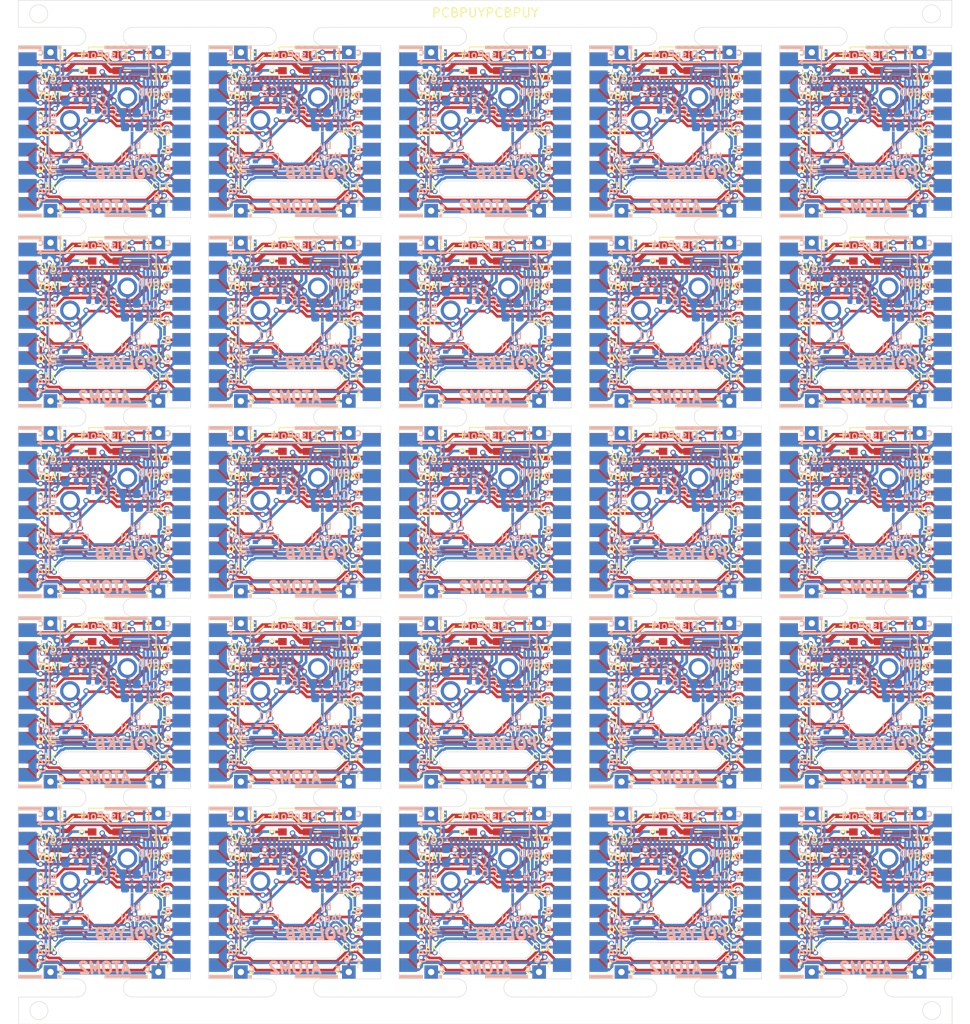
<source format=kicad_pcb>
(kicad_pcb (version 20171130) (host pcbnew "(5.1.9)-1")
  (layers (0 F.Cu signal) (31 B.Cu signal) (34 B.Paste user) (35 F.Paste user) (36 B.SilkS user) (37 F.SilkS user) (38 B.Mask user) (39 F.Mask user) (44 Edge.Cuts user))
  (net 0 "")
  (module Capacitor_SMD:C_0402_1005Metric (layer B.Cu) (at 136.412547 130.479052)
    (fp_text reference C5 (at 2.004 -0.127) (layer B.SilkS) (effects (justify mirror)))
    (fp_text value 1uF)
    (pad 2 smd roundrect (at 0.48 0) (size 0.56 0.62) (layers B.Cu B.Paste B.Mask))
    (pad 1 smd roundrect (at -0.48 0) (size 0.56 0.62) (layers B.Cu B.Paste B.Mask))
  )
  (module Capacitor_SMD:C_0402_1005Metric (layer B.Cu) (at 115.362547 130.479052)
    (fp_text reference C5 (at 2.004 -0.127) (layer B.SilkS) (effects (justify mirror)))
    (fp_text value 1uF)
    (pad 2 smd roundrect (at 0.48 0) (size 0.56 0.62) (layers B.Cu B.Paste B.Mask))
    (pad 1 smd roundrect (at -0.48 0) (size 0.56 0.62) (layers B.Cu B.Paste B.Mask))
  )
  (module Capacitor_SMD:C_0402_1005Metric (layer B.Cu) (at 94.312547 130.479052)
    (fp_text reference C5 (at 2.004 -0.127) (layer B.SilkS) (effects (justify mirror)))
    (fp_text value 1uF)
    (pad 2 smd roundrect (at 0.48 0) (size 0.56 0.62) (layers B.Cu B.Paste B.Mask))
    (pad 1 smd roundrect (at -0.48 0) (size 0.56 0.62) (layers B.Cu B.Paste B.Mask))
  )
  (module Capacitor_SMD:C_0402_1005Metric (layer B.Cu) (at 73.262547 130.479052)
    (fp_text reference C5 (at 2.004 -0.127) (layer B.SilkS) (effects (justify mirror)))
    (fp_text value 1uF)
    (pad 2 smd roundrect (at 0.48 0) (size 0.56 0.62) (layers B.Cu B.Paste B.Mask))
    (pad 1 smd roundrect (at -0.48 0) (size 0.56 0.62) (layers B.Cu B.Paste B.Mask))
  )
  (module Capacitor_SMD:C_0402_1005Metric (layer B.Cu) (at 52.212547 130.479052)
    (fp_text reference C5 (at 2.004 -0.127) (layer B.SilkS) (effects (justify mirror)))
    (fp_text value 1uF)
    (pad 2 smd roundrect (at 0.48 0) (size 0.56 0.62) (layers B.Cu B.Paste B.Mask))
    (pad 1 smd roundrect (at -0.48 0) (size 0.56 0.62) (layers B.Cu B.Paste B.Mask))
  )
  (module Capacitor_SMD:C_0402_1005Metric (layer B.Cu) (at 136.412547 109.429052)
    (fp_text reference C5 (at 2.004 -0.127) (layer B.SilkS) (effects (justify mirror)))
    (fp_text value 1uF)
    (pad 2 smd roundrect (at 0.48 0) (size 0.56 0.62) (layers B.Cu B.Paste B.Mask))
    (pad 1 smd roundrect (at -0.48 0) (size 0.56 0.62) (layers B.Cu B.Paste B.Mask))
  )
  (module Capacitor_SMD:C_0402_1005Metric (layer B.Cu) (at 115.362547 109.429052)
    (fp_text reference C5 (at 2.004 -0.127) (layer B.SilkS) (effects (justify mirror)))
    (fp_text value 1uF)
    (pad 2 smd roundrect (at 0.48 0) (size 0.56 0.62) (layers B.Cu B.Paste B.Mask))
    (pad 1 smd roundrect (at -0.48 0) (size 0.56 0.62) (layers B.Cu B.Paste B.Mask))
  )
  (module Capacitor_SMD:C_0402_1005Metric (layer B.Cu) (at 94.312547 109.429052)
    (fp_text reference C5 (at 2.004 -0.127) (layer B.SilkS) (effects (justify mirror)))
    (fp_text value 1uF)
    (pad 2 smd roundrect (at 0.48 0) (size 0.56 0.62) (layers B.Cu B.Paste B.Mask))
    (pad 1 smd roundrect (at -0.48 0) (size 0.56 0.62) (layers B.Cu B.Paste B.Mask))
  )
  (module Capacitor_SMD:C_0402_1005Metric (layer B.Cu) (at 73.262547 109.429052)
    (fp_text reference C5 (at 2.004 -0.127) (layer B.SilkS) (effects (justify mirror)))
    (fp_text value 1uF)
    (pad 2 smd roundrect (at 0.48 0) (size 0.56 0.62) (layers B.Cu B.Paste B.Mask))
    (pad 1 smd roundrect (at -0.48 0) (size 0.56 0.62) (layers B.Cu B.Paste B.Mask))
  )
  (module Capacitor_SMD:C_0402_1005Metric (layer B.Cu) (at 52.212547 109.429052)
    (fp_text reference C5 (at 2.004 -0.127) (layer B.SilkS) (effects (justify mirror)))
    (fp_text value 1uF)
    (pad 2 smd roundrect (at 0.48 0) (size 0.56 0.62) (layers B.Cu B.Paste B.Mask))
    (pad 1 smd roundrect (at -0.48 0) (size 0.56 0.62) (layers B.Cu B.Paste B.Mask))
  )
  (module Capacitor_SMD:C_0402_1005Metric (layer B.Cu) (at 136.412547 88.379052)
    (fp_text reference C5 (at 2.004 -0.127) (layer B.SilkS) (effects (justify mirror)))
    (fp_text value 1uF)
    (pad 2 smd roundrect (at 0.48 0) (size 0.56 0.62) (layers B.Cu B.Paste B.Mask))
    (pad 1 smd roundrect (at -0.48 0) (size 0.56 0.62) (layers B.Cu B.Paste B.Mask))
  )
  (module Capacitor_SMD:C_0402_1005Metric (layer B.Cu) (at 115.362547 88.379052)
    (fp_text reference C5 (at 2.004 -0.127) (layer B.SilkS) (effects (justify mirror)))
    (fp_text value 1uF)
    (pad 2 smd roundrect (at 0.48 0) (size 0.56 0.62) (layers B.Cu B.Paste B.Mask))
    (pad 1 smd roundrect (at -0.48 0) (size 0.56 0.62) (layers B.Cu B.Paste B.Mask))
  )
  (module Capacitor_SMD:C_0402_1005Metric (layer B.Cu) (at 94.312547 88.379052)
    (fp_text reference C5 (at 2.004 -0.127) (layer B.SilkS) (effects (justify mirror)))
    (fp_text value 1uF)
    (pad 2 smd roundrect (at 0.48 0) (size 0.56 0.62) (layers B.Cu B.Paste B.Mask))
    (pad 1 smd roundrect (at -0.48 0) (size 0.56 0.62) (layers B.Cu B.Paste B.Mask))
  )
  (module Capacitor_SMD:C_0402_1005Metric (layer B.Cu) (at 73.262547 88.379052)
    (fp_text reference C5 (at 2.004 -0.127) (layer B.SilkS) (effects (justify mirror)))
    (fp_text value 1uF)
    (pad 2 smd roundrect (at 0.48 0) (size 0.56 0.62) (layers B.Cu B.Paste B.Mask))
    (pad 1 smd roundrect (at -0.48 0) (size 0.56 0.62) (layers B.Cu B.Paste B.Mask))
  )
  (module Capacitor_SMD:C_0402_1005Metric (layer B.Cu) (at 52.212547 88.379052)
    (fp_text reference C5 (at 2.004 -0.127) (layer B.SilkS) (effects (justify mirror)))
    (fp_text value 1uF)
    (pad 2 smd roundrect (at 0.48 0) (size 0.56 0.62) (layers B.Cu B.Paste B.Mask))
    (pad 1 smd roundrect (at -0.48 0) (size 0.56 0.62) (layers B.Cu B.Paste B.Mask))
  )
  (module Capacitor_SMD:C_0402_1005Metric (layer B.Cu) (at 136.412547 67.329052)
    (fp_text reference C5 (at 2.004 -0.127) (layer B.SilkS) (effects (justify mirror)))
    (fp_text value 1uF)
    (pad 2 smd roundrect (at 0.48 0) (size 0.56 0.62) (layers B.Cu B.Paste B.Mask))
    (pad 1 smd roundrect (at -0.48 0) (size 0.56 0.62) (layers B.Cu B.Paste B.Mask))
  )
  (module Capacitor_SMD:C_0402_1005Metric (layer B.Cu) (at 115.362547 67.329052)
    (fp_text reference C5 (at 2.004 -0.127) (layer B.SilkS) (effects (justify mirror)))
    (fp_text value 1uF)
    (pad 2 smd roundrect (at 0.48 0) (size 0.56 0.62) (layers B.Cu B.Paste B.Mask))
    (pad 1 smd roundrect (at -0.48 0) (size 0.56 0.62) (layers B.Cu B.Paste B.Mask))
  )
  (module Capacitor_SMD:C_0402_1005Metric (layer B.Cu) (at 94.312547 67.329052)
    (fp_text reference C5 (at 2.004 -0.127) (layer B.SilkS) (effects (justify mirror)))
    (fp_text value 1uF)
    (pad 2 smd roundrect (at 0.48 0) (size 0.56 0.62) (layers B.Cu B.Paste B.Mask))
    (pad 1 smd roundrect (at -0.48 0) (size 0.56 0.62) (layers B.Cu B.Paste B.Mask))
  )
  (module Capacitor_SMD:C_0402_1005Metric (layer B.Cu) (at 73.262547 67.329052)
    (fp_text reference C5 (at 2.004 -0.127) (layer B.SilkS) (effects (justify mirror)))
    (fp_text value 1uF)
    (pad 2 smd roundrect (at 0.48 0) (size 0.56 0.62) (layers B.Cu B.Paste B.Mask))
    (pad 1 smd roundrect (at -0.48 0) (size 0.56 0.62) (layers B.Cu B.Paste B.Mask))
  )
  (module Capacitor_SMD:C_0402_1005Metric (layer B.Cu) (at 52.212547 67.329052)
    (fp_text reference C5 (at 2.004 -0.127) (layer B.SilkS) (effects (justify mirror)))
    (fp_text value 1uF)
    (pad 2 smd roundrect (at 0.48 0) (size 0.56 0.62) (layers B.Cu B.Paste B.Mask))
    (pad 1 smd roundrect (at -0.48 0) (size 0.56 0.62) (layers B.Cu B.Paste B.Mask))
  )
  (module Capacitor_SMD:C_0402_1005Metric (layer B.Cu) (at 136.412547 46.279052)
    (fp_text reference C5 (at 2.004 -0.127) (layer B.SilkS) (effects (justify mirror)))
    (fp_text value 1uF)
    (pad 2 smd roundrect (at 0.48 0) (size 0.56 0.62) (layers B.Cu B.Paste B.Mask))
    (pad 1 smd roundrect (at -0.48 0) (size 0.56 0.62) (layers B.Cu B.Paste B.Mask))
  )
  (module Capacitor_SMD:C_0402_1005Metric (layer B.Cu) (at 115.362547 46.279052)
    (fp_text reference C5 (at 2.004 -0.127) (layer B.SilkS) (effects (justify mirror)))
    (fp_text value 1uF)
    (pad 2 smd roundrect (at 0.48 0) (size 0.56 0.62) (layers B.Cu B.Paste B.Mask))
    (pad 1 smd roundrect (at -0.48 0) (size 0.56 0.62) (layers B.Cu B.Paste B.Mask))
  )
  (module Capacitor_SMD:C_0402_1005Metric (layer B.Cu) (at 94.312547 46.279052)
    (fp_text reference C5 (at 2.004 -0.127) (layer B.SilkS) (effects (justify mirror)))
    (fp_text value 1uF)
    (pad 2 smd roundrect (at 0.48 0) (size 0.56 0.62) (layers B.Cu B.Paste B.Mask))
    (pad 1 smd roundrect (at -0.48 0) (size 0.56 0.62) (layers B.Cu B.Paste B.Mask))
  )
  (module Capacitor_SMD:C_0402_1005Metric (layer B.Cu) (at 73.262547 46.279052)
    (fp_text reference C5 (at 2.004 -0.127) (layer B.SilkS) (effects (justify mirror)))
    (fp_text value 1uF)
    (pad 2 smd roundrect (at 0.48 0) (size 0.56 0.62) (layers B.Cu B.Paste B.Mask))
    (pad 1 smd roundrect (at -0.48 0) (size 0.56 0.62) (layers B.Cu B.Paste B.Mask))
  )
  (module Diode_SMD:D_SOD-323 (layer B.Cu) (at 135.749547 137.210052 180)
    (fp_text reference D1 (at 0 1.85) (layer B.SilkS) (effects (justify mirror)))
    (fp_text value D_Small)
    (pad 2 smd rect (at 1.05 0 180) (size 0.6 0.45) (layers B.Cu B.Paste B.Mask))
    (pad 1 smd rect (at -1.05 0 180) (size 0.6 0.45) (layers B.Cu B.Paste B.Mask))
  )
  (module Diode_SMD:D_SOD-323 (layer B.Cu) (at 114.699547 137.210052 180)
    (fp_text reference D1 (at 0 1.85) (layer B.SilkS) (effects (justify mirror)))
    (fp_text value D_Small)
    (pad 2 smd rect (at 1.05 0 180) (size 0.6 0.45) (layers B.Cu B.Paste B.Mask))
    (pad 1 smd rect (at -1.05 0 180) (size 0.6 0.45) (layers B.Cu B.Paste B.Mask))
  )
  (module Diode_SMD:D_SOD-323 (layer B.Cu) (at 93.649547 137.210052 180)
    (fp_text reference D1 (at 0 1.85) (layer B.SilkS) (effects (justify mirror)))
    (fp_text value D_Small)
    (pad 2 smd rect (at 1.05 0 180) (size 0.6 0.45) (layers B.Cu B.Paste B.Mask))
    (pad 1 smd rect (at -1.05 0 180) (size 0.6 0.45) (layers B.Cu B.Paste B.Mask))
  )
  (module Diode_SMD:D_SOD-323 (layer B.Cu) (at 72.599547 137.210052 180)
    (fp_text reference D1 (at 0 1.85) (layer B.SilkS) (effects (justify mirror)))
    (fp_text value D_Small)
    (pad 2 smd rect (at 1.05 0 180) (size 0.6 0.45) (layers B.Cu B.Paste B.Mask))
    (pad 1 smd rect (at -1.05 0 180) (size 0.6 0.45) (layers B.Cu B.Paste B.Mask))
  )
  (module Diode_SMD:D_SOD-323 (layer B.Cu) (at 51.549547 137.210052 180)
    (fp_text reference D1 (at 0 1.85) (layer B.SilkS) (effects (justify mirror)))
    (fp_text value D_Small)
    (pad 2 smd rect (at 1.05 0 180) (size 0.6 0.45) (layers B.Cu B.Paste B.Mask))
    (pad 1 smd rect (at -1.05 0 180) (size 0.6 0.45) (layers B.Cu B.Paste B.Mask))
  )
  (module Diode_SMD:D_SOD-323 (layer B.Cu) (at 135.749547 116.160052 180)
    (fp_text reference D1 (at 0 1.85) (layer B.SilkS) (effects (justify mirror)))
    (fp_text value D_Small)
    (pad 2 smd rect (at 1.05 0 180) (size 0.6 0.45) (layers B.Cu B.Paste B.Mask))
    (pad 1 smd rect (at -1.05 0 180) (size 0.6 0.45) (layers B.Cu B.Paste B.Mask))
  )
  (module Diode_SMD:D_SOD-323 (layer B.Cu) (at 114.699547 116.160052 180)
    (fp_text reference D1 (at 0 1.85) (layer B.SilkS) (effects (justify mirror)))
    (fp_text value D_Small)
    (pad 2 smd rect (at 1.05 0 180) (size 0.6 0.45) (layers B.Cu B.Paste B.Mask))
    (pad 1 smd rect (at -1.05 0 180) (size 0.6 0.45) (layers B.Cu B.Paste B.Mask))
  )
  (module Diode_SMD:D_SOD-323 (layer B.Cu) (at 93.649547 116.160052 180)
    (fp_text reference D1 (at 0 1.85) (layer B.SilkS) (effects (justify mirror)))
    (fp_text value D_Small)
    (pad 2 smd rect (at 1.05 0 180) (size 0.6 0.45) (layers B.Cu B.Paste B.Mask))
    (pad 1 smd rect (at -1.05 0 180) (size 0.6 0.45) (layers B.Cu B.Paste B.Mask))
  )
  (module Diode_SMD:D_SOD-323 (layer B.Cu) (at 72.599547 116.160052 180)
    (fp_text reference D1 (at 0 1.85) (layer B.SilkS) (effects (justify mirror)))
    (fp_text value D_Small)
    (pad 2 smd rect (at 1.05 0 180) (size 0.6 0.45) (layers B.Cu B.Paste B.Mask))
    (pad 1 smd rect (at -1.05 0 180) (size 0.6 0.45) (layers B.Cu B.Paste B.Mask))
  )
  (module Diode_SMD:D_SOD-323 (layer B.Cu) (at 51.549547 116.160052 180)
    (fp_text reference D1 (at 0 1.85) (layer B.SilkS) (effects (justify mirror)))
    (fp_text value D_Small)
    (pad 2 smd rect (at 1.05 0 180) (size 0.6 0.45) (layers B.Cu B.Paste B.Mask))
    (pad 1 smd rect (at -1.05 0 180) (size 0.6 0.45) (layers B.Cu B.Paste B.Mask))
  )
  (module Diode_SMD:D_SOD-323 (layer B.Cu) (at 135.749547 95.110052 180)
    (fp_text reference D1 (at 0 1.85) (layer B.SilkS) (effects (justify mirror)))
    (fp_text value D_Small)
    (pad 2 smd rect (at 1.05 0 180) (size 0.6 0.45) (layers B.Cu B.Paste B.Mask))
    (pad 1 smd rect (at -1.05 0 180) (size 0.6 0.45) (layers B.Cu B.Paste B.Mask))
  )
  (module Diode_SMD:D_SOD-323 (layer B.Cu) (at 114.699547 95.110052 180)
    (fp_text reference D1 (at 0 1.85) (layer B.SilkS) (effects (justify mirror)))
    (fp_text value D_Small)
    (pad 2 smd rect (at 1.05 0 180) (size 0.6 0.45) (layers B.Cu B.Paste B.Mask))
    (pad 1 smd rect (at -1.05 0 180) (size 0.6 0.45) (layers B.Cu B.Paste B.Mask))
  )
  (module Diode_SMD:D_SOD-323 (layer B.Cu) (at 93.649547 95.110052 180)
    (fp_text reference D1 (at 0 1.85) (layer B.SilkS) (effects (justify mirror)))
    (fp_text value D_Small)
    (pad 2 smd rect (at 1.05 0 180) (size 0.6 0.45) (layers B.Cu B.Paste B.Mask))
    (pad 1 smd rect (at -1.05 0 180) (size 0.6 0.45) (layers B.Cu B.Paste B.Mask))
  )
  (module Diode_SMD:D_SOD-323 (layer B.Cu) (at 72.599547 95.110052 180)
    (fp_text reference D1 (at 0 1.85) (layer B.SilkS) (effects (justify mirror)))
    (fp_text value D_Small)
    (pad 2 smd rect (at 1.05 0 180) (size 0.6 0.45) (layers B.Cu B.Paste B.Mask))
    (pad 1 smd rect (at -1.05 0 180) (size 0.6 0.45) (layers B.Cu B.Paste B.Mask))
  )
  (module Diode_SMD:D_SOD-323 (layer B.Cu) (at 51.549547 95.110052 180)
    (fp_text reference D1 (at 0 1.85) (layer B.SilkS) (effects (justify mirror)))
    (fp_text value D_Small)
    (pad 2 smd rect (at 1.05 0 180) (size 0.6 0.45) (layers B.Cu B.Paste B.Mask))
    (pad 1 smd rect (at -1.05 0 180) (size 0.6 0.45) (layers B.Cu B.Paste B.Mask))
  )
  (module Diode_SMD:D_SOD-323 (layer B.Cu) (at 135.749547 74.060052 180)
    (fp_text reference D1 (at 0 1.85) (layer B.SilkS) (effects (justify mirror)))
    (fp_text value D_Small)
    (pad 2 smd rect (at 1.05 0 180) (size 0.6 0.45) (layers B.Cu B.Paste B.Mask))
    (pad 1 smd rect (at -1.05 0 180) (size 0.6 0.45) (layers B.Cu B.Paste B.Mask))
  )
  (module Diode_SMD:D_SOD-323 (layer B.Cu) (at 114.699547 74.060052 180)
    (fp_text reference D1 (at 0 1.85) (layer B.SilkS) (effects (justify mirror)))
    (fp_text value D_Small)
    (pad 2 smd rect (at 1.05 0 180) (size 0.6 0.45) (layers B.Cu B.Paste B.Mask))
    (pad 1 smd rect (at -1.05 0 180) (size 0.6 0.45) (layers B.Cu B.Paste B.Mask))
  )
  (module Diode_SMD:D_SOD-323 (layer B.Cu) (at 93.649547 74.060052 180)
    (fp_text reference D1 (at 0 1.85) (layer B.SilkS) (effects (justify mirror)))
    (fp_text value D_Small)
    (pad 2 smd rect (at 1.05 0 180) (size 0.6 0.45) (layers B.Cu B.Paste B.Mask))
    (pad 1 smd rect (at -1.05 0 180) (size 0.6 0.45) (layers B.Cu B.Paste B.Mask))
  )
  (module Diode_SMD:D_SOD-323 (layer B.Cu) (at 72.599547 74.060052 180)
    (fp_text reference D1 (at 0 1.85) (layer B.SilkS) (effects (justify mirror)))
    (fp_text value D_Small)
    (pad 2 smd rect (at 1.05 0 180) (size 0.6 0.45) (layers B.Cu B.Paste B.Mask))
    (pad 1 smd rect (at -1.05 0 180) (size 0.6 0.45) (layers B.Cu B.Paste B.Mask))
  )
  (module Diode_SMD:D_SOD-323 (layer B.Cu) (at 51.549547 74.060052 180)
    (fp_text reference D1 (at 0 1.85) (layer B.SilkS) (effects (justify mirror)))
    (fp_text value D_Small)
    (pad 2 smd rect (at 1.05 0 180) (size 0.6 0.45) (layers B.Cu B.Paste B.Mask))
    (pad 1 smd rect (at -1.05 0 180) (size 0.6 0.45) (layers B.Cu B.Paste B.Mask))
  )
  (module Diode_SMD:D_SOD-323 (layer B.Cu) (at 135.749547 53.010052 180)
    (fp_text reference D1 (at 0 1.85) (layer B.SilkS) (effects (justify mirror)))
    (fp_text value D_Small)
    (pad 2 smd rect (at 1.05 0 180) (size 0.6 0.45) (layers B.Cu B.Paste B.Mask))
    (pad 1 smd rect (at -1.05 0 180) (size 0.6 0.45) (layers B.Cu B.Paste B.Mask))
  )
  (module Diode_SMD:D_SOD-323 (layer B.Cu) (at 114.699547 53.010052 180)
    (fp_text reference D1 (at 0 1.85) (layer B.SilkS) (effects (justify mirror)))
    (fp_text value D_Small)
    (pad 2 smd rect (at 1.05 0 180) (size 0.6 0.45) (layers B.Cu B.Paste B.Mask))
    (pad 1 smd rect (at -1.05 0 180) (size 0.6 0.45) (layers B.Cu B.Paste B.Mask))
  )
  (module Diode_SMD:D_SOD-323 (layer B.Cu) (at 93.649547 53.010052 180)
    (fp_text reference D1 (at 0 1.85) (layer B.SilkS) (effects (justify mirror)))
    (fp_text value D_Small)
    (pad 2 smd rect (at 1.05 0 180) (size 0.6 0.45) (layers B.Cu B.Paste B.Mask))
    (pad 1 smd rect (at -1.05 0 180) (size 0.6 0.45) (layers B.Cu B.Paste B.Mask))
  )
  (module Diode_SMD:D_SOD-323 (layer B.Cu) (at 72.599547 53.010052 180)
    (fp_text reference D1 (at 0 1.85) (layer B.SilkS) (effects (justify mirror)))
    (fp_text value D_Small)
    (pad 2 smd rect (at 1.05 0 180) (size 0.6 0.45) (layers B.Cu B.Paste B.Mask))
    (pad 1 smd rect (at -1.05 0 180) (size 0.6 0.45) (layers B.Cu B.Paste B.Mask))
  )
  (module poly_kb:AtomConnectCS (layer B.Cu) (at 130.542547 133.908052 270)
    (fp_text reference J5 hide)
    (fp_text value WestBack)
    (pad 10 smd custom (at 6.5 -0.75 270) (size 0.5 0.5) (layers B.Cu B.Paste B.Mask) (options (clearance outline) (anchor circle)) (primitives (gr_poly (pts (xy 0.75 0.65) (xy 1.65 -0.25) (xy 0.75 -0.25)) (width 0)) (gr_poly (pts (xy 0.25 0.65) (xy -0.65 -0.25) (xy 0.25 -0.25)) (width 0)) (gr_poly (pts (xy 0.75 -0.25) (xy 0.25 -0.25) (xy 0.25 0.65) (xy 0.75 0.65)) (width 0))))
    (pad 10 smd custom (at 2.5 -0.75 270) (size 0.5 0.5) (layers B.Cu B.Paste B.Mask) (options (clearance outline) (anchor circle)) (primitives (gr_poly (pts (xy 0.75 0.65) (xy 1.65 -0.25) (xy 0.75 -0.25)) (width 0)) (gr_poly (pts (xy 0.25 0.65) (xy -0.65 -0.25) (xy 0.25 -0.25)) (width 0)) (gr_poly (pts (xy 0.75 -0.25) (xy 0.25 -0.25) (xy 0.25 0.65) (xy 0.75 0.65)) (width 0))))
    (pad 10 smd custom (at -1.5 -0.75 270) (size 0.5 0.5) (layers B.Cu B.Paste B.Mask) (options (clearance outline) (anchor circle)) (primitives (gr_poly (pts (xy 0.75 0.65) (xy 1.65 -0.25) (xy 0.75 -0.25)) (width 0)) (gr_poly (pts (xy 0.25 0.65) (xy -0.65 -0.25) (xy 0.25 -0.25)) (width 0)) (gr_poly (pts (xy 0.75 -0.25) (xy 0.25 -0.25) (xy 0.25 0.65) (xy 0.75 0.65)) (width 0))))
    (pad 10 smd custom (at -5.5 -0.75 270) (size 0.5 0.5) (layers B.Cu B.Paste B.Mask) (options (clearance outline) (anchor circle)) (primitives (gr_poly (pts (xy 0.75 0.65) (xy 1.65 -0.25) (xy 0.75 -0.25)) (width 0)) (gr_poly (pts (xy 0.25 0.65) (xy -0.65 -0.25) (xy 0.25 -0.25)) (width 0)) (gr_poly (pts (xy 0.75 -0.25) (xy 0.25 -0.25) (xy 0.25 0.65) (xy 0.75 0.65)) (width 0))))
    (pad 9 smd custom (at 8 0.5 90) (size 1 1) (layers B.Cu B.Paste B.Mask) (options (clearance outline) (anchor rect)) (primitives (gr_poly (pts (xy 0.75 0.3) (xy 0.75 -0.5) (xy -0.75 -0.5) (xy -0.75 1.5) (xy -0.45 1.5)) (width 0))))
    (pad 8 smd custom (at 6 0.5 90) (size 1 1) (layers B.Cu B.Paste B.Mask) (options (clearance outline) (anchor rect)) (primitives (gr_poly (pts (xy -0.75 0.3) (xy -0.75 -0.5) (xy 0.75 -0.5) (xy 0.75 1.5) (xy 0.45 1.5)) (width 0))))
    (pad 7 smd custom (at 4 0.5 90) (size 1 1) (layers B.Cu B.Paste B.Mask) (options (clearance outline) (anchor rect)) (primitives (gr_poly (pts (xy 0.75 0.3) (xy 0.75 -0.5) (xy -0.75 -0.5) (xy -0.75 1.5) (xy -0.45 1.5)) (width 0))))
    (pad 6 smd custom (at 2 0.5 90) (size 1 1) (layers B.Cu B.Paste B.Mask) (options (clearance outline) (anchor rect)) (primitives (gr_poly (pts (xy -0.75 0.3) (xy -0.75 -0.5) (xy 0.75 -0.5) (xy 0.75 1.5) (xy 0.45 1.5)) (width 0))))
    (pad 5 smd custom (at 0 0.5 90) (size 1 1) (layers B.Cu B.Paste B.Mask) (options (clearance outline) (anchor rect)) (primitives (gr_poly (pts (xy 0.75 0.3) (xy 0.75 -0.5) (xy -0.75 -0.5) (xy -0.75 1.5) (xy -0.45 1.5)) (width 0))))
    (pad 4 smd custom (at -2 0.5 90) (size 1 1) (layers B.Cu B.Paste B.Mask) (options (clearance outline) (anchor rect)) (primitives (gr_poly (pts (xy -0.75 0.3) (xy -0.75 -0.5) (xy 0.75 -0.5) (xy 0.75 1.5) (xy 0.45 1.5)) (width 0))))
    (pad 3 smd custom (at -4 0.5 90) (size 1 1) (layers B.Cu B.Paste B.Mask) (options (clearance outline) (anchor rect)) (primitives (gr_poly (pts (xy 0.75 0.3) (xy 0.75 -0.5) (xy -0.75 -0.5) (xy -0.75 1.5) (xy -0.45 1.5)) (width 0))))
    (pad 2 smd custom (at -6 0.5 90) (size 1 1) (layers B.Cu B.Paste B.Mask) (options (clearance outline) (anchor rect)) (primitives (gr_poly (pts (xy -0.75 0.3) (xy -0.75 -0.5) (xy 0.75 -0.5) (xy 0.75 1.5) (xy 0.45 1.5)) (width 0))))
    (pad 1 smd rect (at -8 0 270) (size 1.5 2) (layers B.Cu B.Paste B.Mask))
  )
  (module poly_kb:AtomConnectCS (layer B.Cu) (at 109.492547 133.908052 270)
    (fp_text reference J5 hide)
    (fp_text value WestBack)
    (pad 10 smd custom (at 6.5 -0.75 270) (size 0.5 0.5) (layers B.Cu B.Paste B.Mask) (options (clearance outline) (anchor circle)) (primitives (gr_poly (pts (xy 0.75 0.65) (xy 1.65 -0.25) (xy 0.75 -0.25)) (width 0)) (gr_poly (pts (xy 0.25 0.65) (xy -0.65 -0.25) (xy 0.25 -0.25)) (width 0)) (gr_poly (pts (xy 0.75 -0.25) (xy 0.25 -0.25) (xy 0.25 0.65) (xy 0.75 0.65)) (width 0))))
    (pad 10 smd custom (at 2.5 -0.75 270) (size 0.5 0.5) (layers B.Cu B.Paste B.Mask) (options (clearance outline) (anchor circle)) (primitives (gr_poly (pts (xy 0.75 0.65) (xy 1.65 -0.25) (xy 0.75 -0.25)) (width 0)) (gr_poly (pts (xy 0.25 0.65) (xy -0.65 -0.25) (xy 0.25 -0.25)) (width 0)) (gr_poly (pts (xy 0.75 -0.25) (xy 0.25 -0.25) (xy 0.25 0.65) (xy 0.75 0.65)) (width 0))))
    (pad 10 smd custom (at -1.5 -0.75 270) (size 0.5 0.5) (layers B.Cu B.Paste B.Mask) (options (clearance outline) (anchor circle)) (primitives (gr_poly (pts (xy 0.75 0.65) (xy 1.65 -0.25) (xy 0.75 -0.25)) (width 0)) (gr_poly (pts (xy 0.25 0.65) (xy -0.65 -0.25) (xy 0.25 -0.25)) (width 0)) (gr_poly (pts (xy 0.75 -0.25) (xy 0.25 -0.25) (xy 0.25 0.65) (xy 0.75 0.65)) (width 0))))
    (pad 10 smd custom (at -5.5 -0.75 270) (size 0.5 0.5) (layers B.Cu B.Paste B.Mask) (options (clearance outline) (anchor circle)) (primitives (gr_poly (pts (xy 0.75 0.65) (xy 1.65 -0.25) (xy 0.75 -0.25)) (width 0)) (gr_poly (pts (xy 0.25 0.65) (xy -0.65 -0.25) (xy 0.25 -0.25)) (width 0)) (gr_poly (pts (xy 0.75 -0.25) (xy 0.25 -0.25) (xy 0.25 0.65) (xy 0.75 0.65)) (width 0))))
    (pad 9 smd custom (at 8 0.5 90) (size 1 1) (layers B.Cu B.Paste B.Mask) (options (clearance outline) (anchor rect)) (primitives (gr_poly (pts (xy 0.75 0.3) (xy 0.75 -0.5) (xy -0.75 -0.5) (xy -0.75 1.5) (xy -0.45 1.5)) (width 0))))
    (pad 8 smd custom (at 6 0.5 90) (size 1 1) (layers B.Cu B.Paste B.Mask) (options (clearance outline) (anchor rect)) (primitives (gr_poly (pts (xy -0.75 0.3) (xy -0.75 -0.5) (xy 0.75 -0.5) (xy 0.75 1.5) (xy 0.45 1.5)) (width 0))))
    (pad 7 smd custom (at 4 0.5 90) (size 1 1) (layers B.Cu B.Paste B.Mask) (options (clearance outline) (anchor rect)) (primitives (gr_poly (pts (xy 0.75 0.3) (xy 0.75 -0.5) (xy -0.75 -0.5) (xy -0.75 1.5) (xy -0.45 1.5)) (width 0))))
    (pad 6 smd custom (at 2 0.5 90) (size 1 1) (layers B.Cu B.Paste B.Mask) (options (clearance outline) (anchor rect)) (primitives (gr_poly (pts (xy -0.75 0.3) (xy -0.75 -0.5) (xy 0.75 -0.5) (xy 0.75 1.5) (xy 0.45 1.5)) (width 0))))
    (pad 5 smd custom (at 0 0.5 90) (size 1 1) (layers B.Cu B.Paste B.Mask) (options (clearance outline) (anchor rect)) (primitives (gr_poly (pts (xy 0.75 0.3) (xy 0.75 -0.5) (xy -0.75 -0.5) (xy -0.75 1.5) (xy -0.45 1.5)) (width 0))))
    (pad 4 smd custom (at -2 0.5 90) (size 1 1) (layers B.Cu B.Paste B.Mask) (options (clearance outline) (anchor rect)) (primitives (gr_poly (pts (xy -0.75 0.3) (xy -0.75 -0.5) (xy 0.75 -0.5) (xy 0.75 1.5) (xy 0.45 1.5)) (width 0))))
    (pad 3 smd custom (at -4 0.5 90) (size 1 1) (layers B.Cu B.Paste B.Mask) (options (clearance outline) (anchor rect)) (primitives (gr_poly (pts (xy 0.75 0.3) (xy 0.75 -0.5) (xy -0.75 -0.5) (xy -0.75 1.5) (xy -0.45 1.5)) (width 0))))
    (pad 2 smd custom (at -6 0.5 90) (size 1 1) (layers B.Cu B.Paste B.Mask) (options (clearance outline) (anchor rect)) (primitives (gr_poly (pts (xy -0.75 0.3) (xy -0.75 -0.5) (xy 0.75 -0.5) (xy 0.75 1.5) (xy 0.45 1.5)) (width 0))))
    (pad 1 smd rect (at -8 0 270) (size 1.5 2) (layers B.Cu B.Paste B.Mask))
  )
  (module poly_kb:AtomConnectCS (layer B.Cu) (at 88.442547 133.908052 270)
    (fp_text reference J5 hide)
    (fp_text value WestBack)
    (pad 10 smd custom (at 6.5 -0.75 270) (size 0.5 0.5) (layers B.Cu B.Paste B.Mask) (options (clearance outline) (anchor circle)) (primitives (gr_poly (pts (xy 0.75 0.65) (xy 1.65 -0.25) (xy 0.75 -0.25)) (width 0)) (gr_poly (pts (xy 0.25 0.65) (xy -0.65 -0.25) (xy 0.25 -0.25)) (width 0)) (gr_poly (pts (xy 0.75 -0.25) (xy 0.25 -0.25) (xy 0.25 0.65) (xy 0.75 0.65)) (width 0))))
    (pad 10 smd custom (at 2.5 -0.75 270) (size 0.5 0.5) (layers B.Cu B.Paste B.Mask) (options (clearance outline) (anchor circle)) (primitives (gr_poly (pts (xy 0.75 0.65) (xy 1.65 -0.25) (xy 0.75 -0.25)) (width 0)) (gr_poly (pts (xy 0.25 0.65) (xy -0.65 -0.25) (xy 0.25 -0.25)) (width 0)) (gr_poly (pts (xy 0.75 -0.25) (xy 0.25 -0.25) (xy 0.25 0.65) (xy 0.75 0.65)) (width 0))))
    (pad 10 smd custom (at -1.5 -0.75 270) (size 0.5 0.5) (layers B.Cu B.Paste B.Mask) (options (clearance outline) (anchor circle)) (primitives (gr_poly (pts (xy 0.75 0.65) (xy 1.65 -0.25) (xy 0.75 -0.25)) (width 0)) (gr_poly (pts (xy 0.25 0.65) (xy -0.65 -0.25) (xy 0.25 -0.25)) (width 0)) (gr_poly (pts (xy 0.75 -0.25) (xy 0.25 -0.25) (xy 0.25 0.65) (xy 0.75 0.65)) (width 0))))
    (pad 10 smd custom (at -5.5 -0.75 270) (size 0.5 0.5) (layers B.Cu B.Paste B.Mask) (options (clearance outline) (anchor circle)) (primitives (gr_poly (pts (xy 0.75 0.65) (xy 1.65 -0.25) (xy 0.75 -0.25)) (width 0)) (gr_poly (pts (xy 0.25 0.65) (xy -0.65 -0.25) (xy 0.25 -0.25)) (width 0)) (gr_poly (pts (xy 0.75 -0.25) (xy 0.25 -0.25) (xy 0.25 0.65) (xy 0.75 0.65)) (width 0))))
    (pad 9 smd custom (at 8 0.5 90) (size 1 1) (layers B.Cu B.Paste B.Mask) (options (clearance outline) (anchor rect)) (primitives (gr_poly (pts (xy 0.75 0.3) (xy 0.75 -0.5) (xy -0.75 -0.5) (xy -0.75 1.5) (xy -0.45 1.5)) (width 0))))
    (pad 8 smd custom (at 6 0.5 90) (size 1 1) (layers B.Cu B.Paste B.Mask) (options (clearance outline) (anchor rect)) (primitives (gr_poly (pts (xy -0.75 0.3) (xy -0.75 -0.5) (xy 0.75 -0.5) (xy 0.75 1.5) (xy 0.45 1.5)) (width 0))))
    (pad 7 smd custom (at 4 0.5 90) (size 1 1) (layers B.Cu B.Paste B.Mask) (options (clearance outline) (anchor rect)) (primitives (gr_poly (pts (xy 0.75 0.3) (xy 0.75 -0.5) (xy -0.75 -0.5) (xy -0.75 1.5) (xy -0.45 1.5)) (width 0))))
    (pad 6 smd custom (at 2 0.5 90) (size 1 1) (layers B.Cu B.Paste B.Mask) (options (clearance outline) (anchor rect)) (primitives (gr_poly (pts (xy -0.75 0.3) (xy -0.75 -0.5) (xy 0.75 -0.5) (xy 0.75 1.5) (xy 0.45 1.5)) (width 0))))
    (pad 5 smd custom (at 0 0.5 90) (size 1 1) (layers B.Cu B.Paste B.Mask) (options (clearance outline) (anchor rect)) (primitives (gr_poly (pts (xy 0.75 0.3) (xy 0.75 -0.5) (xy -0.75 -0.5) (xy -0.75 1.5) (xy -0.45 1.5)) (width 0))))
    (pad 4 smd custom (at -2 0.5 90) (size 1 1) (layers B.Cu B.Paste B.Mask) (options (clearance outline) (anchor rect)) (primitives (gr_poly (pts (xy -0.75 0.3) (xy -0.75 -0.5) (xy 0.75 -0.5) (xy 0.75 1.5) (xy 0.45 1.5)) (width 0))))
    (pad 3 smd custom (at -4 0.5 90) (size 1 1) (layers B.Cu B.Paste B.Mask) (options (clearance outline) (anchor rect)) (primitives (gr_poly (pts (xy 0.75 0.3) (xy 0.75 -0.5) (xy -0.75 -0.5) (xy -0.75 1.5) (xy -0.45 1.5)) (width 0))))
    (pad 2 smd custom (at -6 0.5 90) (size 1 1) (layers B.Cu B.Paste B.Mask) (options (clearance outline) (anchor rect)) (primitives (gr_poly (pts (xy -0.75 0.3) (xy -0.75 -0.5) (xy 0.75 -0.5) (xy 0.75 1.5) (xy 0.45 1.5)) (width 0))))
    (pad 1 smd rect (at -8 0 270) (size 1.5 2) (layers B.Cu B.Paste B.Mask))
  )
  (module poly_kb:AtomConnectCS (layer B.Cu) (at 67.392547 133.908052 270)
    (fp_text reference J5 hide)
    (fp_text value WestBack)
    (pad 10 smd custom (at 6.5 -0.75 270) (size 0.5 0.5) (layers B.Cu B.Paste B.Mask) (options (clearance outline) (anchor circle)) (primitives (gr_poly (pts (xy 0.75 0.65) (xy 1.65 -0.25) (xy 0.75 -0.25)) (width 0)) (gr_poly (pts (xy 0.25 0.65) (xy -0.65 -0.25) (xy 0.25 -0.25)) (width 0)) (gr_poly (pts (xy 0.75 -0.25) (xy 0.25 -0.25) (xy 0.25 0.65) (xy 0.75 0.65)) (width 0))))
    (pad 10 smd custom (at 2.5 -0.75 270) (size 0.5 0.5) (layers B.Cu B.Paste B.Mask) (options (clearance outline) (anchor circle)) (primitives (gr_poly (pts (xy 0.75 0.65) (xy 1.65 -0.25) (xy 0.75 -0.25)) (width 0)) (gr_poly (pts (xy 0.25 0.65) (xy -0.65 -0.25) (xy 0.25 -0.25)) (width 0)) (gr_poly (pts (xy 0.75 -0.25) (xy 0.25 -0.25) (xy 0.25 0.65) (xy 0.75 0.65)) (width 0))))
    (pad 10 smd custom (at -1.5 -0.75 270) (size 0.5 0.5) (layers B.Cu B.Paste B.Mask) (options (clearance outline) (anchor circle)) (primitives (gr_poly (pts (xy 0.75 0.65) (xy 1.65 -0.25) (xy 0.75 -0.25)) (width 0)) (gr_poly (pts (xy 0.25 0.65) (xy -0.65 -0.25) (xy 0.25 -0.25)) (width 0)) (gr_poly (pts (xy 0.75 -0.25) (xy 0.25 -0.25) (xy 0.25 0.65) (xy 0.75 0.65)) (width 0))))
    (pad 10 smd custom (at -5.5 -0.75 270) (size 0.5 0.5) (layers B.Cu B.Paste B.Mask) (options (clearance outline) (anchor circle)) (primitives (gr_poly (pts (xy 0.75 0.65) (xy 1.65 -0.25) (xy 0.75 -0.25)) (width 0)) (gr_poly (pts (xy 0.25 0.65) (xy -0.65 -0.25) (xy 0.25 -0.25)) (width 0)) (gr_poly (pts (xy 0.75 -0.25) (xy 0.25 -0.25) (xy 0.25 0.65) (xy 0.75 0.65)) (width 0))))
    (pad 9 smd custom (at 8 0.5 90) (size 1 1) (layers B.Cu B.Paste B.Mask) (options (clearance outline) (anchor rect)) (primitives (gr_poly (pts (xy 0.75 0.3) (xy 0.75 -0.5) (xy -0.75 -0.5) (xy -0.75 1.5) (xy -0.45 1.5)) (width 0))))
    (pad 8 smd custom (at 6 0.5 90) (size 1 1) (layers B.Cu B.Paste B.Mask) (options (clearance outline) (anchor rect)) (primitives (gr_poly (pts (xy -0.75 0.3) (xy -0.75 -0.5) (xy 0.75 -0.5) (xy 0.75 1.5) (xy 0.45 1.5)) (width 0))))
    (pad 7 smd custom (at 4 0.5 90) (size 1 1) (layers B.Cu B.Paste B.Mask) (options (clearance outline) (anchor rect)) (primitives (gr_poly (pts (xy 0.75 0.3) (xy 0.75 -0.5) (xy -0.75 -0.5) (xy -0.75 1.5) (xy -0.45 1.5)) (width 0))))
    (pad 6 smd custom (at 2 0.5 90) (size 1 1) (layers B.Cu B.Paste B.Mask) (options (clearance outline) (anchor rect)) (primitives (gr_poly (pts (xy -0.75 0.3) (xy -0.75 -0.5) (xy 0.75 -0.5) (xy 0.75 1.5) (xy 0.45 1.5)) (width 0))))
    (pad 5 smd custom (at 0 0.5 90) (size 1 1) (layers B.Cu B.Paste B.Mask) (options (clearance outline) (anchor rect)) (primitives (gr_poly (pts (xy 0.75 0.3) (xy 0.75 -0.5) (xy -0.75 -0.5) (xy -0.75 1.5) (xy -0.45 1.5)) (width 0))))
    (pad 4 smd custom (at -2 0.5 90) (size 1 1) (layers B.Cu B.Paste B.Mask) (options (clearance outline) (anchor rect)) (primitives (gr_poly (pts (xy -0.75 0.3) (xy -0.75 -0.5) (xy 0.75 -0.5) (xy 0.75 1.5) (xy 0.45 1.5)) (width 0))))
    (pad 3 smd custom (at -4 0.5 90) (size 1 1) (layers B.Cu B.Paste B.Mask) (options (clearance outline) (anchor rect)) (primitives (gr_poly (pts (xy 0.75 0.3) (xy 0.75 -0.5) (xy -0.75 -0.5) (xy -0.75 1.5) (xy -0.45 1.5)) (width 0))))
    (pad 2 smd custom (at -6 0.5 90) (size 1 1) (layers B.Cu B.Paste B.Mask) (options (clearance outline) (anchor rect)) (primitives (gr_poly (pts (xy -0.75 0.3) (xy -0.75 -0.5) (xy 0.75 -0.5) (xy 0.75 1.5) (xy 0.45 1.5)) (width 0))))
    (pad 1 smd rect (at -8 0 270) (size 1.5 2) (layers B.Cu B.Paste B.Mask))
  )
  (module poly_kb:AtomConnectCS (layer B.Cu) (at 46.342547 133.908052 270)
    (fp_text reference J5 hide)
    (fp_text value WestBack)
    (pad 10 smd custom (at 6.5 -0.75 270) (size 0.5 0.5) (layers B.Cu B.Paste B.Mask) (options (clearance outline) (anchor circle)) (primitives (gr_poly (pts (xy 0.75 0.65) (xy 1.65 -0.25) (xy 0.75 -0.25)) (width 0)) (gr_poly (pts (xy 0.25 0.65) (xy -0.65 -0.25) (xy 0.25 -0.25)) (width 0)) (gr_poly (pts (xy 0.75 -0.25) (xy 0.25 -0.25) (xy 0.25 0.65) (xy 0.75 0.65)) (width 0))))
    (pad 10 smd custom (at 2.5 -0.75 270) (size 0.5 0.5) (layers B.Cu B.Paste B.Mask) (options (clearance outline) (anchor circle)) (primitives (gr_poly (pts (xy 0.75 0.65) (xy 1.65 -0.25) (xy 0.75 -0.25)) (width 0)) (gr_poly (pts (xy 0.25 0.65) (xy -0.65 -0.25) (xy 0.25 -0.25)) (width 0)) (gr_poly (pts (xy 0.75 -0.25) (xy 0.25 -0.25) (xy 0.25 0.65) (xy 0.75 0.65)) (width 0))))
    (pad 10 smd custom (at -1.5 -0.75 270) (size 0.5 0.5) (layers B.Cu B.Paste B.Mask) (options (clearance outline) (anchor circle)) (primitives (gr_poly (pts (xy 0.75 0.65) (xy 1.65 -0.25) (xy 0.75 -0.25)) (width 0)) (gr_poly (pts (xy 0.25 0.65) (xy -0.65 -0.25) (xy 0.25 -0.25)) (width 0)) (gr_poly (pts (xy 0.75 -0.25) (xy 0.25 -0.25) (xy 0.25 0.65) (xy 0.75 0.65)) (width 0))))
    (pad 10 smd custom (at -5.5 -0.75 270) (size 0.5 0.5) (layers B.Cu B.Paste B.Mask) (options (clearance outline) (anchor circle)) (primitives (gr_poly (pts (xy 0.75 0.65) (xy 1.65 -0.25) (xy 0.75 -0.25)) (width 0)) (gr_poly (pts (xy 0.25 0.65) (xy -0.65 -0.25) (xy 0.25 -0.25)) (width 0)) (gr_poly (pts (xy 0.75 -0.25) (xy 0.25 -0.25) (xy 0.25 0.65) (xy 0.75 0.65)) (width 0))))
    (pad 9 smd custom (at 8 0.5 90) (size 1 1) (layers B.Cu B.Paste B.Mask) (options (clearance outline) (anchor rect)) (primitives (gr_poly (pts (xy 0.75 0.3) (xy 0.75 -0.5) (xy -0.75 -0.5) (xy -0.75 1.5) (xy -0.45 1.5)) (width 0))))
    (pad 8 smd custom (at 6 0.5 90) (size 1 1) (layers B.Cu B.Paste B.Mask) (options (clearance outline) (anchor rect)) (primitives (gr_poly (pts (xy -0.75 0.3) (xy -0.75 -0.5) (xy 0.75 -0.5) (xy 0.75 1.5) (xy 0.45 1.5)) (width 0))))
    (pad 7 smd custom (at 4 0.5 90) (size 1 1) (layers B.Cu B.Paste B.Mask) (options (clearance outline) (anchor rect)) (primitives (gr_poly (pts (xy 0.75 0.3) (xy 0.75 -0.5) (xy -0.75 -0.5) (xy -0.75 1.5) (xy -0.45 1.5)) (width 0))))
    (pad 6 smd custom (at 2 0.5 90) (size 1 1) (layers B.Cu B.Paste B.Mask) (options (clearance outline) (anchor rect)) (primitives (gr_poly (pts (xy -0.75 0.3) (xy -0.75 -0.5) (xy 0.75 -0.5) (xy 0.75 1.5) (xy 0.45 1.5)) (width 0))))
    (pad 5 smd custom (at 0 0.5 90) (size 1 1) (layers B.Cu B.Paste B.Mask) (options (clearance outline) (anchor rect)) (primitives (gr_poly (pts (xy 0.75 0.3) (xy 0.75 -0.5) (xy -0.75 -0.5) (xy -0.75 1.5) (xy -0.45 1.5)) (width 0))))
    (pad 4 smd custom (at -2 0.5 90) (size 1 1) (layers B.Cu B.Paste B.Mask) (options (clearance outline) (anchor rect)) (primitives (gr_poly (pts (xy -0.75 0.3) (xy -0.75 -0.5) (xy 0.75 -0.5) (xy 0.75 1.5) (xy 0.45 1.5)) (width 0))))
    (pad 3 smd custom (at -4 0.5 90) (size 1 1) (layers B.Cu B.Paste B.Mask) (options (clearance outline) (anchor rect)) (primitives (gr_poly (pts (xy 0.75 0.3) (xy 0.75 -0.5) (xy -0.75 -0.5) (xy -0.75 1.5) (xy -0.45 1.5)) (width 0))))
    (pad 2 smd custom (at -6 0.5 90) (size 1 1) (layers B.Cu B.Paste B.Mask) (options (clearance outline) (anchor rect)) (primitives (gr_poly (pts (xy -0.75 0.3) (xy -0.75 -0.5) (xy 0.75 -0.5) (xy 0.75 1.5) (xy 0.45 1.5)) (width 0))))
    (pad 1 smd rect (at -8 0 270) (size 1.5 2) (layers B.Cu B.Paste B.Mask))
  )
  (module poly_kb:AtomConnectCS (layer B.Cu) (at 130.542547 112.858052 270)
    (fp_text reference J5 hide)
    (fp_text value WestBack)
    (pad 10 smd custom (at 6.5 -0.75 270) (size 0.5 0.5) (layers B.Cu B.Paste B.Mask) (options (clearance outline) (anchor circle)) (primitives (gr_poly (pts (xy 0.75 0.65) (xy 1.65 -0.25) (xy 0.75 -0.25)) (width 0)) (gr_poly (pts (xy 0.25 0.65) (xy -0.65 -0.25) (xy 0.25 -0.25)) (width 0)) (gr_poly (pts (xy 0.75 -0.25) (xy 0.25 -0.25) (xy 0.25 0.65) (xy 0.75 0.65)) (width 0))))
    (pad 10 smd custom (at 2.5 -0.75 270) (size 0.5 0.5) (layers B.Cu B.Paste B.Mask) (options (clearance outline) (anchor circle)) (primitives (gr_poly (pts (xy 0.75 0.65) (xy 1.65 -0.25) (xy 0.75 -0.25)) (width 0)) (gr_poly (pts (xy 0.25 0.65) (xy -0.65 -0.25) (xy 0.25 -0.25)) (width 0)) (gr_poly (pts (xy 0.75 -0.25) (xy 0.25 -0.25) (xy 0.25 0.65) (xy 0.75 0.65)) (width 0))))
    (pad 10 smd custom (at -1.5 -0.75 270) (size 0.5 0.5) (layers B.Cu B.Paste B.Mask) (options (clearance outline) (anchor circle)) (primitives (gr_poly (pts (xy 0.75 0.65) (xy 1.65 -0.25) (xy 0.75 -0.25)) (width 0)) (gr_poly (pts (xy 0.25 0.65) (xy -0.65 -0.25) (xy 0.25 -0.25)) (width 0)) (gr_poly (pts (xy 0.75 -0.25) (xy 0.25 -0.25) (xy 0.25 0.65) (xy 0.75 0.65)) (width 0))))
    (pad 10 smd custom (at -5.5 -0.75 270) (size 0.5 0.5) (layers B.Cu B.Paste B.Mask) (options (clearance outline) (anchor circle)) (primitives (gr_poly (pts (xy 0.75 0.65) (xy 1.65 -0.25) (xy 0.75 -0.25)) (width 0)) (gr_poly (pts (xy 0.25 0.65) (xy -0.65 -0.25) (xy 0.25 -0.25)) (width 0)) (gr_poly (pts (xy 0.75 -0.25) (xy 0.25 -0.25) (xy 0.25 0.65) (xy 0.75 0.65)) (width 0))))
    (pad 9 smd custom (at 8 0.5 90) (size 1 1) (layers B.Cu B.Paste B.Mask) (options (clearance outline) (anchor rect)) (primitives (gr_poly (pts (xy 0.75 0.3) (xy 0.75 -0.5) (xy -0.75 -0.5) (xy -0.75 1.5) (xy -0.45 1.5)) (width 0))))
    (pad 8 smd custom (at 6 0.5 90) (size 1 1) (layers B.Cu B.Paste B.Mask) (options (clearance outline) (anchor rect)) (primitives (gr_poly (pts (xy -0.75 0.3) (xy -0.75 -0.5) (xy 0.75 -0.5) (xy 0.75 1.5) (xy 0.45 1.5)) (width 0))))
    (pad 7 smd custom (at 4 0.5 90) (size 1 1) (layers B.Cu B.Paste B.Mask) (options (clearance outline) (anchor rect)) (primitives (gr_poly (pts (xy 0.75 0.3) (xy 0.75 -0.5) (xy -0.75 -0.5) (xy -0.75 1.5) (xy -0.45 1.5)) (width 0))))
    (pad 6 smd custom (at 2 0.5 90) (size 1 1) (layers B.Cu B.Paste B.Mask) (options (clearance outline) (anchor rect)) (primitives (gr_poly (pts (xy -0.75 0.3) (xy -0.75 -0.5) (xy 0.75 -0.5) (xy 0.75 1.5) (xy 0.45 1.5)) (width 0))))
    (pad 5 smd custom (at 0 0.5 90) (size 1 1) (layers B.Cu B.Paste B.Mask) (options (clearance outline) (anchor rect)) (primitives (gr_poly (pts (xy 0.75 0.3) (xy 0.75 -0.5) (xy -0.75 -0.5) (xy -0.75 1.5) (xy -0.45 1.5)) (width 0))))
    (pad 4 smd custom (at -2 0.5 90) (size 1 1) (layers B.Cu B.Paste B.Mask) (options (clearance outline) (anchor rect)) (primitives (gr_poly (pts (xy -0.75 0.3) (xy -0.75 -0.5) (xy 0.75 -0.5) (xy 0.75 1.5) (xy 0.45 1.5)) (width 0))))
    (pad 3 smd custom (at -4 0.5 90) (size 1 1) (layers B.Cu B.Paste B.Mask) (options (clearance outline) (anchor rect)) (primitives (gr_poly (pts (xy 0.75 0.3) (xy 0.75 -0.5) (xy -0.75 -0.5) (xy -0.75 1.5) (xy -0.45 1.5)) (width 0))))
    (pad 2 smd custom (at -6 0.5 90) (size 1 1) (layers B.Cu B.Paste B.Mask) (options (clearance outline) (anchor rect)) (primitives (gr_poly (pts (xy -0.75 0.3) (xy -0.75 -0.5) (xy 0.75 -0.5) (xy 0.75 1.5) (xy 0.45 1.5)) (width 0))))
    (pad 1 smd rect (at -8 0 270) (size 1.5 2) (layers B.Cu B.Paste B.Mask))
  )
  (module poly_kb:AtomConnectCS (layer B.Cu) (at 109.492547 112.858052 270)
    (fp_text reference J5 hide)
    (fp_text value WestBack)
    (pad 10 smd custom (at 6.5 -0.75 270) (size 0.5 0.5) (layers B.Cu B.Paste B.Mask) (options (clearance outline) (anchor circle)) (primitives (gr_poly (pts (xy 0.75 0.65) (xy 1.65 -0.25) (xy 0.75 -0.25)) (width 0)) (gr_poly (pts (xy 0.25 0.65) (xy -0.65 -0.25) (xy 0.25 -0.25)) (width 0)) (gr_poly (pts (xy 0.75 -0.25) (xy 0.25 -0.25) (xy 0.25 0.65) (xy 0.75 0.65)) (width 0))))
    (pad 10 smd custom (at 2.5 -0.75 270) (size 0.5 0.5) (layers B.Cu B.Paste B.Mask) (options (clearance outline) (anchor circle)) (primitives (gr_poly (pts (xy 0.75 0.65) (xy 1.65 -0.25) (xy 0.75 -0.25)) (width 0)) (gr_poly (pts (xy 0.25 0.65) (xy -0.65 -0.25) (xy 0.25 -0.25)) (width 0)) (gr_poly (pts (xy 0.75 -0.25) (xy 0.25 -0.25) (xy 0.25 0.65) (xy 0.75 0.65)) (width 0))))
    (pad 10 smd custom (at -1.5 -0.75 270) (size 0.5 0.5) (layers B.Cu B.Paste B.Mask) (options (clearance outline) (anchor circle)) (primitives (gr_poly (pts (xy 0.75 0.65) (xy 1.65 -0.25) (xy 0.75 -0.25)) (width 0)) (gr_poly (pts (xy 0.25 0.65) (xy -0.65 -0.25) (xy 0.25 -0.25)) (width 0)) (gr_poly (pts (xy 0.75 -0.25) (xy 0.25 -0.25) (xy 0.25 0.65) (xy 0.75 0.65)) (width 0))))
    (pad 10 smd custom (at -5.5 -0.75 270) (size 0.5 0.5) (layers B.Cu B.Paste B.Mask) (options (clearance outline) (anchor circle)) (primitives (gr_poly (pts (xy 0.75 0.65) (xy 1.65 -0.25) (xy 0.75 -0.25)) (width 0)) (gr_poly (pts (xy 0.25 0.65) (xy -0.65 -0.25) (xy 0.25 -0.25)) (width 0)) (gr_poly (pts (xy 0.75 -0.25) (xy 0.25 -0.25) (xy 0.25 0.65) (xy 0.75 0.65)) (width 0))))
    (pad 9 smd custom (at 8 0.5 90) (size 1 1) (layers B.Cu B.Paste B.Mask) (options (clearance outline) (anchor rect)) (primitives (gr_poly (pts (xy 0.75 0.3) (xy 0.75 -0.5) (xy -0.75 -0.5) (xy -0.75 1.5) (xy -0.45 1.5)) (width 0))))
    (pad 8 smd custom (at 6 0.5 90) (size 1 1) (layers B.Cu B.Paste B.Mask) (options (clearance outline) (anchor rect)) (primitives (gr_poly (pts (xy -0.75 0.3) (xy -0.75 -0.5) (xy 0.75 -0.5) (xy 0.75 1.5) (xy 0.45 1.5)) (width 0))))
    (pad 7 smd custom (at 4 0.5 90) (size 1 1) (layers B.Cu B.Paste B.Mask) (options (clearance outline) (anchor rect)) (primitives (gr_poly (pts (xy 0.75 0.3) (xy 0.75 -0.5) (xy -0.75 -0.5) (xy -0.75 1.5) (xy -0.45 1.5)) (width 0))))
    (pad 6 smd custom (at 2 0.5 90) (size 1 1) (layers B.Cu B.Paste B.Mask) (options (clearance outline) (anchor rect)) (primitives (gr_poly (pts (xy -0.75 0.3) (xy -0.75 -0.5) (xy 0.75 -0.5) (xy 0.75 1.5) (xy 0.45 1.5)) (width 0))))
    (pad 5 smd custom (at 0 0.5 90) (size 1 1) (layers B.Cu B.Paste B.Mask) (options (clearance outline) (anchor rect)) (primitives (gr_poly (pts (xy 0.75 0.3) (xy 0.75 -0.5) (xy -0.75 -0.5) (xy -0.75 1.5) (xy -0.45 1.5)) (width 0))))
    (pad 4 smd custom (at -2 0.5 90) (size 1 1) (layers B.Cu B.Paste B.Mask) (options (clearance outline) (anchor rect)) (primitives (gr_poly (pts (xy -0.75 0.3) (xy -0.75 -0.5) (xy 0.75 -0.5) (xy 0.75 1.5) (xy 0.45 1.5)) (width 0))))
    (pad 3 smd custom (at -4 0.5 90) (size 1 1) (layers B.Cu B.Paste B.Mask) (options (clearance outline) (anchor rect)) (primitives (gr_poly (pts (xy 0.75 0.3) (xy 0.75 -0.5) (xy -0.75 -0.5) (xy -0.75 1.5) (xy -0.45 1.5)) (width 0))))
    (pad 2 smd custom (at -6 0.5 90) (size 1 1) (layers B.Cu B.Paste B.Mask) (options (clearance outline) (anchor rect)) (primitives (gr_poly (pts (xy -0.75 0.3) (xy -0.75 -0.5) (xy 0.75 -0.5) (xy 0.75 1.5) (xy 0.45 1.5)) (width 0))))
    (pad 1 smd rect (at -8 0 270) (size 1.5 2) (layers B.Cu B.Paste B.Mask))
  )
  (module poly_kb:AtomConnectCS (layer B.Cu) (at 88.442547 112.858052 270)
    (fp_text reference J5 hide)
    (fp_text value WestBack)
    (pad 10 smd custom (at 6.5 -0.75 270) (size 0.5 0.5) (layers B.Cu B.Paste B.Mask) (options (clearance outline) (anchor circle)) (primitives (gr_poly (pts (xy 0.75 0.65) (xy 1.65 -0.25) (xy 0.75 -0.25)) (width 0)) (gr_poly (pts (xy 0.25 0.65) (xy -0.65 -0.25) (xy 0.25 -0.25)) (width 0)) (gr_poly (pts (xy 0.75 -0.25) (xy 0.25 -0.25) (xy 0.25 0.65) (xy 0.75 0.65)) (width 0))))
    (pad 10 smd custom (at 2.5 -0.75 270) (size 0.5 0.5) (layers B.Cu B.Paste B.Mask) (options (clearance outline) (anchor circle)) (primitives (gr_poly (pts (xy 0.75 0.65) (xy 1.65 -0.25) (xy 0.75 -0.25)) (width 0)) (gr_poly (pts (xy 0.25 0.65) (xy -0.65 -0.25) (xy 0.25 -0.25)) (width 0)) (gr_poly (pts (xy 0.75 -0.25) (xy 0.25 -0.25) (xy 0.25 0.65) (xy 0.75 0.65)) (width 0))))
    (pad 10 smd custom (at -1.5 -0.75 270) (size 0.5 0.5) (layers B.Cu B.Paste B.Mask) (options (clearance outline) (anchor circle)) (primitives (gr_poly (pts (xy 0.75 0.65) (xy 1.65 -0.25) (xy 0.75 -0.25)) (width 0)) (gr_poly (pts (xy 0.25 0.65) (xy -0.65 -0.25) (xy 0.25 -0.25)) (width 0)) (gr_poly (pts (xy 0.75 -0.25) (xy 0.25 -0.25) (xy 0.25 0.65) (xy 0.75 0.65)) (width 0))))
    (pad 10 smd custom (at -5.5 -0.75 270) (size 0.5 0.5) (layers B.Cu B.Paste B.Mask) (options (clearance outline) (anchor circle)) (primitives (gr_poly (pts (xy 0.75 0.65) (xy 1.65 -0.25) (xy 0.75 -0.25)) (width 0)) (gr_poly (pts (xy 0.25 0.65) (xy -0.65 -0.25) (xy 0.25 -0.25)) (width 0)) (gr_poly (pts (xy 0.75 -0.25) (xy 0.25 -0.25) (xy 0.25 0.65) (xy 0.75 0.65)) (width 0))))
    (pad 9 smd custom (at 8 0.5 90) (size 1 1) (layers B.Cu B.Paste B.Mask) (options (clearance outline) (anchor rect)) (primitives (gr_poly (pts (xy 0.75 0.3) (xy 0.75 -0.5) (xy -0.75 -0.5) (xy -0.75 1.5) (xy -0.45 1.5)) (width 0))))
    (pad 8 smd custom (at 6 0.5 90) (size 1 1) (layers B.Cu B.Paste B.Mask) (options (clearance outline) (anchor rect)) (primitives (gr_poly (pts (xy -0.75 0.3) (xy -0.75 -0.5) (xy 0.75 -0.5) (xy 0.75 1.5) (xy 0.45 1.5)) (width 0))))
    (pad 7 smd custom (at 4 0.5 90) (size 1 1) (layers B.Cu B.Paste B.Mask) (options (clearance outline) (anchor rect)) (primitives (gr_poly (pts (xy 0.75 0.3) (xy 0.75 -0.5) (xy -0.75 -0.5) (xy -0.75 1.5) (xy -0.45 1.5)) (width 0))))
    (pad 6 smd custom (at 2 0.5 90) (size 1 1) (layers B.Cu B.Paste B.Mask) (options (clearance outline) (anchor rect)) (primitives (gr_poly (pts (xy -0.75 0.3) (xy -0.75 -0.5) (xy 0.75 -0.5) (xy 0.75 1.5) (xy 0.45 1.5)) (width 0))))
    (pad 5 smd custom (at 0 0.5 90) (size 1 1) (layers B.Cu B.Paste B.Mask) (options (clearance outline) (anchor rect)) (primitives (gr_poly (pts (xy 0.75 0.3) (xy 0.75 -0.5) (xy -0.75 -0.5) (xy -0.75 1.5) (xy -0.45 1.5)) (width 0))))
    (pad 4 smd custom (at -2 0.5 90) (size 1 1) (layers B.Cu B.Paste B.Mask) (options (clearance outline) (anchor rect)) (primitives (gr_poly (pts (xy -0.75 0.3) (xy -0.75 -0.5) (xy 0.75 -0.5) (xy 0.75 1.5) (xy 0.45 1.5)) (width 0))))
    (pad 3 smd custom (at -4 0.5 90) (size 1 1) (layers B.Cu B.Paste B.Mask) (options (clearance outline) (anchor rect)) (primitives (gr_poly (pts (xy 0.75 0.3) (xy 0.75 -0.5) (xy -0.75 -0.5) (xy -0.75 1.5) (xy -0.45 1.5)) (width 0))))
    (pad 2 smd custom (at -6 0.5 90) (size 1 1) (layers B.Cu B.Paste B.Mask) (options (clearance outline) (anchor rect)) (primitives (gr_poly (pts (xy -0.75 0.3) (xy -0.75 -0.5) (xy 0.75 -0.5) (xy 0.75 1.5) (xy 0.45 1.5)) (width 0))))
    (pad 1 smd rect (at -8 0 270) (size 1.5 2) (layers B.Cu B.Paste B.Mask))
  )
  (module poly_kb:AtomConnectCS (layer B.Cu) (at 67.392547 112.858052 270)
    (fp_text reference J5 hide)
    (fp_text value WestBack)
    (pad 10 smd custom (at 6.5 -0.75 270) (size 0.5 0.5) (layers B.Cu B.Paste B.Mask) (options (clearance outline) (anchor circle)) (primitives (gr_poly (pts (xy 0.75 0.65) (xy 1.65 -0.25) (xy 0.75 -0.25)) (width 0)) (gr_poly (pts (xy 0.25 0.65) (xy -0.65 -0.25) (xy 0.25 -0.25)) (width 0)) (gr_poly (pts (xy 0.75 -0.25) (xy 0.25 -0.25) (xy 0.25 0.65) (xy 0.75 0.65)) (width 0))))
    (pad 10 smd custom (at 2.5 -0.75 270) (size 0.5 0.5) (layers B.Cu B.Paste B.Mask) (options (clearance outline) (anchor circle)) (primitives (gr_poly (pts (xy 0.75 0.65) (xy 1.65 -0.25) (xy 0.75 -0.25)) (width 0)) (gr_poly (pts (xy 0.25 0.65) (xy -0.65 -0.25) (xy 0.25 -0.25)) (width 0)) (gr_poly (pts (xy 0.75 -0.25) (xy 0.25 -0.25) (xy 0.25 0.65) (xy 0.75 0.65)) (width 0))))
    (pad 10 smd custom (at -1.5 -0.75 270) (size 0.5 0.5) (layers B.Cu B.Paste B.Mask) (options (clearance outline) (anchor circle)) (primitives (gr_poly (pts (xy 0.75 0.65) (xy 1.65 -0.25) (xy 0.75 -0.25)) (width 0)) (gr_poly (pts (xy 0.25 0.65) (xy -0.65 -0.25) (xy 0.25 -0.25)) (width 0)) (gr_poly (pts (xy 0.75 -0.25) (xy 0.25 -0.25) (xy 0.25 0.65) (xy 0.75 0.65)) (width 0))))
    (pad 10 smd custom (at -5.5 -0.75 270) (size 0.5 0.5) (layers B.Cu B.Paste B.Mask) (options (clearance outline) (anchor circle)) (primitives (gr_poly (pts (xy 0.75 0.65) (xy 1.65 -0.25) (xy 0.75 -0.25)) (width 0)) (gr_poly (pts (xy 0.25 0.65) (xy -0.65 -0.25) (xy 0.25 -0.25)) (width 0)) (gr_poly (pts (xy 0.75 -0.25) (xy 0.25 -0.25) (xy 0.25 0.65) (xy 0.75 0.65)) (width 0))))
    (pad 9 smd custom (at 8 0.5 90) (size 1 1) (layers B.Cu B.Paste B.Mask) (options (clearance outline) (anchor rect)) (primitives (gr_poly (pts (xy 0.75 0.3) (xy 0.75 -0.5) (xy -0.75 -0.5) (xy -0.75 1.5) (xy -0.45 1.5)) (width 0))))
    (pad 8 smd custom (at 6 0.5 90) (size 1 1) (layers B.Cu B.Paste B.Mask) (options (clearance outline) (anchor rect)) (primitives (gr_poly (pts (xy -0.75 0.3) (xy -0.75 -0.5) (xy 0.75 -0.5) (xy 0.75 1.5) (xy 0.45 1.5)) (width 0))))
    (pad 7 smd custom (at 4 0.5 90) (size 1 1) (layers B.Cu B.Paste B.Mask) (options (clearance outline) (anchor rect)) (primitives (gr_poly (pts (xy 0.75 0.3) (xy 0.75 -0.5) (xy -0.75 -0.5) (xy -0.75 1.5) (xy -0.45 1.5)) (width 0))))
    (pad 6 smd custom (at 2 0.5 90) (size 1 1) (layers B.Cu B.Paste B.Mask) (options (clearance outline) (anchor rect)) (primitives (gr_poly (pts (xy -0.75 0.3) (xy -0.75 -0.5) (xy 0.75 -0.5) (xy 0.75 1.5) (xy 0.45 1.5)) (width 0))))
    (pad 5 smd custom (at 0 0.5 90) (size 1 1) (layers B.Cu B.Paste B.Mask) (options (clearance outline) (anchor rect)) (primitives (gr_poly (pts (xy 0.75 0.3) (xy 0.75 -0.5) (xy -0.75 -0.5) (xy -0.75 1.5) (xy -0.45 1.5)) (width 0))))
    (pad 4 smd custom (at -2 0.5 90) (size 1 1) (layers B.Cu B.Paste B.Mask) (options (clearance outline) (anchor rect)) (primitives (gr_poly (pts (xy -0.75 0.3) (xy -0.75 -0.5) (xy 0.75 -0.5) (xy 0.75 1.5) (xy 0.45 1.5)) (width 0))))
    (pad 3 smd custom (at -4 0.5 90) (size 1 1) (layers B.Cu B.Paste B.Mask) (options (clearance outline) (anchor rect)) (primitives (gr_poly (pts (xy 0.75 0.3) (xy 0.75 -0.5) (xy -0.75 -0.5) (xy -0.75 1.5) (xy -0.45 1.5)) (width 0))))
    (pad 2 smd custom (at -6 0.5 90) (size 1 1) (layers B.Cu B.Paste B.Mask) (options (clearance outline) (anchor rect)) (primitives (gr_poly (pts (xy -0.75 0.3) (xy -0.75 -0.5) (xy 0.75 -0.5) (xy 0.75 1.5) (xy 0.45 1.5)) (width 0))))
    (pad 1 smd rect (at -8 0 270) (size 1.5 2) (layers B.Cu B.Paste B.Mask))
  )
  (module poly_kb:AtomConnectCS (layer B.Cu) (at 46.342547 112.858052 270)
    (fp_text reference J5 hide)
    (fp_text value WestBack)
    (pad 10 smd custom (at 6.5 -0.75 270) (size 0.5 0.5) (layers B.Cu B.Paste B.Mask) (options (clearance outline) (anchor circle)) (primitives (gr_poly (pts (xy 0.75 0.65) (xy 1.65 -0.25) (xy 0.75 -0.25)) (width 0)) (gr_poly (pts (xy 0.25 0.65) (xy -0.65 -0.25) (xy 0.25 -0.25)) (width 0)) (gr_poly (pts (xy 0.75 -0.25) (xy 0.25 -0.25) (xy 0.25 0.65) (xy 0.75 0.65)) (width 0))))
    (pad 10 smd custom (at 2.5 -0.75 270) (size 0.5 0.5) (layers B.Cu B.Paste B.Mask) (options (clearance outline) (anchor circle)) (primitives (gr_poly (pts (xy 0.75 0.65) (xy 1.65 -0.25) (xy 0.75 -0.25)) (width 0)) (gr_poly (pts (xy 0.25 0.65) (xy -0.65 -0.25) (xy 0.25 -0.25)) (width 0)) (gr_poly (pts (xy 0.75 -0.25) (xy 0.25 -0.25) (xy 0.25 0.65) (xy 0.75 0.65)) (width 0))))
    (pad 10 smd custom (at -1.5 -0.75 270) (size 0.5 0.5) (layers B.Cu B.Paste B.Mask) (options (clearance outline) (anchor circle)) (primitives (gr_poly (pts (xy 0.75 0.65) (xy 1.65 -0.25) (xy 0.75 -0.25)) (width 0)) (gr_poly (pts (xy 0.25 0.65) (xy -0.65 -0.25) (xy 0.25 -0.25)) (width 0)) (gr_poly (pts (xy 0.75 -0.25) (xy 0.25 -0.25) (xy 0.25 0.65) (xy 0.75 0.65)) (width 0))))
    (pad 10 smd custom (at -5.5 -0.75 270) (size 0.5 0.5) (layers B.Cu B.Paste B.Mask) (options (clearance outline) (anchor circle)) (primitives (gr_poly (pts (xy 0.75 0.65) (xy 1.65 -0.25) (xy 0.75 -0.25)) (width 0)) (gr_poly (pts (xy 0.25 0.65) (xy -0.65 -0.25) (xy 0.25 -0.25)) (width 0)) (gr_poly (pts (xy 0.75 -0.25) (xy 0.25 -0.25) (xy 0.25 0.65) (xy 0.75 0.65)) (width 0))))
    (pad 9 smd custom (at 8 0.5 90) (size 1 1) (layers B.Cu B.Paste B.Mask) (options (clearance outline) (anchor rect)) (primitives (gr_poly (pts (xy 0.75 0.3) (xy 0.75 -0.5) (xy -0.75 -0.5) (xy -0.75 1.5) (xy -0.45 1.5)) (width 0))))
    (pad 8 smd custom (at 6 0.5 90) (size 1 1) (layers B.Cu B.Paste B.Mask) (options (clearance outline) (anchor rect)) (primitives (gr_poly (pts (xy -0.75 0.3) (xy -0.75 -0.5) (xy 0.75 -0.5) (xy 0.75 1.5) (xy 0.45 1.5)) (width 0))))
    (pad 7 smd custom (at 4 0.5 90) (size 1 1) (layers B.Cu B.Paste B.Mask) (options (clearance outline) (anchor rect)) (primitives (gr_poly (pts (xy 0.75 0.3) (xy 0.75 -0.5) (xy -0.75 -0.5) (xy -0.75 1.5) (xy -0.45 1.5)) (width 0))))
    (pad 6 smd custom (at 2 0.5 90) (size 1 1) (layers B.Cu B.Paste B.Mask) (options (clearance outline) (anchor rect)) (primitives (gr_poly (pts (xy -0.75 0.3) (xy -0.75 -0.5) (xy 0.75 -0.5) (xy 0.75 1.5) (xy 0.45 1.5)) (width 0))))
    (pad 5 smd custom (at 0 0.5 90) (size 1 1) (layers B.Cu B.Paste B.Mask) (options (clearance outline) (anchor rect)) (primitives (gr_poly (pts (xy 0.75 0.3) (xy 0.75 -0.5) (xy -0.75 -0.5) (xy -0.75 1.5) (xy -0.45 1.5)) (width 0))))
    (pad 4 smd custom (at -2 0.5 90) (size 1 1) (layers B.Cu B.Paste B.Mask) (options (clearance outline) (anchor rect)) (primitives (gr_poly (pts (xy -0.75 0.3) (xy -0.75 -0.5) (xy 0.75 -0.5) (xy 0.75 1.5) (xy 0.45 1.5)) (width 0))))
    (pad 3 smd custom (at -4 0.5 90) (size 1 1) (layers B.Cu B.Paste B.Mask) (options (clearance outline) (anchor rect)) (primitives (gr_poly (pts (xy 0.75 0.3) (xy 0.75 -0.5) (xy -0.75 -0.5) (xy -0.75 1.5) (xy -0.45 1.5)) (width 0))))
    (pad 2 smd custom (at -6 0.5 90) (size 1 1) (layers B.Cu B.Paste B.Mask) (options (clearance outline) (anchor rect)) (primitives (gr_poly (pts (xy -0.75 0.3) (xy -0.75 -0.5) (xy 0.75 -0.5) (xy 0.75 1.5) (xy 0.45 1.5)) (width 0))))
    (pad 1 smd rect (at -8 0 270) (size 1.5 2) (layers B.Cu B.Paste B.Mask))
  )
  (module poly_kb:AtomConnectCS (layer B.Cu) (at 130.542547 91.808052 270)
    (fp_text reference J5 hide)
    (fp_text value WestBack)
    (pad 10 smd custom (at 6.5 -0.75 270) (size 0.5 0.5) (layers B.Cu B.Paste B.Mask) (options (clearance outline) (anchor circle)) (primitives (gr_poly (pts (xy 0.75 0.65) (xy 1.65 -0.25) (xy 0.75 -0.25)) (width 0)) (gr_poly (pts (xy 0.25 0.65) (xy -0.65 -0.25) (xy 0.25 -0.25)) (width 0)) (gr_poly (pts (xy 0.75 -0.25) (xy 0.25 -0.25) (xy 0.25 0.65) (xy 0.75 0.65)) (width 0))))
    (pad 10 smd custom (at 2.5 -0.75 270) (size 0.5 0.5) (layers B.Cu B.Paste B.Mask) (options (clearance outline) (anchor circle)) (primitives (gr_poly (pts (xy 0.75 0.65) (xy 1.65 -0.25) (xy 0.75 -0.25)) (width 0)) (gr_poly (pts (xy 0.25 0.65) (xy -0.65 -0.25) (xy 0.25 -0.25)) (width 0)) (gr_poly (pts (xy 0.75 -0.25) (xy 0.25 -0.25) (xy 0.25 0.65) (xy 0.75 0.65)) (width 0))))
    (pad 10 smd custom (at -1.5 -0.75 270) (size 0.5 0.5) (layers B.Cu B.Paste B.Mask) (options (clearance outline) (anchor circle)) (primitives (gr_poly (pts (xy 0.75 0.65) (xy 1.65 -0.25) (xy 0.75 -0.25)) (width 0)) (gr_poly (pts (xy 0.25 0.65) (xy -0.65 -0.25) (xy 0.25 -0.25)) (width 0)) (gr_poly (pts (xy 0.75 -0.25) (xy 0.25 -0.25) (xy 0.25 0.65) (xy 0.75 0.65)) (width 0))))
    (pad 10 smd custom (at -5.5 -0.75 270) (size 0.5 0.5) (layers B.Cu B.Paste B.Mask) (options (clearance outline) (anchor circle)) (primitives (gr_poly (pts (xy 0.75 0.65) (xy 1.65 -0.25) (xy 0.75 -0.25)) (width 0)) (gr_poly (pts (xy 0.25 0.65) (xy -0.65 -0.25) (xy 0.25 -0.25)) (width 0)) (gr_poly (pts (xy 0.75 -0.25) (xy 0.25 -0.25) (xy 0.25 0.65) (xy 0.75 0.65)) (width 0))))
    (pad 9 smd custom (at 8 0.5 90) (size 1 1) (layers B.Cu B.Paste B.Mask) (options (clearance outline) (anchor rect)) (primitives (gr_poly (pts (xy 0.75 0.3) (xy 0.75 -0.5) (xy -0.75 -0.5) (xy -0.75 1.5) (xy -0.45 1.5)) (width 0))))
    (pad 8 smd custom (at 6 0.5 90) (size 1 1) (layers B.Cu B.Paste B.Mask) (options (clearance outline) (anchor rect)) (primitives (gr_poly (pts (xy -0.75 0.3) (xy -0.75 -0.5) (xy 0.75 -0.5) (xy 0.75 1.5) (xy 0.45 1.5)) (width 0))))
    (pad 7 smd custom (at 4 0.5 90) (size 1 1) (layers B.Cu B.Paste B.Mask) (options (clearance outline) (anchor rect)) (primitives (gr_poly (pts (xy 0.75 0.3) (xy 0.75 -0.5) (xy -0.75 -0.5) (xy -0.75 1.5) (xy -0.45 1.5)) (width 0))))
    (pad 6 smd custom (at 2 0.5 90) (size 1 1) (layers B.Cu B.Paste B.Mask) (options (clearance outline) (anchor rect)) (primitives (gr_poly (pts (xy -0.75 0.3) (xy -0.75 -0.5) (xy 0.75 -0.5) (xy 0.75 1.5) (xy 0.45 1.5)) (width 0))))
    (pad 5 smd custom (at 0 0.5 90) (size 1 1) (layers B.Cu B.Paste B.Mask) (options (clearance outline) (anchor rect)) (primitives (gr_poly (pts (xy 0.75 0.3) (xy 0.75 -0.5) (xy -0.75 -0.5) (xy -0.75 1.5) (xy -0.45 1.5)) (width 0))))
    (pad 4 smd custom (at -2 0.5 90) (size 1 1) (layers B.Cu B.Paste B.Mask) (options (clearance outline) (anchor rect)) (primitives (gr_poly (pts (xy -0.75 0.3) (xy -0.75 -0.5) (xy 0.75 -0.5) (xy 0.75 1.5) (xy 0.45 1.5)) (width 0))))
    (pad 3 smd custom (at -4 0.5 90) (size 1 1) (layers B.Cu B.Paste B.Mask) (options (clearance outline) (anchor rect)) (primitives (gr_poly (pts (xy 0.75 0.3) (xy 0.75 -0.5) (xy -0.75 -0.5) (xy -0.75 1.5) (xy -0.45 1.5)) (width 0))))
    (pad 2 smd custom (at -6 0.5 90) (size 1 1) (layers B.Cu B.Paste B.Mask) (options (clearance outline) (anchor rect)) (primitives (gr_poly (pts (xy -0.75 0.3) (xy -0.75 -0.5) (xy 0.75 -0.5) (xy 0.75 1.5) (xy 0.45 1.5)) (width 0))))
    (pad 1 smd rect (at -8 0 270) (size 1.5 2) (layers B.Cu B.Paste B.Mask))
  )
  (module poly_kb:AtomConnectCS (layer B.Cu) (at 109.492547 91.808052 270)
    (fp_text reference J5 hide)
    (fp_text value WestBack)
    (pad 10 smd custom (at 6.5 -0.75 270) (size 0.5 0.5) (layers B.Cu B.Paste B.Mask) (options (clearance outline) (anchor circle)) (primitives (gr_poly (pts (xy 0.75 0.65) (xy 1.65 -0.25) (xy 0.75 -0.25)) (width 0)) (gr_poly (pts (xy 0.25 0.65) (xy -0.65 -0.25) (xy 0.25 -0.25)) (width 0)) (gr_poly (pts (xy 0.75 -0.25) (xy 0.25 -0.25) (xy 0.25 0.65) (xy 0.75 0.65)) (width 0))))
    (pad 10 smd custom (at 2.5 -0.75 270) (size 0.5 0.5) (layers B.Cu B.Paste B.Mask) (options (clearance outline) (anchor circle)) (primitives (gr_poly (pts (xy 0.75 0.65) (xy 1.65 -0.25) (xy 0.75 -0.25)) (width 0)) (gr_poly (pts (xy 0.25 0.65) (xy -0.65 -0.25) (xy 0.25 -0.25)) (width 0)) (gr_poly (pts (xy 0.75 -0.25) (xy 0.25 -0.25) (xy 0.25 0.65) (xy 0.75 0.65)) (width 0))))
    (pad 10 smd custom (at -1.5 -0.75 270) (size 0.5 0.5) (layers B.Cu B.Paste B.Mask) (options (clearance outline) (anchor circle)) (primitives (gr_poly (pts (xy 0.75 0.65) (xy 1.65 -0.25) (xy 0.75 -0.25)) (width 0)) (gr_poly (pts (xy 0.25 0.65) (xy -0.65 -0.25) (xy 0.25 -0.25)) (width 0)) (gr_poly (pts (xy 0.75 -0.25) (xy 0.25 -0.25) (xy 0.25 0.65) (xy 0.75 0.65)) (width 0))))
    (pad 10 smd custom (at -5.5 -0.75 270) (size 0.5 0.5) (layers B.Cu B.Paste B.Mask) (options (clearance outline) (anchor circle)) (primitives (gr_poly (pts (xy 0.75 0.65) (xy 1.65 -0.25) (xy 0.75 -0.25)) (width 0)) (gr_poly (pts (xy 0.25 0.65) (xy -0.65 -0.25) (xy 0.25 -0.25)) (width 0)) (gr_poly (pts (xy 0.75 -0.25) (xy 0.25 -0.25) (xy 0.25 0.65) (xy 0.75 0.65)) (width 0))))
    (pad 9 smd custom (at 8 0.5 90) (size 1 1) (layers B.Cu B.Paste B.Mask) (options (clearance outline) (anchor rect)) (primitives (gr_poly (pts (xy 0.75 0.3) (xy 0.75 -0.5) (xy -0.75 -0.5) (xy -0.75 1.5) (xy -0.45 1.5)) (width 0))))
    (pad 8 smd custom (at 6 0.5 90) (size 1 1) (layers B.Cu B.Paste B.Mask) (options (clearance outline) (anchor rect)) (primitives (gr_poly (pts (xy -0.75 0.3) (xy -0.75 -0.5) (xy 0.75 -0.5) (xy 0.75 1.5) (xy 0.45 1.5)) (width 0))))
    (pad 7 smd custom (at 4 0.5 90) (size 1 1) (layers B.Cu B.Paste B.Mask) (options (clearance outline) (anchor rect)) (primitives (gr_poly (pts (xy 0.75 0.3) (xy 0.75 -0.5) (xy -0.75 -0.5) (xy -0.75 1.5) (xy -0.45 1.5)) (width 0))))
    (pad 6 smd custom (at 2 0.5 90) (size 1 1) (layers B.Cu B.Paste B.Mask) (options (clearance outline) (anchor rect)) (primitives (gr_poly (pts (xy -0.75 0.3) (xy -0.75 -0.5) (xy 0.75 -0.5) (xy 0.75 1.5) (xy 0.45 1.5)) (width 0))))
    (pad 5 smd custom (at 0 0.5 90) (size 1 1) (layers B.Cu B.Paste B.Mask) (options (clearance outline) (anchor rect)) (primitives (gr_poly (pts (xy 0.75 0.3) (xy 0.75 -0.5) (xy -0.75 -0.5) (xy -0.75 1.5) (xy -0.45 1.5)) (width 0))))
    (pad 4 smd custom (at -2 0.5 90) (size 1 1) (layers B.Cu B.Paste B.Mask) (options (clearance outline) (anchor rect)) (primitives (gr_poly (pts (xy -0.75 0.3) (xy -0.75 -0.5) (xy 0.75 -0.5) (xy 0.75 1.5) (xy 0.45 1.5)) (width 0))))
    (pad 3 smd custom (at -4 0.5 90) (size 1 1) (layers B.Cu B.Paste B.Mask) (options (clearance outline) (anchor rect)) (primitives (gr_poly (pts (xy 0.75 0.3) (xy 0.75 -0.5) (xy -0.75 -0.5) (xy -0.75 1.5) (xy -0.45 1.5)) (width 0))))
    (pad 2 smd custom (at -6 0.5 90) (size 1 1) (layers B.Cu B.Paste B.Mask) (options (clearance outline) (anchor rect)) (primitives (gr_poly (pts (xy -0.75 0.3) (xy -0.75 -0.5) (xy 0.75 -0.5) (xy 0.75 1.5) (xy 0.45 1.5)) (width 0))))
    (pad 1 smd rect (at -8 0 270) (size 1.5 2) (layers B.Cu B.Paste B.Mask))
  )
  (module poly_kb:AtomConnectCS (layer B.Cu) (at 88.442547 91.808052 270)
    (fp_text reference J5 hide)
    (fp_text value WestBack)
    (pad 10 smd custom (at 6.5 -0.75 270) (size 0.5 0.5) (layers B.Cu B.Paste B.Mask) (options (clearance outline) (anchor circle)) (primitives (gr_poly (pts (xy 0.75 0.65) (xy 1.65 -0.25) (xy 0.75 -0.25)) (width 0)) (gr_poly (pts (xy 0.25 0.65) (xy -0.65 -0.25) (xy 0.25 -0.25)) (width 0)) (gr_poly (pts (xy 0.75 -0.25) (xy 0.25 -0.25) (xy 0.25 0.65) (xy 0.75 0.65)) (width 0))))
    (pad 10 smd custom (at 2.5 -0.75 270) (size 0.5 0.5) (layers B.Cu B.Paste B.Mask) (options (clearance outline) (anchor circle)) (primitives (gr_poly (pts (xy 0.75 0.65) (xy 1.65 -0.25) (xy 0.75 -0.25)) (width 0)) (gr_poly (pts (xy 0.25 0.65) (xy -0.65 -0.25) (xy 0.25 -0.25)) (width 0)) (gr_poly (pts (xy 0.75 -0.25) (xy 0.25 -0.25) (xy 0.25 0.65) (xy 0.75 0.65)) (width 0))))
    (pad 10 smd custom (at -1.5 -0.75 270) (size 0.5 0.5) (layers B.Cu B.Paste B.Mask) (options (clearance outline) (anchor circle)) (primitives (gr_poly (pts (xy 0.75 0.65) (xy 1.65 -0.25) (xy 0.75 -0.25)) (width 0)) (gr_poly (pts (xy 0.25 0.65) (xy -0.65 -0.25) (xy 0.25 -0.25)) (width 0)) (gr_poly (pts (xy 0.75 -0.25) (xy 0.25 -0.25) (xy 0.25 0.65) (xy 0.75 0.65)) (width 0))))
    (pad 10 smd custom (at -5.5 -0.75 270) (size 0.5 0.5) (layers B.Cu B.Paste B.Mask) (options (clearance outline) (anchor circle)) (primitives (gr_poly (pts (xy 0.75 0.65) (xy 1.65 -0.25) (xy 0.75 -0.25)) (width 0)) (gr_poly (pts (xy 0.25 0.65) (xy -0.65 -0.25) (xy 0.25 -0.25)) (width 0)) (gr_poly (pts (xy 0.75 -0.25) (xy 0.25 -0.25) (xy 0.25 0.65) (xy 0.75 0.65)) (width 0))))
    (pad 9 smd custom (at 8 0.5 90) (size 1 1) (layers B.Cu B.Paste B.Mask) (options (clearance outline) (anchor rect)) (primitives (gr_poly (pts (xy 0.75 0.3) (xy 0.75 -0.5) (xy -0.75 -0.5) (xy -0.75 1.5) (xy -0.45 1.5)) (width 0))))
    (pad 8 smd custom (at 6 0.5 90) (size 1 1) (layers B.Cu B.Paste B.Mask) (options (clearance outline) (anchor rect)) (primitives (gr_poly (pts (xy -0.75 0.3) (xy -0.75 -0.5) (xy 0.75 -0.5) (xy 0.75 1.5) (xy 0.45 1.5)) (width 0))))
    (pad 7 smd custom (at 4 0.5 90) (size 1 1) (layers B.Cu B.Paste B.Mask) (options (clearance outline) (anchor rect)) (primitives (gr_poly (pts (xy 0.75 0.3) (xy 0.75 -0.5) (xy -0.75 -0.5) (xy -0.75 1.5) (xy -0.45 1.5)) (width 0))))
    (pad 6 smd custom (at 2 0.5 90) (size 1 1) (layers B.Cu B.Paste B.Mask) (options (clearance outline) (anchor rect)) (primitives (gr_poly (pts (xy -0.75 0.3) (xy -0.75 -0.5) (xy 0.75 -0.5) (xy 0.75 1.5) (xy 0.45 1.5)) (width 0))))
    (pad 5 smd custom (at 0 0.5 90) (size 1 1) (layers B.Cu B.Paste B.Mask) (options (clearance outline) (anchor rect)) (primitives (gr_poly (pts (xy 0.75 0.3) (xy 0.75 -0.5) (xy -0.75 -0.5) (xy -0.75 1.5) (xy -0.45 1.5)) (width 0))))
    (pad 4 smd custom (at -2 0.5 90) (size 1 1) (layers B.Cu B.Paste B.Mask) (options (clearance outline) (anchor rect)) (primitives (gr_poly (pts (xy -0.75 0.3) (xy -0.75 -0.5) (xy 0.75 -0.5) (xy 0.75 1.5) (xy 0.45 1.5)) (width 0))))
    (pad 3 smd custom (at -4 0.5 90) (size 1 1) (layers B.Cu B.Paste B.Mask) (options (clearance outline) (anchor rect)) (primitives (gr_poly (pts (xy 0.75 0.3) (xy 0.75 -0.5) (xy -0.75 -0.5) (xy -0.75 1.5) (xy -0.45 1.5)) (width 0))))
    (pad 2 smd custom (at -6 0.5 90) (size 1 1) (layers B.Cu B.Paste B.Mask) (options (clearance outline) (anchor rect)) (primitives (gr_poly (pts (xy -0.75 0.3) (xy -0.75 -0.5) (xy 0.75 -0.5) (xy 0.75 1.5) (xy 0.45 1.5)) (width 0))))
    (pad 1 smd rect (at -8 0 270) (size 1.5 2) (layers B.Cu B.Paste B.Mask))
  )
  (module poly_kb:AtomConnectCS (layer B.Cu) (at 67.392547 91.808052 270)
    (fp_text reference J5 hide)
    (fp_text value WestBack)
    (pad 10 smd custom (at 6.5 -0.75 270) (size 0.5 0.5) (layers B.Cu B.Paste B.Mask) (options (clearance outline) (anchor circle)) (primitives (gr_poly (pts (xy 0.75 0.65) (xy 1.65 -0.25) (xy 0.75 -0.25)) (width 0)) (gr_poly (pts (xy 0.25 0.65) (xy -0.65 -0.25) (xy 0.25 -0.25)) (width 0)) (gr_poly (pts (xy 0.75 -0.25) (xy 0.25 -0.25) (xy 0.25 0.65) (xy 0.75 0.65)) (width 0))))
    (pad 10 smd custom (at 2.5 -0.75 270) (size 0.5 0.5) (layers B.Cu B.Paste B.Mask) (options (clearance outline) (anchor circle)) (primitives (gr_poly (pts (xy 0.75 0.65) (xy 1.65 -0.25) (xy 0.75 -0.25)) (width 0)) (gr_poly (pts (xy 0.25 0.65) (xy -0.65 -0.25) (xy 0.25 -0.25)) (width 0)) (gr_poly (pts (xy 0.75 -0.25) (xy 0.25 -0.25) (xy 0.25 0.65) (xy 0.75 0.65)) (width 0))))
    (pad 10 smd custom (at -1.5 -0.75 270) (size 0.5 0.5) (layers B.Cu B.Paste B.Mask) (options (clearance outline) (anchor circle)) (primitives (gr_poly (pts (xy 0.75 0.65) (xy 1.65 -0.25) (xy 0.75 -0.25)) (width 0)) (gr_poly (pts (xy 0.25 0.65) (xy -0.65 -0.25) (xy 0.25 -0.25)) (width 0)) (gr_poly (pts (xy 0.75 -0.25) (xy 0.25 -0.25) (xy 0.25 0.65) (xy 0.75 0.65)) (width 0))))
    (pad 10 smd custom (at -5.5 -0.75 270) (size 0.5 0.5) (layers B.Cu B.Paste B.Mask) (options (clearance outline) (anchor circle)) (primitives (gr_poly (pts (xy 0.75 0.65) (xy 1.65 -0.25) (xy 0.75 -0.25)) (width 0)) (gr_poly (pts (xy 0.25 0.65) (xy -0.65 -0.25) (xy 0.25 -0.25)) (width 0)) (gr_poly (pts (xy 0.75 -0.25) (xy 0.25 -0.25) (xy 0.25 0.65) (xy 0.75 0.65)) (width 0))))
    (pad 9 smd custom (at 8 0.5 90) (size 1 1) (layers B.Cu B.Paste B.Mask) (options (clearance outline) (anchor rect)) (primitives (gr_poly (pts (xy 0.75 0.3) (xy 0.75 -0.5) (xy -0.75 -0.5) (xy -0.75 1.5) (xy -0.45 1.5)) (width 0))))
    (pad 8 smd custom (at 6 0.5 90) (size 1 1) (layers B.Cu B.Paste B.Mask) (options (clearance outline) (anchor rect)) (primitives (gr_poly (pts (xy -0.75 0.3) (xy -0.75 -0.5) (xy 0.75 -0.5) (xy 0.75 1.5) (xy 0.45 1.5)) (width 0))))
    (pad 7 smd custom (at 4 0.5 90) (size 1 1) (layers B.Cu B.Paste B.Mask) (options (clearance outline) (anchor rect)) (primitives (gr_poly (pts (xy 0.75 0.3) (xy 0.75 -0.5) (xy -0.75 -0.5) (xy -0.75 1.5) (xy -0.45 1.5)) (width 0))))
    (pad 6 smd custom (at 2 0.5 90) (size 1 1) (layers B.Cu B.Paste B.Mask) (options (clearance outline) (anchor rect)) (primitives (gr_poly (pts (xy -0.75 0.3) (xy -0.75 -0.5) (xy 0.75 -0.5) (xy 0.75 1.5) (xy 0.45 1.5)) (width 0))))
    (pad 5 smd custom (at 0 0.5 90) (size 1 1) (layers B.Cu B.Paste B.Mask) (options (clearance outline) (anchor rect)) (primitives (gr_poly (pts (xy 0.75 0.3) (xy 0.75 -0.5) (xy -0.75 -0.5) (xy -0.75 1.5) (xy -0.45 1.5)) (width 0))))
    (pad 4 smd custom (at -2 0.5 90) (size 1 1) (layers B.Cu B.Paste B.Mask) (options (clearance outline) (anchor rect)) (primitives (gr_poly (pts (xy -0.75 0.3) (xy -0.75 -0.5) (xy 0.75 -0.5) (xy 0.75 1.5) (xy 0.45 1.5)) (width 0))))
    (pad 3 smd custom (at -4 0.5 90) (size 1 1) (layers B.Cu B.Paste B.Mask) (options (clearance outline) (anchor rect)) (primitives (gr_poly (pts (xy 0.75 0.3) (xy 0.75 -0.5) (xy -0.75 -0.5) (xy -0.75 1.5) (xy -0.45 1.5)) (width 0))))
    (pad 2 smd custom (at -6 0.5 90) (size 1 1) (layers B.Cu B.Paste B.Mask) (options (clearance outline) (anchor rect)) (primitives (gr_poly (pts (xy -0.75 0.3) (xy -0.75 -0.5) (xy 0.75 -0.5) (xy 0.75 1.5) (xy 0.45 1.5)) (width 0))))
    (pad 1 smd rect (at -8 0 270) (size 1.5 2) (layers B.Cu B.Paste B.Mask))
  )
  (module poly_kb:AtomConnectCS (layer B.Cu) (at 46.342547 91.808052 270)
    (fp_text reference J5 hide)
    (fp_text value WestBack)
    (pad 10 smd custom (at 6.5 -0.75 270) (size 0.5 0.5) (layers B.Cu B.Paste B.Mask) (options (clearance outline) (anchor circle)) (primitives (gr_poly (pts (xy 0.75 0.65) (xy 1.65 -0.25) (xy 0.75 -0.25)) (width 0)) (gr_poly (pts (xy 0.25 0.65) (xy -0.65 -0.25) (xy 0.25 -0.25)) (width 0)) (gr_poly (pts (xy 0.75 -0.25) (xy 0.25 -0.25) (xy 0.25 0.65) (xy 0.75 0.65)) (width 0))))
    (pad 10 smd custom (at 2.5 -0.75 270) (size 0.5 0.5) (layers B.Cu B.Paste B.Mask) (options (clearance outline) (anchor circle)) (primitives (gr_poly (pts (xy 0.75 0.65) (xy 1.65 -0.25) (xy 0.75 -0.25)) (width 0)) (gr_poly (pts (xy 0.25 0.65) (xy -0.65 -0.25) (xy 0.25 -0.25)) (width 0)) (gr_poly (pts (xy 0.75 -0.25) (xy 0.25 -0.25) (xy 0.25 0.65) (xy 0.75 0.65)) (width 0))))
    (pad 10 smd custom (at -1.5 -0.75 270) (size 0.5 0.5) (layers B.Cu B.Paste B.Mask) (options (clearance outline) (anchor circle)) (primitives (gr_poly (pts (xy 0.75 0.65) (xy 1.65 -0.25) (xy 0.75 -0.25)) (width 0)) (gr_poly (pts (xy 0.25 0.65) (xy -0.65 -0.25) (xy 0.25 -0.25)) (width 0)) (gr_poly (pts (xy 0.75 -0.25) (xy 0.25 -0.25) (xy 0.25 0.65) (xy 0.75 0.65)) (width 0))))
    (pad 10 smd custom (at -5.5 -0.75 270) (size 0.5 0.5) (layers B.Cu B.Paste B.Mask) (options (clearance outline) (anchor circle)) (primitives (gr_poly (pts (xy 0.75 0.65) (xy 1.65 -0.25) (xy 0.75 -0.25)) (width 0)) (gr_poly (pts (xy 0.25 0.65) (xy -0.65 -0.25) (xy 0.25 -0.25)) (width 0)) (gr_poly (pts (xy 0.75 -0.25) (xy 0.25 -0.25) (xy 0.25 0.65) (xy 0.75 0.65)) (width 0))))
    (pad 9 smd custom (at 8 0.5 90) (size 1 1) (layers B.Cu B.Paste B.Mask) (options (clearance outline) (anchor rect)) (primitives (gr_poly (pts (xy 0.75 0.3) (xy 0.75 -0.5) (xy -0.75 -0.5) (xy -0.75 1.5) (xy -0.45 1.5)) (width 0))))
    (pad 8 smd custom (at 6 0.5 90) (size 1 1) (layers B.Cu B.Paste B.Mask) (options (clearance outline) (anchor rect)) (primitives (gr_poly (pts (xy -0.75 0.3) (xy -0.75 -0.5) (xy 0.75 -0.5) (xy 0.75 1.5) (xy 0.45 1.5)) (width 0))))
    (pad 7 smd custom (at 4 0.5 90) (size 1 1) (layers B.Cu B.Paste B.Mask) (options (clearance outline) (anchor rect)) (primitives (gr_poly (pts (xy 0.75 0.3) (xy 0.75 -0.5) (xy -0.75 -0.5) (xy -0.75 1.5) (xy -0.45 1.5)) (width 0))))
    (pad 6 smd custom (at 2 0.5 90) (size 1 1) (layers B.Cu B.Paste B.Mask) (options (clearance outline) (anchor rect)) (primitives (gr_poly (pts (xy -0.75 0.3) (xy -0.75 -0.5) (xy 0.75 -0.5) (xy 0.75 1.5) (xy 0.45 1.5)) (width 0))))
    (pad 5 smd custom (at 0 0.5 90) (size 1 1) (layers B.Cu B.Paste B.Mask) (options (clearance outline) (anchor rect)) (primitives (gr_poly (pts (xy 0.75 0.3) (xy 0.75 -0.5) (xy -0.75 -0.5) (xy -0.75 1.5) (xy -0.45 1.5)) (width 0))))
    (pad 4 smd custom (at -2 0.5 90) (size 1 1) (layers B.Cu B.Paste B.Mask) (options (clearance outline) (anchor rect)) (primitives (gr_poly (pts (xy -0.75 0.3) (xy -0.75 -0.5) (xy 0.75 -0.5) (xy 0.75 1.5) (xy 0.45 1.5)) (width 0))))
    (pad 3 smd custom (at -4 0.5 90) (size 1 1) (layers B.Cu B.Paste B.Mask) (options (clearance outline) (anchor rect)) (primitives (gr_poly (pts (xy 0.75 0.3) (xy 0.75 -0.5) (xy -0.75 -0.5) (xy -0.75 1.5) (xy -0.45 1.5)) (width 0))))
    (pad 2 smd custom (at -6 0.5 90) (size 1 1) (layers B.Cu B.Paste B.Mask) (options (clearance outline) (anchor rect)) (primitives (gr_poly (pts (xy -0.75 0.3) (xy -0.75 -0.5) (xy 0.75 -0.5) (xy 0.75 1.5) (xy 0.45 1.5)) (width 0))))
    (pad 1 smd rect (at -8 0 270) (size 1.5 2) (layers B.Cu B.Paste B.Mask))
  )
  (module poly_kb:AtomConnectCS (layer B.Cu) (at 130.542547 70.758052 270)
    (fp_text reference J5 hide)
    (fp_text value WestBack)
    (pad 10 smd custom (at 6.5 -0.75 270) (size 0.5 0.5) (layers B.Cu B.Paste B.Mask) (options (clearance outline) (anchor circle)) (primitives (gr_poly (pts (xy 0.75 0.65) (xy 1.65 -0.25) (xy 0.75 -0.25)) (width 0)) (gr_poly (pts (xy 0.25 0.65) (xy -0.65 -0.25) (xy 0.25 -0.25)) (width 0)) (gr_poly (pts (xy 0.75 -0.25) (xy 0.25 -0.25) (xy 0.25 0.65) (xy 0.75 0.65)) (width 0))))
    (pad 10 smd custom (at 2.5 -0.75 270) (size 0.5 0.5) (layers B.Cu B.Paste B.Mask) (options (clearance outline) (anchor circle)) (primitives (gr_poly (pts (xy 0.75 0.65) (xy 1.65 -0.25) (xy 0.75 -0.25)) (width 0)) (gr_poly (pts (xy 0.25 0.65) (xy -0.65 -0.25) (xy 0.25 -0.25)) (width 0)) (gr_poly (pts (xy 0.75 -0.25) (xy 0.25 -0.25) (xy 0.25 0.65) (xy 0.75 0.65)) (width 0))))
    (pad 10 smd custom (at -1.5 -0.75 270) (size 0.5 0.5) (layers B.Cu B.Paste B.Mask) (options (clearance outline) (anchor circle)) (primitives (gr_poly (pts (xy 0.75 0.65) (xy 1.65 -0.25) (xy 0.75 -0.25)) (width 0)) (gr_poly (pts (xy 0.25 0.65) (xy -0.65 -0.25) (xy 0.25 -0.25)) (width 0)) (gr_poly (pts (xy 0.75 -0.25) (xy 0.25 -0.25) (xy 0.25 0.65) (xy 0.75 0.65)) (width 0))))
    (pad 10 smd custom (at -5.5 -0.75 270) (size 0.5 0.5) (layers B.Cu B.Paste B.Mask) (options (clearance outline) (anchor circle)) (primitives (gr_poly (pts (xy 0.75 0.65) (xy 1.65 -0.25) (xy 0.75 -0.25)) (width 0)) (gr_poly (pts (xy 0.25 0.65) (xy -0.65 -0.25) (xy 0.25 -0.25)) (width 0)) (gr_poly (pts (xy 0.75 -0.25) (xy 0.25 -0.25) (xy 0.25 0.65) (xy 0.75 0.65)) (width 0))))
    (pad 9 smd custom (at 8 0.5 90) (size 1 1) (layers B.Cu B.Paste B.Mask) (options (clearance outline) (anchor rect)) (primitives (gr_poly (pts (xy 0.75 0.3) (xy 0.75 -0.5) (xy -0.75 -0.5) (xy -0.75 1.5) (xy -0.45 1.5)) (width 0))))
    (pad 8 smd custom (at 6 0.5 90) (size 1 1) (layers B.Cu B.Paste B.Mask) (options (clearance outline) (anchor rect)) (primitives (gr_poly (pts (xy -0.75 0.3) (xy -0.75 -0.5) (xy 0.75 -0.5) (xy 0.75 1.5) (xy 0.45 1.5)) (width 0))))
    (pad 7 smd custom (at 4 0.5 90) (size 1 1) (layers B.Cu B.Paste B.Mask) (options (clearance outline) (anchor rect)) (primitives (gr_poly (pts (xy 0.75 0.3) (xy 0.75 -0.5) (xy -0.75 -0.5) (xy -0.75 1.5) (xy -0.45 1.5)) (width 0))))
    (pad 6 smd custom (at 2 0.5 90) (size 1 1) (layers B.Cu B.Paste B.Mask) (options (clearance outline) (anchor rect)) (primitives (gr_poly (pts (xy -0.75 0.3) (xy -0.75 -0.5) (xy 0.75 -0.5) (xy 0.75 1.5) (xy 0.45 1.5)) (width 0))))
    (pad 5 smd custom (at 0 0.5 90) (size 1 1) (layers B.Cu B.Paste B.Mask) (options (clearance outline) (anchor rect)) (primitives (gr_poly (pts (xy 0.75 0.3) (xy 0.75 -0.5) (xy -0.75 -0.5) (xy -0.75 1.5) (xy -0.45 1.5)) (width 0))))
    (pad 4 smd custom (at -2 0.5 90) (size 1 1) (layers B.Cu B.Paste B.Mask) (options (clearance outline) (anchor rect)) (primitives (gr_poly (pts (xy -0.75 0.3) (xy -0.75 -0.5) (xy 0.75 -0.5) (xy 0.75 1.5) (xy 0.45 1.5)) (width 0))))
    (pad 3 smd custom (at -4 0.5 90) (size 1 1) (layers B.Cu B.Paste B.Mask) (options (clearance outline) (anchor rect)) (primitives (gr_poly (pts (xy 0.75 0.3) (xy 0.75 -0.5) (xy -0.75 -0.5) (xy -0.75 1.5) (xy -0.45 1.5)) (width 0))))
    (pad 2 smd custom (at -6 0.5 90) (size 1 1) (layers B.Cu B.Paste B.Mask) (options (clearance outline) (anchor rect)) (primitives (gr_poly (pts (xy -0.75 0.3) (xy -0.75 -0.5) (xy 0.75 -0.5) (xy 0.75 1.5) (xy 0.45 1.5)) (width 0))))
    (pad 1 smd rect (at -8 0 270) (size 1.5 2) (layers B.Cu B.Paste B.Mask))
  )
  (module poly_kb:AtomConnectCS (layer B.Cu) (at 109.492547 70.758052 270)
    (fp_text reference J5 hide)
    (fp_text value WestBack)
    (pad 10 smd custom (at 6.5 -0.75 270) (size 0.5 0.5) (layers B.Cu B.Paste B.Mask) (options (clearance outline) (anchor circle)) (primitives (gr_poly (pts (xy 0.75 0.65) (xy 1.65 -0.25) (xy 0.75 -0.25)) (width 0)) (gr_poly (pts (xy 0.25 0.65) (xy -0.65 -0.25) (xy 0.25 -0.25)) (width 0)) (gr_poly (pts (xy 0.75 -0.25) (xy 0.25 -0.25) (xy 0.25 0.65) (xy 0.75 0.65)) (width 0))))
    (pad 10 smd custom (at 2.5 -0.75 270) (size 0.5 0.5) (layers B.Cu B.Paste B.Mask) (options (clearance outline) (anchor circle)) (primitives (gr_poly (pts (xy 0.75 0.65) (xy 1.65 -0.25) (xy 0.75 -0.25)) (width 0)) (gr_poly (pts (xy 0.25 0.65) (xy -0.65 -0.25) (xy 0.25 -0.25)) (width 0)) (gr_poly (pts (xy 0.75 -0.25) (xy 0.25 -0.25) (xy 0.25 0.65) (xy 0.75 0.65)) (width 0))))
    (pad 10 smd custom (at -1.5 -0.75 270) (size 0.5 0.5) (layers B.Cu B.Paste B.Mask) (options (clearance outline) (anchor circle)) (primitives (gr_poly (pts (xy 0.75 0.65) (xy 1.65 -0.25) (xy 0.75 -0.25)) (width 0)) (gr_poly (pts (xy 0.25 0.65) (xy -0.65 -0.25) (xy 0.25 -0.25)) (width 0)) (gr_poly (pts (xy 0.75 -0.25) (xy 0.25 -0.25) (xy 0.25 0.65) (xy 0.75 0.65)) (width 0))))
    (pad 10 smd custom (at -5.5 -0.75 270) (size 0.5 0.5) (layers B.Cu B.Paste B.Mask) (options (clearance outline) (anchor circle)) (primitives (gr_poly (pts (xy 0.75 0.65) (xy 1.65 -0.25) (xy 0.75 -0.25)) (width 0)) (gr_poly (pts (xy 0.25 0.65) (xy -0.65 -0.25) (xy 0.25 -0.25)) (width 0)) (gr_poly (pts (xy 0.75 -0.25) (xy 0.25 -0.25) (xy 0.25 0.65) (xy 0.75 0.65)) (width 0))))
    (pad 9 smd custom (at 8 0.5 90) (size 1 1) (layers B.Cu B.Paste B.Mask) (options (clearance outline) (anchor rect)) (primitives (gr_poly (pts (xy 0.75 0.3) (xy 0.75 -0.5) (xy -0.75 -0.5) (xy -0.75 1.5) (xy -0.45 1.5)) (width 0))))
    (pad 8 smd custom (at 6 0.5 90) (size 1 1) (layers B.Cu B.Paste B.Mask) (options (clearance outline) (anchor rect)) (primitives (gr_poly (pts (xy -0.75 0.3) (xy -0.75 -0.5) (xy 0.75 -0.5) (xy 0.75 1.5) (xy 0.45 1.5)) (width 0))))
    (pad 7 smd custom (at 4 0.5 90) (size 1 1) (layers B.Cu B.Paste B.Mask) (options (clearance outline) (anchor rect)) (primitives (gr_poly (pts (xy 0.75 0.3) (xy 0.75 -0.5) (xy -0.75 -0.5) (xy -0.75 1.5) (xy -0.45 1.5)) (width 0))))
    (pad 6 smd custom (at 2 0.5 90) (size 1 1) (layers B.Cu B.Paste B.Mask) (options (clearance outline) (anchor rect)) (primitives (gr_poly (pts (xy -0.75 0.3) (xy -0.75 -0.5) (xy 0.75 -0.5) (xy 0.75 1.5) (xy 0.45 1.5)) (width 0))))
    (pad 5 smd custom (at 0 0.5 90) (size 1 1) (layers B.Cu B.Paste B.Mask) (options (clearance outline) (anchor rect)) (primitives (gr_poly (pts (xy 0.75 0.3) (xy 0.75 -0.5) (xy -0.75 -0.5) (xy -0.75 1.5) (xy -0.45 1.5)) (width 0))))
    (pad 4 smd custom (at -2 0.5 90) (size 1 1) (layers B.Cu B.Paste B.Mask) (options (clearance outline) (anchor rect)) (primitives (gr_poly (pts (xy -0.75 0.3) (xy -0.75 -0.5) (xy 0.75 -0.5) (xy 0.75 1.5) (xy 0.45 1.5)) (width 0))))
    (pad 3 smd custom (at -4 0.5 90) (size 1 1) (layers B.Cu B.Paste B.Mask) (options (clearance outline) (anchor rect)) (primitives (gr_poly (pts (xy 0.75 0.3) (xy 0.75 -0.5) (xy -0.75 -0.5) (xy -0.75 1.5) (xy -0.45 1.5)) (width 0))))
    (pad 2 smd custom (at -6 0.5 90) (size 1 1) (layers B.Cu B.Paste B.Mask) (options (clearance outline) (anchor rect)) (primitives (gr_poly (pts (xy -0.75 0.3) (xy -0.75 -0.5) (xy 0.75 -0.5) (xy 0.75 1.5) (xy 0.45 1.5)) (width 0))))
    (pad 1 smd rect (at -8 0 270) (size 1.5 2) (layers B.Cu B.Paste B.Mask))
  )
  (module poly_kb:AtomConnectCS (layer B.Cu) (at 88.442547 70.758052 270)
    (fp_text reference J5 hide)
    (fp_text value WestBack)
    (pad 10 smd custom (at 6.5 -0.75 270) (size 0.5 0.5) (layers B.Cu B.Paste B.Mask) (options (clearance outline) (anchor circle)) (primitives (gr_poly (pts (xy 0.75 0.65) (xy 1.65 -0.25) (xy 0.75 -0.25)) (width 0)) (gr_poly (pts (xy 0.25 0.65) (xy -0.65 -0.25) (xy 0.25 -0.25)) (width 0)) (gr_poly (pts (xy 0.75 -0.25) (xy 0.25 -0.25) (xy 0.25 0.65) (xy 0.75 0.65)) (width 0))))
    (pad 10 smd custom (at 2.5 -0.75 270) (size 0.5 0.5) (layers B.Cu B.Paste B.Mask) (options (clearance outline) (anchor circle)) (primitives (gr_poly (pts (xy 0.75 0.65) (xy 1.65 -0.25) (xy 0.75 -0.25)) (width 0)) (gr_poly (pts (xy 0.25 0.65) (xy -0.65 -0.25) (xy 0.25 -0.25)) (width 0)) (gr_poly (pts (xy 0.75 -0.25) (xy 0.25 -0.25) (xy 0.25 0.65) (xy 0.75 0.65)) (width 0))))
    (pad 10 smd custom (at -1.5 -0.75 270) (size 0.5 0.5) (layers B.Cu B.Paste B.Mask) (options (clearance outline) (anchor circle)) (primitives (gr_poly (pts (xy 0.75 0.65) (xy 1.65 -0.25) (xy 0.75 -0.25)) (width 0)) (gr_poly (pts (xy 0.25 0.65) (xy -0.65 -0.25) (xy 0.25 -0.25)) (width 0)) (gr_poly (pts (xy 0.75 -0.25) (xy 0.25 -0.25) (xy 0.25 0.65) (xy 0.75 0.65)) (width 0))))
    (pad 10 smd custom (at -5.5 -0.75 270) (size 0.5 0.5) (layers B.Cu B.Paste B.Mask) (options (clearance outline) (anchor circle)) (primitives (gr_poly (pts (xy 0.75 0.65) (xy 1.65 -0.25) (xy 0.75 -0.25)) (width 0)) (gr_poly (pts (xy 0.25 0.65) (xy -0.65 -0.25) (xy 0.25 -0.25)) (width 0)) (gr_poly (pts (xy 0.75 -0.25) (xy 0.25 -0.25) (xy 0.25 0.65) (xy 0.75 0.65)) (width 0))))
    (pad 9 smd custom (at 8 0.5 90) (size 1 1) (layers B.Cu B.Paste B.Mask) (options (clearance outline) (anchor rect)) (primitives (gr_poly (pts (xy 0.75 0.3) (xy 0.75 -0.5) (xy -0.75 -0.5) (xy -0.75 1.5) (xy -0.45 1.5)) (width 0))))
    (pad 8 smd custom (at 6 0.5 90) (size 1 1) (layers B.Cu B.Paste B.Mask) (options (clearance outline) (anchor rect)) (primitives (gr_poly (pts (xy -0.75 0.3) (xy -0.75 -0.5) (xy 0.75 -0.5) (xy 0.75 1.5) (xy 0.45 1.5)) (width 0))))
    (pad 7 smd custom (at 4 0.5 90) (size 1 1) (layers B.Cu B.Paste B.Mask) (options (clearance outline) (anchor rect)) (primitives (gr_poly (pts (xy 0.75 0.3) (xy 0.75 -0.5) (xy -0.75 -0.5) (xy -0.75 1.5) (xy -0.45 1.5)) (width 0))))
    (pad 6 smd custom (at 2 0.5 90) (size 1 1) (layers B.Cu B.Paste B.Mask) (options (clearance outline) (anchor rect)) (primitives (gr_poly (pts (xy -0.75 0.3) (xy -0.75 -0.5) (xy 0.75 -0.5) (xy 0.75 1.5) (xy 0.45 1.5)) (width 0))))
    (pad 5 smd custom (at 0 0.5 90) (size 1 1) (layers B.Cu B.Paste B.Mask) (options (clearance outline) (anchor rect)) (primitives (gr_poly (pts (xy 0.75 0.3) (xy 0.75 -0.5) (xy -0.75 -0.5) (xy -0.75 1.5) (xy -0.45 1.5)) (width 0))))
    (pad 4 smd custom (at -2 0.5 90) (size 1 1) (layers B.Cu B.Paste B.Mask) (options (clearance outline) (anchor rect)) (primitives (gr_poly (pts (xy -0.75 0.3) (xy -0.75 -0.5) (xy 0.75 -0.5) (xy 0.75 1.5) (xy 0.45 1.5)) (width 0))))
    (pad 3 smd custom (at -4 0.5 90) (size 1 1) (layers B.Cu B.Paste B.Mask) (options (clearance outline) (anchor rect)) (primitives (gr_poly (pts (xy 0.75 0.3) (xy 0.75 -0.5) (xy -0.75 -0.5) (xy -0.75 1.5) (xy -0.45 1.5)) (width 0))))
    (pad 2 smd custom (at -6 0.5 90) (size 1 1) (layers B.Cu B.Paste B.Mask) (options (clearance outline) (anchor rect)) (primitives (gr_poly (pts (xy -0.75 0.3) (xy -0.75 -0.5) (xy 0.75 -0.5) (xy 0.75 1.5) (xy 0.45 1.5)) (width 0))))
    (pad 1 smd rect (at -8 0 270) (size 1.5 2) (layers B.Cu B.Paste B.Mask))
  )
  (module poly_kb:AtomConnectCS (layer B.Cu) (at 67.392547 70.758052 270)
    (fp_text reference J5 hide)
    (fp_text value WestBack)
    (pad 10 smd custom (at 6.5 -0.75 270) (size 0.5 0.5) (layers B.Cu B.Paste B.Mask) (options (clearance outline) (anchor circle)) (primitives (gr_poly (pts (xy 0.75 0.65) (xy 1.65 -0.25) (xy 0.75 -0.25)) (width 0)) (gr_poly (pts (xy 0.25 0.65) (xy -0.65 -0.25) (xy 0.25 -0.25)) (width 0)) (gr_poly (pts (xy 0.75 -0.25) (xy 0.25 -0.25) (xy 0.25 0.65) (xy 0.75 0.65)) (width 0))))
    (pad 10 smd custom (at 2.5 -0.75 270) (size 0.5 0.5) (layers B.Cu B.Paste B.Mask) (options (clearance outline) (anchor circle)) (primitives (gr_poly (pts (xy 0.75 0.65) (xy 1.65 -0.25) (xy 0.75 -0.25)) (width 0)) (gr_poly (pts (xy 0.25 0.65) (xy -0.65 -0.25) (xy 0.25 -0.25)) (width 0)) (gr_poly (pts (xy 0.75 -0.25) (xy 0.25 -0.25) (xy 0.25 0.65) (xy 0.75 0.65)) (width 0))))
    (pad 10 smd custom (at -1.5 -0.75 270) (size 0.5 0.5) (layers B.Cu B.Paste B.Mask) (options (clearance outline) (anchor circle)) (primitives (gr_poly (pts (xy 0.75 0.65) (xy 1.65 -0.25) (xy 0.75 -0.25)) (width 0)) (gr_poly (pts (xy 0.25 0.65) (xy -0.65 -0.25) (xy 0.25 -0.25)) (width 0)) (gr_poly (pts (xy 0.75 -0.25) (xy 0.25 -0.25) (xy 0.25 0.65) (xy 0.75 0.65)) (width 0))))
    (pad 10 smd custom (at -5.5 -0.75 270) (size 0.5 0.5) (layers B.Cu B.Paste B.Mask) (options (clearance outline) (anchor circle)) (primitives (gr_poly (pts (xy 0.75 0.65) (xy 1.65 -0.25) (xy 0.75 -0.25)) (width 0)) (gr_poly (pts (xy 0.25 0.65) (xy -0.65 -0.25) (xy 0.25 -0.25)) (width 0)) (gr_poly (pts (xy 0.75 -0.25) (xy 0.25 -0.25) (xy 0.25 0.65) (xy 0.75 0.65)) (width 0))))
    (pad 9 smd custom (at 8 0.5 90) (size 1 1) (layers B.Cu B.Paste B.Mask) (options (clearance outline) (anchor rect)) (primitives (gr_poly (pts (xy 0.75 0.3) (xy 0.75 -0.5) (xy -0.75 -0.5) (xy -0.75 1.5) (xy -0.45 1.5)) (width 0))))
    (pad 8 smd custom (at 6 0.5 90) (size 1 1) (layers B.Cu B.Paste B.Mask) (options (clearance outline) (anchor rect)) (primitives (gr_poly (pts (xy -0.75 0.3) (xy -0.75 -0.5) (xy 0.75 -0.5) (xy 0.75 1.5) (xy 0.45 1.5)) (width 0))))
    (pad 7 smd custom (at 4 0.5 90) (size 1 1) (layers B.Cu B.Paste B.Mask) (options (clearance outline) (anchor rect)) (primitives (gr_poly (pts (xy 0.75 0.3) (xy 0.75 -0.5) (xy -0.75 -0.5) (xy -0.75 1.5) (xy -0.45 1.5)) (width 0))))
    (pad 6 smd custom (at 2 0.5 90) (size 1 1) (layers B.Cu B.Paste B.Mask) (options (clearance outline) (anchor rect)) (primitives (gr_poly (pts (xy -0.75 0.3) (xy -0.75 -0.5) (xy 0.75 -0.5) (xy 0.75 1.5) (xy 0.45 1.5)) (width 0))))
    (pad 5 smd custom (at 0 0.5 90) (size 1 1) (layers B.Cu B.Paste B.Mask) (options (clearance outline) (anchor rect)) (primitives (gr_poly (pts (xy 0.75 0.3) (xy 0.75 -0.5) (xy -0.75 -0.5) (xy -0.75 1.5) (xy -0.45 1.5)) (width 0))))
    (pad 4 smd custom (at -2 0.5 90) (size 1 1) (layers B.Cu B.Paste B.Mask) (options (clearance outline) (anchor rect)) (primitives (gr_poly (pts (xy -0.75 0.3) (xy -0.75 -0.5) (xy 0.75 -0.5) (xy 0.75 1.5) (xy 0.45 1.5)) (width 0))))
    (pad 3 smd custom (at -4 0.5 90) (size 1 1) (layers B.Cu B.Paste B.Mask) (options (clearance outline) (anchor rect)) (primitives (gr_poly (pts (xy 0.75 0.3) (xy 0.75 -0.5) (xy -0.75 -0.5) (xy -0.75 1.5) (xy -0.45 1.5)) (width 0))))
    (pad 2 smd custom (at -6 0.5 90) (size 1 1) (layers B.Cu B.Paste B.Mask) (options (clearance outline) (anchor rect)) (primitives (gr_poly (pts (xy -0.75 0.3) (xy -0.75 -0.5) (xy 0.75 -0.5) (xy 0.75 1.5) (xy 0.45 1.5)) (width 0))))
    (pad 1 smd rect (at -8 0 270) (size 1.5 2) (layers B.Cu B.Paste B.Mask))
  )
  (module poly_kb:AtomConnectCS (layer B.Cu) (at 46.342547 70.758052 270)
    (fp_text reference J5 hide)
    (fp_text value WestBack)
    (pad 10 smd custom (at 6.5 -0.75 270) (size 0.5 0.5) (layers B.Cu B.Paste B.Mask) (options (clearance outline) (anchor circle)) (primitives (gr_poly (pts (xy 0.75 0.65) (xy 1.65 -0.25) (xy 0.75 -0.25)) (width 0)) (gr_poly (pts (xy 0.25 0.65) (xy -0.65 -0.25) (xy 0.25 -0.25)) (width 0)) (gr_poly (pts (xy 0.75 -0.25) (xy 0.25 -0.25) (xy 0.25 0.65) (xy 0.75 0.65)) (width 0))))
    (pad 10 smd custom (at 2.5 -0.75 270) (size 0.5 0.5) (layers B.Cu B.Paste B.Mask) (options (clearance outline) (anchor circle)) (primitives (gr_poly (pts (xy 0.75 0.65) (xy 1.65 -0.25) (xy 0.75 -0.25)) (width 0)) (gr_poly (pts (xy 0.25 0.65) (xy -0.65 -0.25) (xy 0.25 -0.25)) (width 0)) (gr_poly (pts (xy 0.75 -0.25) (xy 0.25 -0.25) (xy 0.25 0.65) (xy 0.75 0.65)) (width 0))))
    (pad 10 smd custom (at -1.5 -0.75 270) (size 0.5 0.5) (layers B.Cu B.Paste B.Mask) (options (clearance outline) (anchor circle)) (primitives (gr_poly (pts (xy 0.75 0.65) (xy 1.65 -0.25) (xy 0.75 -0.25)) (width 0)) (gr_poly (pts (xy 0.25 0.65) (xy -0.65 -0.25) (xy 0.25 -0.25)) (width 0)) (gr_poly (pts (xy 0.75 -0.25) (xy 0.25 -0.25) (xy 0.25 0.65) (xy 0.75 0.65)) (width 0))))
    (pad 10 smd custom (at -5.5 -0.75 270) (size 0.5 0.5) (layers B.Cu B.Paste B.Mask) (options (clearance outline) (anchor circle)) (primitives (gr_poly (pts (xy 0.75 0.65) (xy 1.65 -0.25) (xy 0.75 -0.25)) (width 0)) (gr_poly (pts (xy 0.25 0.65) (xy -0.65 -0.25) (xy 0.25 -0.25)) (width 0)) (gr_poly (pts (xy 0.75 -0.25) (xy 0.25 -0.25) (xy 0.25 0.65) (xy 0.75 0.65)) (width 0))))
    (pad 9 smd custom (at 8 0.5 90) (size 1 1) (layers B.Cu B.Paste B.Mask) (options (clearance outline) (anchor rect)) (primitives (gr_poly (pts (xy 0.75 0.3) (xy 0.75 -0.5) (xy -0.75 -0.5) (xy -0.75 1.5) (xy -0.45 1.5)) (width 0))))
    (pad 8 smd custom (at 6 0.5 90) (size 1 1) (layers B.Cu B.Paste B.Mask) (options (clearance outline) (anchor rect)) (primitives (gr_poly (pts (xy -0.75 0.3) (xy -0.75 -0.5) (xy 0.75 -0.5) (xy 0.75 1.5) (xy 0.45 1.5)) (width 0))))
    (pad 7 smd custom (at 4 0.5 90) (size 1 1) (layers B.Cu B.Paste B.Mask) (options (clearance outline) (anchor rect)) (primitives (gr_poly (pts (xy 0.75 0.3) (xy 0.75 -0.5) (xy -0.75 -0.5) (xy -0.75 1.5) (xy -0.45 1.5)) (width 0))))
    (pad 6 smd custom (at 2 0.5 90) (size 1 1) (layers B.Cu B.Paste B.Mask) (options (clearance outline) (anchor rect)) (primitives (gr_poly (pts (xy -0.75 0.3) (xy -0.75 -0.5) (xy 0.75 -0.5) (xy 0.75 1.5) (xy 0.45 1.5)) (width 0))))
    (pad 5 smd custom (at 0 0.5 90) (size 1 1) (layers B.Cu B.Paste B.Mask) (options (clearance outline) (anchor rect)) (primitives (gr_poly (pts (xy 0.75 0.3) (xy 0.75 -0.5) (xy -0.75 -0.5) (xy -0.75 1.5) (xy -0.45 1.5)) (width 0))))
    (pad 4 smd custom (at -2 0.5 90) (size 1 1) (layers B.Cu B.Paste B.Mask) (options (clearance outline) (anchor rect)) (primitives (gr_poly (pts (xy -0.75 0.3) (xy -0.75 -0.5) (xy 0.75 -0.5) (xy 0.75 1.5) (xy 0.45 1.5)) (width 0))))
    (pad 3 smd custom (at -4 0.5 90) (size 1 1) (layers B.Cu B.Paste B.Mask) (options (clearance outline) (anchor rect)) (primitives (gr_poly (pts (xy 0.75 0.3) (xy 0.75 -0.5) (xy -0.75 -0.5) (xy -0.75 1.5) (xy -0.45 1.5)) (width 0))))
    (pad 2 smd custom (at -6 0.5 90) (size 1 1) (layers B.Cu B.Paste B.Mask) (options (clearance outline) (anchor rect)) (primitives (gr_poly (pts (xy -0.75 0.3) (xy -0.75 -0.5) (xy 0.75 -0.5) (xy 0.75 1.5) (xy 0.45 1.5)) (width 0))))
    (pad 1 smd rect (at -8 0 270) (size 1.5 2) (layers B.Cu B.Paste B.Mask))
  )
  (module poly_kb:AtomConnectCS (layer B.Cu) (at 130.542547 49.708052 270)
    (fp_text reference J5 hide)
    (fp_text value WestBack)
    (pad 10 smd custom (at 6.5 -0.75 270) (size 0.5 0.5) (layers B.Cu B.Paste B.Mask) (options (clearance outline) (anchor circle)) (primitives (gr_poly (pts (xy 0.75 0.65) (xy 1.65 -0.25) (xy 0.75 -0.25)) (width 0)) (gr_poly (pts (xy 0.25 0.65) (xy -0.65 -0.25) (xy 0.25 -0.25)) (width 0)) (gr_poly (pts (xy 0.75 -0.25) (xy 0.25 -0.25) (xy 0.25 0.65) (xy 0.75 0.65)) (width 0))))
    (pad 10 smd custom (at 2.5 -0.75 270) (size 0.5 0.5) (layers B.Cu B.Paste B.Mask) (options (clearance outline) (anchor circle)) (primitives (gr_poly (pts (xy 0.75 0.65) (xy 1.65 -0.25) (xy 0.75 -0.25)) (width 0)) (gr_poly (pts (xy 0.25 0.65) (xy -0.65 -0.25) (xy 0.25 -0.25)) (width 0)) (gr_poly (pts (xy 0.75 -0.25) (xy 0.25 -0.25) (xy 0.25 0.65) (xy 0.75 0.65)) (width 0))))
    (pad 10 smd custom (at -1.5 -0.75 270) (size 0.5 0.5) (layers B.Cu B.Paste B.Mask) (options (clearance outline) (anchor circle)) (primitives (gr_poly (pts (xy 0.75 0.65) (xy 1.65 -0.25) (xy 0.75 -0.25)) (width 0)) (gr_poly (pts (xy 0.25 0.65) (xy -0.65 -0.25) (xy 0.25 -0.25)) (width 0)) (gr_poly (pts (xy 0.75 -0.25) (xy 0.25 -0.25) (xy 0.25 0.65) (xy 0.75 0.65)) (width 0))))
    (pad 10 smd custom (at -5.5 -0.75 270) (size 0.5 0.5) (layers B.Cu B.Paste B.Mask) (options (clearance outline) (anchor circle)) (primitives (gr_poly (pts (xy 0.75 0.65) (xy 1.65 -0.25) (xy 0.75 -0.25)) (width 0)) (gr_poly (pts (xy 0.25 0.65) (xy -0.65 -0.25) (xy 0.25 -0.25)) (width 0)) (gr_poly (pts (xy 0.75 -0.25) (xy 0.25 -0.25) (xy 0.25 0.65) (xy 0.75 0.65)) (width 0))))
    (pad 9 smd custom (at 8 0.5 90) (size 1 1) (layers B.Cu B.Paste B.Mask) (options (clearance outline) (anchor rect)) (primitives (gr_poly (pts (xy 0.75 0.3) (xy 0.75 -0.5) (xy -0.75 -0.5) (xy -0.75 1.5) (xy -0.45 1.5)) (width 0))))
    (pad 8 smd custom (at 6 0.5 90) (size 1 1) (layers B.Cu B.Paste B.Mask) (options (clearance outline) (anchor rect)) (primitives (gr_poly (pts (xy -0.75 0.3) (xy -0.75 -0.5) (xy 0.75 -0.5) (xy 0.75 1.5) (xy 0.45 1.5)) (width 0))))
    (pad 7 smd custom (at 4 0.5 90) (size 1 1) (layers B.Cu B.Paste B.Mask) (options (clearance outline) (anchor rect)) (primitives (gr_poly (pts (xy 0.75 0.3) (xy 0.75 -0.5) (xy -0.75 -0.5) (xy -0.75 1.5) (xy -0.45 1.5)) (width 0))))
    (pad 6 smd custom (at 2 0.5 90) (size 1 1) (layers B.Cu B.Paste B.Mask) (options (clearance outline) (anchor rect)) (primitives (gr_poly (pts (xy -0.75 0.3) (xy -0.75 -0.5) (xy 0.75 -0.5) (xy 0.75 1.5) (xy 0.45 1.5)) (width 0))))
    (pad 5 smd custom (at 0 0.5 90) (size 1 1) (layers B.Cu B.Paste B.Mask) (options (clearance outline) (anchor rect)) (primitives (gr_poly (pts (xy 0.75 0.3) (xy 0.75 -0.5) (xy -0.75 -0.5) (xy -0.75 1.5) (xy -0.45 1.5)) (width 0))))
    (pad 4 smd custom (at -2 0.5 90) (size 1 1) (layers B.Cu B.Paste B.Mask) (options (clearance outline) (anchor rect)) (primitives (gr_poly (pts (xy -0.75 0.3) (xy -0.75 -0.5) (xy 0.75 -0.5) (xy 0.75 1.5) (xy 0.45 1.5)) (width 0))))
    (pad 3 smd custom (at -4 0.5 90) (size 1 1) (layers B.Cu B.Paste B.Mask) (options (clearance outline) (anchor rect)) (primitives (gr_poly (pts (xy 0.75 0.3) (xy 0.75 -0.5) (xy -0.75 -0.5) (xy -0.75 1.5) (xy -0.45 1.5)) (width 0))))
    (pad 2 smd custom (at -6 0.5 90) (size 1 1) (layers B.Cu B.Paste B.Mask) (options (clearance outline) (anchor rect)) (primitives (gr_poly (pts (xy -0.75 0.3) (xy -0.75 -0.5) (xy 0.75 -0.5) (xy 0.75 1.5) (xy 0.45 1.5)) (width 0))))
    (pad 1 smd rect (at -8 0 270) (size 1.5 2) (layers B.Cu B.Paste B.Mask))
  )
  (module poly_kb:AtomConnectCS (layer B.Cu) (at 109.492547 49.708052 270)
    (fp_text reference J5 hide)
    (fp_text value WestBack)
    (pad 10 smd custom (at 6.5 -0.75 270) (size 0.5 0.5) (layers B.Cu B.Paste B.Mask) (options (clearance outline) (anchor circle)) (primitives (gr_poly (pts (xy 0.75 0.65) (xy 1.65 -0.25) (xy 0.75 -0.25)) (width 0)) (gr_poly (pts (xy 0.25 0.65) (xy -0.65 -0.25) (xy 0.25 -0.25)) (width 0)) (gr_poly (pts (xy 0.75 -0.25) (xy 0.25 -0.25) (xy 0.25 0.65) (xy 0.75 0.65)) (width 0))))
    (pad 10 smd custom (at 2.5 -0.75 270) (size 0.5 0.5) (layers B.Cu B.Paste B.Mask) (options (clearance outline) (anchor circle)) (primitives (gr_poly (pts (xy 0.75 0.65) (xy 1.65 -0.25) (xy 0.75 -0.25)) (width 0)) (gr_poly (pts (xy 0.25 0.65) (xy -0.65 -0.25) (xy 0.25 -0.25)) (width 0)) (gr_poly (pts (xy 0.75 -0.25) (xy 0.25 -0.25) (xy 0.25 0.65) (xy 0.75 0.65)) (width 0))))
    (pad 10 smd custom (at -1.5 -0.75 270) (size 0.5 0.5) (layers B.Cu B.Paste B.Mask) (options (clearance outline) (anchor circle)) (primitives (gr_poly (pts (xy 0.75 0.65) (xy 1.65 -0.25) (xy 0.75 -0.25)) (width 0)) (gr_poly (pts (xy 0.25 0.65) (xy -0.65 -0.25) (xy 0.25 -0.25)) (width 0)) (gr_poly (pts (xy 0.75 -0.25) (xy 0.25 -0.25) (xy 0.25 0.65) (xy 0.75 0.65)) (width 0))))
    (pad 10 smd custom (at -5.5 -0.75 270) (size 0.5 0.5) (layers B.Cu B.Paste B.Mask) (options (clearance outline) (anchor circle)) (primitives (gr_poly (pts (xy 0.75 0.65) (xy 1.65 -0.25) (xy 0.75 -0.25)) (width 0)) (gr_poly (pts (xy 0.25 0.65) (xy -0.65 -0.25) (xy 0.25 -0.25)) (width 0)) (gr_poly (pts (xy 0.75 -0.25) (xy 0.25 -0.25) (xy 0.25 0.65) (xy 0.75 0.65)) (width 0))))
    (pad 9 smd custom (at 8 0.5 90) (size 1 1) (layers B.Cu B.Paste B.Mask) (options (clearance outline) (anchor rect)) (primitives (gr_poly (pts (xy 0.75 0.3) (xy 0.75 -0.5) (xy -0.75 -0.5) (xy -0.75 1.5) (xy -0.45 1.5)) (width 0))))
    (pad 8 smd custom (at 6 0.5 90) (size 1 1) (layers B.Cu B.Paste B.Mask) (options (clearance outline) (anchor rect)) (primitives (gr_poly (pts (xy -0.75 0.3) (xy -0.75 -0.5) (xy 0.75 -0.5) (xy 0.75 1.5) (xy 0.45 1.5)) (width 0))))
    (pad 7 smd custom (at 4 0.5 90) (size 1 1) (layers B.Cu B.Paste B.Mask) (options (clearance outline) (anchor rect)) (primitives (gr_poly (pts (xy 0.75 0.3) (xy 0.75 -0.5) (xy -0.75 -0.5) (xy -0.75 1.5) (xy -0.45 1.5)) (width 0))))
    (pad 6 smd custom (at 2 0.5 90) (size 1 1) (layers B.Cu B.Paste B.Mask) (options (clearance outline) (anchor rect)) (primitives (gr_poly (pts (xy -0.75 0.3) (xy -0.75 -0.5) (xy 0.75 -0.5) (xy 0.75 1.5) (xy 0.45 1.5)) (width 0))))
    (pad 5 smd custom (at 0 0.5 90) (size 1 1) (layers B.Cu B.Paste B.Mask) (options (clearance outline) (anchor rect)) (primitives (gr_poly (pts (xy 0.75 0.3) (xy 0.75 -0.5) (xy -0.75 -0.5) (xy -0.75 1.5) (xy -0.45 1.5)) (width 0))))
    (pad 4 smd custom (at -2 0.5 90) (size 1 1) (layers B.Cu B.Paste B.Mask) (options (clearance outline) (anchor rect)) (primitives (gr_poly (pts (xy -0.75 0.3) (xy -0.75 -0.5) (xy 0.75 -0.5) (xy 0.75 1.5) (xy 0.45 1.5)) (width 0))))
    (pad 3 smd custom (at -4 0.5 90) (size 1 1) (layers B.Cu B.Paste B.Mask) (options (clearance outline) (anchor rect)) (primitives (gr_poly (pts (xy 0.75 0.3) (xy 0.75 -0.5) (xy -0.75 -0.5) (xy -0.75 1.5) (xy -0.45 1.5)) (width 0))))
    (pad 2 smd custom (at -6 0.5 90) (size 1 1) (layers B.Cu B.Paste B.Mask) (options (clearance outline) (anchor rect)) (primitives (gr_poly (pts (xy -0.75 0.3) (xy -0.75 -0.5) (xy 0.75 -0.5) (xy 0.75 1.5) (xy 0.45 1.5)) (width 0))))
    (pad 1 smd rect (at -8 0 270) (size 1.5 2) (layers B.Cu B.Paste B.Mask))
  )
  (module poly_kb:AtomConnectCS (layer B.Cu) (at 88.442547 49.708052 270)
    (fp_text reference J5 hide)
    (fp_text value WestBack)
    (pad 10 smd custom (at 6.5 -0.75 270) (size 0.5 0.5) (layers B.Cu B.Paste B.Mask) (options (clearance outline) (anchor circle)) (primitives (gr_poly (pts (xy 0.75 0.65) (xy 1.65 -0.25) (xy 0.75 -0.25)) (width 0)) (gr_poly (pts (xy 0.25 0.65) (xy -0.65 -0.25) (xy 0.25 -0.25)) (width 0)) (gr_poly (pts (xy 0.75 -0.25) (xy 0.25 -0.25) (xy 0.25 0.65) (xy 0.75 0.65)) (width 0))))
    (pad 10 smd custom (at 2.5 -0.75 270) (size 0.5 0.5) (layers B.Cu B.Paste B.Mask) (options (clearance outline) (anchor circle)) (primitives (gr_poly (pts (xy 0.75 0.65) (xy 1.65 -0.25) (xy 0.75 -0.25)) (width 0)) (gr_poly (pts (xy 0.25 0.65) (xy -0.65 -0.25) (xy 0.25 -0.25)) (width 0)) (gr_poly (pts (xy 0.75 -0.25) (xy 0.25 -0.25) (xy 0.25 0.65) (xy 0.75 0.65)) (width 0))))
    (pad 10 smd custom (at -1.5 -0.75 270) (size 0.5 0.5) (layers B.Cu B.Paste B.Mask) (options (clearance outline) (anchor circle)) (primitives (gr_poly (pts (xy 0.75 0.65) (xy 1.65 -0.25) (xy 0.75 -0.25)) (width 0)) (gr_poly (pts (xy 0.25 0.65) (xy -0.65 -0.25) (xy 0.25 -0.25)) (width 0)) (gr_poly (pts (xy 0.75 -0.25) (xy 0.25 -0.25) (xy 0.25 0.65) (xy 0.75 0.65)) (width 0))))
    (pad 10 smd custom (at -5.5 -0.75 270) (size 0.5 0.5) (layers B.Cu B.Paste B.Mask) (options (clearance outline) (anchor circle)) (primitives (gr_poly (pts (xy 0.75 0.65) (xy 1.65 -0.25) (xy 0.75 -0.25)) (width 0)) (gr_poly (pts (xy 0.25 0.65) (xy -0.65 -0.25) (xy 0.25 -0.25)) (width 0)) (gr_poly (pts (xy 0.75 -0.25) (xy 0.25 -0.25) (xy 0.25 0.65) (xy 0.75 0.65)) (width 0))))
    (pad 9 smd custom (at 8 0.5 90) (size 1 1) (layers B.Cu B.Paste B.Mask) (options (clearance outline) (anchor rect)) (primitives (gr_poly (pts (xy 0.75 0.3) (xy 0.75 -0.5) (xy -0.75 -0.5) (xy -0.75 1.5) (xy -0.45 1.5)) (width 0))))
    (pad 8 smd custom (at 6 0.5 90) (size 1 1) (layers B.Cu B.Paste B.Mask) (options (clearance outline) (anchor rect)) (primitives (gr_poly (pts (xy -0.75 0.3) (xy -0.75 -0.5) (xy 0.75 -0.5) (xy 0.75 1.5) (xy 0.45 1.5)) (width 0))))
    (pad 7 smd custom (at 4 0.5 90) (size 1 1) (layers B.Cu B.Paste B.Mask) (options (clearance outline) (anchor rect)) (primitives (gr_poly (pts (xy 0.75 0.3) (xy 0.75 -0.5) (xy -0.75 -0.5) (xy -0.75 1.5) (xy -0.45 1.5)) (width 0))))
    (pad 6 smd custom (at 2 0.5 90) (size 1 1) (layers B.Cu B.Paste B.Mask) (options (clearance outline) (anchor rect)) (primitives (gr_poly (pts (xy -0.75 0.3) (xy -0.75 -0.5) (xy 0.75 -0.5) (xy 0.75 1.5) (xy 0.45 1.5)) (width 0))))
    (pad 5 smd custom (at 0 0.5 90) (size 1 1) (layers B.Cu B.Paste B.Mask) (options (clearance outline) (anchor rect)) (primitives (gr_poly (pts (xy 0.75 0.3) (xy 0.75 -0.5) (xy -0.75 -0.5) (xy -0.75 1.5) (xy -0.45 1.5)) (width 0))))
    (pad 4 smd custom (at -2 0.5 90) (size 1 1) (layers B.Cu B.Paste B.Mask) (options (clearance outline) (anchor rect)) (primitives (gr_poly (pts (xy -0.75 0.3) (xy -0.75 -0.5) (xy 0.75 -0.5) (xy 0.75 1.5) (xy 0.45 1.5)) (width 0))))
    (pad 3 smd custom (at -4 0.5 90) (size 1 1) (layers B.Cu B.Paste B.Mask) (options (clearance outline) (anchor rect)) (primitives (gr_poly (pts (xy 0.75 0.3) (xy 0.75 -0.5) (xy -0.75 -0.5) (xy -0.75 1.5) (xy -0.45 1.5)) (width 0))))
    (pad 2 smd custom (at -6 0.5 90) (size 1 1) (layers B.Cu B.Paste B.Mask) (options (clearance outline) (anchor rect)) (primitives (gr_poly (pts (xy -0.75 0.3) (xy -0.75 -0.5) (xy 0.75 -0.5) (xy 0.75 1.5) (xy 0.45 1.5)) (width 0))))
    (pad 1 smd rect (at -8 0 270) (size 1.5 2) (layers B.Cu B.Paste B.Mask))
  )
  (module poly_kb:AtomConnectCS (layer B.Cu) (at 67.392547 49.708052 270)
    (fp_text reference J5 hide)
    (fp_text value WestBack)
    (pad 10 smd custom (at 6.5 -0.75 270) (size 0.5 0.5) (layers B.Cu B.Paste B.Mask) (options (clearance outline) (anchor circle)) (primitives (gr_poly (pts (xy 0.75 0.65) (xy 1.65 -0.25) (xy 0.75 -0.25)) (width 0)) (gr_poly (pts (xy 0.25 0.65) (xy -0.65 -0.25) (xy 0.25 -0.25)) (width 0)) (gr_poly (pts (xy 0.75 -0.25) (xy 0.25 -0.25) (xy 0.25 0.65) (xy 0.75 0.65)) (width 0))))
    (pad 10 smd custom (at 2.5 -0.75 270) (size 0.5 0.5) (layers B.Cu B.Paste B.Mask) (options (clearance outline) (anchor circle)) (primitives (gr_poly (pts (xy 0.75 0.65) (xy 1.65 -0.25) (xy 0.75 -0.25)) (width 0)) (gr_poly (pts (xy 0.25 0.65) (xy -0.65 -0.25) (xy 0.25 -0.25)) (width 0)) (gr_poly (pts (xy 0.75 -0.25) (xy 0.25 -0.25) (xy 0.25 0.65) (xy 0.75 0.65)) (width 0))))
    (pad 10 smd custom (at -1.5 -0.75 270) (size 0.5 0.5) (layers B.Cu B.Paste B.Mask) (options (clearance outline) (anchor circle)) (primitives (gr_poly (pts (xy 0.75 0.65) (xy 1.65 -0.25) (xy 0.75 -0.25)) (width 0)) (gr_poly (pts (xy 0.25 0.65) (xy -0.65 -0.25) (xy 0.25 -0.25)) (width 0)) (gr_poly (pts (xy 0.75 -0.25) (xy 0.25 -0.25) (xy 0.25 0.65) (xy 0.75 0.65)) (width 0))))
    (pad 10 smd custom (at -5.5 -0.75 270) (size 0.5 0.5) (layers B.Cu B.Paste B.Mask) (options (clearance outline) (anchor circle)) (primitives (gr_poly (pts (xy 0.75 0.65) (xy 1.65 -0.25) (xy 0.75 -0.25)) (width 0)) (gr_poly (pts (xy 0.25 0.65) (xy -0.65 -0.25) (xy 0.25 -0.25)) (width 0)) (gr_poly (pts (xy 0.75 -0.25) (xy 0.25 -0.25) (xy 0.25 0.65) (xy 0.75 0.65)) (width 0))))
    (pad 9 smd custom (at 8 0.5 90) (size 1 1) (layers B.Cu B.Paste B.Mask) (options (clearance outline) (anchor rect)) (primitives (gr_poly (pts (xy 0.75 0.3) (xy 0.75 -0.5) (xy -0.75 -0.5) (xy -0.75 1.5) (xy -0.45 1.5)) (width 0))))
    (pad 8 smd custom (at 6 0.5 90) (size 1 1) (layers B.Cu B.Paste B.Mask) (options (clearance outline) (anchor rect)) (primitives (gr_poly (pts (xy -0.75 0.3) (xy -0.75 -0.5) (xy 0.75 -0.5) (xy 0.75 1.5) (xy 0.45 1.5)) (width 0))))
    (pad 7 smd custom (at 4 0.5 90) (size 1 1) (layers B.Cu B.Paste B.Mask) (options (clearance outline) (anchor rect)) (primitives (gr_poly (pts (xy 0.75 0.3) (xy 0.75 -0.5) (xy -0.75 -0.5) (xy -0.75 1.5) (xy -0.45 1.5)) (width 0))))
    (pad 6 smd custom (at 2 0.5 90) (size 1 1) (layers B.Cu B.Paste B.Mask) (options (clearance outline) (anchor rect)) (primitives (gr_poly (pts (xy -0.75 0.3) (xy -0.75 -0.5) (xy 0.75 -0.5) (xy 0.75 1.5) (xy 0.45 1.5)) (width 0))))
    (pad 5 smd custom (at 0 0.5 90) (size 1 1) (layers B.Cu B.Paste B.Mask) (options (clearance outline) (anchor rect)) (primitives (gr_poly (pts (xy 0.75 0.3) (xy 0.75 -0.5) (xy -0.75 -0.5) (xy -0.75 1.5) (xy -0.45 1.5)) (width 0))))
    (pad 4 smd custom (at -2 0.5 90) (size 1 1) (layers B.Cu B.Paste B.Mask) (options (clearance outline) (anchor rect)) (primitives (gr_poly (pts (xy -0.75 0.3) (xy -0.75 -0.5) (xy 0.75 -0.5) (xy 0.75 1.5) (xy 0.45 1.5)) (width 0))))
    (pad 3 smd custom (at -4 0.5 90) (size 1 1) (layers B.Cu B.Paste B.Mask) (options (clearance outline) (anchor rect)) (primitives (gr_poly (pts (xy 0.75 0.3) (xy 0.75 -0.5) (xy -0.75 -0.5) (xy -0.75 1.5) (xy -0.45 1.5)) (width 0))))
    (pad 2 smd custom (at -6 0.5 90) (size 1 1) (layers B.Cu B.Paste B.Mask) (options (clearance outline) (anchor rect)) (primitives (gr_poly (pts (xy -0.75 0.3) (xy -0.75 -0.5) (xy 0.75 -0.5) (xy 0.75 1.5) (xy 0.45 1.5)) (width 0))))
    (pad 1 smd rect (at -8 0 270) (size 1.5 2) (layers B.Cu B.Paste B.Mask))
  )
  (module Capacitor_SMD:C_0603_1608Metric (layer B.Cu) (at 134.733547 129.844052 90)
    (fp_text reference C2 (at 0.381 1.5494 180) (layer B.SilkS) (effects (justify mirror)))
    (fp_text value 2.2uF)
    (pad 2 smd roundrect (at 0.775 0 90) (size 0.9 0.95) (layers B.Cu B.Paste B.Mask))
    (pad 1 smd roundrect (at -0.775 0 90) (size 0.9 0.95) (layers B.Cu B.Paste B.Mask))
  )
  (module Capacitor_SMD:C_0603_1608Metric (layer B.Cu) (at 113.683547 129.844052 90)
    (fp_text reference C2 (at 0.381 1.5494 180) (layer B.SilkS) (effects (justify mirror)))
    (fp_text value 2.2uF)
    (pad 2 smd roundrect (at 0.775 0 90) (size 0.9 0.95) (layers B.Cu B.Paste B.Mask))
    (pad 1 smd roundrect (at -0.775 0 90) (size 0.9 0.95) (layers B.Cu B.Paste B.Mask))
  )
  (module Capacitor_SMD:C_0603_1608Metric (layer B.Cu) (at 92.633547 129.844052 90)
    (fp_text reference C2 (at 0.381 1.5494 180) (layer B.SilkS) (effects (justify mirror)))
    (fp_text value 2.2uF)
    (pad 2 smd roundrect (at 0.775 0 90) (size 0.9 0.95) (layers B.Cu B.Paste B.Mask))
    (pad 1 smd roundrect (at -0.775 0 90) (size 0.9 0.95) (layers B.Cu B.Paste B.Mask))
  )
  (module Capacitor_SMD:C_0603_1608Metric (layer B.Cu) (at 71.583547 129.844052 90)
    (fp_text reference C2 (at 0.381 1.5494 180) (layer B.SilkS) (effects (justify mirror)))
    (fp_text value 2.2uF)
    (pad 2 smd roundrect (at 0.775 0 90) (size 0.9 0.95) (layers B.Cu B.Paste B.Mask))
    (pad 1 smd roundrect (at -0.775 0 90) (size 0.9 0.95) (layers B.Cu B.Paste B.Mask))
  )
  (module Capacitor_SMD:C_0603_1608Metric (layer B.Cu) (at 50.533547 129.844052 90)
    (fp_text reference C2 (at 0.381 1.5494 180) (layer B.SilkS) (effects (justify mirror)))
    (fp_text value 2.2uF)
    (pad 2 smd roundrect (at 0.775 0 90) (size 0.9 0.95) (layers B.Cu B.Paste B.Mask))
    (pad 1 smd roundrect (at -0.775 0 90) (size 0.9 0.95) (layers B.Cu B.Paste B.Mask))
  )
  (module Capacitor_SMD:C_0603_1608Metric (layer B.Cu) (at 134.733547 108.794052 90)
    (fp_text reference C2 (at 0.381 1.5494 180) (layer B.SilkS) (effects (justify mirror)))
    (fp_text value 2.2uF)
    (pad 2 smd roundrect (at 0.775 0 90) (size 0.9 0.95) (layers B.Cu B.Paste B.Mask))
    (pad 1 smd roundrect (at -0.775 0 90) (size 0.9 0.95) (layers B.Cu B.Paste B.Mask))
  )
  (module Capacitor_SMD:C_0603_1608Metric (layer B.Cu) (at 113.683547 108.794052 90)
    (fp_text reference C2 (at 0.381 1.5494 180) (layer B.SilkS) (effects (justify mirror)))
    (fp_text value 2.2uF)
    (pad 2 smd roundrect (at 0.775 0 90) (size 0.9 0.95) (layers B.Cu B.Paste B.Mask))
    (pad 1 smd roundrect (at -0.775 0 90) (size 0.9 0.95) (layers B.Cu B.Paste B.Mask))
  )
  (module Capacitor_SMD:C_0603_1608Metric (layer B.Cu) (at 92.633547 108.794052 90)
    (fp_text reference C2 (at 0.381 1.5494 180) (layer B.SilkS) (effects (justify mirror)))
    (fp_text value 2.2uF)
    (pad 2 smd roundrect (at 0.775 0 90) (size 0.9 0.95) (layers B.Cu B.Paste B.Mask))
    (pad 1 smd roundrect (at -0.775 0 90) (size 0.9 0.95) (layers B.Cu B.Paste B.Mask))
  )
  (module Capacitor_SMD:C_0603_1608Metric (layer B.Cu) (at 71.583547 108.794052 90)
    (fp_text reference C2 (at 0.381 1.5494 180) (layer B.SilkS) (effects (justify mirror)))
    (fp_text value 2.2uF)
    (pad 2 smd roundrect (at 0.775 0 90) (size 0.9 0.95) (layers B.Cu B.Paste B.Mask))
    (pad 1 smd roundrect (at -0.775 0 90) (size 0.9 0.95) (layers B.Cu B.Paste B.Mask))
  )
  (module Capacitor_SMD:C_0603_1608Metric (layer B.Cu) (at 50.533547 108.794052 90)
    (fp_text reference C2 (at 0.381 1.5494 180) (layer B.SilkS) (effects (justify mirror)))
    (fp_text value 2.2uF)
    (pad 2 smd roundrect (at 0.775 0 90) (size 0.9 0.95) (layers B.Cu B.Paste B.Mask))
    (pad 1 smd roundrect (at -0.775 0 90) (size 0.9 0.95) (layers B.Cu B.Paste B.Mask))
  )
  (module Capacitor_SMD:C_0603_1608Metric (layer B.Cu) (at 134.733547 87.744052 90)
    (fp_text reference C2 (at 0.381 1.5494 180) (layer B.SilkS) (effects (justify mirror)))
    (fp_text value 2.2uF)
    (pad 2 smd roundrect (at 0.775 0 90) (size 0.9 0.95) (layers B.Cu B.Paste B.Mask))
    (pad 1 smd roundrect (at -0.775 0 90) (size 0.9 0.95) (layers B.Cu B.Paste B.Mask))
  )
  (module Capacitor_SMD:C_0603_1608Metric (layer B.Cu) (at 113.683547 87.744052 90)
    (fp_text reference C2 (at 0.381 1.5494 180) (layer B.SilkS) (effects (justify mirror)))
    (fp_text value 2.2uF)
    (pad 2 smd roundrect (at 0.775 0 90) (size 0.9 0.95) (layers B.Cu B.Paste B.Mask))
    (pad 1 smd roundrect (at -0.775 0 90) (size 0.9 0.95) (layers B.Cu B.Paste B.Mask))
  )
  (module Capacitor_SMD:C_0603_1608Metric (layer B.Cu) (at 92.633547 87.744052 90)
    (fp_text reference C2 (at 0.381 1.5494 180) (layer B.SilkS) (effects (justify mirror)))
    (fp_text value 2.2uF)
    (pad 2 smd roundrect (at 0.775 0 90) (size 0.9 0.95) (layers B.Cu B.Paste B.Mask))
    (pad 1 smd roundrect (at -0.775 0 90) (size 0.9 0.95) (layers B.Cu B.Paste B.Mask))
  )
  (module Capacitor_SMD:C_0603_1608Metric (layer B.Cu) (at 71.583547 87.744052 90)
    (fp_text reference C2 (at 0.381 1.5494 180) (layer B.SilkS) (effects (justify mirror)))
    (fp_text value 2.2uF)
    (pad 2 smd roundrect (at 0.775 0 90) (size 0.9 0.95) (layers B.Cu B.Paste B.Mask))
    (pad 1 smd roundrect (at -0.775 0 90) (size 0.9 0.95) (layers B.Cu B.Paste B.Mask))
  )
  (module Capacitor_SMD:C_0603_1608Metric (layer B.Cu) (at 50.533547 87.744052 90)
    (fp_text reference C2 (at 0.381 1.5494 180) (layer B.SilkS) (effects (justify mirror)))
    (fp_text value 2.2uF)
    (pad 2 smd roundrect (at 0.775 0 90) (size 0.9 0.95) (layers B.Cu B.Paste B.Mask))
    (pad 1 smd roundrect (at -0.775 0 90) (size 0.9 0.95) (layers B.Cu B.Paste B.Mask))
  )
  (module Capacitor_SMD:C_0603_1608Metric (layer B.Cu) (at 134.733547 66.694052 90)
    (fp_text reference C2 (at 0.381 1.5494 180) (layer B.SilkS) (effects (justify mirror)))
    (fp_text value 2.2uF)
    (pad 2 smd roundrect (at 0.775 0 90) (size 0.9 0.95) (layers B.Cu B.Paste B.Mask))
    (pad 1 smd roundrect (at -0.775 0 90) (size 0.9 0.95) (layers B.Cu B.Paste B.Mask))
  )
  (module Capacitor_SMD:C_0603_1608Metric (layer B.Cu) (at 113.683547 66.694052 90)
    (fp_text reference C2 (at 0.381 1.5494 180) (layer B.SilkS) (effects (justify mirror)))
    (fp_text value 2.2uF)
    (pad 2 smd roundrect (at 0.775 0 90) (size 0.9 0.95) (layers B.Cu B.Paste B.Mask))
    (pad 1 smd roundrect (at -0.775 0 90) (size 0.9 0.95) (layers B.Cu B.Paste B.Mask))
  )
  (module Capacitor_SMD:C_0603_1608Metric (layer B.Cu) (at 92.633547 66.694052 90)
    (fp_text reference C2 (at 0.381 1.5494 180) (layer B.SilkS) (effects (justify mirror)))
    (fp_text value 2.2uF)
    (pad 2 smd roundrect (at 0.775 0 90) (size 0.9 0.95) (layers B.Cu B.Paste B.Mask))
    (pad 1 smd roundrect (at -0.775 0 90) (size 0.9 0.95) (layers B.Cu B.Paste B.Mask))
  )
  (module Capacitor_SMD:C_0603_1608Metric (layer B.Cu) (at 71.583547 66.694052 90)
    (fp_text reference C2 (at 0.381 1.5494 180) (layer B.SilkS) (effects (justify mirror)))
    (fp_text value 2.2uF)
    (pad 2 smd roundrect (at 0.775 0 90) (size 0.9 0.95) (layers B.Cu B.Paste B.Mask))
    (pad 1 smd roundrect (at -0.775 0 90) (size 0.9 0.95) (layers B.Cu B.Paste B.Mask))
  )
  (module Capacitor_SMD:C_0603_1608Metric (layer B.Cu) (at 50.533547 66.694052 90)
    (fp_text reference C2 (at 0.381 1.5494 180) (layer B.SilkS) (effects (justify mirror)))
    (fp_text value 2.2uF)
    (pad 2 smd roundrect (at 0.775 0 90) (size 0.9 0.95) (layers B.Cu B.Paste B.Mask))
    (pad 1 smd roundrect (at -0.775 0 90) (size 0.9 0.95) (layers B.Cu B.Paste B.Mask))
  )
  (module Capacitor_SMD:C_0603_1608Metric (layer B.Cu) (at 134.733547 45.644052 90)
    (fp_text reference C2 (at 0.381 1.5494 180) (layer B.SilkS) (effects (justify mirror)))
    (fp_text value 2.2uF)
    (pad 2 smd roundrect (at 0.775 0 90) (size 0.9 0.95) (layers B.Cu B.Paste B.Mask))
    (pad 1 smd roundrect (at -0.775 0 90) (size 0.9 0.95) (layers B.Cu B.Paste B.Mask))
  )
  (module Capacitor_SMD:C_0603_1608Metric (layer B.Cu) (at 113.683547 45.644052 90)
    (fp_text reference C2 (at 0.381 1.5494 180) (layer B.SilkS) (effects (justify mirror)))
    (fp_text value 2.2uF)
    (pad 2 smd roundrect (at 0.775 0 90) (size 0.9 0.95) (layers B.Cu B.Paste B.Mask))
    (pad 1 smd roundrect (at -0.775 0 90) (size 0.9 0.95) (layers B.Cu B.Paste B.Mask))
  )
  (module Capacitor_SMD:C_0603_1608Metric (layer B.Cu) (at 92.633547 45.644052 90)
    (fp_text reference C2 (at 0.381 1.5494 180) (layer B.SilkS) (effects (justify mirror)))
    (fp_text value 2.2uF)
    (pad 2 smd roundrect (at 0.775 0 90) (size 0.9 0.95) (layers B.Cu B.Paste B.Mask))
    (pad 1 smd roundrect (at -0.775 0 90) (size 0.9 0.95) (layers B.Cu B.Paste B.Mask))
  )
  (module Capacitor_SMD:C_0603_1608Metric (layer B.Cu) (at 71.583547 45.644052 90)
    (fp_text reference C2 (at 0.381 1.5494 180) (layer B.SilkS) (effects (justify mirror)))
    (fp_text value 2.2uF)
    (pad 2 smd roundrect (at 0.775 0 90) (size 0.9 0.95) (layers B.Cu B.Paste B.Mask))
    (pad 1 smd roundrect (at -0.775 0 90) (size 0.9 0.95) (layers B.Cu B.Paste B.Mask))
  )
  (module Capacitor_SMD:C_0402_1005Metric (layer B.Cu) (at 137.781547 131.622052)
    (fp_text reference C6 (at 1.778 0) (layer B.SilkS) (effects (justify mirror)))
    (fp_text value 1uF)
    (pad 2 smd roundrect (at 0.48 0) (size 0.56 0.62) (layers B.Cu B.Paste B.Mask))
    (pad 1 smd roundrect (at -0.48 0) (size 0.56 0.62) (layers B.Cu B.Paste B.Mask))
  )
  (module Capacitor_SMD:C_0402_1005Metric (layer B.Cu) (at 116.731547 131.622052)
    (fp_text reference C6 (at 1.778 0) (layer B.SilkS) (effects (justify mirror)))
    (fp_text value 1uF)
    (pad 2 smd roundrect (at 0.48 0) (size 0.56 0.62) (layers B.Cu B.Paste B.Mask))
    (pad 1 smd roundrect (at -0.48 0) (size 0.56 0.62) (layers B.Cu B.Paste B.Mask))
  )
  (module Capacitor_SMD:C_0402_1005Metric (layer B.Cu) (at 95.681547 131.622052)
    (fp_text reference C6 (at 1.778 0) (layer B.SilkS) (effects (justify mirror)))
    (fp_text value 1uF)
    (pad 2 smd roundrect (at 0.48 0) (size 0.56 0.62) (layers B.Cu B.Paste B.Mask))
    (pad 1 smd roundrect (at -0.48 0) (size 0.56 0.62) (layers B.Cu B.Paste B.Mask))
  )
  (module Capacitor_SMD:C_0402_1005Metric (layer B.Cu) (at 74.631547 131.622052)
    (fp_text reference C6 (at 1.778 0) (layer B.SilkS) (effects (justify mirror)))
    (fp_text value 1uF)
    (pad 2 smd roundrect (at 0.48 0) (size 0.56 0.62) (layers B.Cu B.Paste B.Mask))
    (pad 1 smd roundrect (at -0.48 0) (size 0.56 0.62) (layers B.Cu B.Paste B.Mask))
  )
  (module Capacitor_SMD:C_0402_1005Metric (layer B.Cu) (at 53.581547 131.622052)
    (fp_text reference C6 (at 1.778 0) (layer B.SilkS) (effects (justify mirror)))
    (fp_text value 1uF)
    (pad 2 smd roundrect (at 0.48 0) (size 0.56 0.62) (layers B.Cu B.Paste B.Mask))
    (pad 1 smd roundrect (at -0.48 0) (size 0.56 0.62) (layers B.Cu B.Paste B.Mask))
  )
  (module Capacitor_SMD:C_0402_1005Metric (layer B.Cu) (at 137.781547 110.572052)
    (fp_text reference C6 (at 1.778 0) (layer B.SilkS) (effects (justify mirror)))
    (fp_text value 1uF)
    (pad 2 smd roundrect (at 0.48 0) (size 0.56 0.62) (layers B.Cu B.Paste B.Mask))
    (pad 1 smd roundrect (at -0.48 0) (size 0.56 0.62) (layers B.Cu B.Paste B.Mask))
  )
  (module Capacitor_SMD:C_0402_1005Metric (layer B.Cu) (at 116.731547 110.572052)
    (fp_text reference C6 (at 1.778 0) (layer B.SilkS) (effects (justify mirror)))
    (fp_text value 1uF)
    (pad 2 smd roundrect (at 0.48 0) (size 0.56 0.62) (layers B.Cu B.Paste B.Mask))
    (pad 1 smd roundrect (at -0.48 0) (size 0.56 0.62) (layers B.Cu B.Paste B.Mask))
  )
  (module Capacitor_SMD:C_0402_1005Metric (layer B.Cu) (at 95.681547 110.572052)
    (fp_text reference C6 (at 1.778 0) (layer B.SilkS) (effects (justify mirror)))
    (fp_text value 1uF)
    (pad 2 smd roundrect (at 0.48 0) (size 0.56 0.62) (layers B.Cu B.Paste B.Mask))
    (pad 1 smd roundrect (at -0.48 0) (size 0.56 0.62) (layers B.Cu B.Paste B.Mask))
  )
  (module Capacitor_SMD:C_0402_1005Metric (layer B.Cu) (at 74.631547 110.572052)
    (fp_text reference C6 (at 1.778 0) (layer B.SilkS) (effects (justify mirror)))
    (fp_text value 1uF)
    (pad 2 smd roundrect (at 0.48 0) (size 0.56 0.62) (layers B.Cu B.Paste B.Mask))
    (pad 1 smd roundrect (at -0.48 0) (size 0.56 0.62) (layers B.Cu B.Paste B.Mask))
  )
  (module Capacitor_SMD:C_0402_1005Metric (layer B.Cu) (at 53.581547 110.572052)
    (fp_text reference C6 (at 1.778 0) (layer B.SilkS) (effects (justify mirror)))
    (fp_text value 1uF)
    (pad 2 smd roundrect (at 0.48 0) (size 0.56 0.62) (layers B.Cu B.Paste B.Mask))
    (pad 1 smd roundrect (at -0.48 0) (size 0.56 0.62) (layers B.Cu B.Paste B.Mask))
  )
  (module Capacitor_SMD:C_0402_1005Metric (layer B.Cu) (at 137.781547 89.522052)
    (fp_text reference C6 (at 1.778 0) (layer B.SilkS) (effects (justify mirror)))
    (fp_text value 1uF)
    (pad 2 smd roundrect (at 0.48 0) (size 0.56 0.62) (layers B.Cu B.Paste B.Mask))
    (pad 1 smd roundrect (at -0.48 0) (size 0.56 0.62) (layers B.Cu B.Paste B.Mask))
  )
  (module Capacitor_SMD:C_0402_1005Metric (layer B.Cu) (at 116.731547 89.522052)
    (fp_text reference C6 (at 1.778 0) (layer B.SilkS) (effects (justify mirror)))
    (fp_text value 1uF)
    (pad 2 smd roundrect (at 0.48 0) (size 0.56 0.62) (layers B.Cu B.Paste B.Mask))
    (pad 1 smd roundrect (at -0.48 0) (size 0.56 0.62) (layers B.Cu B.Paste B.Mask))
  )
  (module Capacitor_SMD:C_0402_1005Metric (layer B.Cu) (at 95.681547 89.522052)
    (fp_text reference C6 (at 1.778 0) (layer B.SilkS) (effects (justify mirror)))
    (fp_text value 1uF)
    (pad 2 smd roundrect (at 0.48 0) (size 0.56 0.62) (layers B.Cu B.Paste B.Mask))
    (pad 1 smd roundrect (at -0.48 0) (size 0.56 0.62) (layers B.Cu B.Paste B.Mask))
  )
  (module Capacitor_SMD:C_0402_1005Metric (layer B.Cu) (at 74.631547 89.522052)
    (fp_text reference C6 (at 1.778 0) (layer B.SilkS) (effects (justify mirror)))
    (fp_text value 1uF)
    (pad 2 smd roundrect (at 0.48 0) (size 0.56 0.62) (layers B.Cu B.Paste B.Mask))
    (pad 1 smd roundrect (at -0.48 0) (size 0.56 0.62) (layers B.Cu B.Paste B.Mask))
  )
  (module Capacitor_SMD:C_0402_1005Metric (layer B.Cu) (at 53.581547 89.522052)
    (fp_text reference C6 (at 1.778 0) (layer B.SilkS) (effects (justify mirror)))
    (fp_text value 1uF)
    (pad 2 smd roundrect (at 0.48 0) (size 0.56 0.62) (layers B.Cu B.Paste B.Mask))
    (pad 1 smd roundrect (at -0.48 0) (size 0.56 0.62) (layers B.Cu B.Paste B.Mask))
  )
  (module Capacitor_SMD:C_0402_1005Metric (layer B.Cu) (at 137.781547 68.472052)
    (fp_text reference C6 (at 1.778 0) (layer B.SilkS) (effects (justify mirror)))
    (fp_text value 1uF)
    (pad 2 smd roundrect (at 0.48 0) (size 0.56 0.62) (layers B.Cu B.Paste B.Mask))
    (pad 1 smd roundrect (at -0.48 0) (size 0.56 0.62) (layers B.Cu B.Paste B.Mask))
  )
  (module Capacitor_SMD:C_0402_1005Metric (layer B.Cu) (at 116.731547 68.472052)
    (fp_text reference C6 (at 1.778 0) (layer B.SilkS) (effects (justify mirror)))
    (fp_text value 1uF)
    (pad 2 smd roundrect (at 0.48 0) (size 0.56 0.62) (layers B.Cu B.Paste B.Mask))
    (pad 1 smd roundrect (at -0.48 0) (size 0.56 0.62) (layers B.Cu B.Paste B.Mask))
  )
  (module Capacitor_SMD:C_0402_1005Metric (layer B.Cu) (at 95.681547 68.472052)
    (fp_text reference C6 (at 1.778 0) (layer B.SilkS) (effects (justify mirror)))
    (fp_text value 1uF)
    (pad 2 smd roundrect (at 0.48 0) (size 0.56 0.62) (layers B.Cu B.Paste B.Mask))
    (pad 1 smd roundrect (at -0.48 0) (size 0.56 0.62) (layers B.Cu B.Paste B.Mask))
  )
  (module Capacitor_SMD:C_0402_1005Metric (layer B.Cu) (at 74.631547 68.472052)
    (fp_text reference C6 (at 1.778 0) (layer B.SilkS) (effects (justify mirror)))
    (fp_text value 1uF)
    (pad 2 smd roundrect (at 0.48 0) (size 0.56 0.62) (layers B.Cu B.Paste B.Mask))
    (pad 1 smd roundrect (at -0.48 0) (size 0.56 0.62) (layers B.Cu B.Paste B.Mask))
  )
  (module Capacitor_SMD:C_0402_1005Metric (layer B.Cu) (at 53.581547 68.472052)
    (fp_text reference C6 (at 1.778 0) (layer B.SilkS) (effects (justify mirror)))
    (fp_text value 1uF)
    (pad 2 smd roundrect (at 0.48 0) (size 0.56 0.62) (layers B.Cu B.Paste B.Mask))
    (pad 1 smd roundrect (at -0.48 0) (size 0.56 0.62) (layers B.Cu B.Paste B.Mask))
  )
  (module Capacitor_SMD:C_0402_1005Metric (layer B.Cu) (at 137.781547 47.422052)
    (fp_text reference C6 (at 1.778 0) (layer B.SilkS) (effects (justify mirror)))
    (fp_text value 1uF)
    (pad 2 smd roundrect (at 0.48 0) (size 0.56 0.62) (layers B.Cu B.Paste B.Mask))
    (pad 1 smd roundrect (at -0.48 0) (size 0.56 0.62) (layers B.Cu B.Paste B.Mask))
  )
  (module Capacitor_SMD:C_0402_1005Metric (layer B.Cu) (at 116.731547 47.422052)
    (fp_text reference C6 (at 1.778 0) (layer B.SilkS) (effects (justify mirror)))
    (fp_text value 1uF)
    (pad 2 smd roundrect (at 0.48 0) (size 0.56 0.62) (layers B.Cu B.Paste B.Mask))
    (pad 1 smd roundrect (at -0.48 0) (size 0.56 0.62) (layers B.Cu B.Paste B.Mask))
  )
  (module Capacitor_SMD:C_0402_1005Metric (layer B.Cu) (at 95.681547 47.422052)
    (fp_text reference C6 (at 1.778 0) (layer B.SilkS) (effects (justify mirror)))
    (fp_text value 1uF)
    (pad 2 smd roundrect (at 0.48 0) (size 0.56 0.62) (layers B.Cu B.Paste B.Mask))
    (pad 1 smd roundrect (at -0.48 0) (size 0.56 0.62) (layers B.Cu B.Paste B.Mask))
  )
  (module Capacitor_SMD:C_0402_1005Metric (layer B.Cu) (at 74.631547 47.422052)
    (fp_text reference C6 (at 1.778 0) (layer B.SilkS) (effects (justify mirror)))
    (fp_text value 1uF)
    (pad 2 smd roundrect (at 0.48 0) (size 0.56 0.62) (layers B.Cu B.Paste B.Mask))
    (pad 1 smd roundrect (at -0.48 0) (size 0.56 0.62) (layers B.Cu B.Paste B.Mask))
  )
  (module Capacitor_SMD:C_0402_1005Metric (layer B.Cu) (at 132.447547 127.177052 90)
    (fp_text reference C3 (at -1.016 1.27 180) (layer B.SilkS) (effects (font (size 0.8 0.8) (thickness 0.153)) (justify mirror)))
    (fp_text value 1uF)
    (pad 2 smd roundrect (at 0.48 0 90) (size 0.56 0.62) (layers B.Cu B.Paste B.Mask))
    (pad 1 smd roundrect (at -0.48 0 90) (size 0.56 0.62) (layers B.Cu B.Paste B.Mask))
  )
  (module Capacitor_SMD:C_0402_1005Metric (layer B.Cu) (at 111.397547 127.177052 90)
    (fp_text reference C3 (at -1.016 1.27 180) (layer B.SilkS) (effects (font (size 0.8 0.8) (thickness 0.153)) (justify mirror)))
    (fp_text value 1uF)
    (pad 2 smd roundrect (at 0.48 0 90) (size 0.56 0.62) (layers B.Cu B.Paste B.Mask))
    (pad 1 smd roundrect (at -0.48 0 90) (size 0.56 0.62) (layers B.Cu B.Paste B.Mask))
  )
  (module Capacitor_SMD:C_0402_1005Metric (layer B.Cu) (at 90.347547 127.177052 90)
    (fp_text reference C3 (at -1.016 1.27 180) (layer B.SilkS) (effects (font (size 0.8 0.8) (thickness 0.153)) (justify mirror)))
    (fp_text value 1uF)
    (pad 2 smd roundrect (at 0.48 0 90) (size 0.56 0.62) (layers B.Cu B.Paste B.Mask))
    (pad 1 smd roundrect (at -0.48 0 90) (size 0.56 0.62) (layers B.Cu B.Paste B.Mask))
  )
  (module Capacitor_SMD:C_0402_1005Metric (layer B.Cu) (at 69.297547 127.177052 90)
    (fp_text reference C3 (at -1.016 1.27 180) (layer B.SilkS) (effects (font (size 0.8 0.8) (thickness 0.153)) (justify mirror)))
    (fp_text value 1uF)
    (pad 2 smd roundrect (at 0.48 0 90) (size 0.56 0.62) (layers B.Cu B.Paste B.Mask))
    (pad 1 smd roundrect (at -0.48 0 90) (size 0.56 0.62) (layers B.Cu B.Paste B.Mask))
  )
  (module Capacitor_SMD:C_0402_1005Metric (layer B.Cu) (at 48.247547 127.177052 90)
    (fp_text reference C3 (at -1.016 1.27 180) (layer B.SilkS) (effects (font (size 0.8 0.8) (thickness 0.153)) (justify mirror)))
    (fp_text value 1uF)
    (pad 2 smd roundrect (at 0.48 0 90) (size 0.56 0.62) (layers B.Cu B.Paste B.Mask))
    (pad 1 smd roundrect (at -0.48 0 90) (size 0.56 0.62) (layers B.Cu B.Paste B.Mask))
  )
  (module Capacitor_SMD:C_0402_1005Metric (layer B.Cu) (at 132.447547 106.127052 90)
    (fp_text reference C3 (at -1.016 1.27 180) (layer B.SilkS) (effects (font (size 0.8 0.8) (thickness 0.153)) (justify mirror)))
    (fp_text value 1uF)
    (pad 2 smd roundrect (at 0.48 0 90) (size 0.56 0.62) (layers B.Cu B.Paste B.Mask))
    (pad 1 smd roundrect (at -0.48 0 90) (size 0.56 0.62) (layers B.Cu B.Paste B.Mask))
  )
  (module Capacitor_SMD:C_0402_1005Metric (layer B.Cu) (at 111.397547 106.127052 90)
    (fp_text reference C3 (at -1.016 1.27 180) (layer B.SilkS) (effects (font (size 0.8 0.8) (thickness 0.153)) (justify mirror)))
    (fp_text value 1uF)
    (pad 2 smd roundrect (at 0.48 0 90) (size 0.56 0.62) (layers B.Cu B.Paste B.Mask))
    (pad 1 smd roundrect (at -0.48 0 90) (size 0.56 0.62) (layers B.Cu B.Paste B.Mask))
  )
  (module Capacitor_SMD:C_0402_1005Metric (layer B.Cu) (at 90.347547 106.127052 90)
    (fp_text reference C3 (at -1.016 1.27 180) (layer B.SilkS) (effects (font (size 0.8 0.8) (thickness 0.153)) (justify mirror)))
    (fp_text value 1uF)
    (pad 2 smd roundrect (at 0.48 0 90) (size 0.56 0.62) (layers B.Cu B.Paste B.Mask))
    (pad 1 smd roundrect (at -0.48 0 90) (size 0.56 0.62) (layers B.Cu B.Paste B.Mask))
  )
  (module Capacitor_SMD:C_0402_1005Metric (layer B.Cu) (at 69.297547 106.127052 90)
    (fp_text reference C3 (at -1.016 1.27 180) (layer B.SilkS) (effects (font (size 0.8 0.8) (thickness 0.153)) (justify mirror)))
    (fp_text value 1uF)
    (pad 2 smd roundrect (at 0.48 0 90) (size 0.56 0.62) (layers B.Cu B.Paste B.Mask))
    (pad 1 smd roundrect (at -0.48 0 90) (size 0.56 0.62) (layers B.Cu B.Paste B.Mask))
  )
  (module Capacitor_SMD:C_0402_1005Metric (layer B.Cu) (at 48.247547 106.127052 90)
    (fp_text reference C3 (at -1.016 1.27 180) (layer B.SilkS) (effects (font (size 0.8 0.8) (thickness 0.153)) (justify mirror)))
    (fp_text value 1uF)
    (pad 2 smd roundrect (at 0.48 0 90) (size 0.56 0.62) (layers B.Cu B.Paste B.Mask))
    (pad 1 smd roundrect (at -0.48 0 90) (size 0.56 0.62) (layers B.Cu B.Paste B.Mask))
  )
  (module Capacitor_SMD:C_0402_1005Metric (layer B.Cu) (at 132.447547 85.077052 90)
    (fp_text reference C3 (at -1.016 1.27 180) (layer B.SilkS) (effects (font (size 0.8 0.8) (thickness 0.153)) (justify mirror)))
    (fp_text value 1uF)
    (pad 2 smd roundrect (at 0.48 0 90) (size 0.56 0.62) (layers B.Cu B.Paste B.Mask))
    (pad 1 smd roundrect (at -0.48 0 90) (size 0.56 0.62) (layers B.Cu B.Paste B.Mask))
  )
  (module Capacitor_SMD:C_0402_1005Metric (layer B.Cu) (at 111.397547 85.077052 90)
    (fp_text reference C3 (at -1.016 1.27 180) (layer B.SilkS) (effects (font (size 0.8 0.8) (thickness 0.153)) (justify mirror)))
    (fp_text value 1uF)
    (pad 2 smd roundrect (at 0.48 0 90) (size 0.56 0.62) (layers B.Cu B.Paste B.Mask))
    (pad 1 smd roundrect (at -0.48 0 90) (size 0.56 0.62) (layers B.Cu B.Paste B.Mask))
  )
  (module Capacitor_SMD:C_0402_1005Metric (layer B.Cu) (at 90.347547 85.077052 90)
    (fp_text reference C3 (at -1.016 1.27 180) (layer B.SilkS) (effects (font (size 0.8 0.8) (thickness 0.153)) (justify mirror)))
    (fp_text value 1uF)
    (pad 2 smd roundrect (at 0.48 0 90) (size 0.56 0.62) (layers B.Cu B.Paste B.Mask))
    (pad 1 smd roundrect (at -0.48 0 90) (size 0.56 0.62) (layers B.Cu B.Paste B.Mask))
  )
  (module Capacitor_SMD:C_0402_1005Metric (layer B.Cu) (at 69.297547 85.077052 90)
    (fp_text reference C3 (at -1.016 1.27 180) (layer B.SilkS) (effects (font (size 0.8 0.8) (thickness 0.153)) (justify mirror)))
    (fp_text value 1uF)
    (pad 2 smd roundrect (at 0.48 0 90) (size 0.56 0.62) (layers B.Cu B.Paste B.Mask))
    (pad 1 smd roundrect (at -0.48 0 90) (size 0.56 0.62) (layers B.Cu B.Paste B.Mask))
  )
  (module Capacitor_SMD:C_0402_1005Metric (layer B.Cu) (at 48.247547 85.077052 90)
    (fp_text reference C3 (at -1.016 1.27 180) (layer B.SilkS) (effects (font (size 0.8 0.8) (thickness 0.153)) (justify mirror)))
    (fp_text value 1uF)
    (pad 2 smd roundrect (at 0.48 0 90) (size 0.56 0.62) (layers B.Cu B.Paste B.Mask))
    (pad 1 smd roundrect (at -0.48 0 90) (size 0.56 0.62) (layers B.Cu B.Paste B.Mask))
  )
  (module Capacitor_SMD:C_0402_1005Metric (layer B.Cu) (at 132.447547 64.027052 90)
    (fp_text reference C3 (at -1.016 1.27 180) (layer B.SilkS) (effects (font (size 0.8 0.8) (thickness 0.153)) (justify mirror)))
    (fp_text value 1uF)
    (pad 2 smd roundrect (at 0.48 0 90) (size 0.56 0.62) (layers B.Cu B.Paste B.Mask))
    (pad 1 smd roundrect (at -0.48 0 90) (size 0.56 0.62) (layers B.Cu B.Paste B.Mask))
  )
  (module Capacitor_SMD:C_0402_1005Metric (layer B.Cu) (at 111.397547 64.027052 90)
    (fp_text reference C3 (at -1.016 1.27 180) (layer B.SilkS) (effects (font (size 0.8 0.8) (thickness 0.153)) (justify mirror)))
    (fp_text value 1uF)
    (pad 2 smd roundrect (at 0.48 0 90) (size 0.56 0.62) (layers B.Cu B.Paste B.Mask))
    (pad 1 smd roundrect (at -0.48 0 90) (size 0.56 0.62) (layers B.Cu B.Paste B.Mask))
  )
  (module Capacitor_SMD:C_0402_1005Metric (layer B.Cu) (at 90.347547 64.027052 90)
    (fp_text reference C3 (at -1.016 1.27 180) (layer B.SilkS) (effects (font (size 0.8 0.8) (thickness 0.153)) (justify mirror)))
    (fp_text value 1uF)
    (pad 2 smd roundrect (at 0.48 0 90) (size 0.56 0.62) (layers B.Cu B.Paste B.Mask))
    (pad 1 smd roundrect (at -0.48 0 90) (size 0.56 0.62) (layers B.Cu B.Paste B.Mask))
  )
  (module Capacitor_SMD:C_0402_1005Metric (layer B.Cu) (at 69.297547 64.027052 90)
    (fp_text reference C3 (at -1.016 1.27 180) (layer B.SilkS) (effects (font (size 0.8 0.8) (thickness 0.153)) (justify mirror)))
    (fp_text value 1uF)
    (pad 2 smd roundrect (at 0.48 0 90) (size 0.56 0.62) (layers B.Cu B.Paste B.Mask))
    (pad 1 smd roundrect (at -0.48 0 90) (size 0.56 0.62) (layers B.Cu B.Paste B.Mask))
  )
  (module Capacitor_SMD:C_0402_1005Metric (layer B.Cu) (at 48.247547 64.027052 90)
    (fp_text reference C3 (at -1.016 1.27 180) (layer B.SilkS) (effects (font (size 0.8 0.8) (thickness 0.153)) (justify mirror)))
    (fp_text value 1uF)
    (pad 2 smd roundrect (at 0.48 0 90) (size 0.56 0.62) (layers B.Cu B.Paste B.Mask))
    (pad 1 smd roundrect (at -0.48 0 90) (size 0.56 0.62) (layers B.Cu B.Paste B.Mask))
  )
  (module Capacitor_SMD:C_0402_1005Metric (layer B.Cu) (at 132.447547 42.977052 90)
    (fp_text reference C3 (at -1.016 1.27 180) (layer B.SilkS) (effects (font (size 0.8 0.8) (thickness 0.153)) (justify mirror)))
    (fp_text value 1uF)
    (pad 2 smd roundrect (at 0.48 0 90) (size 0.56 0.62) (layers B.Cu B.Paste B.Mask))
    (pad 1 smd roundrect (at -0.48 0 90) (size 0.56 0.62) (layers B.Cu B.Paste B.Mask))
  )
  (module Capacitor_SMD:C_0402_1005Metric (layer B.Cu) (at 111.397547 42.977052 90)
    (fp_text reference C3 (at -1.016 1.27 180) (layer B.SilkS) (effects (font (size 0.8 0.8) (thickness 0.153)) (justify mirror)))
    (fp_text value 1uF)
    (pad 2 smd roundrect (at 0.48 0 90) (size 0.56 0.62) (layers B.Cu B.Paste B.Mask))
    (pad 1 smd roundrect (at -0.48 0 90) (size 0.56 0.62) (layers B.Cu B.Paste B.Mask))
  )
  (module Capacitor_SMD:C_0402_1005Metric (layer B.Cu) (at 90.347547 42.977052 90)
    (fp_text reference C3 (at -1.016 1.27 180) (layer B.SilkS) (effects (font (size 0.8 0.8) (thickness 0.153)) (justify mirror)))
    (fp_text value 1uF)
    (pad 2 smd roundrect (at 0.48 0 90) (size 0.56 0.62) (layers B.Cu B.Paste B.Mask))
    (pad 1 smd roundrect (at -0.48 0 90) (size 0.56 0.62) (layers B.Cu B.Paste B.Mask))
  )
  (module Capacitor_SMD:C_0402_1005Metric (layer B.Cu) (at 69.297547 42.977052 90)
    (fp_text reference C3 (at -1.016 1.27 180) (layer B.SilkS) (effects (font (size 0.8 0.8) (thickness 0.153)) (justify mirror)))
    (fp_text value 1uF)
    (pad 2 smd roundrect (at 0.48 0 90) (size 0.56 0.62) (layers B.Cu B.Paste B.Mask))
    (pad 1 smd roundrect (at -0.48 0 90) (size 0.56 0.62) (layers B.Cu B.Paste B.Mask))
  )
  (module poly_kb:TestPoin_1.5x1.5mm_Drill0.7mm (layer F.Cu) (at 133.082547 125.145052)
    (fp_text reference J8 hide)
    (fp_text value North2)
    (pad 1 thru_hole rect (at 0 0) (size 1.5 1.5) (drill 0.7) (layers *.Cu *.Mask))
  )
  (module poly_kb:TestPoin_1.5x1.5mm_Drill0.7mm (layer F.Cu) (at 112.032547 125.145052)
    (fp_text reference J8 hide)
    (fp_text value North2)
    (pad 1 thru_hole rect (at 0 0) (size 1.5 1.5) (drill 0.7) (layers *.Cu *.Mask))
  )
  (module poly_kb:TestPoin_1.5x1.5mm_Drill0.7mm (layer F.Cu) (at 90.982547 125.145052)
    (fp_text reference J8 hide)
    (fp_text value North2)
    (pad 1 thru_hole rect (at 0 0) (size 1.5 1.5) (drill 0.7) (layers *.Cu *.Mask))
  )
  (module poly_kb:TestPoin_1.5x1.5mm_Drill0.7mm (layer F.Cu) (at 69.932547 125.145052)
    (fp_text reference J8 hide)
    (fp_text value North2)
    (pad 1 thru_hole rect (at 0 0) (size 1.5 1.5) (drill 0.7) (layers *.Cu *.Mask))
  )
  (module poly_kb:TestPoin_1.5x1.5mm_Drill0.7mm (layer F.Cu) (at 48.882547 125.145052)
    (fp_text reference J8 hide)
    (fp_text value North2)
    (pad 1 thru_hole rect (at 0 0) (size 1.5 1.5) (drill 0.7) (layers *.Cu *.Mask))
  )
  (module poly_kb:TestPoin_1.5x1.5mm_Drill0.7mm (layer F.Cu) (at 133.082547 104.095052)
    (fp_text reference J8 hide)
    (fp_text value North2)
    (pad 1 thru_hole rect (at 0 0) (size 1.5 1.5) (drill 0.7) (layers *.Cu *.Mask))
  )
  (module poly_kb:TestPoin_1.5x1.5mm_Drill0.7mm (layer F.Cu) (at 112.032547 104.095052)
    (fp_text reference J8 hide)
    (fp_text value North2)
    (pad 1 thru_hole rect (at 0 0) (size 1.5 1.5) (drill 0.7) (layers *.Cu *.Mask))
  )
  (module poly_kb:TestPoin_1.5x1.5mm_Drill0.7mm (layer F.Cu) (at 90.982547 104.095052)
    (fp_text reference J8 hide)
    (fp_text value North2)
    (pad 1 thru_hole rect (at 0 0) (size 1.5 1.5) (drill 0.7) (layers *.Cu *.Mask))
  )
  (module poly_kb:TestPoin_1.5x1.5mm_Drill0.7mm (layer F.Cu) (at 69.932547 104.095052)
    (fp_text reference J8 hide)
    (fp_text value North2)
    (pad 1 thru_hole rect (at 0 0) (size 1.5 1.5) (drill 0.7) (layers *.Cu *.Mask))
  )
  (module poly_kb:TestPoin_1.5x1.5mm_Drill0.7mm (layer F.Cu) (at 48.882547 104.095052)
    (fp_text reference J8 hide)
    (fp_text value North2)
    (pad 1 thru_hole rect (at 0 0) (size 1.5 1.5) (drill 0.7) (layers *.Cu *.Mask))
  )
  (module poly_kb:TestPoin_1.5x1.5mm_Drill0.7mm (layer F.Cu) (at 133.082547 83.045052)
    (fp_text reference J8 hide)
    (fp_text value North2)
    (pad 1 thru_hole rect (at 0 0) (size 1.5 1.5) (drill 0.7) (layers *.Cu *.Mask))
  )
  (module poly_kb:TestPoin_1.5x1.5mm_Drill0.7mm (layer F.Cu) (at 112.032547 83.045052)
    (fp_text reference J8 hide)
    (fp_text value North2)
    (pad 1 thru_hole rect (at 0 0) (size 1.5 1.5) (drill 0.7) (layers *.Cu *.Mask))
  )
  (module poly_kb:TestPoin_1.5x1.5mm_Drill0.7mm (layer F.Cu) (at 90.982547 83.045052)
    (fp_text reference J8 hide)
    (fp_text value North2)
    (pad 1 thru_hole rect (at 0 0) (size 1.5 1.5) (drill 0.7) (layers *.Cu *.Mask))
  )
  (module poly_kb:TestPoin_1.5x1.5mm_Drill0.7mm (layer F.Cu) (at 69.932547 83.045052)
    (fp_text reference J8 hide)
    (fp_text value North2)
    (pad 1 thru_hole rect (at 0 0) (size 1.5 1.5) (drill 0.7) (layers *.Cu *.Mask))
  )
  (module poly_kb:TestPoin_1.5x1.5mm_Drill0.7mm (layer F.Cu) (at 48.882547 83.045052)
    (fp_text reference J8 hide)
    (fp_text value North2)
    (pad 1 thru_hole rect (at 0 0) (size 1.5 1.5) (drill 0.7) (layers *.Cu *.Mask))
  )
  (module poly_kb:TestPoin_1.5x1.5mm_Drill0.7mm (layer F.Cu) (at 133.082547 61.995052)
    (fp_text reference J8 hide)
    (fp_text value North2)
    (pad 1 thru_hole rect (at 0 0) (size 1.5 1.5) (drill 0.7) (layers *.Cu *.Mask))
  )
  (module poly_kb:TestPoin_1.5x1.5mm_Drill0.7mm (layer F.Cu) (at 112.032547 61.995052)
    (fp_text reference J8 hide)
    (fp_text value North2)
    (pad 1 thru_hole rect (at 0 0) (size 1.5 1.5) (drill 0.7) (layers *.Cu *.Mask))
  )
  (module poly_kb:TestPoin_1.5x1.5mm_Drill0.7mm (layer F.Cu) (at 90.982547 61.995052)
    (fp_text reference J8 hide)
    (fp_text value North2)
    (pad 1 thru_hole rect (at 0 0) (size 1.5 1.5) (drill 0.7) (layers *.Cu *.Mask))
  )
  (module poly_kb:TestPoin_1.5x1.5mm_Drill0.7mm (layer F.Cu) (at 69.932547 61.995052)
    (fp_text reference J8 hide)
    (fp_text value North2)
    (pad 1 thru_hole rect (at 0 0) (size 1.5 1.5) (drill 0.7) (layers *.Cu *.Mask))
  )
  (module poly_kb:TestPoin_1.5x1.5mm_Drill0.7mm (layer F.Cu) (at 48.882547 61.995052)
    (fp_text reference J8 hide)
    (fp_text value North2)
    (pad 1 thru_hole rect (at 0 0) (size 1.5 1.5) (drill 0.7) (layers *.Cu *.Mask))
  )
  (module poly_kb:TestPoin_1.5x1.5mm_Drill0.7mm (layer F.Cu) (at 133.082547 40.945052)
    (fp_text reference J8 hide)
    (fp_text value North2)
    (pad 1 thru_hole rect (at 0 0) (size 1.5 1.5) (drill 0.7) (layers *.Cu *.Mask))
  )
  (module poly_kb:TestPoin_1.5x1.5mm_Drill0.7mm (layer F.Cu) (at 112.032547 40.945052)
    (fp_text reference J8 hide)
    (fp_text value North2)
    (pad 1 thru_hole rect (at 0 0) (size 1.5 1.5) (drill 0.7) (layers *.Cu *.Mask))
  )
  (module poly_kb:TestPoin_1.5x1.5mm_Drill0.7mm (layer F.Cu) (at 90.982547 40.945052)
    (fp_text reference J8 hide)
    (fp_text value North2)
    (pad 1 thru_hole rect (at 0 0) (size 1.5 1.5) (drill 0.7) (layers *.Cu *.Mask))
  )
  (module poly_kb:TestPoin_1.5x1.5mm_Drill0.7mm (layer F.Cu) (at 69.932547 40.945052)
    (fp_text reference J8 hide)
    (fp_text value North2)
    (pad 1 thru_hole rect (at 0 0) (size 1.5 1.5) (drill 0.7) (layers *.Cu *.Mask))
  )
  (module poly_kb:WS2812B-Mini (layer F.Cu) (at 139.051547 126.288052)
    (fp_text reference LED1 hide)
    (fp_text value WS2812B-Mini)
    (fp_text user i (at 2.5 -0.8) (layer F.SilkS))
    (fp_text user o (at -2.5 0.8) (layer F.SilkS))
    (fp_text user - (at 2.5 0.8) (layer F.SilkS))
    (fp_text user + (at -2.5 -1) (layer F.SilkS))
    (pad 4 smd rect (at 1.365 -0.89 90) (size 0.8 0.95) (layers F.Cu F.Paste F.Mask))
    (pad 1 smd rect (at -1.365 -0.89 90) (size 0.8 0.95) (layers F.Cu F.Paste F.Mask))
    (pad 3 smd rect (at 1.365 0.89 90) (size 0.8 0.95) (layers F.Cu F.Paste F.Mask))
    (pad 2 smd rect (at -1.365 0.89 90) (size 0.8 0.95) (layers F.Cu F.Paste F.Mask))
  )
  (module poly_kb:WS2812B-Mini (layer F.Cu) (at 118.001547 126.288052)
    (fp_text reference LED1 hide)
    (fp_text value WS2812B-Mini)
    (fp_text user i (at 2.5 -0.8) (layer F.SilkS))
    (fp_text user o (at -2.5 0.8) (layer F.SilkS))
    (fp_text user - (at 2.5 0.8) (layer F.SilkS))
    (fp_text user + (at -2.5 -1) (layer F.SilkS))
    (pad 4 smd rect (at 1.365 -0.89 90) (size 0.8 0.95) (layers F.Cu F.Paste F.Mask))
    (pad 1 smd rect (at -1.365 -0.89 90) (size 0.8 0.95) (layers F.Cu F.Paste F.Mask))
    (pad 3 smd rect (at 1.365 0.89 90) (size 0.8 0.95) (layers F.Cu F.Paste F.Mask))
    (pad 2 smd rect (at -1.365 0.89 90) (size 0.8 0.95) (layers F.Cu F.Paste F.Mask))
  )
  (module poly_kb:WS2812B-Mini (layer F.Cu) (at 96.951547 126.288052)
    (fp_text reference LED1 hide)
    (fp_text value WS2812B-Mini)
    (fp_text user i (at 2.5 -0.8) (layer F.SilkS))
    (fp_text user o (at -2.5 0.8) (layer F.SilkS))
    (fp_text user - (at 2.5 0.8) (layer F.SilkS))
    (fp_text user + (at -2.5 -1) (layer F.SilkS))
    (pad 4 smd rect (at 1.365 -0.89 90) (size 0.8 0.95) (layers F.Cu F.Paste F.Mask))
    (pad 1 smd rect (at -1.365 -0.89 90) (size 0.8 0.95) (layers F.Cu F.Paste F.Mask))
    (pad 3 smd rect (at 1.365 0.89 90) (size 0.8 0.95) (layers F.Cu F.Paste F.Mask))
    (pad 2 smd rect (at -1.365 0.89 90) (size 0.8 0.95) (layers F.Cu F.Paste F.Mask))
  )
  (module poly_kb:WS2812B-Mini (layer F.Cu) (at 75.901547 126.288052)
    (fp_text reference LED1 hide)
    (fp_text value WS2812B-Mini)
    (fp_text user i (at 2.5 -0.8) (layer F.SilkS))
    (fp_text user o (at -2.5 0.8) (layer F.SilkS))
    (fp_text user - (at 2.5 0.8) (layer F.SilkS))
    (fp_text user + (at -2.5 -1) (layer F.SilkS))
    (pad 4 smd rect (at 1.365 -0.89 90) (size 0.8 0.95) (layers F.Cu F.Paste F.Mask))
    (pad 1 smd rect (at -1.365 -0.89 90) (size 0.8 0.95) (layers F.Cu F.Paste F.Mask))
    (pad 3 smd rect (at 1.365 0.89 90) (size 0.8 0.95) (layers F.Cu F.Paste F.Mask))
    (pad 2 smd rect (at -1.365 0.89 90) (size 0.8 0.95) (layers F.Cu F.Paste F.Mask))
  )
  (module poly_kb:WS2812B-Mini (layer F.Cu) (at 54.851547 126.288052)
    (fp_text reference LED1 hide)
    (fp_text value WS2812B-Mini)
    (fp_text user i (at 2.5 -0.8) (layer F.SilkS))
    (fp_text user o (at -2.5 0.8) (layer F.SilkS))
    (fp_text user - (at 2.5 0.8) (layer F.SilkS))
    (fp_text user + (at -2.5 -1) (layer F.SilkS))
    (pad 4 smd rect (at 1.365 -0.89 90) (size 0.8 0.95) (layers F.Cu F.Paste F.Mask))
    (pad 1 smd rect (at -1.365 -0.89 90) (size 0.8 0.95) (layers F.Cu F.Paste F.Mask))
    (pad 3 smd rect (at 1.365 0.89 90) (size 0.8 0.95) (layers F.Cu F.Paste F.Mask))
    (pad 2 smd rect (at -1.365 0.89 90) (size 0.8 0.95) (layers F.Cu F.Paste F.Mask))
  )
  (module poly_kb:WS2812B-Mini (layer F.Cu) (at 139.051547 105.238052)
    (fp_text reference LED1 hide)
    (fp_text value WS2812B-Mini)
    (fp_text user i (at 2.5 -0.8) (layer F.SilkS))
    (fp_text user o (at -2.5 0.8) (layer F.SilkS))
    (fp_text user - (at 2.5 0.8) (layer F.SilkS))
    (fp_text user + (at -2.5 -1) (layer F.SilkS))
    (pad 4 smd rect (at 1.365 -0.89 90) (size 0.8 0.95) (layers F.Cu F.Paste F.Mask))
    (pad 1 smd rect (at -1.365 -0.89 90) (size 0.8 0.95) (layers F.Cu F.Paste F.Mask))
    (pad 3 smd rect (at 1.365 0.89 90) (size 0.8 0.95) (layers F.Cu F.Paste F.Mask))
    (pad 2 smd rect (at -1.365 0.89 90) (size 0.8 0.95) (layers F.Cu F.Paste F.Mask))
  )
  (module poly_kb:WS2812B-Mini (layer F.Cu) (at 118.001547 105.238052)
    (fp_text reference LED1 hide)
    (fp_text value WS2812B-Mini)
    (fp_text user i (at 2.5 -0.8) (layer F.SilkS))
    (fp_text user o (at -2.5 0.8) (layer F.SilkS))
    (fp_text user - (at 2.5 0.8) (layer F.SilkS))
    (fp_text user + (at -2.5 -1) (layer F.SilkS))
    (pad 4 smd rect (at 1.365 -0.89 90) (size 0.8 0.95) (layers F.Cu F.Paste F.Mask))
    (pad 1 smd rect (at -1.365 -0.89 90) (size 0.8 0.95) (layers F.Cu F.Paste F.Mask))
    (pad 3 smd rect (at 1.365 0.89 90) (size 0.8 0.95) (layers F.Cu F.Paste F.Mask))
    (pad 2 smd rect (at -1.365 0.89 90) (size 0.8 0.95) (layers F.Cu F.Paste F.Mask))
  )
  (module poly_kb:WS2812B-Mini (layer F.Cu) (at 96.951547 105.238052)
    (fp_text reference LED1 hide)
    (fp_text value WS2812B-Mini)
    (fp_text user i (at 2.5 -0.8) (layer F.SilkS))
    (fp_text user o (at -2.5 0.8) (layer F.SilkS))
    (fp_text user - (at 2.5 0.8) (layer F.SilkS))
    (fp_text user + (at -2.5 -1) (layer F.SilkS))
    (pad 4 smd rect (at 1.365 -0.89 90) (size 0.8 0.95) (layers F.Cu F.Paste F.Mask))
    (pad 1 smd rect (at -1.365 -0.89 90) (size 0.8 0.95) (layers F.Cu F.Paste F.Mask))
    (pad 3 smd rect (at 1.365 0.89 90) (size 0.8 0.95) (layers F.Cu F.Paste F.Mask))
    (pad 2 smd rect (at -1.365 0.89 90) (size 0.8 0.95) (layers F.Cu F.Paste F.Mask))
  )
  (module poly_kb:WS2812B-Mini (layer F.Cu) (at 75.901547 105.238052)
    (fp_text reference LED1 hide)
    (fp_text value WS2812B-Mini)
    (fp_text user i (at 2.5 -0.8) (layer F.SilkS))
    (fp_text user o (at -2.5 0.8) (layer F.SilkS))
    (fp_text user - (at 2.5 0.8) (layer F.SilkS))
    (fp_text user + (at -2.5 -1) (layer F.SilkS))
    (pad 4 smd rect (at 1.365 -0.89 90) (size 0.8 0.95) (layers F.Cu F.Paste F.Mask))
    (pad 1 smd rect (at -1.365 -0.89 90) (size 0.8 0.95) (layers F.Cu F.Paste F.Mask))
    (pad 3 smd rect (at 1.365 0.89 90) (size 0.8 0.95) (layers F.Cu F.Paste F.Mask))
    (pad 2 smd rect (at -1.365 0.89 90) (size 0.8 0.95) (layers F.Cu F.Paste F.Mask))
  )
  (module poly_kb:WS2812B-Mini (layer F.Cu) (at 54.851547 105.238052)
    (fp_text reference LED1 hide)
    (fp_text value WS2812B-Mini)
    (fp_text user i (at 2.5 -0.8) (layer F.SilkS))
    (fp_text user o (at -2.5 0.8) (layer F.SilkS))
    (fp_text user - (at 2.5 0.8) (layer F.SilkS))
    (fp_text user + (at -2.5 -1) (layer F.SilkS))
    (pad 4 smd rect (at 1.365 -0.89 90) (size 0.8 0.95) (layers F.Cu F.Paste F.Mask))
    (pad 1 smd rect (at -1.365 -0.89 90) (size 0.8 0.95) (layers F.Cu F.Paste F.Mask))
    (pad 3 smd rect (at 1.365 0.89 90) (size 0.8 0.95) (layers F.Cu F.Paste F.Mask))
    (pad 2 smd rect (at -1.365 0.89 90) (size 0.8 0.95) (layers F.Cu F.Paste F.Mask))
  )
  (module poly_kb:WS2812B-Mini (layer F.Cu) (at 139.051547 84.188052)
    (fp_text reference LED1 hide)
    (fp_text value WS2812B-Mini)
    (fp_text user i (at 2.5 -0.8) (layer F.SilkS))
    (fp_text user o (at -2.5 0.8) (layer F.SilkS))
    (fp_text user - (at 2.5 0.8) (layer F.SilkS))
    (fp_text user + (at -2.5 -1) (layer F.SilkS))
    (pad 4 smd rect (at 1.365 -0.89 90) (size 0.8 0.95) (layers F.Cu F.Paste F.Mask))
    (pad 1 smd rect (at -1.365 -0.89 90) (size 0.8 0.95) (layers F.Cu F.Paste F.Mask))
    (pad 3 smd rect (at 1.365 0.89 90) (size 0.8 0.95) (layers F.Cu F.Paste F.Mask))
    (pad 2 smd rect (at -1.365 0.89 90) (size 0.8 0.95) (layers F.Cu F.Paste F.Mask))
  )
  (module poly_kb:WS2812B-Mini (layer F.Cu) (at 118.001547 84.188052)
    (fp_text reference LED1 hide)
    (fp_text value WS2812B-Mini)
    (fp_text user i (at 2.5 -0.8) (layer F.SilkS))
    (fp_text user o (at -2.5 0.8) (layer F.SilkS))
    (fp_text user - (at 2.5 0.8) (layer F.SilkS))
    (fp_text user + (at -2.5 -1) (layer F.SilkS))
    (pad 4 smd rect (at 1.365 -0.89 90) (size 0.8 0.95) (layers F.Cu F.Paste F.Mask))
    (pad 1 smd rect (at -1.365 -0.89 90) (size 0.8 0.95) (layers F.Cu F.Paste F.Mask))
    (pad 3 smd rect (at 1.365 0.89 90) (size 0.8 0.95) (layers F.Cu F.Paste F.Mask))
    (pad 2 smd rect (at -1.365 0.89 90) (size 0.8 0.95) (layers F.Cu F.Paste F.Mask))
  )
  (module poly_kb:WS2812B-Mini (layer F.Cu) (at 96.951547 84.188052)
    (fp_text reference LED1 hide)
    (fp_text value WS2812B-Mini)
    (fp_text user i (at 2.5 -0.8) (layer F.SilkS))
    (fp_text user o (at -2.5 0.8) (layer F.SilkS))
    (fp_text user - (at 2.5 0.8) (layer F.SilkS))
    (fp_text user + (at -2.5 -1) (layer F.SilkS))
    (pad 4 smd rect (at 1.365 -0.89 90) (size 0.8 0.95) (layers F.Cu F.Paste F.Mask))
    (pad 1 smd rect (at -1.365 -0.89 90) (size 0.8 0.95) (layers F.Cu F.Paste F.Mask))
    (pad 3 smd rect (at 1.365 0.89 90) (size 0.8 0.95) (layers F.Cu F.Paste F.Mask))
    (pad 2 smd rect (at -1.365 0.89 90) (size 0.8 0.95) (layers F.Cu F.Paste F.Mask))
  )
  (module poly_kb:WS2812B-Mini (layer F.Cu) (at 75.901547 84.188052)
    (fp_text reference LED1 hide)
    (fp_text value WS2812B-Mini)
    (fp_text user i (at 2.5 -0.8) (layer F.SilkS))
    (fp_text user o (at -2.5 0.8) (layer F.SilkS))
    (fp_text user - (at 2.5 0.8) (layer F.SilkS))
    (fp_text user + (at -2.5 -1) (layer F.SilkS))
    (pad 4 smd rect (at 1.365 -0.89 90) (size 0.8 0.95) (layers F.Cu F.Paste F.Mask))
    (pad 1 smd rect (at -1.365 -0.89 90) (size 0.8 0.95) (layers F.Cu F.Paste F.Mask))
    (pad 3 smd rect (at 1.365 0.89 90) (size 0.8 0.95) (layers F.Cu F.Paste F.Mask))
    (pad 2 smd rect (at -1.365 0.89 90) (size 0.8 0.95) (layers F.Cu F.Paste F.Mask))
  )
  (module poly_kb:WS2812B-Mini (layer F.Cu) (at 54.851547 84.188052)
    (fp_text reference LED1 hide)
    (fp_text value WS2812B-Mini)
    (fp_text user i (at 2.5 -0.8) (layer F.SilkS))
    (fp_text user o (at -2.5 0.8) (layer F.SilkS))
    (fp_text user - (at 2.5 0.8) (layer F.SilkS))
    (fp_text user + (at -2.5 -1) (layer F.SilkS))
    (pad 4 smd rect (at 1.365 -0.89 90) (size 0.8 0.95) (layers F.Cu F.Paste F.Mask))
    (pad 1 smd rect (at -1.365 -0.89 90) (size 0.8 0.95) (layers F.Cu F.Paste F.Mask))
    (pad 3 smd rect (at 1.365 0.89 90) (size 0.8 0.95) (layers F.Cu F.Paste F.Mask))
    (pad 2 smd rect (at -1.365 0.89 90) (size 0.8 0.95) (layers F.Cu F.Paste F.Mask))
  )
  (module poly_kb:WS2812B-Mini (layer F.Cu) (at 139.051547 63.138052)
    (fp_text reference LED1 hide)
    (fp_text value WS2812B-Mini)
    (fp_text user i (at 2.5 -0.8) (layer F.SilkS))
    (fp_text user o (at -2.5 0.8) (layer F.SilkS))
    (fp_text user - (at 2.5 0.8) (layer F.SilkS))
    (fp_text user + (at -2.5 -1) (layer F.SilkS))
    (pad 4 smd rect (at 1.365 -0.89 90) (size 0.8 0.95) (layers F.Cu F.Paste F.Mask))
    (pad 1 smd rect (at -1.365 -0.89 90) (size 0.8 0.95) (layers F.Cu F.Paste F.Mask))
    (pad 3 smd rect (at 1.365 0.89 90) (size 0.8 0.95) (layers F.Cu F.Paste F.Mask))
    (pad 2 smd rect (at -1.365 0.89 90) (size 0.8 0.95) (layers F.Cu F.Paste F.Mask))
  )
  (module poly_kb:WS2812B-Mini (layer F.Cu) (at 118.001547 63.138052)
    (fp_text reference LED1 hide)
    (fp_text value WS2812B-Mini)
    (fp_text user i (at 2.5 -0.8) (layer F.SilkS))
    (fp_text user o (at -2.5 0.8) (layer F.SilkS))
    (fp_text user - (at 2.5 0.8) (layer F.SilkS))
    (fp_text user + (at -2.5 -1) (layer F.SilkS))
    (pad 4 smd rect (at 1.365 -0.89 90) (size 0.8 0.95) (layers F.Cu F.Paste F.Mask))
    (pad 1 smd rect (at -1.365 -0.89 90) (size 0.8 0.95) (layers F.Cu F.Paste F.Mask))
    (pad 3 smd rect (at 1.365 0.89 90) (size 0.8 0.95) (layers F.Cu F.Paste F.Mask))
    (pad 2 smd rect (at -1.365 0.89 90) (size 0.8 0.95) (layers F.Cu F.Paste F.Mask))
  )
  (module poly_kb:WS2812B-Mini (layer F.Cu) (at 96.951547 63.138052)
    (fp_text reference LED1 hide)
    (fp_text value WS2812B-Mini)
    (fp_text user i (at 2.5 -0.8) (layer F.SilkS))
    (fp_text user o (at -2.5 0.8) (layer F.SilkS))
    (fp_text user - (at 2.5 0.8) (layer F.SilkS))
    (fp_text user + (at -2.5 -1) (layer F.SilkS))
    (pad 4 smd rect (at 1.365 -0.89 90) (size 0.8 0.95) (layers F.Cu F.Paste F.Mask))
    (pad 1 smd rect (at -1.365 -0.89 90) (size 0.8 0.95) (layers F.Cu F.Paste F.Mask))
    (pad 3 smd rect (at 1.365 0.89 90) (size 0.8 0.95) (layers F.Cu F.Paste F.Mask))
    (pad 2 smd rect (at -1.365 0.89 90) (size 0.8 0.95) (layers F.Cu F.Paste F.Mask))
  )
  (module poly_kb:WS2812B-Mini (layer F.Cu) (at 75.901547 63.138052)
    (fp_text reference LED1 hide)
    (fp_text value WS2812B-Mini)
    (fp_text user i (at 2.5 -0.8) (layer F.SilkS))
    (fp_text user o (at -2.5 0.8) (layer F.SilkS))
    (fp_text user - (at 2.5 0.8) (layer F.SilkS))
    (fp_text user + (at -2.5 -1) (layer F.SilkS))
    (pad 4 smd rect (at 1.365 -0.89 90) (size 0.8 0.95) (layers F.Cu F.Paste F.Mask))
    (pad 1 smd rect (at -1.365 -0.89 90) (size 0.8 0.95) (layers F.Cu F.Paste F.Mask))
    (pad 3 smd rect (at 1.365 0.89 90) (size 0.8 0.95) (layers F.Cu F.Paste F.Mask))
    (pad 2 smd rect (at -1.365 0.89 90) (size 0.8 0.95) (layers F.Cu F.Paste F.Mask))
  )
  (module poly_kb:WS2812B-Mini (layer F.Cu) (at 54.851547 63.138052)
    (fp_text reference LED1 hide)
    (fp_text value WS2812B-Mini)
    (fp_text user i (at 2.5 -0.8) (layer F.SilkS))
    (fp_text user o (at -2.5 0.8) (layer F.SilkS))
    (fp_text user - (at 2.5 0.8) (layer F.SilkS))
    (fp_text user + (at -2.5 -1) (layer F.SilkS))
    (pad 4 smd rect (at 1.365 -0.89 90) (size 0.8 0.95) (layers F.Cu F.Paste F.Mask))
    (pad 1 smd rect (at -1.365 -0.89 90) (size 0.8 0.95) (layers F.Cu F.Paste F.Mask))
    (pad 3 smd rect (at 1.365 0.89 90) (size 0.8 0.95) (layers F.Cu F.Paste F.Mask))
    (pad 2 smd rect (at -1.365 0.89 90) (size 0.8 0.95) (layers F.Cu F.Paste F.Mask))
  )
  (module poly_kb:WS2812B-Mini (layer F.Cu) (at 139.051547 42.088052)
    (fp_text reference LED1 hide)
    (fp_text value WS2812B-Mini)
    (fp_text user i (at 2.5 -0.8) (layer F.SilkS))
    (fp_text user o (at -2.5 0.8) (layer F.SilkS))
    (fp_text user - (at 2.5 0.8) (layer F.SilkS))
    (fp_text user + (at -2.5 -1) (layer F.SilkS))
    (pad 4 smd rect (at 1.365 -0.89 90) (size 0.8 0.95) (layers F.Cu F.Paste F.Mask))
    (pad 1 smd rect (at -1.365 -0.89 90) (size 0.8 0.95) (layers F.Cu F.Paste F.Mask))
    (pad 3 smd rect (at 1.365 0.89 90) (size 0.8 0.95) (layers F.Cu F.Paste F.Mask))
    (pad 2 smd rect (at -1.365 0.89 90) (size 0.8 0.95) (layers F.Cu F.Paste F.Mask))
  )
  (module poly_kb:WS2812B-Mini (layer F.Cu) (at 118.001547 42.088052)
    (fp_text reference LED1 hide)
    (fp_text value WS2812B-Mini)
    (fp_text user i (at 2.5 -0.8) (layer F.SilkS))
    (fp_text user o (at -2.5 0.8) (layer F.SilkS))
    (fp_text user - (at 2.5 0.8) (layer F.SilkS))
    (fp_text user + (at -2.5 -1) (layer F.SilkS))
    (pad 4 smd rect (at 1.365 -0.89 90) (size 0.8 0.95) (layers F.Cu F.Paste F.Mask))
    (pad 1 smd rect (at -1.365 -0.89 90) (size 0.8 0.95) (layers F.Cu F.Paste F.Mask))
    (pad 3 smd rect (at 1.365 0.89 90) (size 0.8 0.95) (layers F.Cu F.Paste F.Mask))
    (pad 2 smd rect (at -1.365 0.89 90) (size 0.8 0.95) (layers F.Cu F.Paste F.Mask))
  )
  (module poly_kb:WS2812B-Mini (layer F.Cu) (at 96.951547 42.088052)
    (fp_text reference LED1 hide)
    (fp_text value WS2812B-Mini)
    (fp_text user i (at 2.5 -0.8) (layer F.SilkS))
    (fp_text user o (at -2.5 0.8) (layer F.SilkS))
    (fp_text user - (at 2.5 0.8) (layer F.SilkS))
    (fp_text user + (at -2.5 -1) (layer F.SilkS))
    (pad 4 smd rect (at 1.365 -0.89 90) (size 0.8 0.95) (layers F.Cu F.Paste F.Mask))
    (pad 1 smd rect (at -1.365 -0.89 90) (size 0.8 0.95) (layers F.Cu F.Paste F.Mask))
    (pad 3 smd rect (at 1.365 0.89 90) (size 0.8 0.95) (layers F.Cu F.Paste F.Mask))
    (pad 2 smd rect (at -1.365 0.89 90) (size 0.8 0.95) (layers F.Cu F.Paste F.Mask))
  )
  (module poly_kb:WS2812B-Mini (layer F.Cu) (at 75.901547 42.088052)
    (fp_text reference LED1 hide)
    (fp_text value WS2812B-Mini)
    (fp_text user i (at 2.5 -0.8) (layer F.SilkS))
    (fp_text user o (at -2.5 0.8) (layer F.SilkS))
    (fp_text user - (at 2.5 0.8) (layer F.SilkS))
    (fp_text user + (at -2.5 -1) (layer F.SilkS))
    (pad 4 smd rect (at 1.365 -0.89 90) (size 0.8 0.95) (layers F.Cu F.Paste F.Mask))
    (pad 1 smd rect (at -1.365 -0.89 90) (size 0.8 0.95) (layers F.Cu F.Paste F.Mask))
    (pad 3 smd rect (at 1.365 0.89 90) (size 0.8 0.95) (layers F.Cu F.Paste F.Mask))
    (pad 2 smd rect (at -1.365 0.89 90) (size 0.8 0.95) (layers F.Cu F.Paste F.Mask))
  )
  (module poly_kb:TestPoin_1.5x1.5mm_Drill0.7mm (layer F.Cu) (at 133.082547 142.671052)
    (fp_text reference J7 hide)
    (fp_text value South)
    (pad 1 thru_hole rect (at 0 0) (size 1.5 1.5) (drill 0.7) (layers *.Cu *.Mask))
  )
  (module poly_kb:TestPoin_1.5x1.5mm_Drill0.7mm (layer F.Cu) (at 112.032547 142.671052)
    (fp_text reference J7 hide)
    (fp_text value South)
    (pad 1 thru_hole rect (at 0 0) (size 1.5 1.5) (drill 0.7) (layers *.Cu *.Mask))
  )
  (module poly_kb:TestPoin_1.5x1.5mm_Drill0.7mm (layer F.Cu) (at 90.982547 142.671052)
    (fp_text reference J7 hide)
    (fp_text value South)
    (pad 1 thru_hole rect (at 0 0) (size 1.5 1.5) (drill 0.7) (layers *.Cu *.Mask))
  )
  (module poly_kb:TestPoin_1.5x1.5mm_Drill0.7mm (layer F.Cu) (at 69.932547 142.671052)
    (fp_text reference J7 hide)
    (fp_text value South)
    (pad 1 thru_hole rect (at 0 0) (size 1.5 1.5) (drill 0.7) (layers *.Cu *.Mask))
  )
  (module poly_kb:TestPoin_1.5x1.5mm_Drill0.7mm (layer F.Cu) (at 48.882547 142.671052)
    (fp_text reference J7 hide)
    (fp_text value South)
    (pad 1 thru_hole rect (at 0 0) (size 1.5 1.5) (drill 0.7) (layers *.Cu *.Mask))
  )
  (module poly_kb:TestPoin_1.5x1.5mm_Drill0.7mm (layer F.Cu) (at 133.082547 121.621052)
    (fp_text reference J7 hide)
    (fp_text value South)
    (pad 1 thru_hole rect (at 0 0) (size 1.5 1.5) (drill 0.7) (layers *.Cu *.Mask))
  )
  (module poly_kb:TestPoin_1.5x1.5mm_Drill0.7mm (layer F.Cu) (at 112.032547 121.621052)
    (fp_text reference J7 hide)
    (fp_text value South)
    (pad 1 thru_hole rect (at 0 0) (size 1.5 1.5) (drill 0.7) (layers *.Cu *.Mask))
  )
  (module poly_kb:TestPoin_1.5x1.5mm_Drill0.7mm (layer F.Cu) (at 90.982547 121.621052)
    (fp_text reference J7 hide)
    (fp_text value South)
    (pad 1 thru_hole rect (at 0 0) (size 1.5 1.5) (drill 0.7) (layers *.Cu *.Mask))
  )
  (module poly_kb:TestPoin_1.5x1.5mm_Drill0.7mm (layer F.Cu) (at 69.932547 121.621052)
    (fp_text reference J7 hide)
    (fp_text value South)
    (pad 1 thru_hole rect (at 0 0) (size 1.5 1.5) (drill 0.7) (layers *.Cu *.Mask))
  )
  (module poly_kb:TestPoin_1.5x1.5mm_Drill0.7mm (layer F.Cu) (at 48.882547 121.621052)
    (fp_text reference J7 hide)
    (fp_text value South)
    (pad 1 thru_hole rect (at 0 0) (size 1.5 1.5) (drill 0.7) (layers *.Cu *.Mask))
  )
  (module poly_kb:TestPoin_1.5x1.5mm_Drill0.7mm (layer F.Cu) (at 133.082547 100.571052)
    (fp_text reference J7 hide)
    (fp_text value South)
    (pad 1 thru_hole rect (at 0 0) (size 1.5 1.5) (drill 0.7) (layers *.Cu *.Mask))
  )
  (module poly_kb:TestPoin_1.5x1.5mm_Drill0.7mm (layer F.Cu) (at 112.032547 100.571052)
    (fp_text reference J7 hide)
    (fp_text value South)
    (pad 1 thru_hole rect (at 0 0) (size 1.5 1.5) (drill 0.7) (layers *.Cu *.Mask))
  )
  (module poly_kb:TestPoin_1.5x1.5mm_Drill0.7mm (layer F.Cu) (at 90.982547 100.571052)
    (fp_text reference J7 hide)
    (fp_text value South)
    (pad 1 thru_hole rect (at 0 0) (size 1.5 1.5) (drill 0.7) (layers *.Cu *.Mask))
  )
  (module poly_kb:TestPoin_1.5x1.5mm_Drill0.7mm (layer F.Cu) (at 69.932547 100.571052)
    (fp_text reference J7 hide)
    (fp_text value South)
    (pad 1 thru_hole rect (at 0 0) (size 1.5 1.5) (drill 0.7) (layers *.Cu *.Mask))
  )
  (module poly_kb:TestPoin_1.5x1.5mm_Drill0.7mm (layer F.Cu) (at 48.882547 100.571052)
    (fp_text reference J7 hide)
    (fp_text value South)
    (pad 1 thru_hole rect (at 0 0) (size 1.5 1.5) (drill 0.7) (layers *.Cu *.Mask))
  )
  (module poly_kb:TestPoin_1.5x1.5mm_Drill0.7mm (layer F.Cu) (at 133.082547 79.521052)
    (fp_text reference J7 hide)
    (fp_text value South)
    (pad 1 thru_hole rect (at 0 0) (size 1.5 1.5) (drill 0.7) (layers *.Cu *.Mask))
  )
  (module poly_kb:TestPoin_1.5x1.5mm_Drill0.7mm (layer F.Cu) (at 112.032547 79.521052)
    (fp_text reference J7 hide)
    (fp_text value South)
    (pad 1 thru_hole rect (at 0 0) (size 1.5 1.5) (drill 0.7) (layers *.Cu *.Mask))
  )
  (module poly_kb:TestPoin_1.5x1.5mm_Drill0.7mm (layer F.Cu) (at 90.982547 79.521052)
    (fp_text reference J7 hide)
    (fp_text value South)
    (pad 1 thru_hole rect (at 0 0) (size 1.5 1.5) (drill 0.7) (layers *.Cu *.Mask))
  )
  (module poly_kb:TestPoin_1.5x1.5mm_Drill0.7mm (layer F.Cu) (at 69.932547 79.521052)
    (fp_text reference J7 hide)
    (fp_text value South)
    (pad 1 thru_hole rect (at 0 0) (size 1.5 1.5) (drill 0.7) (layers *.Cu *.Mask))
  )
  (module poly_kb:TestPoin_1.5x1.5mm_Drill0.7mm (layer F.Cu) (at 48.882547 79.521052)
    (fp_text reference J7 hide)
    (fp_text value South)
    (pad 1 thru_hole rect (at 0 0) (size 1.5 1.5) (drill 0.7) (layers *.Cu *.Mask))
  )
  (module poly_kb:TestPoin_1.5x1.5mm_Drill0.7mm (layer F.Cu) (at 133.082547 58.471052)
    (fp_text reference J7 hide)
    (fp_text value South)
    (pad 1 thru_hole rect (at 0 0) (size 1.5 1.5) (drill 0.7) (layers *.Cu *.Mask))
  )
  (module poly_kb:TestPoin_1.5x1.5mm_Drill0.7mm (layer F.Cu) (at 112.032547 58.471052)
    (fp_text reference J7 hide)
    (fp_text value South)
    (pad 1 thru_hole rect (at 0 0) (size 1.5 1.5) (drill 0.7) (layers *.Cu *.Mask))
  )
  (module poly_kb:TestPoin_1.5x1.5mm_Drill0.7mm (layer F.Cu) (at 90.982547 58.471052)
    (fp_text reference J7 hide)
    (fp_text value South)
    (pad 1 thru_hole rect (at 0 0) (size 1.5 1.5) (drill 0.7) (layers *.Cu *.Mask))
  )
  (module poly_kb:TestPoin_1.5x1.5mm_Drill0.7mm (layer F.Cu) (at 69.932547 58.471052)
    (fp_text reference J7 hide)
    (fp_text value South)
    (pad 1 thru_hole rect (at 0 0) (size 1.5 1.5) (drill 0.7) (layers *.Cu *.Mask))
  )
  (module poly_kb:AtomConnect2 (layer F.Cu) (at 147.560547 133.908052 270)
    (fp_text reference J4 hide)
    (fp_text value EastFront)
    (pad 9 smd rect (at 8 0 270) (size 1.5 2) (layers F.Cu F.Paste F.Mask))
    (pad 8 smd rect (at 6 0 270) (size 1.5 2) (layers F.Cu F.Paste F.Mask))
    (pad 7 smd rect (at 4 0 270) (size 1.5 2) (layers F.Cu F.Paste F.Mask))
    (pad 1 smd rect (at -8 0 270) (size 1.5 2) (layers F.Cu F.Paste F.Mask))
    (pad 6 smd rect (at 2 0 270) (size 1.5 2) (layers F.Cu F.Paste F.Mask))
    (pad 2 smd rect (at -6 0 270) (size 1.5 2) (layers F.Cu F.Paste F.Mask))
    (pad 3 smd rect (at -4 0 270) (size 1.5 2) (layers F.Cu F.Paste F.Mask))
    (pad 4 smd rect (at -2 0 270) (size 1.5 2) (layers F.Cu F.Paste F.Mask))
    (pad 5 smd rect (at 0 0 270) (size 1.5 2) (layers F.Cu F.Paste F.Mask))
  )
  (module poly_kb:AtomConnect2 (layer F.Cu) (at 126.510547 133.908052 270)
    (fp_text reference J4 hide)
    (fp_text value EastFront)
    (pad 9 smd rect (at 8 0 270) (size 1.5 2) (layers F.Cu F.Paste F.Mask))
    (pad 8 smd rect (at 6 0 270) (size 1.5 2) (layers F.Cu F.Paste F.Mask))
    (pad 7 smd rect (at 4 0 270) (size 1.5 2) (layers F.Cu F.Paste F.Mask))
    (pad 1 smd rect (at -8 0 270) (size 1.5 2) (layers F.Cu F.Paste F.Mask))
    (pad 6 smd rect (at 2 0 270) (size 1.5 2) (layers F.Cu F.Paste F.Mask))
    (pad 2 smd rect (at -6 0 270) (size 1.5 2) (layers F.Cu F.Paste F.Mask))
    (pad 3 smd rect (at -4 0 270) (size 1.5 2) (layers F.Cu F.Paste F.Mask))
    (pad 4 smd rect (at -2 0 270) (size 1.5 2) (layers F.Cu F.Paste F.Mask))
    (pad 5 smd rect (at 0 0 270) (size 1.5 2) (layers F.Cu F.Paste F.Mask))
  )
  (module poly_kb:AtomConnect2 (layer F.Cu) (at 105.460547 133.908052 270)
    (fp_text reference J4 hide)
    (fp_text value EastFront)
    (pad 9 smd rect (at 8 0 270) (size 1.5 2) (layers F.Cu F.Paste F.Mask))
    (pad 8 smd rect (at 6 0 270) (size 1.5 2) (layers F.Cu F.Paste F.Mask))
    (pad 7 smd rect (at 4 0 270) (size 1.5 2) (layers F.Cu F.Paste F.Mask))
    (pad 1 smd rect (at -8 0 270) (size 1.5 2) (layers F.Cu F.Paste F.Mask))
    (pad 6 smd rect (at 2 0 270) (size 1.5 2) (layers F.Cu F.Paste F.Mask))
    (pad 2 smd rect (at -6 0 270) (size 1.5 2) (layers F.Cu F.Paste F.Mask))
    (pad 3 smd rect (at -4 0 270) (size 1.5 2) (layers F.Cu F.Paste F.Mask))
    (pad 4 smd rect (at -2 0 270) (size 1.5 2) (layers F.Cu F.Paste F.Mask))
    (pad 5 smd rect (at 0 0 270) (size 1.5 2) (layers F.Cu F.Paste F.Mask))
  )
  (module poly_kb:AtomConnect2 (layer F.Cu) (at 84.410547 133.908052 270)
    (fp_text reference J4 hide)
    (fp_text value EastFront)
    (pad 9 smd rect (at 8 0 270) (size 1.5 2) (layers F.Cu F.Paste F.Mask))
    (pad 8 smd rect (at 6 0 270) (size 1.5 2) (layers F.Cu F.Paste F.Mask))
    (pad 7 smd rect (at 4 0 270) (size 1.5 2) (layers F.Cu F.Paste F.Mask))
    (pad 1 smd rect (at -8 0 270) (size 1.5 2) (layers F.Cu F.Paste F.Mask))
    (pad 6 smd rect (at 2 0 270) (size 1.5 2) (layers F.Cu F.Paste F.Mask))
    (pad 2 smd rect (at -6 0 270) (size 1.5 2) (layers F.Cu F.Paste F.Mask))
    (pad 3 smd rect (at -4 0 270) (size 1.5 2) (layers F.Cu F.Paste F.Mask))
    (pad 4 smd rect (at -2 0 270) (size 1.5 2) (layers F.Cu F.Paste F.Mask))
    (pad 5 smd rect (at 0 0 270) (size 1.5 2) (layers F.Cu F.Paste F.Mask))
  )
  (module poly_kb:AtomConnect2 (layer F.Cu) (at 63.360547 133.908052 270)
    (fp_text reference J4 hide)
    (fp_text value EastFront)
    (pad 9 smd rect (at 8 0 270) (size 1.5 2) (layers F.Cu F.Paste F.Mask))
    (pad 8 smd rect (at 6 0 270) (size 1.5 2) (layers F.Cu F.Paste F.Mask))
    (pad 7 smd rect (at 4 0 270) (size 1.5 2) (layers F.Cu F.Paste F.Mask))
    (pad 1 smd rect (at -8 0 270) (size 1.5 2) (layers F.Cu F.Paste F.Mask))
    (pad 6 smd rect (at 2 0 270) (size 1.5 2) (layers F.Cu F.Paste F.Mask))
    (pad 2 smd rect (at -6 0 270) (size 1.5 2) (layers F.Cu F.Paste F.Mask))
    (pad 3 smd rect (at -4 0 270) (size 1.5 2) (layers F.Cu F.Paste F.Mask))
    (pad 4 smd rect (at -2 0 270) (size 1.5 2) (layers F.Cu F.Paste F.Mask))
    (pad 5 smd rect (at 0 0 270) (size 1.5 2) (layers F.Cu F.Paste F.Mask))
  )
  (module poly_kb:AtomConnect2 (layer F.Cu) (at 147.560547 112.858052 270)
    (fp_text reference J4 hide)
    (fp_text value EastFront)
    (pad 9 smd rect (at 8 0 270) (size 1.5 2) (layers F.Cu F.Paste F.Mask))
    (pad 8 smd rect (at 6 0 270) (size 1.5 2) (layers F.Cu F.Paste F.Mask))
    (pad 7 smd rect (at 4 0 270) (size 1.5 2) (layers F.Cu F.Paste F.Mask))
    (pad 1 smd rect (at -8 0 270) (size 1.5 2) (layers F.Cu F.Paste F.Mask))
    (pad 6 smd rect (at 2 0 270) (size 1.5 2) (layers F.Cu F.Paste F.Mask))
    (pad 2 smd rect (at -6 0 270) (size 1.5 2) (layers F.Cu F.Paste F.Mask))
    (pad 3 smd rect (at -4 0 270) (size 1.5 2) (layers F.Cu F.Paste F.Mask))
    (pad 4 smd rect (at -2 0 270) (size 1.5 2) (layers F.Cu F.Paste F.Mask))
    (pad 5 smd rect (at 0 0 270) (size 1.5 2) (layers F.Cu F.Paste F.Mask))
  )
  (module poly_kb:AtomConnect2 (layer F.Cu) (at 126.510547 112.858052 270)
    (fp_text reference J4 hide)
    (fp_text value EastFront)
    (pad 9 smd rect (at 8 0 270) (size 1.5 2) (layers F.Cu F.Paste F.Mask))
    (pad 8 smd rect (at 6 0 270) (size 1.5 2) (layers F.Cu F.Paste F.Mask))
    (pad 7 smd rect (at 4 0 270) (size 1.5 2) (layers F.Cu F.Paste F.Mask))
    (pad 1 smd rect (at -8 0 270) (size 1.5 2) (layers F.Cu F.Paste F.Mask))
    (pad 6 smd rect (at 2 0 270) (size 1.5 2) (layers F.Cu F.Paste F.Mask))
    (pad 2 smd rect (at -6 0 270) (size 1.5 2) (layers F.Cu F.Paste F.Mask))
    (pad 3 smd rect (at -4 0 270) (size 1.5 2) (layers F.Cu F.Paste F.Mask))
    (pad 4 smd rect (at -2 0 270) (size 1.5 2) (layers F.Cu F.Paste F.Mask))
    (pad 5 smd rect (at 0 0 270) (size 1.5 2) (layers F.Cu F.Paste F.Mask))
  )
  (module poly_kb:AtomConnect2 (layer F.Cu) (at 105.460547 112.858052 270)
    (fp_text reference J4 hide)
    (fp_text value EastFront)
    (pad 9 smd rect (at 8 0 270) (size 1.5 2) (layers F.Cu F.Paste F.Mask))
    (pad 8 smd rect (at 6 0 270) (size 1.5 2) (layers F.Cu F.Paste F.Mask))
    (pad 7 smd rect (at 4 0 270) (size 1.5 2) (layers F.Cu F.Paste F.Mask))
    (pad 1 smd rect (at -8 0 270) (size 1.5 2) (layers F.Cu F.Paste F.Mask))
    (pad 6 smd rect (at 2 0 270) (size 1.5 2) (layers F.Cu F.Paste F.Mask))
    (pad 2 smd rect (at -6 0 270) (size 1.5 2) (layers F.Cu F.Paste F.Mask))
    (pad 3 smd rect (at -4 0 270) (size 1.5 2) (layers F.Cu F.Paste F.Mask))
    (pad 4 smd rect (at -2 0 270) (size 1.5 2) (layers F.Cu F.Paste F.Mask))
    (pad 5 smd rect (at 0 0 270) (size 1.5 2) (layers F.Cu F.Paste F.Mask))
  )
  (module poly_kb:AtomConnect2 (layer F.Cu) (at 84.410547 112.858052 270)
    (fp_text reference J4 hide)
    (fp_text value EastFront)
    (pad 9 smd rect (at 8 0 270) (size 1.5 2) (layers F.Cu F.Paste F.Mask))
    (pad 8 smd rect (at 6 0 270) (size 1.5 2) (layers F.Cu F.Paste F.Mask))
    (pad 7 smd rect (at 4 0 270) (size 1.5 2) (layers F.Cu F.Paste F.Mask))
    (pad 1 smd rect (at -8 0 270) (size 1.5 2) (layers F.Cu F.Paste F.Mask))
    (pad 6 smd rect (at 2 0 270) (size 1.5 2) (layers F.Cu F.Paste F.Mask))
    (pad 2 smd rect (at -6 0 270) (size 1.5 2) (layers F.Cu F.Paste F.Mask))
    (pad 3 smd rect (at -4 0 270) (size 1.5 2) (layers F.Cu F.Paste F.Mask))
    (pad 4 smd rect (at -2 0 270) (size 1.5 2) (layers F.Cu F.Paste F.Mask))
    (pad 5 smd rect (at 0 0 270) (size 1.5 2) (layers F.Cu F.Paste F.Mask))
  )
  (module poly_kb:AtomConnect2 (layer F.Cu) (at 63.360547 112.858052 270)
    (fp_text reference J4 hide)
    (fp_text value EastFront)
    (pad 9 smd rect (at 8 0 270) (size 1.5 2) (layers F.Cu F.Paste F.Mask))
    (pad 8 smd rect (at 6 0 270) (size 1.5 2) (layers F.Cu F.Paste F.Mask))
    (pad 7 smd rect (at 4 0 270) (size 1.5 2) (layers F.Cu F.Paste F.Mask))
    (pad 1 smd rect (at -8 0 270) (size 1.5 2) (layers F.Cu F.Paste F.Mask))
    (pad 6 smd rect (at 2 0 270) (size 1.5 2) (layers F.Cu F.Paste F.Mask))
    (pad 2 smd rect (at -6 0 270) (size 1.5 2) (layers F.Cu F.Paste F.Mask))
    (pad 3 smd rect (at -4 0 270) (size 1.5 2) (layers F.Cu F.Paste F.Mask))
    (pad 4 smd rect (at -2 0 270) (size 1.5 2) (layers F.Cu F.Paste F.Mask))
    (pad 5 smd rect (at 0 0 270) (size 1.5 2) (layers F.Cu F.Paste F.Mask))
  )
  (module poly_kb:AtomConnect2 (layer F.Cu) (at 147.560547 91.808052 270)
    (fp_text reference J4 hide)
    (fp_text value EastFront)
    (pad 9 smd rect (at 8 0 270) (size 1.5 2) (layers F.Cu F.Paste F.Mask))
    (pad 8 smd rect (at 6 0 270) (size 1.5 2) (layers F.Cu F.Paste F.Mask))
    (pad 7 smd rect (at 4 0 270) (size 1.5 2) (layers F.Cu F.Paste F.Mask))
    (pad 1 smd rect (at -8 0 270) (size 1.5 2) (layers F.Cu F.Paste F.Mask))
    (pad 6 smd rect (at 2 0 270) (size 1.5 2) (layers F.Cu F.Paste F.Mask))
    (pad 2 smd rect (at -6 0 270) (size 1.5 2) (layers F.Cu F.Paste F.Mask))
    (pad 3 smd rect (at -4 0 270) (size 1.5 2) (layers F.Cu F.Paste F.Mask))
    (pad 4 smd rect (at -2 0 270) (size 1.5 2) (layers F.Cu F.Paste F.Mask))
    (pad 5 smd rect (at 0 0 270) (size 1.5 2) (layers F.Cu F.Paste F.Mask))
  )
  (module poly_kb:AtomConnect2 (layer F.Cu) (at 126.510547 91.808052 270)
    (fp_text reference J4 hide)
    (fp_text value EastFront)
    (pad 9 smd rect (at 8 0 270) (size 1.5 2) (layers F.Cu F.Paste F.Mask))
    (pad 8 smd rect (at 6 0 270) (size 1.5 2) (layers F.Cu F.Paste F.Mask))
    (pad 7 smd rect (at 4 0 270) (size 1.5 2) (layers F.Cu F.Paste F.Mask))
    (pad 1 smd rect (at -8 0 270) (size 1.5 2) (layers F.Cu F.Paste F.Mask))
    (pad 6 smd rect (at 2 0 270) (size 1.5 2) (layers F.Cu F.Paste F.Mask))
    (pad 2 smd rect (at -6 0 270) (size 1.5 2) (layers F.Cu F.Paste F.Mask))
    (pad 3 smd rect (at -4 0 270) (size 1.5 2) (layers F.Cu F.Paste F.Mask))
    (pad 4 smd rect (at -2 0 270) (size 1.5 2) (layers F.Cu F.Paste F.Mask))
    (pad 5 smd rect (at 0 0 270) (size 1.5 2) (layers F.Cu F.Paste F.Mask))
  )
  (module poly_kb:AtomConnect2 (layer F.Cu) (at 105.460547 91.808052 270)
    (fp_text reference J4 hide)
    (fp_text value EastFront)
    (pad 9 smd rect (at 8 0 270) (size 1.5 2) (layers F.Cu F.Paste F.Mask))
    (pad 8 smd rect (at 6 0 270) (size 1.5 2) (layers F.Cu F.Paste F.Mask))
    (pad 7 smd rect (at 4 0 270) (size 1.5 2) (layers F.Cu F.Paste F.Mask))
    (pad 1 smd rect (at -8 0 270) (size 1.5 2) (layers F.Cu F.Paste F.Mask))
    (pad 6 smd rect (at 2 0 270) (size 1.5 2) (layers F.Cu F.Paste F.Mask))
    (pad 2 smd rect (at -6 0 270) (size 1.5 2) (layers F.Cu F.Paste F.Mask))
    (pad 3 smd rect (at -4 0 270) (size 1.5 2) (layers F.Cu F.Paste F.Mask))
    (pad 4 smd rect (at -2 0 270) (size 1.5 2) (layers F.Cu F.Paste F.Mask))
    (pad 5 smd rect (at 0 0 270) (size 1.5 2) (layers F.Cu F.Paste F.Mask))
  )
  (module poly_kb:AtomConnect2 (layer F.Cu) (at 84.410547 91.808052 270)
    (fp_text reference J4 hide)
    (fp_text value EastFront)
    (pad 9 smd rect (at 8 0 270) (size 1.5 2) (layers F.Cu F.Paste F.Mask))
    (pad 8 smd rect (at 6 0 270) (size 1.5 2) (layers F.Cu F.Paste F.Mask))
    (pad 7 smd rect (at 4 0 270) (size 1.5 2) (layers F.Cu F.Paste F.Mask))
    (pad 1 smd rect (at -8 0 270) (size 1.5 2) (layers F.Cu F.Paste F.Mask))
    (pad 6 smd rect (at 2 0 270) (size 1.5 2) (layers F.Cu F.Paste F.Mask))
    (pad 2 smd rect (at -6 0 270) (size 1.5 2) (layers F.Cu F.Paste F.Mask))
    (pad 3 smd rect (at -4 0 270) (size 1.5 2) (layers F.Cu F.Paste F.Mask))
    (pad 4 smd rect (at -2 0 270) (size 1.5 2) (layers F.Cu F.Paste F.Mask))
    (pad 5 smd rect (at 0 0 270) (size 1.5 2) (layers F.Cu F.Paste F.Mask))
  )
  (module poly_kb:AtomConnect2 (layer F.Cu) (at 63.360547 91.808052 270)
    (fp_text reference J4 hide)
    (fp_text value EastFront)
    (pad 9 smd rect (at 8 0 270) (size 1.5 2) (layers F.Cu F.Paste F.Mask))
    (pad 8 smd rect (at 6 0 270) (size 1.5 2) (layers F.Cu F.Paste F.Mask))
    (pad 7 smd rect (at 4 0 270) (size 1.5 2) (layers F.Cu F.Paste F.Mask))
    (pad 1 smd rect (at -8 0 270) (size 1.5 2) (layers F.Cu F.Paste F.Mask))
    (pad 6 smd rect (at 2 0 270) (size 1.5 2) (layers F.Cu F.Paste F.Mask))
    (pad 2 smd rect (at -6 0 270) (size 1.5 2) (layers F.Cu F.Paste F.Mask))
    (pad 3 smd rect (at -4 0 270) (size 1.5 2) (layers F.Cu F.Paste F.Mask))
    (pad 4 smd rect (at -2 0 270) (size 1.5 2) (layers F.Cu F.Paste F.Mask))
    (pad 5 smd rect (at 0 0 270) (size 1.5 2) (layers F.Cu F.Paste F.Mask))
  )
  (module poly_kb:AtomConnect2 (layer F.Cu) (at 147.560547 70.758052 270)
    (fp_text reference J4 hide)
    (fp_text value EastFront)
    (pad 9 smd rect (at 8 0 270) (size 1.5 2) (layers F.Cu F.Paste F.Mask))
    (pad 8 smd rect (at 6 0 270) (size 1.5 2) (layers F.Cu F.Paste F.Mask))
    (pad 7 smd rect (at 4 0 270) (size 1.5 2) (layers F.Cu F.Paste F.Mask))
    (pad 1 smd rect (at -8 0 270) (size 1.5 2) (layers F.Cu F.Paste F.Mask))
    (pad 6 smd rect (at 2 0 270) (size 1.5 2) (layers F.Cu F.Paste F.Mask))
    (pad 2 smd rect (at -6 0 270) (size 1.5 2) (layers F.Cu F.Paste F.Mask))
    (pad 3 smd rect (at -4 0 270) (size 1.5 2) (layers F.Cu F.Paste F.Mask))
    (pad 4 smd rect (at -2 0 270) (size 1.5 2) (layers F.Cu F.Paste F.Mask))
    (pad 5 smd rect (at 0 0 270) (size 1.5 2) (layers F.Cu F.Paste F.Mask))
  )
  (module poly_kb:AtomConnect2 (layer F.Cu) (at 126.510547 70.758052 270)
    (fp_text reference J4 hide)
    (fp_text value EastFront)
    (pad 9 smd rect (at 8 0 270) (size 1.5 2) (layers F.Cu F.Paste F.Mask))
    (pad 8 smd rect (at 6 0 270) (size 1.5 2) (layers F.Cu F.Paste F.Mask))
    (pad 7 smd rect (at 4 0 270) (size 1.5 2) (layers F.Cu F.Paste F.Mask))
    (pad 1 smd rect (at -8 0 270) (size 1.5 2) (layers F.Cu F.Paste F.Mask))
    (pad 6 smd rect (at 2 0 270) (size 1.5 2) (layers F.Cu F.Paste F.Mask))
    (pad 2 smd rect (at -6 0 270) (size 1.5 2) (layers F.Cu F.Paste F.Mask))
    (pad 3 smd rect (at -4 0 270) (size 1.5 2) (layers F.Cu F.Paste F.Mask))
    (pad 4 smd rect (at -2 0 270) (size 1.5 2) (layers F.Cu F.Paste F.Mask))
    (pad 5 smd rect (at 0 0 270) (size 1.5 2) (layers F.Cu F.Paste F.Mask))
  )
  (module poly_kb:AtomConnect2 (layer F.Cu) (at 105.460547 70.758052 270)
    (fp_text reference J4 hide)
    (fp_text value EastFront)
    (pad 9 smd rect (at 8 0 270) (size 1.5 2) (layers F.Cu F.Paste F.Mask))
    (pad 8 smd rect (at 6 0 270) (size 1.5 2) (layers F.Cu F.Paste F.Mask))
    (pad 7 smd rect (at 4 0 270) (size 1.5 2) (layers F.Cu F.Paste F.Mask))
    (pad 1 smd rect (at -8 0 270) (size 1.5 2) (layers F.Cu F.Paste F.Mask))
    (pad 6 smd rect (at 2 0 270) (size 1.5 2) (layers F.Cu F.Paste F.Mask))
    (pad 2 smd rect (at -6 0 270) (size 1.5 2) (layers F.Cu F.Paste F.Mask))
    (pad 3 smd rect (at -4 0 270) (size 1.5 2) (layers F.Cu F.Paste F.Mask))
    (pad 4 smd rect (at -2 0 270) (size 1.5 2) (layers F.Cu F.Paste F.Mask))
    (pad 5 smd rect (at 0 0 270) (size 1.5 2) (layers F.Cu F.Paste F.Mask))
  )
  (module poly_kb:AtomConnect2 (layer F.Cu) (at 84.410547 70.758052 270)
    (fp_text reference J4 hide)
    (fp_text value EastFront)
    (pad 9 smd rect (at 8 0 270) (size 1.5 2) (layers F.Cu F.Paste F.Mask))
    (pad 8 smd rect (at 6 0 270) (size 1.5 2) (layers F.Cu F.Paste F.Mask))
    (pad 7 smd rect (at 4 0 270) (size 1.5 2) (layers F.Cu F.Paste F.Mask))
    (pad 1 smd rect (at -8 0 270) (size 1.5 2) (layers F.Cu F.Paste F.Mask))
    (pad 6 smd rect (at 2 0 270) (size 1.5 2) (layers F.Cu F.Paste F.Mask))
    (pad 2 smd rect (at -6 0 270) (size 1.5 2) (layers F.Cu F.Paste F.Mask))
    (pad 3 smd rect (at -4 0 270) (size 1.5 2) (layers F.Cu F.Paste F.Mask))
    (pad 4 smd rect (at -2 0 270) (size 1.5 2) (layers F.Cu F.Paste F.Mask))
    (pad 5 smd rect (at 0 0 270) (size 1.5 2) (layers F.Cu F.Paste F.Mask))
  )
  (module poly_kb:AtomConnect2 (layer F.Cu) (at 63.360547 70.758052 270)
    (fp_text reference J4 hide)
    (fp_text value EastFront)
    (pad 9 smd rect (at 8 0 270) (size 1.5 2) (layers F.Cu F.Paste F.Mask))
    (pad 8 smd rect (at 6 0 270) (size 1.5 2) (layers F.Cu F.Paste F.Mask))
    (pad 7 smd rect (at 4 0 270) (size 1.5 2) (layers F.Cu F.Paste F.Mask))
    (pad 1 smd rect (at -8 0 270) (size 1.5 2) (layers F.Cu F.Paste F.Mask))
    (pad 6 smd rect (at 2 0 270) (size 1.5 2) (layers F.Cu F.Paste F.Mask))
    (pad 2 smd rect (at -6 0 270) (size 1.5 2) (layers F.Cu F.Paste F.Mask))
    (pad 3 smd rect (at -4 0 270) (size 1.5 2) (layers F.Cu F.Paste F.Mask))
    (pad 4 smd rect (at -2 0 270) (size 1.5 2) (layers F.Cu F.Paste F.Mask))
    (pad 5 smd rect (at 0 0 270) (size 1.5 2) (layers F.Cu F.Paste F.Mask))
  )
  (module poly_kb:AtomConnect2 (layer F.Cu) (at 147.560547 49.708052 270)
    (fp_text reference J4 hide)
    (fp_text value EastFront)
    (pad 9 smd rect (at 8 0 270) (size 1.5 2) (layers F.Cu F.Paste F.Mask))
    (pad 8 smd rect (at 6 0 270) (size 1.5 2) (layers F.Cu F.Paste F.Mask))
    (pad 7 smd rect (at 4 0 270) (size 1.5 2) (layers F.Cu F.Paste F.Mask))
    (pad 1 smd rect (at -8 0 270) (size 1.5 2) (layers F.Cu F.Paste F.Mask))
    (pad 6 smd rect (at 2 0 270) (size 1.5 2) (layers F.Cu F.Paste F.Mask))
    (pad 2 smd rect (at -6 0 270) (size 1.5 2) (layers F.Cu F.Paste F.Mask))
    (pad 3 smd rect (at -4 0 270) (size 1.5 2) (layers F.Cu F.Paste F.Mask))
    (pad 4 smd rect (at -2 0 270) (size 1.5 2) (layers F.Cu F.Paste F.Mask))
    (pad 5 smd rect (at 0 0 270) (size 1.5 2) (layers F.Cu F.Paste F.Mask))
  )
  (module poly_kb:AtomConnect2 (layer F.Cu) (at 126.510547 49.708052 270)
    (fp_text reference J4 hide)
    (fp_text value EastFront)
    (pad 9 smd rect (at 8 0 270) (size 1.5 2) (layers F.Cu F.Paste F.Mask))
    (pad 8 smd rect (at 6 0 270) (size 1.5 2) (layers F.Cu F.Paste F.Mask))
    (pad 7 smd rect (at 4 0 270) (size 1.5 2) (layers F.Cu F.Paste F.Mask))
    (pad 1 smd rect (at -8 0 270) (size 1.5 2) (layers F.Cu F.Paste F.Mask))
    (pad 6 smd rect (at 2 0 270) (size 1.5 2) (layers F.Cu F.Paste F.Mask))
    (pad 2 smd rect (at -6 0 270) (size 1.5 2) (layers F.Cu F.Paste F.Mask))
    (pad 3 smd rect (at -4 0 270) (size 1.5 2) (layers F.Cu F.Paste F.Mask))
    (pad 4 smd rect (at -2 0 270) (size 1.5 2) (layers F.Cu F.Paste F.Mask))
    (pad 5 smd rect (at 0 0 270) (size 1.5 2) (layers F.Cu F.Paste F.Mask))
  )
  (module poly_kb:AtomConnect2 (layer F.Cu) (at 105.460547 49.708052 270)
    (fp_text reference J4 hide)
    (fp_text value EastFront)
    (pad 9 smd rect (at 8 0 270) (size 1.5 2) (layers F.Cu F.Paste F.Mask))
    (pad 8 smd rect (at 6 0 270) (size 1.5 2) (layers F.Cu F.Paste F.Mask))
    (pad 7 smd rect (at 4 0 270) (size 1.5 2) (layers F.Cu F.Paste F.Mask))
    (pad 1 smd rect (at -8 0 270) (size 1.5 2) (layers F.Cu F.Paste F.Mask))
    (pad 6 smd rect (at 2 0 270) (size 1.5 2) (layers F.Cu F.Paste F.Mask))
    (pad 2 smd rect (at -6 0 270) (size 1.5 2) (layers F.Cu F.Paste F.Mask))
    (pad 3 smd rect (at -4 0 270) (size 1.5 2) (layers F.Cu F.Paste F.Mask))
    (pad 4 smd rect (at -2 0 270) (size 1.5 2) (layers F.Cu F.Paste F.Mask))
    (pad 5 smd rect (at 0 0 270) (size 1.5 2) (layers F.Cu F.Paste F.Mask))
  )
  (module poly_kb:AtomConnect2 (layer F.Cu) (at 84.410547 49.708052 270)
    (fp_text reference J4 hide)
    (fp_text value EastFront)
    (pad 9 smd rect (at 8 0 270) (size 1.5 2) (layers F.Cu F.Paste F.Mask))
    (pad 8 smd rect (at 6 0 270) (size 1.5 2) (layers F.Cu F.Paste F.Mask))
    (pad 7 smd rect (at 4 0 270) (size 1.5 2) (layers F.Cu F.Paste F.Mask))
    (pad 1 smd rect (at -8 0 270) (size 1.5 2) (layers F.Cu F.Paste F.Mask))
    (pad 6 smd rect (at 2 0 270) (size 1.5 2) (layers F.Cu F.Paste F.Mask))
    (pad 2 smd rect (at -6 0 270) (size 1.5 2) (layers F.Cu F.Paste F.Mask))
    (pad 3 smd rect (at -4 0 270) (size 1.5 2) (layers F.Cu F.Paste F.Mask))
    (pad 4 smd rect (at -2 0 270) (size 1.5 2) (layers F.Cu F.Paste F.Mask))
    (pad 5 smd rect (at 0 0 270) (size 1.5 2) (layers F.Cu F.Paste F.Mask))
  )
  (module Capacitor_SMD:C_0603_1608Metric (layer B.Cu) (at 141.845547 131.876052 180)
    (fp_text reference C4 (at -2.286 -0.127) (layer B.SilkS) (effects (justify mirror)))
    (fp_text value 4.7uF)
    (pad 2 smd roundrect (at 0.775 0 180) (size 0.9 0.95) (layers B.Cu B.Paste B.Mask))
    (pad 1 smd roundrect (at -0.775 0 180) (size 0.9 0.95) (layers B.Cu B.Paste B.Mask))
  )
  (module Capacitor_SMD:C_0603_1608Metric (layer B.Cu) (at 120.795547 131.876052 180)
    (fp_text reference C4 (at -2.286 -0.127) (layer B.SilkS) (effects (justify mirror)))
    (fp_text value 4.7uF)
    (pad 2 smd roundrect (at 0.775 0 180) (size 0.9 0.95) (layers B.Cu B.Paste B.Mask))
    (pad 1 smd roundrect (at -0.775 0 180) (size 0.9 0.95) (layers B.Cu B.Paste B.Mask))
  )
  (module Capacitor_SMD:C_0603_1608Metric (layer B.Cu) (at 99.745547 131.876052 180)
    (fp_text reference C4 (at -2.286 -0.127) (layer B.SilkS) (effects (justify mirror)))
    (fp_text value 4.7uF)
    (pad 2 smd roundrect (at 0.775 0 180) (size 0.9 0.95) (layers B.Cu B.Paste B.Mask))
    (pad 1 smd roundrect (at -0.775 0 180) (size 0.9 0.95) (layers B.Cu B.Paste B.Mask))
  )
  (module Capacitor_SMD:C_0603_1608Metric (layer B.Cu) (at 78.695547 131.876052 180)
    (fp_text reference C4 (at -2.286 -0.127) (layer B.SilkS) (effects (justify mirror)))
    (fp_text value 4.7uF)
    (pad 2 smd roundrect (at 0.775 0 180) (size 0.9 0.95) (layers B.Cu B.Paste B.Mask))
    (pad 1 smd roundrect (at -0.775 0 180) (size 0.9 0.95) (layers B.Cu B.Paste B.Mask))
  )
  (module Capacitor_SMD:C_0603_1608Metric (layer B.Cu) (at 57.645547 131.876052 180)
    (fp_text reference C4 (at -2.286 -0.127) (layer B.SilkS) (effects (justify mirror)))
    (fp_text value 4.7uF)
    (pad 2 smd roundrect (at 0.775 0 180) (size 0.9 0.95) (layers B.Cu B.Paste B.Mask))
    (pad 1 smd roundrect (at -0.775 0 180) (size 0.9 0.95) (layers B.Cu B.Paste B.Mask))
  )
  (module Capacitor_SMD:C_0603_1608Metric (layer B.Cu) (at 141.845547 110.826052 180)
    (fp_text reference C4 (at -2.286 -0.127) (layer B.SilkS) (effects (justify mirror)))
    (fp_text value 4.7uF)
    (pad 2 smd roundrect (at 0.775 0 180) (size 0.9 0.95) (layers B.Cu B.Paste B.Mask))
    (pad 1 smd roundrect (at -0.775 0 180) (size 0.9 0.95) (layers B.Cu B.Paste B.Mask))
  )
  (module Capacitor_SMD:C_0603_1608Metric (layer B.Cu) (at 120.795547 110.826052 180)
    (fp_text reference C4 (at -2.286 -0.127) (layer B.SilkS) (effects (justify mirror)))
    (fp_text value 4.7uF)
    (pad 2 smd roundrect (at 0.775 0 180) (size 0.9 0.95) (layers B.Cu B.Paste B.Mask))
    (pad 1 smd roundrect (at -0.775 0 180) (size 0.9 0.95) (layers B.Cu B.Paste B.Mask))
  )
  (module Capacitor_SMD:C_0603_1608Metric (layer B.Cu) (at 99.745547 110.826052 180)
    (fp_text reference C4 (at -2.286 -0.127) (layer B.SilkS) (effects (justify mirror)))
    (fp_text value 4.7uF)
    (pad 2 smd roundrect (at 0.775 0 180) (size 0.9 0.95) (layers B.Cu B.Paste B.Mask))
    (pad 1 smd roundrect (at -0.775 0 180) (size 0.9 0.95) (layers B.Cu B.Paste B.Mask))
  )
  (module Capacitor_SMD:C_0603_1608Metric (layer B.Cu) (at 78.695547 110.826052 180)
    (fp_text reference C4 (at -2.286 -0.127) (layer B.SilkS) (effects (justify mirror)))
    (fp_text value 4.7uF)
    (pad 2 smd roundrect (at 0.775 0 180) (size 0.9 0.95) (layers B.Cu B.Paste B.Mask))
    (pad 1 smd roundrect (at -0.775 0 180) (size 0.9 0.95) (layers B.Cu B.Paste B.Mask))
  )
  (module Capacitor_SMD:C_0603_1608Metric (layer B.Cu) (at 57.645547 110.826052 180)
    (fp_text reference C4 (at -2.286 -0.127) (layer B.SilkS) (effects (justify mirror)))
    (fp_text value 4.7uF)
    (pad 2 smd roundrect (at 0.775 0 180) (size 0.9 0.95) (layers B.Cu B.Paste B.Mask))
    (pad 1 smd roundrect (at -0.775 0 180) (size 0.9 0.95) (layers B.Cu B.Paste B.Mask))
  )
  (module Capacitor_SMD:C_0603_1608Metric (layer B.Cu) (at 141.845547 89.776052 180)
    (fp_text reference C4 (at -2.286 -0.127) (layer B.SilkS) (effects (justify mirror)))
    (fp_text value 4.7uF)
    (pad 2 smd roundrect (at 0.775 0 180) (size 0.9 0.95) (layers B.Cu B.Paste B.Mask))
    (pad 1 smd roundrect (at -0.775 0 180) (size 0.9 0.95) (layers B.Cu B.Paste B.Mask))
  )
  (module Capacitor_SMD:C_0603_1608Metric (layer B.Cu) (at 120.795547 89.776052 180)
    (fp_text reference C4 (at -2.286 -0.127) (layer B.SilkS) (effects (justify mirror)))
    (fp_text value 4.7uF)
    (pad 2 smd roundrect (at 0.775 0 180) (size 0.9 0.95) (layers B.Cu B.Paste B.Mask))
    (pad 1 smd roundrect (at -0.775 0 180) (size 0.9 0.95) (layers B.Cu B.Paste B.Mask))
  )
  (module Capacitor_SMD:C_0603_1608Metric (layer B.Cu) (at 99.745547 89.776052 180)
    (fp_text reference C4 (at -2.286 -0.127) (layer B.SilkS) (effects (justify mirror)))
    (fp_text value 4.7uF)
    (pad 2 smd roundrect (at 0.775 0 180) (size 0.9 0.95) (layers B.Cu B.Paste B.Mask))
    (pad 1 smd roundrect (at -0.775 0 180) (size 0.9 0.95) (layers B.Cu B.Paste B.Mask))
  )
  (module Capacitor_SMD:C_0603_1608Metric (layer B.Cu) (at 78.695547 89.776052 180)
    (fp_text reference C4 (at -2.286 -0.127) (layer B.SilkS) (effects (justify mirror)))
    (fp_text value 4.7uF)
    (pad 2 smd roundrect (at 0.775 0 180) (size 0.9 0.95) (layers B.Cu B.Paste B.Mask))
    (pad 1 smd roundrect (at -0.775 0 180) (size 0.9 0.95) (layers B.Cu B.Paste B.Mask))
  )
  (module Capacitor_SMD:C_0603_1608Metric (layer B.Cu) (at 57.645547 89.776052 180)
    (fp_text reference C4 (at -2.286 -0.127) (layer B.SilkS) (effects (justify mirror)))
    (fp_text value 4.7uF)
    (pad 2 smd roundrect (at 0.775 0 180) (size 0.9 0.95) (layers B.Cu B.Paste B.Mask))
    (pad 1 smd roundrect (at -0.775 0 180) (size 0.9 0.95) (layers B.Cu B.Paste B.Mask))
  )
  (module Capacitor_SMD:C_0603_1608Metric (layer B.Cu) (at 141.845547 68.726052 180)
    (fp_text reference C4 (at -2.286 -0.127) (layer B.SilkS) (effects (justify mirror)))
    (fp_text value 4.7uF)
    (pad 2 smd roundrect (at 0.775 0 180) (size 0.9 0.95) (layers B.Cu B.Paste B.Mask))
    (pad 1 smd roundrect (at -0.775 0 180) (size 0.9 0.95) (layers B.Cu B.Paste B.Mask))
  )
  (module Capacitor_SMD:C_0603_1608Metric (layer B.Cu) (at 120.795547 68.726052 180)
    (fp_text reference C4 (at -2.286 -0.127) (layer B.SilkS) (effects (justify mirror)))
    (fp_text value 4.7uF)
    (pad 2 smd roundrect (at 0.775 0 180) (size 0.9 0.95) (layers B.Cu B.Paste B.Mask))
    (pad 1 smd roundrect (at -0.775 0 180) (size 0.9 0.95) (layers B.Cu B.Paste B.Mask))
  )
  (module Capacitor_SMD:C_0603_1608Metric (layer B.Cu) (at 99.745547 68.726052 180)
    (fp_text reference C4 (at -2.286 -0.127) (layer B.SilkS) (effects (justify mirror)))
    (fp_text value 4.7uF)
    (pad 2 smd roundrect (at 0.775 0 180) (size 0.9 0.95) (layers B.Cu B.Paste B.Mask))
    (pad 1 smd roundrect (at -0.775 0 180) (size 0.9 0.95) (layers B.Cu B.Paste B.Mask))
  )
  (module Capacitor_SMD:C_0603_1608Metric (layer B.Cu) (at 78.695547 68.726052 180)
    (fp_text reference C4 (at -2.286 -0.127) (layer B.SilkS) (effects (justify mirror)))
    (fp_text value 4.7uF)
    (pad 2 smd roundrect (at 0.775 0 180) (size 0.9 0.95) (layers B.Cu B.Paste B.Mask))
    (pad 1 smd roundrect (at -0.775 0 180) (size 0.9 0.95) (layers B.Cu B.Paste B.Mask))
  )
  (module Capacitor_SMD:C_0603_1608Metric (layer B.Cu) (at 57.645547 68.726052 180)
    (fp_text reference C4 (at -2.286 -0.127) (layer B.SilkS) (effects (justify mirror)))
    (fp_text value 4.7uF)
    (pad 2 smd roundrect (at 0.775 0 180) (size 0.9 0.95) (layers B.Cu B.Paste B.Mask))
    (pad 1 smd roundrect (at -0.775 0 180) (size 0.9 0.95) (layers B.Cu B.Paste B.Mask))
  )
  (module Capacitor_SMD:C_0603_1608Metric (layer B.Cu) (at 141.845547 47.676052 180)
    (fp_text reference C4 (at -2.286 -0.127) (layer B.SilkS) (effects (justify mirror)))
    (fp_text value 4.7uF)
    (pad 2 smd roundrect (at 0.775 0 180) (size 0.9 0.95) (layers B.Cu B.Paste B.Mask))
    (pad 1 smd roundrect (at -0.775 0 180) (size 0.9 0.95) (layers B.Cu B.Paste B.Mask))
  )
  (module Capacitor_SMD:C_0603_1608Metric (layer B.Cu) (at 120.795547 47.676052 180)
    (fp_text reference C4 (at -2.286 -0.127) (layer B.SilkS) (effects (justify mirror)))
    (fp_text value 4.7uF)
    (pad 2 smd roundrect (at 0.775 0 180) (size 0.9 0.95) (layers B.Cu B.Paste B.Mask))
    (pad 1 smd roundrect (at -0.775 0 180) (size 0.9 0.95) (layers B.Cu B.Paste B.Mask))
  )
  (module Capacitor_SMD:C_0603_1608Metric (layer B.Cu) (at 99.745547 47.676052 180)
    (fp_text reference C4 (at -2.286 -0.127) (layer B.SilkS) (effects (justify mirror)))
    (fp_text value 4.7uF)
    (pad 2 smd roundrect (at 0.775 0 180) (size 0.9 0.95) (layers B.Cu B.Paste B.Mask))
    (pad 1 smd roundrect (at -0.775 0 180) (size 0.9 0.95) (layers B.Cu B.Paste B.Mask))
  )
  (module Capacitor_SMD:C_0603_1608Metric (layer B.Cu) (at 78.695547 47.676052 180)
    (fp_text reference C4 (at -2.286 -0.127) (layer B.SilkS) (effects (justify mirror)))
    (fp_text value 4.7uF)
    (pad 2 smd roundrect (at 0.775 0 180) (size 0.9 0.95) (layers B.Cu B.Paste B.Mask))
    (pad 1 smd roundrect (at -0.775 0 180) (size 0.9 0.95) (layers B.Cu B.Paste B.Mask))
  )
  (module poly_kb:AtomConnect2 (layer B.Cu) (at 147.560547 133.908052 270)
    (fp_text reference J6 hide)
    (fp_text value EastBack)
    (pad 9 smd rect (at 8 0 270) (size 1.5 2) (layers B.Cu B.Paste B.Mask))
    (pad 8 smd rect (at 6 0 270) (size 1.5 2) (layers B.Cu B.Paste B.Mask))
    (pad 7 smd rect (at 4 0 270) (size 1.5 2) (layers B.Cu B.Paste B.Mask))
    (pad 1 smd rect (at -8 0 270) (size 1.5 2) (layers B.Cu B.Paste B.Mask))
    (pad 6 smd rect (at 2 0 270) (size 1.5 2) (layers B.Cu B.Paste B.Mask))
    (pad 2 smd rect (at -6 0 270) (size 1.5 2) (layers B.Cu B.Paste B.Mask))
    (pad 3 smd rect (at -4 0 270) (size 1.5 2) (layers B.Cu B.Paste B.Mask))
    (pad 4 smd rect (at -2 0 270) (size 1.5 2) (layers B.Cu B.Paste B.Mask))
    (pad 5 smd rect (at 0 0 270) (size 1.5 2) (layers B.Cu B.Paste B.Mask))
  )
  (module poly_kb:AtomConnect2 (layer B.Cu) (at 126.510547 133.908052 270)
    (fp_text reference J6 hide)
    (fp_text value EastBack)
    (pad 9 smd rect (at 8 0 270) (size 1.5 2) (layers B.Cu B.Paste B.Mask))
    (pad 8 smd rect (at 6 0 270) (size 1.5 2) (layers B.Cu B.Paste B.Mask))
    (pad 7 smd rect (at 4 0 270) (size 1.5 2) (layers B.Cu B.Paste B.Mask))
    (pad 1 smd rect (at -8 0 270) (size 1.5 2) (layers B.Cu B.Paste B.Mask))
    (pad 6 smd rect (at 2 0 270) (size 1.5 2) (layers B.Cu B.Paste B.Mask))
    (pad 2 smd rect (at -6 0 270) (size 1.5 2) (layers B.Cu B.Paste B.Mask))
    (pad 3 smd rect (at -4 0 270) (size 1.5 2) (layers B.Cu B.Paste B.Mask))
    (pad 4 smd rect (at -2 0 270) (size 1.5 2) (layers B.Cu B.Paste B.Mask))
    (pad 5 smd rect (at 0 0 270) (size 1.5 2) (layers B.Cu B.Paste B.Mask))
  )
  (module poly_kb:AtomConnect2 (layer B.Cu) (at 105.460547 133.908052 270)
    (fp_text reference J6 hide)
    (fp_text value EastBack)
    (pad 9 smd rect (at 8 0 270) (size 1.5 2) (layers B.Cu B.Paste B.Mask))
    (pad 8 smd rect (at 6 0 270) (size 1.5 2) (layers B.Cu B.Paste B.Mask))
    (pad 7 smd rect (at 4 0 270) (size 1.5 2) (layers B.Cu B.Paste B.Mask))
    (pad 1 smd rect (at -8 0 270) (size 1.5 2) (layers B.Cu B.Paste B.Mask))
    (pad 6 smd rect (at 2 0 270) (size 1.5 2) (layers B.Cu B.Paste B.Mask))
    (pad 2 smd rect (at -6 0 270) (size 1.5 2) (layers B.Cu B.Paste B.Mask))
    (pad 3 smd rect (at -4 0 270) (size 1.5 2) (layers B.Cu B.Paste B.Mask))
    (pad 4 smd rect (at -2 0 270) (size 1.5 2) (layers B.Cu B.Paste B.Mask))
    (pad 5 smd rect (at 0 0 270) (size 1.5 2) (layers B.Cu B.Paste B.Mask))
  )
  (module poly_kb:AtomConnect2 (layer B.Cu) (at 84.410547 133.908052 270)
    (fp_text reference J6 hide)
    (fp_text value EastBack)
    (pad 9 smd rect (at 8 0 270) (size 1.5 2) (layers B.Cu B.Paste B.Mask))
    (pad 8 smd rect (at 6 0 270) (size 1.5 2) (layers B.Cu B.Paste B.Mask))
    (pad 7 smd rect (at 4 0 270) (size 1.5 2) (layers B.Cu B.Paste B.Mask))
    (pad 1 smd rect (at -8 0 270) (size 1.5 2) (layers B.Cu B.Paste B.Mask))
    (pad 6 smd rect (at 2 0 270) (size 1.5 2) (layers B.Cu B.Paste B.Mask))
    (pad 2 smd rect (at -6 0 270) (size 1.5 2) (layers B.Cu B.Paste B.Mask))
    (pad 3 smd rect (at -4 0 270) (size 1.5 2) (layers B.Cu B.Paste B.Mask))
    (pad 4 smd rect (at -2 0 270) (size 1.5 2) (layers B.Cu B.Paste B.Mask))
    (pad 5 smd rect (at 0 0 270) (size 1.5 2) (layers B.Cu B.Paste B.Mask))
  )
  (module poly_kb:AtomConnect2 (layer B.Cu) (at 63.360547 133.908052 270)
    (fp_text reference J6 hide)
    (fp_text value EastBack)
    (pad 9 smd rect (at 8 0 270) (size 1.5 2) (layers B.Cu B.Paste B.Mask))
    (pad 8 smd rect (at 6 0 270) (size 1.5 2) (layers B.Cu B.Paste B.Mask))
    (pad 7 smd rect (at 4 0 270) (size 1.5 2) (layers B.Cu B.Paste B.Mask))
    (pad 1 smd rect (at -8 0 270) (size 1.5 2) (layers B.Cu B.Paste B.Mask))
    (pad 6 smd rect (at 2 0 270) (size 1.5 2) (layers B.Cu B.Paste B.Mask))
    (pad 2 smd rect (at -6 0 270) (size 1.5 2) (layers B.Cu B.Paste B.Mask))
    (pad 3 smd rect (at -4 0 270) (size 1.5 2) (layers B.Cu B.Paste B.Mask))
    (pad 4 smd rect (at -2 0 270) (size 1.5 2) (layers B.Cu B.Paste B.Mask))
    (pad 5 smd rect (at 0 0 270) (size 1.5 2) (layers B.Cu B.Paste B.Mask))
  )
  (module poly_kb:AtomConnect2 (layer B.Cu) (at 147.560547 112.858052 270)
    (fp_text reference J6 hide)
    (fp_text value EastBack)
    (pad 9 smd rect (at 8 0 270) (size 1.5 2) (layers B.Cu B.Paste B.Mask))
    (pad 8 smd rect (at 6 0 270) (size 1.5 2) (layers B.Cu B.Paste B.Mask))
    (pad 7 smd rect (at 4 0 270) (size 1.5 2) (layers B.Cu B.Paste B.Mask))
    (pad 1 smd rect (at -8 0 270) (size 1.5 2) (layers B.Cu B.Paste B.Mask))
    (pad 6 smd rect (at 2 0 270) (size 1.5 2) (layers B.Cu B.Paste B.Mask))
    (pad 2 smd rect (at -6 0 270) (size 1.5 2) (layers B.Cu B.Paste B.Mask))
    (pad 3 smd rect (at -4 0 270) (size 1.5 2) (layers B.Cu B.Paste B.Mask))
    (pad 4 smd rect (at -2 0 270) (size 1.5 2) (layers B.Cu B.Paste B.Mask))
    (pad 5 smd rect (at 0 0 270) (size 1.5 2) (layers B.Cu B.Paste B.Mask))
  )
  (module poly_kb:AtomConnect2 (layer B.Cu) (at 126.510547 112.858052 270)
    (fp_text reference J6 hide)
    (fp_text value EastBack)
    (pad 9 smd rect (at 8 0 270) (size 1.5 2) (layers B.Cu B.Paste B.Mask))
    (pad 8 smd rect (at 6 0 270) (size 1.5 2) (layers B.Cu B.Paste B.Mask))
    (pad 7 smd rect (at 4 0 270) (size 1.5 2) (layers B.Cu B.Paste B.Mask))
    (pad 1 smd rect (at -8 0 270) (size 1.5 2) (layers B.Cu B.Paste B.Mask))
    (pad 6 smd rect (at 2 0 270) (size 1.5 2) (layers B.Cu B.Paste B.Mask))
    (pad 2 smd rect (at -6 0 270) (size 1.5 2) (layers B.Cu B.Paste B.Mask))
    (pad 3 smd rect (at -4 0 270) (size 1.5 2) (layers B.Cu B.Paste B.Mask))
    (pad 4 smd rect (at -2 0 270) (size 1.5 2) (layers B.Cu B.Paste B.Mask))
    (pad 5 smd rect (at 0 0 270) (size 1.5 2) (layers B.Cu B.Paste B.Mask))
  )
  (module poly_kb:AtomConnect2 (layer B.Cu) (at 105.460547 112.858052 270)
    (fp_text reference J6 hide)
    (fp_text value EastBack)
    (pad 9 smd rect (at 8 0 270) (size 1.5 2) (layers B.Cu B.Paste B.Mask))
    (pad 8 smd rect (at 6 0 270) (size 1.5 2) (layers B.Cu B.Paste B.Mask))
    (pad 7 smd rect (at 4 0 270) (size 1.5 2) (layers B.Cu B.Paste B.Mask))
    (pad 1 smd rect (at -8 0 270) (size 1.5 2) (layers B.Cu B.Paste B.Mask))
    (pad 6 smd rect (at 2 0 270) (size 1.5 2) (layers B.Cu B.Paste B.Mask))
    (pad 2 smd rect (at -6 0 270) (size 1.5 2) (layers B.Cu B.Paste B.Mask))
    (pad 3 smd rect (at -4 0 270) (size 1.5 2) (layers B.Cu B.Paste B.Mask))
    (pad 4 smd rect (at -2 0 270) (size 1.5 2) (layers B.Cu B.Paste B.Mask))
    (pad 5 smd rect (at 0 0 270) (size 1.5 2) (layers B.Cu B.Paste B.Mask))
  )
  (module poly_kb:AtomConnect2 (layer B.Cu) (at 84.410547 112.858052 270)
    (fp_text reference J6 hide)
    (fp_text value EastBack)
    (pad 9 smd rect (at 8 0 270) (size 1.5 2) (layers B.Cu B.Paste B.Mask))
    (pad 8 smd rect (at 6 0 270) (size 1.5 2) (layers B.Cu B.Paste B.Mask))
    (pad 7 smd rect (at 4 0 270) (size 1.5 2) (layers B.Cu B.Paste B.Mask))
    (pad 1 smd rect (at -8 0 270) (size 1.5 2) (layers B.Cu B.Paste B.Mask))
    (pad 6 smd rect (at 2 0 270) (size 1.5 2) (layers B.Cu B.Paste B.Mask))
    (pad 2 smd rect (at -6 0 270) (size 1.5 2) (layers B.Cu B.Paste B.Mask))
    (pad 3 smd rect (at -4 0 270) (size 1.5 2) (layers B.Cu B.Paste B.Mask))
    (pad 4 smd rect (at -2 0 270) (size 1.5 2) (layers B.Cu B.Paste B.Mask))
    (pad 5 smd rect (at 0 0 270) (size 1.5 2) (layers B.Cu B.Paste B.Mask))
  )
  (module poly_kb:AtomConnect2 (layer B.Cu) (at 63.360547 112.858052 270)
    (fp_text reference J6 hide)
    (fp_text value EastBack)
    (pad 9 smd rect (at 8 0 270) (size 1.5 2) (layers B.Cu B.Paste B.Mask))
    (pad 8 smd rect (at 6 0 270) (size 1.5 2) (layers B.Cu B.Paste B.Mask))
    (pad 7 smd rect (at 4 0 270) (size 1.5 2) (layers B.Cu B.Paste B.Mask))
    (pad 1 smd rect (at -8 0 270) (size 1.5 2) (layers B.Cu B.Paste B.Mask))
    (pad 6 smd rect (at 2 0 270) (size 1.5 2) (layers B.Cu B.Paste B.Mask))
    (pad 2 smd rect (at -6 0 270) (size 1.5 2) (layers B.Cu B.Paste B.Mask))
    (pad 3 smd rect (at -4 0 270) (size 1.5 2) (layers B.Cu B.Paste B.Mask))
    (pad 4 smd rect (at -2 0 270) (size 1.5 2) (layers B.Cu B.Paste B.Mask))
    (pad 5 smd rect (at 0 0 270) (size 1.5 2) (layers B.Cu B.Paste B.Mask))
  )
  (module poly_kb:AtomConnect2 (layer B.Cu) (at 147.560547 91.808052 270)
    (fp_text reference J6 hide)
    (fp_text value EastBack)
    (pad 9 smd rect (at 8 0 270) (size 1.5 2) (layers B.Cu B.Paste B.Mask))
    (pad 8 smd rect (at 6 0 270) (size 1.5 2) (layers B.Cu B.Paste B.Mask))
    (pad 7 smd rect (at 4 0 270) (size 1.5 2) (layers B.Cu B.Paste B.Mask))
    (pad 1 smd rect (at -8 0 270) (size 1.5 2) (layers B.Cu B.Paste B.Mask))
    (pad 6 smd rect (at 2 0 270) (size 1.5 2) (layers B.Cu B.Paste B.Mask))
    (pad 2 smd rect (at -6 0 270) (size 1.5 2) (layers B.Cu B.Paste B.Mask))
    (pad 3 smd rect (at -4 0 270) (size 1.5 2) (layers B.Cu B.Paste B.Mask))
    (pad 4 smd rect (at -2 0 270) (size 1.5 2) (layers B.Cu B.Paste B.Mask))
    (pad 5 smd rect (at 0 0 270) (size 1.5 2) (layers B.Cu B.Paste B.Mask))
  )
  (module poly_kb:AtomConnect2 (layer B.Cu) (at 126.510547 91.808052 270)
    (fp_text reference J6 hide)
    (fp_text value EastBack)
    (pad 9 smd rect (at 8 0 270) (size 1.5 2) (layers B.Cu B.Paste B.Mask))
    (pad 8 smd rect (at 6 0 270) (size 1.5 2) (layers B.Cu B.Paste B.Mask))
    (pad 7 smd rect (at 4 0 270) (size 1.5 2) (layers B.Cu B.Paste B.Mask))
    (pad 1 smd rect (at -8 0 270) (size 1.5 2) (layers B.Cu B.Paste B.Mask))
    (pad 6 smd rect (at 2 0 270) (size 1.5 2) (layers B.Cu B.Paste B.Mask))
    (pad 2 smd rect (at -6 0 270) (size 1.5 2) (layers B.Cu B.Paste B.Mask))
    (pad 3 smd rect (at -4 0 270) (size 1.5 2) (layers B.Cu B.Paste B.Mask))
    (pad 4 smd rect (at -2 0 270) (size 1.5 2) (layers B.Cu B.Paste B.Mask))
    (pad 5 smd rect (at 0 0 270) (size 1.5 2) (layers B.Cu B.Paste B.Mask))
  )
  (module poly_kb:AtomConnect2 (layer B.Cu) (at 105.460547 91.808052 270)
    (fp_text reference J6 hide)
    (fp_text value EastBack)
    (pad 9 smd rect (at 8 0 270) (size 1.5 2) (layers B.Cu B.Paste B.Mask))
    (pad 8 smd rect (at 6 0 270) (size 1.5 2) (layers B.Cu B.Paste B.Mask))
    (pad 7 smd rect (at 4 0 270) (size 1.5 2) (layers B.Cu B.Paste B.Mask))
    (pad 1 smd rect (at -8 0 270) (size 1.5 2) (layers B.Cu B.Paste B.Mask))
    (pad 6 smd rect (at 2 0 270) (size 1.5 2) (layers B.Cu B.Paste B.Mask))
    (pad 2 smd rect (at -6 0 270) (size 1.5 2) (layers B.Cu B.Paste B.Mask))
    (pad 3 smd rect (at -4 0 270) (size 1.5 2) (layers B.Cu B.Paste B.Mask))
    (pad 4 smd rect (at -2 0 270) (size 1.5 2) (layers B.Cu B.Paste B.Mask))
    (pad 5 smd rect (at 0 0 270) (size 1.5 2) (layers B.Cu B.Paste B.Mask))
  )
  (module poly_kb:AtomConnect2 (layer B.Cu) (at 84.410547 91.808052 270)
    (fp_text reference J6 hide)
    (fp_text value EastBack)
    (pad 9 smd rect (at 8 0 270) (size 1.5 2) (layers B.Cu B.Paste B.Mask))
    (pad 8 smd rect (at 6 0 270) (size 1.5 2) (layers B.Cu B.Paste B.Mask))
    (pad 7 smd rect (at 4 0 270) (size 1.5 2) (layers B.Cu B.Paste B.Mask))
    (pad 1 smd rect (at -8 0 270) (size 1.5 2) (layers B.Cu B.Paste B.Mask))
    (pad 6 smd rect (at 2 0 270) (size 1.5 2) (layers B.Cu B.Paste B.Mask))
    (pad 2 smd rect (at -6 0 270) (size 1.5 2) (layers B.Cu B.Paste B.Mask))
    (pad 3 smd rect (at -4 0 270) (size 1.5 2) (layers B.Cu B.Paste B.Mask))
    (pad 4 smd rect (at -2 0 270) (size 1.5 2) (layers B.Cu B.Paste B.Mask))
    (pad 5 smd rect (at 0 0 270) (size 1.5 2) (layers B.Cu B.Paste B.Mask))
  )
  (module poly_kb:AtomConnect2 (layer B.Cu) (at 63.360547 91.808052 270)
    (fp_text reference J6 hide)
    (fp_text value EastBack)
    (pad 9 smd rect (at 8 0 270) (size 1.5 2) (layers B.Cu B.Paste B.Mask))
    (pad 8 smd rect (at 6 0 270) (size 1.5 2) (layers B.Cu B.Paste B.Mask))
    (pad 7 smd rect (at 4 0 270) (size 1.5 2) (layers B.Cu B.Paste B.Mask))
    (pad 1 smd rect (at -8 0 270) (size 1.5 2) (layers B.Cu B.Paste B.Mask))
    (pad 6 smd rect (at 2 0 270) (size 1.5 2) (layers B.Cu B.Paste B.Mask))
    (pad 2 smd rect (at -6 0 270) (size 1.5 2) (layers B.Cu B.Paste B.Mask))
    (pad 3 smd rect (at -4 0 270) (size 1.5 2) (layers B.Cu B.Paste B.Mask))
    (pad 4 smd rect (at -2 0 270) (size 1.5 2) (layers B.Cu B.Paste B.Mask))
    (pad 5 smd rect (at 0 0 270) (size 1.5 2) (layers B.Cu B.Paste B.Mask))
  )
  (module poly_kb:AtomConnect2 (layer B.Cu) (at 147.560547 70.758052 270)
    (fp_text reference J6 hide)
    (fp_text value EastBack)
    (pad 9 smd rect (at 8 0 270) (size 1.5 2) (layers B.Cu B.Paste B.Mask))
    (pad 8 smd rect (at 6 0 270) (size 1.5 2) (layers B.Cu B.Paste B.Mask))
    (pad 7 smd rect (at 4 0 270) (size 1.5 2) (layers B.Cu B.Paste B.Mask))
    (pad 1 smd rect (at -8 0 270) (size 1.5 2) (layers B.Cu B.Paste B.Mask))
    (pad 6 smd rect (at 2 0 270) (size 1.5 2) (layers B.Cu B.Paste B.Mask))
    (pad 2 smd rect (at -6 0 270) (size 1.5 2) (layers B.Cu B.Paste B.Mask))
    (pad 3 smd rect (at -4 0 270) (size 1.5 2) (layers B.Cu B.Paste B.Mask))
    (pad 4 smd rect (at -2 0 270) (size 1.5 2) (layers B.Cu B.Paste B.Mask))
    (pad 5 smd rect (at 0 0 270) (size 1.5 2) (layers B.Cu B.Paste B.Mask))
  )
  (module poly_kb:AtomConnect2 (layer B.Cu) (at 126.510547 70.758052 270)
    (fp_text reference J6 hide)
    (fp_text value EastBack)
    (pad 9 smd rect (at 8 0 270) (size 1.5 2) (layers B.Cu B.Paste B.Mask))
    (pad 8 smd rect (at 6 0 270) (size 1.5 2) (layers B.Cu B.Paste B.Mask))
    (pad 7 smd rect (at 4 0 270) (size 1.5 2) (layers B.Cu B.Paste B.Mask))
    (pad 1 smd rect (at -8 0 270) (size 1.5 2) (layers B.Cu B.Paste B.Mask))
    (pad 6 smd rect (at 2 0 270) (size 1.5 2) (layers B.Cu B.Paste B.Mask))
    (pad 2 smd rect (at -6 0 270) (size 1.5 2) (layers B.Cu B.Paste B.Mask))
    (pad 3 smd rect (at -4 0 270) (size 1.5 2) (layers B.Cu B.Paste B.Mask))
    (pad 4 smd rect (at -2 0 270) (size 1.5 2) (layers B.Cu B.Paste B.Mask))
    (pad 5 smd rect (at 0 0 270) (size 1.5 2) (layers B.Cu B.Paste B.Mask))
  )
  (module poly_kb:AtomConnect2 (layer B.Cu) (at 105.460547 70.758052 270)
    (fp_text reference J6 hide)
    (fp_text value EastBack)
    (pad 9 smd rect (at 8 0 270) (size 1.5 2) (layers B.Cu B.Paste B.Mask))
    (pad 8 smd rect (at 6 0 270) (size 1.5 2) (layers B.Cu B.Paste B.Mask))
    (pad 7 smd rect (at 4 0 270) (size 1.5 2) (layers B.Cu B.Paste B.Mask))
    (pad 1 smd rect (at -8 0 270) (size 1.5 2) (layers B.Cu B.Paste B.Mask))
    (pad 6 smd rect (at 2 0 270) (size 1.5 2) (layers B.Cu B.Paste B.Mask))
    (pad 2 smd rect (at -6 0 270) (size 1.5 2) (layers B.Cu B.Paste B.Mask))
    (pad 3 smd rect (at -4 0 270) (size 1.5 2) (layers B.Cu B.Paste B.Mask))
    (pad 4 smd rect (at -2 0 270) (size 1.5 2) (layers B.Cu B.Paste B.Mask))
    (pad 5 smd rect (at 0 0 270) (size 1.5 2) (layers B.Cu B.Paste B.Mask))
  )
  (module poly_kb:AtomConnect2 (layer B.Cu) (at 84.410547 70.758052 270)
    (fp_text reference J6 hide)
    (fp_text value EastBack)
    (pad 9 smd rect (at 8 0 270) (size 1.5 2) (layers B.Cu B.Paste B.Mask))
    (pad 8 smd rect (at 6 0 270) (size 1.5 2) (layers B.Cu B.Paste B.Mask))
    (pad 7 smd rect (at 4 0 270) (size 1.5 2) (layers B.Cu B.Paste B.Mask))
    (pad 1 smd rect (at -8 0 270) (size 1.5 2) (layers B.Cu B.Paste B.Mask))
    (pad 6 smd rect (at 2 0 270) (size 1.5 2) (layers B.Cu B.Paste B.Mask))
    (pad 2 smd rect (at -6 0 270) (size 1.5 2) (layers B.Cu B.Paste B.Mask))
    (pad 3 smd rect (at -4 0 270) (size 1.5 2) (layers B.Cu B.Paste B.Mask))
    (pad 4 smd rect (at -2 0 270) (size 1.5 2) (layers B.Cu B.Paste B.Mask))
    (pad 5 smd rect (at 0 0 270) (size 1.5 2) (layers B.Cu B.Paste B.Mask))
  )
  (module poly_kb:AtomConnect2 (layer B.Cu) (at 63.360547 70.758052 270)
    (fp_text reference J6 hide)
    (fp_text value EastBack)
    (pad 9 smd rect (at 8 0 270) (size 1.5 2) (layers B.Cu B.Paste B.Mask))
    (pad 8 smd rect (at 6 0 270) (size 1.5 2) (layers B.Cu B.Paste B.Mask))
    (pad 7 smd rect (at 4 0 270) (size 1.5 2) (layers B.Cu B.Paste B.Mask))
    (pad 1 smd rect (at -8 0 270) (size 1.5 2) (layers B.Cu B.Paste B.Mask))
    (pad 6 smd rect (at 2 0 270) (size 1.5 2) (layers B.Cu B.Paste B.Mask))
    (pad 2 smd rect (at -6 0 270) (size 1.5 2) (layers B.Cu B.Paste B.Mask))
    (pad 3 smd rect (at -4 0 270) (size 1.5 2) (layers B.Cu B.Paste B.Mask))
    (pad 4 smd rect (at -2 0 270) (size 1.5 2) (layers B.Cu B.Paste B.Mask))
    (pad 5 smd rect (at 0 0 270) (size 1.5 2) (layers B.Cu B.Paste B.Mask))
  )
  (module poly_kb:AtomConnect2 (layer B.Cu) (at 147.560547 49.708052 270)
    (fp_text reference J6 hide)
    (fp_text value EastBack)
    (pad 9 smd rect (at 8 0 270) (size 1.5 2) (layers B.Cu B.Paste B.Mask))
    (pad 8 smd rect (at 6 0 270) (size 1.5 2) (layers B.Cu B.Paste B.Mask))
    (pad 7 smd rect (at 4 0 270) (size 1.5 2) (layers B.Cu B.Paste B.Mask))
    (pad 1 smd rect (at -8 0 270) (size 1.5 2) (layers B.Cu B.Paste B.Mask))
    (pad 6 smd rect (at 2 0 270) (size 1.5 2) (layers B.Cu B.Paste B.Mask))
    (pad 2 smd rect (at -6 0 270) (size 1.5 2) (layers B.Cu B.Paste B.Mask))
    (pad 3 smd rect (at -4 0 270) (size 1.5 2) (layers B.Cu B.Paste B.Mask))
    (pad 4 smd rect (at -2 0 270) (size 1.5 2) (layers B.Cu B.Paste B.Mask))
    (pad 5 smd rect (at 0 0 270) (size 1.5 2) (layers B.Cu B.Paste B.Mask))
  )
  (module poly_kb:AtomConnect2 (layer B.Cu) (at 126.510547 49.708052 270)
    (fp_text reference J6 hide)
    (fp_text value EastBack)
    (pad 9 smd rect (at 8 0 270) (size 1.5 2) (layers B.Cu B.Paste B.Mask))
    (pad 8 smd rect (at 6 0 270) (size 1.5 2) (layers B.Cu B.Paste B.Mask))
    (pad 7 smd rect (at 4 0 270) (size 1.5 2) (layers B.Cu B.Paste B.Mask))
    (pad 1 smd rect (at -8 0 270) (size 1.5 2) (layers B.Cu B.Paste B.Mask))
    (pad 6 smd rect (at 2 0 270) (size 1.5 2) (layers B.Cu B.Paste B.Mask))
    (pad 2 smd rect (at -6 0 270) (size 1.5 2) (layers B.Cu B.Paste B.Mask))
    (pad 3 smd rect (at -4 0 270) (size 1.5 2) (layers B.Cu B.Paste B.Mask))
    (pad 4 smd rect (at -2 0 270) (size 1.5 2) (layers B.Cu B.Paste B.Mask))
    (pad 5 smd rect (at 0 0 270) (size 1.5 2) (layers B.Cu B.Paste B.Mask))
  )
  (module poly_kb:AtomConnect2 (layer B.Cu) (at 105.460547 49.708052 270)
    (fp_text reference J6 hide)
    (fp_text value EastBack)
    (pad 9 smd rect (at 8 0 270) (size 1.5 2) (layers B.Cu B.Paste B.Mask))
    (pad 8 smd rect (at 6 0 270) (size 1.5 2) (layers B.Cu B.Paste B.Mask))
    (pad 7 smd rect (at 4 0 270) (size 1.5 2) (layers B.Cu B.Paste B.Mask))
    (pad 1 smd rect (at -8 0 270) (size 1.5 2) (layers B.Cu B.Paste B.Mask))
    (pad 6 smd rect (at 2 0 270) (size 1.5 2) (layers B.Cu B.Paste B.Mask))
    (pad 2 smd rect (at -6 0 270) (size 1.5 2) (layers B.Cu B.Paste B.Mask))
    (pad 3 smd rect (at -4 0 270) (size 1.5 2) (layers B.Cu B.Paste B.Mask))
    (pad 4 smd rect (at -2 0 270) (size 1.5 2) (layers B.Cu B.Paste B.Mask))
    (pad 5 smd rect (at 0 0 270) (size 1.5 2) (layers B.Cu B.Paste B.Mask))
  )
  (module poly_kb:AtomConnect2 (layer B.Cu) (at 84.410547 49.708052 270)
    (fp_text reference J6 hide)
    (fp_text value EastBack)
    (pad 9 smd rect (at 8 0 270) (size 1.5 2) (layers B.Cu B.Paste B.Mask))
    (pad 8 smd rect (at 6 0 270) (size 1.5 2) (layers B.Cu B.Paste B.Mask))
    (pad 7 smd rect (at 4 0 270) (size 1.5 2) (layers B.Cu B.Paste B.Mask))
    (pad 1 smd rect (at -8 0 270) (size 1.5 2) (layers B.Cu B.Paste B.Mask))
    (pad 6 smd rect (at 2 0 270) (size 1.5 2) (layers B.Cu B.Paste B.Mask))
    (pad 2 smd rect (at -6 0 270) (size 1.5 2) (layers B.Cu B.Paste B.Mask))
    (pad 3 smd rect (at -4 0 270) (size 1.5 2) (layers B.Cu B.Paste B.Mask))
    (pad 4 smd rect (at -2 0 270) (size 1.5 2) (layers B.Cu B.Paste B.Mask))
    (pad 5 smd rect (at 0 0 270) (size 1.5 2) (layers B.Cu B.Paste B.Mask))
  )
  (module Capacitor_SMD:C_0603_1608Metric (layer B.Cu) (at 142.099547 133.400052 180)
    (fp_text reference C1 (at -2.413 0) (layer B.SilkS) (effects (justify mirror)))
    (fp_text value 2.2uF)
    (pad 2 smd roundrect (at 0.775 0 180) (size 0.9 0.95) (layers B.Cu B.Paste B.Mask))
    (pad 1 smd roundrect (at -0.775 0 180) (size 0.9 0.95) (layers B.Cu B.Paste B.Mask))
  )
  (module Capacitor_SMD:C_0603_1608Metric (layer B.Cu) (at 121.049547 133.400052 180)
    (fp_text reference C1 (at -2.413 0) (layer B.SilkS) (effects (justify mirror)))
    (fp_text value 2.2uF)
    (pad 2 smd roundrect (at 0.775 0 180) (size 0.9 0.95) (layers B.Cu B.Paste B.Mask))
    (pad 1 smd roundrect (at -0.775 0 180) (size 0.9 0.95) (layers B.Cu B.Paste B.Mask))
  )
  (module Capacitor_SMD:C_0603_1608Metric (layer B.Cu) (at 99.999547 133.400052 180)
    (fp_text reference C1 (at -2.413 0) (layer B.SilkS) (effects (justify mirror)))
    (fp_text value 2.2uF)
    (pad 2 smd roundrect (at 0.775 0 180) (size 0.9 0.95) (layers B.Cu B.Paste B.Mask))
    (pad 1 smd roundrect (at -0.775 0 180) (size 0.9 0.95) (layers B.Cu B.Paste B.Mask))
  )
  (module Capacitor_SMD:C_0603_1608Metric (layer B.Cu) (at 78.949547 133.400052 180)
    (fp_text reference C1 (at -2.413 0) (layer B.SilkS) (effects (justify mirror)))
    (fp_text value 2.2uF)
    (pad 2 smd roundrect (at 0.775 0 180) (size 0.9 0.95) (layers B.Cu B.Paste B.Mask))
    (pad 1 smd roundrect (at -0.775 0 180) (size 0.9 0.95) (layers B.Cu B.Paste B.Mask))
  )
  (module Capacitor_SMD:C_0603_1608Metric (layer B.Cu) (at 57.899547 133.400052 180)
    (fp_text reference C1 (at -2.413 0) (layer B.SilkS) (effects (justify mirror)))
    (fp_text value 2.2uF)
    (pad 2 smd roundrect (at 0.775 0 180) (size 0.9 0.95) (layers B.Cu B.Paste B.Mask))
    (pad 1 smd roundrect (at -0.775 0 180) (size 0.9 0.95) (layers B.Cu B.Paste B.Mask))
  )
  (module Capacitor_SMD:C_0603_1608Metric (layer B.Cu) (at 142.099547 112.350052 180)
    (fp_text reference C1 (at -2.413 0) (layer B.SilkS) (effects (justify mirror)))
    (fp_text value 2.2uF)
    (pad 2 smd roundrect (at 0.775 0 180) (size 0.9 0.95) (layers B.Cu B.Paste B.Mask))
    (pad 1 smd roundrect (at -0.775 0 180) (size 0.9 0.95) (layers B.Cu B.Paste B.Mask))
  )
  (module Capacitor_SMD:C_0603_1608Metric (layer B.Cu) (at 121.049547 112.350052 180)
    (fp_text reference C1 (at -2.413 0) (layer B.SilkS) (effects (justify mirror)))
    (fp_text value 2.2uF)
    (pad 2 smd roundrect (at 0.775 0 180) (size 0.9 0.95) (layers B.Cu B.Paste B.Mask))
    (pad 1 smd roundrect (at -0.775 0 180) (size 0.9 0.95) (layers B.Cu B.Paste B.Mask))
  )
  (module Capacitor_SMD:C_0603_1608Metric (layer B.Cu) (at 99.999547 112.350052 180)
    (fp_text reference C1 (at -2.413 0) (layer B.SilkS) (effects (justify mirror)))
    (fp_text value 2.2uF)
    (pad 2 smd roundrect (at 0.775 0 180) (size 0.9 0.95) (layers B.Cu B.Paste B.Mask))
    (pad 1 smd roundrect (at -0.775 0 180) (size 0.9 0.95) (layers B.Cu B.Paste B.Mask))
  )
  (module Capacitor_SMD:C_0603_1608Metric (layer B.Cu) (at 78.949547 112.350052 180)
    (fp_text reference C1 (at -2.413 0) (layer B.SilkS) (effects (justify mirror)))
    (fp_text value 2.2uF)
    (pad 2 smd roundrect (at 0.775 0 180) (size 0.9 0.95) (layers B.Cu B.Paste B.Mask))
    (pad 1 smd roundrect (at -0.775 0 180) (size 0.9 0.95) (layers B.Cu B.Paste B.Mask))
  )
  (module Capacitor_SMD:C_0603_1608Metric (layer B.Cu) (at 57.899547 112.350052 180)
    (fp_text reference C1 (at -2.413 0) (layer B.SilkS) (effects (justify mirror)))
    (fp_text value 2.2uF)
    (pad 2 smd roundrect (at 0.775 0 180) (size 0.9 0.95) (layers B.Cu B.Paste B.Mask))
    (pad 1 smd roundrect (at -0.775 0 180) (size 0.9 0.95) (layers B.Cu B.Paste B.Mask))
  )
  (module Capacitor_SMD:C_0603_1608Metric (layer B.Cu) (at 142.099547 91.300052 180)
    (fp_text reference C1 (at -2.413 0) (layer B.SilkS) (effects (justify mirror)))
    (fp_text value 2.2uF)
    (pad 2 smd roundrect (at 0.775 0 180) (size 0.9 0.95) (layers B.Cu B.Paste B.Mask))
    (pad 1 smd roundrect (at -0.775 0 180) (size 0.9 0.95) (layers B.Cu B.Paste B.Mask))
  )
  (module Capacitor_SMD:C_0603_1608Metric (layer B.Cu) (at 121.049547 91.300052 180)
    (fp_text reference C1 (at -2.413 0) (layer B.SilkS) (effects (justify mirror)))
    (fp_text value 2.2uF)
    (pad 2 smd roundrect (at 0.775 0 180) (size 0.9 0.95) (layers B.Cu B.Paste B.Mask))
    (pad 1 smd roundrect (at -0.775 0 180) (size 0.9 0.95) (layers B.Cu B.Paste B.Mask))
  )
  (module Capacitor_SMD:C_0603_1608Metric (layer B.Cu) (at 99.999547 91.300052 180)
    (fp_text reference C1 (at -2.413 0) (layer B.SilkS) (effects (justify mirror)))
    (fp_text value 2.2uF)
    (pad 2 smd roundrect (at 0.775 0 180) (size 0.9 0.95) (layers B.Cu B.Paste B.Mask))
    (pad 1 smd roundrect (at -0.775 0 180) (size 0.9 0.95) (layers B.Cu B.Paste B.Mask))
  )
  (module Capacitor_SMD:C_0603_1608Metric (layer B.Cu) (at 78.949547 91.300052 180)
    (fp_text reference C1 (at -2.413 0) (layer B.SilkS) (effects (justify mirror)))
    (fp_text value 2.2uF)
    (pad 2 smd roundrect (at 0.775 0 180) (size 0.9 0.95) (layers B.Cu B.Paste B.Mask))
    (pad 1 smd roundrect (at -0.775 0 180) (size 0.9 0.95) (layers B.Cu B.Paste B.Mask))
  )
  (module Capacitor_SMD:C_0603_1608Metric (layer B.Cu) (at 57.899547 91.300052 180)
    (fp_text reference C1 (at -2.413 0) (layer B.SilkS) (effects (justify mirror)))
    (fp_text value 2.2uF)
    (pad 2 smd roundrect (at 0.775 0 180) (size 0.9 0.95) (layers B.Cu B.Paste B.Mask))
    (pad 1 smd roundrect (at -0.775 0 180) (size 0.9 0.95) (layers B.Cu B.Paste B.Mask))
  )
  (module Capacitor_SMD:C_0603_1608Metric (layer B.Cu) (at 142.099547 70.250052 180)
    (fp_text reference C1 (at -2.413 0) (layer B.SilkS) (effects (justify mirror)))
    (fp_text value 2.2uF)
    (pad 2 smd roundrect (at 0.775 0 180) (size 0.9 0.95) (layers B.Cu B.Paste B.Mask))
    (pad 1 smd roundrect (at -0.775 0 180) (size 0.9 0.95) (layers B.Cu B.Paste B.Mask))
  )
  (module Capacitor_SMD:C_0603_1608Metric (layer B.Cu) (at 121.049547 70.250052 180)
    (fp_text reference C1 (at -2.413 0) (layer B.SilkS) (effects (justify mirror)))
    (fp_text value 2.2uF)
    (pad 2 smd roundrect (at 0.775 0 180) (size 0.9 0.95) (layers B.Cu B.Paste B.Mask))
    (pad 1 smd roundrect (at -0.775 0 180) (size 0.9 0.95) (layers B.Cu B.Paste B.Mask))
  )
  (module Capacitor_SMD:C_0603_1608Metric (layer B.Cu) (at 99.999547 70.250052 180)
    (fp_text reference C1 (at -2.413 0) (layer B.SilkS) (effects (justify mirror)))
    (fp_text value 2.2uF)
    (pad 2 smd roundrect (at 0.775 0 180) (size 0.9 0.95) (layers B.Cu B.Paste B.Mask))
    (pad 1 smd roundrect (at -0.775 0 180) (size 0.9 0.95) (layers B.Cu B.Paste B.Mask))
  )
  (module Capacitor_SMD:C_0603_1608Metric (layer B.Cu) (at 78.949547 70.250052 180)
    (fp_text reference C1 (at -2.413 0) (layer B.SilkS) (effects (justify mirror)))
    (fp_text value 2.2uF)
    (pad 2 smd roundrect (at 0.775 0 180) (size 0.9 0.95) (layers B.Cu B.Paste B.Mask))
    (pad 1 smd roundrect (at -0.775 0 180) (size 0.9 0.95) (layers B.Cu B.Paste B.Mask))
  )
  (module Capacitor_SMD:C_0603_1608Metric (layer B.Cu) (at 57.899547 70.250052 180)
    (fp_text reference C1 (at -2.413 0) (layer B.SilkS) (effects (justify mirror)))
    (fp_text value 2.2uF)
    (pad 2 smd roundrect (at 0.775 0 180) (size 0.9 0.95) (layers B.Cu B.Paste B.Mask))
    (pad 1 smd roundrect (at -0.775 0 180) (size 0.9 0.95) (layers B.Cu B.Paste B.Mask))
  )
  (module Capacitor_SMD:C_0603_1608Metric (layer B.Cu) (at 142.099547 49.200052 180)
    (fp_text reference C1 (at -2.413 0) (layer B.SilkS) (effects (justify mirror)))
    (fp_text value 2.2uF)
    (pad 2 smd roundrect (at 0.775 0 180) (size 0.9 0.95) (layers B.Cu B.Paste B.Mask))
    (pad 1 smd roundrect (at -0.775 0 180) (size 0.9 0.95) (layers B.Cu B.Paste B.Mask))
  )
  (module Capacitor_SMD:C_0603_1608Metric (layer B.Cu) (at 121.049547 49.200052 180)
    (fp_text reference C1 (at -2.413 0) (layer B.SilkS) (effects (justify mirror)))
    (fp_text value 2.2uF)
    (pad 2 smd roundrect (at 0.775 0 180) (size 0.9 0.95) (layers B.Cu B.Paste B.Mask))
    (pad 1 smd roundrect (at -0.775 0 180) (size 0.9 0.95) (layers B.Cu B.Paste B.Mask))
  )
  (module Capacitor_SMD:C_0603_1608Metric (layer B.Cu) (at 99.999547 49.200052 180)
    (fp_text reference C1 (at -2.413 0) (layer B.SilkS) (effects (justify mirror)))
    (fp_text value 2.2uF)
    (pad 2 smd roundrect (at 0.775 0 180) (size 0.9 0.95) (layers B.Cu B.Paste B.Mask))
    (pad 1 smd roundrect (at -0.775 0 180) (size 0.9 0.95) (layers B.Cu B.Paste B.Mask))
  )
  (module Capacitor_SMD:C_0603_1608Metric (layer B.Cu) (at 78.949547 49.200052 180)
    (fp_text reference C1 (at -2.413 0) (layer B.SilkS) (effects (justify mirror)))
    (fp_text value 2.2uF)
    (pad 2 smd roundrect (at 0.775 0 180) (size 0.9 0.95) (layers B.Cu B.Paste B.Mask))
    (pad 1 smd roundrect (at -0.775 0 180) (size 0.9 0.95) (layers B.Cu B.Paste B.Mask))
  )
  (module poly_kb:SW_Cherry_MX_1.00u_PCB_NoSilk (layer F.Cu) (at 141.591547 130.098052)
    (fp_text reference SW1 hide)
    (fp_text value SW_Push)
    (pad 1 thru_hole circle (at 0 0) (size 2.2 2.2) (drill 1.5) (layers *.Cu *.Mask))
    (pad 2 thru_hole circle (at -6.35 2.54) (size 2.2 2.2) (drill 1.5) (layers *.Cu *.Mask))
    (pad "" np_thru_hole circle (at -2.54 5.08) (size 4 4) (drill 4) (layers *.Cu *.Mask))
    (pad "" np_thru_hole circle (at -7.62 5.08) (size 1.7 1.7) (drill 1.7) (layers *.Cu *.Mask))
    (pad "" np_thru_hole circle (at 2.54 5.08) (size 1.7 1.7) (drill 1.7) (layers *.Cu *.Mask))
  )
  (module poly_kb:SW_Cherry_MX_1.00u_PCB_NoSilk (layer F.Cu) (at 120.541547 130.098052)
    (fp_text reference SW1 hide)
    (fp_text value SW_Push)
    (pad 1 thru_hole circle (at 0 0) (size 2.2 2.2) (drill 1.5) (layers *.Cu *.Mask))
    (pad 2 thru_hole circle (at -6.35 2.54) (size 2.2 2.2) (drill 1.5) (layers *.Cu *.Mask))
    (pad "" np_thru_hole circle (at -2.54 5.08) (size 4 4) (drill 4) (layers *.Cu *.Mask))
    (pad "" np_thru_hole circle (at -7.62 5.08) (size 1.7 1.7) (drill 1.7) (layers *.Cu *.Mask))
    (pad "" np_thru_hole circle (at 2.54 5.08) (size 1.7 1.7) (drill 1.7) (layers *.Cu *.Mask))
  )
  (module poly_kb:SW_Cherry_MX_1.00u_PCB_NoSilk (layer F.Cu) (at 99.491547 130.098052)
    (fp_text reference SW1 hide)
    (fp_text value SW_Push)
    (pad 1 thru_hole circle (at 0 0) (size 2.2 2.2) (drill 1.5) (layers *.Cu *.Mask))
    (pad 2 thru_hole circle (at -6.35 2.54) (size 2.2 2.2) (drill 1.5) (layers *.Cu *.Mask))
    (pad "" np_thru_hole circle (at -2.54 5.08) (size 4 4) (drill 4) (layers *.Cu *.Mask))
    (pad "" np_thru_hole circle (at -7.62 5.08) (size 1.7 1.7) (drill 1.7) (layers *.Cu *.Mask))
    (pad "" np_thru_hole circle (at 2.54 5.08) (size 1.7 1.7) (drill 1.7) (layers *.Cu *.Mask))
  )
  (module poly_kb:SW_Cherry_MX_1.00u_PCB_NoSilk (layer F.Cu) (at 78.441547 130.098052)
    (fp_text reference SW1 hide)
    (fp_text value SW_Push)
    (pad 1 thru_hole circle (at 0 0) (size 2.2 2.2) (drill 1.5) (layers *.Cu *.Mask))
    (pad 2 thru_hole circle (at -6.35 2.54) (size 2.2 2.2) (drill 1.5) (layers *.Cu *.Mask))
    (pad "" np_thru_hole circle (at -2.54 5.08) (size 4 4) (drill 4) (layers *.Cu *.Mask))
    (pad "" np_thru_hole circle (at -7.62 5.08) (size 1.7 1.7) (drill 1.7) (layers *.Cu *.Mask))
    (pad "" np_thru_hole circle (at 2.54 5.08) (size 1.7 1.7) (drill 1.7) (layers *.Cu *.Mask))
  )
  (module poly_kb:SW_Cherry_MX_1.00u_PCB_NoSilk (layer F.Cu) (at 57.391547 130.098052)
    (fp_text reference SW1 hide)
    (fp_text value SW_Push)
    (pad 1 thru_hole circle (at 0 0) (size 2.2 2.2) (drill 1.5) (layers *.Cu *.Mask))
    (pad 2 thru_hole circle (at -6.35 2.54) (size 2.2 2.2) (drill 1.5) (layers *.Cu *.Mask))
    (pad "" np_thru_hole circle (at -2.54 5.08) (size 4 4) (drill 4) (layers *.Cu *.Mask))
    (pad "" np_thru_hole circle (at -7.62 5.08) (size 1.7 1.7) (drill 1.7) (layers *.Cu *.Mask))
    (pad "" np_thru_hole circle (at 2.54 5.08) (size 1.7 1.7) (drill 1.7) (layers *.Cu *.Mask))
  )
  (module poly_kb:SW_Cherry_MX_1.00u_PCB_NoSilk (layer F.Cu) (at 141.591547 109.048052)
    (fp_text reference SW1 hide)
    (fp_text value SW_Push)
    (pad 1 thru_hole circle (at 0 0) (size 2.2 2.2) (drill 1.5) (layers *.Cu *.Mask))
    (pad 2 thru_hole circle (at -6.35 2.54) (size 2.2 2.2) (drill 1.5) (layers *.Cu *.Mask))
    (pad "" np_thru_hole circle (at -2.54 5.08) (size 4 4) (drill 4) (layers *.Cu *.Mask))
    (pad "" np_thru_hole circle (at -7.62 5.08) (size 1.7 1.7) (drill 1.7) (layers *.Cu *.Mask))
    (pad "" np_thru_hole circle (at 2.54 5.08) (size 1.7 1.7) (drill 1.7) (layers *.Cu *.Mask))
  )
  (module poly_kb:SW_Cherry_MX_1.00u_PCB_NoSilk (layer F.Cu) (at 120.541547 109.048052)
    (fp_text reference SW1 hide)
    (fp_text value SW_Push)
    (pad 1 thru_hole circle (at 0 0) (size 2.2 2.2) (drill 1.5) (layers *.Cu *.Mask))
    (pad 2 thru_hole circle (at -6.35 2.54) (size 2.2 2.2) (drill 1.5) (layers *.Cu *.Mask))
    (pad "" np_thru_hole circle (at -2.54 5.08) (size 4 4) (drill 4) (layers *.Cu *.Mask))
    (pad "" np_thru_hole circle (at -7.62 5.08) (size 1.7 1.7) (drill 1.7) (layers *.Cu *.Mask))
    (pad "" np_thru_hole circle (at 2.54 5.08) (size 1.7 1.7) (drill 1.7) (layers *.Cu *.Mask))
  )
  (module poly_kb:SW_Cherry_MX_1.00u_PCB_NoSilk (layer F.Cu) (at 99.491547 109.048052)
    (fp_text reference SW1 hide)
    (fp_text value SW_Push)
    (pad 1 thru_hole circle (at 0 0) (size 2.2 2.2) (drill 1.5) (layers *.Cu *.Mask))
    (pad 2 thru_hole circle (at -6.35 2.54) (size 2.2 2.2) (drill 1.5) (layers *.Cu *.Mask))
    (pad "" np_thru_hole circle (at -2.54 5.08) (size 4 4) (drill 4) (layers *.Cu *.Mask))
    (pad "" np_thru_hole circle (at -7.62 5.08) (size 1.7 1.7) (drill 1.7) (layers *.Cu *.Mask))
    (pad "" np_thru_hole circle (at 2.54 5.08) (size 1.7 1.7) (drill 1.7) (layers *.Cu *.Mask))
  )
  (module poly_kb:SW_Cherry_MX_1.00u_PCB_NoSilk (layer F.Cu) (at 78.441547 109.048052)
    (fp_text reference SW1 hide)
    (fp_text value SW_Push)
    (pad 1 thru_hole circle (at 0 0) (size 2.2 2.2) (drill 1.5) (layers *.Cu *.Mask))
    (pad 2 thru_hole circle (at -6.35 2.54) (size 2.2 2.2) (drill 1.5) (layers *.Cu *.Mask))
    (pad "" np_thru_hole circle (at -2.54 5.08) (size 4 4) (drill 4) (layers *.Cu *.Mask))
    (pad "" np_thru_hole circle (at -7.62 5.08) (size 1.7 1.7) (drill 1.7) (layers *.Cu *.Mask))
    (pad "" np_thru_hole circle (at 2.54 5.08) (size 1.7 1.7) (drill 1.7) (layers *.Cu *.Mask))
  )
  (module poly_kb:SW_Cherry_MX_1.00u_PCB_NoSilk (layer F.Cu) (at 57.391547 109.048052)
    (fp_text reference SW1 hide)
    (fp_text value SW_Push)
    (pad 1 thru_hole circle (at 0 0) (size 2.2 2.2) (drill 1.5) (layers *.Cu *.Mask))
    (pad 2 thru_hole circle (at -6.35 2.54) (size 2.2 2.2) (drill 1.5) (layers *.Cu *.Mask))
    (pad "" np_thru_hole circle (at -2.54 5.08) (size 4 4) (drill 4) (layers *.Cu *.Mask))
    (pad "" np_thru_hole circle (at -7.62 5.08) (size 1.7 1.7) (drill 1.7) (layers *.Cu *.Mask))
    (pad "" np_thru_hole circle (at 2.54 5.08) (size 1.7 1.7) (drill 1.7) (layers *.Cu *.Mask))
  )
  (module poly_kb:SW_Cherry_MX_1.00u_PCB_NoSilk (layer F.Cu) (at 141.591547 87.998052)
    (fp_text reference SW1 hide)
    (fp_text value SW_Push)
    (pad 1 thru_hole circle (at 0 0) (size 2.2 2.2) (drill 1.5) (layers *.Cu *.Mask))
    (pad 2 thru_hole circle (at -6.35 2.54) (size 2.2 2.2) (drill 1.5) (layers *.Cu *.Mask))
    (pad "" np_thru_hole circle (at -2.54 5.08) (size 4 4) (drill 4) (layers *.Cu *.Mask))
    (pad "" np_thru_hole circle (at -7.62 5.08) (size 1.7 1.7) (drill 1.7) (layers *.Cu *.Mask))
    (pad "" np_thru_hole circle (at 2.54 5.08) (size 1.7 1.7) (drill 1.7) (layers *.Cu *.Mask))
  )
  (module poly_kb:SW_Cherry_MX_1.00u_PCB_NoSilk (layer F.Cu) (at 120.541547 87.998052)
    (fp_text reference SW1 hide)
    (fp_text value SW_Push)
    (pad 1 thru_hole circle (at 0 0) (size 2.2 2.2) (drill 1.5) (layers *.Cu *.Mask))
    (pad 2 thru_hole circle (at -6.35 2.54) (size 2.2 2.2) (drill 1.5) (layers *.Cu *.Mask))
    (pad "" np_thru_hole circle (at -2.54 5.08) (size 4 4) (drill 4) (layers *.Cu *.Mask))
    (pad "" np_thru_hole circle (at -7.62 5.08) (size 1.7 1.7) (drill 1.7) (layers *.Cu *.Mask))
    (pad "" np_thru_hole circle (at 2.54 5.08) (size 1.7 1.7) (drill 1.7) (layers *.Cu *.Mask))
  )
  (module poly_kb:SW_Cherry_MX_1.00u_PCB_NoSilk (layer F.Cu) (at 99.491547 87.998052)
    (fp_text reference SW1 hide)
    (fp_text value SW_Push)
    (pad 1 thru_hole circle (at 0 0) (size 2.2 2.2) (drill 1.5) (layers *.Cu *.Mask))
    (pad 2 thru_hole circle (at -6.35 2.54) (size 2.2 2.2) (drill 1.5) (layers *.Cu *.Mask))
    (pad "" np_thru_hole circle (at -2.54 5.08) (size 4 4) (drill 4) (layers *.Cu *.Mask))
    (pad "" np_thru_hole circle (at -7.62 5.08) (size 1.7 1.7) (drill 1.7) (layers *.Cu *.Mask))
    (pad "" np_thru_hole circle (at 2.54 5.08) (size 1.7 1.7) (drill 1.7) (layers *.Cu *.Mask))
  )
  (module poly_kb:SW_Cherry_MX_1.00u_PCB_NoSilk (layer F.Cu) (at 78.441547 87.998052)
    (fp_text reference SW1 hide)
    (fp_text value SW_Push)
    (pad 1 thru_hole circle (at 0 0) (size 2.2 2.2) (drill 1.5) (layers *.Cu *.Mask))
    (pad 2 thru_hole circle (at -6.35 2.54) (size 2.2 2.2) (drill 1.5) (layers *.Cu *.Mask))
    (pad "" np_thru_hole circle (at -2.54 5.08) (size 4 4) (drill 4) (layers *.Cu *.Mask))
    (pad "" np_thru_hole circle (at -7.62 5.08) (size 1.7 1.7) (drill 1.7) (layers *.Cu *.Mask))
    (pad "" np_thru_hole circle (at 2.54 5.08) (size 1.7 1.7) (drill 1.7) (layers *.Cu *.Mask))
  )
  (module poly_kb:SW_Cherry_MX_1.00u_PCB_NoSilk (layer F.Cu) (at 57.391547 87.998052)
    (fp_text reference SW1 hide)
    (fp_text value SW_Push)
    (pad 1 thru_hole circle (at 0 0) (size 2.2 2.2) (drill 1.5) (layers *.Cu *.Mask))
    (pad 2 thru_hole circle (at -6.35 2.54) (size 2.2 2.2) (drill 1.5) (layers *.Cu *.Mask))
    (pad "" np_thru_hole circle (at -2.54 5.08) (size 4 4) (drill 4) (layers *.Cu *.Mask))
    (pad "" np_thru_hole circle (at -7.62 5.08) (size 1.7 1.7) (drill 1.7) (layers *.Cu *.Mask))
    (pad "" np_thru_hole circle (at 2.54 5.08) (size 1.7 1.7) (drill 1.7) (layers *.Cu *.Mask))
  )
  (module poly_kb:SW_Cherry_MX_1.00u_PCB_NoSilk (layer F.Cu) (at 141.591547 66.948052)
    (fp_text reference SW1 hide)
    (fp_text value SW_Push)
    (pad 1 thru_hole circle (at 0 0) (size 2.2 2.2) (drill 1.5) (layers *.Cu *.Mask))
    (pad 2 thru_hole circle (at -6.35 2.54) (size 2.2 2.2) (drill 1.5) (layers *.Cu *.Mask))
    (pad "" np_thru_hole circle (at -2.54 5.08) (size 4 4) (drill 4) (layers *.Cu *.Mask))
    (pad "" np_thru_hole circle (at -7.62 5.08) (size 1.7 1.7) (drill 1.7) (layers *.Cu *.Mask))
    (pad "" np_thru_hole circle (at 2.54 5.08) (size 1.7 1.7) (drill 1.7) (layers *.Cu *.Mask))
  )
  (module poly_kb:SW_Cherry_MX_1.00u_PCB_NoSilk (layer F.Cu) (at 120.541547 66.948052)
    (fp_text reference SW1 hide)
    (fp_text value SW_Push)
    (pad 1 thru_hole circle (at 0 0) (size 2.2 2.2) (drill 1.5) (layers *.Cu *.Mask))
    (pad 2 thru_hole circle (at -6.35 2.54) (size 2.2 2.2) (drill 1.5) (layers *.Cu *.Mask))
    (pad "" np_thru_hole circle (at -2.54 5.08) (size 4 4) (drill 4) (layers *.Cu *.Mask))
    (pad "" np_thru_hole circle (at -7.62 5.08) (size 1.7 1.7) (drill 1.7) (layers *.Cu *.Mask))
    (pad "" np_thru_hole circle (at 2.54 5.08) (size 1.7 1.7) (drill 1.7) (layers *.Cu *.Mask))
  )
  (module poly_kb:SW_Cherry_MX_1.00u_PCB_NoSilk (layer F.Cu) (at 99.491547 66.948052)
    (fp_text reference SW1 hide)
    (fp_text value SW_Push)
    (pad 1 thru_hole circle (at 0 0) (size 2.2 2.2) (drill 1.5) (layers *.Cu *.Mask))
    (pad 2 thru_hole circle (at -6.35 2.54) (size 2.2 2.2) (drill 1.5) (layers *.Cu *.Mask))
    (pad "" np_thru_hole circle (at -2.54 5.08) (size 4 4) (drill 4) (layers *.Cu *.Mask))
    (pad "" np_thru_hole circle (at -7.62 5.08) (size 1.7 1.7) (drill 1.7) (layers *.Cu *.Mask))
    (pad "" np_thru_hole circle (at 2.54 5.08) (size 1.7 1.7) (drill 1.7) (layers *.Cu *.Mask))
  )
  (module poly_kb:SW_Cherry_MX_1.00u_PCB_NoSilk (layer F.Cu) (at 78.441547 66.948052)
    (fp_text reference SW1 hide)
    (fp_text value SW_Push)
    (pad 1 thru_hole circle (at 0 0) (size 2.2 2.2) (drill 1.5) (layers *.Cu *.Mask))
    (pad 2 thru_hole circle (at -6.35 2.54) (size 2.2 2.2) (drill 1.5) (layers *.Cu *.Mask))
    (pad "" np_thru_hole circle (at -2.54 5.08) (size 4 4) (drill 4) (layers *.Cu *.Mask))
    (pad "" np_thru_hole circle (at -7.62 5.08) (size 1.7 1.7) (drill 1.7) (layers *.Cu *.Mask))
    (pad "" np_thru_hole circle (at 2.54 5.08) (size 1.7 1.7) (drill 1.7) (layers *.Cu *.Mask))
  )
  (module poly_kb:SW_Cherry_MX_1.00u_PCB_NoSilk (layer F.Cu) (at 57.391547 66.948052)
    (fp_text reference SW1 hide)
    (fp_text value SW_Push)
    (pad 1 thru_hole circle (at 0 0) (size 2.2 2.2) (drill 1.5) (layers *.Cu *.Mask))
    (pad 2 thru_hole circle (at -6.35 2.54) (size 2.2 2.2) (drill 1.5) (layers *.Cu *.Mask))
    (pad "" np_thru_hole circle (at -2.54 5.08) (size 4 4) (drill 4) (layers *.Cu *.Mask))
    (pad "" np_thru_hole circle (at -7.62 5.08) (size 1.7 1.7) (drill 1.7) (layers *.Cu *.Mask))
    (pad "" np_thru_hole circle (at 2.54 5.08) (size 1.7 1.7) (drill 1.7) (layers *.Cu *.Mask))
  )
  (module poly_kb:SW_Cherry_MX_1.00u_PCB_NoSilk (layer F.Cu) (at 141.591547 45.898052)
    (fp_text reference SW1 hide)
    (fp_text value SW_Push)
    (pad 1 thru_hole circle (at 0 0) (size 2.2 2.2) (drill 1.5) (layers *.Cu *.Mask))
    (pad 2 thru_hole circle (at -6.35 2.54) (size 2.2 2.2) (drill 1.5) (layers *.Cu *.Mask))
    (pad "" np_thru_hole circle (at -2.54 5.08) (size 4 4) (drill 4) (layers *.Cu *.Mask))
    (pad "" np_thru_hole circle (at -7.62 5.08) (size 1.7 1.7) (drill 1.7) (layers *.Cu *.Mask))
    (pad "" np_thru_hole circle (at 2.54 5.08) (size 1.7 1.7) (drill 1.7) (layers *.Cu *.Mask))
  )
  (module poly_kb:SW_Cherry_MX_1.00u_PCB_NoSilk (layer F.Cu) (at 120.541547 45.898052)
    (fp_text reference SW1 hide)
    (fp_text value SW_Push)
    (pad 1 thru_hole circle (at 0 0) (size 2.2 2.2) (drill 1.5) (layers *.Cu *.Mask))
    (pad 2 thru_hole circle (at -6.35 2.54) (size 2.2 2.2) (drill 1.5) (layers *.Cu *.Mask))
    (pad "" np_thru_hole circle (at -2.54 5.08) (size 4 4) (drill 4) (layers *.Cu *.Mask))
    (pad "" np_thru_hole circle (at -7.62 5.08) (size 1.7 1.7) (drill 1.7) (layers *.Cu *.Mask))
    (pad "" np_thru_hole circle (at 2.54 5.08) (size 1.7 1.7) (drill 1.7) (layers *.Cu *.Mask))
  )
  (module poly_kb:SW_Cherry_MX_1.00u_PCB_NoSilk (layer F.Cu) (at 99.491547 45.898052)
    (fp_text reference SW1 hide)
    (fp_text value SW_Push)
    (pad 1 thru_hole circle (at 0 0) (size 2.2 2.2) (drill 1.5) (layers *.Cu *.Mask))
    (pad 2 thru_hole circle (at -6.35 2.54) (size 2.2 2.2) (drill 1.5) (layers *.Cu *.Mask))
    (pad "" np_thru_hole circle (at -2.54 5.08) (size 4 4) (drill 4) (layers *.Cu *.Mask))
    (pad "" np_thru_hole circle (at -7.62 5.08) (size 1.7 1.7) (drill 1.7) (layers *.Cu *.Mask))
    (pad "" np_thru_hole circle (at 2.54 5.08) (size 1.7 1.7) (drill 1.7) (layers *.Cu *.Mask))
  )
  (module poly_kb:SW_Cherry_MX_1.00u_PCB_NoSilk (layer F.Cu) (at 78.441547 45.898052)
    (fp_text reference SW1 hide)
    (fp_text value SW_Push)
    (pad 1 thru_hole circle (at 0 0) (size 2.2 2.2) (drill 1.5) (layers *.Cu *.Mask))
    (pad 2 thru_hole circle (at -6.35 2.54) (size 2.2 2.2) (drill 1.5) (layers *.Cu *.Mask))
    (pad "" np_thru_hole circle (at -2.54 5.08) (size 4 4) (drill 4) (layers *.Cu *.Mask))
    (pad "" np_thru_hole circle (at -7.62 5.08) (size 1.7 1.7) (drill 1.7) (layers *.Cu *.Mask))
    (pad "" np_thru_hole circle (at 2.54 5.08) (size 1.7 1.7) (drill 1.7) (layers *.Cu *.Mask))
  )
  (module poly_kb:TestPoin_1.5x1.5mm_Drill0.7mm (layer F.Cu) (at 145.020547 125.145052)
    (fp_text reference J2 hide)
    (fp_text value North)
    (pad 1 thru_hole rect (at 0 0) (size 1.5 1.5) (drill 0.7) (layers *.Cu *.Mask))
  )
  (module poly_kb:TestPoin_1.5x1.5mm_Drill0.7mm (layer F.Cu) (at 123.970547 125.145052)
    (fp_text reference J2 hide)
    (fp_text value North)
    (pad 1 thru_hole rect (at 0 0) (size 1.5 1.5) (drill 0.7) (layers *.Cu *.Mask))
  )
  (module poly_kb:TestPoin_1.5x1.5mm_Drill0.7mm (layer F.Cu) (at 102.920547 125.145052)
    (fp_text reference J2 hide)
    (fp_text value North)
    (pad 1 thru_hole rect (at 0 0) (size 1.5 1.5) (drill 0.7) (layers *.Cu *.Mask))
  )
  (module poly_kb:TestPoin_1.5x1.5mm_Drill0.7mm (layer F.Cu) (at 81.870547 125.145052)
    (fp_text reference J2 hide)
    (fp_text value North)
    (pad 1 thru_hole rect (at 0 0) (size 1.5 1.5) (drill 0.7) (layers *.Cu *.Mask))
  )
  (module poly_kb:TestPoin_1.5x1.5mm_Drill0.7mm (layer F.Cu) (at 60.820547 125.145052)
    (fp_text reference J2 hide)
    (fp_text value North)
    (pad 1 thru_hole rect (at 0 0) (size 1.5 1.5) (drill 0.7) (layers *.Cu *.Mask))
  )
  (module poly_kb:TestPoin_1.5x1.5mm_Drill0.7mm (layer F.Cu) (at 145.020547 104.095052)
    (fp_text reference J2 hide)
    (fp_text value North)
    (pad 1 thru_hole rect (at 0 0) (size 1.5 1.5) (drill 0.7) (layers *.Cu *.Mask))
  )
  (module poly_kb:TestPoin_1.5x1.5mm_Drill0.7mm (layer F.Cu) (at 123.970547 104.095052)
    (fp_text reference J2 hide)
    (fp_text value North)
    (pad 1 thru_hole rect (at 0 0) (size 1.5 1.5) (drill 0.7) (layers *.Cu *.Mask))
  )
  (module poly_kb:TestPoin_1.5x1.5mm_Drill0.7mm (layer F.Cu) (at 102.920547 104.095052)
    (fp_text reference J2 hide)
    (fp_text value North)
    (pad 1 thru_hole rect (at 0 0) (size 1.5 1.5) (drill 0.7) (layers *.Cu *.Mask))
  )
  (module poly_kb:TestPoin_1.5x1.5mm_Drill0.7mm (layer F.Cu) (at 81.870547 104.095052)
    (fp_text reference J2 hide)
    (fp_text value North)
    (pad 1 thru_hole rect (at 0 0) (size 1.5 1.5) (drill 0.7) (layers *.Cu *.Mask))
  )
  (module poly_kb:TestPoin_1.5x1.5mm_Drill0.7mm (layer F.Cu) (at 60.820547 104.095052)
    (fp_text reference J2 hide)
    (fp_text value North)
    (pad 1 thru_hole rect (at 0 0) (size 1.5 1.5) (drill 0.7) (layers *.Cu *.Mask))
  )
  (module poly_kb:TestPoin_1.5x1.5mm_Drill0.7mm (layer F.Cu) (at 145.020547 83.045052)
    (fp_text reference J2 hide)
    (fp_text value North)
    (pad 1 thru_hole rect (at 0 0) (size 1.5 1.5) (drill 0.7) (layers *.Cu *.Mask))
  )
  (module poly_kb:TestPoin_1.5x1.5mm_Drill0.7mm (layer F.Cu) (at 123.970547 83.045052)
    (fp_text reference J2 hide)
    (fp_text value North)
    (pad 1 thru_hole rect (at 0 0) (size 1.5 1.5) (drill 0.7) (layers *.Cu *.Mask))
  )
  (module poly_kb:TestPoin_1.5x1.5mm_Drill0.7mm (layer F.Cu) (at 102.920547 83.045052)
    (fp_text reference J2 hide)
    (fp_text value North)
    (pad 1 thru_hole rect (at 0 0) (size 1.5 1.5) (drill 0.7) (layers *.Cu *.Mask))
  )
  (module poly_kb:TestPoin_1.5x1.5mm_Drill0.7mm (layer F.Cu) (at 81.870547 83.045052)
    (fp_text reference J2 hide)
    (fp_text value North)
    (pad 1 thru_hole rect (at 0 0) (size 1.5 1.5) (drill 0.7) (layers *.Cu *.Mask))
  )
  (module poly_kb:TestPoin_1.5x1.5mm_Drill0.7mm (layer F.Cu) (at 60.820547 83.045052)
    (fp_text reference J2 hide)
    (fp_text value North)
    (pad 1 thru_hole rect (at 0 0) (size 1.5 1.5) (drill 0.7) (layers *.Cu *.Mask))
  )
  (module poly_kb:TestPoin_1.5x1.5mm_Drill0.7mm (layer F.Cu) (at 145.020547 61.995052)
    (fp_text reference J2 hide)
    (fp_text value North)
    (pad 1 thru_hole rect (at 0 0) (size 1.5 1.5) (drill 0.7) (layers *.Cu *.Mask))
  )
  (module poly_kb:TestPoin_1.5x1.5mm_Drill0.7mm (layer F.Cu) (at 123.970547 61.995052)
    (fp_text reference J2 hide)
    (fp_text value North)
    (pad 1 thru_hole rect (at 0 0) (size 1.5 1.5) (drill 0.7) (layers *.Cu *.Mask))
  )
  (module poly_kb:TestPoin_1.5x1.5mm_Drill0.7mm (layer F.Cu) (at 102.920547 61.995052)
    (fp_text reference J2 hide)
    (fp_text value North)
    (pad 1 thru_hole rect (at 0 0) (size 1.5 1.5) (drill 0.7) (layers *.Cu *.Mask))
  )
  (module poly_kb:TestPoin_1.5x1.5mm_Drill0.7mm (layer F.Cu) (at 81.870547 61.995052)
    (fp_text reference J2 hide)
    (fp_text value North)
    (pad 1 thru_hole rect (at 0 0) (size 1.5 1.5) (drill 0.7) (layers *.Cu *.Mask))
  )
  (module poly_kb:TestPoin_1.5x1.5mm_Drill0.7mm (layer F.Cu) (at 60.820547 61.995052)
    (fp_text reference J2 hide)
    (fp_text value North)
    (pad 1 thru_hole rect (at 0 0) (size 1.5 1.5) (drill 0.7) (layers *.Cu *.Mask))
  )
  (module poly_kb:TestPoin_1.5x1.5mm_Drill0.7mm (layer F.Cu) (at 145.020547 40.945052)
    (fp_text reference J2 hide)
    (fp_text value North)
    (pad 1 thru_hole rect (at 0 0) (size 1.5 1.5) (drill 0.7) (layers *.Cu *.Mask))
  )
  (module poly_kb:TestPoin_1.5x1.5mm_Drill0.7mm (layer F.Cu) (at 123.970547 40.945052)
    (fp_text reference J2 hide)
    (fp_text value North)
    (pad 1 thru_hole rect (at 0 0) (size 1.5 1.5) (drill 0.7) (layers *.Cu *.Mask))
  )
  (module poly_kb:TestPoin_1.5x1.5mm_Drill0.7mm (layer F.Cu) (at 102.920547 40.945052)
    (fp_text reference J2 hide)
    (fp_text value North)
    (pad 1 thru_hole rect (at 0 0) (size 1.5 1.5) (drill 0.7) (layers *.Cu *.Mask))
  )
  (module poly_kb:TestPoin_1.5x1.5mm_Drill0.7mm (layer F.Cu) (at 81.870547 40.945052)
    (fp_text reference J2 hide)
    (fp_text value North)
    (pad 1 thru_hole rect (at 0 0) (size 1.5 1.5) (drill 0.7) (layers *.Cu *.Mask))
  )
  (module poly_kb:FPC_16_JUSHUO_AFC05_S16FIA_00 (layer B.Cu) (at 139.051547 128.193052)
    (fp_text reference J1 hide)
    (fp_text value Conn_01x16)
    (pad 0 smd rect (at 4.385 -2.81) (size 0.3 1.15) (layers B.Cu B.Paste B.Mask))
    (pad 0 smd rect (at -4.385 -2.81) (size 0.3 1.15) (layers B.Cu B.Paste B.Mask))
    (pad 16 smd rect (at 3.75 0) (size 0.3 0.65) (layers B.Cu B.Paste B.Mask))
    (pad 15 smd rect (at 3.25 0) (size 0.3 0.65) (layers B.Cu B.Paste B.Mask))
    (pad 14 smd rect (at 2.75 0) (size 0.3 0.65) (layers B.Cu B.Paste B.Mask))
    (pad 13 smd rect (at 2.25 0) (size 0.3 0.65) (layers B.Cu B.Paste B.Mask))
    (pad 12 smd rect (at 1.75 0) (size 0.3 0.65) (layers B.Cu B.Paste B.Mask))
    (pad 11 smd rect (at 1.25 0) (size 0.3 0.65) (layers B.Cu B.Paste B.Mask))
    (pad 10 smd rect (at 0.75 0) (size 0.3 0.65) (layers B.Cu B.Paste B.Mask))
    (pad 9 smd rect (at 0.25 0) (size 0.3 0.65) (layers B.Cu B.Paste B.Mask))
    (pad 8 smd rect (at -0.25 0) (size 0.3 0.65) (layers B.Cu B.Paste B.Mask))
    (pad 7 smd rect (at -0.75 0) (size 0.3 0.65) (layers B.Cu B.Paste B.Mask))
    (pad 6 smd rect (at -1.25 0) (size 0.3 0.65) (layers B.Cu B.Paste B.Mask))
    (pad 5 smd rect (at -1.75 0) (size 0.3 0.65) (layers B.Cu B.Paste B.Mask))
    (pad 4 smd rect (at -2.25 0) (size 0.3 0.65) (layers B.Cu B.Paste B.Mask))
    (pad 3 smd rect (at -2.75 0) (size 0.3 0.65) (layers B.Cu B.Paste B.Mask))
    (pad 2 smd rect (at -3.25 0) (size 0.3 0.65) (layers B.Cu B.Paste B.Mask))
    (pad 1 smd rect (at -3.75 0) (size 0.3 0.65) (layers B.Cu B.Paste B.Mask))
  )
  (module poly_kb:FPC_16_JUSHUO_AFC05_S16FIA_00 (layer B.Cu) (at 118.001547 128.193052)
    (fp_text reference J1 hide)
    (fp_text value Conn_01x16)
    (pad 0 smd rect (at 4.385 -2.81) (size 0.3 1.15) (layers B.Cu B.Paste B.Mask))
    (pad 0 smd rect (at -4.385 -2.81) (size 0.3 1.15) (layers B.Cu B.Paste B.Mask))
    (pad 16 smd rect (at 3.75 0) (size 0.3 0.65) (layers B.Cu B.Paste B.Mask))
    (pad 15 smd rect (at 3.25 0) (size 0.3 0.65) (layers B.Cu B.Paste B.Mask))
    (pad 14 smd rect (at 2.75 0) (size 0.3 0.65) (layers B.Cu B.Paste B.Mask))
    (pad 13 smd rect (at 2.25 0) (size 0.3 0.65) (layers B.Cu B.Paste B.Mask))
    (pad 12 smd rect (at 1.75 0) (size 0.3 0.65) (layers B.Cu B.Paste B.Mask))
    (pad 11 smd rect (at 1.25 0) (size 0.3 0.65) (layers B.Cu B.Paste B.Mask))
    (pad 10 smd rect (at 0.75 0) (size 0.3 0.65) (layers B.Cu B.Paste B.Mask))
    (pad 9 smd rect (at 0.25 0) (size 0.3 0.65) (layers B.Cu B.Paste B.Mask))
    (pad 8 smd rect (at -0.25 0) (size 0.3 0.65) (layers B.Cu B.Paste B.Mask))
    (pad 7 smd rect (at -0.75 0) (size 0.3 0.65) (layers B.Cu B.Paste B.Mask))
    (pad 6 smd rect (at -1.25 0) (size 0.3 0.65) (layers B.Cu B.Paste B.Mask))
    (pad 5 smd rect (at -1.75 0) (size 0.3 0.65) (layers B.Cu B.Paste B.Mask))
    (pad 4 smd rect (at -2.25 0) (size 0.3 0.65) (layers B.Cu B.Paste B.Mask))
    (pad 3 smd rect (at -2.75 0) (size 0.3 0.65) (layers B.Cu B.Paste B.Mask))
    (pad 2 smd rect (at -3.25 0) (size 0.3 0.65) (layers B.Cu B.Paste B.Mask))
    (pad 1 smd rect (at -3.75 0) (size 0.3 0.65) (layers B.Cu B.Paste B.Mask))
  )
  (module poly_kb:FPC_16_JUSHUO_AFC05_S16FIA_00 (layer B.Cu) (at 96.951547 128.193052)
    (fp_text reference J1 hide)
    (fp_text value Conn_01x16)
    (pad 0 smd rect (at 4.385 -2.81) (size 0.3 1.15) (layers B.Cu B.Paste B.Mask))
    (pad 0 smd rect (at -4.385 -2.81) (size 0.3 1.15) (layers B.Cu B.Paste B.Mask))
    (pad 16 smd rect (at 3.75 0) (size 0.3 0.65) (layers B.Cu B.Paste B.Mask))
    (pad 15 smd rect (at 3.25 0) (size 0.3 0.65) (layers B.Cu B.Paste B.Mask))
    (pad 14 smd rect (at 2.75 0) (size 0.3 0.65) (layers B.Cu B.Paste B.Mask))
    (pad 13 smd rect (at 2.25 0) (size 0.3 0.65) (layers B.Cu B.Paste B.Mask))
    (pad 12 smd rect (at 1.75 0) (size 0.3 0.65) (layers B.Cu B.Paste B.Mask))
    (pad 11 smd rect (at 1.25 0) (size 0.3 0.65) (layers B.Cu B.Paste B.Mask))
    (pad 10 smd rect (at 0.75 0) (size 0.3 0.65) (layers B.Cu B.Paste B.Mask))
    (pad 9 smd rect (at 0.25 0) (size 0.3 0.65) (layers B.Cu B.Paste B.Mask))
    (pad 8 smd rect (at -0.25 0) (size 0.3 0.65) (layers B.Cu B.Paste B.Mask))
    (pad 7 smd rect (at -0.75 0) (size 0.3 0.65) (layers B.Cu B.Paste B.Mask))
    (pad 6 smd rect (at -1.25 0) (size 0.3 0.65) (layers B.Cu B.Paste B.Mask))
    (pad 5 smd rect (at -1.75 0) (size 0.3 0.65) (layers B.Cu B.Paste B.Mask))
    (pad 4 smd rect (at -2.25 0) (size 0.3 0.65) (layers B.Cu B.Paste B.Mask))
    (pad 3 smd rect (at -2.75 0) (size 0.3 0.65) (layers B.Cu B.Paste B.Mask))
    (pad 2 smd rect (at -3.25 0) (size 0.3 0.65) (layers B.Cu B.Paste B.Mask))
    (pad 1 smd rect (at -3.75 0) (size 0.3 0.65) (layers B.Cu B.Paste B.Mask))
  )
  (module poly_kb:FPC_16_JUSHUO_AFC05_S16FIA_00 (layer B.Cu) (at 75.901547 128.193052)
    (fp_text reference J1 hide)
    (fp_text value Conn_01x16)
    (pad 0 smd rect (at 4.385 -2.81) (size 0.3 1.15) (layers B.Cu B.Paste B.Mask))
    (pad 0 smd rect (at -4.385 -2.81) (size 0.3 1.15) (layers B.Cu B.Paste B.Mask))
    (pad 16 smd rect (at 3.75 0) (size 0.3 0.65) (layers B.Cu B.Paste B.Mask))
    (pad 15 smd rect (at 3.25 0) (size 0.3 0.65) (layers B.Cu B.Paste B.Mask))
    (pad 14 smd rect (at 2.75 0) (size 0.3 0.65) (layers B.Cu B.Paste B.Mask))
    (pad 13 smd rect (at 2.25 0) (size 0.3 0.65) (layers B.Cu B.Paste B.Mask))
    (pad 12 smd rect (at 1.75 0) (size 0.3 0.65) (layers B.Cu B.Paste B.Mask))
    (pad 11 smd rect (at 1.25 0) (size 0.3 0.65) (layers B.Cu B.Paste B.Mask))
    (pad 10 smd rect (at 0.75 0) (size 0.3 0.65) (layers B.Cu B.Paste B.Mask))
    (pad 9 smd rect (at 0.25 0) (size 0.3 0.65) (layers B.Cu B.Paste B.Mask))
    (pad 8 smd rect (at -0.25 0) (size 0.3 0.65) (layers B.Cu B.Paste B.Mask))
    (pad 7 smd rect (at -0.75 0) (size 0.3 0.65) (layers B.Cu B.Paste B.Mask))
    (pad 6 smd rect (at -1.25 0) (size 0.3 0.65) (layers B.Cu B.Paste B.Mask))
    (pad 5 smd rect (at -1.75 0) (size 0.3 0.65) (layers B.Cu B.Paste B.Mask))
    (pad 4 smd rect (at -2.25 0) (size 0.3 0.65) (layers B.Cu B.Paste B.Mask))
    (pad 3 smd rect (at -2.75 0) (size 0.3 0.65) (layers B.Cu B.Paste B.Mask))
    (pad 2 smd rect (at -3.25 0) (size 0.3 0.65) (layers B.Cu B.Paste B.Mask))
    (pad 1 smd rect (at -3.75 0) (size 0.3 0.65) (layers B.Cu B.Paste B.Mask))
  )
  (module poly_kb:FPC_16_JUSHUO_AFC05_S16FIA_00 (layer B.Cu) (at 54.851547 128.193052)
    (fp_text reference J1 hide)
    (fp_text value Conn_01x16)
    (pad 0 smd rect (at 4.385 -2.81) (size 0.3 1.15) (layers B.Cu B.Paste B.Mask))
    (pad 0 smd rect (at -4.385 -2.81) (size 0.3 1.15) (layers B.Cu B.Paste B.Mask))
    (pad 16 smd rect (at 3.75 0) (size 0.3 0.65) (layers B.Cu B.Paste B.Mask))
    (pad 15 smd rect (at 3.25 0) (size 0.3 0.65) (layers B.Cu B.Paste B.Mask))
    (pad 14 smd rect (at 2.75 0) (size 0.3 0.65) (layers B.Cu B.Paste B.Mask))
    (pad 13 smd rect (at 2.25 0) (size 0.3 0.65) (layers B.Cu B.Paste B.Mask))
    (pad 12 smd rect (at 1.75 0) (size 0.3 0.65) (layers B.Cu B.Paste B.Mask))
    (pad 11 smd rect (at 1.25 0) (size 0.3 0.65) (layers B.Cu B.Paste B.Mask))
    (pad 10 smd rect (at 0.75 0) (size 0.3 0.65) (layers B.Cu B.Paste B.Mask))
    (pad 9 smd rect (at 0.25 0) (size 0.3 0.65) (layers B.Cu B.Paste B.Mask))
    (pad 8 smd rect (at -0.25 0) (size 0.3 0.65) (layers B.Cu B.Paste B.Mask))
    (pad 7 smd rect (at -0.75 0) (size 0.3 0.65) (layers B.Cu B.Paste B.Mask))
    (pad 6 smd rect (at -1.25 0) (size 0.3 0.65) (layers B.Cu B.Paste B.Mask))
    (pad 5 smd rect (at -1.75 0) (size 0.3 0.65) (layers B.Cu B.Paste B.Mask))
    (pad 4 smd rect (at -2.25 0) (size 0.3 0.65) (layers B.Cu B.Paste B.Mask))
    (pad 3 smd rect (at -2.75 0) (size 0.3 0.65) (layers B.Cu B.Paste B.Mask))
    (pad 2 smd rect (at -3.25 0) (size 0.3 0.65) (layers B.Cu B.Paste B.Mask))
    (pad 1 smd rect (at -3.75 0) (size 0.3 0.65) (layers B.Cu B.Paste B.Mask))
  )
  (module poly_kb:FPC_16_JUSHUO_AFC05_S16FIA_00 (layer B.Cu) (at 139.051547 107.143052)
    (fp_text reference J1 hide)
    (fp_text value Conn_01x16)
    (pad 0 smd rect (at 4.385 -2.81) (size 0.3 1.15) (layers B.Cu B.Paste B.Mask))
    (pad 0 smd rect (at -4.385 -2.81) (size 0.3 1.15) (layers B.Cu B.Paste B.Mask))
    (pad 16 smd rect (at 3.75 0) (size 0.3 0.65) (layers B.Cu B.Paste B.Mask))
    (pad 15 smd rect (at 3.25 0) (size 0.3 0.65) (layers B.Cu B.Paste B.Mask))
    (pad 14 smd rect (at 2.75 0) (size 0.3 0.65) (layers B.Cu B.Paste B.Mask))
    (pad 13 smd rect (at 2.25 0) (size 0.3 0.65) (layers B.Cu B.Paste B.Mask))
    (pad 12 smd rect (at 1.75 0) (size 0.3 0.65) (layers B.Cu B.Paste B.Mask))
    (pad 11 smd rect (at 1.25 0) (size 0.3 0.65) (layers B.Cu B.Paste B.Mask))
    (pad 10 smd rect (at 0.75 0) (size 0.3 0.65) (layers B.Cu B.Paste B.Mask))
    (pad 9 smd rect (at 0.25 0) (size 0.3 0.65) (layers B.Cu B.Paste B.Mask))
    (pad 8 smd rect (at -0.25 0) (size 0.3 0.65) (layers B.Cu B.Paste B.Mask))
    (pad 7 smd rect (at -0.75 0) (size 0.3 0.65) (layers B.Cu B.Paste B.Mask))
    (pad 6 smd rect (at -1.25 0) (size 0.3 0.65) (layers B.Cu B.Paste B.Mask))
    (pad 5 smd rect (at -1.75 0) (size 0.3 0.65) (layers B.Cu B.Paste B.Mask))
    (pad 4 smd rect (at -2.25 0) (size 0.3 0.65) (layers B.Cu B.Paste B.Mask))
    (pad 3 smd rect (at -2.75 0) (size 0.3 0.65) (layers B.Cu B.Paste B.Mask))
    (pad 2 smd rect (at -3.25 0) (size 0.3 0.65) (layers B.Cu B.Paste B.Mask))
    (pad 1 smd rect (at -3.75 0) (size 0.3 0.65) (layers B.Cu B.Paste B.Mask))
  )
  (module poly_kb:FPC_16_JUSHUO_AFC05_S16FIA_00 (layer B.Cu) (at 118.001547 107.143052)
    (fp_text reference J1 hide)
    (fp_text value Conn_01x16)
    (pad 0 smd rect (at 4.385 -2.81) (size 0.3 1.15) (layers B.Cu B.Paste B.Mask))
    (pad 0 smd rect (at -4.385 -2.81) (size 0.3 1.15) (layers B.Cu B.Paste B.Mask))
    (pad 16 smd rect (at 3.75 0) (size 0.3 0.65) (layers B.Cu B.Paste B.Mask))
    (pad 15 smd rect (at 3.25 0) (size 0.3 0.65) (layers B.Cu B.Paste B.Mask))
    (pad 14 smd rect (at 2.75 0) (size 0.3 0.65) (layers B.Cu B.Paste B.Mask))
    (pad 13 smd rect (at 2.25 0) (size 0.3 0.65) (layers B.Cu B.Paste B.Mask))
    (pad 12 smd rect (at 1.75 0) (size 0.3 0.65) (layers B.Cu B.Paste B.Mask))
    (pad 11 smd rect (at 1.25 0) (size 0.3 0.65) (layers B.Cu B.Paste B.Mask))
    (pad 10 smd rect (at 0.75 0) (size 0.3 0.65) (layers B.Cu B.Paste B.Mask))
    (pad 9 smd rect (at 0.25 0) (size 0.3 0.65) (layers B.Cu B.Paste B.Mask))
    (pad 8 smd rect (at -0.25 0) (size 0.3 0.65) (layers B.Cu B.Paste B.Mask))
    (pad 7 smd rect (at -0.75 0) (size 0.3 0.65) (layers B.Cu B.Paste B.Mask))
    (pad 6 smd rect (at -1.25 0) (size 0.3 0.65) (layers B.Cu B.Paste B.Mask))
    (pad 5 smd rect (at -1.75 0) (size 0.3 0.65) (layers B.Cu B.Paste B.Mask))
    (pad 4 smd rect (at -2.25 0) (size 0.3 0.65) (layers B.Cu B.Paste B.Mask))
    (pad 3 smd rect (at -2.75 0) (size 0.3 0.65) (layers B.Cu B.Paste B.Mask))
    (pad 2 smd rect (at -3.25 0) (size 0.3 0.65) (layers B.Cu B.Paste B.Mask))
    (pad 1 smd rect (at -3.75 0) (size 0.3 0.65) (layers B.Cu B.Paste B.Mask))
  )
  (module poly_kb:FPC_16_JUSHUO_AFC05_S16FIA_00 (layer B.Cu) (at 96.951547 107.143052)
    (fp_text reference J1 hide)
    (fp_text value Conn_01x16)
    (pad 0 smd rect (at 4.385 -2.81) (size 0.3 1.15) (layers B.Cu B.Paste B.Mask))
    (pad 0 smd rect (at -4.385 -2.81) (size 0.3 1.15) (layers B.Cu B.Paste B.Mask))
    (pad 16 smd rect (at 3.75 0) (size 0.3 0.65) (layers B.Cu B.Paste B.Mask))
    (pad 15 smd rect (at 3.25 0) (size 0.3 0.65) (layers B.Cu B.Paste B.Mask))
    (pad 14 smd rect (at 2.75 0) (size 0.3 0.65) (layers B.Cu B.Paste B.Mask))
    (pad 13 smd rect (at 2.25 0) (size 0.3 0.65) (layers B.Cu B.Paste B.Mask))
    (pad 12 smd rect (at 1.75 0) (size 0.3 0.65) (layers B.Cu B.Paste B.Mask))
    (pad 11 smd rect (at 1.25 0) (size 0.3 0.65) (layers B.Cu B.Paste B.Mask))
    (pad 10 smd rect (at 0.75 0) (size 0.3 0.65) (layers B.Cu B.Paste B.Mask))
    (pad 9 smd rect (at 0.25 0) (size 0.3 0.65) (layers B.Cu B.Paste B.Mask))
    (pad 8 smd rect (at -0.25 0) (size 0.3 0.65) (layers B.Cu B.Paste B.Mask))
    (pad 7 smd rect (at -0.75 0) (size 0.3 0.65) (layers B.Cu B.Paste B.Mask))
    (pad 6 smd rect (at -1.25 0) (size 0.3 0.65) (layers B.Cu B.Paste B.Mask))
    (pad 5 smd rect (at -1.75 0) (size 0.3 0.65) (layers B.Cu B.Paste B.Mask))
    (pad 4 smd rect (at -2.25 0) (size 0.3 0.65) (layers B.Cu B.Paste B.Mask))
    (pad 3 smd rect (at -2.75 0) (size 0.3 0.65) (layers B.Cu B.Paste B.Mask))
    (pad 2 smd rect (at -3.25 0) (size 0.3 0.65) (layers B.Cu B.Paste B.Mask))
    (pad 1 smd rect (at -3.75 0) (size 0.3 0.65) (layers B.Cu B.Paste B.Mask))
  )
  (module poly_kb:FPC_16_JUSHUO_AFC05_S16FIA_00 (layer B.Cu) (at 75.901547 107.143052)
    (fp_text reference J1 hide)
    (fp_text value Conn_01x16)
    (pad 0 smd rect (at 4.385 -2.81) (size 0.3 1.15) (layers B.Cu B.Paste B.Mask))
    (pad 0 smd rect (at -4.385 -2.81) (size 0.3 1.15) (layers B.Cu B.Paste B.Mask))
    (pad 16 smd rect (at 3.75 0) (size 0.3 0.65) (layers B.Cu B.Paste B.Mask))
    (pad 15 smd rect (at 3.25 0) (size 0.3 0.65) (layers B.Cu B.Paste B.Mask))
    (pad 14 smd rect (at 2.75 0) (size 0.3 0.65) (layers B.Cu B.Paste B.Mask))
    (pad 13 smd rect (at 2.25 0) (size 0.3 0.65) (layers B.Cu B.Paste B.Mask))
    (pad 12 smd rect (at 1.75 0) (size 0.3 0.65) (layers B.Cu B.Paste B.Mask))
    (pad 11 smd rect (at 1.25 0) (size 0.3 0.65) (layers B.Cu B.Paste B.Mask))
    (pad 10 smd rect (at 0.75 0) (size 0.3 0.65) (layers B.Cu B.Paste B.Mask))
    (pad 9 smd rect (at 0.25 0) (size 0.3 0.65) (layers B.Cu B.Paste B.Mask))
    (pad 8 smd rect (at -0.25 0) (size 0.3 0.65) (layers B.Cu B.Paste B.Mask))
    (pad 7 smd rect (at -0.75 0) (size 0.3 0.65) (layers B.Cu B.Paste B.Mask))
    (pad 6 smd rect (at -1.25 0) (size 0.3 0.65) (layers B.Cu B.Paste B.Mask))
    (pad 5 smd rect (at -1.75 0) (size 0.3 0.65) (layers B.Cu B.Paste B.Mask))
    (pad 4 smd rect (at -2.25 0) (size 0.3 0.65) (layers B.Cu B.Paste B.Mask))
    (pad 3 smd rect (at -2.75 0) (size 0.3 0.65) (layers B.Cu B.Paste B.Mask))
    (pad 2 smd rect (at -3.25 0) (size 0.3 0.65) (layers B.Cu B.Paste B.Mask))
    (pad 1 smd rect (at -3.75 0) (size 0.3 0.65) (layers B.Cu B.Paste B.Mask))
  )
  (module poly_kb:FPC_16_JUSHUO_AFC05_S16FIA_00 (layer B.Cu) (at 54.851547 107.143052)
    (fp_text reference J1 hide)
    (fp_text value Conn_01x16)
    (pad 0 smd rect (at 4.385 -2.81) (size 0.3 1.15) (layers B.Cu B.Paste B.Mask))
    (pad 0 smd rect (at -4.385 -2.81) (size 0.3 1.15) (layers B.Cu B.Paste B.Mask))
    (pad 16 smd rect (at 3.75 0) (size 0.3 0.65) (layers B.Cu B.Paste B.Mask))
    (pad 15 smd rect (at 3.25 0) (size 0.3 0.65) (layers B.Cu B.Paste B.Mask))
    (pad 14 smd rect (at 2.75 0) (size 0.3 0.65) (layers B.Cu B.Paste B.Mask))
    (pad 13 smd rect (at 2.25 0) (size 0.3 0.65) (layers B.Cu B.Paste B.Mask))
    (pad 12 smd rect (at 1.75 0) (size 0.3 0.65) (layers B.Cu B.Paste B.Mask))
    (pad 11 smd rect (at 1.25 0) (size 0.3 0.65) (layers B.Cu B.Paste B.Mask))
    (pad 10 smd rect (at 0.75 0) (size 0.3 0.65) (layers B.Cu B.Paste B.Mask))
    (pad 9 smd rect (at 0.25 0) (size 0.3 0.65) (layers B.Cu B.Paste B.Mask))
    (pad 8 smd rect (at -0.25 0) (size 0.3 0.65) (layers B.Cu B.Paste B.Mask))
    (pad 7 smd rect (at -0.75 0) (size 0.3 0.65) (layers B.Cu B.Paste B.Mask))
    (pad 6 smd rect (at -1.25 0) (size 0.3 0.65) (layers B.Cu B.Paste B.Mask))
    (pad 5 smd rect (at -1.75 0) (size 0.3 0.65) (layers B.Cu B.Paste B.Mask))
    (pad 4 smd rect (at -2.25 0) (size 0.3 0.65) (layers B.Cu B.Paste B.Mask))
    (pad 3 smd rect (at -2.75 0) (size 0.3 0.65) (layers B.Cu B.Paste B.Mask))
    (pad 2 smd rect (at -3.25 0) (size 0.3 0.65) (layers B.Cu B.Paste B.Mask))
    (pad 1 smd rect (at -3.75 0) (size 0.3 0.65) (layers B.Cu B.Paste B.Mask))
  )
  (module poly_kb:FPC_16_JUSHUO_AFC05_S16FIA_00 (layer B.Cu) (at 139.051547 86.093052)
    (fp_text reference J1 hide)
    (fp_text value Conn_01x16)
    (pad 0 smd rect (at 4.385 -2.81) (size 0.3 1.15) (layers B.Cu B.Paste B.Mask))
    (pad 0 smd rect (at -4.385 -2.81) (size 0.3 1.15) (layers B.Cu B.Paste B.Mask))
    (pad 16 smd rect (at 3.75 0) (size 0.3 0.65) (layers B.Cu B.Paste B.Mask))
    (pad 15 smd rect (at 3.25 0) (size 0.3 0.65) (layers B.Cu B.Paste B.Mask))
    (pad 14 smd rect (at 2.75 0) (size 0.3 0.65) (layers B.Cu B.Paste B.Mask))
    (pad 13 smd rect (at 2.25 0) (size 0.3 0.65) (layers B.Cu B.Paste B.Mask))
    (pad 12 smd rect (at 1.75 0) (size 0.3 0.65) (layers B.Cu B.Paste B.Mask))
    (pad 11 smd rect (at 1.25 0) (size 0.3 0.65) (layers B.Cu B.Paste B.Mask))
    (pad 10 smd rect (at 0.75 0) (size 0.3 0.65) (layers B.Cu B.Paste B.Mask))
    (pad 9 smd rect (at 0.25 0) (size 0.3 0.65) (layers B.Cu B.Paste B.Mask))
    (pad 8 smd rect (at -0.25 0) (size 0.3 0.65) (layers B.Cu B.Paste B.Mask))
    (pad 7 smd rect (at -0.75 0) (size 0.3 0.65) (layers B.Cu B.Paste B.Mask))
    (pad 6 smd rect (at -1.25 0) (size 0.3 0.65) (layers B.Cu B.Paste B.Mask))
    (pad 5 smd rect (at -1.75 0) (size 0.3 0.65) (layers B.Cu B.Paste B.Mask))
    (pad 4 smd rect (at -2.25 0) (size 0.3 0.65) (layers B.Cu B.Paste B.Mask))
    (pad 3 smd rect (at -2.75 0) (size 0.3 0.65) (layers B.Cu B.Paste B.Mask))
    (pad 2 smd rect (at -3.25 0) (size 0.3 0.65) (layers B.Cu B.Paste B.Mask))
    (pad 1 smd rect (at -3.75 0) (size 0.3 0.65) (layers B.Cu B.Paste B.Mask))
  )
  (module poly_kb:FPC_16_JUSHUO_AFC05_S16FIA_00 (layer B.Cu) (at 118.001547 86.093052)
    (fp_text reference J1 hide)
    (fp_text value Conn_01x16)
    (pad 0 smd rect (at 4.385 -2.81) (size 0.3 1.15) (layers B.Cu B.Paste B.Mask))
    (pad 0 smd rect (at -4.385 -2.81) (size 0.3 1.15) (layers B.Cu B.Paste B.Mask))
    (pad 16 smd rect (at 3.75 0) (size 0.3 0.65) (layers B.Cu B.Paste B.Mask))
    (pad 15 smd rect (at 3.25 0) (size 0.3 0.65) (layers B.Cu B.Paste B.Mask))
    (pad 14 smd rect (at 2.75 0) (size 0.3 0.65) (layers B.Cu B.Paste B.Mask))
    (pad 13 smd rect (at 2.25 0) (size 0.3 0.65) (layers B.Cu B.Paste B.Mask))
    (pad 12 smd rect (at 1.75 0) (size 0.3 0.65) (layers B.Cu B.Paste B.Mask))
    (pad 11 smd rect (at 1.25 0) (size 0.3 0.65) (layers B.Cu B.Paste B.Mask))
    (pad 10 smd rect (at 0.75 0) (size 0.3 0.65) (layers B.Cu B.Paste B.Mask))
    (pad 9 smd rect (at 0.25 0) (size 0.3 0.65) (layers B.Cu B.Paste B.Mask))
    (pad 8 smd rect (at -0.25 0) (size 0.3 0.65) (layers B.Cu B.Paste B.Mask))
    (pad 7 smd rect (at -0.75 0) (size 0.3 0.65) (layers B.Cu B.Paste B.Mask))
    (pad 6 smd rect (at -1.25 0) (size 0.3 0.65) (layers B.Cu B.Paste B.Mask))
    (pad 5 smd rect (at -1.75 0) (size 0.3 0.65) (layers B.Cu B.Paste B.Mask))
    (pad 4 smd rect (at -2.25 0) (size 0.3 0.65) (layers B.Cu B.Paste B.Mask))
    (pad 3 smd rect (at -2.75 0) (size 0.3 0.65) (layers B.Cu B.Paste B.Mask))
    (pad 2 smd rect (at -3.25 0) (size 0.3 0.65) (layers B.Cu B.Paste B.Mask))
    (pad 1 smd rect (at -3.75 0) (size 0.3 0.65) (layers B.Cu B.Paste B.Mask))
  )
  (module poly_kb:FPC_16_JUSHUO_AFC05_S16FIA_00 (layer B.Cu) (at 96.951547 86.093052)
    (fp_text reference J1 hide)
    (fp_text value Conn_01x16)
    (pad 0 smd rect (at 4.385 -2.81) (size 0.3 1.15) (layers B.Cu B.Paste B.Mask))
    (pad 0 smd rect (at -4.385 -2.81) (size 0.3 1.15) (layers B.Cu B.Paste B.Mask))
    (pad 16 smd rect (at 3.75 0) (size 0.3 0.65) (layers B.Cu B.Paste B.Mask))
    (pad 15 smd rect (at 3.25 0) (size 0.3 0.65) (layers B.Cu B.Paste B.Mask))
    (pad 14 smd rect (at 2.75 0) (size 0.3 0.65) (layers B.Cu B.Paste B.Mask))
    (pad 13 smd rect (at 2.25 0) (size 0.3 0.65) (layers B.Cu B.Paste B.Mask))
    (pad 12 smd rect (at 1.75 0) (size 0.3 0.65) (layers B.Cu B.Paste B.Mask))
    (pad 11 smd rect (at 1.25 0) (size 0.3 0.65) (layers B.Cu B.Paste B.Mask))
    (pad 10 smd rect (at 0.75 0) (size 0.3 0.65) (layers B.Cu B.Paste B.Mask))
    (pad 9 smd rect (at 0.25 0) (size 0.3 0.65) (layers B.Cu B.Paste B.Mask))
    (pad 8 smd rect (at -0.25 0) (size 0.3 0.65) (layers B.Cu B.Paste B.Mask))
    (pad 7 smd rect (at -0.75 0) (size 0.3 0.65) (layers B.Cu B.Paste B.Mask))
    (pad 6 smd rect (at -1.25 0) (size 0.3 0.65) (layers B.Cu B.Paste B.Mask))
    (pad 5 smd rect (at -1.75 0) (size 0.3 0.65) (layers B.Cu B.Paste B.Mask))
    (pad 4 smd rect (at -2.25 0) (size 0.3 0.65) (layers B.Cu B.Paste B.Mask))
    (pad 3 smd rect (at -2.75 0) (size 0.3 0.65) (layers B.Cu B.Paste B.Mask))
    (pad 2 smd rect (at -3.25 0) (size 0.3 0.65) (layers B.Cu B.Paste B.Mask))
    (pad 1 smd rect (at -3.75 0) (size 0.3 0.65) (layers B.Cu B.Paste B.Mask))
  )
  (module poly_kb:FPC_16_JUSHUO_AFC05_S16FIA_00 (layer B.Cu) (at 75.901547 86.093052)
    (fp_text reference J1 hide)
    (fp_text value Conn_01x16)
    (pad 0 smd rect (at 4.385 -2.81) (size 0.3 1.15) (layers B.Cu B.Paste B.Mask))
    (pad 0 smd rect (at -4.385 -2.81) (size 0.3 1.15) (layers B.Cu B.Paste B.Mask))
    (pad 16 smd rect (at 3.75 0) (size 0.3 0.65) (layers B.Cu B.Paste B.Mask))
    (pad 15 smd rect (at 3.25 0) (size 0.3 0.65) (layers B.Cu B.Paste B.Mask))
    (pad 14 smd rect (at 2.75 0) (size 0.3 0.65) (layers B.Cu B.Paste B.Mask))
    (pad 13 smd rect (at 2.25 0) (size 0.3 0.65) (layers B.Cu B.Paste B.Mask))
    (pad 12 smd rect (at 1.75 0) (size 0.3 0.65) (layers B.Cu B.Paste B.Mask))
    (pad 11 smd rect (at 1.25 0) (size 0.3 0.65) (layers B.Cu B.Paste B.Mask))
    (pad 10 smd rect (at 0.75 0) (size 0.3 0.65) (layers B.Cu B.Paste B.Mask))
    (pad 9 smd rect (at 0.25 0) (size 0.3 0.65) (layers B.Cu B.Paste B.Mask))
    (pad 8 smd rect (at -0.25 0) (size 0.3 0.65) (layers B.Cu B.Paste B.Mask))
    (pad 7 smd rect (at -0.75 0) (size 0.3 0.65) (layers B.Cu B.Paste B.Mask))
    (pad 6 smd rect (at -1.25 0) (size 0.3 0.65) (layers B.Cu B.Paste B.Mask))
    (pad 5 smd rect (at -1.75 0) (size 0.3 0.65) (layers B.Cu B.Paste B.Mask))
    (pad 4 smd rect (at -2.25 0) (size 0.3 0.65) (layers B.Cu B.Paste B.Mask))
    (pad 3 smd rect (at -2.75 0) (size 0.3 0.65) (layers B.Cu B.Paste B.Mask))
    (pad 2 smd rect (at -3.25 0) (size 0.3 0.65) (layers B.Cu B.Paste B.Mask))
    (pad 1 smd rect (at -3.75 0) (size 0.3 0.65) (layers B.Cu B.Paste B.Mask))
  )
  (module poly_kb:FPC_16_JUSHUO_AFC05_S16FIA_00 (layer B.Cu) (at 54.851547 86.093052)
    (fp_text reference J1 hide)
    (fp_text value Conn_01x16)
    (pad 0 smd rect (at 4.385 -2.81) (size 0.3 1.15) (layers B.Cu B.Paste B.Mask))
    (pad 0 smd rect (at -4.385 -2.81) (size 0.3 1.15) (layers B.Cu B.Paste B.Mask))
    (pad 16 smd rect (at 3.75 0) (size 0.3 0.65) (layers B.Cu B.Paste B.Mask))
    (pad 15 smd rect (at 3.25 0) (size 0.3 0.65) (layers B.Cu B.Paste B.Mask))
    (pad 14 smd rect (at 2.75 0) (size 0.3 0.65) (layers B.Cu B.Paste B.Mask))
    (pad 13 smd rect (at 2.25 0) (size 0.3 0.65) (layers B.Cu B.Paste B.Mask))
    (pad 12 smd rect (at 1.75 0) (size 0.3 0.65) (layers B.Cu B.Paste B.Mask))
    (pad 11 smd rect (at 1.25 0) (size 0.3 0.65) (layers B.Cu B.Paste B.Mask))
    (pad 10 smd rect (at 0.75 0) (size 0.3 0.65) (layers B.Cu B.Paste B.Mask))
    (pad 9 smd rect (at 0.25 0) (size 0.3 0.65) (layers B.Cu B.Paste B.Mask))
    (pad 8 smd rect (at -0.25 0) (size 0.3 0.65) (layers B.Cu B.Paste B.Mask))
    (pad 7 smd rect (at -0.75 0) (size 0.3 0.65) (layers B.Cu B.Paste B.Mask))
    (pad 6 smd rect (at -1.25 0) (size 0.3 0.65) (layers B.Cu B.Paste B.Mask))
    (pad 5 smd rect (at -1.75 0) (size 0.3 0.65) (layers B.Cu B.Paste B.Mask))
    (pad 4 smd rect (at -2.25 0) (size 0.3 0.65) (layers B.Cu B.Paste B.Mask))
    (pad 3 smd rect (at -2.75 0) (size 0.3 0.65) (layers B.Cu B.Paste B.Mask))
    (pad 2 smd rect (at -3.25 0) (size 0.3 0.65) (layers B.Cu B.Paste B.Mask))
    (pad 1 smd rect (at -3.75 0) (size 0.3 0.65) (layers B.Cu B.Paste B.Mask))
  )
  (module poly_kb:FPC_16_JUSHUO_AFC05_S16FIA_00 (layer B.Cu) (at 139.051547 65.043052)
    (fp_text reference J1 hide)
    (fp_text value Conn_01x16)
    (pad 0 smd rect (at 4.385 -2.81) (size 0.3 1.15) (layers B.Cu B.Paste B.Mask))
    (pad 0 smd rect (at -4.385 -2.81) (size 0.3 1.15) (layers B.Cu B.Paste B.Mask))
    (pad 16 smd rect (at 3.75 0) (size 0.3 0.65) (layers B.Cu B.Paste B.Mask))
    (pad 15 smd rect (at 3.25 0) (size 0.3 0.65) (layers B.Cu B.Paste B.Mask))
    (pad 14 smd rect (at 2.75 0) (size 0.3 0.65) (layers B.Cu B.Paste B.Mask))
    (pad 13 smd rect (at 2.25 0) (size 0.3 0.65) (layers B.Cu B.Paste B.Mask))
    (pad 12 smd rect (at 1.75 0) (size 0.3 0.65) (layers B.Cu B.Paste B.Mask))
    (pad 11 smd rect (at 1.25 0) (size 0.3 0.65) (layers B.Cu B.Paste B.Mask))
    (pad 10 smd rect (at 0.75 0) (size 0.3 0.65) (layers B.Cu B.Paste B.Mask))
    (pad 9 smd rect (at 0.25 0) (size 0.3 0.65) (layers B.Cu B.Paste B.Mask))
    (pad 8 smd rect (at -0.25 0) (size 0.3 0.65) (layers B.Cu B.Paste B.Mask))
    (pad 7 smd rect (at -0.75 0) (size 0.3 0.65) (layers B.Cu B.Paste B.Mask))
    (pad 6 smd rect (at -1.25 0) (size 0.3 0.65) (layers B.Cu B.Paste B.Mask))
    (pad 5 smd rect (at -1.75 0) (size 0.3 0.65) (layers B.Cu B.Paste B.Mask))
    (pad 4 smd rect (at -2.25 0) (size 0.3 0.65) (layers B.Cu B.Paste B.Mask))
    (pad 3 smd rect (at -2.75 0) (size 0.3 0.65) (layers B.Cu B.Paste B.Mask))
    (pad 2 smd rect (at -3.25 0) (size 0.3 0.65) (layers B.Cu B.Paste B.Mask))
    (pad 1 smd rect (at -3.75 0) (size 0.3 0.65) (layers B.Cu B.Paste B.Mask))
  )
  (module poly_kb:FPC_16_JUSHUO_AFC05_S16FIA_00 (layer B.Cu) (at 118.001547 65.043052)
    (fp_text reference J1 hide)
    (fp_text value Conn_01x16)
    (pad 0 smd rect (at 4.385 -2.81) (size 0.3 1.15) (layers B.Cu B.Paste B.Mask))
    (pad 0 smd rect (at -4.385 -2.81) (size 0.3 1.15) (layers B.Cu B.Paste B.Mask))
    (pad 16 smd rect (at 3.75 0) (size 0.3 0.65) (layers B.Cu B.Paste B.Mask))
    (pad 15 smd rect (at 3.25 0) (size 0.3 0.65) (layers B.Cu B.Paste B.Mask))
    (pad 14 smd rect (at 2.75 0) (size 0.3 0.65) (layers B.Cu B.Paste B.Mask))
    (pad 13 smd rect (at 2.25 0) (size 0.3 0.65) (layers B.Cu B.Paste B.Mask))
    (pad 12 smd rect (at 1.75 0) (size 0.3 0.65) (layers B.Cu B.Paste B.Mask))
    (pad 11 smd rect (at 1.25 0) (size 0.3 0.65) (layers B.Cu B.Paste B.Mask))
    (pad 10 smd rect (at 0.75 0) (size 0.3 0.65) (layers B.Cu B.Paste B.Mask))
    (pad 9 smd rect (at 0.25 0) (size 0.3 0.65) (layers B.Cu B.Paste B.Mask))
    (pad 8 smd rect (at -0.25 0) (size 0.3 0.65) (layers B.Cu B.Paste B.Mask))
    (pad 7 smd rect (at -0.75 0) (size 0.3 0.65) (layers B.Cu B.Paste B.Mask))
    (pad 6 smd rect (at -1.25 0) (size 0.3 0.65) (layers B.Cu B.Paste B.Mask))
    (pad 5 smd rect (at -1.75 0) (size 0.3 0.65) (layers B.Cu B.Paste B.Mask))
    (pad 4 smd rect (at -2.25 0) (size 0.3 0.65) (layers B.Cu B.Paste B.Mask))
    (pad 3 smd rect (at -2.75 0) (size 0.3 0.65) (layers B.Cu B.Paste B.Mask))
    (pad 2 smd rect (at -3.25 0) (size 0.3 0.65) (layers B.Cu B.Paste B.Mask))
    (pad 1 smd rect (at -3.75 0) (size 0.3 0.65) (layers B.Cu B.Paste B.Mask))
  )
  (module poly_kb:FPC_16_JUSHUO_AFC05_S16FIA_00 (layer B.Cu) (at 96.951547 65.043052)
    (fp_text reference J1 hide)
    (fp_text value Conn_01x16)
    (pad 0 smd rect (at 4.385 -2.81) (size 0.3 1.15) (layers B.Cu B.Paste B.Mask))
    (pad 0 smd rect (at -4.385 -2.81) (size 0.3 1.15) (layers B.Cu B.Paste B.Mask))
    (pad 16 smd rect (at 3.75 0) (size 0.3 0.65) (layers B.Cu B.Paste B.Mask))
    (pad 15 smd rect (at 3.25 0) (size 0.3 0.65) (layers B.Cu B.Paste B.Mask))
    (pad 14 smd rect (at 2.75 0) (size 0.3 0.65) (layers B.Cu B.Paste B.Mask))
    (pad 13 smd rect (at 2.25 0) (size 0.3 0.65) (layers B.Cu B.Paste B.Mask))
    (pad 12 smd rect (at 1.75 0) (size 0.3 0.65) (layers B.Cu B.Paste B.Mask))
    (pad 11 smd rect (at 1.25 0) (size 0.3 0.65) (layers B.Cu B.Paste B.Mask))
    (pad 10 smd rect (at 0.75 0) (size 0.3 0.65) (layers B.Cu B.Paste B.Mask))
    (pad 9 smd rect (at 0.25 0) (size 0.3 0.65) (layers B.Cu B.Paste B.Mask))
    (pad 8 smd rect (at -0.25 0) (size 0.3 0.65) (layers B.Cu B.Paste B.Mask))
    (pad 7 smd rect (at -0.75 0) (size 0.3 0.65) (layers B.Cu B.Paste B.Mask))
    (pad 6 smd rect (at -1.25 0) (size 0.3 0.65) (layers B.Cu B.Paste B.Mask))
    (pad 5 smd rect (at -1.75 0) (size 0.3 0.65) (layers B.Cu B.Paste B.Mask))
    (pad 4 smd rect (at -2.25 0) (size 0.3 0.65) (layers B.Cu B.Paste B.Mask))
    (pad 3 smd rect (at -2.75 0) (size 0.3 0.65) (layers B.Cu B.Paste B.Mask))
    (pad 2 smd rect (at -3.25 0) (size 0.3 0.65) (layers B.Cu B.Paste B.Mask))
    (pad 1 smd rect (at -3.75 0) (size 0.3 0.65) (layers B.Cu B.Paste B.Mask))
  )
  (module poly_kb:FPC_16_JUSHUO_AFC05_S16FIA_00 (layer B.Cu) (at 75.901547 65.043052)
    (fp_text reference J1 hide)
    (fp_text value Conn_01x16)
    (pad 0 smd rect (at 4.385 -2.81) (size 0.3 1.15) (layers B.Cu B.Paste B.Mask))
    (pad 0 smd rect (at -4.385 -2.81) (size 0.3 1.15) (layers B.Cu B.Paste B.Mask))
    (pad 16 smd rect (at 3.75 0) (size 0.3 0.65) (layers B.Cu B.Paste B.Mask))
    (pad 15 smd rect (at 3.25 0) (size 0.3 0.65) (layers B.Cu B.Paste B.Mask))
    (pad 14 smd rect (at 2.75 0) (size 0.3 0.65) (layers B.Cu B.Paste B.Mask))
    (pad 13 smd rect (at 2.25 0) (size 0.3 0.65) (layers B.Cu B.Paste B.Mask))
    (pad 12 smd rect (at 1.75 0) (size 0.3 0.65) (layers B.Cu B.Paste B.Mask))
    (pad 11 smd rect (at 1.25 0) (size 0.3 0.65) (layers B.Cu B.Paste B.Mask))
    (pad 10 smd rect (at 0.75 0) (size 0.3 0.65) (layers B.Cu B.Paste B.Mask))
    (pad 9 smd rect (at 0.25 0) (size 0.3 0.65) (layers B.Cu B.Paste B.Mask))
    (pad 8 smd rect (at -0.25 0) (size 0.3 0.65) (layers B.Cu B.Paste B.Mask))
    (pad 7 smd rect (at -0.75 0) (size 0.3 0.65) (layers B.Cu B.Paste B.Mask))
    (pad 6 smd rect (at -1.25 0) (size 0.3 0.65) (layers B.Cu B.Paste B.Mask))
    (pad 5 smd rect (at -1.75 0) (size 0.3 0.65) (layers B.Cu B.Paste B.Mask))
    (pad 4 smd rect (at -2.25 0) (size 0.3 0.65) (layers B.Cu B.Paste B.Mask))
    (pad 3 smd rect (at -2.75 0) (size 0.3 0.65) (layers B.Cu B.Paste B.Mask))
    (pad 2 smd rect (at -3.25 0) (size 0.3 0.65) (layers B.Cu B.Paste B.Mask))
    (pad 1 smd rect (at -3.75 0) (size 0.3 0.65) (layers B.Cu B.Paste B.Mask))
  )
  (module poly_kb:FPC_16_JUSHUO_AFC05_S16FIA_00 (layer B.Cu) (at 54.851547 65.043052)
    (fp_text reference J1 hide)
    (fp_text value Conn_01x16)
    (pad 0 smd rect (at 4.385 -2.81) (size 0.3 1.15) (layers B.Cu B.Paste B.Mask))
    (pad 0 smd rect (at -4.385 -2.81) (size 0.3 1.15) (layers B.Cu B.Paste B.Mask))
    (pad 16 smd rect (at 3.75 0) (size 0.3 0.65) (layers B.Cu B.Paste B.Mask))
    (pad 15 smd rect (at 3.25 0) (size 0.3 0.65) (layers B.Cu B.Paste B.Mask))
    (pad 14 smd rect (at 2.75 0) (size 0.3 0.65) (layers B.Cu B.Paste B.Mask))
    (pad 13 smd rect (at 2.25 0) (size 0.3 0.65) (layers B.Cu B.Paste B.Mask))
    (pad 12 smd rect (at 1.75 0) (size 0.3 0.65) (layers B.Cu B.Paste B.Mask))
    (pad 11 smd rect (at 1.25 0) (size 0.3 0.65) (layers B.Cu B.Paste B.Mask))
    (pad 10 smd rect (at 0.75 0) (size 0.3 0.65) (layers B.Cu B.Paste B.Mask))
    (pad 9 smd rect (at 0.25 0) (size 0.3 0.65) (layers B.Cu B.Paste B.Mask))
    (pad 8 smd rect (at -0.25 0) (size 0.3 0.65) (layers B.Cu B.Paste B.Mask))
    (pad 7 smd rect (at -0.75 0) (size 0.3 0.65) (layers B.Cu B.Paste B.Mask))
    (pad 6 smd rect (at -1.25 0) (size 0.3 0.65) (layers B.Cu B.Paste B.Mask))
    (pad 5 smd rect (at -1.75 0) (size 0.3 0.65) (layers B.Cu B.Paste B.Mask))
    (pad 4 smd rect (at -2.25 0) (size 0.3 0.65) (layers B.Cu B.Paste B.Mask))
    (pad 3 smd rect (at -2.75 0) (size 0.3 0.65) (layers B.Cu B.Paste B.Mask))
    (pad 2 smd rect (at -3.25 0) (size 0.3 0.65) (layers B.Cu B.Paste B.Mask))
    (pad 1 smd rect (at -3.75 0) (size 0.3 0.65) (layers B.Cu B.Paste B.Mask))
  )
  (module poly_kb:FPC_16_JUSHUO_AFC05_S16FIA_00 (layer B.Cu) (at 139.051547 43.993052)
    (fp_text reference J1 hide)
    (fp_text value Conn_01x16)
    (pad 0 smd rect (at 4.385 -2.81) (size 0.3 1.15) (layers B.Cu B.Paste B.Mask))
    (pad 0 smd rect (at -4.385 -2.81) (size 0.3 1.15) (layers B.Cu B.Paste B.Mask))
    (pad 16 smd rect (at 3.75 0) (size 0.3 0.65) (layers B.Cu B.Paste B.Mask))
    (pad 15 smd rect (at 3.25 0) (size 0.3 0.65) (layers B.Cu B.Paste B.Mask))
    (pad 14 smd rect (at 2.75 0) (size 0.3 0.65) (layers B.Cu B.Paste B.Mask))
    (pad 13 smd rect (at 2.25 0) (size 0.3 0.65) (layers B.Cu B.Paste B.Mask))
    (pad 12 smd rect (at 1.75 0) (size 0.3 0.65) (layers B.Cu B.Paste B.Mask))
    (pad 11 smd rect (at 1.25 0) (size 0.3 0.65) (layers B.Cu B.Paste B.Mask))
    (pad 10 smd rect (at 0.75 0) (size 0.3 0.65) (layers B.Cu B.Paste B.Mask))
    (pad 9 smd rect (at 0.25 0) (size 0.3 0.65) (layers B.Cu B.Paste B.Mask))
    (pad 8 smd rect (at -0.25 0) (size 0.3 0.65) (layers B.Cu B.Paste B.Mask))
    (pad 7 smd rect (at -0.75 0) (size 0.3 0.65) (layers B.Cu B.Paste B.Mask))
    (pad 6 smd rect (at -1.25 0) (size 0.3 0.65) (layers B.Cu B.Paste B.Mask))
    (pad 5 smd rect (at -1.75 0) (size 0.3 0.65) (layers B.Cu B.Paste B.Mask))
    (pad 4 smd rect (at -2.25 0) (size 0.3 0.65) (layers B.Cu B.Paste B.Mask))
    (pad 3 smd rect (at -2.75 0) (size 0.3 0.65) (layers B.Cu B.Paste B.Mask))
    (pad 2 smd rect (at -3.25 0) (size 0.3 0.65) (layers B.Cu B.Paste B.Mask))
    (pad 1 smd rect (at -3.75 0) (size 0.3 0.65) (layers B.Cu B.Paste B.Mask))
  )
  (module poly_kb:FPC_16_JUSHUO_AFC05_S16FIA_00 (layer B.Cu) (at 118.001547 43.993052)
    (fp_text reference J1 hide)
    (fp_text value Conn_01x16)
    (pad 0 smd rect (at 4.385 -2.81) (size 0.3 1.15) (layers B.Cu B.Paste B.Mask))
    (pad 0 smd rect (at -4.385 -2.81) (size 0.3 1.15) (layers B.Cu B.Paste B.Mask))
    (pad 16 smd rect (at 3.75 0) (size 0.3 0.65) (layers B.Cu B.Paste B.Mask))
    (pad 15 smd rect (at 3.25 0) (size 0.3 0.65) (layers B.Cu B.Paste B.Mask))
    (pad 14 smd rect (at 2.75 0) (size 0.3 0.65) (layers B.Cu B.Paste B.Mask))
    (pad 13 smd rect (at 2.25 0) (size 0.3 0.65) (layers B.Cu B.Paste B.Mask))
    (pad 12 smd rect (at 1.75 0) (size 0.3 0.65) (layers B.Cu B.Paste B.Mask))
    (pad 11 smd rect (at 1.25 0) (size 0.3 0.65) (layers B.Cu B.Paste B.Mask))
    (pad 10 smd rect (at 0.75 0) (size 0.3 0.65) (layers B.Cu B.Paste B.Mask))
    (pad 9 smd rect (at 0.25 0) (size 0.3 0.65) (layers B.Cu B.Paste B.Mask))
    (pad 8 smd rect (at -0.25 0) (size 0.3 0.65) (layers B.Cu B.Paste B.Mask))
    (pad 7 smd rect (at -0.75 0) (size 0.3 0.65) (layers B.Cu B.Paste B.Mask))
    (pad 6 smd rect (at -1.25 0) (size 0.3 0.65) (layers B.Cu B.Paste B.Mask))
    (pad 5 smd rect (at -1.75 0) (size 0.3 0.65) (layers B.Cu B.Paste B.Mask))
    (pad 4 smd rect (at -2.25 0) (size 0.3 0.65) (layers B.Cu B.Paste B.Mask))
    (pad 3 smd rect (at -2.75 0) (size 0.3 0.65) (layers B.Cu B.Paste B.Mask))
    (pad 2 smd rect (at -3.25 0) (size 0.3 0.65) (layers B.Cu B.Paste B.Mask))
    (pad 1 smd rect (at -3.75 0) (size 0.3 0.65) (layers B.Cu B.Paste B.Mask))
  )
  (module poly_kb:FPC_16_JUSHUO_AFC05_S16FIA_00 (layer B.Cu) (at 96.951547 43.993052)
    (fp_text reference J1 hide)
    (fp_text value Conn_01x16)
    (pad 0 smd rect (at 4.385 -2.81) (size 0.3 1.15) (layers B.Cu B.Paste B.Mask))
    (pad 0 smd rect (at -4.385 -2.81) (size 0.3 1.15) (layers B.Cu B.Paste B.Mask))
    (pad 16 smd rect (at 3.75 0) (size 0.3 0.65) (layers B.Cu B.Paste B.Mask))
    (pad 15 smd rect (at 3.25 0) (size 0.3 0.65) (layers B.Cu B.Paste B.Mask))
    (pad 14 smd rect (at 2.75 0) (size 0.3 0.65) (layers B.Cu B.Paste B.Mask))
    (pad 13 smd rect (at 2.25 0) (size 0.3 0.65) (layers B.Cu B.Paste B.Mask))
    (pad 12 smd rect (at 1.75 0) (size 0.3 0.65) (layers B.Cu B.Paste B.Mask))
    (pad 11 smd rect (at 1.25 0) (size 0.3 0.65) (layers B.Cu B.Paste B.Mask))
    (pad 10 smd rect (at 0.75 0) (size 0.3 0.65) (layers B.Cu B.Paste B.Mask))
    (pad 9 smd rect (at 0.25 0) (size 0.3 0.65) (layers B.Cu B.Paste B.Mask))
    (pad 8 smd rect (at -0.25 0) (size 0.3 0.65) (layers B.Cu B.Paste B.Mask))
    (pad 7 smd rect (at -0.75 0) (size 0.3 0.65) (layers B.Cu B.Paste B.Mask))
    (pad 6 smd rect (at -1.25 0) (size 0.3 0.65) (layers B.Cu B.Paste B.Mask))
    (pad 5 smd rect (at -1.75 0) (size 0.3 0.65) (layers B.Cu B.Paste B.Mask))
    (pad 4 smd rect (at -2.25 0) (size 0.3 0.65) (layers B.Cu B.Paste B.Mask))
    (pad 3 smd rect (at -2.75 0) (size 0.3 0.65) (layers B.Cu B.Paste B.Mask))
    (pad 2 smd rect (at -3.25 0) (size 0.3 0.65) (layers B.Cu B.Paste B.Mask))
    (pad 1 smd rect (at -3.75 0) (size 0.3 0.65) (layers B.Cu B.Paste B.Mask))
  )
  (module poly_kb:FPC_16_JUSHUO_AFC05_S16FIA_00 (layer B.Cu) (at 75.901547 43.993052)
    (fp_text reference J1 hide)
    (fp_text value Conn_01x16)
    (pad 0 smd rect (at 4.385 -2.81) (size 0.3 1.15) (layers B.Cu B.Paste B.Mask))
    (pad 0 smd rect (at -4.385 -2.81) (size 0.3 1.15) (layers B.Cu B.Paste B.Mask))
    (pad 16 smd rect (at 3.75 0) (size 0.3 0.65) (layers B.Cu B.Paste B.Mask))
    (pad 15 smd rect (at 3.25 0) (size 0.3 0.65) (layers B.Cu B.Paste B.Mask))
    (pad 14 smd rect (at 2.75 0) (size 0.3 0.65) (layers B.Cu B.Paste B.Mask))
    (pad 13 smd rect (at 2.25 0) (size 0.3 0.65) (layers B.Cu B.Paste B.Mask))
    (pad 12 smd rect (at 1.75 0) (size 0.3 0.65) (layers B.Cu B.Paste B.Mask))
    (pad 11 smd rect (at 1.25 0) (size 0.3 0.65) (layers B.Cu B.Paste B.Mask))
    (pad 10 smd rect (at 0.75 0) (size 0.3 0.65) (layers B.Cu B.Paste B.Mask))
    (pad 9 smd rect (at 0.25 0) (size 0.3 0.65) (layers B.Cu B.Paste B.Mask))
    (pad 8 smd rect (at -0.25 0) (size 0.3 0.65) (layers B.Cu B.Paste B.Mask))
    (pad 7 smd rect (at -0.75 0) (size 0.3 0.65) (layers B.Cu B.Paste B.Mask))
    (pad 6 smd rect (at -1.25 0) (size 0.3 0.65) (layers B.Cu B.Paste B.Mask))
    (pad 5 smd rect (at -1.75 0) (size 0.3 0.65) (layers B.Cu B.Paste B.Mask))
    (pad 4 smd rect (at -2.25 0) (size 0.3 0.65) (layers B.Cu B.Paste B.Mask))
    (pad 3 smd rect (at -2.75 0) (size 0.3 0.65) (layers B.Cu B.Paste B.Mask))
    (pad 2 smd rect (at -3.25 0) (size 0.3 0.65) (layers B.Cu B.Paste B.Mask))
    (pad 1 smd rect (at -3.75 0) (size 0.3 0.65) (layers B.Cu B.Paste B.Mask))
  )
  (module poly_kb:TestPoin_1.5x1.5mm_Drill0.7mm (layer F.Cu) (at 145.020547 142.671052)
    (fp_text reference J9 hide)
    (fp_text value South2)
    (pad 1 thru_hole rect (at 0 0) (size 1.5 1.5) (drill 0.7) (layers *.Cu *.Mask))
  )
  (module poly_kb:TestPoin_1.5x1.5mm_Drill0.7mm (layer F.Cu) (at 123.970547 142.671052)
    (fp_text reference J9 hide)
    (fp_text value South2)
    (pad 1 thru_hole rect (at 0 0) (size 1.5 1.5) (drill 0.7) (layers *.Cu *.Mask))
  )
  (module poly_kb:TestPoin_1.5x1.5mm_Drill0.7mm (layer F.Cu) (at 102.920547 142.671052)
    (fp_text reference J9 hide)
    (fp_text value South2)
    (pad 1 thru_hole rect (at 0 0) (size 1.5 1.5) (drill 0.7) (layers *.Cu *.Mask))
  )
  (module poly_kb:TestPoin_1.5x1.5mm_Drill0.7mm (layer F.Cu) (at 81.870547 142.671052)
    (fp_text reference J9 hide)
    (fp_text value South2)
    (pad 1 thru_hole rect (at 0 0) (size 1.5 1.5) (drill 0.7) (layers *.Cu *.Mask))
  )
  (module poly_kb:TestPoin_1.5x1.5mm_Drill0.7mm (layer F.Cu) (at 60.820547 142.671052)
    (fp_text reference J9 hide)
    (fp_text value South2)
    (pad 1 thru_hole rect (at 0 0) (size 1.5 1.5) (drill 0.7) (layers *.Cu *.Mask))
  )
  (module poly_kb:TestPoin_1.5x1.5mm_Drill0.7mm (layer F.Cu) (at 145.020547 121.621052)
    (fp_text reference J9 hide)
    (fp_text value South2)
    (pad 1 thru_hole rect (at 0 0) (size 1.5 1.5) (drill 0.7) (layers *.Cu *.Mask))
  )
  (module poly_kb:TestPoin_1.5x1.5mm_Drill0.7mm (layer F.Cu) (at 123.970547 121.621052)
    (fp_text reference J9 hide)
    (fp_text value South2)
    (pad 1 thru_hole rect (at 0 0) (size 1.5 1.5) (drill 0.7) (layers *.Cu *.Mask))
  )
  (module poly_kb:TestPoin_1.5x1.5mm_Drill0.7mm (layer F.Cu) (at 102.920547 121.621052)
    (fp_text reference J9 hide)
    (fp_text value South2)
    (pad 1 thru_hole rect (at 0 0) (size 1.5 1.5) (drill 0.7) (layers *.Cu *.Mask))
  )
  (module poly_kb:TestPoin_1.5x1.5mm_Drill0.7mm (layer F.Cu) (at 81.870547 121.621052)
    (fp_text reference J9 hide)
    (fp_text value South2)
    (pad 1 thru_hole rect (at 0 0) (size 1.5 1.5) (drill 0.7) (layers *.Cu *.Mask))
  )
  (module poly_kb:TestPoin_1.5x1.5mm_Drill0.7mm (layer F.Cu) (at 60.820547 121.621052)
    (fp_text reference J9 hide)
    (fp_text value South2)
    (pad 1 thru_hole rect (at 0 0) (size 1.5 1.5) (drill 0.7) (layers *.Cu *.Mask))
  )
  (module poly_kb:TestPoin_1.5x1.5mm_Drill0.7mm (layer F.Cu) (at 145.020547 100.571052)
    (fp_text reference J9 hide)
    (fp_text value South2)
    (pad 1 thru_hole rect (at 0 0) (size 1.5 1.5) (drill 0.7) (layers *.Cu *.Mask))
  )
  (module poly_kb:TestPoin_1.5x1.5mm_Drill0.7mm (layer F.Cu) (at 123.970547 100.571052)
    (fp_text reference J9 hide)
    (fp_text value South2)
    (pad 1 thru_hole rect (at 0 0) (size 1.5 1.5) (drill 0.7) (layers *.Cu *.Mask))
  )
  (module poly_kb:TestPoin_1.5x1.5mm_Drill0.7mm (layer F.Cu) (at 102.920547 100.571052)
    (fp_text reference J9 hide)
    (fp_text value South2)
    (pad 1 thru_hole rect (at 0 0) (size 1.5 1.5) (drill 0.7) (layers *.Cu *.Mask))
  )
  (module poly_kb:TestPoin_1.5x1.5mm_Drill0.7mm (layer F.Cu) (at 81.870547 100.571052)
    (fp_text reference J9 hide)
    (fp_text value South2)
    (pad 1 thru_hole rect (at 0 0) (size 1.5 1.5) (drill 0.7) (layers *.Cu *.Mask))
  )
  (module poly_kb:TestPoin_1.5x1.5mm_Drill0.7mm (layer F.Cu) (at 60.820547 100.571052)
    (fp_text reference J9 hide)
    (fp_text value South2)
    (pad 1 thru_hole rect (at 0 0) (size 1.5 1.5) (drill 0.7) (layers *.Cu *.Mask))
  )
  (module poly_kb:TestPoin_1.5x1.5mm_Drill0.7mm (layer F.Cu) (at 145.020547 79.521052)
    (fp_text reference J9 hide)
    (fp_text value South2)
    (pad 1 thru_hole rect (at 0 0) (size 1.5 1.5) (drill 0.7) (layers *.Cu *.Mask))
  )
  (module poly_kb:TestPoin_1.5x1.5mm_Drill0.7mm (layer F.Cu) (at 123.970547 79.521052)
    (fp_text reference J9 hide)
    (fp_text value South2)
    (pad 1 thru_hole rect (at 0 0) (size 1.5 1.5) (drill 0.7) (layers *.Cu *.Mask))
  )
  (module poly_kb:TestPoin_1.5x1.5mm_Drill0.7mm (layer F.Cu) (at 102.920547 79.521052)
    (fp_text reference J9 hide)
    (fp_text value South2)
    (pad 1 thru_hole rect (at 0 0) (size 1.5 1.5) (drill 0.7) (layers *.Cu *.Mask))
  )
  (module poly_kb:TestPoin_1.5x1.5mm_Drill0.7mm (layer F.Cu) (at 81.870547 79.521052)
    (fp_text reference J9 hide)
    (fp_text value South2)
    (pad 1 thru_hole rect (at 0 0) (size 1.5 1.5) (drill 0.7) (layers *.Cu *.Mask))
  )
  (module poly_kb:TestPoin_1.5x1.5mm_Drill0.7mm (layer F.Cu) (at 60.820547 79.521052)
    (fp_text reference J9 hide)
    (fp_text value South2)
    (pad 1 thru_hole rect (at 0 0) (size 1.5 1.5) (drill 0.7) (layers *.Cu *.Mask))
  )
  (module poly_kb:TestPoin_1.5x1.5mm_Drill0.7mm (layer F.Cu) (at 145.020547 58.471052)
    (fp_text reference J9 hide)
    (fp_text value South2)
    (pad 1 thru_hole rect (at 0 0) (size 1.5 1.5) (drill 0.7) (layers *.Cu *.Mask))
  )
  (module poly_kb:TestPoin_1.5x1.5mm_Drill0.7mm (layer F.Cu) (at 123.970547 58.471052)
    (fp_text reference J9 hide)
    (fp_text value South2)
    (pad 1 thru_hole rect (at 0 0) (size 1.5 1.5) (drill 0.7) (layers *.Cu *.Mask))
  )
  (module poly_kb:TestPoin_1.5x1.5mm_Drill0.7mm (layer F.Cu) (at 102.920547 58.471052)
    (fp_text reference J9 hide)
    (fp_text value South2)
    (pad 1 thru_hole rect (at 0 0) (size 1.5 1.5) (drill 0.7) (layers *.Cu *.Mask))
  )
  (module poly_kb:TestPoin_1.5x1.5mm_Drill0.7mm (layer F.Cu) (at 81.870547 58.471052)
    (fp_text reference J9 hide)
    (fp_text value South2)
    (pad 1 thru_hole rect (at 0 0) (size 1.5 1.5) (drill 0.7) (layers *.Cu *.Mask))
  )
  (module poly_kb:AtomConnect2 (layer F.Cu) (at 130.542547 133.908052 270)
    (fp_text reference J3 hide)
    (fp_text value WestFront)
    (pad 9 smd rect (at 8 0 270) (size 1.5 2) (layers F.Cu F.Paste F.Mask))
    (pad 8 smd rect (at 6 0 270) (size 1.5 2) (layers F.Cu F.Paste F.Mask))
    (pad 7 smd rect (at 4 0 270) (size 1.5 2) (layers F.Cu F.Paste F.Mask))
    (pad 1 smd rect (at -8 0 270) (size 1.5 2) (layers F.Cu F.Paste F.Mask))
    (pad 6 smd rect (at 2 0 270) (size 1.5 2) (layers F.Cu F.Paste F.Mask))
    (pad 2 smd rect (at -6 0 270) (size 1.5 2) (layers F.Cu F.Paste F.Mask))
    (pad 3 smd rect (at -4 0 270) (size 1.5 2) (layers F.Cu F.Paste F.Mask))
    (pad 4 smd rect (at -2 0 270) (size 1.5 2) (layers F.Cu F.Paste F.Mask))
    (pad 5 smd rect (at 0 0 270) (size 1.5 2) (layers F.Cu F.Paste F.Mask))
  )
  (module poly_kb:AtomConnect2 (layer F.Cu) (at 109.492547 133.908052 270)
    (fp_text reference J3 hide)
    (fp_text value WestFront)
    (pad 9 smd rect (at 8 0 270) (size 1.5 2) (layers F.Cu F.Paste F.Mask))
    (pad 8 smd rect (at 6 0 270) (size 1.5 2) (layers F.Cu F.Paste F.Mask))
    (pad 7 smd rect (at 4 0 270) (size 1.5 2) (layers F.Cu F.Paste F.Mask))
    (pad 1 smd rect (at -8 0 270) (size 1.5 2) (layers F.Cu F.Paste F.Mask))
    (pad 6 smd rect (at 2 0 270) (size 1.5 2) (layers F.Cu F.Paste F.Mask))
    (pad 2 smd rect (at -6 0 270) (size 1.5 2) (layers F.Cu F.Paste F.Mask))
    (pad 3 smd rect (at -4 0 270) (size 1.5 2) (layers F.Cu F.Paste F.Mask))
    (pad 4 smd rect (at -2 0 270) (size 1.5 2) (layers F.Cu F.Paste F.Mask))
    (pad 5 smd rect (at 0 0 270) (size 1.5 2) (layers F.Cu F.Paste F.Mask))
  )
  (module poly_kb:AtomConnect2 (layer F.Cu) (at 88.442547 133.908052 270)
    (fp_text reference J3 hide)
    (fp_text value WestFront)
    (pad 9 smd rect (at 8 0 270) (size 1.5 2) (layers F.Cu F.Paste F.Mask))
    (pad 8 smd rect (at 6 0 270) (size 1.5 2) (layers F.Cu F.Paste F.Mask))
    (pad 7 smd rect (at 4 0 270) (size 1.5 2) (layers F.Cu F.Paste F.Mask))
    (pad 1 smd rect (at -8 0 270) (size 1.5 2) (layers F.Cu F.Paste F.Mask))
    (pad 6 smd rect (at 2 0 270) (size 1.5 2) (layers F.Cu F.Paste F.Mask))
    (pad 2 smd rect (at -6 0 270) (size 1.5 2) (layers F.Cu F.Paste F.Mask))
    (pad 3 smd rect (at -4 0 270) (size 1.5 2) (layers F.Cu F.Paste F.Mask))
    (pad 4 smd rect (at -2 0 270) (size 1.5 2) (layers F.Cu F.Paste F.Mask))
    (pad 5 smd rect (at 0 0 270) (size 1.5 2) (layers F.Cu F.Paste F.Mask))
  )
  (module poly_kb:AtomConnect2 (layer F.Cu) (at 67.392547 133.908052 270)
    (fp_text reference J3 hide)
    (fp_text value WestFront)
    (pad 9 smd rect (at 8 0 270) (size 1.5 2) (layers F.Cu F.Paste F.Mask))
    (pad 8 smd rect (at 6 0 270) (size 1.5 2) (layers F.Cu F.Paste F.Mask))
    (pad 7 smd rect (at 4 0 270) (size 1.5 2) (layers F.Cu F.Paste F.Mask))
    (pad 1 smd rect (at -8 0 270) (size 1.5 2) (layers F.Cu F.Paste F.Mask))
    (pad 6 smd rect (at 2 0 270) (size 1.5 2) (layers F.Cu F.Paste F.Mask))
    (pad 2 smd rect (at -6 0 270) (size 1.5 2) (layers F.Cu F.Paste F.Mask))
    (pad 3 smd rect (at -4 0 270) (size 1.5 2) (layers F.Cu F.Paste F.Mask))
    (pad 4 smd rect (at -2 0 270) (size 1.5 2) (layers F.Cu F.Paste F.Mask))
    (pad 5 smd rect (at 0 0 270) (size 1.5 2) (layers F.Cu F.Paste F.Mask))
  )
  (module poly_kb:AtomConnect2 (layer F.Cu) (at 46.342547 133.908052 270)
    (fp_text reference J3 hide)
    (fp_text value WestFront)
    (pad 9 smd rect (at 8 0 270) (size 1.5 2) (layers F.Cu F.Paste F.Mask))
    (pad 8 smd rect (at 6 0 270) (size 1.5 2) (layers F.Cu F.Paste F.Mask))
    (pad 7 smd rect (at 4 0 270) (size 1.5 2) (layers F.Cu F.Paste F.Mask))
    (pad 1 smd rect (at -8 0 270) (size 1.5 2) (layers F.Cu F.Paste F.Mask))
    (pad 6 smd rect (at 2 0 270) (size 1.5 2) (layers F.Cu F.Paste F.Mask))
    (pad 2 smd rect (at -6 0 270) (size 1.5 2) (layers F.Cu F.Paste F.Mask))
    (pad 3 smd rect (at -4 0 270) (size 1.5 2) (layers F.Cu F.Paste F.Mask))
    (pad 4 smd rect (at -2 0 270) (size 1.5 2) (layers F.Cu F.Paste F.Mask))
    (pad 5 smd rect (at 0 0 270) (size 1.5 2) (layers F.Cu F.Paste F.Mask))
  )
  (module poly_kb:AtomConnect2 (layer F.Cu) (at 130.542547 112.858052 270)
    (fp_text reference J3 hide)
    (fp_text value WestFront)
    (pad 9 smd rect (at 8 0 270) (size 1.5 2) (layers F.Cu F.Paste F.Mask))
    (pad 8 smd rect (at 6 0 270) (size 1.5 2) (layers F.Cu F.Paste F.Mask))
    (pad 7 smd rect (at 4 0 270) (size 1.5 2) (layers F.Cu F.Paste F.Mask))
    (pad 1 smd rect (at -8 0 270) (size 1.5 2) (layers F.Cu F.Paste F.Mask))
    (pad 6 smd rect (at 2 0 270) (size 1.5 2) (layers F.Cu F.Paste F.Mask))
    (pad 2 smd rect (at -6 0 270) (size 1.5 2) (layers F.Cu F.Paste F.Mask))
    (pad 3 smd rect (at -4 0 270) (size 1.5 2) (layers F.Cu F.Paste F.Mask))
    (pad 4 smd rect (at -2 0 270) (size 1.5 2) (layers F.Cu F.Paste F.Mask))
    (pad 5 smd rect (at 0 0 270) (size 1.5 2) (layers F.Cu F.Paste F.Mask))
  )
  (module poly_kb:AtomConnect2 (layer F.Cu) (at 109.492547 112.858052 270)
    (fp_text reference J3 hide)
    (fp_text value WestFront)
    (pad 9 smd rect (at 8 0 270) (size 1.5 2) (layers F.Cu F.Paste F.Mask))
    (pad 8 smd rect (at 6 0 270) (size 1.5 2) (layers F.Cu F.Paste F.Mask))
    (pad 7 smd rect (at 4 0 270) (size 1.5 2) (layers F.Cu F.Paste F.Mask))
    (pad 1 smd rect (at -8 0 270) (size 1.5 2) (layers F.Cu F.Paste F.Mask))
    (pad 6 smd rect (at 2 0 270) (size 1.5 2) (layers F.Cu F.Paste F.Mask))
    (pad 2 smd rect (at -6 0 270) (size 1.5 2) (layers F.Cu F.Paste F.Mask))
    (pad 3 smd rect (at -4 0 270) (size 1.5 2) (layers F.Cu F.Paste F.Mask))
    (pad 4 smd rect (at -2 0 270) (size 1.5 2) (layers F.Cu F.Paste F.Mask))
    (pad 5 smd rect (at 0 0 270) (size 1.5 2) (layers F.Cu F.Paste F.Mask))
  )
  (module poly_kb:AtomConnect2 (layer F.Cu) (at 88.442547 112.858052 270)
    (fp_text reference J3 hide)
    (fp_text value WestFront)
    (pad 9 smd rect (at 8 0 270) (size 1.5 2) (layers F.Cu F.Paste F.Mask))
    (pad 8 smd rect (at 6 0 270) (size 1.5 2) (layers F.Cu F.Paste F.Mask))
    (pad 7 smd rect (at 4 0 270) (size 1.5 2) (layers F.Cu F.Paste F.Mask))
    (pad 1 smd rect (at -8 0 270) (size 1.5 2) (layers F.Cu F.Paste F.Mask))
    (pad 6 smd rect (at 2 0 270) (size 1.5 2) (layers F.Cu F.Paste F.Mask))
    (pad 2 smd rect (at -6 0 270) (size 1.5 2) (layers F.Cu F.Paste F.Mask))
    (pad 3 smd rect (at -4 0 270) (size 1.5 2) (layers F.Cu F.Paste F.Mask))
    (pad 4 smd rect (at -2 0 270) (size 1.5 2) (layers F.Cu F.Paste F.Mask))
    (pad 5 smd rect (at 0 0 270) (size 1.5 2) (layers F.Cu F.Paste F.Mask))
  )
  (module poly_kb:AtomConnect2 (layer F.Cu) (at 67.392547 112.858052 270)
    (fp_text reference J3 hide)
    (fp_text value WestFront)
    (pad 9 smd rect (at 8 0 270) (size 1.5 2) (layers F.Cu F.Paste F.Mask))
    (pad 8 smd rect (at 6 0 270) (size 1.5 2) (layers F.Cu F.Paste F.Mask))
    (pad 7 smd rect (at 4 0 270) (size 1.5 2) (layers F.Cu F.Paste F.Mask))
    (pad 1 smd rect (at -8 0 270) (size 1.5 2) (layers F.Cu F.Paste F.Mask))
    (pad 6 smd rect (at 2 0 270) (size 1.5 2) (layers F.Cu F.Paste F.Mask))
    (pad 2 smd rect (at -6 0 270) (size 1.5 2) (layers F.Cu F.Paste F.Mask))
    (pad 3 smd rect (at -4 0 270) (size 1.5 2) (layers F.Cu F.Paste F.Mask))
    (pad 4 smd rect (at -2 0 270) (size 1.5 2) (layers F.Cu F.Paste F.Mask))
    (pad 5 smd rect (at 0 0 270) (size 1.5 2) (layers F.Cu F.Paste F.Mask))
  )
  (module poly_kb:AtomConnect2 (layer F.Cu) (at 46.342547 112.858052 270)
    (fp_text reference J3 hide)
    (fp_text value WestFront)
    (pad 9 smd rect (at 8 0 270) (size 1.5 2) (layers F.Cu F.Paste F.Mask))
    (pad 8 smd rect (at 6 0 270) (size 1.5 2) (layers F.Cu F.Paste F.Mask))
    (pad 7 smd rect (at 4 0 270) (size 1.5 2) (layers F.Cu F.Paste F.Mask))
    (pad 1 smd rect (at -8 0 270) (size 1.5 2) (layers F.Cu F.Paste F.Mask))
    (pad 6 smd rect (at 2 0 270) (size 1.5 2) (layers F.Cu F.Paste F.Mask))
    (pad 2 smd rect (at -6 0 270) (size 1.5 2) (layers F.Cu F.Paste F.Mask))
    (pad 3 smd rect (at -4 0 270) (size 1.5 2) (layers F.Cu F.Paste F.Mask))
    (pad 4 smd rect (at -2 0 270) (size 1.5 2) (layers F.Cu F.Paste F.Mask))
    (pad 5 smd rect (at 0 0 270) (size 1.5 2) (layers F.Cu F.Paste F.Mask))
  )
  (module poly_kb:AtomConnect2 (layer F.Cu) (at 130.542547 91.808052 270)
    (fp_text reference J3 hide)
    (fp_text value WestFront)
    (pad 9 smd rect (at 8 0 270) (size 1.5 2) (layers F.Cu F.Paste F.Mask))
    (pad 8 smd rect (at 6 0 270) (size 1.5 2) (layers F.Cu F.Paste F.Mask))
    (pad 7 smd rect (at 4 0 270) (size 1.5 2) (layers F.Cu F.Paste F.Mask))
    (pad 1 smd rect (at -8 0 270) (size 1.5 2) (layers F.Cu F.Paste F.Mask))
    (pad 6 smd rect (at 2 0 270) (size 1.5 2) (layers F.Cu F.Paste F.Mask))
    (pad 2 smd rect (at -6 0 270) (size 1.5 2) (layers F.Cu F.Paste F.Mask))
    (pad 3 smd rect (at -4 0 270) (size 1.5 2) (layers F.Cu F.Paste F.Mask))
    (pad 4 smd rect (at -2 0 270) (size 1.5 2) (layers F.Cu F.Paste F.Mask))
    (pad 5 smd rect (at 0 0 270) (size 1.5 2) (layers F.Cu F.Paste F.Mask))
  )
  (module poly_kb:AtomConnect2 (layer F.Cu) (at 109.492547 91.808052 270)
    (fp_text reference J3 hide)
    (fp_text value WestFront)
    (pad 9 smd rect (at 8 0 270) (size 1.5 2) (layers F.Cu F.Paste F.Mask))
    (pad 8 smd rect (at 6 0 270) (size 1.5 2) (layers F.Cu F.Paste F.Mask))
    (pad 7 smd rect (at 4 0 270) (size 1.5 2) (layers F.Cu F.Paste F.Mask))
    (pad 1 smd rect (at -8 0 270) (size 1.5 2) (layers F.Cu F.Paste F.Mask))
    (pad 6 smd rect (at 2 0 270) (size 1.5 2) (layers F.Cu F.Paste F.Mask))
    (pad 2 smd rect (at -6 0 270) (size 1.5 2) (layers F.Cu F.Paste F.Mask))
    (pad 3 smd rect (at -4 0 270) (size 1.5 2) (layers F.Cu F.Paste F.Mask))
    (pad 4 smd rect (at -2 0 270) (size 1.5 2) (layers F.Cu F.Paste F.Mask))
    (pad 5 smd rect (at 0 0 270) (size 1.5 2) (layers F.Cu F.Paste F.Mask))
  )
  (module poly_kb:AtomConnect2 (layer F.Cu) (at 88.442547 91.808052 270)
    (fp_text reference J3 hide)
    (fp_text value WestFront)
    (pad 9 smd rect (at 8 0 270) (size 1.5 2) (layers F.Cu F.Paste F.Mask))
    (pad 8 smd rect (at 6 0 270) (size 1.5 2) (layers F.Cu F.Paste F.Mask))
    (pad 7 smd rect (at 4 0 270) (size 1.5 2) (layers F.Cu F.Paste F.Mask))
    (pad 1 smd rect (at -8 0 270) (size 1.5 2) (layers F.Cu F.Paste F.Mask))
    (pad 6 smd rect (at 2 0 270) (size 1.5 2) (layers F.Cu F.Paste F.Mask))
    (pad 2 smd rect (at -6 0 270) (size 1.5 2) (layers F.Cu F.Paste F.Mask))
    (pad 3 smd rect (at -4 0 270) (size 1.5 2) (layers F.Cu F.Paste F.Mask))
    (pad 4 smd rect (at -2 0 270) (size 1.5 2) (layers F.Cu F.Paste F.Mask))
    (pad 5 smd rect (at 0 0 270) (size 1.5 2) (layers F.Cu F.Paste F.Mask))
  )
  (module poly_kb:AtomConnect2 (layer F.Cu) (at 67.392547 91.808052 270)
    (fp_text reference J3 hide)
    (fp_text value WestFront)
    (pad 9 smd rect (at 8 0 270) (size 1.5 2) (layers F.Cu F.Paste F.Mask))
    (pad 8 smd rect (at 6 0 270) (size 1.5 2) (layers F.Cu F.Paste F.Mask))
    (pad 7 smd rect (at 4 0 270) (size 1.5 2) (layers F.Cu F.Paste F.Mask))
    (pad 1 smd rect (at -8 0 270) (size 1.5 2) (layers F.Cu F.Paste F.Mask))
    (pad 6 smd rect (at 2 0 270) (size 1.5 2) (layers F.Cu F.Paste F.Mask))
    (pad 2 smd rect (at -6 0 270) (size 1.5 2) (layers F.Cu F.Paste F.Mask))
    (pad 3 smd rect (at -4 0 270) (size 1.5 2) (layers F.Cu F.Paste F.Mask))
    (pad 4 smd rect (at -2 0 270) (size 1.5 2) (layers F.Cu F.Paste F.Mask))
    (pad 5 smd rect (at 0 0 270) (size 1.5 2) (layers F.Cu F.Paste F.Mask))
  )
  (module poly_kb:AtomConnect2 (layer F.Cu) (at 46.342547 91.808052 270)
    (fp_text reference J3 hide)
    (fp_text value WestFront)
    (pad 9 smd rect (at 8 0 270) (size 1.5 2) (layers F.Cu F.Paste F.Mask))
    (pad 8 smd rect (at 6 0 270) (size 1.5 2) (layers F.Cu F.Paste F.Mask))
    (pad 7 smd rect (at 4 0 270) (size 1.5 2) (layers F.Cu F.Paste F.Mask))
    (pad 1 smd rect (at -8 0 270) (size 1.5 2) (layers F.Cu F.Paste F.Mask))
    (pad 6 smd rect (at 2 0 270) (size 1.5 2) (layers F.Cu F.Paste F.Mask))
    (pad 2 smd rect (at -6 0 270) (size 1.5 2) (layers F.Cu F.Paste F.Mask))
    (pad 3 smd rect (at -4 0 270) (size 1.5 2) (layers F.Cu F.Paste F.Mask))
    (pad 4 smd rect (at -2 0 270) (size 1.5 2) (layers F.Cu F.Paste F.Mask))
    (pad 5 smd rect (at 0 0 270) (size 1.5 2) (layers F.Cu F.Paste F.Mask))
  )
  (module poly_kb:AtomConnect2 (layer F.Cu) (at 130.542547 70.758052 270)
    (fp_text reference J3 hide)
    (fp_text value WestFront)
    (pad 9 smd rect (at 8 0 270) (size 1.5 2) (layers F.Cu F.Paste F.Mask))
    (pad 8 smd rect (at 6 0 270) (size 1.5 2) (layers F.Cu F.Paste F.Mask))
    (pad 7 smd rect (at 4 0 270) (size 1.5 2) (layers F.Cu F.Paste F.Mask))
    (pad 1 smd rect (at -8 0 270) (size 1.5 2) (layers F.Cu F.Paste F.Mask))
    (pad 6 smd rect (at 2 0 270) (size 1.5 2) (layers F.Cu F.Paste F.Mask))
    (pad 2 smd rect (at -6 0 270) (size 1.5 2) (layers F.Cu F.Paste F.Mask))
    (pad 3 smd rect (at -4 0 270) (size 1.5 2) (layers F.Cu F.Paste F.Mask))
    (pad 4 smd rect (at -2 0 270) (size 1.5 2) (layers F.Cu F.Paste F.Mask))
    (pad 5 smd rect (at 0 0 270) (size 1.5 2) (layers F.Cu F.Paste F.Mask))
  )
  (module poly_kb:AtomConnect2 (layer F.Cu) (at 109.492547 70.758052 270)
    (fp_text reference J3 hide)
    (fp_text value WestFront)
    (pad 9 smd rect (at 8 0 270) (size 1.5 2) (layers F.Cu F.Paste F.Mask))
    (pad 8 smd rect (at 6 0 270) (size 1.5 2) (layers F.Cu F.Paste F.Mask))
    (pad 7 smd rect (at 4 0 270) (size 1.5 2) (layers F.Cu F.Paste F.Mask))
    (pad 1 smd rect (at -8 0 270) (size 1.5 2) (layers F.Cu F.Paste F.Mask))
    (pad 6 smd rect (at 2 0 270) (size 1.5 2) (layers F.Cu F.Paste F.Mask))
    (pad 2 smd rect (at -6 0 270) (size 1.5 2) (layers F.Cu F.Paste F.Mask))
    (pad 3 smd rect (at -4 0 270) (size 1.5 2) (layers F.Cu F.Paste F.Mask))
    (pad 4 smd rect (at -2 0 270) (size 1.5 2) (layers F.Cu F.Paste F.Mask))
    (pad 5 smd rect (at 0 0 270) (size 1.5 2) (layers F.Cu F.Paste F.Mask))
  )
  (module poly_kb:AtomConnect2 (layer F.Cu) (at 88.442547 70.758052 270)
    (fp_text reference J3 hide)
    (fp_text value WestFront)
    (pad 9 smd rect (at 8 0 270) (size 1.5 2) (layers F.Cu F.Paste F.Mask))
    (pad 8 smd rect (at 6 0 270) (size 1.5 2) (layers F.Cu F.Paste F.Mask))
    (pad 7 smd rect (at 4 0 270) (size 1.5 2) (layers F.Cu F.Paste F.Mask))
    (pad 1 smd rect (at -8 0 270) (size 1.5 2) (layers F.Cu F.Paste F.Mask))
    (pad 6 smd rect (at 2 0 270) (size 1.5 2) (layers F.Cu F.Paste F.Mask))
    (pad 2 smd rect (at -6 0 270) (size 1.5 2) (layers F.Cu F.Paste F.Mask))
    (pad 3 smd rect (at -4 0 270) (size 1.5 2) (layers F.Cu F.Paste F.Mask))
    (pad 4 smd rect (at -2 0 270) (size 1.5 2) (layers F.Cu F.Paste F.Mask))
    (pad 5 smd rect (at 0 0 270) (size 1.5 2) (layers F.Cu F.Paste F.Mask))
  )
  (module poly_kb:AtomConnect2 (layer F.Cu) (at 67.392547 70.758052 270)
    (fp_text reference J3 hide)
    (fp_text value WestFront)
    (pad 9 smd rect (at 8 0 270) (size 1.5 2) (layers F.Cu F.Paste F.Mask))
    (pad 8 smd rect (at 6 0 270) (size 1.5 2) (layers F.Cu F.Paste F.Mask))
    (pad 7 smd rect (at 4 0 270) (size 1.5 2) (layers F.Cu F.Paste F.Mask))
    (pad 1 smd rect (at -8 0 270) (size 1.5 2) (layers F.Cu F.Paste F.Mask))
    (pad 6 smd rect (at 2 0 270) (size 1.5 2) (layers F.Cu F.Paste F.Mask))
    (pad 2 smd rect (at -6 0 270) (size 1.5 2) (layers F.Cu F.Paste F.Mask))
    (pad 3 smd rect (at -4 0 270) (size 1.5 2) (layers F.Cu F.Paste F.Mask))
    (pad 4 smd rect (at -2 0 270) (size 1.5 2) (layers F.Cu F.Paste F.Mask))
    (pad 5 smd rect (at 0 0 270) (size 1.5 2) (layers F.Cu F.Paste F.Mask))
  )
  (module poly_kb:AtomConnect2 (layer F.Cu) (at 46.342547 70.758052 270)
    (fp_text reference J3 hide)
    (fp_text value WestFront)
    (pad 9 smd rect (at 8 0 270) (size 1.5 2) (layers F.Cu F.Paste F.Mask))
    (pad 8 smd rect (at 6 0 270) (size 1.5 2) (layers F.Cu F.Paste F.Mask))
    (pad 7 smd rect (at 4 0 270) (size 1.5 2) (layers F.Cu F.Paste F.Mask))
    (pad 1 smd rect (at -8 0 270) (size 1.5 2) (layers F.Cu F.Paste F.Mask))
    (pad 6 smd rect (at 2 0 270) (size 1.5 2) (layers F.Cu F.Paste F.Mask))
    (pad 2 smd rect (at -6 0 270) (size 1.5 2) (layers F.Cu F.Paste F.Mask))
    (pad 3 smd rect (at -4 0 270) (size 1.5 2) (layers F.Cu F.Paste F.Mask))
    (pad 4 smd rect (at -2 0 270) (size 1.5 2) (layers F.Cu F.Paste F.Mask))
    (pad 5 smd rect (at 0 0 270) (size 1.5 2) (layers F.Cu F.Paste F.Mask))
  )
  (module poly_kb:AtomConnect2 (layer F.Cu) (at 130.542547 49.708052 270)
    (fp_text reference J3 hide)
    (fp_text value WestFront)
    (pad 9 smd rect (at 8 0 270) (size 1.5 2) (layers F.Cu F.Paste F.Mask))
    (pad 8 smd rect (at 6 0 270) (size 1.5 2) (layers F.Cu F.Paste F.Mask))
    (pad 7 smd rect (at 4 0 270) (size 1.5 2) (layers F.Cu F.Paste F.Mask))
    (pad 1 smd rect (at -8 0 270) (size 1.5 2) (layers F.Cu F.Paste F.Mask))
    (pad 6 smd rect (at 2 0 270) (size 1.5 2) (layers F.Cu F.Paste F.Mask))
    (pad 2 smd rect (at -6 0 270) (size 1.5 2) (layers F.Cu F.Paste F.Mask))
    (pad 3 smd rect (at -4 0 270) (size 1.5 2) (layers F.Cu F.Paste F.Mask))
    (pad 4 smd rect (at -2 0 270) (size 1.5 2) (layers F.Cu F.Paste F.Mask))
    (pad 5 smd rect (at 0 0 270) (size 1.5 2) (layers F.Cu F.Paste F.Mask))
  )
  (module poly_kb:AtomConnect2 (layer F.Cu) (at 109.492547 49.708052 270)
    (fp_text reference J3 hide)
    (fp_text value WestFront)
    (pad 9 smd rect (at 8 0 270) (size 1.5 2) (layers F.Cu F.Paste F.Mask))
    (pad 8 smd rect (at 6 0 270) (size 1.5 2) (layers F.Cu F.Paste F.Mask))
    (pad 7 smd rect (at 4 0 270) (size 1.5 2) (layers F.Cu F.Paste F.Mask))
    (pad 1 smd rect (at -8 0 270) (size 1.5 2) (layers F.Cu F.Paste F.Mask))
    (pad 6 smd rect (at 2 0 270) (size 1.5 2) (layers F.Cu F.Paste F.Mask))
    (pad 2 smd rect (at -6 0 270) (size 1.5 2) (layers F.Cu F.Paste F.Mask))
    (pad 3 smd rect (at -4 0 270) (size 1.5 2) (layers F.Cu F.Paste F.Mask))
    (pad 4 smd rect (at -2 0 270) (size 1.5 2) (layers F.Cu F.Paste F.Mask))
    (pad 5 smd rect (at 0 0 270) (size 1.5 2) (layers F.Cu F.Paste F.Mask))
  )
  (module poly_kb:AtomConnect2 (layer F.Cu) (at 88.442547 49.708052 270)
    (fp_text reference J3 hide)
    (fp_text value WestFront)
    (pad 9 smd rect (at 8 0 270) (size 1.5 2) (layers F.Cu F.Paste F.Mask))
    (pad 8 smd rect (at 6 0 270) (size 1.5 2) (layers F.Cu F.Paste F.Mask))
    (pad 7 smd rect (at 4 0 270) (size 1.5 2) (layers F.Cu F.Paste F.Mask))
    (pad 1 smd rect (at -8 0 270) (size 1.5 2) (layers F.Cu F.Paste F.Mask))
    (pad 6 smd rect (at 2 0 270) (size 1.5 2) (layers F.Cu F.Paste F.Mask))
    (pad 2 smd rect (at -6 0 270) (size 1.5 2) (layers F.Cu F.Paste F.Mask))
    (pad 3 smd rect (at -4 0 270) (size 1.5 2) (layers F.Cu F.Paste F.Mask))
    (pad 4 smd rect (at -2 0 270) (size 1.5 2) (layers F.Cu F.Paste F.Mask))
    (pad 5 smd rect (at 0 0 270) (size 1.5 2) (layers F.Cu F.Paste F.Mask))
  )
  (module poly_kb:AtomConnect2 (layer F.Cu) (at 67.392547 49.708052 270)
    (fp_text reference J3 hide)
    (fp_text value WestFront)
    (pad 9 smd rect (at 8 0 270) (size 1.5 2) (layers F.Cu F.Paste F.Mask))
    (pad 8 smd rect (at 6 0 270) (size 1.5 2) (layers F.Cu F.Paste F.Mask))
    (pad 7 smd rect (at 4 0 270) (size 1.5 2) (layers F.Cu F.Paste F.Mask))
    (pad 1 smd rect (at -8 0 270) (size 1.5 2) (layers F.Cu F.Paste F.Mask))
    (pad 6 smd rect (at 2 0 270) (size 1.5 2) (layers F.Cu F.Paste F.Mask))
    (pad 2 smd rect (at -6 0 270) (size 1.5 2) (layers F.Cu F.Paste F.Mask))
    (pad 3 smd rect (at -4 0 270) (size 1.5 2) (layers F.Cu F.Paste F.Mask))
    (pad 4 smd rect (at -2 0 270) (size 1.5 2) (layers F.Cu F.Paste F.Mask))
    (pad 5 smd rect (at 0 0 270) (size 1.5 2) (layers F.Cu F.Paste F.Mask))
  )
  (module Capacitor_SMD:C_0603_1608Metric (layer B.Cu) (at 57.899547 49.200052 180)
    (fp_text reference C1 (at -2.413 0) (layer B.SilkS) (effects (justify mirror)))
    (fp_text value 2.2uF)
    (pad 1 smd roundrect (at -0.775 0 180) (size 0.9 0.95) (layers B.Cu B.Paste B.Mask))
    (pad 2 smd roundrect (at 0.775 0 180) (size 0.9 0.95) (layers B.Cu B.Paste B.Mask))
  )
  (module poly_kb:AtomConnectCS (layer B.Cu) (at 46.342547 49.708052 270)
    (fp_text reference J5 hide)
    (fp_text value WestBack)
    (pad 1 smd rect (at -8 0 270) (size 1.5 2) (layers B.Cu B.Paste B.Mask))
    (pad 2 smd custom (at -6 0.5 90) (size 1 1) (layers B.Cu B.Paste B.Mask) (options (clearance outline) (anchor rect)) (primitives (gr_poly (pts (xy -0.75 0.3) (xy -0.75 -0.5) (xy 0.75 -0.5) (xy 0.75 1.5) (xy 0.45 1.5)) (width 0))))
    (pad 3 smd custom (at -4 0.5 90) (size 1 1) (layers B.Cu B.Paste B.Mask) (options (clearance outline) (anchor rect)) (primitives (gr_poly (pts (xy 0.75 0.3) (xy 0.75 -0.5) (xy -0.75 -0.5) (xy -0.75 1.5) (xy -0.45 1.5)) (width 0))))
    (pad 4 smd custom (at -2 0.5 90) (size 1 1) (layers B.Cu B.Paste B.Mask) (options (clearance outline) (anchor rect)) (primitives (gr_poly (pts (xy -0.75 0.3) (xy -0.75 -0.5) (xy 0.75 -0.5) (xy 0.75 1.5) (xy 0.45 1.5)) (width 0))))
    (pad 5 smd custom (at 0 0.5 90) (size 1 1) (layers B.Cu B.Paste B.Mask) (options (clearance outline) (anchor rect)) (primitives (gr_poly (pts (xy 0.75 0.3) (xy 0.75 -0.5) (xy -0.75 -0.5) (xy -0.75 1.5) (xy -0.45 1.5)) (width 0))))
    (pad 6 smd custom (at 2 0.5 90) (size 1 1) (layers B.Cu B.Paste B.Mask) (options (clearance outline) (anchor rect)) (primitives (gr_poly (pts (xy -0.75 0.3) (xy -0.75 -0.5) (xy 0.75 -0.5) (xy 0.75 1.5) (xy 0.45 1.5)) (width 0))))
    (pad 7 smd custom (at 4 0.5 90) (size 1 1) (layers B.Cu B.Paste B.Mask) (options (clearance outline) (anchor rect)) (primitives (gr_poly (pts (xy 0.75 0.3) (xy 0.75 -0.5) (xy -0.75 -0.5) (xy -0.75 1.5) (xy -0.45 1.5)) (width 0))))
    (pad 8 smd custom (at 6 0.5 90) (size 1 1) (layers B.Cu B.Paste B.Mask) (options (clearance outline) (anchor rect)) (primitives (gr_poly (pts (xy -0.75 0.3) (xy -0.75 -0.5) (xy 0.75 -0.5) (xy 0.75 1.5) (xy 0.45 1.5)) (width 0))))
    (pad 9 smd custom (at 8 0.5 90) (size 1 1) (layers B.Cu B.Paste B.Mask) (options (clearance outline) (anchor rect)) (primitives (gr_poly (pts (xy 0.75 0.3) (xy 0.75 -0.5) (xy -0.75 -0.5) (xy -0.75 1.5) (xy -0.45 1.5)) (width 0))))
    (pad 10 smd custom (at -5.5 -0.75 270) (size 0.5 0.5) (layers B.Cu B.Paste B.Mask) (options (clearance outline) (anchor circle)) (primitives (gr_poly (pts (xy 0.75 0.65) (xy 1.65 -0.25) (xy 0.75 -0.25)) (width 0)) (gr_poly (pts (xy 0.25 0.65) (xy -0.65 -0.25) (xy 0.25 -0.25)) (width 0)) (gr_poly (pts (xy 0.75 -0.25) (xy 0.25 -0.25) (xy 0.25 0.65) (xy 0.75 0.65)) (width 0))))
    (pad 10 smd custom (at -1.5 -0.75 270) (size 0.5 0.5) (layers B.Cu B.Paste B.Mask) (options (clearance outline) (anchor circle)) (primitives (gr_poly (pts (xy 0.75 0.65) (xy 1.65 -0.25) (xy 0.75 -0.25)) (width 0)) (gr_poly (pts (xy 0.25 0.65) (xy -0.65 -0.25) (xy 0.25 -0.25)) (width 0)) (gr_poly (pts (xy 0.75 -0.25) (xy 0.25 -0.25) (xy 0.25 0.65) (xy 0.75 0.65)) (width 0))))
    (pad 10 smd custom (at 2.5 -0.75 270) (size 0.5 0.5) (layers B.Cu B.Paste B.Mask) (options (clearance outline) (anchor circle)) (primitives (gr_poly (pts (xy 0.75 0.65) (xy 1.65 -0.25) (xy 0.75 -0.25)) (width 0)) (gr_poly (pts (xy 0.25 0.65) (xy -0.65 -0.25) (xy 0.25 -0.25)) (width 0)) (gr_poly (pts (xy 0.75 -0.25) (xy 0.25 -0.25) (xy 0.25 0.65) (xy 0.75 0.65)) (width 0))))
    (pad 10 smd custom (at 6.5 -0.75 270) (size 0.5 0.5) (layers B.Cu B.Paste B.Mask) (options (clearance outline) (anchor circle)) (primitives (gr_poly (pts (xy 0.75 0.65) (xy 1.65 -0.25) (xy 0.75 -0.25)) (width 0)) (gr_poly (pts (xy 0.25 0.65) (xy -0.65 -0.25) (xy 0.25 -0.25)) (width 0)) (gr_poly (pts (xy 0.75 -0.25) (xy 0.25 -0.25) (xy 0.25 0.65) (xy 0.75 0.65)) (width 0))))
  )
  (module poly_kb:AtomConnect2 (layer F.Cu) (at 63.360547 49.708052 270)
    (fp_text reference J4 hide)
    (fp_text value EastFront)
    (pad 5 smd rect (at 0 0 270) (size 1.5 2) (layers F.Cu F.Paste F.Mask))
    (pad 4 smd rect (at -2 0 270) (size 1.5 2) (layers F.Cu F.Paste F.Mask))
    (pad 3 smd rect (at -4 0 270) (size 1.5 2) (layers F.Cu F.Paste F.Mask))
    (pad 2 smd rect (at -6 0 270) (size 1.5 2) (layers F.Cu F.Paste F.Mask))
    (pad 6 smd rect (at 2 0 270) (size 1.5 2) (layers F.Cu F.Paste F.Mask))
    (pad 1 smd rect (at -8 0 270) (size 1.5 2) (layers F.Cu F.Paste F.Mask))
    (pad 7 smd rect (at 4 0 270) (size 1.5 2) (layers F.Cu F.Paste F.Mask))
    (pad 8 smd rect (at 6 0 270) (size 1.5 2) (layers F.Cu F.Paste F.Mask))
    (pad 9 smd rect (at 8 0 270) (size 1.5 2) (layers F.Cu F.Paste F.Mask))
  )
  (module Diode_SMD:D_SOD-323 (layer B.Cu) (at 51.549547 53.010052 180)
    (fp_text reference D1 (at 0 1.85) (layer B.SilkS) (effects (justify mirror)))
    (fp_text value D_Small)
    (pad 1 smd rect (at -1.05 0 180) (size 0.6 0.45) (layers B.Cu B.Paste B.Mask))
    (pad 2 smd rect (at 1.05 0 180) (size 0.6 0.45) (layers B.Cu B.Paste B.Mask))
  )
  (module Capacitor_SMD:C_0603_1608Metric (layer B.Cu) (at 50.533547 45.644052 90)
    (fp_text reference C2 (at 0.381 1.5494 180) (layer B.SilkS) (effects (justify mirror)))
    (fp_text value 2.2uF)
    (pad 1 smd roundrect (at -0.775 0 90) (size 0.9 0.95) (layers B.Cu B.Paste B.Mask))
    (pad 2 smd roundrect (at 0.775 0 90) (size 0.9 0.95) (layers B.Cu B.Paste B.Mask))
  )
  (module Capacitor_SMD:C_0402_1005Metric (layer B.Cu) (at 48.247547 42.977052 90)
    (fp_text reference C3 (at -1.016 1.27 180) (layer B.SilkS) (effects (font (size 0.8 0.8) (thickness 0.153)) (justify mirror)))
    (fp_text value 1uF)
    (pad 1 smd roundrect (at -0.48 0 90) (size 0.56 0.62) (layers B.Cu B.Paste B.Mask))
    (pad 2 smd roundrect (at 0.48 0 90) (size 0.56 0.62) (layers B.Cu B.Paste B.Mask))
  )
  (module poly_kb:TestPoin_1.5x1.5mm_Drill0.7mm (layer F.Cu) (at 48.882547 40.945052)
    (fp_text reference J8 hide)
    (fp_text value North2)
    (pad 1 thru_hole rect (at 0 0) (size 1.5 1.5) (drill 0.7) (layers *.Cu *.Mask))
  )
  (module Capacitor_SMD:C_0402_1005Metric (layer B.Cu) (at 53.581547 47.422052)
    (fp_text reference C6 (at 1.778 0) (layer B.SilkS) (effects (justify mirror)))
    (fp_text value 1uF)
    (pad 1 smd roundrect (at -0.48 0) (size 0.56 0.62) (layers B.Cu B.Paste B.Mask))
    (pad 2 smd roundrect (at 0.48 0) (size 0.56 0.62) (layers B.Cu B.Paste B.Mask))
  )
  (module Capacitor_SMD:C_0603_1608Metric (layer B.Cu) (at 57.645547 47.676052 180)
    (fp_text reference C4 (at -2.286 -0.127) (layer B.SilkS) (effects (justify mirror)))
    (fp_text value 4.7uF)
    (pad 1 smd roundrect (at -0.775 0 180) (size 0.9 0.95) (layers B.Cu B.Paste B.Mask))
    (pad 2 smd roundrect (at 0.775 0 180) (size 0.9 0.95) (layers B.Cu B.Paste B.Mask))
  )
  (module poly_kb:TestPoin_1.5x1.5mm_Drill0.7mm (layer F.Cu) (at 60.820547 40.945052)
    (fp_text reference J2 hide)
    (fp_text value North)
    (pad 1 thru_hole rect (at 0 0) (size 1.5 1.5) (drill 0.7) (layers *.Cu *.Mask))
  )
  (module Capacitor_SMD:C_0402_1005Metric (layer B.Cu) (at 52.212547 46.279052)
    (fp_text reference C5 (at 2.004 -0.127) (layer B.SilkS) (effects (justify mirror)))
    (fp_text value 1uF)
    (pad 1 smd roundrect (at -0.48 0) (size 0.56 0.62) (layers B.Cu B.Paste B.Mask))
    (pad 2 smd roundrect (at 0.48 0) (size 0.56 0.62) (layers B.Cu B.Paste B.Mask))
  )
  (module poly_kb:AtomConnect2 (layer B.Cu) (at 63.360547 49.708052 270)
    (fp_text reference J6 hide)
    (fp_text value EastBack)
    (pad 5 smd rect (at 0 0 270) (size 1.5 2) (layers B.Cu B.Paste B.Mask))
    (pad 4 smd rect (at -2 0 270) (size 1.5 2) (layers B.Cu B.Paste B.Mask))
    (pad 3 smd rect (at -4 0 270) (size 1.5 2) (layers B.Cu B.Paste B.Mask))
    (pad 2 smd rect (at -6 0 270) (size 1.5 2) (layers B.Cu B.Paste B.Mask))
    (pad 6 smd rect (at 2 0 270) (size 1.5 2) (layers B.Cu B.Paste B.Mask))
    (pad 1 smd rect (at -8 0 270) (size 1.5 2) (layers B.Cu B.Paste B.Mask))
    (pad 7 smd rect (at 4 0 270) (size 1.5 2) (layers B.Cu B.Paste B.Mask))
    (pad 8 smd rect (at 6 0 270) (size 1.5 2) (layers B.Cu B.Paste B.Mask))
    (pad 9 smd rect (at 8 0 270) (size 1.5 2) (layers B.Cu B.Paste B.Mask))
  )
  (module poly_kb:TestPoin_1.5x1.5mm_Drill0.7mm (layer F.Cu) (at 48.882547 58.471052)
    (fp_text reference J7 hide)
    (fp_text value South)
    (pad 1 thru_hole rect (at 0 0) (size 1.5 1.5) (drill 0.7) (layers *.Cu *.Mask))
  )
  (module poly_kb:AtomConnect2 (layer F.Cu) (at 46.342547 49.708052 270)
    (fp_text reference J3 hide)
    (fp_text value WestFront)
    (pad 5 smd rect (at 0 0 270) (size 1.5 2) (layers F.Cu F.Paste F.Mask))
    (pad 4 smd rect (at -2 0 270) (size 1.5 2) (layers F.Cu F.Paste F.Mask))
    (pad 3 smd rect (at -4 0 270) (size 1.5 2) (layers F.Cu F.Paste F.Mask))
    (pad 2 smd rect (at -6 0 270) (size 1.5 2) (layers F.Cu F.Paste F.Mask))
    (pad 6 smd rect (at 2 0 270) (size 1.5 2) (layers F.Cu F.Paste F.Mask))
    (pad 1 smd rect (at -8 0 270) (size 1.5 2) (layers F.Cu F.Paste F.Mask))
    (pad 7 smd rect (at 4 0 270) (size 1.5 2) (layers F.Cu F.Paste F.Mask))
    (pad 8 smd rect (at 6 0 270) (size 1.5 2) (layers F.Cu F.Paste F.Mask))
    (pad 9 smd rect (at 8 0 270) (size 1.5 2) (layers F.Cu F.Paste F.Mask))
  )
  (module poly_kb:SW_Cherry_MX_1.00u_PCB_NoSilk (layer F.Cu) (at 57.391547 45.898052)
    (fp_text reference SW1 hide)
    (fp_text value SW_Push)
    (pad "" np_thru_hole circle (at 2.54 5.08) (size 1.7 1.7) (drill 1.7) (layers *.Cu *.Mask))
    (pad "" np_thru_hole circle (at -7.62 5.08) (size 1.7 1.7) (drill 1.7) (layers *.Cu *.Mask))
    (pad "" np_thru_hole circle (at -2.54 5.08) (size 4 4) (drill 4) (layers *.Cu *.Mask))
    (pad 2 thru_hole circle (at -6.35 2.54) (size 2.2 2.2) (drill 1.5) (layers *.Cu *.Mask))
    (pad 1 thru_hole circle (at 0 0) (size 2.2 2.2) (drill 1.5) (layers *.Cu *.Mask))
  )
  (module poly_kb:WS2812B-Mini (layer F.Cu) (at 54.851547 42.088052)
    (fp_text reference LED1 hide)
    (fp_text value WS2812B-Mini)
    (fp_text user + (at -2.5 -1) (layer F.SilkS))
    (fp_text user - (at 2.5 0.8) (layer F.SilkS))
    (fp_text user o (at -2.5 0.8) (layer F.SilkS))
    (fp_text user i (at 2.5 -0.8) (layer F.SilkS))
    (pad 2 smd rect (at -1.365 0.89 90) (size 0.8 0.95) (layers F.Cu F.Paste F.Mask))
    (pad 3 smd rect (at 1.365 0.89 90) (size 0.8 0.95) (layers F.Cu F.Paste F.Mask))
    (pad 1 smd rect (at -1.365 -0.89 90) (size 0.8 0.95) (layers F.Cu F.Paste F.Mask))
    (pad 4 smd rect (at 1.365 -0.89 90) (size 0.8 0.95) (layers F.Cu F.Paste F.Mask))
  )
  (module poly_kb:FPC_16_JUSHUO_AFC05_S16FIA_00 (layer B.Cu) (at 54.851547 43.993052)
    (fp_text reference J1 hide)
    (fp_text value Conn_01x16)
    (pad 1 smd rect (at -3.75 0) (size 0.3 0.65) (layers B.Cu B.Paste B.Mask))
    (pad 2 smd rect (at -3.25 0) (size 0.3 0.65) (layers B.Cu B.Paste B.Mask))
    (pad 3 smd rect (at -2.75 0) (size 0.3 0.65) (layers B.Cu B.Paste B.Mask))
    (pad 4 smd rect (at -2.25 0) (size 0.3 0.65) (layers B.Cu B.Paste B.Mask))
    (pad 5 smd rect (at -1.75 0) (size 0.3 0.65) (layers B.Cu B.Paste B.Mask))
    (pad 6 smd rect (at -1.25 0) (size 0.3 0.65) (layers B.Cu B.Paste B.Mask))
    (pad 7 smd rect (at -0.75 0) (size 0.3 0.65) (layers B.Cu B.Paste B.Mask))
    (pad 8 smd rect (at -0.25 0) (size 0.3 0.65) (layers B.Cu B.Paste B.Mask))
    (pad 9 smd rect (at 0.25 0) (size 0.3 0.65) (layers B.Cu B.Paste B.Mask))
    (pad 10 smd rect (at 0.75 0) (size 0.3 0.65) (layers B.Cu B.Paste B.Mask))
    (pad 11 smd rect (at 1.25 0) (size 0.3 0.65) (layers B.Cu B.Paste B.Mask))
    (pad 12 smd rect (at 1.75 0) (size 0.3 0.65) (layers B.Cu B.Paste B.Mask))
    (pad 13 smd rect (at 2.25 0) (size 0.3 0.65) (layers B.Cu B.Paste B.Mask))
    (pad 14 smd rect (at 2.75 0) (size 0.3 0.65) (layers B.Cu B.Paste B.Mask))
    (pad 15 smd rect (at 3.25 0) (size 0.3 0.65) (layers B.Cu B.Paste B.Mask))
    (pad 16 smd rect (at 3.75 0) (size 0.3 0.65) (layers B.Cu B.Paste B.Mask))
    (pad 0 smd rect (at -4.385 -2.81) (size 0.3 1.15) (layers B.Cu B.Paste B.Mask))
    (pad 0 smd rect (at 4.385 -2.81) (size 0.3 1.15) (layers B.Cu B.Paste B.Mask))
  )
  (module poly_kb:TestPoin_1.5x1.5mm_Drill0.7mm (layer F.Cu) (at 60.820547 58.471052)
    (fp_text reference J9 hide)
    (fp_text value South2)
    (pad 1 thru_hole rect (at 0 0) (size 1.5 1.5) (drill 0.7) (layers *.Cu *.Mask))
  )
  (module poly_kb:mouse-bite-2x5mm-nosilk-slot (layer F.Cu) (at 137.9398 144.4422)
    (fp_text reference mouse-bite-2mm-slot hide)
    (fp_text value VAL** hide)
    (pad "" np_thru_hole circle (at 1.5045 -0.75) (size 0.5 0.5) (drill 0.5) (layers *.Cu *.Mask))
    (pad "" np_thru_hole circle (at 3.0045 0.75) (size 0.5 0.5) (drill 0.5) (layers *.Cu *.Mask))
    (pad "" np_thru_hole circle (at 1.5045 0.75) (size 0.5 0.5) (drill 0.5) (layers *.Cu *.Mask))
    (pad "" np_thru_hole circle (at 2.2545 0.75) (size 0.5 0.5) (drill 0.5) (layers *.Cu *.Mask))
    (pad "" np_thru_hole circle (at 2.2545 -0.75) (size 0.5 0.5) (drill 0.5) (layers *.Cu *.Mask))
    (pad "" np_thru_hole circle (at 3.0045 -0.75) (size 0.5 0.5) (drill 0.5) (layers *.Cu *.Mask))
    (pad "" np_thru_hole circle (at 0.75 0.75) (size 0.5 0.5) (drill 0.5) (layers *.Cu *.Mask))
    (pad "" np_thru_hole circle (at -0.75 0.75) (size 0.5 0.5) (drill 0.5) (layers *.Cu *.Mask))
    (pad "" np_thru_hole circle (at -0.75 -0.75) (size 0.5 0.5) (drill 0.5) (layers *.Cu *.Mask))
    (pad "" np_thru_hole circle (at 0.75 -0.75) (size 0.5 0.5) (drill 0.5) (layers *.Cu *.Mask))
    (pad "" np_thru_hole circle (at 0 0.75) (size 0.5 0.5) (drill 0.5) (layers *.Cu *.Mask))
    (pad "" np_thru_hole circle (at 0 -0.75) (size 0.5 0.5) (drill 0.5) (layers *.Cu *.Mask))
  )
  (module poly_kb:mouse-bite-2x5mm-nosilk-slot (layer F.Cu) (at 116.8898 144.4422)
    (fp_text reference mouse-bite-2mm-slot hide)
    (fp_text value VAL** hide)
    (pad "" np_thru_hole circle (at 1.5045 -0.75) (size 0.5 0.5) (drill 0.5) (layers *.Cu *.Mask))
    (pad "" np_thru_hole circle (at 3.0045 0.75) (size 0.5 0.5) (drill 0.5) (layers *.Cu *.Mask))
    (pad "" np_thru_hole circle (at 1.5045 0.75) (size 0.5 0.5) (drill 0.5) (layers *.Cu *.Mask))
    (pad "" np_thru_hole circle (at 2.2545 0.75) (size 0.5 0.5) (drill 0.5) (layers *.Cu *.Mask))
    (pad "" np_thru_hole circle (at 2.2545 -0.75) (size 0.5 0.5) (drill 0.5) (layers *.Cu *.Mask))
    (pad "" np_thru_hole circle (at 3.0045 -0.75) (size 0.5 0.5) (drill 0.5) (layers *.Cu *.Mask))
    (pad "" np_thru_hole circle (at 0.75 0.75) (size 0.5 0.5) (drill 0.5) (layers *.Cu *.Mask))
    (pad "" np_thru_hole circle (at -0.75 0.75) (size 0.5 0.5) (drill 0.5) (layers *.Cu *.Mask))
    (pad "" np_thru_hole circle (at -0.75 -0.75) (size 0.5 0.5) (drill 0.5) (layers *.Cu *.Mask))
    (pad "" np_thru_hole circle (at 0.75 -0.75) (size 0.5 0.5) (drill 0.5) (layers *.Cu *.Mask))
    (pad "" np_thru_hole circle (at 0 0.75) (size 0.5 0.5) (drill 0.5) (layers *.Cu *.Mask))
    (pad "" np_thru_hole circle (at 0 -0.75) (size 0.5 0.5) (drill 0.5) (layers *.Cu *.Mask))
  )
  (module poly_kb:mouse-bite-2x5mm-nosilk-slot (layer F.Cu) (at 95.8398 144.4422)
    (fp_text reference mouse-bite-2mm-slot hide)
    (fp_text value VAL** hide)
    (pad "" np_thru_hole circle (at 1.5045 -0.75) (size 0.5 0.5) (drill 0.5) (layers *.Cu *.Mask))
    (pad "" np_thru_hole circle (at 3.0045 0.75) (size 0.5 0.5) (drill 0.5) (layers *.Cu *.Mask))
    (pad "" np_thru_hole circle (at 1.5045 0.75) (size 0.5 0.5) (drill 0.5) (layers *.Cu *.Mask))
    (pad "" np_thru_hole circle (at 2.2545 0.75) (size 0.5 0.5) (drill 0.5) (layers *.Cu *.Mask))
    (pad "" np_thru_hole circle (at 2.2545 -0.75) (size 0.5 0.5) (drill 0.5) (layers *.Cu *.Mask))
    (pad "" np_thru_hole circle (at 3.0045 -0.75) (size 0.5 0.5) (drill 0.5) (layers *.Cu *.Mask))
    (pad "" np_thru_hole circle (at 0.75 0.75) (size 0.5 0.5) (drill 0.5) (layers *.Cu *.Mask))
    (pad "" np_thru_hole circle (at -0.75 0.75) (size 0.5 0.5) (drill 0.5) (layers *.Cu *.Mask))
    (pad "" np_thru_hole circle (at -0.75 -0.75) (size 0.5 0.5) (drill 0.5) (layers *.Cu *.Mask))
    (pad "" np_thru_hole circle (at 0.75 -0.75) (size 0.5 0.5) (drill 0.5) (layers *.Cu *.Mask))
    (pad "" np_thru_hole circle (at 0 0.75) (size 0.5 0.5) (drill 0.5) (layers *.Cu *.Mask))
    (pad "" np_thru_hole circle (at 0 -0.75) (size 0.5 0.5) (drill 0.5) (layers *.Cu *.Mask))
  )
  (module poly_kb:mouse-bite-2x5mm-nosilk-slot (layer F.Cu) (at 74.7898 144.4422)
    (fp_text reference mouse-bite-2mm-slot hide)
    (fp_text value VAL** hide)
    (pad "" np_thru_hole circle (at 1.5045 -0.75) (size 0.5 0.5) (drill 0.5) (layers *.Cu *.Mask))
    (pad "" np_thru_hole circle (at 3.0045 0.75) (size 0.5 0.5) (drill 0.5) (layers *.Cu *.Mask))
    (pad "" np_thru_hole circle (at 1.5045 0.75) (size 0.5 0.5) (drill 0.5) (layers *.Cu *.Mask))
    (pad "" np_thru_hole circle (at 2.2545 0.75) (size 0.5 0.5) (drill 0.5) (layers *.Cu *.Mask))
    (pad "" np_thru_hole circle (at 2.2545 -0.75) (size 0.5 0.5) (drill 0.5) (layers *.Cu *.Mask))
    (pad "" np_thru_hole circle (at 3.0045 -0.75) (size 0.5 0.5) (drill 0.5) (layers *.Cu *.Mask))
    (pad "" np_thru_hole circle (at 0.75 0.75) (size 0.5 0.5) (drill 0.5) (layers *.Cu *.Mask))
    (pad "" np_thru_hole circle (at -0.75 0.75) (size 0.5 0.5) (drill 0.5) (layers *.Cu *.Mask))
    (pad "" np_thru_hole circle (at -0.75 -0.75) (size 0.5 0.5) (drill 0.5) (layers *.Cu *.Mask))
    (pad "" np_thru_hole circle (at 0.75 -0.75) (size 0.5 0.5) (drill 0.5) (layers *.Cu *.Mask))
    (pad "" np_thru_hole circle (at 0 0.75) (size 0.5 0.5) (drill 0.5) (layers *.Cu *.Mask))
    (pad "" np_thru_hole circle (at 0 -0.75) (size 0.5 0.5) (drill 0.5) (layers *.Cu *.Mask))
  )
  (module poly_kb:mouse-bite-2x5mm-nosilk-slot (layer F.Cu) (at 53.7398 144.4422)
    (fp_text reference mouse-bite-2mm-slot hide)
    (fp_text value VAL** hide)
    (pad "" np_thru_hole circle (at 1.5045 -0.75) (size 0.5 0.5) (drill 0.5) (layers *.Cu *.Mask))
    (pad "" np_thru_hole circle (at 3.0045 0.75) (size 0.5 0.5) (drill 0.5) (layers *.Cu *.Mask))
    (pad "" np_thru_hole circle (at 1.5045 0.75) (size 0.5 0.5) (drill 0.5) (layers *.Cu *.Mask))
    (pad "" np_thru_hole circle (at 2.2545 0.75) (size 0.5 0.5) (drill 0.5) (layers *.Cu *.Mask))
    (pad "" np_thru_hole circle (at 2.2545 -0.75) (size 0.5 0.5) (drill 0.5) (layers *.Cu *.Mask))
    (pad "" np_thru_hole circle (at 3.0045 -0.75) (size 0.5 0.5) (drill 0.5) (layers *.Cu *.Mask))
    (pad "" np_thru_hole circle (at 0.75 0.75) (size 0.5 0.5) (drill 0.5) (layers *.Cu *.Mask))
    (pad "" np_thru_hole circle (at -0.75 0.75) (size 0.5 0.5) (drill 0.5) (layers *.Cu *.Mask))
    (pad "" np_thru_hole circle (at -0.75 -0.75) (size 0.5 0.5) (drill 0.5) (layers *.Cu *.Mask))
    (pad "" np_thru_hole circle (at 0.75 -0.75) (size 0.5 0.5) (drill 0.5) (layers *.Cu *.Mask))
    (pad "" np_thru_hole circle (at 0 0.75) (size 0.5 0.5) (drill 0.5) (layers *.Cu *.Mask))
    (pad "" np_thru_hole circle (at 0 -0.75) (size 0.5 0.5) (drill 0.5) (layers *.Cu *.Mask))
  )
  (module poly_kb:mouse-bite-2x5mm-nosilk-slot (layer F.Cu) (at 137.9398 123.3922)
    (fp_text reference mouse-bite-2mm-slot hide)
    (fp_text value VAL** hide)
    (pad "" np_thru_hole circle (at 1.5045 -0.75) (size 0.5 0.5) (drill 0.5) (layers *.Cu *.Mask))
    (pad "" np_thru_hole circle (at 3.0045 0.75) (size 0.5 0.5) (drill 0.5) (layers *.Cu *.Mask))
    (pad "" np_thru_hole circle (at 1.5045 0.75) (size 0.5 0.5) (drill 0.5) (layers *.Cu *.Mask))
    (pad "" np_thru_hole circle (at 2.2545 0.75) (size 0.5 0.5) (drill 0.5) (layers *.Cu *.Mask))
    (pad "" np_thru_hole circle (at 2.2545 -0.75) (size 0.5 0.5) (drill 0.5) (layers *.Cu *.Mask))
    (pad "" np_thru_hole circle (at 3.0045 -0.75) (size 0.5 0.5) (drill 0.5) (layers *.Cu *.Mask))
    (pad "" np_thru_hole circle (at 0.75 0.75) (size 0.5 0.5) (drill 0.5) (layers *.Cu *.Mask))
    (pad "" np_thru_hole circle (at -0.75 0.75) (size 0.5 0.5) (drill 0.5) (layers *.Cu *.Mask))
    (pad "" np_thru_hole circle (at -0.75 -0.75) (size 0.5 0.5) (drill 0.5) (layers *.Cu *.Mask))
    (pad "" np_thru_hole circle (at 0.75 -0.75) (size 0.5 0.5) (drill 0.5) (layers *.Cu *.Mask))
    (pad "" np_thru_hole circle (at 0 0.75) (size 0.5 0.5) (drill 0.5) (layers *.Cu *.Mask))
    (pad "" np_thru_hole circle (at 0 -0.75) (size 0.5 0.5) (drill 0.5) (layers *.Cu *.Mask))
  )
  (module poly_kb:mouse-bite-2x5mm-nosilk-slot (layer F.Cu) (at 116.8898 123.3922)
    (fp_text reference mouse-bite-2mm-slot hide)
    (fp_text value VAL** hide)
    (pad "" np_thru_hole circle (at 1.5045 -0.75) (size 0.5 0.5) (drill 0.5) (layers *.Cu *.Mask))
    (pad "" np_thru_hole circle (at 3.0045 0.75) (size 0.5 0.5) (drill 0.5) (layers *.Cu *.Mask))
    (pad "" np_thru_hole circle (at 1.5045 0.75) (size 0.5 0.5) (drill 0.5) (layers *.Cu *.Mask))
    (pad "" np_thru_hole circle (at 2.2545 0.75) (size 0.5 0.5) (drill 0.5) (layers *.Cu *.Mask))
    (pad "" np_thru_hole circle (at 2.2545 -0.75) (size 0.5 0.5) (drill 0.5) (layers *.Cu *.Mask))
    (pad "" np_thru_hole circle (at 3.0045 -0.75) (size 0.5 0.5) (drill 0.5) (layers *.Cu *.Mask))
    (pad "" np_thru_hole circle (at 0.75 0.75) (size 0.5 0.5) (drill 0.5) (layers *.Cu *.Mask))
    (pad "" np_thru_hole circle (at -0.75 0.75) (size 0.5 0.5) (drill 0.5) (layers *.Cu *.Mask))
    (pad "" np_thru_hole circle (at -0.75 -0.75) (size 0.5 0.5) (drill 0.5) (layers *.Cu *.Mask))
    (pad "" np_thru_hole circle (at 0.75 -0.75) (size 0.5 0.5) (drill 0.5) (layers *.Cu *.Mask))
    (pad "" np_thru_hole circle (at 0 0.75) (size 0.5 0.5) (drill 0.5) (layers *.Cu *.Mask))
    (pad "" np_thru_hole circle (at 0 -0.75) (size 0.5 0.5) (drill 0.5) (layers *.Cu *.Mask))
  )
  (module poly_kb:mouse-bite-2x5mm-nosilk-slot (layer F.Cu) (at 95.8398 123.3922)
    (fp_text reference mouse-bite-2mm-slot hide)
    (fp_text value VAL** hide)
    (pad "" np_thru_hole circle (at 1.5045 -0.75) (size 0.5 0.5) (drill 0.5) (layers *.Cu *.Mask))
    (pad "" np_thru_hole circle (at 3.0045 0.75) (size 0.5 0.5) (drill 0.5) (layers *.Cu *.Mask))
    (pad "" np_thru_hole circle (at 1.5045 0.75) (size 0.5 0.5) (drill 0.5) (layers *.Cu *.Mask))
    (pad "" np_thru_hole circle (at 2.2545 0.75) (size 0.5 0.5) (drill 0.5) (layers *.Cu *.Mask))
    (pad "" np_thru_hole circle (at 2.2545 -0.75) (size 0.5 0.5) (drill 0.5) (layers *.Cu *.Mask))
    (pad "" np_thru_hole circle (at 3.0045 -0.75) (size 0.5 0.5) (drill 0.5) (layers *.Cu *.Mask))
    (pad "" np_thru_hole circle (at 0.75 0.75) (size 0.5 0.5) (drill 0.5) (layers *.Cu *.Mask))
    (pad "" np_thru_hole circle (at -0.75 0.75) (size 0.5 0.5) (drill 0.5) (layers *.Cu *.Mask))
    (pad "" np_thru_hole circle (at -0.75 -0.75) (size 0.5 0.5) (drill 0.5) (layers *.Cu *.Mask))
    (pad "" np_thru_hole circle (at 0.75 -0.75) (size 0.5 0.5) (drill 0.5) (layers *.Cu *.Mask))
    (pad "" np_thru_hole circle (at 0 0.75) (size 0.5 0.5) (drill 0.5) (layers *.Cu *.Mask))
    (pad "" np_thru_hole circle (at 0 -0.75) (size 0.5 0.5) (drill 0.5) (layers *.Cu *.Mask))
  )
  (module poly_kb:mouse-bite-2x5mm-nosilk-slot (layer F.Cu) (at 74.7898 123.3922)
    (fp_text reference mouse-bite-2mm-slot hide)
    (fp_text value VAL** hide)
    (pad "" np_thru_hole circle (at 1.5045 -0.75) (size 0.5 0.5) (drill 0.5) (layers *.Cu *.Mask))
    (pad "" np_thru_hole circle (at 3.0045 0.75) (size 0.5 0.5) (drill 0.5) (layers *.Cu *.Mask))
    (pad "" np_thru_hole circle (at 1.5045 0.75) (size 0.5 0.5) (drill 0.5) (layers *.Cu *.Mask))
    (pad "" np_thru_hole circle (at 2.2545 0.75) (size 0.5 0.5) (drill 0.5) (layers *.Cu *.Mask))
    (pad "" np_thru_hole circle (at 2.2545 -0.75) (size 0.5 0.5) (drill 0.5) (layers *.Cu *.Mask))
    (pad "" np_thru_hole circle (at 3.0045 -0.75) (size 0.5 0.5) (drill 0.5) (layers *.Cu *.Mask))
    (pad "" np_thru_hole circle (at 0.75 0.75) (size 0.5 0.5) (drill 0.5) (layers *.Cu *.Mask))
    (pad "" np_thru_hole circle (at -0.75 0.75) (size 0.5 0.5) (drill 0.5) (layers *.Cu *.Mask))
    (pad "" np_thru_hole circle (at -0.75 -0.75) (size 0.5 0.5) (drill 0.5) (layers *.Cu *.Mask))
    (pad "" np_thru_hole circle (at 0.75 -0.75) (size 0.5 0.5) (drill 0.5) (layers *.Cu *.Mask))
    (pad "" np_thru_hole circle (at 0 0.75) (size 0.5 0.5) (drill 0.5) (layers *.Cu *.Mask))
    (pad "" np_thru_hole circle (at 0 -0.75) (size 0.5 0.5) (drill 0.5) (layers *.Cu *.Mask))
  )
  (module poly_kb:mouse-bite-2x5mm-nosilk-slot (layer F.Cu) (at 53.7398 123.3922)
    (fp_text reference mouse-bite-2mm-slot hide)
    (fp_text value VAL** hide)
    (pad "" np_thru_hole circle (at 1.5045 -0.75) (size 0.5 0.5) (drill 0.5) (layers *.Cu *.Mask))
    (pad "" np_thru_hole circle (at 3.0045 0.75) (size 0.5 0.5) (drill 0.5) (layers *.Cu *.Mask))
    (pad "" np_thru_hole circle (at 1.5045 0.75) (size 0.5 0.5) (drill 0.5) (layers *.Cu *.Mask))
    (pad "" np_thru_hole circle (at 2.2545 0.75) (size 0.5 0.5) (drill 0.5) (layers *.Cu *.Mask))
    (pad "" np_thru_hole circle (at 2.2545 -0.75) (size 0.5 0.5) (drill 0.5) (layers *.Cu *.Mask))
    (pad "" np_thru_hole circle (at 3.0045 -0.75) (size 0.5 0.5) (drill 0.5) (layers *.Cu *.Mask))
    (pad "" np_thru_hole circle (at 0.75 0.75) (size 0.5 0.5) (drill 0.5) (layers *.Cu *.Mask))
    (pad "" np_thru_hole circle (at -0.75 0.75) (size 0.5 0.5) (drill 0.5) (layers *.Cu *.Mask))
    (pad "" np_thru_hole circle (at -0.75 -0.75) (size 0.5 0.5) (drill 0.5) (layers *.Cu *.Mask))
    (pad "" np_thru_hole circle (at 0.75 -0.75) (size 0.5 0.5) (drill 0.5) (layers *.Cu *.Mask))
    (pad "" np_thru_hole circle (at 0 0.75) (size 0.5 0.5) (drill 0.5) (layers *.Cu *.Mask))
    (pad "" np_thru_hole circle (at 0 -0.75) (size 0.5 0.5) (drill 0.5) (layers *.Cu *.Mask))
  )
  (module poly_kb:mouse-bite-2x5mm-nosilk-slot (layer F.Cu) (at 137.9398 102.3422)
    (fp_text reference mouse-bite-2mm-slot hide)
    (fp_text value VAL** hide)
    (pad "" np_thru_hole circle (at 1.5045 -0.75) (size 0.5 0.5) (drill 0.5) (layers *.Cu *.Mask))
    (pad "" np_thru_hole circle (at 3.0045 0.75) (size 0.5 0.5) (drill 0.5) (layers *.Cu *.Mask))
    (pad "" np_thru_hole circle (at 1.5045 0.75) (size 0.5 0.5) (drill 0.5) (layers *.Cu *.Mask))
    (pad "" np_thru_hole circle (at 2.2545 0.75) (size 0.5 0.5) (drill 0.5) (layers *.Cu *.Mask))
    (pad "" np_thru_hole circle (at 2.2545 -0.75) (size 0.5 0.5) (drill 0.5) (layers *.Cu *.Mask))
    (pad "" np_thru_hole circle (at 3.0045 -0.75) (size 0.5 0.5) (drill 0.5) (layers *.Cu *.Mask))
    (pad "" np_thru_hole circle (at 0.75 0.75) (size 0.5 0.5) (drill 0.5) (layers *.Cu *.Mask))
    (pad "" np_thru_hole circle (at -0.75 0.75) (size 0.5 0.5) (drill 0.5) (layers *.Cu *.Mask))
    (pad "" np_thru_hole circle (at -0.75 -0.75) (size 0.5 0.5) (drill 0.5) (layers *.Cu *.Mask))
    (pad "" np_thru_hole circle (at 0.75 -0.75) (size 0.5 0.5) (drill 0.5) (layers *.Cu *.Mask))
    (pad "" np_thru_hole circle (at 0 0.75) (size 0.5 0.5) (drill 0.5) (layers *.Cu *.Mask))
    (pad "" np_thru_hole circle (at 0 -0.75) (size 0.5 0.5) (drill 0.5) (layers *.Cu *.Mask))
  )
  (module poly_kb:mouse-bite-2x5mm-nosilk-slot (layer F.Cu) (at 116.8898 102.3422)
    (fp_text reference mouse-bite-2mm-slot hide)
    (fp_text value VAL** hide)
    (pad "" np_thru_hole circle (at 1.5045 -0.75) (size 0.5 0.5) (drill 0.5) (layers *.Cu *.Mask))
    (pad "" np_thru_hole circle (at 3.0045 0.75) (size 0.5 0.5) (drill 0.5) (layers *.Cu *.Mask))
    (pad "" np_thru_hole circle (at 1.5045 0.75) (size 0.5 0.5) (drill 0.5) (layers *.Cu *.Mask))
    (pad "" np_thru_hole circle (at 2.2545 0.75) (size 0.5 0.5) (drill 0.5) (layers *.Cu *.Mask))
    (pad "" np_thru_hole circle (at 2.2545 -0.75) (size 0.5 0.5) (drill 0.5) (layers *.Cu *.Mask))
    (pad "" np_thru_hole circle (at 3.0045 -0.75) (size 0.5 0.5) (drill 0.5) (layers *.Cu *.Mask))
    (pad "" np_thru_hole circle (at 0.75 0.75) (size 0.5 0.5) (drill 0.5) (layers *.Cu *.Mask))
    (pad "" np_thru_hole circle (at -0.75 0.75) (size 0.5 0.5) (drill 0.5) (layers *.Cu *.Mask))
    (pad "" np_thru_hole circle (at -0.75 -0.75) (size 0.5 0.5) (drill 0.5) (layers *.Cu *.Mask))
    (pad "" np_thru_hole circle (at 0.75 -0.75) (size 0.5 0.5) (drill 0.5) (layers *.Cu *.Mask))
    (pad "" np_thru_hole circle (at 0 0.75) (size 0.5 0.5) (drill 0.5) (layers *.Cu *.Mask))
    (pad "" np_thru_hole circle (at 0 -0.75) (size 0.5 0.5) (drill 0.5) (layers *.Cu *.Mask))
  )
  (module poly_kb:mouse-bite-2x5mm-nosilk-slot (layer F.Cu) (at 95.8398 102.3422)
    (fp_text reference mouse-bite-2mm-slot hide)
    (fp_text value VAL** hide)
    (pad "" np_thru_hole circle (at 1.5045 -0.75) (size 0.5 0.5) (drill 0.5) (layers *.Cu *.Mask))
    (pad "" np_thru_hole circle (at 3.0045 0.75) (size 0.5 0.5) (drill 0.5) (layers *.Cu *.Mask))
    (pad "" np_thru_hole circle (at 1.5045 0.75) (size 0.5 0.5) (drill 0.5) (layers *.Cu *.Mask))
    (pad "" np_thru_hole circle (at 2.2545 0.75) (size 0.5 0.5) (drill 0.5) (layers *.Cu *.Mask))
    (pad "" np_thru_hole circle (at 2.2545 -0.75) (size 0.5 0.5) (drill 0.5) (layers *.Cu *.Mask))
    (pad "" np_thru_hole circle (at 3.0045 -0.75) (size 0.5 0.5) (drill 0.5) (layers *.Cu *.Mask))
    (pad "" np_thru_hole circle (at 0.75 0.75) (size 0.5 0.5) (drill 0.5) (layers *.Cu *.Mask))
    (pad "" np_thru_hole circle (at -0.75 0.75) (size 0.5 0.5) (drill 0.5) (layers *.Cu *.Mask))
    (pad "" np_thru_hole circle (at -0.75 -0.75) (size 0.5 0.5) (drill 0.5) (layers *.Cu *.Mask))
    (pad "" np_thru_hole circle (at 0.75 -0.75) (size 0.5 0.5) (drill 0.5) (layers *.Cu *.Mask))
    (pad "" np_thru_hole circle (at 0 0.75) (size 0.5 0.5) (drill 0.5) (layers *.Cu *.Mask))
    (pad "" np_thru_hole circle (at 0 -0.75) (size 0.5 0.5) (drill 0.5) (layers *.Cu *.Mask))
  )
  (module poly_kb:mouse-bite-2x5mm-nosilk-slot (layer F.Cu) (at 74.7898 102.3422)
    (fp_text reference mouse-bite-2mm-slot hide)
    (fp_text value VAL** hide)
    (pad "" np_thru_hole circle (at 1.5045 -0.75) (size 0.5 0.5) (drill 0.5) (layers *.Cu *.Mask))
    (pad "" np_thru_hole circle (at 3.0045 0.75) (size 0.5 0.5) (drill 0.5) (layers *.Cu *.Mask))
    (pad "" np_thru_hole circle (at 1.5045 0.75) (size 0.5 0.5) (drill 0.5) (layers *.Cu *.Mask))
    (pad "" np_thru_hole circle (at 2.2545 0.75) (size 0.5 0.5) (drill 0.5) (layers *.Cu *.Mask))
    (pad "" np_thru_hole circle (at 2.2545 -0.75) (size 0.5 0.5) (drill 0.5) (layers *.Cu *.Mask))
    (pad "" np_thru_hole circle (at 3.0045 -0.75) (size 0.5 0.5) (drill 0.5) (layers *.Cu *.Mask))
    (pad "" np_thru_hole circle (at 0.75 0.75) (size 0.5 0.5) (drill 0.5) (layers *.Cu *.Mask))
    (pad "" np_thru_hole circle (at -0.75 0.75) (size 0.5 0.5) (drill 0.5) (layers *.Cu *.Mask))
    (pad "" np_thru_hole circle (at -0.75 -0.75) (size 0.5 0.5) (drill 0.5) (layers *.Cu *.Mask))
    (pad "" np_thru_hole circle (at 0.75 -0.75) (size 0.5 0.5) (drill 0.5) (layers *.Cu *.Mask))
    (pad "" np_thru_hole circle (at 0 0.75) (size 0.5 0.5) (drill 0.5) (layers *.Cu *.Mask))
    (pad "" np_thru_hole circle (at 0 -0.75) (size 0.5 0.5) (drill 0.5) (layers *.Cu *.Mask))
  )
  (module poly_kb:mouse-bite-2x5mm-nosilk-slot (layer F.Cu) (at 53.7398 102.3422)
    (fp_text reference mouse-bite-2mm-slot hide)
    (fp_text value VAL** hide)
    (pad "" np_thru_hole circle (at 1.5045 -0.75) (size 0.5 0.5) (drill 0.5) (layers *.Cu *.Mask))
    (pad "" np_thru_hole circle (at 3.0045 0.75) (size 0.5 0.5) (drill 0.5) (layers *.Cu *.Mask))
    (pad "" np_thru_hole circle (at 1.5045 0.75) (size 0.5 0.5) (drill 0.5) (layers *.Cu *.Mask))
    (pad "" np_thru_hole circle (at 2.2545 0.75) (size 0.5 0.5) (drill 0.5) (layers *.Cu *.Mask))
    (pad "" np_thru_hole circle (at 2.2545 -0.75) (size 0.5 0.5) (drill 0.5) (layers *.Cu *.Mask))
    (pad "" np_thru_hole circle (at 3.0045 -0.75) (size 0.5 0.5) (drill 0.5) (layers *.Cu *.Mask))
    (pad "" np_thru_hole circle (at 0.75 0.75) (size 0.5 0.5) (drill 0.5) (layers *.Cu *.Mask))
    (pad "" np_thru_hole circle (at -0.75 0.75) (size 0.5 0.5) (drill 0.5) (layers *.Cu *.Mask))
    (pad "" np_thru_hole circle (at -0.75 -0.75) (size 0.5 0.5) (drill 0.5) (layers *.Cu *.Mask))
    (pad "" np_thru_hole circle (at 0.75 -0.75) (size 0.5 0.5) (drill 0.5) (layers *.Cu *.Mask))
    (pad "" np_thru_hole circle (at 0 0.75) (size 0.5 0.5) (drill 0.5) (layers *.Cu *.Mask))
    (pad "" np_thru_hole circle (at 0 -0.75) (size 0.5 0.5) (drill 0.5) (layers *.Cu *.Mask))
  )
  (module poly_kb:mouse-bite-2x5mm-nosilk-slot (layer F.Cu) (at 137.9398 81.2922)
    (fp_text reference mouse-bite-2mm-slot hide)
    (fp_text value VAL** hide)
    (pad "" np_thru_hole circle (at 1.5045 -0.75) (size 0.5 0.5) (drill 0.5) (layers *.Cu *.Mask))
    (pad "" np_thru_hole circle (at 3.0045 0.75) (size 0.5 0.5) (drill 0.5) (layers *.Cu *.Mask))
    (pad "" np_thru_hole circle (at 1.5045 0.75) (size 0.5 0.5) (drill 0.5) (layers *.Cu *.Mask))
    (pad "" np_thru_hole circle (at 2.2545 0.75) (size 0.5 0.5) (drill 0.5) (layers *.Cu *.Mask))
    (pad "" np_thru_hole circle (at 2.2545 -0.75) (size 0.5 0.5) (drill 0.5) (layers *.Cu *.Mask))
    (pad "" np_thru_hole circle (at 3.0045 -0.75) (size 0.5 0.5) (drill 0.5) (layers *.Cu *.Mask))
    (pad "" np_thru_hole circle (at 0.75 0.75) (size 0.5 0.5) (drill 0.5) (layers *.Cu *.Mask))
    (pad "" np_thru_hole circle (at -0.75 0.75) (size 0.5 0.5) (drill 0.5) (layers *.Cu *.Mask))
    (pad "" np_thru_hole circle (at -0.75 -0.75) (size 0.5 0.5) (drill 0.5) (layers *.Cu *.Mask))
    (pad "" np_thru_hole circle (at 0.75 -0.75) (size 0.5 0.5) (drill 0.5) (layers *.Cu *.Mask))
    (pad "" np_thru_hole circle (at 0 0.75) (size 0.5 0.5) (drill 0.5) (layers *.Cu *.Mask))
    (pad "" np_thru_hole circle (at 0 -0.75) (size 0.5 0.5) (drill 0.5) (layers *.Cu *.Mask))
  )
  (module poly_kb:mouse-bite-2x5mm-nosilk-slot (layer F.Cu) (at 116.8898 81.2922)
    (fp_text reference mouse-bite-2mm-slot hide)
    (fp_text value VAL** hide)
    (pad "" np_thru_hole circle (at 1.5045 -0.75) (size 0.5 0.5) (drill 0.5) (layers *.Cu *.Mask))
    (pad "" np_thru_hole circle (at 3.0045 0.75) (size 0.5 0.5) (drill 0.5) (layers *.Cu *.Mask))
    (pad "" np_thru_hole circle (at 1.5045 0.75) (size 0.5 0.5) (drill 0.5) (layers *.Cu *.Mask))
    (pad "" np_thru_hole circle (at 2.2545 0.75) (size 0.5 0.5) (drill 0.5) (layers *.Cu *.Mask))
    (pad "" np_thru_hole circle (at 2.2545 -0.75) (size 0.5 0.5) (drill 0.5) (layers *.Cu *.Mask))
    (pad "" np_thru_hole circle (at 3.0045 -0.75) (size 0.5 0.5) (drill 0.5) (layers *.Cu *.Mask))
    (pad "" np_thru_hole circle (at 0.75 0.75) (size 0.5 0.5) (drill 0.5) (layers *.Cu *.Mask))
    (pad "" np_thru_hole circle (at -0.75 0.75) (size 0.5 0.5) (drill 0.5) (layers *.Cu *.Mask))
    (pad "" np_thru_hole circle (at -0.75 -0.75) (size 0.5 0.5) (drill 0.5) (layers *.Cu *.Mask))
    (pad "" np_thru_hole circle (at 0.75 -0.75) (size 0.5 0.5) (drill 0.5) (layers *.Cu *.Mask))
    (pad "" np_thru_hole circle (at 0 0.75) (size 0.5 0.5) (drill 0.5) (layers *.Cu *.Mask))
    (pad "" np_thru_hole circle (at 0 -0.75) (size 0.5 0.5) (drill 0.5) (layers *.Cu *.Mask))
  )
  (module poly_kb:mouse-bite-2x5mm-nosilk-slot (layer F.Cu) (at 95.8398 81.2922)
    (fp_text reference mouse-bite-2mm-slot hide)
    (fp_text value VAL** hide)
    (pad "" np_thru_hole circle (at 1.5045 -0.75) (size 0.5 0.5) (drill 0.5) (layers *.Cu *.Mask))
    (pad "" np_thru_hole circle (at 3.0045 0.75) (size 0.5 0.5) (drill 0.5) (layers *.Cu *.Mask))
    (pad "" np_thru_hole circle (at 1.5045 0.75) (size 0.5 0.5) (drill 0.5) (layers *.Cu *.Mask))
    (pad "" np_thru_hole circle (at 2.2545 0.75) (size 0.5 0.5) (drill 0.5) (layers *.Cu *.Mask))
    (pad "" np_thru_hole circle (at 2.2545 -0.75) (size 0.5 0.5) (drill 0.5) (layers *.Cu *.Mask))
    (pad "" np_thru_hole circle (at 3.0045 -0.75) (size 0.5 0.5) (drill 0.5) (layers *.Cu *.Mask))
    (pad "" np_thru_hole circle (at 0.75 0.75) (size 0.5 0.5) (drill 0.5) (layers *.Cu *.Mask))
    (pad "" np_thru_hole circle (at -0.75 0.75) (size 0.5 0.5) (drill 0.5) (layers *.Cu *.Mask))
    (pad "" np_thru_hole circle (at -0.75 -0.75) (size 0.5 0.5) (drill 0.5) (layers *.Cu *.Mask))
    (pad "" np_thru_hole circle (at 0.75 -0.75) (size 0.5 0.5) (drill 0.5) (layers *.Cu *.Mask))
    (pad "" np_thru_hole circle (at 0 0.75) (size 0.5 0.5) (drill 0.5) (layers *.Cu *.Mask))
    (pad "" np_thru_hole circle (at 0 -0.75) (size 0.5 0.5) (drill 0.5) (layers *.Cu *.Mask))
  )
  (module poly_kb:mouse-bite-2x5mm-nosilk-slot (layer F.Cu) (at 74.7898 81.2922)
    (fp_text reference mouse-bite-2mm-slot hide)
    (fp_text value VAL** hide)
    (pad "" np_thru_hole circle (at 1.5045 -0.75) (size 0.5 0.5) (drill 0.5) (layers *.Cu *.Mask))
    (pad "" np_thru_hole circle (at 3.0045 0.75) (size 0.5 0.5) (drill 0.5) (layers *.Cu *.Mask))
    (pad "" np_thru_hole circle (at 1.5045 0.75) (size 0.5 0.5) (drill 0.5) (layers *.Cu *.Mask))
    (pad "" np_thru_hole circle (at 2.2545 0.75) (size 0.5 0.5) (drill 0.5) (layers *.Cu *.Mask))
    (pad "" np_thru_hole circle (at 2.2545 -0.75) (size 0.5 0.5) (drill 0.5) (layers *.Cu *.Mask))
    (pad "" np_thru_hole circle (at 3.0045 -0.75) (size 0.5 0.5) (drill 0.5) (layers *.Cu *.Mask))
    (pad "" np_thru_hole circle (at 0.75 0.75) (size 0.5 0.5) (drill 0.5) (layers *.Cu *.Mask))
    (pad "" np_thru_hole circle (at -0.75 0.75) (size 0.5 0.5) (drill 0.5) (layers *.Cu *.Mask))
    (pad "" np_thru_hole circle (at -0.75 -0.75) (size 0.5 0.5) (drill 0.5) (layers *.Cu *.Mask))
    (pad "" np_thru_hole circle (at 0.75 -0.75) (size 0.5 0.5) (drill 0.5) (layers *.Cu *.Mask))
    (pad "" np_thru_hole circle (at 0 0.75) (size 0.5 0.5) (drill 0.5) (layers *.Cu *.Mask))
    (pad "" np_thru_hole circle (at 0 -0.75) (size 0.5 0.5) (drill 0.5) (layers *.Cu *.Mask))
  )
  (module poly_kb:mouse-bite-2x5mm-nosilk-slot (layer F.Cu) (at 53.7398 81.2922)
    (fp_text reference mouse-bite-2mm-slot hide)
    (fp_text value VAL** hide)
    (pad "" np_thru_hole circle (at 1.5045 -0.75) (size 0.5 0.5) (drill 0.5) (layers *.Cu *.Mask))
    (pad "" np_thru_hole circle (at 3.0045 0.75) (size 0.5 0.5) (drill 0.5) (layers *.Cu *.Mask))
    (pad "" np_thru_hole circle (at 1.5045 0.75) (size 0.5 0.5) (drill 0.5) (layers *.Cu *.Mask))
    (pad "" np_thru_hole circle (at 2.2545 0.75) (size 0.5 0.5) (drill 0.5) (layers *.Cu *.Mask))
    (pad "" np_thru_hole circle (at 2.2545 -0.75) (size 0.5 0.5) (drill 0.5) (layers *.Cu *.Mask))
    (pad "" np_thru_hole circle (at 3.0045 -0.75) (size 0.5 0.5) (drill 0.5) (layers *.Cu *.Mask))
    (pad "" np_thru_hole circle (at 0.75 0.75) (size 0.5 0.5) (drill 0.5) (layers *.Cu *.Mask))
    (pad "" np_thru_hole circle (at -0.75 0.75) (size 0.5 0.5) (drill 0.5) (layers *.Cu *.Mask))
    (pad "" np_thru_hole circle (at -0.75 -0.75) (size 0.5 0.5) (drill 0.5) (layers *.Cu *.Mask))
    (pad "" np_thru_hole circle (at 0.75 -0.75) (size 0.5 0.5) (drill 0.5) (layers *.Cu *.Mask))
    (pad "" np_thru_hole circle (at 0 0.75) (size 0.5 0.5) (drill 0.5) (layers *.Cu *.Mask))
    (pad "" np_thru_hole circle (at 0 -0.75) (size 0.5 0.5) (drill 0.5) (layers *.Cu *.Mask))
  )
  (module poly_kb:mouse-bite-2x5mm-nosilk-slot (layer F.Cu) (at 137.9398 60.2422)
    (fp_text reference mouse-bite-2mm-slot hide)
    (fp_text value VAL** hide)
    (pad "" np_thru_hole circle (at 1.5045 -0.75) (size 0.5 0.5) (drill 0.5) (layers *.Cu *.Mask))
    (pad "" np_thru_hole circle (at 3.0045 0.75) (size 0.5 0.5) (drill 0.5) (layers *.Cu *.Mask))
    (pad "" np_thru_hole circle (at 1.5045 0.75) (size 0.5 0.5) (drill 0.5) (layers *.Cu *.Mask))
    (pad "" np_thru_hole circle (at 2.2545 0.75) (size 0.5 0.5) (drill 0.5) (layers *.Cu *.Mask))
    (pad "" np_thru_hole circle (at 2.2545 -0.75) (size 0.5 0.5) (drill 0.5) (layers *.Cu *.Mask))
    (pad "" np_thru_hole circle (at 3.0045 -0.75) (size 0.5 0.5) (drill 0.5) (layers *.Cu *.Mask))
    (pad "" np_thru_hole circle (at 0.75 0.75) (size 0.5 0.5) (drill 0.5) (layers *.Cu *.Mask))
    (pad "" np_thru_hole circle (at -0.75 0.75) (size 0.5 0.5) (drill 0.5) (layers *.Cu *.Mask))
    (pad "" np_thru_hole circle (at -0.75 -0.75) (size 0.5 0.5) (drill 0.5) (layers *.Cu *.Mask))
    (pad "" np_thru_hole circle (at 0.75 -0.75) (size 0.5 0.5) (drill 0.5) (layers *.Cu *.Mask))
    (pad "" np_thru_hole circle (at 0 0.75) (size 0.5 0.5) (drill 0.5) (layers *.Cu *.Mask))
    (pad "" np_thru_hole circle (at 0 -0.75) (size 0.5 0.5) (drill 0.5) (layers *.Cu *.Mask))
  )
  (module poly_kb:mouse-bite-2x5mm-nosilk-slot (layer F.Cu) (at 116.8898 60.2422)
    (fp_text reference mouse-bite-2mm-slot hide)
    (fp_text value VAL** hide)
    (pad "" np_thru_hole circle (at 1.5045 -0.75) (size 0.5 0.5) (drill 0.5) (layers *.Cu *.Mask))
    (pad "" np_thru_hole circle (at 3.0045 0.75) (size 0.5 0.5) (drill 0.5) (layers *.Cu *.Mask))
    (pad "" np_thru_hole circle (at 1.5045 0.75) (size 0.5 0.5) (drill 0.5) (layers *.Cu *.Mask))
    (pad "" np_thru_hole circle (at 2.2545 0.75) (size 0.5 0.5) (drill 0.5) (layers *.Cu *.Mask))
    (pad "" np_thru_hole circle (at 2.2545 -0.75) (size 0.5 0.5) (drill 0.5) (layers *.Cu *.Mask))
    (pad "" np_thru_hole circle (at 3.0045 -0.75) (size 0.5 0.5) (drill 0.5) (layers *.Cu *.Mask))
    (pad "" np_thru_hole circle (at 0.75 0.75) (size 0.5 0.5) (drill 0.5) (layers *.Cu *.Mask))
    (pad "" np_thru_hole circle (at -0.75 0.75) (size 0.5 0.5) (drill 0.5) (layers *.Cu *.Mask))
    (pad "" np_thru_hole circle (at -0.75 -0.75) (size 0.5 0.5) (drill 0.5) (layers *.Cu *.Mask))
    (pad "" np_thru_hole circle (at 0.75 -0.75) (size 0.5 0.5) (drill 0.5) (layers *.Cu *.Mask))
    (pad "" np_thru_hole circle (at 0 0.75) (size 0.5 0.5) (drill 0.5) (layers *.Cu *.Mask))
    (pad "" np_thru_hole circle (at 0 -0.75) (size 0.5 0.5) (drill 0.5) (layers *.Cu *.Mask))
  )
  (module poly_kb:mouse-bite-2x5mm-nosilk-slot (layer F.Cu) (at 95.8398 60.2422)
    (fp_text reference mouse-bite-2mm-slot hide)
    (fp_text value VAL** hide)
    (pad "" np_thru_hole circle (at 1.5045 -0.75) (size 0.5 0.5) (drill 0.5) (layers *.Cu *.Mask))
    (pad "" np_thru_hole circle (at 3.0045 0.75) (size 0.5 0.5) (drill 0.5) (layers *.Cu *.Mask))
    (pad "" np_thru_hole circle (at 1.5045 0.75) (size 0.5 0.5) (drill 0.5) (layers *.Cu *.Mask))
    (pad "" np_thru_hole circle (at 2.2545 0.75) (size 0.5 0.5) (drill 0.5) (layers *.Cu *.Mask))
    (pad "" np_thru_hole circle (at 2.2545 -0.75) (size 0.5 0.5) (drill 0.5) (layers *.Cu *.Mask))
    (pad "" np_thru_hole circle (at 3.0045 -0.75) (size 0.5 0.5) (drill 0.5) (layers *.Cu *.Mask))
    (pad "" np_thru_hole circle (at 0.75 0.75) (size 0.5 0.5) (drill 0.5) (layers *.Cu *.Mask))
    (pad "" np_thru_hole circle (at -0.75 0.75) (size 0.5 0.5) (drill 0.5) (layers *.Cu *.Mask))
    (pad "" np_thru_hole circle (at -0.75 -0.75) (size 0.5 0.5) (drill 0.5) (layers *.Cu *.Mask))
    (pad "" np_thru_hole circle (at 0.75 -0.75) (size 0.5 0.5) (drill 0.5) (layers *.Cu *.Mask))
    (pad "" np_thru_hole circle (at 0 0.75) (size 0.5 0.5) (drill 0.5) (layers *.Cu *.Mask))
    (pad "" np_thru_hole circle (at 0 -0.75) (size 0.5 0.5) (drill 0.5) (layers *.Cu *.Mask))
  )
  (module poly_kb:mouse-bite-2x5mm-nosilk-slot (layer F.Cu) (at 74.7898 60.2422)
    (fp_text reference mouse-bite-2mm-slot hide)
    (fp_text value VAL** hide)
    (pad "" np_thru_hole circle (at 1.5045 -0.75) (size 0.5 0.5) (drill 0.5) (layers *.Cu *.Mask))
    (pad "" np_thru_hole circle (at 3.0045 0.75) (size 0.5 0.5) (drill 0.5) (layers *.Cu *.Mask))
    (pad "" np_thru_hole circle (at 1.5045 0.75) (size 0.5 0.5) (drill 0.5) (layers *.Cu *.Mask))
    (pad "" np_thru_hole circle (at 2.2545 0.75) (size 0.5 0.5) (drill 0.5) (layers *.Cu *.Mask))
    (pad "" np_thru_hole circle (at 2.2545 -0.75) (size 0.5 0.5) (drill 0.5) (layers *.Cu *.Mask))
    (pad "" np_thru_hole circle (at 3.0045 -0.75) (size 0.5 0.5) (drill 0.5) (layers *.Cu *.Mask))
    (pad "" np_thru_hole circle (at 0.75 0.75) (size 0.5 0.5) (drill 0.5) (layers *.Cu *.Mask))
    (pad "" np_thru_hole circle (at -0.75 0.75) (size 0.5 0.5) (drill 0.5) (layers *.Cu *.Mask))
    (pad "" np_thru_hole circle (at -0.75 -0.75) (size 0.5 0.5) (drill 0.5) (layers *.Cu *.Mask))
    (pad "" np_thru_hole circle (at 0.75 -0.75) (size 0.5 0.5) (drill 0.5) (layers *.Cu *.Mask))
    (pad "" np_thru_hole circle (at 0 0.75) (size 0.5 0.5) (drill 0.5) (layers *.Cu *.Mask))
    (pad "" np_thru_hole circle (at 0 -0.75) (size 0.5 0.5) (drill 0.5) (layers *.Cu *.Mask))
  )
  (module poly_kb:mouse-bite-2x5mm-nosilk-slot (layer F.Cu) (at 53.7398 60.2422)
    (fp_text reference mouse-bite-2mm-slot hide)
    (fp_text value VAL** hide)
    (pad "" np_thru_hole circle (at 1.5045 -0.75) (size 0.5 0.5) (drill 0.5) (layers *.Cu *.Mask))
    (pad "" np_thru_hole circle (at 3.0045 0.75) (size 0.5 0.5) (drill 0.5) (layers *.Cu *.Mask))
    (pad "" np_thru_hole circle (at 1.5045 0.75) (size 0.5 0.5) (drill 0.5) (layers *.Cu *.Mask))
    (pad "" np_thru_hole circle (at 2.2545 0.75) (size 0.5 0.5) (drill 0.5) (layers *.Cu *.Mask))
    (pad "" np_thru_hole circle (at 2.2545 -0.75) (size 0.5 0.5) (drill 0.5) (layers *.Cu *.Mask))
    (pad "" np_thru_hole circle (at 3.0045 -0.75) (size 0.5 0.5) (drill 0.5) (layers *.Cu *.Mask))
    (pad "" np_thru_hole circle (at 0.75 0.75) (size 0.5 0.5) (drill 0.5) (layers *.Cu *.Mask))
    (pad "" np_thru_hole circle (at -0.75 0.75) (size 0.5 0.5) (drill 0.5) (layers *.Cu *.Mask))
    (pad "" np_thru_hole circle (at -0.75 -0.75) (size 0.5 0.5) (drill 0.5) (layers *.Cu *.Mask))
    (pad "" np_thru_hole circle (at 0.75 -0.75) (size 0.5 0.5) (drill 0.5) (layers *.Cu *.Mask))
    (pad "" np_thru_hole circle (at 0 0.75) (size 0.5 0.5) (drill 0.5) (layers *.Cu *.Mask))
    (pad "" np_thru_hole circle (at 0 -0.75) (size 0.5 0.5) (drill 0.5) (layers *.Cu *.Mask))
  )
  (module poly_kb:mouse-bite-2x5mm-nosilk-slot (layer F.Cu) (at 137.9398 39.1922)
    (fp_text reference mouse-bite-2mm-slot hide)
    (fp_text value VAL** hide)
    (pad "" np_thru_hole circle (at 1.5045 -0.75) (size 0.5 0.5) (drill 0.5) (layers *.Cu *.Mask))
    (pad "" np_thru_hole circle (at 3.0045 0.75) (size 0.5 0.5) (drill 0.5) (layers *.Cu *.Mask))
    (pad "" np_thru_hole circle (at 1.5045 0.75) (size 0.5 0.5) (drill 0.5) (layers *.Cu *.Mask))
    (pad "" np_thru_hole circle (at 2.2545 0.75) (size 0.5 0.5) (drill 0.5) (layers *.Cu *.Mask))
    (pad "" np_thru_hole circle (at 2.2545 -0.75) (size 0.5 0.5) (drill 0.5) (layers *.Cu *.Mask))
    (pad "" np_thru_hole circle (at 3.0045 -0.75) (size 0.5 0.5) (drill 0.5) (layers *.Cu *.Mask))
    (pad "" np_thru_hole circle (at 0.75 0.75) (size 0.5 0.5) (drill 0.5) (layers *.Cu *.Mask))
    (pad "" np_thru_hole circle (at -0.75 0.75) (size 0.5 0.5) (drill 0.5) (layers *.Cu *.Mask))
    (pad "" np_thru_hole circle (at -0.75 -0.75) (size 0.5 0.5) (drill 0.5) (layers *.Cu *.Mask))
    (pad "" np_thru_hole circle (at 0.75 -0.75) (size 0.5 0.5) (drill 0.5) (layers *.Cu *.Mask))
    (pad "" np_thru_hole circle (at 0 0.75) (size 0.5 0.5) (drill 0.5) (layers *.Cu *.Mask))
    (pad "" np_thru_hole circle (at 0 -0.75) (size 0.5 0.5) (drill 0.5) (layers *.Cu *.Mask))
  )
  (module poly_kb:mouse-bite-2x5mm-nosilk-slot (layer F.Cu) (at 116.8898 39.1922)
    (fp_text reference mouse-bite-2mm-slot hide)
    (fp_text value VAL** hide)
    (pad "" np_thru_hole circle (at 1.5045 -0.75) (size 0.5 0.5) (drill 0.5) (layers *.Cu *.Mask))
    (pad "" np_thru_hole circle (at 3.0045 0.75) (size 0.5 0.5) (drill 0.5) (layers *.Cu *.Mask))
    (pad "" np_thru_hole circle (at 1.5045 0.75) (size 0.5 0.5) (drill 0.5) (layers *.Cu *.Mask))
    (pad "" np_thru_hole circle (at 2.2545 0.75) (size 0.5 0.5) (drill 0.5) (layers *.Cu *.Mask))
    (pad "" np_thru_hole circle (at 2.2545 -0.75) (size 0.5 0.5) (drill 0.5) (layers *.Cu *.Mask))
    (pad "" np_thru_hole circle (at 3.0045 -0.75) (size 0.5 0.5) (drill 0.5) (layers *.Cu *.Mask))
    (pad "" np_thru_hole circle (at 0.75 0.75) (size 0.5 0.5) (drill 0.5) (layers *.Cu *.Mask))
    (pad "" np_thru_hole circle (at -0.75 0.75) (size 0.5 0.5) (drill 0.5) (layers *.Cu *.Mask))
    (pad "" np_thru_hole circle (at -0.75 -0.75) (size 0.5 0.5) (drill 0.5) (layers *.Cu *.Mask))
    (pad "" np_thru_hole circle (at 0.75 -0.75) (size 0.5 0.5) (drill 0.5) (layers *.Cu *.Mask))
    (pad "" np_thru_hole circle (at 0 0.75) (size 0.5 0.5) (drill 0.5) (layers *.Cu *.Mask))
    (pad "" np_thru_hole circle (at 0 -0.75) (size 0.5 0.5) (drill 0.5) (layers *.Cu *.Mask))
  )
  (module poly_kb:mouse-bite-2x5mm-nosilk-slot (layer F.Cu) (at 95.8398 39.1922)
    (fp_text reference mouse-bite-2mm-slot hide)
    (fp_text value VAL** hide)
    (pad "" np_thru_hole circle (at 1.5045 -0.75) (size 0.5 0.5) (drill 0.5) (layers *.Cu *.Mask))
    (pad "" np_thru_hole circle (at 3.0045 0.75) (size 0.5 0.5) (drill 0.5) (layers *.Cu *.Mask))
    (pad "" np_thru_hole circle (at 1.5045 0.75) (size 0.5 0.5) (drill 0.5) (layers *.Cu *.Mask))
    (pad "" np_thru_hole circle (at 2.2545 0.75) (size 0.5 0.5) (drill 0.5) (layers *.Cu *.Mask))
    (pad "" np_thru_hole circle (at 2.2545 -0.75) (size 0.5 0.5) (drill 0.5) (layers *.Cu *.Mask))
    (pad "" np_thru_hole circle (at 3.0045 -0.75) (size 0.5 0.5) (drill 0.5) (layers *.Cu *.Mask))
    (pad "" np_thru_hole circle (at 0.75 0.75) (size 0.5 0.5) (drill 0.5) (layers *.Cu *.Mask))
    (pad "" np_thru_hole circle (at -0.75 0.75) (size 0.5 0.5) (drill 0.5) (layers *.Cu *.Mask))
    (pad "" np_thru_hole circle (at -0.75 -0.75) (size 0.5 0.5) (drill 0.5) (layers *.Cu *.Mask))
    (pad "" np_thru_hole circle (at 0.75 -0.75) (size 0.5 0.5) (drill 0.5) (layers *.Cu *.Mask))
    (pad "" np_thru_hole circle (at 0 0.75) (size 0.5 0.5) (drill 0.5) (layers *.Cu *.Mask))
    (pad "" np_thru_hole circle (at 0 -0.75) (size 0.5 0.5) (drill 0.5) (layers *.Cu *.Mask))
  )
  (module poly_kb:mouse-bite-2x5mm-nosilk-slot (layer F.Cu) (at 74.7898 39.1922)
    (fp_text reference mouse-bite-2mm-slot hide)
    (fp_text value VAL** hide)
    (pad "" np_thru_hole circle (at 1.5045 -0.75) (size 0.5 0.5) (drill 0.5) (layers *.Cu *.Mask))
    (pad "" np_thru_hole circle (at 3.0045 0.75) (size 0.5 0.5) (drill 0.5) (layers *.Cu *.Mask))
    (pad "" np_thru_hole circle (at 1.5045 0.75) (size 0.5 0.5) (drill 0.5) (layers *.Cu *.Mask))
    (pad "" np_thru_hole circle (at 2.2545 0.75) (size 0.5 0.5) (drill 0.5) (layers *.Cu *.Mask))
    (pad "" np_thru_hole circle (at 2.2545 -0.75) (size 0.5 0.5) (drill 0.5) (layers *.Cu *.Mask))
    (pad "" np_thru_hole circle (at 3.0045 -0.75) (size 0.5 0.5) (drill 0.5) (layers *.Cu *.Mask))
    (pad "" np_thru_hole circle (at 0.75 0.75) (size 0.5 0.5) (drill 0.5) (layers *.Cu *.Mask))
    (pad "" np_thru_hole circle (at -0.75 0.75) (size 0.5 0.5) (drill 0.5) (layers *.Cu *.Mask))
    (pad "" np_thru_hole circle (at -0.75 -0.75) (size 0.5 0.5) (drill 0.5) (layers *.Cu *.Mask))
    (pad "" np_thru_hole circle (at 0.75 -0.75) (size 0.5 0.5) (drill 0.5) (layers *.Cu *.Mask))
    (pad "" np_thru_hole circle (at 0 0.75) (size 0.5 0.5) (drill 0.5) (layers *.Cu *.Mask))
    (pad "" np_thru_hole circle (at 0 -0.75) (size 0.5 0.5) (drill 0.5) (layers *.Cu *.Mask))
  )
  (module poly_kb:mouse-bite-2x5mm-nosilk-slot (layer F.Cu) (at 53.7398 39.1922)
    (fp_text reference mouse-bite-2mm-slot hide)
    (fp_text value VAL** hide)
    (pad "" np_thru_hole circle (at 0 -0.75) (size 0.5 0.5) (drill 0.5) (layers *.Cu *.Mask))
    (pad "" np_thru_hole circle (at 0 0.75) (size 0.5 0.5) (drill 0.5) (layers *.Cu *.Mask))
    (pad "" np_thru_hole circle (at 0.75 -0.75) (size 0.5 0.5) (drill 0.5) (layers *.Cu *.Mask))
    (pad "" np_thru_hole circle (at -0.75 -0.75) (size 0.5 0.5) (drill 0.5) (layers *.Cu *.Mask))
    (pad "" np_thru_hole circle (at -0.75 0.75) (size 0.5 0.5) (drill 0.5) (layers *.Cu *.Mask))
    (pad "" np_thru_hole circle (at 0.75 0.75) (size 0.5 0.5) (drill 0.5) (layers *.Cu *.Mask))
    (pad "" np_thru_hole circle (at 3.0045 -0.75) (size 0.5 0.5) (drill 0.5) (layers *.Cu *.Mask))
    (pad "" np_thru_hole circle (at 2.2545 -0.75) (size 0.5 0.5) (drill 0.5) (layers *.Cu *.Mask))
    (pad "" np_thru_hole circle (at 2.2545 0.75) (size 0.5 0.5) (drill 0.5) (layers *.Cu *.Mask))
    (pad "" np_thru_hole circle (at 1.5045 0.75) (size 0.5 0.5) (drill 0.5) (layers *.Cu *.Mask))
    (pad "" np_thru_hole circle (at 3.0045 0.75) (size 0.5 0.5) (drill 0.5) (layers *.Cu *.Mask))
    (pad "" np_thru_hole circle (at 1.5045 -0.75) (size 0.5 0.5) (drill 0.5) (layers *.Cu *.Mask))
  )
  (gr_line (start 131.761747 126.237252) (end 132.041147 126.034052) (layer B.SilkS) (width 0.18))
  (gr_line (start 110.711747 126.237252) (end 110.991147 126.034052) (layer B.SilkS) (width 0.18))
  (gr_line (start 89.661747 126.237252) (end 89.941147 126.034052) (layer B.SilkS) (width 0.18))
  (gr_line (start 68.611747 126.237252) (end 68.891147 126.034052) (layer B.SilkS) (width 0.18))
  (gr_line (start 47.561747 126.237252) (end 47.841147 126.034052) (layer B.SilkS) (width 0.18))
  (gr_line (start 131.761747 105.187252) (end 132.041147 104.984052) (layer B.SilkS) (width 0.18))
  (gr_line (start 110.711747 105.187252) (end 110.991147 104.984052) (layer B.SilkS) (width 0.18))
  (gr_line (start 89.661747 105.187252) (end 89.941147 104.984052) (layer B.SilkS) (width 0.18))
  (gr_line (start 68.611747 105.187252) (end 68.891147 104.984052) (layer B.SilkS) (width 0.18))
  (gr_line (start 47.561747 105.187252) (end 47.841147 104.984052) (layer B.SilkS) (width 0.18))
  (gr_line (start 131.761747 84.137252) (end 132.041147 83.934052) (layer B.SilkS) (width 0.18))
  (gr_line (start 110.711747 84.137252) (end 110.991147 83.934052) (layer B.SilkS) (width 0.18))
  (gr_line (start 89.661747 84.137252) (end 89.941147 83.934052) (layer B.SilkS) (width 0.18))
  (gr_line (start 68.611747 84.137252) (end 68.891147 83.934052) (layer B.SilkS) (width 0.18))
  (gr_line (start 47.561747 84.137252) (end 47.841147 83.934052) (layer B.SilkS) (width 0.18))
  (gr_line (start 131.761747 63.087252) (end 132.041147 62.884052) (layer B.SilkS) (width 0.18))
  (gr_line (start 110.711747 63.087252) (end 110.991147 62.884052) (layer B.SilkS) (width 0.18))
  (gr_line (start 89.661747 63.087252) (end 89.941147 62.884052) (layer B.SilkS) (width 0.18))
  (gr_line (start 68.611747 63.087252) (end 68.891147 62.884052) (layer B.SilkS) (width 0.18))
  (gr_line (start 47.561747 63.087252) (end 47.841147 62.884052) (layer B.SilkS) (width 0.18))
  (gr_line (start 131.761747 42.037252) (end 132.041147 41.834052) (layer B.SilkS) (width 0.18))
  (gr_line (start 110.711747 42.037252) (end 110.991147 41.834052) (layer B.SilkS) (width 0.18))
  (gr_line (start 89.661747 42.037252) (end 89.941147 41.834052) (layer B.SilkS) (width 0.18))
  (gr_line (start 68.611747 42.037252) (end 68.891147 41.834052) (layer B.SilkS) (width 0.18))
  (gr_line (start 138.899147 125.449852) (end 138.340347 125.449852) (layer F.SilkS) (width 0.18))
  (gr_line (start 117.849147 125.449852) (end 117.290347 125.449852) (layer F.SilkS) (width 0.18))
  (gr_line (start 96.799147 125.449852) (end 96.240347 125.449852) (layer F.SilkS) (width 0.18))
  (gr_line (start 75.749147 125.449852) (end 75.190347 125.449852) (layer F.SilkS) (width 0.18))
  (gr_line (start 54.699147 125.449852) (end 54.140347 125.449852) (layer F.SilkS) (width 0.18))
  (gr_line (start 138.899147 104.399852) (end 138.340347 104.399852) (layer F.SilkS) (width 0.18))
  (gr_line (start 117.849147 104.399852) (end 117.290347 104.399852) (layer F.SilkS) (width 0.18))
  (gr_line (start 96.799147 104.399852) (end 96.240347 104.399852) (layer F.SilkS) (width 0.18))
  (gr_line (start 75.749147 104.399852) (end 75.190347 104.399852) (layer F.SilkS) (width 0.18))
  (gr_line (start 54.699147 104.399852) (end 54.140347 104.399852) (layer F.SilkS) (width 0.18))
  (gr_line (start 138.899147 83.349852) (end 138.340347 83.349852) (layer F.SilkS) (width 0.18))
  (gr_line (start 117.849147 83.349852) (end 117.290347 83.349852) (layer F.SilkS) (width 0.18))
  (gr_line (start 96.799147 83.349852) (end 96.240347 83.349852) (layer F.SilkS) (width 0.18))
  (gr_line (start 75.749147 83.349852) (end 75.190347 83.349852) (layer F.SilkS) (width 0.18))
  (gr_line (start 54.699147 83.349852) (end 54.140347 83.349852) (layer F.SilkS) (width 0.18))
  (gr_line (start 138.899147 62.299852) (end 138.340347 62.299852) (layer F.SilkS) (width 0.18))
  (gr_line (start 117.849147 62.299852) (end 117.290347 62.299852) (layer F.SilkS) (width 0.18))
  (gr_line (start 96.799147 62.299852) (end 96.240347 62.299852) (layer F.SilkS) (width 0.18))
  (gr_line (start 75.749147 62.299852) (end 75.190347 62.299852) (layer F.SilkS) (width 0.18))
  (gr_line (start 54.699147 62.299852) (end 54.140347 62.299852) (layer F.SilkS) (width 0.18))
  (gr_line (start 138.899147 41.249852) (end 138.340347 41.249852) (layer F.SilkS) (width 0.18))
  (gr_line (start 117.849147 41.249852) (end 117.290347 41.249852) (layer F.SilkS) (width 0.18))
  (gr_line (start 96.799147 41.249852) (end 96.240347 41.249852) (layer F.SilkS) (width 0.18))
  (gr_line (start 75.749147 41.249852) (end 75.190347 41.249852) (layer F.SilkS) (width 0.18))
  (gr_line (start 132.041147 129.691652) (end 131.761747 129.996452) (layer B.SilkS) (width 0.12))
  (gr_line (start 110.991147 129.691652) (end 110.711747 129.996452) (layer B.SilkS) (width 0.12))
  (gr_line (start 89.941147 129.691652) (end 89.661747 129.996452) (layer B.SilkS) (width 0.12))
  (gr_line (start 68.891147 129.691652) (end 68.611747 129.996452) (layer B.SilkS) (width 0.12))
  (gr_line (start 47.841147 129.691652) (end 47.561747 129.996452) (layer B.SilkS) (width 0.12))
  (gr_line (start 132.041147 108.641652) (end 131.761747 108.946452) (layer B.SilkS) (width 0.12))
  (gr_line (start 110.991147 108.641652) (end 110.711747 108.946452) (layer B.SilkS) (width 0.12))
  (gr_line (start 89.941147 108.641652) (end 89.661747 108.946452) (layer B.SilkS) (width 0.12))
  (gr_line (start 68.891147 108.641652) (end 68.611747 108.946452) (layer B.SilkS) (width 0.12))
  (gr_line (start 47.841147 108.641652) (end 47.561747 108.946452) (layer B.SilkS) (width 0.12))
  (gr_line (start 132.041147 87.591652) (end 131.761747 87.896452) (layer B.SilkS) (width 0.12))
  (gr_line (start 110.991147 87.591652) (end 110.711747 87.896452) (layer B.SilkS) (width 0.12))
  (gr_line (start 89.941147 87.591652) (end 89.661747 87.896452) (layer B.SilkS) (width 0.12))
  (gr_line (start 68.891147 87.591652) (end 68.611747 87.896452) (layer B.SilkS) (width 0.12))
  (gr_line (start 47.841147 87.591652) (end 47.561747 87.896452) (layer B.SilkS) (width 0.12))
  (gr_line (start 132.041147 66.541652) (end 131.761747 66.846452) (layer B.SilkS) (width 0.12))
  (gr_line (start 110.991147 66.541652) (end 110.711747 66.846452) (layer B.SilkS) (width 0.12))
  (gr_line (start 89.941147 66.541652) (end 89.661747 66.846452) (layer B.SilkS) (width 0.12))
  (gr_line (start 68.891147 66.541652) (end 68.611747 66.846452) (layer B.SilkS) (width 0.12))
  (gr_line (start 47.841147 66.541652) (end 47.561747 66.846452) (layer B.SilkS) (width 0.12))
  (gr_line (start 132.041147 45.491652) (end 131.761747 45.796452) (layer B.SilkS) (width 0.12))
  (gr_line (start 110.991147 45.491652) (end 110.711747 45.796452) (layer B.SilkS) (width 0.12))
  (gr_line (start 89.941147 45.491652) (end 89.661747 45.796452) (layer B.SilkS) (width 0.12))
  (gr_line (start 68.891147 45.491652) (end 68.611747 45.796452) (layer B.SilkS) (width 0.12))
  (gr_poly (pts (xy 132.193547 124.791052) (xy 129.526547 124.791052) (xy 129.526547 124.410052) (xy 132.193547 124.410052)) (layer B.SilkS) (width 0))
  (gr_poly (pts (xy 111.143547 124.791052) (xy 108.476547 124.791052) (xy 108.476547 124.410052) (xy 111.143547 124.410052)) (layer B.SilkS) (width 0))
  (gr_poly (pts (xy 90.093547 124.791052) (xy 87.426547 124.791052) (xy 87.426547 124.410052) (xy 90.093547 124.410052)) (layer B.SilkS) (width 0))
  (gr_poly (pts (xy 69.043547 124.791052) (xy 66.376547 124.791052) (xy 66.376547 124.410052) (xy 69.043547 124.410052)) (layer B.SilkS) (width 0))
  (gr_poly (pts (xy 47.993547 124.791052) (xy 45.326547 124.791052) (xy 45.326547 124.410052) (xy 47.993547 124.410052)) (layer B.SilkS) (width 0))
  (gr_poly (pts (xy 132.193547 103.741052) (xy 129.526547 103.741052) (xy 129.526547 103.360052) (xy 132.193547 103.360052)) (layer B.SilkS) (width 0))
  (gr_poly (pts (xy 111.143547 103.741052) (xy 108.476547 103.741052) (xy 108.476547 103.360052) (xy 111.143547 103.360052)) (layer B.SilkS) (width 0))
  (gr_poly (pts (xy 90.093547 103.741052) (xy 87.426547 103.741052) (xy 87.426547 103.360052) (xy 90.093547 103.360052)) (layer B.SilkS) (width 0))
  (gr_poly (pts (xy 69.043547 103.741052) (xy 66.376547 103.741052) (xy 66.376547 103.360052) (xy 69.043547 103.360052)) (layer B.SilkS) (width 0))
  (gr_poly (pts (xy 47.993547 103.741052) (xy 45.326547 103.741052) (xy 45.326547 103.360052) (xy 47.993547 103.360052)) (layer B.SilkS) (width 0))
  (gr_poly (pts (xy 132.193547 82.691052) (xy 129.526547 82.691052) (xy 129.526547 82.310052) (xy 132.193547 82.310052)) (layer B.SilkS) (width 0))
  (gr_poly (pts (xy 111.143547 82.691052) (xy 108.476547 82.691052) (xy 108.476547 82.310052) (xy 111.143547 82.310052)) (layer B.SilkS) (width 0))
  (gr_poly (pts (xy 90.093547 82.691052) (xy 87.426547 82.691052) (xy 87.426547 82.310052) (xy 90.093547 82.310052)) (layer B.SilkS) (width 0))
  (gr_poly (pts (xy 69.043547 82.691052) (xy 66.376547 82.691052) (xy 66.376547 82.310052) (xy 69.043547 82.310052)) (layer B.SilkS) (width 0))
  (gr_poly (pts (xy 47.993547 82.691052) (xy 45.326547 82.691052) (xy 45.326547 82.310052) (xy 47.993547 82.310052)) (layer B.SilkS) (width 0))
  (gr_poly (pts (xy 132.193547 61.641052) (xy 129.526547 61.641052) (xy 129.526547 61.260052) (xy 132.193547 61.260052)) (layer B.SilkS) (width 0))
  (gr_poly (pts (xy 111.143547 61.641052) (xy 108.476547 61.641052) (xy 108.476547 61.260052) (xy 111.143547 61.260052)) (layer B.SilkS) (width 0))
  (gr_poly (pts (xy 90.093547 61.641052) (xy 87.426547 61.641052) (xy 87.426547 61.260052) (xy 90.093547 61.260052)) (layer B.SilkS) (width 0))
  (gr_poly (pts (xy 69.043547 61.641052) (xy 66.376547 61.641052) (xy 66.376547 61.260052) (xy 69.043547 61.260052)) (layer B.SilkS) (width 0))
  (gr_poly (pts (xy 47.993547 61.641052) (xy 45.326547 61.641052) (xy 45.326547 61.260052) (xy 47.993547 61.260052)) (layer B.SilkS) (width 0))
  (gr_poly (pts (xy 132.193547 40.591052) (xy 129.526547 40.591052) (xy 129.526547 40.210052) (xy 132.193547 40.210052)) (layer B.SilkS) (width 0))
  (gr_poly (pts (xy 111.143547 40.591052) (xy 108.476547 40.591052) (xy 108.476547 40.210052) (xy 111.143547 40.210052)) (layer B.SilkS) (width 0))
  (gr_poly (pts (xy 90.093547 40.591052) (xy 87.426547 40.591052) (xy 87.426547 40.210052) (xy 90.093547 40.210052)) (layer B.SilkS) (width 0))
  (gr_poly (pts (xy 69.043547 40.591052) (xy 66.376547 40.591052) (xy 66.376547 40.210052) (xy 69.043547 40.210052)) (layer B.SilkS) (width 0))
  (gr_poly (pts (xy 134.289047 124.791052) (xy 133.908047 124.791052) (xy 133.908047 124.410052) (xy 134.289047 124.410052)) (layer F.SilkS) (width 0))
  (gr_poly (pts (xy 113.239047 124.791052) (xy 112.858047 124.791052) (xy 112.858047 124.410052) (xy 113.239047 124.410052)) (layer F.SilkS) (width 0))
  (gr_poly (pts (xy 92.189047 124.791052) (xy 91.808047 124.791052) (xy 91.808047 124.410052) (xy 92.189047 124.410052)) (layer F.SilkS) (width 0))
  (gr_poly (pts (xy 71.139047 124.791052) (xy 70.758047 124.791052) (xy 70.758047 124.410052) (xy 71.139047 124.410052)) (layer F.SilkS) (width 0))
  (gr_poly (pts (xy 50.089047 124.791052) (xy 49.708047 124.791052) (xy 49.708047 124.410052) (xy 50.089047 124.410052)) (layer F.SilkS) (width 0))
  (gr_poly (pts (xy 134.289047 103.741052) (xy 133.908047 103.741052) (xy 133.908047 103.360052) (xy 134.289047 103.360052)) (layer F.SilkS) (width 0))
  (gr_poly (pts (xy 113.239047 103.741052) (xy 112.858047 103.741052) (xy 112.858047 103.360052) (xy 113.239047 103.360052)) (layer F.SilkS) (width 0))
  (gr_poly (pts (xy 92.189047 103.741052) (xy 91.808047 103.741052) (xy 91.808047 103.360052) (xy 92.189047 103.360052)) (layer F.SilkS) (width 0))
  (gr_poly (pts (xy 71.139047 103.741052) (xy 70.758047 103.741052) (xy 70.758047 103.360052) (xy 71.139047 103.360052)) (layer F.SilkS) (width 0))
  (gr_poly (pts (xy 50.089047 103.741052) (xy 49.708047 103.741052) (xy 49.708047 103.360052) (xy 50.089047 103.360052)) (layer F.SilkS) (width 0))
  (gr_poly (pts (xy 134.289047 82.691052) (xy 133.908047 82.691052) (xy 133.908047 82.310052) (xy 134.289047 82.310052)) (layer F.SilkS) (width 0))
  (gr_poly (pts (xy 113.239047 82.691052) (xy 112.858047 82.691052) (xy 112.858047 82.310052) (xy 113.239047 82.310052)) (layer F.SilkS) (width 0))
  (gr_poly (pts (xy 92.189047 82.691052) (xy 91.808047 82.691052) (xy 91.808047 82.310052) (xy 92.189047 82.310052)) (layer F.SilkS) (width 0))
  (gr_poly (pts (xy 71.139047 82.691052) (xy 70.758047 82.691052) (xy 70.758047 82.310052) (xy 71.139047 82.310052)) (layer F.SilkS) (width 0))
  (gr_poly (pts (xy 50.089047 82.691052) (xy 49.708047 82.691052) (xy 49.708047 82.310052) (xy 50.089047 82.310052)) (layer F.SilkS) (width 0))
  (gr_poly (pts (xy 134.289047 61.641052) (xy 133.908047 61.641052) (xy 133.908047 61.260052) (xy 134.289047 61.260052)) (layer F.SilkS) (width 0))
  (gr_poly (pts (xy 113.239047 61.641052) (xy 112.858047 61.641052) (xy 112.858047 61.260052) (xy 113.239047 61.260052)) (layer F.SilkS) (width 0))
  (gr_poly (pts (xy 92.189047 61.641052) (xy 91.808047 61.641052) (xy 91.808047 61.260052) (xy 92.189047 61.260052)) (layer F.SilkS) (width 0))
  (gr_poly (pts (xy 71.139047 61.641052) (xy 70.758047 61.641052) (xy 70.758047 61.260052) (xy 71.139047 61.260052)) (layer F.SilkS) (width 0))
  (gr_poly (pts (xy 50.089047 61.641052) (xy 49.708047 61.641052) (xy 49.708047 61.260052) (xy 50.089047 61.260052)) (layer F.SilkS) (width 0))
  (gr_poly (pts (xy 134.289047 40.591052) (xy 133.908047 40.591052) (xy 133.908047 40.210052) (xy 134.289047 40.210052)) (layer F.SilkS) (width 0))
  (gr_poly (pts (xy 113.239047 40.591052) (xy 112.858047 40.591052) (xy 112.858047 40.210052) (xy 113.239047 40.210052)) (layer F.SilkS) (width 0))
  (gr_poly (pts (xy 92.189047 40.591052) (xy 91.808047 40.591052) (xy 91.808047 40.210052) (xy 92.189047 40.210052)) (layer F.SilkS) (width 0))
  (gr_poly (pts (xy 71.139047 40.591052) (xy 70.758047 40.591052) (xy 70.758047 40.210052) (xy 71.139047 40.210052)) (layer F.SilkS) (width 0))
  (gr_line (start 131.710947 126.288052) (end 134.670047 126.288052) (layer F.SilkS) (width 0.18))
  (gr_line (start 110.660947 126.288052) (end 113.620047 126.288052) (layer F.SilkS) (width 0.18))
  (gr_line (start 89.610947 126.288052) (end 92.570047 126.288052) (layer F.SilkS) (width 0.18))
  (gr_line (start 68.560947 126.288052) (end 71.520047 126.288052) (layer F.SilkS) (width 0.18))
  (gr_line (start 47.510947 126.288052) (end 50.470047 126.288052) (layer F.SilkS) (width 0.18))
  (gr_line (start 131.710947 105.238052) (end 134.670047 105.238052) (layer F.SilkS) (width 0.18))
  (gr_line (start 110.660947 105.238052) (end 113.620047 105.238052) (layer F.SilkS) (width 0.18))
  (gr_line (start 89.610947 105.238052) (end 92.570047 105.238052) (layer F.SilkS) (width 0.18))
  (gr_line (start 68.560947 105.238052) (end 71.520047 105.238052) (layer F.SilkS) (width 0.18))
  (gr_line (start 47.510947 105.238052) (end 50.470047 105.238052) (layer F.SilkS) (width 0.18))
  (gr_line (start 131.710947 84.188052) (end 134.670047 84.188052) (layer F.SilkS) (width 0.18))
  (gr_line (start 110.660947 84.188052) (end 113.620047 84.188052) (layer F.SilkS) (width 0.18))
  (gr_line (start 89.610947 84.188052) (end 92.570047 84.188052) (layer F.SilkS) (width 0.18))
  (gr_line (start 68.560947 84.188052) (end 71.520047 84.188052) (layer F.SilkS) (width 0.18))
  (gr_line (start 47.510947 84.188052) (end 50.470047 84.188052) (layer F.SilkS) (width 0.18))
  (gr_line (start 131.710947 63.138052) (end 134.670047 63.138052) (layer F.SilkS) (width 0.18))
  (gr_line (start 110.660947 63.138052) (end 113.620047 63.138052) (layer F.SilkS) (width 0.18))
  (gr_line (start 89.610947 63.138052) (end 92.570047 63.138052) (layer F.SilkS) (width 0.18))
  (gr_line (start 68.560947 63.138052) (end 71.520047 63.138052) (layer F.SilkS) (width 0.18))
  (gr_line (start 47.510947 63.138052) (end 50.470047 63.138052) (layer F.SilkS) (width 0.18))
  (gr_line (start 131.710947 42.088052) (end 134.670047 42.088052) (layer F.SilkS) (width 0.18))
  (gr_line (start 110.660947 42.088052) (end 113.620047 42.088052) (layer F.SilkS) (width 0.18))
  (gr_line (start 89.610947 42.088052) (end 92.570047 42.088052) (layer F.SilkS) (width 0.18))
  (gr_line (start 68.560947 42.088052) (end 71.520047 42.088052) (layer F.SilkS) (width 0.18))
  (gr_poly (pts (xy 132.193547 124.791052) (xy 129.526547 124.791052) (xy 129.526547 124.410052) (xy 132.193547 124.410052)) (layer F.SilkS) (width 0))
  (gr_poly (pts (xy 111.143547 124.791052) (xy 108.476547 124.791052) (xy 108.476547 124.410052) (xy 111.143547 124.410052)) (layer F.SilkS) (width 0))
  (gr_poly (pts (xy 90.093547 124.791052) (xy 87.426547 124.791052) (xy 87.426547 124.410052) (xy 90.093547 124.410052)) (layer F.SilkS) (width 0))
  (gr_poly (pts (xy 69.043547 124.791052) (xy 66.376547 124.791052) (xy 66.376547 124.410052) (xy 69.043547 124.410052)) (layer F.SilkS) (width 0))
  (gr_poly (pts (xy 47.993547 124.791052) (xy 45.326547 124.791052) (xy 45.326547 124.410052) (xy 47.993547 124.410052)) (layer F.SilkS) (width 0))
  (gr_poly (pts (xy 132.193547 103.741052) (xy 129.526547 103.741052) (xy 129.526547 103.360052) (xy 132.193547 103.360052)) (layer F.SilkS) (width 0))
  (gr_poly (pts (xy 111.143547 103.741052) (xy 108.476547 103.741052) (xy 108.476547 103.360052) (xy 111.143547 103.360052)) (layer F.SilkS) (width 0))
  (gr_poly (pts (xy 90.093547 103.741052) (xy 87.426547 103.741052) (xy 87.426547 103.360052) (xy 90.093547 103.360052)) (layer F.SilkS) (width 0))
  (gr_poly (pts (xy 69.043547 103.741052) (xy 66.376547 103.741052) (xy 66.376547 103.360052) (xy 69.043547 103.360052)) (layer F.SilkS) (width 0))
  (gr_poly (pts (xy 47.993547 103.741052) (xy 45.326547 103.741052) (xy 45.326547 103.360052) (xy 47.993547 103.360052)) (layer F.SilkS) (width 0))
  (gr_poly (pts (xy 132.193547 82.691052) (xy 129.526547 82.691052) (xy 129.526547 82.310052) (xy 132.193547 82.310052)) (layer F.SilkS) (width 0))
  (gr_poly (pts (xy 111.143547 82.691052) (xy 108.476547 82.691052) (xy 108.476547 82.310052) (xy 111.143547 82.310052)) (layer F.SilkS) (width 0))
  (gr_poly (pts (xy 90.093547 82.691052) (xy 87.426547 82.691052) (xy 87.426547 82.310052) (xy 90.093547 82.310052)) (layer F.SilkS) (width 0))
  (gr_poly (pts (xy 69.043547 82.691052) (xy 66.376547 82.691052) (xy 66.376547 82.310052) (xy 69.043547 82.310052)) (layer F.SilkS) (width 0))
  (gr_poly (pts (xy 47.993547 82.691052) (xy 45.326547 82.691052) (xy 45.326547 82.310052) (xy 47.993547 82.310052)) (layer F.SilkS) (width 0))
  (gr_poly (pts (xy 132.193547 61.641052) (xy 129.526547 61.641052) (xy 129.526547 61.260052) (xy 132.193547 61.260052)) (layer F.SilkS) (width 0))
  (gr_poly (pts (xy 111.143547 61.641052) (xy 108.476547 61.641052) (xy 108.476547 61.260052) (xy 111.143547 61.260052)) (layer F.SilkS) (width 0))
  (gr_poly (pts (xy 90.093547 61.641052) (xy 87.426547 61.641052) (xy 87.426547 61.260052) (xy 90.093547 61.260052)) (layer F.SilkS) (width 0))
  (gr_poly (pts (xy 69.043547 61.641052) (xy 66.376547 61.641052) (xy 66.376547 61.260052) (xy 69.043547 61.260052)) (layer F.SilkS) (width 0))
  (gr_poly (pts (xy 47.993547 61.641052) (xy 45.326547 61.641052) (xy 45.326547 61.260052) (xy 47.993547 61.260052)) (layer F.SilkS) (width 0))
  (gr_poly (pts (xy 132.193547 40.591052) (xy 129.526547 40.591052) (xy 129.526547 40.210052) (xy 132.193547 40.210052)) (layer F.SilkS) (width 0))
  (gr_poly (pts (xy 111.143547 40.591052) (xy 108.476547 40.591052) (xy 108.476547 40.210052) (xy 111.143547 40.210052)) (layer F.SilkS) (width 0))
  (gr_poly (pts (xy 90.093547 40.591052) (xy 87.426547 40.591052) (xy 87.426547 40.210052) (xy 90.093547 40.210052)) (layer F.SilkS) (width 0))
  (gr_poly (pts (xy 69.043547 40.591052) (xy 66.376547 40.591052) (xy 66.376547 40.210052) (xy 69.043547 40.210052)) (layer F.SilkS) (width 0))
  (gr_line (start 143.242547 141.147052) (end 134.860547 141.147052) (layer Edge.Cuts) (width 0.05))
  (gr_line (start 122.192547 141.147052) (end 113.810547 141.147052) (layer Edge.Cuts) (width 0.05))
  (gr_line (start 101.142547 141.147052) (end 92.760547 141.147052) (layer Edge.Cuts) (width 0.05))
  (gr_line (start 80.092547 141.147052) (end 71.710547 141.147052) (layer Edge.Cuts) (width 0.05))
  (gr_line (start 59.042547 141.147052) (end 50.660547 141.147052) (layer Edge.Cuts) (width 0.05))
  (gr_line (start 143.242547 120.097052) (end 134.860547 120.097052) (layer Edge.Cuts) (width 0.05))
  (gr_line (start 122.192547 120.097052) (end 113.810547 120.097052) (layer Edge.Cuts) (width 0.05))
  (gr_line (start 101.142547 120.097052) (end 92.760547 120.097052) (layer Edge.Cuts) (width 0.05))
  (gr_line (start 80.092547 120.097052) (end 71.710547 120.097052) (layer Edge.Cuts) (width 0.05))
  (gr_line (start 59.042547 120.097052) (end 50.660547 120.097052) (layer Edge.Cuts) (width 0.05))
  (gr_line (start 143.242547 99.047052) (end 134.860547 99.047052) (layer Edge.Cuts) (width 0.05))
  (gr_line (start 122.192547 99.047052) (end 113.810547 99.047052) (layer Edge.Cuts) (width 0.05))
  (gr_line (start 101.142547 99.047052) (end 92.760547 99.047052) (layer Edge.Cuts) (width 0.05))
  (gr_line (start 80.092547 99.047052) (end 71.710547 99.047052) (layer Edge.Cuts) (width 0.05))
  (gr_line (start 59.042547 99.047052) (end 50.660547 99.047052) (layer Edge.Cuts) (width 0.05))
  (gr_line (start 143.242547 77.997052) (end 134.860547 77.997052) (layer Edge.Cuts) (width 0.05))
  (gr_line (start 122.192547 77.997052) (end 113.810547 77.997052) (layer Edge.Cuts) (width 0.05))
  (gr_line (start 101.142547 77.997052) (end 92.760547 77.997052) (layer Edge.Cuts) (width 0.05))
  (gr_line (start 80.092547 77.997052) (end 71.710547 77.997052) (layer Edge.Cuts) (width 0.05))
  (gr_line (start 59.042547 77.997052) (end 50.660547 77.997052) (layer Edge.Cuts) (width 0.05))
  (gr_line (start 143.242547 56.947052) (end 134.860547 56.947052) (layer Edge.Cuts) (width 0.05))
  (gr_line (start 122.192547 56.947052) (end 113.810547 56.947052) (layer Edge.Cuts) (width 0.05))
  (gr_line (start 101.142547 56.947052) (end 92.760547 56.947052) (layer Edge.Cuts) (width 0.05))
  (gr_line (start 80.092547 56.947052) (end 71.710547 56.947052) (layer Edge.Cuts) (width 0.05))
  (gr_line (start 146.315947 141.451852) (end 146.036547 141.655052) (layer B.SilkS) (width 0.12))
  (gr_line (start 125.265947 141.451852) (end 124.986547 141.655052) (layer B.SilkS) (width 0.12))
  (gr_line (start 104.215947 141.451852) (end 103.936547 141.655052) (layer B.SilkS) (width 0.12))
  (gr_line (start 83.165947 141.451852) (end 82.886547 141.655052) (layer B.SilkS) (width 0.12))
  (gr_line (start 62.115947 141.451852) (end 61.836547 141.655052) (layer B.SilkS) (width 0.12))
  (gr_line (start 146.315947 120.401852) (end 146.036547 120.605052) (layer B.SilkS) (width 0.12))
  (gr_line (start 125.265947 120.401852) (end 124.986547 120.605052) (layer B.SilkS) (width 0.12))
  (gr_line (start 104.215947 120.401852) (end 103.936547 120.605052) (layer B.SilkS) (width 0.12))
  (gr_line (start 83.165947 120.401852) (end 82.886547 120.605052) (layer B.SilkS) (width 0.12))
  (gr_line (start 62.115947 120.401852) (end 61.836547 120.605052) (layer B.SilkS) (width 0.12))
  (gr_line (start 146.315947 99.351852) (end 146.036547 99.555052) (layer B.SilkS) (width 0.12))
  (gr_line (start 125.265947 99.351852) (end 124.986547 99.555052) (layer B.SilkS) (width 0.12))
  (gr_line (start 104.215947 99.351852) (end 103.936547 99.555052) (layer B.SilkS) (width 0.12))
  (gr_line (start 83.165947 99.351852) (end 82.886547 99.555052) (layer B.SilkS) (width 0.12))
  (gr_line (start 62.115947 99.351852) (end 61.836547 99.555052) (layer B.SilkS) (width 0.12))
  (gr_line (start 146.315947 78.301852) (end 146.036547 78.505052) (layer B.SilkS) (width 0.12))
  (gr_line (start 125.265947 78.301852) (end 124.986547 78.505052) (layer B.SilkS) (width 0.12))
  (gr_line (start 104.215947 78.301852) (end 103.936547 78.505052) (layer B.SilkS) (width 0.12))
  (gr_line (start 83.165947 78.301852) (end 82.886547 78.505052) (layer B.SilkS) (width 0.12))
  (gr_line (start 62.115947 78.301852) (end 61.836547 78.505052) (layer B.SilkS) (width 0.12))
  (gr_line (start 146.315947 57.251852) (end 146.036547 57.455052) (layer B.SilkS) (width 0.12))
  (gr_line (start 125.265947 57.251852) (end 124.986547 57.455052) (layer B.SilkS) (width 0.12))
  (gr_line (start 104.215947 57.251852) (end 103.936547 57.455052) (layer B.SilkS) (width 0.12))
  (gr_line (start 83.165947 57.251852) (end 82.886547 57.455052) (layer B.SilkS) (width 0.12))
  (gr_line (start 146.315947 141.451852) (end 146.036547 141.248652) (layer B.SilkS) (width 0.12))
  (gr_line (start 125.265947 141.451852) (end 124.986547 141.248652) (layer B.SilkS) (width 0.12))
  (gr_line (start 104.215947 141.451852) (end 103.936547 141.248652) (layer B.SilkS) (width 0.12))
  (gr_line (start 83.165947 141.451852) (end 82.886547 141.248652) (layer B.SilkS) (width 0.12))
  (gr_line (start 62.115947 141.451852) (end 61.836547 141.248652) (layer B.SilkS) (width 0.12))
  (gr_line (start 146.315947 120.401852) (end 146.036547 120.198652) (layer B.SilkS) (width 0.12))
  (gr_line (start 125.265947 120.401852) (end 124.986547 120.198652) (layer B.SilkS) (width 0.12))
  (gr_line (start 104.215947 120.401852) (end 103.936547 120.198652) (layer B.SilkS) (width 0.12))
  (gr_line (start 83.165947 120.401852) (end 82.886547 120.198652) (layer B.SilkS) (width 0.12))
  (gr_line (start 62.115947 120.401852) (end 61.836547 120.198652) (layer B.SilkS) (width 0.12))
  (gr_line (start 146.315947 99.351852) (end 146.036547 99.148652) (layer B.SilkS) (width 0.12))
  (gr_line (start 125.265947 99.351852) (end 124.986547 99.148652) (layer B.SilkS) (width 0.12))
  (gr_line (start 104.215947 99.351852) (end 103.936547 99.148652) (layer B.SilkS) (width 0.12))
  (gr_line (start 83.165947 99.351852) (end 82.886547 99.148652) (layer B.SilkS) (width 0.12))
  (gr_line (start 62.115947 99.351852) (end 61.836547 99.148652) (layer B.SilkS) (width 0.12))
  (gr_line (start 146.315947 78.301852) (end 146.036547 78.098652) (layer B.SilkS) (width 0.12))
  (gr_line (start 125.265947 78.301852) (end 124.986547 78.098652) (layer B.SilkS) (width 0.12))
  (gr_line (start 104.215947 78.301852) (end 103.936547 78.098652) (layer B.SilkS) (width 0.12))
  (gr_line (start 83.165947 78.301852) (end 82.886547 78.098652) (layer B.SilkS) (width 0.12))
  (gr_line (start 62.115947 78.301852) (end 61.836547 78.098652) (layer B.SilkS) (width 0.12))
  (gr_line (start 146.315947 57.251852) (end 146.036547 57.048652) (layer B.SilkS) (width 0.12))
  (gr_line (start 125.265947 57.251852) (end 124.986547 57.048652) (layer B.SilkS) (width 0.12))
  (gr_line (start 104.215947 57.251852) (end 103.936547 57.048652) (layer B.SilkS) (width 0.12))
  (gr_line (start 83.165947 57.251852) (end 82.886547 57.048652) (layer B.SilkS) (width 0.12))
  (gr_line (start 146.341347 126.237252) (end 146.061947 126.440452) (layer B.SilkS) (width 0.18))
  (gr_line (start 125.291347 126.237252) (end 125.011947 126.440452) (layer B.SilkS) (width 0.18))
  (gr_line (start 104.241347 126.237252) (end 103.961947 126.440452) (layer B.SilkS) (width 0.18))
  (gr_line (start 83.191347 126.237252) (end 82.911947 126.440452) (layer B.SilkS) (width 0.18))
  (gr_line (start 62.141347 126.237252) (end 61.861947 126.440452) (layer B.SilkS) (width 0.18))
  (gr_line (start 146.341347 105.187252) (end 146.061947 105.390452) (layer B.SilkS) (width 0.18))
  (gr_line (start 125.291347 105.187252) (end 125.011947 105.390452) (layer B.SilkS) (width 0.18))
  (gr_line (start 104.241347 105.187252) (end 103.961947 105.390452) (layer B.SilkS) (width 0.18))
  (gr_line (start 83.191347 105.187252) (end 82.911947 105.390452) (layer B.SilkS) (width 0.18))
  (gr_line (start 62.141347 105.187252) (end 61.861947 105.390452) (layer B.SilkS) (width 0.18))
  (gr_line (start 146.341347 84.137252) (end 146.061947 84.340452) (layer B.SilkS) (width 0.18))
  (gr_line (start 125.291347 84.137252) (end 125.011947 84.340452) (layer B.SilkS) (width 0.18))
  (gr_line (start 104.241347 84.137252) (end 103.961947 84.340452) (layer B.SilkS) (width 0.18))
  (gr_line (start 83.191347 84.137252) (end 82.911947 84.340452) (layer B.SilkS) (width 0.18))
  (gr_line (start 62.141347 84.137252) (end 61.861947 84.340452) (layer B.SilkS) (width 0.18))
  (gr_line (start 146.341347 63.087252) (end 146.061947 63.290452) (layer B.SilkS) (width 0.18))
  (gr_line (start 125.291347 63.087252) (end 125.011947 63.290452) (layer B.SilkS) (width 0.18))
  (gr_line (start 104.241347 63.087252) (end 103.961947 63.290452) (layer B.SilkS) (width 0.18))
  (gr_line (start 83.191347 63.087252) (end 82.911947 63.290452) (layer B.SilkS) (width 0.18))
  (gr_line (start 62.141347 63.087252) (end 61.861947 63.290452) (layer B.SilkS) (width 0.18))
  (gr_line (start 146.341347 42.037252) (end 146.061947 42.240452) (layer B.SilkS) (width 0.18))
  (gr_line (start 125.291347 42.037252) (end 125.011947 42.240452) (layer B.SilkS) (width 0.18))
  (gr_line (start 104.241347 42.037252) (end 103.961947 42.240452) (layer B.SilkS) (width 0.18))
  (gr_line (start 83.191347 42.037252) (end 82.911947 42.240452) (layer B.SilkS) (width 0.18))
  (gr_line (start 132.015747 141.705852) (end 131.736347 142.010652) (layer B.SilkS) (width 0.12))
  (gr_line (start 110.965747 141.705852) (end 110.686347 142.010652) (layer B.SilkS) (width 0.12))
  (gr_line (start 89.915747 141.705852) (end 89.636347 142.010652) (layer B.SilkS) (width 0.12))
  (gr_line (start 68.865747 141.705852) (end 68.586347 142.010652) (layer B.SilkS) (width 0.12))
  (gr_line (start 47.815747 141.705852) (end 47.536347 142.010652) (layer B.SilkS) (width 0.12))
  (gr_line (start 132.015747 120.655852) (end 131.736347 120.960652) (layer B.SilkS) (width 0.12))
  (gr_line (start 110.965747 120.655852) (end 110.686347 120.960652) (layer B.SilkS) (width 0.12))
  (gr_line (start 89.915747 120.655852) (end 89.636347 120.960652) (layer B.SilkS) (width 0.12))
  (gr_line (start 68.865747 120.655852) (end 68.586347 120.960652) (layer B.SilkS) (width 0.12))
  (gr_line (start 47.815747 120.655852) (end 47.536347 120.960652) (layer B.SilkS) (width 0.12))
  (gr_line (start 132.015747 99.605852) (end 131.736347 99.910652) (layer B.SilkS) (width 0.12))
  (gr_line (start 110.965747 99.605852) (end 110.686347 99.910652) (layer B.SilkS) (width 0.12))
  (gr_line (start 89.915747 99.605852) (end 89.636347 99.910652) (layer B.SilkS) (width 0.12))
  (gr_line (start 68.865747 99.605852) (end 68.586347 99.910652) (layer B.SilkS) (width 0.12))
  (gr_line (start 47.815747 99.605852) (end 47.536347 99.910652) (layer B.SilkS) (width 0.12))
  (gr_line (start 132.015747 78.555852) (end 131.736347 78.860652) (layer B.SilkS) (width 0.12))
  (gr_line (start 110.965747 78.555852) (end 110.686347 78.860652) (layer B.SilkS) (width 0.12))
  (gr_line (start 89.915747 78.555852) (end 89.636347 78.860652) (layer B.SilkS) (width 0.12))
  (gr_line (start 68.865747 78.555852) (end 68.586347 78.860652) (layer B.SilkS) (width 0.12))
  (gr_line (start 47.815747 78.555852) (end 47.536347 78.860652) (layer B.SilkS) (width 0.12))
  (gr_line (start 132.015747 57.505852) (end 131.736347 57.810652) (layer B.SilkS) (width 0.12))
  (gr_line (start 110.965747 57.505852) (end 110.686347 57.810652) (layer B.SilkS) (width 0.12))
  (gr_line (start 89.915747 57.505852) (end 89.636347 57.810652) (layer B.SilkS) (width 0.12))
  (gr_line (start 68.865747 57.505852) (end 68.586347 57.810652) (layer B.SilkS) (width 0.12))
  (gr_line (start 144.766547 126.237252) (end 144.766547 128.751852) (layer B.SilkS) (width 0.18))
  (gr_line (start 123.716547 126.237252) (end 123.716547 128.751852) (layer B.SilkS) (width 0.18))
  (gr_line (start 102.666547 126.237252) (end 102.666547 128.751852) (layer B.SilkS) (width 0.18))
  (gr_line (start 81.616547 126.237252) (end 81.616547 128.751852) (layer B.SilkS) (width 0.18))
  (gr_line (start 60.566547 126.237252) (end 60.566547 128.751852) (layer B.SilkS) (width 0.18))
  (gr_line (start 144.766547 105.187252) (end 144.766547 107.701852) (layer B.SilkS) (width 0.18))
  (gr_line (start 123.716547 105.187252) (end 123.716547 107.701852) (layer B.SilkS) (width 0.18))
  (gr_line (start 102.666547 105.187252) (end 102.666547 107.701852) (layer B.SilkS) (width 0.18))
  (gr_line (start 81.616547 105.187252) (end 81.616547 107.701852) (layer B.SilkS) (width 0.18))
  (gr_line (start 60.566547 105.187252) (end 60.566547 107.701852) (layer B.SilkS) (width 0.18))
  (gr_line (start 144.766547 84.137252) (end 144.766547 86.651852) (layer B.SilkS) (width 0.18))
  (gr_line (start 123.716547 84.137252) (end 123.716547 86.651852) (layer B.SilkS) (width 0.18))
  (gr_line (start 102.666547 84.137252) (end 102.666547 86.651852) (layer B.SilkS) (width 0.18))
  (gr_line (start 81.616547 84.137252) (end 81.616547 86.651852) (layer B.SilkS) (width 0.18))
  (gr_line (start 60.566547 84.137252) (end 60.566547 86.651852) (layer B.SilkS) (width 0.18))
  (gr_line (start 144.766547 63.087252) (end 144.766547 65.601852) (layer B.SilkS) (width 0.18))
  (gr_line (start 123.716547 63.087252) (end 123.716547 65.601852) (layer B.SilkS) (width 0.18))
  (gr_line (start 102.666547 63.087252) (end 102.666547 65.601852) (layer B.SilkS) (width 0.18))
  (gr_line (start 81.616547 63.087252) (end 81.616547 65.601852) (layer B.SilkS) (width 0.18))
  (gr_line (start 60.566547 63.087252) (end 60.566547 65.601852) (layer B.SilkS) (width 0.18))
  (gr_line (start 144.766547 42.037252) (end 144.766547 44.551852) (layer B.SilkS) (width 0.18))
  (gr_line (start 123.716547 42.037252) (end 123.716547 44.551852) (layer B.SilkS) (width 0.18))
  (gr_line (start 102.666547 42.037252) (end 102.666547 44.551852) (layer B.SilkS) (width 0.18))
  (gr_line (start 81.616547 42.037252) (end 81.616547 44.551852) (layer B.SilkS) (width 0.18))
  (gr_arc (start 143.242547 140.258052) (end 143.242547 141.147052) (angle -180) (layer Edge.Cuts) (width 0.05))
  (gr_arc (start 122.192547 140.258052) (end 122.192547 141.147052) (angle -180) (layer Edge.Cuts) (width 0.05))
  (gr_arc (start 101.142547 140.258052) (end 101.142547 141.147052) (angle -180) (layer Edge.Cuts) (width 0.05))
  (gr_arc (start 80.092547 140.258052) (end 80.092547 141.147052) (angle -180) (layer Edge.Cuts) (width 0.05))
  (gr_arc (start 59.042547 140.258052) (end 59.042547 141.147052) (angle -180) (layer Edge.Cuts) (width 0.05))
  (gr_arc (start 143.242547 119.208052) (end 143.242547 120.097052) (angle -180) (layer Edge.Cuts) (width 0.05))
  (gr_arc (start 122.192547 119.208052) (end 122.192547 120.097052) (angle -180) (layer Edge.Cuts) (width 0.05))
  (gr_arc (start 101.142547 119.208052) (end 101.142547 120.097052) (angle -180) (layer Edge.Cuts) (width 0.05))
  (gr_arc (start 80.092547 119.208052) (end 80.092547 120.097052) (angle -180) (layer Edge.Cuts) (width 0.05))
  (gr_arc (start 59.042547 119.208052) (end 59.042547 120.097052) (angle -180) (layer Edge.Cuts) (width 0.05))
  (gr_arc (start 143.242547 98.158052) (end 143.242547 99.047052) (angle -180) (layer Edge.Cuts) (width 0.05))
  (gr_arc (start 122.192547 98.158052) (end 122.192547 99.047052) (angle -180) (layer Edge.Cuts) (width 0.05))
  (gr_arc (start 101.142547 98.158052) (end 101.142547 99.047052) (angle -180) (layer Edge.Cuts) (width 0.05))
  (gr_arc (start 80.092547 98.158052) (end 80.092547 99.047052) (angle -180) (layer Edge.Cuts) (width 0.05))
  (gr_arc (start 59.042547 98.158052) (end 59.042547 99.047052) (angle -180) (layer Edge.Cuts) (width 0.05))
  (gr_arc (start 143.242547 77.108052) (end 143.242547 77.997052) (angle -180) (layer Edge.Cuts) (width 0.05))
  (gr_arc (start 122.192547 77.108052) (end 122.192547 77.997052) (angle -180) (layer Edge.Cuts) (width 0.05))
  (gr_arc (start 101.142547 77.108052) (end 101.142547 77.997052) (angle -180) (layer Edge.Cuts) (width 0.05))
  (gr_arc (start 80.092547 77.108052) (end 80.092547 77.997052) (angle -180) (layer Edge.Cuts) (width 0.05))
  (gr_arc (start 59.042547 77.108052) (end 59.042547 77.997052) (angle -180) (layer Edge.Cuts) (width 0.05))
  (gr_arc (start 143.242547 56.058052) (end 143.242547 56.947052) (angle -180) (layer Edge.Cuts) (width 0.05))
  (gr_arc (start 122.192547 56.058052) (end 122.192547 56.947052) (angle -180) (layer Edge.Cuts) (width 0.05))
  (gr_arc (start 101.142547 56.058052) (end 101.142547 56.947052) (angle -180) (layer Edge.Cuts) (width 0.05))
  (gr_arc (start 80.092547 56.058052) (end 80.092547 56.947052) (angle -180) (layer Edge.Cuts) (width 0.05))
  (gr_line (start 134.670047 126.288052) (end 135.622547 125.462552) (layer F.SilkS) (width 0.18))
  (gr_line (start 113.620047 126.288052) (end 114.572547 125.462552) (layer F.SilkS) (width 0.18))
  (gr_line (start 92.570047 126.288052) (end 93.522547 125.462552) (layer F.SilkS) (width 0.18))
  (gr_line (start 71.520047 126.288052) (end 72.472547 125.462552) (layer F.SilkS) (width 0.18))
  (gr_line (start 50.470047 126.288052) (end 51.422547 125.462552) (layer F.SilkS) (width 0.18))
  (gr_line (start 134.670047 105.238052) (end 135.622547 104.412552) (layer F.SilkS) (width 0.18))
  (gr_line (start 113.620047 105.238052) (end 114.572547 104.412552) (layer F.SilkS) (width 0.18))
  (gr_line (start 92.570047 105.238052) (end 93.522547 104.412552) (layer F.SilkS) (width 0.18))
  (gr_line (start 71.520047 105.238052) (end 72.472547 104.412552) (layer F.SilkS) (width 0.18))
  (gr_line (start 50.470047 105.238052) (end 51.422547 104.412552) (layer F.SilkS) (width 0.18))
  (gr_line (start 134.670047 84.188052) (end 135.622547 83.362552) (layer F.SilkS) (width 0.18))
  (gr_line (start 113.620047 84.188052) (end 114.572547 83.362552) (layer F.SilkS) (width 0.18))
  (gr_line (start 92.570047 84.188052) (end 93.522547 83.362552) (layer F.SilkS) (width 0.18))
  (gr_line (start 71.520047 84.188052) (end 72.472547 83.362552) (layer F.SilkS) (width 0.18))
  (gr_line (start 50.470047 84.188052) (end 51.422547 83.362552) (layer F.SilkS) (width 0.18))
  (gr_line (start 134.670047 63.138052) (end 135.622547 62.312552) (layer F.SilkS) (width 0.18))
  (gr_line (start 113.620047 63.138052) (end 114.572547 62.312552) (layer F.SilkS) (width 0.18))
  (gr_line (start 92.570047 63.138052) (end 93.522547 62.312552) (layer F.SilkS) (width 0.18))
  (gr_line (start 71.520047 63.138052) (end 72.472547 62.312552) (layer F.SilkS) (width 0.18))
  (gr_line (start 50.470047 63.138052) (end 51.422547 62.312552) (layer F.SilkS) (width 0.18))
  (gr_line (start 134.670047 42.088052) (end 135.622547 41.262552) (layer F.SilkS) (width 0.18))
  (gr_line (start 113.620047 42.088052) (end 114.572547 41.262552) (layer F.SilkS) (width 0.18))
  (gr_line (start 92.570047 42.088052) (end 93.522547 41.262552) (layer F.SilkS) (width 0.18))
  (gr_line (start 71.520047 42.088052) (end 72.472547 41.262552) (layer F.SilkS) (width 0.18))
  (gr_line (start 132.904747 128.828052) (end 132.904747 140.842252) (layer B.SilkS) (width 0.12))
  (gr_line (start 111.854747 128.828052) (end 111.854747 140.842252) (layer B.SilkS) (width 0.12))
  (gr_line (start 90.804747 128.828052) (end 90.804747 140.842252) (layer B.SilkS) (width 0.12))
  (gr_line (start 69.754747 128.828052) (end 69.754747 140.842252) (layer B.SilkS) (width 0.12))
  (gr_line (start 48.704747 128.828052) (end 48.704747 140.842252) (layer B.SilkS) (width 0.12))
  (gr_line (start 132.904747 107.778052) (end 132.904747 119.792252) (layer B.SilkS) (width 0.12))
  (gr_line (start 111.854747 107.778052) (end 111.854747 119.792252) (layer B.SilkS) (width 0.12))
  (gr_line (start 90.804747 107.778052) (end 90.804747 119.792252) (layer B.SilkS) (width 0.12))
  (gr_line (start 69.754747 107.778052) (end 69.754747 119.792252) (layer B.SilkS) (width 0.12))
  (gr_line (start 48.704747 107.778052) (end 48.704747 119.792252) (layer B.SilkS) (width 0.12))
  (gr_line (start 132.904747 86.728052) (end 132.904747 98.742252) (layer B.SilkS) (width 0.12))
  (gr_line (start 111.854747 86.728052) (end 111.854747 98.742252) (layer B.SilkS) (width 0.12))
  (gr_line (start 90.804747 86.728052) (end 90.804747 98.742252) (layer B.SilkS) (width 0.12))
  (gr_line (start 69.754747 86.728052) (end 69.754747 98.742252) (layer B.SilkS) (width 0.12))
  (gr_line (start 48.704747 86.728052) (end 48.704747 98.742252) (layer B.SilkS) (width 0.12))
  (gr_line (start 132.904747 65.678052) (end 132.904747 77.692252) (layer B.SilkS) (width 0.12))
  (gr_line (start 111.854747 65.678052) (end 111.854747 77.692252) (layer B.SilkS) (width 0.12))
  (gr_line (start 90.804747 65.678052) (end 90.804747 77.692252) (layer B.SilkS) (width 0.12))
  (gr_line (start 69.754747 65.678052) (end 69.754747 77.692252) (layer B.SilkS) (width 0.12))
  (gr_line (start 48.704747 65.678052) (end 48.704747 77.692252) (layer B.SilkS) (width 0.12))
  (gr_line (start 132.904747 44.628052) (end 132.904747 56.642252) (layer B.SilkS) (width 0.12))
  (gr_line (start 111.854747 44.628052) (end 111.854747 56.642252) (layer B.SilkS) (width 0.12))
  (gr_line (start 90.804747 44.628052) (end 90.804747 56.642252) (layer B.SilkS) (width 0.12))
  (gr_line (start 69.754747 44.628052) (end 69.754747 56.642252) (layer B.SilkS) (width 0.12))
  (gr_line (start 131.736347 131.825252) (end 132.041147 132.104652) (layer B.SilkS) (width 0.12))
  (gr_line (start 110.686347 131.825252) (end 110.991147 132.104652) (layer B.SilkS) (width 0.12))
  (gr_line (start 89.636347 131.825252) (end 89.941147 132.104652) (layer B.SilkS) (width 0.12))
  (gr_line (start 68.586347 131.825252) (end 68.891147 132.104652) (layer B.SilkS) (width 0.12))
  (gr_line (start 47.536347 131.825252) (end 47.841147 132.104652) (layer B.SilkS) (width 0.12))
  (gr_line (start 131.736347 110.775252) (end 132.041147 111.054652) (layer B.SilkS) (width 0.12))
  (gr_line (start 110.686347 110.775252) (end 110.991147 111.054652) (layer B.SilkS) (width 0.12))
  (gr_line (start 89.636347 110.775252) (end 89.941147 111.054652) (layer B.SilkS) (width 0.12))
  (gr_line (start 68.586347 110.775252) (end 68.891147 111.054652) (layer B.SilkS) (width 0.12))
  (gr_line (start 47.536347 110.775252) (end 47.841147 111.054652) (layer B.SilkS) (width 0.12))
  (gr_line (start 131.736347 89.725252) (end 132.041147 90.004652) (layer B.SilkS) (width 0.12))
  (gr_line (start 110.686347 89.725252) (end 110.991147 90.004652) (layer B.SilkS) (width 0.12))
  (gr_line (start 89.636347 89.725252) (end 89.941147 90.004652) (layer B.SilkS) (width 0.12))
  (gr_line (start 68.586347 89.725252) (end 68.891147 90.004652) (layer B.SilkS) (width 0.12))
  (gr_line (start 47.536347 89.725252) (end 47.841147 90.004652) (layer B.SilkS) (width 0.12))
  (gr_line (start 131.736347 68.675252) (end 132.041147 68.954652) (layer B.SilkS) (width 0.12))
  (gr_line (start 110.686347 68.675252) (end 110.991147 68.954652) (layer B.SilkS) (width 0.12))
  (gr_line (start 89.636347 68.675252) (end 89.941147 68.954652) (layer B.SilkS) (width 0.12))
  (gr_line (start 68.586347 68.675252) (end 68.891147 68.954652) (layer B.SilkS) (width 0.12))
  (gr_line (start 47.536347 68.675252) (end 47.841147 68.954652) (layer B.SilkS) (width 0.12))
  (gr_line (start 131.736347 47.625252) (end 132.041147 47.904652) (layer B.SilkS) (width 0.12))
  (gr_line (start 110.686347 47.625252) (end 110.991147 47.904652) (layer B.SilkS) (width 0.12))
  (gr_line (start 89.636347 47.625252) (end 89.941147 47.904652) (layer B.SilkS) (width 0.12))
  (gr_line (start 68.586347 47.625252) (end 68.891147 47.904652) (layer B.SilkS) (width 0.12))
  (gr_line (start 132.015747 137.692652) (end 131.736347 137.997452) (layer B.SilkS) (width 0.12))
  (gr_line (start 110.965747 137.692652) (end 110.686347 137.997452) (layer B.SilkS) (width 0.12))
  (gr_line (start 89.915747 137.692652) (end 89.636347 137.997452) (layer B.SilkS) (width 0.12))
  (gr_line (start 68.865747 137.692652) (end 68.586347 137.997452) (layer B.SilkS) (width 0.12))
  (gr_line (start 47.815747 137.692652) (end 47.536347 137.997452) (layer B.SilkS) (width 0.12))
  (gr_line (start 132.015747 116.642652) (end 131.736347 116.947452) (layer B.SilkS) (width 0.12))
  (gr_line (start 110.965747 116.642652) (end 110.686347 116.947452) (layer B.SilkS) (width 0.12))
  (gr_line (start 89.915747 116.642652) (end 89.636347 116.947452) (layer B.SilkS) (width 0.12))
  (gr_line (start 68.865747 116.642652) (end 68.586347 116.947452) (layer B.SilkS) (width 0.12))
  (gr_line (start 47.815747 116.642652) (end 47.536347 116.947452) (layer B.SilkS) (width 0.12))
  (gr_line (start 132.015747 95.592652) (end 131.736347 95.897452) (layer B.SilkS) (width 0.12))
  (gr_line (start 110.965747 95.592652) (end 110.686347 95.897452) (layer B.SilkS) (width 0.12))
  (gr_line (start 89.915747 95.592652) (end 89.636347 95.897452) (layer B.SilkS) (width 0.12))
  (gr_line (start 68.865747 95.592652) (end 68.586347 95.897452) (layer B.SilkS) (width 0.12))
  (gr_line (start 47.815747 95.592652) (end 47.536347 95.897452) (layer B.SilkS) (width 0.12))
  (gr_line (start 132.015747 74.542652) (end 131.736347 74.847452) (layer B.SilkS) (width 0.12))
  (gr_line (start 110.965747 74.542652) (end 110.686347 74.847452) (layer B.SilkS) (width 0.12))
  (gr_line (start 89.915747 74.542652) (end 89.636347 74.847452) (layer B.SilkS) (width 0.12))
  (gr_line (start 68.865747 74.542652) (end 68.586347 74.847452) (layer B.SilkS) (width 0.12))
  (gr_line (start 47.815747 74.542652) (end 47.536347 74.847452) (layer B.SilkS) (width 0.12))
  (gr_line (start 132.015747 53.492652) (end 131.736347 53.797452) (layer B.SilkS) (width 0.12))
  (gr_line (start 110.965747 53.492652) (end 110.686347 53.797452) (layer B.SilkS) (width 0.12))
  (gr_line (start 89.915747 53.492652) (end 89.636347 53.797452) (layer B.SilkS) (width 0.12))
  (gr_line (start 68.865747 53.492652) (end 68.586347 53.797452) (layer B.SilkS) (width 0.12))
  (gr_line (start 131.736347 135.787652) (end 132.041147 136.067052) (layer B.SilkS) (width 0.12))
  (gr_line (start 110.686347 135.787652) (end 110.991147 136.067052) (layer B.SilkS) (width 0.12))
  (gr_line (start 89.636347 135.787652) (end 89.941147 136.067052) (layer B.SilkS) (width 0.12))
  (gr_line (start 68.586347 135.787652) (end 68.891147 136.067052) (layer B.SilkS) (width 0.12))
  (gr_line (start 47.536347 135.787652) (end 47.841147 136.067052) (layer B.SilkS) (width 0.12))
  (gr_line (start 131.736347 114.737652) (end 132.041147 115.017052) (layer B.SilkS) (width 0.12))
  (gr_line (start 110.686347 114.737652) (end 110.991147 115.017052) (layer B.SilkS) (width 0.12))
  (gr_line (start 89.636347 114.737652) (end 89.941147 115.017052) (layer B.SilkS) (width 0.12))
  (gr_line (start 68.586347 114.737652) (end 68.891147 115.017052) (layer B.SilkS) (width 0.12))
  (gr_line (start 47.536347 114.737652) (end 47.841147 115.017052) (layer B.SilkS) (width 0.12))
  (gr_line (start 131.736347 93.687652) (end 132.041147 93.967052) (layer B.SilkS) (width 0.12))
  (gr_line (start 110.686347 93.687652) (end 110.991147 93.967052) (layer B.SilkS) (width 0.12))
  (gr_line (start 89.636347 93.687652) (end 89.941147 93.967052) (layer B.SilkS) (width 0.12))
  (gr_line (start 68.586347 93.687652) (end 68.891147 93.967052) (layer B.SilkS) (width 0.12))
  (gr_line (start 47.536347 93.687652) (end 47.841147 93.967052) (layer B.SilkS) (width 0.12))
  (gr_line (start 131.736347 72.637652) (end 132.041147 72.917052) (layer B.SilkS) (width 0.12))
  (gr_line (start 110.686347 72.637652) (end 110.991147 72.917052) (layer B.SilkS) (width 0.12))
  (gr_line (start 89.636347 72.637652) (end 89.941147 72.917052) (layer B.SilkS) (width 0.12))
  (gr_line (start 68.586347 72.637652) (end 68.891147 72.917052) (layer B.SilkS) (width 0.12))
  (gr_line (start 47.536347 72.637652) (end 47.841147 72.917052) (layer B.SilkS) (width 0.12))
  (gr_line (start 131.736347 51.587652) (end 132.041147 51.867052) (layer B.SilkS) (width 0.12))
  (gr_line (start 110.686347 51.587652) (end 110.991147 51.867052) (layer B.SilkS) (width 0.12))
  (gr_line (start 89.636347 51.587652) (end 89.941147 51.867052) (layer B.SilkS) (width 0.12))
  (gr_line (start 68.586347 51.587652) (end 68.891147 51.867052) (layer B.SilkS) (width 0.12))
  (gr_line (start 146.341347 126.237252) (end 146.061947 126.034052) (layer B.SilkS) (width 0.18))
  (gr_line (start 125.291347 126.237252) (end 125.011947 126.034052) (layer B.SilkS) (width 0.18))
  (gr_line (start 104.241347 126.237252) (end 103.961947 126.034052) (layer B.SilkS) (width 0.18))
  (gr_line (start 83.191347 126.237252) (end 82.911947 126.034052) (layer B.SilkS) (width 0.18))
  (gr_line (start 62.141347 126.237252) (end 61.861947 126.034052) (layer B.SilkS) (width 0.18))
  (gr_line (start 146.341347 105.187252) (end 146.061947 104.984052) (layer B.SilkS) (width 0.18))
  (gr_line (start 125.291347 105.187252) (end 125.011947 104.984052) (layer B.SilkS) (width 0.18))
  (gr_line (start 104.241347 105.187252) (end 103.961947 104.984052) (layer B.SilkS) (width 0.18))
  (gr_line (start 83.191347 105.187252) (end 82.911947 104.984052) (layer B.SilkS) (width 0.18))
  (gr_line (start 62.141347 105.187252) (end 61.861947 104.984052) (layer B.SilkS) (width 0.18))
  (gr_line (start 146.341347 84.137252) (end 146.061947 83.934052) (layer B.SilkS) (width 0.18))
  (gr_line (start 125.291347 84.137252) (end 125.011947 83.934052) (layer B.SilkS) (width 0.18))
  (gr_line (start 104.241347 84.137252) (end 103.961947 83.934052) (layer B.SilkS) (width 0.18))
  (gr_line (start 83.191347 84.137252) (end 82.911947 83.934052) (layer B.SilkS) (width 0.18))
  (gr_line (start 62.141347 84.137252) (end 61.861947 83.934052) (layer B.SilkS) (width 0.18))
  (gr_line (start 146.341347 63.087252) (end 146.061947 62.884052) (layer B.SilkS) (width 0.18))
  (gr_line (start 125.291347 63.087252) (end 125.011947 62.884052) (layer B.SilkS) (width 0.18))
  (gr_line (start 104.241347 63.087252) (end 103.961947 62.884052) (layer B.SilkS) (width 0.18))
  (gr_line (start 83.191347 63.087252) (end 82.911947 62.884052) (layer B.SilkS) (width 0.18))
  (gr_line (start 62.141347 63.087252) (end 61.861947 62.884052) (layer B.SilkS) (width 0.18))
  (gr_line (start 146.341347 42.037252) (end 146.061947 41.834052) (layer B.SilkS) (width 0.18))
  (gr_line (start 125.291347 42.037252) (end 125.011947 41.834052) (layer B.SilkS) (width 0.18))
  (gr_line (start 104.241347 42.037252) (end 103.961947 41.834052) (layer B.SilkS) (width 0.18))
  (gr_line (start 83.191347 42.037252) (end 82.911947 41.834052) (layer B.SilkS) (width 0.18))
  (gr_poly (pts (xy 132.193547 143.369552) (xy 129.526547 143.369552) (xy 129.526547 142.988552) (xy 132.193547 142.988552)) (layer F.SilkS) (width 0))
  (gr_poly (pts (xy 111.143547 143.369552) (xy 108.476547 143.369552) (xy 108.476547 142.988552) (xy 111.143547 142.988552)) (layer F.SilkS) (width 0))
  (gr_poly (pts (xy 90.093547 143.369552) (xy 87.426547 143.369552) (xy 87.426547 142.988552) (xy 90.093547 142.988552)) (layer F.SilkS) (width 0))
  (gr_poly (pts (xy 69.043547 143.369552) (xy 66.376547 143.369552) (xy 66.376547 142.988552) (xy 69.043547 142.988552)) (layer F.SilkS) (width 0))
  (gr_poly (pts (xy 47.993547 143.369552) (xy 45.326547 143.369552) (xy 45.326547 142.988552) (xy 47.993547 142.988552)) (layer F.SilkS) (width 0))
  (gr_poly (pts (xy 132.193547 122.319552) (xy 129.526547 122.319552) (xy 129.526547 121.938552) (xy 132.193547 121.938552)) (layer F.SilkS) (width 0))
  (gr_poly (pts (xy 111.143547 122.319552) (xy 108.476547 122.319552) (xy 108.476547 121.938552) (xy 111.143547 121.938552)) (layer F.SilkS) (width 0))
  (gr_poly (pts (xy 90.093547 122.319552) (xy 87.426547 122.319552) (xy 87.426547 121.938552) (xy 90.093547 121.938552)) (layer F.SilkS) (width 0))
  (gr_poly (pts (xy 69.043547 122.319552) (xy 66.376547 122.319552) (xy 66.376547 121.938552) (xy 69.043547 121.938552)) (layer F.SilkS) (width 0))
  (gr_poly (pts (xy 47.993547 122.319552) (xy 45.326547 122.319552) (xy 45.326547 121.938552) (xy 47.993547 121.938552)) (layer F.SilkS) (width 0))
  (gr_poly (pts (xy 132.193547 101.269552) (xy 129.526547 101.269552) (xy 129.526547 100.888552) (xy 132.193547 100.888552)) (layer F.SilkS) (width 0))
  (gr_poly (pts (xy 111.143547 101.269552) (xy 108.476547 101.269552) (xy 108.476547 100.888552) (xy 111.143547 100.888552)) (layer F.SilkS) (width 0))
  (gr_poly (pts (xy 90.093547 101.269552) (xy 87.426547 101.269552) (xy 87.426547 100.888552) (xy 90.093547 100.888552)) (layer F.SilkS) (width 0))
  (gr_poly (pts (xy 69.043547 101.269552) (xy 66.376547 101.269552) (xy 66.376547 100.888552) (xy 69.043547 100.888552)) (layer F.SilkS) (width 0))
  (gr_poly (pts (xy 47.993547 101.269552) (xy 45.326547 101.269552) (xy 45.326547 100.888552) (xy 47.993547 100.888552)) (layer F.SilkS) (width 0))
  (gr_poly (pts (xy 132.193547 80.219552) (xy 129.526547 80.219552) (xy 129.526547 79.838552) (xy 132.193547 79.838552)) (layer F.SilkS) (width 0))
  (gr_poly (pts (xy 111.143547 80.219552) (xy 108.476547 80.219552) (xy 108.476547 79.838552) (xy 111.143547 79.838552)) (layer F.SilkS) (width 0))
  (gr_poly (pts (xy 90.093547 80.219552) (xy 87.426547 80.219552) (xy 87.426547 79.838552) (xy 90.093547 79.838552)) (layer F.SilkS) (width 0))
  (gr_poly (pts (xy 69.043547 80.219552) (xy 66.376547 80.219552) (xy 66.376547 79.838552) (xy 69.043547 79.838552)) (layer F.SilkS) (width 0))
  (gr_poly (pts (xy 47.993547 80.219552) (xy 45.326547 80.219552) (xy 45.326547 79.838552) (xy 47.993547 79.838552)) (layer F.SilkS) (width 0))
  (gr_poly (pts (xy 132.193547 59.169552) (xy 129.526547 59.169552) (xy 129.526547 58.788552) (xy 132.193547 58.788552)) (layer F.SilkS) (width 0))
  (gr_poly (pts (xy 111.143547 59.169552) (xy 108.476547 59.169552) (xy 108.476547 58.788552) (xy 111.143547 58.788552)) (layer F.SilkS) (width 0))
  (gr_poly (pts (xy 90.093547 59.169552) (xy 87.426547 59.169552) (xy 87.426547 58.788552) (xy 90.093547 58.788552)) (layer F.SilkS) (width 0))
  (gr_poly (pts (xy 69.043547 59.169552) (xy 66.376547 59.169552) (xy 66.376547 58.788552) (xy 69.043547 58.788552)) (layer F.SilkS) (width 0))
  (gr_line (start 132.879347 128.828052) (end 132.676147 128.828052) (layer B.SilkS) (width 0.12))
  (gr_line (start 111.829347 128.828052) (end 111.626147 128.828052) (layer B.SilkS) (width 0.12))
  (gr_line (start 90.779347 128.828052) (end 90.576147 128.828052) (layer B.SilkS) (width 0.12))
  (gr_line (start 69.729347 128.828052) (end 69.526147 128.828052) (layer B.SilkS) (width 0.12))
  (gr_line (start 48.679347 128.828052) (end 48.476147 128.828052) (layer B.SilkS) (width 0.12))
  (gr_line (start 132.879347 107.778052) (end 132.676147 107.778052) (layer B.SilkS) (width 0.12))
  (gr_line (start 111.829347 107.778052) (end 111.626147 107.778052) (layer B.SilkS) (width 0.12))
  (gr_line (start 90.779347 107.778052) (end 90.576147 107.778052) (layer B.SilkS) (width 0.12))
  (gr_line (start 69.729347 107.778052) (end 69.526147 107.778052) (layer B.SilkS) (width 0.12))
  (gr_line (start 48.679347 107.778052) (end 48.476147 107.778052) (layer B.SilkS) (width 0.12))
  (gr_line (start 132.879347 86.728052) (end 132.676147 86.728052) (layer B.SilkS) (width 0.12))
  (gr_line (start 111.829347 86.728052) (end 111.626147 86.728052) (layer B.SilkS) (width 0.12))
  (gr_line (start 90.779347 86.728052) (end 90.576147 86.728052) (layer B.SilkS) (width 0.12))
  (gr_line (start 69.729347 86.728052) (end 69.526147 86.728052) (layer B.SilkS) (width 0.12))
  (gr_line (start 48.679347 86.728052) (end 48.476147 86.728052) (layer B.SilkS) (width 0.12))
  (gr_line (start 132.879347 65.678052) (end 132.676147 65.678052) (layer B.SilkS) (width 0.12))
  (gr_line (start 111.829347 65.678052) (end 111.626147 65.678052) (layer B.SilkS) (width 0.12))
  (gr_line (start 90.779347 65.678052) (end 90.576147 65.678052) (layer B.SilkS) (width 0.12))
  (gr_line (start 69.729347 65.678052) (end 69.526147 65.678052) (layer B.SilkS) (width 0.12))
  (gr_line (start 48.679347 65.678052) (end 48.476147 65.678052) (layer B.SilkS) (width 0.12))
  (gr_line (start 132.879347 44.628052) (end 132.676147 44.628052) (layer B.SilkS) (width 0.12))
  (gr_line (start 111.829347 44.628052) (end 111.626147 44.628052) (layer B.SilkS) (width 0.12))
  (gr_line (start 90.779347 44.628052) (end 90.576147 44.628052) (layer B.SilkS) (width 0.12))
  (gr_line (start 69.729347 44.628052) (end 69.526147 44.628052) (layer B.SilkS) (width 0.12))
  (gr_line (start 132.879347 132.942852) (end 132.676147 132.942852) (layer B.SilkS) (width 0.12))
  (gr_line (start 111.829347 132.942852) (end 111.626147 132.942852) (layer B.SilkS) (width 0.12))
  (gr_line (start 90.779347 132.942852) (end 90.576147 132.942852) (layer B.SilkS) (width 0.12))
  (gr_line (start 69.729347 132.942852) (end 69.526147 132.942852) (layer B.SilkS) (width 0.12))
  (gr_line (start 48.679347 132.942852) (end 48.476147 132.942852) (layer B.SilkS) (width 0.12))
  (gr_line (start 132.879347 111.892852) (end 132.676147 111.892852) (layer B.SilkS) (width 0.12))
  (gr_line (start 111.829347 111.892852) (end 111.626147 111.892852) (layer B.SilkS) (width 0.12))
  (gr_line (start 90.779347 111.892852) (end 90.576147 111.892852) (layer B.SilkS) (width 0.12))
  (gr_line (start 69.729347 111.892852) (end 69.526147 111.892852) (layer B.SilkS) (width 0.12))
  (gr_line (start 48.679347 111.892852) (end 48.476147 111.892852) (layer B.SilkS) (width 0.12))
  (gr_line (start 132.879347 90.842852) (end 132.676147 90.842852) (layer B.SilkS) (width 0.12))
  (gr_line (start 111.829347 90.842852) (end 111.626147 90.842852) (layer B.SilkS) (width 0.12))
  (gr_line (start 90.779347 90.842852) (end 90.576147 90.842852) (layer B.SilkS) (width 0.12))
  (gr_line (start 69.729347 90.842852) (end 69.526147 90.842852) (layer B.SilkS) (width 0.12))
  (gr_line (start 48.679347 90.842852) (end 48.476147 90.842852) (layer B.SilkS) (width 0.12))
  (gr_line (start 132.879347 69.792852) (end 132.676147 69.792852) (layer B.SilkS) (width 0.12))
  (gr_line (start 111.829347 69.792852) (end 111.626147 69.792852) (layer B.SilkS) (width 0.12))
  (gr_line (start 90.779347 69.792852) (end 90.576147 69.792852) (layer B.SilkS) (width 0.12))
  (gr_line (start 69.729347 69.792852) (end 69.526147 69.792852) (layer B.SilkS) (width 0.12))
  (gr_line (start 48.679347 69.792852) (end 48.476147 69.792852) (layer B.SilkS) (width 0.12))
  (gr_line (start 132.879347 48.742852) (end 132.676147 48.742852) (layer B.SilkS) (width 0.12))
  (gr_line (start 111.829347 48.742852) (end 111.626147 48.742852) (layer B.SilkS) (width 0.12))
  (gr_line (start 90.779347 48.742852) (end 90.576147 48.742852) (layer B.SilkS) (width 0.12))
  (gr_line (start 69.729347 48.742852) (end 69.526147 48.742852) (layer B.SilkS) (width 0.12))
  (gr_line (start 132.015747 133.730252) (end 131.736347 134.035052) (layer B.SilkS) (width 0.12))
  (gr_line (start 110.965747 133.730252) (end 110.686347 134.035052) (layer B.SilkS) (width 0.12))
  (gr_line (start 89.915747 133.730252) (end 89.636347 134.035052) (layer B.SilkS) (width 0.12))
  (gr_line (start 68.865747 133.730252) (end 68.586347 134.035052) (layer B.SilkS) (width 0.12))
  (gr_line (start 47.815747 133.730252) (end 47.536347 134.035052) (layer B.SilkS) (width 0.12))
  (gr_line (start 132.015747 112.680252) (end 131.736347 112.985052) (layer B.SilkS) (width 0.12))
  (gr_line (start 110.965747 112.680252) (end 110.686347 112.985052) (layer B.SilkS) (width 0.12))
  (gr_line (start 89.915747 112.680252) (end 89.636347 112.985052) (layer B.SilkS) (width 0.12))
  (gr_line (start 68.865747 112.680252) (end 68.586347 112.985052) (layer B.SilkS) (width 0.12))
  (gr_line (start 47.815747 112.680252) (end 47.536347 112.985052) (layer B.SilkS) (width 0.12))
  (gr_line (start 132.015747 91.630252) (end 131.736347 91.935052) (layer B.SilkS) (width 0.12))
  (gr_line (start 110.965747 91.630252) (end 110.686347 91.935052) (layer B.SilkS) (width 0.12))
  (gr_line (start 89.915747 91.630252) (end 89.636347 91.935052) (layer B.SilkS) (width 0.12))
  (gr_line (start 68.865747 91.630252) (end 68.586347 91.935052) (layer B.SilkS) (width 0.12))
  (gr_line (start 47.815747 91.630252) (end 47.536347 91.935052) (layer B.SilkS) (width 0.12))
  (gr_line (start 132.015747 70.580252) (end 131.736347 70.885052) (layer B.SilkS) (width 0.12))
  (gr_line (start 110.965747 70.580252) (end 110.686347 70.885052) (layer B.SilkS) (width 0.12))
  (gr_line (start 89.915747 70.580252) (end 89.636347 70.885052) (layer B.SilkS) (width 0.12))
  (gr_line (start 68.865747 70.580252) (end 68.586347 70.885052) (layer B.SilkS) (width 0.12))
  (gr_line (start 47.815747 70.580252) (end 47.536347 70.885052) (layer B.SilkS) (width 0.12))
  (gr_line (start 132.015747 49.530252) (end 131.736347 49.835052) (layer B.SilkS) (width 0.12))
  (gr_line (start 110.965747 49.530252) (end 110.686347 49.835052) (layer B.SilkS) (width 0.12))
  (gr_line (start 89.915747 49.530252) (end 89.636347 49.835052) (layer B.SilkS) (width 0.12))
  (gr_line (start 68.865747 49.530252) (end 68.586347 49.835052) (layer B.SilkS) (width 0.12))
  (gr_poly (pts (xy 132.193547 143.369552) (xy 129.526547 143.369552) (xy 129.526547 142.988552) (xy 132.193547 142.988552)) (layer B.SilkS) (width 0))
  (gr_poly (pts (xy 111.143547 143.369552) (xy 108.476547 143.369552) (xy 108.476547 142.988552) (xy 111.143547 142.988552)) (layer B.SilkS) (width 0))
  (gr_poly (pts (xy 90.093547 143.369552) (xy 87.426547 143.369552) (xy 87.426547 142.988552) (xy 90.093547 142.988552)) (layer B.SilkS) (width 0))
  (gr_poly (pts (xy 69.043547 143.369552) (xy 66.376547 143.369552) (xy 66.376547 142.988552) (xy 69.043547 142.988552)) (layer B.SilkS) (width 0))
  (gr_poly (pts (xy 47.993547 143.369552) (xy 45.326547 143.369552) (xy 45.326547 142.988552) (xy 47.993547 142.988552)) (layer B.SilkS) (width 0))
  (gr_poly (pts (xy 132.193547 122.319552) (xy 129.526547 122.319552) (xy 129.526547 121.938552) (xy 132.193547 121.938552)) (layer B.SilkS) (width 0))
  (gr_poly (pts (xy 111.143547 122.319552) (xy 108.476547 122.319552) (xy 108.476547 121.938552) (xy 111.143547 121.938552)) (layer B.SilkS) (width 0))
  (gr_poly (pts (xy 90.093547 122.319552) (xy 87.426547 122.319552) (xy 87.426547 121.938552) (xy 90.093547 121.938552)) (layer B.SilkS) (width 0))
  (gr_poly (pts (xy 69.043547 122.319552) (xy 66.376547 122.319552) (xy 66.376547 121.938552) (xy 69.043547 121.938552)) (layer B.SilkS) (width 0))
  (gr_poly (pts (xy 47.993547 122.319552) (xy 45.326547 122.319552) (xy 45.326547 121.938552) (xy 47.993547 121.938552)) (layer B.SilkS) (width 0))
  (gr_poly (pts (xy 132.193547 101.269552) (xy 129.526547 101.269552) (xy 129.526547 100.888552) (xy 132.193547 100.888552)) (layer B.SilkS) (width 0))
  (gr_poly (pts (xy 111.143547 101.269552) (xy 108.476547 101.269552) (xy 108.476547 100.888552) (xy 111.143547 100.888552)) (layer B.SilkS) (width 0))
  (gr_poly (pts (xy 90.093547 101.269552) (xy 87.426547 101.269552) (xy 87.426547 100.888552) (xy 90.093547 100.888552)) (layer B.SilkS) (width 0))
  (gr_poly (pts (xy 69.043547 101.269552) (xy 66.376547 101.269552) (xy 66.376547 100.888552) (xy 69.043547 100.888552)) (layer B.SilkS) (width 0))
  (gr_poly (pts (xy 47.993547 101.269552) (xy 45.326547 101.269552) (xy 45.326547 100.888552) (xy 47.993547 100.888552)) (layer B.SilkS) (width 0))
  (gr_poly (pts (xy 132.193547 80.219552) (xy 129.526547 80.219552) (xy 129.526547 79.838552) (xy 132.193547 79.838552)) (layer B.SilkS) (width 0))
  (gr_poly (pts (xy 111.143547 80.219552) (xy 108.476547 80.219552) (xy 108.476547 79.838552) (xy 111.143547 79.838552)) (layer B.SilkS) (width 0))
  (gr_poly (pts (xy 90.093547 80.219552) (xy 87.426547 80.219552) (xy 87.426547 79.838552) (xy 90.093547 79.838552)) (layer B.SilkS) (width 0))
  (gr_poly (pts (xy 69.043547 80.219552) (xy 66.376547 80.219552) (xy 66.376547 79.838552) (xy 69.043547 79.838552)) (layer B.SilkS) (width 0))
  (gr_poly (pts (xy 47.993547 80.219552) (xy 45.326547 80.219552) (xy 45.326547 79.838552) (xy 47.993547 79.838552)) (layer B.SilkS) (width 0))
  (gr_poly (pts (xy 132.193547 59.169552) (xy 129.526547 59.169552) (xy 129.526547 58.788552) (xy 132.193547 58.788552)) (layer B.SilkS) (width 0))
  (gr_poly (pts (xy 111.143547 59.169552) (xy 108.476547 59.169552) (xy 108.476547 58.788552) (xy 111.143547 58.788552)) (layer B.SilkS) (width 0))
  (gr_poly (pts (xy 90.093547 59.169552) (xy 87.426547 59.169552) (xy 87.426547 58.788552) (xy 90.093547 58.788552)) (layer B.SilkS) (width 0))
  (gr_poly (pts (xy 69.043547 59.169552) (xy 66.376547 59.169552) (xy 66.376547 58.788552) (xy 69.043547 58.788552)) (layer B.SilkS) (width 0))
  (gr_line (start 132.904747 140.842252) (end 132.701547 140.842252) (layer B.SilkS) (width 0.12))
  (gr_line (start 111.854747 140.842252) (end 111.651547 140.842252) (layer B.SilkS) (width 0.12))
  (gr_line (start 90.804747 140.842252) (end 90.601547 140.842252) (layer B.SilkS) (width 0.12))
  (gr_line (start 69.754747 140.842252) (end 69.551547 140.842252) (layer B.SilkS) (width 0.12))
  (gr_line (start 48.704747 140.842252) (end 48.501547 140.842252) (layer B.SilkS) (width 0.12))
  (gr_line (start 132.904747 119.792252) (end 132.701547 119.792252) (layer B.SilkS) (width 0.12))
  (gr_line (start 111.854747 119.792252) (end 111.651547 119.792252) (layer B.SilkS) (width 0.12))
  (gr_line (start 90.804747 119.792252) (end 90.601547 119.792252) (layer B.SilkS) (width 0.12))
  (gr_line (start 69.754747 119.792252) (end 69.551547 119.792252) (layer B.SilkS) (width 0.12))
  (gr_line (start 48.704747 119.792252) (end 48.501547 119.792252) (layer B.SilkS) (width 0.12))
  (gr_line (start 132.904747 98.742252) (end 132.701547 98.742252) (layer B.SilkS) (width 0.12))
  (gr_line (start 111.854747 98.742252) (end 111.651547 98.742252) (layer B.SilkS) (width 0.12))
  (gr_line (start 90.804747 98.742252) (end 90.601547 98.742252) (layer B.SilkS) (width 0.12))
  (gr_line (start 69.754747 98.742252) (end 69.551547 98.742252) (layer B.SilkS) (width 0.12))
  (gr_line (start 48.704747 98.742252) (end 48.501547 98.742252) (layer B.SilkS) (width 0.12))
  (gr_line (start 132.904747 77.692252) (end 132.701547 77.692252) (layer B.SilkS) (width 0.12))
  (gr_line (start 111.854747 77.692252) (end 111.651547 77.692252) (layer B.SilkS) (width 0.12))
  (gr_line (start 90.804747 77.692252) (end 90.601547 77.692252) (layer B.SilkS) (width 0.12))
  (gr_line (start 69.754747 77.692252) (end 69.551547 77.692252) (layer B.SilkS) (width 0.12))
  (gr_line (start 48.704747 77.692252) (end 48.501547 77.692252) (layer B.SilkS) (width 0.12))
  (gr_line (start 132.904747 56.642252) (end 132.701547 56.642252) (layer B.SilkS) (width 0.12))
  (gr_line (start 111.854747 56.642252) (end 111.651547 56.642252) (layer B.SilkS) (width 0.12))
  (gr_line (start 90.804747 56.642252) (end 90.601547 56.642252) (layer B.SilkS) (width 0.12))
  (gr_line (start 69.754747 56.642252) (end 69.551547 56.642252) (layer B.SilkS) (width 0.12))
  (gr_line (start 137.222747 126.237252) (end 131.761747 126.237252) (layer B.SilkS) (width 0.18))
  (gr_line (start 116.172747 126.237252) (end 110.711747 126.237252) (layer B.SilkS) (width 0.18))
  (gr_line (start 95.122747 126.237252) (end 89.661747 126.237252) (layer B.SilkS) (width 0.18))
  (gr_line (start 74.072747 126.237252) (end 68.611747 126.237252) (layer B.SilkS) (width 0.18))
  (gr_line (start 53.022747 126.237252) (end 47.561747 126.237252) (layer B.SilkS) (width 0.18))
  (gr_line (start 137.222747 105.187252) (end 131.761747 105.187252) (layer B.SilkS) (width 0.18))
  (gr_line (start 116.172747 105.187252) (end 110.711747 105.187252) (layer B.SilkS) (width 0.18))
  (gr_line (start 95.122747 105.187252) (end 89.661747 105.187252) (layer B.SilkS) (width 0.18))
  (gr_line (start 74.072747 105.187252) (end 68.611747 105.187252) (layer B.SilkS) (width 0.18))
  (gr_line (start 53.022747 105.187252) (end 47.561747 105.187252) (layer B.SilkS) (width 0.18))
  (gr_line (start 137.222747 84.137252) (end 131.761747 84.137252) (layer B.SilkS) (width 0.18))
  (gr_line (start 116.172747 84.137252) (end 110.711747 84.137252) (layer B.SilkS) (width 0.18))
  (gr_line (start 95.122747 84.137252) (end 89.661747 84.137252) (layer B.SilkS) (width 0.18))
  (gr_line (start 74.072747 84.137252) (end 68.611747 84.137252) (layer B.SilkS) (width 0.18))
  (gr_line (start 53.022747 84.137252) (end 47.561747 84.137252) (layer B.SilkS) (width 0.18))
  (gr_line (start 137.222747 63.087252) (end 131.761747 63.087252) (layer B.SilkS) (width 0.18))
  (gr_line (start 116.172747 63.087252) (end 110.711747 63.087252) (layer B.SilkS) (width 0.18))
  (gr_line (start 95.122747 63.087252) (end 89.661747 63.087252) (layer B.SilkS) (width 0.18))
  (gr_line (start 74.072747 63.087252) (end 68.611747 63.087252) (layer B.SilkS) (width 0.18))
  (gr_line (start 53.022747 63.087252) (end 47.561747 63.087252) (layer B.SilkS) (width 0.18))
  (gr_line (start 137.222747 42.037252) (end 131.761747 42.037252) (layer B.SilkS) (width 0.18))
  (gr_line (start 116.172747 42.037252) (end 110.711747 42.037252) (layer B.SilkS) (width 0.18))
  (gr_line (start 95.122747 42.037252) (end 89.661747 42.037252) (layer B.SilkS) (width 0.18))
  (gr_line (start 74.072747 42.037252) (end 68.611747 42.037252) (layer B.SilkS) (width 0.18))
  (gr_line (start 131.761747 126.237252) (end 132.041147 126.440452) (layer B.SilkS) (width 0.18))
  (gr_line (start 110.711747 126.237252) (end 110.991147 126.440452) (layer B.SilkS) (width 0.18))
  (gr_line (start 89.661747 126.237252) (end 89.941147 126.440452) (layer B.SilkS) (width 0.18))
  (gr_line (start 68.611747 126.237252) (end 68.891147 126.440452) (layer B.SilkS) (width 0.18))
  (gr_line (start 47.561747 126.237252) (end 47.841147 126.440452) (layer B.SilkS) (width 0.18))
  (gr_line (start 131.761747 105.187252) (end 132.041147 105.390452) (layer B.SilkS) (width 0.18))
  (gr_line (start 110.711747 105.187252) (end 110.991147 105.390452) (layer B.SilkS) (width 0.18))
  (gr_line (start 89.661747 105.187252) (end 89.941147 105.390452) (layer B.SilkS) (width 0.18))
  (gr_line (start 68.611747 105.187252) (end 68.891147 105.390452) (layer B.SilkS) (width 0.18))
  (gr_line (start 47.561747 105.187252) (end 47.841147 105.390452) (layer B.SilkS) (width 0.18))
  (gr_line (start 131.761747 84.137252) (end 132.041147 84.340452) (layer B.SilkS) (width 0.18))
  (gr_line (start 110.711747 84.137252) (end 110.991147 84.340452) (layer B.SilkS) (width 0.18))
  (gr_line (start 89.661747 84.137252) (end 89.941147 84.340452) (layer B.SilkS) (width 0.18))
  (gr_line (start 68.611747 84.137252) (end 68.891147 84.340452) (layer B.SilkS) (width 0.18))
  (gr_line (start 47.561747 84.137252) (end 47.841147 84.340452) (layer B.SilkS) (width 0.18))
  (gr_line (start 131.761747 63.087252) (end 132.041147 63.290452) (layer B.SilkS) (width 0.18))
  (gr_line (start 110.711747 63.087252) (end 110.991147 63.290452) (layer B.SilkS) (width 0.18))
  (gr_line (start 89.661747 63.087252) (end 89.941147 63.290452) (layer B.SilkS) (width 0.18))
  (gr_line (start 68.611747 63.087252) (end 68.891147 63.290452) (layer B.SilkS) (width 0.18))
  (gr_line (start 47.561747 63.087252) (end 47.841147 63.290452) (layer B.SilkS) (width 0.18))
  (gr_line (start 131.761747 42.037252) (end 132.041147 42.240452) (layer B.SilkS) (width 0.18))
  (gr_line (start 110.711747 42.037252) (end 110.991147 42.240452) (layer B.SilkS) (width 0.18))
  (gr_line (start 89.661747 42.037252) (end 89.941147 42.240452) (layer B.SilkS) (width 0.18))
  (gr_line (start 68.611747 42.037252) (end 68.891147 42.240452) (layer B.SilkS) (width 0.18))
  (gr_arc (start 134.860547 140.258052) (end 134.860547 139.369052) (angle -180) (layer Edge.Cuts) (width 0.05))
  (gr_arc (start 113.810547 140.258052) (end 113.810547 139.369052) (angle -180) (layer Edge.Cuts) (width 0.05))
  (gr_arc (start 92.760547 140.258052) (end 92.760547 139.369052) (angle -180) (layer Edge.Cuts) (width 0.05))
  (gr_arc (start 71.710547 140.258052) (end 71.710547 139.369052) (angle -180) (layer Edge.Cuts) (width 0.05))
  (gr_arc (start 50.660547 140.258052) (end 50.660547 139.369052) (angle -180) (layer Edge.Cuts) (width 0.05))
  (gr_arc (start 134.860547 119.208052) (end 134.860547 118.319052) (angle -180) (layer Edge.Cuts) (width 0.05))
  (gr_arc (start 113.810547 119.208052) (end 113.810547 118.319052) (angle -180) (layer Edge.Cuts) (width 0.05))
  (gr_arc (start 92.760547 119.208052) (end 92.760547 118.319052) (angle -180) (layer Edge.Cuts) (width 0.05))
  (gr_arc (start 71.710547 119.208052) (end 71.710547 118.319052) (angle -180) (layer Edge.Cuts) (width 0.05))
  (gr_arc (start 50.660547 119.208052) (end 50.660547 118.319052) (angle -180) (layer Edge.Cuts) (width 0.05))
  (gr_arc (start 134.860547 98.158052) (end 134.860547 97.269052) (angle -180) (layer Edge.Cuts) (width 0.05))
  (gr_arc (start 113.810547 98.158052) (end 113.810547 97.269052) (angle -180) (layer Edge.Cuts) (width 0.05))
  (gr_arc (start 92.760547 98.158052) (end 92.760547 97.269052) (angle -180) (layer Edge.Cuts) (width 0.05))
  (gr_arc (start 71.710547 98.158052) (end 71.710547 97.269052) (angle -180) (layer Edge.Cuts) (width 0.05))
  (gr_arc (start 50.660547 98.158052) (end 50.660547 97.269052) (angle -180) (layer Edge.Cuts) (width 0.05))
  (gr_arc (start 134.860547 77.108052) (end 134.860547 76.219052) (angle -180) (layer Edge.Cuts) (width 0.05))
  (gr_arc (start 113.810547 77.108052) (end 113.810547 76.219052) (angle -180) (layer Edge.Cuts) (width 0.05))
  (gr_arc (start 92.760547 77.108052) (end 92.760547 76.219052) (angle -180) (layer Edge.Cuts) (width 0.05))
  (gr_arc (start 71.710547 77.108052) (end 71.710547 76.219052) (angle -180) (layer Edge.Cuts) (width 0.05))
  (gr_arc (start 50.660547 77.108052) (end 50.660547 76.219052) (angle -180) (layer Edge.Cuts) (width 0.05))
  (gr_arc (start 134.860547 56.058052) (end 134.860547 55.169052) (angle -180) (layer Edge.Cuts) (width 0.05))
  (gr_arc (start 113.810547 56.058052) (end 113.810547 55.169052) (angle -180) (layer Edge.Cuts) (width 0.05))
  (gr_arc (start 92.760547 56.058052) (end 92.760547 55.169052) (angle -180) (layer Edge.Cuts) (width 0.05))
  (gr_arc (start 71.710547 56.058052) (end 71.710547 55.169052) (angle -180) (layer Edge.Cuts) (width 0.05))
  (gr_poly (pts (xy 134.289047 143.369552) (xy 133.908047 143.369552) (xy 133.908047 142.988552) (xy 134.289047 142.988552)) (layer F.SilkS) (width 0))
  (gr_poly (pts (xy 113.239047 143.369552) (xy 112.858047 143.369552) (xy 112.858047 142.988552) (xy 113.239047 142.988552)) (layer F.SilkS) (width 0))
  (gr_poly (pts (xy 92.189047 143.369552) (xy 91.808047 143.369552) (xy 91.808047 142.988552) (xy 92.189047 142.988552)) (layer F.SilkS) (width 0))
  (gr_poly (pts (xy 71.139047 143.369552) (xy 70.758047 143.369552) (xy 70.758047 142.988552) (xy 71.139047 142.988552)) (layer F.SilkS) (width 0))
  (gr_poly (pts (xy 50.089047 143.369552) (xy 49.708047 143.369552) (xy 49.708047 142.988552) (xy 50.089047 142.988552)) (layer F.SilkS) (width 0))
  (gr_poly (pts (xy 134.289047 122.319552) (xy 133.908047 122.319552) (xy 133.908047 121.938552) (xy 134.289047 121.938552)) (layer F.SilkS) (width 0))
  (gr_poly (pts (xy 113.239047 122.319552) (xy 112.858047 122.319552) (xy 112.858047 121.938552) (xy 113.239047 121.938552)) (layer F.SilkS) (width 0))
  (gr_poly (pts (xy 92.189047 122.319552) (xy 91.808047 122.319552) (xy 91.808047 121.938552) (xy 92.189047 121.938552)) (layer F.SilkS) (width 0))
  (gr_poly (pts (xy 71.139047 122.319552) (xy 70.758047 122.319552) (xy 70.758047 121.938552) (xy 71.139047 121.938552)) (layer F.SilkS) (width 0))
  (gr_poly (pts (xy 50.089047 122.319552) (xy 49.708047 122.319552) (xy 49.708047 121.938552) (xy 50.089047 121.938552)) (layer F.SilkS) (width 0))
  (gr_poly (pts (xy 134.289047 101.269552) (xy 133.908047 101.269552) (xy 133.908047 100.888552) (xy 134.289047 100.888552)) (layer F.SilkS) (width 0))
  (gr_poly (pts (xy 113.239047 101.269552) (xy 112.858047 101.269552) (xy 112.858047 100.888552) (xy 113.239047 100.888552)) (layer F.SilkS) (width 0))
  (gr_poly (pts (xy 92.189047 101.269552) (xy 91.808047 101.269552) (xy 91.808047 100.888552) (xy 92.189047 100.888552)) (layer F.SilkS) (width 0))
  (gr_poly (pts (xy 71.139047 101.269552) (xy 70.758047 101.269552) (xy 70.758047 100.888552) (xy 71.139047 100.888552)) (layer F.SilkS) (width 0))
  (gr_poly (pts (xy 50.089047 101.269552) (xy 49.708047 101.269552) (xy 49.708047 100.888552) (xy 50.089047 100.888552)) (layer F.SilkS) (width 0))
  (gr_poly (pts (xy 134.289047 80.219552) (xy 133.908047 80.219552) (xy 133.908047 79.838552) (xy 134.289047 79.838552)) (layer F.SilkS) (width 0))
  (gr_poly (pts (xy 113.239047 80.219552) (xy 112.858047 80.219552) (xy 112.858047 79.838552) (xy 113.239047 79.838552)) (layer F.SilkS) (width 0))
  (gr_poly (pts (xy 92.189047 80.219552) (xy 91.808047 80.219552) (xy 91.808047 79.838552) (xy 92.189047 79.838552)) (layer F.SilkS) (width 0))
  (gr_poly (pts (xy 71.139047 80.219552) (xy 70.758047 80.219552) (xy 70.758047 79.838552) (xy 71.139047 79.838552)) (layer F.SilkS) (width 0))
  (gr_poly (pts (xy 50.089047 80.219552) (xy 49.708047 80.219552) (xy 49.708047 79.838552) (xy 50.089047 79.838552)) (layer F.SilkS) (width 0))
  (gr_poly (pts (xy 134.289047 59.169552) (xy 133.908047 59.169552) (xy 133.908047 58.788552) (xy 134.289047 58.788552)) (layer F.SilkS) (width 0))
  (gr_poly (pts (xy 113.239047 59.169552) (xy 112.858047 59.169552) (xy 112.858047 58.788552) (xy 113.239047 58.788552)) (layer F.SilkS) (width 0))
  (gr_poly (pts (xy 92.189047 59.169552) (xy 91.808047 59.169552) (xy 91.808047 58.788552) (xy 92.189047 58.788552)) (layer F.SilkS) (width 0))
  (gr_poly (pts (xy 71.139047 59.169552) (xy 70.758047 59.169552) (xy 70.758047 58.788552) (xy 71.139047 58.788552)) (layer F.SilkS) (width 0))
  (gr_poly (pts (xy 143.814047 143.369552) (xy 139.051547 143.369552) (xy 139.051547 142.988552) (xy 143.814047 142.988552)) (layer F.SilkS) (width 0))
  (gr_poly (pts (xy 122.764047 143.369552) (xy 118.001547 143.369552) (xy 118.001547 142.988552) (xy 122.764047 142.988552)) (layer F.SilkS) (width 0))
  (gr_poly (pts (xy 101.714047 143.369552) (xy 96.951547 143.369552) (xy 96.951547 142.988552) (xy 101.714047 142.988552)) (layer F.SilkS) (width 0))
  (gr_poly (pts (xy 80.664047 143.369552) (xy 75.901547 143.369552) (xy 75.901547 142.988552) (xy 80.664047 142.988552)) (layer F.SilkS) (width 0))
  (gr_poly (pts (xy 59.614047 143.369552) (xy 54.851547 143.369552) (xy 54.851547 142.988552) (xy 59.614047 142.988552)) (layer F.SilkS) (width 0))
  (gr_poly (pts (xy 143.814047 122.319552) (xy 139.051547 122.319552) (xy 139.051547 121.938552) (xy 143.814047 121.938552)) (layer F.SilkS) (width 0))
  (gr_poly (pts (xy 122.764047 122.319552) (xy 118.001547 122.319552) (xy 118.001547 121.938552) (xy 122.764047 121.938552)) (layer F.SilkS) (width 0))
  (gr_poly (pts (xy 101.714047 122.319552) (xy 96.951547 122.319552) (xy 96.951547 121.938552) (xy 101.714047 121.938552)) (layer F.SilkS) (width 0))
  (gr_poly (pts (xy 80.664047 122.319552) (xy 75.901547 122.319552) (xy 75.901547 121.938552) (xy 80.664047 121.938552)) (layer F.SilkS) (width 0))
  (gr_poly (pts (xy 59.614047 122.319552) (xy 54.851547 122.319552) (xy 54.851547 121.938552) (xy 59.614047 121.938552)) (layer F.SilkS) (width 0))
  (gr_poly (pts (xy 143.814047 101.269552) (xy 139.051547 101.269552) (xy 139.051547 100.888552) (xy 143.814047 100.888552)) (layer F.SilkS) (width 0))
  (gr_poly (pts (xy 122.764047 101.269552) (xy 118.001547 101.269552) (xy 118.001547 100.888552) (xy 122.764047 100.888552)) (layer F.SilkS) (width 0))
  (gr_poly (pts (xy 101.714047 101.269552) (xy 96.951547 101.269552) (xy 96.951547 100.888552) (xy 101.714047 100.888552)) (layer F.SilkS) (width 0))
  (gr_poly (pts (xy 80.664047 101.269552) (xy 75.901547 101.269552) (xy 75.901547 100.888552) (xy 80.664047 100.888552)) (layer F.SilkS) (width 0))
  (gr_poly (pts (xy 59.614047 101.269552) (xy 54.851547 101.269552) (xy 54.851547 100.888552) (xy 59.614047 100.888552)) (layer F.SilkS) (width 0))
  (gr_poly (pts (xy 143.814047 80.219552) (xy 139.051547 80.219552) (xy 139.051547 79.838552) (xy 143.814047 79.838552)) (layer F.SilkS) (width 0))
  (gr_poly (pts (xy 122.764047 80.219552) (xy 118.001547 80.219552) (xy 118.001547 79.838552) (xy 122.764047 79.838552)) (layer F.SilkS) (width 0))
  (gr_poly (pts (xy 101.714047 80.219552) (xy 96.951547 80.219552) (xy 96.951547 79.838552) (xy 101.714047 79.838552)) (layer F.SilkS) (width 0))
  (gr_poly (pts (xy 80.664047 80.219552) (xy 75.901547 80.219552) (xy 75.901547 79.838552) (xy 80.664047 79.838552)) (layer F.SilkS) (width 0))
  (gr_poly (pts (xy 59.614047 80.219552) (xy 54.851547 80.219552) (xy 54.851547 79.838552) (xy 59.614047 79.838552)) (layer F.SilkS) (width 0))
  (gr_poly (pts (xy 143.814047 59.169552) (xy 139.051547 59.169552) (xy 139.051547 58.788552) (xy 143.814047 58.788552)) (layer F.SilkS) (width 0))
  (gr_poly (pts (xy 122.764047 59.169552) (xy 118.001547 59.169552) (xy 118.001547 58.788552) (xy 122.764047 58.788552)) (layer F.SilkS) (width 0))
  (gr_poly (pts (xy 101.714047 59.169552) (xy 96.951547 59.169552) (xy 96.951547 58.788552) (xy 101.714047 58.788552)) (layer F.SilkS) (width 0))
  (gr_poly (pts (xy 80.664047 59.169552) (xy 75.901547 59.169552) (xy 75.901547 58.788552) (xy 80.664047 58.788552)) (layer F.SilkS) (width 0))
  (gr_line (start 145.249147 141.451852) (end 146.315947 141.451852) (layer B.SilkS) (width 0.12))
  (gr_line (start 124.199147 141.451852) (end 125.265947 141.451852) (layer B.SilkS) (width 0.12))
  (gr_line (start 103.149147 141.451852) (end 104.215947 141.451852) (layer B.SilkS) (width 0.12))
  (gr_line (start 82.099147 141.451852) (end 83.165947 141.451852) (layer B.SilkS) (width 0.12))
  (gr_line (start 61.049147 141.451852) (end 62.115947 141.451852) (layer B.SilkS) (width 0.12))
  (gr_line (start 145.249147 120.401852) (end 146.315947 120.401852) (layer B.SilkS) (width 0.12))
  (gr_line (start 124.199147 120.401852) (end 125.265947 120.401852) (layer B.SilkS) (width 0.12))
  (gr_line (start 103.149147 120.401852) (end 104.215947 120.401852) (layer B.SilkS) (width 0.12))
  (gr_line (start 82.099147 120.401852) (end 83.165947 120.401852) (layer B.SilkS) (width 0.12))
  (gr_line (start 61.049147 120.401852) (end 62.115947 120.401852) (layer B.SilkS) (width 0.12))
  (gr_line (start 145.249147 99.351852) (end 146.315947 99.351852) (layer B.SilkS) (width 0.12))
  (gr_line (start 124.199147 99.351852) (end 125.265947 99.351852) (layer B.SilkS) (width 0.12))
  (gr_line (start 103.149147 99.351852) (end 104.215947 99.351852) (layer B.SilkS) (width 0.12))
  (gr_line (start 82.099147 99.351852) (end 83.165947 99.351852) (layer B.SilkS) (width 0.12))
  (gr_line (start 61.049147 99.351852) (end 62.115947 99.351852) (layer B.SilkS) (width 0.12))
  (gr_line (start 145.249147 78.301852) (end 146.315947 78.301852) (layer B.SilkS) (width 0.12))
  (gr_line (start 124.199147 78.301852) (end 125.265947 78.301852) (layer B.SilkS) (width 0.12))
  (gr_line (start 103.149147 78.301852) (end 104.215947 78.301852) (layer B.SilkS) (width 0.12))
  (gr_line (start 82.099147 78.301852) (end 83.165947 78.301852) (layer B.SilkS) (width 0.12))
  (gr_line (start 61.049147 78.301852) (end 62.115947 78.301852) (layer B.SilkS) (width 0.12))
  (gr_line (start 145.249147 57.251852) (end 146.315947 57.251852) (layer B.SilkS) (width 0.12))
  (gr_line (start 124.199147 57.251852) (end 125.265947 57.251852) (layer B.SilkS) (width 0.12))
  (gr_line (start 103.149147 57.251852) (end 104.215947 57.251852) (layer B.SilkS) (width 0.12))
  (gr_line (start 82.099147 57.251852) (end 83.165947 57.251852) (layer B.SilkS) (width 0.12))
  (gr_poly (pts (xy 134.289047 143.369552) (xy 133.908047 143.369552) (xy 133.908047 142.988552) (xy 134.289047 142.988552)) (layer B.SilkS) (width 0))
  (gr_poly (pts (xy 113.239047 143.369552) (xy 112.858047 143.369552) (xy 112.858047 142.988552) (xy 113.239047 142.988552)) (layer B.SilkS) (width 0))
  (gr_poly (pts (xy 92.189047 143.369552) (xy 91.808047 143.369552) (xy 91.808047 142.988552) (xy 92.189047 142.988552)) (layer B.SilkS) (width 0))
  (gr_poly (pts (xy 71.139047 143.369552) (xy 70.758047 143.369552) (xy 70.758047 142.988552) (xy 71.139047 142.988552)) (layer B.SilkS) (width 0))
  (gr_poly (pts (xy 50.089047 143.369552) (xy 49.708047 143.369552) (xy 49.708047 142.988552) (xy 50.089047 142.988552)) (layer B.SilkS) (width 0))
  (gr_poly (pts (xy 134.289047 122.319552) (xy 133.908047 122.319552) (xy 133.908047 121.938552) (xy 134.289047 121.938552)) (layer B.SilkS) (width 0))
  (gr_poly (pts (xy 113.239047 122.319552) (xy 112.858047 122.319552) (xy 112.858047 121.938552) (xy 113.239047 121.938552)) (layer B.SilkS) (width 0))
  (gr_poly (pts (xy 92.189047 122.319552) (xy 91.808047 122.319552) (xy 91.808047 121.938552) (xy 92.189047 121.938552)) (layer B.SilkS) (width 0))
  (gr_poly (pts (xy 71.139047 122.319552) (xy 70.758047 122.319552) (xy 70.758047 121.938552) (xy 71.139047 121.938552)) (layer B.SilkS) (width 0))
  (gr_poly (pts (xy 50.089047 122.319552) (xy 49.708047 122.319552) (xy 49.708047 121.938552) (xy 50.089047 121.938552)) (layer B.SilkS) (width 0))
  (gr_poly (pts (xy 134.289047 101.269552) (xy 133.908047 101.269552) (xy 133.908047 100.888552) (xy 134.289047 100.888552)) (layer B.SilkS) (width 0))
  (gr_poly (pts (xy 113.239047 101.269552) (xy 112.858047 101.269552) (xy 112.858047 100.888552) (xy 113.239047 100.888552)) (layer B.SilkS) (width 0))
  (gr_poly (pts (xy 92.189047 101.269552) (xy 91.808047 101.269552) (xy 91.808047 100.888552) (xy 92.189047 100.888552)) (layer B.SilkS) (width 0))
  (gr_poly (pts (xy 71.139047 101.269552) (xy 70.758047 101.269552) (xy 70.758047 100.888552) (xy 71.139047 100.888552)) (layer B.SilkS) (width 0))
  (gr_poly (pts (xy 50.089047 101.269552) (xy 49.708047 101.269552) (xy 49.708047 100.888552) (xy 50.089047 100.888552)) (layer B.SilkS) (width 0))
  (gr_poly (pts (xy 134.289047 80.219552) (xy 133.908047 80.219552) (xy 133.908047 79.838552) (xy 134.289047 79.838552)) (layer B.SilkS) (width 0))
  (gr_poly (pts (xy 113.239047 80.219552) (xy 112.858047 80.219552) (xy 112.858047 79.838552) (xy 113.239047 79.838552)) (layer B.SilkS) (width 0))
  (gr_poly (pts (xy 92.189047 80.219552) (xy 91.808047 80.219552) (xy 91.808047 79.838552) (xy 92.189047 79.838552)) (layer B.SilkS) (width 0))
  (gr_poly (pts (xy 71.139047 80.219552) (xy 70.758047 80.219552) (xy 70.758047 79.838552) (xy 71.139047 79.838552)) (layer B.SilkS) (width 0))
  (gr_poly (pts (xy 50.089047 80.219552) (xy 49.708047 80.219552) (xy 49.708047 79.838552) (xy 50.089047 79.838552)) (layer B.SilkS) (width 0))
  (gr_poly (pts (xy 134.289047 59.169552) (xy 133.908047 59.169552) (xy 133.908047 58.788552) (xy 134.289047 58.788552)) (layer B.SilkS) (width 0))
  (gr_poly (pts (xy 113.239047 59.169552) (xy 112.858047 59.169552) (xy 112.858047 58.788552) (xy 113.239047 58.788552)) (layer B.SilkS) (width 0))
  (gr_poly (pts (xy 92.189047 59.169552) (xy 91.808047 59.169552) (xy 91.808047 58.788552) (xy 92.189047 58.788552)) (layer B.SilkS) (width 0))
  (gr_poly (pts (xy 71.139047 59.169552) (xy 70.758047 59.169552) (xy 70.758047 58.788552) (xy 71.139047 58.788552)) (layer B.SilkS) (width 0))
  (gr_poly (pts (xy 143.814047 124.791052) (xy 139.051547 124.791052) (xy 139.051547 124.410052) (xy 143.814047 124.410052)) (layer B.SilkS) (width 0))
  (gr_poly (pts (xy 122.764047 124.791052) (xy 118.001547 124.791052) (xy 118.001547 124.410052) (xy 122.764047 124.410052)) (layer B.SilkS) (width 0))
  (gr_poly (pts (xy 101.714047 124.791052) (xy 96.951547 124.791052) (xy 96.951547 124.410052) (xy 101.714047 124.410052)) (layer B.SilkS) (width 0))
  (gr_poly (pts (xy 80.664047 124.791052) (xy 75.901547 124.791052) (xy 75.901547 124.410052) (xy 80.664047 124.410052)) (layer B.SilkS) (width 0))
  (gr_poly (pts (xy 59.614047 124.791052) (xy 54.851547 124.791052) (xy 54.851547 124.410052) (xy 59.614047 124.410052)) (layer B.SilkS) (width 0))
  (gr_poly (pts (xy 143.814047 103.741052) (xy 139.051547 103.741052) (xy 139.051547 103.360052) (xy 143.814047 103.360052)) (layer B.SilkS) (width 0))
  (gr_poly (pts (xy 122.764047 103.741052) (xy 118.001547 103.741052) (xy 118.001547 103.360052) (xy 122.764047 103.360052)) (layer B.SilkS) (width 0))
  (gr_poly (pts (xy 101.714047 103.741052) (xy 96.951547 103.741052) (xy 96.951547 103.360052) (xy 101.714047 103.360052)) (layer B.SilkS) (width 0))
  (gr_poly (pts (xy 80.664047 103.741052) (xy 75.901547 103.741052) (xy 75.901547 103.360052) (xy 80.664047 103.360052)) (layer B.SilkS) (width 0))
  (gr_poly (pts (xy 59.614047 103.741052) (xy 54.851547 103.741052) (xy 54.851547 103.360052) (xy 59.614047 103.360052)) (layer B.SilkS) (width 0))
  (gr_poly (pts (xy 143.814047 82.691052) (xy 139.051547 82.691052) (xy 139.051547 82.310052) (xy 143.814047 82.310052)) (layer B.SilkS) (width 0))
  (gr_poly (pts (xy 122.764047 82.691052) (xy 118.001547 82.691052) (xy 118.001547 82.310052) (xy 122.764047 82.310052)) (layer B.SilkS) (width 0))
  (gr_poly (pts (xy 101.714047 82.691052) (xy 96.951547 82.691052) (xy 96.951547 82.310052) (xy 101.714047 82.310052)) (layer B.SilkS) (width 0))
  (gr_poly (pts (xy 80.664047 82.691052) (xy 75.901547 82.691052) (xy 75.901547 82.310052) (xy 80.664047 82.310052)) (layer B.SilkS) (width 0))
  (gr_poly (pts (xy 59.614047 82.691052) (xy 54.851547 82.691052) (xy 54.851547 82.310052) (xy 59.614047 82.310052)) (layer B.SilkS) (width 0))
  (gr_poly (pts (xy 143.814047 61.641052) (xy 139.051547 61.641052) (xy 139.051547 61.260052) (xy 143.814047 61.260052)) (layer B.SilkS) (width 0))
  (gr_poly (pts (xy 122.764047 61.641052) (xy 118.001547 61.641052) (xy 118.001547 61.260052) (xy 122.764047 61.260052)) (layer B.SilkS) (width 0))
  (gr_poly (pts (xy 101.714047 61.641052) (xy 96.951547 61.641052) (xy 96.951547 61.260052) (xy 101.714047 61.260052)) (layer B.SilkS) (width 0))
  (gr_poly (pts (xy 80.664047 61.641052) (xy 75.901547 61.641052) (xy 75.901547 61.260052) (xy 80.664047 61.260052)) (layer B.SilkS) (width 0))
  (gr_poly (pts (xy 59.614047 61.641052) (xy 54.851547 61.641052) (xy 54.851547 61.260052) (xy 59.614047 61.260052)) (layer B.SilkS) (width 0))
  (gr_poly (pts (xy 143.814047 40.591052) (xy 139.051547 40.591052) (xy 139.051547 40.210052) (xy 143.814047 40.210052)) (layer B.SilkS) (width 0))
  (gr_poly (pts (xy 122.764047 40.591052) (xy 118.001547 40.591052) (xy 118.001547 40.210052) (xy 122.764047 40.210052)) (layer B.SilkS) (width 0))
  (gr_poly (pts (xy 101.714047 40.591052) (xy 96.951547 40.591052) (xy 96.951547 40.210052) (xy 101.714047 40.210052)) (layer B.SilkS) (width 0))
  (gr_poly (pts (xy 80.664047 40.591052) (xy 75.901547 40.591052) (xy 75.901547 40.210052) (xy 80.664047 40.210052)) (layer B.SilkS) (width 0))
  (gr_line (start 146.290547 126.262652) (end 139.711947 126.262652) (layer F.SilkS) (width 0.18))
  (gr_line (start 125.240547 126.262652) (end 118.661947 126.262652) (layer F.SilkS) (width 0.18))
  (gr_line (start 104.190547 126.262652) (end 97.611947 126.262652) (layer F.SilkS) (width 0.18))
  (gr_line (start 83.140547 126.262652) (end 76.561947 126.262652) (layer F.SilkS) (width 0.18))
  (gr_line (start 62.090547 126.262652) (end 55.511947 126.262652) (layer F.SilkS) (width 0.18))
  (gr_line (start 146.290547 105.212652) (end 139.711947 105.212652) (layer F.SilkS) (width 0.18))
  (gr_line (start 125.240547 105.212652) (end 118.661947 105.212652) (layer F.SilkS) (width 0.18))
  (gr_line (start 104.190547 105.212652) (end 97.611947 105.212652) (layer F.SilkS) (width 0.18))
  (gr_line (start 83.140547 105.212652) (end 76.561947 105.212652) (layer F.SilkS) (width 0.18))
  (gr_line (start 62.090547 105.212652) (end 55.511947 105.212652) (layer F.SilkS) (width 0.18))
  (gr_line (start 146.290547 84.162652) (end 139.711947 84.162652) (layer F.SilkS) (width 0.18))
  (gr_line (start 125.240547 84.162652) (end 118.661947 84.162652) (layer F.SilkS) (width 0.18))
  (gr_line (start 104.190547 84.162652) (end 97.611947 84.162652) (layer F.SilkS) (width 0.18))
  (gr_line (start 83.140547 84.162652) (end 76.561947 84.162652) (layer F.SilkS) (width 0.18))
  (gr_line (start 62.090547 84.162652) (end 55.511947 84.162652) (layer F.SilkS) (width 0.18))
  (gr_line (start 146.290547 63.112652) (end 139.711947 63.112652) (layer F.SilkS) (width 0.18))
  (gr_line (start 125.240547 63.112652) (end 118.661947 63.112652) (layer F.SilkS) (width 0.18))
  (gr_line (start 104.190547 63.112652) (end 97.611947 63.112652) (layer F.SilkS) (width 0.18))
  (gr_line (start 83.140547 63.112652) (end 76.561947 63.112652) (layer F.SilkS) (width 0.18))
  (gr_line (start 62.090547 63.112652) (end 55.511947 63.112652) (layer F.SilkS) (width 0.18))
  (gr_line (start 146.290547 42.062652) (end 139.711947 42.062652) (layer F.SilkS) (width 0.18))
  (gr_line (start 125.240547 42.062652) (end 118.661947 42.062652) (layer F.SilkS) (width 0.18))
  (gr_line (start 104.190547 42.062652) (end 97.611947 42.062652) (layer F.SilkS) (width 0.18))
  (gr_line (start 83.140547 42.062652) (end 76.561947 42.062652) (layer F.SilkS) (width 0.18))
  (gr_line (start 131.736347 139.800852) (end 132.041147 140.080252) (layer B.SilkS) (width 0.12))
  (gr_line (start 110.686347 139.800852) (end 110.991147 140.080252) (layer B.SilkS) (width 0.12))
  (gr_line (start 89.636347 139.800852) (end 89.941147 140.080252) (layer B.SilkS) (width 0.12))
  (gr_line (start 68.586347 139.800852) (end 68.891147 140.080252) (layer B.SilkS) (width 0.12))
  (gr_line (start 47.536347 139.800852) (end 47.841147 140.080252) (layer B.SilkS) (width 0.12))
  (gr_line (start 131.736347 118.750852) (end 132.041147 119.030252) (layer B.SilkS) (width 0.12))
  (gr_line (start 110.686347 118.750852) (end 110.991147 119.030252) (layer B.SilkS) (width 0.12))
  (gr_line (start 89.636347 118.750852) (end 89.941147 119.030252) (layer B.SilkS) (width 0.12))
  (gr_line (start 68.586347 118.750852) (end 68.891147 119.030252) (layer B.SilkS) (width 0.12))
  (gr_line (start 47.536347 118.750852) (end 47.841147 119.030252) (layer B.SilkS) (width 0.12))
  (gr_line (start 131.736347 97.700852) (end 132.041147 97.980252) (layer B.SilkS) (width 0.12))
  (gr_line (start 110.686347 97.700852) (end 110.991147 97.980252) (layer B.SilkS) (width 0.12))
  (gr_line (start 89.636347 97.700852) (end 89.941147 97.980252) (layer B.SilkS) (width 0.12))
  (gr_line (start 68.586347 97.700852) (end 68.891147 97.980252) (layer B.SilkS) (width 0.12))
  (gr_line (start 47.536347 97.700852) (end 47.841147 97.980252) (layer B.SilkS) (width 0.12))
  (gr_line (start 131.736347 76.650852) (end 132.041147 76.930252) (layer B.SilkS) (width 0.12))
  (gr_line (start 110.686347 76.650852) (end 110.991147 76.930252) (layer B.SilkS) (width 0.12))
  (gr_line (start 89.636347 76.650852) (end 89.941147 76.930252) (layer B.SilkS) (width 0.12))
  (gr_line (start 68.586347 76.650852) (end 68.891147 76.930252) (layer B.SilkS) (width 0.12))
  (gr_line (start 47.536347 76.650852) (end 47.841147 76.930252) (layer B.SilkS) (width 0.12))
  (gr_line (start 131.736347 55.600852) (end 132.041147 55.880252) (layer B.SilkS) (width 0.12))
  (gr_line (start 110.686347 55.600852) (end 110.991147 55.880252) (layer B.SilkS) (width 0.12))
  (gr_line (start 89.636347 55.600852) (end 89.941147 55.880252) (layer B.SilkS) (width 0.12))
  (gr_line (start 68.586347 55.600852) (end 68.891147 55.880252) (layer B.SilkS) (width 0.12))
  (gr_poly (pts (xy 143.814047 143.369552) (xy 139.051547 143.369552) (xy 139.051547 142.988552) (xy 143.814047 142.988552)) (layer B.SilkS) (width 0))
  (gr_poly (pts (xy 122.764047 143.369552) (xy 118.001547 143.369552) (xy 118.001547 142.988552) (xy 122.764047 142.988552)) (layer B.SilkS) (width 0))
  (gr_poly (pts (xy 101.714047 143.369552) (xy 96.951547 143.369552) (xy 96.951547 142.988552) (xy 101.714047 142.988552)) (layer B.SilkS) (width 0))
  (gr_poly (pts (xy 80.664047 143.369552) (xy 75.901547 143.369552) (xy 75.901547 142.988552) (xy 80.664047 142.988552)) (layer B.SilkS) (width 0))
  (gr_poly (pts (xy 59.614047 143.369552) (xy 54.851547 143.369552) (xy 54.851547 142.988552) (xy 59.614047 142.988552)) (layer B.SilkS) (width 0))
  (gr_poly (pts (xy 143.814047 122.319552) (xy 139.051547 122.319552) (xy 139.051547 121.938552) (xy 143.814047 121.938552)) (layer B.SilkS) (width 0))
  (gr_poly (pts (xy 122.764047 122.319552) (xy 118.001547 122.319552) (xy 118.001547 121.938552) (xy 122.764047 121.938552)) (layer B.SilkS) (width 0))
  (gr_poly (pts (xy 101.714047 122.319552) (xy 96.951547 122.319552) (xy 96.951547 121.938552) (xy 101.714047 121.938552)) (layer B.SilkS) (width 0))
  (gr_poly (pts (xy 80.664047 122.319552) (xy 75.901547 122.319552) (xy 75.901547 121.938552) (xy 80.664047 121.938552)) (layer B.SilkS) (width 0))
  (gr_poly (pts (xy 59.614047 122.319552) (xy 54.851547 122.319552) (xy 54.851547 121.938552) (xy 59.614047 121.938552)) (layer B.SilkS) (width 0))
  (gr_poly (pts (xy 143.814047 101.269552) (xy 139.051547 101.269552) (xy 139.051547 100.888552) (xy 143.814047 100.888552)) (layer B.SilkS) (width 0))
  (gr_poly (pts (xy 122.764047 101.269552) (xy 118.001547 101.269552) (xy 118.001547 100.888552) (xy 122.764047 100.888552)) (layer B.SilkS) (width 0))
  (gr_poly (pts (xy 101.714047 101.269552) (xy 96.951547 101.269552) (xy 96.951547 100.888552) (xy 101.714047 100.888552)) (layer B.SilkS) (width 0))
  (gr_poly (pts (xy 80.664047 101.269552) (xy 75.901547 101.269552) (xy 75.901547 100.888552) (xy 80.664047 100.888552)) (layer B.SilkS) (width 0))
  (gr_poly (pts (xy 59.614047 101.269552) (xy 54.851547 101.269552) (xy 54.851547 100.888552) (xy 59.614047 100.888552)) (layer B.SilkS) (width 0))
  (gr_poly (pts (xy 143.814047 80.219552) (xy 139.051547 80.219552) (xy 139.051547 79.838552) (xy 143.814047 79.838552)) (layer B.SilkS) (width 0))
  (gr_poly (pts (xy 122.764047 80.219552) (xy 118.001547 80.219552) (xy 118.001547 79.838552) (xy 122.764047 79.838552)) (layer B.SilkS) (width 0))
  (gr_poly (pts (xy 101.714047 80.219552) (xy 96.951547 80.219552) (xy 96.951547 79.838552) (xy 101.714047 79.838552)) (layer B.SilkS) (width 0))
  (gr_poly (pts (xy 80.664047 80.219552) (xy 75.901547 80.219552) (xy 75.901547 79.838552) (xy 80.664047 79.838552)) (layer B.SilkS) (width 0))
  (gr_poly (pts (xy 59.614047 80.219552) (xy 54.851547 80.219552) (xy 54.851547 79.838552) (xy 59.614047 79.838552)) (layer B.SilkS) (width 0))
  (gr_poly (pts (xy 143.814047 59.169552) (xy 139.051547 59.169552) (xy 139.051547 58.788552) (xy 143.814047 58.788552)) (layer B.SilkS) (width 0))
  (gr_poly (pts (xy 122.764047 59.169552) (xy 118.001547 59.169552) (xy 118.001547 58.788552) (xy 122.764047 58.788552)) (layer B.SilkS) (width 0))
  (gr_poly (pts (xy 101.714047 59.169552) (xy 96.951547 59.169552) (xy 96.951547 58.788552) (xy 101.714047 58.788552)) (layer B.SilkS) (width 0))
  (gr_poly (pts (xy 80.664047 59.169552) (xy 75.901547 59.169552) (xy 75.901547 58.788552) (xy 80.664047 58.788552)) (layer B.SilkS) (width 0))
  (gr_poly (pts (xy 143.814047 124.791052) (xy 139.051547 124.791052) (xy 139.051547 124.410052) (xy 143.814047 124.410052)) (layer F.SilkS) (width 0))
  (gr_poly (pts (xy 122.764047 124.791052) (xy 118.001547 124.791052) (xy 118.001547 124.410052) (xy 122.764047 124.410052)) (layer F.SilkS) (width 0))
  (gr_poly (pts (xy 101.714047 124.791052) (xy 96.951547 124.791052) (xy 96.951547 124.410052) (xy 101.714047 124.410052)) (layer F.SilkS) (width 0))
  (gr_poly (pts (xy 80.664047 124.791052) (xy 75.901547 124.791052) (xy 75.901547 124.410052) (xy 80.664047 124.410052)) (layer F.SilkS) (width 0))
  (gr_poly (pts (xy 59.614047 124.791052) (xy 54.851547 124.791052) (xy 54.851547 124.410052) (xy 59.614047 124.410052)) (layer F.SilkS) (width 0))
  (gr_poly (pts (xy 143.814047 103.741052) (xy 139.051547 103.741052) (xy 139.051547 103.360052) (xy 143.814047 103.360052)) (layer F.SilkS) (width 0))
  (gr_poly (pts (xy 122.764047 103.741052) (xy 118.001547 103.741052) (xy 118.001547 103.360052) (xy 122.764047 103.360052)) (layer F.SilkS) (width 0))
  (gr_poly (pts (xy 101.714047 103.741052) (xy 96.951547 103.741052) (xy 96.951547 103.360052) (xy 101.714047 103.360052)) (layer F.SilkS) (width 0))
  (gr_poly (pts (xy 80.664047 103.741052) (xy 75.901547 103.741052) (xy 75.901547 103.360052) (xy 80.664047 103.360052)) (layer F.SilkS) (width 0))
  (gr_poly (pts (xy 59.614047 103.741052) (xy 54.851547 103.741052) (xy 54.851547 103.360052) (xy 59.614047 103.360052)) (layer F.SilkS) (width 0))
  (gr_poly (pts (xy 143.814047 82.691052) (xy 139.051547 82.691052) (xy 139.051547 82.310052) (xy 143.814047 82.310052)) (layer F.SilkS) (width 0))
  (gr_poly (pts (xy 122.764047 82.691052) (xy 118.001547 82.691052) (xy 118.001547 82.310052) (xy 122.764047 82.310052)) (layer F.SilkS) (width 0))
  (gr_poly (pts (xy 101.714047 82.691052) (xy 96.951547 82.691052) (xy 96.951547 82.310052) (xy 101.714047 82.310052)) (layer F.SilkS) (width 0))
  (gr_poly (pts (xy 80.664047 82.691052) (xy 75.901547 82.691052) (xy 75.901547 82.310052) (xy 80.664047 82.310052)) (layer F.SilkS) (width 0))
  (gr_poly (pts (xy 59.614047 82.691052) (xy 54.851547 82.691052) (xy 54.851547 82.310052) (xy 59.614047 82.310052)) (layer F.SilkS) (width 0))
  (gr_poly (pts (xy 143.814047 61.641052) (xy 139.051547 61.641052) (xy 139.051547 61.260052) (xy 143.814047 61.260052)) (layer F.SilkS) (width 0))
  (gr_poly (pts (xy 122.764047 61.641052) (xy 118.001547 61.641052) (xy 118.001547 61.260052) (xy 122.764047 61.260052)) (layer F.SilkS) (width 0))
  (gr_poly (pts (xy 101.714047 61.641052) (xy 96.951547 61.641052) (xy 96.951547 61.260052) (xy 101.714047 61.260052)) (layer F.SilkS) (width 0))
  (gr_poly (pts (xy 80.664047 61.641052) (xy 75.901547 61.641052) (xy 75.901547 61.260052) (xy 80.664047 61.260052)) (layer F.SilkS) (width 0))
  (gr_poly (pts (xy 59.614047 61.641052) (xy 54.851547 61.641052) (xy 54.851547 61.260052) (xy 59.614047 61.260052)) (layer F.SilkS) (width 0))
  (gr_poly (pts (xy 143.814047 40.591052) (xy 139.051547 40.591052) (xy 139.051547 40.210052) (xy 143.814047 40.210052)) (layer F.SilkS) (width 0))
  (gr_poly (pts (xy 122.764047 40.591052) (xy 118.001547 40.591052) (xy 118.001547 40.210052) (xy 122.764047 40.210052)) (layer F.SilkS) (width 0))
  (gr_poly (pts (xy 101.714047 40.591052) (xy 96.951547 40.591052) (xy 96.951547 40.210052) (xy 101.714047 40.210052)) (layer F.SilkS) (width 0))
  (gr_poly (pts (xy 80.664047 40.591052) (xy 75.901547 40.591052) (xy 75.901547 40.210052) (xy 80.664047 40.210052)) (layer F.SilkS) (width 0))
  (gr_line (start 143.242547 139.369052) (end 134.860547 139.369052) (layer Edge.Cuts) (width 0.05))
  (gr_line (start 122.192547 139.369052) (end 113.810547 139.369052) (layer Edge.Cuts) (width 0.05))
  (gr_line (start 101.142547 139.369052) (end 92.760547 139.369052) (layer Edge.Cuts) (width 0.05))
  (gr_line (start 80.092547 139.369052) (end 71.710547 139.369052) (layer Edge.Cuts) (width 0.05))
  (gr_line (start 59.042547 139.369052) (end 50.660547 139.369052) (layer Edge.Cuts) (width 0.05))
  (gr_line (start 143.242547 118.319052) (end 134.860547 118.319052) (layer Edge.Cuts) (width 0.05))
  (gr_line (start 122.192547 118.319052) (end 113.810547 118.319052) (layer Edge.Cuts) (width 0.05))
  (gr_line (start 101.142547 118.319052) (end 92.760547 118.319052) (layer Edge.Cuts) (width 0.05))
  (gr_line (start 80.092547 118.319052) (end 71.710547 118.319052) (layer Edge.Cuts) (width 0.05))
  (gr_line (start 59.042547 118.319052) (end 50.660547 118.319052) (layer Edge.Cuts) (width 0.05))
  (gr_line (start 143.242547 97.269052) (end 134.860547 97.269052) (layer Edge.Cuts) (width 0.05))
  (gr_line (start 122.192547 97.269052) (end 113.810547 97.269052) (layer Edge.Cuts) (width 0.05))
  (gr_line (start 101.142547 97.269052) (end 92.760547 97.269052) (layer Edge.Cuts) (width 0.05))
  (gr_line (start 80.092547 97.269052) (end 71.710547 97.269052) (layer Edge.Cuts) (width 0.05))
  (gr_line (start 59.042547 97.269052) (end 50.660547 97.269052) (layer Edge.Cuts) (width 0.05))
  (gr_line (start 143.242547 76.219052) (end 134.860547 76.219052) (layer Edge.Cuts) (width 0.05))
  (gr_line (start 122.192547 76.219052) (end 113.810547 76.219052) (layer Edge.Cuts) (width 0.05))
  (gr_line (start 101.142547 76.219052) (end 92.760547 76.219052) (layer Edge.Cuts) (width 0.05))
  (gr_line (start 80.092547 76.219052) (end 71.710547 76.219052) (layer Edge.Cuts) (width 0.05))
  (gr_line (start 59.042547 76.219052) (end 50.660547 76.219052) (layer Edge.Cuts) (width 0.05))
  (gr_line (start 143.242547 55.169052) (end 134.860547 55.169052) (layer Edge.Cuts) (width 0.05))
  (gr_line (start 122.192547 55.169052) (end 113.810547 55.169052) (layer Edge.Cuts) (width 0.05))
  (gr_line (start 101.142547 55.169052) (end 92.760547 55.169052) (layer Edge.Cuts) (width 0.05))
  (gr_line (start 80.092547 55.169052) (end 71.710547 55.169052) (layer Edge.Cuts) (width 0.05))
  (gr_line (start 131.761747 127.786652) (end 132.066547 128.066052) (layer B.SilkS) (width 0.12))
  (gr_line (start 110.711747 127.786652) (end 111.016547 128.066052) (layer B.SilkS) (width 0.12))
  (gr_line (start 89.661747 127.786652) (end 89.966547 128.066052) (layer B.SilkS) (width 0.12))
  (gr_line (start 68.611747 127.786652) (end 68.916547 128.066052) (layer B.SilkS) (width 0.12))
  (gr_line (start 47.561747 127.786652) (end 47.866547 128.066052) (layer B.SilkS) (width 0.12))
  (gr_line (start 131.761747 106.736652) (end 132.066547 107.016052) (layer B.SilkS) (width 0.12))
  (gr_line (start 110.711747 106.736652) (end 111.016547 107.016052) (layer B.SilkS) (width 0.12))
  (gr_line (start 89.661747 106.736652) (end 89.966547 107.016052) (layer B.SilkS) (width 0.12))
  (gr_line (start 68.611747 106.736652) (end 68.916547 107.016052) (layer B.SilkS) (width 0.12))
  (gr_line (start 47.561747 106.736652) (end 47.866547 107.016052) (layer B.SilkS) (width 0.12))
  (gr_line (start 131.761747 85.686652) (end 132.066547 85.966052) (layer B.SilkS) (width 0.12))
  (gr_line (start 110.711747 85.686652) (end 111.016547 85.966052) (layer B.SilkS) (width 0.12))
  (gr_line (start 89.661747 85.686652) (end 89.966547 85.966052) (layer B.SilkS) (width 0.12))
  (gr_line (start 68.611747 85.686652) (end 68.916547 85.966052) (layer B.SilkS) (width 0.12))
  (gr_line (start 47.561747 85.686652) (end 47.866547 85.966052) (layer B.SilkS) (width 0.12))
  (gr_line (start 131.761747 64.636652) (end 132.066547 64.916052) (layer B.SilkS) (width 0.12))
  (gr_line (start 110.711747 64.636652) (end 111.016547 64.916052) (layer B.SilkS) (width 0.12))
  (gr_line (start 89.661747 64.636652) (end 89.966547 64.916052) (layer B.SilkS) (width 0.12))
  (gr_line (start 68.611747 64.636652) (end 68.916547 64.916052) (layer B.SilkS) (width 0.12))
  (gr_line (start 47.561747 64.636652) (end 47.866547 64.916052) (layer B.SilkS) (width 0.12))
  (gr_line (start 131.761747 43.586652) (end 132.066547 43.866052) (layer B.SilkS) (width 0.12))
  (gr_line (start 110.711747 43.586652) (end 111.016547 43.866052) (layer B.SilkS) (width 0.12))
  (gr_line (start 89.661747 43.586652) (end 89.966547 43.866052) (layer B.SilkS) (width 0.12))
  (gr_line (start 68.611747 43.586652) (end 68.916547 43.866052) (layer B.SilkS) (width 0.12))
  (gr_poly (pts (xy 134.289047 124.791052) (xy 133.908047 124.791052) (xy 133.908047 124.410052) (xy 134.289047 124.410052)) (layer B.SilkS) (width 0))
  (gr_poly (pts (xy 113.239047 124.791052) (xy 112.858047 124.791052) (xy 112.858047 124.410052) (xy 113.239047 124.410052)) (layer B.SilkS) (width 0))
  (gr_poly (pts (xy 92.189047 124.791052) (xy 91.808047 124.791052) (xy 91.808047 124.410052) (xy 92.189047 124.410052)) (layer B.SilkS) (width 0))
  (gr_poly (pts (xy 71.139047 124.791052) (xy 70.758047 124.791052) (xy 70.758047 124.410052) (xy 71.139047 124.410052)) (layer B.SilkS) (width 0))
  (gr_poly (pts (xy 50.089047 124.791052) (xy 49.708047 124.791052) (xy 49.708047 124.410052) (xy 50.089047 124.410052)) (layer B.SilkS) (width 0))
  (gr_poly (pts (xy 134.289047 103.741052) (xy 133.908047 103.741052) (xy 133.908047 103.360052) (xy 134.289047 103.360052)) (layer B.SilkS) (width 0))
  (gr_poly (pts (xy 113.239047 103.741052) (xy 112.858047 103.741052) (xy 112.858047 103.360052) (xy 113.239047 103.360052)) (layer B.SilkS) (width 0))
  (gr_poly (pts (xy 92.189047 103.741052) (xy 91.808047 103.741052) (xy 91.808047 103.360052) (xy 92.189047 103.360052)) (layer B.SilkS) (width 0))
  (gr_poly (pts (xy 71.139047 103.741052) (xy 70.758047 103.741052) (xy 70.758047 103.360052) (xy 71.139047 103.360052)) (layer B.SilkS) (width 0))
  (gr_poly (pts (xy 50.089047 103.741052) (xy 49.708047 103.741052) (xy 49.708047 103.360052) (xy 50.089047 103.360052)) (layer B.SilkS) (width 0))
  (gr_poly (pts (xy 134.289047 82.691052) (xy 133.908047 82.691052) (xy 133.908047 82.310052) (xy 134.289047 82.310052)) (layer B.SilkS) (width 0))
  (gr_poly (pts (xy 113.239047 82.691052) (xy 112.858047 82.691052) (xy 112.858047 82.310052) (xy 113.239047 82.310052)) (layer B.SilkS) (width 0))
  (gr_poly (pts (xy 92.189047 82.691052) (xy 91.808047 82.691052) (xy 91.808047 82.310052) (xy 92.189047 82.310052)) (layer B.SilkS) (width 0))
  (gr_poly (pts (xy 71.139047 82.691052) (xy 70.758047 82.691052) (xy 70.758047 82.310052) (xy 71.139047 82.310052)) (layer B.SilkS) (width 0))
  (gr_poly (pts (xy 50.089047 82.691052) (xy 49.708047 82.691052) (xy 49.708047 82.310052) (xy 50.089047 82.310052)) (layer B.SilkS) (width 0))
  (gr_poly (pts (xy 134.289047 61.641052) (xy 133.908047 61.641052) (xy 133.908047 61.260052) (xy 134.289047 61.260052)) (layer B.SilkS) (width 0))
  (gr_poly (pts (xy 113.239047 61.641052) (xy 112.858047 61.641052) (xy 112.858047 61.260052) (xy 113.239047 61.260052)) (layer B.SilkS) (width 0))
  (gr_poly (pts (xy 92.189047 61.641052) (xy 91.808047 61.641052) (xy 91.808047 61.260052) (xy 92.189047 61.260052)) (layer B.SilkS) (width 0))
  (gr_poly (pts (xy 71.139047 61.641052) (xy 70.758047 61.641052) (xy 70.758047 61.260052) (xy 71.139047 61.260052)) (layer B.SilkS) (width 0))
  (gr_poly (pts (xy 50.089047 61.641052) (xy 49.708047 61.641052) (xy 49.708047 61.260052) (xy 50.089047 61.260052)) (layer B.SilkS) (width 0))
  (gr_poly (pts (xy 134.289047 40.591052) (xy 133.908047 40.591052) (xy 133.908047 40.210052) (xy 134.289047 40.210052)) (layer B.SilkS) (width 0))
  (gr_poly (pts (xy 113.239047 40.591052) (xy 112.858047 40.591052) (xy 112.858047 40.210052) (xy 113.239047 40.210052)) (layer B.SilkS) (width 0))
  (gr_poly (pts (xy 92.189047 40.591052) (xy 91.808047 40.591052) (xy 91.808047 40.210052) (xy 92.189047 40.210052)) (layer B.SilkS) (width 0))
  (gr_poly (pts (xy 71.139047 40.591052) (xy 70.758047 40.591052) (xy 70.758047 40.210052) (xy 71.139047 40.210052)) (layer B.SilkS) (width 0))
  (gr_line (start 132.904747 136.905252) (end 132.676147 136.905252) (layer B.SilkS) (width 0.12))
  (gr_line (start 111.854747 136.905252) (end 111.626147 136.905252) (layer B.SilkS) (width 0.12))
  (gr_line (start 90.804747 136.905252) (end 90.576147 136.905252) (layer B.SilkS) (width 0.12))
  (gr_line (start 69.754747 136.905252) (end 69.526147 136.905252) (layer B.SilkS) (width 0.12))
  (gr_line (start 48.704747 136.905252) (end 48.476147 136.905252) (layer B.SilkS) (width 0.12))
  (gr_line (start 132.904747 115.855252) (end 132.676147 115.855252) (layer B.SilkS) (width 0.12))
  (gr_line (start 111.854747 115.855252) (end 111.626147 115.855252) (layer B.SilkS) (width 0.12))
  (gr_line (start 90.804747 115.855252) (end 90.576147 115.855252) (layer B.SilkS) (width 0.12))
  (gr_line (start 69.754747 115.855252) (end 69.526147 115.855252) (layer B.SilkS) (width 0.12))
  (gr_line (start 48.704747 115.855252) (end 48.476147 115.855252) (layer B.SilkS) (width 0.12))
  (gr_line (start 132.904747 94.805252) (end 132.676147 94.805252) (layer B.SilkS) (width 0.12))
  (gr_line (start 111.854747 94.805252) (end 111.626147 94.805252) (layer B.SilkS) (width 0.12))
  (gr_line (start 90.804747 94.805252) (end 90.576147 94.805252) (layer B.SilkS) (width 0.12))
  (gr_line (start 69.754747 94.805252) (end 69.526147 94.805252) (layer B.SilkS) (width 0.12))
  (gr_line (start 48.704747 94.805252) (end 48.476147 94.805252) (layer B.SilkS) (width 0.12))
  (gr_line (start 132.904747 73.755252) (end 132.676147 73.755252) (layer B.SilkS) (width 0.12))
  (gr_line (start 111.854747 73.755252) (end 111.626147 73.755252) (layer B.SilkS) (width 0.12))
  (gr_line (start 90.804747 73.755252) (end 90.576147 73.755252) (layer B.SilkS) (width 0.12))
  (gr_line (start 69.754747 73.755252) (end 69.526147 73.755252) (layer B.SilkS) (width 0.12))
  (gr_line (start 48.704747 73.755252) (end 48.476147 73.755252) (layer B.SilkS) (width 0.12))
  (gr_line (start 132.904747 52.705252) (end 132.676147 52.705252) (layer B.SilkS) (width 0.12))
  (gr_line (start 111.854747 52.705252) (end 111.626147 52.705252) (layer B.SilkS) (width 0.12))
  (gr_line (start 90.804747 52.705252) (end 90.576147 52.705252) (layer B.SilkS) (width 0.12))
  (gr_line (start 69.754747 52.705252) (end 69.526147 52.705252) (layer B.SilkS) (width 0.12))
  (gr_line (start 137.222747 126.237252) (end 146.341347 126.237252) (layer B.SilkS) (width 0.18))
  (gr_line (start 116.172747 126.237252) (end 125.291347 126.237252) (layer B.SilkS) (width 0.18))
  (gr_line (start 95.122747 126.237252) (end 104.241347 126.237252) (layer B.SilkS) (width 0.18))
  (gr_line (start 74.072747 126.237252) (end 83.191347 126.237252) (layer B.SilkS) (width 0.18))
  (gr_line (start 53.022747 126.237252) (end 62.141347 126.237252) (layer B.SilkS) (width 0.18))
  (gr_line (start 137.222747 105.187252) (end 146.341347 105.187252) (layer B.SilkS) (width 0.18))
  (gr_line (start 116.172747 105.187252) (end 125.291347 105.187252) (layer B.SilkS) (width 0.18))
  (gr_line (start 95.122747 105.187252) (end 104.241347 105.187252) (layer B.SilkS) (width 0.18))
  (gr_line (start 74.072747 105.187252) (end 83.191347 105.187252) (layer B.SilkS) (width 0.18))
  (gr_line (start 53.022747 105.187252) (end 62.141347 105.187252) (layer B.SilkS) (width 0.18))
  (gr_line (start 137.222747 84.137252) (end 146.341347 84.137252) (layer B.SilkS) (width 0.18))
  (gr_line (start 116.172747 84.137252) (end 125.291347 84.137252) (layer B.SilkS) (width 0.18))
  (gr_line (start 95.122747 84.137252) (end 104.241347 84.137252) (layer B.SilkS) (width 0.18))
  (gr_line (start 74.072747 84.137252) (end 83.191347 84.137252) (layer B.SilkS) (width 0.18))
  (gr_line (start 53.022747 84.137252) (end 62.141347 84.137252) (layer B.SilkS) (width 0.18))
  (gr_line (start 137.222747 63.087252) (end 146.341347 63.087252) (layer B.SilkS) (width 0.18))
  (gr_line (start 116.172747 63.087252) (end 125.291347 63.087252) (layer B.SilkS) (width 0.18))
  (gr_line (start 95.122747 63.087252) (end 104.241347 63.087252) (layer B.SilkS) (width 0.18))
  (gr_line (start 74.072747 63.087252) (end 83.191347 63.087252) (layer B.SilkS) (width 0.18))
  (gr_line (start 53.022747 63.087252) (end 62.141347 63.087252) (layer B.SilkS) (width 0.18))
  (gr_line (start 137.222747 42.037252) (end 146.341347 42.037252) (layer B.SilkS) (width 0.18))
  (gr_line (start 116.172747 42.037252) (end 125.291347 42.037252) (layer B.SilkS) (width 0.18))
  (gr_line (start 95.122747 42.037252) (end 104.241347 42.037252) (layer B.SilkS) (width 0.18))
  (gr_line (start 74.072747 42.037252) (end 83.191347 42.037252) (layer B.SilkS) (width 0.18))
  (gr_line (start 139.711947 126.262652) (end 138.899147 125.449852) (layer F.SilkS) (width 0.18))
  (gr_line (start 118.661947 126.262652) (end 117.849147 125.449852) (layer F.SilkS) (width 0.18))
  (gr_line (start 97.611947 126.262652) (end 96.799147 125.449852) (layer F.SilkS) (width 0.18))
  (gr_line (start 76.561947 126.262652) (end 75.749147 125.449852) (layer F.SilkS) (width 0.18))
  (gr_line (start 55.511947 126.262652) (end 54.699147 125.449852) (layer F.SilkS) (width 0.18))
  (gr_line (start 139.711947 105.212652) (end 138.899147 104.399852) (layer F.SilkS) (width 0.18))
  (gr_line (start 118.661947 105.212652) (end 117.849147 104.399852) (layer F.SilkS) (width 0.18))
  (gr_line (start 97.611947 105.212652) (end 96.799147 104.399852) (layer F.SilkS) (width 0.18))
  (gr_line (start 76.561947 105.212652) (end 75.749147 104.399852) (layer F.SilkS) (width 0.18))
  (gr_line (start 55.511947 105.212652) (end 54.699147 104.399852) (layer F.SilkS) (width 0.18))
  (gr_line (start 139.711947 84.162652) (end 138.899147 83.349852) (layer F.SilkS) (width 0.18))
  (gr_line (start 118.661947 84.162652) (end 117.849147 83.349852) (layer F.SilkS) (width 0.18))
  (gr_line (start 97.611947 84.162652) (end 96.799147 83.349852) (layer F.SilkS) (width 0.18))
  (gr_line (start 76.561947 84.162652) (end 75.749147 83.349852) (layer F.SilkS) (width 0.18))
  (gr_line (start 55.511947 84.162652) (end 54.699147 83.349852) (layer F.SilkS) (width 0.18))
  (gr_line (start 139.711947 63.112652) (end 138.899147 62.299852) (layer F.SilkS) (width 0.18))
  (gr_line (start 118.661947 63.112652) (end 117.849147 62.299852) (layer F.SilkS) (width 0.18))
  (gr_line (start 97.611947 63.112652) (end 96.799147 62.299852) (layer F.SilkS) (width 0.18))
  (gr_line (start 76.561947 63.112652) (end 75.749147 62.299852) (layer F.SilkS) (width 0.18))
  (gr_line (start 55.511947 63.112652) (end 54.699147 62.299852) (layer F.SilkS) (width 0.18))
  (gr_line (start 139.711947 42.062652) (end 138.899147 41.249852) (layer F.SilkS) (width 0.18))
  (gr_line (start 118.661947 42.062652) (end 117.849147 41.249852) (layer F.SilkS) (width 0.18))
  (gr_line (start 97.611947 42.062652) (end 96.799147 41.249852) (layer F.SilkS) (width 0.18))
  (gr_line (start 76.561947 42.062652) (end 75.749147 41.249852) (layer F.SilkS) (width 0.18))
  (gr_text o (at 132.015747 131.876052) (layer F.SilkS) (effects (font (size 1 1) (thickness 0.153))))
  (gr_text o (at 110.965747 131.876052) (layer F.SilkS) (effects (font (size 1 1) (thickness 0.153))))
  (gr_text o (at 89.915747 131.876052) (layer F.SilkS) (effects (font (size 1 1) (thickness 0.153))))
  (gr_text o (at 68.865747 131.876052) (layer F.SilkS) (effects (font (size 1 1) (thickness 0.153))))
  (gr_text o (at 47.815747 131.876052) (layer F.SilkS) (effects (font (size 1 1) (thickness 0.153))))
  (gr_text o (at 132.015747 110.826052) (layer F.SilkS) (effects (font (size 1 1) (thickness 0.153))))
  (gr_text o (at 110.965747 110.826052) (layer F.SilkS) (effects (font (size 1 1) (thickness 0.153))))
  (gr_text o (at 89.915747 110.826052) (layer F.SilkS) (effects (font (size 1 1) (thickness 0.153))))
  (gr_text o (at 68.865747 110.826052) (layer F.SilkS) (effects (font (size 1 1) (thickness 0.153))))
  (gr_text o (at 47.815747 110.826052) (layer F.SilkS) (effects (font (size 1 1) (thickness 0.153))))
  (gr_text o (at 132.015747 89.776052) (layer F.SilkS) (effects (font (size 1 1) (thickness 0.153))))
  (gr_text o (at 110.965747 89.776052) (layer F.SilkS) (effects (font (size 1 1) (thickness 0.153))))
  (gr_text o (at 89.915747 89.776052) (layer F.SilkS) (effects (font (size 1 1) (thickness 0.153))))
  (gr_text o (at 68.865747 89.776052) (layer F.SilkS) (effects (font (size 1 1) (thickness 0.153))))
  (gr_text o (at 47.815747 89.776052) (layer F.SilkS) (effects (font (size 1 1) (thickness 0.153))))
  (gr_text o (at 132.015747 68.726052) (layer F.SilkS) (effects (font (size 1 1) (thickness 0.153))))
  (gr_text o (at 110.965747 68.726052) (layer F.SilkS) (effects (font (size 1 1) (thickness 0.153))))
  (gr_text o (at 89.915747 68.726052) (layer F.SilkS) (effects (font (size 1 1) (thickness 0.153))))
  (gr_text o (at 68.865747 68.726052) (layer F.SilkS) (effects (font (size 1 1) (thickness 0.153))))
  (gr_text o (at 47.815747 68.726052) (layer F.SilkS) (effects (font (size 1 1) (thickness 0.153))))
  (gr_text o (at 132.015747 47.676052) (layer F.SilkS) (effects (font (size 1 1) (thickness 0.153))))
  (gr_text o (at 110.965747 47.676052) (layer F.SilkS) (effects (font (size 1 1) (thickness 0.153))))
  (gr_text o (at 89.915747 47.676052) (layer F.SilkS) (effects (font (size 1 1) (thickness 0.153))))
  (gr_text o (at 68.865747 47.676052) (layer F.SilkS) (effects (font (size 1 1) (thickness 0.153))))
  (gr_text SI (at 132.161899 135.965452) (layer F.SilkS) (effects (font (size 0.8 0.8) (thickness 0.153))))
  (gr_text SI (at 111.111899 135.965452) (layer F.SilkS) (effects (font (size 0.8 0.8) (thickness 0.153))))
  (gr_text SI (at 90.061899 135.965452) (layer F.SilkS) (effects (font (size 0.8 0.8) (thickness 0.153))))
  (gr_text SI (at 69.011899 135.965452) (layer F.SilkS) (effects (font (size 0.8 0.8) (thickness 0.153))))
  (gr_text SI (at 47.961899 135.965452) (layer F.SilkS) (effects (font (size 0.8 0.8) (thickness 0.153))))
  (gr_text SI (at 132.161899 114.915452) (layer F.SilkS) (effects (font (size 0.8 0.8) (thickness 0.153))))
  (gr_text SI (at 111.111899 114.915452) (layer F.SilkS) (effects (font (size 0.8 0.8) (thickness 0.153))))
  (gr_text SI (at 90.061899 114.915452) (layer F.SilkS) (effects (font (size 0.8 0.8) (thickness 0.153))))
  (gr_text SI (at 69.011899 114.915452) (layer F.SilkS) (effects (font (size 0.8 0.8) (thickness 0.153))))
  (gr_text SI (at 47.961899 114.915452) (layer F.SilkS) (effects (font (size 0.8 0.8) (thickness 0.153))))
  (gr_text SI (at 132.161899 93.865452) (layer F.SilkS) (effects (font (size 0.8 0.8) (thickness 0.153))))
  (gr_text SI (at 111.111899 93.865452) (layer F.SilkS) (effects (font (size 0.8 0.8) (thickness 0.153))))
  (gr_text SI (at 90.061899 93.865452) (layer F.SilkS) (effects (font (size 0.8 0.8) (thickness 0.153))))
  (gr_text SI (at 69.011899 93.865452) (layer F.SilkS) (effects (font (size 0.8 0.8) (thickness 0.153))))
  (gr_text SI (at 47.961899 93.865452) (layer F.SilkS) (effects (font (size 0.8 0.8) (thickness 0.153))))
  (gr_text SI (at 132.161899 72.815452) (layer F.SilkS) (effects (font (size 0.8 0.8) (thickness 0.153))))
  (gr_text SI (at 111.111899 72.815452) (layer F.SilkS) (effects (font (size 0.8 0.8) (thickness 0.153))))
  (gr_text SI (at 90.061899 72.815452) (layer F.SilkS) (effects (font (size 0.8 0.8) (thickness 0.153))))
  (gr_text SI (at 69.011899 72.815452) (layer F.SilkS) (effects (font (size 0.8 0.8) (thickness 0.153))))
  (gr_text SI (at 47.961899 72.815452) (layer F.SilkS) (effects (font (size 0.8 0.8) (thickness 0.153))))
  (gr_text SI (at 132.161899 51.765452) (layer F.SilkS) (effects (font (size 0.8 0.8) (thickness 0.153))))
  (gr_text SI (at 111.111899 51.765452) (layer F.SilkS) (effects (font (size 0.8 0.8) (thickness 0.153))))
  (gr_text SI (at 90.061899 51.765452) (layer F.SilkS) (effects (font (size 0.8 0.8) (thickness 0.153))))
  (gr_text SI (at 69.011899 51.765452) (layer F.SilkS) (effects (font (size 0.8 0.8) (thickness 0.153))))
  (gr_text VBAT (at 132.980947 129.945652) (layer F.SilkS) (effects (font (size 0.8 0.8) (thickness 0.153))))
  (gr_text VBAT (at 111.930947 129.945652) (layer F.SilkS) (effects (font (size 0.8 0.8) (thickness 0.153))))
  (gr_text VBAT (at 90.880947 129.945652) (layer F.SilkS) (effects (font (size 0.8 0.8) (thickness 0.153))))
  (gr_text VBAT (at 69.830947 129.945652) (layer F.SilkS) (effects (font (size 0.8 0.8) (thickness 0.153))))
  (gr_text VBAT (at 48.780947 129.945652) (layer F.SilkS) (effects (font (size 0.8 0.8) (thickness 0.153))))
  (gr_text VBAT (at 132.980947 108.895652) (layer F.SilkS) (effects (font (size 0.8 0.8) (thickness 0.153))))
  (gr_text VBAT (at 111.930947 108.895652) (layer F.SilkS) (effects (font (size 0.8 0.8) (thickness 0.153))))
  (gr_text VBAT (at 90.880947 108.895652) (layer F.SilkS) (effects (font (size 0.8 0.8) (thickness 0.153))))
  (gr_text VBAT (at 69.830947 108.895652) (layer F.SilkS) (effects (font (size 0.8 0.8) (thickness 0.153))))
  (gr_text VBAT (at 48.780947 108.895652) (layer F.SilkS) (effects (font (size 0.8 0.8) (thickness 0.153))))
  (gr_text VBAT (at 132.980947 87.845652) (layer F.SilkS) (effects (font (size 0.8 0.8) (thickness 0.153))))
  (gr_text VBAT (at 111.930947 87.845652) (layer F.SilkS) (effects (font (size 0.8 0.8) (thickness 0.153))))
  (gr_text VBAT (at 90.880947 87.845652) (layer F.SilkS) (effects (font (size 0.8 0.8) (thickness 0.153))))
  (gr_text VBAT (at 69.830947 87.845652) (layer F.SilkS) (effects (font (size 0.8 0.8) (thickness 0.153))))
  (gr_text VBAT (at 48.780947 87.845652) (layer F.SilkS) (effects (font (size 0.8 0.8) (thickness 0.153))))
  (gr_text VBAT (at 132.980947 66.795652) (layer F.SilkS) (effects (font (size 0.8 0.8) (thickness 0.153))))
  (gr_text VBAT (at 111.930947 66.795652) (layer F.SilkS) (effects (font (size 0.8 0.8) (thickness 0.153))))
  (gr_text VBAT (at 90.880947 66.795652) (layer F.SilkS) (effects (font (size 0.8 0.8) (thickness 0.153))))
  (gr_text VBAT (at 69.830947 66.795652) (layer F.SilkS) (effects (font (size 0.8 0.8) (thickness 0.153))))
  (gr_text VBAT (at 48.780947 66.795652) (layer F.SilkS) (effects (font (size 0.8 0.8) (thickness 0.153))))
  (gr_text VBAT (at 132.980947 45.745652) (layer F.SilkS) (effects (font (size 0.8 0.8) (thickness 0.153))))
  (gr_text VBAT (at 111.930947 45.745652) (layer F.SilkS) (effects (font (size 0.8 0.8) (thickness 0.153))))
  (gr_text VBAT (at 90.880947 45.745652) (layer F.SilkS) (effects (font (size 0.8 0.8) (thickness 0.153))))
  (gr_text VBAT (at 69.830947 45.745652) (layer F.SilkS) (effects (font (size 0.8 0.8) (thickness 0.153))))
  (gr_text . (at 137.654547 137.464052) (layer B.SilkS) (effects (font (size 1 1)) (justify mirror)))
  (gr_text . (at 116.604547 137.464052) (layer B.SilkS) (effects (font (size 1 1)) (justify mirror)))
  (gr_text . (at 95.554547 137.464052) (layer B.SilkS) (effects (font (size 1 1)) (justify mirror)))
  (gr_text . (at 74.504547 137.464052) (layer B.SilkS) (effects (font (size 1 1)) (justify mirror)))
  (gr_text . (at 53.454547 137.464052) (layer B.SilkS) (effects (font (size 1 1)) (justify mirror)))
  (gr_text . (at 137.654547 116.414052) (layer B.SilkS) (effects (font (size 1 1)) (justify mirror)))
  (gr_text . (at 116.604547 116.414052) (layer B.SilkS) (effects (font (size 1 1)) (justify mirror)))
  (gr_text . (at 95.554547 116.414052) (layer B.SilkS) (effects (font (size 1 1)) (justify mirror)))
  (gr_text . (at 74.504547 116.414052) (layer B.SilkS) (effects (font (size 1 1)) (justify mirror)))
  (gr_text . (at 53.454547 116.414052) (layer B.SilkS) (effects (font (size 1 1)) (justify mirror)))
  (gr_text . (at 137.654547 95.364052) (layer B.SilkS) (effects (font (size 1 1)) (justify mirror)))
  (gr_text . (at 116.604547 95.364052) (layer B.SilkS) (effects (font (size 1 1)) (justify mirror)))
  (gr_text . (at 95.554547 95.364052) (layer B.SilkS) (effects (font (size 1 1)) (justify mirror)))
  (gr_text . (at 74.504547 95.364052) (layer B.SilkS) (effects (font (size 1 1)) (justify mirror)))
  (gr_text . (at 53.454547 95.364052) (layer B.SilkS) (effects (font (size 1 1)) (justify mirror)))
  (gr_text . (at 137.654547 74.314052) (layer B.SilkS) (effects (font (size 1 1)) (justify mirror)))
  (gr_text . (at 116.604547 74.314052) (layer B.SilkS) (effects (font (size 1 1)) (justify mirror)))
  (gr_text . (at 95.554547 74.314052) (layer B.SilkS) (effects (font (size 1 1)) (justify mirror)))
  (gr_text . (at 74.504547 74.314052) (layer B.SilkS) (effects (font (size 1 1)) (justify mirror)))
  (gr_text . (at 53.454547 74.314052) (layer B.SilkS) (effects (font (size 1 1)) (justify mirror)))
  (gr_text . (at 137.654547 53.264052) (layer B.SilkS) (effects (font (size 1 1)) (justify mirror)))
  (gr_text . (at 116.604547 53.264052) (layer B.SilkS) (effects (font (size 1 1)) (justify mirror)))
  (gr_text . (at 95.554547 53.264052) (layer B.SilkS) (effects (font (size 1 1)) (justify mirror)))
  (gr_text . (at 74.504547 53.264052) (layer B.SilkS) (effects (font (size 1 1)) (justify mirror)))
  (gr_text 8 (at 144.817347 141.248652) (layer B.SilkS) (effects (font (size 0.8 0.8) (thickness 0.153)) (justify mirror)))
  (gr_text 8 (at 123.767347 141.248652) (layer B.SilkS) (effects (font (size 0.8 0.8) (thickness 0.153)) (justify mirror)))
  (gr_text 8 (at 102.717347 141.248652) (layer B.SilkS) (effects (font (size 0.8 0.8) (thickness 0.153)) (justify mirror)))
  (gr_text 8 (at 81.667347 141.248652) (layer B.SilkS) (effects (font (size 0.8 0.8) (thickness 0.153)) (justify mirror)))
  (gr_text 8 (at 60.617347 141.248652) (layer B.SilkS) (effects (font (size 0.8 0.8) (thickness 0.153)) (justify mirror)))
  (gr_text 8 (at 144.817347 120.198652) (layer B.SilkS) (effects (font (size 0.8 0.8) (thickness 0.153)) (justify mirror)))
  (gr_text 8 (at 123.767347 120.198652) (layer B.SilkS) (effects (font (size 0.8 0.8) (thickness 0.153)) (justify mirror)))
  (gr_text 8 (at 102.717347 120.198652) (layer B.SilkS) (effects (font (size 0.8 0.8) (thickness 0.153)) (justify mirror)))
  (gr_text 8 (at 81.667347 120.198652) (layer B.SilkS) (effects (font (size 0.8 0.8) (thickness 0.153)) (justify mirror)))
  (gr_text 8 (at 60.617347 120.198652) (layer B.SilkS) (effects (font (size 0.8 0.8) (thickness 0.153)) (justify mirror)))
  (gr_text 8 (at 144.817347 99.148652) (layer B.SilkS) (effects (font (size 0.8 0.8) (thickness 0.153)) (justify mirror)))
  (gr_text 8 (at 123.767347 99.148652) (layer B.SilkS) (effects (font (size 0.8 0.8) (thickness 0.153)) (justify mirror)))
  (gr_text 8 (at 102.717347 99.148652) (layer B.SilkS) (effects (font (size 0.8 0.8) (thickness 0.153)) (justify mirror)))
  (gr_text 8 (at 81.667347 99.148652) (layer B.SilkS) (effects (font (size 0.8 0.8) (thickness 0.153)) (justify mirror)))
  (gr_text 8 (at 60.617347 99.148652) (layer B.SilkS) (effects (font (size 0.8 0.8) (thickness 0.153)) (justify mirror)))
  (gr_text 8 (at 144.817347 78.098652) (layer B.SilkS) (effects (font (size 0.8 0.8) (thickness 0.153)) (justify mirror)))
  (gr_text 8 (at 123.767347 78.098652) (layer B.SilkS) (effects (font (size 0.8 0.8) (thickness 0.153)) (justify mirror)))
  (gr_text 8 (at 102.717347 78.098652) (layer B.SilkS) (effects (font (size 0.8 0.8) (thickness 0.153)) (justify mirror)))
  (gr_text 8 (at 81.667347 78.098652) (layer B.SilkS) (effects (font (size 0.8 0.8) (thickness 0.153)) (justify mirror)))
  (gr_text 8 (at 60.617347 78.098652) (layer B.SilkS) (effects (font (size 0.8 0.8) (thickness 0.153)) (justify mirror)))
  (gr_text 8 (at 144.817347 57.048652) (layer B.SilkS) (effects (font (size 0.8 0.8) (thickness 0.153)) (justify mirror)))
  (gr_text 8 (at 123.767347 57.048652) (layer B.SilkS) (effects (font (size 0.8 0.8) (thickness 0.153)) (justify mirror)))
  (gr_text 8 (at 102.717347 57.048652) (layer B.SilkS) (effects (font (size 0.8 0.8) (thickness 0.153)) (justify mirror)))
  (gr_text 8 (at 81.667347 57.048652) (layer B.SilkS) (effects (font (size 0.8 0.8) (thickness 0.153)) (justify mirror)))
  (gr_text D\C (at 132.657137 137.972052) (layer F.SilkS) (effects (font (size 0.8 0.8) (thickness 0.153))))
  (gr_text D\C (at 111.607137 137.972052) (layer F.SilkS) (effects (font (size 0.8 0.8) (thickness 0.153))))
  (gr_text D\C (at 90.557137 137.972052) (layer F.SilkS) (effects (font (size 0.8 0.8) (thickness 0.153))))
  (gr_text D\C (at 69.507137 137.972052) (layer F.SilkS) (effects (font (size 0.8 0.8) (thickness 0.153))))
  (gr_text D\C (at 48.457137 137.972052) (layer F.SilkS) (effects (font (size 0.8 0.8) (thickness 0.153))))
  (gr_text D\C (at 132.657137 116.922052) (layer F.SilkS) (effects (font (size 0.8 0.8) (thickness 0.153))))
  (gr_text D\C (at 111.607137 116.922052) (layer F.SilkS) (effects (font (size 0.8 0.8) (thickness 0.153))))
  (gr_text D\C (at 90.557137 116.922052) (layer F.SilkS) (effects (font (size 0.8 0.8) (thickness 0.153))))
  (gr_text D\C (at 69.507137 116.922052) (layer F.SilkS) (effects (font (size 0.8 0.8) (thickness 0.153))))
  (gr_text D\C (at 48.457137 116.922052) (layer F.SilkS) (effects (font (size 0.8 0.8) (thickness 0.153))))
  (gr_text D\C (at 132.657137 95.872052) (layer F.SilkS) (effects (font (size 0.8 0.8) (thickness 0.153))))
  (gr_text D\C (at 111.607137 95.872052) (layer F.SilkS) (effects (font (size 0.8 0.8) (thickness 0.153))))
  (gr_text D\C (at 90.557137 95.872052) (layer F.SilkS) (effects (font (size 0.8 0.8) (thickness 0.153))))
  (gr_text D\C (at 69.507137 95.872052) (layer F.SilkS) (effects (font (size 0.8 0.8) (thickness 0.153))))
  (gr_text D\C (at 48.457137 95.872052) (layer F.SilkS) (effects (font (size 0.8 0.8) (thickness 0.153))))
  (gr_text D\C (at 132.657137 74.822052) (layer F.SilkS) (effects (font (size 0.8 0.8) (thickness 0.153))))
  (gr_text D\C (at 111.607137 74.822052) (layer F.SilkS) (effects (font (size 0.8 0.8) (thickness 0.153))))
  (gr_text D\C (at 90.557137 74.822052) (layer F.SilkS) (effects (font (size 0.8 0.8) (thickness 0.153))))
  (gr_text D\C (at 69.507137 74.822052) (layer F.SilkS) (effects (font (size 0.8 0.8) (thickness 0.153))))
  (gr_text D\C (at 48.457137 74.822052) (layer F.SilkS) (effects (font (size 0.8 0.8) (thickness 0.153))))
  (gr_text D\C (at 132.657137 53.772052) (layer F.SilkS) (effects (font (size 0.8 0.8) (thickness 0.153))))
  (gr_text D\C (at 111.607137 53.772052) (layer F.SilkS) (effects (font (size 0.8 0.8) (thickness 0.153))))
  (gr_text D\C (at 90.557137 53.772052) (layer F.SilkS) (effects (font (size 0.8 0.8) (thickness 0.153))))
  (gr_text D\C (at 69.507137 53.772052) (layer F.SilkS) (effects (font (size 0.8 0.8) (thickness 0.153))))
  (gr_text CS (at 132.117347 136.922184 270) (layer B.SilkS) (effects (font (size 0.8 0.8) (thickness 0.153)) (justify mirror)))
  (gr_text CS (at 111.067347 136.922184 270) (layer B.SilkS) (effects (font (size 0.8 0.8) (thickness 0.153)) (justify mirror)))
  (gr_text CS (at 90.017347 136.922184 270) (layer B.SilkS) (effects (font (size 0.8 0.8) (thickness 0.153)) (justify mirror)))
  (gr_text CS (at 68.967347 136.922184 270) (layer B.SilkS) (effects (font (size 0.8 0.8) (thickness 0.153)) (justify mirror)))
  (gr_text CS (at 47.917347 136.922184 270) (layer B.SilkS) (effects (font (size 0.8 0.8) (thickness 0.153)) (justify mirror)))
  (gr_text CS (at 132.117347 115.872184 270) (layer B.SilkS) (effects (font (size 0.8 0.8) (thickness 0.153)) (justify mirror)))
  (gr_text CS (at 111.067347 115.872184 270) (layer B.SilkS) (effects (font (size 0.8 0.8) (thickness 0.153)) (justify mirror)))
  (gr_text CS (at 90.017347 115.872184 270) (layer B.SilkS) (effects (font (size 0.8 0.8) (thickness 0.153)) (justify mirror)))
  (gr_text CS (at 68.967347 115.872184 270) (layer B.SilkS) (effects (font (size 0.8 0.8) (thickness 0.153)) (justify mirror)))
  (gr_text CS (at 47.917347 115.872184 270) (layer B.SilkS) (effects (font (size 0.8 0.8) (thickness 0.153)) (justify mirror)))
  (gr_text CS (at 132.117347 94.822184 270) (layer B.SilkS) (effects (font (size 0.8 0.8) (thickness 0.153)) (justify mirror)))
  (gr_text CS (at 111.067347 94.822184 270) (layer B.SilkS) (effects (font (size 0.8 0.8) (thickness 0.153)) (justify mirror)))
  (gr_text CS (at 90.017347 94.822184 270) (layer B.SilkS) (effects (font (size 0.8 0.8) (thickness 0.153)) (justify mirror)))
  (gr_text CS (at 68.967347 94.822184 270) (layer B.SilkS) (effects (font (size 0.8 0.8) (thickness 0.153)) (justify mirror)))
  (gr_text CS (at 47.917347 94.822184 270) (layer B.SilkS) (effects (font (size 0.8 0.8) (thickness 0.153)) (justify mirror)))
  (gr_text CS (at 132.117347 73.772184 270) (layer B.SilkS) (effects (font (size 0.8 0.8) (thickness 0.153)) (justify mirror)))
  (gr_text CS (at 111.067347 73.772184 270) (layer B.SilkS) (effects (font (size 0.8 0.8) (thickness 0.153)) (justify mirror)))
  (gr_text CS (at 90.017347 73.772184 270) (layer B.SilkS) (effects (font (size 0.8 0.8) (thickness 0.153)) (justify mirror)))
  (gr_text CS (at 68.967347 73.772184 270) (layer B.SilkS) (effects (font (size 0.8 0.8) (thickness 0.153)) (justify mirror)))
  (gr_text CS (at 47.917347 73.772184 270) (layer B.SilkS) (effects (font (size 0.8 0.8) (thickness 0.153)) (justify mirror)))
  (gr_text CS (at 132.117347 52.722184 270) (layer B.SilkS) (effects (font (size 0.8 0.8) (thickness 0.153)) (justify mirror)))
  (gr_text CS (at 111.067347 52.722184 270) (layer B.SilkS) (effects (font (size 0.8 0.8) (thickness 0.153)) (justify mirror)))
  (gr_text CS (at 90.017347 52.722184 270) (layer B.SilkS) (effects (font (size 0.8 0.8) (thickness 0.153)) (justify mirror)))
  (gr_text CS (at 68.967347 52.722184 270) (layer B.SilkS) (effects (font (size 0.8 0.8) (thickness 0.153)) (justify mirror)))
  (gr_text CS (at 132.117347 140.893052 270) (layer B.SilkS) (effects (font (size 0.8 0.8) (thickness 0.153)) (justify mirror)))
  (gr_text CS (at 111.067347 140.893052 270) (layer B.SilkS) (effects (font (size 0.8 0.8) (thickness 0.153)) (justify mirror)))
  (gr_text CS (at 90.017347 140.893052 270) (layer B.SilkS) (effects (font (size 0.8 0.8) (thickness 0.153)) (justify mirror)))
  (gr_text CS (at 68.967347 140.893052 270) (layer B.SilkS) (effects (font (size 0.8 0.8) (thickness 0.153)) (justify mirror)))
  (gr_text CS (at 47.917347 140.893052 270) (layer B.SilkS) (effects (font (size 0.8 0.8) (thickness 0.153)) (justify mirror)))
  (gr_text CS (at 132.117347 119.843052 270) (layer B.SilkS) (effects (font (size 0.8 0.8) (thickness 0.153)) (justify mirror)))
  (gr_text CS (at 111.067347 119.843052 270) (layer B.SilkS) (effects (font (size 0.8 0.8) (thickness 0.153)) (justify mirror)))
  (gr_text CS (at 90.017347 119.843052 270) (layer B.SilkS) (effects (font (size 0.8 0.8) (thickness 0.153)) (justify mirror)))
  (gr_text CS (at 68.967347 119.843052 270) (layer B.SilkS) (effects (font (size 0.8 0.8) (thickness 0.153)) (justify mirror)))
  (gr_text CS (at 47.917347 119.843052 270) (layer B.SilkS) (effects (font (size 0.8 0.8) (thickness 0.153)) (justify mirror)))
  (gr_text CS (at 132.117347 98.793052 270) (layer B.SilkS) (effects (font (size 0.8 0.8) (thickness 0.153)) (justify mirror)))
  (gr_text CS (at 111.067347 98.793052 270) (layer B.SilkS) (effects (font (size 0.8 0.8) (thickness 0.153)) (justify mirror)))
  (gr_text CS (at 90.017347 98.793052 270) (layer B.SilkS) (effects (font (size 0.8 0.8) (thickness 0.153)) (justify mirror)))
  (gr_text CS (at 68.967347 98.793052 270) (layer B.SilkS) (effects (font (size 0.8 0.8) (thickness 0.153)) (justify mirror)))
  (gr_text CS (at 47.917347 98.793052 270) (layer B.SilkS) (effects (font (size 0.8 0.8) (thickness 0.153)) (justify mirror)))
  (gr_text CS (at 132.117347 77.743052 270) (layer B.SilkS) (effects (font (size 0.8 0.8) (thickness 0.153)) (justify mirror)))
  (gr_text CS (at 111.067347 77.743052 270) (layer B.SilkS) (effects (font (size 0.8 0.8) (thickness 0.153)) (justify mirror)))
  (gr_text CS (at 90.017347 77.743052 270) (layer B.SilkS) (effects (font (size 0.8 0.8) (thickness 0.153)) (justify mirror)))
  (gr_text CS (at 68.967347 77.743052 270) (layer B.SilkS) (effects (font (size 0.8 0.8) (thickness 0.153)) (justify mirror)))
  (gr_text CS (at 47.917347 77.743052 270) (layer B.SilkS) (effects (font (size 0.8 0.8) (thickness 0.153)) (justify mirror)))
  (gr_text CS (at 132.117347 56.693052 270) (layer B.SilkS) (effects (font (size 0.8 0.8) (thickness 0.153)) (justify mirror)))
  (gr_text CS (at 111.067347 56.693052 270) (layer B.SilkS) (effects (font (size 0.8 0.8) (thickness 0.153)) (justify mirror)))
  (gr_text CS (at 90.017347 56.693052 270) (layer B.SilkS) (effects (font (size 0.8 0.8) (thickness 0.153)) (justify mirror)))
  (gr_text CS (at 68.967347 56.693052 270) (layer B.SilkS) (effects (font (size 0.8 0.8) (thickness 0.153)) (justify mirror)))
  (gr_text c (at 143.814047 142.226552) (layer B.SilkS) (effects (font (size 0.8 0.8) (thickness 0.153)) (justify mirror)))
  (gr_text c (at 122.764047 142.226552) (layer B.SilkS) (effects (font (size 0.8 0.8) (thickness 0.153)) (justify mirror)))
  (gr_text c (at 101.714047 142.226552) (layer B.SilkS) (effects (font (size 0.8 0.8) (thickness 0.153)) (justify mirror)))
  (gr_text c (at 80.664047 142.226552) (layer B.SilkS) (effects (font (size 0.8 0.8) (thickness 0.153)) (justify mirror)))
  (gr_text c (at 59.614047 142.226552) (layer B.SilkS) (effects (font (size 0.8 0.8) (thickness 0.153)) (justify mirror)))
  (gr_text c (at 143.814047 121.176552) (layer B.SilkS) (effects (font (size 0.8 0.8) (thickness 0.153)) (justify mirror)))
  (gr_text c (at 122.764047 121.176552) (layer B.SilkS) (effects (font (size 0.8 0.8) (thickness 0.153)) (justify mirror)))
  (gr_text c (at 101.714047 121.176552) (layer B.SilkS) (effects (font (size 0.8 0.8) (thickness 0.153)) (justify mirror)))
  (gr_text c (at 80.664047 121.176552) (layer B.SilkS) (effects (font (size 0.8 0.8) (thickness 0.153)) (justify mirror)))
  (gr_text c (at 59.614047 121.176552) (layer B.SilkS) (effects (font (size 0.8 0.8) (thickness 0.153)) (justify mirror)))
  (gr_text c (at 143.814047 100.126552) (layer B.SilkS) (effects (font (size 0.8 0.8) (thickness 0.153)) (justify mirror)))
  (gr_text c (at 122.764047 100.126552) (layer B.SilkS) (effects (font (size 0.8 0.8) (thickness 0.153)) (justify mirror)))
  (gr_text c (at 101.714047 100.126552) (layer B.SilkS) (effects (font (size 0.8 0.8) (thickness 0.153)) (justify mirror)))
  (gr_text c (at 80.664047 100.126552) (layer B.SilkS) (effects (font (size 0.8 0.8) (thickness 0.153)) (justify mirror)))
  (gr_text c (at 59.614047 100.126552) (layer B.SilkS) (effects (font (size 0.8 0.8) (thickness 0.153)) (justify mirror)))
  (gr_text c (at 143.814047 79.076552) (layer B.SilkS) (effects (font (size 0.8 0.8) (thickness 0.153)) (justify mirror)))
  (gr_text c (at 122.764047 79.076552) (layer B.SilkS) (effects (font (size 0.8 0.8) (thickness 0.153)) (justify mirror)))
  (gr_text c (at 101.714047 79.076552) (layer B.SilkS) (effects (font (size 0.8 0.8) (thickness 0.153)) (justify mirror)))
  (gr_text c (at 80.664047 79.076552) (layer B.SilkS) (effects (font (size 0.8 0.8) (thickness 0.153)) (justify mirror)))
  (gr_text c (at 59.614047 79.076552) (layer B.SilkS) (effects (font (size 0.8 0.8) (thickness 0.153)) (justify mirror)))
  (gr_text c (at 143.814047 58.026552) (layer B.SilkS) (effects (font (size 0.8 0.8) (thickness 0.153)) (justify mirror)))
  (gr_text c (at 122.764047 58.026552) (layer B.SilkS) (effects (font (size 0.8 0.8) (thickness 0.153)) (justify mirror)))
  (gr_text c (at 101.714047 58.026552) (layer B.SilkS) (effects (font (size 0.8 0.8) (thickness 0.153)) (justify mirror)))
  (gr_text c (at 80.664047 58.026552) (layer B.SilkS) (effects (font (size 0.8 0.8) (thickness 0.153)) (justify mirror)))
  (gr_text CLK (at 132.71428 139.978652) (layer F.SilkS) (effects (font (size 0.8 0.8) (thickness 0.153))))
  (gr_text CLK (at 111.66428 139.978652) (layer F.SilkS) (effects (font (size 0.8 0.8) (thickness 0.153))))
  (gr_text CLK (at 90.61428 139.978652) (layer F.SilkS) (effects (font (size 0.8 0.8) (thickness 0.153))))
  (gr_text CLK (at 69.56428 139.978652) (layer F.SilkS) (effects (font (size 0.8 0.8) (thickness 0.153))))
  (gr_text CLK (at 48.51428 139.978652) (layer F.SilkS) (effects (font (size 0.8 0.8) (thickness 0.153))))
  (gr_text CLK (at 132.71428 118.928652) (layer F.SilkS) (effects (font (size 0.8 0.8) (thickness 0.153))))
  (gr_text CLK (at 111.66428 118.928652) (layer F.SilkS) (effects (font (size 0.8 0.8) (thickness 0.153))))
  (gr_text CLK (at 90.61428 118.928652) (layer F.SilkS) (effects (font (size 0.8 0.8) (thickness 0.153))))
  (gr_text CLK (at 69.56428 118.928652) (layer F.SilkS) (effects (font (size 0.8 0.8) (thickness 0.153))))
  (gr_text CLK (at 48.51428 118.928652) (layer F.SilkS) (effects (font (size 0.8 0.8) (thickness 0.153))))
  (gr_text CLK (at 132.71428 97.878652) (layer F.SilkS) (effects (font (size 0.8 0.8) (thickness 0.153))))
  (gr_text CLK (at 111.66428 97.878652) (layer F.SilkS) (effects (font (size 0.8 0.8) (thickness 0.153))))
  (gr_text CLK (at 90.61428 97.878652) (layer F.SilkS) (effects (font (size 0.8 0.8) (thickness 0.153))))
  (gr_text CLK (at 69.56428 97.878652) (layer F.SilkS) (effects (font (size 0.8 0.8) (thickness 0.153))))
  (gr_text CLK (at 48.51428 97.878652) (layer F.SilkS) (effects (font (size 0.8 0.8) (thickness 0.153))))
  (gr_text CLK (at 132.71428 76.828652) (layer F.SilkS) (effects (font (size 0.8 0.8) (thickness 0.153))))
  (gr_text CLK (at 111.66428 76.828652) (layer F.SilkS) (effects (font (size 0.8 0.8) (thickness 0.153))))
  (gr_text CLK (at 90.61428 76.828652) (layer F.SilkS) (effects (font (size 0.8 0.8) (thickness 0.153))))
  (gr_text CLK (at 69.56428 76.828652) (layer F.SilkS) (effects (font (size 0.8 0.8) (thickness 0.153))))
  (gr_text CLK (at 48.51428 76.828652) (layer F.SilkS) (effects (font (size 0.8 0.8) (thickness 0.153))))
  (gr_text CLK (at 132.71428 55.778652) (layer F.SilkS) (effects (font (size 0.8 0.8) (thickness 0.153))))
  (gr_text CLK (at 111.66428 55.778652) (layer F.SilkS) (effects (font (size 0.8 0.8) (thickness 0.153))))
  (gr_text CLK (at 90.61428 55.778652) (layer F.SilkS) (effects (font (size 0.8 0.8) (thickness 0.153))))
  (gr_text CLK (at 69.56428 55.778652) (layer F.SilkS) (effects (font (size 0.8 0.8) (thickness 0.153))))
  (gr_text CS (at 132.117347 132.917452 270) (layer B.SilkS) (effects (font (size 0.8 0.8) (thickness 0.153)) (justify mirror)))
  (gr_text CS (at 111.067347 132.917452 270) (layer B.SilkS) (effects (font (size 0.8 0.8) (thickness 0.153)) (justify mirror)))
  (gr_text CS (at 90.017347 132.917452 270) (layer B.SilkS) (effects (font (size 0.8 0.8) (thickness 0.153)) (justify mirror)))
  (gr_text CS (at 68.967347 132.917452 270) (layer B.SilkS) (effects (font (size 0.8 0.8) (thickness 0.153)) (justify mirror)))
  (gr_text CS (at 47.917347 132.917452 270) (layer B.SilkS) (effects (font (size 0.8 0.8) (thickness 0.153)) (justify mirror)))
  (gr_text CS (at 132.117347 111.867452 270) (layer B.SilkS) (effects (font (size 0.8 0.8) (thickness 0.153)) (justify mirror)))
  (gr_text CS (at 111.067347 111.867452 270) (layer B.SilkS) (effects (font (size 0.8 0.8) (thickness 0.153)) (justify mirror)))
  (gr_text CS (at 90.017347 111.867452 270) (layer B.SilkS) (effects (font (size 0.8 0.8) (thickness 0.153)) (justify mirror)))
  (gr_text CS (at 68.967347 111.867452 270) (layer B.SilkS) (effects (font (size 0.8 0.8) (thickness 0.153)) (justify mirror)))
  (gr_text CS (at 47.917347 111.867452 270) (layer B.SilkS) (effects (font (size 0.8 0.8) (thickness 0.153)) (justify mirror)))
  (gr_text CS (at 132.117347 90.817452 270) (layer B.SilkS) (effects (font (size 0.8 0.8) (thickness 0.153)) (justify mirror)))
  (gr_text CS (at 111.067347 90.817452 270) (layer B.SilkS) (effects (font (size 0.8 0.8) (thickness 0.153)) (justify mirror)))
  (gr_text CS (at 90.017347 90.817452 270) (layer B.SilkS) (effects (font (size 0.8 0.8) (thickness 0.153)) (justify mirror)))
  (gr_text CS (at 68.967347 90.817452 270) (layer B.SilkS) (effects (font (size 0.8 0.8) (thickness 0.153)) (justify mirror)))
  (gr_text CS (at 47.917347 90.817452 270) (layer B.SilkS) (effects (font (size 0.8 0.8) (thickness 0.153)) (justify mirror)))
  (gr_text CS (at 132.117347 69.767452 270) (layer B.SilkS) (effects (font (size 0.8 0.8) (thickness 0.153)) (justify mirror)))
  (gr_text CS (at 111.067347 69.767452 270) (layer B.SilkS) (effects (font (size 0.8 0.8) (thickness 0.153)) (justify mirror)))
  (gr_text CS (at 90.017347 69.767452 270) (layer B.SilkS) (effects (font (size 0.8 0.8) (thickness 0.153)) (justify mirror)))
  (gr_text CS (at 68.967347 69.767452 270) (layer B.SilkS) (effects (font (size 0.8 0.8) (thickness 0.153)) (justify mirror)))
  (gr_text CS (at 47.917347 69.767452 270) (layer B.SilkS) (effects (font (size 0.8 0.8) (thickness 0.153)) (justify mirror)))
  (gr_text CS (at 132.117347 48.717452 270) (layer B.SilkS) (effects (font (size 0.8 0.8) (thickness 0.153)) (justify mirror)))
  (gr_text CS (at 111.067347 48.717452 270) (layer B.SilkS) (effects (font (size 0.8 0.8) (thickness 0.153)) (justify mirror)))
  (gr_text CS (at 90.017347 48.717452 270) (layer B.SilkS) (effects (font (size 0.8 0.8) (thickness 0.153)) (justify mirror)))
  (gr_text CS (at 68.967347 48.717452 270) (layer B.SilkS) (effects (font (size 0.8 0.8) (thickness 0.153)) (justify mirror)))
  (gr_text 5 (at 146.036547 135.982384) (layer B.SilkS) (effects (font (size 0.8 0.8) (thickness 0.153)) (justify mirror)))
  (gr_text 5 (at 124.986547 135.982384) (layer B.SilkS) (effects (font (size 0.8 0.8) (thickness 0.153)) (justify mirror)))
  (gr_text 5 (at 103.936547 135.982384) (layer B.SilkS) (effects (font (size 0.8 0.8) (thickness 0.153)) (justify mirror)))
  (gr_text 5 (at 82.886547 135.982384) (layer B.SilkS) (effects (font (size 0.8 0.8) (thickness 0.153)) (justify mirror)))
  (gr_text 5 (at 61.836547 135.982384) (layer B.SilkS) (effects (font (size 0.8 0.8) (thickness 0.153)) (justify mirror)))
  (gr_text 5 (at 146.036547 114.932384) (layer B.SilkS) (effects (font (size 0.8 0.8) (thickness 0.153)) (justify mirror)))
  (gr_text 5 (at 124.986547 114.932384) (layer B.SilkS) (effects (font (size 0.8 0.8) (thickness 0.153)) (justify mirror)))
  (gr_text 5 (at 103.936547 114.932384) (layer B.SilkS) (effects (font (size 0.8 0.8) (thickness 0.153)) (justify mirror)))
  (gr_text 5 (at 82.886547 114.932384) (layer B.SilkS) (effects (font (size 0.8 0.8) (thickness 0.153)) (justify mirror)))
  (gr_text 5 (at 61.836547 114.932384) (layer B.SilkS) (effects (font (size 0.8 0.8) (thickness 0.153)) (justify mirror)))
  (gr_text 5 (at 146.036547 93.882384) (layer B.SilkS) (effects (font (size 0.8 0.8) (thickness 0.153)) (justify mirror)))
  (gr_text 5 (at 124.986547 93.882384) (layer B.SilkS) (effects (font (size 0.8 0.8) (thickness 0.153)) (justify mirror)))
  (gr_text 5 (at 103.936547 93.882384) (layer B.SilkS) (effects (font (size 0.8 0.8) (thickness 0.153)) (justify mirror)))
  (gr_text 5 (at 82.886547 93.882384) (layer B.SilkS) (effects (font (size 0.8 0.8) (thickness 0.153)) (justify mirror)))
  (gr_text 5 (at 61.836547 93.882384) (layer B.SilkS) (effects (font (size 0.8 0.8) (thickness 0.153)) (justify mirror)))
  (gr_text 5 (at 146.036547 72.832384) (layer B.SilkS) (effects (font (size 0.8 0.8) (thickness 0.153)) (justify mirror)))
  (gr_text 5 (at 124.986547 72.832384) (layer B.SilkS) (effects (font (size 0.8 0.8) (thickness 0.153)) (justify mirror)))
  (gr_text 5 (at 103.936547 72.832384) (layer B.SilkS) (effects (font (size 0.8 0.8) (thickness 0.153)) (justify mirror)))
  (gr_text 5 (at 82.886547 72.832384) (layer B.SilkS) (effects (font (size 0.8 0.8) (thickness 0.153)) (justify mirror)))
  (gr_text 5 (at 61.836547 72.832384) (layer B.SilkS) (effects (font (size 0.8 0.8) (thickness 0.153)) (justify mirror)))
  (gr_text 5 (at 146.036547 51.782384) (layer B.SilkS) (effects (font (size 0.8 0.8) (thickness 0.153)) (justify mirror)))
  (gr_text 5 (at 124.986547 51.782384) (layer B.SilkS) (effects (font (size 0.8 0.8) (thickness 0.153)) (justify mirror)))
  (gr_text 5 (at 103.936547 51.782384) (layer B.SilkS) (effects (font (size 0.8 0.8) (thickness 0.153)) (justify mirror)))
  (gr_text 5 (at 82.886547 51.782384) (layer B.SilkS) (effects (font (size 0.8 0.8) (thickness 0.153)) (justify mirror)))
  (gr_text RST (at 132.676185 133.958852) (layer F.SilkS) (effects (font (size 0.8 0.8) (thickness 0.153))))
  (gr_text RST (at 111.626185 133.958852) (layer F.SilkS) (effects (font (size 0.8 0.8) (thickness 0.153))))
  (gr_text RST (at 90.576185 133.958852) (layer F.SilkS) (effects (font (size 0.8 0.8) (thickness 0.153))))
  (gr_text RST (at 69.526185 133.958852) (layer F.SilkS) (effects (font (size 0.8 0.8) (thickness 0.153))))
  (gr_text RST (at 48.476185 133.958852) (layer F.SilkS) (effects (font (size 0.8 0.8) (thickness 0.153))))
  (gr_text RST (at 132.676185 112.908852) (layer F.SilkS) (effects (font (size 0.8 0.8) (thickness 0.153))))
  (gr_text RST (at 111.626185 112.908852) (layer F.SilkS) (effects (font (size 0.8 0.8) (thickness 0.153))))
  (gr_text RST (at 90.576185 112.908852) (layer F.SilkS) (effects (font (size 0.8 0.8) (thickness 0.153))))
  (gr_text RST (at 69.526185 112.908852) (layer F.SilkS) (effects (font (size 0.8 0.8) (thickness 0.153))))
  (gr_text RST (at 48.476185 112.908852) (layer F.SilkS) (effects (font (size 0.8 0.8) (thickness 0.153))))
  (gr_text RST (at 132.676185 91.858852) (layer F.SilkS) (effects (font (size 0.8 0.8) (thickness 0.153))))
  (gr_text RST (at 111.626185 91.858852) (layer F.SilkS) (effects (font (size 0.8 0.8) (thickness 0.153))))
  (gr_text RST (at 90.576185 91.858852) (layer F.SilkS) (effects (font (size 0.8 0.8) (thickness 0.153))))
  (gr_text RST (at 69.526185 91.858852) (layer F.SilkS) (effects (font (size 0.8 0.8) (thickness 0.153))))
  (gr_text RST (at 48.476185 91.858852) (layer F.SilkS) (effects (font (size 0.8 0.8) (thickness 0.153))))
  (gr_text RST (at 132.676185 70.808852) (layer F.SilkS) (effects (font (size 0.8 0.8) (thickness 0.153))))
  (gr_text RST (at 111.626185 70.808852) (layer F.SilkS) (effects (font (size 0.8 0.8) (thickness 0.153))))
  (gr_text RST (at 90.576185 70.808852) (layer F.SilkS) (effects (font (size 0.8 0.8) (thickness 0.153))))
  (gr_text RST (at 69.526185 70.808852) (layer F.SilkS) (effects (font (size 0.8 0.8) (thickness 0.153))))
  (gr_text RST (at 48.476185 70.808852) (layer F.SilkS) (effects (font (size 0.8 0.8) (thickness 0.153))))
  (gr_text RST (at 132.676185 49.758852) (layer F.SilkS) (effects (font (size 0.8 0.8) (thickness 0.153))))
  (gr_text RST (at 111.626185 49.758852) (layer F.SilkS) (effects (font (size 0.8 0.8) (thickness 0.153))))
  (gr_text RST (at 90.576185 49.758852) (layer F.SilkS) (effects (font (size 0.8 0.8) (thickness 0.153))))
  (gr_text RST (at 69.526185 49.758852) (layer F.SilkS) (effects (font (size 0.8 0.8) (thickness 0.153))))
  (gr_text c (at 146.100047 125.081552) (layer B.SilkS) (effects (font (size 0.8 0.8) (thickness 0.153)) (justify mirror)))
  (gr_text c (at 125.050047 125.081552) (layer B.SilkS) (effects (font (size 0.8 0.8) (thickness 0.153)) (justify mirror)))
  (gr_text c (at 104.000047 125.081552) (layer B.SilkS) (effects (font (size 0.8 0.8) (thickness 0.153)) (justify mirror)))
  (gr_text c (at 82.950047 125.081552) (layer B.SilkS) (effects (font (size 0.8 0.8) (thickness 0.153)) (justify mirror)))
  (gr_text c (at 61.900047 125.081552) (layer B.SilkS) (effects (font (size 0.8 0.8) (thickness 0.153)) (justify mirror)))
  (gr_text c (at 146.100047 104.031552) (layer B.SilkS) (effects (font (size 0.8 0.8) (thickness 0.153)) (justify mirror)))
  (gr_text c (at 125.050047 104.031552) (layer B.SilkS) (effects (font (size 0.8 0.8) (thickness 0.153)) (justify mirror)))
  (gr_text c (at 104.000047 104.031552) (layer B.SilkS) (effects (font (size 0.8 0.8) (thickness 0.153)) (justify mirror)))
  (gr_text c (at 82.950047 104.031552) (layer B.SilkS) (effects (font (size 0.8 0.8) (thickness 0.153)) (justify mirror)))
  (gr_text c (at 61.900047 104.031552) (layer B.SilkS) (effects (font (size 0.8 0.8) (thickness 0.153)) (justify mirror)))
  (gr_text c (at 146.100047 82.981552) (layer B.SilkS) (effects (font (size 0.8 0.8) (thickness 0.153)) (justify mirror)))
  (gr_text c (at 125.050047 82.981552) (layer B.SilkS) (effects (font (size 0.8 0.8) (thickness 0.153)) (justify mirror)))
  (gr_text c (at 104.000047 82.981552) (layer B.SilkS) (effects (font (size 0.8 0.8) (thickness 0.153)) (justify mirror)))
  (gr_text c (at 82.950047 82.981552) (layer B.SilkS) (effects (font (size 0.8 0.8) (thickness 0.153)) (justify mirror)))
  (gr_text c (at 61.900047 82.981552) (layer B.SilkS) (effects (font (size 0.8 0.8) (thickness 0.153)) (justify mirror)))
  (gr_text c (at 146.100047 61.931552) (layer B.SilkS) (effects (font (size 0.8 0.8) (thickness 0.153)) (justify mirror)))
  (gr_text c (at 125.050047 61.931552) (layer B.SilkS) (effects (font (size 0.8 0.8) (thickness 0.153)) (justify mirror)))
  (gr_text c (at 104.000047 61.931552) (layer B.SilkS) (effects (font (size 0.8 0.8) (thickness 0.153)) (justify mirror)))
  (gr_text c (at 82.950047 61.931552) (layer B.SilkS) (effects (font (size 0.8 0.8) (thickness 0.153)) (justify mirror)))
  (gr_text c (at 61.900047 61.931552) (layer B.SilkS) (effects (font (size 0.8 0.8) (thickness 0.153)) (justify mirror)))
  (gr_text c (at 146.100047 40.881552) (layer B.SilkS) (effects (font (size 0.8 0.8) (thickness 0.153)) (justify mirror)))
  (gr_text c (at 125.050047 40.881552) (layer B.SilkS) (effects (font (size 0.8 0.8) (thickness 0.153)) (justify mirror)))
  (gr_text c (at 104.000047 40.881552) (layer B.SilkS) (effects (font (size 0.8 0.8) (thickness 0.153)) (justify mirror)))
  (gr_text c (at 82.950047 40.881552) (layer B.SilkS) (effects (font (size 0.8 0.8) (thickness 0.153)) (justify mirror)))
  (gr_text 3V3 (at 132.695233 127.939052) (layer F.SilkS) (effects (font (size 0.8 0.8) (thickness 0.153))))
  (gr_text 3V3 (at 111.645233 127.939052) (layer F.SilkS) (effects (font (size 0.8 0.8) (thickness 0.153))))
  (gr_text 3V3 (at 90.595233 127.939052) (layer F.SilkS) (effects (font (size 0.8 0.8) (thickness 0.153))))
  (gr_text 3V3 (at 69.545233 127.939052) (layer F.SilkS) (effects (font (size 0.8 0.8) (thickness 0.153))))
  (gr_text 3V3 (at 48.495233 127.939052) (layer F.SilkS) (effects (font (size 0.8 0.8) (thickness 0.153))))
  (gr_text 3V3 (at 132.695233 106.889052) (layer F.SilkS) (effects (font (size 0.8 0.8) (thickness 0.153))))
  (gr_text 3V3 (at 111.645233 106.889052) (layer F.SilkS) (effects (font (size 0.8 0.8) (thickness 0.153))))
  (gr_text 3V3 (at 90.595233 106.889052) (layer F.SilkS) (effects (font (size 0.8 0.8) (thickness 0.153))))
  (gr_text 3V3 (at 69.545233 106.889052) (layer F.SilkS) (effects (font (size 0.8 0.8) (thickness 0.153))))
  (gr_text 3V3 (at 48.495233 106.889052) (layer F.SilkS) (effects (font (size 0.8 0.8) (thickness 0.153))))
  (gr_text 3V3 (at 132.695233 85.839052) (layer F.SilkS) (effects (font (size 0.8 0.8) (thickness 0.153))))
  (gr_text 3V3 (at 111.645233 85.839052) (layer F.SilkS) (effects (font (size 0.8 0.8) (thickness 0.153))))
  (gr_text 3V3 (at 90.595233 85.839052) (layer F.SilkS) (effects (font (size 0.8 0.8) (thickness 0.153))))
  (gr_text 3V3 (at 69.545233 85.839052) (layer F.SilkS) (effects (font (size 0.8 0.8) (thickness 0.153))))
  (gr_text 3V3 (at 48.495233 85.839052) (layer F.SilkS) (effects (font (size 0.8 0.8) (thickness 0.153))))
  (gr_text 3V3 (at 132.695233 64.789052) (layer F.SilkS) (effects (font (size 0.8 0.8) (thickness 0.153))))
  (gr_text 3V3 (at 111.645233 64.789052) (layer F.SilkS) (effects (font (size 0.8 0.8) (thickness 0.153))))
  (gr_text 3V3 (at 90.595233 64.789052) (layer F.SilkS) (effects (font (size 0.8 0.8) (thickness 0.153))))
  (gr_text 3V3 (at 69.545233 64.789052) (layer F.SilkS) (effects (font (size 0.8 0.8) (thickness 0.153))))
  (gr_text 3V3 (at 48.495233 64.789052) (layer F.SilkS) (effects (font (size 0.8 0.8) (thickness 0.153))))
  (gr_text 3V3 (at 132.695233 43.739052) (layer F.SilkS) (effects (font (size 0.8 0.8) (thickness 0.153))))
  (gr_text 3V3 (at 111.645233 43.739052) (layer F.SilkS) (effects (font (size 0.8 0.8) (thickness 0.153))))
  (gr_text 3V3 (at 90.595233 43.739052) (layer F.SilkS) (effects (font (size 0.8 0.8) (thickness 0.153))))
  (gr_text 3V3 (at 69.545233 43.739052) (layer F.SilkS) (effects (font (size 0.8 0.8) (thickness 0.153))))
  (gr_text c (at 134.289047 142.226552) (layer B.SilkS) (effects (font (size 0.8 0.8) (thickness 0.153)) (justify mirror)))
  (gr_text c (at 113.239047 142.226552) (layer B.SilkS) (effects (font (size 0.8 0.8) (thickness 0.153)) (justify mirror)))
  (gr_text c (at 92.189047 142.226552) (layer B.SilkS) (effects (font (size 0.8 0.8) (thickness 0.153)) (justify mirror)))
  (gr_text c (at 71.139047 142.226552) (layer B.SilkS) (effects (font (size 0.8 0.8) (thickness 0.153)) (justify mirror)))
  (gr_text c (at 50.089047 142.226552) (layer B.SilkS) (effects (font (size 0.8 0.8) (thickness 0.153)) (justify mirror)))
  (gr_text c (at 134.289047 121.176552) (layer B.SilkS) (effects (font (size 0.8 0.8) (thickness 0.153)) (justify mirror)))
  (gr_text c (at 113.239047 121.176552) (layer B.SilkS) (effects (font (size 0.8 0.8) (thickness 0.153)) (justify mirror)))
  (gr_text c (at 92.189047 121.176552) (layer B.SilkS) (effects (font (size 0.8 0.8) (thickness 0.153)) (justify mirror)))
  (gr_text c (at 71.139047 121.176552) (layer B.SilkS) (effects (font (size 0.8 0.8) (thickness 0.153)) (justify mirror)))
  (gr_text c (at 50.089047 121.176552) (layer B.SilkS) (effects (font (size 0.8 0.8) (thickness 0.153)) (justify mirror)))
  (gr_text c (at 134.289047 100.126552) (layer B.SilkS) (effects (font (size 0.8 0.8) (thickness 0.153)) (justify mirror)))
  (gr_text c (at 113.239047 100.126552) (layer B.SilkS) (effects (font (size 0.8 0.8) (thickness 0.153)) (justify mirror)))
  (gr_text c (at 92.189047 100.126552) (layer B.SilkS) (effects (font (size 0.8 0.8) (thickness 0.153)) (justify mirror)))
  (gr_text c (at 71.139047 100.126552) (layer B.SilkS) (effects (font (size 0.8 0.8) (thickness 0.153)) (justify mirror)))
  (gr_text c (at 50.089047 100.126552) (layer B.SilkS) (effects (font (size 0.8 0.8) (thickness 0.153)) (justify mirror)))
  (gr_text c (at 134.289047 79.076552) (layer B.SilkS) (effects (font (size 0.8 0.8) (thickness 0.153)) (justify mirror)))
  (gr_text c (at 113.239047 79.076552) (layer B.SilkS) (effects (font (size 0.8 0.8) (thickness 0.153)) (justify mirror)))
  (gr_text c (at 92.189047 79.076552) (layer B.SilkS) (effects (font (size 0.8 0.8) (thickness 0.153)) (justify mirror)))
  (gr_text c (at 71.139047 79.076552) (layer B.SilkS) (effects (font (size 0.8 0.8) (thickness 0.153)) (justify mirror)))
  (gr_text c (at 50.089047 79.076552) (layer B.SilkS) (effects (font (size 0.8 0.8) (thickness 0.153)) (justify mirror)))
  (gr_text c (at 134.289047 58.026552) (layer B.SilkS) (effects (font (size 0.8 0.8) (thickness 0.153)) (justify mirror)))
  (gr_text c (at 113.239047 58.026552) (layer B.SilkS) (effects (font (size 0.8 0.8) (thickness 0.153)) (justify mirror)))
  (gr_text c (at 92.189047 58.026552) (layer B.SilkS) (effects (font (size 0.8 0.8) (thickness 0.153)) (justify mirror)))
  (gr_text c (at 71.139047 58.026552) (layer B.SilkS) (effects (font (size 0.8 0.8) (thickness 0.153)) (justify mirror)))
  (gr_text DispPort (at 139.026147 125.399052) (layer B.SilkS) (effects (font (size 0.8 0.8) (thickness 0.153)) (justify mirror)))
  (gr_text DispPort (at 117.976147 125.399052) (layer B.SilkS) (effects (font (size 0.8 0.8) (thickness 0.153)) (justify mirror)))
  (gr_text DispPort (at 96.926147 125.399052) (layer B.SilkS) (effects (font (size 0.8 0.8) (thickness 0.153)) (justify mirror)))
  (gr_text DispPort (at 75.876147 125.399052) (layer B.SilkS) (effects (font (size 0.8 0.8) (thickness 0.153)) (justify mirror)))
  (gr_text DispPort (at 54.826147 125.399052) (layer B.SilkS) (effects (font (size 0.8 0.8) (thickness 0.153)) (justify mirror)))
  (gr_text DispPort (at 139.026147 104.349052) (layer B.SilkS) (effects (font (size 0.8 0.8) (thickness 0.153)) (justify mirror)))
  (gr_text DispPort (at 117.976147 104.349052) (layer B.SilkS) (effects (font (size 0.8 0.8) (thickness 0.153)) (justify mirror)))
  (gr_text DispPort (at 96.926147 104.349052) (layer B.SilkS) (effects (font (size 0.8 0.8) (thickness 0.153)) (justify mirror)))
  (gr_text DispPort (at 75.876147 104.349052) (layer B.SilkS) (effects (font (size 0.8 0.8) (thickness 0.153)) (justify mirror)))
  (gr_text DispPort (at 54.826147 104.349052) (layer B.SilkS) (effects (font (size 0.8 0.8) (thickness 0.153)) (justify mirror)))
  (gr_text DispPort (at 139.026147 83.299052) (layer B.SilkS) (effects (font (size 0.8 0.8) (thickness 0.153)) (justify mirror)))
  (gr_text DispPort (at 117.976147 83.299052) (layer B.SilkS) (effects (font (size 0.8 0.8) (thickness 0.153)) (justify mirror)))
  (gr_text DispPort (at 96.926147 83.299052) (layer B.SilkS) (effects (font (size 0.8 0.8) (thickness 0.153)) (justify mirror)))
  (gr_text DispPort (at 75.876147 83.299052) (layer B.SilkS) (effects (font (size 0.8 0.8) (thickness 0.153)) (justify mirror)))
  (gr_text DispPort (at 54.826147 83.299052) (layer B.SilkS) (effects (font (size 0.8 0.8) (thickness 0.153)) (justify mirror)))
  (gr_text DispPort (at 139.026147 62.249052) (layer B.SilkS) (effects (font (size 0.8 0.8) (thickness 0.153)) (justify mirror)))
  (gr_text DispPort (at 117.976147 62.249052) (layer B.SilkS) (effects (font (size 0.8 0.8) (thickness 0.153)) (justify mirror)))
  (gr_text DispPort (at 96.926147 62.249052) (layer B.SilkS) (effects (font (size 0.8 0.8) (thickness 0.153)) (justify mirror)))
  (gr_text DispPort (at 75.876147 62.249052) (layer B.SilkS) (effects (font (size 0.8 0.8) (thickness 0.153)) (justify mirror)))
  (gr_text DispPort (at 54.826147 62.249052) (layer B.SilkS) (effects (font (size 0.8 0.8) (thickness 0.153)) (justify mirror)))
  (gr_text DispPort (at 139.026147 41.199052) (layer B.SilkS) (effects (font (size 0.8 0.8) (thickness 0.153)) (justify mirror)))
  (gr_text DispPort (at 117.976147 41.199052) (layer B.SilkS) (effects (font (size 0.8 0.8) (thickness 0.153)) (justify mirror)))
  (gr_text DispPort (at 96.926147 41.199052) (layer B.SilkS) (effects (font (size 0.8 0.8) (thickness 0.153)) (justify mirror)))
  (gr_text DispPort (at 75.876147 41.199052) (layer B.SilkS) (effects (font (size 0.8 0.8) (thickness 0.153)) (justify mirror)))
  (gr_text 1 (at 146.036547 127.939052) (layer B.SilkS) (effects (font (size 0.8 0.8) (thickness 0.153)) (justify mirror)))
  (gr_text 1 (at 124.986547 127.939052) (layer B.SilkS) (effects (font (size 0.8 0.8) (thickness 0.153)) (justify mirror)))
  (gr_text 1 (at 103.936547 127.939052) (layer B.SilkS) (effects (font (size 0.8 0.8) (thickness 0.153)) (justify mirror)))
  (gr_text 1 (at 82.886547 127.939052) (layer B.SilkS) (effects (font (size 0.8 0.8) (thickness 0.153)) (justify mirror)))
  (gr_text 1 (at 61.836547 127.939052) (layer B.SilkS) (effects (font (size 0.8 0.8) (thickness 0.153)) (justify mirror)))
  (gr_text 1 (at 146.036547 106.889052) (layer B.SilkS) (effects (font (size 0.8 0.8) (thickness 0.153)) (justify mirror)))
  (gr_text 1 (at 124.986547 106.889052) (layer B.SilkS) (effects (font (size 0.8 0.8) (thickness 0.153)) (justify mirror)))
  (gr_text 1 (at 103.936547 106.889052) (layer B.SilkS) (effects (font (size 0.8 0.8) (thickness 0.153)) (justify mirror)))
  (gr_text 1 (at 82.886547 106.889052) (layer B.SilkS) (effects (font (size 0.8 0.8) (thickness 0.153)) (justify mirror)))
  (gr_text 1 (at 61.836547 106.889052) (layer B.SilkS) (effects (font (size 0.8 0.8) (thickness 0.153)) (justify mirror)))
  (gr_text 1 (at 146.036547 85.839052) (layer B.SilkS) (effects (font (size 0.8 0.8) (thickness 0.153)) (justify mirror)))
  (gr_text 1 (at 124.986547 85.839052) (layer B.SilkS) (effects (font (size 0.8 0.8) (thickness 0.153)) (justify mirror)))
  (gr_text 1 (at 103.936547 85.839052) (layer B.SilkS) (effects (font (size 0.8 0.8) (thickness 0.153)) (justify mirror)))
  (gr_text 1 (at 82.886547 85.839052) (layer B.SilkS) (effects (font (size 0.8 0.8) (thickness 0.153)) (justify mirror)))
  (gr_text 1 (at 61.836547 85.839052) (layer B.SilkS) (effects (font (size 0.8 0.8) (thickness 0.153)) (justify mirror)))
  (gr_text 1 (at 146.036547 64.789052) (layer B.SilkS) (effects (font (size 0.8 0.8) (thickness 0.153)) (justify mirror)))
  (gr_text 1 (at 124.986547 64.789052) (layer B.SilkS) (effects (font (size 0.8 0.8) (thickness 0.153)) (justify mirror)))
  (gr_text 1 (at 103.936547 64.789052) (layer B.SilkS) (effects (font (size 0.8 0.8) (thickness 0.153)) (justify mirror)))
  (gr_text 1 (at 82.886547 64.789052) (layer B.SilkS) (effects (font (size 0.8 0.8) (thickness 0.153)) (justify mirror)))
  (gr_text 1 (at 61.836547 64.789052) (layer B.SilkS) (effects (font (size 0.8 0.8) (thickness 0.153)) (justify mirror)))
  (gr_text 1 (at 146.036547 43.739052) (layer B.SilkS) (effects (font (size 0.8 0.8) (thickness 0.153)) (justify mirror)))
  (gr_text 1 (at 124.986547 43.739052) (layer B.SilkS) (effects (font (size 0.8 0.8) (thickness 0.153)) (justify mirror)))
  (gr_text 1 (at 103.936547 43.739052) (layer B.SilkS) (effects (font (size 0.8 0.8) (thickness 0.153)) (justify mirror)))
  (gr_text 1 (at 82.886547 43.739052) (layer B.SilkS) (effects (font (size 0.8 0.8) (thickness 0.153)) (justify mirror)))
  (gr_text D\C (at 145.382433 137.950882) (layer F.SilkS) (effects (font (size 0.8 0.8) (thickness 0.153))))
  (gr_text D\C (at 124.332433 137.950882) (layer F.SilkS) (effects (font (size 0.8 0.8) (thickness 0.153))))
  (gr_text D\C (at 103.282433 137.950882) (layer F.SilkS) (effects (font (size 0.8 0.8) (thickness 0.153))))
  (gr_text D\C (at 82.232433 137.950882) (layer F.SilkS) (effects (font (size 0.8 0.8) (thickness 0.153))))
  (gr_text D\C (at 61.182433 137.950882) (layer F.SilkS) (effects (font (size 0.8 0.8) (thickness 0.153))))
  (gr_text D\C (at 145.382433 116.900882) (layer F.SilkS) (effects (font (size 0.8 0.8) (thickness 0.153))))
  (gr_text D\C (at 124.332433 116.900882) (layer F.SilkS) (effects (font (size 0.8 0.8) (thickness 0.153))))
  (gr_text D\C (at 103.282433 116.900882) (layer F.SilkS) (effects (font (size 0.8 0.8) (thickness 0.153))))
  (gr_text D\C (at 82.232433 116.900882) (layer F.SilkS) (effects (font (size 0.8 0.8) (thickness 0.153))))
  (gr_text D\C (at 61.182433 116.900882) (layer F.SilkS) (effects (font (size 0.8 0.8) (thickness 0.153))))
  (gr_text D\C (at 145.382433 95.850882) (layer F.SilkS) (effects (font (size 0.8 0.8) (thickness 0.153))))
  (gr_text D\C (at 124.332433 95.850882) (layer F.SilkS) (effects (font (size 0.8 0.8) (thickness 0.153))))
  (gr_text D\C (at 103.282433 95.850882) (layer F.SilkS) (effects (font (size 0.8 0.8) (thickness 0.153))))
  (gr_text D\C (at 82.232433 95.850882) (layer F.SilkS) (effects (font (size 0.8 0.8) (thickness 0.153))))
  (gr_text D\C (at 61.182433 95.850882) (layer F.SilkS) (effects (font (size 0.8 0.8) (thickness 0.153))))
  (gr_text D\C (at 145.382433 74.800882) (layer F.SilkS) (effects (font (size 0.8 0.8) (thickness 0.153))))
  (gr_text D\C (at 124.332433 74.800882) (layer F.SilkS) (effects (font (size 0.8 0.8) (thickness 0.153))))
  (gr_text D\C (at 103.282433 74.800882) (layer F.SilkS) (effects (font (size 0.8 0.8) (thickness 0.153))))
  (gr_text D\C (at 82.232433 74.800882) (layer F.SilkS) (effects (font (size 0.8 0.8) (thickness 0.153))))
  (gr_text D\C (at 61.182433 74.800882) (layer F.SilkS) (effects (font (size 0.8 0.8) (thickness 0.153))))
  (gr_text D\C (at 145.382433 53.750882) (layer F.SilkS) (effects (font (size 0.8 0.8) (thickness 0.153))))
  (gr_text D\C (at 124.332433 53.750882) (layer F.SilkS) (effects (font (size 0.8 0.8) (thickness 0.153))))
  (gr_text D\C (at 103.282433 53.750882) (layer F.SilkS) (effects (font (size 0.8 0.8) (thickness 0.153))))
  (gr_text D\C (at 82.232433 53.750882) (layer F.SilkS) (effects (font (size 0.8 0.8) (thickness 0.153))))
  (gr_text 6 (at 146.036547 137.993217) (layer B.SilkS) (effects (font (size 0.8 0.8) (thickness 0.153)) (justify mirror)))
  (gr_text 6 (at 124.986547 137.993217) (layer B.SilkS) (effects (font (size 0.8 0.8) (thickness 0.153)) (justify mirror)))
  (gr_text 6 (at 103.936547 137.993217) (layer B.SilkS) (effects (font (size 0.8 0.8) (thickness 0.153)) (justify mirror)))
  (gr_text 6 (at 82.886547 137.993217) (layer B.SilkS) (effects (font (size 0.8 0.8) (thickness 0.153)) (justify mirror)))
  (gr_text 6 (at 61.836547 137.993217) (layer B.SilkS) (effects (font (size 0.8 0.8) (thickness 0.153)) (justify mirror)))
  (gr_text 6 (at 146.036547 116.943217) (layer B.SilkS) (effects (font (size 0.8 0.8) (thickness 0.153)) (justify mirror)))
  (gr_text 6 (at 124.986547 116.943217) (layer B.SilkS) (effects (font (size 0.8 0.8) (thickness 0.153)) (justify mirror)))
  (gr_text 6 (at 103.936547 116.943217) (layer B.SilkS) (effects (font (size 0.8 0.8) (thickness 0.153)) (justify mirror)))
  (gr_text 6 (at 82.886547 116.943217) (layer B.SilkS) (effects (font (size 0.8 0.8) (thickness 0.153)) (justify mirror)))
  (gr_text 6 (at 61.836547 116.943217) (layer B.SilkS) (effects (font (size 0.8 0.8) (thickness 0.153)) (justify mirror)))
  (gr_text 6 (at 146.036547 95.893217) (layer B.SilkS) (effects (font (size 0.8 0.8) (thickness 0.153)) (justify mirror)))
  (gr_text 6 (at 124.986547 95.893217) (layer B.SilkS) (effects (font (size 0.8 0.8) (thickness 0.153)) (justify mirror)))
  (gr_text 6 (at 103.936547 95.893217) (layer B.SilkS) (effects (font (size 0.8 0.8) (thickness 0.153)) (justify mirror)))
  (gr_text 6 (at 82.886547 95.893217) (layer B.SilkS) (effects (font (size 0.8 0.8) (thickness 0.153)) (justify mirror)))
  (gr_text 6 (at 61.836547 95.893217) (layer B.SilkS) (effects (font (size 0.8 0.8) (thickness 0.153)) (justify mirror)))
  (gr_text 6 (at 146.036547 74.843217) (layer B.SilkS) (effects (font (size 0.8 0.8) (thickness 0.153)) (justify mirror)))
  (gr_text 6 (at 124.986547 74.843217) (layer B.SilkS) (effects (font (size 0.8 0.8) (thickness 0.153)) (justify mirror)))
  (gr_text 6 (at 103.936547 74.843217) (layer B.SilkS) (effects (font (size 0.8 0.8) (thickness 0.153)) (justify mirror)))
  (gr_text 6 (at 82.886547 74.843217) (layer B.SilkS) (effects (font (size 0.8 0.8) (thickness 0.153)) (justify mirror)))
  (gr_text 6 (at 61.836547 74.843217) (layer B.SilkS) (effects (font (size 0.8 0.8) (thickness 0.153)) (justify mirror)))
  (gr_text 6 (at 146.036547 53.793217) (layer B.SilkS) (effects (font (size 0.8 0.8) (thickness 0.153)) (justify mirror)))
  (gr_text 6 (at 124.986547 53.793217) (layer B.SilkS) (effects (font (size 0.8 0.8) (thickness 0.153)) (justify mirror)))
  (gr_text 6 (at 103.936547 53.793217) (layer B.SilkS) (effects (font (size 0.8 0.8) (thickness 0.153)) (justify mirror)))
  (gr_text 6 (at 82.886547 53.793217) (layer B.SilkS) (effects (font (size 0.8 0.8) (thickness 0.153)) (justify mirror)))
  (gr_text VBAT (at 145.058624 129.941418) (layer F.SilkS) (effects (font (size 0.8 0.8) (thickness 0.153))))
  (gr_text VBAT (at 124.008624 129.941418) (layer F.SilkS) (effects (font (size 0.8 0.8) (thickness 0.153))))
  (gr_text VBAT (at 102.958624 129.941418) (layer F.SilkS) (effects (font (size 0.8 0.8) (thickness 0.153))))
  (gr_text VBAT (at 81.908624 129.941418) (layer F.SilkS) (effects (font (size 0.8 0.8) (thickness 0.153))))
  (gr_text VBAT (at 60.858624 129.941418) (layer F.SilkS) (effects (font (size 0.8 0.8) (thickness 0.153))))
  (gr_text VBAT (at 145.058624 108.891418) (layer F.SilkS) (effects (font (size 0.8 0.8) (thickness 0.153))))
  (gr_text VBAT (at 124.008624 108.891418) (layer F.SilkS) (effects (font (size 0.8 0.8) (thickness 0.153))))
  (gr_text VBAT (at 102.958624 108.891418) (layer F.SilkS) (effects (font (size 0.8 0.8) (thickness 0.153))))
  (gr_text VBAT (at 81.908624 108.891418) (layer F.SilkS) (effects (font (size 0.8 0.8) (thickness 0.153))))
  (gr_text VBAT (at 60.858624 108.891418) (layer F.SilkS) (effects (font (size 0.8 0.8) (thickness 0.153))))
  (gr_text VBAT (at 145.058624 87.841418) (layer F.SilkS) (effects (font (size 0.8 0.8) (thickness 0.153))))
  (gr_text VBAT (at 124.008624 87.841418) (layer F.SilkS) (effects (font (size 0.8 0.8) (thickness 0.153))))
  (gr_text VBAT (at 102.958624 87.841418) (layer F.SilkS) (effects (font (size 0.8 0.8) (thickness 0.153))))
  (gr_text VBAT (at 81.908624 87.841418) (layer F.SilkS) (effects (font (size 0.8 0.8) (thickness 0.153))))
  (gr_text VBAT (at 60.858624 87.841418) (layer F.SilkS) (effects (font (size 0.8 0.8) (thickness 0.153))))
  (gr_text VBAT (at 145.058624 66.791418) (layer F.SilkS) (effects (font (size 0.8 0.8) (thickness 0.153))))
  (gr_text VBAT (at 124.008624 66.791418) (layer F.SilkS) (effects (font (size 0.8 0.8) (thickness 0.153))))
  (gr_text VBAT (at 102.958624 66.791418) (layer F.SilkS) (effects (font (size 0.8 0.8) (thickness 0.153))))
  (gr_text VBAT (at 81.908624 66.791418) (layer F.SilkS) (effects (font (size 0.8 0.8) (thickness 0.153))))
  (gr_text VBAT (at 60.858624 66.791418) (layer F.SilkS) (effects (font (size 0.8 0.8) (thickness 0.153))))
  (gr_text VBAT (at 145.058624 45.741418) (layer F.SilkS) (effects (font (size 0.8 0.8) (thickness 0.153))))
  (gr_text VBAT (at 124.008624 45.741418) (layer F.SilkS) (effects (font (size 0.8 0.8) (thickness 0.153))))
  (gr_text VBAT (at 102.958624 45.741418) (layer F.SilkS) (effects (font (size 0.8 0.8) (thickness 0.153))))
  (gr_text VBAT (at 81.908624 45.741418) (layer F.SilkS) (effects (font (size 0.8 0.8) (thickness 0.153))))
  (gr_text c (at 134.289047 142.417052) (layer F.SilkS) (effects (font (size 0.8 0.8) (thickness 0.153))))
  (gr_text c (at 113.239047 142.417052) (layer F.SilkS) (effects (font (size 0.8 0.8) (thickness 0.153))))
  (gr_text c (at 92.189047 142.417052) (layer F.SilkS) (effects (font (size 0.8 0.8) (thickness 0.153))))
  (gr_text c (at 71.139047 142.417052) (layer F.SilkS) (effects (font (size 0.8 0.8) (thickness 0.153))))
  (gr_text c (at 50.089047 142.417052) (layer F.SilkS) (effects (font (size 0.8 0.8) (thickness 0.153))))
  (gr_text c (at 134.289047 121.367052) (layer F.SilkS) (effects (font (size 0.8 0.8) (thickness 0.153))))
  (gr_text c (at 113.239047 121.367052) (layer F.SilkS) (effects (font (size 0.8 0.8) (thickness 0.153))))
  (gr_text c (at 92.189047 121.367052) (layer F.SilkS) (effects (font (size 0.8 0.8) (thickness 0.153))))
  (gr_text c (at 71.139047 121.367052) (layer F.SilkS) (effects (font (size 0.8 0.8) (thickness 0.153))))
  (gr_text c (at 50.089047 121.367052) (layer F.SilkS) (effects (font (size 0.8 0.8) (thickness 0.153))))
  (gr_text c (at 134.289047 100.317052) (layer F.SilkS) (effects (font (size 0.8 0.8) (thickness 0.153))))
  (gr_text c (at 113.239047 100.317052) (layer F.SilkS) (effects (font (size 0.8 0.8) (thickness 0.153))))
  (gr_text c (at 92.189047 100.317052) (layer F.SilkS) (effects (font (size 0.8 0.8) (thickness 0.153))))
  (gr_text c (at 71.139047 100.317052) (layer F.SilkS) (effects (font (size 0.8 0.8) (thickness 0.153))))
  (gr_text c (at 50.089047 100.317052) (layer F.SilkS) (effects (font (size 0.8 0.8) (thickness 0.153))))
  (gr_text c (at 134.289047 79.267052) (layer F.SilkS) (effects (font (size 0.8 0.8) (thickness 0.153))))
  (gr_text c (at 113.239047 79.267052) (layer F.SilkS) (effects (font (size 0.8 0.8) (thickness 0.153))))
  (gr_text c (at 92.189047 79.267052) (layer F.SilkS) (effects (font (size 0.8 0.8) (thickness 0.153))))
  (gr_text c (at 71.139047 79.267052) (layer F.SilkS) (effects (font (size 0.8 0.8) (thickness 0.153))))
  (gr_text c (at 50.089047 79.267052) (layer F.SilkS) (effects (font (size 0.8 0.8) (thickness 0.153))))
  (gr_text c (at 134.289047 58.217052) (layer F.SilkS) (effects (font (size 0.8 0.8) (thickness 0.153))))
  (gr_text c (at 113.239047 58.217052) (layer F.SilkS) (effects (font (size 0.8 0.8) (thickness 0.153))))
  (gr_text c (at 92.189047 58.217052) (layer F.SilkS) (effects (font (size 0.8 0.8) (thickness 0.153))))
  (gr_text c (at 71.139047 58.217052) (layer F.SilkS) (effects (font (size 0.8 0.8) (thickness 0.153))))
  (gr_text . (at 134.860547 127.685052) (layer B.SilkS) (effects (font (size 1 1)) (justify mirror)))
  (gr_text . (at 113.810547 127.685052) (layer B.SilkS) (effects (font (size 1 1)) (justify mirror)))
  (gr_text . (at 92.760547 127.685052) (layer B.SilkS) (effects (font (size 1 1)) (justify mirror)))
  (gr_text . (at 71.710547 127.685052) (layer B.SilkS) (effects (font (size 1 1)) (justify mirror)))
  (gr_text . (at 50.660547 127.685052) (layer B.SilkS) (effects (font (size 1 1)) (justify mirror)))
  (gr_text . (at 134.860547 106.635052) (layer B.SilkS) (effects (font (size 1 1)) (justify mirror)))
  (gr_text . (at 113.810547 106.635052) (layer B.SilkS) (effects (font (size 1 1)) (justify mirror)))
  (gr_text . (at 92.760547 106.635052) (layer B.SilkS) (effects (font (size 1 1)) (justify mirror)))
  (gr_text . (at 71.710547 106.635052) (layer B.SilkS) (effects (font (size 1 1)) (justify mirror)))
  (gr_text . (at 50.660547 106.635052) (layer B.SilkS) (effects (font (size 1 1)) (justify mirror)))
  (gr_text . (at 134.860547 85.585052) (layer B.SilkS) (effects (font (size 1 1)) (justify mirror)))
  (gr_text . (at 113.810547 85.585052) (layer B.SilkS) (effects (font (size 1 1)) (justify mirror)))
  (gr_text . (at 92.760547 85.585052) (layer B.SilkS) (effects (font (size 1 1)) (justify mirror)))
  (gr_text . (at 71.710547 85.585052) (layer B.SilkS) (effects (font (size 1 1)) (justify mirror)))
  (gr_text . (at 50.660547 85.585052) (layer B.SilkS) (effects (font (size 1 1)) (justify mirror)))
  (gr_text . (at 134.860547 64.535052) (layer B.SilkS) (effects (font (size 1 1)) (justify mirror)))
  (gr_text . (at 113.810547 64.535052) (layer B.SilkS) (effects (font (size 1 1)) (justify mirror)))
  (gr_text . (at 92.760547 64.535052) (layer B.SilkS) (effects (font (size 1 1)) (justify mirror)))
  (gr_text . (at 71.710547 64.535052) (layer B.SilkS) (effects (font (size 1 1)) (justify mirror)))
  (gr_text . (at 50.660547 64.535052) (layer B.SilkS) (effects (font (size 1 1)) (justify mirror)))
  (gr_text . (at 134.860547 43.485052) (layer B.SilkS) (effects (font (size 1 1)) (justify mirror)))
  (gr_text . (at 113.810547 43.485052) (layer B.SilkS) (effects (font (size 1 1)) (justify mirror)))
  (gr_text . (at 92.760547 43.485052) (layer B.SilkS) (effects (font (size 1 1)) (justify mirror)))
  (gr_text . (at 71.710547 43.485052) (layer B.SilkS) (effects (font (size 1 1)) (justify mirror)))
  (gr_text c (at 132.003047 125.081552) (layer B.SilkS) (effects (font (size 0.8 0.8) (thickness 0.153)) (justify mirror)))
  (gr_text c (at 110.953047 125.081552) (layer B.SilkS) (effects (font (size 0.8 0.8) (thickness 0.153)) (justify mirror)))
  (gr_text c (at 89.903047 125.081552) (layer B.SilkS) (effects (font (size 0.8 0.8) (thickness 0.153)) (justify mirror)))
  (gr_text c (at 68.853047 125.081552) (layer B.SilkS) (effects (font (size 0.8 0.8) (thickness 0.153)) (justify mirror)))
  (gr_text c (at 47.803047 125.081552) (layer B.SilkS) (effects (font (size 0.8 0.8) (thickness 0.153)) (justify mirror)))
  (gr_text c (at 132.003047 104.031552) (layer B.SilkS) (effects (font (size 0.8 0.8) (thickness 0.153)) (justify mirror)))
  (gr_text c (at 110.953047 104.031552) (layer B.SilkS) (effects (font (size 0.8 0.8) (thickness 0.153)) (justify mirror)))
  (gr_text c (at 89.903047 104.031552) (layer B.SilkS) (effects (font (size 0.8 0.8) (thickness 0.153)) (justify mirror)))
  (gr_text c (at 68.853047 104.031552) (layer B.SilkS) (effects (font (size 0.8 0.8) (thickness 0.153)) (justify mirror)))
  (gr_text c (at 47.803047 104.031552) (layer B.SilkS) (effects (font (size 0.8 0.8) (thickness 0.153)) (justify mirror)))
  (gr_text c (at 132.003047 82.981552) (layer B.SilkS) (effects (font (size 0.8 0.8) (thickness 0.153)) (justify mirror)))
  (gr_text c (at 110.953047 82.981552) (layer B.SilkS) (effects (font (size 0.8 0.8) (thickness 0.153)) (justify mirror)))
  (gr_text c (at 89.903047 82.981552) (layer B.SilkS) (effects (font (size 0.8 0.8) (thickness 0.153)) (justify mirror)))
  (gr_text c (at 68.853047 82.981552) (layer B.SilkS) (effects (font (size 0.8 0.8) (thickness 0.153)) (justify mirror)))
  (gr_text c (at 47.803047 82.981552) (layer B.SilkS) (effects (font (size 0.8 0.8) (thickness 0.153)) (justify mirror)))
  (gr_text c (at 132.003047 61.931552) (layer B.SilkS) (effects (font (size 0.8 0.8) (thickness 0.153)) (justify mirror)))
  (gr_text c (at 110.953047 61.931552) (layer B.SilkS) (effects (font (size 0.8 0.8) (thickness 0.153)) (justify mirror)))
  (gr_text c (at 89.903047 61.931552) (layer B.SilkS) (effects (font (size 0.8 0.8) (thickness 0.153)) (justify mirror)))
  (gr_text c (at 68.853047 61.931552) (layer B.SilkS) (effects (font (size 0.8 0.8) (thickness 0.153)) (justify mirror)))
  (gr_text c (at 47.803047 61.931552) (layer B.SilkS) (effects (font (size 0.8 0.8) (thickness 0.153)) (justify mirror)))
  (gr_text c (at 132.003047 40.881552) (layer B.SilkS) (effects (font (size 0.8 0.8) (thickness 0.153)) (justify mirror)))
  (gr_text c (at 110.953047 40.881552) (layer B.SilkS) (effects (font (size 0.8 0.8) (thickness 0.153)) (justify mirror)))
  (gr_text c (at 89.903047 40.881552) (layer B.SilkS) (effects (font (size 0.8 0.8) (thickness 0.153)) (justify mirror)))
  (gr_text c (at 68.853047 40.881552) (layer B.SilkS) (effects (font (size 0.8 0.8) (thickness 0.153)) (justify mirror)))
  (gr_text 4 (at 146.036547 133.971551) (layer B.SilkS) (effects (font (size 0.8 0.8) (thickness 0.153)) (justify mirror)))
  (gr_text 4 (at 124.986547 133.971551) (layer B.SilkS) (effects (font (size 0.8 0.8) (thickness 0.153)) (justify mirror)))
  (gr_text 4 (at 103.936547 133.971551) (layer B.SilkS) (effects (font (size 0.8 0.8) (thickness 0.153)) (justify mirror)))
  (gr_text 4 (at 82.886547 133.971551) (layer B.SilkS) (effects (font (size 0.8 0.8) (thickness 0.153)) (justify mirror)))
  (gr_text 4 (at 61.836547 133.971551) (layer B.SilkS) (effects (font (size 0.8 0.8) (thickness 0.153)) (justify mirror)))
  (gr_text 4 (at 146.036547 112.921551) (layer B.SilkS) (effects (font (size 0.8 0.8) (thickness 0.153)) (justify mirror)))
  (gr_text 4 (at 124.986547 112.921551) (layer B.SilkS) (effects (font (size 0.8 0.8) (thickness 0.153)) (justify mirror)))
  (gr_text 4 (at 103.936547 112.921551) (layer B.SilkS) (effects (font (size 0.8 0.8) (thickness 0.153)) (justify mirror)))
  (gr_text 4 (at 82.886547 112.921551) (layer B.SilkS) (effects (font (size 0.8 0.8) (thickness 0.153)) (justify mirror)))
  (gr_text 4 (at 61.836547 112.921551) (layer B.SilkS) (effects (font (size 0.8 0.8) (thickness 0.153)) (justify mirror)))
  (gr_text 4 (at 146.036547 91.871551) (layer B.SilkS) (effects (font (size 0.8 0.8) (thickness 0.153)) (justify mirror)))
  (gr_text 4 (at 124.986547 91.871551) (layer B.SilkS) (effects (font (size 0.8 0.8) (thickness 0.153)) (justify mirror)))
  (gr_text 4 (at 103.936547 91.871551) (layer B.SilkS) (effects (font (size 0.8 0.8) (thickness 0.153)) (justify mirror)))
  (gr_text 4 (at 82.886547 91.871551) (layer B.SilkS) (effects (font (size 0.8 0.8) (thickness 0.153)) (justify mirror)))
  (gr_text 4 (at 61.836547 91.871551) (layer B.SilkS) (effects (font (size 0.8 0.8) (thickness 0.153)) (justify mirror)))
  (gr_text 4 (at 146.036547 70.821551) (layer B.SilkS) (effects (font (size 0.8 0.8) (thickness 0.153)) (justify mirror)))
  (gr_text 4 (at 124.986547 70.821551) (layer B.SilkS) (effects (font (size 0.8 0.8) (thickness 0.153)) (justify mirror)))
  (gr_text 4 (at 103.936547 70.821551) (layer B.SilkS) (effects (font (size 0.8 0.8) (thickness 0.153)) (justify mirror)))
  (gr_text 4 (at 82.886547 70.821551) (layer B.SilkS) (effects (font (size 0.8 0.8) (thickness 0.153)) (justify mirror)))
  (gr_text 4 (at 61.836547 70.821551) (layer B.SilkS) (effects (font (size 0.8 0.8) (thickness 0.153)) (justify mirror)))
  (gr_text 4 (at 146.036547 49.771551) (layer B.SilkS) (effects (font (size 0.8 0.8) (thickness 0.153)) (justify mirror)))
  (gr_text 4 (at 124.986547 49.771551) (layer B.SilkS) (effects (font (size 0.8 0.8) (thickness 0.153)) (justify mirror)))
  (gr_text 4 (at 103.936547 49.771551) (layer B.SilkS) (effects (font (size 0.8 0.8) (thickness 0.153)) (justify mirror)))
  (gr_text 4 (at 82.886547 49.771551) (layer B.SilkS) (effects (font (size 0.8 0.8) (thickness 0.153)) (justify mirror)))
  (gr_text CS (at 132.091947 128.853452 270) (layer B.SilkS) (effects (font (size 0.8 0.8) (thickness 0.153)) (justify mirror)))
  (gr_text CS (at 111.041947 128.853452 270) (layer B.SilkS) (effects (font (size 0.8 0.8) (thickness 0.153)) (justify mirror)))
  (gr_text CS (at 89.991947 128.853452 270) (layer B.SilkS) (effects (font (size 0.8 0.8) (thickness 0.153)) (justify mirror)))
  (gr_text CS (at 68.941947 128.853452 270) (layer B.SilkS) (effects (font (size 0.8 0.8) (thickness 0.153)) (justify mirror)))
  (gr_text CS (at 47.891947 128.853452 270) (layer B.SilkS) (effects (font (size 0.8 0.8) (thickness 0.153)) (justify mirror)))
  (gr_text CS (at 132.091947 107.803452 270) (layer B.SilkS) (effects (font (size 0.8 0.8) (thickness 0.153)) (justify mirror)))
  (gr_text CS (at 111.041947 107.803452 270) (layer B.SilkS) (effects (font (size 0.8 0.8) (thickness 0.153)) (justify mirror)))
  (gr_text CS (at 89.991947 107.803452 270) (layer B.SilkS) (effects (font (size 0.8 0.8) (thickness 0.153)) (justify mirror)))
  (gr_text CS (at 68.941947 107.803452 270) (layer B.SilkS) (effects (font (size 0.8 0.8) (thickness 0.153)) (justify mirror)))
  (gr_text CS (at 47.891947 107.803452 270) (layer B.SilkS) (effects (font (size 0.8 0.8) (thickness 0.153)) (justify mirror)))
  (gr_text CS (at 132.091947 86.753452 270) (layer B.SilkS) (effects (font (size 0.8 0.8) (thickness 0.153)) (justify mirror)))
  (gr_text CS (at 111.041947 86.753452 270) (layer B.SilkS) (effects (font (size 0.8 0.8) (thickness 0.153)) (justify mirror)))
  (gr_text CS (at 89.991947 86.753452 270) (layer B.SilkS) (effects (font (size 0.8 0.8) (thickness 0.153)) (justify mirror)))
  (gr_text CS (at 68.941947 86.753452 270) (layer B.SilkS) (effects (font (size 0.8 0.8) (thickness 0.153)) (justify mirror)))
  (gr_text CS (at 47.891947 86.753452 270) (layer B.SilkS) (effects (font (size 0.8 0.8) (thickness 0.153)) (justify mirror)))
  (gr_text CS (at 132.091947 65.703452 270) (layer B.SilkS) (effects (font (size 0.8 0.8) (thickness 0.153)) (justify mirror)))
  (gr_text CS (at 111.041947 65.703452 270) (layer B.SilkS) (effects (font (size 0.8 0.8) (thickness 0.153)) (justify mirror)))
  (gr_text CS (at 89.991947 65.703452 270) (layer B.SilkS) (effects (font (size 0.8 0.8) (thickness 0.153)) (justify mirror)))
  (gr_text CS (at 68.941947 65.703452 270) (layer B.SilkS) (effects (font (size 0.8 0.8) (thickness 0.153)) (justify mirror)))
  (gr_text CS (at 47.891947 65.703452 270) (layer B.SilkS) (effects (font (size 0.8 0.8) (thickness 0.153)) (justify mirror)))
  (gr_text CS (at 132.091947 44.653452 270) (layer B.SilkS) (effects (font (size 0.8 0.8) (thickness 0.153)) (justify mirror)))
  (gr_text CS (at 111.041947 44.653452 270) (layer B.SilkS) (effects (font (size 0.8 0.8) (thickness 0.153)) (justify mirror)))
  (gr_text CS (at 89.991947 44.653452 270) (layer B.SilkS) (effects (font (size 0.8 0.8) (thickness 0.153)) (justify mirror)))
  (gr_text CS (at 68.941947 44.653452 270) (layer B.SilkS) (effects (font (size 0.8 0.8) (thickness 0.153)) (justify mirror)))
  (gr_text c (at 143.814047 125.272052) (layer F.SilkS) (effects (font (size 0.8 0.8) (thickness 0.153))))
  (gr_text c (at 122.764047 125.272052) (layer F.SilkS) (effects (font (size 0.8 0.8) (thickness 0.153))))
  (gr_text c (at 101.714047 125.272052) (layer F.SilkS) (effects (font (size 0.8 0.8) (thickness 0.153))))
  (gr_text c (at 80.664047 125.272052) (layer F.SilkS) (effects (font (size 0.8 0.8) (thickness 0.153))))
  (gr_text c (at 59.614047 125.272052) (layer F.SilkS) (effects (font (size 0.8 0.8) (thickness 0.153))))
  (gr_text c (at 143.814047 104.222052) (layer F.SilkS) (effects (font (size 0.8 0.8) (thickness 0.153))))
  (gr_text c (at 122.764047 104.222052) (layer F.SilkS) (effects (font (size 0.8 0.8) (thickness 0.153))))
  (gr_text c (at 101.714047 104.222052) (layer F.SilkS) (effects (font (size 0.8 0.8) (thickness 0.153))))
  (gr_text c (at 80.664047 104.222052) (layer F.SilkS) (effects (font (size 0.8 0.8) (thickness 0.153))))
  (gr_text c (at 59.614047 104.222052) (layer F.SilkS) (effects (font (size 0.8 0.8) (thickness 0.153))))
  (gr_text c (at 143.814047 83.172052) (layer F.SilkS) (effects (font (size 0.8 0.8) (thickness 0.153))))
  (gr_text c (at 122.764047 83.172052) (layer F.SilkS) (effects (font (size 0.8 0.8) (thickness 0.153))))
  (gr_text c (at 101.714047 83.172052) (layer F.SilkS) (effects (font (size 0.8 0.8) (thickness 0.153))))
  (gr_text c (at 80.664047 83.172052) (layer F.SilkS) (effects (font (size 0.8 0.8) (thickness 0.153))))
  (gr_text c (at 59.614047 83.172052) (layer F.SilkS) (effects (font (size 0.8 0.8) (thickness 0.153))))
  (gr_text c (at 143.814047 62.122052) (layer F.SilkS) (effects (font (size 0.8 0.8) (thickness 0.153))))
  (gr_text c (at 122.764047 62.122052) (layer F.SilkS) (effects (font (size 0.8 0.8) (thickness 0.153))))
  (gr_text c (at 101.714047 62.122052) (layer F.SilkS) (effects (font (size 0.8 0.8) (thickness 0.153))))
  (gr_text c (at 80.664047 62.122052) (layer F.SilkS) (effects (font (size 0.8 0.8) (thickness 0.153))))
  (gr_text c (at 59.614047 62.122052) (layer F.SilkS) (effects (font (size 0.8 0.8) (thickness 0.153))))
  (gr_text c (at 143.814047 41.072052) (layer F.SilkS) (effects (font (size 0.8 0.8) (thickness 0.153))))
  (gr_text c (at 122.764047 41.072052) (layer F.SilkS) (effects (font (size 0.8 0.8) (thickness 0.153))))
  (gr_text c (at 101.714047 41.072052) (layer F.SilkS) (effects (font (size 0.8 0.8) (thickness 0.153))))
  (gr_text c (at 80.664047 41.072052) (layer F.SilkS) (effects (font (size 0.8 0.8) (thickness 0.153))))
  (gr_text 3 (at 146.036547 131.960718) (layer B.SilkS) (effects (font (size 0.8 0.8) (thickness 0.153)) (justify mirror)))
  (gr_text 3 (at 124.986547 131.960718) (layer B.SilkS) (effects (font (size 0.8 0.8) (thickness 0.153)) (justify mirror)))
  (gr_text 3 (at 103.936547 131.960718) (layer B.SilkS) (effects (font (size 0.8 0.8) (thickness 0.153)) (justify mirror)))
  (gr_text 3 (at 82.886547 131.960718) (layer B.SilkS) (effects (font (size 0.8 0.8) (thickness 0.153)) (justify mirror)))
  (gr_text 3 (at 61.836547 131.960718) (layer B.SilkS) (effects (font (size 0.8 0.8) (thickness 0.153)) (justify mirror)))
  (gr_text 3 (at 146.036547 110.910718) (layer B.SilkS) (effects (font (size 0.8 0.8) (thickness 0.153)) (justify mirror)))
  (gr_text 3 (at 124.986547 110.910718) (layer B.SilkS) (effects (font (size 0.8 0.8) (thickness 0.153)) (justify mirror)))
  (gr_text 3 (at 103.936547 110.910718) (layer B.SilkS) (effects (font (size 0.8 0.8) (thickness 0.153)) (justify mirror)))
  (gr_text 3 (at 82.886547 110.910718) (layer B.SilkS) (effects (font (size 0.8 0.8) (thickness 0.153)) (justify mirror)))
  (gr_text 3 (at 61.836547 110.910718) (layer B.SilkS) (effects (font (size 0.8 0.8) (thickness 0.153)) (justify mirror)))
  (gr_text 3 (at 146.036547 89.860718) (layer B.SilkS) (effects (font (size 0.8 0.8) (thickness 0.153)) (justify mirror)))
  (gr_text 3 (at 124.986547 89.860718) (layer B.SilkS) (effects (font (size 0.8 0.8) (thickness 0.153)) (justify mirror)))
  (gr_text 3 (at 103.936547 89.860718) (layer B.SilkS) (effects (font (size 0.8 0.8) (thickness 0.153)) (justify mirror)))
  (gr_text 3 (at 82.886547 89.860718) (layer B.SilkS) (effects (font (size 0.8 0.8) (thickness 0.153)) (justify mirror)))
  (gr_text 3 (at 61.836547 89.860718) (layer B.SilkS) (effects (font (size 0.8 0.8) (thickness 0.153)) (justify mirror)))
  (gr_text 3 (at 146.036547 68.810718) (layer B.SilkS) (effects (font (size 0.8 0.8) (thickness 0.153)) (justify mirror)))
  (gr_text 3 (at 124.986547 68.810718) (layer B.SilkS) (effects (font (size 0.8 0.8) (thickness 0.153)) (justify mirror)))
  (gr_text 3 (at 103.936547 68.810718) (layer B.SilkS) (effects (font (size 0.8 0.8) (thickness 0.153)) (justify mirror)))
  (gr_text 3 (at 82.886547 68.810718) (layer B.SilkS) (effects (font (size 0.8 0.8) (thickness 0.153)) (justify mirror)))
  (gr_text 3 (at 61.836547 68.810718) (layer B.SilkS) (effects (font (size 0.8 0.8) (thickness 0.153)) (justify mirror)))
  (gr_text 3 (at 146.036547 47.760718) (layer B.SilkS) (effects (font (size 0.8 0.8) (thickness 0.153)) (justify mirror)))
  (gr_text 3 (at 124.986547 47.760718) (layer B.SilkS) (effects (font (size 0.8 0.8) (thickness 0.153)) (justify mirror)))
  (gr_text 3 (at 103.936547 47.760718) (layer B.SilkS) (effects (font (size 0.8 0.8) (thickness 0.153)) (justify mirror)))
  (gr_text 3 (at 82.886547 47.760718) (layer B.SilkS) (effects (font (size 0.8 0.8) (thickness 0.153)) (justify mirror)))
  (gr_text r (at 146.100047 141.845552) (layer F.SilkS) (effects (font (size 0.8 0.8) (thickness 0.153))))
  (gr_text r (at 125.050047 141.845552) (layer F.SilkS) (effects (font (size 0.8 0.8) (thickness 0.153))))
  (gr_text r (at 104.000047 141.845552) (layer F.SilkS) (effects (font (size 0.8 0.8) (thickness 0.153))))
  (gr_text r (at 82.950047 141.845552) (layer F.SilkS) (effects (font (size 0.8 0.8) (thickness 0.153))))
  (gr_text r (at 61.900047 141.845552) (layer F.SilkS) (effects (font (size 0.8 0.8) (thickness 0.153))))
  (gr_text r (at 146.100047 120.795552) (layer F.SilkS) (effects (font (size 0.8 0.8) (thickness 0.153))))
  (gr_text r (at 125.050047 120.795552) (layer F.SilkS) (effects (font (size 0.8 0.8) (thickness 0.153))))
  (gr_text r (at 104.000047 120.795552) (layer F.SilkS) (effects (font (size 0.8 0.8) (thickness 0.153))))
  (gr_text r (at 82.950047 120.795552) (layer F.SilkS) (effects (font (size 0.8 0.8) (thickness 0.153))))
  (gr_text r (at 61.900047 120.795552) (layer F.SilkS) (effects (font (size 0.8 0.8) (thickness 0.153))))
  (gr_text r (at 146.100047 99.745552) (layer F.SilkS) (effects (font (size 0.8 0.8) (thickness 0.153))))
  (gr_text r (at 125.050047 99.745552) (layer F.SilkS) (effects (font (size 0.8 0.8) (thickness 0.153))))
  (gr_text r (at 104.000047 99.745552) (layer F.SilkS) (effects (font (size 0.8 0.8) (thickness 0.153))))
  (gr_text r (at 82.950047 99.745552) (layer F.SilkS) (effects (font (size 0.8 0.8) (thickness 0.153))))
  (gr_text r (at 61.900047 99.745552) (layer F.SilkS) (effects (font (size 0.8 0.8) (thickness 0.153))))
  (gr_text r (at 146.100047 78.695552) (layer F.SilkS) (effects (font (size 0.8 0.8) (thickness 0.153))))
  (gr_text r (at 125.050047 78.695552) (layer F.SilkS) (effects (font (size 0.8 0.8) (thickness 0.153))))
  (gr_text r (at 104.000047 78.695552) (layer F.SilkS) (effects (font (size 0.8 0.8) (thickness 0.153))))
  (gr_text r (at 82.950047 78.695552) (layer F.SilkS) (effects (font (size 0.8 0.8) (thickness 0.153))))
  (gr_text r (at 61.900047 78.695552) (layer F.SilkS) (effects (font (size 0.8 0.8) (thickness 0.153))))
  (gr_text r (at 146.100047 57.645552) (layer F.SilkS) (effects (font (size 0.8 0.8) (thickness 0.153))))
  (gr_text r (at 125.050047 57.645552) (layer F.SilkS) (effects (font (size 0.8 0.8) (thickness 0.153))))
  (gr_text r (at 104.000047 57.645552) (layer F.SilkS) (effects (font (size 0.8 0.8) (thickness 0.153))))
  (gr_text r (at 82.950047 57.645552) (layer F.SilkS) (effects (font (size 0.8 0.8) (thickness 0.153))))
  (gr_text RST (at 145.363385 133.94615) (layer F.SilkS) (effects (font (size 0.8 0.8) (thickness 0.153))))
  (gr_text RST (at 124.313385 133.94615) (layer F.SilkS) (effects (font (size 0.8 0.8) (thickness 0.153))))
  (gr_text RST (at 103.263385 133.94615) (layer F.SilkS) (effects (font (size 0.8 0.8) (thickness 0.153))))
  (gr_text RST (at 82.213385 133.94615) (layer F.SilkS) (effects (font (size 0.8 0.8) (thickness 0.153))))
  (gr_text RST (at 61.163385 133.94615) (layer F.SilkS) (effects (font (size 0.8 0.8) (thickness 0.153))))
  (gr_text RST (at 145.363385 112.89615) (layer F.SilkS) (effects (font (size 0.8 0.8) (thickness 0.153))))
  (gr_text RST (at 124.313385 112.89615) (layer F.SilkS) (effects (font (size 0.8 0.8) (thickness 0.153))))
  (gr_text RST (at 103.263385 112.89615) (layer F.SilkS) (effects (font (size 0.8 0.8) (thickness 0.153))))
  (gr_text RST (at 82.213385 112.89615) (layer F.SilkS) (effects (font (size 0.8 0.8) (thickness 0.153))))
  (gr_text RST (at 61.163385 112.89615) (layer F.SilkS) (effects (font (size 0.8 0.8) (thickness 0.153))))
  (gr_text RST (at 145.363385 91.84615) (layer F.SilkS) (effects (font (size 0.8 0.8) (thickness 0.153))))
  (gr_text RST (at 124.313385 91.84615) (layer F.SilkS) (effects (font (size 0.8 0.8) (thickness 0.153))))
  (gr_text RST (at 103.263385 91.84615) (layer F.SilkS) (effects (font (size 0.8 0.8) (thickness 0.153))))
  (gr_text RST (at 82.213385 91.84615) (layer F.SilkS) (effects (font (size 0.8 0.8) (thickness 0.153))))
  (gr_text RST (at 61.163385 91.84615) (layer F.SilkS) (effects (font (size 0.8 0.8) (thickness 0.153))))
  (gr_text RST (at 145.363385 70.79615) (layer F.SilkS) (effects (font (size 0.8 0.8) (thickness 0.153))))
  (gr_text RST (at 124.313385 70.79615) (layer F.SilkS) (effects (font (size 0.8 0.8) (thickness 0.153))))
  (gr_text RST (at 103.263385 70.79615) (layer F.SilkS) (effects (font (size 0.8 0.8) (thickness 0.153))))
  (gr_text RST (at 82.213385 70.79615) (layer F.SilkS) (effects (font (size 0.8 0.8) (thickness 0.153))))
  (gr_text RST (at 61.163385 70.79615) (layer F.SilkS) (effects (font (size 0.8 0.8) (thickness 0.153))))
  (gr_text RST (at 145.363385 49.74615) (layer F.SilkS) (effects (font (size 0.8 0.8) (thickness 0.153))))
  (gr_text RST (at 124.313385 49.74615) (layer F.SilkS) (effects (font (size 0.8 0.8) (thickness 0.153))))
  (gr_text RST (at 103.263385 49.74615) (layer F.SilkS) (effects (font (size 0.8 0.8) (thickness 0.153))))
  (gr_text RST (at 82.213385 49.74615) (layer F.SilkS) (effects (font (size 0.8 0.8) (thickness 0.153))))
  (gr_text "by\nthpoll" (at 142.480547 136.067052) (layer B.SilkS) (effects (font (size 0.8 0.8)) (justify mirror)))
  (gr_text "by\nthpoll" (at 121.430547 136.067052) (layer B.SilkS) (effects (font (size 0.8 0.8)) (justify mirror)))
  (gr_text "by\nthpoll" (at 100.380547 136.067052) (layer B.SilkS) (effects (font (size 0.8 0.8)) (justify mirror)))
  (gr_text "by\nthpoll" (at 79.330547 136.067052) (layer B.SilkS) (effects (font (size 0.8 0.8)) (justify mirror)))
  (gr_text "by\nthpoll" (at 58.280547 136.067052) (layer B.SilkS) (effects (font (size 0.8 0.8)) (justify mirror)))
  (gr_text "by\nthpoll" (at 142.480547 115.017052) (layer B.SilkS) (effects (font (size 0.8 0.8)) (justify mirror)))
  (gr_text "by\nthpoll" (at 121.430547 115.017052) (layer B.SilkS) (effects (font (size 0.8 0.8)) (justify mirror)))
  (gr_text "by\nthpoll" (at 100.380547 115.017052) (layer B.SilkS) (effects (font (size 0.8 0.8)) (justify mirror)))
  (gr_text "by\nthpoll" (at 79.330547 115.017052) (layer B.SilkS) (effects (font (size 0.8 0.8)) (justify mirror)))
  (gr_text "by\nthpoll" (at 58.280547 115.017052) (layer B.SilkS) (effects (font (size 0.8 0.8)) (justify mirror)))
  (gr_text "by\nthpoll" (at 142.480547 93.967052) (layer B.SilkS) (effects (font (size 0.8 0.8)) (justify mirror)))
  (gr_text "by\nthpoll" (at 121.430547 93.967052) (layer B.SilkS) (effects (font (size 0.8 0.8)) (justify mirror)))
  (gr_text "by\nthpoll" (at 100.380547 93.967052) (layer B.SilkS) (effects (font (size 0.8 0.8)) (justify mirror)))
  (gr_text "by\nthpoll" (at 79.330547 93.967052) (layer B.SilkS) (effects (font (size 0.8 0.8)) (justify mirror)))
  (gr_text "by\nthpoll" (at 58.280547 93.967052) (layer B.SilkS) (effects (font (size 0.8 0.8)) (justify mirror)))
  (gr_text "by\nthpoll" (at 142.480547 72.917052) (layer B.SilkS) (effects (font (size 0.8 0.8)) (justify mirror)))
  (gr_text "by\nthpoll" (at 121.430547 72.917052) (layer B.SilkS) (effects (font (size 0.8 0.8)) (justify mirror)))
  (gr_text "by\nthpoll" (at 100.380547 72.917052) (layer B.SilkS) (effects (font (size 0.8 0.8)) (justify mirror)))
  (gr_text "by\nthpoll" (at 79.330547 72.917052) (layer B.SilkS) (effects (font (size 0.8 0.8)) (justify mirror)))
  (gr_text "by\nthpoll" (at 58.280547 72.917052) (layer B.SilkS) (effects (font (size 0.8 0.8)) (justify mirror)))
  (gr_text "by\nthpoll" (at 142.480547 51.867052) (layer B.SilkS) (effects (font (size 0.8 0.8)) (justify mirror)))
  (gr_text "by\nthpoll" (at 121.430547 51.867052) (layer B.SilkS) (effects (font (size 0.8 0.8)) (justify mirror)))
  (gr_text "by\nthpoll" (at 100.380547 51.867052) (layer B.SilkS) (effects (font (size 0.8 0.8)) (justify mirror)))
  (gr_text "by\nthpoll" (at 79.330547 51.867052) (layer B.SilkS) (effects (font (size 0.8 0.8)) (justify mirror)))
  (gr_text GND (at 144.004547 129.564652) (layer B.SilkS) (effects (font (size 0.8 0.8) (thickness 0.153)) (justify mirror)))
  (gr_text GND (at 122.954547 129.564652) (layer B.SilkS) (effects (font (size 0.8 0.8) (thickness 0.153)) (justify mirror)))
  (gr_text GND (at 101.904547 129.564652) (layer B.SilkS) (effects (font (size 0.8 0.8) (thickness 0.153)) (justify mirror)))
  (gr_text GND (at 80.854547 129.564652) (layer B.SilkS) (effects (font (size 0.8 0.8) (thickness 0.153)) (justify mirror)))
  (gr_text GND (at 59.804547 129.564652) (layer B.SilkS) (effects (font (size 0.8 0.8) (thickness 0.153)) (justify mirror)))
  (gr_text GND (at 144.004547 108.514652) (layer B.SilkS) (effects (font (size 0.8 0.8) (thickness 0.153)) (justify mirror)))
  (gr_text GND (at 122.954547 108.514652) (layer B.SilkS) (effects (font (size 0.8 0.8) (thickness 0.153)) (justify mirror)))
  (gr_text GND (at 101.904547 108.514652) (layer B.SilkS) (effects (font (size 0.8 0.8) (thickness 0.153)) (justify mirror)))
  (gr_text GND (at 80.854547 108.514652) (layer B.SilkS) (effects (font (size 0.8 0.8) (thickness 0.153)) (justify mirror)))
  (gr_text GND (at 59.804547 108.514652) (layer B.SilkS) (effects (font (size 0.8 0.8) (thickness 0.153)) (justify mirror)))
  (gr_text GND (at 144.004547 87.464652) (layer B.SilkS) (effects (font (size 0.8 0.8) (thickness 0.153)) (justify mirror)))
  (gr_text GND (at 122.954547 87.464652) (layer B.SilkS) (effects (font (size 0.8 0.8) (thickness 0.153)) (justify mirror)))
  (gr_text GND (at 101.904547 87.464652) (layer B.SilkS) (effects (font (size 0.8 0.8) (thickness 0.153)) (justify mirror)))
  (gr_text GND (at 80.854547 87.464652) (layer B.SilkS) (effects (font (size 0.8 0.8) (thickness 0.153)) (justify mirror)))
  (gr_text GND (at 59.804547 87.464652) (layer B.SilkS) (effects (font (size 0.8 0.8) (thickness 0.153)) (justify mirror)))
  (gr_text GND (at 144.004547 66.414652) (layer B.SilkS) (effects (font (size 0.8 0.8) (thickness 0.153)) (justify mirror)))
  (gr_text GND (at 122.954547 66.414652) (layer B.SilkS) (effects (font (size 0.8 0.8) (thickness 0.153)) (justify mirror)))
  (gr_text GND (at 101.904547 66.414652) (layer B.SilkS) (effects (font (size 0.8 0.8) (thickness 0.153)) (justify mirror)))
  (gr_text GND (at 80.854547 66.414652) (layer B.SilkS) (effects (font (size 0.8 0.8) (thickness 0.153)) (justify mirror)))
  (gr_text GND (at 59.804547 66.414652) (layer B.SilkS) (effects (font (size 0.8 0.8) (thickness 0.153)) (justify mirror)))
  (gr_text GND (at 144.004547 45.364652) (layer B.SilkS) (effects (font (size 0.8 0.8) (thickness 0.153)) (justify mirror)))
  (gr_text GND (at 122.954547 45.364652) (layer B.SilkS) (effects (font (size 0.8 0.8) (thickness 0.153)) (justify mirror)))
  (gr_text GND (at 101.904547 45.364652) (layer B.SilkS) (effects (font (size 0.8 0.8) (thickness 0.153)) (justify mirror)))
  (gr_text GND (at 80.854547 45.364652) (layer B.SilkS) (effects (font (size 0.8 0.8) (thickness 0.153)) (justify mirror)))
  (gr_text 3V3 (at 145.344338 127.939052) (layer F.SilkS) (effects (font (size 0.8 0.8) (thickness 0.153))))
  (gr_text 3V3 (at 124.294338 127.939052) (layer F.SilkS) (effects (font (size 0.8 0.8) (thickness 0.153))))
  (gr_text 3V3 (at 103.244338 127.939052) (layer F.SilkS) (effects (font (size 0.8 0.8) (thickness 0.153))))
  (gr_text 3V3 (at 82.194338 127.939052) (layer F.SilkS) (effects (font (size 0.8 0.8) (thickness 0.153))))
  (gr_text 3V3 (at 61.144338 127.939052) (layer F.SilkS) (effects (font (size 0.8 0.8) (thickness 0.153))))
  (gr_text 3V3 (at 145.344338 106.889052) (layer F.SilkS) (effects (font (size 0.8 0.8) (thickness 0.153))))
  (gr_text 3V3 (at 124.294338 106.889052) (layer F.SilkS) (effects (font (size 0.8 0.8) (thickness 0.153))))
  (gr_text 3V3 (at 103.244338 106.889052) (layer F.SilkS) (effects (font (size 0.8 0.8) (thickness 0.153))))
  (gr_text 3V3 (at 82.194338 106.889052) (layer F.SilkS) (effects (font (size 0.8 0.8) (thickness 0.153))))
  (gr_text 3V3 (at 61.144338 106.889052) (layer F.SilkS) (effects (font (size 0.8 0.8) (thickness 0.153))))
  (gr_text 3V3 (at 145.344338 85.839052) (layer F.SilkS) (effects (font (size 0.8 0.8) (thickness 0.153))))
  (gr_text 3V3 (at 124.294338 85.839052) (layer F.SilkS) (effects (font (size 0.8 0.8) (thickness 0.153))))
  (gr_text 3V3 (at 103.244338 85.839052) (layer F.SilkS) (effects (font (size 0.8 0.8) (thickness 0.153))))
  (gr_text 3V3 (at 82.194338 85.839052) (layer F.SilkS) (effects (font (size 0.8 0.8) (thickness 0.153))))
  (gr_text 3V3 (at 61.144338 85.839052) (layer F.SilkS) (effects (font (size 0.8 0.8) (thickness 0.153))))
  (gr_text 3V3 (at 145.344338 64.789052) (layer F.SilkS) (effects (font (size 0.8 0.8) (thickness 0.153))))
  (gr_text 3V3 (at 124.294338 64.789052) (layer F.SilkS) (effects (font (size 0.8 0.8) (thickness 0.153))))
  (gr_text 3V3 (at 103.244338 64.789052) (layer F.SilkS) (effects (font (size 0.8 0.8) (thickness 0.153))))
  (gr_text 3V3 (at 82.194338 64.789052) (layer F.SilkS) (effects (font (size 0.8 0.8) (thickness 0.153))))
  (gr_text 3V3 (at 61.144338 64.789052) (layer F.SilkS) (effects (font (size 0.8 0.8) (thickness 0.153))))
  (gr_text 3V3 (at 145.344338 43.739052) (layer F.SilkS) (effects (font (size 0.8 0.8) (thickness 0.153))))
  (gr_text 3V3 (at 124.294338 43.739052) (layer F.SilkS) (effects (font (size 0.8 0.8) (thickness 0.153))))
  (gr_text 3V3 (at 103.244338 43.739052) (layer F.SilkS) (effects (font (size 0.8 0.8) (thickness 0.153))))
  (gr_text 3V3 (at 82.194338 43.739052) (layer F.SilkS) (effects (font (size 0.8 0.8) (thickness 0.153))))
  (gr_text SI (at 145.877671 135.948516) (layer F.SilkS) (effects (font (size 0.8 0.8) (thickness 0.153))))
  (gr_text SI (at 124.827671 135.948516) (layer F.SilkS) (effects (font (size 0.8 0.8) (thickness 0.153))))
  (gr_text SI (at 103.777671 135.948516) (layer F.SilkS) (effects (font (size 0.8 0.8) (thickness 0.153))))
  (gr_text SI (at 82.727671 135.948516) (layer F.SilkS) (effects (font (size 0.8 0.8) (thickness 0.153))))
  (gr_text SI (at 61.677671 135.948516) (layer F.SilkS) (effects (font (size 0.8 0.8) (thickness 0.153))))
  (gr_text SI (at 145.877671 114.898516) (layer F.SilkS) (effects (font (size 0.8 0.8) (thickness 0.153))))
  (gr_text SI (at 124.827671 114.898516) (layer F.SilkS) (effects (font (size 0.8 0.8) (thickness 0.153))))
  (gr_text SI (at 103.777671 114.898516) (layer F.SilkS) (effects (font (size 0.8 0.8) (thickness 0.153))))
  (gr_text SI (at 82.727671 114.898516) (layer F.SilkS) (effects (font (size 0.8 0.8) (thickness 0.153))))
  (gr_text SI (at 61.677671 114.898516) (layer F.SilkS) (effects (font (size 0.8 0.8) (thickness 0.153))))
  (gr_text SI (at 145.877671 93.848516) (layer F.SilkS) (effects (font (size 0.8 0.8) (thickness 0.153))))
  (gr_text SI (at 124.827671 93.848516) (layer F.SilkS) (effects (font (size 0.8 0.8) (thickness 0.153))))
  (gr_text SI (at 103.777671 93.848516) (layer F.SilkS) (effects (font (size 0.8 0.8) (thickness 0.153))))
  (gr_text SI (at 82.727671 93.848516) (layer F.SilkS) (effects (font (size 0.8 0.8) (thickness 0.153))))
  (gr_text SI (at 61.677671 93.848516) (layer F.SilkS) (effects (font (size 0.8 0.8) (thickness 0.153))))
  (gr_text SI (at 145.877671 72.798516) (layer F.SilkS) (effects (font (size 0.8 0.8) (thickness 0.153))))
  (gr_text SI (at 124.827671 72.798516) (layer F.SilkS) (effects (font (size 0.8 0.8) (thickness 0.153))))
  (gr_text SI (at 103.777671 72.798516) (layer F.SilkS) (effects (font (size 0.8 0.8) (thickness 0.153))))
  (gr_text SI (at 82.727671 72.798516) (layer F.SilkS) (effects (font (size 0.8 0.8) (thickness 0.153))))
  (gr_text SI (at 61.677671 72.798516) (layer F.SilkS) (effects (font (size 0.8 0.8) (thickness 0.153))))
  (gr_text SI (at 145.877671 51.748516) (layer F.SilkS) (effects (font (size 0.8 0.8) (thickness 0.153))))
  (gr_text SI (at 124.827671 51.748516) (layer F.SilkS) (effects (font (size 0.8 0.8) (thickness 0.153))))
  (gr_text SI (at 103.777671 51.748516) (layer F.SilkS) (effects (font (size 0.8 0.8) (thickness 0.153))))
  (gr_text SI (at 82.727671 51.748516) (layer F.SilkS) (effects (font (size 0.8 0.8) (thickness 0.153))))
  (gr_text CLK (at 145.32529 139.953252) (layer F.SilkS) (effects (font (size 0.8 0.8) (thickness 0.153))))
  (gr_text CLK (at 124.27529 139.953252) (layer F.SilkS) (effects (font (size 0.8 0.8) (thickness 0.153))))
  (gr_text CLK (at 103.22529 139.953252) (layer F.SilkS) (effects (font (size 0.8 0.8) (thickness 0.153))))
  (gr_text CLK (at 82.17529 139.953252) (layer F.SilkS) (effects (font (size 0.8 0.8) (thickness 0.153))))
  (gr_text CLK (at 61.12529 139.953252) (layer F.SilkS) (effects (font (size 0.8 0.8) (thickness 0.153))))
  (gr_text CLK (at 145.32529 118.903252) (layer F.SilkS) (effects (font (size 0.8 0.8) (thickness 0.153))))
  (gr_text CLK (at 124.27529 118.903252) (layer F.SilkS) (effects (font (size 0.8 0.8) (thickness 0.153))))
  (gr_text CLK (at 103.22529 118.903252) (layer F.SilkS) (effects (font (size 0.8 0.8) (thickness 0.153))))
  (gr_text CLK (at 82.17529 118.903252) (layer F.SilkS) (effects (font (size 0.8 0.8) (thickness 0.153))))
  (gr_text CLK (at 61.12529 118.903252) (layer F.SilkS) (effects (font (size 0.8 0.8) (thickness 0.153))))
  (gr_text CLK (at 145.32529 97.853252) (layer F.SilkS) (effects (font (size 0.8 0.8) (thickness 0.153))))
  (gr_text CLK (at 124.27529 97.853252) (layer F.SilkS) (effects (font (size 0.8 0.8) (thickness 0.153))))
  (gr_text CLK (at 103.22529 97.853252) (layer F.SilkS) (effects (font (size 0.8 0.8) (thickness 0.153))))
  (gr_text CLK (at 82.17529 97.853252) (layer F.SilkS) (effects (font (size 0.8 0.8) (thickness 0.153))))
  (gr_text CLK (at 61.12529 97.853252) (layer F.SilkS) (effects (font (size 0.8 0.8) (thickness 0.153))))
  (gr_text CLK (at 145.32529 76.803252) (layer F.SilkS) (effects (font (size 0.8 0.8) (thickness 0.153))))
  (gr_text CLK (at 124.27529 76.803252) (layer F.SilkS) (effects (font (size 0.8 0.8) (thickness 0.153))))
  (gr_text CLK (at 103.22529 76.803252) (layer F.SilkS) (effects (font (size 0.8 0.8) (thickness 0.153))))
  (gr_text CLK (at 82.17529 76.803252) (layer F.SilkS) (effects (font (size 0.8 0.8) (thickness 0.153))))
  (gr_text CLK (at 61.12529 76.803252) (layer F.SilkS) (effects (font (size 0.8 0.8) (thickness 0.153))))
  (gr_text CLK (at 145.32529 55.753252) (layer F.SilkS) (effects (font (size 0.8 0.8) (thickness 0.153))))
  (gr_text CLK (at 124.27529 55.753252) (layer F.SilkS) (effects (font (size 0.8 0.8) (thickness 0.153))))
  (gr_text CLK (at 103.22529 55.753252) (layer F.SilkS) (effects (font (size 0.8 0.8) (thickness 0.153))))
  (gr_text CLK (at 82.17529 55.753252) (layer F.SilkS) (effects (font (size 0.8 0.8) (thickness 0.153))))
  (gr_text 2 (at 146.036547 129.949885) (layer B.SilkS) (effects (font (size 0.8 0.8) (thickness 0.153)) (justify mirror)))
  (gr_text 2 (at 124.986547 129.949885) (layer B.SilkS) (effects (font (size 0.8 0.8) (thickness 0.153)) (justify mirror)))
  (gr_text 2 (at 103.936547 129.949885) (layer B.SilkS) (effects (font (size 0.8 0.8) (thickness 0.153)) (justify mirror)))
  (gr_text 2 (at 82.886547 129.949885) (layer B.SilkS) (effects (font (size 0.8 0.8) (thickness 0.153)) (justify mirror)))
  (gr_text 2 (at 61.836547 129.949885) (layer B.SilkS) (effects (font (size 0.8 0.8) (thickness 0.153)) (justify mirror)))
  (gr_text 2 (at 146.036547 108.899885) (layer B.SilkS) (effects (font (size 0.8 0.8) (thickness 0.153)) (justify mirror)))
  (gr_text 2 (at 124.986547 108.899885) (layer B.SilkS) (effects (font (size 0.8 0.8) (thickness 0.153)) (justify mirror)))
  (gr_text 2 (at 103.936547 108.899885) (layer B.SilkS) (effects (font (size 0.8 0.8) (thickness 0.153)) (justify mirror)))
  (gr_text 2 (at 82.886547 108.899885) (layer B.SilkS) (effects (font (size 0.8 0.8) (thickness 0.153)) (justify mirror)))
  (gr_text 2 (at 61.836547 108.899885) (layer B.SilkS) (effects (font (size 0.8 0.8) (thickness 0.153)) (justify mirror)))
  (gr_text 2 (at 146.036547 87.849885) (layer B.SilkS) (effects (font (size 0.8 0.8) (thickness 0.153)) (justify mirror)))
  (gr_text 2 (at 124.986547 87.849885) (layer B.SilkS) (effects (font (size 0.8 0.8) (thickness 0.153)) (justify mirror)))
  (gr_text 2 (at 103.936547 87.849885) (layer B.SilkS) (effects (font (size 0.8 0.8) (thickness 0.153)) (justify mirror)))
  (gr_text 2 (at 82.886547 87.849885) (layer B.SilkS) (effects (font (size 0.8 0.8) (thickness 0.153)) (justify mirror)))
  (gr_text 2 (at 61.836547 87.849885) (layer B.SilkS) (effects (font (size 0.8 0.8) (thickness 0.153)) (justify mirror)))
  (gr_text 2 (at 146.036547 66.799885) (layer B.SilkS) (effects (font (size 0.8 0.8) (thickness 0.153)) (justify mirror)))
  (gr_text 2 (at 124.986547 66.799885) (layer B.SilkS) (effects (font (size 0.8 0.8) (thickness 0.153)) (justify mirror)))
  (gr_text 2 (at 103.936547 66.799885) (layer B.SilkS) (effects (font (size 0.8 0.8) (thickness 0.153)) (justify mirror)))
  (gr_text 2 (at 82.886547 66.799885) (layer B.SilkS) (effects (font (size 0.8 0.8) (thickness 0.153)) (justify mirror)))
  (gr_text 2 (at 61.836547 66.799885) (layer B.SilkS) (effects (font (size 0.8 0.8) (thickness 0.153)) (justify mirror)))
  (gr_text 2 (at 146.036547 45.749885) (layer B.SilkS) (effects (font (size 0.8 0.8) (thickness 0.153)) (justify mirror)))
  (gr_text 2 (at 124.986547 45.749885) (layer B.SilkS) (effects (font (size 0.8 0.8) (thickness 0.153)) (justify mirror)))
  (gr_text 2 (at 103.936547 45.749885) (layer B.SilkS) (effects (font (size 0.8 0.8) (thickness 0.153)) (justify mirror)))
  (gr_text 2 (at 82.886547 45.749885) (layer B.SilkS) (effects (font (size 0.8 0.8) (thickness 0.153)) (justify mirror)))
  (gr_text c (at 143.814047 142.417052) (layer F.SilkS) (effects (font (size 0.8 0.8) (thickness 0.153))))
  (gr_text c (at 122.764047 142.417052) (layer F.SilkS) (effects (font (size 0.8 0.8) (thickness 0.153))))
  (gr_text c (at 101.714047 142.417052) (layer F.SilkS) (effects (font (size 0.8 0.8) (thickness 0.153))))
  (gr_text c (at 80.664047 142.417052) (layer F.SilkS) (effects (font (size 0.8 0.8) (thickness 0.153))))
  (gr_text c (at 59.614047 142.417052) (layer F.SilkS) (effects (font (size 0.8 0.8) (thickness 0.153))))
  (gr_text c (at 143.814047 121.367052) (layer F.SilkS) (effects (font (size 0.8 0.8) (thickness 0.153))))
  (gr_text c (at 122.764047 121.367052) (layer F.SilkS) (effects (font (size 0.8 0.8) (thickness 0.153))))
  (gr_text c (at 101.714047 121.367052) (layer F.SilkS) (effects (font (size 0.8 0.8) (thickness 0.153))))
  (gr_text c (at 80.664047 121.367052) (layer F.SilkS) (effects (font (size 0.8 0.8) (thickness 0.153))))
  (gr_text c (at 59.614047 121.367052) (layer F.SilkS) (effects (font (size 0.8 0.8) (thickness 0.153))))
  (gr_text c (at 143.814047 100.317052) (layer F.SilkS) (effects (font (size 0.8 0.8) (thickness 0.153))))
  (gr_text c (at 122.764047 100.317052) (layer F.SilkS) (effects (font (size 0.8 0.8) (thickness 0.153))))
  (gr_text c (at 101.714047 100.317052) (layer F.SilkS) (effects (font (size 0.8 0.8) (thickness 0.153))))
  (gr_text c (at 80.664047 100.317052) (layer F.SilkS) (effects (font (size 0.8 0.8) (thickness 0.153))))
  (gr_text c (at 59.614047 100.317052) (layer F.SilkS) (effects (font (size 0.8 0.8) (thickness 0.153))))
  (gr_text c (at 143.814047 79.267052) (layer F.SilkS) (effects (font (size 0.8 0.8) (thickness 0.153))))
  (gr_text c (at 122.764047 79.267052) (layer F.SilkS) (effects (font (size 0.8 0.8) (thickness 0.153))))
  (gr_text c (at 101.714047 79.267052) (layer F.SilkS) (effects (font (size 0.8 0.8) (thickness 0.153))))
  (gr_text c (at 80.664047 79.267052) (layer F.SilkS) (effects (font (size 0.8 0.8) (thickness 0.153))))
  (gr_text c (at 59.614047 79.267052) (layer F.SilkS) (effects (font (size 0.8 0.8) (thickness 0.153))))
  (gr_text c (at 143.814047 58.217052) (layer F.SilkS) (effects (font (size 0.8 0.8) (thickness 0.153))))
  (gr_text c (at 122.764047 58.217052) (layer F.SilkS) (effects (font (size 0.8 0.8) (thickness 0.153))))
  (gr_text c (at 101.714047 58.217052) (layer F.SilkS) (effects (font (size 0.8 0.8) (thickness 0.153))))
  (gr_text c (at 80.664047 58.217052) (layer F.SilkS) (effects (font (size 0.8 0.8) (thickness 0.153))))
  (gr_text i (at 146.188947 131.977652) (layer F.SilkS) (effects (font (size 1 1) (thickness 0.153))))
  (gr_text i (at 125.138947 131.977652) (layer F.SilkS) (effects (font (size 1 1) (thickness 0.153))))
  (gr_text i (at 104.088947 131.977652) (layer F.SilkS) (effects (font (size 1 1) (thickness 0.153))))
  (gr_text i (at 83.038947 131.977652) (layer F.SilkS) (effects (font (size 1 1) (thickness 0.153))))
  (gr_text i (at 61.988947 131.977652) (layer F.SilkS) (effects (font (size 1 1) (thickness 0.153))))
  (gr_text i (at 146.188947 110.927652) (layer F.SilkS) (effects (font (size 1 1) (thickness 0.153))))
  (gr_text i (at 125.138947 110.927652) (layer F.SilkS) (effects (font (size 1 1) (thickness 0.153))))
  (gr_text i (at 104.088947 110.927652) (layer F.SilkS) (effects (font (size 1 1) (thickness 0.153))))
  (gr_text i (at 83.038947 110.927652) (layer F.SilkS) (effects (font (size 1 1) (thickness 0.153))))
  (gr_text i (at 61.988947 110.927652) (layer F.SilkS) (effects (font (size 1 1) (thickness 0.153))))
  (gr_text i (at 146.188947 89.877652) (layer F.SilkS) (effects (font (size 1 1) (thickness 0.153))))
  (gr_text i (at 125.138947 89.877652) (layer F.SilkS) (effects (font (size 1 1) (thickness 0.153))))
  (gr_text i (at 104.088947 89.877652) (layer F.SilkS) (effects (font (size 1 1) (thickness 0.153))))
  (gr_text i (at 83.038947 89.877652) (layer F.SilkS) (effects (font (size 1 1) (thickness 0.153))))
  (gr_text i (at 61.988947 89.877652) (layer F.SilkS) (effects (font (size 1 1) (thickness 0.153))))
  (gr_text i (at 146.188947 68.827652) (layer F.SilkS) (effects (font (size 1 1) (thickness 0.153))))
  (gr_text i (at 125.138947 68.827652) (layer F.SilkS) (effects (font (size 1 1) (thickness 0.153))))
  (gr_text i (at 104.088947 68.827652) (layer F.SilkS) (effects (font (size 1 1) (thickness 0.153))))
  (gr_text i (at 83.038947 68.827652) (layer F.SilkS) (effects (font (size 1 1) (thickness 0.153))))
  (gr_text i (at 61.988947 68.827652) (layer F.SilkS) (effects (font (size 1 1) (thickness 0.153))))
  (gr_text i (at 146.188947 47.777652) (layer F.SilkS) (effects (font (size 1 1) (thickness 0.153))))
  (gr_text i (at 125.138947 47.777652) (layer F.SilkS) (effects (font (size 1 1) (thickness 0.153))))
  (gr_text i (at 104.088947 47.777652) (layer F.SilkS) (effects (font (size 1 1) (thickness 0.153))))
  (gr_text i (at 83.038947 47.777652) (layer F.SilkS) (effects (font (size 1 1) (thickness 0.153))))
  (gr_text r (at 131.812547 141.845552) (layer F.SilkS) (effects (font (size 0.8 0.8) (thickness 0.153))))
  (gr_text r (at 110.762547 141.845552) (layer F.SilkS) (effects (font (size 0.8 0.8) (thickness 0.153))))
  (gr_text r (at 89.712547 141.845552) (layer F.SilkS) (effects (font (size 0.8 0.8) (thickness 0.153))))
  (gr_text r (at 68.662547 141.845552) (layer F.SilkS) (effects (font (size 0.8 0.8) (thickness 0.153))))
  (gr_text r (at 47.612547 141.845552) (layer F.SilkS) (effects (font (size 0.8 0.8) (thickness 0.153))))
  (gr_text r (at 131.812547 120.795552) (layer F.SilkS) (effects (font (size 0.8 0.8) (thickness 0.153))))
  (gr_text r (at 110.762547 120.795552) (layer F.SilkS) (effects (font (size 0.8 0.8) (thickness 0.153))))
  (gr_text r (at 89.712547 120.795552) (layer F.SilkS) (effects (font (size 0.8 0.8) (thickness 0.153))))
  (gr_text r (at 68.662547 120.795552) (layer F.SilkS) (effects (font (size 0.8 0.8) (thickness 0.153))))
  (gr_text r (at 47.612547 120.795552) (layer F.SilkS) (effects (font (size 0.8 0.8) (thickness 0.153))))
  (gr_text r (at 131.812547 99.745552) (layer F.SilkS) (effects (font (size 0.8 0.8) (thickness 0.153))))
  (gr_text r (at 110.762547 99.745552) (layer F.SilkS) (effects (font (size 0.8 0.8) (thickness 0.153))))
  (gr_text r (at 89.712547 99.745552) (layer F.SilkS) (effects (font (size 0.8 0.8) (thickness 0.153))))
  (gr_text r (at 68.662547 99.745552) (layer F.SilkS) (effects (font (size 0.8 0.8) (thickness 0.153))))
  (gr_text r (at 47.612547 99.745552) (layer F.SilkS) (effects (font (size 0.8 0.8) (thickness 0.153))))
  (gr_text r (at 131.812547 78.695552) (layer F.SilkS) (effects (font (size 0.8 0.8) (thickness 0.153))))
  (gr_text r (at 110.762547 78.695552) (layer F.SilkS) (effects (font (size 0.8 0.8) (thickness 0.153))))
  (gr_text r (at 89.712547 78.695552) (layer F.SilkS) (effects (font (size 0.8 0.8) (thickness 0.153))))
  (gr_text r (at 68.662547 78.695552) (layer F.SilkS) (effects (font (size 0.8 0.8) (thickness 0.153))))
  (gr_text r (at 47.612547 78.695552) (layer F.SilkS) (effects (font (size 0.8 0.8) (thickness 0.153))))
  (gr_text r (at 131.812547 57.645552) (layer F.SilkS) (effects (font (size 0.8 0.8) (thickness 0.153))))
  (gr_text r (at 110.762547 57.645552) (layer F.SilkS) (effects (font (size 0.8 0.8) (thickness 0.153))))
  (gr_text r (at 89.712547 57.645552) (layer F.SilkS) (effects (font (size 0.8 0.8) (thickness 0.153))))
  (gr_text r (at 68.662547 57.645552) (layer F.SilkS) (effects (font (size 0.8 0.8) (thickness 0.153))))
  (gr_text POLYKB (at 141.464547 138.480052) (layer B.SilkS) (effects (font (size 1.2 1.2) (thickness 0.3) italic) (justify mirror)))
  (gr_text POLYKB (at 120.414547 138.480052) (layer B.SilkS) (effects (font (size 1.2 1.2) (thickness 0.3) italic) (justify mirror)))
  (gr_text POLYKB (at 99.364547 138.480052) (layer B.SilkS) (effects (font (size 1.2 1.2) (thickness 0.3) italic) (justify mirror)))
  (gr_text POLYKB (at 78.314547 138.480052) (layer B.SilkS) (effects (font (size 1.2 1.2) (thickness 0.3) italic) (justify mirror)))
  (gr_text POLYKB (at 57.264547 138.480052) (layer B.SilkS) (effects (font (size 1.2 1.2) (thickness 0.3) italic) (justify mirror)))
  (gr_text POLYKB (at 141.464547 117.430052) (layer B.SilkS) (effects (font (size 1.2 1.2) (thickness 0.3) italic) (justify mirror)))
  (gr_text POLYKB (at 120.414547 117.430052) (layer B.SilkS) (effects (font (size 1.2 1.2) (thickness 0.3) italic) (justify mirror)))
  (gr_text POLYKB (at 99.364547 117.430052) (layer B.SilkS) (effects (font (size 1.2 1.2) (thickness 0.3) italic) (justify mirror)))
  (gr_text POLYKB (at 78.314547 117.430052) (layer B.SilkS) (effects (font (size 1.2 1.2) (thickness 0.3) italic) (justify mirror)))
  (gr_text POLYKB (at 57.264547 117.430052) (layer B.SilkS) (effects (font (size 1.2 1.2) (thickness 0.3) italic) (justify mirror)))
  (gr_text POLYKB (at 141.464547 96.380052) (layer B.SilkS) (effects (font (size 1.2 1.2) (thickness 0.3) italic) (justify mirror)))
  (gr_text POLYKB (at 120.414547 96.380052) (layer B.SilkS) (effects (font (size 1.2 1.2) (thickness 0.3) italic) (justify mirror)))
  (gr_text POLYKB (at 99.364547 96.380052) (layer B.SilkS) (effects (font (size 1.2 1.2) (thickness 0.3) italic) (justify mirror)))
  (gr_text POLYKB (at 78.314547 96.380052) (layer B.SilkS) (effects (font (size 1.2 1.2) (thickness 0.3) italic) (justify mirror)))
  (gr_text POLYKB (at 57.264547 96.380052) (layer B.SilkS) (effects (font (size 1.2 1.2) (thickness 0.3) italic) (justify mirror)))
  (gr_text POLYKB (at 141.464547 75.330052) (layer B.SilkS) (effects (font (size 1.2 1.2) (thickness 0.3) italic) (justify mirror)))
  (gr_text POLYKB (at 120.414547 75.330052) (layer B.SilkS) (effects (font (size 1.2 1.2) (thickness 0.3) italic) (justify mirror)))
  (gr_text POLYKB (at 99.364547 75.330052) (layer B.SilkS) (effects (font (size 1.2 1.2) (thickness 0.3) italic) (justify mirror)))
  (gr_text POLYKB (at 78.314547 75.330052) (layer B.SilkS) (effects (font (size 1.2 1.2) (thickness 0.3) italic) (justify mirror)))
  (gr_text POLYKB (at 57.264547 75.330052) (layer B.SilkS) (effects (font (size 1.2 1.2) (thickness 0.3) italic) (justify mirror)))
  (gr_text POLYKB (at 141.464547 54.280052) (layer B.SilkS) (effects (font (size 1.2 1.2) (thickness 0.3) italic) (justify mirror)))
  (gr_text POLYKB (at 120.414547 54.280052) (layer B.SilkS) (effects (font (size 1.2 1.2) (thickness 0.3) italic) (justify mirror)))
  (gr_text POLYKB (at 99.364547 54.280052) (layer B.SilkS) (effects (font (size 1.2 1.2) (thickness 0.3) italic) (justify mirror)))
  (gr_text POLYKB (at 78.314547 54.280052) (layer B.SilkS) (effects (font (size 1.2 1.2) (thickness 0.3) italic) (justify mirror)))
  (gr_text "pick    one" (at 133.488947 135.254252 -90) (layer B.SilkS) (effects (font (size 0.8 0.8)) (justify mirror)))
  (gr_text "pick    one" (at 112.438947 135.254252 -90) (layer B.SilkS) (effects (font (size 0.8 0.8)) (justify mirror)))
  (gr_text "pick    one" (at 91.388947 135.254252 -90) (layer B.SilkS) (effects (font (size 0.8 0.8)) (justify mirror)))
  (gr_text "pick    one" (at 70.338947 135.254252 -90) (layer B.SilkS) (effects (font (size 0.8 0.8)) (justify mirror)))
  (gr_text "pick    one" (at 49.288947 135.254252 -90) (layer B.SilkS) (effects (font (size 0.8 0.8)) (justify mirror)))
  (gr_text "pick    one" (at 133.488947 114.204252 -90) (layer B.SilkS) (effects (font (size 0.8 0.8)) (justify mirror)))
  (gr_text "pick    one" (at 112.438947 114.204252 -90) (layer B.SilkS) (effects (font (size 0.8 0.8)) (justify mirror)))
  (gr_text "pick    one" (at 91.388947 114.204252 -90) (layer B.SilkS) (effects (font (size 0.8 0.8)) (justify mirror)))
  (gr_text "pick    one" (at 70.338947 114.204252 -90) (layer B.SilkS) (effects (font (size 0.8 0.8)) (justify mirror)))
  (gr_text "pick    one" (at 49.288947 114.204252 -90) (layer B.SilkS) (effects (font (size 0.8 0.8)) (justify mirror)))
  (gr_text "pick    one" (at 133.488947 93.154252 -90) (layer B.SilkS) (effects (font (size 0.8 0.8)) (justify mirror)))
  (gr_text "pick    one" (at 112.438947 93.154252 -90) (layer B.SilkS) (effects (font (size 0.8 0.8)) (justify mirror)))
  (gr_text "pick    one" (at 91.388947 93.154252 -90) (layer B.SilkS) (effects (font (size 0.8 0.8)) (justify mirror)))
  (gr_text "pick    one" (at 70.338947 93.154252 -90) (layer B.SilkS) (effects (font (size 0.8 0.8)) (justify mirror)))
  (gr_text "pick    one" (at 49.288947 93.154252 -90) (layer B.SilkS) (effects (font (size 0.8 0.8)) (justify mirror)))
  (gr_text "pick    one" (at 133.488947 72.104252 -90) (layer B.SilkS) (effects (font (size 0.8 0.8)) (justify mirror)))
  (gr_text "pick    one" (at 112.438947 72.104252 -90) (layer B.SilkS) (effects (font (size 0.8 0.8)) (justify mirror)))
  (gr_text "pick    one" (at 91.388947 72.104252 -90) (layer B.SilkS) (effects (font (size 0.8 0.8)) (justify mirror)))
  (gr_text "pick    one" (at 70.338947 72.104252 -90) (layer B.SilkS) (effects (font (size 0.8 0.8)) (justify mirror)))
  (gr_text "pick    one" (at 49.288947 72.104252 -90) (layer B.SilkS) (effects (font (size 0.8 0.8)) (justify mirror)))
  (gr_text "pick    one" (at 133.488947 51.054252 -90) (layer B.SilkS) (effects (font (size 0.8 0.8)) (justify mirror)))
  (gr_text "pick    one" (at 112.438947 51.054252 -90) (layer B.SilkS) (effects (font (size 0.8 0.8)) (justify mirror)))
  (gr_text "pick    one" (at 91.388947 51.054252 -90) (layer B.SilkS) (effects (font (size 0.8 0.8)) (justify mirror)))
  (gr_text "pick    one" (at 70.338947 51.054252 -90) (layer B.SilkS) (effects (font (size 0.8 0.8)) (justify mirror)))
  (gr_text 7 (at 146.036547 140.004052) (layer B.SilkS) (effects (font (size 0.8 0.8) (thickness 0.153)) (justify mirror)))
  (gr_text 7 (at 124.986547 140.004052) (layer B.SilkS) (effects (font (size 0.8 0.8) (thickness 0.153)) (justify mirror)))
  (gr_text 7 (at 103.936547 140.004052) (layer B.SilkS) (effects (font (size 0.8 0.8) (thickness 0.153)) (justify mirror)))
  (gr_text 7 (at 82.886547 140.004052) (layer B.SilkS) (effects (font (size 0.8 0.8) (thickness 0.153)) (justify mirror)))
  (gr_text 7 (at 61.836547 140.004052) (layer B.SilkS) (effects (font (size 0.8 0.8) (thickness 0.153)) (justify mirror)))
  (gr_text 7 (at 146.036547 118.954052) (layer B.SilkS) (effects (font (size 0.8 0.8) (thickness 0.153)) (justify mirror)))
  (gr_text 7 (at 124.986547 118.954052) (layer B.SilkS) (effects (font (size 0.8 0.8) (thickness 0.153)) (justify mirror)))
  (gr_text 7 (at 103.936547 118.954052) (layer B.SilkS) (effects (font (size 0.8 0.8) (thickness 0.153)) (justify mirror)))
  (gr_text 7 (at 82.886547 118.954052) (layer B.SilkS) (effects (font (size 0.8 0.8) (thickness 0.153)) (justify mirror)))
  (gr_text 7 (at 61.836547 118.954052) (layer B.SilkS) (effects (font (size 0.8 0.8) (thickness 0.153)) (justify mirror)))
  (gr_text 7 (at 146.036547 97.904052) (layer B.SilkS) (effects (font (size 0.8 0.8) (thickness 0.153)) (justify mirror)))
  (gr_text 7 (at 124.986547 97.904052) (layer B.SilkS) (effects (font (size 0.8 0.8) (thickness 0.153)) (justify mirror)))
  (gr_text 7 (at 103.936547 97.904052) (layer B.SilkS) (effects (font (size 0.8 0.8) (thickness 0.153)) (justify mirror)))
  (gr_text 7 (at 82.886547 97.904052) (layer B.SilkS) (effects (font (size 0.8 0.8) (thickness 0.153)) (justify mirror)))
  (gr_text 7 (at 61.836547 97.904052) (layer B.SilkS) (effects (font (size 0.8 0.8) (thickness 0.153)) (justify mirror)))
  (gr_text 7 (at 146.036547 76.854052) (layer B.SilkS) (effects (font (size 0.8 0.8) (thickness 0.153)) (justify mirror)))
  (gr_text 7 (at 124.986547 76.854052) (layer B.SilkS) (effects (font (size 0.8 0.8) (thickness 0.153)) (justify mirror)))
  (gr_text 7 (at 103.936547 76.854052) (layer B.SilkS) (effects (font (size 0.8 0.8) (thickness 0.153)) (justify mirror)))
  (gr_text 7 (at 82.886547 76.854052) (layer B.SilkS) (effects (font (size 0.8 0.8) (thickness 0.153)) (justify mirror)))
  (gr_text 7 (at 61.836547 76.854052) (layer B.SilkS) (effects (font (size 0.8 0.8) (thickness 0.153)) (justify mirror)))
  (gr_text 7 (at 146.036547 55.804052) (layer B.SilkS) (effects (font (size 0.8 0.8) (thickness 0.153)) (justify mirror)))
  (gr_text 7 (at 124.986547 55.804052) (layer B.SilkS) (effects (font (size 0.8 0.8) (thickness 0.153)) (justify mirror)))
  (gr_text 7 (at 103.936547 55.804052) (layer B.SilkS) (effects (font (size 0.8 0.8) (thickness 0.153)) (justify mirror)))
  (gr_text 7 (at 82.886547 55.804052) (layer B.SilkS) (effects (font (size 0.8 0.8) (thickness 0.153)) (justify mirror)))
  (gr_text ATOM2 (at 139.102347 142.226552) (layer B.SilkS) (effects (font (size 1.2 1.2) (thickness 0.3) italic) (justify mirror)))
  (gr_text ATOM2 (at 118.052347 142.226552) (layer B.SilkS) (effects (font (size 1.2 1.2) (thickness 0.3) italic) (justify mirror)))
  (gr_text ATOM2 (at 97.002347 142.226552) (layer B.SilkS) (effects (font (size 1.2 1.2) (thickness 0.3) italic) (justify mirror)))
  (gr_text ATOM2 (at 75.952347 142.226552) (layer B.SilkS) (effects (font (size 1.2 1.2) (thickness 0.3) italic) (justify mirror)))
  (gr_text ATOM2 (at 54.902347 142.226552) (layer B.SilkS) (effects (font (size 1.2 1.2) (thickness 0.3) italic) (justify mirror)))
  (gr_text ATOM2 (at 139.102347 121.176552) (layer B.SilkS) (effects (font (size 1.2 1.2) (thickness 0.3) italic) (justify mirror)))
  (gr_text ATOM2 (at 118.052347 121.176552) (layer B.SilkS) (effects (font (size 1.2 1.2) (thickness 0.3) italic) (justify mirror)))
  (gr_text ATOM2 (at 97.002347 121.176552) (layer B.SilkS) (effects (font (size 1.2 1.2) (thickness 0.3) italic) (justify mirror)))
  (gr_text ATOM2 (at 75.952347 121.176552) (layer B.SilkS) (effects (font (size 1.2 1.2) (thickness 0.3) italic) (justify mirror)))
  (gr_text ATOM2 (at 54.902347 121.176552) (layer B.SilkS) (effects (font (size 1.2 1.2) (thickness 0.3) italic) (justify mirror)))
  (gr_text ATOM2 (at 139.102347 100.126552) (layer B.SilkS) (effects (font (size 1.2 1.2) (thickness 0.3) italic) (justify mirror)))
  (gr_text ATOM2 (at 118.052347 100.126552) (layer B.SilkS) (effects (font (size 1.2 1.2) (thickness 0.3) italic) (justify mirror)))
  (gr_text ATOM2 (at 97.002347 100.126552) (layer B.SilkS) (effects (font (size 1.2 1.2) (thickness 0.3) italic) (justify mirror)))
  (gr_text ATOM2 (at 75.952347 100.126552) (layer B.SilkS) (effects (font (size 1.2 1.2) (thickness 0.3) italic) (justify mirror)))
  (gr_text ATOM2 (at 54.902347 100.126552) (layer B.SilkS) (effects (font (size 1.2 1.2) (thickness 0.3) italic) (justify mirror)))
  (gr_text ATOM2 (at 139.102347 79.076552) (layer B.SilkS) (effects (font (size 1.2 1.2) (thickness 0.3) italic) (justify mirror)))
  (gr_text ATOM2 (at 118.052347 79.076552) (layer B.SilkS) (effects (font (size 1.2 1.2) (thickness 0.3) italic) (justify mirror)))
  (gr_text ATOM2 (at 97.002347 79.076552) (layer B.SilkS) (effects (font (size 1.2 1.2) (thickness 0.3) italic) (justify mirror)))
  (gr_text ATOM2 (at 75.952347 79.076552) (layer B.SilkS) (effects (font (size 1.2 1.2) (thickness 0.3) italic) (justify mirror)))
  (gr_text ATOM2 (at 54.902347 79.076552) (layer B.SilkS) (effects (font (size 1.2 1.2) (thickness 0.3) italic) (justify mirror)))
  (gr_text ATOM2 (at 139.102347 58.026552) (layer B.SilkS) (effects (font (size 1.2 1.2) (thickness 0.3) italic) (justify mirror)))
  (gr_text ATOM2 (at 118.052347 58.026552) (layer B.SilkS) (effects (font (size 1.2 1.2) (thickness 0.3) italic) (justify mirror)))
  (gr_text ATOM2 (at 97.002347 58.026552) (layer B.SilkS) (effects (font (size 1.2 1.2) (thickness 0.3) italic) (justify mirror)))
  (gr_text ATOM2 (at 75.952347 58.026552) (layer B.SilkS) (effects (font (size 1.2 1.2) (thickness 0.3) italic) (justify mirror)))
  (gr_text c (at 134.479547 125.272052) (layer F.SilkS) (effects (font (size 0.8 0.8) (thickness 0.153))))
  (gr_text c (at 113.429547 125.272052) (layer F.SilkS) (effects (font (size 0.8 0.8) (thickness 0.153))))
  (gr_text c (at 92.379547 125.272052) (layer F.SilkS) (effects (font (size 0.8 0.8) (thickness 0.153))))
  (gr_text c (at 71.329547 125.272052) (layer F.SilkS) (effects (font (size 0.8 0.8) (thickness 0.153))))
  (gr_text c (at 50.279547 125.272052) (layer F.SilkS) (effects (font (size 0.8 0.8) (thickness 0.153))))
  (gr_text c (at 134.479547 104.222052) (layer F.SilkS) (effects (font (size 0.8 0.8) (thickness 0.153))))
  (gr_text c (at 113.429547 104.222052) (layer F.SilkS) (effects (font (size 0.8 0.8) (thickness 0.153))))
  (gr_text c (at 92.379547 104.222052) (layer F.SilkS) (effects (font (size 0.8 0.8) (thickness 0.153))))
  (gr_text c (at 71.329547 104.222052) (layer F.SilkS) (effects (font (size 0.8 0.8) (thickness 0.153))))
  (gr_text c (at 50.279547 104.222052) (layer F.SilkS) (effects (font (size 0.8 0.8) (thickness 0.153))))
  (gr_text c (at 134.479547 83.172052) (layer F.SilkS) (effects (font (size 0.8 0.8) (thickness 0.153))))
  (gr_text c (at 113.429547 83.172052) (layer F.SilkS) (effects (font (size 0.8 0.8) (thickness 0.153))))
  (gr_text c (at 92.379547 83.172052) (layer F.SilkS) (effects (font (size 0.8 0.8) (thickness 0.153))))
  (gr_text c (at 71.329547 83.172052) (layer F.SilkS) (effects (font (size 0.8 0.8) (thickness 0.153))))
  (gr_text c (at 50.279547 83.172052) (layer F.SilkS) (effects (font (size 0.8 0.8) (thickness 0.153))))
  (gr_text c (at 134.479547 62.122052) (layer F.SilkS) (effects (font (size 0.8 0.8) (thickness 0.153))))
  (gr_text c (at 113.429547 62.122052) (layer F.SilkS) (effects (font (size 0.8 0.8) (thickness 0.153))))
  (gr_text c (at 92.379547 62.122052) (layer F.SilkS) (effects (font (size 0.8 0.8) (thickness 0.153))))
  (gr_text c (at 71.329547 62.122052) (layer F.SilkS) (effects (font (size 0.8 0.8) (thickness 0.153))))
  (gr_text c (at 50.279547 62.122052) (layer F.SilkS) (effects (font (size 0.8 0.8) (thickness 0.153))))
  (gr_text c (at 134.479547 41.072052) (layer F.SilkS) (effects (font (size 0.8 0.8) (thickness 0.153))))
  (gr_text c (at 113.429547 41.072052) (layer F.SilkS) (effects (font (size 0.8 0.8) (thickness 0.153))))
  (gr_text c (at 92.379547 41.072052) (layer F.SilkS) (effects (font (size 0.8 0.8) (thickness 0.153))))
  (gr_text c (at 71.329547 41.072052) (layer F.SilkS) (effects (font (size 0.8 0.8) (thickness 0.153))))
  (gr_line (start 53.022747 42.037252) (end 47.561747 42.037252) (layer B.SilkS) (width 0.18))
  (gr_line (start 59.042547 56.947052) (end 50.660547 56.947052) (layer Edge.Cuts) (width 0.05))
  (gr_line (start 62.090547 42.062652) (end 55.511947 42.062652) (layer F.SilkS) (width 0.18))
  (gr_line (start 47.561747 42.037252) (end 47.841147 41.834052) (layer B.SilkS) (width 0.18))
  (gr_line (start 62.141347 42.037252) (end 61.861947 41.834052) (layer B.SilkS) (width 0.18))
  (gr_line (start 62.115947 57.251852) (end 61.836547 57.455052) (layer B.SilkS) (width 0.12))
  (gr_line (start 60.566547 42.037252) (end 60.566547 44.551852) (layer B.SilkS) (width 0.18))
  (gr_line (start 61.049147 57.251852) (end 62.115947 57.251852) (layer B.SilkS) (width 0.12))
  (gr_line (start 54.699147 41.249852) (end 54.140347 41.249852) (layer F.SilkS) (width 0.18))
  (gr_arc (start 50.660547 56.058052) (end 50.660547 55.169052) (angle -180) (layer Edge.Cuts) (width 0.05))
  (gr_arc (start 59.042547 56.058052) (end 59.042547 56.947052) (angle -180) (layer Edge.Cuts) (width 0.05))
  (gr_line (start 62.115947 57.251852) (end 61.836547 57.048652) (layer B.SilkS) (width 0.12))
  (gr_line (start 47.561747 42.037252) (end 47.841147 42.240452) (layer B.SilkS) (width 0.18))
  (gr_line (start 47.510947 42.088052) (end 50.470047 42.088052) (layer F.SilkS) (width 0.18))
  (gr_line (start 53.022747 42.037252) (end 62.141347 42.037252) (layer B.SilkS) (width 0.18))
  (gr_line (start 55.511947 42.062652) (end 54.699147 41.249852) (layer F.SilkS) (width 0.18))
  (gr_line (start 59.042547 55.169052) (end 50.660547 55.169052) (layer Edge.Cuts) (width 0.05))
  (gr_line (start 48.704747 44.628052) (end 48.704747 56.642252) (layer B.SilkS) (width 0.12))
  (gr_line (start 48.679347 44.628052) (end 48.476147 44.628052) (layer B.SilkS) (width 0.12))
  (gr_line (start 62.141347 42.037252) (end 61.861947 42.240452) (layer B.SilkS) (width 0.18))
  (gr_line (start 50.470047 42.088052) (end 51.422547 41.262552) (layer F.SilkS) (width 0.18))
  (gr_poly (pts (xy 47.993547 40.591052) (xy 45.326547 40.591052) (xy 45.326547 40.210052) (xy 47.993547 40.210052)) (layer F.SilkS) (width 0))
  (gr_poly (pts (xy 50.089047 40.591052) (xy 49.708047 40.591052) (xy 49.708047 40.210052) (xy 50.089047 40.210052)) (layer F.SilkS) (width 0))
  (gr_poly (pts (xy 47.993547 40.591052) (xy 45.326547 40.591052) (xy 45.326547 40.210052) (xy 47.993547 40.210052)) (layer B.SilkS) (width 0))
  (gr_poly (pts (xy 50.089047 40.591052) (xy 49.708047 40.591052) (xy 49.708047 40.210052) (xy 50.089047 40.210052)) (layer B.SilkS) (width 0))
  (gr_poly (pts (xy 50.089047 59.169552) (xy 49.708047 59.169552) (xy 49.708047 58.788552) (xy 50.089047 58.788552)) (layer B.SilkS) (width 0))
  (gr_poly (pts (xy 47.993547 59.169552) (xy 45.326547 59.169552) (xy 45.326547 58.788552) (xy 47.993547 58.788552)) (layer B.SilkS) (width 0))
  (gr_poly (pts (xy 50.089047 59.169552) (xy 49.708047 59.169552) (xy 49.708047 58.788552) (xy 50.089047 58.788552)) (layer F.SilkS) (width 0))
  (gr_poly (pts (xy 47.993547 59.169552) (xy 45.326547 59.169552) (xy 45.326547 58.788552) (xy 47.993547 58.788552)) (layer F.SilkS) (width 0))
  (gr_line (start 47.815747 57.505852) (end 47.536347 57.810652) (layer B.SilkS) (width 0.12))
  (gr_line (start 47.536347 55.600852) (end 47.841147 55.880252) (layer B.SilkS) (width 0.12))
  (gr_line (start 47.561747 43.586652) (end 47.866547 43.866052) (layer B.SilkS) (width 0.12))
  (gr_line (start 47.815747 53.492652) (end 47.536347 53.797452) (layer B.SilkS) (width 0.12))
  (gr_line (start 47.536347 51.587652) (end 47.841147 51.867052) (layer B.SilkS) (width 0.12))
  (gr_line (start 47.815747 49.530252) (end 47.536347 49.835052) (layer B.SilkS) (width 0.12))
  (gr_line (start 47.536347 47.625252) (end 47.841147 47.904652) (layer B.SilkS) (width 0.12))
  (gr_line (start 47.841147 45.491652) (end 47.561747 45.796452) (layer B.SilkS) (width 0.12))
  (gr_poly (pts (xy 59.614047 40.591052) (xy 54.851547 40.591052) (xy 54.851547 40.210052) (xy 59.614047 40.210052)) (layer F.SilkS) (width 0))
  (gr_poly (pts (xy 59.614047 40.591052) (xy 54.851547 40.591052) (xy 54.851547 40.210052) (xy 59.614047 40.210052)) (layer B.SilkS) (width 0))
  (gr_poly (pts (xy 59.614047 59.169552) (xy 54.851547 59.169552) (xy 54.851547 58.788552) (xy 59.614047 58.788552)) (layer B.SilkS) (width 0))
  (gr_poly (pts (xy 59.614047 59.169552) (xy 54.851547 59.169552) (xy 54.851547 58.788552) (xy 59.614047 58.788552)) (layer F.SilkS) (width 0))
  (gr_text c (at 59.614047 41.072052) (layer F.SilkS) (effects (font (size 0.8 0.8) (thickness 0.153))))
  (gr_text i (at 61.988947 47.777652) (layer F.SilkS) (effects (font (size 1 1) (thickness 0.153))))
  (gr_text c (at 50.089047 58.217052) (layer F.SilkS) (effects (font (size 0.8 0.8) (thickness 0.153))))
  (gr_text c (at 50.089047 58.026552) (layer B.SilkS) (effects (font (size 0.8 0.8) (thickness 0.153)) (justify mirror)))
  (gr_text o (at 47.815747 47.676052) (layer F.SilkS) (effects (font (size 1 1) (thickness 0.153))))
  (gr_text SI (at 47.961899 51.765452) (layer F.SilkS) (effects (font (size 0.8 0.8) (thickness 0.153))))
  (gr_text D\C (at 48.457137 53.772052) (layer F.SilkS) (effects (font (size 0.8 0.8) (thickness 0.153))))
  (gr_text 3V3 (at 61.144338 43.739052) (layer F.SilkS) (effects (font (size 0.8 0.8) (thickness 0.153))))
  (gr_text D\C (at 61.182433 53.750882) (layer F.SilkS) (effects (font (size 0.8 0.8) (thickness 0.153))))
  (gr_text 8 (at 60.617347 57.048652) (layer B.SilkS) (effects (font (size 0.8 0.8) (thickness 0.153)) (justify mirror)))
  (gr_text 2 (at 61.836547 45.749885) (layer B.SilkS) (effects (font (size 0.8 0.8) (thickness 0.153)) (justify mirror)))
  (gr_text 6 (at 61.836547 53.793217) (layer B.SilkS) (effects (font (size 0.8 0.8) (thickness 0.153)) (justify mirror)))
  (gr_text c (at 47.803047 40.881552) (layer B.SilkS) (effects (font (size 0.8 0.8) (thickness 0.153)) (justify mirror)))
  (gr_text 3 (at 61.836547 47.760718) (layer B.SilkS) (effects (font (size 0.8 0.8) (thickness 0.153)) (justify mirror)))
  (gr_text c (at 59.614047 58.217052) (layer F.SilkS) (effects (font (size 0.8 0.8) (thickness 0.153))))
  (gr_text CS (at 47.917347 48.717452 270) (layer B.SilkS) (effects (font (size 0.8 0.8) (thickness 0.153)) (justify mirror)))
  (gr_text r (at 61.900047 57.645552) (layer F.SilkS) (effects (font (size 0.8 0.8) (thickness 0.153))))
  (gr_text RST (at 61.163385 49.74615) (layer F.SilkS) (effects (font (size 0.8 0.8) (thickness 0.153))))
  (gr_text SI (at 61.677671 51.748516) (layer F.SilkS) (effects (font (size 0.8 0.8) (thickness 0.153))))
  (gr_text CS (at 47.891947 44.653452 270) (layer B.SilkS) (effects (font (size 0.8 0.8) (thickness 0.153)) (justify mirror)))
  (gr_text "by\nthpoll" (at 58.280547 51.867052) (layer B.SilkS) (effects (font (size 0.8 0.8)) (justify mirror)))
  (gr_text 1 (at 61.836547 43.739052) (layer B.SilkS) (effects (font (size 0.8 0.8) (thickness 0.153)) (justify mirror)))
  (gr_text CS (at 47.917347 52.722184 270) (layer B.SilkS) (effects (font (size 0.8 0.8) (thickness 0.153)) (justify mirror)))
  (gr_text CLK (at 61.12529 55.753252) (layer F.SilkS) (effects (font (size 0.8 0.8) (thickness 0.153))))
  (gr_text 5 (at 61.836547 51.782384) (layer B.SilkS) (effects (font (size 0.8 0.8) (thickness 0.153)) (justify mirror)))
  (gr_text RST (at 48.476185 49.758852) (layer F.SilkS) (effects (font (size 0.8 0.8) (thickness 0.153))))
  (gr_text r (at 47.612547 57.645552) (layer F.SilkS) (effects (font (size 0.8 0.8) (thickness 0.153))))
  (gr_text . (at 53.454547 53.264052) (layer B.SilkS) (effects (font (size 1 1)) (justify mirror)))
  (gr_text CLK (at 48.51428 55.778652) (layer F.SilkS) (effects (font (size 0.8 0.8) (thickness 0.153))))
  (gr_text VBAT (at 60.858624 45.741418) (layer F.SilkS) (effects (font (size 0.8 0.8) (thickness 0.153))))
  (gr_text DispPort (at 54.826147 41.199052) (layer B.SilkS) (effects (font (size 0.8 0.8) (thickness 0.153)) (justify mirror)))
  (gr_text CS (at 47.917347 56.693052 270) (layer B.SilkS) (effects (font (size 0.8 0.8) (thickness 0.153)) (justify mirror)))
  (gr_text c (at 59.614047 58.026552) (layer B.SilkS) (effects (font (size 0.8 0.8) (thickness 0.153)) (justify mirror)))
  (gr_text GND (at 59.804547 45.364652) (layer B.SilkS) (effects (font (size 0.8 0.8) (thickness 0.153)) (justify mirror)))
  (gr_text . (at 50.660547 43.485052) (layer B.SilkS) (effects (font (size 1 1)) (justify mirror)))
  (gr_text 3V3 (at 48.495233 43.739052) (layer F.SilkS) (effects (font (size 0.8 0.8) (thickness 0.153))))
  (gr_text 4 (at 61.836547 49.771551) (layer B.SilkS) (effects (font (size 0.8 0.8) (thickness 0.153)) (justify mirror)))
  (gr_text VBAT (at 48.780947 45.745652) (layer F.SilkS) (effects (font (size 0.8 0.8) (thickness 0.153))))
  (gr_text c (at 61.900047 40.881552) (layer B.SilkS) (effects (font (size 0.8 0.8) (thickness 0.153)) (justify mirror)))
  (gr_text POLYKB (at 57.264547 54.280052) (layer B.SilkS) (effects (font (size 1.2 1.2) (thickness 0.3) italic) (justify mirror)))
  (gr_text "pick    one" (at 49.288947 51.054252 -90) (layer B.SilkS) (effects (font (size 0.8 0.8)) (justify mirror)))
  (gr_text 7 (at 61.836547 55.804052) (layer B.SilkS) (effects (font (size 0.8 0.8) (thickness 0.153)) (justify mirror)))
  (gr_text ATOM2 (at 54.902347 58.026552) (layer B.SilkS) (effects (font (size 1.2 1.2) (thickness 0.3) italic) (justify mirror)))
  (gr_text c (at 50.279547 41.072052) (layer F.SilkS) (effects (font (size 0.8 0.8) (thickness 0.153))))
  (gr_line (start 48.704747 56.642252) (end 48.501547 56.642252) (layer B.SilkS) (width 0.12))
  (gr_line (start 48.704747 52.705252) (end 48.476147 52.705252) (layer B.SilkS) (width 0.12))
  (gr_line (start 48.679347 48.742852) (end 48.476147 48.742852) (layer B.SilkS) (width 0.12))
  (gr_line (start 45.3515 148.433) (end 148.6015 148.433) (layer Edge.Cuts) (width 0.05))
  (gr_line (start 45.3515 145.433) (end 51.8015 145.433) (layer Edge.Cuts) (width 0.05))
  (gr_line (start 57.9265 145.433) (end 72.8515 145.433) (layer Edge.Cuts) (width 0.05))
  (gr_line (start 78.9765 145.433) (end 93.9015 145.433) (layer Edge.Cuts) (width 0.05))
  (gr_line (start 45.3515 145.433) (end 45.3515 148.433) (layer Edge.Cuts) (width 0.05))
  (gr_circle (center 47.6015 146.933) (end 46.6015 146.933) (layer Edge.Cuts) (width 0.05))
  (gr_line (start 121.0765 145.433) (end 127.5515 145.433) (layer Edge.Cuts) (width 0.05))
  (gr_line (start 142.1265 145.433) (end 148.6015 145.433) (layer Edge.Cuts) (width 0.05))
  (gr_line (start 129.5515 145.433) (end 127.5515 145.433) (layer Edge.Cuts) (width 0.05))
  (gr_line (start 100.0265 145.433) (end 114.9515 145.433) (layer Edge.Cuts) (width 0.05))
  (gr_line (start 129.5515 145.433) (end 136.0015 145.433) (layer Edge.Cuts) (width 0.05))
  (gr_line (start 148.6015 145.433) (end 148.6015 148.433) (layer Edge.Cuts) (width 0.05))
  (gr_circle (center 146.3515 146.933) (end 145.3515 146.933) (layer Edge.Cuts) (width 0.05))
  (gr_line (start 136.0015 38.183) (end 121.0765 38.183) (layer Edge.Cuts) (width 0.05))
  (gr_line (start 114.9515 38.183) (end 100.0265 38.183) (layer Edge.Cuts) (width 0.05))
  (gr_line (start 148.5765 38.183) (end 148.5765 35.183) (layer Edge.Cuts) (width 0.05))
  (gr_line (start 148.5765 35.183) (end 45.3265 35.183) (layer Edge.Cuts) (width 0.05))
  (gr_line (start 148.5765 38.183) (end 142.1265 38.183) (layer Edge.Cuts) (width 0.05))
  (gr_circle (center 146.3265 36.683) (end 147.3265 36.683) (layer Edge.Cuts) (width 0.05))
  (gr_line (start 148.5765 40.183) (end 148.5765 59.233) (layer Edge.Cuts) (width 0.05))
  (gr_line (start 129.5265 59.233) (end 129.5265 40.183) (layer Edge.Cuts) (width 0.05))
  (gr_line (start 148.5765 143.433) (end 142.1265 143.433) (layer Edge.Cuts) (width 0.05))
  (gr_line (start 148.5765 124.383) (end 142.1265 124.383) (layer Edge.Cuts) (width 0.05))
  (gr_line (start 136.0015 124.383) (end 129.5265 124.383) (layer Edge.Cuts) (width 0.05))
  (gr_line (start 129.5265 143.433) (end 129.5265 124.383) (layer Edge.Cuts) (width 0.05))
  (gr_line (start 136.0015 143.433) (end 129.5265 143.433) (layer Edge.Cuts) (width 0.05))
  (gr_arc (start 136.0015 123.383) (end 136.0015 124.383) (angle -180) (layer Edge.Cuts) (width 0.05))
  (gr_arc (start 142.1265 123.383) (end 142.1265 122.383) (angle -180) (layer Edge.Cuts) (width 0.05))
  (gr_line (start 148.5765 124.383) (end 148.5765 143.433) (layer Edge.Cuts) (width 0.05))
  (gr_line (start 148.5765 61.233) (end 142.1265 61.233) (layer Edge.Cuts) (width 0.05))
  (gr_line (start 148.5765 80.283) (end 142.1265 80.283) (layer Edge.Cuts) (width 0.05))
  (gr_arc (start 142.1265 60.233) (end 142.1265 59.233) (angle -180) (layer Edge.Cuts) (width 0.05))
  (gr_line (start 136.0015 61.233) (end 129.5265 61.233) (layer Edge.Cuts) (width 0.05))
  (gr_arc (start 136.0015 60.233) (end 136.0015 61.233) (angle -180) (layer Edge.Cuts) (width 0.05))
  (gr_line (start 136.0015 59.233) (end 129.5265 59.233) (layer Edge.Cuts) (width 0.05))
  (gr_line (start 148.5765 59.233) (end 142.1265 59.233) (layer Edge.Cuts) (width 0.05))
  (gr_arc (start 142.1265 39.183) (end 142.1265 38.183) (angle -180) (layer Edge.Cuts) (width 0.05))
  (gr_line (start 136.0015 40.183) (end 129.5265 40.183) (layer Edge.Cuts) (width 0.05))
  (gr_arc (start 136.0015 144.433) (end 136.0015 145.433) (angle -180) (layer Edge.Cuts) (width 0.05))
  (gr_arc (start 142.1265 144.433) (end 142.1265 143.433) (angle -180) (layer Edge.Cuts) (width 0.05))
  (gr_arc (start 136.0015 39.183) (end 136.0015 40.183) (angle -180) (layer Edge.Cuts) (width 0.05))
  (gr_line (start 148.5765 40.183) (end 142.1265 40.183) (layer Edge.Cuts) (width 0.05))
  (gr_line (start 148.5765 61.233) (end 148.5765 80.283) (layer Edge.Cuts) (width 0.05))
  (gr_line (start 129.5265 80.283) (end 129.5265 61.233) (layer Edge.Cuts) (width 0.05))
  (gr_line (start 136.0015 80.283) (end 129.5265 80.283) (layer Edge.Cuts) (width 0.05))
  (gr_line (start 148.5765 82.283) (end 148.5765 101.333) (layer Edge.Cuts) (width 0.05))
  (gr_line (start 136.0015 103.333) (end 129.5265 103.333) (layer Edge.Cuts) (width 0.05))
  (gr_line (start 148.5765 103.333) (end 148.5765 122.383) (layer Edge.Cuts) (width 0.05))
  (gr_line (start 136.0015 122.383) (end 129.5265 122.383) (layer Edge.Cuts) (width 0.05))
  (gr_arc (start 142.1265 102.333) (end 142.1265 101.333) (angle -180) (layer Edge.Cuts) (width 0.05))
  (gr_arc (start 136.0015 102.333) (end 136.0015 103.333) (angle -180) (layer Edge.Cuts) (width 0.05))
  (gr_line (start 148.5765 122.383) (end 142.1265 122.383) (layer Edge.Cuts) (width 0.05))
  (gr_line (start 148.5765 103.333) (end 142.1265 103.333) (layer Edge.Cuts) (width 0.05))
  (gr_line (start 129.5265 101.333) (end 129.5265 82.283) (layer Edge.Cuts) (width 0.05))
  (gr_line (start 129.5265 122.383) (end 129.5265 103.333) (layer Edge.Cuts) (width 0.05))
  (gr_arc (start 142.1265 81.283) (end 142.1265 80.283) (angle -180) (layer Edge.Cuts) (width 0.05))
  (gr_line (start 148.5765 82.283) (end 142.1265 82.283) (layer Edge.Cuts) (width 0.05))
  (gr_line (start 148.5765 101.333) (end 142.1265 101.333) (layer Edge.Cuts) (width 0.05))
  (gr_arc (start 136.0015 81.283) (end 136.0015 82.283) (angle -180) (layer Edge.Cuts) (width 0.05))
  (gr_line (start 136.0015 101.333) (end 129.5265 101.333) (layer Edge.Cuts) (width 0.05))
  (gr_line (start 136.0015 82.283) (end 129.5265 82.283) (layer Edge.Cuts) (width 0.05))
  (gr_line (start 127.5265 40.183) (end 127.5265 59.233) (layer Edge.Cuts) (width 0.05))
  (gr_line (start 108.4765 59.233) (end 108.4765 40.183) (layer Edge.Cuts) (width 0.05))
  (gr_line (start 127.5265 143.433) (end 121.0765 143.433) (layer Edge.Cuts) (width 0.05))
  (gr_line (start 127.5265 124.383) (end 121.0765 124.383) (layer Edge.Cuts) (width 0.05))
  (gr_line (start 114.9515 124.383) (end 108.4765 124.383) (layer Edge.Cuts) (width 0.05))
  (gr_line (start 108.4765 143.433) (end 108.4765 124.383) (layer Edge.Cuts) (width 0.05))
  (gr_line (start 114.9515 143.433) (end 108.4765 143.433) (layer Edge.Cuts) (width 0.05))
  (gr_arc (start 114.9515 123.383) (end 114.9515 124.383) (angle -180) (layer Edge.Cuts) (width 0.05))
  (gr_arc (start 121.0765 123.383) (end 121.0765 122.383) (angle -180) (layer Edge.Cuts) (width 0.05))
  (gr_line (start 127.5265 124.383) (end 127.5265 143.433) (layer Edge.Cuts) (width 0.05))
  (gr_line (start 127.5265 61.233) (end 121.0765 61.233) (layer Edge.Cuts) (width 0.05))
  (gr_line (start 127.5265 80.283) (end 121.0765 80.283) (layer Edge.Cuts) (width 0.05))
  (gr_arc (start 121.0765 60.233) (end 121.0765 59.233) (angle -180) (layer Edge.Cuts) (width 0.05))
  (gr_line (start 114.9515 61.233) (end 108.4765 61.233) (layer Edge.Cuts) (width 0.05))
  (gr_arc (start 114.9515 60.233) (end 114.9515 61.233) (angle -180) (layer Edge.Cuts) (width 0.05))
  (gr_line (start 114.9515 59.233) (end 108.4765 59.233) (layer Edge.Cuts) (width 0.05))
  (gr_line (start 127.5265 59.233) (end 121.0765 59.233) (layer Edge.Cuts) (width 0.05))
  (gr_arc (start 121.0765 39.183) (end 121.0765 38.183) (angle -180) (layer Edge.Cuts) (width 0.05))
  (gr_line (start 114.9515 40.183) (end 108.4765 40.183) (layer Edge.Cuts) (width 0.05))
  (gr_arc (start 114.9515 144.433) (end 114.9515 145.433) (angle -180) (layer Edge.Cuts) (width 0.05))
  (gr_arc (start 121.0765 144.433) (end 121.0765 143.433) (angle -180) (layer Edge.Cuts) (width 0.05))
  (gr_arc (start 114.9515 39.183) (end 114.9515 40.183) (angle -180) (layer Edge.Cuts) (width 0.05))
  (gr_line (start 127.5265 40.183) (end 121.0765 40.183) (layer Edge.Cuts) (width 0.05))
  (gr_line (start 127.5265 61.233) (end 127.5265 80.283) (layer Edge.Cuts) (width 0.05))
  (gr_line (start 108.4765 80.283) (end 108.4765 61.233) (layer Edge.Cuts) (width 0.05))
  (gr_line (start 114.9515 80.283) (end 108.4765 80.283) (layer Edge.Cuts) (width 0.05))
  (gr_line (start 127.5265 82.283) (end 127.5265 101.333) (layer Edge.Cuts) (width 0.05))
  (gr_line (start 114.9515 103.333) (end 108.4765 103.333) (layer Edge.Cuts) (width 0.05))
  (gr_line (start 127.5265 103.333) (end 127.5265 122.383) (layer Edge.Cuts) (width 0.05))
  (gr_line (start 114.9515 122.383) (end 108.4765 122.383) (layer Edge.Cuts) (width 0.05))
  (gr_arc (start 121.0765 102.333) (end 121.0765 101.333) (angle -180) (layer Edge.Cuts) (width 0.05))
  (gr_arc (start 114.9515 102.333) (end 114.9515 103.333) (angle -180) (layer Edge.Cuts) (width 0.05))
  (gr_line (start 127.5265 122.383) (end 121.0765 122.383) (layer Edge.Cuts) (width 0.05))
  (gr_line (start 127.5265 103.333) (end 121.0765 103.333) (layer Edge.Cuts) (width 0.05))
  (gr_line (start 108.4765 101.333) (end 108.4765 82.283) (layer Edge.Cuts) (width 0.05))
  (gr_line (start 108.4765 122.383) (end 108.4765 103.333) (layer Edge.Cuts) (width 0.05))
  (gr_arc (start 121.0765 81.283) (end 121.0765 80.283) (angle -180) (layer Edge.Cuts) (width 0.05))
  (gr_line (start 127.5265 82.283) (end 121.0765 82.283) (layer Edge.Cuts) (width 0.05))
  (gr_line (start 127.5265 101.333) (end 121.0765 101.333) (layer Edge.Cuts) (width 0.05))
  (gr_arc (start 114.9515 81.283) (end 114.9515 82.283) (angle -180) (layer Edge.Cuts) (width 0.05))
  (gr_line (start 114.9515 101.333) (end 108.4765 101.333) (layer Edge.Cuts) (width 0.05))
  (gr_line (start 114.9515 82.283) (end 108.4765 82.283) (layer Edge.Cuts) (width 0.05))
  (gr_line (start 106.4765 40.183) (end 106.4765 59.233) (layer Edge.Cuts) (width 0.05))
  (gr_line (start 87.4265 59.233) (end 87.4265 40.183) (layer Edge.Cuts) (width 0.05))
  (gr_line (start 106.4765 143.433) (end 100.0265 143.433) (layer Edge.Cuts) (width 0.05))
  (gr_line (start 106.4765 124.383) (end 100.0265 124.383) (layer Edge.Cuts) (width 0.05))
  (gr_line (start 93.9015 124.383) (end 87.4265 124.383) (layer Edge.Cuts) (width 0.05))
  (gr_line (start 87.4265 143.433) (end 87.4265 124.383) (layer Edge.Cuts) (width 0.05))
  (gr_line (start 93.9015 143.433) (end 87.4265 143.433) (layer Edge.Cuts) (width 0.05))
  (gr_arc (start 93.9015 123.383) (end 93.9015 124.383) (angle -180) (layer Edge.Cuts) (width 0.05))
  (gr_arc (start 100.0265 123.383) (end 100.0265 122.383) (angle -180) (layer Edge.Cuts) (width 0.05))
  (gr_line (start 106.4765 124.383) (end 106.4765 143.433) (layer Edge.Cuts) (width 0.05))
  (gr_line (start 106.4765 61.233) (end 100.0265 61.233) (layer Edge.Cuts) (width 0.05))
  (gr_line (start 106.4765 80.283) (end 100.0265 80.283) (layer Edge.Cuts) (width 0.05))
  (gr_arc (start 100.0265 60.233) (end 100.0265 59.233) (angle -180) (layer Edge.Cuts) (width 0.05))
  (gr_line (start 93.9015 61.233) (end 87.4265 61.233) (layer Edge.Cuts) (width 0.05))
  (gr_arc (start 93.9015 60.233) (end 93.9015 61.233) (angle -180) (layer Edge.Cuts) (width 0.05))
  (gr_line (start 93.9015 59.233) (end 87.4265 59.233) (layer Edge.Cuts) (width 0.05))
  (gr_line (start 106.4765 59.233) (end 100.0265 59.233) (layer Edge.Cuts) (width 0.05))
  (gr_arc (start 100.0265 39.183) (end 100.0265 38.183) (angle -180) (layer Edge.Cuts) (width 0.05))
  (gr_line (start 93.9015 40.183) (end 87.4265 40.183) (layer Edge.Cuts) (width 0.05))
  (gr_arc (start 93.9015 144.433) (end 93.9015 145.433) (angle -180) (layer Edge.Cuts) (width 0.05))
  (gr_arc (start 100.0265 144.433) (end 100.0265 143.433) (angle -180) (layer Edge.Cuts) (width 0.05))
  (gr_arc (start 93.9015 39.183) (end 93.9015 40.183) (angle -180) (layer Edge.Cuts) (width 0.05))
  (gr_line (start 106.4765 40.183) (end 100.0265 40.183) (layer Edge.Cuts) (width 0.05))
  (gr_line (start 106.4765 61.233) (end 106.4765 80.283) (layer Edge.Cuts) (width 0.05))
  (gr_line (start 87.4265 80.283) (end 87.4265 61.233) (layer Edge.Cuts) (width 0.05))
  (gr_line (start 93.9015 80.283) (end 87.4265 80.283) (layer Edge.Cuts) (width 0.05))
  (gr_line (start 106.4765 82.283) (end 106.4765 101.333) (layer Edge.Cuts) (width 0.05))
  (gr_line (start 93.9015 103.333) (end 87.4265 103.333) (layer Edge.Cuts) (width 0.05))
  (gr_line (start 106.4765 103.333) (end 106.4765 122.383) (layer Edge.Cuts) (width 0.05))
  (gr_line (start 93.9015 122.383) (end 87.4265 122.383) (layer Edge.Cuts) (width 0.05))
  (gr_arc (start 100.0265 102.333) (end 100.0265 101.333) (angle -180) (layer Edge.Cuts) (width 0.05))
  (gr_arc (start 93.9015 102.333) (end 93.9015 103.333) (angle -180) (layer Edge.Cuts) (width 0.05))
  (gr_line (start 106.4765 122.383) (end 100.0265 122.383) (layer Edge.Cuts) (width 0.05))
  (gr_line (start 106.4765 103.333) (end 100.0265 103.333) (layer Edge.Cuts) (width 0.05))
  (gr_line (start 87.4265 101.333) (end 87.4265 82.283) (layer Edge.Cuts) (width 0.05))
  (gr_line (start 87.4265 122.383) (end 87.4265 103.333) (layer Edge.Cuts) (width 0.05))
  (gr_arc (start 100.0265 81.283) (end 100.0265 80.283) (angle -180) (layer Edge.Cuts) (width 0.05))
  (gr_line (start 106.4765 82.283) (end 100.0265 82.283) (layer Edge.Cuts) (width 0.05))
  (gr_line (start 106.4765 101.333) (end 100.0265 101.333) (layer Edge.Cuts) (width 0.05))
  (gr_arc (start 93.9015 81.283) (end 93.9015 82.283) (angle -180) (layer Edge.Cuts) (width 0.05))
  (gr_line (start 93.9015 101.333) (end 87.4265 101.333) (layer Edge.Cuts) (width 0.05))
  (gr_line (start 93.9015 82.283) (end 87.4265 82.283) (layer Edge.Cuts) (width 0.05))
  (gr_arc (start 57.9265 144.433) (end 57.9265 143.433) (angle -180) (layer Edge.Cuts) (width 0.05))
  (gr_arc (start 72.8515 144.433) (end 72.8515 145.433) (angle -180) (layer Edge.Cuts) (width 0.05))
  (gr_arc (start 78.9765 144.433) (end 78.9765 143.433) (angle -180) (layer Edge.Cuts) (width 0.05))
  (gr_arc (start 51.8015 144.433) (end 51.8015 145.433) (angle -180) (layer Edge.Cuts) (width 0.05))
  (gr_line (start 64.3765 124.383) (end 64.3765 143.433) (layer Edge.Cuts) (width 0.05))
  (gr_line (start 85.4265 124.383) (end 85.4265 143.433) (layer Edge.Cuts) (width 0.05))
  (gr_line (start 66.3765 143.433) (end 66.3765 124.383) (layer Edge.Cuts) (width 0.05))
  (gr_line (start 45.3265 143.433) (end 45.3265 124.383) (layer Edge.Cuts) (width 0.05))
  (gr_line (start 72.8515 143.433) (end 66.3765 143.433) (layer Edge.Cuts) (width 0.05))
  (gr_line (start 85.4265 143.433) (end 78.9765 143.433) (layer Edge.Cuts) (width 0.05))
  (gr_arc (start 78.9765 123.383) (end 78.9765 122.383) (angle -180) (layer Edge.Cuts) (width 0.05))
  (gr_line (start 72.8515 124.383) (end 66.3765 124.383) (layer Edge.Cuts) (width 0.05))
  (gr_arc (start 57.9265 123.383) (end 57.9265 122.383) (angle -180) (layer Edge.Cuts) (width 0.05))
  (gr_line (start 64.3765 124.383) (end 57.9265 124.383) (layer Edge.Cuts) (width 0.05))
  (gr_line (start 64.3765 143.433) (end 57.9265 143.433) (layer Edge.Cuts) (width 0.05))
  (gr_arc (start 72.8515 123.383) (end 72.8515 124.383) (angle -180) (layer Edge.Cuts) (width 0.05))
  (gr_line (start 85.4265 124.383) (end 78.9765 124.383) (layer Edge.Cuts) (width 0.05))
  (gr_line (start 51.8015 143.433) (end 45.3265 143.433) (layer Edge.Cuts) (width 0.05))
  (gr_line (start 51.8015 124.383) (end 45.3265 124.383) (layer Edge.Cuts) (width 0.05))
  (gr_arc (start 51.8015 123.383) (end 51.8015 124.383) (angle -180) (layer Edge.Cuts) (width 0.05))
  (gr_line (start 64.3765 103.333) (end 64.3765 122.383) (layer Edge.Cuts) (width 0.05))
  (gr_line (start 85.4265 103.333) (end 85.4265 122.383) (layer Edge.Cuts) (width 0.05))
  (gr_line (start 66.3765 122.383) (end 66.3765 103.333) (layer Edge.Cuts) (width 0.05))
  (gr_line (start 45.3265 122.383) (end 45.3265 103.333) (layer Edge.Cuts) (width 0.05))
  (gr_line (start 72.8515 122.383) (end 66.3765 122.383) (layer Edge.Cuts) (width 0.05))
  (gr_line (start 85.4265 122.383) (end 78.9765 122.383) (layer Edge.Cuts) (width 0.05))
  (gr_arc (start 78.9765 102.333) (end 78.9765 101.333) (angle -180) (layer Edge.Cuts) (width 0.05))
  (gr_line (start 72.8515 103.333) (end 66.3765 103.333) (layer Edge.Cuts) (width 0.05))
  (gr_arc (start 57.9265 102.333) (end 57.9265 101.333) (angle -180) (layer Edge.Cuts) (width 0.05))
  (gr_line (start 64.3765 103.333) (end 57.9265 103.333) (layer Edge.Cuts) (width 0.05))
  (gr_line (start 64.3765 122.383) (end 57.9265 122.383) (layer Edge.Cuts) (width 0.05))
  (gr_arc (start 72.8515 102.333) (end 72.8515 103.333) (angle -180) (layer Edge.Cuts) (width 0.05))
  (gr_line (start 85.4265 103.333) (end 78.9765 103.333) (layer Edge.Cuts) (width 0.05))
  (gr_line (start 51.8015 122.383) (end 45.3265 122.383) (layer Edge.Cuts) (width 0.05))
  (gr_line (start 51.8015 103.333) (end 45.3265 103.333) (layer Edge.Cuts) (width 0.05))
  (gr_arc (start 51.8015 102.333) (end 51.8015 103.333) (angle -180) (layer Edge.Cuts) (width 0.05))
  (gr_line (start 64.3765 82.283) (end 64.3765 101.333) (layer Edge.Cuts) (width 0.05))
  (gr_line (start 85.4265 82.283) (end 85.4265 101.333) (layer Edge.Cuts) (width 0.05))
  (gr_line (start 66.3765 101.333) (end 66.3765 82.283) (layer Edge.Cuts) (width 0.05))
  (gr_line (start 45.3265 101.333) (end 45.3265 82.283) (layer Edge.Cuts) (width 0.05))
  (gr_line (start 72.8515 101.333) (end 66.3765 101.333) (layer Edge.Cuts) (width 0.05))
  (gr_line (start 85.4265 101.333) (end 78.9765 101.333) (layer Edge.Cuts) (width 0.05))
  (gr_arc (start 78.9765 81.283) (end 78.9765 80.283) (angle -180) (layer Edge.Cuts) (width 0.05))
  (gr_line (start 72.8515 82.283) (end 66.3765 82.283) (layer Edge.Cuts) (width 0.05))
  (gr_arc (start 57.9265 81.283) (end 57.9265 80.283) (angle -180) (layer Edge.Cuts) (width 0.05))
  (gr_line (start 64.3765 82.283) (end 57.9265 82.283) (layer Edge.Cuts) (width 0.05))
  (gr_line (start 64.3765 101.333) (end 57.9265 101.333) (layer Edge.Cuts) (width 0.05))
  (gr_arc (start 72.8515 81.283) (end 72.8515 82.283) (angle -180) (layer Edge.Cuts) (width 0.05))
  (gr_line (start 85.4265 82.283) (end 78.9765 82.283) (layer Edge.Cuts) (width 0.05))
  (gr_line (start 51.8015 101.333) (end 45.3265 101.333) (layer Edge.Cuts) (width 0.05))
  (gr_line (start 51.8015 82.283) (end 45.3265 82.283) (layer Edge.Cuts) (width 0.05))
  (gr_arc (start 51.8015 81.283) (end 51.8015 82.283) (angle -180) (layer Edge.Cuts) (width 0.05))
  (gr_line (start 64.3765 61.233) (end 64.3765 80.283) (layer Edge.Cuts) (width 0.05))
  (gr_line (start 85.4265 61.233) (end 85.4265 80.283) (layer Edge.Cuts) (width 0.05))
  (gr_line (start 66.3765 80.283) (end 66.3765 61.233) (layer Edge.Cuts) (width 0.05))
  (gr_line (start 45.3265 80.283) (end 45.3265 61.233) (layer Edge.Cuts) (width 0.05))
  (gr_line (start 72.8515 80.283) (end 66.3765 80.283) (layer Edge.Cuts) (width 0.05))
  (gr_line (start 85.4265 80.283) (end 78.9765 80.283) (layer Edge.Cuts) (width 0.05))
  (gr_arc (start 78.9765 60.233) (end 78.9765 59.233) (angle -180) (layer Edge.Cuts) (width 0.05))
  (gr_line (start 72.8515 61.233) (end 66.3765 61.233) (layer Edge.Cuts) (width 0.05))
  (gr_arc (start 57.9265 60.233) (end 57.9265 59.233) (angle -180) (layer Edge.Cuts) (width 0.05))
  (gr_line (start 64.3765 61.233) (end 57.9265 61.233) (layer Edge.Cuts) (width 0.05))
  (gr_line (start 64.3765 80.283) (end 57.9265 80.283) (layer Edge.Cuts) (width 0.05))
  (gr_arc (start 72.8515 60.233) (end 72.8515 61.233) (angle -180) (layer Edge.Cuts) (width 0.05))
  (gr_line (start 85.4265 61.233) (end 78.9765 61.233) (layer Edge.Cuts) (width 0.05))
  (gr_line (start 51.8015 80.283) (end 45.3265 80.283) (layer Edge.Cuts) (width 0.05))
  (gr_line (start 51.8015 61.233) (end 45.3265 61.233) (layer Edge.Cuts) (width 0.05))
  (gr_arc (start 51.8015 60.233) (end 51.8015 61.233) (angle -180) (layer Edge.Cuts) (width 0.05))
  (gr_circle (center 47.5765 36.683) (end 48.5765 36.683) (layer Edge.Cuts) (width 0.05))
  (gr_line (start 45.3265 38.183) (end 45.3265 35.183) (layer Edge.Cuts) (width 0.05))
  (gr_line (start 64.3765 38.183) (end 66.3765 38.183) (layer Edge.Cuts) (width 0.05))
  (gr_line (start 51.8015 38.183) (end 45.3265 38.183) (layer Edge.Cuts) (width 0.05))
  (gr_line (start 64.3765 38.183) (end 57.9265 38.183) (layer Edge.Cuts) (width 0.05))
  (gr_line (start 72.8515 38.183) (end 66.3765 38.183) (layer Edge.Cuts) (width 0.05))
  (gr_line (start 93.9015 38.183) (end 78.9765 38.183) (layer Edge.Cuts) (width 0.05))
  (gr_line (start 51.8015 59.233) (end 45.3265 59.233) (layer Edge.Cuts) (width 0.05))
  (gr_line (start 64.3765 59.233) (end 57.9265 59.233) (layer Edge.Cuts) (width 0.05))
  (gr_line (start 64.3765 40.183) (end 57.9265 40.183) (layer Edge.Cuts) (width 0.05))
  (gr_arc (start 51.8015 39.183) (end 51.8015 40.183) (angle -180) (layer Edge.Cuts) (width 0.05))
  (gr_arc (start 57.9265 39.183) (end 57.9265 38.183) (angle -180) (layer Edge.Cuts) (width 0.05))
  (gr_line (start 51.8015 40.183) (end 45.3265 40.183) (layer Edge.Cuts) (width 0.05))
  (gr_line (start 85.4265 40.183) (end 78.9765 40.183) (layer Edge.Cuts) (width 0.05))
  (gr_arc (start 72.8515 39.183) (end 72.8515 40.183) (angle -180) (layer Edge.Cuts) (width 0.05))
  (gr_arc (start 78.9765 39.183) (end 78.9765 38.183) (angle -180) (layer Edge.Cuts) (width 0.05))
  (gr_line (start 72.8515 40.183) (end 66.3765 40.183) (layer Edge.Cuts) (width 0.05))
  (gr_line (start 85.4265 59.233) (end 78.9765 59.233) (layer Edge.Cuts) (width 0.05))
  (gr_line (start 72.8515 59.233) (end 66.3765 59.233) (layer Edge.Cuts) (width 0.05))
  (gr_line (start 85.4265 40.183) (end 85.4265 59.233) (layer Edge.Cuts) (width 0.05))
  (gr_line (start 66.3765 59.233) (end 66.3765 40.183) (layer Edge.Cuts) (width 0.05))
  (gr_line (start 64.3765 40.183) (end 64.3765 59.233) (layer Edge.Cuts) (width 0.05))
  (gr_line (start 45.3265 59.233) (end 45.3265 40.183) (layer Edge.Cuts) (width 0.05))
  (gr_text PCBPUYPCBPUY (at 96.9645 36.576) (layer F.SilkS) (effects (font (size 1 1))))
  (segment (start 48.987728 42.215052) (end 49.627753 42.855077) (width 0.5) (layer B.Cu) (net 0))
  (segment (start 51.549547 42.088052) (end 50.782522 42.855077) (width 0.5) (layer F.Cu) (net 0))
  (segment (start 50.782522 42.855077) (end 49.627753 42.855077) (width 0.5) (layer F.Cu) (net 0))
  (segment (start 48.817113 44.109329) (end 48.817113 44.779467) (width 0.5) (layer B.Cu) (net 0))
  (segment (start 49.627753 42.855077) (end 49.627753 43.298689) (width 0.5) (layer B.Cu) (net 0))
  (segment (start 51.549547 44.958862) (end 48.637718 44.958862) (width 0.5) (layer F.Cu) (net 0))
  (segment (start 61.419939 42.99769) (end 61.549567 42.868062) (width 0.5) (layer F.Cu) (net 0))
  (segment (start 56.236185 42.99769) (end 61.419939 42.99769) (width 0.5) (layer F.Cu) (net 0))
  (segment (start 54.595053 42.088052) (end 51.549547 42.088052) (width 0.5) (layer F.Cu) (net 0))
  (segment (start 48.637718 44.958862) (end 48.484173 45.112407) (width 0.5) (layer F.Cu) (net 0))
  (segment (start 56.216547 42.978052) (end 56.236185 42.99769) (width 0.5) (layer F.Cu) (net 0))
  (segment (start 56.216547 42.978052) (end 55.485053 42.978052) (width 0.5) (layer F.Cu) (net 0))
  (segment (start 49.627753 43.298689) (end 48.817113 44.109329) (width 0.5) (layer B.Cu) (net 0))
  (segment (start 48.356537 42.215052) (end 48.987728 42.215052) (width 0.5) (layer B.Cu) (net 0))
  (segment (start 48.817113 44.779467) (end 48.484173 45.112407) (width 0.5) (layer B.Cu) (net 0))
  (segment (start 63.106547 41.708052) (end 62.709577 41.708052) (width 0.5) (layer B.Cu) (net 0))
  (segment (start 51.854346 44.654063) (end 51.549547 44.958862) (width 0.3) (layer B.Cu) (net 0))
  (segment (start 54.566167 44.958862) (end 55.896039 46.288734) (width 0.5) (layer F.Cu) (net 0))
  (segment (start 55.896039 46.701544) (end 56.870547 47.676052) (width 0.5) (layer B.Cu) (net 0))
  (segment (start 55.485053 42.978052) (end 54.595053 42.088052) (width 0.5) (layer F.Cu) (net 0))
  (segment (start 51.101547 44.510862) (end 51.549547 44.958862) (width 0.3) (layer B.Cu) (net 0))
  (segment (start 50.533547 44.869052) (end 50.743357 44.869052) (width 0.3) (layer B.Cu) (net 0))
  (segment (start 52.101547 44.406862) (end 51.854346 44.654063) (width 0.3) (layer B.Cu) (net 0))
  (segment (start 51.549547 44.958862) (end 54.566167 44.958862) (width 0.5) (layer F.Cu) (net 0))
  (segment (start 52.101547 43.993052) (end 52.101547 44.406862) (width 0.3) (layer B.Cu) (net 0))
  (segment (start 51.101547 43.993052) (end 51.101547 44.510862) (width 0.3) (layer B.Cu) (net 0))
  (segment (start 48.356537 42.215052) (end 48.356537 42.388062) (width 0.5) (layer B.Cu) (net 0))
  (segment (start 48.356537 42.388062) (end 48.247547 42.497052) (width 0.5) (layer B.Cu) (net 0))
  (segment (start 55.896039 46.288734) (end 55.896039 46.701544) (width 0.5) (layer B.Cu) (net 0))
  (segment (start 56.870547 48.933052) (end 57.137547 49.200052) (width 0.5) (layer B.Cu) (net 0))
  (segment (start 46.596547 41.708052) (end 47.103547 42.215052) (width 0.5) (layer B.Cu) (net 0))
  (segment (start 56.870547 47.676052) (end 56.870547 48.933052) (width 0.5) (layer B.Cu) (net 0))
  (segment (start 47.103547 42.215052) (end 48.356537 42.215052) (width 0.5) (layer B.Cu) (net 0))
  (segment (start 50.743357 44.869052) (end 51.101547 44.510862) (width 0.3) (layer B.Cu) (net 0))
  (segment (start 62.709577 41.708052) (end 61.549567 42.868062) (width 0.5) (layer B.Cu) (net 0))
  (via (at 55.896039 46.288734) (size 0.6096) (drill 0.3556) (layers F.Cu B.Cu) (net 0))
  (via (at 49.627753 42.855077) (size 0.8) (drill 0.4) (layers F.Cu B.Cu) (net 0))
  (via (at 48.484173 45.112407) (size 0.8) (drill 0.4) (layers F.Cu B.Cu) (net 0))
  (via (at 61.549567 42.868062) (size 0.8) (drill 0.4) (layers F.Cu B.Cu) (net 0))
  (via (at 51.549547 44.958862) (size 0.6096) (drill 0.3556) (layers F.Cu B.Cu) (net 0))
  (segment (start 54.597547 43.104052) (end 54.597547 43.612052) (width 0.3) (layer F.Cu) (net 0))
  (segment (start 58.809904 43.758053) (end 58.965737 43.913886) (width 0.5) (layer F.Cu) (net 0))
  (segment (start 58.601547 43.993052) (end 58.886571 43.993052) (width 0.3) (layer B.Cu) (net 0))
  (segment (start 59.171571 43.708052) (end 58.965737 43.913886) (width 0.5) (layer F.Cu) (net 0))
  (segment (start 63.106547 43.708052) (end 59.171571 43.708052) (width 0.5) (layer F.Cu) (net 0))
  (segment (start 58.886571 43.993052) (end 58.965737 43.913886) (width 0.3) (layer B.Cu) (net 0))
  (segment (start 54.743548 43.758053) (end 58.809904 43.758053) (width 0.5) (layer F.Cu) (net 0))
  (segment (start 48.645056 43.758053) (end 48.662066 43.775063) (width 0.5) (layer F.Cu) (net 0))
  (segment (start 48.449253 43.56225) (end 48.645056 43.758053) (width 0.5) (layer F.Cu) (net 0))
  (segment (start 55.101547 43.993052) (end 55.101547 43.608052) (width 0.3) (layer B.Cu) (net 0))
  (segment (start 54.597547 43.612052) (end 54.743548 43.758053) (width 0.3) (layer F.Cu) (net 0))
  (segment (start 55.101547 43.608052) (end 54.597547 43.104052) (width 0.3) (layer B.Cu) (net 0))
  (segment (start 48.662066 43.775063) (end 54.726538 43.775063) (width 0.5) (layer F.Cu) (net 0))
  (segment (start 48.645056 43.758053) (end 48.645056 43.312911) (width 0.3) (layer F.Cu) (net 0))
  (segment (start 48.247547 43.457052) (end 48.500915 43.457052) (width 0.3) (layer B.Cu) (net 0))
  (segment (start 48.645056 43.312911) (end 48.741231 43.216736) (width 0.3) (layer F.Cu) (net 0))
  (segment (start 54.726538 43.775063) (end 54.743548 43.758053) (width 0.5) (layer F.Cu) (net 0))
  (segment (start 48.500915 43.457052) (end 48.741231 43.216736) (width 0.3) (layer B.Cu) (net 0))
  (via (at 48.741231 43.216736) (size 0.6096) (drill 0.3556) (layers F.Cu B.Cu) (net 0))
  (via (at 54.597547 43.104052) (size 0.6096) (drill 0.3556) (layers F.Cu B.Cu) (net 0))
  (via (at 58.965737 43.913886) (size 0.6096) (drill 0.3556) (layers F.Cu B.Cu) (net 0))
  (segment (start 59.218558 48.275041) (end 59.218558 44.166707) (width 0.3) (layer B.Cu) (net 0))
  (segment (start 46.596547 43.708052) (end 46.742349 43.56225) (width 0.5) (layer F.Cu) (net 0))
  (segment (start 58.420547 49.073052) (end 59.218558 48.275041) (width 0.3) (layer B.Cu) (net 0))
  (segment (start 59.218558 44.166707) (end 58.965737 43.913886) (width 0.3) (layer B.Cu) (net 0))
  (segment (start 46.742349 43.56225) (end 48.449253 43.56225) (width 0.5) (layer F.Cu) (net 0))
  (via (at 54.278632 45.7807) (size 0.6096) (drill 0.3556) (layers F.Cu B.Cu) (net 0))
  (via (at 51.144581 45.668018) (size 0.6096) (drill 0.3556) (layers F.Cu B.Cu) (net 0))
  (segment (start 58.101948 47.378053) (end 56.455989 47.378053) (width 0.5) (layer F.Cu) (net 0))
  (segment (start 50.533547 46.279052) (end 51.144581 45.668018) (width 0.3) (layer B.Cu) (net 0))
  (segment (start 55.471468 46.973536) (end 54.278632 45.7807) (width 0.5) (layer F.Cu) (net 0))
  (segment (start 59.771949 45.708052) (end 58.101948 47.378053) (width 0.5) (layer F.Cu) (net 0))
  (segment (start 54.601547 45.457785) (end 54.278632 45.7807) (width 0.3) (layer B.Cu) (net 0))
  (segment (start 46.596547 45.708052) (end 46.736746 45.848251) (width 0.5) (layer F.Cu) (net 0))
  (segment (start 50.839782 45.972817) (end 51.144581 45.668018) (width 0.5) (layer F.Cu) (net 0))
  (segment (start 48.195252 45.848251) (end 48.319818 45.972817) (width 0.5) (layer F.Cu) (net 0))
  (segment (start 50.533547 46.419052) (end 50.533547 46.279052) (width 0.3) (layer B.Cu) (net 0))
  (segment (start 46.736746 45.848251) (end 48.195252 45.848251) (width 0.5) (layer F.Cu) (net 0))
  (segment (start 48.319818 45.972817) (end 50.839782 45.972817) (width 0.5) (layer F.Cu) (net 0))
  (segment (start 56.455989 47.378053) (end 56.051472 46.973536) (width 0.5) (layer F.Cu) (net 0))
  (segment (start 51.144581 45.668018) (end 54.16595 45.668018) (width 0.5) (layer F.Cu) (net 0))
  (segment (start 63.106547 45.708052) (end 59.771949 45.708052) (width 0.5) (layer F.Cu) (net 0))
  (segment (start 54.16595 45.668018) (end 54.278632 45.7807) (width 0.5) (layer F.Cu) (net 0))
  (segment (start 54.601547 43.993052) (end 54.601547 45.457785) (width 0.3) (layer B.Cu) (net 0))
  (segment (start 56.051472 46.973536) (end 55.471468 46.973536) (width 0.5) (layer F.Cu) (net 0))
  (segment (start 58.420547 47.676052) (end 58.420547 47.127144) (width 0.3) (layer B.Cu) (net 0))
  (segment (start 58.420547 47.127144) (end 58.788547 46.759144) (width 0.3) (layer B.Cu) (net 0))
  (segment (start 58.788547 45.157052) (end 58.101547 44.470052) (width 0.3) (layer B.Cu) (net 0))
  (segment (start 58.788547 46.759144) (end 58.788547 45.157052) (width 0.3) (layer B.Cu) (net 0))
  (segment (start 58.101547 44.470052) (end 58.101547 43.993052) (width 0.3) (layer B.Cu) (net 0))
  (segment (start 52.692547 45.285023) (end 52.692547 46.279052) (width 0.3) (layer B.Cu) (net 0))
  (segment (start 53.101547 43.993052) (end 53.101547 44.876023) (width 0.3) (layer B.Cu) (net 0))
  (segment (start 53.101547 44.876023) (end 52.692547 45.285023) (width 0.3) (layer B.Cu) (net 0))
  (segment (start 52.601547 44.767896) (end 51.803547 45.565896) (width 0.3) (layer B.Cu) (net 0))
  (segment (start 52.601547 43.993052) (end 52.601547 44.767896) (width 0.3) (layer B.Cu) (net 0))
  (segment (start 51.803547 45.565896) (end 51.803547 46.279052) (width 0.3) (layer B.Cu) (net 0))
  (segment (start 53.69383 46.137335) (end 54.061547 46.505052) (width 0.3) (layer B.Cu) (net 0))
  (segment (start 54.061547 46.505052) (end 54.061547 47.422052) (width 0.3) (layer B.Cu) (net 0))
  (segment (start 54.101547 43.993052) (end 54.101547 45.092277) (width 0.3) (layer B.Cu) (net 0))
  (segment (start 53.69383 45.499994) (end 53.69383 46.137335) (width 0.3) (layer B.Cu) (net 0))
  (segment (start 54.101547 45.092277) (end 53.69383 45.499994) (width 0.3) (layer B.Cu) (net 0))
  (segment (start 53.073547 47.394052) (end 53.101547 47.422052) (width 0.3) (layer B.Cu) (net 0))
  (segment (start 53.263818 45.321879) (end 53.263818 46.850781) (width 0.3) (layer B.Cu) (net 0))
  (segment (start 53.601547 44.98415) (end 53.263818 45.321879) (width 0.3) (layer B.Cu) (net 0))
  (segment (start 53.601547 43.993052) (end 53.601547 44.98415) (width 0.3) (layer B.Cu) (net 0))
  (segment (start 53.263818 46.850781) (end 53.073547 47.041052) (width 0.3) (layer B.Cu) (net 0))
  (segment (start 53.073547 47.041052) (end 53.073547 47.394052) (width 0.3) (layer B.Cu) (net 0))
  (via (at 48.394362 52.883052) (size 0.6096) (drill 0.3556) (layers F.Cu B.Cu) (net 0))
  (via (at 49.533578 53.122867) (size 0.6096) (drill 0.3556) (layers F.Cu B.Cu) (net 0))
  (via (at 49.16485 49.212522) (size 0.6096) (drill 0.3556) (layers F.Cu B.Cu) (net 0))
  (via (at 47.777349 49.200052) (size 0.6096) (drill 0.3556) (layers F.Cu B.Cu) (net 0))
  (segment (start 54.881227 45.829913) (end 54.881227 47.646372) (width 0.3) (layer B.Cu) (net 0))
  (segment (start 48.069362 53.208052) (end 48.394362 52.883052) (width 0.3) (layer B.Cu) (net 0))
  (segment (start 48.634177 53.122867) (end 48.394362 52.883052) (width 0.3) (layer F.Cu) (net 0))
  (segment (start 51.189949 50.724052) (end 51.189949 51.365149) (width 0.3) (layer B.Cu) (net 0))
  (segment (start 47.880893 56.058052) (end 47.242547 56.058052) (width 0.3) (layer B.Cu) (net 0))
  (segment (start 48.374547 46.152052) (end 48.374547 48.565052) (width 0.3) (layer B.Cu) (net 0))
  (segment (start 49.15238 49.200052) (end 49.16485 49.212522) (width 0.3) (layer F.Cu) (net 0))
  (segment (start 47.092547 45.208052) (end 47.822433 45.937938) (width 0.3) (layer B.Cu) (net 0))
  (segment (start 47.092547 53.208052) (end 48.069362 53.208052) (width 0.3) (layer B.Cu) (net 0))
  (segment (start 48.160433 45.937938) (end 48.374547 46.152052) (width 0.3) (layer B.Cu) (net 0))
  (segment (start 48.374547 55.169052) (end 48.374547 55.564398) (width 0.3) (layer B.Cu) (net 0))
  (segment (start 51.189949 51.365149) (end 49.533578 53.02152) (width 0.3) (layer B.Cu) (net 0))
  (segment (start 48.374547 48.565052) (end 47.777349 49.16225) (width 0.3) (layer B.Cu) (net 0))
  (segment (start 48.374547 52.902867) (end 48.394362 52.883052) (width 0.3) (layer B.Cu) (net 0))
  (segment (start 49.533578 53.02152) (end 49.533578 53.122867) (width 0.3) (layer B.Cu) (net 0))
  (segment (start 47.822433 45.937938) (end 48.160433 45.937938) (width 0.3) (layer B.Cu) (net 0))
  (segment (start 47.242547 56.058052) (end 47.092547 56.208052) (width 0.3) (layer B.Cu) (net 0))
  (segment (start 54.881227 47.646372) (end 51.803547 50.724052) (width 0.3) (layer B.Cu) (net 0))
  (segment (start 47.777349 49.16225) (end 47.777349 49.200052) (width 0.3) (layer B.Cu) (net 0))
  (segment (start 49.678419 49.212522) (end 49.16485 49.212522) (width 0.3) (layer B.Cu) (net 0))
  (segment (start 49.533578 53.122867) (end 48.634177 53.122867) (width 0.3) (layer F.Cu) (net 0))
  (segment (start 51.803547 50.724052) (end 51.189949 50.724052) (width 0.3) (layer B.Cu) (net 0))
  (segment (start 48.374547 55.564398) (end 47.880893 56.058052) (width 0.3) (layer B.Cu) (net 0))
  (segment (start 55.601547 45.109593) (end 54.881227 45.829913) (width 0.3) (layer B.Cu) (net 0))
  (segment (start 48.374547 52.883052) (end 48.394362 52.883052) (width 0.3) (layer B.Cu) (net 0))
  (segment (start 48.374547 55.169052) (end 48.374547 52.902867) (width 0.3) (layer B.Cu) (net 0))
  (segment (start 47.100547 49.200052) (end 47.092547 49.208052) (width 0.3) (layer B.Cu) (net 0))
  (segment (start 47.777349 49.200052) (end 47.100547 49.200052) (width 0.3) (layer B.Cu) (net 0))
  (segment (start 55.601547 43.993052) (end 55.601547 45.109593) (width 0.3) (layer B.Cu) (net 0))
  (segment (start 47.777349 49.200052) (end 49.15238 49.200052) (width 0.3) (layer F.Cu) (net 0))
  (segment (start 51.189949 50.724052) (end 49.678419 49.212522) (width 0.3) (layer B.Cu) (net 0))
  (via (at 51.295547 49.962052) (size 0.6096) (drill 0.3556) (layers F.Cu B.Cu) (net 0))
  (via (at 55.10487 48.514764) (size 0.6096) (drill 0.3556) (layers F.Cu B.Cu) (net 0))
  (via (at 52.819547 48.438052) (size 0.6096) (drill 0.3556) (layers F.Cu B.Cu) (net 0))
  (segment (start 55.311238 46.046488) (end 55.311238 48.308396) (width 0.3) (layer B.Cu) (net 0))
  (segment (start 56.101547 43.993052) (end 56.101547 45.256179) (width 0.3) (layer B.Cu) (net 0))
  (segment (start 61.407476 48.794507) (end 61.10742 49.094563) (width 0.3) (layer F.Cu) (net 0))
  (segment (start 46.482546 49.848051) (end 46.342547 49.708052) (width 0.3) (layer F.Cu) (net 0))
  (segment (start 56.19311 49.094563) (end 55.613311 48.514764) (width 0.3) (layer F.Cu) (net 0))
  (segment (start 56.101547 45.256179) (end 55.311238 46.046488) (width 0.3) (layer B.Cu) (net 0))
  (segment (start 52.819547 48.438052) (end 52.819547 48.869104) (width 0.3) (layer B.Cu) (net 0))
  (segment (start 51.181546 49.848051) (end 46.482546 49.848051) (width 0.3) (layer F.Cu) (net 0))
  (segment (start 61.556209 48.742251) (end 61.503953 48.794507) (width 0.3) (layer F.Cu) (net 0))
  (segment (start 55.311238 48.308396) (end 55.10487 48.514764) (width 0.3) (layer B.Cu) (net 0))
  (segment (start 63.106547 49.708052) (end 62.140746 48.742251) (width 0.3) (layer F.Cu) (net 0))
  (segment (start 52.919108 48.514764) (end 52.896259 48.514764) (width 0.3) (layer F.Cu) (net 0))
  (segment (start 51.295547 49.962052) (end 51.181546 49.848051) (width 0.3) (layer F.Cu) (net 0))
  (segment (start 55.613311 48.514764) (end 55.10487 48.514764) (width 0.3) (layer F.Cu) (net 0))
  (segment (start 52.919108 48.514764) (end 55.10487 48.514764) (width 0.3) (layer F.Cu) (net 0))
  (segment (start 52.896259 48.514764) (end 52.819547 48.438052) (width 0.3) (layer F.Cu) (net 0))
  (segment (start 62.140746 48.742251) (end 61.556209 48.742251) (width 0.3) (layer F.Cu) (net 0))
  (segment (start 61.503953 48.794507) (end 61.407476 48.794507) (width 0.3) (layer F.Cu) (net 0))
  (segment (start 46.596547 49.708052) (end 46.706548 49.818053) (width 0.3) (layer F.Cu) (net 0))
  (segment (start 51.726599 49.962052) (end 51.295547 49.962052) (width 0.3) (layer B.Cu) (net 0))
  (segment (start 61.10742 49.094563) (end 56.19311 49.094563) (width 0.3) (layer F.Cu) (net 0))
  (segment (start 52.819547 48.869104) (end 51.726599 49.962052) (width 0.3) (layer B.Cu) (net 0))
  (segment (start 56.601547 42.878052) (end 57.010547 42.469052) (width 0.3) (layer B.Cu) (net 0))
  (segment (start 61.298383 51.891745) (end 61.298383 53.490254) (width 0.3) (layer B.Cu) (net 0))
  (segment (start 60.439546 42.977051) (end 60.439546 43.563314) (width 0.3) (layer B.Cu) (net 0))
  (segment (start 60.439546 43.563314) (end 60.508591 43.632359) (width 0.3) (layer B.Cu) (net 0))
  (segment (start 60.508591 49.281199) (end 61.491559 50.264167) (width 0.3) (layer B.Cu) (net 0))
  (via (at 61.580181 53.772052) (size 0.6096) (drill 0.3556) (layers F.Cu B.Cu) (net 0))
  (segment (start 63.042547 53.772052) (end 61.580181 53.772052) (width 0.3) (layer F.Cu) (net 0))
  (segment (start 47.775045 53.708052) (end 48.218857 54.151864) (width 0.3) (layer F.Cu) (net 0))
  (segment (start 46.596547 53.708052) (end 47.775045 53.708052) (width 0.3) (layer F.Cu) (net 0))
  (segment (start 63.106547 53.708052) (end 63.042547 53.772052) (width 0.3) (layer F.Cu) (net 0))
  (segment (start 61.491559 50.264167) (end 61.491559 51.698569) (width 0.3) (layer B.Cu) (net 0))
  (segment (start 59.931547 42.469052) (end 60.439546 42.977051) (width 0.3) (layer B.Cu) (net 0))
  (segment (start 57.010547 42.469052) (end 59.931547 42.469052) (width 0.3) (layer B.Cu) (net 0))
  (segment (start 56.601547 43.993052) (end 56.601547 42.878052) (width 0.3) (layer B.Cu) (net 0))
  (segment (start 60.508591 43.632359) (end 60.508591 49.281199) (width 0.3) (layer B.Cu) (net 0))
  (segment (start 52.884242 54.799429) (end 60.121752 54.799429) (width 0.3) (layer F.Cu) (net 0))
  (segment (start 61.491559 51.698569) (end 61.298383 51.891745) (width 0.3) (layer B.Cu) (net 0))
  (segment (start 61.149129 53.772052) (end 61.580181 53.772052) (width 0.3) (layer F.Cu) (net 0))
  (segment (start 61.298383 53.490254) (end 61.580181 53.772052) (width 0.3) (layer B.Cu) (net 0))
  (segment (start 60.121752 54.799429) (end 61.149129 53.772052) (width 0.3) (layer F.Cu) (net 0))
  (segment (start 52.236677 54.151864) (end 52.884242 54.799429) (width 0.3) (layer F.Cu) (net 0))
  (segment (start 48.218857 54.151864) (end 52.236677 54.151864) (width 0.3) (layer F.Cu) (net 0))
  (segment (start 59.728663 42.899063) (end 59.980558 43.150958) (width 0.3) (layer B.Cu) (net 0))
  (segment (start 60.868372 51.713629) (end 60.868372 54.14924) (width 0.3) (layer B.Cu) (net 0))
  (segment (start 59.693948 57.070227) (end 59.932276 56.868733) (width 0.3) (layer F.Cu) (net 0))
  (segment (start 61.676791 54.526607) (end 61.245739 54.526607) (width 0.3) (layer F.Cu) (net 0))
  (segment (start 59.980558 43.150958) (end 59.980558 43.712453) (width 0.3) (layer B.Cu) (net 0))
  (segment (start 59.691428 57.070016) (end 59.693948 57.070227) (width 0.3) (layer F.Cu) (net 0))
  (segment (start 49.877287 56.958748) (end 50.190581 57.272042) (width 0.3) (layer F.Cu) (net 0))
  (segment (start 61.925102 54.526607) (end 61.676791 54.526607) (width 0.3) (layer F.Cu) (net 0))
  (segment (start 48.049826 56.271439) (end 48.694426 56.916039) (width 0.3) (layer F.Cu) (net 0))
  (segment (start 57.101547 43.993052) (end 57.101547 43.267052) (width 0.3) (layer B.Cu) (net 0))
  (segment (start 49.826771 56.916039) (end 49.877287 56.958748) (width 0.3) (layer F.Cu) (net 0))
  (segment (start 48.694426 56.916039) (end 49.826771 56.916039) (width 0.3) (layer F.Cu) (net 0))
  (segment (start 59.489401 57.272042) (end 59.691428 57.070016) (width 0.3) (layer F.Cu) (net 0))
  (segment (start 57.469536 42.899063) (end 59.728663 42.899063) (width 0.3) (layer B.Cu) (net 0))
  (segment (start 60.868372 54.14924) (end 61.245739 54.526607) (width 0.3) (layer B.Cu) (net 0))
  (segment (start 60.07858 43.810475) (end 60.07858 49.491159) (width 0.3) (layer B.Cu) (net 0))
  (segment (start 59.932276 56.868733) (end 61.092957 55.708052) (width 0.3) (layer F.Cu) (net 0))
  (segment (start 60.07858 49.491159) (end 61.061548 50.474127) (width 0.3) (layer B.Cu) (net 0))
  (segment (start 61.061548 51.520453) (end 60.868372 51.713629) (width 0.3) (layer B.Cu) (net 0))
  (segment (start 46.596547 55.708052) (end 47.159934 56.271439) (width 0.3) (layer F.Cu) (net 0))
  (segment (start 63.106547 55.708052) (end 61.925102 54.526607) (width 0.3) (layer F.Cu) (net 0))
  (segment (start 59.980558 43.712453) (end 60.07858 43.810475) (width 0.3) (layer B.Cu) (net 0))
  (segment (start 61.092957 55.708052) (end 63.360547 55.708052) (width 0.3) (layer F.Cu) (net 0))
  (segment (start 47.159934 56.271439) (end 48.049826 56.271439) (width 0.3) (layer F.Cu) (net 0))
  (segment (start 57.101547 43.267052) (end 57.469536 42.899063) (width 0.3) (layer B.Cu) (net 0))
  (segment (start 50.190581 57.272042) (end 59.489401 57.272042) (width 0.3) (layer F.Cu) (net 0))
  (segment (start 61.061548 50.474127) (end 61.061548 51.520453) (width 0.3) (layer B.Cu) (net 0))
  (via (at 61.245739 54.526607) (size 0.6096) (drill 0.3556) (layers F.Cu B.Cu) (net 0))
  (segment (start 57.601547 43.51405) (end 57.786523 43.329074) (width 0.3) (layer B.Cu) (net 0))
  (segment (start 53.55332 53.821063) (end 55.96903 53.821063) (width 0.3) (layer F.Cu) (net 0))
  (segment (start 59.550547 43.890569) (end 59.648569 43.988591) (width 0.3) (layer B.Cu) (net 0))
  (segment (start 58.486633 52.382881) (end 58.181834 52.078082) (width 0.3) (layer F.Cu) (net 0))
  (segment (start 46.596547 51.708052) (end 46.641349 51.66325) (width 0.3) (layer F.Cu) (net 0))
  (segment (start 55.96903 53.821063) (end 57.712011 52.078082) (width 0.3) (layer F.Cu) (net 0))
  (segment (start 61.821654 51.708052) (end 61.146825 52.382881) (width 0.3) (layer F.Cu) (net 0))
  (segment (start 48.176216 51.66325) (end 49.05103 52.538064) (width 0.3) (layer F.Cu) (net 0))
  (segment (start 57.601547 43.993052) (end 57.601547 43.51405) (width 0.3) (layer B.Cu) (net 0))
  (segment (start 58.329558 50.929041) (end 58.329558 51.930358) (width 0.3) (layer B.Cu) (net 0))
  (segment (start 57.712011 52.078082) (end 58.181834 52.078082) (width 0.3) (layer F.Cu) (net 0))
  (segment (start 49.05103 52.538064) (end 52.270321 52.538064) (width 0.3) (layer F.Cu) (net 0))
  (segment (start 59.550547 43.329074) (end 59.550547 43.890569) (width 0.3) (layer B.Cu) (net 0))
  (segment (start 52.270321 52.538064) (end 53.55332 53.821063) (width 0.3) (layer F.Cu) (net 0))
  (segment (start 59.648569 49.61003) (end 58.329558 50.929041) (width 0.3) (layer B.Cu) (net 0))
  (segment (start 63.106547 51.708052) (end 61.821654 51.708052) (width 0.3) (layer F.Cu) (net 0))
  (segment (start 59.648569 43.988591) (end 59.648569 49.61003) (width 0.3) (layer B.Cu) (net 0))
  (segment (start 61.146825 52.382881) (end 58.486633 52.382881) (width 0.3) (layer F.Cu) (net 0))
  (segment (start 57.786523 43.329074) (end 59.550547 43.329074) (width 0.3) (layer B.Cu) (net 0))
  (segment (start 58.329558 51.930358) (end 58.181834 52.078082) (width 0.3) (layer B.Cu) (net 0))
  (segment (start 46.641349 51.66325) (end 48.176216 51.66325) (width 0.3) (layer F.Cu) (net 0))
  (via (at 58.181834 52.078082) (size 0.6096) (drill 0.3556) (layers F.Cu B.Cu) (net 0))
  (segment (start 46.596547 47.708052) (end 47.059746 47.244853) (width 0.3) (layer F.Cu) (net 0))
  (segment (start 52.3401 42.940557) (end 51.27285 42.940557) (width 0.3) (layer B.Cu) (net 0))
  (segment (start 53.486547 42.978052) (end 52.377595 42.978052) (width 0.3) (layer F.Cu) (net 0))
  (segment (start 47.059746 47.244853) (end 49.313786 47.244853) (width 0.3) (layer F.Cu) (net 0))
  (segment (start 49.727133 46.831506) (end 49.390587 47.168052) (width 0.3) (layer B.Cu) (net 0))
  (segment (start 49.313786 47.244853) (end 49.390587 47.168052) (width 0.3) (layer F.Cu) (net 0))
  (segment (start 52.377595 42.978052) (end 52.3401 42.940557) (width 0.3) (layer F.Cu) (net 0))
  (segment (start 51.27285 42.940557) (end 49.727133 44.486274) (width 0.3) (layer B.Cu) (net 0))
  (segment (start 49.727133 44.486274) (end 49.727133 46.831506) (width 0.3) (layer B.Cu) (net 0))
  (via (at 49.390587 47.168052) (size 0.6096) (drill 0.3556) (layers F.Cu B.Cu) (net 0))
  (via (at 52.3401 42.940557) (size 0.6096) (drill 0.3556) (layers F.Cu B.Cu) (net 0))
  (segment (start 56.548349 41.529854) (end 57.797902 41.529854) (width 0.3) (layer F.Cu) (net 0))
  (segment (start 56.216547 41.198052) (end 56.548349 41.529854) (width 0.3) (layer F.Cu) (net 0))
  (segment (start 60.869557 43.385198) (end 60.938602 43.454243) (width 0.3) (layer B.Cu) (net 0))
  (segment (start 57.797902 41.529854) (end 57.950926 41.682878) (width 0.3) (layer F.Cu) (net 0))
  (segment (start 62.88009 47.481595) (end 61.093401 47.481595) (width 0.3) (layer F.Cu) (net 0))
  (segment (start 60.236662 42.039041) (end 60.869557 42.671936) (width 0.3) (layer B.Cu) (net 0))
  (segment (start 63.106547 47.708052) (end 62.88009 47.481595) (width 0.3) (layer F.Cu) (net 0))
  (segment (start 60.938602 43.454243) (end 60.938602 47.326796) (width 0.3) (layer B.Cu) (net 0))
  (segment (start 58.307089 42.039041) (end 60.236662 42.039041) (width 0.3) (layer B.Cu) (net 0))
  (segment (start 60.869557 42.671936) (end 60.869557 43.385198) (width 0.3) (layer B.Cu) (net 0))
  (segment (start 60.938602 47.326796) (end 61.093401 47.481595) (width 0.3) (layer B.Cu) (net 0))
  (segment (start 57.950926 41.682878) (end 58.307089 42.039041) (width 0.3) (layer B.Cu) (net 0))
  (via (at 61.093401 47.481595) (size 0.6096) (drill 0.3556) (layers F.Cu B.Cu) (net 0))
  (via (at 57.950926 41.682878) (size 0.6096) (drill 0.3556) (layers F.Cu B.Cu) (net 0))
  (segment (start 62.726547 42.088052) (end 63.106547 41.708052) (width 0.5) (layer F.Cu) (net 0))
  (segment (start 46.596547 41.708052) (end 46.963548 42.075053) (width 0.5) (layer F.Cu) (net 0))
  (segment (start 50.419546 42.075053) (end 51.296547 41.198052) (width 0.5) (layer F.Cu) (net 0))
  (segment (start 57.418197 42.163655) (end 57.622221 42.367679) (width 0.5) (layer F.Cu) (net 0))
  (segment (start 53.486547 41.198052) (end 54.657545 41.198052) (width 0.5) (layer F.Cu) (net 0))
  (segment (start 54.657545 41.198052) (end 55.623148 42.163655) (width 0.5) (layer F.Cu) (net 0))
  (segment (start 58.279631 42.367679) (end 58.559258 42.088052) (width 0.5) (layer F.Cu) (net 0))
  (segment (start 58.559258 42.088052) (end 62.726547 42.088052) (width 0.5) (layer F.Cu) (net 0))
  (segment (start 46.963548 42.075053) (end 50.419546 42.075053) (width 0.5) (layer F.Cu) (net 0))
  (segment (start 57.622221 42.367679) (end 58.279631 42.367679) (width 0.5) (layer F.Cu) (net 0))
  (segment (start 55.623148 42.163655) (end 57.418197 42.163655) (width 0.5) (layer F.Cu) (net 0))
  (segment (start 51.296547 41.198052) (end 53.486547 41.198052) (width 0.5) (layer F.Cu) (net 0))
  (segment (start 50.449547 53.010052) (end 50.660547 53.010052) (width 0.25) (layer B.Cu) (net 0))
  (segment (start 51.041547 48.438052) (end 52.184547 49.581052) (width 0.25) (layer F.Cu) (net 0))
  (segment (start 51.041547 48.438052) (end 51.041547 49.073052) (width 0.3) (layer B.Cu) (net 0))
  (segment (start 52.184547 49.581052) (end 52.184547 51.486052) (width 0.25) (layer F.Cu) (net 0))
  (segment (start 50.660547 53.010052) (end 52.184547 51.486052) (width 0.25) (layer B.Cu) (net 0))
  (via (at 52.184547 51.486052) (size 0.6096) (drill 0.3556) (layers F.Cu B.Cu) (net 0))
  (segment (start 60.026099 57.401937) (end 59.967634 57.401937) (width 0.3) (layer F.Cu) (net 0))
  (segment (start 63.209055 57.708052) (end 61.736253 56.23525) (width 0.3) (layer F.Cu) (net 0))
  (segment (start 49.65639 57.34605) (end 48.25891 57.34605) (width 0.3) (layer F.Cu) (net 0))
  (segment (start 48.25891 57.34605) (end 47.782786 56.869926) (width 0.3) (layer F.Cu) (net 0))
  (segment (start 59.967634 57.401937) (end 59.103505 58.266063) (width 0.3) (layer F.Cu) (net 0))
  (segment (start 48.804558 56.009041) (end 47.943673 56.869926) (width 0.3) (layer B.Cu) (net 0))
  (segment (start 48.804558 54.535104) (end 48.804558 56.009041) (width 0.3) (layer B.Cu) (net 0))
  (segment (start 49.251976 54.087686) (end 48.804558 54.535104) (width 0.3) (layer B.Cu) (net 0))
  (segment (start 49.956217 54.087686) (end 49.251976 54.087686) (width 0.3) (layer B.Cu) (net 0))
  (segment (start 63.106547 57.708052) (end 62.853547 57.455052) (width 0.3) (layer F.Cu) (net 0))
  (segment (start 50.576403 58.266063) (end 49.65639 57.34605) (width 0.3) (layer F.Cu) (net 0))
  (segment (start 47.943673 56.869926) (end 47.782786 56.869926) (width 0.3) (layer B.Cu) (net 0))
  (segment (start 59.103505 58.266063) (end 50.576403 58.266063) (width 0.3) (layer F.Cu) (net 0))
  (segment (start 61.736253 56.23525) (end 61.192786 56.23525) (width 0.3) (layer F.Cu) (net 0))
  (segment (start 46.94466 57.708052) (end 47.782786 56.869926) (width 0.3) (layer F.Cu) (net 0))
  (segment (start 63.360547 57.708052) (end 63.209055 57.708052) (width 0.3) (layer F.Cu) (net 0))
  (segment (start 57.391547 45.898052) (end 57.391547 47.00786) (width 0.3) (layer B.Cu) (net 0))
  (segment (start 57.391547 47.00786) (end 57.645547 47.26186) (width 0.3) (layer B.Cu) (net 0))
  (segment (start 50.123839 53.920064) (end 49.956217 54.087686) (width 0.3) (layer B.Cu) (net 0))
  (segment (start 57.645547 47.26186) (end 57.645547 48.090244) (width 0.3) (layer B.Cu) (net 0))
  (segment (start 61.192786 56.23525) (end 60.026099 57.401937) (width 0.3) (layer F.Cu) (net 0))
  (segment (start 46.596547 57.708052) (end 46.94466 57.708052) (width 0.3) (layer F.Cu) (net 0))
  (segment (start 57.597033 52.60403) (end 57.976349 52.983346) (width 0.3) (layer B.Cu) (net 0))
  (segment (start 57.976349 53.544758) (end 57.672253 53.848854) (width 0.3) (layer B.Cu) (net 0))
  (segment (start 52.680517 53.848854) (end 52.609307 53.920064) (width 0.3) (layer B.Cu) (net 0))
  (segment (start 57.976349 52.983346) (end 57.976349 53.544758) (width 0.3) (layer B.Cu) (net 0))
  (segment (start 57.597033 51.797377) (end 57.597033 52.60403) (width 0.3) (layer B.Cu) (net 0))
  (segment (start 57.899547 51.494863) (end 57.597033 51.797377) (width 0.3) (layer B.Cu) (net 0))
  (segment (start 57.672253 53.848854) (end 52.680517 53.848854) (width 0.3) (layer B.Cu) (net 0))
  (segment (start 57.645547 48.090244) (end 57.899547 48.344244) (width 0.3) (layer B.Cu) (net 0))
  (segment (start 52.609307 53.920064) (end 50.123839 53.920064) (width 0.3) (layer B.Cu) (net 0))
  (segment (start 57.899547 48.344244) (end 57.899547 51.494863) (width 0.3) (layer B.Cu) (net 0))
  (via (at 47.782786 56.869926) (size 0.6096) (drill 0.3556) (layers F.Cu B.Cu) (net 0))
  (segment (start 48.959941 53.556616) (end 48.959941 52.256262) (width 0.25) (layer B.Cu) (net 0))
  (segment (start 48.553348 51.849669) (end 48.553348 48.959023) (width 0.25) (layer B.Cu) (net 0))
  (segment (start 49.322122 44.318513) (end 50.282763 43.357872) (width 0.25) (layer B.Cu) (net 0))
  (segment (start 50.279547 58.598052) (end 50.152547 58.471052) (width 0.3) (layer B.Cu) (net 0))
  (segment (start 57.391547 53.264052) (end 52.692547 53.264052) (width 0.25) (layer B.Cu) (net 0))
  (segment (start 61.455547 56.820052) (end 61.455547 56.779715) (width 0.3) (layer B.Cu) (net 0))
  (segment (start 57.899555 40.945052) (end 57.899551 40.945048) (width 0.3) (layer F.Cu) (net 0))
  (segment (start 60.820547 58.471052) (end 60.820547 57.455052) (width 0.3) (layer F.Cu) (net 0))
  (segment (start 52.649547 53.010052) (end 52.649547 53.221052) (width 0.254) (layer B.Cu) (net 0))
  (segment (start 50.282763 43.357872) (end 50.282763 42.472268) (width 0.25) (layer B.Cu) (net 0))
  (segment (start 49.956078 53.515053) (end 49.788456 53.682675) (width 0.25) (layer B.Cu) (net 0))
  (segment (start 48.553348 48.959023) (end 48.779557 48.732814) (width 0.25) (layer B.Cu) (net 0))
  (segment (start 57.731715 53.60422) (end 57.391547 53.264052) (width 0.3) (layer F.Cu) (net 0))
  (segment (start 49.322122 46.347477) (end 49.322122 44.318513) (width 0.25) (layer B.Cu) (net 0))
  (segment (start 59.423547 58.471052) (end 59.296547 58.598052) (width 0.3) (layer B.Cu) (net 0))
  (segment (start 59.296547 58.598052) (end 50.279547 58.598052) (width 0.3) (layer B.Cu) (net 0))
  (segment (start 48.779557 46.890042) (end 49.322122 46.347477) (width 0.25) (layer B.Cu) (net 0))
  (segment (start 59.443715 54.767884) (end 59.443715 53.626754) (width 0.3) (layer B.Cu) (net 0))
  (segment (start 50.282763 42.472268) (end 49.848548 42.038053) (width 0.25) (layer B.Cu) (net 0))
  (segment (start 57.468499 40.945048) (end 57.899551 40.945048) (width 0.3) (layer B.Cu) (net 0))
  (segment (start 59.421181 53.60422) (end 57.731715 53.60422) (width 0.3) (layer F.Cu) (net 0))
  (segment (start 49.848548 42.038053) (end 56.375494 42.038053) (width 0.3) (layer B.Cu) (net 0))
  (segment (start 60.820547 40.945052) (end 57.899555 40.945052) (width 0.3) (layer F.Cu) (net 0))
  (segment (start 49.788456 53.682675) (end 49.086 53.682675) (width 0.25) (layer B.Cu) (net 0))
  (segment (start 48.882547 40.945052) (end 48.882547 41.072052) (width 0.3) (layer B.Cu) (net 0))
  (segment (start 52.692547 53.264052) (end 52.441546 53.515053) (width 0.25) (layer B.Cu) (net 0))
  (segment (start 56.375494 42.038053) (end 57.468499 40.945048) (width 0.3) (layer B.Cu) (net 0))
  (segment (start 49.086 53.682675) (end 48.959941 53.556616) (width 0.25) (layer B.Cu) (net 0))
  (segment (start 50.152547 58.471052) (end 48.882547 58.471052) (width 0.3) (layer B.Cu) (net 0))
  (segment (start 61.455547 56.779715) (end 59.443715 54.767884) (width 0.3) (layer B.Cu) (net 0))
  (segment (start 60.820547 58.471052) (end 59.423547 58.471052) (width 0.3) (layer B.Cu) (net 0))
  (segment (start 52.649547 53.221052) (end 52.692547 53.264052) (width 0.254) (layer B.Cu) (net 0))
  (segment (start 59.443715 53.626754) (end 59.421181 53.60422) (width 0.3) (layer B.Cu) (net 0))
  (segment (start 60.820547 57.455052) (end 61.455547 56.820052) (width 0.3) (layer F.Cu) (net 0))
  (segment (start 48.882547 41.072052) (end 49.848548 42.038053) (width 0.3) (layer B.Cu) (net 0))
  (segment (start 52.441546 53.515053) (end 49.956078 53.515053) (width 0.25) (layer B.Cu) (net 0))
  (segment (start 48.779557 48.732814) (end 48.779557 46.890042) (width 0.25) (layer B.Cu) (net 0))
  (segment (start 48.959941 52.256262) (end 48.553348 51.849669) (width 0.25) (layer B.Cu) (net 0))
  (via (at 61.455547 56.820052) (size 0.6096) (drill 0.3556) (layers F.Cu B.Cu) (net 0))
  (via (at 59.421181 53.60422) (size 0.6096) (drill 0.3556) (layers F.Cu B.Cu) (net 0))
  (via (at 57.391547 53.264052) (size 0.6096) (drill 0.3556) (layers F.Cu B.Cu) (net 0))
  (via (at 57.899551 40.945048) (size 0.6096) (drill 0.3556) (layers F.Cu B.Cu) (net 0))
  (segment (start 47.105547 58.217052) (end 46.596547 57.708052) (width 0.3) (layer B.Cu) (net 0))
  (segment (start 47.485547 58.217052) (end 47.105547 58.217052) (width 0.3) (layer B.Cu) (net 0))
  (segment (start 62.839546 57.441051) (end 47.908546 57.441051) (width 0.3) (layer B.Cu) (net 0))
  (segment (start 47.908546 57.441051) (end 47.852546 57.497051) (width 0.3) (layer B.Cu) (net 0))
  (segment (start 47.852546 57.497051) (end 47.852546 57.850053) (width 0.3) (layer B.Cu) (net 0))
  (segment (start 47.852546 57.850053) (end 47.485547 58.217052) (width 0.3) (layer B.Cu) (net 0))
  (segment (start 63.106547 57.708052) (end 62.839546 57.441051) (width 0.3) (layer B.Cu) (net 0))
  (segment (start 58.836371 53.239721) (end 58.836371 53.90099) (width 0.3) (layer B.Cu) (net 0))
  (segment (start 58.836371 53.90099) (end 57.957275 54.780086) (width 0.3) (layer B.Cu) (net 0))
  (segment (start 50.480071 54.780086) (end 50.36866 54.891497) (width 0.3) (layer B.Cu) (net 0))
  (segment (start 47.777387 55.296052) (end 47.759377 55.278042) (width 0.3) (layer B.Cu) (net 0))
  (segment (start 50.36866 54.891497) (end 50.22271 54.947708) (width 0.3) (layer B.Cu) (net 0))
  (segment (start 50.22271 54.947708) (end 50.069847 54.947708) (width 0.3) (layer B.Cu) (net 0))
  (segment (start 49.292608 55.724947) (end 49.292608 56.331237) (width 0.3) (layer B.Cu) (net 0))
  (segment (start 47.759377 55.278042) (end 46.272557 55.278042) (width 0.3) (layer B.Cu) (net 0))
  (segment (start 46.272557 55.278042) (end 45.842547 55.708052) (width 0.3) (layer B.Cu) (net 0))
  (segment (start 47.777387 55.296052) (end 48.812572 56.331237) (width 0.3) (layer F.Cu) (net 0))
  (segment (start 48.812572 56.331237) (end 49.292608 56.331237) (width 0.3) (layer F.Cu) (net 0))
  (segment (start 59.108017 52.968075) (end 58.836371 53.239721) (width 0.3) (layer B.Cu) (net 0))
  (segment (start 60.00835 53.364345) (end 59.61208 52.968075) (width 0.3) (layer B.Cu) (net 0))
  (segment (start 57.957275 54.780086) (end 50.480071 54.780086) (width 0.3) (layer B.Cu) (net 0))
  (segment (start 60.00835 54.724393) (end 60.00835 53.364345) (width 0.3) (layer B.Cu) (net 0))
  (segment (start 59.61208 52.968075) (end 59.108017 52.968075) (width 0.3) (layer B.Cu) (net 0))
  (segment (start 50.069847 54.947708) (end 49.292608 55.724947) (width 0.3) (layer B.Cu) (net 0))
  (segment (start 60.992009 55.708052) (end 60.00835 54.724393) (width 0.3) (layer B.Cu) (net 0))
  (segment (start 63.360547 55.708052) (end 60.992009 55.708052) (width 0.3) (layer B.Cu) (net 0))
  (via (at 47.777387 55.296052) (size 0.6096) (drill 0.3556) (layers F.Cu B.Cu) (net 0))
  (via (at 49.292608 56.331237) (size 0.6096) (drill 0.3556) (layers F.Cu B.Cu) (net 0))
  (segment (start 58.828149 52.538064) (end 58.40636 52.959853) (width 0.3) (layer B.Cu) (net 0))
  (segment (start 60.438361 54.546277) (end 60.438361 53.186229) (width 0.3) (layer B.Cu) (net 0))
  (segment (start 57.850369 54.278865) (end 52.858633 54.278865) (width 0.3) (layer B.Cu) (net 0))
  (segment (start 61.170125 55.278041) (end 60.438361 54.546277) (width 0.3) (layer B.Cu) (net 0))
  (segment (start 63.106547 53.708052) (end 61.536558 55.278041) (width 0.3) (layer B.Cu) (net 0))
  (segment (start 47.445022 54.556527) (end 47.766056 54.556527) (width 0.3) (layer B.Cu) (net 0))
  (segment (start 50.134333 54.517697) (end 49.660902 54.517697) (width 0.3) (layer B.Cu) (net 0))
  (segment (start 49.660902 54.517697) (end 49.390547 54.788052) (width 0.3) (layer B.Cu) (net 0))
  (segment (start 49.313745 54.71125) (end 47.920779 54.71125) (width 0.3) (layer F.Cu) (net 0))
  (segment (start 50.301955 54.350075) (end 50.134333 54.517697) (width 0.3) (layer B.Cu) (net 0))
  (segment (start 46.596547 53.708052) (end 47.445022 54.556527) (width 0.3) (layer B.Cu) (net 0))
  (segment (start 52.858633 54.278865) (end 52.787423 54.350075) (width 0.3) (layer B.Cu) (net 0))
  (segment (start 58.40636 52.959853) (end 58.40636 53.722874) (width 0.3) (layer B.Cu) (net 0))
  (segment (start 59.790196 52.538064) (end 58.828149 52.538064) (width 0.3) (layer B.Cu) (net 0))
  (segment (start 49.390547 54.788052) (end 49.313745 54.71125) (width 0.3) (layer F.Cu) (net 0))
  (segment (start 58.40636 53.722874) (end 57.850369 54.278865) (width 0.3) (layer B.Cu) (net 0))
  (segment (start 52.787423 54.350075) (end 50.301955 54.350075) (width 0.3) (layer B.Cu) (net 0))
  (segment (start 61.536558 55.278041) (end 61.170125 55.278041) (width 0.3) (layer B.Cu) (net 0))
  (segment (start 47.920779 54.71125) (end 47.766056 54.556527) (width 0.3) (layer F.Cu) (net 0))
  (segment (start 60.438361 53.186229) (end 59.790196 52.538064) (width 0.3) (layer B.Cu) (net 0))
  (via (at 49.390547 54.788052) (size 0.6096) (drill 0.3556) (layers F.Cu B.Cu) (net 0))
  (via (at 47.766056 54.556527) (size 0.6096) (drill 0.3556) (layers F.Cu B.Cu) (net 0))
  (segment (start 46.596547 51.708052) (end 46.596547 51.816056) (width 0.3) (layer B.Cu) (net 0))
  (segment (start 48.396973 53.721853) (end 47.809552 53.134432) (width 0.3) (layer F.Cu) (net 0))
  (segment (start 53.062358 54.369418) (end 52.414793 53.721853) (width 0.3) (layer F.Cu) (net 0))
  (segment (start 47.809552 52.305047) (end 47.866547 52.248052) (width 0.3) (layer F.Cu) (net 0))
  (segment (start 61.70473 52.590877) (end 59.926189 54.369418) (width 0.3) (layer F.Cu) (net 0))
  (segment (start 47.809552 53.134432) (end 47.809552 52.305047) (width 0.3) (layer F.Cu) (net 0))
  (segment (start 59.926189 54.369418) (end 53.062358 54.369418) (width 0.3) (layer F.Cu) (net 0))
  (segment (start 52.414793 53.721853) (end 48.396973 53.721853) (width 0.3) (layer F.Cu) (net 0))
  (segment (start 61.883193 52.590877) (end 61.70473 52.590877) (width 0.3) (layer F.Cu) (net 0))
  (segment (start 46.272557 51.278042) (end 45.842547 51.708052) (width 0.3) (layer B.Cu) (net 0))
  (segment (start 62.766018 51.708052) (end 61.883193 52.590877) (width 0.3) (layer B.Cu) (net 0))
  (segment (start 63.106547 51.708052) (end 62.766018 51.708052) (width 0.3) (layer B.Cu) (net 0))
  (segment (start 47.866547 52.248052) (end 47.866547 51.686056) (width 0.3) (layer B.Cu) (net 0))
  (segment (start 47.458533 51.278042) (end 46.272557 51.278042) (width 0.3) (layer B.Cu) (net 0))
  (segment (start 47.866547 51.686056) (end 47.458533 51.278042) (width 0.3) (layer B.Cu) (net 0))
  (via (at 61.883193 52.590877) (size 0.6096) (drill 0.3556) (layers F.Cu B.Cu) (net 0))
  (via (at 47.866547 52.248052) (size 0.6096) (drill 0.3556) (layers F.Cu B.Cu) (net 0))
  (segment (start 47.358547 50.470052) (end 47.941737 50.470052) (width 0.3) (layer B.Cu) (net 0))
  (segment (start 59.548175 49.633791) (end 61.436491 49.633791) (width 0.3) (layer F.Cu) (net 0))
  (segment (start 49.229146 52.108053) (end 52.448437 52.108053) (width 0.3) (layer F.Cu) (net 0))
  (segment (start 46.596547 49.708052) (end 47.358547 50.470052) (width 0.3) (layer B.Cu) (net 0))
  (via (at 47.941737 50.470052) (size 0.6096) (drill 0.3556) (layers F.Cu B.Cu) (net 0))
  (via (at 61.74129 49.328992) (size 0.6096) (drill 0.3556) (layers F.Cu B.Cu) (net 0))
  (segment (start 53.731436 53.391052) (end 55.790914 53.391052) (width 0.3) (layer F.Cu) (net 0))
  (segment (start 62.12035 49.708052) (end 61.74129 49.328992) (width 0.3) (layer B.Cu) (net 0))
  (segment (start 55.790914 53.391052) (end 59.548175 49.633791) (width 0.3) (layer F.Cu) (net 0))
  (segment (start 63.106547 49.708052) (end 62.12035 49.708052) (width 0.3) (layer B.Cu) (net 0))
  (segment (start 47.941737 50.470052) (end 47.941737 50.820644) (width 0.3) (layer F.Cu) (net 0))
  (segment (start 52.448437 52.108053) (end 53.731436 53.391052) (width 0.3) (layer F.Cu) (net 0))
  (segment (start 47.941737 50.820644) (end 49.229146 52.108053) (width 0.3) (layer F.Cu) (net 0))
  (segment (start 61.436491 49.633791) (end 61.74129 49.328992) (width 0.3) (layer F.Cu) (net 0))
  (via (at 61.223249 48.209719) (size 0.6096) (drill 0.3556) (layers F.Cu B.Cu) (net 0))
  (via (at 47.77735 47.954202) (size 0.6096) (drill 0.3556) (layers F.Cu B.Cu) (net 0))
  (segment (start 56.23478 48.514518) (end 60.91845 48.514518) (width 0.3) (layer F.Cu) (net 0))
  (segment (start 46.272557 47.278042) (end 45.842547 47.708052) (width 0.3) (layer B.Cu) (net 0))
  (segment (start 55.169679 47.933556) (end 55.653819 47.933557) (width 0.3) (layer F.Cu) (net 0))
  (segment (start 61.724916 47.708052) (end 61.223249 48.209719) (width 0.3) (layer B.Cu) (net 0))
  (segment (start 47.129349 47.244854) (end 47.092547 47.208052) (width 0.3) (layer B.Cu) (net 0))
  (segment (start 47.77735 47.954202) (end 47.77735 47.459855) (width 0.3) (layer B.Cu) (net 0))
  (segment (start 63.106547 47.708052) (end 61.724916 47.708052) (width 0.3) (layer B.Cu) (net 0))
  (segment (start 49.482995 47.954202) (end 50.379146 47.058051) (width 0.3) (layer F.Cu) (net 0))
  (segment (start 55.014187 47.923874) (end 55.159998 47.923875) (width 0.3) (layer F.Cu) (net 0))
  (segment (start 60.91845 48.514518) (end 61.223249 48.209719) (width 0.3) (layer F.Cu) (net 0))
  (segment (start 54.148363 47.058051) (end 55.014187 47.923874) (width 0.3) (layer F.Cu) (net 0))
  (segment (start 47.77735 47.459855) (end 47.595537 47.278042) (width 0.3) (layer B.Cu) (net 0))
  (segment (start 55.159998 47.923875) (end 55.169679 47.933556) (width 0.3) (layer F.Cu) (net 0))
  (segment (start 55.653819 47.933557) (end 56.23478 48.514518) (width 0.3) (layer F.Cu) (net 0))
  (segment (start 47.595537 47.278042) (end 46.272557 47.278042) (width 0.3) (layer B.Cu) (net 0))
  (segment (start 50.379146 47.058051) (end 54.148363 47.058051) (width 0.3) (layer F.Cu) (net 0))
  (segment (start 47.77735 47.954202) (end 49.482995 47.954202) (width 0.3) (layer F.Cu) (net 0))
  (via (at 61.523412 46.406052) (size 0.6096) (drill 0.3556) (layers F.Cu B.Cu) (net 0))
  (via (at 47.769803 46.538771) (size 0.6096) (drill 0.3556) (layers F.Cu B.Cu) (net 0))
  (segment (start 61.09236 46.406052) (end 59.590348 47.908064) (width 0.3) (layer F.Cu) (net 0))
  (segment (start 55.338115 47.493866) (end 55.192303 47.493864) (width 0.3) (layer F.Cu) (net 0))
  (segment (start 55.347795 47.503546) (end 55.338115 47.493866) (width 0.3) (layer F.Cu) (net 0))
  (segment (start 61.523412 46.406052) (end 61.09236 46.406052) (width 0.3) (layer F.Cu) (net 0))
  (segment (start 55.192303 47.493864) (end 54.23721 46.538771) (width 0.3) (layer F.Cu) (net 0))
  (segment (start 59.590348 47.908064) (end 56.236451 47.908063) (width 0.3) (layer F.Cu) (net 0))
  (segment (start 63.106547 45.708052) (end 62.221412 45.708052) (width 0.3) (layer B.Cu) (net 0))
  (segment (start 47.427266 46.538771) (end 47.769803 46.538771) (width 0.3) (layer B.Cu) (net 0))
  (segment (start 46.596547 45.708052) (end 47.427266 46.538771) (width 0.3) (layer B.Cu) (net 0))
  (segment (start 56.236451 47.908063) (end 55.831935 47.503547) (width 0.3) (layer F.Cu) (net 0))
  (segment (start 54.23721 46.538771) (end 47.769803 46.538771) (width 0.3) (layer F.Cu) (net 0))
  (segment (start 62.221412 45.708052) (end 61.523412 46.406052) (width 0.3) (layer B.Cu) (net 0))
  (segment (start 55.831935 47.503547) (end 55.347795 47.503546) (width 0.3) (layer F.Cu) (net 0))
  (via (at 61.523412 44.493014) (size 0.6096) (drill 0.3556) (layers F.Cu B.Cu) (net 0))
  (via (at 47.993545 44.24705) (size 0.6096) (drill 0.3556) (layers F.Cu B.Cu) (net 0))
  (segment (start 61.523412 44.493014) (end 61.218613 44.797813) (width 0.3) (layer F.Cu) (net 0))
  (segment (start 47.622557 43.442066) (end 47.622557 43.876062) (width 0.3) (layer B.Cu) (net 0))
  (segment (start 63.106547 43.708052) (end 62.308374 43.708052) (width 0.3) (layer B.Cu) (net 0))
  (segment (start 48.103918 44.357423) (end 47.993545 44.24705) (width 0.3) (layer F.Cu) (net 0))
  (segment (start 46.596547 43.708052) (end 47.026557 43.278042) (width 0.3) (layer B.Cu) (net 0))
  (segment (start 47.458533 43.278042) (end 47.622557 43.442066) (width 0.3) (layer B.Cu) (net 0))
  (segment (start 61.218613 44.797813) (end 58.984158 44.797813) (width 0.3) (layer F.Cu) (net 0))
  (segment (start 62.308374 43.708052) (end 61.523412 44.493014) (width 0.3) (layer B.Cu) (net 0))
  (segment (start 47.026557 43.278042) (end 47.458533 43.278042) (width 0.3) (layer B.Cu) (net 0))
  (segment (start 58.984158 44.797813) (end 58.543768 44.357423) (width 0.3) (layer F.Cu) (net 0))
  (segment (start 58.543768 44.357423) (end 48.103918 44.357423) (width 0.3) (layer F.Cu) (net 0))
  (segment (start 47.622557 43.876062) (end 47.993545 44.24705) (width 0.3) (layer B.Cu) (net 0))
  (segment (start 71.27271 54.947708) (end 71.119847 54.947708) (width 0.3) (layer B.Cu) (net 0))
  (segment (start 92.32271 54.947708) (end 92.169847 54.947708) (width 0.3) (layer B.Cu) (net 0))
  (segment (start 113.37271 54.947708) (end 113.219847 54.947708) (width 0.3) (layer B.Cu) (net 0))
  (segment (start 134.42271 54.947708) (end 134.269847 54.947708) (width 0.3) (layer B.Cu) (net 0))
  (segment (start 50.22271 75.997708) (end 50.069847 75.997708) (width 0.3) (layer B.Cu) (net 0))
  (segment (start 71.27271 75.997708) (end 71.119847 75.997708) (width 0.3) (layer B.Cu) (net 0))
  (segment (start 92.32271 75.997708) (end 92.169847 75.997708) (width 0.3) (layer B.Cu) (net 0))
  (segment (start 113.37271 75.997708) (end 113.219847 75.997708) (width 0.3) (layer B.Cu) (net 0))
  (segment (start 134.42271 75.997708) (end 134.269847 75.997708) (width 0.3) (layer B.Cu) (net 0))
  (segment (start 50.22271 97.047708) (end 50.069847 97.047708) (width 0.3) (layer B.Cu) (net 0))
  (segment (start 71.27271 97.047708) (end 71.119847 97.047708) (width 0.3) (layer B.Cu) (net 0))
  (segment (start 92.32271 97.047708) (end 92.169847 97.047708) (width 0.3) (layer B.Cu) (net 0))
  (segment (start 113.37271 97.047708) (end 113.219847 97.047708) (width 0.3) (layer B.Cu) (net 0))
  (segment (start 134.42271 97.047708) (end 134.269847 97.047708) (width 0.3) (layer B.Cu) (net 0))
  (segment (start 50.22271 118.097708) (end 50.069847 118.097708) (width 0.3) (layer B.Cu) (net 0))
  (segment (start 71.27271 118.097708) (end 71.119847 118.097708) (width 0.3) (layer B.Cu) (net 0))
  (segment (start 92.32271 118.097708) (end 92.169847 118.097708) (width 0.3) (layer B.Cu) (net 0))
  (segment (start 113.37271 118.097708) (end 113.219847 118.097708) (width 0.3) (layer B.Cu) (net 0))
  (segment (start 134.42271 118.097708) (end 134.269847 118.097708) (width 0.3) (layer B.Cu) (net 0))
  (segment (start 50.22271 139.147708) (end 50.069847 139.147708) (width 0.3) (layer B.Cu) (net 0))
  (segment (start 71.27271 139.147708) (end 71.119847 139.147708) (width 0.3) (layer B.Cu) (net 0))
  (segment (start 92.32271 139.147708) (end 92.169847 139.147708) (width 0.3) (layer B.Cu) (net 0))
  (segment (start 113.37271 139.147708) (end 113.219847 139.147708) (width 0.3) (layer B.Cu) (net 0))
  (segment (start 134.42271 139.147708) (end 134.269847 139.147708) (width 0.3) (layer B.Cu) (net 0))
  (segment (start 72.599547 42.088052) (end 71.832522 42.855077) (width 0.5) (layer F.Cu) (net 0))
  (segment (start 93.649547 42.088052) (end 92.882522 42.855077) (width 0.5) (layer F.Cu) (net 0))
  (segment (start 114.699547 42.088052) (end 113.932522 42.855077) (width 0.5) (layer F.Cu) (net 0))
  (segment (start 135.749547 42.088052) (end 134.982522 42.855077) (width 0.5) (layer F.Cu) (net 0))
  (segment (start 51.549547 63.138052) (end 50.782522 63.905077) (width 0.5) (layer F.Cu) (net 0))
  (segment (start 72.599547 63.138052) (end 71.832522 63.905077) (width 0.5) (layer F.Cu) (net 0))
  (segment (start 93.649547 63.138052) (end 92.882522 63.905077) (width 0.5) (layer F.Cu) (net 0))
  (segment (start 114.699547 63.138052) (end 113.932522 63.905077) (width 0.5) (layer F.Cu) (net 0))
  (segment (start 135.749547 63.138052) (end 134.982522 63.905077) (width 0.5) (layer F.Cu) (net 0))
  (segment (start 51.549547 84.188052) (end 50.782522 84.955077) (width 0.5) (layer F.Cu) (net 0))
  (segment (start 72.599547 84.188052) (end 71.832522 84.955077) (width 0.5) (layer F.Cu) (net 0))
  (segment (start 93.649547 84.188052) (end 92.882522 84.955077) (width 0.5) (layer F.Cu) (net 0))
  (segment (start 114.699547 84.188052) (end 113.932522 84.955077) (width 0.5) (layer F.Cu) (net 0))
  (segment (start 135.749547 84.188052) (end 134.982522 84.955077) (width 0.5) (layer F.Cu) (net 0))
  (segment (start 51.549547 105.238052) (end 50.782522 106.005077) (width 0.5) (layer F.Cu) (net 0))
  (segment (start 72.599547 105.238052) (end 71.832522 106.005077) (width 0.5) (layer F.Cu) (net 0))
  (segment (start 93.649547 105.238052) (end 92.882522 106.005077) (width 0.5) (layer F.Cu) (net 0))
  (segment (start 114.699547 105.238052) (end 113.932522 106.005077) (width 0.5) (layer F.Cu) (net 0))
  (segment (start 135.749547 105.238052) (end 134.982522 106.005077) (width 0.5) (layer F.Cu) (net 0))
  (segment (start 51.549547 126.288052) (end 50.782522 127.055077) (width 0.5) (layer F.Cu) (net 0))
  (segment (start 72.599547 126.288052) (end 71.832522 127.055077) (width 0.5) (layer F.Cu) (net 0))
  (segment (start 93.649547 126.288052) (end 92.882522 127.055077) (width 0.5) (layer F.Cu) (net 0))
  (segment (start 114.699547 126.288052) (end 113.932522 127.055077) (width 0.5) (layer F.Cu) (net 0))
  (segment (start 135.749547 126.288052) (end 134.982522 127.055077) (width 0.5) (layer F.Cu) (net 0))
  (segment (start 73.730517 53.848854) (end 73.659307 53.920064) (width 0.3) (layer B.Cu) (net 0))
  (segment (start 94.780517 53.848854) (end 94.709307 53.920064) (width 0.3) (layer B.Cu) (net 0))
  (segment (start 115.830517 53.848854) (end 115.759307 53.920064) (width 0.3) (layer B.Cu) (net 0))
  (segment (start 136.880517 53.848854) (end 136.809307 53.920064) (width 0.3) (layer B.Cu) (net 0))
  (segment (start 52.680517 74.898854) (end 52.609307 74.970064) (width 0.3) (layer B.Cu) (net 0))
  (segment (start 73.730517 74.898854) (end 73.659307 74.970064) (width 0.3) (layer B.Cu) (net 0))
  (segment (start 94.780517 74.898854) (end 94.709307 74.970064) (width 0.3) (layer B.Cu) (net 0))
  (segment (start 115.830517 74.898854) (end 115.759307 74.970064) (width 0.3) (layer B.Cu) (net 0))
  (segment (start 136.880517 74.898854) (end 136.809307 74.970064) (width 0.3) (layer B.Cu) (net 0))
  (segment (start 52.680517 95.948854) (end 52.609307 96.020064) (width 0.3) (layer B.Cu) (net 0))
  (segment (start 73.730517 95.948854) (end 73.659307 96.020064) (width 0.3) (layer B.Cu) (net 0))
  (segment (start 94.780517 95.948854) (end 94.709307 96.020064) (width 0.3) (layer B.Cu) (net 0))
  (segment (start 115.830517 95.948854) (end 115.759307 96.020064) (width 0.3) (layer B.Cu) (net 0))
  (segment (start 136.880517 95.948854) (end 136.809307 96.020064) (width 0.3) (layer B.Cu) (net 0))
  (segment (start 52.680517 116.998854) (end 52.609307 117.070064) (width 0.3) (layer B.Cu) (net 0))
  (segment (start 73.730517 116.998854) (end 73.659307 117.070064) (width 0.3) (layer B.Cu) (net 0))
  (segment (start 94.780517 116.998854) (end 94.709307 117.070064) (width 0.3) (layer B.Cu) (net 0))
  (segment (start 115.830517 116.998854) (end 115.759307 117.070064) (width 0.3) (layer B.Cu) (net 0))
  (segment (start 136.880517 116.998854) (end 136.809307 117.070064) (width 0.3) (layer B.Cu) (net 0))
  (segment (start 52.680517 138.048854) (end 52.609307 138.120064) (width 0.3) (layer B.Cu) (net 0))
  (segment (start 73.730517 138.048854) (end 73.659307 138.120064) (width 0.3) (layer B.Cu) (net 0))
  (segment (start 94.780517 138.048854) (end 94.709307 138.120064) (width 0.3) (layer B.Cu) (net 0))
  (segment (start 115.830517 138.048854) (end 115.759307 138.120064) (width 0.3) (layer B.Cu) (net 0))
  (segment (start 136.880517 138.048854) (end 136.809307 138.120064) (width 0.3) (layer B.Cu) (net 0))
  (segment (start 77.286185 42.99769) (end 82.469939 42.99769) (width 0.5) (layer F.Cu) (net 0))
  (segment (start 98.336185 42.99769) (end 103.519939 42.99769) (width 0.5) (layer F.Cu) (net 0))
  (segment (start 119.386185 42.99769) (end 124.569939 42.99769) (width 0.5) (layer F.Cu) (net 0))
  (segment (start 140.436185 42.99769) (end 145.619939 42.99769) (width 0.5) (layer F.Cu) (net 0))
  (segment (start 56.236185 64.04769) (end 61.419939 64.04769) (width 0.5) (layer F.Cu) (net 0))
  (segment (start 77.286185 64.04769) (end 82.469939 64.04769) (width 0.5) (layer F.Cu) (net 0))
  (segment (start 98.336185 64.04769) (end 103.519939 64.04769) (width 0.5) (layer F.Cu) (net 0))
  (segment (start 119.386185 64.04769) (end 124.569939 64.04769) (width 0.5) (layer F.Cu) (net 0))
  (segment (start 140.436185 64.04769) (end 145.619939 64.04769) (width 0.5) (layer F.Cu) (net 0))
  (segment (start 56.236185 85.09769) (end 61.419939 85.09769) (width 0.5) (layer F.Cu) (net 0))
  (segment (start 77.286185 85.09769) (end 82.469939 85.09769) (width 0.5) (layer F.Cu) (net 0))
  (segment (start 98.336185 85.09769) (end 103.519939 85.09769) (width 0.5) (layer F.Cu) (net 0))
  (segment (start 119.386185 85.09769) (end 124.569939 85.09769) (width 0.5) (layer F.Cu) (net 0))
  (segment (start 140.436185 85.09769) (end 145.619939 85.09769) (width 0.5) (layer F.Cu) (net 0))
  (segment (start 56.236185 106.14769) (end 61.419939 106.14769) (width 0.5) (layer F.Cu) (net 0))
  (segment (start 77.286185 106.14769) (end 82.469939 106.14769) (width 0.5) (layer F.Cu) (net 0))
  (segment (start 98.336185 106.14769) (end 103.519939 106.14769) (width 0.5) (layer F.Cu) (net 0))
  (segment (start 119.386185 106.14769) (end 124.569939 106.14769) (width 0.5) (layer F.Cu) (net 0))
  (segment (start 140.436185 106.14769) (end 145.619939 106.14769) (width 0.5) (layer F.Cu) (net 0))
  (segment (start 56.236185 127.19769) (end 61.419939 127.19769) (width 0.5) (layer F.Cu) (net 0))
  (segment (start 77.286185 127.19769) (end 82.469939 127.19769) (width 0.5) (layer F.Cu) (net 0))
  (segment (start 98.336185 127.19769) (end 103.519939 127.19769) (width 0.5) (layer F.Cu) (net 0))
  (segment (start 119.386185 127.19769) (end 124.569939 127.19769) (width 0.5) (layer F.Cu) (net 0))
  (segment (start 140.436185 127.19769) (end 145.619939 127.19769) (width 0.5) (layer F.Cu) (net 0))
  (segment (start 70.037728 42.215052) (end 70.677753 42.855077) (width 0.5) (layer B.Cu) (net 0))
  (segment (start 91.087728 42.215052) (end 91.727753 42.855077) (width 0.5) (layer B.Cu) (net 0))
  (segment (start 112.137728 42.215052) (end 112.777753 42.855077) (width 0.5) (layer B.Cu) (net 0))
  (segment (start 133.187728 42.215052) (end 133.827753 42.855077) (width 0.5) (layer B.Cu) (net 0))
  (segment (start 48.987728 63.265052) (end 49.627753 63.905077) (width 0.5) (layer B.Cu) (net 0))
  (segment (start 70.037728 63.265052) (end 70.677753 63.905077) (width 0.5) (layer B.Cu) (net 0))
  (segment (start 91.087728 63.265052) (end 91.727753 63.905077) (width 0.5) (layer B.Cu) (net 0))
  (segment (start 112.137728 63.265052) (end 112.777753 63.905077) (width 0.5) (layer B.Cu) (net 0))
  (segment (start 133.187728 63.265052) (end 133.827753 63.905077) (width 0.5) (layer B.Cu) (net 0))
  (segment (start 48.987728 84.315052) (end 49.627753 84.955077) (width 0.5) (layer B.Cu) (net 0))
  (segment (start 70.037728 84.315052) (end 70.677753 84.955077) (width 0.5) (layer B.Cu) (net 0))
  (segment (start 91.087728 84.315052) (end 91.727753 84.955077) (width 0.5) (layer B.Cu) (net 0))
  (segment (start 112.137728 84.315052) (end 112.777753 84.955077) (width 0.5) (layer B.Cu) (net 0))
  (segment (start 133.187728 84.315052) (end 133.827753 84.955077) (width 0.5) (layer B.Cu) (net 0))
  (segment (start 48.987728 105.365052) (end 49.627753 106.005077) (width 0.5) (layer B.Cu) (net 0))
  (segment (start 70.037728 105.365052) (end 70.677753 106.005077) (width 0.5) (layer B.Cu) (net 0))
  (segment (start 91.087728 105.365052) (end 91.727753 106.005077) (width 0.5) (layer B.Cu) (net 0))
  (segment (start 112.137728 105.365052) (end 112.777753 106.005077) (width 0.5) (layer B.Cu) (net 0))
  (segment (start 133.187728 105.365052) (end 133.827753 106.005077) (width 0.5) (layer B.Cu) (net 0))
  (segment (start 48.987728 126.415052) (end 49.627753 127.055077) (width 0.5) (layer B.Cu) (net 0))
  (segment (start 70.037728 126.415052) (end 70.677753 127.055077) (width 0.5) (layer B.Cu) (net 0))
  (segment (start 91.087728 126.415052) (end 91.727753 127.055077) (width 0.5) (layer B.Cu) (net 0))
  (segment (start 112.137728 126.415052) (end 112.777753 127.055077) (width 0.5) (layer B.Cu) (net 0))
  (segment (start 133.187728 126.415052) (end 133.827753 127.055077) (width 0.5) (layer B.Cu) (net 0))
  (segment (start 82.505547 56.820052) (end 82.505547 56.779715) (width 0.3) (layer B.Cu) (net 0))
  (segment (start 103.555547 56.820052) (end 103.555547 56.779715) (width 0.3) (layer B.Cu) (net 0))
  (segment (start 124.605547 56.820052) (end 124.605547 56.779715) (width 0.3) (layer B.Cu) (net 0))
  (segment (start 145.655547 56.820052) (end 145.655547 56.779715) (width 0.3) (layer B.Cu) (net 0))
  (segment (start 61.455547 77.870052) (end 61.455547 77.829715) (width 0.3) (layer B.Cu) (net 0))
  (segment (start 82.505547 77.870052) (end 82.505547 77.829715) (width 0.3) (layer B.Cu) (net 0))
  (segment (start 103.555547 77.870052) (end 103.555547 77.829715) (width 0.3) (layer B.Cu) (net 0))
  (segment (start 124.605547 77.870052) (end 124.605547 77.829715) (width 0.3) (layer B.Cu) (net 0))
  (segment (start 145.655547 77.870052) (end 145.655547 77.829715) (width 0.3) (layer B.Cu) (net 0))
  (segment (start 61.455547 98.920052) (end 61.455547 98.879715) (width 0.3) (layer B.Cu) (net 0))
  (segment (start 82.505547 98.920052) (end 82.505547 98.879715) (width 0.3) (layer B.Cu) (net 0))
  (segment (start 103.555547 98.920052) (end 103.555547 98.879715) (width 0.3) (layer B.Cu) (net 0))
  (segment (start 124.605547 98.920052) (end 124.605547 98.879715) (width 0.3) (layer B.Cu) (net 0))
  (segment (start 145.655547 98.920052) (end 145.655547 98.879715) (width 0.3) (layer B.Cu) (net 0))
  (segment (start 61.455547 119.970052) (end 61.455547 119.929715) (width 0.3) (layer B.Cu) (net 0))
  (segment (start 82.505547 119.970052) (end 82.505547 119.929715) (width 0.3) (layer B.Cu) (net 0))
  (segment (start 103.555547 119.970052) (end 103.555547 119.929715) (width 0.3) (layer B.Cu) (net 0))
  (segment (start 124.605547 119.970052) (end 124.605547 119.929715) (width 0.3) (layer B.Cu) (net 0))
  (segment (start 145.655547 119.970052) (end 145.655547 119.929715) (width 0.3) (layer B.Cu) (net 0))
  (segment (start 61.455547 141.020052) (end 61.455547 140.979715) (width 0.3) (layer B.Cu) (net 0))
  (segment (start 82.505547 141.020052) (end 82.505547 140.979715) (width 0.3) (layer B.Cu) (net 0))
  (segment (start 103.555547 141.020052) (end 103.555547 140.979715) (width 0.3) (layer B.Cu) (net 0))
  (segment (start 124.605547 141.020052) (end 124.605547 140.979715) (width 0.3) (layer B.Cu) (net 0))
  (segment (start 145.655547 141.020052) (end 145.655547 140.979715) (width 0.3) (layer B.Cu) (net 0))
  (segment (start 77.266547 42.978052) (end 76.535053 42.978052) (width 0.5) (layer F.Cu) (net 0))
  (segment (start 98.316547 42.978052) (end 97.585053 42.978052) (width 0.5) (layer F.Cu) (net 0))
  (segment (start 119.366547 42.978052) (end 118.635053 42.978052) (width 0.5) (layer F.Cu) (net 0))
  (segment (start 140.416547 42.978052) (end 139.685053 42.978052) (width 0.5) (layer F.Cu) (net 0))
  (segment (start 56.216547 64.028052) (end 55.485053 64.028052) (width 0.5) (layer F.Cu) (net 0))
  (segment (start 77.266547 64.028052) (end 76.535053 64.028052) (width 0.5) (layer F.Cu) (net 0))
  (segment (start 98.316547 64.028052) (end 97.585053 64.028052) (width 0.5) (layer F.Cu) (net 0))
  (segment (start 119.366547 64.028052) (end 118.635053 64.028052) (width 0.5) (layer F.Cu) (net 0))
  (segment (start 140.416547 64.028052) (end 139.685053 64.028052) (width 0.5) (layer F.Cu) (net 0))
  (segment (start 56.216547 85.078052) (end 55.485053 85.078052) (width 0.5) (layer F.Cu) (net 0))
  (segment (start 77.266547 85.078052) (end 76.535053 85.078052) (width 0.5) (layer F.Cu) (net 0))
  (segment (start 98.316547 85.078052) (end 97.585053 85.078052) (width 0.5) (layer F.Cu) (net 0))
  (segment (start 119.366547 85.078052) (end 118.635053 85.078052) (width 0.5) (layer F.Cu) (net 0))
  (segment (start 140.416547 85.078052) (end 139.685053 85.078052) (width 0.5) (layer F.Cu) (net 0))
  (segment (start 56.216547 106.128052) (end 55.485053 106.128052) (width 0.5) (layer F.Cu) (net 0))
  (segment (start 77.266547 106.128052) (end 76.535053 106.128052) (width 0.5) (layer F.Cu) (net 0))
  (segment (start 98.316547 106.128052) (end 97.585053 106.128052) (width 0.5) (layer F.Cu) (net 0))
  (segment (start 119.366547 106.128052) (end 118.635053 106.128052) (width 0.5) (layer F.Cu) (net 0))
  (segment (start 140.416547 106.128052) (end 139.685053 106.128052) (width 0.5) (layer F.Cu) (net 0))
  (segment (start 56.216547 127.178052) (end 55.485053 127.178052) (width 0.5) (layer F.Cu) (net 0))
  (segment (start 77.266547 127.178052) (end 76.535053 127.178052) (width 0.5) (layer F.Cu) (net 0))
  (segment (start 98.316547 127.178052) (end 97.585053 127.178052) (width 0.5) (layer F.Cu) (net 0))
  (segment (start 119.366547 127.178052) (end 118.635053 127.178052) (width 0.5) (layer F.Cu) (net 0))
  (segment (start 140.416547 127.178052) (end 139.685053 127.178052) (width 0.5) (layer F.Cu) (net 0))
  (segment (start 75.647547 43.612052) (end 75.793548 43.758053) (width 0.3) (layer F.Cu) (net 0))
  (segment (start 96.697547 43.612052) (end 96.843548 43.758053) (width 0.3) (layer F.Cu) (net 0))
  (segment (start 117.747547 43.612052) (end 117.893548 43.758053) (width 0.3) (layer F.Cu) (net 0))
  (segment (start 138.797547 43.612052) (end 138.943548 43.758053) (width 0.3) (layer F.Cu) (net 0))
  (segment (start 54.597547 64.662052) (end 54.743548 64.808053) (width 0.3) (layer F.Cu) (net 0))
  (segment (start 75.647547 64.662052) (end 75.793548 64.808053) (width 0.3) (layer F.Cu) (net 0))
  (segment (start 96.697547 64.662052) (end 96.843548 64.808053) (width 0.3) (layer F.Cu) (net 0))
  (segment (start 117.747547 64.662052) (end 117.893548 64.808053) (width 0.3) (layer F.Cu) (net 0))
  (segment (start 138.797547 64.662052) (end 138.943548 64.808053) (width 0.3) (layer F.Cu) (net 0))
  (segment (start 54.597547 85.712052) (end 54.743548 85.858053) (width 0.3) (layer F.Cu) (net 0))
  (segment (start 75.647547 85.712052) (end 75.793548 85.858053) (width 0.3) (layer F.Cu) (net 0))
  (segment (start 96.697547 85.712052) (end 96.843548 85.858053) (width 0.3) (layer F.Cu) (net 0))
  (segment (start 117.747547 85.712052) (end 117.893548 85.858053) (width 0.3) (layer F.Cu) (net 0))
  (segment (start 138.797547 85.712052) (end 138.943548 85.858053) (width 0.3) (layer F.Cu) (net 0))
  (segment (start 54.597547 106.762052) (end 54.743548 106.908053) (width 0.3) (layer F.Cu) (net 0))
  (segment (start 75.647547 106.762052) (end 75.793548 106.908053) (width 0.3) (layer F.Cu) (net 0))
  (segment (start 96.697547 106.762052) (end 96.843548 106.908053) (width 0.3) (layer F.Cu) (net 0))
  (segment (start 117.747547 106.762052) (end 117.893548 106.908053) (width 0.3) (layer F.Cu) (net 0))
  (segment (start 138.797547 106.762052) (end 138.943548 106.908053) (width 0.3) (layer F.Cu) (net 0))
  (segment (start 54.597547 127.812052) (end 54.743548 127.958053) (width 0.3) (layer F.Cu) (net 0))
  (segment (start 75.647547 127.812052) (end 75.793548 127.958053) (width 0.3) (layer F.Cu) (net 0))
  (segment (start 96.697547 127.812052) (end 96.843548 127.958053) (width 0.3) (layer F.Cu) (net 0))
  (segment (start 117.747547 127.812052) (end 117.893548 127.958053) (width 0.3) (layer F.Cu) (net 0))
  (segment (start 138.797547 127.812052) (end 138.943548 127.958053) (width 0.3) (layer F.Cu) (net 0))
  (segment (start 71.006078 53.515053) (end 70.838456 53.682675) (width 0.25) (layer B.Cu) (net 0))
  (segment (start 92.056078 53.515053) (end 91.888456 53.682675) (width 0.25) (layer B.Cu) (net 0))
  (segment (start 113.106078 53.515053) (end 112.938456 53.682675) (width 0.25) (layer B.Cu) (net 0))
  (segment (start 134.156078 53.515053) (end 133.988456 53.682675) (width 0.25) (layer B.Cu) (net 0))
  (segment (start 49.956078 74.565053) (end 49.788456 74.732675) (width 0.25) (layer B.Cu) (net 0))
  (segment (start 71.006078 74.565053) (end 70.838456 74.732675) (width 0.25) (layer B.Cu) (net 0))
  (segment (start 92.056078 74.565053) (end 91.888456 74.732675) (width 0.25) (layer B.Cu) (net 0))
  (segment (start 113.106078 74.565053) (end 112.938456 74.732675) (width 0.25) (layer B.Cu) (net 0))
  (segment (start 134.156078 74.565053) (end 133.988456 74.732675) (width 0.25) (layer B.Cu) (net 0))
  (segment (start 49.956078 95.615053) (end 49.788456 95.782675) (width 0.25) (layer B.Cu) (net 0))
  (segment (start 71.006078 95.615053) (end 70.838456 95.782675) (width 0.25) (layer B.Cu) (net 0))
  (segment (start 92.056078 95.615053) (end 91.888456 95.782675) (width 0.25) (layer B.Cu) (net 0))
  (segment (start 113.106078 95.615053) (end 112.938456 95.782675) (width 0.25) (layer B.Cu) (net 0))
  (segment (start 134.156078 95.615053) (end 133.988456 95.782675) (width 0.25) (layer B.Cu) (net 0))
  (segment (start 49.956078 116.665053) (end 49.788456 116.832675) (width 0.25) (layer B.Cu) (net 0))
  (segment (start 71.006078 116.665053) (end 70.838456 116.832675) (width 0.25) (layer B.Cu) (net 0))
  (segment (start 92.056078 116.665053) (end 91.888456 116.832675) (width 0.25) (layer B.Cu) (net 0))
  (segment (start 113.106078 116.665053) (end 112.938456 116.832675) (width 0.25) (layer B.Cu) (net 0))
  (segment (start 134.156078 116.665053) (end 133.988456 116.832675) (width 0.25) (layer B.Cu) (net 0))
  (segment (start 49.956078 137.715053) (end 49.788456 137.882675) (width 0.25) (layer B.Cu) (net 0))
  (segment (start 71.006078 137.715053) (end 70.838456 137.882675) (width 0.25) (layer B.Cu) (net 0))
  (segment (start 92.056078 137.715053) (end 91.888456 137.882675) (width 0.25) (layer B.Cu) (net 0))
  (segment (start 113.106078 137.715053) (end 112.938456 137.882675) (width 0.25) (layer B.Cu) (net 0))
  (segment (start 134.156078 137.715053) (end 133.988456 137.882675) (width 0.25) (layer B.Cu) (net 0))
  (segment (start 72.091547 48.438052) (end 72.091547 49.073052) (width 0.3) (layer B.Cu) (net 0))
  (segment (start 93.141547 48.438052) (end 93.141547 49.073052) (width 0.3) (layer B.Cu) (net 0))
  (segment (start 114.191547 48.438052) (end 114.191547 49.073052) (width 0.3) (layer B.Cu) (net 0))
  (segment (start 135.241547 48.438052) (end 135.241547 49.073052) (width 0.3) (layer B.Cu) (net 0))
  (segment (start 51.041547 69.488052) (end 51.041547 70.123052) (width 0.3) (layer B.Cu) (net 0))
  (segment (start 72.091547 69.488052) (end 72.091547 70.123052) (width 0.3) (layer B.Cu) (net 0))
  (segment (start 93.141547 69.488052) (end 93.141547 70.123052) (width 0.3) (layer B.Cu) (net 0))
  (segment (start 114.191547 69.488052) (end 114.191547 70.123052) (width 0.3) (layer B.Cu) (net 0))
  (segment (start 135.241547 69.488052) (end 135.241547 70.123052) (width 0.3) (layer B.Cu) (net 0))
  (segment (start 51.041547 90.538052) (end 51.041547 91.173052) (width 0.3) (layer B.Cu) (net 0))
  (segment (start 72.091547 90.538052) (end 72.091547 91.173052) (width 0.3) (layer B.Cu) (net 0))
  (segment (start 93.141547 90.538052) (end 93.141547 91.173052) (width 0.3) (layer B.Cu) (net 0))
  (segment (start 114.191547 90.538052) (end 114.191547 91.173052) (width 0.3) (layer B.Cu) (net 0))
  (segment (start 135.241547 90.538052) (end 135.241547 91.173052) (width 0.3) (layer B.Cu) (net 0))
  (segment (start 51.041547 111.588052) (end 51.041547 112.223052) (width 0.3) (layer B.Cu) (net 0))
  (segment (start 72.091547 111.588052) (end 72.091547 112.223052) (width 0.3) (layer B.Cu) (net 0))
  (segment (start 93.141547 111.588052) (end 93.141547 112.223052) (width 0.3) (layer B.Cu) (net 0))
  (segment (start 114.191547 111.588052) (end 114.191547 112.223052) (width 0.3) (layer B.Cu) (net 0))
  (segment (start 135.241547 111.588052) (end 135.241547 112.223052) (width 0.3) (layer B.Cu) (net 0))
  (segment (start 51.041547 132.638052) (end 51.041547 133.273052) (width 0.3) (layer B.Cu) (net 0))
  (segment (start 72.091547 132.638052) (end 72.091547 133.273052) (width 0.3) (layer B.Cu) (net 0))
  (segment (start 93.141547 132.638052) (end 93.141547 133.273052) (width 0.3) (layer B.Cu) (net 0))
  (segment (start 114.191547 132.638052) (end 114.191547 133.273052) (width 0.3) (layer B.Cu) (net 0))
  (segment (start 135.241547 132.638052) (end 135.241547 133.273052) (width 0.3) (layer B.Cu) (net 0))
  (segment (start 69.867113 44.779467) (end 69.534173 45.112407) (width 0.5) (layer B.Cu) (net 0))
  (segment (start 90.917113 44.779467) (end 90.584173 45.112407) (width 0.5) (layer B.Cu) (net 0))
  (segment (start 111.967113 44.779467) (end 111.634173 45.112407) (width 0.5) (layer B.Cu) (net 0))
  (segment (start 133.017113 44.779467) (end 132.684173 45.112407) (width 0.5) (layer B.Cu) (net 0))
  (segment (start 48.817113 65.829467) (end 48.484173 66.162407) (width 0.5) (layer B.Cu) (net 0))
  (segment (start 69.867113 65.829467) (end 69.534173 66.162407) (width 0.5) (layer B.Cu) (net 0))
  (segment (start 90.917113 65.829467) (end 90.584173 66.162407) (width 0.5) (layer B.Cu) (net 0))
  (segment (start 111.967113 65.829467) (end 111.634173 66.162407) (width 0.5) (layer B.Cu) (net 0))
  (segment (start 133.017113 65.829467) (end 132.684173 66.162407) (width 0.5) (layer B.Cu) (net 0))
  (segment (start 48.817113 86.879467) (end 48.484173 87.212407) (width 0.5) (layer B.Cu) (net 0))
  (segment (start 69.867113 86.879467) (end 69.534173 87.212407) (width 0.5) (layer B.Cu) (net 0))
  (segment (start 90.917113 86.879467) (end 90.584173 87.212407) (width 0.5) (layer B.Cu) (net 0))
  (segment (start 111.967113 86.879467) (end 111.634173 87.212407) (width 0.5) (layer B.Cu) (net 0))
  (segment (start 133.017113 86.879467) (end 132.684173 87.212407) (width 0.5) (layer B.Cu) (net 0))
  (segment (start 48.817113 107.929467) (end 48.484173 108.262407) (width 0.5) (layer B.Cu) (net 0))
  (segment (start 69.867113 107.929467) (end 69.534173 108.262407) (width 0.5) (layer B.Cu) (net 0))
  (segment (start 90.917113 107.929467) (end 90.584173 108.262407) (width 0.5) (layer B.Cu) (net 0))
  (segment (start 111.967113 107.929467) (end 111.634173 108.262407) (width 0.5) (layer B.Cu) (net 0))
  (segment (start 133.017113 107.929467) (end 132.684173 108.262407) (width 0.5) (layer B.Cu) (net 0))
  (segment (start 48.817113 128.979467) (end 48.484173 129.312407) (width 0.5) (layer B.Cu) (net 0))
  (segment (start 69.867113 128.979467) (end 69.534173 129.312407) (width 0.5) (layer B.Cu) (net 0))
  (segment (start 90.917113 128.979467) (end 90.584173 129.312407) (width 0.5) (layer B.Cu) (net 0))
  (segment (start 111.967113 128.979467) (end 111.634173 129.312407) (width 0.5) (layer B.Cu) (net 0))
  (segment (start 133.017113 128.979467) (end 132.684173 129.312407) (width 0.5) (layer B.Cu) (net 0))
  (segment (start 71.530071 54.780086) (end 71.41866 54.891497) (width 0.3) (layer B.Cu) (net 0))
  (segment (start 92.580071 54.780086) (end 92.46866 54.891497) (width 0.3) (layer B.Cu) (net 0))
  (segment (start 113.630071 54.780086) (end 113.51866 54.891497) (width 0.3) (layer B.Cu) (net 0))
  (segment (start 134.680071 54.780086) (end 134.56866 54.891497) (width 0.3) (layer B.Cu) (net 0))
  (segment (start 50.480071 75.830086) (end 50.36866 75.941497) (width 0.3) (layer B.Cu) (net 0))
  (segment (start 71.530071 75.830086) (end 71.41866 75.941497) (width 0.3) (layer B.Cu) (net 0))
  (segment (start 92.580071 75.830086) (end 92.46866 75.941497) (width 0.3) (layer B.Cu) (net 0))
  (segment (start 113.630071 75.830086) (end 113.51866 75.941497) (width 0.3) (layer B.Cu) (net 0))
  (segment (start 134.680071 75.830086) (end 134.56866 75.941497) (width 0.3) (layer B.Cu) (net 0))
  (segment (start 50.480071 96.880086) (end 50.36866 96.991497) (width 0.3) (layer B.Cu) (net 0))
  (segment (start 71.530071 96.880086) (end 71.41866 96.991497) (width 0.3) (layer B.Cu) (net 0))
  (segment (start 92.580071 96.880086) (end 92.46866 96.991497) (width 0.3) (layer B.Cu) (net 0))
  (segment (start 113.630071 96.880086) (end 113.51866 96.991497) (width 0.3) (layer B.Cu) (net 0))
  (segment (start 134.680071 96.880086) (end 134.56866 96.991497) (width 0.3) (layer B.Cu) (net 0))
  (segment (start 50.480071 117.930086) (end 50.36866 118.041497) (width 0.3) (layer B.Cu) (net 0))
  (segment (start 71.530071 117.930086) (end 71.41866 118.041497) (width 0.3) (layer B.Cu) (net 0))
  (segment (start 92.580071 117.930086) (end 92.46866 118.041497) (width 0.3) (layer B.Cu) (net 0))
  (segment (start 113.630071 117.930086) (end 113.51866 118.041497) (width 0.3) (layer B.Cu) (net 0))
  (segment (start 134.680071 117.930086) (end 134.56866 118.041497) (width 0.3) (layer B.Cu) (net 0))
  (segment (start 50.480071 138.980086) (end 50.36866 139.091497) (width 0.3) (layer B.Cu) (net 0))
  (segment (start 71.530071 138.980086) (end 71.41866 139.091497) (width 0.3) (layer B.Cu) (net 0))
  (segment (start 92.580071 138.980086) (end 92.46866 139.091497) (width 0.3) (layer B.Cu) (net 0))
  (segment (start 113.630071 138.980086) (end 113.51866 139.091497) (width 0.3) (layer B.Cu) (net 0))
  (segment (start 134.680071 138.980086) (end 134.56866 139.091497) (width 0.3) (layer B.Cu) (net 0))
  (segment (start 79.026349 53.544758) (end 78.722253 53.848854) (width 0.3) (layer B.Cu) (net 0))
  (segment (start 100.076349 53.544758) (end 99.772253 53.848854) (width 0.3) (layer B.Cu) (net 0))
  (segment (start 121.126349 53.544758) (end 120.822253 53.848854) (width 0.3) (layer B.Cu) (net 0))
  (segment (start 142.176349 53.544758) (end 141.872253 53.848854) (width 0.3) (layer B.Cu) (net 0))
  (segment (start 57.976349 74.594758) (end 57.672253 74.898854) (width 0.3) (layer B.Cu) (net 0))
  (segment (start 79.026349 74.594758) (end 78.722253 74.898854) (width 0.3) (layer B.Cu) (net 0))
  (segment (start 100.076349 74.594758) (end 99.772253 74.898854) (width 0.3) (layer B.Cu) (net 0))
  (segment (start 121.126349 74.594758) (end 120.822253 74.898854) (width 0.3) (layer B.Cu) (net 0))
  (segment (start 142.176349 74.594758) (end 141.872253 74.898854) (width 0.3) (layer B.Cu) (net 0))
  (segment (start 57.976349 95.644758) (end 57.672253 95.948854) (width 0.3) (layer B.Cu) (net 0))
  (segment (start 79.026349 95.644758) (end 78.722253 95.948854) (width 0.3) (layer B.Cu) (net 0))
  (segment (start 100.076349 95.644758) (end 99.772253 95.948854) (width 0.3) (layer B.Cu) (net 0))
  (segment (start 121.126349 95.644758) (end 120.822253 95.948854) (width 0.3) (layer B.Cu) (net 0))
  (segment (start 142.176349 95.644758) (end 141.872253 95.948854) (width 0.3) (layer B.Cu) (net 0))
  (segment (start 57.976349 116.694758) (end 57.672253 116.998854) (width 0.3) (layer B.Cu) (net 0))
  (segment (start 79.026349 116.694758) (end 78.722253 116.998854) (width 0.3) (layer B.Cu) (net 0))
  (segment (start 100.076349 116.694758) (end 99.772253 116.998854) (width 0.3) (layer B.Cu) (net 0))
  (segment (start 121.126349 116.694758) (end 120.822253 116.998854) (width 0.3) (layer B.Cu) (net 0))
  (segment (start 142.176349 116.694758) (end 141.872253 116.998854) (width 0.3) (layer B.Cu) (net 0))
  (segment (start 57.976349 137.744758) (end 57.672253 138.048854) (width 0.3) (layer B.Cu) (net 0))
  (segment (start 79.026349 137.744758) (end 78.722253 138.048854) (width 0.3) (layer B.Cu) (net 0))
  (segment (start 100.076349 137.744758) (end 99.772253 138.048854) (width 0.3) (layer B.Cu) (net 0))
  (segment (start 121.126349 137.744758) (end 120.822253 138.048854) (width 0.3) (layer B.Cu) (net 0))
  (segment (start 142.176349 137.744758) (end 141.872253 138.048854) (width 0.3) (layer B.Cu) (net 0))
  (segment (start 75.707545 41.198052) (end 76.673148 42.163655) (width 0.5) (layer F.Cu) (net 0))
  (segment (start 96.757545 41.198052) (end 97.723148 42.163655) (width 0.5) (layer F.Cu) (net 0))
  (segment (start 117.807545 41.198052) (end 118.773148 42.163655) (width 0.5) (layer F.Cu) (net 0))
  (segment (start 138.857545 41.198052) (end 139.823148 42.163655) (width 0.5) (layer F.Cu) (net 0))
  (segment (start 54.657545 62.248052) (end 55.623148 63.213655) (width 0.5) (layer F.Cu) (net 0))
  (segment (start 75.707545 62.248052) (end 76.673148 63.213655) (width 0.5) (layer F.Cu) (net 0))
  (segment (start 96.757545 62.248052) (end 97.723148 63.213655) (width 0.5) (layer F.Cu) (net 0))
  (segment (start 117.807545 62.248052) (end 118.773148 63.213655) (width 0.5) (layer F.Cu) (net 0))
  (segment (start 138.857545 62.248052) (end 139.823148 63.213655) (width 0.5) (layer F.Cu) (net 0))
  (segment (start 54.657545 83.298052) (end 55.623148 84.263655) (width 0.5) (layer F.Cu) (net 0))
  (segment (start 75.707545 83.298052) (end 76.673148 84.263655) (width 0.5) (layer F.Cu) (net 0))
  (segment (start 96.757545 83.298052) (end 97.723148 84.263655) (width 0.5) (layer F.Cu) (net 0))
  (segment (start 117.807545 83.298052) (end 118.773148 84.263655) (width 0.5) (layer F.Cu) (net 0))
  (segment (start 138.857545 83.298052) (end 139.823148 84.263655) (width 0.5) (layer F.Cu) (net 0))
  (segment (start 54.657545 104.348052) (end 55.623148 105.313655) (width 0.5) (layer F.Cu) (net 0))
  (segment (start 75.707545 104.348052) (end 76.673148 105.313655) (width 0.5) (layer F.Cu) (net 0))
  (segment (start 96.757545 104.348052) (end 97.723148 105.313655) (width 0.5) (layer F.Cu) (net 0))
  (segment (start 117.807545 104.348052) (end 118.773148 105.313655) (width 0.5) (layer F.Cu) (net 0))
  (segment (start 138.857545 104.348052) (end 139.823148 105.313655) (width 0.5) (layer F.Cu) (net 0))
  (segment (start 54.657545 125.398052) (end 55.623148 126.363655) (width 0.5) (layer F.Cu) (net 0))
  (segment (start 75.707545 125.398052) (end 76.673148 126.363655) (width 0.5) (layer F.Cu) (net 0))
  (segment (start 96.757545 125.398052) (end 97.723148 126.363655) (width 0.5) (layer F.Cu) (net 0))
  (segment (start 117.807545 125.398052) (end 118.773148 126.363655) (width 0.5) (layer F.Cu) (net 0))
  (segment (start 138.857545 125.398052) (end 139.823148 126.363655) (width 0.5) (layer F.Cu) (net 0))
  (segment (start 78.441547 47.00786) (end 78.695547 47.26186) (width 0.3) (layer B.Cu) (net 0))
  (segment (start 99.491547 47.00786) (end 99.745547 47.26186) (width 0.3) (layer B.Cu) (net 0))
  (segment (start 120.541547 47.00786) (end 120.795547 47.26186) (width 0.3) (layer B.Cu) (net 0))
  (segment (start 141.591547 47.00786) (end 141.845547 47.26186) (width 0.3) (layer B.Cu) (net 0))
  (segment (start 57.391547 68.05786) (end 57.645547 68.31186) (width 0.3) (layer B.Cu) (net 0))
  (segment (start 78.441547 68.05786) (end 78.695547 68.31186) (width 0.3) (layer B.Cu) (net 0))
  (segment (start 99.491547 68.05786) (end 99.745547 68.31186) (width 0.3) (layer B.Cu) (net 0))
  (segment (start 120.541547 68.05786) (end 120.795547 68.31186) (width 0.3) (layer B.Cu) (net 0))
  (segment (start 141.591547 68.05786) (end 141.845547 68.31186) (width 0.3) (layer B.Cu) (net 0))
  (segment (start 57.391547 89.10786) (end 57.645547 89.36186) (width 0.3) (layer B.Cu) (net 0))
  (segment (start 78.441547 89.10786) (end 78.695547 89.36186) (width 0.3) (layer B.Cu) (net 0))
  (segment (start 99.491547 89.10786) (end 99.745547 89.36186) (width 0.3) (layer B.Cu) (net 0))
  (segment (start 120.541547 89.10786) (end 120.795547 89.36186) (width 0.3) (layer B.Cu) (net 0))
  (segment (start 141.591547 89.10786) (end 141.845547 89.36186) (width 0.3) (layer B.Cu) (net 0))
  (segment (start 57.391547 110.15786) (end 57.645547 110.41186) (width 0.3) (layer B.Cu) (net 0))
  (segment (start 78.441547 110.15786) (end 78.695547 110.41186) (width 0.3) (layer B.Cu) (net 0))
  (segment (start 99.491547 110.15786) (end 99.745547 110.41186) (width 0.3) (layer B.Cu) (net 0))
  (segment (start 120.541547 110.15786) (end 120.795547 110.41186) (width 0.3) (layer B.Cu) (net 0))
  (segment (start 141.591547 110.15786) (end 141.845547 110.41186) (width 0.3) (layer B.Cu) (net 0))
  (segment (start 57.391547 131.20786) (end 57.645547 131.46186) (width 0.3) (layer B.Cu) (net 0))
  (segment (start 78.441547 131.20786) (end 78.695547 131.46186) (width 0.3) (layer B.Cu) (net 0))
  (segment (start 99.491547 131.20786) (end 99.745547 131.46186) (width 0.3) (layer B.Cu) (net 0))
  (segment (start 120.541547 131.20786) (end 120.795547 131.46186) (width 0.3) (layer B.Cu) (net 0))
  (segment (start 141.591547 131.20786) (end 141.845547 131.46186) (width 0.3) (layer B.Cu) (net 0))
  (segment (start 78.672221 42.367679) (end 79.329631 42.367679) (width 0.5) (layer F.Cu) (net 0))
  (segment (start 99.722221 42.367679) (end 100.379631 42.367679) (width 0.5) (layer F.Cu) (net 0))
  (segment (start 120.772221 42.367679) (end 121.429631 42.367679) (width 0.5) (layer F.Cu) (net 0))
  (segment (start 141.822221 42.367679) (end 142.479631 42.367679) (width 0.5) (layer F.Cu) (net 0))
  (segment (start 57.622221 63.417679) (end 58.279631 63.417679) (width 0.5) (layer F.Cu) (net 0))
  (segment (start 78.672221 63.417679) (end 79.329631 63.417679) (width 0.5) (layer F.Cu) (net 0))
  (segment (start 99.722221 63.417679) (end 100.379631 63.417679) (width 0.5) (layer F.Cu) (net 0))
  (segment (start 120.772221 63.417679) (end 121.429631 63.417679) (width 0.5) (layer F.Cu) (net 0))
  (segment (start 141.822221 63.417679) (end 142.479631 63.417679) (width 0.5) (layer F.Cu) (net 0))
  (segment (start 57.622221 84.467679) (end 58.279631 84.467679) (width 0.5) (layer F.Cu) (net 0))
  (segment (start 78.672221 84.467679) (end 79.329631 84.467679) (width 0.5) (layer F.Cu) (net 0))
  (segment (start 99.722221 84.467679) (end 100.379631 84.467679) (width 0.5) (layer F.Cu) (net 0))
  (segment (start 120.772221 84.467679) (end 121.429631 84.467679) (width 0.5) (layer F.Cu) (net 0))
  (segment (start 141.822221 84.467679) (end 142.479631 84.467679) (width 0.5) (layer F.Cu) (net 0))
  (segment (start 57.622221 105.517679) (end 58.279631 105.517679) (width 0.5) (layer F.Cu) (net 0))
  (segment (start 78.672221 105.517679) (end 79.329631 105.517679) (width 0.5) (layer F.Cu) (net 0))
  (segment (start 99.722221 105.517679) (end 100.379631 105.517679) (width 0.5) (layer F.Cu) (net 0))
  (segment (start 120.772221 105.517679) (end 121.429631 105.517679) (width 0.5) (layer F.Cu) (net 0))
  (segment (start 141.822221 105.517679) (end 142.479631 105.517679) (width 0.5) (layer F.Cu) (net 0))
  (segment (start 57.622221 126.567679) (end 58.279631 126.567679) (width 0.5) (layer F.Cu) (net 0))
  (segment (start 78.672221 126.567679) (end 79.329631 126.567679) (width 0.5) (layer F.Cu) (net 0))
  (segment (start 99.722221 126.567679) (end 100.379631 126.567679) (width 0.5) (layer F.Cu) (net 0))
  (segment (start 120.772221 126.567679) (end 121.429631 126.567679) (width 0.5) (layer F.Cu) (net 0))
  (segment (start 141.822221 126.567679) (end 142.479631 126.567679) (width 0.5) (layer F.Cu) (net 0))
  (segment (start 68.013548 42.075053) (end 71.469546 42.075053) (width 0.5) (layer F.Cu) (net 0))
  (segment (start 89.063548 42.075053) (end 92.519546 42.075053) (width 0.5) (layer F.Cu) (net 0))
  (segment (start 110.113548 42.075053) (end 113.569546 42.075053) (width 0.5) (layer F.Cu) (net 0))
  (segment (start 131.163548 42.075053) (end 134.619546 42.075053) (width 0.5) (layer F.Cu) (net 0))
  (segment (start 46.963548 63.125053) (end 50.419546 63.125053) (width 0.5) (layer F.Cu) (net 0))
  (segment (start 68.013548 63.125053) (end 71.469546 63.125053) (width 0.5) (layer F.Cu) (net 0))
  (segment (start 89.063548 63.125053) (end 92.519546 63.125053) (width 0.5) (layer F.Cu) (net 0))
  (segment (start 110.113548 63.125053) (end 113.569546 63.125053) (width 0.5) (layer F.Cu) (net 0))
  (segment (start 131.163548 63.125053) (end 134.619546 63.125053) (width 0.5) (layer F.Cu) (net 0))
  (segment (start 46.963548 84.175053) (end 50.419546 84.175053) (width 0.5) (layer F.Cu) (net 0))
  (segment (start 68.013548 84.175053) (end 71.469546 84.175053) (width 0.5) (layer F.Cu) (net 0))
  (segment (start 89.063548 84.175053) (end 92.519546 84.175053) (width 0.5) (layer F.Cu) (net 0))
  (segment (start 110.113548 84.175053) (end 113.569546 84.175053) (width 0.5) (layer F.Cu) (net 0))
  (segment (start 131.163548 84.175053) (end 134.619546 84.175053) (width 0.5) (layer F.Cu) (net 0))
  (segment (start 46.963548 105.225053) (end 50.419546 105.225053) (width 0.5) (layer F.Cu) (net 0))
  (segment (start 68.013548 105.225053) (end 71.469546 105.225053) (width 0.5) (layer F.Cu) (net 0))
  (segment (start 89.063548 105.225053) (end 92.519546 105.225053) (width 0.5) (layer F.Cu) (net 0))
  (segment (start 110.113548 105.225053) (end 113.569546 105.225053) (width 0.5) (layer F.Cu) (net 0))
  (segment (start 131.163548 105.225053) (end 134.619546 105.225053) (width 0.5) (layer F.Cu) (net 0))
  (segment (start 46.963548 126.275053) (end 50.419546 126.275053) (width 0.5) (layer F.Cu) (net 0))
  (segment (start 68.013548 126.275053) (end 71.469546 126.275053) (width 0.5) (layer F.Cu) (net 0))
  (segment (start 89.063548 126.275053) (end 92.519546 126.275053) (width 0.5) (layer F.Cu) (net 0))
  (segment (start 110.113548 126.275053) (end 113.569546 126.275053) (width 0.5) (layer F.Cu) (net 0))
  (segment (start 131.163548 126.275053) (end 134.619546 126.275053) (width 0.5) (layer F.Cu) (net 0))
  (segment (start 72.599547 44.958862) (end 69.687718 44.958862) (width 0.5) (layer F.Cu) (net 0))
  (segment (start 93.649547 44.958862) (end 90.737718 44.958862) (width 0.5) (layer F.Cu) (net 0))
  (segment (start 114.699547 44.958862) (end 111.787718 44.958862) (width 0.5) (layer F.Cu) (net 0))
  (segment (start 135.749547 44.958862) (end 132.837718 44.958862) (width 0.5) (layer F.Cu) (net 0))
  (segment (start 51.549547 66.008862) (end 48.637718 66.008862) (width 0.5) (layer F.Cu) (net 0))
  (segment (start 72.599547 66.008862) (end 69.687718 66.008862) (width 0.5) (layer F.Cu) (net 0))
  (segment (start 93.649547 66.008862) (end 90.737718 66.008862) (width 0.5) (layer F.Cu) (net 0))
  (segment (start 114.699547 66.008862) (end 111.787718 66.008862) (width 0.5) (layer F.Cu) (net 0))
  (segment (start 135.749547 66.008862) (end 132.837718 66.008862) (width 0.5) (layer F.Cu) (net 0))
  (segment (start 51.549547 87.058862) (end 48.637718 87.058862) (width 0.5) (layer F.Cu) (net 0))
  (segment (start 72.599547 87.058862) (end 69.687718 87.058862) (width 0.5) (layer F.Cu) (net 0))
  (segment (start 93.649547 87.058862) (end 90.737718 87.058862) (width 0.5) (layer F.Cu) (net 0))
  (segment (start 114.699547 87.058862) (end 111.787718 87.058862) (width 0.5) (layer F.Cu) (net 0))
  (segment (start 135.749547 87.058862) (end 132.837718 87.058862) (width 0.5) (layer F.Cu) (net 0))
  (segment (start 51.549547 108.108862) (end 48.637718 108.108862) (width 0.5) (layer F.Cu) (net 0))
  (segment (start 72.599547 108.108862) (end 69.687718 108.108862) (width 0.5) (layer F.Cu) (net 0))
  (segment (start 93.649547 108.108862) (end 90.737718 108.108862) (width 0.5) (layer F.Cu) (net 0))
  (segment (start 114.699547 108.108862) (end 111.787718 108.108862) (width 0.5) (layer F.Cu) (net 0))
  (segment (start 135.749547 108.108862) (end 132.837718 108.108862) (width 0.5) (layer F.Cu) (net 0))
  (segment (start 51.549547 129.158862) (end 48.637718 129.158862) (width 0.5) (layer F.Cu) (net 0))
  (segment (start 72.599547 129.158862) (end 69.687718 129.158862) (width 0.5) (layer F.Cu) (net 0))
  (segment (start 93.649547 129.158862) (end 90.737718 129.158862) (width 0.5) (layer F.Cu) (net 0))
  (segment (start 114.699547 129.158862) (end 111.787718 129.158862) (width 0.5) (layer F.Cu) (net 0))
  (segment (start 135.749547 129.158862) (end 132.837718 129.158862) (width 0.5) (layer F.Cu) (net 0))
  (segment (start 75.645053 42.088052) (end 72.599547 42.088052) (width 0.5) (layer F.Cu) (net 0))
  (segment (start 96.695053 42.088052) (end 93.649547 42.088052) (width 0.5) (layer F.Cu) (net 0))
  (segment (start 117.745053 42.088052) (end 114.699547 42.088052) (width 0.5) (layer F.Cu) (net 0))
  (segment (start 138.795053 42.088052) (end 135.749547 42.088052) (width 0.5) (layer F.Cu) (net 0))
  (segment (start 54.595053 63.138052) (end 51.549547 63.138052) (width 0.5) (layer F.Cu) (net 0))
  (segment (start 75.645053 63.138052) (end 72.599547 63.138052) (width 0.5) (layer F.Cu) (net 0))
  (segment (start 96.695053 63.138052) (end 93.649547 63.138052) (width 0.5) (layer F.Cu) (net 0))
  (segment (start 117.745053 63.138052) (end 114.699547 63.138052) (width 0.5) (layer F.Cu) (net 0))
  (segment (start 138.795053 63.138052) (end 135.749547 63.138052) (width 0.5) (layer F.Cu) (net 0))
  (segment (start 54.595053 84.188052) (end 51.549547 84.188052) (width 0.5) (layer F.Cu) (net 0))
  (segment (start 75.645053 84.188052) (end 72.599547 84.188052) (width 0.5) (layer F.Cu) (net 0))
  (segment (start 96.695053 84.188052) (end 93.649547 84.188052) (width 0.5) (layer F.Cu) (net 0))
  (segment (start 117.745053 84.188052) (end 114.699547 84.188052) (width 0.5) (layer F.Cu) (net 0))
  (segment (start 138.795053 84.188052) (end 135.749547 84.188052) (width 0.5) (layer F.Cu) (net 0))
  (segment (start 54.595053 105.238052) (end 51.549547 105.238052) (width 0.5) (layer F.Cu) (net 0))
  (segment (start 75.645053 105.238052) (end 72.599547 105.238052) (width 0.5) (layer F.Cu) (net 0))
  (segment (start 96.695053 105.238052) (end 93.649547 105.238052) (width 0.5) (layer F.Cu) (net 0))
  (segment (start 117.745053 105.238052) (end 114.699547 105.238052) (width 0.5) (layer F.Cu) (net 0))
  (segment (start 138.795053 105.238052) (end 135.749547 105.238052) (width 0.5) (layer F.Cu) (net 0))
  (segment (start 54.595053 126.288052) (end 51.549547 126.288052) (width 0.5) (layer F.Cu) (net 0))
  (segment (start 75.645053 126.288052) (end 72.599547 126.288052) (width 0.5) (layer F.Cu) (net 0))
  (segment (start 96.695053 126.288052) (end 93.649547 126.288052) (width 0.5) (layer F.Cu) (net 0))
  (segment (start 117.745053 126.288052) (end 114.699547 126.288052) (width 0.5) (layer F.Cu) (net 0))
  (segment (start 138.795053 126.288052) (end 135.749547 126.288052) (width 0.5) (layer F.Cu) (net 0))
  (segment (start 81.988602 47.326796) (end 82.143401 47.481595) (width 0.3) (layer B.Cu) (net 0))
  (segment (start 103.038602 47.326796) (end 103.193401 47.481595) (width 0.3) (layer B.Cu) (net 0))
  (segment (start 124.088602 47.326796) (end 124.243401 47.481595) (width 0.3) (layer B.Cu) (net 0))
  (segment (start 145.138602 47.326796) (end 145.293401 47.481595) (width 0.3) (layer B.Cu) (net 0))
  (segment (start 60.938602 68.376796) (end 61.093401 68.531595) (width 0.3) (layer B.Cu) (net 0))
  (segment (start 81.988602 68.376796) (end 82.143401 68.531595) (width 0.3) (layer B.Cu) (net 0))
  (segment (start 103.038602 68.376796) (end 103.193401 68.531595) (width 0.3) (layer B.Cu) (net 0))
  (segment (start 124.088602 68.376796) (end 124.243401 68.531595) (width 0.3) (layer B.Cu) (net 0))
  (segment (start 145.138602 68.376796) (end 145.293401 68.531595) (width 0.3) (layer B.Cu) (net 0))
  (segment (start 60.938602 89.426796) (end 61.093401 89.581595) (width 0.3) (layer B.Cu) (net 0))
  (segment (start 81.988602 89.426796) (end 82.143401 89.581595) (width 0.3) (layer B.Cu) (net 0))
  (segment (start 103.038602 89.426796) (end 103.193401 89.581595) (width 0.3) (layer B.Cu) (net 0))
  (segment (start 124.088602 89.426796) (end 124.243401 89.581595) (width 0.3) (layer B.Cu) (net 0))
  (segment (start 145.138602 89.426796) (end 145.293401 89.581595) (width 0.3) (layer B.Cu) (net 0))
  (segment (start 60.938602 110.476796) (end 61.093401 110.631595) (width 0.3) (layer B.Cu) (net 0))
  (segment (start 81.988602 110.476796) (end 82.143401 110.631595) (width 0.3) (layer B.Cu) (net 0))
  (segment (start 103.038602 110.476796) (end 103.193401 110.631595) (width 0.3) (layer B.Cu) (net 0))
  (segment (start 124.088602 110.476796) (end 124.243401 110.631595) (width 0.3) (layer B.Cu) (net 0))
  (segment (start 145.138602 110.476796) (end 145.293401 110.631595) (width 0.3) (layer B.Cu) (net 0))
  (segment (start 60.938602 131.526796) (end 61.093401 131.681595) (width 0.3) (layer B.Cu) (net 0))
  (segment (start 81.988602 131.526796) (end 82.143401 131.681595) (width 0.3) (layer B.Cu) (net 0))
  (segment (start 103.038602 131.526796) (end 103.193401 131.681595) (width 0.3) (layer B.Cu) (net 0))
  (segment (start 124.088602 131.526796) (end 124.243401 131.681595) (width 0.3) (layer B.Cu) (net 0))
  (segment (start 145.138602 131.526796) (end 145.293401 131.681595) (width 0.3) (layer B.Cu) (net 0))
  (segment (start 79.329631 42.367679) (end 79.609258 42.088052) (width 0.5) (layer F.Cu) (net 0))
  (segment (start 100.379631 42.367679) (end 100.659258 42.088052) (width 0.5) (layer F.Cu) (net 0))
  (segment (start 121.429631 42.367679) (end 121.709258 42.088052) (width 0.5) (layer F.Cu) (net 0))
  (segment (start 142.479631 42.367679) (end 142.759258 42.088052) (width 0.5) (layer F.Cu) (net 0))
  (segment (start 58.279631 63.417679) (end 58.559258 63.138052) (width 0.5) (layer F.Cu) (net 0))
  (segment (start 79.329631 63.417679) (end 79.609258 63.138052) (width 0.5) (layer F.Cu) (net 0))
  (segment (start 100.379631 63.417679) (end 100.659258 63.138052) (width 0.5) (layer F.Cu) (net 0))
  (segment (start 121.429631 63.417679) (end 121.709258 63.138052) (width 0.5) (layer F.Cu) (net 0))
  (segment (start 142.479631 63.417679) (end 142.759258 63.138052) (width 0.5) (layer F.Cu) (net 0))
  (segment (start 58.279631 84.467679) (end 58.559258 84.188052) (width 0.5) (layer F.Cu) (net 0))
  (segment (start 79.329631 84.467679) (end 79.609258 84.188052) (width 0.5) (layer F.Cu) (net 0))
  (segment (start 100.379631 84.467679) (end 100.659258 84.188052) (width 0.5) (layer F.Cu) (net 0))
  (segment (start 121.429631 84.467679) (end 121.709258 84.188052) (width 0.5) (layer F.Cu) (net 0))
  (segment (start 142.479631 84.467679) (end 142.759258 84.188052) (width 0.5) (layer F.Cu) (net 0))
  (segment (start 58.279631 105.517679) (end 58.559258 105.238052) (width 0.5) (layer F.Cu) (net 0))
  (segment (start 79.329631 105.517679) (end 79.609258 105.238052) (width 0.5) (layer F.Cu) (net 0))
  (segment (start 100.379631 105.517679) (end 100.659258 105.238052) (width 0.5) (layer F.Cu) (net 0))
  (segment (start 121.429631 105.517679) (end 121.709258 105.238052) (width 0.5) (layer F.Cu) (net 0))
  (segment (start 142.479631 105.517679) (end 142.759258 105.238052) (width 0.5) (layer F.Cu) (net 0))
  (segment (start 58.279631 126.567679) (end 58.559258 126.288052) (width 0.5) (layer F.Cu) (net 0))
  (segment (start 79.329631 126.567679) (end 79.609258 126.288052) (width 0.5) (layer F.Cu) (net 0))
  (segment (start 100.379631 126.567679) (end 100.659258 126.288052) (width 0.5) (layer F.Cu) (net 0))
  (segment (start 121.429631 126.567679) (end 121.709258 126.288052) (width 0.5) (layer F.Cu) (net 0))
  (segment (start 142.479631 126.567679) (end 142.759258 126.288052) (width 0.5) (layer F.Cu) (net 0))
  (segment (start 82.242786 56.23525) (end 81.076099 57.401937) (width 0.3) (layer F.Cu) (net 0))
  (segment (start 103.292786 56.23525) (end 102.126099 57.401937) (width 0.3) (layer F.Cu) (net 0))
  (segment (start 124.342786 56.23525) (end 123.176099 57.401937) (width 0.3) (layer F.Cu) (net 0))
  (segment (start 145.392786 56.23525) (end 144.226099 57.401937) (width 0.3) (layer F.Cu) (net 0))
  (segment (start 61.192786 77.28525) (end 60.026099 78.451937) (width 0.3) (layer F.Cu) (net 0))
  (segment (start 82.242786 77.28525) (end 81.076099 78.451937) (width 0.3) (layer F.Cu) (net 0))
  (segment (start 103.292786 77.28525) (end 102.126099 78.451937) (width 0.3) (layer F.Cu) (net 0))
  (segment (start 124.342786 77.28525) (end 123.176099 78.451937) (width 0.3) (layer F.Cu) (net 0))
  (segment (start 145.392786 77.28525) (end 144.226099 78.451937) (width 0.3) (layer F.Cu) (net 0))
  (segment (start 61.192786 98.33525) (end 60.026099 99.501937) (width 0.3) (layer F.Cu) (net 0))
  (segment (start 82.242786 98.33525) (end 81.076099 99.501937) (width 0.3) (layer F.Cu) (net 0))
  (segment (start 103.292786 98.33525) (end 102.126099 99.501937) (width 0.3) (layer F.Cu) (net 0))
  (segment (start 124.342786 98.33525) (end 123.176099 99.501937) (width 0.3) (layer F.Cu) (net 0))
  (segment (start 145.392786 98.33525) (end 144.226099 99.501937) (width 0.3) (layer F.Cu) (net 0))
  (segment (start 61.192786 119.38525) (end 60.026099 120.551937) (width 0.3) (layer F.Cu) (net 0))
  (segment (start 82.242786 119.38525) (end 81.076099 120.551937) (width 0.3) (layer F.Cu) (net 0))
  (segment (start 103.292786 119.38525) (end 102.126099 120.551937) (width 0.3) (layer F.Cu) (net 0))
  (segment (start 124.342786 119.38525) (end 123.176099 120.551937) (width 0.3) (layer F.Cu) (net 0))
  (segment (start 145.392786 119.38525) (end 144.226099 120.551937) (width 0.3) (layer F.Cu) (net 0))
  (segment (start 61.192786 140.43525) (end 60.026099 141.601937) (width 0.3) (layer F.Cu) (net 0))
  (segment (start 82.242786 140.43525) (end 81.076099 141.601937) (width 0.3) (layer F.Cu) (net 0))
  (segment (start 103.292786 140.43525) (end 102.126099 141.601937) (width 0.3) (layer F.Cu) (net 0))
  (segment (start 124.342786 140.43525) (end 123.176099 141.601937) (width 0.3) (layer F.Cu) (net 0))
  (segment (start 145.392786 140.43525) (end 144.226099 141.601937) (width 0.3) (layer F.Cu) (net 0))
  (segment (start 82.469939 42.99769) (end 82.599567 42.868062) (width 0.5) (layer F.Cu) (net 0))
  (segment (start 103.519939 42.99769) (end 103.649567 42.868062) (width 0.5) (layer F.Cu) (net 0))
  (segment (start 124.569939 42.99769) (end 124.699567 42.868062) (width 0.5) (layer F.Cu) (net 0))
  (segment (start 145.619939 42.99769) (end 145.749567 42.868062) (width 0.5) (layer F.Cu) (net 0))
  (segment (start 61.419939 64.04769) (end 61.549567 63.918062) (width 0.5) (layer F.Cu) (net 0))
  (segment (start 82.469939 64.04769) (end 82.599567 63.918062) (width 0.5) (layer F.Cu) (net 0))
  (segment (start 103.519939 64.04769) (end 103.649567 63.918062) (width 0.5) (layer F.Cu) (net 0))
  (segment (start 124.569939 64.04769) (end 124.699567 63.918062) (width 0.5) (layer F.Cu) (net 0))
  (segment (start 145.619939 64.04769) (end 145.749567 63.918062) (width 0.5) (layer F.Cu) (net 0))
  (segment (start 61.419939 85.09769) (end 61.549567 84.968062) (width 0.5) (layer F.Cu) (net 0))
  (segment (start 82.469939 85.09769) (end 82.599567 84.968062) (width 0.5) (layer F.Cu) (net 0))
  (segment (start 103.519939 85.09769) (end 103.649567 84.968062) (width 0.5) (layer F.Cu) (net 0))
  (segment (start 124.569939 85.09769) (end 124.699567 84.968062) (width 0.5) (layer F.Cu) (net 0))
  (segment (start 145.619939 85.09769) (end 145.749567 84.968062) (width 0.5) (layer F.Cu) (net 0))
  (segment (start 61.419939 106.14769) (end 61.549567 106.018062) (width 0.5) (layer F.Cu) (net 0))
  (segment (start 82.469939 106.14769) (end 82.599567 106.018062) (width 0.5) (layer F.Cu) (net 0))
  (segment (start 103.519939 106.14769) (end 103.649567 106.018062) (width 0.5) (layer F.Cu) (net 0))
  (segment (start 124.569939 106.14769) (end 124.699567 106.018062) (width 0.5) (layer F.Cu) (net 0))
  (segment (start 145.619939 106.14769) (end 145.749567 106.018062) (width 0.5) (layer F.Cu) (net 0))
  (segment (start 61.419939 127.19769) (end 61.549567 127.068062) (width 0.5) (layer F.Cu) (net 0))
  (segment (start 82.469939 127.19769) (end 82.599567 127.068062) (width 0.5) (layer F.Cu) (net 0))
  (segment (start 103.519939 127.19769) (end 103.649567 127.068062) (width 0.5) (layer F.Cu) (net 0))
  (segment (start 124.569939 127.19769) (end 124.699567 127.068062) (width 0.5) (layer F.Cu) (net 0))
  (segment (start 145.619939 127.19769) (end 145.749567 127.068062) (width 0.5) (layer F.Cu) (net 0))
  (segment (start 69.687718 44.958862) (end 69.534173 45.112407) (width 0.5) (layer F.Cu) (net 0))
  (segment (start 90.737718 44.958862) (end 90.584173 45.112407) (width 0.5) (layer F.Cu) (net 0))
  (segment (start 111.787718 44.958862) (end 111.634173 45.112407) (width 0.5) (layer F.Cu) (net 0))
  (segment (start 132.837718 44.958862) (end 132.684173 45.112407) (width 0.5) (layer F.Cu) (net 0))
  (segment (start 48.637718 66.008862) (end 48.484173 66.162407) (width 0.5) (layer F.Cu) (net 0))
  (segment (start 69.687718 66.008862) (end 69.534173 66.162407) (width 0.5) (layer F.Cu) (net 0))
  (segment (start 90.737718 66.008862) (end 90.584173 66.162407) (width 0.5) (layer F.Cu) (net 0))
  (segment (start 111.787718 66.008862) (end 111.634173 66.162407) (width 0.5) (layer F.Cu) (net 0))
  (segment (start 132.837718 66.008862) (end 132.684173 66.162407) (width 0.5) (layer F.Cu) (net 0))
  (segment (start 48.637718 87.058862) (end 48.484173 87.212407) (width 0.5) (layer F.Cu) (net 0))
  (segment (start 69.687718 87.058862) (end 69.534173 87.212407) (width 0.5) (layer F.Cu) (net 0))
  (segment (start 90.737718 87.058862) (end 90.584173 87.212407) (width 0.5) (layer F.Cu) (net 0))
  (segment (start 111.787718 87.058862) (end 111.634173 87.212407) (width 0.5) (layer F.Cu) (net 0))
  (segment (start 132.837718 87.058862) (end 132.684173 87.212407) (width 0.5) (layer F.Cu) (net 0))
  (segment (start 48.637718 108.108862) (end 48.484173 108.262407) (width 0.5) (layer F.Cu) (net 0))
  (segment (start 69.687718 108.108862) (end 69.534173 108.262407) (width 0.5) (layer F.Cu) (net 0))
  (segment (start 90.737718 108.108862) (end 90.584173 108.262407) (width 0.5) (layer F.Cu) (net 0))
  (segment (start 111.787718 108.108862) (end 111.634173 108.262407) (width 0.5) (layer F.Cu) (net 0))
  (segment (start 132.837718 108.108862) (end 132.684173 108.262407) (width 0.5) (layer F.Cu) (net 0))
  (segment (start 48.637718 129.158862) (end 48.484173 129.312407) (width 0.5) (layer F.Cu) (net 0))
  (segment (start 69.687718 129.158862) (end 69.534173 129.312407) (width 0.5) (layer F.Cu) (net 0))
  (segment (start 90.737718 129.158862) (end 90.584173 129.312407) (width 0.5) (layer F.Cu) (net 0))
  (segment (start 111.787718 129.158862) (end 111.634173 129.312407) (width 0.5) (layer F.Cu) (net 0))
  (segment (start 132.837718 129.158862) (end 132.684173 129.312407) (width 0.5) (layer F.Cu) (net 0))
  (segment (start 71.173839 53.920064) (end 71.006217 54.087686) (width 0.3) (layer B.Cu) (net 0))
  (segment (start 92.223839 53.920064) (end 92.056217 54.087686) (width 0.3) (layer B.Cu) (net 0))
  (segment (start 113.273839 53.920064) (end 113.106217 54.087686) (width 0.3) (layer B.Cu) (net 0))
  (segment (start 134.323839 53.920064) (end 134.156217 54.087686) (width 0.3) (layer B.Cu) (net 0))
  (segment (start 50.123839 74.970064) (end 49.956217 75.137686) (width 0.3) (layer B.Cu) (net 0))
  (segment (start 71.173839 74.970064) (end 71.006217 75.137686) (width 0.3) (layer B.Cu) (net 0))
  (segment (start 92.223839 74.970064) (end 92.056217 75.137686) (width 0.3) (layer B.Cu) (net 0))
  (segment (start 113.273839 74.970064) (end 113.106217 75.137686) (width 0.3) (layer B.Cu) (net 0))
  (segment (start 134.323839 74.970064) (end 134.156217 75.137686) (width 0.3) (layer B.Cu) (net 0))
  (segment (start 50.123839 96.020064) (end 49.956217 96.187686) (width 0.3) (layer B.Cu) (net 0))
  (segment (start 71.173839 96.020064) (end 71.006217 96.187686) (width 0.3) (layer B.Cu) (net 0))
  (segment (start 92.223839 96.020064) (end 92.056217 96.187686) (width 0.3) (layer B.Cu) (net 0))
  (segment (start 113.273839 96.020064) (end 113.106217 96.187686) (width 0.3) (layer B.Cu) (net 0))
  (segment (start 134.323839 96.020064) (end 134.156217 96.187686) (width 0.3) (layer B.Cu) (net 0))
  (segment (start 50.123839 117.070064) (end 49.956217 117.237686) (width 0.3) (layer B.Cu) (net 0))
  (segment (start 71.173839 117.070064) (end 71.006217 117.237686) (width 0.3) (layer B.Cu) (net 0))
  (segment (start 92.223839 117.070064) (end 92.056217 117.237686) (width 0.3) (layer B.Cu) (net 0))
  (segment (start 113.273839 117.070064) (end 113.106217 117.237686) (width 0.3) (layer B.Cu) (net 0))
  (segment (start 134.323839 117.070064) (end 134.156217 117.237686) (width 0.3) (layer B.Cu) (net 0))
  (segment (start 50.123839 138.120064) (end 49.956217 138.287686) (width 0.3) (layer B.Cu) (net 0))
  (segment (start 71.173839 138.120064) (end 71.006217 138.287686) (width 0.3) (layer B.Cu) (net 0))
  (segment (start 92.223839 138.120064) (end 92.056217 138.287686) (width 0.3) (layer B.Cu) (net 0))
  (segment (start 113.273839 138.120064) (end 113.106217 138.287686) (width 0.3) (layer B.Cu) (net 0))
  (segment (start 134.323839 138.120064) (end 134.156217 138.287686) (width 0.3) (layer B.Cu) (net 0))
  (segment (start 76.151547 43.608052) (end 75.647547 43.104052) (width 0.3) (layer B.Cu) (net 0))
  (segment (start 97.201547 43.608052) (end 96.697547 43.104052) (width 0.3) (layer B.Cu) (net 0))
  (segment (start 118.251547 43.608052) (end 117.747547 43.104052) (width 0.3) (layer B.Cu) (net 0))
  (segment (start 139.301547 43.608052) (end 138.797547 43.104052) (width 0.3) (layer B.Cu) (net 0))
  (segment (start 55.101547 64.658052) (end 54.597547 64.154052) (width 0.3) (layer B.Cu) (net 0))
  (segment (start 76.151547 64.658052) (end 75.647547 64.154052) (width 0.3) (layer B.Cu) (net 0))
  (segment (start 97.201547 64.658052) (end 96.697547 64.154052) (width 0.3) (layer B.Cu) (net 0))
  (segment (start 118.251547 64.658052) (end 117.747547 64.154052) (width 0.3) (layer B.Cu) (net 0))
  (segment (start 139.301547 64.658052) (end 138.797547 64.154052) (width 0.3) (layer B.Cu) (net 0))
  (segment (start 55.101547 85.708052) (end 54.597547 85.204052) (width 0.3) (layer B.Cu) (net 0))
  (segment (start 76.151547 85.708052) (end 75.647547 85.204052) (width 0.3) (layer B.Cu) (net 0))
  (segment (start 97.201547 85.708052) (end 96.697547 85.204052) (width 0.3) (layer B.Cu) (net 0))
  (segment (start 118.251547 85.708052) (end 117.747547 85.204052) (width 0.3) (layer B.Cu) (net 0))
  (segment (start 139.301547 85.708052) (end 138.797547 85.204052) (width 0.3) (layer B.Cu) (net 0))
  (segment (start 55.101547 106.758052) (end 54.597547 106.254052) (width 0.3) (layer B.Cu) (net 0))
  (segment (start 76.151547 106.758052) (end 75.647547 106.254052) (width 0.3) (layer B.Cu) (net 0))
  (segment (start 97.201547 106.758052) (end 96.697547 106.254052) (width 0.3) (layer B.Cu) (net 0))
  (segment (start 118.251547 106.758052) (end 117.747547 106.254052) (width 0.3) (layer B.Cu) (net 0))
  (segment (start 139.301547 106.758052) (end 138.797547 106.254052) (width 0.3) (layer B.Cu) (net 0))
  (segment (start 55.101547 127.808052) (end 54.597547 127.304052) (width 0.3) (layer B.Cu) (net 0))
  (segment (start 76.151547 127.808052) (end 75.647547 127.304052) (width 0.3) (layer B.Cu) (net 0))
  (segment (start 97.201547 127.808052) (end 96.697547 127.304052) (width 0.3) (layer B.Cu) (net 0))
  (segment (start 118.251547 127.808052) (end 117.747547 127.304052) (width 0.3) (layer B.Cu) (net 0))
  (segment (start 139.301547 127.808052) (end 138.797547 127.304052) (width 0.3) (layer B.Cu) (net 0))
  (segment (start 69.406537 42.215052) (end 70.037728 42.215052) (width 0.5) (layer B.Cu) (net 0))
  (segment (start 90.456537 42.215052) (end 91.087728 42.215052) (width 0.5) (layer B.Cu) (net 0))
  (segment (start 111.506537 42.215052) (end 112.137728 42.215052) (width 0.5) (layer B.Cu) (net 0))
  (segment (start 132.556537 42.215052) (end 133.187728 42.215052) (width 0.5) (layer B.Cu) (net 0))
  (segment (start 48.356537 63.265052) (end 48.987728 63.265052) (width 0.5) (layer B.Cu) (net 0))
  (segment (start 69.406537 63.265052) (end 70.037728 63.265052) (width 0.5) (layer B.Cu) (net 0))
  (segment (start 90.456537 63.265052) (end 91.087728 63.265052) (width 0.5) (layer B.Cu) (net 0))
  (segment (start 111.506537 63.265052) (end 112.137728 63.265052) (width 0.5) (layer B.Cu) (net 0))
  (segment (start 132.556537 63.265052) (end 133.187728 63.265052) (width 0.5) (layer B.Cu) (net 0))
  (segment (start 48.356537 84.315052) (end 48.987728 84.315052) (width 0.5) (layer B.Cu) (net 0))
  (segment (start 69.406537 84.315052) (end 70.037728 84.315052) (width 0.5) (layer B.Cu) (net 0))
  (segment (start 90.456537 84.315052) (end 91.087728 84.315052) (width 0.5) (layer B.Cu) (net 0))
  (segment (start 111.506537 84.315052) (end 112.137728 84.315052) (width 0.5) (layer B.Cu) (net 0))
  (segment (start 132.556537 84.315052) (end 133.187728 84.315052) (width 0.5) (layer B.Cu) (net 0))
  (segment (start 48.356537 105.365052) (end 48.987728 105.365052) (width 0.5) (layer B.Cu) (net 0))
  (segment (start 69.406537 105.365052) (end 70.037728 105.365052) (width 0.5) (layer B.Cu) (net 0))
  (segment (start 90.456537 105.365052) (end 91.087728 105.365052) (width 0.5) (layer B.Cu) (net 0))
  (segment (start 111.506537 105.365052) (end 112.137728 105.365052) (width 0.5) (layer B.Cu) (net 0))
  (segment (start 132.556537 105.365052) (end 133.187728 105.365052) (width 0.5) (layer B.Cu) (net 0))
  (segment (start 48.356537 126.415052) (end 48.987728 126.415052) (width 0.5) (layer B.Cu) (net 0))
  (segment (start 69.406537 126.415052) (end 70.037728 126.415052) (width 0.5) (layer B.Cu) (net 0))
  (segment (start 90.456537 126.415052) (end 91.087728 126.415052) (width 0.5) (layer B.Cu) (net 0))
  (segment (start 111.506537 126.415052) (end 112.137728 126.415052) (width 0.5) (layer B.Cu) (net 0))
  (segment (start 132.556537 126.415052) (end 133.187728 126.415052) (width 0.5) (layer B.Cu) (net 0))
  (segment (start 79.000926 41.682878) (end 79.357089 42.039041) (width 0.3) (layer B.Cu) (net 0))
  (segment (start 100.050926 41.682878) (end 100.407089 42.039041) (width 0.3) (layer B.Cu) (net 0))
  (segment (start 121.100926 41.682878) (end 121.457089 42.039041) (width 0.3) (layer B.Cu) (net 0))
  (segment (start 142.150926 41.682878) (end 142.507089 42.039041) (width 0.3) (layer B.Cu) (net 0))
  (segment (start 57.950926 62.732878) (end 58.307089 63.089041) (width 0.3) (layer B.Cu) (net 0))
  (segment (start 79.000926 62.732878) (end 79.357089 63.089041) (width 0.3) (layer B.Cu) (net 0))
  (segment (start 100.050926 62.732878) (end 100.407089 63.089041) (width 0.3) (layer B.Cu) (net 0))
  (segment (start 121.100926 62.732878) (end 121.457089 63.089041) (width 0.3) (layer B.Cu) (net 0))
  (segment (start 142.150926 62.732878) (end 142.507089 63.089041) (width 0.3) (layer B.Cu) (net 0))
  (segment (start 57.950926 83.782878) (end 58.307089 84.139041) (width 0.3) (layer B.Cu) (net 0))
  (segment (start 79.000926 83.782878) (end 79.357089 84.139041) (width 0.3) (layer B.Cu) (net 0))
  (segment (start 100.050926 83.782878) (end 100.407089 84.139041) (width 0.3) (layer B.Cu) (net 0))
  (segment (start 121.100926 83.782878) (end 121.457089 84.139041) (width 0.3) (layer B.Cu) (net 0))
  (segment (start 142.150926 83.782878) (end 142.507089 84.139041) (width 0.3) (layer B.Cu) (net 0))
  (segment (start 57.950926 104.832878) (end 58.307089 105.189041) (width 0.3) (layer B.Cu) (net 0))
  (segment (start 79.000926 104.832878) (end 79.357089 105.189041) (width 0.3) (layer B.Cu) (net 0))
  (segment (start 100.050926 104.832878) (end 100.407089 105.189041) (width 0.3) (layer B.Cu) (net 0))
  (segment (start 121.100926 104.832878) (end 121.457089 105.189041) (width 0.3) (layer B.Cu) (net 0))
  (segment (start 142.150926 104.832878) (end 142.507089 105.189041) (width 0.3) (layer B.Cu) (net 0))
  (segment (start 57.950926 125.882878) (end 58.307089 126.239041) (width 0.3) (layer B.Cu) (net 0))
  (segment (start 79.000926 125.882878) (end 79.357089 126.239041) (width 0.3) (layer B.Cu) (net 0))
  (segment (start 100.050926 125.882878) (end 100.407089 126.239041) (width 0.3) (layer B.Cu) (net 0))
  (segment (start 121.100926 125.882878) (end 121.457089 126.239041) (width 0.3) (layer B.Cu) (net 0))
  (segment (start 142.150926 125.882878) (end 142.507089 126.239041) (width 0.3) (layer B.Cu) (net 0))
  (segment (start 76.673148 42.163655) (end 78.468197 42.163655) (width 0.5) (layer F.Cu) (net 0))
  (segment (start 97.723148 42.163655) (end 99.518197 42.163655) (width 0.5) (layer F.Cu) (net 0))
  (segment (start 118.773148 42.163655) (end 120.568197 42.163655) (width 0.5) (layer F.Cu) (net 0))
  (segment (start 139.823148 42.163655) (end 141.618197 42.163655) (width 0.5) (layer F.Cu) (net 0))
  (segment (start 55.623148 63.213655) (end 57.418197 63.213655) (width 0.5) (layer F.Cu) (net 0))
  (segment (start 76.673148 63.213655) (end 78.468197 63.213655) (width 0.5) (layer F.Cu) (net 0))
  (segment (start 97.723148 63.213655) (end 99.518197 63.213655) (width 0.5) (layer F.Cu) (net 0))
  (segment (start 118.773148 63.213655) (end 120.568197 63.213655) (width 0.5) (layer F.Cu) (net 0))
  (segment (start 139.823148 63.213655) (end 141.618197 63.213655) (width 0.5) (layer F.Cu) (net 0))
  (segment (start 55.623148 84.263655) (end 57.418197 84.263655) (width 0.5) (layer F.Cu) (net 0))
  (segment (start 76.673148 84.263655) (end 78.468197 84.263655) (width 0.5) (layer F.Cu) (net 0))
  (segment (start 97.723148 84.263655) (end 99.518197 84.263655) (width 0.5) (layer F.Cu) (net 0))
  (segment (start 118.773148 84.263655) (end 120.568197 84.263655) (width 0.5) (layer F.Cu) (net 0))
  (segment (start 139.823148 84.263655) (end 141.618197 84.263655) (width 0.5) (layer F.Cu) (net 0))
  (segment (start 55.623148 105.313655) (end 57.418197 105.313655) (width 0.5) (layer F.Cu) (net 0))
  (segment (start 76.673148 105.313655) (end 78.468197 105.313655) (width 0.5) (layer F.Cu) (net 0))
  (segment (start 97.723148 105.313655) (end 99.518197 105.313655) (width 0.5) (layer F.Cu) (net 0))
  (segment (start 118.773148 105.313655) (end 120.568197 105.313655) (width 0.5) (layer F.Cu) (net 0))
  (segment (start 139.823148 105.313655) (end 141.618197 105.313655) (width 0.5) (layer F.Cu) (net 0))
  (segment (start 55.623148 126.363655) (end 57.418197 126.363655) (width 0.5) (layer F.Cu) (net 0))
  (segment (start 76.673148 126.363655) (end 78.468197 126.363655) (width 0.5) (layer F.Cu) (net 0))
  (segment (start 97.723148 126.363655) (end 99.518197 126.363655) (width 0.5) (layer F.Cu) (net 0))
  (segment (start 118.773148 126.363655) (end 120.568197 126.363655) (width 0.5) (layer F.Cu) (net 0))
  (segment (start 139.823148 126.363655) (end 141.618197 126.363655) (width 0.5) (layer F.Cu) (net 0))
  (segment (start 72.346547 41.198052) (end 74.536547 41.198052) (width 0.5) (layer F.Cu) (net 0))
  (segment (start 93.396547 41.198052) (end 95.586547 41.198052) (width 0.5) (layer F.Cu) (net 0))
  (segment (start 114.446547 41.198052) (end 116.636547 41.198052) (width 0.5) (layer F.Cu) (net 0))
  (segment (start 135.496547 41.198052) (end 137.686547 41.198052) (width 0.5) (layer F.Cu) (net 0))
  (segment (start 51.296547 62.248052) (end 53.486547 62.248052) (width 0.5) (layer F.Cu) (net 0))
  (segment (start 72.346547 62.248052) (end 74.536547 62.248052) (width 0.5) (layer F.Cu) (net 0))
  (segment (start 93.396547 62.248052) (end 95.586547 62.248052) (width 0.5) (layer F.Cu) (net 0))
  (segment (start 114.446547 62.248052) (end 116.636547 62.248052) (width 0.5) (layer F.Cu) (net 0))
  (segment (start 135.496547 62.248052) (end 137.686547 62.248052) (width 0.5) (layer F.Cu) (net 0))
  (segment (start 51.296547 83.298052) (end 53.486547 83.298052) (width 0.5) (layer F.Cu) (net 0))
  (segment (start 72.346547 83.298052) (end 74.536547 83.298052) (width 0.5) (layer F.Cu) (net 0))
  (segment (start 93.396547 83.298052) (end 95.586547 83.298052) (width 0.5) (layer F.Cu) (net 0))
  (segment (start 114.446547 83.298052) (end 116.636547 83.298052) (width 0.5) (layer F.Cu) (net 0))
  (segment (start 135.496547 83.298052) (end 137.686547 83.298052) (width 0.5) (layer F.Cu) (net 0))
  (segment (start 51.296547 104.348052) (end 53.486547 104.348052) (width 0.5) (layer F.Cu) (net 0))
  (segment (start 72.346547 104.348052) (end 74.536547 104.348052) (width 0.5) (layer F.Cu) (net 0))
  (segment (start 93.396547 104.348052) (end 95.586547 104.348052) (width 0.5) (layer F.Cu) (net 0))
  (segment (start 114.446547 104.348052) (end 116.636547 104.348052) (width 0.5) (layer F.Cu) (net 0))
  (segment (start 135.496547 104.348052) (end 137.686547 104.348052) (width 0.5) (layer F.Cu) (net 0))
  (segment (start 51.296547 125.398052) (end 53.486547 125.398052) (width 0.5) (layer F.Cu) (net 0))
  (segment (start 72.346547 125.398052) (end 74.536547 125.398052) (width 0.5) (layer F.Cu) (net 0))
  (segment (start 93.396547 125.398052) (end 95.586547 125.398052) (width 0.5) (layer F.Cu) (net 0))
  (segment (start 114.446547 125.398052) (end 116.636547 125.398052) (width 0.5) (layer F.Cu) (net 0))
  (segment (start 135.496547 125.398052) (end 137.686547 125.398052) (width 0.5) (layer F.Cu) (net 0))
  (segment (start 68.155547 58.217052) (end 67.646547 57.708052) (width 0.3) (layer B.Cu) (net 0))
  (segment (start 89.205547 58.217052) (end 88.696547 57.708052) (width 0.3) (layer B.Cu) (net 0))
  (segment (start 110.255547 58.217052) (end 109.746547 57.708052) (width 0.3) (layer B.Cu) (net 0))
  (segment (start 131.305547 58.217052) (end 130.796547 57.708052) (width 0.3) (layer B.Cu) (net 0))
  (segment (start 47.105547 79.267052) (end 46.596547 78.758052) (width 0.3) (layer B.Cu) (net 0))
  (segment (start 68.155547 79.267052) (end 67.646547 78.758052) (width 0.3) (layer B.Cu) (net 0))
  (segment (start 89.205547 79.267052) (end 88.696547 78.758052) (width 0.3) (layer B.Cu) (net 0))
  (segment (start 110.255547 79.267052) (end 109.746547 78.758052) (width 0.3) (layer B.Cu) (net 0))
  (segment (start 131.305547 79.267052) (end 130.796547 78.758052) (width 0.3) (layer B.Cu) (net 0))
  (segment (start 47.105547 100.317052) (end 46.596547 99.808052) (width 0.3) (layer B.Cu) (net 0))
  (segment (start 68.155547 100.317052) (end 67.646547 99.808052) (width 0.3) (layer B.Cu) (net 0))
  (segment (start 89.205547 100.317052) (end 88.696547 99.808052) (width 0.3) (layer B.Cu) (net 0))
  (segment (start 110.255547 100.317052) (end 109.746547 99.808052) (width 0.3) (layer B.Cu) (net 0))
  (segment (start 131.305547 100.317052) (end 130.796547 99.808052) (width 0.3) (layer B.Cu) (net 0))
  (segment (start 47.105547 121.367052) (end 46.596547 120.858052) (width 0.3) (layer B.Cu) (net 0))
  (segment (start 68.155547 121.367052) (end 67.646547 120.858052) (width 0.3) (layer B.Cu) (net 0))
  (segment (start 89.205547 121.367052) (end 88.696547 120.858052) (width 0.3) (layer B.Cu) (net 0))
  (segment (start 110.255547 121.367052) (end 109.746547 120.858052) (width 0.3) (layer B.Cu) (net 0))
  (segment (start 131.305547 121.367052) (end 130.796547 120.858052) (width 0.3) (layer B.Cu) (net 0))
  (segment (start 47.105547 142.417052) (end 46.596547 141.908052) (width 0.3) (layer B.Cu) (net 0))
  (segment (start 68.155547 142.417052) (end 67.646547 141.908052) (width 0.3) (layer B.Cu) (net 0))
  (segment (start 89.205547 142.417052) (end 88.696547 141.908052) (width 0.3) (layer B.Cu) (net 0))
  (segment (start 110.255547 142.417052) (end 109.746547 141.908052) (width 0.3) (layer B.Cu) (net 0))
  (segment (start 131.305547 142.417052) (end 130.796547 141.908052) (width 0.3) (layer B.Cu) (net 0))
  (segment (start 68.535547 58.217052) (end 68.155547 58.217052) (width 0.3) (layer B.Cu) (net 0))
  (segment (start 89.585547 58.217052) (end 89.205547 58.217052) (width 0.3) (layer B.Cu) (net 0))
  (segment (start 110.635547 58.217052) (end 110.255547 58.217052) (width 0.3) (layer B.Cu) (net 0))
  (segment (start 131.685547 58.217052) (end 131.305547 58.217052) (width 0.3) (layer B.Cu) (net 0))
  (segment (start 47.485547 79.267052) (end 47.105547 79.267052) (width 0.3) (layer B.Cu) (net 0))
  (segment (start 68.535547 79.267052) (end 68.155547 79.267052) (width 0.3) (layer B.Cu) (net 0))
  (segment (start 89.585547 79.267052) (end 89.205547 79.267052) (width 0.3) (layer B.Cu) (net 0))
  (segment (start 110.635547 79.267052) (end 110.255547 79.267052) (width 0.3) (layer B.Cu) (net 0))
  (segment (start 131.685547 79.267052) (end 131.305547 79.267052) (width 0.3) (layer B.Cu) (net 0))
  (segment (start 47.485547 100.317052) (end 47.105547 100.317052) (width 0.3) (layer B.Cu) (net 0))
  (segment (start 68.535547 100.317052) (end 68.155547 100.317052) (width 0.3) (layer B.Cu) (net 0))
  (segment (start 89.585547 100.317052) (end 89.205547 100.317052) (width 0.3) (layer B.Cu) (net 0))
  (segment (start 110.635547 100.317052) (end 110.255547 100.317052) (width 0.3) (layer B.Cu) (net 0))
  (segment (start 131.685547 100.317052) (end 131.305547 100.317052) (width 0.3) (layer B.Cu) (net 0))
  (segment (start 47.485547 121.367052) (end 47.105547 121.367052) (width 0.3) (layer B.Cu) (net 0))
  (segment (start 68.535547 121.367052) (end 68.155547 121.367052) (width 0.3) (layer B.Cu) (net 0))
  (segment (start 89.585547 121.367052) (end 89.205547 121.367052) (width 0.3) (layer B.Cu) (net 0))
  (segment (start 110.635547 121.367052) (end 110.255547 121.367052) (width 0.3) (layer B.Cu) (net 0))
  (segment (start 131.685547 121.367052) (end 131.305547 121.367052) (width 0.3) (layer B.Cu) (net 0))
  (segment (start 47.485547 142.417052) (end 47.105547 142.417052) (width 0.3) (layer B.Cu) (net 0))
  (segment (start 68.535547 142.417052) (end 68.155547 142.417052) (width 0.3) (layer B.Cu) (net 0))
  (segment (start 89.585547 142.417052) (end 89.205547 142.417052) (width 0.3) (layer B.Cu) (net 0))
  (segment (start 110.635547 142.417052) (end 110.255547 142.417052) (width 0.3) (layer B.Cu) (net 0))
  (segment (start 131.685547 142.417052) (end 131.305547 142.417052) (width 0.3) (layer B.Cu) (net 0))
  (segment (start 78.647033 52.60403) (end 79.026349 52.983346) (width 0.3) (layer B.Cu) (net 0))
  (segment (start 99.697033 52.60403) (end 100.076349 52.983346) (width 0.3) (layer B.Cu) (net 0))
  (segment (start 120.747033 52.60403) (end 121.126349 52.983346) (width 0.3) (layer B.Cu) (net 0))
  (segment (start 141.797033 52.60403) (end 142.176349 52.983346) (width 0.3) (layer B.Cu) (net 0))
  (segment (start 57.597033 73.65403) (end 57.976349 74.033346) (width 0.3) (layer B.Cu) (net 0))
  (segment (start 78.647033 73.65403) (end 79.026349 74.033346) (width 0.3) (layer B.Cu) (net 0))
  (segment (start 99.697033 73.65403) (end 100.076349 74.033346) (width 0.3) (layer B.Cu) (net 0))
  (segment (start 120.747033 73.65403) (end 121.126349 74.033346) (width 0.3) (layer B.Cu) (net 0))
  (segment (start 141.797033 73.65403) (end 142.176349 74.033346) (width 0.3) (layer B.Cu) (net 0))
  (segment (start 57.597033 94.70403) (end 57.976349 95.083346) (width 0.3) (layer B.Cu) (net 0))
  (segment (start 78.647033 94.70403) (end 79.026349 95.083346) (width 0.3) (layer B.Cu) (net 0))
  (segment (start 99.697033 94.70403) (end 100.076349 95.083346) (width 0.3) (layer B.Cu) (net 0))
  (segment (start 120.747033 94.70403) (end 121.126349 95.083346) (width 0.3) (layer B.Cu) (net 0))
  (segment (start 141.797033 94.70403) (end 142.176349 95.083346) (width 0.3) (layer B.Cu) (net 0))
  (segment (start 57.597033 115.75403) (end 57.976349 116.133346) (width 0.3) (layer B.Cu) (net 0))
  (segment (start 78.647033 115.75403) (end 79.026349 116.133346) (width 0.3) (layer B.Cu) (net 0))
  (segment (start 99.697033 115.75403) (end 100.076349 116.133346) (width 0.3) (layer B.Cu) (net 0))
  (segment (start 120.747033 115.75403) (end 121.126349 116.133346) (width 0.3) (layer B.Cu) (net 0))
  (segment (start 141.797033 115.75403) (end 142.176349 116.133346) (width 0.3) (layer B.Cu) (net 0))
  (segment (start 57.597033 136.80403) (end 57.976349 137.183346) (width 0.3) (layer B.Cu) (net 0))
  (segment (start 78.647033 136.80403) (end 79.026349 137.183346) (width 0.3) (layer B.Cu) (net 0))
  (segment (start 99.697033 136.80403) (end 100.076349 137.183346) (width 0.3) (layer B.Cu) (net 0))
  (segment (start 120.747033 136.80403) (end 121.126349 137.183346) (width 0.3) (layer B.Cu) (net 0))
  (segment (start 141.797033 136.80403) (end 142.176349 137.183346) (width 0.3) (layer B.Cu) (net 0))
  (segment (start 70.372122 44.318513) (end 71.332763 43.357872) (width 0.25) (layer B.Cu) (net 0))
  (segment (start 91.422122 44.318513) (end 92.382763 43.357872) (width 0.25) (layer B.Cu) (net 0))
  (segment (start 112.472122 44.318513) (end 113.432763 43.357872) (width 0.25) (layer B.Cu) (net 0))
  (segment (start 133.522122 44.318513) (end 134.482763 43.357872) (width 0.25) (layer B.Cu) (net 0))
  (segment (start 49.322122 65.368513) (end 50.282763 64.407872) (width 0.25) (layer B.Cu) (net 0))
  (segment (start 70.372122 65.368513) (end 71.332763 64.407872) (width 0.25) (layer B.Cu) (net 0))
  (segment (start 91.422122 65.368513) (end 92.382763 64.407872) (width 0.25) (layer B.Cu) (net 0))
  (segment (start 112.472122 65.368513) (end 113.432763 64.407872) (width 0.25) (layer B.Cu) (net 0))
  (segment (start 133.522122 65.368513) (end 134.482763 64.407872) (width 0.25) (layer B.Cu) (net 0))
  (segment (start 49.322122 86.418513) (end 50.282763 85.457872) (width 0.25) (layer B.Cu) (net 0))
  (segment (start 70.372122 86.418513) (end 71.332763 85.457872) (width 0.25) (layer B.Cu) (net 0))
  (segment (start 91.422122 86.418513) (end 92.382763 85.457872) (width 0.25) (layer B.Cu) (net 0))
  (segment (start 112.472122 86.418513) (end 113.432763 85.457872) (width 0.25) (layer B.Cu) (net 0))
  (segment (start 133.522122 86.418513) (end 134.482763 85.457872) (width 0.25) (layer B.Cu) (net 0))
  (segment (start 49.322122 107.468513) (end 50.282763 106.507872) (width 0.25) (layer B.Cu) (net 0))
  (segment (start 70.372122 107.468513) (end 71.332763 106.507872) (width 0.25) (layer B.Cu) (net 0))
  (segment (start 91.422122 107.468513) (end 92.382763 106.507872) (width 0.25) (layer B.Cu) (net 0))
  (segment (start 112.472122 107.468513) (end 113.432763 106.507872) (width 0.25) (layer B.Cu) (net 0))
  (segment (start 133.522122 107.468513) (end 134.482763 106.507872) (width 0.25) (layer B.Cu) (net 0))
  (segment (start 49.322122 128.518513) (end 50.282763 127.557872) (width 0.25) (layer B.Cu) (net 0))
  (segment (start 70.372122 128.518513) (end 71.332763 127.557872) (width 0.25) (layer B.Cu) (net 0))
  (segment (start 91.422122 128.518513) (end 92.382763 127.557872) (width 0.25) (layer B.Cu) (net 0))
  (segment (start 112.472122 128.518513) (end 113.432763 127.557872) (width 0.25) (layer B.Cu) (net 0))
  (segment (start 133.522122 128.518513) (end 134.482763 127.557872) (width 0.25) (layer B.Cu) (net 0))
  (segment (start 71.329547 58.598052) (end 71.202547 58.471052) (width 0.3) (layer B.Cu) (net 0))
  (segment (start 92.379547 58.598052) (end 92.252547 58.471052) (width 0.3) (layer B.Cu) (net 0))
  (segment (start 113.429547 58.598052) (end 113.302547 58.471052) (width 0.3) (layer B.Cu) (net 0))
  (segment (start 134.479547 58.598052) (end 134.352547 58.471052) (width 0.3) (layer B.Cu) (net 0))
  (segment (start 50.279547 79.648052) (end 50.152547 79.521052) (width 0.3) (layer B.Cu) (net 0))
  (segment (start 71.329547 79.648052) (end 71.202547 79.521052) (width 0.3) (layer B.Cu) (net 0))
  (segment (start 92.379547 79.648052) (end 92.252547 79.521052) (width 0.3) (layer B.Cu) (net 0))
  (segment (start 113.429547 79.648052) (end 113.302547 79.521052) (width 0.3) (layer B.Cu) (net 0))
  (segment (start 134.479547 79.648052) (end 134.352547 79.521052) (width 0.3) (layer B.Cu) (net 0))
  (segment (start 50.279547 100.698052) (end 50.152547 100.571052) (width 0.3) (layer B.Cu) (net 0))
  (segment (start 71.329547 100.698052) (end 71.202547 100.571052) (width 0.3) (layer B.Cu) (net 0))
  (segment (start 92.379547 100.698052) (end 92.252547 100.571052) (width 0.3) (layer B.Cu) (net 0))
  (segment (start 113.429547 100.698052) (end 113.302547 100.571052) (width 0.3) (layer B.Cu) (net 0))
  (segment (start 134.479547 100.698052) (end 134.352547 100.571052) (width 0.3) (layer B.Cu) (net 0))
  (segment (start 50.279547 121.748052) (end 50.152547 121.621052) (width 0.3) (layer B.Cu) (net 0))
  (segment (start 71.329547 121.748052) (end 71.202547 121.621052) (width 0.3) (layer B.Cu) (net 0))
  (segment (start 92.379547 121.748052) (end 92.252547 121.621052) (width 0.3) (layer B.Cu) (net 0))
  (segment (start 113.429547 121.748052) (end 113.302547 121.621052) (width 0.3) (layer B.Cu) (net 0))
  (segment (start 134.479547 121.748052) (end 134.352547 121.621052) (width 0.3) (layer B.Cu) (net 0))
  (segment (start 50.279547 142.798052) (end 50.152547 142.671052) (width 0.3) (layer B.Cu) (net 0))
  (segment (start 71.329547 142.798052) (end 71.202547 142.671052) (width 0.3) (layer B.Cu) (net 0))
  (segment (start 92.379547 142.798052) (end 92.252547 142.671052) (width 0.3) (layer B.Cu) (net 0))
  (segment (start 113.429547 142.798052) (end 113.302547 142.671052) (width 0.3) (layer B.Cu) (net 0))
  (segment (start 134.479547 142.798052) (end 134.352547 142.671052) (width 0.3) (layer B.Cu) (net 0))
  (segment (start 79.886371 53.90099) (end 79.007275 54.780086) (width 0.3) (layer B.Cu) (net 0))
  (segment (start 100.936371 53.90099) (end 100.057275 54.780086) (width 0.3) (layer B.Cu) (net 0))
  (segment (start 121.986371 53.90099) (end 121.107275 54.780086) (width 0.3) (layer B.Cu) (net 0))
  (segment (start 143.036371 53.90099) (end 142.157275 54.780086) (width 0.3) (layer B.Cu) (net 0))
  (segment (start 58.836371 74.95099) (end 57.957275 75.830086) (width 0.3) (layer B.Cu) (net 0))
  (segment (start 79.886371 74.95099) (end 79.007275 75.830086) (width 0.3) (layer B.Cu) (net 0))
  (segment (start 100.936371 74.95099) (end 100.057275 75.830086) (width 0.3) (layer B.Cu) (net 0))
  (segment (start 121.986371 74.95099) (end 121.107275 75.830086) (width 0.3) (layer B.Cu) (net 0))
  (segment (start 143.036371 74.95099) (end 142.157275 75.830086) (width 0.3) (layer B.Cu) (net 0))
  (segment (start 58.836371 96.00099) (end 57.957275 96.880086) (width 0.3) (layer B.Cu) (net 0))
  (segment (start 79.886371 96.00099) (end 79.007275 96.880086) (width 0.3) (layer B.Cu) (net 0))
  (segment (start 100.936371 96.00099) (end 100.057275 96.880086) (width 0.3) (layer B.Cu) (net 0))
  (segment (start 121.986371 96.00099) (end 121.107275 96.880086) (width 0.3) (layer B.Cu) (net 0))
  (segment (start 143.036371 96.00099) (end 142.157275 96.880086) (width 0.3) (layer B.Cu) (net 0))
  (segment (start 58.836371 117.05099) (end 57.957275 117.930086) (width 0.3) (layer B.Cu) (net 0))
  (segment (start 79.886371 117.05099) (end 79.007275 117.930086) (width 0.3) (layer B.Cu) (net 0))
  (segment (start 100.936371 117.05099) (end 100.057275 117.930086) (width 0.3) (layer B.Cu) (net 0))
  (segment (start 121.986371 117.05099) (end 121.107275 117.930086) (width 0.3) (layer B.Cu) (net 0))
  (segment (start 143.036371 117.05099) (end 142.157275 117.930086) (width 0.3) (layer B.Cu) (net 0))
  (segment (start 58.836371 138.10099) (end 57.957275 138.980086) (width 0.3) (layer B.Cu) (net 0))
  (segment (start 79.886371 138.10099) (end 79.007275 138.980086) (width 0.3) (layer B.Cu) (net 0))
  (segment (start 100.936371 138.10099) (end 100.057275 138.980086) (width 0.3) (layer B.Cu) (net 0))
  (segment (start 121.986371 138.10099) (end 121.107275 138.980086) (width 0.3) (layer B.Cu) (net 0))
  (segment (start 143.036371 138.10099) (end 142.157275 138.980086) (width 0.3) (layer B.Cu) (net 0))
  (segment (start 71.832522 42.855077) (end 70.677753 42.855077) (width 0.5) (layer F.Cu) (net 0))
  (segment (start 92.882522 42.855077) (end 91.727753 42.855077) (width 0.5) (layer F.Cu) (net 0))
  (segment (start 113.932522 42.855077) (end 112.777753 42.855077) (width 0.5) (layer F.Cu) (net 0))
  (segment (start 134.982522 42.855077) (end 133.827753 42.855077) (width 0.5) (layer F.Cu) (net 0))
  (segment (start 50.782522 63.905077) (end 49.627753 63.905077) (width 0.5) (layer F.Cu) (net 0))
  (segment (start 71.832522 63.905077) (end 70.677753 63.905077) (width 0.5) (layer F.Cu) (net 0))
  (segment (start 92.882522 63.905077) (end 91.727753 63.905077) (width 0.5) (layer F.Cu) (net 0))
  (segment (start 113.932522 63.905077) (end 112.777753 63.905077) (width 0.5) (layer F.Cu) (net 0))
  (segment (start 134.982522 63.905077) (end 133.827753 63.905077) (width 0.5) (layer F.Cu) (net 0))
  (segment (start 50.782522 84.955077) (end 49.627753 84.955077) (width 0.5) (layer F.Cu) (net 0))
  (segment (start 71.832522 84.955077) (end 70.677753 84.955077) (width 0.5) (layer F.Cu) (net 0))
  (segment (start 92.882522 84.955077) (end 91.727753 84.955077) (width 0.5) (layer F.Cu) (net 0))
  (segment (start 113.932522 84.955077) (end 112.777753 84.955077) (width 0.5) (layer F.Cu) (net 0))
  (segment (start 134.982522 84.955077) (end 133.827753 84.955077) (width 0.5) (layer F.Cu) (net 0))
  (segment (start 50.782522 106.005077) (end 49.627753 106.005077) (width 0.5) (layer F.Cu) (net 0))
  (segment (start 71.832522 106.005077) (end 70.677753 106.005077) (width 0.5) (layer F.Cu) (net 0))
  (segment (start 92.882522 106.005077) (end 91.727753 106.005077) (width 0.5) (layer F.Cu) (net 0))
  (segment (start 113.932522 106.005077) (end 112.777753 106.005077) (width 0.5) (layer F.Cu) (net 0))
  (segment (start 134.982522 106.005077) (end 133.827753 106.005077) (width 0.5) (layer F.Cu) (net 0))
  (segment (start 50.782522 127.055077) (end 49.627753 127.055077) (width 0.5) (layer F.Cu) (net 0))
  (segment (start 71.832522 127.055077) (end 70.677753 127.055077) (width 0.5) (layer F.Cu) (net 0))
  (segment (start 92.882522 127.055077) (end 91.727753 127.055077) (width 0.5) (layer F.Cu) (net 0))
  (segment (start 113.932522 127.055077) (end 112.777753 127.055077) (width 0.5) (layer F.Cu) (net 0))
  (segment (start 134.982522 127.055077) (end 133.827753 127.055077) (width 0.5) (layer F.Cu) (net 0))
  (segment (start 71.710547 53.010052) (end 73.234547 51.486052) (width 0.25) (layer B.Cu) (net 0))
  (segment (start 92.760547 53.010052) (end 94.284547 51.486052) (width 0.25) (layer B.Cu) (net 0))
  (segment (start 113.810547 53.010052) (end 115.334547 51.486052) (width 0.25) (layer B.Cu) (net 0))
  (segment (start 134.860547 53.010052) (end 136.384547 51.486052) (width 0.25) (layer B.Cu) (net 0))
  (segment (start 50.660547 74.060052) (end 52.184547 72.536052) (width 0.25) (layer B.Cu) (net 0))
  (segment (start 71.710547 74.060052) (end 73.234547 72.536052) (width 0.25) (layer B.Cu) (net 0))
  (segment (start 92.760547 74.060052) (end 94.284547 72.536052) (width 0.25) (layer B.Cu) (net 0))
  (segment (start 113.810547 74.060052) (end 115.334547 72.536052) (width 0.25) (layer B.Cu) (net 0))
  (segment (start 134.860547 74.060052) (end 136.384547 72.536052) (width 0.25) (layer B.Cu) (net 0))
  (segment (start 50.660547 95.110052) (end 52.184547 93.586052) (width 0.25) (layer B.Cu) (net 0))
  (segment (start 71.710547 95.110052) (end 73.234547 93.586052) (width 0.25) (layer B.Cu) (net 0))
  (segment (start 92.760547 95.110052) (end 94.284547 93.586052) (width 0.25) (layer B.Cu) (net 0))
  (segment (start 113.810547 95.110052) (end 115.334547 93.586052) (width 0.25) (layer B.Cu) (net 0))
  (segment (start 134.860547 95.110052) (end 136.384547 93.586052) (width 0.25) (layer B.Cu) (net 0))
  (segment (start 50.660547 116.160052) (end 52.184547 114.636052) (width 0.25) (layer B.Cu) (net 0))
  (segment (start 71.710547 116.160052) (end 73.234547 114.636052) (width 0.25) (layer B.Cu) (net 0))
  (segment (start 92.760547 116.160052) (end 94.284547 114.636052) (width 0.25) (layer B.Cu) (net 0))
  (segment (start 113.810547 116.160052) (end 115.334547 114.636052) (width 0.25) (layer B.Cu) (net 0))
  (segment (start 134.860547 116.160052) (end 136.384547 114.636052) (width 0.25) (layer B.Cu) (net 0))
  (segment (start 50.660547 137.210052) (end 52.184547 135.686052) (width 0.25) (layer B.Cu) (net 0))
  (segment (start 71.710547 137.210052) (end 73.234547 135.686052) (width 0.25) (layer B.Cu) (net 0))
  (segment (start 92.760547 137.210052) (end 94.284547 135.686052) (width 0.25) (layer B.Cu) (net 0))
  (segment (start 113.810547 137.210052) (end 115.334547 135.686052) (width 0.25) (layer B.Cu) (net 0))
  (segment (start 134.860547 137.210052) (end 136.384547 135.686052) (width 0.25) (layer B.Cu) (net 0))
  (segment (start 69.867113 44.109329) (end 69.867113 44.779467) (width 0.5) (layer B.Cu) (net 0))
  (segment (start 90.917113 44.109329) (end 90.917113 44.779467) (width 0.5) (layer B.Cu) (net 0))
  (segment (start 111.967113 44.109329) (end 111.967113 44.779467) (width 0.5) (layer B.Cu) (net 0))
  (segment (start 133.017113 44.109329) (end 133.017113 44.779467) (width 0.5) (layer B.Cu) (net 0))
  (segment (start 48.817113 65.159329) (end 48.817113 65.829467) (width 0.5) (layer B.Cu) (net 0))
  (segment (start 69.867113 65.159329) (end 69.867113 65.829467) (width 0.5) (layer B.Cu) (net 0))
  (segment (start 90.917113 65.159329) (end 90.917113 65.829467) (width 0.5) (layer B.Cu) (net 0))
  (segment (start 111.967113 65.159329) (end 111.967113 65.829467) (width 0.5) (layer B.Cu) (net 0))
  (segment (start 133.017113 65.159329) (end 133.017113 65.829467) (width 0.5) (layer B.Cu) (net 0))
  (segment (start 48.817113 86.209329) (end 48.817113 86.879467) (width 0.5) (layer B.Cu) (net 0))
  (segment (start 69.867113 86.209329) (end 69.867113 86.879467) (width 0.5) (layer B.Cu) (net 0))
  (segment (start 90.917113 86.209329) (end 90.917113 86.879467) (width 0.5) (layer B.Cu) (net 0))
  (segment (start 111.967113 86.209329) (end 111.967113 86.879467) (width 0.5) (layer B.Cu) (net 0))
  (segment (start 133.017113 86.209329) (end 133.017113 86.879467) (width 0.5) (layer B.Cu) (net 0))
  (segment (start 48.817113 107.259329) (end 48.817113 107.929467) (width 0.5) (layer B.Cu) (net 0))
  (segment (start 69.867113 107.259329) (end 69.867113 107.929467) (width 0.5) (layer B.Cu) (net 0))
  (segment (start 90.917113 107.259329) (end 90.917113 107.929467) (width 0.5) (layer B.Cu) (net 0))
  (segment (start 111.967113 107.259329) (end 111.967113 107.929467) (width 0.5) (layer B.Cu) (net 0))
  (segment (start 133.017113 107.259329) (end 133.017113 107.929467) (width 0.5) (layer B.Cu) (net 0))
  (segment (start 48.817113 128.309329) (end 48.817113 128.979467) (width 0.5) (layer B.Cu) (net 0))
  (segment (start 69.867113 128.309329) (end 69.867113 128.979467) (width 0.5) (layer B.Cu) (net 0))
  (segment (start 90.917113 128.309329) (end 90.917113 128.979467) (width 0.5) (layer B.Cu) (net 0))
  (segment (start 111.967113 128.309329) (end 111.967113 128.979467) (width 0.5) (layer B.Cu) (net 0))
  (segment (start 133.017113 128.309329) (end 133.017113 128.979467) (width 0.5) (layer B.Cu) (net 0))
  (segment (start 77.266547 42.978052) (end 77.286185 42.99769) (width 0.5) (layer F.Cu) (net 0))
  (segment (start 98.316547 42.978052) (end 98.336185 42.99769) (width 0.5) (layer F.Cu) (net 0))
  (segment (start 119.366547 42.978052) (end 119.386185 42.99769) (width 0.5) (layer F.Cu) (net 0))
  (segment (start 140.416547 42.978052) (end 140.436185 42.99769) (width 0.5) (layer F.Cu) (net 0))
  (segment (start 56.216547 64.028052) (end 56.236185 64.04769) (width 0.5) (layer F.Cu) (net 0))
  (segment (start 77.266547 64.028052) (end 77.286185 64.04769) (width 0.5) (layer F.Cu) (net 0))
  (segment (start 98.316547 64.028052) (end 98.336185 64.04769) (width 0.5) (layer F.Cu) (net 0))
  (segment (start 119.366547 64.028052) (end 119.386185 64.04769) (width 0.5) (layer F.Cu) (net 0))
  (segment (start 140.416547 64.028052) (end 140.436185 64.04769) (width 0.5) (layer F.Cu) (net 0))
  (segment (start 56.216547 85.078052) (end 56.236185 85.09769) (width 0.5) (layer F.Cu) (net 0))
  (segment (start 77.266547 85.078052) (end 77.286185 85.09769) (width 0.5) (layer F.Cu) (net 0))
  (segment (start 98.316547 85.078052) (end 98.336185 85.09769) (width 0.5) (layer F.Cu) (net 0))
  (segment (start 119.366547 85.078052) (end 119.386185 85.09769) (width 0.5) (layer F.Cu) (net 0))
  (segment (start 140.416547 85.078052) (end 140.436185 85.09769) (width 0.5) (layer F.Cu) (net 0))
  (segment (start 56.216547 106.128052) (end 56.236185 106.14769) (width 0.5) (layer F.Cu) (net 0))
  (segment (start 77.266547 106.128052) (end 77.286185 106.14769) (width 0.5) (layer F.Cu) (net 0))
  (segment (start 98.316547 106.128052) (end 98.336185 106.14769) (width 0.5) (layer F.Cu) (net 0))
  (segment (start 119.366547 106.128052) (end 119.386185 106.14769) (width 0.5) (layer F.Cu) (net 0))
  (segment (start 140.416547 106.128052) (end 140.436185 106.14769) (width 0.5) (layer F.Cu) (net 0))
  (segment (start 56.216547 127.178052) (end 56.236185 127.19769) (width 0.5) (layer F.Cu) (net 0))
  (segment (start 77.266547 127.178052) (end 77.286185 127.19769) (width 0.5) (layer F.Cu) (net 0))
  (segment (start 98.316547 127.178052) (end 98.336185 127.19769) (width 0.5) (layer F.Cu) (net 0))
  (segment (start 119.366547 127.178052) (end 119.386185 127.19769) (width 0.5) (layer F.Cu) (net 0))
  (segment (start 140.416547 127.178052) (end 140.436185 127.19769) (width 0.5) (layer F.Cu) (net 0))
  (segment (start 78.441547 45.898052) (end 78.441547 47.00786) (width 0.3) (layer B.Cu) (net 0))
  (segment (start 99.491547 45.898052) (end 99.491547 47.00786) (width 0.3) (layer B.Cu) (net 0))
  (segment (start 120.541547 45.898052) (end 120.541547 47.00786) (width 0.3) (layer B.Cu) (net 0))
  (segment (start 141.591547 45.898052) (end 141.591547 47.00786) (width 0.3) (layer B.Cu) (net 0))
  (segment (start 57.391547 66.948052) (end 57.391547 68.05786) (width 0.3) (layer B.Cu) (net 0))
  (segment (start 78.441547 66.948052) (end 78.441547 68.05786) (width 0.3) (layer B.Cu) (net 0))
  (segment (start 99.491547 66.948052) (end 99.491547 68.05786) (width 0.3) (layer B.Cu) (net 0))
  (segment (start 120.541547 66.948052) (end 120.541547 68.05786) (width 0.3) (layer B.Cu) (net 0))
  (segment (start 141.591547 66.948052) (end 141.591547 68.05786) (width 0.3) (layer B.Cu) (net 0))
  (segment (start 57.391547 87.998052) (end 57.391547 89.10786) (width 0.3) (layer B.Cu) (net 0))
  (segment (start 78.441547 87.998052) (end 78.441547 89.10786) (width 0.3) (layer B.Cu) (net 0))
  (segment (start 99.491547 87.998052) (end 99.491547 89.10786) (width 0.3) (layer B.Cu) (net 0))
  (segment (start 120.541547 87.998052) (end 120.541547 89.10786) (width 0.3) (layer B.Cu) (net 0))
  (segment (start 141.591547 87.998052) (end 141.591547 89.10786) (width 0.3) (layer B.Cu) (net 0))
  (segment (start 57.391547 109.048052) (end 57.391547 110.15786) (width 0.3) (layer B.Cu) (net 0))
  (segment (start 78.441547 109.048052) (end 78.441547 110.15786) (width 0.3) (layer B.Cu) (net 0))
  (segment (start 99.491547 109.048052) (end 99.491547 110.15786) (width 0.3) (layer B.Cu) (net 0))
  (segment (start 120.541547 109.048052) (end 120.541547 110.15786) (width 0.3) (layer B.Cu) (net 0))
  (segment (start 141.591547 109.048052) (end 141.591547 110.15786) (width 0.3) (layer B.Cu) (net 0))
  (segment (start 57.391547 130.098052) (end 57.391547 131.20786) (width 0.3) (layer B.Cu) (net 0))
  (segment (start 78.441547 130.098052) (end 78.441547 131.20786) (width 0.3) (layer B.Cu) (net 0))
  (segment (start 99.491547 130.098052) (end 99.491547 131.20786) (width 0.3) (layer B.Cu) (net 0))
  (segment (start 120.541547 130.098052) (end 120.541547 131.20786) (width 0.3) (layer B.Cu) (net 0))
  (segment (start 141.591547 130.098052) (end 141.591547 131.20786) (width 0.3) (layer B.Cu) (net 0))
  (segment (start 79.609258 42.088052) (end 83.776547 42.088052) (width 0.5) (layer F.Cu) (net 0))
  (segment (start 100.659258 42.088052) (end 104.826547 42.088052) (width 0.5) (layer F.Cu) (net 0))
  (segment (start 121.709258 42.088052) (end 125.876547 42.088052) (width 0.5) (layer F.Cu) (net 0))
  (segment (start 142.759258 42.088052) (end 146.926547 42.088052) (width 0.5) (layer F.Cu) (net 0))
  (segment (start 58.559258 63.138052) (end 62.726547 63.138052) (width 0.5) (layer F.Cu) (net 0))
  (segment (start 79.609258 63.138052) (end 83.776547 63.138052) (width 0.5) (layer F.Cu) (net 0))
  (segment (start 100.659258 63.138052) (end 104.826547 63.138052) (width 0.5) (layer F.Cu) (net 0))
  (segment (start 121.709258 63.138052) (end 125.876547 63.138052) (width 0.5) (layer F.Cu) (net 0))
  (segment (start 142.759258 63.138052) (end 146.926547 63.138052) (width 0.5) (layer F.Cu) (net 0))
  (segment (start 58.559258 84.188052) (end 62.726547 84.188052) (width 0.5) (layer F.Cu) (net 0))
  (segment (start 79.609258 84.188052) (end 83.776547 84.188052) (width 0.5) (layer F.Cu) (net 0))
  (segment (start 100.659258 84.188052) (end 104.826547 84.188052) (width 0.5) (layer F.Cu) (net 0))
  (segment (start 121.709258 84.188052) (end 125.876547 84.188052) (width 0.5) (layer F.Cu) (net 0))
  (segment (start 142.759258 84.188052) (end 146.926547 84.188052) (width 0.5) (layer F.Cu) (net 0))
  (segment (start 58.559258 105.238052) (end 62.726547 105.238052) (width 0.5) (layer F.Cu) (net 0))
  (segment (start 79.609258 105.238052) (end 83.776547 105.238052) (width 0.5) (layer F.Cu) (net 0))
  (segment (start 100.659258 105.238052) (end 104.826547 105.238052) (width 0.5) (layer F.Cu) (net 0))
  (segment (start 121.709258 105.238052) (end 125.876547 105.238052) (width 0.5) (layer F.Cu) (net 0))
  (segment (start 142.759258 105.238052) (end 146.926547 105.238052) (width 0.5) (layer F.Cu) (net 0))
  (segment (start 58.559258 126.288052) (end 62.726547 126.288052) (width 0.5) (layer F.Cu) (net 0))
  (segment (start 79.609258 126.288052) (end 83.776547 126.288052) (width 0.5) (layer F.Cu) (net 0))
  (segment (start 100.659258 126.288052) (end 104.826547 126.288052) (width 0.5) (layer F.Cu) (net 0))
  (segment (start 121.709258 126.288052) (end 125.876547 126.288052) (width 0.5) (layer F.Cu) (net 0))
  (segment (start 142.759258 126.288052) (end 146.926547 126.288052) (width 0.5) (layer F.Cu) (net 0))
  (segment (start 69.603348 51.849669) (end 69.603348 48.959023) (width 0.25) (layer B.Cu) (net 0))
  (segment (start 90.653348 51.849669) (end 90.653348 48.959023) (width 0.25) (layer B.Cu) (net 0))
  (segment (start 111.703348 51.849669) (end 111.703348 48.959023) (width 0.25) (layer B.Cu) (net 0))
  (segment (start 132.753348 51.849669) (end 132.753348 48.959023) (width 0.25) (layer B.Cu) (net 0))
  (segment (start 48.553348 72.899669) (end 48.553348 70.009023) (width 0.25) (layer B.Cu) (net 0))
  (segment (start 69.603348 72.899669) (end 69.603348 70.009023) (width 0.25) (layer B.Cu) (net 0))
  (segment (start 90.653348 72.899669) (end 90.653348 70.009023) (width 0.25) (layer B.Cu) (net 0))
  (segment (start 111.703348 72.899669) (end 111.703348 70.009023) (width 0.25) (layer B.Cu) (net 0))
  (segment (start 132.753348 72.899669) (end 132.753348 70.009023) (width 0.25) (layer B.Cu) (net 0))
  (segment (start 48.553348 93.949669) (end 48.553348 91.059023) (width 0.25) (layer B.Cu) (net 0))
  (segment (start 69.603348 93.949669) (end 69.603348 91.059023) (width 0.25) (layer B.Cu) (net 0))
  (segment (start 90.653348 93.949669) (end 90.653348 91.059023) (width 0.25) (layer B.Cu) (net 0))
  (segment (start 111.703348 93.949669) (end 111.703348 91.059023) (width 0.25) (layer B.Cu) (net 0))
  (segment (start 132.753348 93.949669) (end 132.753348 91.059023) (width 0.25) (layer B.Cu) (net 0))
  (segment (start 48.553348 114.999669) (end 48.553348 112.109023) (width 0.25) (layer B.Cu) (net 0))
  (segment (start 69.603348 114.999669) (end 69.603348 112.109023) (width 0.25) (layer B.Cu) (net 0))
  (segment (start 90.653348 114.999669) (end 90.653348 112.109023) (width 0.25) (layer B.Cu) (net 0))
  (segment (start 111.703348 114.999669) (end 111.703348 112.109023) (width 0.25) (layer B.Cu) (net 0))
  (segment (start 132.753348 114.999669) (end 132.753348 112.109023) (width 0.25) (layer B.Cu) (net 0))
  (segment (start 48.553348 136.049669) (end 48.553348 133.159023) (width 0.25) (layer B.Cu) (net 0))
  (segment (start 69.603348 136.049669) (end 69.603348 133.159023) (width 0.25) (layer B.Cu) (net 0))
  (segment (start 90.653348 136.049669) (end 90.653348 133.159023) (width 0.25) (layer B.Cu) (net 0))
  (segment (start 111.703348 136.049669) (end 111.703348 133.159023) (width 0.25) (layer B.Cu) (net 0))
  (segment (start 132.753348 136.049669) (end 132.753348 133.159023) (width 0.25) (layer B.Cu) (net 0))
  (segment (start 79.886371 53.239721) (end 79.886371 53.90099) (width 0.3) (layer B.Cu) (net 0))
  (segment (start 100.936371 53.239721) (end 100.936371 53.90099) (width 0.3) (layer B.Cu) (net 0))
  (segment (start 121.986371 53.239721) (end 121.986371 53.90099) (width 0.3) (layer B.Cu) (net 0))
  (segment (start 143.036371 53.239721) (end 143.036371 53.90099) (width 0.3) (layer B.Cu) (net 0))
  (segment (start 58.836371 74.289721) (end 58.836371 74.95099) (width 0.3) (layer B.Cu) (net 0))
  (segment (start 79.886371 74.289721) (end 79.886371 74.95099) (width 0.3) (layer B.Cu) (net 0))
  (segment (start 100.936371 74.289721) (end 100.936371 74.95099) (width 0.3) (layer B.Cu) (net 0))
  (segment (start 121.986371 74.289721) (end 121.986371 74.95099) (width 0.3) (layer B.Cu) (net 0))
  (segment (start 143.036371 74.289721) (end 143.036371 74.95099) (width 0.3) (layer B.Cu) (net 0))
  (segment (start 58.836371 95.339721) (end 58.836371 96.00099) (width 0.3) (layer B.Cu) (net 0))
  (segment (start 79.886371 95.339721) (end 79.886371 96.00099) (width 0.3) (layer B.Cu) (net 0))
  (segment (start 100.936371 95.339721) (end 100.936371 96.00099) (width 0.3) (layer B.Cu) (net 0))
  (segment (start 121.986371 95.339721) (end 121.986371 96.00099) (width 0.3) (layer B.Cu) (net 0))
  (segment (start 143.036371 95.339721) (end 143.036371 96.00099) (width 0.3) (layer B.Cu) (net 0))
  (segment (start 58.836371 116.389721) (end 58.836371 117.05099) (width 0.3) (layer B.Cu) (net 0))
  (segment (start 79.886371 116.389721) (end 79.886371 117.05099) (width 0.3) (layer B.Cu) (net 0))
  (segment (start 100.936371 116.389721) (end 100.936371 117.05099) (width 0.3) (layer B.Cu) (net 0))
  (segment (start 121.986371 116.389721) (end 121.986371 117.05099) (width 0.3) (layer B.Cu) (net 0))
  (segment (start 143.036371 116.389721) (end 143.036371 117.05099) (width 0.3) (layer B.Cu) (net 0))
  (segment (start 58.836371 137.439721) (end 58.836371 138.10099) (width 0.3) (layer B.Cu) (net 0))
  (segment (start 79.886371 137.439721) (end 79.886371 138.10099) (width 0.3) (layer B.Cu) (net 0))
  (segment (start 100.936371 137.439721) (end 100.936371 138.10099) (width 0.3) (layer B.Cu) (net 0))
  (segment (start 121.986371 137.439721) (end 121.986371 138.10099) (width 0.3) (layer B.Cu) (net 0))
  (segment (start 143.036371 137.439721) (end 143.036371 138.10099) (width 0.3) (layer B.Cu) (net 0))
  (segment (start 78.441547 53.264052) (end 73.742547 53.264052) (width 0.25) (layer B.Cu) (net 0))
  (segment (start 99.491547 53.264052) (end 94.792547 53.264052) (width 0.25) (layer B.Cu) (net 0))
  (segment (start 120.541547 53.264052) (end 115.842547 53.264052) (width 0.25) (layer B.Cu) (net 0))
  (segment (start 141.591547 53.264052) (end 136.892547 53.264052) (width 0.25) (layer B.Cu) (net 0))
  (segment (start 57.391547 74.314052) (end 52.692547 74.314052) (width 0.25) (layer B.Cu) (net 0))
  (segment (start 78.441547 74.314052) (end 73.742547 74.314052) (width 0.25) (layer B.Cu) (net 0))
  (segment (start 99.491547 74.314052) (end 94.792547 74.314052) (width 0.25) (layer B.Cu) (net 0))
  (segment (start 120.541547 74.314052) (end 115.842547 74.314052) (width 0.25) (layer B.Cu) (net 0))
  (segment (start 141.591547 74.314052) (end 136.892547 74.314052) (width 0.25) (layer B.Cu) (net 0))
  (segment (start 57.391547 95.364052) (end 52.692547 95.364052) (width 0.25) (layer B.Cu) (net 0))
  (segment (start 78.441547 95.364052) (end 73.742547 95.364052) (width 0.25) (layer B.Cu) (net 0))
  (segment (start 99.491547 95.364052) (end 94.792547 95.364052) (width 0.25) (layer B.Cu) (net 0))
  (segment (start 120.541547 95.364052) (end 115.842547 95.364052) (width 0.25) (layer B.Cu) (net 0))
  (segment (start 141.591547 95.364052) (end 136.892547 95.364052) (width 0.25) (layer B.Cu) (net 0))
  (segment (start 57.391547 116.414052) (end 52.692547 116.414052) (width 0.25) (layer B.Cu) (net 0))
  (segment (start 78.441547 116.414052) (end 73.742547 116.414052) (width 0.25) (layer B.Cu) (net 0))
  (segment (start 99.491547 116.414052) (end 94.792547 116.414052) (width 0.25) (layer B.Cu) (net 0))
  (segment (start 120.541547 116.414052) (end 115.842547 116.414052) (width 0.25) (layer B.Cu) (net 0))
  (segment (start 141.591547 116.414052) (end 136.892547 116.414052) (width 0.25) (layer B.Cu) (net 0))
  (segment (start 57.391547 137.464052) (end 52.692547 137.464052) (width 0.25) (layer B.Cu) (net 0))
  (segment (start 78.441547 137.464052) (end 73.742547 137.464052) (width 0.25) (layer B.Cu) (net 0))
  (segment (start 99.491547 137.464052) (end 94.792547 137.464052) (width 0.25) (layer B.Cu) (net 0))
  (segment (start 120.541547 137.464052) (end 115.842547 137.464052) (width 0.25) (layer B.Cu) (net 0))
  (segment (start 141.591547 137.464052) (end 136.892547 137.464052) (width 0.25) (layer B.Cu) (net 0))
  (segment (start 83.889546 57.441051) (end 68.958546 57.441051) (width 0.3) (layer B.Cu) (net 0))
  (segment (start 104.939546 57.441051) (end 90.008546 57.441051) (width 0.3) (layer B.Cu) (net 0))
  (segment (start 125.989546 57.441051) (end 111.058546 57.441051) (width 0.3) (layer B.Cu) (net 0))
  (segment (start 147.039546 57.441051) (end 132.108546 57.441051) (width 0.3) (layer B.Cu) (net 0))
  (segment (start 62.839546 78.491051) (end 47.908546 78.491051) (width 0.3) (layer B.Cu) (net 0))
  (segment (start 83.889546 78.491051) (end 68.958546 78.491051) (width 0.3) (layer B.Cu) (net 0))
  (segment (start 104.939546 78.491051) (end 90.008546 78.491051) (width 0.3) (layer B.Cu) (net 0))
  (segment (start 125.989546 78.491051) (end 111.058546 78.491051) (width 0.3) (layer B.Cu) (net 0))
  (segment (start 147.039546 78.491051) (end 132.108546 78.491051) (width 0.3) (layer B.Cu) (net 0))
  (segment (start 62.839546 99.541051) (end 47.908546 99.541051) (width 0.3) (layer B.Cu) (net 0))
  (segment (start 83.889546 99.541051) (end 68.958546 99.541051) (width 0.3) (layer B.Cu) (net 0))
  (segment (start 104.939546 99.541051) (end 90.008546 99.541051) (width 0.3) (layer B.Cu) (net 0))
  (segment (start 125.989546 99.541051) (end 111.058546 99.541051) (width 0.3) (layer B.Cu) (net 0))
  (segment (start 147.039546 99.541051) (end 132.108546 99.541051) (width 0.3) (layer B.Cu) (net 0))
  (segment (start 62.839546 120.591051) (end 47.908546 120.591051) (width 0.3) (layer B.Cu) (net 0))
  (segment (start 83.889546 120.591051) (end 68.958546 120.591051) (width 0.3) (layer B.Cu) (net 0))
  (segment (start 104.939546 120.591051) (end 90.008546 120.591051) (width 0.3) (layer B.Cu) (net 0))
  (segment (start 125.989546 120.591051) (end 111.058546 120.591051) (width 0.3) (layer B.Cu) (net 0))
  (segment (start 147.039546 120.591051) (end 132.108546 120.591051) (width 0.3) (layer B.Cu) (net 0))
  (segment (start 62.839546 141.641051) (end 47.908546 141.641051) (width 0.3) (layer B.Cu) (net 0))
  (segment (start 83.889546 141.641051) (end 68.958546 141.641051) (width 0.3) (layer B.Cu) (net 0))
  (segment (start 104.939546 141.641051) (end 90.008546 141.641051) (width 0.3) (layer B.Cu) (net 0))
  (segment (start 125.989546 141.641051) (end 111.058546 141.641051) (width 0.3) (layer B.Cu) (net 0))
  (segment (start 147.039546 141.641051) (end 132.108546 141.641051) (width 0.3) (layer B.Cu) (net 0))
  (segment (start 81.870547 58.471052) (end 81.870547 57.455052) (width 0.3) (layer F.Cu) (net 0))
  (segment (start 102.920547 58.471052) (end 102.920547 57.455052) (width 0.3) (layer F.Cu) (net 0))
  (segment (start 123.970547 58.471052) (end 123.970547 57.455052) (width 0.3) (layer F.Cu) (net 0))
  (segment (start 145.020547 58.471052) (end 145.020547 57.455052) (width 0.3) (layer F.Cu) (net 0))
  (segment (start 60.820547 79.521052) (end 60.820547 78.505052) (width 0.3) (layer F.Cu) (net 0))
  (segment (start 81.870547 79.521052) (end 81.870547 78.505052) (width 0.3) (layer F.Cu) (net 0))
  (segment (start 102.920547 79.521052) (end 102.920547 78.505052) (width 0.3) (layer F.Cu) (net 0))
  (segment (start 123.970547 79.521052) (end 123.970547 78.505052) (width 0.3) (layer F.Cu) (net 0))
  (segment (start 145.020547 79.521052) (end 145.020547 78.505052) (width 0.3) (layer F.Cu) (net 0))
  (segment (start 60.820547 100.571052) (end 60.820547 99.555052) (width 0.3) (layer F.Cu) (net 0))
  (segment (start 81.870547 100.571052) (end 81.870547 99.555052) (width 0.3) (layer F.Cu) (net 0))
  (segment (start 102.920547 100.571052) (end 102.920547 99.555052) (width 0.3) (layer F.Cu) (net 0))
  (segment (start 123.970547 100.571052) (end 123.970547 99.555052) (width 0.3) (layer F.Cu) (net 0))
  (segment (start 145.020547 100.571052) (end 145.020547 99.555052) (width 0.3) (layer F.Cu) (net 0))
  (segment (start 60.820547 121.621052) (end 60.820547 120.605052) (width 0.3) (layer F.Cu) (net 0))
  (segment (start 81.870547 121.621052) (end 81.870547 120.605052) (width 0.3) (layer F.Cu) (net 0))
  (segment (start 102.920547 121.621052) (end 102.920547 120.605052) (width 0.3) (layer F.Cu) (net 0))
  (segment (start 123.970547 121.621052) (end 123.970547 120.605052) (width 0.3) (layer F.Cu) (net 0))
  (segment (start 145.020547 121.621052) (end 145.020547 120.605052) (width 0.3) (layer F.Cu) (net 0))
  (segment (start 60.820547 142.671052) (end 60.820547 141.655052) (width 0.3) (layer F.Cu) (net 0))
  (segment (start 81.870547 142.671052) (end 81.870547 141.655052) (width 0.3) (layer F.Cu) (net 0))
  (segment (start 102.920547 142.671052) (end 102.920547 141.655052) (width 0.3) (layer F.Cu) (net 0))
  (segment (start 123.970547 142.671052) (end 123.970547 141.655052) (width 0.3) (layer F.Cu) (net 0))
  (segment (start 145.020547 142.671052) (end 145.020547 141.655052) (width 0.3) (layer F.Cu) (net 0))
  (segment (start 76.151547 43.993052) (end 76.151547 43.608052) (width 0.3) (layer B.Cu) (net 0))
  (segment (start 97.201547 43.993052) (end 97.201547 43.608052) (width 0.3) (layer B.Cu) (net 0))
  (segment (start 118.251547 43.993052) (end 118.251547 43.608052) (width 0.3) (layer B.Cu) (net 0))
  (segment (start 139.301547 43.993052) (end 139.301547 43.608052) (width 0.3) (layer B.Cu) (net 0))
  (segment (start 55.101547 65.043052) (end 55.101547 64.658052) (width 0.3) (layer B.Cu) (net 0))
  (segment (start 76.151547 65.043052) (end 76.151547 64.658052) (width 0.3) (layer B.Cu) (net 0))
  (segment (start 97.201547 65.043052) (end 97.201547 64.658052) (width 0.3) (layer B.Cu) (net 0))
  (segment (start 118.251547 65.043052) (end 118.251547 64.658052) (width 0.3) (layer B.Cu) (net 0))
  (segment (start 139.301547 65.043052) (end 139.301547 64.658052) (width 0.3) (layer B.Cu) (net 0))
  (segment (start 55.101547 86.093052) (end 55.101547 85.708052) (width 0.3) (layer B.Cu) (net 0))
  (segment (start 76.151547 86.093052) (end 76.151547 85.708052) (width 0.3) (layer B.Cu) (net 0))
  (segment (start 97.201547 86.093052) (end 97.201547 85.708052) (width 0.3) (layer B.Cu) (net 0))
  (segment (start 118.251547 86.093052) (end 118.251547 85.708052) (width 0.3) (layer B.Cu) (net 0))
  (segment (start 139.301547 86.093052) (end 139.301547 85.708052) (width 0.3) (layer B.Cu) (net 0))
  (segment (start 55.101547 107.143052) (end 55.101547 106.758052) (width 0.3) (layer B.Cu) (net 0))
  (segment (start 76.151547 107.143052) (end 76.151547 106.758052) (width 0.3) (layer B.Cu) (net 0))
  (segment (start 97.201547 107.143052) (end 97.201547 106.758052) (width 0.3) (layer B.Cu) (net 0))
  (segment (start 118.251547 107.143052) (end 118.251547 106.758052) (width 0.3) (layer B.Cu) (net 0))
  (segment (start 139.301547 107.143052) (end 139.301547 106.758052) (width 0.3) (layer B.Cu) (net 0))
  (segment (start 55.101547 128.193052) (end 55.101547 127.808052) (width 0.3) (layer B.Cu) (net 0))
  (segment (start 76.151547 128.193052) (end 76.151547 127.808052) (width 0.3) (layer B.Cu) (net 0))
  (segment (start 97.201547 128.193052) (end 97.201547 127.808052) (width 0.3) (layer B.Cu) (net 0))
  (segment (start 118.251547 128.193052) (end 118.251547 127.808052) (width 0.3) (layer B.Cu) (net 0))
  (segment (start 139.301547 128.193052) (end 139.301547 127.808052) (width 0.3) (layer B.Cu) (net 0))
  (segment (start 70.009941 53.556616) (end 70.009941 52.256262) (width 0.25) (layer B.Cu) (net 0))
  (segment (start 91.059941 53.556616) (end 91.059941 52.256262) (width 0.25) (layer B.Cu) (net 0))
  (segment (start 112.109941 53.556616) (end 112.109941 52.256262) (width 0.25) (layer B.Cu) (net 0))
  (segment (start 133.159941 53.556616) (end 133.159941 52.256262) (width 0.25) (layer B.Cu) (net 0))
  (segment (start 48.959941 74.606616) (end 48.959941 73.306262) (width 0.25) (layer B.Cu) (net 0))
  (segment (start 70.009941 74.606616) (end 70.009941 73.306262) (width 0.25) (layer B.Cu) (net 0))
  (segment (start 91.059941 74.606616) (end 91.059941 73.306262) (width 0.25) (layer B.Cu) (net 0))
  (segment (start 112.109941 74.606616) (end 112.109941 73.306262) (width 0.25) (layer B.Cu) (net 0))
  (segment (start 133.159941 74.606616) (end 133.159941 73.306262) (width 0.25) (layer B.Cu) (net 0))
  (segment (start 48.959941 95.656616) (end 48.959941 94.356262) (width 0.25) (layer B.Cu) (net 0))
  (segment (start 70.009941 95.656616) (end 70.009941 94.356262) (width 0.25) (layer B.Cu) (net 0))
  (segment (start 91.059941 95.656616) (end 91.059941 94.356262) (width 0.25) (layer B.Cu) (net 0))
  (segment (start 112.109941 95.656616) (end 112.109941 94.356262) (width 0.25) (layer B.Cu) (net 0))
  (segment (start 133.159941 95.656616) (end 133.159941 94.356262) (width 0.25) (layer B.Cu) (net 0))
  (segment (start 48.959941 116.706616) (end 48.959941 115.406262) (width 0.25) (layer B.Cu) (net 0))
  (segment (start 70.009941 116.706616) (end 70.009941 115.406262) (width 0.25) (layer B.Cu) (net 0))
  (segment (start 91.059941 116.706616) (end 91.059941 115.406262) (width 0.25) (layer B.Cu) (net 0))
  (segment (start 112.109941 116.706616) (end 112.109941 115.406262) (width 0.25) (layer B.Cu) (net 0))
  (segment (start 133.159941 116.706616) (end 133.159941 115.406262) (width 0.25) (layer B.Cu) (net 0))
  (segment (start 48.959941 137.756616) (end 48.959941 136.456262) (width 0.25) (layer B.Cu) (net 0))
  (segment (start 70.009941 137.756616) (end 70.009941 136.456262) (width 0.25) (layer B.Cu) (net 0))
  (segment (start 91.059941 137.756616) (end 91.059941 136.456262) (width 0.25) (layer B.Cu) (net 0))
  (segment (start 112.109941 137.756616) (end 112.109941 136.456262) (width 0.25) (layer B.Cu) (net 0))
  (segment (start 133.159941 137.756616) (end 133.159941 136.456262) (width 0.25) (layer B.Cu) (net 0))
  (segment (start 71.332763 43.357872) (end 71.332763 42.472268) (width 0.25) (layer B.Cu) (net 0))
  (segment (start 92.382763 43.357872) (end 92.382763 42.472268) (width 0.25) (layer B.Cu) (net 0))
  (segment (start 113.432763 43.357872) (end 113.432763 42.472268) (width 0.25) (layer B.Cu) (net 0))
  (segment (start 134.482763 43.357872) (end 134.482763 42.472268) (width 0.25) (layer B.Cu) (net 0))
  (segment (start 50.282763 64.407872) (end 50.282763 63.522268) (width 0.25) (layer B.Cu) (net 0))
  (segment (start 71.332763 64.407872) (end 71.332763 63.522268) (width 0.25) (layer B.Cu) (net 0))
  (segment (start 92.382763 64.407872) (end 92.382763 63.522268) (width 0.25) (layer B.Cu) (net 0))
  (segment (start 113.432763 64.407872) (end 113.432763 63.522268) (width 0.25) (layer B.Cu) (net 0))
  (segment (start 134.482763 64.407872) (end 134.482763 63.522268) (width 0.25) (layer B.Cu) (net 0))
  (segment (start 50.282763 85.457872) (end 50.282763 84.572268) (width 0.25) (layer B.Cu) (net 0))
  (segment (start 71.332763 85.457872) (end 71.332763 84.572268) (width 0.25) (layer B.Cu) (net 0))
  (segment (start 92.382763 85.457872) (end 92.382763 84.572268) (width 0.25) (layer B.Cu) (net 0))
  (segment (start 113.432763 85.457872) (end 113.432763 84.572268) (width 0.25) (layer B.Cu) (net 0))
  (segment (start 134.482763 85.457872) (end 134.482763 84.572268) (width 0.25) (layer B.Cu) (net 0))
  (segment (start 50.282763 106.507872) (end 50.282763 105.622268) (width 0.25) (layer B.Cu) (net 0))
  (segment (start 71.332763 106.507872) (end 71.332763 105.622268) (width 0.25) (layer B.Cu) (net 0))
  (segment (start 92.382763 106.507872) (end 92.382763 105.622268) (width 0.25) (layer B.Cu) (net 0))
  (segment (start 113.432763 106.507872) (end 113.432763 105.622268) (width 0.25) (layer B.Cu) (net 0))
  (segment (start 134.482763 106.507872) (end 134.482763 105.622268) (width 0.25) (layer B.Cu) (net 0))
  (segment (start 50.282763 127.557872) (end 50.282763 126.672268) (width 0.25) (layer B.Cu) (net 0))
  (segment (start 71.332763 127.557872) (end 71.332763 126.672268) (width 0.25) (layer B.Cu) (net 0))
  (segment (start 92.382763 127.557872) (end 92.382763 126.672268) (width 0.25) (layer B.Cu) (net 0))
  (segment (start 113.432763 127.557872) (end 113.432763 126.672268) (width 0.25) (layer B.Cu) (net 0))
  (segment (start 134.482763 127.557872) (end 134.482763 126.672268) (width 0.25) (layer B.Cu) (net 0))
  (segment (start 69.603348 48.959023) (end 69.829557 48.732814) (width 0.25) (layer B.Cu) (net 0))
  (segment (start 90.653348 48.959023) (end 90.879557 48.732814) (width 0.25) (layer B.Cu) (net 0))
  (segment (start 111.703348 48.959023) (end 111.929557 48.732814) (width 0.25) (layer B.Cu) (net 0))
  (segment (start 132.753348 48.959023) (end 132.979557 48.732814) (width 0.25) (layer B.Cu) (net 0))
  (segment (start 48.553348 70.009023) (end 48.779557 69.782814) (width 0.25) (layer B.Cu) (net 0))
  (segment (start 69.603348 70.009023) (end 69.829557 69.782814) (width 0.25) (layer B.Cu) (net 0))
  (segment (start 90.653348 70.009023) (end 90.879557 69.782814) (width 0.25) (layer B.Cu) (net 0))
  (segment (start 111.703348 70.009023) (end 111.929557 69.782814) (width 0.25) (layer B.Cu) (net 0))
  (segment (start 132.753348 70.009023) (end 132.979557 69.782814) (width 0.25) (layer B.Cu) (net 0))
  (segment (start 48.553348 91.059023) (end 48.779557 90.832814) (width 0.25) (layer B.Cu) (net 0))
  (segment (start 69.603348 91.059023) (end 69.829557 90.832814) (width 0.25) (layer B.Cu) (net 0))
  (segment (start 90.653348 91.059023) (end 90.879557 90.832814) (width 0.25) (layer B.Cu) (net 0))
  (segment (start 111.703348 91.059023) (end 111.929557 90.832814) (width 0.25) (layer B.Cu) (net 0))
  (segment (start 132.753348 91.059023) (end 132.979557 90.832814) (width 0.25) (layer B.Cu) (net 0))
  (segment (start 48.553348 112.109023) (end 48.779557 111.882814) (width 0.25) (layer B.Cu) (net 0))
  (segment (start 69.603348 112.109023) (end 69.829557 111.882814) (width 0.25) (layer B.Cu) (net 0))
  (segment (start 90.653348 112.109023) (end 90.879557 111.882814) (width 0.25) (layer B.Cu) (net 0))
  (segment (start 111.703348 112.109023) (end 111.929557 111.882814) (width 0.25) (layer B.Cu) (net 0))
  (segment (start 132.753348 112.109023) (end 132.979557 111.882814) (width 0.25) (layer B.Cu) (net 0))
  (segment (start 48.553348 133.159023) (end 48.779557 132.932814) (width 0.25) (layer B.Cu) (net 0))
  (segment (start 69.603348 133.159023) (end 69.829557 132.932814) (width 0.25) (layer B.Cu) (net 0))
  (segment (start 90.653348 133.159023) (end 90.879557 132.932814) (width 0.25) (layer B.Cu) (net 0))
  (segment (start 111.703348 133.159023) (end 111.929557 132.932814) (width 0.25) (layer B.Cu) (net 0))
  (segment (start 132.753348 133.159023) (end 132.979557 132.932814) (width 0.25) (layer B.Cu) (net 0))
  (segment (start 73.234547 49.581052) (end 73.234547 51.486052) (width 0.25) (layer F.Cu) (net 0))
  (segment (start 94.284547 49.581052) (end 94.284547 51.486052) (width 0.25) (layer F.Cu) (net 0))
  (segment (start 115.334547 49.581052) (end 115.334547 51.486052) (width 0.25) (layer F.Cu) (net 0))
  (segment (start 136.384547 49.581052) (end 136.384547 51.486052) (width 0.25) (layer F.Cu) (net 0))
  (segment (start 52.184547 70.631052) (end 52.184547 72.536052) (width 0.25) (layer F.Cu) (net 0))
  (segment (start 73.234547 70.631052) (end 73.234547 72.536052) (width 0.25) (layer F.Cu) (net 0))
  (segment (start 94.284547 70.631052) (end 94.284547 72.536052) (width 0.25) (layer F.Cu) (net 0))
  (segment (start 115.334547 70.631052) (end 115.334547 72.536052) (width 0.25) (layer F.Cu) (net 0))
  (segment (start 136.384547 70.631052) (end 136.384547 72.536052) (width 0.25) (layer F.Cu) (net 0))
  (segment (start 52.184547 91.681052) (end 52.184547 93.586052) (width 0.25) (layer F.Cu) (net 0))
  (segment (start 73.234547 91.681052) (end 73.234547 93.586052) (width 0.25) (layer F.Cu) (net 0))
  (segment (start 94.284547 91.681052) (end 94.284547 93.586052) (width 0.25) (layer F.Cu) (net 0))
  (segment (start 115.334547 91.681052) (end 115.334547 93.586052) (width 0.25) (layer F.Cu) (net 0))
  (segment (start 136.384547 91.681052) (end 136.384547 93.586052) (width 0.25) (layer F.Cu) (net 0))
  (segment (start 52.184547 112.731052) (end 52.184547 114.636052) (width 0.25) (layer F.Cu) (net 0))
  (segment (start 73.234547 112.731052) (end 73.234547 114.636052) (width 0.25) (layer F.Cu) (net 0))
  (segment (start 94.284547 112.731052) (end 94.284547 114.636052) (width 0.25) (layer F.Cu) (net 0))
  (segment (start 115.334547 112.731052) (end 115.334547 114.636052) (width 0.25) (layer F.Cu) (net 0))
  (segment (start 136.384547 112.731052) (end 136.384547 114.636052) (width 0.25) (layer F.Cu) (net 0))
  (segment (start 52.184547 133.781052) (end 52.184547 135.686052) (width 0.25) (layer F.Cu) (net 0))
  (segment (start 73.234547 133.781052) (end 73.234547 135.686052) (width 0.25) (layer F.Cu) (net 0))
  (segment (start 94.284547 133.781052) (end 94.284547 135.686052) (width 0.25) (layer F.Cu) (net 0))
  (segment (start 115.334547 133.781052) (end 115.334547 135.686052) (width 0.25) (layer F.Cu) (net 0))
  (segment (start 136.384547 133.781052) (end 136.384547 135.686052) (width 0.25) (layer F.Cu) (net 0))
  (segment (start 67.646547 57.708052) (end 67.99466 57.708052) (width 0.3) (layer F.Cu) (net 0))
  (segment (start 88.696547 57.708052) (end 89.04466 57.708052) (width 0.3) (layer F.Cu) (net 0))
  (segment (start 109.746547 57.708052) (end 110.09466 57.708052) (width 0.3) (layer F.Cu) (net 0))
  (segment (start 130.796547 57.708052) (end 131.14466 57.708052) (width 0.3) (layer F.Cu) (net 0))
  (segment (start 46.596547 78.758052) (end 46.94466 78.758052) (width 0.3) (layer F.Cu) (net 0))
  (segment (start 67.646547 78.758052) (end 67.99466 78.758052) (width 0.3) (layer F.Cu) (net 0))
  (segment (start 88.696547 78.758052) (end 89.04466 78.758052) (width 0.3) (layer F.Cu) (net 0))
  (segment (start 109.746547 78.758052) (end 110.09466 78.758052) (width 0.3) (layer F.Cu) (net 0))
  (segment (start 130.796547 78.758052) (end 131.14466 78.758052) (width 0.3) (layer F.Cu) (net 0))
  (segment (start 46.596547 99.808052) (end 46.94466 99.808052) (width 0.3) (layer F.Cu) (net 0))
  (segment (start 67.646547 99.808052) (end 67.99466 99.808052) (width 0.3) (layer F.Cu) (net 0))
  (segment (start 88.696547 99.808052) (end 89.04466 99.808052) (width 0.3) (layer F.Cu) (net 0))
  (segment (start 109.746547 99.808052) (end 110.09466 99.808052) (width 0.3) (layer F.Cu) (net 0))
  (segment (start 130.796547 99.808052) (end 131.14466 99.808052) (width 0.3) (layer F.Cu) (net 0))
  (segment (start 46.596547 120.858052) (end 46.94466 120.858052) (width 0.3) (layer F.Cu) (net 0))
  (segment (start 67.646547 120.858052) (end 67.99466 120.858052) (width 0.3) (layer F.Cu) (net 0))
  (segment (start 88.696547 120.858052) (end 89.04466 120.858052) (width 0.3) (layer F.Cu) (net 0))
  (segment (start 109.746547 120.858052) (end 110.09466 120.858052) (width 0.3) (layer F.Cu) (net 0))
  (segment (start 130.796547 120.858052) (end 131.14466 120.858052) (width 0.3) (layer F.Cu) (net 0))
  (segment (start 46.596547 141.908052) (end 46.94466 141.908052) (width 0.3) (layer F.Cu) (net 0))
  (segment (start 67.646547 141.908052) (end 67.99466 141.908052) (width 0.3) (layer F.Cu) (net 0))
  (segment (start 88.696547 141.908052) (end 89.04466 141.908052) (width 0.3) (layer F.Cu) (net 0))
  (segment (start 109.746547 141.908052) (end 110.09466 141.908052) (width 0.3) (layer F.Cu) (net 0))
  (segment (start 130.796547 141.908052) (end 131.14466 141.908052) (width 0.3) (layer F.Cu) (net 0))
  (segment (start 74.536547 41.198052) (end 75.707545 41.198052) (width 0.5) (layer F.Cu) (net 0))
  (segment (start 95.586547 41.198052) (end 96.757545 41.198052) (width 0.5) (layer F.Cu) (net 0))
  (segment (start 116.636547 41.198052) (end 117.807545 41.198052) (width 0.5) (layer F.Cu) (net 0))
  (segment (start 137.686547 41.198052) (end 138.857545 41.198052) (width 0.5) (layer F.Cu) (net 0))
  (segment (start 53.486547 62.248052) (end 54.657545 62.248052) (width 0.5) (layer F.Cu) (net 0))
  (segment (start 74.536547 62.248052) (end 75.707545 62.248052) (width 0.5) (layer F.Cu) (net 0))
  (segment (start 95.586547 62.248052) (end 96.757545 62.248052) (width 0.5) (layer F.Cu) (net 0))
  (segment (start 116.636547 62.248052) (end 117.807545 62.248052) (width 0.5) (layer F.Cu) (net 0))
  (segment (start 137.686547 62.248052) (end 138.857545 62.248052) (width 0.5) (layer F.Cu) (net 0))
  (segment (start 53.486547 83.298052) (end 54.657545 83.298052) (width 0.5) (layer F.Cu) (net 0))
  (segment (start 74.536547 83.298052) (end 75.707545 83.298052) (width 0.5) (layer F.Cu) (net 0))
  (segment (start 95.586547 83.298052) (end 96.757545 83.298052) (width 0.5) (layer F.Cu) (net 0))
  (segment (start 116.636547 83.298052) (end 117.807545 83.298052) (width 0.5) (layer F.Cu) (net 0))
  (segment (start 137.686547 83.298052) (end 138.857545 83.298052) (width 0.5) (layer F.Cu) (net 0))
  (segment (start 53.486547 104.348052) (end 54.657545 104.348052) (width 0.5) (layer F.Cu) (net 0))
  (segment (start 74.536547 104.348052) (end 75.707545 104.348052) (width 0.5) (layer F.Cu) (net 0))
  (segment (start 95.586547 104.348052) (end 96.757545 104.348052) (width 0.5) (layer F.Cu) (net 0))
  (segment (start 116.636547 104.348052) (end 117.807545 104.348052) (width 0.5) (layer F.Cu) (net 0))
  (segment (start 137.686547 104.348052) (end 138.857545 104.348052) (width 0.5) (layer F.Cu) (net 0))
  (segment (start 53.486547 125.398052) (end 54.657545 125.398052) (width 0.5) (layer F.Cu) (net 0))
  (segment (start 74.536547 125.398052) (end 75.707545 125.398052) (width 0.5) (layer F.Cu) (net 0))
  (segment (start 95.586547 125.398052) (end 96.757545 125.398052) (width 0.5) (layer F.Cu) (net 0))
  (segment (start 116.636547 125.398052) (end 117.807545 125.398052) (width 0.5) (layer F.Cu) (net 0))
  (segment (start 137.686547 125.398052) (end 138.857545 125.398052) (width 0.5) (layer F.Cu) (net 0))
  (segment (start 70.677753 42.855077) (end 70.677753 43.298689) (width 0.5) (layer B.Cu) (net 0))
  (segment (start 91.727753 42.855077) (end 91.727753 43.298689) (width 0.5) (layer B.Cu) (net 0))
  (segment (start 112.777753 42.855077) (end 112.777753 43.298689) (width 0.5) (layer B.Cu) (net 0))
  (segment (start 133.827753 42.855077) (end 133.827753 43.298689) (width 0.5) (layer B.Cu) (net 0))
  (segment (start 49.627753 63.905077) (end 49.627753 64.348689) (width 0.5) (layer B.Cu) (net 0))
  (segment (start 70.677753 63.905077) (end 70.677753 64.348689) (width 0.5) (layer B.Cu) (net 0))
  (segment (start 91.727753 63.905077) (end 91.727753 64.348689) (width 0.5) (layer B.Cu) (net 0))
  (segment (start 112.777753 63.905077) (end 112.777753 64.348689) (width 0.5) (layer B.Cu) (net 0))
  (segment (start 133.827753 63.905077) (end 133.827753 64.348689) (width 0.5) (layer B.Cu) (net 0))
  (segment (start 49.627753 84.955077) (end 49.627753 85.398689) (width 0.5) (layer B.Cu) (net 0))
  (segment (start 70.677753 84.955077) (end 70.677753 85.398689) (width 0.5) (layer B.Cu) (net 0))
  (segment (start 91.727753 84.955077) (end 91.727753 85.398689) (width 0.5) (layer B.Cu) (net 0))
  (segment (start 112.777753 84.955077) (end 112.777753 85.398689) (width 0.5) (layer B.Cu) (net 0))
  (segment (start 133.827753 84.955077) (end 133.827753 85.398689) (width 0.5) (layer B.Cu) (net 0))
  (segment (start 49.627753 106.005077) (end 49.627753 106.448689) (width 0.5) (layer B.Cu) (net 0))
  (segment (start 70.677753 106.005077) (end 70.677753 106.448689) (width 0.5) (layer B.Cu) (net 0))
  (segment (start 91.727753 106.005077) (end 91.727753 106.448689) (width 0.5) (layer B.Cu) (net 0))
  (segment (start 112.777753 106.005077) (end 112.777753 106.448689) (width 0.5) (layer B.Cu) (net 0))
  (segment (start 133.827753 106.005077) (end 133.827753 106.448689) (width 0.5) (layer B.Cu) (net 0))
  (segment (start 49.627753 127.055077) (end 49.627753 127.498689) (width 0.5) (layer B.Cu) (net 0))
  (segment (start 70.677753 127.055077) (end 70.677753 127.498689) (width 0.5) (layer B.Cu) (net 0))
  (segment (start 91.727753 127.055077) (end 91.727753 127.498689) (width 0.5) (layer B.Cu) (net 0))
  (segment (start 112.777753 127.055077) (end 112.777753 127.498689) (width 0.5) (layer B.Cu) (net 0))
  (segment (start 133.827753 127.055077) (end 133.827753 127.498689) (width 0.5) (layer B.Cu) (net 0))
  (segment (start 70.677753 43.298689) (end 69.867113 44.109329) (width 0.5) (layer B.Cu) (net 0))
  (segment (start 91.727753 43.298689) (end 90.917113 44.109329) (width 0.5) (layer B.Cu) (net 0))
  (segment (start 112.777753 43.298689) (end 111.967113 44.109329) (width 0.5) (layer B.Cu) (net 0))
  (segment (start 133.827753 43.298689) (end 133.017113 44.109329) (width 0.5) (layer B.Cu) (net 0))
  (segment (start 49.627753 64.348689) (end 48.817113 65.159329) (width 0.5) (layer B.Cu) (net 0))
  (segment (start 70.677753 64.348689) (end 69.867113 65.159329) (width 0.5) (layer B.Cu) (net 0))
  (segment (start 91.727753 64.348689) (end 90.917113 65.159329) (width 0.5) (layer B.Cu) (net 0))
  (segment (start 112.777753 64.348689) (end 111.967113 65.159329) (width 0.5) (layer B.Cu) (net 0))
  (segment (start 133.827753 64.348689) (end 133.017113 65.159329) (width 0.5) (layer B.Cu) (net 0))
  (segment (start 49.627753 85.398689) (end 48.817113 86.209329) (width 0.5) (layer B.Cu) (net 0))
  (segment (start 70.677753 85.398689) (end 69.867113 86.209329) (width 0.5) (layer B.Cu) (net 0))
  (segment (start 91.727753 85.398689) (end 90.917113 86.209329) (width 0.5) (layer B.Cu) (net 0))
  (segment (start 112.777753 85.398689) (end 111.967113 86.209329) (width 0.5) (layer B.Cu) (net 0))
  (segment (start 133.827753 85.398689) (end 133.017113 86.209329) (width 0.5) (layer B.Cu) (net 0))
  (segment (start 49.627753 106.448689) (end 48.817113 107.259329) (width 0.5) (layer B.Cu) (net 0))
  (segment (start 70.677753 106.448689) (end 69.867113 107.259329) (width 0.5) (layer B.Cu) (net 0))
  (segment (start 91.727753 106.448689) (end 90.917113 107.259329) (width 0.5) (layer B.Cu) (net 0))
  (segment (start 112.777753 106.448689) (end 111.967113 107.259329) (width 0.5) (layer B.Cu) (net 0))
  (segment (start 133.827753 106.448689) (end 133.017113 107.259329) (width 0.5) (layer B.Cu) (net 0))
  (segment (start 49.627753 127.498689) (end 48.817113 128.309329) (width 0.5) (layer B.Cu) (net 0))
  (segment (start 70.677753 127.498689) (end 69.867113 128.309329) (width 0.5) (layer B.Cu) (net 0))
  (segment (start 91.727753 127.498689) (end 90.917113 128.309329) (width 0.5) (layer B.Cu) (net 0))
  (segment (start 112.777753 127.498689) (end 111.967113 128.309329) (width 0.5) (layer B.Cu) (net 0))
  (segment (start 133.827753 127.498689) (end 133.017113 128.309329) (width 0.5) (layer B.Cu) (net 0))
  (segment (start 78.695547 47.26186) (end 78.695547 48.090244) (width 0.3) (layer B.Cu) (net 0))
  (segment (start 99.745547 47.26186) (end 99.745547 48.090244) (width 0.3) (layer B.Cu) (net 0))
  (segment (start 120.795547 47.26186) (end 120.795547 48.090244) (width 0.3) (layer B.Cu) (net 0))
  (segment (start 141.845547 47.26186) (end 141.845547 48.090244) (width 0.3) (layer B.Cu) (net 0))
  (segment (start 57.645547 68.31186) (end 57.645547 69.140244) (width 0.3) (layer B.Cu) (net 0))
  (segment (start 78.695547 68.31186) (end 78.695547 69.140244) (width 0.3) (layer B.Cu) (net 0))
  (segment (start 99.745547 68.31186) (end 99.745547 69.140244) (width 0.3) (layer B.Cu) (net 0))
  (segment (start 120.795547 68.31186) (end 120.795547 69.140244) (width 0.3) (layer B.Cu) (net 0))
  (segment (start 141.845547 68.31186) (end 141.845547 69.140244) (width 0.3) (layer B.Cu) (net 0))
  (segment (start 57.645547 89.36186) (end 57.645547 90.190244) (width 0.3) (layer B.Cu) (net 0))
  (segment (start 78.695547 89.36186) (end 78.695547 90.190244) (width 0.3) (layer B.Cu) (net 0))
  (segment (start 99.745547 89.36186) (end 99.745547 90.190244) (width 0.3) (layer B.Cu) (net 0))
  (segment (start 120.795547 89.36186) (end 120.795547 90.190244) (width 0.3) (layer B.Cu) (net 0))
  (segment (start 141.845547 89.36186) (end 141.845547 90.190244) (width 0.3) (layer B.Cu) (net 0))
  (segment (start 57.645547 110.41186) (end 57.645547 111.240244) (width 0.3) (layer B.Cu) (net 0))
  (segment (start 78.695547 110.41186) (end 78.695547 111.240244) (width 0.3) (layer B.Cu) (net 0))
  (segment (start 99.745547 110.41186) (end 99.745547 111.240244) (width 0.3) (layer B.Cu) (net 0))
  (segment (start 120.795547 110.41186) (end 120.795547 111.240244) (width 0.3) (layer B.Cu) (net 0))
  (segment (start 141.845547 110.41186) (end 141.845547 111.240244) (width 0.3) (layer B.Cu) (net 0))
  (segment (start 57.645547 131.46186) (end 57.645547 132.290244) (width 0.3) (layer B.Cu) (net 0))
  (segment (start 78.695547 131.46186) (end 78.695547 132.290244) (width 0.3) (layer B.Cu) (net 0))
  (segment (start 99.745547 131.46186) (end 99.745547 132.290244) (width 0.3) (layer B.Cu) (net 0))
  (segment (start 120.795547 131.46186) (end 120.795547 132.290244) (width 0.3) (layer B.Cu) (net 0))
  (segment (start 141.845547 131.46186) (end 141.845547 132.290244) (width 0.3) (layer B.Cu) (net 0))
  (segment (start 79.026349 52.983346) (end 79.026349 53.544758) (width 0.3) (layer B.Cu) (net 0))
  (segment (start 100.076349 52.983346) (end 100.076349 53.544758) (width 0.3) (layer B.Cu) (net 0))
  (segment (start 121.126349 52.983346) (end 121.126349 53.544758) (width 0.3) (layer B.Cu) (net 0))
  (segment (start 142.176349 52.983346) (end 142.176349 53.544758) (width 0.3) (layer B.Cu) (net 0))
  (segment (start 57.976349 74.033346) (end 57.976349 74.594758) (width 0.3) (layer B.Cu) (net 0))
  (segment (start 79.026349 74.033346) (end 79.026349 74.594758) (width 0.3) (layer B.Cu) (net 0))
  (segment (start 100.076349 74.033346) (end 100.076349 74.594758) (width 0.3) (layer B.Cu) (net 0))
  (segment (start 121.126349 74.033346) (end 121.126349 74.594758) (width 0.3) (layer B.Cu) (net 0))
  (segment (start 142.176349 74.033346) (end 142.176349 74.594758) (width 0.3) (layer B.Cu) (net 0))
  (segment (start 57.976349 95.083346) (end 57.976349 95.644758) (width 0.3) (layer B.Cu) (net 0))
  (segment (start 79.026349 95.083346) (end 79.026349 95.644758) (width 0.3) (layer B.Cu) (net 0))
  (segment (start 100.076349 95.083346) (end 100.076349 95.644758) (width 0.3) (layer B.Cu) (net 0))
  (segment (start 121.126349 95.083346) (end 121.126349 95.644758) (width 0.3) (layer B.Cu) (net 0))
  (segment (start 142.176349 95.083346) (end 142.176349 95.644758) (width 0.3) (layer B.Cu) (net 0))
  (segment (start 57.976349 116.133346) (end 57.976349 116.694758) (width 0.3) (layer B.Cu) (net 0))
  (segment (start 79.026349 116.133346) (end 79.026349 116.694758) (width 0.3) (layer B.Cu) (net 0))
  (segment (start 100.076349 116.133346) (end 100.076349 116.694758) (width 0.3) (layer B.Cu) (net 0))
  (segment (start 121.126349 116.133346) (end 121.126349 116.694758) (width 0.3) (layer B.Cu) (net 0))
  (segment (start 142.176349 116.133346) (end 142.176349 116.694758) (width 0.3) (layer B.Cu) (net 0))
  (segment (start 57.976349 137.183346) (end 57.976349 137.744758) (width 0.3) (layer B.Cu) (net 0))
  (segment (start 79.026349 137.183346) (end 79.026349 137.744758) (width 0.3) (layer B.Cu) (net 0))
  (segment (start 100.076349 137.183346) (end 100.076349 137.744758) (width 0.3) (layer B.Cu) (net 0))
  (segment (start 121.126349 137.183346) (end 121.126349 137.744758) (width 0.3) (layer B.Cu) (net 0))
  (segment (start 142.176349 137.183346) (end 142.176349 137.744758) (width 0.3) (layer B.Cu) (net 0))
  (segment (start 68.958546 57.441051) (end 68.902546 57.497051) (width 0.3) (layer B.Cu) (net 0))
  (segment (start 90.008546 57.441051) (end 89.952546 57.497051) (width 0.3) (layer B.Cu) (net 0))
  (segment (start 111.058546 57.441051) (end 111.002546 57.497051) (width 0.3) (layer B.Cu) (net 0))
  (segment (start 132.108546 57.441051) (end 132.052546 57.497051) (width 0.3) (layer B.Cu) (net 0))
  (segment (start 47.908546 78.491051) (end 47.852546 78.547051) (width 0.3) (layer B.Cu) (net 0))
  (segment (start 68.958546 78.491051) (end 68.902546 78.547051) (width 0.3) (layer B.Cu) (net 0))
  (segment (start 90.008546 78.491051) (end 89.952546 78.547051) (width 0.3) (layer B.Cu) (net 0))
  (segment (start 111.058546 78.491051) (end 111.002546 78.547051) (width 0.3) (layer B.Cu) (net 0))
  (segment (start 132.108546 78.491051) (end 132.052546 78.547051) (width 0.3) (layer B.Cu) (net 0))
  (segment (start 47.908546 99.541051) (end 47.852546 99.597051) (width 0.3) (layer B.Cu) (net 0))
  (segment (start 68.958546 99.541051) (end 68.902546 99.597051) (width 0.3) (layer B.Cu) (net 0))
  (segment (start 90.008546 99.541051) (end 89.952546 99.597051) (width 0.3) (layer B.Cu) (net 0))
  (segment (start 111.058546 99.541051) (end 111.002546 99.597051) (width 0.3) (layer B.Cu) (net 0))
  (segment (start 132.108546 99.541051) (end 132.052546 99.597051) (width 0.3) (layer B.Cu) (net 0))
  (segment (start 47.908546 120.591051) (end 47.852546 120.647051) (width 0.3) (layer B.Cu) (net 0))
  (segment (start 68.958546 120.591051) (end 68.902546 120.647051) (width 0.3) (layer B.Cu) (net 0))
  (segment (start 90.008546 120.591051) (end 89.952546 120.647051) (width 0.3) (layer B.Cu) (net 0))
  (segment (start 111.058546 120.591051) (end 111.002546 120.647051) (width 0.3) (layer B.Cu) (net 0))
  (segment (start 132.108546 120.591051) (end 132.052546 120.647051) (width 0.3) (layer B.Cu) (net 0))
  (segment (start 47.908546 141.641051) (end 47.852546 141.697051) (width 0.3) (layer B.Cu) (net 0))
  (segment (start 68.958546 141.641051) (end 68.902546 141.697051) (width 0.3) (layer B.Cu) (net 0))
  (segment (start 90.008546 141.641051) (end 89.952546 141.697051) (width 0.3) (layer B.Cu) (net 0))
  (segment (start 111.058546 141.641051) (end 111.002546 141.697051) (width 0.3) (layer B.Cu) (net 0))
  (segment (start 132.108546 141.641051) (end 132.052546 141.697051) (width 0.3) (layer B.Cu) (net 0))
  (segment (start 68.827387 55.296052) (end 68.809377 55.278042) (width 0.3) (layer B.Cu) (net 0))
  (segment (start 89.877387 55.296052) (end 89.859377 55.278042) (width 0.3) (layer B.Cu) (net 0))
  (segment (start 110.927387 55.296052) (end 110.909377 55.278042) (width 0.3) (layer B.Cu) (net 0))
  (segment (start 131.977387 55.296052) (end 131.959377 55.278042) (width 0.3) (layer B.Cu) (net 0))
  (segment (start 47.777387 76.346052) (end 47.759377 76.328042) (width 0.3) (layer B.Cu) (net 0))
  (segment (start 68.827387 76.346052) (end 68.809377 76.328042) (width 0.3) (layer B.Cu) (net 0))
  (segment (start 89.877387 76.346052) (end 89.859377 76.328042) (width 0.3) (layer B.Cu) (net 0))
  (segment (start 110.927387 76.346052) (end 110.909377 76.328042) (width 0.3) (layer B.Cu) (net 0))
  (segment (start 131.977387 76.346052) (end 131.959377 76.328042) (width 0.3) (layer B.Cu) (net 0))
  (segment (start 47.777387 97.396052) (end 47.759377 97.378042) (width 0.3) (layer B.Cu) (net 0))
  (segment (start 68.827387 97.396052) (end 68.809377 97.378042) (width 0.3) (layer B.Cu) (net 0))
  (segment (start 89.877387 97.396052) (end 89.859377 97.378042) (width 0.3) (layer B.Cu) (net 0))
  (segment (start 110.927387 97.396052) (end 110.909377 97.378042) (width 0.3) (layer B.Cu) (net 0))
  (segment (start 131.977387 97.396052) (end 131.959377 97.378042) (width 0.3) (layer B.Cu) (net 0))
  (segment (start 47.777387 118.446052) (end 47.759377 118.428042) (width 0.3) (layer B.Cu) (net 0))
  (segment (start 68.827387 118.446052) (end 68.809377 118.428042) (width 0.3) (layer B.Cu) (net 0))
  (segment (start 89.877387 118.446052) (end 89.859377 118.428042) (width 0.3) (layer B.Cu) (net 0))
  (segment (start 110.927387 118.446052) (end 110.909377 118.428042) (width 0.3) (layer B.Cu) (net 0))
  (segment (start 131.977387 118.446052) (end 131.959377 118.428042) (width 0.3) (layer B.Cu) (net 0))
  (segment (start 47.777387 139.496052) (end 47.759377 139.478042) (width 0.3) (layer B.Cu) (net 0))
  (segment (start 68.827387 139.496052) (end 68.809377 139.478042) (width 0.3) (layer B.Cu) (net 0))
  (segment (start 89.877387 139.496052) (end 89.859377 139.478042) (width 0.3) (layer B.Cu) (net 0))
  (segment (start 110.927387 139.496052) (end 110.909377 139.478042) (width 0.3) (layer B.Cu) (net 0))
  (segment (start 131.977387 139.496052) (end 131.959377 139.478042) (width 0.3) (layer B.Cu) (net 0))
  (segment (start 69.499253 43.56225) (end 69.695056 43.758053) (width 0.5) (layer F.Cu) (net 0))
  (segment (start 90.549253 43.56225) (end 90.745056 43.758053) (width 0.5) (layer F.Cu) (net 0))
  (segment (start 111.599253 43.56225) (end 111.795056 43.758053) (width 0.5) (layer F.Cu) (net 0))
  (segment (start 132.649253 43.56225) (end 132.845056 43.758053) (width 0.5) (layer F.Cu) (net 0))
  (segment (start 48.449253 64.61225) (end 48.645056 64.808053) (width 0.5) (layer F.Cu) (net 0))
  (segment (start 69.499253 64.61225) (end 69.695056 64.808053) (width 0.5) (layer F.Cu) (net 0))
  (segment (start 90.549253 64.61225) (end 90.745056 64.808053) (width 0.5) (layer F.Cu) (net 0))
  (segment (start 111.599253 64.61225) (end 111.795056 64.808053) (width 0.5) (layer F.Cu) (net 0))
  (segment (start 132.649253 64.61225) (end 132.845056 64.808053) (width 0.5) (layer F.Cu) (net 0))
  (segment (start 48.449253 85.66225) (end 48.645056 85.858053) (width 0.5) (layer F.Cu) (net 0))
  (segment (start 69.499253 85.66225) (end 69.695056 85.858053) (width 0.5) (layer F.Cu) (net 0))
  (segment (start 90.549253 85.66225) (end 90.745056 85.858053) (width 0.5) (layer F.Cu) (net 0))
  (segment (start 111.599253 85.66225) (end 111.795056 85.858053) (width 0.5) (layer F.Cu) (net 0))
  (segment (start 132.649253 85.66225) (end 132.845056 85.858053) (width 0.5) (layer F.Cu) (net 0))
  (segment (start 48.449253 106.71225) (end 48.645056 106.908053) (width 0.5) (layer F.Cu) (net 0))
  (segment (start 69.499253 106.71225) (end 69.695056 106.908053) (width 0.5) (layer F.Cu) (net 0))
  (segment (start 90.549253 106.71225) (end 90.745056 106.908053) (width 0.5) (layer F.Cu) (net 0))
  (segment (start 111.599253 106.71225) (end 111.795056 106.908053) (width 0.5) (layer F.Cu) (net 0))
  (segment (start 132.649253 106.71225) (end 132.845056 106.908053) (width 0.5) (layer F.Cu) (net 0))
  (segment (start 48.449253 127.76225) (end 48.645056 127.958053) (width 0.5) (layer F.Cu) (net 0))
  (segment (start 69.499253 127.76225) (end 69.695056 127.958053) (width 0.5) (layer F.Cu) (net 0))
  (segment (start 90.549253 127.76225) (end 90.745056 127.958053) (width 0.5) (layer F.Cu) (net 0))
  (segment (start 111.599253 127.76225) (end 111.795056 127.958053) (width 0.5) (layer F.Cu) (net 0))
  (segment (start 132.649253 127.76225) (end 132.845056 127.958053) (width 0.5) (layer F.Cu) (net 0))
  (segment (start 73.699547 53.010052) (end 73.699547 53.221052) (width 0.254) (layer B.Cu) (net 0))
  (segment (start 94.749547 53.010052) (end 94.749547 53.221052) (width 0.254) (layer B.Cu) (net 0))
  (segment (start 115.799547 53.010052) (end 115.799547 53.221052) (width 0.254) (layer B.Cu) (net 0))
  (segment (start 136.849547 53.010052) (end 136.849547 53.221052) (width 0.254) (layer B.Cu) (net 0))
  (segment (start 52.649547 74.060052) (end 52.649547 74.271052) (width 0.254) (layer B.Cu) (net 0))
  (segment (start 73.699547 74.060052) (end 73.699547 74.271052) (width 0.254) (layer B.Cu) (net 0))
  (segment (start 94.749547 74.060052) (end 94.749547 74.271052) (width 0.254) (layer B.Cu) (net 0))
  (segment (start 115.799547 74.060052) (end 115.799547 74.271052) (width 0.254) (layer B.Cu) (net 0))
  (segment (start 136.849547 74.060052) (end 136.849547 74.271052) (width 0.254) (layer B.Cu) (net 0))
  (segment (start 52.649547 95.110052) (end 52.649547 95.321052) (width 0.254) (layer B.Cu) (net 0))
  (segment (start 73.699547 95.110052) (end 73.699547 95.321052) (width 0.254) (layer B.Cu) (net 0))
  (segment (start 94.749547 95.110052) (end 94.749547 95.321052) (width 0.254) (layer B.Cu) (net 0))
  (segment (start 115.799547 95.110052) (end 115.799547 95.321052) (width 0.254) (layer B.Cu) (net 0))
  (segment (start 136.849547 95.110052) (end 136.849547 95.321052) (width 0.254) (layer B.Cu) (net 0))
  (segment (start 52.649547 116.160052) (end 52.649547 116.371052) (width 0.254) (layer B.Cu) (net 0))
  (segment (start 73.699547 116.160052) (end 73.699547 116.371052) (width 0.254) (layer B.Cu) (net 0))
  (segment (start 94.749547 116.160052) (end 94.749547 116.371052) (width 0.254) (layer B.Cu) (net 0))
  (segment (start 115.799547 116.160052) (end 115.799547 116.371052) (width 0.254) (layer B.Cu) (net 0))
  (segment (start 136.849547 116.160052) (end 136.849547 116.371052) (width 0.254) (layer B.Cu) (net 0))
  (segment (start 52.649547 137.210052) (end 52.649547 137.421052) (width 0.254) (layer B.Cu) (net 0))
  (segment (start 73.699547 137.210052) (end 73.699547 137.421052) (width 0.254) (layer B.Cu) (net 0))
  (segment (start 94.749547 137.210052) (end 94.749547 137.421052) (width 0.254) (layer B.Cu) (net 0))
  (segment (start 115.799547 137.210052) (end 115.799547 137.421052) (width 0.254) (layer B.Cu) (net 0))
  (segment (start 136.849547 137.210052) (end 136.849547 137.421052) (width 0.254) (layer B.Cu) (net 0))
  (segment (start 78.949555 40.945052) (end 78.949551 40.945048) (width 0.3) (layer F.Cu) (net 0))
  (segment (start 99.999555 40.945052) (end 99.999551 40.945048) (width 0.3) (layer F.Cu) (net 0))
  (segment (start 121.049555 40.945052) (end 121.049551 40.945048) (width 0.3) (layer F.Cu) (net 0))
  (segment (start 142.099555 40.945052) (end 142.099551 40.945048) (width 0.3) (layer F.Cu) (net 0))
  (segment (start 57.899555 61.995052) (end 57.899551 61.995048) (width 0.3) (layer F.Cu) (net 0))
  (segment (start 78.949555 61.995052) (end 78.949551 61.995048) (width 0.3) (layer F.Cu) (net 0))
  (segment (start 99.999555 61.995052) (end 99.999551 61.995048) (width 0.3) (layer F.Cu) (net 0))
  (segment (start 121.049555 61.995052) (end 121.049551 61.995048) (width 0.3) (layer F.Cu) (net 0))
  (segment (start 142.099555 61.995052) (end 142.099551 61.995048) (width 0.3) (layer F.Cu) (net 0))
  (segment (start 57.899555 83.045052) (end 57.899551 83.045048) (width 0.3) (layer F.Cu) (net 0))
  (segment (start 78.949555 83.045052) (end 78.949551 83.045048) (width 0.3) (layer F.Cu) (net 0))
  (segment (start 99.999555 83.045052) (end 99.999551 83.045048) (width 0.3) (layer F.Cu) (net 0))
  (segment (start 121.049555 83.045052) (end 121.049551 83.045048) (width 0.3) (layer F.Cu) (net 0))
  (segment (start 142.099555 83.045052) (end 142.099551 83.045048) (width 0.3) (layer F.Cu) (net 0))
  (segment (start 57.899555 104.095052) (end 57.899551 104.095048) (width 0.3) (layer F.Cu) (net 0))
  (segment (start 78.949555 104.095052) (end 78.949551 104.095048) (width 0.3) (layer F.Cu) (net 0))
  (segment (start 99.999555 104.095052) (end 99.999551 104.095048) (width 0.3) (layer F.Cu) (net 0))
  (segment (start 121.049555 104.095052) (end 121.049551 104.095048) (width 0.3) (layer F.Cu) (net 0))
  (segment (start 142.099555 104.095052) (end 142.099551 104.095048) (width 0.3) (layer F.Cu) (net 0))
  (segment (start 57.899555 125.145052) (end 57.899551 125.145048) (width 0.3) (layer F.Cu) (net 0))
  (segment (start 78.949555 125.145052) (end 78.949551 125.145048) (width 0.3) (layer F.Cu) (net 0))
  (segment (start 99.999555 125.145052) (end 99.999551 125.145048) (width 0.3) (layer F.Cu) (net 0))
  (segment (start 121.049555 125.145052) (end 121.049551 125.145048) (width 0.3) (layer F.Cu) (net 0))
  (segment (start 142.099555 125.145052) (end 142.099551 125.145048) (width 0.3) (layer F.Cu) (net 0))
  (segment (start 71.41866 54.891497) (end 71.27271 54.947708) (width 0.3) (layer B.Cu) (net 0))
  (segment (start 92.46866 54.891497) (end 92.32271 54.947708) (width 0.3) (layer B.Cu) (net 0))
  (segment (start 113.51866 54.891497) (end 113.37271 54.947708) (width 0.3) (layer B.Cu) (net 0))
  (segment (start 134.56866 54.891497) (end 134.42271 54.947708) (width 0.3) (layer B.Cu) (net 0))
  (segment (start 50.36866 75.941497) (end 50.22271 75.997708) (width 0.3) (layer B.Cu) (net 0))
  (segment (start 71.41866 75.941497) (end 71.27271 75.997708) (width 0.3) (layer B.Cu) (net 0))
  (segment (start 92.46866 75.941497) (end 92.32271 75.997708) (width 0.3) (layer B.Cu) (net 0))
  (segment (start 113.51866 75.941497) (end 113.37271 75.997708) (width 0.3) (layer B.Cu) (net 0))
  (segment (start 134.56866 75.941497) (end 134.42271 75.997708) (width 0.3) (layer B.Cu) (net 0))
  (segment (start 50.36866 96.991497) (end 50.22271 97.047708) (width 0.3) (layer B.Cu) (net 0))
  (segment (start 71.41866 96.991497) (end 71.27271 97.047708) (width 0.3) (layer B.Cu) (net 0))
  (segment (start 92.46866 96.991497) (end 92.32271 97.047708) (width 0.3) (layer B.Cu) (net 0))
  (segment (start 113.51866 96.991497) (end 113.37271 97.047708) (width 0.3) (layer B.Cu) (net 0))
  (segment (start 134.56866 96.991497) (end 134.42271 97.047708) (width 0.3) (layer B.Cu) (net 0))
  (segment (start 50.36866 118.041497) (end 50.22271 118.097708) (width 0.3) (layer B.Cu) (net 0))
  (segment (start 71.41866 118.041497) (end 71.27271 118.097708) (width 0.3) (layer B.Cu) (net 0))
  (segment (start 92.46866 118.041497) (end 92.32271 118.097708) (width 0.3) (layer B.Cu) (net 0))
  (segment (start 113.51866 118.041497) (end 113.37271 118.097708) (width 0.3) (layer B.Cu) (net 0))
  (segment (start 134.56866 118.041497) (end 134.42271 118.097708) (width 0.3) (layer B.Cu) (net 0))
  (segment (start 50.36866 139.091497) (end 50.22271 139.147708) (width 0.3) (layer B.Cu) (net 0))
  (segment (start 71.41866 139.091497) (end 71.27271 139.147708) (width 0.3) (layer B.Cu) (net 0))
  (segment (start 92.46866 139.091497) (end 92.32271 139.147708) (width 0.3) (layer B.Cu) (net 0))
  (segment (start 113.51866 139.091497) (end 113.37271 139.147708) (width 0.3) (layer B.Cu) (net 0))
  (segment (start 134.56866 139.091497) (end 134.42271 139.147708) (width 0.3) (layer B.Cu) (net 0))
  (segment (start 78.468197 42.163655) (end 78.672221 42.367679) (width 0.5) (layer F.Cu) (net 0))
  (segment (start 99.518197 42.163655) (end 99.722221 42.367679) (width 0.5) (layer F.Cu) (net 0))
  (segment (start 120.568197 42.163655) (end 120.772221 42.367679) (width 0.5) (layer F.Cu) (net 0))
  (segment (start 141.618197 42.163655) (end 141.822221 42.367679) (width 0.5) (layer F.Cu) (net 0))
  (segment (start 57.418197 63.213655) (end 57.622221 63.417679) (width 0.5) (layer F.Cu) (net 0))
  (segment (start 78.468197 63.213655) (end 78.672221 63.417679) (width 0.5) (layer F.Cu) (net 0))
  (segment (start 99.518197 63.213655) (end 99.722221 63.417679) (width 0.5) (layer F.Cu) (net 0))
  (segment (start 120.568197 63.213655) (end 120.772221 63.417679) (width 0.5) (layer F.Cu) (net 0))
  (segment (start 141.618197 63.213655) (end 141.822221 63.417679) (width 0.5) (layer F.Cu) (net 0))
  (segment (start 57.418197 84.263655) (end 57.622221 84.467679) (width 0.5) (layer F.Cu) (net 0))
  (segment (start 78.468197 84.263655) (end 78.672221 84.467679) (width 0.5) (layer F.Cu) (net 0))
  (segment (start 99.518197 84.263655) (end 99.722221 84.467679) (width 0.5) (layer F.Cu) (net 0))
  (segment (start 120.568197 84.263655) (end 120.772221 84.467679) (width 0.5) (layer F.Cu) (net 0))
  (segment (start 141.618197 84.263655) (end 141.822221 84.467679) (width 0.5) (layer F.Cu) (net 0))
  (segment (start 57.418197 105.313655) (end 57.622221 105.517679) (width 0.5) (layer F.Cu) (net 0))
  (segment (start 78.468197 105.313655) (end 78.672221 105.517679) (width 0.5) (layer F.Cu) (net 0))
  (segment (start 99.518197 105.313655) (end 99.722221 105.517679) (width 0.5) (layer F.Cu) (net 0))
  (segment (start 120.568197 105.313655) (end 120.772221 105.517679) (width 0.5) (layer F.Cu) (net 0))
  (segment (start 141.618197 105.313655) (end 141.822221 105.517679) (width 0.5) (layer F.Cu) (net 0))
  (segment (start 57.418197 126.363655) (end 57.622221 126.567679) (width 0.5) (layer F.Cu) (net 0))
  (segment (start 78.468197 126.363655) (end 78.672221 126.567679) (width 0.5) (layer F.Cu) (net 0))
  (segment (start 99.518197 126.363655) (end 99.722221 126.567679) (width 0.5) (layer F.Cu) (net 0))
  (segment (start 120.568197 126.363655) (end 120.772221 126.567679) (width 0.5) (layer F.Cu) (net 0))
  (segment (start 141.618197 126.363655) (end 141.822221 126.567679) (width 0.5) (layer F.Cu) (net 0))
  (segment (start 82.142957 55.708052) (end 84.410547 55.708052) (width 0.3) (layer F.Cu) (net 0))
  (segment (start 103.192957 55.708052) (end 105.460547 55.708052) (width 0.3) (layer F.Cu) (net 0))
  (segment (start 124.242957 55.708052) (end 126.510547 55.708052) (width 0.3) (layer F.Cu) (net 0))
  (segment (start 145.292957 55.708052) (end 147.560547 55.708052) (width 0.3) (layer F.Cu) (net 0))
  (segment (start 61.092957 76.758052) (end 63.360547 76.758052) (width 0.3) (layer F.Cu) (net 0))
  (segment (start 82.142957 76.758052) (end 84.410547 76.758052) (width 0.3) (layer F.Cu) (net 0))
  (segment (start 103.192957 76.758052) (end 105.460547 76.758052) (width 0.3) (layer F.Cu) (net 0))
  (segment (start 124.242957 76.758052) (end 126.510547 76.758052) (width 0.3) (layer F.Cu) (net 0))
  (segment (start 145.292957 76.758052) (end 147.560547 76.758052) (width 0.3) (layer F.Cu) (net 0))
  (segment (start 61.092957 97.808052) (end 63.360547 97.808052) (width 0.3) (layer F.Cu) (net 0))
  (segment (start 82.142957 97.808052) (end 84.410547 97.808052) (width 0.3) (layer F.Cu) (net 0))
  (segment (start 103.192957 97.808052) (end 105.460547 97.808052) (width 0.3) (layer F.Cu) (net 0))
  (segment (start 124.242957 97.808052) (end 126.510547 97.808052) (width 0.3) (layer F.Cu) (net 0))
  (segment (start 145.292957 97.808052) (end 147.560547 97.808052) (width 0.3) (layer F.Cu) (net 0))
  (segment (start 61.092957 118.858052) (end 63.360547 118.858052) (width 0.3) (layer F.Cu) (net 0))
  (segment (start 82.142957 118.858052) (end 84.410547 118.858052) (width 0.3) (layer F.Cu) (net 0))
  (segment (start 103.192957 118.858052) (end 105.460547 118.858052) (width 0.3) (layer F.Cu) (net 0))
  (segment (start 124.242957 118.858052) (end 126.510547 118.858052) (width 0.3) (layer F.Cu) (net 0))
  (segment (start 145.292957 118.858052) (end 147.560547 118.858052) (width 0.3) (layer F.Cu) (net 0))
  (segment (start 61.092957 139.908052) (end 63.360547 139.908052) (width 0.3) (layer F.Cu) (net 0))
  (segment (start 82.142957 139.908052) (end 84.410547 139.908052) (width 0.3) (layer F.Cu) (net 0))
  (segment (start 103.192957 139.908052) (end 105.460547 139.908052) (width 0.3) (layer F.Cu) (net 0))
  (segment (start 124.242957 139.908052) (end 126.510547 139.908052) (width 0.3) (layer F.Cu) (net 0))
  (segment (start 145.292957 139.908052) (end 147.560547 139.908052) (width 0.3) (layer F.Cu) (net 0))
  (segment (start 84.410547 57.708052) (end 84.259055 57.708052) (width 0.3) (layer F.Cu) (net 0))
  (segment (start 105.460547 57.708052) (end 105.309055 57.708052) (width 0.3) (layer F.Cu) (net 0))
  (segment (start 126.510547 57.708052) (end 126.359055 57.708052) (width 0.3) (layer F.Cu) (net 0))
  (segment (start 147.560547 57.708052) (end 147.409055 57.708052) (width 0.3) (layer F.Cu) (net 0))
  (segment (start 63.360547 78.758052) (end 63.209055 78.758052) (width 0.3) (layer F.Cu) (net 0))
  (segment (start 84.410547 78.758052) (end 84.259055 78.758052) (width 0.3) (layer F.Cu) (net 0))
  (segment (start 105.460547 78.758052) (end 105.309055 78.758052) (width 0.3) (layer F.Cu) (net 0))
  (segment (start 126.510547 78.758052) (end 126.359055 78.758052) (width 0.3) (layer F.Cu) (net 0))
  (segment (start 147.560547 78.758052) (end 147.409055 78.758052) (width 0.3) (layer F.Cu) (net 0))
  (segment (start 63.360547 99.808052) (end 63.209055 99.808052) (width 0.3) (layer F.Cu) (net 0))
  (segment (start 84.410547 99.808052) (end 84.259055 99.808052) (width 0.3) (layer F.Cu) (net 0))
  (segment (start 105.460547 99.808052) (end 105.309055 99.808052) (width 0.3) (layer F.Cu) (net 0))
  (segment (start 126.510547 99.808052) (end 126.359055 99.808052) (width 0.3) (layer F.Cu) (net 0))
  (segment (start 147.560547 99.808052) (end 147.409055 99.808052) (width 0.3) (layer F.Cu) (net 0))
  (segment (start 63.360547 120.858052) (end 63.209055 120.858052) (width 0.3) (layer F.Cu) (net 0))
  (segment (start 84.410547 120.858052) (end 84.259055 120.858052) (width 0.3) (layer F.Cu) (net 0))
  (segment (start 105.460547 120.858052) (end 105.309055 120.858052) (width 0.3) (layer F.Cu) (net 0))
  (segment (start 126.510547 120.858052) (end 126.359055 120.858052) (width 0.3) (layer F.Cu) (net 0))
  (segment (start 147.560547 120.858052) (end 147.409055 120.858052) (width 0.3) (layer F.Cu) (net 0))
  (segment (start 63.360547 141.908052) (end 63.209055 141.908052) (width 0.3) (layer F.Cu) (net 0))
  (segment (start 84.410547 141.908052) (end 84.259055 141.908052) (width 0.3) (layer F.Cu) (net 0))
  (segment (start 105.460547 141.908052) (end 105.309055 141.908052) (width 0.3) (layer F.Cu) (net 0))
  (segment (start 126.510547 141.908052) (end 126.359055 141.908052) (width 0.3) (layer F.Cu) (net 0))
  (segment (start 147.560547 141.908052) (end 147.409055 141.908052) (width 0.3) (layer F.Cu) (net 0))
  (segment (start 80.698569 43.988591) (end 80.698569 49.61003) (width 0.3) (layer B.Cu) (net 0))
  (segment (start 101.748569 43.988591) (end 101.748569 49.61003) (width 0.3) (layer B.Cu) (net 0))
  (segment (start 122.798569 43.988591) (end 122.798569 49.61003) (width 0.3) (layer B.Cu) (net 0))
  (segment (start 143.848569 43.988591) (end 143.848569 49.61003) (width 0.3) (layer B.Cu) (net 0))
  (segment (start 59.648569 65.038591) (end 59.648569 70.66003) (width 0.3) (layer B.Cu) (net 0))
  (segment (start 80.698569 65.038591) (end 80.698569 70.66003) (width 0.3) (layer B.Cu) (net 0))
  (segment (start 101.748569 65.038591) (end 101.748569 70.66003) (width 0.3) (layer B.Cu) (net 0))
  (segment (start 122.798569 65.038591) (end 122.798569 70.66003) (width 0.3) (layer B.Cu) (net 0))
  (segment (start 143.848569 65.038591) (end 143.848569 70.66003) (width 0.3) (layer B.Cu) (net 0))
  (segment (start 59.648569 86.088591) (end 59.648569 91.71003) (width 0.3) (layer B.Cu) (net 0))
  (segment (start 80.698569 86.088591) (end 80.698569 91.71003) (width 0.3) (layer B.Cu) (net 0))
  (segment (start 101.748569 86.088591) (end 101.748569 91.71003) (width 0.3) (layer B.Cu) (net 0))
  (segment (start 122.798569 86.088591) (end 122.798569 91.71003) (width 0.3) (layer B.Cu) (net 0))
  (segment (start 143.848569 86.088591) (end 143.848569 91.71003) (width 0.3) (layer B.Cu) (net 0))
  (segment (start 59.648569 107.138591) (end 59.648569 112.76003) (width 0.3) (layer B.Cu) (net 0))
  (segment (start 80.698569 107.138591) (end 80.698569 112.76003) (width 0.3) (layer B.Cu) (net 0))
  (segment (start 101.748569 107.138591) (end 101.748569 112.76003) (width 0.3) (layer B.Cu) (net 0))
  (segment (start 122.798569 107.138591) (end 122.798569 112.76003) (width 0.3) (layer B.Cu) (net 0))
  (segment (start 143.848569 107.138591) (end 143.848569 112.76003) (width 0.3) (layer B.Cu) (net 0))
  (segment (start 59.648569 128.188591) (end 59.648569 133.81003) (width 0.3) (layer B.Cu) (net 0))
  (segment (start 80.698569 128.188591) (end 80.698569 133.81003) (width 0.3) (layer B.Cu) (net 0))
  (segment (start 101.748569 128.188591) (end 101.748569 133.81003) (width 0.3) (layer B.Cu) (net 0))
  (segment (start 122.798569 128.188591) (end 122.798569 133.81003) (width 0.3) (layer B.Cu) (net 0))
  (segment (start 143.848569 128.188591) (end 143.848569 133.81003) (width 0.3) (layer B.Cu) (net 0))
  (segment (start 70.777133 44.486274) (end 70.777133 46.831506) (width 0.3) (layer B.Cu) (net 0))
  (segment (start 91.827133 44.486274) (end 91.827133 46.831506) (width 0.3) (layer B.Cu) (net 0))
  (segment (start 112.877133 44.486274) (end 112.877133 46.831506) (width 0.3) (layer B.Cu) (net 0))
  (segment (start 133.927133 44.486274) (end 133.927133 46.831506) (width 0.3) (layer B.Cu) (net 0))
  (segment (start 49.727133 65.536274) (end 49.727133 67.881506) (width 0.3) (layer B.Cu) (net 0))
  (segment (start 70.777133 65.536274) (end 70.777133 67.881506) (width 0.3) (layer B.Cu) (net 0))
  (segment (start 91.827133 65.536274) (end 91.827133 67.881506) (width 0.3) (layer B.Cu) (net 0))
  (segment (start 112.877133 65.536274) (end 112.877133 67.881506) (width 0.3) (layer B.Cu) (net 0))
  (segment (start 133.927133 65.536274) (end 133.927133 67.881506) (width 0.3) (layer B.Cu) (net 0))
  (segment (start 49.727133 86.586274) (end 49.727133 88.931506) (width 0.3) (layer B.Cu) (net 0))
  (segment (start 70.777133 86.586274) (end 70.777133 88.931506) (width 0.3) (layer B.Cu) (net 0))
  (segment (start 91.827133 86.586274) (end 91.827133 88.931506) (width 0.3) (layer B.Cu) (net 0))
  (segment (start 112.877133 86.586274) (end 112.877133 88.931506) (width 0.3) (layer B.Cu) (net 0))
  (segment (start 133.927133 86.586274) (end 133.927133 88.931506) (width 0.3) (layer B.Cu) (net 0))
  (segment (start 49.727133 107.636274) (end 49.727133 109.981506) (width 0.3) (layer B.Cu) (net 0))
  (segment (start 70.777133 107.636274) (end 70.777133 109.981506) (width 0.3) (layer B.Cu) (net 0))
  (segment (start 91.827133 107.636274) (end 91.827133 109.981506) (width 0.3) (layer B.Cu) (net 0))
  (segment (start 112.877133 107.636274) (end 112.877133 109.981506) (width 0.3) (layer B.Cu) (net 0))
  (segment (start 133.927133 107.636274) (end 133.927133 109.981506) (width 0.3) (layer B.Cu) (net 0))
  (segment (start 49.727133 128.686274) (end 49.727133 131.031506) (width 0.3) (layer B.Cu) (net 0))
  (segment (start 70.777133 128.686274) (end 70.777133 131.031506) (width 0.3) (layer B.Cu) (net 0))
  (segment (start 91.827133 128.686274) (end 91.827133 131.031506) (width 0.3) (layer B.Cu) (net 0))
  (segment (start 112.877133 128.686274) (end 112.877133 131.031506) (width 0.3) (layer B.Cu) (net 0))
  (segment (start 133.927133 128.686274) (end 133.927133 131.031506) (width 0.3) (layer B.Cu) (net 0))
  (segment (start 78.151547 43.267052) (end 78.519536 42.899063) (width 0.3) (layer B.Cu) (net 0))
  (segment (start 99.201547 43.267052) (end 99.569536 42.899063) (width 0.3) (layer B.Cu) (net 0))
  (segment (start 120.251547 43.267052) (end 120.619536 42.899063) (width 0.3) (layer B.Cu) (net 0))
  (segment (start 141.301547 43.267052) (end 141.669536 42.899063) (width 0.3) (layer B.Cu) (net 0))
  (segment (start 57.101547 64.317052) (end 57.469536 63.949063) (width 0.3) (layer B.Cu) (net 0))
  (segment (start 78.151547 64.317052) (end 78.519536 63.949063) (width 0.3) (layer B.Cu) (net 0))
  (segment (start 99.201547 64.317052) (end 99.569536 63.949063) (width 0.3) (layer B.Cu) (net 0))
  (segment (start 120.251547 64.317052) (end 120.619536 63.949063) (width 0.3) (layer B.Cu) (net 0))
  (segment (start 141.301547 64.317052) (end 141.669536 63.949063) (width 0.3) (layer B.Cu) (net 0))
  (segment (start 57.101547 85.367052) (end 57.469536 84.999063) (width 0.3) (layer B.Cu) (net 0))
  (segment (start 78.151547 85.367052) (end 78.519536 84.999063) (width 0.3) (layer B.Cu) (net 0))
  (segment (start 99.201547 85.367052) (end 99.569536 84.999063) (width 0.3) (layer B.Cu) (net 0))
  (segment (start 120.251547 85.367052) (end 120.619536 84.999063) (width 0.3) (layer B.Cu) (net 0))
  (segment (start 141.301547 85.367052) (end 141.669536 84.999063) (width 0.3) (layer B.Cu) (net 0))
  (segment (start 57.101547 106.417052) (end 57.469536 106.049063) (width 0.3) (layer B.Cu) (net 0))
  (segment (start 78.151547 106.417052) (end 78.519536 106.049063) (width 0.3) (layer B.Cu) (net 0))
  (segment (start 99.201547 106.417052) (end 99.569536 106.049063) (width 0.3) (layer B.Cu) (net 0))
  (segment (start 120.251547 106.417052) (end 120.619536 106.049063) (width 0.3) (layer B.Cu) (net 0))
  (segment (start 141.301547 106.417052) (end 141.669536 106.049063) (width 0.3) (layer B.Cu) (net 0))
  (segment (start 57.101547 127.467052) (end 57.469536 127.099063) (width 0.3) (layer B.Cu) (net 0))
  (segment (start 78.151547 127.467052) (end 78.519536 127.099063) (width 0.3) (layer B.Cu) (net 0))
  (segment (start 99.201547 127.467052) (end 99.569536 127.099063) (width 0.3) (layer B.Cu) (net 0))
  (segment (start 120.251547 127.467052) (end 120.619536 127.099063) (width 0.3) (layer B.Cu) (net 0))
  (segment (start 141.301547 127.467052) (end 141.669536 127.099063) (width 0.3) (layer B.Cu) (net 0))
  (segment (start 78.836523 43.329074) (end 80.600547 43.329074) (width 0.3) (layer B.Cu) (net 0))
  (segment (start 99.886523 43.329074) (end 101.650547 43.329074) (width 0.3) (layer B.Cu) (net 0))
  (segment (start 120.936523 43.329074) (end 122.700547 43.329074) (width 0.3) (layer B.Cu) (net 0))
  (segment (start 141.986523 43.329074) (end 143.750547 43.329074) (width 0.3) (layer B.Cu) (net 0))
  (segment (start 57.786523 64.379074) (end 59.550547 64.379074) (width 0.3) (layer B.Cu) (net 0))
  (segment (start 78.836523 64.379074) (end 80.600547 64.379074) (width 0.3) (layer B.Cu) (net 0))
  (segment (start 99.886523 64.379074) (end 101.650547 64.379074) (width 0.3) (layer B.Cu) (net 0))
  (segment (start 120.936523 64.379074) (end 122.700547 64.379074) (width 0.3) (layer B.Cu) (net 0))
  (segment (start 141.986523 64.379074) (end 143.750547 64.379074) (width 0.3) (layer B.Cu) (net 0))
  (segment (start 57.786523 85.429074) (end 59.550547 85.429074) (width 0.3) (layer B.Cu) (net 0))
  (segment (start 78.836523 85.429074) (end 80.600547 85.429074) (width 0.3) (layer B.Cu) (net 0))
  (segment (start 99.886523 85.429074) (end 101.650547 85.429074) (width 0.3) (layer B.Cu) (net 0))
  (segment (start 120.936523 85.429074) (end 122.700547 85.429074) (width 0.3) (layer B.Cu) (net 0))
  (segment (start 141.986523 85.429074) (end 143.750547 85.429074) (width 0.3) (layer B.Cu) (net 0))
  (segment (start 57.786523 106.479074) (end 59.550547 106.479074) (width 0.3) (layer B.Cu) (net 0))
  (segment (start 78.836523 106.479074) (end 80.600547 106.479074) (width 0.3) (layer B.Cu) (net 0))
  (segment (start 99.886523 106.479074) (end 101.650547 106.479074) (width 0.3) (layer B.Cu) (net 0))
  (segment (start 120.936523 106.479074) (end 122.700547 106.479074) (width 0.3) (layer B.Cu) (net 0))
  (segment (start 141.986523 106.479074) (end 143.750547 106.479074) (width 0.3) (layer B.Cu) (net 0))
  (segment (start 57.786523 127.529074) (end 59.550547 127.529074) (width 0.3) (layer B.Cu) (net 0))
  (segment (start 78.836523 127.529074) (end 80.600547 127.529074) (width 0.3) (layer B.Cu) (net 0))
  (segment (start 99.886523 127.529074) (end 101.650547 127.529074) (width 0.3) (layer B.Cu) (net 0))
  (segment (start 120.936523 127.529074) (end 122.700547 127.529074) (width 0.3) (layer B.Cu) (net 0))
  (segment (start 141.986523 127.529074) (end 143.750547 127.529074) (width 0.3) (layer B.Cu) (net 0))
  (segment (start 81.030558 43.712453) (end 81.12858 43.810475) (width 0.3) (layer B.Cu) (net 0))
  (segment (start 102.080558 43.712453) (end 102.17858 43.810475) (width 0.3) (layer B.Cu) (net 0))
  (segment (start 123.130558 43.712453) (end 123.22858 43.810475) (width 0.3) (layer B.Cu) (net 0))
  (segment (start 144.180558 43.712453) (end 144.27858 43.810475) (width 0.3) (layer B.Cu) (net 0))
  (segment (start 59.980558 64.762453) (end 60.07858 64.860475) (width 0.3) (layer B.Cu) (net 0))
  (segment (start 81.030558 64.762453) (end 81.12858 64.860475) (width 0.3) (layer B.Cu) (net 0))
  (segment (start 102.080558 64.762453) (end 102.17858 64.860475) (width 0.3) (layer B.Cu) (net 0))
  (segment (start 123.130558 64.762453) (end 123.22858 64.860475) (width 0.3) (layer B.Cu) (net 0))
  (segment (start 144.180558 64.762453) (end 144.27858 64.860475) (width 0.3) (layer B.Cu) (net 0))
  (segment (start 59.980558 85.812453) (end 60.07858 85.910475) (width 0.3) (layer B.Cu) (net 0))
  (segment (start 81.030558 85.812453) (end 81.12858 85.910475) (width 0.3) (layer B.Cu) (net 0))
  (segment (start 102.080558 85.812453) (end 102.17858 85.910475) (width 0.3) (layer B.Cu) (net 0))
  (segment (start 123.130558 85.812453) (end 123.22858 85.910475) (width 0.3) (layer B.Cu) (net 0))
  (segment (start 144.180558 85.812453) (end 144.27858 85.910475) (width 0.3) (layer B.Cu) (net 0))
  (segment (start 59.980558 106.862453) (end 60.07858 106.960475) (width 0.3) (layer B.Cu) (net 0))
  (segment (start 81.030558 106.862453) (end 81.12858 106.960475) (width 0.3) (layer B.Cu) (net 0))
  (segment (start 102.080558 106.862453) (end 102.17858 106.960475) (width 0.3) (layer B.Cu) (net 0))
  (segment (start 123.130558 106.862453) (end 123.22858 106.960475) (width 0.3) (layer B.Cu) (net 0))
  (segment (start 144.180558 106.862453) (end 144.27858 106.960475) (width 0.3) (layer B.Cu) (net 0))
  (segment (start 59.980558 127.912453) (end 60.07858 128.010475) (width 0.3) (layer B.Cu) (net 0))
  (segment (start 81.030558 127.912453) (end 81.12858 128.010475) (width 0.3) (layer B.Cu) (net 0))
  (segment (start 102.080558 127.912453) (end 102.17858 128.010475) (width 0.3) (layer B.Cu) (net 0))
  (segment (start 123.130558 127.912453) (end 123.22858 128.010475) (width 0.3) (layer B.Cu) (net 0))
  (segment (start 144.180558 127.912453) (end 144.27858 128.010475) (width 0.3) (layer B.Cu) (net 0))
  (segment (start 82.111548 50.474127) (end 82.111548 51.520453) (width 0.3) (layer B.Cu) (net 0))
  (segment (start 103.161548 50.474127) (end 103.161548 51.520453) (width 0.3) (layer B.Cu) (net 0))
  (segment (start 124.211548 50.474127) (end 124.211548 51.520453) (width 0.3) (layer B.Cu) (net 0))
  (segment (start 145.261548 50.474127) (end 145.261548 51.520453) (width 0.3) (layer B.Cu) (net 0))
  (segment (start 61.061548 71.524127) (end 61.061548 72.570453) (width 0.3) (layer B.Cu) (net 0))
  (segment (start 82.111548 71.524127) (end 82.111548 72.570453) (width 0.3) (layer B.Cu) (net 0))
  (segment (start 103.161548 71.524127) (end 103.161548 72.570453) (width 0.3) (layer B.Cu) (net 0))
  (segment (start 124.211548 71.524127) (end 124.211548 72.570453) (width 0.3) (layer B.Cu) (net 0))
  (segment (start 145.261548 71.524127) (end 145.261548 72.570453) (width 0.3) (layer B.Cu) (net 0))
  (segment (start 61.061548 92.574127) (end 61.061548 93.620453) (width 0.3) (layer B.Cu) (net 0))
  (segment (start 82.111548 92.574127) (end 82.111548 93.620453) (width 0.3) (layer B.Cu) (net 0))
  (segment (start 103.161548 92.574127) (end 103.161548 93.620453) (width 0.3) (layer B.Cu) (net 0))
  (segment (start 124.211548 92.574127) (end 124.211548 93.620453) (width 0.3) (layer B.Cu) (net 0))
  (segment (start 145.261548 92.574127) (end 145.261548 93.620453) (width 0.3) (layer B.Cu) (net 0))
  (segment (start 61.061548 113.624127) (end 61.061548 114.670453) (width 0.3) (layer B.Cu) (net 0))
  (segment (start 82.111548 113.624127) (end 82.111548 114.670453) (width 0.3) (layer B.Cu) (net 0))
  (segment (start 103.161548 113.624127) (end 103.161548 114.670453) (width 0.3) (layer B.Cu) (net 0))
  (segment (start 124.211548 113.624127) (end 124.211548 114.670453) (width 0.3) (layer B.Cu) (net 0))
  (segment (start 145.261548 113.624127) (end 145.261548 114.670453) (width 0.3) (layer B.Cu) (net 0))
  (segment (start 61.061548 134.674127) (end 61.061548 135.720453) (width 0.3) (layer B.Cu) (net 0))
  (segment (start 82.111548 134.674127) (end 82.111548 135.720453) (width 0.3) (layer B.Cu) (net 0))
  (segment (start 103.161548 134.674127) (end 103.161548 135.720453) (width 0.3) (layer B.Cu) (net 0))
  (segment (start 124.211548 134.674127) (end 124.211548 135.720453) (width 0.3) (layer B.Cu) (net 0))
  (segment (start 145.261548 134.674127) (end 145.261548 135.720453) (width 0.3) (layer B.Cu) (net 0))
  (segment (start 71.006217 54.087686) (end 70.301976 54.087686) (width 0.3) (layer B.Cu) (net 0))
  (segment (start 92.056217 54.087686) (end 91.351976 54.087686) (width 0.3) (layer B.Cu) (net 0))
  (segment (start 113.106217 54.087686) (end 112.401976 54.087686) (width 0.3) (layer B.Cu) (net 0))
  (segment (start 134.156217 54.087686) (end 133.451976 54.087686) (width 0.3) (layer B.Cu) (net 0))
  (segment (start 49.956217 75.137686) (end 49.251976 75.137686) (width 0.3) (layer B.Cu) (net 0))
  (segment (start 71.006217 75.137686) (end 70.301976 75.137686) (width 0.3) (layer B.Cu) (net 0))
  (segment (start 92.056217 75.137686) (end 91.351976 75.137686) (width 0.3) (layer B.Cu) (net 0))
  (segment (start 113.106217 75.137686) (end 112.401976 75.137686) (width 0.3) (layer B.Cu) (net 0))
  (segment (start 134.156217 75.137686) (end 133.451976 75.137686) (width 0.3) (layer B.Cu) (net 0))
  (segment (start 49.956217 96.187686) (end 49.251976 96.187686) (width 0.3) (layer B.Cu) (net 0))
  (segment (start 71.006217 96.187686) (end 70.301976 96.187686) (width 0.3) (layer B.Cu) (net 0))
  (segment (start 92.056217 96.187686) (end 91.351976 96.187686) (width 0.3) (layer B.Cu) (net 0))
  (segment (start 113.106217 96.187686) (end 112.401976 96.187686) (width 0.3) (layer B.Cu) (net 0))
  (segment (start 134.156217 96.187686) (end 133.451976 96.187686) (width 0.3) (layer B.Cu) (net 0))
  (segment (start 49.956217 117.237686) (end 49.251976 117.237686) (width 0.3) (layer B.Cu) (net 0))
  (segment (start 71.006217 117.237686) (end 70.301976 117.237686) (width 0.3) (layer B.Cu) (net 0))
  (segment (start 92.056217 117.237686) (end 91.351976 117.237686) (width 0.3) (layer B.Cu) (net 0))
  (segment (start 113.106217 117.237686) (end 112.401976 117.237686) (width 0.3) (layer B.Cu) (net 0))
  (segment (start 134.156217 117.237686) (end 133.451976 117.237686) (width 0.3) (layer B.Cu) (net 0))
  (segment (start 49.956217 138.287686) (end 49.251976 138.287686) (width 0.3) (layer B.Cu) (net 0))
  (segment (start 71.006217 138.287686) (end 70.301976 138.287686) (width 0.3) (layer B.Cu) (net 0))
  (segment (start 92.056217 138.287686) (end 91.351976 138.287686) (width 0.3) (layer B.Cu) (net 0))
  (segment (start 113.106217 138.287686) (end 112.401976 138.287686) (width 0.3) (layer B.Cu) (net 0))
  (segment (start 134.156217 138.287686) (end 133.451976 138.287686) (width 0.3) (layer B.Cu) (net 0))
  (segment (start 84.156547 47.708052) (end 83.93009 47.481595) (width 0.3) (layer F.Cu) (net 0))
  (segment (start 105.206547 47.708052) (end 104.98009 47.481595) (width 0.3) (layer F.Cu) (net 0))
  (segment (start 126.256547 47.708052) (end 126.03009 47.481595) (width 0.3) (layer F.Cu) (net 0))
  (segment (start 147.306547 47.708052) (end 147.08009 47.481595) (width 0.3) (layer F.Cu) (net 0))
  (segment (start 63.106547 68.758052) (end 62.88009 68.531595) (width 0.3) (layer F.Cu) (net 0))
  (segment (start 84.156547 68.758052) (end 83.93009 68.531595) (width 0.3) (layer F.Cu) (net 0))
  (segment (start 105.206547 68.758052) (end 104.98009 68.531595) (width 0.3) (layer F.Cu) (net 0))
  (segment (start 126.256547 68.758052) (end 126.03009 68.531595) (width 0.3) (layer F.Cu) (net 0))
  (segment (start 147.306547 68.758052) (end 147.08009 68.531595) (width 0.3) (layer F.Cu) (net 0))
  (segment (start 63.106547 89.808052) (end 62.88009 89.581595) (width 0.3) (layer F.Cu) (net 0))
  (segment (start 84.156547 89.808052) (end 83.93009 89.581595) (width 0.3) (layer F.Cu) (net 0))
  (segment (start 105.206547 89.808052) (end 104.98009 89.581595) (width 0.3) (layer F.Cu) (net 0))
  (segment (start 126.256547 89.808052) (end 126.03009 89.581595) (width 0.3) (layer F.Cu) (net 0))
  (segment (start 147.306547 89.808052) (end 147.08009 89.581595) (width 0.3) (layer F.Cu) (net 0))
  (segment (start 63.106547 110.858052) (end 62.88009 110.631595) (width 0.3) (layer F.Cu) (net 0))
  (segment (start 84.156547 110.858052) (end 83.93009 110.631595) (width 0.3) (layer F.Cu) (net 0))
  (segment (start 105.206547 110.858052) (end 104.98009 110.631595) (width 0.3) (layer F.Cu) (net 0))
  (segment (start 126.256547 110.858052) (end 126.03009 110.631595) (width 0.3) (layer F.Cu) (net 0))
  (segment (start 147.306547 110.858052) (end 147.08009 110.631595) (width 0.3) (layer F.Cu) (net 0))
  (segment (start 63.106547 131.908052) (end 62.88009 131.681595) (width 0.3) (layer F.Cu) (net 0))
  (segment (start 84.156547 131.908052) (end 83.93009 131.681595) (width 0.3) (layer F.Cu) (net 0))
  (segment (start 105.206547 131.908052) (end 104.98009 131.681595) (width 0.3) (layer F.Cu) (net 0))
  (segment (start 126.256547 131.908052) (end 126.03009 131.681595) (width 0.3) (layer F.Cu) (net 0))
  (segment (start 147.306547 131.908052) (end 147.08009 131.681595) (width 0.3) (layer F.Cu) (net 0))
  (segment (start 78.847902 41.529854) (end 79.000926 41.682878) (width 0.3) (layer F.Cu) (net 0))
  (segment (start 99.897902 41.529854) (end 100.050926 41.682878) (width 0.3) (layer F.Cu) (net 0))
  (segment (start 120.947902 41.529854) (end 121.100926 41.682878) (width 0.3) (layer F.Cu) (net 0))
  (segment (start 141.997902 41.529854) (end 142.150926 41.682878) (width 0.3) (layer F.Cu) (net 0))
  (segment (start 57.797902 62.579854) (end 57.950926 62.732878) (width 0.3) (layer F.Cu) (net 0))
  (segment (start 78.847902 62.579854) (end 79.000926 62.732878) (width 0.3) (layer F.Cu) (net 0))
  (segment (start 99.897902 62.579854) (end 100.050926 62.732878) (width 0.3) (layer F.Cu) (net 0))
  (segment (start 120.947902 62.579854) (end 121.100926 62.732878) (width 0.3) (layer F.Cu) (net 0))
  (segment (start 141.997902 62.579854) (end 142.150926 62.732878) (width 0.3) (layer F.Cu) (net 0))
  (segment (start 57.797902 83.629854) (end 57.950926 83.782878) (width 0.3) (layer F.Cu) (net 0))
  (segment (start 78.847902 83.629854) (end 79.000926 83.782878) (width 0.3) (layer F.Cu) (net 0))
  (segment (start 99.897902 83.629854) (end 100.050926 83.782878) (width 0.3) (layer F.Cu) (net 0))
  (segment (start 120.947902 83.629854) (end 121.100926 83.782878) (width 0.3) (layer F.Cu) (net 0))
  (segment (start 141.997902 83.629854) (end 142.150926 83.782878) (width 0.3) (layer F.Cu) (net 0))
  (segment (start 57.797902 104.679854) (end 57.950926 104.832878) (width 0.3) (layer F.Cu) (net 0))
  (segment (start 78.847902 104.679854) (end 79.000926 104.832878) (width 0.3) (layer F.Cu) (net 0))
  (segment (start 99.897902 104.679854) (end 100.050926 104.832878) (width 0.3) (layer F.Cu) (net 0))
  (segment (start 120.947902 104.679854) (end 121.100926 104.832878) (width 0.3) (layer F.Cu) (net 0))
  (segment (start 141.997902 104.679854) (end 142.150926 104.832878) (width 0.3) (layer F.Cu) (net 0))
  (segment (start 57.797902 125.729854) (end 57.950926 125.882878) (width 0.3) (layer F.Cu) (net 0))
  (segment (start 78.847902 125.729854) (end 79.000926 125.882878) (width 0.3) (layer F.Cu) (net 0))
  (segment (start 99.897902 125.729854) (end 100.050926 125.882878) (width 0.3) (layer F.Cu) (net 0))
  (segment (start 120.947902 125.729854) (end 121.100926 125.882878) (width 0.3) (layer F.Cu) (net 0))
  (segment (start 141.997902 125.729854) (end 142.150926 125.882878) (width 0.3) (layer F.Cu) (net 0))
  (segment (start 72.091547 48.438052) (end 73.234547 49.581052) (width 0.25) (layer F.Cu) (net 0))
  (segment (start 93.141547 48.438052) (end 94.284547 49.581052) (width 0.25) (layer F.Cu) (net 0))
  (segment (start 114.191547 48.438052) (end 115.334547 49.581052) (width 0.25) (layer F.Cu) (net 0))
  (segment (start 135.241547 48.438052) (end 136.384547 49.581052) (width 0.25) (layer F.Cu) (net 0))
  (segment (start 51.041547 69.488052) (end 52.184547 70.631052) (width 0.25) (layer F.Cu) (net 0))
  (segment (start 72.091547 69.488052) (end 73.234547 70.631052) (width 0.25) (layer F.Cu) (net 0))
  (segment (start 93.141547 69.488052) (end 94.284547 70.631052) (width 0.25) (layer F.Cu) (net 0))
  (segment (start 114.191547 69.488052) (end 115.334547 70.631052) (width 0.25) (layer F.Cu) (net 0))
  (segment (start 135.241547 69.488052) (end 136.384547 70.631052) (width 0.25) (layer F.Cu) (net 0))
  (segment (start 51.041547 90.538052) (end 52.184547 91.681052) (width 0.25) (layer F.Cu) (net 0))
  (segment (start 72.091547 90.538052) (end 73.234547 91.681052) (width 0.25) (layer F.Cu) (net 0))
  (segment (start 93.141547 90.538052) (end 94.284547 91.681052) (width 0.25) (layer F.Cu) (net 0))
  (segment (start 114.191547 90.538052) (end 115.334547 91.681052) (width 0.25) (layer F.Cu) (net 0))
  (segment (start 135.241547 90.538052) (end 136.384547 91.681052) (width 0.25) (layer F.Cu) (net 0))
  (segment (start 51.041547 111.588052) (end 52.184547 112.731052) (width 0.25) (layer F.Cu) (net 0))
  (segment (start 72.091547 111.588052) (end 73.234547 112.731052) (width 0.25) (layer F.Cu) (net 0))
  (segment (start 93.141547 111.588052) (end 94.284547 112.731052) (width 0.25) (layer F.Cu) (net 0))
  (segment (start 114.191547 111.588052) (end 115.334547 112.731052) (width 0.25) (layer F.Cu) (net 0))
  (segment (start 135.241547 111.588052) (end 136.384547 112.731052) (width 0.25) (layer F.Cu) (net 0))
  (segment (start 51.041547 132.638052) (end 52.184547 133.781052) (width 0.25) (layer F.Cu) (net 0))
  (segment (start 72.091547 132.638052) (end 73.234547 133.781052) (width 0.25) (layer F.Cu) (net 0))
  (segment (start 93.141547 132.638052) (end 94.284547 133.781052) (width 0.25) (layer F.Cu) (net 0))
  (segment (start 114.191547 132.638052) (end 115.334547 133.781052) (width 0.25) (layer F.Cu) (net 0))
  (segment (start 135.241547 132.638052) (end 136.384547 133.781052) (width 0.25) (layer F.Cu) (net 0))
  (segment (start 67.646547 55.708052) (end 68.209934 56.271439) (width 0.3) (layer F.Cu) (net 0))
  (segment (start 88.696547 55.708052) (end 89.259934 56.271439) (width 0.3) (layer F.Cu) (net 0))
  (segment (start 109.746547 55.708052) (end 110.309934 56.271439) (width 0.3) (layer F.Cu) (net 0))
  (segment (start 130.796547 55.708052) (end 131.359934 56.271439) (width 0.3) (layer F.Cu) (net 0))
  (segment (start 46.596547 76.758052) (end 47.159934 77.321439) (width 0.3) (layer F.Cu) (net 0))
  (segment (start 67.646547 76.758052) (end 68.209934 77.321439) (width 0.3) (layer F.Cu) (net 0))
  (segment (start 88.696547 76.758052) (end 89.259934 77.321439) (width 0.3) (layer F.Cu) (net 0))
  (segment (start 109.746547 76.758052) (end 110.309934 77.321439) (width 0.3) (layer F.Cu) (net 0))
  (segment (start 130.796547 76.758052) (end 131.359934 77.321439) (width 0.3) (layer F.Cu) (net 0))
  (segment (start 46.596547 97.808052) (end 47.159934 98.371439) (width 0.3) (layer F.Cu) (net 0))
  (segment (start 67.646547 97.808052) (end 68.209934 98.371439) (width 0.3) (layer F.Cu) (net 0))
  (segment (start 88.696547 97.808052) (end 89.259934 98.371439) (width 0.3) (layer F.Cu) (net 0))
  (segment (start 109.746547 97.808052) (end 110.309934 98.371439) (width 0.3) (layer F.Cu) (net 0))
  (segment (start 130.796547 97.808052) (end 131.359934 98.371439) (width 0.3) (layer F.Cu) (net 0))
  (segment (start 46.596547 118.858052) (end 47.159934 119.421439) (width 0.3) (layer F.Cu) (net 0))
  (segment (start 67.646547 118.858052) (end 68.209934 119.421439) (width 0.3) (layer F.Cu) (net 0))
  (segment (start 88.696547 118.858052) (end 89.259934 119.421439) (width 0.3) (layer F.Cu) (net 0))
  (segment (start 109.746547 118.858052) (end 110.309934 119.421439) (width 0.3) (layer F.Cu) (net 0))
  (segment (start 130.796547 118.858052) (end 131.359934 119.421439) (width 0.3) (layer F.Cu) (net 0))
  (segment (start 46.596547 139.908052) (end 47.159934 140.471439) (width 0.3) (layer F.Cu) (net 0))
  (segment (start 67.646547 139.908052) (end 68.209934 140.471439) (width 0.3) (layer F.Cu) (net 0))
  (segment (start 88.696547 139.908052) (end 89.259934 140.471439) (width 0.3) (layer F.Cu) (net 0))
  (segment (start 109.746547 139.908052) (end 110.309934 140.471439) (width 0.3) (layer F.Cu) (net 0))
  (segment (start 130.796547 139.908052) (end 131.359934 140.471439) (width 0.3) (layer F.Cu) (net 0))
  (segment (start 81.489546 43.563314) (end 81.558591 43.632359) (width 0.3) (layer B.Cu) (net 0))
  (segment (start 102.539546 43.563314) (end 102.608591 43.632359) (width 0.3) (layer B.Cu) (net 0))
  (segment (start 123.589546 43.563314) (end 123.658591 43.632359) (width 0.3) (layer B.Cu) (net 0))
  (segment (start 144.639546 43.563314) (end 144.708591 43.632359) (width 0.3) (layer B.Cu) (net 0))
  (segment (start 60.439546 64.613314) (end 60.508591 64.682359) (width 0.3) (layer B.Cu) (net 0))
  (segment (start 81.489546 64.613314) (end 81.558591 64.682359) (width 0.3) (layer B.Cu) (net 0))
  (segment (start 102.539546 64.613314) (end 102.608591 64.682359) (width 0.3) (layer B.Cu) (net 0))
  (segment (start 123.589546 64.613314) (end 123.658591 64.682359) (width 0.3) (layer B.Cu) (net 0))
  (segment (start 144.639546 64.613314) (end 144.708591 64.682359) (width 0.3) (layer B.Cu) (net 0))
  (segment (start 60.439546 85.663314) (end 60.508591 85.732359) (width 0.3) (layer B.Cu) (net 0))
  (segment (start 81.489546 85.663314) (end 81.558591 85.732359) (width 0.3) (layer B.Cu) (net 0))
  (segment (start 102.539546 85.663314) (end 102.608591 85.732359) (width 0.3) (layer B.Cu) (net 0))
  (segment (start 123.589546 85.663314) (end 123.658591 85.732359) (width 0.3) (layer B.Cu) (net 0))
  (segment (start 144.639546 85.663314) (end 144.708591 85.732359) (width 0.3) (layer B.Cu) (net 0))
  (segment (start 60.439546 106.713314) (end 60.508591 106.782359) (width 0.3) (layer B.Cu) (net 0))
  (segment (start 81.489546 106.713314) (end 81.558591 106.782359) (width 0.3) (layer B.Cu) (net 0))
  (segment (start 102.539546 106.713314) (end 102.608591 106.782359) (width 0.3) (layer B.Cu) (net 0))
  (segment (start 123.589546 106.713314) (end 123.658591 106.782359) (width 0.3) (layer B.Cu) (net 0))
  (segment (start 144.639546 106.713314) (end 144.708591 106.782359) (width 0.3) (layer B.Cu) (net 0))
  (segment (start 60.439546 127.763314) (end 60.508591 127.832359) (width 0.3) (layer B.Cu) (net 0))
  (segment (start 81.489546 127.763314) (end 81.558591 127.832359) (width 0.3) (layer B.Cu) (net 0))
  (segment (start 102.539546 127.763314) (end 102.608591 127.832359) (width 0.3) (layer B.Cu) (net 0))
  (segment (start 123.589546 127.763314) (end 123.658591 127.832359) (width 0.3) (layer B.Cu) (net 0))
  (segment (start 144.639546 127.763314) (end 144.708591 127.832359) (width 0.3) (layer B.Cu) (net 0))
  (segment (start 69.854558 56.009041) (end 68.993673 56.869926) (width 0.3) (layer B.Cu) (net 0))
  (segment (start 90.904558 56.009041) (end 90.043673 56.869926) (width 0.3) (layer B.Cu) (net 0))
  (segment (start 111.954558 56.009041) (end 111.093673 56.869926) (width 0.3) (layer B.Cu) (net 0))
  (segment (start 133.004558 56.009041) (end 132.143673 56.869926) (width 0.3) (layer B.Cu) (net 0))
  (segment (start 48.804558 77.059041) (end 47.943673 77.919926) (width 0.3) (layer B.Cu) (net 0))
  (segment (start 69.854558 77.059041) (end 68.993673 77.919926) (width 0.3) (layer B.Cu) (net 0))
  (segment (start 90.904558 77.059041) (end 90.043673 77.919926) (width 0.3) (layer B.Cu) (net 0))
  (segment (start 111.954558 77.059041) (end 111.093673 77.919926) (width 0.3) (layer B.Cu) (net 0))
  (segment (start 133.004558 77.059041) (end 132.143673 77.919926) (width 0.3) (layer B.Cu) (net 0))
  (segment (start 48.804558 98.109041) (end 47.943673 98.969926) (width 0.3) (layer B.Cu) (net 0))
  (segment (start 69.854558 98.109041) (end 68.993673 98.969926) (width 0.3) (layer B.Cu) (net 0))
  (segment (start 90.904558 98.109041) (end 90.043673 98.969926) (width 0.3) (layer B.Cu) (net 0))
  (segment (start 111.954558 98.109041) (end 111.093673 98.969926) (width 0.3) (layer B.Cu) (net 0))
  (segment (start 133.004558 98.109041) (end 132.143673 98.969926) (width 0.3) (layer B.Cu) (net 0))
  (segment (start 48.804558 119.159041) (end 47.943673 120.019926) (width 0.3) (layer B.Cu) (net 0))
  (segment (start 69.854558 119.159041) (end 68.993673 120.019926) (width 0.3) (layer B.Cu) (net 0))
  (segment (start 90.904558 119.159041) (end 90.043673 120.019926) (width 0.3) (layer B.Cu) (net 0))
  (segment (start 111.954558 119.159041) (end 111.093673 120.019926) (width 0.3) (layer B.Cu) (net 0))
  (segment (start 133.004558 119.159041) (end 132.143673 120.019926) (width 0.3) (layer B.Cu) (net 0))
  (segment (start 48.804558 140.209041) (end 47.943673 141.069926) (width 0.3) (layer B.Cu) (net 0))
  (segment (start 69.854558 140.209041) (end 68.993673 141.069926) (width 0.3) (layer B.Cu) (net 0))
  (segment (start 90.904558 140.209041) (end 90.043673 141.069926) (width 0.3) (layer B.Cu) (net 0))
  (segment (start 111.954558 140.209041) (end 111.093673 141.069926) (width 0.3) (layer B.Cu) (net 0))
  (segment (start 133.004558 140.209041) (end 132.143673 141.069926) (width 0.3) (layer B.Cu) (net 0))
  (segment (start 82.196825 52.382881) (end 79.536633 52.382881) (width 0.3) (layer F.Cu) (net 0))
  (segment (start 103.246825 52.382881) (end 100.586633 52.382881) (width 0.3) (layer F.Cu) (net 0))
  (segment (start 124.296825 52.382881) (end 121.636633 52.382881) (width 0.3) (layer F.Cu) (net 0))
  (segment (start 145.346825 52.382881) (end 142.686633 52.382881) (width 0.3) (layer F.Cu) (net 0))
  (segment (start 61.146825 73.432881) (end 58.486633 73.432881) (width 0.3) (layer F.Cu) (net 0))
  (segment (start 82.196825 73.432881) (end 79.536633 73.432881) (width 0.3) (layer F.Cu) (net 0))
  (segment (start 103.246825 73.432881) (end 100.586633 73.432881) (width 0.3) (layer F.Cu) (net 0))
  (segment (start 124.296825 73.432881) (end 121.636633 73.432881) (width 0.3) (layer F.Cu) (net 0))
  (segment (start 145.346825 73.432881) (end 142.686633 73.432881) (width 0.3) (layer F.Cu) (net 0))
  (segment (start 61.146825 94.482881) (end 58.486633 94.482881) (width 0.3) (layer F.Cu) (net 0))
  (segment (start 82.196825 94.482881) (end 79.536633 94.482881) (width 0.3) (layer F.Cu) (net 0))
  (segment (start 103.246825 94.482881) (end 100.586633 94.482881) (width 0.3) (layer F.Cu) (net 0))
  (segment (start 124.296825 94.482881) (end 121.636633 94.482881) (width 0.3) (layer F.Cu) (net 0))
  (segment (start 145.346825 94.482881) (end 142.686633 94.482881) (width 0.3) (layer F.Cu) (net 0))
  (segment (start 61.146825 115.532881) (end 58.486633 115.532881) (width 0.3) (layer F.Cu) (net 0))
  (segment (start 82.196825 115.532881) (end 79.536633 115.532881) (width 0.3) (layer F.Cu) (net 0))
  (segment (start 103.246825 115.532881) (end 100.586633 115.532881) (width 0.3) (layer F.Cu) (net 0))
  (segment (start 124.296825 115.532881) (end 121.636633 115.532881) (width 0.3) (layer F.Cu) (net 0))
  (segment (start 145.346825 115.532881) (end 142.686633 115.532881) (width 0.3) (layer F.Cu) (net 0))
  (segment (start 61.146825 136.582881) (end 58.486633 136.582881) (width 0.3) (layer F.Cu) (net 0))
  (segment (start 82.196825 136.582881) (end 79.536633 136.582881) (width 0.3) (layer F.Cu) (net 0))
  (segment (start 103.246825 136.582881) (end 100.586633 136.582881) (width 0.3) (layer F.Cu) (net 0))
  (segment (start 124.296825 136.582881) (end 121.636633 136.582881) (width 0.3) (layer F.Cu) (net 0))
  (segment (start 145.346825 136.582881) (end 142.686633 136.582881) (width 0.3) (layer F.Cu) (net 0))
  (segment (start 68.209934 56.271439) (end 69.099826 56.271439) (width 0.3) (layer F.Cu) (net 0))
  (segment (start 89.259934 56.271439) (end 90.149826 56.271439) (width 0.3) (layer F.Cu) (net 0))
  (segment (start 110.309934 56.271439) (end 111.199826 56.271439) (width 0.3) (layer F.Cu) (net 0))
  (segment (start 131.359934 56.271439) (end 132.249826 56.271439) (width 0.3) (layer F.Cu) (net 0))
  (segment (start 47.159934 77.321439) (end 48.049826 77.321439) (width 0.3) (layer F.Cu) (net 0))
  (segment (start 68.209934 77.321439) (end 69.099826 77.321439) (width 0.3) (layer F.Cu) (net 0))
  (segment (start 89.259934 77.321439) (end 90.149826 77.321439) (width 0.3) (layer F.Cu) (net 0))
  (segment (start 110.309934 77.321439) (end 111.199826 77.321439) (width 0.3) (layer F.Cu) (net 0))
  (segment (start 131.359934 77.321439) (end 132.249826 77.321439) (width 0.3) (layer F.Cu) (net 0))
  (segment (start 47.159934 98.371439) (end 48.049826 98.371439) (width 0.3) (layer F.Cu) (net 0))
  (segment (start 68.209934 98.371439) (end 69.099826 98.371439) (width 0.3) (layer F.Cu) (net 0))
  (segment (start 89.259934 98.371439) (end 90.149826 98.371439) (width 0.3) (layer F.Cu) (net 0))
  (segment (start 110.309934 98.371439) (end 111.199826 98.371439) (width 0.3) (layer F.Cu) (net 0))
  (segment (start 131.359934 98.371439) (end 132.249826 98.371439) (width 0.3) (layer F.Cu) (net 0))
  (segment (start 47.159934 119.421439) (end 48.049826 119.421439) (width 0.3) (layer F.Cu) (net 0))
  (segment (start 68.209934 119.421439) (end 69.099826 119.421439) (width 0.3) (layer F.Cu) (net 0))
  (segment (start 89.259934 119.421439) (end 90.149826 119.421439) (width 0.3) (layer F.Cu) (net 0))
  (segment (start 110.309934 119.421439) (end 111.199826 119.421439) (width 0.3) (layer F.Cu) (net 0))
  (segment (start 131.359934 119.421439) (end 132.249826 119.421439) (width 0.3) (layer F.Cu) (net 0))
  (segment (start 47.159934 140.471439) (end 48.049826 140.471439) (width 0.3) (layer F.Cu) (net 0))
  (segment (start 68.209934 140.471439) (end 69.099826 140.471439) (width 0.3) (layer F.Cu) (net 0))
  (segment (start 89.259934 140.471439) (end 90.149826 140.471439) (width 0.3) (layer F.Cu) (net 0))
  (segment (start 110.309934 140.471439) (end 111.199826 140.471439) (width 0.3) (layer F.Cu) (net 0))
  (segment (start 131.359934 140.471439) (end 132.249826 140.471439) (width 0.3) (layer F.Cu) (net 0))
  (segment (start 70.70639 57.34605) (end 69.30891 57.34605) (width 0.3) (layer F.Cu) (net 0))
  (segment (start 91.75639 57.34605) (end 90.35891 57.34605) (width 0.3) (layer F.Cu) (net 0))
  (segment (start 112.80639 57.34605) (end 111.40891 57.34605) (width 0.3) (layer F.Cu) (net 0))
  (segment (start 133.85639 57.34605) (end 132.45891 57.34605) (width 0.3) (layer F.Cu) (net 0))
  (segment (start 49.65639 78.39605) (end 48.25891 78.39605) (width 0.3) (layer F.Cu) (net 0))
  (segment (start 70.70639 78.39605) (end 69.30891 78.39605) (width 0.3) (layer F.Cu) (net 0))
  (segment (start 91.75639 78.39605) (end 90.35891 78.39605) (width 0.3) (layer F.Cu) (net 0))
  (segment (start 112.80639 78.39605) (end 111.40891 78.39605) (width 0.3) (layer F.Cu) (net 0))
  (segment (start 133.85639 78.39605) (end 132.45891 78.39605) (width 0.3) (layer F.Cu) (net 0))
  (segment (start 49.65639 99.44605) (end 48.25891 99.44605) (width 0.3) (layer F.Cu) (net 0))
  (segment (start 70.70639 99.44605) (end 69.30891 99.44605) (width 0.3) (layer F.Cu) (net 0))
  (segment (start 91.75639 99.44605) (end 90.35891 99.44605) (width 0.3) (layer F.Cu) (net 0))
  (segment (start 112.80639 99.44605) (end 111.40891 99.44605) (width 0.3) (layer F.Cu) (net 0))
  (segment (start 133.85639 99.44605) (end 132.45891 99.44605) (width 0.3) (layer F.Cu) (net 0))
  (segment (start 49.65639 120.49605) (end 48.25891 120.49605) (width 0.3) (layer F.Cu) (net 0))
  (segment (start 70.70639 120.49605) (end 69.30891 120.49605) (width 0.3) (layer F.Cu) (net 0))
  (segment (start 91.75639 120.49605) (end 90.35891 120.49605) (width 0.3) (layer F.Cu) (net 0))
  (segment (start 112.80639 120.49605) (end 111.40891 120.49605) (width 0.3) (layer F.Cu) (net 0))
  (segment (start 133.85639 120.49605) (end 132.45891 120.49605) (width 0.3) (layer F.Cu) (net 0))
  (segment (start 49.65639 141.54605) (end 48.25891 141.54605) (width 0.3) (layer F.Cu) (net 0))
  (segment (start 70.70639 141.54605) (end 69.30891 141.54605) (width 0.3) (layer F.Cu) (net 0))
  (segment (start 91.75639 141.54605) (end 90.35891 141.54605) (width 0.3) (layer F.Cu) (net 0))
  (segment (start 112.80639 141.54605) (end 111.40891 141.54605) (width 0.3) (layer F.Cu) (net 0))
  (segment (start 133.85639 141.54605) (end 132.45891 141.54605) (width 0.3) (layer F.Cu) (net 0))
  (segment (start 81.919557 43.385198) (end 81.988602 43.454243) (width 0.3) (layer B.Cu) (net 0))
  (segment (start 102.969557 43.385198) (end 103.038602 43.454243) (width 0.3) (layer B.Cu) (net 0))
  (segment (start 124.019557 43.385198) (end 124.088602 43.454243) (width 0.3) (layer B.Cu) (net 0))
  (segment (start 145.069557 43.385198) (end 145.138602 43.454243) (width 0.3) (layer B.Cu) (net 0))
  (segment (start 60.869557 64.435198) (end 60.938602 64.504243) (width 0.3) (layer B.Cu) (net 0))
  (segment (start 81.919557 64.435198) (end 81.988602 64.504243) (width 0.3) (layer B.Cu) (net 0))
  (segment (start 102.969557 64.435198) (end 103.038602 64.504243) (width 0.3) (layer B.Cu) (net 0))
  (segment (start 124.019557 64.435198) (end 124.088602 64.504243) (width 0.3) (layer B.Cu) (net 0))
  (segment (start 145.069557 64.435198) (end 145.138602 64.504243) (width 0.3) (layer B.Cu) (net 0))
  (segment (start 60.869557 85.485198) (end 60.938602 85.554243) (width 0.3) (layer B.Cu) (net 0))
  (segment (start 81.919557 85.485198) (end 81.988602 85.554243) (width 0.3) (layer B.Cu) (net 0))
  (segment (start 102.969557 85.485198) (end 103.038602 85.554243) (width 0.3) (layer B.Cu) (net 0))
  (segment (start 124.019557 85.485198) (end 124.088602 85.554243) (width 0.3) (layer B.Cu) (net 0))
  (segment (start 145.069557 85.485198) (end 145.138602 85.554243) (width 0.3) (layer B.Cu) (net 0))
  (segment (start 60.869557 106.535198) (end 60.938602 106.604243) (width 0.3) (layer B.Cu) (net 0))
  (segment (start 81.919557 106.535198) (end 81.988602 106.604243) (width 0.3) (layer B.Cu) (net 0))
  (segment (start 102.969557 106.535198) (end 103.038602 106.604243) (width 0.3) (layer B.Cu) (net 0))
  (segment (start 124.019557 106.535198) (end 124.088602 106.604243) (width 0.3) (layer B.Cu) (net 0))
  (segment (start 145.069557 106.535198) (end 145.138602 106.604243) (width 0.3) (layer B.Cu) (net 0))
  (segment (start 60.869557 127.585198) (end 60.938602 127.654243) (width 0.3) (layer B.Cu) (net 0))
  (segment (start 81.919557 127.585198) (end 81.988602 127.654243) (width 0.3) (layer B.Cu) (net 0))
  (segment (start 102.969557 127.585198) (end 103.038602 127.654243) (width 0.3) (layer B.Cu) (net 0))
  (segment (start 124.019557 127.585198) (end 124.088602 127.654243) (width 0.3) (layer B.Cu) (net 0))
  (segment (start 145.069557 127.585198) (end 145.138602 127.654243) (width 0.3) (layer B.Cu) (net 0))
  (segment (start 81.017634 57.401937) (end 80.153505 58.266063) (width 0.3) (layer F.Cu) (net 0))
  (segment (start 102.067634 57.401937) (end 101.203505 58.266063) (width 0.3) (layer F.Cu) (net 0))
  (segment (start 123.117634 57.401937) (end 122.253505 58.266063) (width 0.3) (layer F.Cu) (net 0))
  (segment (start 144.167634 57.401937) (end 143.303505 58.266063) (width 0.3) (layer F.Cu) (net 0))
  (segment (start 59.967634 78.451937) (end 59.103505 79.316063) (width 0.3) (layer F.Cu) (net 0))
  (segment (start 81.017634 78.451937) (end 80.153505 79.316063) (width 0.3) (layer F.Cu) (net 0))
  (segment (start 102.067634 78.451937) (end 101.203505 79.316063) (width 0.3) (layer F.Cu) (net 0))
  (segment (start 123.117634 78.451937) (end 122.253505 79.316063) (width 0.3) (layer F.Cu) (net 0))
  (segment (start 144.167634 78.451937) (end 143.303505 79.316063) (width 0.3) (layer F.Cu) (net 0))
  (segment (start 59.967634 99.501937) (end 59.103505 100.366063) (width 0.3) (layer F.Cu) (net 0))
  (segment (start 81.017634 99.501937) (end 80.153505 100.366063) (width 0.3) (layer F.Cu) (net 0))
  (segment (start 102.067634 99.501937) (end 101.203505 100.366063) (width 0.3) (layer F.Cu) (net 0))
  (segment (start 123.117634 99.501937) (end 122.253505 100.366063) (width 0.3) (layer F.Cu) (net 0))
  (segment (start 144.167634 99.501937) (end 143.303505 100.366063) (width 0.3) (layer F.Cu) (net 0))
  (segment (start 59.967634 120.551937) (end 59.103505 121.416063) (width 0.3) (layer F.Cu) (net 0))
  (segment (start 81.017634 120.551937) (end 80.153505 121.416063) (width 0.3) (layer F.Cu) (net 0))
  (segment (start 102.067634 120.551937) (end 101.203505 121.416063) (width 0.3) (layer F.Cu) (net 0))
  (segment (start 123.117634 120.551937) (end 122.253505 121.416063) (width 0.3) (layer F.Cu) (net 0))
  (segment (start 144.167634 120.551937) (end 143.303505 121.416063) (width 0.3) (layer F.Cu) (net 0))
  (segment (start 59.967634 141.601937) (end 59.103505 142.466063) (width 0.3) (layer F.Cu) (net 0))
  (segment (start 81.017634 141.601937) (end 80.153505 142.466063) (width 0.3) (layer F.Cu) (net 0))
  (segment (start 102.067634 141.601937) (end 101.203505 142.466063) (width 0.3) (layer F.Cu) (net 0))
  (segment (start 123.117634 141.601937) (end 122.253505 142.466063) (width 0.3) (layer F.Cu) (net 0))
  (segment (start 144.167634 141.601937) (end 143.303505 142.466063) (width 0.3) (layer F.Cu) (net 0))
  (segment (start 79.379558 51.930358) (end 79.231834 52.078082) (width 0.3) (layer B.Cu) (net 0))
  (segment (start 100.429558 51.930358) (end 100.281834 52.078082) (width 0.3) (layer B.Cu) (net 0))
  (segment (start 121.479558 51.930358) (end 121.331834 52.078082) (width 0.3) (layer B.Cu) (net 0))
  (segment (start 142.529558 51.930358) (end 142.381834 52.078082) (width 0.3) (layer B.Cu) (net 0))
  (segment (start 58.329558 72.980358) (end 58.181834 73.128082) (width 0.3) (layer B.Cu) (net 0))
  (segment (start 79.379558 72.980358) (end 79.231834 73.128082) (width 0.3) (layer B.Cu) (net 0))
  (segment (start 100.429558 72.980358) (end 100.281834 73.128082) (width 0.3) (layer B.Cu) (net 0))
  (segment (start 121.479558 72.980358) (end 121.331834 73.128082) (width 0.3) (layer B.Cu) (net 0))
  (segment (start 142.529558 72.980358) (end 142.381834 73.128082) (width 0.3) (layer B.Cu) (net 0))
  (segment (start 58.329558 94.030358) (end 58.181834 94.178082) (width 0.3) (layer B.Cu) (net 0))
  (segment (start 79.379558 94.030358) (end 79.231834 94.178082) (width 0.3) (layer B.Cu) (net 0))
  (segment (start 100.429558 94.030358) (end 100.281834 94.178082) (width 0.3) (layer B.Cu) (net 0))
  (segment (start 121.479558 94.030358) (end 121.331834 94.178082) (width 0.3) (layer B.Cu) (net 0))
  (segment (start 142.529558 94.030358) (end 142.381834 94.178082) (width 0.3) (layer B.Cu) (net 0))
  (segment (start 58.329558 115.080358) (end 58.181834 115.228082) (width 0.3) (layer B.Cu) (net 0))
  (segment (start 79.379558 115.080358) (end 79.231834 115.228082) (width 0.3) (layer B.Cu) (net 0))
  (segment (start 100.429558 115.080358) (end 100.281834 115.228082) (width 0.3) (layer B.Cu) (net 0))
  (segment (start 121.479558 115.080358) (end 121.331834 115.228082) (width 0.3) (layer B.Cu) (net 0))
  (segment (start 142.529558 115.080358) (end 142.381834 115.228082) (width 0.3) (layer B.Cu) (net 0))
  (segment (start 58.329558 136.130358) (end 58.181834 136.278082) (width 0.3) (layer B.Cu) (net 0))
  (segment (start 79.379558 136.130358) (end 79.231834 136.278082) (width 0.3) (layer B.Cu) (net 0))
  (segment (start 100.429558 136.130358) (end 100.281834 136.278082) (width 0.3) (layer B.Cu) (net 0))
  (segment (start 121.479558 136.130358) (end 121.331834 136.278082) (width 0.3) (layer B.Cu) (net 0))
  (segment (start 142.529558 136.130358) (end 142.381834 136.278082) (width 0.3) (layer B.Cu) (net 0))
  (segment (start 67.691349 51.66325) (end 69.226216 51.66325) (width 0.3) (layer F.Cu) (net 0))
  (segment (start 88.741349 51.66325) (end 90.276216 51.66325) (width 0.3) (layer F.Cu) (net 0))
  (segment (start 109.791349 51.66325) (end 111.326216 51.66325) (width 0.3) (layer F.Cu) (net 0))
  (segment (start 130.841349 51.66325) (end 132.376216 51.66325) (width 0.3) (layer F.Cu) (net 0))
  (segment (start 46.641349 72.71325) (end 48.176216 72.71325) (width 0.3) (layer F.Cu) (net 0))
  (segment (start 67.691349 72.71325) (end 69.226216 72.71325) (width 0.3) (layer F.Cu) (net 0))
  (segment (start 88.741349 72.71325) (end 90.276216 72.71325) (width 0.3) (layer F.Cu) (net 0))
  (segment (start 109.791349 72.71325) (end 111.326216 72.71325) (width 0.3) (layer F.Cu) (net 0))
  (segment (start 130.841349 72.71325) (end 132.376216 72.71325) (width 0.3) (layer F.Cu) (net 0))
  (segment (start 46.641349 93.76325) (end 48.176216 93.76325) (width 0.3) (layer F.Cu) (net 0))
  (segment (start 67.691349 93.76325) (end 69.226216 93.76325) (width 0.3) (layer F.Cu) (net 0))
  (segment (start 88.741349 93.76325) (end 90.276216 93.76325) (width 0.3) (layer F.Cu) (net 0))
  (segment (start 109.791349 93.76325) (end 111.326216 93.76325) (width 0.3) (layer F.Cu) (net 0))
  (segment (start 130.841349 93.76325) (end 132.376216 93.76325) (width 0.3) (layer F.Cu) (net 0))
  (segment (start 46.641349 114.81325) (end 48.176216 114.81325) (width 0.3) (layer F.Cu) (net 0))
  (segment (start 67.691349 114.81325) (end 69.226216 114.81325) (width 0.3) (layer F.Cu) (net 0))
  (segment (start 88.741349 114.81325) (end 90.276216 114.81325) (width 0.3) (layer F.Cu) (net 0))
  (segment (start 109.791349 114.81325) (end 111.326216 114.81325) (width 0.3) (layer F.Cu) (net 0))
  (segment (start 130.841349 114.81325) (end 132.376216 114.81325) (width 0.3) (layer F.Cu) (net 0))
  (segment (start 46.641349 135.86325) (end 48.176216 135.86325) (width 0.3) (layer F.Cu) (net 0))
  (segment (start 67.691349 135.86325) (end 69.226216 135.86325) (width 0.3) (layer F.Cu) (net 0))
  (segment (start 88.741349 135.86325) (end 90.276216 135.86325) (width 0.3) (layer F.Cu) (net 0))
  (segment (start 109.791349 135.86325) (end 111.326216 135.86325) (width 0.3) (layer F.Cu) (net 0))
  (segment (start 130.841349 135.86325) (end 132.376216 135.86325) (width 0.3) (layer F.Cu) (net 0))
  (segment (start 84.156547 57.708052) (end 83.903547 57.455052) (width 0.3) (layer F.Cu) (net 0))
  (segment (start 105.206547 57.708052) (end 104.953547 57.455052) (width 0.3) (layer F.Cu) (net 0))
  (segment (start 126.256547 57.708052) (end 126.003547 57.455052) (width 0.3) (layer F.Cu) (net 0))
  (segment (start 147.306547 57.708052) (end 147.053547 57.455052) (width 0.3) (layer F.Cu) (net 0))
  (segment (start 63.106547 78.758052) (end 62.853547 78.505052) (width 0.3) (layer F.Cu) (net 0))
  (segment (start 84.156547 78.758052) (end 83.903547 78.505052) (width 0.3) (layer F.Cu) (net 0))
  (segment (start 105.206547 78.758052) (end 104.953547 78.505052) (width 0.3) (layer F.Cu) (net 0))
  (segment (start 126.256547 78.758052) (end 126.003547 78.505052) (width 0.3) (layer F.Cu) (net 0))
  (segment (start 147.306547 78.758052) (end 147.053547 78.505052) (width 0.3) (layer F.Cu) (net 0))
  (segment (start 63.106547 99.808052) (end 62.853547 99.555052) (width 0.3) (layer F.Cu) (net 0))
  (segment (start 84.156547 99.808052) (end 83.903547 99.555052) (width 0.3) (layer F.Cu) (net 0))
  (segment (start 105.206547 99.808052) (end 104.953547 99.555052) (width 0.3) (layer F.Cu) (net 0))
  (segment (start 126.256547 99.808052) (end 126.003547 99.555052) (width 0.3) (layer F.Cu) (net 0))
  (segment (start 147.306547 99.808052) (end 147.053547 99.555052) (width 0.3) (layer F.Cu) (net 0))
  (segment (start 63.106547 120.858052) (end 62.853547 120.605052) (width 0.3) (layer F.Cu) (net 0))
  (segment (start 84.156547 120.858052) (end 83.903547 120.605052) (width 0.3) (layer F.Cu) (net 0))
  (segment (start 105.206547 120.858052) (end 104.953547 120.605052) (width 0.3) (layer F.Cu) (net 0))
  (segment (start 126.256547 120.858052) (end 126.003547 120.605052) (width 0.3) (layer F.Cu) (net 0))
  (segment (start 147.306547 120.858052) (end 147.053547 120.605052) (width 0.3) (layer F.Cu) (net 0))
  (segment (start 63.106547 141.908052) (end 62.853547 141.655052) (width 0.3) (layer F.Cu) (net 0))
  (segment (start 84.156547 141.908052) (end 83.903547 141.655052) (width 0.3) (layer F.Cu) (net 0))
  (segment (start 105.206547 141.908052) (end 104.953547 141.655052) (width 0.3) (layer F.Cu) (net 0))
  (segment (start 126.256547 141.908052) (end 126.003547 141.655052) (width 0.3) (layer F.Cu) (net 0))
  (segment (start 147.306547 141.908052) (end 147.053547 141.655052) (width 0.3) (layer F.Cu) (net 0))
  (segment (start 79.357089 42.039041) (end 81.286662 42.039041) (width 0.3) (layer B.Cu) (net 0))
  (segment (start 100.407089 42.039041) (end 102.336662 42.039041) (width 0.3) (layer B.Cu) (net 0))
  (segment (start 121.457089 42.039041) (end 123.386662 42.039041) (width 0.3) (layer B.Cu) (net 0))
  (segment (start 142.507089 42.039041) (end 144.436662 42.039041) (width 0.3) (layer B.Cu) (net 0))
  (segment (start 58.307089 63.089041) (end 60.236662 63.089041) (width 0.3) (layer B.Cu) (net 0))
  (segment (start 79.357089 63.089041) (end 81.286662 63.089041) (width 0.3) (layer B.Cu) (net 0))
  (segment (start 100.407089 63.089041) (end 102.336662 63.089041) (width 0.3) (layer B.Cu) (net 0))
  (segment (start 121.457089 63.089041) (end 123.386662 63.089041) (width 0.3) (layer B.Cu) (net 0))
  (segment (start 142.507089 63.089041) (end 144.436662 63.089041) (width 0.3) (layer B.Cu) (net 0))
  (segment (start 58.307089 84.139041) (end 60.236662 84.139041) (width 0.3) (layer B.Cu) (net 0))
  (segment (start 79.357089 84.139041) (end 81.286662 84.139041) (width 0.3) (layer B.Cu) (net 0))
  (segment (start 100.407089 84.139041) (end 102.336662 84.139041) (width 0.3) (layer B.Cu) (net 0))
  (segment (start 121.457089 84.139041) (end 123.386662 84.139041) (width 0.3) (layer B.Cu) (net 0))
  (segment (start 142.507089 84.139041) (end 144.436662 84.139041) (width 0.3) (layer B.Cu) (net 0))
  (segment (start 58.307089 105.189041) (end 60.236662 105.189041) (width 0.3) (layer B.Cu) (net 0))
  (segment (start 79.357089 105.189041) (end 81.286662 105.189041) (width 0.3) (layer B.Cu) (net 0))
  (segment (start 100.407089 105.189041) (end 102.336662 105.189041) (width 0.3) (layer B.Cu) (net 0))
  (segment (start 121.457089 105.189041) (end 123.386662 105.189041) (width 0.3) (layer B.Cu) (net 0))
  (segment (start 142.507089 105.189041) (end 144.436662 105.189041) (width 0.3) (layer B.Cu) (net 0))
  (segment (start 58.307089 126.239041) (end 60.236662 126.239041) (width 0.3) (layer B.Cu) (net 0))
  (segment (start 79.357089 126.239041) (end 81.286662 126.239041) (width 0.3) (layer B.Cu) (net 0))
  (segment (start 100.407089 126.239041) (end 102.336662 126.239041) (width 0.3) (layer B.Cu) (net 0))
  (segment (start 121.457089 126.239041) (end 123.386662 126.239041) (width 0.3) (layer B.Cu) (net 0))
  (segment (start 142.507089 126.239041) (end 144.436662 126.239041) (width 0.3) (layer B.Cu) (net 0))
  (segment (start 68.993673 56.869926) (end 68.832786 56.869926) (width 0.3) (layer B.Cu) (net 0))
  (segment (start 90.043673 56.869926) (end 89.882786 56.869926) (width 0.3) (layer B.Cu) (net 0))
  (segment (start 111.093673 56.869926) (end 110.932786 56.869926) (width 0.3) (layer B.Cu) (net 0))
  (segment (start 132.143673 56.869926) (end 131.982786 56.869926) (width 0.3) (layer B.Cu) (net 0))
  (segment (start 47.943673 77.919926) (end 47.782786 77.919926) (width 0.3) (layer B.Cu) (net 0))
  (segment (start 68.993673 77.919926) (end 68.832786 77.919926) (width 0.3) (layer B.Cu) (net 0))
  (segment (start 90.043673 77.919926) (end 89.882786 77.919926) (width 0.3) (layer B.Cu) (net 0))
  (segment (start 111.093673 77.919926) (end 110.932786 77.919926) (width 0.3) (layer B.Cu) (net 0))
  (segment (start 132.143673 77.919926) (end 131.982786 77.919926) (width 0.3) (layer B.Cu) (net 0))
  (segment (start 47.943673 98.969926) (end 47.782786 98.969926) (width 0.3) (layer B.Cu) (net 0))
  (segment (start 68.993673 98.969926) (end 68.832786 98.969926) (width 0.3) (layer B.Cu) (net 0))
  (segment (start 90.043673 98.969926) (end 89.882786 98.969926) (width 0.3) (layer B.Cu) (net 0))
  (segment (start 111.093673 98.969926) (end 110.932786 98.969926) (width 0.3) (layer B.Cu) (net 0))
  (segment (start 132.143673 98.969926) (end 131.982786 98.969926) (width 0.3) (layer B.Cu) (net 0))
  (segment (start 47.943673 120.019926) (end 47.782786 120.019926) (width 0.3) (layer B.Cu) (net 0))
  (segment (start 68.993673 120.019926) (end 68.832786 120.019926) (width 0.3) (layer B.Cu) (net 0))
  (segment (start 90.043673 120.019926) (end 89.882786 120.019926) (width 0.3) (layer B.Cu) (net 0))
  (segment (start 111.093673 120.019926) (end 110.932786 120.019926) (width 0.3) (layer B.Cu) (net 0))
  (segment (start 132.143673 120.019926) (end 131.982786 120.019926) (width 0.3) (layer B.Cu) (net 0))
  (segment (start 47.943673 141.069926) (end 47.782786 141.069926) (width 0.3) (layer B.Cu) (net 0))
  (segment (start 68.993673 141.069926) (end 68.832786 141.069926) (width 0.3) (layer B.Cu) (net 0))
  (segment (start 90.043673 141.069926) (end 89.882786 141.069926) (width 0.3) (layer B.Cu) (net 0))
  (segment (start 111.093673 141.069926) (end 110.932786 141.069926) (width 0.3) (layer B.Cu) (net 0))
  (segment (start 132.143673 141.069926) (end 131.982786 141.069926) (width 0.3) (layer B.Cu) (net 0))
  (segment (start 67.646547 41.708052) (end 68.013548 42.075053) (width 0.5) (layer F.Cu) (net 0))
  (segment (start 88.696547 41.708052) (end 89.063548 42.075053) (width 0.5) (layer F.Cu) (net 0))
  (segment (start 109.746547 41.708052) (end 110.113548 42.075053) (width 0.5) (layer F.Cu) (net 0))
  (segment (start 130.796547 41.708052) (end 131.163548 42.075053) (width 0.5) (layer F.Cu) (net 0))
  (segment (start 46.596547 62.758052) (end 46.963548 63.125053) (width 0.5) (layer F.Cu) (net 0))
  (segment (start 67.646547 62.758052) (end 68.013548 63.125053) (width 0.5) (layer F.Cu) (net 0))
  (segment (start 88.696547 62.758052) (end 89.063548 63.125053) (width 0.5) (layer F.Cu) (net 0))
  (segment (start 109.746547 62.758052) (end 110.113548 63.125053) (width 0.5) (layer F.Cu) (net 0))
  (segment (start 130.796547 62.758052) (end 131.163548 63.125053) (width 0.5) (layer F.Cu) (net 0))
  (segment (start 46.596547 83.808052) (end 46.963548 84.175053) (width 0.5) (layer F.Cu) (net 0))
  (segment (start 67.646547 83.808052) (end 68.013548 84.175053) (width 0.5) (layer F.Cu) (net 0))
  (segment (start 88.696547 83.808052) (end 89.063548 84.175053) (width 0.5) (layer F.Cu) (net 0))
  (segment (start 109.746547 83.808052) (end 110.113548 84.175053) (width 0.5) (layer F.Cu) (net 0))
  (segment (start 130.796547 83.808052) (end 131.163548 84.175053) (width 0.5) (layer F.Cu) (net 0))
  (segment (start 46.596547 104.858052) (end 46.963548 105.225053) (width 0.5) (layer F.Cu) (net 0))
  (segment (start 67.646547 104.858052) (end 68.013548 105.225053) (width 0.5) (layer F.Cu) (net 0))
  (segment (start 88.696547 104.858052) (end 89.063548 105.225053) (width 0.5) (layer F.Cu) (net 0))
  (segment (start 109.746547 104.858052) (end 110.113548 105.225053) (width 0.5) (layer F.Cu) (net 0))
  (segment (start 130.796547 104.858052) (end 131.163548 105.225053) (width 0.5) (layer F.Cu) (net 0))
  (segment (start 46.596547 125.908052) (end 46.963548 126.275053) (width 0.5) (layer F.Cu) (net 0))
  (segment (start 67.646547 125.908052) (end 68.013548 126.275053) (width 0.5) (layer F.Cu) (net 0))
  (segment (start 88.696547 125.908052) (end 89.063548 126.275053) (width 0.5) (layer F.Cu) (net 0))
  (segment (start 109.746547 125.908052) (end 110.113548 126.275053) (width 0.5) (layer F.Cu) (net 0))
  (segment (start 130.796547 125.908052) (end 131.163548 126.275053) (width 0.5) (layer F.Cu) (net 0))
  (segment (start 80.153505 58.266063) (end 71.626403 58.266063) (width 0.3) (layer F.Cu) (net 0))
  (segment (start 101.203505 58.266063) (end 92.676403 58.266063) (width 0.3) (layer F.Cu) (net 0))
  (segment (start 122.253505 58.266063) (end 113.726403 58.266063) (width 0.3) (layer F.Cu) (net 0))
  (segment (start 143.303505 58.266063) (end 134.776403 58.266063) (width 0.3) (layer F.Cu) (net 0))
  (segment (start 59.103505 79.316063) (end 50.576403 79.316063) (width 0.3) (layer F.Cu) (net 0))
  (segment (start 80.153505 79.316063) (end 71.626403 79.316063) (width 0.3) (layer F.Cu) (net 0))
  (segment (start 101.203505 79.316063) (end 92.676403 79.316063) (width 0.3) (layer F.Cu) (net 0))
  (segment (start 122.253505 79.316063) (end 113.726403 79.316063) (width 0.3) (layer F.Cu) (net 0))
  (segment (start 143.303505 79.316063) (end 134.776403 79.316063) (width 0.3) (layer F.Cu) (net 0))
  (segment (start 59.103505 100.366063) (end 50.576403 100.366063) (width 0.3) (layer F.Cu) (net 0))
  (segment (start 80.153505 100.366063) (end 71.626403 100.366063) (width 0.3) (layer F.Cu) (net 0))
  (segment (start 101.203505 100.366063) (end 92.676403 100.366063) (width 0.3) (layer F.Cu) (net 0))
  (segment (start 122.253505 100.366063) (end 113.726403 100.366063) (width 0.3) (layer F.Cu) (net 0))
  (segment (start 143.303505 100.366063) (end 134.776403 100.366063) (width 0.3) (layer F.Cu) (net 0))
  (segment (start 59.103505 121.416063) (end 50.576403 121.416063) (width 0.3) (layer F.Cu) (net 0))
  (segment (start 80.153505 121.416063) (end 71.626403 121.416063) (width 0.3) (layer F.Cu) (net 0))
  (segment (start 101.203505 121.416063) (end 92.676403 121.416063) (width 0.3) (layer F.Cu) (net 0))
  (segment (start 122.253505 121.416063) (end 113.726403 121.416063) (width 0.3) (layer F.Cu) (net 0))
  (segment (start 143.303505 121.416063) (end 134.776403 121.416063) (width 0.3) (layer F.Cu) (net 0))
  (segment (start 59.103505 142.466063) (end 50.576403 142.466063) (width 0.3) (layer F.Cu) (net 0))
  (segment (start 80.153505 142.466063) (end 71.626403 142.466063) (width 0.3) (layer F.Cu) (net 0))
  (segment (start 101.203505 142.466063) (end 92.676403 142.466063) (width 0.3) (layer F.Cu) (net 0))
  (segment (start 122.253505 142.466063) (end 113.726403 142.466063) (width 0.3) (layer F.Cu) (net 0))
  (segment (start 143.303505 142.466063) (end 134.776403 142.466063) (width 0.3) (layer F.Cu) (net 0))
  (segment (start 77.266547 41.198052) (end 77.598349 41.529854) (width 0.3) (layer F.Cu) (net 0))
  (segment (start 98.316547 41.198052) (end 98.648349 41.529854) (width 0.3) (layer F.Cu) (net 0))
  (segment (start 119.366547 41.198052) (end 119.698349 41.529854) (width 0.3) (layer F.Cu) (net 0))
  (segment (start 140.416547 41.198052) (end 140.748349 41.529854) (width 0.3) (layer F.Cu) (net 0))
  (segment (start 56.216547 62.248052) (end 56.548349 62.579854) (width 0.3) (layer F.Cu) (net 0))
  (segment (start 77.266547 62.248052) (end 77.598349 62.579854) (width 0.3) (layer F.Cu) (net 0))
  (segment (start 98.316547 62.248052) (end 98.648349 62.579854) (width 0.3) (layer F.Cu) (net 0))
  (segment (start 119.366547 62.248052) (end 119.698349 62.579854) (width 0.3) (layer F.Cu) (net 0))
  (segment (start 140.416547 62.248052) (end 140.748349 62.579854) (width 0.3) (layer F.Cu) (net 0))
  (segment (start 56.216547 83.298052) (end 56.548349 83.629854) (width 0.3) (layer F.Cu) (net 0))
  (segment (start 77.266547 83.298052) (end 77.598349 83.629854) (width 0.3) (layer F.Cu) (net 0))
  (segment (start 98.316547 83.298052) (end 98.648349 83.629854) (width 0.3) (layer F.Cu) (net 0))
  (segment (start 119.366547 83.298052) (end 119.698349 83.629854) (width 0.3) (layer F.Cu) (net 0))
  (segment (start 140.416547 83.298052) (end 140.748349 83.629854) (width 0.3) (layer F.Cu) (net 0))
  (segment (start 56.216547 104.348052) (end 56.548349 104.679854) (width 0.3) (layer F.Cu) (net 0))
  (segment (start 77.266547 104.348052) (end 77.598349 104.679854) (width 0.3) (layer F.Cu) (net 0))
  (segment (start 98.316547 104.348052) (end 98.648349 104.679854) (width 0.3) (layer F.Cu) (net 0))
  (segment (start 119.366547 104.348052) (end 119.698349 104.679854) (width 0.3) (layer F.Cu) (net 0))
  (segment (start 140.416547 104.348052) (end 140.748349 104.679854) (width 0.3) (layer F.Cu) (net 0))
  (segment (start 56.216547 125.398052) (end 56.548349 125.729854) (width 0.3) (layer F.Cu) (net 0))
  (segment (start 77.266547 125.398052) (end 77.598349 125.729854) (width 0.3) (layer F.Cu) (net 0))
  (segment (start 98.316547 125.398052) (end 98.648349 125.729854) (width 0.3) (layer F.Cu) (net 0))
  (segment (start 119.366547 125.398052) (end 119.698349 125.729854) (width 0.3) (layer F.Cu) (net 0))
  (segment (start 140.416547 125.398052) (end 140.748349 125.729854) (width 0.3) (layer F.Cu) (net 0))
  (segment (start 71.240581 57.272042) (end 80.539401 57.272042) (width 0.3) (layer F.Cu) (net 0))
  (segment (start 92.290581 57.272042) (end 101.589401 57.272042) (width 0.3) (layer F.Cu) (net 0))
  (segment (start 113.340581 57.272042) (end 122.639401 57.272042) (width 0.3) (layer F.Cu) (net 0))
  (segment (start 134.390581 57.272042) (end 143.689401 57.272042) (width 0.3) (layer F.Cu) (net 0))
  (segment (start 50.190581 78.322042) (end 59.489401 78.322042) (width 0.3) (layer F.Cu) (net 0))
  (segment (start 71.240581 78.322042) (end 80.539401 78.322042) (width 0.3) (layer F.Cu) (net 0))
  (segment (start 92.290581 78.322042) (end 101.589401 78.322042) (width 0.3) (layer F.Cu) (net 0))
  (segment (start 113.340581 78.322042) (end 122.639401 78.322042) (width 0.3) (layer F.Cu) (net 0))
  (segment (start 134.390581 78.322042) (end 143.689401 78.322042) (width 0.3) (layer F.Cu) (net 0))
  (segment (start 50.190581 99.372042) (end 59.489401 99.372042) (width 0.3) (layer F.Cu) (net 0))
  (segment (start 71.240581 99.372042) (end 80.539401 99.372042) (width 0.3) (layer F.Cu) (net 0))
  (segment (start 92.290581 99.372042) (end 101.589401 99.372042) (width 0.3) (layer F.Cu) (net 0))
  (segment (start 113.340581 99.372042) (end 122.639401 99.372042) (width 0.3) (layer F.Cu) (net 0))
  (segment (start 134.390581 99.372042) (end 143.689401 99.372042) (width 0.3) (layer F.Cu) (net 0))
  (segment (start 50.190581 120.422042) (end 59.489401 120.422042) (width 0.3) (layer F.Cu) (net 0))
  (segment (start 71.240581 120.422042) (end 80.539401 120.422042) (width 0.3) (layer F.Cu) (net 0))
  (segment (start 92.290581 120.422042) (end 101.589401 120.422042) (width 0.3) (layer F.Cu) (net 0))
  (segment (start 113.340581 120.422042) (end 122.639401 120.422042) (width 0.3) (layer F.Cu) (net 0))
  (segment (start 134.390581 120.422042) (end 143.689401 120.422042) (width 0.3) (layer F.Cu) (net 0))
  (segment (start 50.190581 141.472042) (end 59.489401 141.472042) (width 0.3) (layer F.Cu) (net 0))
  (segment (start 71.240581 141.472042) (end 80.539401 141.472042) (width 0.3) (layer F.Cu) (net 0))
  (segment (start 92.290581 141.472042) (end 101.589401 141.472042) (width 0.3) (layer F.Cu) (net 0))
  (segment (start 113.340581 141.472042) (end 122.639401 141.472042) (width 0.3) (layer F.Cu) (net 0))
  (segment (start 134.390581 141.472042) (end 143.689401 141.472042) (width 0.3) (layer F.Cu) (net 0))
  (segment (start 81.286662 42.039041) (end 81.919557 42.671936) (width 0.3) (layer B.Cu) (net 0))
  (segment (start 102.336662 42.039041) (end 102.969557 42.671936) (width 0.3) (layer B.Cu) (net 0))
  (segment (start 123.386662 42.039041) (end 124.019557 42.671936) (width 0.3) (layer B.Cu) (net 0))
  (segment (start 144.436662 42.039041) (end 145.069557 42.671936) (width 0.3) (layer B.Cu) (net 0))
  (segment (start 60.236662 63.089041) (end 60.869557 63.721936) (width 0.3) (layer B.Cu) (net 0))
  (segment (start 81.286662 63.089041) (end 81.919557 63.721936) (width 0.3) (layer B.Cu) (net 0))
  (segment (start 102.336662 63.089041) (end 102.969557 63.721936) (width 0.3) (layer B.Cu) (net 0))
  (segment (start 123.386662 63.089041) (end 124.019557 63.721936) (width 0.3) (layer B.Cu) (net 0))
  (segment (start 144.436662 63.089041) (end 145.069557 63.721936) (width 0.3) (layer B.Cu) (net 0))
  (segment (start 60.236662 84.139041) (end 60.869557 84.771936) (width 0.3) (layer B.Cu) (net 0))
  (segment (start 81.286662 84.139041) (end 81.919557 84.771936) (width 0.3) (layer B.Cu) (net 0))
  (segment (start 102.336662 84.139041) (end 102.969557 84.771936) (width 0.3) (layer B.Cu) (net 0))
  (segment (start 123.386662 84.139041) (end 124.019557 84.771936) (width 0.3) (layer B.Cu) (net 0))
  (segment (start 144.436662 84.139041) (end 145.069557 84.771936) (width 0.3) (layer B.Cu) (net 0))
  (segment (start 60.236662 105.189041) (end 60.869557 105.821936) (width 0.3) (layer B.Cu) (net 0))
  (segment (start 81.286662 105.189041) (end 81.919557 105.821936) (width 0.3) (layer B.Cu) (net 0))
  (segment (start 102.336662 105.189041) (end 102.969557 105.821936) (width 0.3) (layer B.Cu) (net 0))
  (segment (start 123.386662 105.189041) (end 124.019557 105.821936) (width 0.3) (layer B.Cu) (net 0))
  (segment (start 144.436662 105.189041) (end 145.069557 105.821936) (width 0.3) (layer B.Cu) (net 0))
  (segment (start 60.236662 126.239041) (end 60.869557 126.871936) (width 0.3) (layer B.Cu) (net 0))
  (segment (start 81.286662 126.239041) (end 81.919557 126.871936) (width 0.3) (layer B.Cu) (net 0))
  (segment (start 102.336662 126.239041) (end 102.969557 126.871936) (width 0.3) (layer B.Cu) (net 0))
  (segment (start 123.386662 126.239041) (end 124.019557 126.871936) (width 0.3) (layer B.Cu) (net 0))
  (segment (start 144.436662 126.239041) (end 145.069557 126.871936) (width 0.3) (layer B.Cu) (net 0))
  (segment (start 81.919557 42.671936) (end 81.919557 43.385198) (width 0.3) (layer B.Cu) (net 0))
  (segment (start 102.969557 42.671936) (end 102.969557 43.385198) (width 0.3) (layer B.Cu) (net 0))
  (segment (start 124.019557 42.671936) (end 124.019557 43.385198) (width 0.3) (layer B.Cu) (net 0))
  (segment (start 145.069557 42.671936) (end 145.069557 43.385198) (width 0.3) (layer B.Cu) (net 0))
  (segment (start 60.869557 63.721936) (end 60.869557 64.435198) (width 0.3) (layer B.Cu) (net 0))
  (segment (start 81.919557 63.721936) (end 81.919557 64.435198) (width 0.3) (layer B.Cu) (net 0))
  (segment (start 102.969557 63.721936) (end 102.969557 64.435198) (width 0.3) (layer B.Cu) (net 0))
  (segment (start 124.019557 63.721936) (end 124.019557 64.435198) (width 0.3) (layer B.Cu) (net 0))
  (segment (start 145.069557 63.721936) (end 145.069557 64.435198) (width 0.3) (layer B.Cu) (net 0))
  (segment (start 60.869557 84.771936) (end 60.869557 85.485198) (width 0.3) (layer B.Cu) (net 0))
  (segment (start 81.919557 84.771936) (end 81.919557 85.485198) (width 0.3) (layer B.Cu) (net 0))
  (segment (start 102.969557 84.771936) (end 102.969557 85.485198) (width 0.3) (layer B.Cu) (net 0))
  (segment (start 124.019557 84.771936) (end 124.019557 85.485198) (width 0.3) (layer B.Cu) (net 0))
  (segment (start 145.069557 84.771936) (end 145.069557 85.485198) (width 0.3) (layer B.Cu) (net 0))
  (segment (start 60.869557 105.821936) (end 60.869557 106.535198) (width 0.3) (layer B.Cu) (net 0))
  (segment (start 81.919557 105.821936) (end 81.919557 106.535198) (width 0.3) (layer B.Cu) (net 0))
  (segment (start 102.969557 105.821936) (end 102.969557 106.535198) (width 0.3) (layer B.Cu) (net 0))
  (segment (start 124.019557 105.821936) (end 124.019557 106.535198) (width 0.3) (layer B.Cu) (net 0))
  (segment (start 145.069557 105.821936) (end 145.069557 106.535198) (width 0.3) (layer B.Cu) (net 0))
  (segment (start 60.869557 126.871936) (end 60.869557 127.585198) (width 0.3) (layer B.Cu) (net 0))
  (segment (start 81.919557 126.871936) (end 81.919557 127.585198) (width 0.3) (layer B.Cu) (net 0))
  (segment (start 102.969557 126.871936) (end 102.969557 127.585198) (width 0.3) (layer B.Cu) (net 0))
  (segment (start 124.019557 126.871936) (end 124.019557 127.585198) (width 0.3) (layer B.Cu) (net 0))
  (segment (start 145.069557 126.871936) (end 145.069557 127.585198) (width 0.3) (layer B.Cu) (net 0))
  (segment (start 81.076099 57.401937) (end 81.017634 57.401937) (width 0.3) (layer F.Cu) (net 0))
  (segment (start 102.126099 57.401937) (end 102.067634 57.401937) (width 0.3) (layer F.Cu) (net 0))
  (segment (start 123.176099 57.401937) (end 123.117634 57.401937) (width 0.3) (layer F.Cu) (net 0))
  (segment (start 144.226099 57.401937) (end 144.167634 57.401937) (width 0.3) (layer F.Cu) (net 0))
  (segment (start 60.026099 78.451937) (end 59.967634 78.451937) (width 0.3) (layer F.Cu) (net 0))
  (segment (start 81.076099 78.451937) (end 81.017634 78.451937) (width 0.3) (layer F.Cu) (net 0))
  (segment (start 102.126099 78.451937) (end 102.067634 78.451937) (width 0.3) (layer F.Cu) (net 0))
  (segment (start 123.176099 78.451937) (end 123.117634 78.451937) (width 0.3) (layer F.Cu) (net 0))
  (segment (start 144.226099 78.451937) (end 144.167634 78.451937) (width 0.3) (layer F.Cu) (net 0))
  (segment (start 60.026099 99.501937) (end 59.967634 99.501937) (width 0.3) (layer F.Cu) (net 0))
  (segment (start 81.076099 99.501937) (end 81.017634 99.501937) (width 0.3) (layer F.Cu) (net 0))
  (segment (start 102.126099 99.501937) (end 102.067634 99.501937) (width 0.3) (layer F.Cu) (net 0))
  (segment (start 123.176099 99.501937) (end 123.117634 99.501937) (width 0.3) (layer F.Cu) (net 0))
  (segment (start 144.226099 99.501937) (end 144.167634 99.501937) (width 0.3) (layer F.Cu) (net 0))
  (segment (start 60.026099 120.551937) (end 59.967634 120.551937) (width 0.3) (layer F.Cu) (net 0))
  (segment (start 81.076099 120.551937) (end 81.017634 120.551937) (width 0.3) (layer F.Cu) (net 0))
  (segment (start 102.126099 120.551937) (end 102.067634 120.551937) (width 0.3) (layer F.Cu) (net 0))
  (segment (start 123.176099 120.551937) (end 123.117634 120.551937) (width 0.3) (layer F.Cu) (net 0))
  (segment (start 144.226099 120.551937) (end 144.167634 120.551937) (width 0.3) (layer F.Cu) (net 0))
  (segment (start 60.026099 141.601937) (end 59.967634 141.601937) (width 0.3) (layer F.Cu) (net 0))
  (segment (start 81.076099 141.601937) (end 81.017634 141.601937) (width 0.3) (layer F.Cu) (net 0))
  (segment (start 102.126099 141.601937) (end 102.067634 141.601937) (width 0.3) (layer F.Cu) (net 0))
  (segment (start 123.176099 141.601937) (end 123.117634 141.601937) (width 0.3) (layer F.Cu) (net 0))
  (segment (start 144.226099 141.601937) (end 144.167634 141.601937) (width 0.3) (layer F.Cu) (net 0))
  (segment (start 69.854558 54.535104) (end 69.854558 56.009041) (width 0.3) (layer B.Cu) (net 0))
  (segment (start 90.904558 54.535104) (end 90.904558 56.009041) (width 0.3) (layer B.Cu) (net 0))
  (segment (start 111.954558 54.535104) (end 111.954558 56.009041) (width 0.3) (layer B.Cu) (net 0))
  (segment (start 133.004558 54.535104) (end 133.004558 56.009041) (width 0.3) (layer B.Cu) (net 0))
  (segment (start 48.804558 75.585104) (end 48.804558 77.059041) (width 0.3) (layer B.Cu) (net 0))
  (segment (start 69.854558 75.585104) (end 69.854558 77.059041) (width 0.3) (layer B.Cu) (net 0))
  (segment (start 90.904558 75.585104) (end 90.904558 77.059041) (width 0.3) (layer B.Cu) (net 0))
  (segment (start 111.954558 75.585104) (end 111.954558 77.059041) (width 0.3) (layer B.Cu) (net 0))
  (segment (start 133.004558 75.585104) (end 133.004558 77.059041) (width 0.3) (layer B.Cu) (net 0))
  (segment (start 48.804558 96.635104) (end 48.804558 98.109041) (width 0.3) (layer B.Cu) (net 0))
  (segment (start 69.854558 96.635104) (end 69.854558 98.109041) (width 0.3) (layer B.Cu) (net 0))
  (segment (start 90.904558 96.635104) (end 90.904558 98.109041) (width 0.3) (layer B.Cu) (net 0))
  (segment (start 111.954558 96.635104) (end 111.954558 98.109041) (width 0.3) (layer B.Cu) (net 0))
  (segment (start 133.004558 96.635104) (end 133.004558 98.109041) (width 0.3) (layer B.Cu) (net 0))
  (segment (start 48.804558 117.685104) (end 48.804558 119.159041) (width 0.3) (layer B.Cu) (net 0))
  (segment (start 69.854558 117.685104) (end 69.854558 119.159041) (width 0.3) (layer B.Cu) (net 0))
  (segment (start 90.904558 117.685104) (end 90.904558 119.159041) (width 0.3) (layer B.Cu) (net 0))
  (segment (start 111.954558 117.685104) (end 111.954558 119.159041) (width 0.3) (layer B.Cu) (net 0))
  (segment (start 133.004558 117.685104) (end 133.004558 119.159041) (width 0.3) (layer B.Cu) (net 0))
  (segment (start 48.804558 138.735104) (end 48.804558 140.209041) (width 0.3) (layer B.Cu) (net 0))
  (segment (start 69.854558 138.735104) (end 69.854558 140.209041) (width 0.3) (layer B.Cu) (net 0))
  (segment (start 90.904558 138.735104) (end 90.904558 140.209041) (width 0.3) (layer B.Cu) (net 0))
  (segment (start 111.954558 138.735104) (end 111.954558 140.209041) (width 0.3) (layer B.Cu) (net 0))
  (segment (start 133.004558 138.735104) (end 133.004558 140.209041) (width 0.3) (layer B.Cu) (net 0))
  (segment (start 71.626403 58.266063) (end 70.70639 57.34605) (width 0.3) (layer F.Cu) (net 0))
  (segment (start 92.676403 58.266063) (end 91.75639 57.34605) (width 0.3) (layer F.Cu) (net 0))
  (segment (start 113.726403 58.266063) (end 112.80639 57.34605) (width 0.3) (layer F.Cu) (net 0))
  (segment (start 134.776403 58.266063) (end 133.85639 57.34605) (width 0.3) (layer F.Cu) (net 0))
  (segment (start 50.576403 79.316063) (end 49.65639 78.39605) (width 0.3) (layer F.Cu) (net 0))
  (segment (start 71.626403 79.316063) (end 70.70639 78.39605) (width 0.3) (layer F.Cu) (net 0))
  (segment (start 92.676403 79.316063) (end 91.75639 78.39605) (width 0.3) (layer F.Cu) (net 0))
  (segment (start 113.726403 79.316063) (end 112.80639 78.39605) (width 0.3) (layer F.Cu) (net 0))
  (segment (start 134.776403 79.316063) (end 133.85639 78.39605) (width 0.3) (layer F.Cu) (net 0))
  (segment (start 50.576403 100.366063) (end 49.65639 99.44605) (width 0.3) (layer F.Cu) (net 0))
  (segment (start 71.626403 100.366063) (end 70.70639 99.44605) (width 0.3) (layer F.Cu) (net 0))
  (segment (start 92.676403 100.366063) (end 91.75639 99.44605) (width 0.3) (layer F.Cu) (net 0))
  (segment (start 113.726403 100.366063) (end 112.80639 99.44605) (width 0.3) (layer F.Cu) (net 0))
  (segment (start 134.776403 100.366063) (end 133.85639 99.44605) (width 0.3) (layer F.Cu) (net 0))
  (segment (start 50.576403 121.416063) (end 49.65639 120.49605) (width 0.3) (layer F.Cu) (net 0))
  (segment (start 71.626403 121.416063) (end 70.70639 120.49605) (width 0.3) (layer F.Cu) (net 0))
  (segment (start 92.676403 121.416063) (end 91.75639 120.49605) (width 0.3) (layer F.Cu) (net 0))
  (segment (start 113.726403 121.416063) (end 112.80639 120.49605) (width 0.3) (layer F.Cu) (net 0))
  (segment (start 134.776403 121.416063) (end 133.85639 120.49605) (width 0.3) (layer F.Cu) (net 0))
  (segment (start 50.576403 142.466063) (end 49.65639 141.54605) (width 0.3) (layer F.Cu) (net 0))
  (segment (start 71.626403 142.466063) (end 70.70639 141.54605) (width 0.3) (layer F.Cu) (net 0))
  (segment (start 92.676403 142.466063) (end 91.75639 141.54605) (width 0.3) (layer F.Cu) (net 0))
  (segment (start 113.726403 142.466063) (end 112.80639 141.54605) (width 0.3) (layer F.Cu) (net 0))
  (segment (start 134.776403 142.466063) (end 133.85639 141.54605) (width 0.3) (layer F.Cu) (net 0))
  (segment (start 84.156547 55.708052) (end 82.975102 54.526607) (width 0.3) (layer F.Cu) (net 0))
  (segment (start 105.206547 55.708052) (end 104.025102 54.526607) (width 0.3) (layer F.Cu) (net 0))
  (segment (start 126.256547 55.708052) (end 125.075102 54.526607) (width 0.3) (layer F.Cu) (net 0))
  (segment (start 147.306547 55.708052) (end 146.125102 54.526607) (width 0.3) (layer F.Cu) (net 0))
  (segment (start 63.106547 76.758052) (end 61.925102 75.576607) (width 0.3) (layer F.Cu) (net 0))
  (segment (start 84.156547 76.758052) (end 82.975102 75.576607) (width 0.3) (layer F.Cu) (net 0))
  (segment (start 105.206547 76.758052) (end 104.025102 75.576607) (width 0.3) (layer F.Cu) (net 0))
  (segment (start 126.256547 76.758052) (end 125.075102 75.576607) (width 0.3) (layer F.Cu) (net 0))
  (segment (start 147.306547 76.758052) (end 146.125102 75.576607) (width 0.3) (layer F.Cu) (net 0))
  (segment (start 63.106547 97.808052) (end 61.925102 96.626607) (width 0.3) (layer F.Cu) (net 0))
  (segment (start 84.156547 97.808052) (end 82.975102 96.626607) (width 0.3) (layer F.Cu) (net 0))
  (segment (start 105.206547 97.808052) (end 104.025102 96.626607) (width 0.3) (layer F.Cu) (net 0))
  (segment (start 126.256547 97.808052) (end 125.075102 96.626607) (width 0.3) (layer F.Cu) (net 0))
  (segment (start 147.306547 97.808052) (end 146.125102 96.626607) (width 0.3) (layer F.Cu) (net 0))
  (segment (start 63.106547 118.858052) (end 61.925102 117.676607) (width 0.3) (layer F.Cu) (net 0))
  (segment (start 84.156547 118.858052) (end 82.975102 117.676607) (width 0.3) (layer F.Cu) (net 0))
  (segment (start 105.206547 118.858052) (end 104.025102 117.676607) (width 0.3) (layer F.Cu) (net 0))
  (segment (start 126.256547 118.858052) (end 125.075102 117.676607) (width 0.3) (layer F.Cu) (net 0))
  (segment (start 147.306547 118.858052) (end 146.125102 117.676607) (width 0.3) (layer F.Cu) (net 0))
  (segment (start 63.106547 139.908052) (end 61.925102 138.726607) (width 0.3) (layer F.Cu) (net 0))
  (segment (start 84.156547 139.908052) (end 82.975102 138.726607) (width 0.3) (layer F.Cu) (net 0))
  (segment (start 105.206547 139.908052) (end 104.025102 138.726607) (width 0.3) (layer F.Cu) (net 0))
  (segment (start 126.256547 139.908052) (end 125.075102 138.726607) (width 0.3) (layer F.Cu) (net 0))
  (segment (start 147.306547 139.908052) (end 146.125102 138.726607) (width 0.3) (layer F.Cu) (net 0))
  (segment (start 80.698569 49.61003) (end 79.379558 50.929041) (width 0.3) (layer B.Cu) (net 0))
  (segment (start 101.748569 49.61003) (end 100.429558 50.929041) (width 0.3) (layer B.Cu) (net 0))
  (segment (start 122.798569 49.61003) (end 121.479558 50.929041) (width 0.3) (layer B.Cu) (net 0))
  (segment (start 143.848569 49.61003) (end 142.529558 50.929041) (width 0.3) (layer B.Cu) (net 0))
  (segment (start 59.648569 70.66003) (end 58.329558 71.979041) (width 0.3) (layer B.Cu) (net 0))
  (segment (start 80.698569 70.66003) (end 79.379558 71.979041) (width 0.3) (layer B.Cu) (net 0))
  (segment (start 101.748569 70.66003) (end 100.429558 71.979041) (width 0.3) (layer B.Cu) (net 0))
  (segment (start 122.798569 70.66003) (end 121.479558 71.979041) (width 0.3) (layer B.Cu) (net 0))
  (segment (start 143.848569 70.66003) (end 142.529558 71.979041) (width 0.3) (layer B.Cu) (net 0))
  (segment (start 59.648569 91.71003) (end 58.329558 93.029041) (width 0.3) (layer B.Cu) (net 0))
  (segment (start 80.698569 91.71003) (end 79.379558 93.029041) (width 0.3) (layer B.Cu) (net 0))
  (segment (start 101.748569 91.71003) (end 100.429558 93.029041) (width 0.3) (layer B.Cu) (net 0))
  (segment (start 122.798569 91.71003) (end 121.479558 93.029041) (width 0.3) (layer B.Cu) (net 0))
  (segment (start 143.848569 91.71003) (end 142.529558 93.029041) (width 0.3) (layer B.Cu) (net 0))
  (segment (start 59.648569 112.76003) (end 58.329558 114.079041) (width 0.3) (layer B.Cu) (net 0))
  (segment (start 80.698569 112.76003) (end 79.379558 114.079041) (width 0.3) (layer B.Cu) (net 0))
  (segment (start 101.748569 112.76003) (end 100.429558 114.079041) (width 0.3) (layer B.Cu) (net 0))
  (segment (start 122.798569 112.76003) (end 121.479558 114.079041) (width 0.3) (layer B.Cu) (net 0))
  (segment (start 143.848569 112.76003) (end 142.529558 114.079041) (width 0.3) (layer B.Cu) (net 0))
  (segment (start 59.648569 133.81003) (end 58.329558 135.129041) (width 0.3) (layer B.Cu) (net 0))
  (segment (start 80.698569 133.81003) (end 79.379558 135.129041) (width 0.3) (layer B.Cu) (net 0))
  (segment (start 101.748569 133.81003) (end 100.429558 135.129041) (width 0.3) (layer B.Cu) (net 0))
  (segment (start 122.798569 133.81003) (end 121.479558 135.129041) (width 0.3) (layer B.Cu) (net 0))
  (segment (start 143.848569 133.81003) (end 142.529558 135.129041) (width 0.3) (layer B.Cu) (net 0))
  (segment (start 84.259055 57.708052) (end 82.786253 56.23525) (width 0.3) (layer F.Cu) (net 0))
  (segment (start 105.309055 57.708052) (end 103.836253 56.23525) (width 0.3) (layer F.Cu) (net 0))
  (segment (start 126.359055 57.708052) (end 124.886253 56.23525) (width 0.3) (layer F.Cu) (net 0))
  (segment (start 147.409055 57.708052) (end 145.936253 56.23525) (width 0.3) (layer F.Cu) (net 0))
  (segment (start 63.209055 78.758052) (end 61.736253 77.28525) (width 0.3) (layer F.Cu) (net 0))
  (segment (start 84.259055 78.758052) (end 82.786253 77.28525) (width 0.3) (layer F.Cu) (net 0))
  (segment (start 105.309055 78.758052) (end 103.836253 77.28525) (width 0.3) (layer F.Cu) (net 0))
  (segment (start 126.359055 78.758052) (end 124.886253 77.28525) (width 0.3) (layer F.Cu) (net 0))
  (segment (start 147.409055 78.758052) (end 145.936253 77.28525) (width 0.3) (layer F.Cu) (net 0))
  (segment (start 63.209055 99.808052) (end 61.736253 98.33525) (width 0.3) (layer F.Cu) (net 0))
  (segment (start 84.259055 99.808052) (end 82.786253 98.33525) (width 0.3) (layer F.Cu) (net 0))
  (segment (start 105.309055 99.808052) (end 103.836253 98.33525) (width 0.3) (layer F.Cu) (net 0))
  (segment (start 126.359055 99.808052) (end 124.886253 98.33525) (width 0.3) (layer F.Cu) (net 0))
  (segment (start 147.409055 99.808052) (end 145.936253 98.33525) (width 0.3) (layer F.Cu) (net 0))
  (segment (start 63.209055 120.858052) (end 61.736253 119.38525) (width 0.3) (layer F.Cu) (net 0))
  (segment (start 84.259055 120.858052) (end 82.786253 119.38525) (width 0.3) (layer F.Cu) (net 0))
  (segment (start 105.309055 120.858052) (end 103.836253 119.38525) (width 0.3) (layer F.Cu) (net 0))
  (segment (start 126.359055 120.858052) (end 124.886253 119.38525) (width 0.3) (layer F.Cu) (net 0))
  (segment (start 147.409055 120.858052) (end 145.936253 119.38525) (width 0.3) (layer F.Cu) (net 0))
  (segment (start 63.209055 141.908052) (end 61.736253 140.43525) (width 0.3) (layer F.Cu) (net 0))
  (segment (start 84.259055 141.908052) (end 82.786253 140.43525) (width 0.3) (layer F.Cu) (net 0))
  (segment (start 105.309055 141.908052) (end 103.836253 140.43525) (width 0.3) (layer F.Cu) (net 0))
  (segment (start 126.359055 141.908052) (end 124.886253 140.43525) (width 0.3) (layer F.Cu) (net 0))
  (segment (start 147.409055 141.908052) (end 145.936253 140.43525) (width 0.3) (layer F.Cu) (net 0))
  (segment (start 69.30891 57.34605) (end 68.832786 56.869926) (width 0.3) (layer F.Cu) (net 0))
  (segment (start 90.35891 57.34605) (end 89.882786 56.869926) (width 0.3) (layer F.Cu) (net 0))
  (segment (start 111.40891 57.34605) (end 110.932786 56.869926) (width 0.3) (layer F.Cu) (net 0))
  (segment (start 132.45891 57.34605) (end 131.982786 56.869926) (width 0.3) (layer F.Cu) (net 0))
  (segment (start 48.25891 78.39605) (end 47.782786 77.919926) (width 0.3) (layer F.Cu) (net 0))
  (segment (start 69.30891 78.39605) (end 68.832786 77.919926) (width 0.3) (layer F.Cu) (net 0))
  (segment (start 90.35891 78.39605) (end 89.882786 77.919926) (width 0.3) (layer F.Cu) (net 0))
  (segment (start 111.40891 78.39605) (end 110.932786 77.919926) (width 0.3) (layer F.Cu) (net 0))
  (segment (start 132.45891 78.39605) (end 131.982786 77.919926) (width 0.3) (layer F.Cu) (net 0))
  (segment (start 48.25891 99.44605) (end 47.782786 98.969926) (width 0.3) (layer F.Cu) (net 0))
  (segment (start 69.30891 99.44605) (end 68.832786 98.969926) (width 0.3) (layer F.Cu) (net 0))
  (segment (start 90.35891 99.44605) (end 89.882786 98.969926) (width 0.3) (layer F.Cu) (net 0))
  (segment (start 111.40891 99.44605) (end 110.932786 98.969926) (width 0.3) (layer F.Cu) (net 0))
  (segment (start 132.45891 99.44605) (end 131.982786 98.969926) (width 0.3) (layer F.Cu) (net 0))
  (segment (start 48.25891 120.49605) (end 47.782786 120.019926) (width 0.3) (layer F.Cu) (net 0))
  (segment (start 69.30891 120.49605) (end 68.832786 120.019926) (width 0.3) (layer F.Cu) (net 0))
  (segment (start 90.35891 120.49605) (end 89.882786 120.019926) (width 0.3) (layer F.Cu) (net 0))
  (segment (start 111.40891 120.49605) (end 110.932786 120.019926) (width 0.3) (layer F.Cu) (net 0))
  (segment (start 132.45891 120.49605) (end 131.982786 120.019926) (width 0.3) (layer F.Cu) (net 0))
  (segment (start 48.25891 141.54605) (end 47.782786 141.069926) (width 0.3) (layer F.Cu) (net 0))
  (segment (start 69.30891 141.54605) (end 68.832786 141.069926) (width 0.3) (layer F.Cu) (net 0))
  (segment (start 90.35891 141.54605) (end 89.882786 141.069926) (width 0.3) (layer F.Cu) (net 0))
  (segment (start 111.40891 141.54605) (end 110.932786 141.069926) (width 0.3) (layer F.Cu) (net 0))
  (segment (start 132.45891 141.54605) (end 131.982786 141.069926) (width 0.3) (layer F.Cu) (net 0))
  (segment (start 81.558591 49.281199) (end 82.541559 50.264167) (width 0.3) (layer B.Cu) (net 0))
  (segment (start 102.608591 49.281199) (end 103.591559 50.264167) (width 0.3) (layer B.Cu) (net 0))
  (segment (start 123.658591 49.281199) (end 124.641559 50.264167) (width 0.3) (layer B.Cu) (net 0))
  (segment (start 144.708591 49.281199) (end 145.691559 50.264167) (width 0.3) (layer B.Cu) (net 0))
  (segment (start 60.508591 70.331199) (end 61.491559 71.314167) (width 0.3) (layer B.Cu) (net 0))
  (segment (start 81.558591 70.331199) (end 82.541559 71.314167) (width 0.3) (layer B.Cu) (net 0))
  (segment (start 102.608591 70.331199) (end 103.591559 71.314167) (width 0.3) (layer B.Cu) (net 0))
  (segment (start 123.658591 70.331199) (end 124.641559 71.314167) (width 0.3) (layer B.Cu) (net 0))
  (segment (start 144.708591 70.331199) (end 145.691559 71.314167) (width 0.3) (layer B.Cu) (net 0))
  (segment (start 60.508591 91.381199) (end 61.491559 92.364167) (width 0.3) (layer B.Cu) (net 0))
  (segment (start 81.558591 91.381199) (end 82.541559 92.364167) (width 0.3) (layer B.Cu) (net 0))
  (segment (start 102.608591 91.381199) (end 103.591559 92.364167) (width 0.3) (layer B.Cu) (net 0))
  (segment (start 123.658591 91.381199) (end 124.641559 92.364167) (width 0.3) (layer B.Cu) (net 0))
  (segment (start 144.708591 91.381199) (end 145.691559 92.364167) (width 0.3) (layer B.Cu) (net 0))
  (segment (start 60.508591 112.431199) (end 61.491559 113.414167) (width 0.3) (layer B.Cu) (net 0))
  (segment (start 81.558591 112.431199) (end 82.541559 113.414167) (width 0.3) (layer B.Cu) (net 0))
  (segment (start 102.608591 112.431199) (end 103.591559 113.414167) (width 0.3) (layer B.Cu) (net 0))
  (segment (start 123.658591 112.431199) (end 124.641559 113.414167) (width 0.3) (layer B.Cu) (net 0))
  (segment (start 144.708591 112.431199) (end 145.691559 113.414167) (width 0.3) (layer B.Cu) (net 0))
  (segment (start 60.508591 133.481199) (end 61.491559 134.464167) (width 0.3) (layer B.Cu) (net 0))
  (segment (start 81.558591 133.481199) (end 82.541559 134.464167) (width 0.3) (layer B.Cu) (net 0))
  (segment (start 102.608591 133.481199) (end 103.591559 134.464167) (width 0.3) (layer B.Cu) (net 0))
  (segment (start 123.658591 133.481199) (end 124.641559 134.464167) (width 0.3) (layer B.Cu) (net 0))
  (segment (start 144.708591 133.481199) (end 145.691559 134.464167) (width 0.3) (layer B.Cu) (net 0))
  (segment (start 71.499547 53.010052) (end 71.710547 53.010052) (width 0.25) (layer B.Cu) (net 0))
  (segment (start 92.549547 53.010052) (end 92.760547 53.010052) (width 0.25) (layer B.Cu) (net 0))
  (segment (start 113.599547 53.010052) (end 113.810547 53.010052) (width 0.25) (layer B.Cu) (net 0))
  (segment (start 134.649547 53.010052) (end 134.860547 53.010052) (width 0.25) (layer B.Cu) (net 0))
  (segment (start 50.449547 74.060052) (end 50.660547 74.060052) (width 0.25) (layer B.Cu) (net 0))
  (segment (start 71.499547 74.060052) (end 71.710547 74.060052) (width 0.25) (layer B.Cu) (net 0))
  (segment (start 92.549547 74.060052) (end 92.760547 74.060052) (width 0.25) (layer B.Cu) (net 0))
  (segment (start 113.599547 74.060052) (end 113.810547 74.060052) (width 0.25) (layer B.Cu) (net 0))
  (segment (start 134.649547 74.060052) (end 134.860547 74.060052) (width 0.25) (layer B.Cu) (net 0))
  (segment (start 50.449547 95.110052) (end 50.660547 95.110052) (width 0.25) (layer B.Cu) (net 0))
  (segment (start 71.499547 95.110052) (end 71.710547 95.110052) (width 0.25) (layer B.Cu) (net 0))
  (segment (start 92.549547 95.110052) (end 92.760547 95.110052) (width 0.25) (layer B.Cu) (net 0))
  (segment (start 113.599547 95.110052) (end 113.810547 95.110052) (width 0.25) (layer B.Cu) (net 0))
  (segment (start 134.649547 95.110052) (end 134.860547 95.110052) (width 0.25) (layer B.Cu) (net 0))
  (segment (start 50.449547 116.160052) (end 50.660547 116.160052) (width 0.25) (layer B.Cu) (net 0))
  (segment (start 71.499547 116.160052) (end 71.710547 116.160052) (width 0.25) (layer B.Cu) (net 0))
  (segment (start 92.549547 116.160052) (end 92.760547 116.160052) (width 0.25) (layer B.Cu) (net 0))
  (segment (start 113.599547 116.160052) (end 113.810547 116.160052) (width 0.25) (layer B.Cu) (net 0))
  (segment (start 134.649547 116.160052) (end 134.860547 116.160052) (width 0.25) (layer B.Cu) (net 0))
  (segment (start 50.449547 137.210052) (end 50.660547 137.210052) (width 0.25) (layer B.Cu) (net 0))
  (segment (start 71.499547 137.210052) (end 71.710547 137.210052) (width 0.25) (layer B.Cu) (net 0))
  (segment (start 92.549547 137.210052) (end 92.760547 137.210052) (width 0.25) (layer B.Cu) (net 0))
  (segment (start 113.599547 137.210052) (end 113.810547 137.210052) (width 0.25) (layer B.Cu) (net 0))
  (segment (start 134.649547 137.210052) (end 134.860547 137.210052) (width 0.25) (layer B.Cu) (net 0))
  (segment (start 82.786253 56.23525) (end 82.242786 56.23525) (width 0.3) (layer F.Cu) (net 0))
  (segment (start 103.836253 56.23525) (end 103.292786 56.23525) (width 0.3) (layer F.Cu) (net 0))
  (segment (start 124.886253 56.23525) (end 124.342786 56.23525) (width 0.3) (layer F.Cu) (net 0))
  (segment (start 145.936253 56.23525) (end 145.392786 56.23525) (width 0.3) (layer F.Cu) (net 0))
  (segment (start 61.736253 77.28525) (end 61.192786 77.28525) (width 0.3) (layer F.Cu) (net 0))
  (segment (start 82.786253 77.28525) (end 82.242786 77.28525) (width 0.3) (layer F.Cu) (net 0))
  (segment (start 103.836253 77.28525) (end 103.292786 77.28525) (width 0.3) (layer F.Cu) (net 0))
  (segment (start 124.886253 77.28525) (end 124.342786 77.28525) (width 0.3) (layer F.Cu) (net 0))
  (segment (start 145.936253 77.28525) (end 145.392786 77.28525) (width 0.3) (layer F.Cu) (net 0))
  (segment (start 61.736253 98.33525) (end 61.192786 98.33525) (width 0.3) (layer F.Cu) (net 0))
  (segment (start 82.786253 98.33525) (end 82.242786 98.33525) (width 0.3) (layer F.Cu) (net 0))
  (segment (start 103.836253 98.33525) (end 103.292786 98.33525) (width 0.3) (layer F.Cu) (net 0))
  (segment (start 124.886253 98.33525) (end 124.342786 98.33525) (width 0.3) (layer F.Cu) (net 0))
  (segment (start 145.936253 98.33525) (end 145.392786 98.33525) (width 0.3) (layer F.Cu) (net 0))
  (segment (start 61.736253 119.38525) (end 61.192786 119.38525) (width 0.3) (layer F.Cu) (net 0))
  (segment (start 82.786253 119.38525) (end 82.242786 119.38525) (width 0.3) (layer F.Cu) (net 0))
  (segment (start 103.836253 119.38525) (end 103.292786 119.38525) (width 0.3) (layer F.Cu) (net 0))
  (segment (start 124.886253 119.38525) (end 124.342786 119.38525) (width 0.3) (layer F.Cu) (net 0))
  (segment (start 145.936253 119.38525) (end 145.392786 119.38525) (width 0.3) (layer F.Cu) (net 0))
  (segment (start 61.736253 140.43525) (end 61.192786 140.43525) (width 0.3) (layer F.Cu) (net 0))
  (segment (start 82.786253 140.43525) (end 82.242786 140.43525) (width 0.3) (layer F.Cu) (net 0))
  (segment (start 103.836253 140.43525) (end 103.292786 140.43525) (width 0.3) (layer F.Cu) (net 0))
  (segment (start 124.886253 140.43525) (end 124.342786 140.43525) (width 0.3) (layer F.Cu) (net 0))
  (segment (start 145.936253 140.43525) (end 145.392786 140.43525) (width 0.3) (layer F.Cu) (net 0))
  (segment (start 84.156547 51.708052) (end 82.871654 51.708052) (width 0.3) (layer F.Cu) (net 0))
  (segment (start 105.206547 51.708052) (end 103.921654 51.708052) (width 0.3) (layer F.Cu) (net 0))
  (segment (start 126.256547 51.708052) (end 124.971654 51.708052) (width 0.3) (layer F.Cu) (net 0))
  (segment (start 147.306547 51.708052) (end 146.021654 51.708052) (width 0.3) (layer F.Cu) (net 0))
  (segment (start 63.106547 72.758052) (end 61.821654 72.758052) (width 0.3) (layer F.Cu) (net 0))
  (segment (start 84.156547 72.758052) (end 82.871654 72.758052) (width 0.3) (layer F.Cu) (net 0))
  (segment (start 105.206547 72.758052) (end 103.921654 72.758052) (width 0.3) (layer F.Cu) (net 0))
  (segment (start 126.256547 72.758052) (end 124.971654 72.758052) (width 0.3) (layer F.Cu) (net 0))
  (segment (start 147.306547 72.758052) (end 146.021654 72.758052) (width 0.3) (layer F.Cu) (net 0))
  (segment (start 63.106547 93.808052) (end 61.821654 93.808052) (width 0.3) (layer F.Cu) (net 0))
  (segment (start 84.156547 93.808052) (end 82.871654 93.808052) (width 0.3) (layer F.Cu) (net 0))
  (segment (start 105.206547 93.808052) (end 103.921654 93.808052) (width 0.3) (layer F.Cu) (net 0))
  (segment (start 126.256547 93.808052) (end 124.971654 93.808052) (width 0.3) (layer F.Cu) (net 0))
  (segment (start 147.306547 93.808052) (end 146.021654 93.808052) (width 0.3) (layer F.Cu) (net 0))
  (segment (start 63.106547 114.858052) (end 61.821654 114.858052) (width 0.3) (layer F.Cu) (net 0))
  (segment (start 84.156547 114.858052) (end 82.871654 114.858052) (width 0.3) (layer F.Cu) (net 0))
  (segment (start 105.206547 114.858052) (end 103.921654 114.858052) (width 0.3) (layer F.Cu) (net 0))
  (segment (start 126.256547 114.858052) (end 124.971654 114.858052) (width 0.3) (layer F.Cu) (net 0))
  (segment (start 147.306547 114.858052) (end 146.021654 114.858052) (width 0.3) (layer F.Cu) (net 0))
  (segment (start 63.106547 135.908052) (end 61.821654 135.908052) (width 0.3) (layer F.Cu) (net 0))
  (segment (start 84.156547 135.908052) (end 82.871654 135.908052) (width 0.3) (layer F.Cu) (net 0))
  (segment (start 105.206547 135.908052) (end 103.921654 135.908052) (width 0.3) (layer F.Cu) (net 0))
  (segment (start 126.256547 135.908052) (end 124.971654 135.908052) (width 0.3) (layer F.Cu) (net 0))
  (segment (start 147.306547 135.908052) (end 146.021654 135.908052) (width 0.3) (layer F.Cu) (net 0))
  (segment (start 83.93009 47.481595) (end 82.143401 47.481595) (width 0.3) (layer F.Cu) (net 0))
  (segment (start 104.98009 47.481595) (end 103.193401 47.481595) (width 0.3) (layer F.Cu) (net 0))
  (segment (start 126.03009 47.481595) (end 124.243401 47.481595) (width 0.3) (layer F.Cu) (net 0))
  (segment (start 147.08009 47.481595) (end 145.293401 47.481595) (width 0.3) (layer F.Cu) (net 0))
  (segment (start 62.88009 68.531595) (end 61.093401 68.531595) (width 0.3) (layer F.Cu) (net 0))
  (segment (start 83.93009 68.531595) (end 82.143401 68.531595) (width 0.3) (layer F.Cu) (net 0))
  (segment (start 104.98009 68.531595) (end 103.193401 68.531595) (width 0.3) (layer F.Cu) (net 0))
  (segment (start 126.03009 68.531595) (end 124.243401 68.531595) (width 0.3) (layer F.Cu) (net 0))
  (segment (start 147.08009 68.531595) (end 145.293401 68.531595) (width 0.3) (layer F.Cu) (net 0))
  (segment (start 62.88009 89.581595) (end 61.093401 89.581595) (width 0.3) (layer F.Cu) (net 0))
  (segment (start 83.93009 89.581595) (end 82.143401 89.581595) (width 0.3) (layer F.Cu) (net 0))
  (segment (start 104.98009 89.581595) (end 103.193401 89.581595) (width 0.3) (layer F.Cu) (net 0))
  (segment (start 126.03009 89.581595) (end 124.243401 89.581595) (width 0.3) (layer F.Cu) (net 0))
  (segment (start 147.08009 89.581595) (end 145.293401 89.581595) (width 0.3) (layer F.Cu) (net 0))
  (segment (start 62.88009 110.631595) (end 61.093401 110.631595) (width 0.3) (layer F.Cu) (net 0))
  (segment (start 83.93009 110.631595) (end 82.143401 110.631595) (width 0.3) (layer F.Cu) (net 0))
  (segment (start 104.98009 110.631595) (end 103.193401 110.631595) (width 0.3) (layer F.Cu) (net 0))
  (segment (start 126.03009 110.631595) (end 124.243401 110.631595) (width 0.3) (layer F.Cu) (net 0))
  (segment (start 147.08009 110.631595) (end 145.293401 110.631595) (width 0.3) (layer F.Cu) (net 0))
  (segment (start 62.88009 131.681595) (end 61.093401 131.681595) (width 0.3) (layer F.Cu) (net 0))
  (segment (start 83.93009 131.681595) (end 82.143401 131.681595) (width 0.3) (layer F.Cu) (net 0))
  (segment (start 104.98009 131.681595) (end 103.193401 131.681595) (width 0.3) (layer F.Cu) (net 0))
  (segment (start 126.03009 131.681595) (end 124.243401 131.681595) (width 0.3) (layer F.Cu) (net 0))
  (segment (start 147.08009 131.681595) (end 145.293401 131.681595) (width 0.3) (layer F.Cu) (net 0))
  (segment (start 83.776547 42.088052) (end 84.156547 41.708052) (width 0.5) (layer F.Cu) (net 0))
  (segment (start 104.826547 42.088052) (end 105.206547 41.708052) (width 0.5) (layer F.Cu) (net 0))
  (segment (start 125.876547 42.088052) (end 126.256547 41.708052) (width 0.5) (layer F.Cu) (net 0))
  (segment (start 146.926547 42.088052) (end 147.306547 41.708052) (width 0.5) (layer F.Cu) (net 0))
  (segment (start 62.726547 63.138052) (end 63.106547 62.758052) (width 0.5) (layer F.Cu) (net 0))
  (segment (start 83.776547 63.138052) (end 84.156547 62.758052) (width 0.5) (layer F.Cu) (net 0))
  (segment (start 104.826547 63.138052) (end 105.206547 62.758052) (width 0.5) (layer F.Cu) (net 0))
  (segment (start 125.876547 63.138052) (end 126.256547 62.758052) (width 0.5) (layer F.Cu) (net 0))
  (segment (start 146.926547 63.138052) (end 147.306547 62.758052) (width 0.5) (layer F.Cu) (net 0))
  (segment (start 62.726547 84.188052) (end 63.106547 83.808052) (width 0.5) (layer F.Cu) (net 0))
  (segment (start 83.776547 84.188052) (end 84.156547 83.808052) (width 0.5) (layer F.Cu) (net 0))
  (segment (start 104.826547 84.188052) (end 105.206547 83.808052) (width 0.5) (layer F.Cu) (net 0))
  (segment (start 125.876547 84.188052) (end 126.256547 83.808052) (width 0.5) (layer F.Cu) (net 0))
  (segment (start 146.926547 84.188052) (end 147.306547 83.808052) (width 0.5) (layer F.Cu) (net 0))
  (segment (start 62.726547 105.238052) (end 63.106547 104.858052) (width 0.5) (layer F.Cu) (net 0))
  (segment (start 83.776547 105.238052) (end 84.156547 104.858052) (width 0.5) (layer F.Cu) (net 0))
  (segment (start 104.826547 105.238052) (end 105.206547 104.858052) (width 0.5) (layer F.Cu) (net 0))
  (segment (start 125.876547 105.238052) (end 126.256547 104.858052) (width 0.5) (layer F.Cu) (net 0))
  (segment (start 146.926547 105.238052) (end 147.306547 104.858052) (width 0.5) (layer F.Cu) (net 0))
  (segment (start 62.726547 126.288052) (end 63.106547 125.908052) (width 0.5) (layer F.Cu) (net 0))
  (segment (start 83.776547 126.288052) (end 84.156547 125.908052) (width 0.5) (layer F.Cu) (net 0))
  (segment (start 104.826547 126.288052) (end 105.206547 125.908052) (width 0.5) (layer F.Cu) (net 0))
  (segment (start 125.876547 126.288052) (end 126.256547 125.908052) (width 0.5) (layer F.Cu) (net 0))
  (segment (start 146.926547 126.288052) (end 147.306547 125.908052) (width 0.5) (layer F.Cu) (net 0))
  (segment (start 71.469546 42.075053) (end 72.346547 41.198052) (width 0.5) (layer F.Cu) (net 0))
  (segment (start 92.519546 42.075053) (end 93.396547 41.198052) (width 0.5) (layer F.Cu) (net 0))
  (segment (start 113.569546 42.075053) (end 114.446547 41.198052) (width 0.5) (layer F.Cu) (net 0))
  (segment (start 134.619546 42.075053) (end 135.496547 41.198052) (width 0.5) (layer F.Cu) (net 0))
  (segment (start 50.419546 63.125053) (end 51.296547 62.248052) (width 0.5) (layer F.Cu) (net 0))
  (segment (start 71.469546 63.125053) (end 72.346547 62.248052) (width 0.5) (layer F.Cu) (net 0))
  (segment (start 92.519546 63.125053) (end 93.396547 62.248052) (width 0.5) (layer F.Cu) (net 0))
  (segment (start 113.569546 63.125053) (end 114.446547 62.248052) (width 0.5) (layer F.Cu) (net 0))
  (segment (start 134.619546 63.125053) (end 135.496547 62.248052) (width 0.5) (layer F.Cu) (net 0))
  (segment (start 50.419546 84.175053) (end 51.296547 83.298052) (width 0.5) (layer F.Cu) (net 0))
  (segment (start 71.469546 84.175053) (end 72.346547 83.298052) (width 0.5) (layer F.Cu) (net 0))
  (segment (start 92.519546 84.175053) (end 93.396547 83.298052) (width 0.5) (layer F.Cu) (net 0))
  (segment (start 113.569546 84.175053) (end 114.446547 83.298052) (width 0.5) (layer F.Cu) (net 0))
  (segment (start 134.619546 84.175053) (end 135.496547 83.298052) (width 0.5) (layer F.Cu) (net 0))
  (segment (start 50.419546 105.225053) (end 51.296547 104.348052) (width 0.5) (layer F.Cu) (net 0))
  (segment (start 71.469546 105.225053) (end 72.346547 104.348052) (width 0.5) (layer F.Cu) (net 0))
  (segment (start 92.519546 105.225053) (end 93.396547 104.348052) (width 0.5) (layer F.Cu) (net 0))
  (segment (start 113.569546 105.225053) (end 114.446547 104.348052) (width 0.5) (layer F.Cu) (net 0))
  (segment (start 134.619546 105.225053) (end 135.496547 104.348052) (width 0.5) (layer F.Cu) (net 0))
  (segment (start 50.419546 126.275053) (end 51.296547 125.398052) (width 0.5) (layer F.Cu) (net 0))
  (segment (start 71.469546 126.275053) (end 72.346547 125.398052) (width 0.5) (layer F.Cu) (net 0))
  (segment (start 92.519546 126.275053) (end 93.396547 125.398052) (width 0.5) (layer F.Cu) (net 0))
  (segment (start 113.569546 126.275053) (end 114.446547 125.398052) (width 0.5) (layer F.Cu) (net 0))
  (segment (start 134.619546 126.275053) (end 135.496547 125.398052) (width 0.5) (layer F.Cu) (net 0))
  (segment (start 67.99466 57.708052) (end 68.832786 56.869926) (width 0.3) (layer F.Cu) (net 0))
  (segment (start 89.04466 57.708052) (end 89.882786 56.869926) (width 0.3) (layer F.Cu) (net 0))
  (segment (start 110.09466 57.708052) (end 110.932786 56.869926) (width 0.3) (layer F.Cu) (net 0))
  (segment (start 131.14466 57.708052) (end 131.982786 56.869926) (width 0.3) (layer F.Cu) (net 0))
  (segment (start 46.94466 78.758052) (end 47.782786 77.919926) (width 0.3) (layer F.Cu) (net 0))
  (segment (start 67.99466 78.758052) (end 68.832786 77.919926) (width 0.3) (layer F.Cu) (net 0))
  (segment (start 89.04466 78.758052) (end 89.882786 77.919926) (width 0.3) (layer F.Cu) (net 0))
  (segment (start 110.09466 78.758052) (end 110.932786 77.919926) (width 0.3) (layer F.Cu) (net 0))
  (segment (start 131.14466 78.758052) (end 131.982786 77.919926) (width 0.3) (layer F.Cu) (net 0))
  (segment (start 46.94466 99.808052) (end 47.782786 98.969926) (width 0.3) (layer F.Cu) (net 0))
  (segment (start 67.99466 99.808052) (end 68.832786 98.969926) (width 0.3) (layer F.Cu) (net 0))
  (segment (start 89.04466 99.808052) (end 89.882786 98.969926) (width 0.3) (layer F.Cu) (net 0))
  (segment (start 110.09466 99.808052) (end 110.932786 98.969926) (width 0.3) (layer F.Cu) (net 0))
  (segment (start 131.14466 99.808052) (end 131.982786 98.969926) (width 0.3) (layer F.Cu) (net 0))
  (segment (start 46.94466 120.858052) (end 47.782786 120.019926) (width 0.3) (layer F.Cu) (net 0))
  (segment (start 67.99466 120.858052) (end 68.832786 120.019926) (width 0.3) (layer F.Cu) (net 0))
  (segment (start 89.04466 120.858052) (end 89.882786 120.019926) (width 0.3) (layer F.Cu) (net 0))
  (segment (start 110.09466 120.858052) (end 110.932786 120.019926) (width 0.3) (layer F.Cu) (net 0))
  (segment (start 131.14466 120.858052) (end 131.982786 120.019926) (width 0.3) (layer F.Cu) (net 0))
  (segment (start 46.94466 141.908052) (end 47.782786 141.069926) (width 0.3) (layer F.Cu) (net 0))
  (segment (start 67.99466 141.908052) (end 68.832786 141.069926) (width 0.3) (layer F.Cu) (net 0))
  (segment (start 89.04466 141.908052) (end 89.882786 141.069926) (width 0.3) (layer F.Cu) (net 0))
  (segment (start 110.09466 141.908052) (end 110.932786 141.069926) (width 0.3) (layer F.Cu) (net 0))
  (segment (start 131.14466 141.908052) (end 131.982786 141.069926) (width 0.3) (layer F.Cu) (net 0))
  (segment (start 70.301976 54.087686) (end 69.854558 54.535104) (width 0.3) (layer B.Cu) (net 0))
  (segment (start 91.351976 54.087686) (end 90.904558 54.535104) (width 0.3) (layer B.Cu) (net 0))
  (segment (start 112.401976 54.087686) (end 111.954558 54.535104) (width 0.3) (layer B.Cu) (net 0))
  (segment (start 133.451976 54.087686) (end 133.004558 54.535104) (width 0.3) (layer B.Cu) (net 0))
  (segment (start 49.251976 75.137686) (end 48.804558 75.585104) (width 0.3) (layer B.Cu) (net 0))
  (segment (start 70.301976 75.137686) (end 69.854558 75.585104) (width 0.3) (layer B.Cu) (net 0))
  (segment (start 91.351976 75.137686) (end 90.904558 75.585104) (width 0.3) (layer B.Cu) (net 0))
  (segment (start 112.401976 75.137686) (end 111.954558 75.585104) (width 0.3) (layer B.Cu) (net 0))
  (segment (start 133.451976 75.137686) (end 133.004558 75.585104) (width 0.3) (layer B.Cu) (net 0))
  (segment (start 49.251976 96.187686) (end 48.804558 96.635104) (width 0.3) (layer B.Cu) (net 0))
  (segment (start 70.301976 96.187686) (end 69.854558 96.635104) (width 0.3) (layer B.Cu) (net 0))
  (segment (start 91.351976 96.187686) (end 90.904558 96.635104) (width 0.3) (layer B.Cu) (net 0))
  (segment (start 112.401976 96.187686) (end 111.954558 96.635104) (width 0.3) (layer B.Cu) (net 0))
  (segment (start 133.451976 96.187686) (end 133.004558 96.635104) (width 0.3) (layer B.Cu) (net 0))
  (segment (start 49.251976 117.237686) (end 48.804558 117.685104) (width 0.3) (layer B.Cu) (net 0))
  (segment (start 70.301976 117.237686) (end 69.854558 117.685104) (width 0.3) (layer B.Cu) (net 0))
  (segment (start 91.351976 117.237686) (end 90.904558 117.685104) (width 0.3) (layer B.Cu) (net 0))
  (segment (start 112.401976 117.237686) (end 111.954558 117.685104) (width 0.3) (layer B.Cu) (net 0))
  (segment (start 133.451976 117.237686) (end 133.004558 117.685104) (width 0.3) (layer B.Cu) (net 0))
  (segment (start 49.251976 138.287686) (end 48.804558 138.735104) (width 0.3) (layer B.Cu) (net 0))
  (segment (start 70.301976 138.287686) (end 69.854558 138.735104) (width 0.3) (layer B.Cu) (net 0))
  (segment (start 91.351976 138.287686) (end 90.904558 138.735104) (width 0.3) (layer B.Cu) (net 0))
  (segment (start 112.401976 138.287686) (end 111.954558 138.735104) (width 0.3) (layer B.Cu) (net 0))
  (segment (start 133.451976 138.287686) (end 133.004558 138.735104) (width 0.3) (layer B.Cu) (net 0))
  (segment (start 81.988602 43.454243) (end 81.988602 47.326796) (width 0.3) (layer B.Cu) (net 0))
  (segment (start 103.038602 43.454243) (end 103.038602 47.326796) (width 0.3) (layer B.Cu) (net 0))
  (segment (start 124.088602 43.454243) (end 124.088602 47.326796) (width 0.3) (layer B.Cu) (net 0))
  (segment (start 145.138602 43.454243) (end 145.138602 47.326796) (width 0.3) (layer B.Cu) (net 0))
  (segment (start 60.938602 64.504243) (end 60.938602 68.376796) (width 0.3) (layer B.Cu) (net 0))
  (segment (start 81.988602 64.504243) (end 81.988602 68.376796) (width 0.3) (layer B.Cu) (net 0))
  (segment (start 103.038602 64.504243) (end 103.038602 68.376796) (width 0.3) (layer B.Cu) (net 0))
  (segment (start 124.088602 64.504243) (end 124.088602 68.376796) (width 0.3) (layer B.Cu) (net 0))
  (segment (start 145.138602 64.504243) (end 145.138602 68.376796) (width 0.3) (layer B.Cu) (net 0))
  (segment (start 60.938602 85.554243) (end 60.938602 89.426796) (width 0.3) (layer B.Cu) (net 0))
  (segment (start 81.988602 85.554243) (end 81.988602 89.426796) (width 0.3) (layer B.Cu) (net 0))
  (segment (start 103.038602 85.554243) (end 103.038602 89.426796) (width 0.3) (layer B.Cu) (net 0))
  (segment (start 124.088602 85.554243) (end 124.088602 89.426796) (width 0.3) (layer B.Cu) (net 0))
  (segment (start 145.138602 85.554243) (end 145.138602 89.426796) (width 0.3) (layer B.Cu) (net 0))
  (segment (start 60.938602 106.604243) (end 60.938602 110.476796) (width 0.3) (layer B.Cu) (net 0))
  (segment (start 81.988602 106.604243) (end 81.988602 110.476796) (width 0.3) (layer B.Cu) (net 0))
  (segment (start 103.038602 106.604243) (end 103.038602 110.476796) (width 0.3) (layer B.Cu) (net 0))
  (segment (start 124.088602 106.604243) (end 124.088602 110.476796) (width 0.3) (layer B.Cu) (net 0))
  (segment (start 145.138602 106.604243) (end 145.138602 110.476796) (width 0.3) (layer B.Cu) (net 0))
  (segment (start 60.938602 127.654243) (end 60.938602 131.526796) (width 0.3) (layer B.Cu) (net 0))
  (segment (start 81.988602 127.654243) (end 81.988602 131.526796) (width 0.3) (layer B.Cu) (net 0))
  (segment (start 103.038602 127.654243) (end 103.038602 131.526796) (width 0.3) (layer B.Cu) (net 0))
  (segment (start 124.088602 127.654243) (end 124.088602 131.526796) (width 0.3) (layer B.Cu) (net 0))
  (segment (start 145.138602 127.654243) (end 145.138602 131.526796) (width 0.3) (layer B.Cu) (net 0))
  (segment (start 69.210433 45.937938) (end 69.424547 46.152052) (width 0.3) (layer B.Cu) (net 0))
  (segment (start 90.260433 45.937938) (end 90.474547 46.152052) (width 0.3) (layer B.Cu) (net 0))
  (segment (start 111.310433 45.937938) (end 111.524547 46.152052) (width 0.3) (layer B.Cu) (net 0))
  (segment (start 132.360433 45.937938) (end 132.574547 46.152052) (width 0.3) (layer B.Cu) (net 0))
  (segment (start 48.160433 66.987938) (end 48.374547 67.202052) (width 0.3) (layer B.Cu) (net 0))
  (segment (start 69.210433 66.987938) (end 69.424547 67.202052) (width 0.3) (layer B.Cu) (net 0))
  (segment (start 90.260433 66.987938) (end 90.474547 67.202052) (width 0.3) (layer B.Cu) (net 0))
  (segment (start 111.310433 66.987938) (end 111.524547 67.202052) (width 0.3) (layer B.Cu) (net 0))
  (segment (start 132.360433 66.987938) (end 132.574547 67.202052) (width 0.3) (layer B.Cu) (net 0))
  (segment (start 48.160433 88.037938) (end 48.374547 88.252052) (width 0.3) (layer B.Cu) (net 0))
  (segment (start 69.210433 88.037938) (end 69.424547 88.252052) (width 0.3) (layer B.Cu) (net 0))
  (segment (start 90.260433 88.037938) (end 90.474547 88.252052) (width 0.3) (layer B.Cu) (net 0))
  (segment (start 111.310433 88.037938) (end 111.524547 88.252052) (width 0.3) (layer B.Cu) (net 0))
  (segment (start 132.360433 88.037938) (end 132.574547 88.252052) (width 0.3) (layer B.Cu) (net 0))
  (segment (start 48.160433 109.087938) (end 48.374547 109.302052) (width 0.3) (layer B.Cu) (net 0))
  (segment (start 69.210433 109.087938) (end 69.424547 109.302052) (width 0.3) (layer B.Cu) (net 0))
  (segment (start 90.260433 109.087938) (end 90.474547 109.302052) (width 0.3) (layer B.Cu) (net 0))
  (segment (start 111.310433 109.087938) (end 111.524547 109.302052) (width 0.3) (layer B.Cu) (net 0))
  (segment (start 132.360433 109.087938) (end 132.574547 109.302052) (width 0.3) (layer B.Cu) (net 0))
  (segment (start 48.160433 130.137938) (end 48.374547 130.352052) (width 0.3) (layer B.Cu) (net 0))
  (segment (start 69.210433 130.137938) (end 69.424547 130.352052) (width 0.3) (layer B.Cu) (net 0))
  (segment (start 90.260433 130.137938) (end 90.474547 130.352052) (width 0.3) (layer B.Cu) (net 0))
  (segment (start 111.310433 130.137938) (end 111.524547 130.352052) (width 0.3) (layer B.Cu) (net 0))
  (segment (start 132.360433 130.137938) (end 132.574547 130.352052) (width 0.3) (layer B.Cu) (net 0))
  (segment (start 67.646547 53.708052) (end 68.825045 53.708052) (width 0.3) (layer F.Cu) (net 0))
  (segment (start 88.696547 53.708052) (end 89.875045 53.708052) (width 0.3) (layer F.Cu) (net 0))
  (segment (start 109.746547 53.708052) (end 110.925045 53.708052) (width 0.3) (layer F.Cu) (net 0))
  (segment (start 130.796547 53.708052) (end 131.975045 53.708052) (width 0.3) (layer F.Cu) (net 0))
  (segment (start 46.596547 74.758052) (end 47.775045 74.758052) (width 0.3) (layer F.Cu) (net 0))
  (segment (start 67.646547 74.758052) (end 68.825045 74.758052) (width 0.3) (layer F.Cu) (net 0))
  (segment (start 88.696547 74.758052) (end 89.875045 74.758052) (width 0.3) (layer F.Cu) (net 0))
  (segment (start 109.746547 74.758052) (end 110.925045 74.758052) (width 0.3) (layer F.Cu) (net 0))
  (segment (start 130.796547 74.758052) (end 131.975045 74.758052) (width 0.3) (layer F.Cu) (net 0))
  (segment (start 46.596547 95.808052) (end 47.775045 95.808052) (width 0.3) (layer F.Cu) (net 0))
  (segment (start 67.646547 95.808052) (end 68.825045 95.808052) (width 0.3) (layer F.Cu) (net 0))
  (segment (start 88.696547 95.808052) (end 89.875045 95.808052) (width 0.3) (layer F.Cu) (net 0))
  (segment (start 109.746547 95.808052) (end 110.925045 95.808052) (width 0.3) (layer F.Cu) (net 0))
  (segment (start 130.796547 95.808052) (end 131.975045 95.808052) (width 0.3) (layer F.Cu) (net 0))
  (segment (start 46.596547 116.858052) (end 47.775045 116.858052) (width 0.3) (layer F.Cu) (net 0))
  (segment (start 67.646547 116.858052) (end 68.825045 116.858052) (width 0.3) (layer F.Cu) (net 0))
  (segment (start 88.696547 116.858052) (end 89.875045 116.858052) (width 0.3) (layer F.Cu) (net 0))
  (segment (start 109.746547 116.858052) (end 110.925045 116.858052) (width 0.3) (layer F.Cu) (net 0))
  (segment (start 130.796547 116.858052) (end 131.975045 116.858052) (width 0.3) (layer F.Cu) (net 0))
  (segment (start 46.596547 137.908052) (end 47.775045 137.908052) (width 0.3) (layer F.Cu) (net 0))
  (segment (start 67.646547 137.908052) (end 68.825045 137.908052) (width 0.3) (layer F.Cu) (net 0))
  (segment (start 88.696547 137.908052) (end 89.875045 137.908052) (width 0.3) (layer F.Cu) (net 0))
  (segment (start 109.746547 137.908052) (end 110.925045 137.908052) (width 0.3) (layer F.Cu) (net 0))
  (segment (start 130.796547 137.908052) (end 131.975045 137.908052) (width 0.3) (layer F.Cu) (net 0))
  (segment (start 78.060547 42.469052) (end 80.981547 42.469052) (width 0.3) (layer B.Cu) (net 0))
  (segment (start 99.110547 42.469052) (end 102.031547 42.469052) (width 0.3) (layer B.Cu) (net 0))
  (segment (start 120.160547 42.469052) (end 123.081547 42.469052) (width 0.3) (layer B.Cu) (net 0))
  (segment (start 141.210547 42.469052) (end 144.131547 42.469052) (width 0.3) (layer B.Cu) (net 0))
  (segment (start 57.010547 63.519052) (end 59.931547 63.519052) (width 0.3) (layer B.Cu) (net 0))
  (segment (start 78.060547 63.519052) (end 80.981547 63.519052) (width 0.3) (layer B.Cu) (net 0))
  (segment (start 99.110547 63.519052) (end 102.031547 63.519052) (width 0.3) (layer B.Cu) (net 0))
  (segment (start 120.160547 63.519052) (end 123.081547 63.519052) (width 0.3) (layer B.Cu) (net 0))
  (segment (start 141.210547 63.519052) (end 144.131547 63.519052) (width 0.3) (layer B.Cu) (net 0))
  (segment (start 57.010547 84.569052) (end 59.931547 84.569052) (width 0.3) (layer B.Cu) (net 0))
  (segment (start 78.060547 84.569052) (end 80.981547 84.569052) (width 0.3) (layer B.Cu) (net 0))
  (segment (start 99.110547 84.569052) (end 102.031547 84.569052) (width 0.3) (layer B.Cu) (net 0))
  (segment (start 120.160547 84.569052) (end 123.081547 84.569052) (width 0.3) (layer B.Cu) (net 0))
  (segment (start 141.210547 84.569052) (end 144.131547 84.569052) (width 0.3) (layer B.Cu) (net 0))
  (segment (start 57.010547 105.619052) (end 59.931547 105.619052) (width 0.3) (layer B.Cu) (net 0))
  (segment (start 78.060547 105.619052) (end 80.981547 105.619052) (width 0.3) (layer B.Cu) (net 0))
  (segment (start 99.110547 105.619052) (end 102.031547 105.619052) (width 0.3) (layer B.Cu) (net 0))
  (segment (start 120.160547 105.619052) (end 123.081547 105.619052) (width 0.3) (layer B.Cu) (net 0))
  (segment (start 141.210547 105.619052) (end 144.131547 105.619052) (width 0.3) (layer B.Cu) (net 0))
  (segment (start 57.010547 126.669052) (end 59.931547 126.669052) (width 0.3) (layer B.Cu) (net 0))
  (segment (start 78.060547 126.669052) (end 80.981547 126.669052) (width 0.3) (layer B.Cu) (net 0))
  (segment (start 99.110547 126.669052) (end 102.031547 126.669052) (width 0.3) (layer B.Cu) (net 0))
  (segment (start 120.160547 126.669052) (end 123.081547 126.669052) (width 0.3) (layer B.Cu) (net 0))
  (segment (start 141.210547 126.669052) (end 144.131547 126.669052) (width 0.3) (layer B.Cu) (net 0))
  (segment (start 73.869547 48.438052) (end 73.869547 48.869104) (width 0.3) (layer B.Cu) (net 0))
  (segment (start 94.919547 48.438052) (end 94.919547 48.869104) (width 0.3) (layer B.Cu) (net 0))
  (segment (start 115.969547 48.438052) (end 115.969547 48.869104) (width 0.3) (layer B.Cu) (net 0))
  (segment (start 137.019547 48.438052) (end 137.019547 48.869104) (width 0.3) (layer B.Cu) (net 0))
  (segment (start 52.819547 69.488052) (end 52.819547 69.919104) (width 0.3) (layer B.Cu) (net 0))
  (segment (start 73.869547 69.488052) (end 73.869547 69.919104) (width 0.3) (layer B.Cu) (net 0))
  (segment (start 94.919547 69.488052) (end 94.919547 69.919104) (width 0.3) (layer B.Cu) (net 0))
  (segment (start 115.969547 69.488052) (end 115.969547 69.919104) (width 0.3) (layer B.Cu) (net 0))
  (segment (start 137.019547 69.488052) (end 137.019547 69.919104) (width 0.3) (layer B.Cu) (net 0))
  (segment (start 52.819547 90.538052) (end 52.819547 90.969104) (width 0.3) (layer B.Cu) (net 0))
  (segment (start 73.869547 90.538052) (end 73.869547 90.969104) (width 0.3) (layer B.Cu) (net 0))
  (segment (start 94.919547 90.538052) (end 94.919547 90.969104) (width 0.3) (layer B.Cu) (net 0))
  (segment (start 115.969547 90.538052) (end 115.969547 90.969104) (width 0.3) (layer B.Cu) (net 0))
  (segment (start 137.019547 90.538052) (end 137.019547 90.969104) (width 0.3) (layer B.Cu) (net 0))
  (segment (start 52.819547 111.588052) (end 52.819547 112.019104) (width 0.3) (layer B.Cu) (net 0))
  (segment (start 73.869547 111.588052) (end 73.869547 112.019104) (width 0.3) (layer B.Cu) (net 0))
  (segment (start 94.919547 111.588052) (end 94.919547 112.019104) (width 0.3) (layer B.Cu) (net 0))
  (segment (start 115.969547 111.588052) (end 115.969547 112.019104) (width 0.3) (layer B.Cu) (net 0))
  (segment (start 137.019547 111.588052) (end 137.019547 112.019104) (width 0.3) (layer B.Cu) (net 0))
  (segment (start 52.819547 132.638052) (end 52.819547 133.069104) (width 0.3) (layer B.Cu) (net 0))
  (segment (start 73.869547 132.638052) (end 73.869547 133.069104) (width 0.3) (layer B.Cu) (net 0))
  (segment (start 94.919547 132.638052) (end 94.919547 133.069104) (width 0.3) (layer B.Cu) (net 0))
  (segment (start 115.969547 132.638052) (end 115.969547 133.069104) (width 0.3) (layer B.Cu) (net 0))
  (segment (start 137.019547 132.638052) (end 137.019547 133.069104) (width 0.3) (layer B.Cu) (net 0))
  (segment (start 72.231546 49.848051) (end 67.532546 49.848051) (width 0.3) (layer F.Cu) (net 0))
  (segment (start 93.281546 49.848051) (end 88.582546 49.848051) (width 0.3) (layer F.Cu) (net 0))
  (segment (start 114.331546 49.848051) (end 109.632546 49.848051) (width 0.3) (layer F.Cu) (net 0))
  (segment (start 135.381546 49.848051) (end 130.682546 49.848051) (width 0.3) (layer F.Cu) (net 0))
  (segment (start 51.181546 70.898051) (end 46.482546 70.898051) (width 0.3) (layer F.Cu) (net 0))
  (segment (start 72.231546 70.898051) (end 67.532546 70.898051) (width 0.3) (layer F.Cu) (net 0))
  (segment (start 93.281546 70.898051) (end 88.582546 70.898051) (width 0.3) (layer F.Cu) (net 0))
  (segment (start 114.331546 70.898051) (end 109.632546 70.898051) (width 0.3) (layer F.Cu) (net 0))
  (segment (start 135.381546 70.898051) (end 130.682546 70.898051) (width 0.3) (layer F.Cu) (net 0))
  (segment (start 51.181546 91.948051) (end 46.482546 91.948051) (width 0.3) (layer F.Cu) (net 0))
  (segment (start 72.231546 91.948051) (end 67.532546 91.948051) (width 0.3) (layer F.Cu) (net 0))
  (segment (start 93.281546 91.948051) (end 88.582546 91.948051) (width 0.3) (layer F.Cu) (net 0))
  (segment (start 114.331546 91.948051) (end 109.632546 91.948051) (width 0.3) (layer F.Cu) (net 0))
  (segment (start 135.381546 91.948051) (end 130.682546 91.948051) (width 0.3) (layer F.Cu) (net 0))
  (segment (start 51.181546 112.998051) (end 46.482546 112.998051) (width 0.3) (layer F.Cu) (net 0))
  (segment (start 72.231546 112.998051) (end 67.532546 112.998051) (width 0.3) (layer F.Cu) (net 0))
  (segment (start 93.281546 112.998051) (end 88.582546 112.998051) (width 0.3) (layer F.Cu) (net 0))
  (segment (start 114.331546 112.998051) (end 109.632546 112.998051) (width 0.3) (layer F.Cu) (net 0))
  (segment (start 135.381546 112.998051) (end 130.682546 112.998051) (width 0.3) (layer F.Cu) (net 0))
  (segment (start 51.181546 134.048051) (end 46.482546 134.048051) (width 0.3) (layer F.Cu) (net 0))
  (segment (start 72.231546 134.048051) (end 67.532546 134.048051) (width 0.3) (layer F.Cu) (net 0))
  (segment (start 93.281546 134.048051) (end 88.582546 134.048051) (width 0.3) (layer F.Cu) (net 0))
  (segment (start 114.331546 134.048051) (end 109.632546 134.048051) (width 0.3) (layer F.Cu) (net 0))
  (segment (start 135.381546 134.048051) (end 130.682546 134.048051) (width 0.3) (layer F.Cu) (net 0))
  (segment (start 69.684177 53.122867) (end 69.444362 52.883052) (width 0.3) (layer F.Cu) (net 0))
  (segment (start 90.734177 53.122867) (end 90.494362 52.883052) (width 0.3) (layer F.Cu) (net 0))
  (segment (start 111.784177 53.122867) (end 111.544362 52.883052) (width 0.3) (layer F.Cu) (net 0))
  (segment (start 132.834177 53.122867) (end 132.594362 52.883052) (width 0.3) (layer F.Cu) (net 0))
  (segment (start 48.634177 74.172867) (end 48.394362 73.933052) (width 0.3) (layer F.Cu) (net 0))
  (segment (start 69.684177 74.172867) (end 69.444362 73.933052) (width 0.3) (layer F.Cu) (net 0))
  (segment (start 90.734177 74.172867) (end 90.494362 73.933052) (width 0.3) (layer F.Cu) (net 0))
  (segment (start 111.784177 74.172867) (end 111.544362 73.933052) (width 0.3) (layer F.Cu) (net 0))
  (segment (start 132.834177 74.172867) (end 132.594362 73.933052) (width 0.3) (layer F.Cu) (net 0))
  (segment (start 48.634177 95.222867) (end 48.394362 94.983052) (width 0.3) (layer F.Cu) (net 0))
  (segment (start 69.684177 95.222867) (end 69.444362 94.983052) (width 0.3) (layer F.Cu) (net 0))
  (segment (start 90.734177 95.222867) (end 90.494362 94.983052) (width 0.3) (layer F.Cu) (net 0))
  (segment (start 111.784177 95.222867) (end 111.544362 94.983052) (width 0.3) (layer F.Cu) (net 0))
  (segment (start 132.834177 95.222867) (end 132.594362 94.983052) (width 0.3) (layer F.Cu) (net 0))
  (segment (start 48.634177 116.272867) (end 48.394362 116.033052) (width 0.3) (layer F.Cu) (net 0))
  (segment (start 69.684177 116.272867) (end 69.444362 116.033052) (width 0.3) (layer F.Cu) (net 0))
  (segment (start 90.734177 116.272867) (end 90.494362 116.033052) (width 0.3) (layer F.Cu) (net 0))
  (segment (start 111.784177 116.272867) (end 111.544362 116.033052) (width 0.3) (layer F.Cu) (net 0))
  (segment (start 132.834177 116.272867) (end 132.594362 116.033052) (width 0.3) (layer F.Cu) (net 0))
  (segment (start 48.634177 137.322867) (end 48.394362 137.083052) (width 0.3) (layer F.Cu) (net 0))
  (segment (start 69.684177 137.322867) (end 69.444362 137.083052) (width 0.3) (layer F.Cu) (net 0))
  (segment (start 90.734177 137.322867) (end 90.494362 137.083052) (width 0.3) (layer F.Cu) (net 0))
  (segment (start 111.784177 137.322867) (end 111.544362 137.083052) (width 0.3) (layer F.Cu) (net 0))
  (segment (start 132.834177 137.322867) (end 132.594362 137.083052) (width 0.3) (layer F.Cu) (net 0))
  (segment (start 82.541559 50.264167) (end 82.541559 51.698569) (width 0.3) (layer B.Cu) (net 0))
  (segment (start 103.591559 50.264167) (end 103.591559 51.698569) (width 0.3) (layer B.Cu) (net 0))
  (segment (start 124.641559 50.264167) (end 124.641559 51.698569) (width 0.3) (layer B.Cu) (net 0))
  (segment (start 145.691559 50.264167) (end 145.691559 51.698569) (width 0.3) (layer B.Cu) (net 0))
  (segment (start 61.491559 71.314167) (end 61.491559 72.748569) (width 0.3) (layer B.Cu) (net 0))
  (segment (start 82.541559 71.314167) (end 82.541559 72.748569) (width 0.3) (layer B.Cu) (net 0))
  (segment (start 103.591559 71.314167) (end 103.591559 72.748569) (width 0.3) (layer B.Cu) (net 0))
  (segment (start 124.641559 71.314167) (end 124.641559 72.748569) (width 0.3) (layer B.Cu) (net 0))
  (segment (start 145.691559 71.314167) (end 145.691559 72.748569) (width 0.3) (layer B.Cu) (net 0))
  (segment (start 61.491559 92.364167) (end 61.491559 93.798569) (width 0.3) (layer B.Cu) (net 0))
  (segment (start 82.541559 92.364167) (end 82.541559 93.798569) (width 0.3) (layer B.Cu) (net 0))
  (segment (start 103.591559 92.364167) (end 103.591559 93.798569) (width 0.3) (layer B.Cu) (net 0))
  (segment (start 124.641559 92.364167) (end 124.641559 93.798569) (width 0.3) (layer B.Cu) (net 0))
  (segment (start 145.691559 92.364167) (end 145.691559 93.798569) (width 0.3) (layer B.Cu) (net 0))
  (segment (start 61.491559 113.414167) (end 61.491559 114.848569) (width 0.3) (layer B.Cu) (net 0))
  (segment (start 82.541559 113.414167) (end 82.541559 114.848569) (width 0.3) (layer B.Cu) (net 0))
  (segment (start 103.591559 113.414167) (end 103.591559 114.848569) (width 0.3) (layer B.Cu) (net 0))
  (segment (start 124.641559 113.414167) (end 124.641559 114.848569) (width 0.3) (layer B.Cu) (net 0))
  (segment (start 145.691559 113.414167) (end 145.691559 114.848569) (width 0.3) (layer B.Cu) (net 0))
  (segment (start 61.491559 134.464167) (end 61.491559 135.898569) (width 0.3) (layer B.Cu) (net 0))
  (segment (start 82.541559 134.464167) (end 82.541559 135.898569) (width 0.3) (layer B.Cu) (net 0))
  (segment (start 103.591559 134.464167) (end 103.591559 135.898569) (width 0.3) (layer B.Cu) (net 0))
  (segment (start 124.641559 134.464167) (end 124.641559 135.898569) (width 0.3) (layer B.Cu) (net 0))
  (segment (start 145.691559 134.464167) (end 145.691559 135.898569) (width 0.3) (layer B.Cu) (net 0))
  (segment (start 70.20238 49.200052) (end 70.21485 49.212522) (width 0.3) (layer F.Cu) (net 0))
  (segment (start 91.25238 49.200052) (end 91.26485 49.212522) (width 0.3) (layer F.Cu) (net 0))
  (segment (start 112.30238 49.200052) (end 112.31485 49.212522) (width 0.3) (layer F.Cu) (net 0))
  (segment (start 133.35238 49.200052) (end 133.36485 49.212522) (width 0.3) (layer F.Cu) (net 0))
  (segment (start 49.15238 70.250052) (end 49.16485 70.262522) (width 0.3) (layer F.Cu) (net 0))
  (segment (start 70.20238 70.250052) (end 70.21485 70.262522) (width 0.3) (layer F.Cu) (net 0))
  (segment (start 91.25238 70.250052) (end 91.26485 70.262522) (width 0.3) (layer F.Cu) (net 0))
  (segment (start 112.30238 70.250052) (end 112.31485 70.262522) (width 0.3) (layer F.Cu) (net 0))
  (segment (start 133.35238 70.250052) (end 133.36485 70.262522) (width 0.3) (layer F.Cu) (net 0))
  (segment (start 49.15238 91.300052) (end 49.16485 91.312522) (width 0.3) (layer F.Cu) (net 0))
  (segment (start 70.20238 91.300052) (end 70.21485 91.312522) (width 0.3) (layer F.Cu) (net 0))
  (segment (start 91.25238 91.300052) (end 91.26485 91.312522) (width 0.3) (layer F.Cu) (net 0))
  (segment (start 112.30238 91.300052) (end 112.31485 91.312522) (width 0.3) (layer F.Cu) (net 0))
  (segment (start 133.35238 91.300052) (end 133.36485 91.312522) (width 0.3) (layer F.Cu) (net 0))
  (segment (start 49.15238 112.350052) (end 49.16485 112.362522) (width 0.3) (layer F.Cu) (net 0))
  (segment (start 70.20238 112.350052) (end 70.21485 112.362522) (width 0.3) (layer F.Cu) (net 0))
  (segment (start 91.25238 112.350052) (end 91.26485 112.362522) (width 0.3) (layer F.Cu) (net 0))
  (segment (start 112.30238 112.350052) (end 112.31485 112.362522) (width 0.3) (layer F.Cu) (net 0))
  (segment (start 133.35238 112.350052) (end 133.36485 112.362522) (width 0.3) (layer F.Cu) (net 0))
  (segment (start 49.15238 133.400052) (end 49.16485 133.412522) (width 0.3) (layer F.Cu) (net 0))
  (segment (start 70.20238 133.400052) (end 70.21485 133.412522) (width 0.3) (layer F.Cu) (net 0))
  (segment (start 91.25238 133.400052) (end 91.26485 133.412522) (width 0.3) (layer F.Cu) (net 0))
  (segment (start 112.30238 133.400052) (end 112.31485 133.412522) (width 0.3) (layer F.Cu) (net 0))
  (segment (start 133.35238 133.400052) (end 133.36485 133.412522) (width 0.3) (layer F.Cu) (net 0))
  (segment (start 84.156547 49.708052) (end 83.190746 48.742251) (width 0.3) (layer F.Cu) (net 0))
  (segment (start 105.206547 49.708052) (end 104.240746 48.742251) (width 0.3) (layer F.Cu) (net 0))
  (segment (start 126.256547 49.708052) (end 125.290746 48.742251) (width 0.3) (layer F.Cu) (net 0))
  (segment (start 147.306547 49.708052) (end 146.340746 48.742251) (width 0.3) (layer F.Cu) (net 0))
  (segment (start 63.106547 70.758052) (end 62.140746 69.792251) (width 0.3) (layer F.Cu) (net 0))
  (segment (start 84.156547 70.758052) (end 83.190746 69.792251) (width 0.3) (layer F.Cu) (net 0))
  (segment (start 105.206547 70.758052) (end 104.240746 69.792251) (width 0.3) (layer F.Cu) (net 0))
  (segment (start 126.256547 70.758052) (end 125.290746 69.792251) (width 0.3) (layer F.Cu) (net 0))
  (segment (start 147.306547 70.758052) (end 146.340746 69.792251) (width 0.3) (layer F.Cu) (net 0))
  (segment (start 63.106547 91.808052) (end 62.140746 90.842251) (width 0.3) (layer F.Cu) (net 0))
  (segment (start 84.156547 91.808052) (end 83.190746 90.842251) (width 0.3) (layer F.Cu) (net 0))
  (segment (start 105.206547 91.808052) (end 104.240746 90.842251) (width 0.3) (layer F.Cu) (net 0))
  (segment (start 126.256547 91.808052) (end 125.290746 90.842251) (width 0.3) (layer F.Cu) (net 0))
  (segment (start 147.306547 91.808052) (end 146.340746 90.842251) (width 0.3) (layer F.Cu) (net 0))
  (segment (start 63.106547 112.858052) (end 62.140746 111.892251) (width 0.3) (layer F.Cu) (net 0))
  (segment (start 84.156547 112.858052) (end 83.190746 111.892251) (width 0.3) (layer F.Cu) (net 0))
  (segment (start 105.206547 112.858052) (end 104.240746 111.892251) (width 0.3) (layer F.Cu) (net 0))
  (segment (start 126.256547 112.858052) (end 125.290746 111.892251) (width 0.3) (layer F.Cu) (net 0))
  (segment (start 147.306547 112.858052) (end 146.340746 111.892251) (width 0.3) (layer F.Cu) (net 0))
  (segment (start 63.106547 133.908052) (end 62.140746 132.942251) (width 0.3) (layer F.Cu) (net 0))
  (segment (start 84.156547 133.908052) (end 83.190746 132.942251) (width 0.3) (layer F.Cu) (net 0))
  (segment (start 105.206547 133.908052) (end 104.240746 132.942251) (width 0.3) (layer F.Cu) (net 0))
  (segment (start 126.256547 133.908052) (end 125.290746 132.942251) (width 0.3) (layer F.Cu) (net 0))
  (segment (start 147.306547 133.908052) (end 146.340746 132.942251) (width 0.3) (layer F.Cu) (net 0))
  (segment (start 69.424547 55.169052) (end 69.424547 55.564398) (width 0.3) (layer B.Cu) (net 0))
  (segment (start 90.474547 55.169052) (end 90.474547 55.564398) (width 0.3) (layer B.Cu) (net 0))
  (segment (start 111.524547 55.169052) (end 111.524547 55.564398) (width 0.3) (layer B.Cu) (net 0))
  (segment (start 132.574547 55.169052) (end 132.574547 55.564398) (width 0.3) (layer B.Cu) (net 0))
  (segment (start 48.374547 76.219052) (end 48.374547 76.614398) (width 0.3) (layer B.Cu) (net 0))
  (segment (start 69.424547 76.219052) (end 69.424547 76.614398) (width 0.3) (layer B.Cu) (net 0))
  (segment (start 90.474547 76.219052) (end 90.474547 76.614398) (width 0.3) (layer B.Cu) (net 0))
  (segment (start 111.524547 76.219052) (end 111.524547 76.614398) (width 0.3) (layer B.Cu) (net 0))
  (segment (start 132.574547 76.219052) (end 132.574547 76.614398) (width 0.3) (layer B.Cu) (net 0))
  (segment (start 48.374547 97.269052) (end 48.374547 97.664398) (width 0.3) (layer B.Cu) (net 0))
  (segment (start 69.424547 97.269052) (end 69.424547 97.664398) (width 0.3) (layer B.Cu) (net 0))
  (segment (start 90.474547 97.269052) (end 90.474547 97.664398) (width 0.3) (layer B.Cu) (net 0))
  (segment (start 111.524547 97.269052) (end 111.524547 97.664398) (width 0.3) (layer B.Cu) (net 0))
  (segment (start 132.574547 97.269052) (end 132.574547 97.664398) (width 0.3) (layer B.Cu) (net 0))
  (segment (start 48.374547 118.319052) (end 48.374547 118.714398) (width 0.3) (layer B.Cu) (net 0))
  (segment (start 69.424547 118.319052) (end 69.424547 118.714398) (width 0.3) (layer B.Cu) (net 0))
  (segment (start 90.474547 118.319052) (end 90.474547 118.714398) (width 0.3) (layer B.Cu) (net 0))
  (segment (start 111.524547 118.319052) (end 111.524547 118.714398) (width 0.3) (layer B.Cu) (net 0))
  (segment (start 132.574547 118.319052) (end 132.574547 118.714398) (width 0.3) (layer B.Cu) (net 0))
  (segment (start 48.374547 139.369052) (end 48.374547 139.764398) (width 0.3) (layer B.Cu) (net 0))
  (segment (start 69.424547 139.369052) (end 69.424547 139.764398) (width 0.3) (layer B.Cu) (net 0))
  (segment (start 90.474547 139.369052) (end 90.474547 139.764398) (width 0.3) (layer B.Cu) (net 0))
  (segment (start 111.524547 139.369052) (end 111.524547 139.764398) (width 0.3) (layer B.Cu) (net 0))
  (segment (start 132.574547 139.369052) (end 132.574547 139.764398) (width 0.3) (layer B.Cu) (net 0))
  (segment (start 69.424547 48.565052) (end 68.827349 49.16225) (width 0.3) (layer B.Cu) (net 0))
  (segment (start 90.474547 48.565052) (end 89.877349 49.16225) (width 0.3) (layer B.Cu) (net 0))
  (segment (start 111.524547 48.565052) (end 110.927349 49.16225) (width 0.3) (layer B.Cu) (net 0))
  (segment (start 132.574547 48.565052) (end 131.977349 49.16225) (width 0.3) (layer B.Cu) (net 0))
  (segment (start 48.374547 69.615052) (end 47.777349 70.21225) (width 0.3) (layer B.Cu) (net 0))
  (segment (start 69.424547 69.615052) (end 68.827349 70.21225) (width 0.3) (layer B.Cu) (net 0))
  (segment (start 90.474547 69.615052) (end 89.877349 70.21225) (width 0.3) (layer B.Cu) (net 0))
  (segment (start 111.524547 69.615052) (end 110.927349 70.21225) (width 0.3) (layer B.Cu) (net 0))
  (segment (start 132.574547 69.615052) (end 131.977349 70.21225) (width 0.3) (layer B.Cu) (net 0))
  (segment (start 48.374547 90.665052) (end 47.777349 91.26225) (width 0.3) (layer B.Cu) (net 0))
  (segment (start 69.424547 90.665052) (end 68.827349 91.26225) (width 0.3) (layer B.Cu) (net 0))
  (segment (start 90.474547 90.665052) (end 89.877349 91.26225) (width 0.3) (layer B.Cu) (net 0))
  (segment (start 111.524547 90.665052) (end 110.927349 91.26225) (width 0.3) (layer B.Cu) (net 0))
  (segment (start 132.574547 90.665052) (end 131.977349 91.26225) (width 0.3) (layer B.Cu) (net 0))
  (segment (start 48.374547 111.715052) (end 47.777349 112.31225) (width 0.3) (layer B.Cu) (net 0))
  (segment (start 69.424547 111.715052) (end 68.827349 112.31225) (width 0.3) (layer B.Cu) (net 0))
  (segment (start 90.474547 111.715052) (end 89.877349 112.31225) (width 0.3) (layer B.Cu) (net 0))
  (segment (start 111.524547 111.715052) (end 110.927349 112.31225) (width 0.3) (layer B.Cu) (net 0))
  (segment (start 132.574547 111.715052) (end 131.977349 112.31225) (width 0.3) (layer B.Cu) (net 0))
  (segment (start 48.374547 132.765052) (end 47.777349 133.36225) (width 0.3) (layer B.Cu) (net 0))
  (segment (start 69.424547 132.765052) (end 68.827349 133.36225) (width 0.3) (layer B.Cu) (net 0))
  (segment (start 90.474547 132.765052) (end 89.877349 133.36225) (width 0.3) (layer B.Cu) (net 0))
  (segment (start 111.524547 132.765052) (end 110.927349 133.36225) (width 0.3) (layer B.Cu) (net 0))
  (segment (start 132.574547 132.765052) (end 131.977349 133.36225) (width 0.3) (layer B.Cu) (net 0))
  (segment (start 68.872433 45.937938) (end 69.210433 45.937938) (width 0.3) (layer B.Cu) (net 0))
  (segment (start 89.922433 45.937938) (end 90.260433 45.937938) (width 0.3) (layer B.Cu) (net 0))
  (segment (start 110.972433 45.937938) (end 111.310433 45.937938) (width 0.3) (layer B.Cu) (net 0))
  (segment (start 132.022433 45.937938) (end 132.360433 45.937938) (width 0.3) (layer B.Cu) (net 0))
  (segment (start 47.822433 66.987938) (end 48.160433 66.987938) (width 0.3) (layer B.Cu) (net 0))
  (segment (start 68.872433 66.987938) (end 69.210433 66.987938) (width 0.3) (layer B.Cu) (net 0))
  (segment (start 89.922433 66.987938) (end 90.260433 66.987938) (width 0.3) (layer B.Cu) (net 0))
  (segment (start 110.972433 66.987938) (end 111.310433 66.987938) (width 0.3) (layer B.Cu) (net 0))
  (segment (start 132.022433 66.987938) (end 132.360433 66.987938) (width 0.3) (layer B.Cu) (net 0))
  (segment (start 47.822433 88.037938) (end 48.160433 88.037938) (width 0.3) (layer B.Cu) (net 0))
  (segment (start 68.872433 88.037938) (end 69.210433 88.037938) (width 0.3) (layer B.Cu) (net 0))
  (segment (start 89.922433 88.037938) (end 90.260433 88.037938) (width 0.3) (layer B.Cu) (net 0))
  (segment (start 110.972433 88.037938) (end 111.310433 88.037938) (width 0.3) (layer B.Cu) (net 0))
  (segment (start 132.022433 88.037938) (end 132.360433 88.037938) (width 0.3) (layer B.Cu) (net 0))
  (segment (start 47.822433 109.087938) (end 48.160433 109.087938) (width 0.3) (layer B.Cu) (net 0))
  (segment (start 68.872433 109.087938) (end 69.210433 109.087938) (width 0.3) (layer B.Cu) (net 0))
  (segment (start 89.922433 109.087938) (end 90.260433 109.087938) (width 0.3) (layer B.Cu) (net 0))
  (segment (start 110.972433 109.087938) (end 111.310433 109.087938) (width 0.3) (layer B.Cu) (net 0))
  (segment (start 132.022433 109.087938) (end 132.360433 109.087938) (width 0.3) (layer B.Cu) (net 0))
  (segment (start 47.822433 130.137938) (end 48.160433 130.137938) (width 0.3) (layer B.Cu) (net 0))
  (segment (start 68.872433 130.137938) (end 69.210433 130.137938) (width 0.3) (layer B.Cu) (net 0))
  (segment (start 89.922433 130.137938) (end 90.260433 130.137938) (width 0.3) (layer B.Cu) (net 0))
  (segment (start 110.972433 130.137938) (end 111.310433 130.137938) (width 0.3) (layer B.Cu) (net 0))
  (segment (start 132.022433 130.137938) (end 132.360433 130.137938) (width 0.3) (layer B.Cu) (net 0))
  (segment (start 75.931227 47.646372) (end 72.853547 50.724052) (width 0.3) (layer B.Cu) (net 0))
  (segment (start 96.981227 47.646372) (end 93.903547 50.724052) (width 0.3) (layer B.Cu) (net 0))
  (segment (start 118.031227 47.646372) (end 114.953547 50.724052) (width 0.3) (layer B.Cu) (net 0))
  (segment (start 139.081227 47.646372) (end 136.003547 50.724052) (width 0.3) (layer B.Cu) (net 0))
  (segment (start 54.881227 68.696372) (end 51.803547 71.774052) (width 0.3) (layer B.Cu) (net 0))
  (segment (start 75.931227 68.696372) (end 72.853547 71.774052) (width 0.3) (layer B.Cu) (net 0))
  (segment (start 96.981227 68.696372) (end 93.903547 71.774052) (width 0.3) (layer B.Cu) (net 0))
  (segment (start 118.031227 68.696372) (end 114.953547 71.774052) (width 0.3) (layer B.Cu) (net 0))
  (segment (start 139.081227 68.696372) (end 136.003547 71.774052) (width 0.3) (layer B.Cu) (net 0))
  (segment (start 54.881227 89.746372) (end 51.803547 92.824052) (width 0.3) (layer B.Cu) (net 0))
  (segment (start 75.931227 89.746372) (end 72.853547 92.824052) (width 0.3) (layer B.Cu) (net 0))
  (segment (start 96.981227 89.746372) (end 93.903547 92.824052) (width 0.3) (layer B.Cu) (net 0))
  (segment (start 118.031227 89.746372) (end 114.953547 92.824052) (width 0.3) (layer B.Cu) (net 0))
  (segment (start 139.081227 89.746372) (end 136.003547 92.824052) (width 0.3) (layer B.Cu) (net 0))
  (segment (start 54.881227 110.796372) (end 51.803547 113.874052) (width 0.3) (layer B.Cu) (net 0))
  (segment (start 75.931227 110.796372) (end 72.853547 113.874052) (width 0.3) (layer B.Cu) (net 0))
  (segment (start 96.981227 110.796372) (end 93.903547 113.874052) (width 0.3) (layer B.Cu) (net 0))
  (segment (start 118.031227 110.796372) (end 114.953547 113.874052) (width 0.3) (layer B.Cu) (net 0))
  (segment (start 139.081227 110.796372) (end 136.003547 113.874052) (width 0.3) (layer B.Cu) (net 0))
  (segment (start 54.881227 131.846372) (end 51.803547 134.924052) (width 0.3) (layer B.Cu) (net 0))
  (segment (start 75.931227 131.846372) (end 72.853547 134.924052) (width 0.3) (layer B.Cu) (net 0))
  (segment (start 96.981227 131.846372) (end 93.903547 134.924052) (width 0.3) (layer B.Cu) (net 0))
  (segment (start 118.031227 131.846372) (end 114.953547 134.924052) (width 0.3) (layer B.Cu) (net 0))
  (segment (start 139.081227 131.846372) (end 136.003547 134.924052) (width 0.3) (layer B.Cu) (net 0))
  (segment (start 73.969108 48.514764) (end 76.15487 48.514764) (width 0.3) (layer F.Cu) (net 0))
  (segment (start 95.019108 48.514764) (end 97.20487 48.514764) (width 0.3) (layer F.Cu) (net 0))
  (segment (start 116.069108 48.514764) (end 118.25487 48.514764) (width 0.3) (layer F.Cu) (net 0))
  (segment (start 137.119108 48.514764) (end 139.30487 48.514764) (width 0.3) (layer F.Cu) (net 0))
  (segment (start 52.919108 69.564764) (end 55.10487 69.564764) (width 0.3) (layer F.Cu) (net 0))
  (segment (start 73.969108 69.564764) (end 76.15487 69.564764) (width 0.3) (layer F.Cu) (net 0))
  (segment (start 95.019108 69.564764) (end 97.20487 69.564764) (width 0.3) (layer F.Cu) (net 0))
  (segment (start 116.069108 69.564764) (end 118.25487 69.564764) (width 0.3) (layer F.Cu) (net 0))
  (segment (start 137.119108 69.564764) (end 139.30487 69.564764) (width 0.3) (layer F.Cu) (net 0))
  (segment (start 52.919108 90.614764) (end 55.10487 90.614764) (width 0.3) (layer F.Cu) (net 0))
  (segment (start 73.969108 90.614764) (end 76.15487 90.614764) (width 0.3) (layer F.Cu) (net 0))
  (segment (start 95.019108 90.614764) (end 97.20487 90.614764) (width 0.3) (layer F.Cu) (net 0))
  (segment (start 116.069108 90.614764) (end 118.25487 90.614764) (width 0.3) (layer F.Cu) (net 0))
  (segment (start 137.119108 90.614764) (end 139.30487 90.614764) (width 0.3) (layer F.Cu) (net 0))
  (segment (start 52.919108 111.664764) (end 55.10487 111.664764) (width 0.3) (layer F.Cu) (net 0))
  (segment (start 73.969108 111.664764) (end 76.15487 111.664764) (width 0.3) (layer F.Cu) (net 0))
  (segment (start 95.019108 111.664764) (end 97.20487 111.664764) (width 0.3) (layer F.Cu) (net 0))
  (segment (start 116.069108 111.664764) (end 118.25487 111.664764) (width 0.3) (layer F.Cu) (net 0))
  (segment (start 137.119108 111.664764) (end 139.30487 111.664764) (width 0.3) (layer F.Cu) (net 0))
  (segment (start 52.919108 132.714764) (end 55.10487 132.714764) (width 0.3) (layer F.Cu) (net 0))
  (segment (start 73.969108 132.714764) (end 76.15487 132.714764) (width 0.3) (layer F.Cu) (net 0))
  (segment (start 95.019108 132.714764) (end 97.20487 132.714764) (width 0.3) (layer F.Cu) (net 0))
  (segment (start 116.069108 132.714764) (end 118.25487 132.714764) (width 0.3) (layer F.Cu) (net 0))
  (segment (start 137.119108 132.714764) (end 139.30487 132.714764) (width 0.3) (layer F.Cu) (net 0))
  (segment (start 73.286677 54.151864) (end 73.934242 54.799429) (width 0.3) (layer F.Cu) (net 0))
  (segment (start 94.336677 54.151864) (end 94.984242 54.799429) (width 0.3) (layer F.Cu) (net 0))
  (segment (start 115.386677 54.151864) (end 116.034242 54.799429) (width 0.3) (layer F.Cu) (net 0))
  (segment (start 136.436677 54.151864) (end 137.084242 54.799429) (width 0.3) (layer F.Cu) (net 0))
  (segment (start 52.236677 75.201864) (end 52.884242 75.849429) (width 0.3) (layer F.Cu) (net 0))
  (segment (start 73.286677 75.201864) (end 73.934242 75.849429) (width 0.3) (layer F.Cu) (net 0))
  (segment (start 94.336677 75.201864) (end 94.984242 75.849429) (width 0.3) (layer F.Cu) (net 0))
  (segment (start 115.386677 75.201864) (end 116.034242 75.849429) (width 0.3) (layer F.Cu) (net 0))
  (segment (start 136.436677 75.201864) (end 137.084242 75.849429) (width 0.3) (layer F.Cu) (net 0))
  (segment (start 52.236677 96.251864) (end 52.884242 96.899429) (width 0.3) (layer F.Cu) (net 0))
  (segment (start 73.286677 96.251864) (end 73.934242 96.899429) (width 0.3) (layer F.Cu) (net 0))
  (segment (start 94.336677 96.251864) (end 94.984242 96.899429) (width 0.3) (layer F.Cu) (net 0))
  (segment (start 115.386677 96.251864) (end 116.034242 96.899429) (width 0.3) (layer F.Cu) (net 0))
  (segment (start 136.436677 96.251864) (end 137.084242 96.899429) (width 0.3) (layer F.Cu) (net 0))
  (segment (start 52.236677 117.301864) (end 52.884242 117.949429) (width 0.3) (layer F.Cu) (net 0))
  (segment (start 73.286677 117.301864) (end 73.934242 117.949429) (width 0.3) (layer F.Cu) (net 0))
  (segment (start 94.336677 117.301864) (end 94.984242 117.949429) (width 0.3) (layer F.Cu) (net 0))
  (segment (start 115.386677 117.301864) (end 116.034242 117.949429) (width 0.3) (layer F.Cu) (net 0))
  (segment (start 136.436677 117.301864) (end 137.084242 117.949429) (width 0.3) (layer F.Cu) (net 0))
  (segment (start 52.236677 138.351864) (end 52.884242 138.999429) (width 0.3) (layer F.Cu) (net 0))
  (segment (start 73.286677 138.351864) (end 73.934242 138.999429) (width 0.3) (layer F.Cu) (net 0))
  (segment (start 94.336677 138.351864) (end 94.984242 138.999429) (width 0.3) (layer F.Cu) (net 0))
  (segment (start 115.386677 138.351864) (end 116.034242 138.999429) (width 0.3) (layer F.Cu) (net 0))
  (segment (start 136.436677 138.351864) (end 137.084242 138.999429) (width 0.3) (layer F.Cu) (net 0))
  (segment (start 70.583578 53.122867) (end 69.684177 53.122867) (width 0.3) (layer F.Cu) (net 0))
  (segment (start 91.633578 53.122867) (end 90.734177 53.122867) (width 0.3) (layer F.Cu) (net 0))
  (segment (start 112.683578 53.122867) (end 111.784177 53.122867) (width 0.3) (layer F.Cu) (net 0))
  (segment (start 133.733578 53.122867) (end 132.834177 53.122867) (width 0.3) (layer F.Cu) (net 0))
  (segment (start 49.533578 74.172867) (end 48.634177 74.172867) (width 0.3) (layer F.Cu) (net 0))
  (segment (start 70.583578 74.172867) (end 69.684177 74.172867) (width 0.3) (layer F.Cu) (net 0))
  (segment (start 91.633578 74.172867) (end 90.734177 74.172867) (width 0.3) (layer F.Cu) (net 0))
  (segment (start 112.683578 74.172867) (end 111.784177 74.172867) (width 0.3) (layer F.Cu) (net 0))
  (segment (start 133.733578 74.172867) (end 132.834177 74.172867) (width 0.3) (layer F.Cu) (net 0))
  (segment (start 49.533578 95.222867) (end 48.634177 95.222867) (width 0.3) (layer F.Cu) (net 0))
  (segment (start 70.583578 95.222867) (end 69.684177 95.222867) (width 0.3) (layer F.Cu) (net 0))
  (segment (start 91.633578 95.222867) (end 90.734177 95.222867) (width 0.3) (layer F.Cu) (net 0))
  (segment (start 112.683578 95.222867) (end 111.784177 95.222867) (width 0.3) (layer F.Cu) (net 0))
  (segment (start 133.733578 95.222867) (end 132.834177 95.222867) (width 0.3) (layer F.Cu) (net 0))
  (segment (start 49.533578 116.272867) (end 48.634177 116.272867) (width 0.3) (layer F.Cu) (net 0))
  (segment (start 70.583578 116.272867) (end 69.684177 116.272867) (width 0.3) (layer F.Cu) (net 0))
  (segment (start 91.633578 116.272867) (end 90.734177 116.272867) (width 0.3) (layer F.Cu) (net 0))
  (segment (start 112.683578 116.272867) (end 111.784177 116.272867) (width 0.3) (layer F.Cu) (net 0))
  (segment (start 133.733578 116.272867) (end 132.834177 116.272867) (width 0.3) (layer F.Cu) (net 0))
  (segment (start 49.533578 137.322867) (end 48.634177 137.322867) (width 0.3) (layer F.Cu) (net 0))
  (segment (start 70.583578 137.322867) (end 69.684177 137.322867) (width 0.3) (layer F.Cu) (net 0))
  (segment (start 91.633578 137.322867) (end 90.734177 137.322867) (width 0.3) (layer F.Cu) (net 0))
  (segment (start 112.683578 137.322867) (end 111.784177 137.322867) (width 0.3) (layer F.Cu) (net 0))
  (segment (start 133.733578 137.322867) (end 132.834177 137.322867) (width 0.3) (layer F.Cu) (net 0))
  (segment (start 72.853547 50.724052) (end 72.239949 50.724052) (width 0.3) (layer B.Cu) (net 0))
  (segment (start 93.903547 50.724052) (end 93.289949 50.724052) (width 0.3) (layer B.Cu) (net 0))
  (segment (start 114.953547 50.724052) (end 114.339949 50.724052) (width 0.3) (layer B.Cu) (net 0))
  (segment (start 136.003547 50.724052) (end 135.389949 50.724052) (width 0.3) (layer B.Cu) (net 0))
  (segment (start 51.803547 71.774052) (end 51.189949 71.774052) (width 0.3) (layer B.Cu) (net 0))
  (segment (start 72.853547 71.774052) (end 72.239949 71.774052) (width 0.3) (layer B.Cu) (net 0))
  (segment (start 93.903547 71.774052) (end 93.289949 71.774052) (width 0.3) (layer B.Cu) (net 0))
  (segment (start 114.953547 71.774052) (end 114.339949 71.774052) (width 0.3) (layer B.Cu) (net 0))
  (segment (start 136.003547 71.774052) (end 135.389949 71.774052) (width 0.3) (layer B.Cu) (net 0))
  (segment (start 51.803547 92.824052) (end 51.189949 92.824052) (width 0.3) (layer B.Cu) (net 0))
  (segment (start 72.853547 92.824052) (end 72.239949 92.824052) (width 0.3) (layer B.Cu) (net 0))
  (segment (start 93.903547 92.824052) (end 93.289949 92.824052) (width 0.3) (layer B.Cu) (net 0))
  (segment (start 114.953547 92.824052) (end 114.339949 92.824052) (width 0.3) (layer B.Cu) (net 0))
  (segment (start 136.003547 92.824052) (end 135.389949 92.824052) (width 0.3) (layer B.Cu) (net 0))
  (segment (start 51.803547 113.874052) (end 51.189949 113.874052) (width 0.3) (layer B.Cu) (net 0))
  (segment (start 72.853547 113.874052) (end 72.239949 113.874052) (width 0.3) (layer B.Cu) (net 0))
  (segment (start 93.903547 113.874052) (end 93.289949 113.874052) (width 0.3) (layer B.Cu) (net 0))
  (segment (start 114.953547 113.874052) (end 114.339949 113.874052) (width 0.3) (layer B.Cu) (net 0))
  (segment (start 136.003547 113.874052) (end 135.389949 113.874052) (width 0.3) (layer B.Cu) (net 0))
  (segment (start 51.803547 134.924052) (end 51.189949 134.924052) (width 0.3) (layer B.Cu) (net 0))
  (segment (start 72.853547 134.924052) (end 72.239949 134.924052) (width 0.3) (layer B.Cu) (net 0))
  (segment (start 93.903547 134.924052) (end 93.289949 134.924052) (width 0.3) (layer B.Cu) (net 0))
  (segment (start 114.953547 134.924052) (end 114.339949 134.924052) (width 0.3) (layer B.Cu) (net 0))
  (segment (start 136.003547 134.924052) (end 135.389949 134.924052) (width 0.3) (layer B.Cu) (net 0))
  (segment (start 69.424547 55.564398) (end 68.930893 56.058052) (width 0.3) (layer B.Cu) (net 0))
  (segment (start 90.474547 55.564398) (end 89.980893 56.058052) (width 0.3) (layer B.Cu) (net 0))
  (segment (start 111.524547 55.564398) (end 111.030893 56.058052) (width 0.3) (layer B.Cu) (net 0))
  (segment (start 132.574547 55.564398) (end 132.080893 56.058052) (width 0.3) (layer B.Cu) (net 0))
  (segment (start 48.374547 76.614398) (end 47.880893 77.108052) (width 0.3) (layer B.Cu) (net 0))
  (segment (start 69.424547 76.614398) (end 68.930893 77.108052) (width 0.3) (layer B.Cu) (net 0))
  (segment (start 90.474547 76.614398) (end 89.980893 77.108052) (width 0.3) (layer B.Cu) (net 0))
  (segment (start 111.524547 76.614398) (end 111.030893 77.108052) (width 0.3) (layer B.Cu) (net 0))
  (segment (start 132.574547 76.614398) (end 132.080893 77.108052) (width 0.3) (layer B.Cu) (net 0))
  (segment (start 48.374547 97.664398) (end 47.880893 98.158052) (width 0.3) (layer B.Cu) (net 0))
  (segment (start 69.424547 97.664398) (end 68.930893 98.158052) (width 0.3) (layer B.Cu) (net 0))
  (segment (start 90.474547 97.664398) (end 89.980893 98.158052) (width 0.3) (layer B.Cu) (net 0))
  (segment (start 111.524547 97.664398) (end 111.030893 98.158052) (width 0.3) (layer B.Cu) (net 0))
  (segment (start 132.574547 97.664398) (end 132.080893 98.158052) (width 0.3) (layer B.Cu) (net 0))
  (segment (start 48.374547 118.714398) (end 47.880893 119.208052) (width 0.3) (layer B.Cu) (net 0))
  (segment (start 69.424547 118.714398) (end 68.930893 119.208052) (width 0.3) (layer B.Cu) (net 0))
  (segment (start 90.474547 118.714398) (end 89.980893 119.208052) (width 0.3) (layer B.Cu) (net 0))
  (segment (start 111.524547 118.714398) (end 111.030893 119.208052) (width 0.3) (layer B.Cu) (net 0))
  (segment (start 132.574547 118.714398) (end 132.080893 119.208052) (width 0.3) (layer B.Cu) (net 0))
  (segment (start 48.374547 139.764398) (end 47.880893 140.258052) (width 0.3) (layer B.Cu) (net 0))
  (segment (start 69.424547 139.764398) (end 68.930893 140.258052) (width 0.3) (layer B.Cu) (net 0))
  (segment (start 90.474547 139.764398) (end 89.980893 140.258052) (width 0.3) (layer B.Cu) (net 0))
  (segment (start 111.524547 139.764398) (end 111.030893 140.258052) (width 0.3) (layer B.Cu) (net 0))
  (segment (start 132.574547 139.764398) (end 132.080893 140.258052) (width 0.3) (layer B.Cu) (net 0))
  (segment (start 82.15742 49.094563) (end 77.24311 49.094563) (width 0.3) (layer F.Cu) (net 0))
  (segment (start 103.20742 49.094563) (end 98.29311 49.094563) (width 0.3) (layer F.Cu) (net 0))
  (segment (start 124.25742 49.094563) (end 119.34311 49.094563) (width 0.3) (layer F.Cu) (net 0))
  (segment (start 145.30742 49.094563) (end 140.39311 49.094563) (width 0.3) (layer F.Cu) (net 0))
  (segment (start 61.10742 70.144563) (end 56.19311 70.144563) (width 0.3) (layer F.Cu) (net 0))
  (segment (start 82.15742 70.144563) (end 77.24311 70.144563) (width 0.3) (layer F.Cu) (net 0))
  (segment (start 103.20742 70.144563) (end 98.29311 70.144563) (width 0.3) (layer F.Cu) (net 0))
  (segment (start 124.25742 70.144563) (end 119.34311 70.144563) (width 0.3) (layer F.Cu) (net 0))
  (segment (start 145.30742 70.144563) (end 140.39311 70.144563) (width 0.3) (layer F.Cu) (net 0))
  (segment (start 61.10742 91.194563) (end 56.19311 91.194563) (width 0.3) (layer F.Cu) (net 0))
  (segment (start 82.15742 91.194563) (end 77.24311 91.194563) (width 0.3) (layer F.Cu) (net 0))
  (segment (start 103.20742 91.194563) (end 98.29311 91.194563) (width 0.3) (layer F.Cu) (net 0))
  (segment (start 124.25742 91.194563) (end 119.34311 91.194563) (width 0.3) (layer F.Cu) (net 0))
  (segment (start 145.30742 91.194563) (end 140.39311 91.194563) (width 0.3) (layer F.Cu) (net 0))
  (segment (start 61.10742 112.244563) (end 56.19311 112.244563) (width 0.3) (layer F.Cu) (net 0))
  (segment (start 82.15742 112.244563) (end 77.24311 112.244563) (width 0.3) (layer F.Cu) (net 0))
  (segment (start 103.20742 112.244563) (end 98.29311 112.244563) (width 0.3) (layer F.Cu) (net 0))
  (segment (start 124.25742 112.244563) (end 119.34311 112.244563) (width 0.3) (layer F.Cu) (net 0))
  (segment (start 145.30742 112.244563) (end 140.39311 112.244563) (width 0.3) (layer F.Cu) (net 0))
  (segment (start 61.10742 133.294563) (end 56.19311 133.294563) (width 0.3) (layer F.Cu) (net 0))
  (segment (start 82.15742 133.294563) (end 77.24311 133.294563) (width 0.3) (layer F.Cu) (net 0))
  (segment (start 103.20742 133.294563) (end 98.29311 133.294563) (width 0.3) (layer F.Cu) (net 0))
  (segment (start 124.25742 133.294563) (end 119.34311 133.294563) (width 0.3) (layer F.Cu) (net 0))
  (segment (start 145.30742 133.294563) (end 140.39311 133.294563) (width 0.3) (layer F.Cu) (net 0))
  (segment (start 77.651547 43.993052) (end 77.651547 42.878052) (width 0.3) (layer B.Cu) (net 0))
  (segment (start 98.701547 43.993052) (end 98.701547 42.878052) (width 0.3) (layer B.Cu) (net 0))
  (segment (start 119.751547 43.993052) (end 119.751547 42.878052) (width 0.3) (layer B.Cu) (net 0))
  (segment (start 140.801547 43.993052) (end 140.801547 42.878052) (width 0.3) (layer B.Cu) (net 0))
  (segment (start 56.601547 65.043052) (end 56.601547 63.928052) (width 0.3) (layer B.Cu) (net 0))
  (segment (start 77.651547 65.043052) (end 77.651547 63.928052) (width 0.3) (layer B.Cu) (net 0))
  (segment (start 98.701547 65.043052) (end 98.701547 63.928052) (width 0.3) (layer B.Cu) (net 0))
  (segment (start 119.751547 65.043052) (end 119.751547 63.928052) (width 0.3) (layer B.Cu) (net 0))
  (segment (start 140.801547 65.043052) (end 140.801547 63.928052) (width 0.3) (layer B.Cu) (net 0))
  (segment (start 56.601547 86.093052) (end 56.601547 84.978052) (width 0.3) (layer B.Cu) (net 0))
  (segment (start 77.651547 86.093052) (end 77.651547 84.978052) (width 0.3) (layer B.Cu) (net 0))
  (segment (start 98.701547 86.093052) (end 98.701547 84.978052) (width 0.3) (layer B.Cu) (net 0))
  (segment (start 119.751547 86.093052) (end 119.751547 84.978052) (width 0.3) (layer B.Cu) (net 0))
  (segment (start 140.801547 86.093052) (end 140.801547 84.978052) (width 0.3) (layer B.Cu) (net 0))
  (segment (start 56.601547 107.143052) (end 56.601547 106.028052) (width 0.3) (layer B.Cu) (net 0))
  (segment (start 77.651547 107.143052) (end 77.651547 106.028052) (width 0.3) (layer B.Cu) (net 0))
  (segment (start 98.701547 107.143052) (end 98.701547 106.028052) (width 0.3) (layer B.Cu) (net 0))
  (segment (start 119.751547 107.143052) (end 119.751547 106.028052) (width 0.3) (layer B.Cu) (net 0))
  (segment (start 140.801547 107.143052) (end 140.801547 106.028052) (width 0.3) (layer B.Cu) (net 0))
  (segment (start 56.601547 128.193052) (end 56.601547 127.078052) (width 0.3) (layer B.Cu) (net 0))
  (segment (start 77.651547 128.193052) (end 77.651547 127.078052) (width 0.3) (layer B.Cu) (net 0))
  (segment (start 98.701547 128.193052) (end 98.701547 127.078052) (width 0.3) (layer B.Cu) (net 0))
  (segment (start 119.751547 128.193052) (end 119.751547 127.078052) (width 0.3) (layer B.Cu) (net 0))
  (segment (start 140.801547 128.193052) (end 140.801547 127.078052) (width 0.3) (layer B.Cu) (net 0))
  (segment (start 69.268857 54.151864) (end 73.286677 54.151864) (width 0.3) (layer F.Cu) (net 0))
  (segment (start 90.318857 54.151864) (end 94.336677 54.151864) (width 0.3) (layer F.Cu) (net 0))
  (segment (start 111.368857 54.151864) (end 115.386677 54.151864) (width 0.3) (layer F.Cu) (net 0))
  (segment (start 132.418857 54.151864) (end 136.436677 54.151864) (width 0.3) (layer F.Cu) (net 0))
  (segment (start 48.218857 75.201864) (end 52.236677 75.201864) (width 0.3) (layer F.Cu) (net 0))
  (segment (start 69.268857 75.201864) (end 73.286677 75.201864) (width 0.3) (layer F.Cu) (net 0))
  (segment (start 90.318857 75.201864) (end 94.336677 75.201864) (width 0.3) (layer F.Cu) (net 0))
  (segment (start 111.368857 75.201864) (end 115.386677 75.201864) (width 0.3) (layer F.Cu) (net 0))
  (segment (start 132.418857 75.201864) (end 136.436677 75.201864) (width 0.3) (layer F.Cu) (net 0))
  (segment (start 48.218857 96.251864) (end 52.236677 96.251864) (width 0.3) (layer F.Cu) (net 0))
  (segment (start 69.268857 96.251864) (end 73.286677 96.251864) (width 0.3) (layer F.Cu) (net 0))
  (segment (start 90.318857 96.251864) (end 94.336677 96.251864) (width 0.3) (layer F.Cu) (net 0))
  (segment (start 111.368857 96.251864) (end 115.386677 96.251864) (width 0.3) (layer F.Cu) (net 0))
  (segment (start 132.418857 96.251864) (end 136.436677 96.251864) (width 0.3) (layer F.Cu) (net 0))
  (segment (start 48.218857 117.301864) (end 52.236677 117.301864) (width 0.3) (layer F.Cu) (net 0))
  (segment (start 69.268857 117.301864) (end 73.286677 117.301864) (width 0.3) (layer F.Cu) (net 0))
  (segment (start 90.318857 117.301864) (end 94.336677 117.301864) (width 0.3) (layer F.Cu) (net 0))
  (segment (start 111.368857 117.301864) (end 115.386677 117.301864) (width 0.3) (layer F.Cu) (net 0))
  (segment (start 132.418857 117.301864) (end 136.436677 117.301864) (width 0.3) (layer F.Cu) (net 0))
  (segment (start 48.218857 138.351864) (end 52.236677 138.351864) (width 0.3) (layer F.Cu) (net 0))
  (segment (start 69.268857 138.351864) (end 73.286677 138.351864) (width 0.3) (layer F.Cu) (net 0))
  (segment (start 90.318857 138.351864) (end 94.336677 138.351864) (width 0.3) (layer F.Cu) (net 0))
  (segment (start 111.368857 138.351864) (end 115.386677 138.351864) (width 0.3) (layer F.Cu) (net 0))
  (segment (start 132.418857 138.351864) (end 136.436677 138.351864) (width 0.3) (layer F.Cu) (net 0))
  (segment (start 76.651547 45.109593) (end 75.931227 45.829913) (width 0.3) (layer B.Cu) (net 0))
  (segment (start 97.701547 45.109593) (end 96.981227 45.829913) (width 0.3) (layer B.Cu) (net 0))
  (segment (start 118.751547 45.109593) (end 118.031227 45.829913) (width 0.3) (layer B.Cu) (net 0))
  (segment (start 139.801547 45.109593) (end 139.081227 45.829913) (width 0.3) (layer B.Cu) (net 0))
  (segment (start 55.601547 66.159593) (end 54.881227 66.879913) (width 0.3) (layer B.Cu) (net 0))
  (segment (start 76.651547 66.159593) (end 75.931227 66.879913) (width 0.3) (layer B.Cu) (net 0))
  (segment (start 97.701547 66.159593) (end 96.981227 66.879913) (width 0.3) (layer B.Cu) (net 0))
  (segment (start 118.751547 66.159593) (end 118.031227 66.879913) (width 0.3) (layer B.Cu) (net 0))
  (segment (start 139.801547 66.159593) (end 139.081227 66.879913) (width 0.3) (layer B.Cu) (net 0))
  (segment (start 55.601547 87.209593) (end 54.881227 87.929913) (width 0.3) (layer B.Cu) (net 0))
  (segment (start 76.651547 87.209593) (end 75.931227 87.929913) (width 0.3) (layer B.Cu) (net 0))
  (segment (start 97.701547 87.209593) (end 96.981227 87.929913) (width 0.3) (layer B.Cu) (net 0))
  (segment (start 118.751547 87.209593) (end 118.031227 87.929913) (width 0.3) (layer B.Cu) (net 0))
  (segment (start 139.801547 87.209593) (end 139.081227 87.929913) (width 0.3) (layer B.Cu) (net 0))
  (segment (start 55.601547 108.259593) (end 54.881227 108.979913) (width 0.3) (layer B.Cu) (net 0))
  (segment (start 76.651547 108.259593) (end 75.931227 108.979913) (width 0.3) (layer B.Cu) (net 0))
  (segment (start 97.701547 108.259593) (end 96.981227 108.979913) (width 0.3) (layer B.Cu) (net 0))
  (segment (start 118.751547 108.259593) (end 118.031227 108.979913) (width 0.3) (layer B.Cu) (net 0))
  (segment (start 139.801547 108.259593) (end 139.081227 108.979913) (width 0.3) (layer B.Cu) (net 0))
  (segment (start 55.601547 129.309593) (end 54.881227 130.029913) (width 0.3) (layer B.Cu) (net 0))
  (segment (start 76.651547 129.309593) (end 75.931227 130.029913) (width 0.3) (layer B.Cu) (net 0))
  (segment (start 97.701547 129.309593) (end 96.981227 130.029913) (width 0.3) (layer B.Cu) (net 0))
  (segment (start 118.751547 129.309593) (end 118.031227 130.029913) (width 0.3) (layer B.Cu) (net 0))
  (segment (start 139.801547 129.309593) (end 139.081227 130.029913) (width 0.3) (layer B.Cu) (net 0))
  (segment (start 69.424547 52.883052) (end 69.444362 52.883052) (width 0.3) (layer B.Cu) (net 0))
  (segment (start 90.474547 52.883052) (end 90.494362 52.883052) (width 0.3) (layer B.Cu) (net 0))
  (segment (start 111.524547 52.883052) (end 111.544362 52.883052) (width 0.3) (layer B.Cu) (net 0))
  (segment (start 132.574547 52.883052) (end 132.594362 52.883052) (width 0.3) (layer B.Cu) (net 0))
  (segment (start 48.374547 73.933052) (end 48.394362 73.933052) (width 0.3) (layer B.Cu) (net 0))
  (segment (start 69.424547 73.933052) (end 69.444362 73.933052) (width 0.3) (layer B.Cu) (net 0))
  (segment (start 90.474547 73.933052) (end 90.494362 73.933052) (width 0.3) (layer B.Cu) (net 0))
  (segment (start 111.524547 73.933052) (end 111.544362 73.933052) (width 0.3) (layer B.Cu) (net 0))
  (segment (start 132.574547 73.933052) (end 132.594362 73.933052) (width 0.3) (layer B.Cu) (net 0))
  (segment (start 48.374547 94.983052) (end 48.394362 94.983052) (width 0.3) (layer B.Cu) (net 0))
  (segment (start 69.424547 94.983052) (end 69.444362 94.983052) (width 0.3) (layer B.Cu) (net 0))
  (segment (start 90.474547 94.983052) (end 90.494362 94.983052) (width 0.3) (layer B.Cu) (net 0))
  (segment (start 111.524547 94.983052) (end 111.544362 94.983052) (width 0.3) (layer B.Cu) (net 0))
  (segment (start 132.574547 94.983052) (end 132.594362 94.983052) (width 0.3) (layer B.Cu) (net 0))
  (segment (start 48.374547 116.033052) (end 48.394362 116.033052) (width 0.3) (layer B.Cu) (net 0))
  (segment (start 69.424547 116.033052) (end 69.444362 116.033052) (width 0.3) (layer B.Cu) (net 0))
  (segment (start 90.474547 116.033052) (end 90.494362 116.033052) (width 0.3) (layer B.Cu) (net 0))
  (segment (start 111.524547 116.033052) (end 111.544362 116.033052) (width 0.3) (layer B.Cu) (net 0))
  (segment (start 132.574547 116.033052) (end 132.594362 116.033052) (width 0.3) (layer B.Cu) (net 0))
  (segment (start 48.374547 137.083052) (end 48.394362 137.083052) (width 0.3) (layer B.Cu) (net 0))
  (segment (start 69.424547 137.083052) (end 69.444362 137.083052) (width 0.3) (layer B.Cu) (net 0))
  (segment (start 90.474547 137.083052) (end 90.494362 137.083052) (width 0.3) (layer B.Cu) (net 0))
  (segment (start 111.524547 137.083052) (end 111.544362 137.083052) (width 0.3) (layer B.Cu) (net 0))
  (segment (start 132.574547 137.083052) (end 132.594362 137.083052) (width 0.3) (layer B.Cu) (net 0))
  (segment (start 69.424547 55.169052) (end 69.424547 52.902867) (width 0.3) (layer B.Cu) (net 0))
  (segment (start 90.474547 55.169052) (end 90.474547 52.902867) (width 0.3) (layer B.Cu) (net 0))
  (segment (start 111.524547 55.169052) (end 111.524547 52.902867) (width 0.3) (layer B.Cu) (net 0))
  (segment (start 132.574547 55.169052) (end 132.574547 52.902867) (width 0.3) (layer B.Cu) (net 0))
  (segment (start 48.374547 76.219052) (end 48.374547 73.952867) (width 0.3) (layer B.Cu) (net 0))
  (segment (start 69.424547 76.219052) (end 69.424547 73.952867) (width 0.3) (layer B.Cu) (net 0))
  (segment (start 90.474547 76.219052) (end 90.474547 73.952867) (width 0.3) (layer B.Cu) (net 0))
  (segment (start 111.524547 76.219052) (end 111.524547 73.952867) (width 0.3) (layer B.Cu) (net 0))
  (segment (start 132.574547 76.219052) (end 132.574547 73.952867) (width 0.3) (layer B.Cu) (net 0))
  (segment (start 48.374547 97.269052) (end 48.374547 95.002867) (width 0.3) (layer B.Cu) (net 0))
  (segment (start 69.424547 97.269052) (end 69.424547 95.002867) (width 0.3) (layer B.Cu) (net 0))
  (segment (start 90.474547 97.269052) (end 90.474547 95.002867) (width 0.3) (layer B.Cu) (net 0))
  (segment (start 111.524547 97.269052) (end 111.524547 95.002867) (width 0.3) (layer B.Cu) (net 0))
  (segment (start 132.574547 97.269052) (end 132.574547 95.002867) (width 0.3) (layer B.Cu) (net 0))
  (segment (start 48.374547 118.319052) (end 48.374547 116.052867) (width 0.3) (layer B.Cu) (net 0))
  (segment (start 69.424547 118.319052) (end 69.424547 116.052867) (width 0.3) (layer B.Cu) (net 0))
  (segment (start 90.474547 118.319052) (end 90.474547 116.052867) (width 0.3) (layer B.Cu) (net 0))
  (segment (start 111.524547 118.319052) (end 111.524547 116.052867) (width 0.3) (layer B.Cu) (net 0))
  (segment (start 132.574547 118.319052) (end 132.574547 116.052867) (width 0.3) (layer B.Cu) (net 0))
  (segment (start 48.374547 139.369052) (end 48.374547 137.102867) (width 0.3) (layer B.Cu) (net 0))
  (segment (start 69.424547 139.369052) (end 69.424547 137.102867) (width 0.3) (layer B.Cu) (net 0))
  (segment (start 90.474547 139.369052) (end 90.474547 137.102867) (width 0.3) (layer B.Cu) (net 0))
  (segment (start 111.524547 139.369052) (end 111.524547 137.102867) (width 0.3) (layer B.Cu) (net 0))
  (segment (start 132.574547 139.369052) (end 132.574547 137.102867) (width 0.3) (layer B.Cu) (net 0))
  (segment (start 76.361238 48.308396) (end 76.15487 48.514764) (width 0.3) (layer B.Cu) (net 0))
  (segment (start 97.411238 48.308396) (end 97.20487 48.514764) (width 0.3) (layer B.Cu) (net 0))
  (segment (start 118.461238 48.308396) (end 118.25487 48.514764) (width 0.3) (layer B.Cu) (net 0))
  (segment (start 139.511238 48.308396) (end 139.30487 48.514764) (width 0.3) (layer B.Cu) (net 0))
  (segment (start 55.311238 69.358396) (end 55.10487 69.564764) (width 0.3) (layer B.Cu) (net 0))
  (segment (start 76.361238 69.358396) (end 76.15487 69.564764) (width 0.3) (layer B.Cu) (net 0))
  (segment (start 97.411238 69.358396) (end 97.20487 69.564764) (width 0.3) (layer B.Cu) (net 0))
  (segment (start 118.461238 69.358396) (end 118.25487 69.564764) (width 0.3) (layer B.Cu) (net 0))
  (segment (start 139.511238 69.358396) (end 139.30487 69.564764) (width 0.3) (layer B.Cu) (net 0))
  (segment (start 55.311238 90.408396) (end 55.10487 90.614764) (width 0.3) (layer B.Cu) (net 0))
  (segment (start 76.361238 90.408396) (end 76.15487 90.614764) (width 0.3) (layer B.Cu) (net 0))
  (segment (start 97.411238 90.408396) (end 97.20487 90.614764) (width 0.3) (layer B.Cu) (net 0))
  (segment (start 118.461238 90.408396) (end 118.25487 90.614764) (width 0.3) (layer B.Cu) (net 0))
  (segment (start 139.511238 90.408396) (end 139.30487 90.614764) (width 0.3) (layer B.Cu) (net 0))
  (segment (start 55.311238 111.458396) (end 55.10487 111.664764) (width 0.3) (layer B.Cu) (net 0))
  (segment (start 76.361238 111.458396) (end 76.15487 111.664764) (width 0.3) (layer B.Cu) (net 0))
  (segment (start 97.411238 111.458396) (end 97.20487 111.664764) (width 0.3) (layer B.Cu) (net 0))
  (segment (start 118.461238 111.458396) (end 118.25487 111.664764) (width 0.3) (layer B.Cu) (net 0))
  (segment (start 139.511238 111.458396) (end 139.30487 111.664764) (width 0.3) (layer B.Cu) (net 0))
  (segment (start 55.311238 132.508396) (end 55.10487 132.714764) (width 0.3) (layer B.Cu) (net 0))
  (segment (start 76.361238 132.508396) (end 76.15487 132.714764) (width 0.3) (layer B.Cu) (net 0))
  (segment (start 97.411238 132.508396) (end 97.20487 132.714764) (width 0.3) (layer B.Cu) (net 0))
  (segment (start 118.461238 132.508396) (end 118.25487 132.714764) (width 0.3) (layer B.Cu) (net 0))
  (segment (start 139.511238 132.508396) (end 139.30487 132.714764) (width 0.3) (layer B.Cu) (net 0))
  (segment (start 73.969108 48.514764) (end 73.946259 48.514764) (width 0.3) (layer F.Cu) (net 0))
  (segment (start 95.019108 48.514764) (end 94.996259 48.514764) (width 0.3) (layer F.Cu) (net 0))
  (segment (start 116.069108 48.514764) (end 116.046259 48.514764) (width 0.3) (layer F.Cu) (net 0))
  (segment (start 137.119108 48.514764) (end 137.096259 48.514764) (width 0.3) (layer F.Cu) (net 0))
  (segment (start 52.919108 69.564764) (end 52.896259 69.564764) (width 0.3) (layer F.Cu) (net 0))
  (segment (start 73.969108 69.564764) (end 73.946259 69.564764) (width 0.3) (layer F.Cu) (net 0))
  (segment (start 95.019108 69.564764) (end 94.996259 69.564764) (width 0.3) (layer F.Cu) (net 0))
  (segment (start 116.069108 69.564764) (end 116.046259 69.564764) (width 0.3) (layer F.Cu) (net 0))
  (segment (start 137.119108 69.564764) (end 137.096259 69.564764) (width 0.3) (layer F.Cu) (net 0))
  (segment (start 52.919108 90.614764) (end 52.896259 90.614764) (width 0.3) (layer F.Cu) (net 0))
  (segment (start 73.969108 90.614764) (end 73.946259 90.614764) (width 0.3) (layer F.Cu) (net 0))
  (segment (start 95.019108 90.614764) (end 94.996259 90.614764) (width 0.3) (layer F.Cu) (net 0))
  (segment (start 116.069108 90.614764) (end 116.046259 90.614764) (width 0.3) (layer F.Cu) (net 0))
  (segment (start 137.119108 90.614764) (end 137.096259 90.614764) (width 0.3) (layer F.Cu) (net 0))
  (segment (start 52.919108 111.664764) (end 52.896259 111.664764) (width 0.3) (layer F.Cu) (net 0))
  (segment (start 73.969108 111.664764) (end 73.946259 111.664764) (width 0.3) (layer F.Cu) (net 0))
  (segment (start 95.019108 111.664764) (end 94.996259 111.664764) (width 0.3) (layer F.Cu) (net 0))
  (segment (start 116.069108 111.664764) (end 116.046259 111.664764) (width 0.3) (layer F.Cu) (net 0))
  (segment (start 137.119108 111.664764) (end 137.096259 111.664764) (width 0.3) (layer F.Cu) (net 0))
  (segment (start 52.919108 132.714764) (end 52.896259 132.714764) (width 0.3) (layer F.Cu) (net 0))
  (segment (start 73.969108 132.714764) (end 73.946259 132.714764) (width 0.3) (layer F.Cu) (net 0))
  (segment (start 95.019108 132.714764) (end 94.996259 132.714764) (width 0.3) (layer F.Cu) (net 0))
  (segment (start 116.069108 132.714764) (end 116.046259 132.714764) (width 0.3) (layer F.Cu) (net 0))
  (segment (start 137.119108 132.714764) (end 137.096259 132.714764) (width 0.3) (layer F.Cu) (net 0))
  (segment (start 73.869547 48.869104) (end 72.776599 49.962052) (width 0.3) (layer B.Cu) (net 0))
  (segment (start 94.919547 48.869104) (end 93.826599 49.962052) (width 0.3) (layer B.Cu) (net 0))
  (segment (start 115.969547 48.869104) (end 114.876599 49.962052) (width 0.3) (layer B.Cu) (net 0))
  (segment (start 137.019547 48.869104) (end 135.926599 49.962052) (width 0.3) (layer B.Cu) (net 0))
  (segment (start 52.819547 69.919104) (end 51.726599 71.012052) (width 0.3) (layer B.Cu) (net 0))
  (segment (start 73.869547 69.919104) (end 72.776599 71.012052) (width 0.3) (layer B.Cu) (net 0))
  (segment (start 94.919547 69.919104) (end 93.826599 71.012052) (width 0.3) (layer B.Cu) (net 0))
  (segment (start 115.969547 69.919104) (end 114.876599 71.012052) (width 0.3) (layer B.Cu) (net 0))
  (segment (start 137.019547 69.919104) (end 135.926599 71.012052) (width 0.3) (layer B.Cu) (net 0))
  (segment (start 52.819547 90.969104) (end 51.726599 92.062052) (width 0.3) (layer B.Cu) (net 0))
  (segment (start 73.869547 90.969104) (end 72.776599 92.062052) (width 0.3) (layer B.Cu) (net 0))
  (segment (start 94.919547 90.969104) (end 93.826599 92.062052) (width 0.3) (layer B.Cu) (net 0))
  (segment (start 115.969547 90.969104) (end 114.876599 92.062052) (width 0.3) (layer B.Cu) (net 0))
  (segment (start 137.019547 90.969104) (end 135.926599 92.062052) (width 0.3) (layer B.Cu) (net 0))
  (segment (start 52.819547 112.019104) (end 51.726599 113.112052) (width 0.3) (layer B.Cu) (net 0))
  (segment (start 73.869547 112.019104) (end 72.776599 113.112052) (width 0.3) (layer B.Cu) (net 0))
  (segment (start 94.919547 112.019104) (end 93.826599 113.112052) (width 0.3) (layer B.Cu) (net 0))
  (segment (start 115.969547 112.019104) (end 114.876599 113.112052) (width 0.3) (layer B.Cu) (net 0))
  (segment (start 137.019547 112.019104) (end 135.926599 113.112052) (width 0.3) (layer B.Cu) (net 0))
  (segment (start 52.819547 133.069104) (end 51.726599 134.162052) (width 0.3) (layer B.Cu) (net 0))
  (segment (start 73.869547 133.069104) (end 72.776599 134.162052) (width 0.3) (layer B.Cu) (net 0))
  (segment (start 94.919547 133.069104) (end 93.826599 134.162052) (width 0.3) (layer B.Cu) (net 0))
  (segment (start 115.969547 133.069104) (end 114.876599 134.162052) (width 0.3) (layer B.Cu) (net 0))
  (segment (start 137.019547 133.069104) (end 135.926599 134.162052) (width 0.3) (layer B.Cu) (net 0))
  (segment (start 76.361238 46.046488) (end 76.361238 48.308396) (width 0.3) (layer B.Cu) (net 0))
  (segment (start 97.411238 46.046488) (end 97.411238 48.308396) (width 0.3) (layer B.Cu) (net 0))
  (segment (start 118.461238 46.046488) (end 118.461238 48.308396) (width 0.3) (layer B.Cu) (net 0))
  (segment (start 139.511238 46.046488) (end 139.511238 48.308396) (width 0.3) (layer B.Cu) (net 0))
  (segment (start 55.311238 67.096488) (end 55.311238 69.358396) (width 0.3) (layer B.Cu) (net 0))
  (segment (start 76.361238 67.096488) (end 76.361238 69.358396) (width 0.3) (layer B.Cu) (net 0))
  (segment (start 97.411238 67.096488) (end 97.411238 69.358396) (width 0.3) (layer B.Cu) (net 0))
  (segment (start 118.461238 67.096488) (end 118.461238 69.358396) (width 0.3) (layer B.Cu) (net 0))
  (segment (start 139.511238 67.096488) (end 139.511238 69.358396) (width 0.3) (layer B.Cu) (net 0))
  (segment (start 55.311238 88.146488) (end 55.311238 90.408396) (width 0.3) (layer B.Cu) (net 0))
  (segment (start 76.361238 88.146488) (end 76.361238 90.408396) (width 0.3) (layer B.Cu) (net 0))
  (segment (start 97.411238 88.146488) (end 97.411238 90.408396) (width 0.3) (layer B.Cu) (net 0))
  (segment (start 118.461238 88.146488) (end 118.461238 90.408396) (width 0.3) (layer B.Cu) (net 0))
  (segment (start 139.511238 88.146488) (end 139.511238 90.408396) (width 0.3) (layer B.Cu) (net 0))
  (segment (start 55.311238 109.196488) (end 55.311238 111.458396) (width 0.3) (layer B.Cu) (net 0))
  (segment (start 76.361238 109.196488) (end 76.361238 111.458396) (width 0.3) (layer B.Cu) (net 0))
  (segment (start 97.411238 109.196488) (end 97.411238 111.458396) (width 0.3) (layer B.Cu) (net 0))
  (segment (start 118.461238 109.196488) (end 118.461238 111.458396) (width 0.3) (layer B.Cu) (net 0))
  (segment (start 139.511238 109.196488) (end 139.511238 111.458396) (width 0.3) (layer B.Cu) (net 0))
  (segment (start 55.311238 130.246488) (end 55.311238 132.508396) (width 0.3) (layer B.Cu) (net 0))
  (segment (start 76.361238 130.246488) (end 76.361238 132.508396) (width 0.3) (layer B.Cu) (net 0))
  (segment (start 97.411238 130.246488) (end 97.411238 132.508396) (width 0.3) (layer B.Cu) (net 0))
  (segment (start 118.461238 130.246488) (end 118.461238 132.508396) (width 0.3) (layer B.Cu) (net 0))
  (segment (start 139.511238 130.246488) (end 139.511238 132.508396) (width 0.3) (layer B.Cu) (net 0))
  (segment (start 75.931227 45.829913) (end 75.931227 47.646372) (width 0.3) (layer B.Cu) (net 0))
  (segment (start 96.981227 45.829913) (end 96.981227 47.646372) (width 0.3) (layer B.Cu) (net 0))
  (segment (start 118.031227 45.829913) (end 118.031227 47.646372) (width 0.3) (layer B.Cu) (net 0))
  (segment (start 139.081227 45.829913) (end 139.081227 47.646372) (width 0.3) (layer B.Cu) (net 0))
  (segment (start 54.881227 66.879913) (end 54.881227 68.696372) (width 0.3) (layer B.Cu) (net 0))
  (segment (start 75.931227 66.879913) (end 75.931227 68.696372) (width 0.3) (layer B.Cu) (net 0))
  (segment (start 96.981227 66.879913) (end 96.981227 68.696372) (width 0.3) (layer B.Cu) (net 0))
  (segment (start 118.031227 66.879913) (end 118.031227 68.696372) (width 0.3) (layer B.Cu) (net 0))
  (segment (start 139.081227 66.879913) (end 139.081227 68.696372) (width 0.3) (layer B.Cu) (net 0))
  (segment (start 54.881227 87.929913) (end 54.881227 89.746372) (width 0.3) (layer B.Cu) (net 0))
  (segment (start 75.931227 87.929913) (end 75.931227 89.746372) (width 0.3) (layer B.Cu) (net 0))
  (segment (start 96.981227 87.929913) (end 96.981227 89.746372) (width 0.3) (layer B.Cu) (net 0))
  (segment (start 118.031227 87.929913) (end 118.031227 89.746372) (width 0.3) (layer B.Cu) (net 0))
  (segment (start 139.081227 87.929913) (end 139.081227 89.746372) (width 0.3) (layer B.Cu) (net 0))
  (segment (start 54.881227 108.979913) (end 54.881227 110.796372) (width 0.3) (layer B.Cu) (net 0))
  (segment (start 75.931227 108.979913) (end 75.931227 110.796372) (width 0.3) (layer B.Cu) (net 0))
  (segment (start 96.981227 108.979913) (end 96.981227 110.796372) (width 0.3) (layer B.Cu) (net 0))
  (segment (start 118.031227 108.979913) (end 118.031227 110.796372) (width 0.3) (layer B.Cu) (net 0))
  (segment (start 139.081227 108.979913) (end 139.081227 110.796372) (width 0.3) (layer B.Cu) (net 0))
  (segment (start 54.881227 130.029913) (end 54.881227 131.846372) (width 0.3) (layer B.Cu) (net 0))
  (segment (start 75.931227 130.029913) (end 75.931227 131.846372) (width 0.3) (layer B.Cu) (net 0))
  (segment (start 96.981227 130.029913) (end 96.981227 131.846372) (width 0.3) (layer B.Cu) (net 0))
  (segment (start 118.031227 130.029913) (end 118.031227 131.846372) (width 0.3) (layer B.Cu) (net 0))
  (segment (start 139.081227 130.029913) (end 139.081227 131.846372) (width 0.3) (layer B.Cu) (net 0))
  (segment (start 68.825045 53.708052) (end 69.268857 54.151864) (width 0.3) (layer F.Cu) (net 0))
  (segment (start 89.875045 53.708052) (end 90.318857 54.151864) (width 0.3) (layer F.Cu) (net 0))
  (segment (start 110.925045 53.708052) (end 111.368857 54.151864) (width 0.3) (layer F.Cu) (net 0))
  (segment (start 131.975045 53.708052) (end 132.418857 54.151864) (width 0.3) (layer F.Cu) (net 0))
  (segment (start 47.775045 74.758052) (end 48.218857 75.201864) (width 0.3) (layer F.Cu) (net 0))
  (segment (start 68.825045 74.758052) (end 69.268857 75.201864) (width 0.3) (layer F.Cu) (net 0))
  (segment (start 89.875045 74.758052) (end 90.318857 75.201864) (width 0.3) (layer F.Cu) (net 0))
  (segment (start 110.925045 74.758052) (end 111.368857 75.201864) (width 0.3) (layer F.Cu) (net 0))
  (segment (start 131.975045 74.758052) (end 132.418857 75.201864) (width 0.3) (layer F.Cu) (net 0))
  (segment (start 47.775045 95.808052) (end 48.218857 96.251864) (width 0.3) (layer F.Cu) (net 0))
  (segment (start 68.825045 95.808052) (end 69.268857 96.251864) (width 0.3) (layer F.Cu) (net 0))
  (segment (start 89.875045 95.808052) (end 90.318857 96.251864) (width 0.3) (layer F.Cu) (net 0))
  (segment (start 110.925045 95.808052) (end 111.368857 96.251864) (width 0.3) (layer F.Cu) (net 0))
  (segment (start 131.975045 95.808052) (end 132.418857 96.251864) (width 0.3) (layer F.Cu) (net 0))
  (segment (start 47.775045 116.858052) (end 48.218857 117.301864) (width 0.3) (layer F.Cu) (net 0))
  (segment (start 68.825045 116.858052) (end 69.268857 117.301864) (width 0.3) (layer F.Cu) (net 0))
  (segment (start 89.875045 116.858052) (end 90.318857 117.301864) (width 0.3) (layer F.Cu) (net 0))
  (segment (start 110.925045 116.858052) (end 111.368857 117.301864) (width 0.3) (layer F.Cu) (net 0))
  (segment (start 131.975045 116.858052) (end 132.418857 117.301864) (width 0.3) (layer F.Cu) (net 0))
  (segment (start 47.775045 137.908052) (end 48.218857 138.351864) (width 0.3) (layer F.Cu) (net 0))
  (segment (start 68.825045 137.908052) (end 69.268857 138.351864) (width 0.3) (layer F.Cu) (net 0))
  (segment (start 89.875045 137.908052) (end 90.318857 138.351864) (width 0.3) (layer F.Cu) (net 0))
  (segment (start 110.925045 137.908052) (end 111.368857 138.351864) (width 0.3) (layer F.Cu) (net 0))
  (segment (start 131.975045 137.908052) (end 132.418857 138.351864) (width 0.3) (layer F.Cu) (net 0))
  (segment (start 72.239949 50.724052) (end 72.239949 51.365149) (width 0.3) (layer B.Cu) (net 0))
  (segment (start 93.289949 50.724052) (end 93.289949 51.365149) (width 0.3) (layer B.Cu) (net 0))
  (segment (start 114.339949 50.724052) (end 114.339949 51.365149) (width 0.3) (layer B.Cu) (net 0))
  (segment (start 135.389949 50.724052) (end 135.389949 51.365149) (width 0.3) (layer B.Cu) (net 0))
  (segment (start 51.189949 71.774052) (end 51.189949 72.415149) (width 0.3) (layer B.Cu) (net 0))
  (segment (start 72.239949 71.774052) (end 72.239949 72.415149) (width 0.3) (layer B.Cu) (net 0))
  (segment (start 93.289949 71.774052) (end 93.289949 72.415149) (width 0.3) (layer B.Cu) (net 0))
  (segment (start 114.339949 71.774052) (end 114.339949 72.415149) (width 0.3) (layer B.Cu) (net 0))
  (segment (start 135.389949 71.774052) (end 135.389949 72.415149) (width 0.3) (layer B.Cu) (net 0))
  (segment (start 51.189949 92.824052) (end 51.189949 93.465149) (width 0.3) (layer B.Cu) (net 0))
  (segment (start 72.239949 92.824052) (end 72.239949 93.465149) (width 0.3) (layer B.Cu) (net 0))
  (segment (start 93.289949 92.824052) (end 93.289949 93.465149) (width 0.3) (layer B.Cu) (net 0))
  (segment (start 114.339949 92.824052) (end 114.339949 93.465149) (width 0.3) (layer B.Cu) (net 0))
  (segment (start 135.389949 92.824052) (end 135.389949 93.465149) (width 0.3) (layer B.Cu) (net 0))
  (segment (start 51.189949 113.874052) (end 51.189949 114.515149) (width 0.3) (layer B.Cu) (net 0))
  (segment (start 72.239949 113.874052) (end 72.239949 114.515149) (width 0.3) (layer B.Cu) (net 0))
  (segment (start 93.289949 113.874052) (end 93.289949 114.515149) (width 0.3) (layer B.Cu) (net 0))
  (segment (start 114.339949 113.874052) (end 114.339949 114.515149) (width 0.3) (layer B.Cu) (net 0))
  (segment (start 135.389949 113.874052) (end 135.389949 114.515149) (width 0.3) (layer B.Cu) (net 0))
  (segment (start 51.189949 134.924052) (end 51.189949 135.565149) (width 0.3) (layer B.Cu) (net 0))
  (segment (start 72.239949 134.924052) (end 72.239949 135.565149) (width 0.3) (layer B.Cu) (net 0))
  (segment (start 93.289949 134.924052) (end 93.289949 135.565149) (width 0.3) (layer B.Cu) (net 0))
  (segment (start 114.339949 134.924052) (end 114.339949 135.565149) (width 0.3) (layer B.Cu) (net 0))
  (segment (start 135.389949 134.924052) (end 135.389949 135.565149) (width 0.3) (layer B.Cu) (net 0))
  (segment (start 84.092547 53.772052) (end 82.630181 53.772052) (width 0.3) (layer F.Cu) (net 0))
  (segment (start 105.142547 53.772052) (end 103.680181 53.772052) (width 0.3) (layer F.Cu) (net 0))
  (segment (start 126.192547 53.772052) (end 124.730181 53.772052) (width 0.3) (layer F.Cu) (net 0))
  (segment (start 147.242547 53.772052) (end 145.780181 53.772052) (width 0.3) (layer F.Cu) (net 0))
  (segment (start 63.042547 74.822052) (end 61.580181 74.822052) (width 0.3) (layer F.Cu) (net 0))
  (segment (start 84.092547 74.822052) (end 82.630181 74.822052) (width 0.3) (layer F.Cu) (net 0))
  (segment (start 105.142547 74.822052) (end 103.680181 74.822052) (width 0.3) (layer F.Cu) (net 0))
  (segment (start 126.192547 74.822052) (end 124.730181 74.822052) (width 0.3) (layer F.Cu) (net 0))
  (segment (start 147.242547 74.822052) (end 145.780181 74.822052) (width 0.3) (layer F.Cu) (net 0))
  (segment (start 63.042547 95.872052) (end 61.580181 95.872052) (width 0.3) (layer F.Cu) (net 0))
  (segment (start 84.092547 95.872052) (end 82.630181 95.872052) (width 0.3) (layer F.Cu) (net 0))
  (segment (start 105.142547 95.872052) (end 103.680181 95.872052) (width 0.3) (layer F.Cu) (net 0))
  (segment (start 126.192547 95.872052) (end 124.730181 95.872052) (width 0.3) (layer F.Cu) (net 0))
  (segment (start 147.242547 95.872052) (end 145.780181 95.872052) (width 0.3) (layer F.Cu) (net 0))
  (segment (start 63.042547 116.922052) (end 61.580181 116.922052) (width 0.3) (layer F.Cu) (net 0))
  (segment (start 84.092547 116.922052) (end 82.630181 116.922052) (width 0.3) (layer F.Cu) (net 0))
  (segment (start 105.142547 116.922052) (end 103.680181 116.922052) (width 0.3) (layer F.Cu) (net 0))
  (segment (start 126.192547 116.922052) (end 124.730181 116.922052) (width 0.3) (layer F.Cu) (net 0))
  (segment (start 147.242547 116.922052) (end 145.780181 116.922052) (width 0.3) (layer F.Cu) (net 0))
  (segment (start 63.042547 137.972052) (end 61.580181 137.972052) (width 0.3) (layer F.Cu) (net 0))
  (segment (start 84.092547 137.972052) (end 82.630181 137.972052) (width 0.3) (layer F.Cu) (net 0))
  (segment (start 105.142547 137.972052) (end 103.680181 137.972052) (width 0.3) (layer F.Cu) (net 0))
  (segment (start 126.192547 137.972052) (end 124.730181 137.972052) (width 0.3) (layer F.Cu) (net 0))
  (segment (start 147.242547 137.972052) (end 145.780181 137.972052) (width 0.3) (layer F.Cu) (net 0))
  (segment (start 82.606209 48.742251) (end 82.553953 48.794507) (width 0.3) (layer F.Cu) (net 0))
  (segment (start 103.656209 48.742251) (end 103.603953 48.794507) (width 0.3) (layer F.Cu) (net 0))
  (segment (start 124.706209 48.742251) (end 124.653953 48.794507) (width 0.3) (layer F.Cu) (net 0))
  (segment (start 145.756209 48.742251) (end 145.703953 48.794507) (width 0.3) (layer F.Cu) (net 0))
  (segment (start 61.556209 69.792251) (end 61.503953 69.844507) (width 0.3) (layer F.Cu) (net 0))
  (segment (start 82.606209 69.792251) (end 82.553953 69.844507) (width 0.3) (layer F.Cu) (net 0))
  (segment (start 103.656209 69.792251) (end 103.603953 69.844507) (width 0.3) (layer F.Cu) (net 0))
  (segment (start 124.706209 69.792251) (end 124.653953 69.844507) (width 0.3) (layer F.Cu) (net 0))
  (segment (start 145.756209 69.792251) (end 145.703953 69.844507) (width 0.3) (layer F.Cu) (net 0))
  (segment (start 61.556209 90.842251) (end 61.503953 90.894507) (width 0.3) (layer F.Cu) (net 0))
  (segment (start 82.606209 90.842251) (end 82.553953 90.894507) (width 0.3) (layer F.Cu) (net 0))
  (segment (start 103.656209 90.842251) (end 103.603953 90.894507) (width 0.3) (layer F.Cu) (net 0))
  (segment (start 124.706209 90.842251) (end 124.653953 90.894507) (width 0.3) (layer F.Cu) (net 0))
  (segment (start 145.756209 90.842251) (end 145.703953 90.894507) (width 0.3) (layer F.Cu) (net 0))
  (segment (start 61.556209 111.892251) (end 61.503953 111.944507) (width 0.3) (layer F.Cu) (net 0))
  (segment (start 82.606209 111.892251) (end 82.553953 111.944507) (width 0.3) (layer F.Cu) (net 0))
  (segment (start 103.656209 111.892251) (end 103.603953 111.944507) (width 0.3) (layer F.Cu) (net 0))
  (segment (start 124.706209 111.892251) (end 124.653953 111.944507) (width 0.3) (layer F.Cu) (net 0))
  (segment (start 145.756209 111.892251) (end 145.703953 111.944507) (width 0.3) (layer F.Cu) (net 0))
  (segment (start 61.556209 132.942251) (end 61.503953 132.994507) (width 0.3) (layer F.Cu) (net 0))
  (segment (start 82.606209 132.942251) (end 82.553953 132.994507) (width 0.3) (layer F.Cu) (net 0))
  (segment (start 103.656209 132.942251) (end 103.603953 132.994507) (width 0.3) (layer F.Cu) (net 0))
  (segment (start 124.706209 132.942251) (end 124.653953 132.994507) (width 0.3) (layer F.Cu) (net 0))
  (segment (start 145.756209 132.942251) (end 145.703953 132.994507) (width 0.3) (layer F.Cu) (net 0))
  (segment (start 76.663311 48.514764) (end 76.15487 48.514764) (width 0.3) (layer F.Cu) (net 0))
  (segment (start 97.713311 48.514764) (end 97.20487 48.514764) (width 0.3) (layer F.Cu) (net 0))
  (segment (start 118.763311 48.514764) (end 118.25487 48.514764) (width 0.3) (layer F.Cu) (net 0))
  (segment (start 139.813311 48.514764) (end 139.30487 48.514764) (width 0.3) (layer F.Cu) (net 0))
  (segment (start 55.613311 69.564764) (end 55.10487 69.564764) (width 0.3) (layer F.Cu) (net 0))
  (segment (start 76.663311 69.564764) (end 76.15487 69.564764) (width 0.3) (layer F.Cu) (net 0))
  (segment (start 97.713311 69.564764) (end 97.20487 69.564764) (width 0.3) (layer F.Cu) (net 0))
  (segment (start 118.763311 69.564764) (end 118.25487 69.564764) (width 0.3) (layer F.Cu) (net 0))
  (segment (start 139.813311 69.564764) (end 139.30487 69.564764) (width 0.3) (layer F.Cu) (net 0))
  (segment (start 55.613311 90.614764) (end 55.10487 90.614764) (width 0.3) (layer F.Cu) (net 0))
  (segment (start 76.663311 90.614764) (end 76.15487 90.614764) (width 0.3) (layer F.Cu) (net 0))
  (segment (start 97.713311 90.614764) (end 97.20487 90.614764) (width 0.3) (layer F.Cu) (net 0))
  (segment (start 118.763311 90.614764) (end 118.25487 90.614764) (width 0.3) (layer F.Cu) (net 0))
  (segment (start 139.813311 90.614764) (end 139.30487 90.614764) (width 0.3) (layer F.Cu) (net 0))
  (segment (start 55.613311 111.664764) (end 55.10487 111.664764) (width 0.3) (layer F.Cu) (net 0))
  (segment (start 76.663311 111.664764) (end 76.15487 111.664764) (width 0.3) (layer F.Cu) (net 0))
  (segment (start 97.713311 111.664764) (end 97.20487 111.664764) (width 0.3) (layer F.Cu) (net 0))
  (segment (start 118.763311 111.664764) (end 118.25487 111.664764) (width 0.3) (layer F.Cu) (net 0))
  (segment (start 139.813311 111.664764) (end 139.30487 111.664764) (width 0.3) (layer F.Cu) (net 0))
  (segment (start 55.613311 132.714764) (end 55.10487 132.714764) (width 0.3) (layer F.Cu) (net 0))
  (segment (start 76.663311 132.714764) (end 76.15487 132.714764) (width 0.3) (layer F.Cu) (net 0))
  (segment (start 97.713311 132.714764) (end 97.20487 132.714764) (width 0.3) (layer F.Cu) (net 0))
  (segment (start 118.763311 132.714764) (end 118.25487 132.714764) (width 0.3) (layer F.Cu) (net 0))
  (segment (start 139.813311 132.714764) (end 139.30487 132.714764) (width 0.3) (layer F.Cu) (net 0))
  (segment (start 68.292547 56.058052) (end 68.142547 56.208052) (width 0.3) (layer B.Cu) (net 0))
  (segment (start 89.342547 56.058052) (end 89.192547 56.208052) (width 0.3) (layer B.Cu) (net 0))
  (segment (start 110.392547 56.058052) (end 110.242547 56.208052) (width 0.3) (layer B.Cu) (net 0))
  (segment (start 131.442547 56.058052) (end 131.292547 56.208052) (width 0.3) (layer B.Cu) (net 0))
  (segment (start 47.242547 77.108052) (end 47.092547 77.258052) (width 0.3) (layer B.Cu) (net 0))
  (segment (start 68.292547 77.108052) (end 68.142547 77.258052) (width 0.3) (layer B.Cu) (net 0))
  (segment (start 89.342547 77.108052) (end 89.192547 77.258052) (width 0.3) (layer B.Cu) (net 0))
  (segment (start 110.392547 77.108052) (end 110.242547 77.258052) (width 0.3) (layer B.Cu) (net 0))
  (segment (start 131.442547 77.108052) (end 131.292547 77.258052) (width 0.3) (layer B.Cu) (net 0))
  (segment (start 47.242547 98.158052) (end 47.092547 98.308052) (width 0.3) (layer B.Cu) (net 0))
  (segment (start 68.292547 98.158052) (end 68.142547 98.308052) (width 0.3) (layer B.Cu) (net 0))
  (segment (start 89.342547 98.158052) (end 89.192547 98.308052) (width 0.3) (layer B.Cu) (net 0))
  (segment (start 110.392547 98.158052) (end 110.242547 98.308052) (width 0.3) (layer B.Cu) (net 0))
  (segment (start 131.442547 98.158052) (end 131.292547 98.308052) (width 0.3) (layer B.Cu) (net 0))
  (segment (start 47.242547 119.208052) (end 47.092547 119.358052) (width 0.3) (layer B.Cu) (net 0))
  (segment (start 68.292547 119.208052) (end 68.142547 119.358052) (width 0.3) (layer B.Cu) (net 0))
  (segment (start 89.342547 119.208052) (end 89.192547 119.358052) (width 0.3) (layer B.Cu) (net 0))
  (segment (start 110.392547 119.208052) (end 110.242547 119.358052) (width 0.3) (layer B.Cu) (net 0))
  (segment (start 131.442547 119.208052) (end 131.292547 119.358052) (width 0.3) (layer B.Cu) (net 0))
  (segment (start 47.242547 140.258052) (end 47.092547 140.408052) (width 0.3) (layer B.Cu) (net 0))
  (segment (start 68.292547 140.258052) (end 68.142547 140.408052) (width 0.3) (layer B.Cu) (net 0))
  (segment (start 89.342547 140.258052) (end 89.192547 140.408052) (width 0.3) (layer B.Cu) (net 0))
  (segment (start 110.392547 140.258052) (end 110.242547 140.408052) (width 0.3) (layer B.Cu) (net 0))
  (segment (start 131.442547 140.258052) (end 131.292547 140.408052) (width 0.3) (layer B.Cu) (net 0))
  (segment (start 81.171752 54.799429) (end 82.199129 53.772052) (width 0.3) (layer F.Cu) (net 0))
  (segment (start 102.221752 54.799429) (end 103.249129 53.772052) (width 0.3) (layer F.Cu) (net 0))
  (segment (start 123.271752 54.799429) (end 124.299129 53.772052) (width 0.3) (layer F.Cu) (net 0))
  (segment (start 144.321752 54.799429) (end 145.349129 53.772052) (width 0.3) (layer F.Cu) (net 0))
  (segment (start 60.121752 75.849429) (end 61.149129 74.822052) (width 0.3) (layer F.Cu) (net 0))
  (segment (start 81.171752 75.849429) (end 82.199129 74.822052) (width 0.3) (layer F.Cu) (net 0))
  (segment (start 102.221752 75.849429) (end 103.249129 74.822052) (width 0.3) (layer F.Cu) (net 0))
  (segment (start 123.271752 75.849429) (end 124.299129 74.822052) (width 0.3) (layer F.Cu) (net 0))
  (segment (start 144.321752 75.849429) (end 145.349129 74.822052) (width 0.3) (layer F.Cu) (net 0))
  (segment (start 60.121752 96.899429) (end 61.149129 95.872052) (width 0.3) (layer F.Cu) (net 0))
  (segment (start 81.171752 96.899429) (end 82.199129 95.872052) (width 0.3) (layer F.Cu) (net 0))
  (segment (start 102.221752 96.899429) (end 103.249129 95.872052) (width 0.3) (layer F.Cu) (net 0))
  (segment (start 123.271752 96.899429) (end 124.299129 95.872052) (width 0.3) (layer F.Cu) (net 0))
  (segment (start 144.321752 96.899429) (end 145.349129 95.872052) (width 0.3) (layer F.Cu) (net 0))
  (segment (start 60.121752 117.949429) (end 61.149129 116.922052) (width 0.3) (layer F.Cu) (net 0))
  (segment (start 81.171752 117.949429) (end 82.199129 116.922052) (width 0.3) (layer F.Cu) (net 0))
  (segment (start 102.221752 117.949429) (end 103.249129 116.922052) (width 0.3) (layer F.Cu) (net 0))
  (segment (start 123.271752 117.949429) (end 124.299129 116.922052) (width 0.3) (layer F.Cu) (net 0))
  (segment (start 144.321752 117.949429) (end 145.349129 116.922052) (width 0.3) (layer F.Cu) (net 0))
  (segment (start 60.121752 138.999429) (end 61.149129 137.972052) (width 0.3) (layer F.Cu) (net 0))
  (segment (start 81.171752 138.999429) (end 82.199129 137.972052) (width 0.3) (layer F.Cu) (net 0))
  (segment (start 102.221752 138.999429) (end 103.249129 137.972052) (width 0.3) (layer F.Cu) (net 0))
  (segment (start 123.271752 138.999429) (end 124.299129 137.972052) (width 0.3) (layer F.Cu) (net 0))
  (segment (start 144.321752 138.999429) (end 145.349129 137.972052) (width 0.3) (layer F.Cu) (net 0))
  (segment (start 69.119362 53.208052) (end 69.444362 52.883052) (width 0.3) (layer B.Cu) (net 0))
  (segment (start 90.169362 53.208052) (end 90.494362 52.883052) (width 0.3) (layer B.Cu) (net 0))
  (segment (start 111.219362 53.208052) (end 111.544362 52.883052) (width 0.3) (layer B.Cu) (net 0))
  (segment (start 132.269362 53.208052) (end 132.594362 52.883052) (width 0.3) (layer B.Cu) (net 0))
  (segment (start 48.069362 74.258052) (end 48.394362 73.933052) (width 0.3) (layer B.Cu) (net 0))
  (segment (start 69.119362 74.258052) (end 69.444362 73.933052) (width 0.3) (layer B.Cu) (net 0))
  (segment (start 90.169362 74.258052) (end 90.494362 73.933052) (width 0.3) (layer B.Cu) (net 0))
  (segment (start 111.219362 74.258052) (end 111.544362 73.933052) (width 0.3) (layer B.Cu) (net 0))
  (segment (start 132.269362 74.258052) (end 132.594362 73.933052) (width 0.3) (layer B.Cu) (net 0))
  (segment (start 48.069362 95.308052) (end 48.394362 94.983052) (width 0.3) (layer B.Cu) (net 0))
  (segment (start 69.119362 95.308052) (end 69.444362 94.983052) (width 0.3) (layer B.Cu) (net 0))
  (segment (start 90.169362 95.308052) (end 90.494362 94.983052) (width 0.3) (layer B.Cu) (net 0))
  (segment (start 111.219362 95.308052) (end 111.544362 94.983052) (width 0.3) (layer B.Cu) (net 0))
  (segment (start 132.269362 95.308052) (end 132.594362 94.983052) (width 0.3) (layer B.Cu) (net 0))
  (segment (start 48.069362 116.358052) (end 48.394362 116.033052) (width 0.3) (layer B.Cu) (net 0))
  (segment (start 69.119362 116.358052) (end 69.444362 116.033052) (width 0.3) (layer B.Cu) (net 0))
  (segment (start 90.169362 116.358052) (end 90.494362 116.033052) (width 0.3) (layer B.Cu) (net 0))
  (segment (start 111.219362 116.358052) (end 111.544362 116.033052) (width 0.3) (layer B.Cu) (net 0))
  (segment (start 132.269362 116.358052) (end 132.594362 116.033052) (width 0.3) (layer B.Cu) (net 0))
  (segment (start 48.069362 137.408052) (end 48.394362 137.083052) (width 0.3) (layer B.Cu) (net 0))
  (segment (start 69.119362 137.408052) (end 69.444362 137.083052) (width 0.3) (layer B.Cu) (net 0))
  (segment (start 90.169362 137.408052) (end 90.494362 137.083052) (width 0.3) (layer B.Cu) (net 0))
  (segment (start 111.219362 137.408052) (end 111.544362 137.083052) (width 0.3) (layer B.Cu) (net 0))
  (segment (start 132.269362 137.408052) (end 132.594362 137.083052) (width 0.3) (layer B.Cu) (net 0))
  (segment (start 68.827349 49.16225) (end 68.827349 49.200052) (width 0.3) (layer B.Cu) (net 0))
  (segment (start 89.877349 49.16225) (end 89.877349 49.200052) (width 0.3) (layer B.Cu) (net 0))
  (segment (start 110.927349 49.16225) (end 110.927349 49.200052) (width 0.3) (layer B.Cu) (net 0))
  (segment (start 131.977349 49.16225) (end 131.977349 49.200052) (width 0.3) (layer B.Cu) (net 0))
  (segment (start 47.777349 70.21225) (end 47.777349 70.250052) (width 0.3) (layer B.Cu) (net 0))
  (segment (start 68.827349 70.21225) (end 68.827349 70.250052) (width 0.3) (layer B.Cu) (net 0))
  (segment (start 89.877349 70.21225) (end 89.877349 70.250052) (width 0.3) (layer B.Cu) (net 0))
  (segment (start 110.927349 70.21225) (end 110.927349 70.250052) (width 0.3) (layer B.Cu) (net 0))
  (segment (start 131.977349 70.21225) (end 131.977349 70.250052) (width 0.3) (layer B.Cu) (net 0))
  (segment (start 47.777349 91.26225) (end 47.777349 91.300052) (width 0.3) (layer B.Cu) (net 0))
  (segment (start 68.827349 91.26225) (end 68.827349 91.300052) (width 0.3) (layer B.Cu) (net 0))
  (segment (start 89.877349 91.26225) (end 89.877349 91.300052) (width 0.3) (layer B.Cu) (net 0))
  (segment (start 110.927349 91.26225) (end 110.927349 91.300052) (width 0.3) (layer B.Cu) (net 0))
  (segment (start 131.977349 91.26225) (end 131.977349 91.300052) (width 0.3) (layer B.Cu) (net 0))
  (segment (start 47.777349 112.31225) (end 47.777349 112.350052) (width 0.3) (layer B.Cu) (net 0))
  (segment (start 68.827349 112.31225) (end 68.827349 112.350052) (width 0.3) (layer B.Cu) (net 0))
  (segment (start 89.877349 112.31225) (end 89.877349 112.350052) (width 0.3) (layer B.Cu) (net 0))
  (segment (start 110.927349 112.31225) (end 110.927349 112.350052) (width 0.3) (layer B.Cu) (net 0))
  (segment (start 131.977349 112.31225) (end 131.977349 112.350052) (width 0.3) (layer B.Cu) (net 0))
  (segment (start 47.777349 133.36225) (end 47.777349 133.400052) (width 0.3) (layer B.Cu) (net 0))
  (segment (start 68.827349 133.36225) (end 68.827349 133.400052) (width 0.3) (layer B.Cu) (net 0))
  (segment (start 89.877349 133.36225) (end 89.877349 133.400052) (width 0.3) (layer B.Cu) (net 0))
  (segment (start 110.927349 133.36225) (end 110.927349 133.400052) (width 0.3) (layer B.Cu) (net 0))
  (segment (start 131.977349 133.36225) (end 131.977349 133.400052) (width 0.3) (layer B.Cu) (net 0))
  (segment (start 70.583578 53.02152) (end 70.583578 53.122867) (width 0.3) (layer B.Cu) (net 0))
  (segment (start 91.633578 53.02152) (end 91.633578 53.122867) (width 0.3) (layer B.Cu) (net 0))
  (segment (start 112.683578 53.02152) (end 112.683578 53.122867) (width 0.3) (layer B.Cu) (net 0))
  (segment (start 133.733578 53.02152) (end 133.733578 53.122867) (width 0.3) (layer B.Cu) (net 0))
  (segment (start 49.533578 74.07152) (end 49.533578 74.172867) (width 0.3) (layer B.Cu) (net 0))
  (segment (start 70.583578 74.07152) (end 70.583578 74.172867) (width 0.3) (layer B.Cu) (net 0))
  (segment (start 91.633578 74.07152) (end 91.633578 74.172867) (width 0.3) (layer B.Cu) (net 0))
  (segment (start 112.683578 74.07152) (end 112.683578 74.172867) (width 0.3) (layer B.Cu) (net 0))
  (segment (start 133.733578 74.07152) (end 133.733578 74.172867) (width 0.3) (layer B.Cu) (net 0))
  (segment (start 49.533578 95.12152) (end 49.533578 95.222867) (width 0.3) (layer B.Cu) (net 0))
  (segment (start 70.583578 95.12152) (end 70.583578 95.222867) (width 0.3) (layer B.Cu) (net 0))
  (segment (start 91.633578 95.12152) (end 91.633578 95.222867) (width 0.3) (layer B.Cu) (net 0))
  (segment (start 112.683578 95.12152) (end 112.683578 95.222867) (width 0.3) (layer B.Cu) (net 0))
  (segment (start 133.733578 95.12152) (end 133.733578 95.222867) (width 0.3) (layer B.Cu) (net 0))
  (segment (start 49.533578 116.17152) (end 49.533578 116.272867) (width 0.3) (layer B.Cu) (net 0))
  (segment (start 70.583578 116.17152) (end 70.583578 116.272867) (width 0.3) (layer B.Cu) (net 0))
  (segment (start 91.633578 116.17152) (end 91.633578 116.272867) (width 0.3) (layer B.Cu) (net 0))
  (segment (start 112.683578 116.17152) (end 112.683578 116.272867) (width 0.3) (layer B.Cu) (net 0))
  (segment (start 133.733578 116.17152) (end 133.733578 116.272867) (width 0.3) (layer B.Cu) (net 0))
  (segment (start 49.533578 137.22152) (end 49.533578 137.322867) (width 0.3) (layer B.Cu) (net 0))
  (segment (start 70.583578 137.22152) (end 70.583578 137.322867) (width 0.3) (layer B.Cu) (net 0))
  (segment (start 91.633578 137.22152) (end 91.633578 137.322867) (width 0.3) (layer B.Cu) (net 0))
  (segment (start 112.683578 137.22152) (end 112.683578 137.322867) (width 0.3) (layer B.Cu) (net 0))
  (segment (start 133.733578 137.22152) (end 133.733578 137.322867) (width 0.3) (layer B.Cu) (net 0))
  (segment (start 73.934242 54.799429) (end 81.171752 54.799429) (width 0.3) (layer F.Cu) (net 0))
  (segment (start 94.984242 54.799429) (end 102.221752 54.799429) (width 0.3) (layer F.Cu) (net 0))
  (segment (start 116.034242 54.799429) (end 123.271752 54.799429) (width 0.3) (layer F.Cu) (net 0))
  (segment (start 137.084242 54.799429) (end 144.321752 54.799429) (width 0.3) (layer F.Cu) (net 0))
  (segment (start 52.884242 75.849429) (end 60.121752 75.849429) (width 0.3) (layer F.Cu) (net 0))
  (segment (start 73.934242 75.849429) (end 81.171752 75.849429) (width 0.3) (layer F.Cu) (net 0))
  (segment (start 94.984242 75.849429) (end 102.221752 75.849429) (width 0.3) (layer F.Cu) (net 0))
  (segment (start 116.034242 75.849429) (end 123.271752 75.849429) (width 0.3) (layer F.Cu) (net 0))
  (segment (start 137.084242 75.849429) (end 144.321752 75.849429) (width 0.3) (layer F.Cu) (net 0))
  (segment (start 52.884242 96.899429) (end 60.121752 96.899429) (width 0.3) (layer F.Cu) (net 0))
  (segment (start 73.934242 96.899429) (end 81.171752 96.899429) (width 0.3) (layer F.Cu) (net 0))
  (segment (start 94.984242 96.899429) (end 102.221752 96.899429) (width 0.3) (layer F.Cu) (net 0))
  (segment (start 116.034242 96.899429) (end 123.271752 96.899429) (width 0.3) (layer F.Cu) (net 0))
  (segment (start 137.084242 96.899429) (end 144.321752 96.899429) (width 0.3) (layer F.Cu) (net 0))
  (segment (start 52.884242 117.949429) (end 60.121752 117.949429) (width 0.3) (layer F.Cu) (net 0))
  (segment (start 73.934242 117.949429) (end 81.171752 117.949429) (width 0.3) (layer F.Cu) (net 0))
  (segment (start 94.984242 117.949429) (end 102.221752 117.949429) (width 0.3) (layer F.Cu) (net 0))
  (segment (start 116.034242 117.949429) (end 123.271752 117.949429) (width 0.3) (layer F.Cu) (net 0))
  (segment (start 137.084242 117.949429) (end 144.321752 117.949429) (width 0.3) (layer F.Cu) (net 0))
  (segment (start 52.884242 138.999429) (end 60.121752 138.999429) (width 0.3) (layer F.Cu) (net 0))
  (segment (start 73.934242 138.999429) (end 81.171752 138.999429) (width 0.3) (layer F.Cu) (net 0))
  (segment (start 94.984242 138.999429) (end 102.221752 138.999429) (width 0.3) (layer F.Cu) (net 0))
  (segment (start 116.034242 138.999429) (end 123.271752 138.999429) (width 0.3) (layer F.Cu) (net 0))
  (segment (start 137.084242 138.999429) (end 144.321752 138.999429) (width 0.3) (layer F.Cu) (net 0))
  (segment (start 77.151547 45.256179) (end 76.361238 46.046488) (width 0.3) (layer B.Cu) (net 0))
  (segment (start 98.201547 45.256179) (end 97.411238 46.046488) (width 0.3) (layer B.Cu) (net 0))
  (segment (start 119.251547 45.256179) (end 118.461238 46.046488) (width 0.3) (layer B.Cu) (net 0))
  (segment (start 140.301547 45.256179) (end 139.511238 46.046488) (width 0.3) (layer B.Cu) (net 0))
  (segment (start 56.101547 66.306179) (end 55.311238 67.096488) (width 0.3) (layer B.Cu) (net 0))
  (segment (start 77.151547 66.306179) (end 76.361238 67.096488) (width 0.3) (layer B.Cu) (net 0))
  (segment (start 98.201547 66.306179) (end 97.411238 67.096488) (width 0.3) (layer B.Cu) (net 0))
  (segment (start 119.251547 66.306179) (end 118.461238 67.096488) (width 0.3) (layer B.Cu) (net 0))
  (segment (start 140.301547 66.306179) (end 139.511238 67.096488) (width 0.3) (layer B.Cu) (net 0))
  (segment (start 56.101547 87.356179) (end 55.311238 88.146488) (width 0.3) (layer B.Cu) (net 0))
  (segment (start 77.151547 87.356179) (end 76.361238 88.146488) (width 0.3) (layer B.Cu) (net 0))
  (segment (start 98.201547 87.356179) (end 97.411238 88.146488) (width 0.3) (layer B.Cu) (net 0))
  (segment (start 119.251547 87.356179) (end 118.461238 88.146488) (width 0.3) (layer B.Cu) (net 0))
  (segment (start 140.301547 87.356179) (end 139.511238 88.146488) (width 0.3) (layer B.Cu) (net 0))
  (segment (start 56.101547 108.406179) (end 55.311238 109.196488) (width 0.3) (layer B.Cu) (net 0))
  (segment (start 77.151547 108.406179) (end 76.361238 109.196488) (width 0.3) (layer B.Cu) (net 0))
  (segment (start 98.201547 108.406179) (end 97.411238 109.196488) (width 0.3) (layer B.Cu) (net 0))
  (segment (start 119.251547 108.406179) (end 118.461238 109.196488) (width 0.3) (layer B.Cu) (net 0))
  (segment (start 140.301547 108.406179) (end 139.511238 109.196488) (width 0.3) (layer B.Cu) (net 0))
  (segment (start 56.101547 129.456179) (end 55.311238 130.246488) (width 0.3) (layer B.Cu) (net 0))
  (segment (start 77.151547 129.456179) (end 76.361238 130.246488) (width 0.3) (layer B.Cu) (net 0))
  (segment (start 98.201547 129.456179) (end 97.411238 130.246488) (width 0.3) (layer B.Cu) (net 0))
  (segment (start 119.251547 129.456179) (end 118.461238 130.246488) (width 0.3) (layer B.Cu) (net 0))
  (segment (start 140.301547 129.456179) (end 139.511238 130.246488) (width 0.3) (layer B.Cu) (net 0))
  (segment (start 72.776599 49.962052) (end 72.345547 49.962052) (width 0.3) (layer B.Cu) (net 0))
  (segment (start 93.826599 49.962052) (end 93.395547 49.962052) (width 0.3) (layer B.Cu) (net 0))
  (segment (start 114.876599 49.962052) (end 114.445547 49.962052) (width 0.3) (layer B.Cu) (net 0))
  (segment (start 135.926599 49.962052) (end 135.495547 49.962052) (width 0.3) (layer B.Cu) (net 0))
  (segment (start 51.726599 71.012052) (end 51.295547 71.012052) (width 0.3) (layer B.Cu) (net 0))
  (segment (start 72.776599 71.012052) (end 72.345547 71.012052) (width 0.3) (layer B.Cu) (net 0))
  (segment (start 93.826599 71.012052) (end 93.395547 71.012052) (width 0.3) (layer B.Cu) (net 0))
  (segment (start 114.876599 71.012052) (end 114.445547 71.012052) (width 0.3) (layer B.Cu) (net 0))
  (segment (start 135.926599 71.012052) (end 135.495547 71.012052) (width 0.3) (layer B.Cu) (net 0))
  (segment (start 51.726599 92.062052) (end 51.295547 92.062052) (width 0.3) (layer B.Cu) (net 0))
  (segment (start 72.776599 92.062052) (end 72.345547 92.062052) (width 0.3) (layer B.Cu) (net 0))
  (segment (start 93.826599 92.062052) (end 93.395547 92.062052) (width 0.3) (layer B.Cu) (net 0))
  (segment (start 114.876599 92.062052) (end 114.445547 92.062052) (width 0.3) (layer B.Cu) (net 0))
  (segment (start 135.926599 92.062052) (end 135.495547 92.062052) (width 0.3) (layer B.Cu) (net 0))
  (segment (start 51.726599 113.112052) (end 51.295547 113.112052) (width 0.3) (layer B.Cu) (net 0))
  (segment (start 72.776599 113.112052) (end 72.345547 113.112052) (width 0.3) (layer B.Cu) (net 0))
  (segment (start 93.826599 113.112052) (end 93.395547 113.112052) (width 0.3) (layer B.Cu) (net 0))
  (segment (start 114.876599 113.112052) (end 114.445547 113.112052) (width 0.3) (layer B.Cu) (net 0))
  (segment (start 135.926599 113.112052) (end 135.495547 113.112052) (width 0.3) (layer B.Cu) (net 0))
  (segment (start 51.726599 134.162052) (end 51.295547 134.162052) (width 0.3) (layer B.Cu) (net 0))
  (segment (start 72.776599 134.162052) (end 72.345547 134.162052) (width 0.3) (layer B.Cu) (net 0))
  (segment (start 93.826599 134.162052) (end 93.395547 134.162052) (width 0.3) (layer B.Cu) (net 0))
  (segment (start 114.876599 134.162052) (end 114.445547 134.162052) (width 0.3) (layer B.Cu) (net 0))
  (segment (start 135.926599 134.162052) (end 135.495547 134.162052) (width 0.3) (layer B.Cu) (net 0))
  (segment (start 70.728419 49.212522) (end 70.21485 49.212522) (width 0.3) (layer B.Cu) (net 0))
  (segment (start 91.778419 49.212522) (end 91.26485 49.212522) (width 0.3) (layer B.Cu) (net 0))
  (segment (start 112.828419 49.212522) (end 112.31485 49.212522) (width 0.3) (layer B.Cu) (net 0))
  (segment (start 133.878419 49.212522) (end 133.36485 49.212522) (width 0.3) (layer B.Cu) (net 0))
  (segment (start 49.678419 70.262522) (end 49.16485 70.262522) (width 0.3) (layer B.Cu) (net 0))
  (segment (start 70.728419 70.262522) (end 70.21485 70.262522) (width 0.3) (layer B.Cu) (net 0))
  (segment (start 91.778419 70.262522) (end 91.26485 70.262522) (width 0.3) (layer B.Cu) (net 0))
  (segment (start 112.828419 70.262522) (end 112.31485 70.262522) (width 0.3) (layer B.Cu) (net 0))
  (segment (start 133.878419 70.262522) (end 133.36485 70.262522) (width 0.3) (layer B.Cu) (net 0))
  (segment (start 49.678419 91.312522) (end 49.16485 91.312522) (width 0.3) (layer B.Cu) (net 0))
  (segment (start 70.728419 91.312522) (end 70.21485 91.312522) (width 0.3) (layer B.Cu) (net 0))
  (segment (start 91.778419 91.312522) (end 91.26485 91.312522) (width 0.3) (layer B.Cu) (net 0))
  (segment (start 112.828419 91.312522) (end 112.31485 91.312522) (width 0.3) (layer B.Cu) (net 0))
  (segment (start 133.878419 91.312522) (end 133.36485 91.312522) (width 0.3) (layer B.Cu) (net 0))
  (segment (start 49.678419 112.362522) (end 49.16485 112.362522) (width 0.3) (layer B.Cu) (net 0))
  (segment (start 70.728419 112.362522) (end 70.21485 112.362522) (width 0.3) (layer B.Cu) (net 0))
  (segment (start 91.778419 112.362522) (end 91.26485 112.362522) (width 0.3) (layer B.Cu) (net 0))
  (segment (start 112.828419 112.362522) (end 112.31485 112.362522) (width 0.3) (layer B.Cu) (net 0))
  (segment (start 133.878419 112.362522) (end 133.36485 112.362522) (width 0.3) (layer B.Cu) (net 0))
  (segment (start 49.678419 133.412522) (end 49.16485 133.412522) (width 0.3) (layer B.Cu) (net 0))
  (segment (start 70.728419 133.412522) (end 70.21485 133.412522) (width 0.3) (layer B.Cu) (net 0))
  (segment (start 91.778419 133.412522) (end 91.26485 133.412522) (width 0.3) (layer B.Cu) (net 0))
  (segment (start 112.828419 133.412522) (end 112.31485 133.412522) (width 0.3) (layer B.Cu) (net 0))
  (segment (start 133.878419 133.412522) (end 133.36485 133.412522) (width 0.3) (layer B.Cu) (net 0))
  (segment (start 77.151547 43.993052) (end 77.151547 45.256179) (width 0.3) (layer B.Cu) (net 0))
  (segment (start 98.201547 43.993052) (end 98.201547 45.256179) (width 0.3) (layer B.Cu) (net 0))
  (segment (start 119.251547 43.993052) (end 119.251547 45.256179) (width 0.3) (layer B.Cu) (net 0))
  (segment (start 140.301547 43.993052) (end 140.301547 45.256179) (width 0.3) (layer B.Cu) (net 0))
  (segment (start 56.101547 65.043052) (end 56.101547 66.306179) (width 0.3) (layer B.Cu) (net 0))
  (segment (start 77.151547 65.043052) (end 77.151547 66.306179) (width 0.3) (layer B.Cu) (net 0))
  (segment (start 98.201547 65.043052) (end 98.201547 66.306179) (width 0.3) (layer B.Cu) (net 0))
  (segment (start 119.251547 65.043052) (end 119.251547 66.306179) (width 0.3) (layer B.Cu) (net 0))
  (segment (start 140.301547 65.043052) (end 140.301547 66.306179) (width 0.3) (layer B.Cu) (net 0))
  (segment (start 56.101547 86.093052) (end 56.101547 87.356179) (width 0.3) (layer B.Cu) (net 0))
  (segment (start 77.151547 86.093052) (end 77.151547 87.356179) (width 0.3) (layer B.Cu) (net 0))
  (segment (start 98.201547 86.093052) (end 98.201547 87.356179) (width 0.3) (layer B.Cu) (net 0))
  (segment (start 119.251547 86.093052) (end 119.251547 87.356179) (width 0.3) (layer B.Cu) (net 0))
  (segment (start 140.301547 86.093052) (end 140.301547 87.356179) (width 0.3) (layer B.Cu) (net 0))
  (segment (start 56.101547 107.143052) (end 56.101547 108.406179) (width 0.3) (layer B.Cu) (net 0))
  (segment (start 77.151547 107.143052) (end 77.151547 108.406179) (width 0.3) (layer B.Cu) (net 0))
  (segment (start 98.201547 107.143052) (end 98.201547 108.406179) (width 0.3) (layer B.Cu) (net 0))
  (segment (start 119.251547 107.143052) (end 119.251547 108.406179) (width 0.3) (layer B.Cu) (net 0))
  (segment (start 140.301547 107.143052) (end 140.301547 108.406179) (width 0.3) (layer B.Cu) (net 0))
  (segment (start 56.101547 128.193052) (end 56.101547 129.456179) (width 0.3) (layer B.Cu) (net 0))
  (segment (start 77.151547 128.193052) (end 77.151547 129.456179) (width 0.3) (layer B.Cu) (net 0))
  (segment (start 98.201547 128.193052) (end 98.201547 129.456179) (width 0.3) (layer B.Cu) (net 0))
  (segment (start 119.251547 128.193052) (end 119.251547 129.456179) (width 0.3) (layer B.Cu) (net 0))
  (segment (start 140.301547 128.193052) (end 140.301547 129.456179) (width 0.3) (layer B.Cu) (net 0))
  (segment (start 80.981547 42.469052) (end 81.489546 42.977051) (width 0.3) (layer B.Cu) (net 0))
  (segment (start 102.031547 42.469052) (end 102.539546 42.977051) (width 0.3) (layer B.Cu) (net 0))
  (segment (start 123.081547 42.469052) (end 123.589546 42.977051) (width 0.3) (layer B.Cu) (net 0))
  (segment (start 144.131547 42.469052) (end 144.639546 42.977051) (width 0.3) (layer B.Cu) (net 0))
  (segment (start 59.931547 63.519052) (end 60.439546 64.027051) (width 0.3) (layer B.Cu) (net 0))
  (segment (start 80.981547 63.519052) (end 81.489546 64.027051) (width 0.3) (layer B.Cu) (net 0))
  (segment (start 102.031547 63.519052) (end 102.539546 64.027051) (width 0.3) (layer B.Cu) (net 0))
  (segment (start 123.081547 63.519052) (end 123.589546 64.027051) (width 0.3) (layer B.Cu) (net 0))
  (segment (start 144.131547 63.519052) (end 144.639546 64.027051) (width 0.3) (layer B.Cu) (net 0))
  (segment (start 59.931547 84.569052) (end 60.439546 85.077051) (width 0.3) (layer B.Cu) (net 0))
  (segment (start 80.981547 84.569052) (end 81.489546 85.077051) (width 0.3) (layer B.Cu) (net 0))
  (segment (start 102.031547 84.569052) (end 102.539546 85.077051) (width 0.3) (layer B.Cu) (net 0))
  (segment (start 123.081547 84.569052) (end 123.589546 85.077051) (width 0.3) (layer B.Cu) (net 0))
  (segment (start 144.131547 84.569052) (end 144.639546 85.077051) (width 0.3) (layer B.Cu) (net 0))
  (segment (start 59.931547 105.619052) (end 60.439546 106.127051) (width 0.3) (layer B.Cu) (net 0))
  (segment (start 80.981547 105.619052) (end 81.489546 106.127051) (width 0.3) (layer B.Cu) (net 0))
  (segment (start 102.031547 105.619052) (end 102.539546 106.127051) (width 0.3) (layer B.Cu) (net 0))
  (segment (start 123.081547 105.619052) (end 123.589546 106.127051) (width 0.3) (layer B.Cu) (net 0))
  (segment (start 144.131547 105.619052) (end 144.639546 106.127051) (width 0.3) (layer B.Cu) (net 0))
  (segment (start 59.931547 126.669052) (end 60.439546 127.177051) (width 0.3) (layer B.Cu) (net 0))
  (segment (start 80.981547 126.669052) (end 81.489546 127.177051) (width 0.3) (layer B.Cu) (net 0))
  (segment (start 102.031547 126.669052) (end 102.539546 127.177051) (width 0.3) (layer B.Cu) (net 0))
  (segment (start 123.081547 126.669052) (end 123.589546 127.177051) (width 0.3) (layer B.Cu) (net 0))
  (segment (start 144.131547 126.669052) (end 144.639546 127.177051) (width 0.3) (layer B.Cu) (net 0))
  (segment (start 68.930893 56.058052) (end 68.292547 56.058052) (width 0.3) (layer B.Cu) (net 0))
  (segment (start 89.980893 56.058052) (end 89.342547 56.058052) (width 0.3) (layer B.Cu) (net 0))
  (segment (start 111.030893 56.058052) (end 110.392547 56.058052) (width 0.3) (layer B.Cu) (net 0))
  (segment (start 132.080893 56.058052) (end 131.442547 56.058052) (width 0.3) (layer B.Cu) (net 0))
  (segment (start 47.880893 77.108052) (end 47.242547 77.108052) (width 0.3) (layer B.Cu) (net 0))
  (segment (start 68.930893 77.108052) (end 68.292547 77.108052) (width 0.3) (layer B.Cu) (net 0))
  (segment (start 89.980893 77.108052) (end 89.342547 77.108052) (width 0.3) (layer B.Cu) (net 0))
  (segment (start 111.030893 77.108052) (end 110.392547 77.108052) (width 0.3) (layer B.Cu) (net 0))
  (segment (start 132.080893 77.108052) (end 131.442547 77.108052) (width 0.3) (layer B.Cu) (net 0))
  (segment (start 47.880893 98.158052) (end 47.242547 98.158052) (width 0.3) (layer B.Cu) (net 0))
  (segment (start 68.930893 98.158052) (end 68.292547 98.158052) (width 0.3) (layer B.Cu) (net 0))
  (segment (start 89.980893 98.158052) (end 89.342547 98.158052) (width 0.3) (layer B.Cu) (net 0))
  (segment (start 111.030893 98.158052) (end 110.392547 98.158052) (width 0.3) (layer B.Cu) (net 0))
  (segment (start 132.080893 98.158052) (end 131.442547 98.158052) (width 0.3) (layer B.Cu) (net 0))
  (segment (start 47.880893 119.208052) (end 47.242547 119.208052) (width 0.3) (layer B.Cu) (net 0))
  (segment (start 68.930893 119.208052) (end 68.292547 119.208052) (width 0.3) (layer B.Cu) (net 0))
  (segment (start 89.980893 119.208052) (end 89.342547 119.208052) (width 0.3) (layer B.Cu) (net 0))
  (segment (start 111.030893 119.208052) (end 110.392547 119.208052) (width 0.3) (layer B.Cu) (net 0))
  (segment (start 132.080893 119.208052) (end 131.442547 119.208052) (width 0.3) (layer B.Cu) (net 0))
  (segment (start 47.880893 140.258052) (end 47.242547 140.258052) (width 0.3) (layer B.Cu) (net 0))
  (segment (start 68.930893 140.258052) (end 68.292547 140.258052) (width 0.3) (layer B.Cu) (net 0))
  (segment (start 89.980893 140.258052) (end 89.342547 140.258052) (width 0.3) (layer B.Cu) (net 0))
  (segment (start 111.030893 140.258052) (end 110.392547 140.258052) (width 0.3) (layer B.Cu) (net 0))
  (segment (start 132.080893 140.258052) (end 131.442547 140.258052) (width 0.3) (layer B.Cu) (net 0))
  (segment (start 69.424547 46.152052) (end 69.424547 48.565052) (width 0.3) (layer B.Cu) (net 0))
  (segment (start 90.474547 46.152052) (end 90.474547 48.565052) (width 0.3) (layer B.Cu) (net 0))
  (segment (start 111.524547 46.152052) (end 111.524547 48.565052) (width 0.3) (layer B.Cu) (net 0))
  (segment (start 132.574547 46.152052) (end 132.574547 48.565052) (width 0.3) (layer B.Cu) (net 0))
  (segment (start 48.374547 67.202052) (end 48.374547 69.615052) (width 0.3) (layer B.Cu) (net 0))
  (segment (start 69.424547 67.202052) (end 69.424547 69.615052) (width 0.3) (layer B.Cu) (net 0))
  (segment (start 90.474547 67.202052) (end 90.474547 69.615052) (width 0.3) (layer B.Cu) (net 0))
  (segment (start 111.524547 67.202052) (end 111.524547 69.615052) (width 0.3) (layer B.Cu) (net 0))
  (segment (start 132.574547 67.202052) (end 132.574547 69.615052) (width 0.3) (layer B.Cu) (net 0))
  (segment (start 48.374547 88.252052) (end 48.374547 90.665052) (width 0.3) (layer B.Cu) (net 0))
  (segment (start 69.424547 88.252052) (end 69.424547 90.665052) (width 0.3) (layer B.Cu) (net 0))
  (segment (start 90.474547 88.252052) (end 90.474547 90.665052) (width 0.3) (layer B.Cu) (net 0))
  (segment (start 111.524547 88.252052) (end 111.524547 90.665052) (width 0.3) (layer B.Cu) (net 0))
  (segment (start 132.574547 88.252052) (end 132.574547 90.665052) (width 0.3) (layer B.Cu) (net 0))
  (segment (start 48.374547 109.302052) (end 48.374547 111.715052) (width 0.3) (layer B.Cu) (net 0))
  (segment (start 69.424547 109.302052) (end 69.424547 111.715052) (width 0.3) (layer B.Cu) (net 0))
  (segment (start 90.474547 109.302052) (end 90.474547 111.715052) (width 0.3) (layer B.Cu) (net 0))
  (segment (start 111.524547 109.302052) (end 111.524547 111.715052) (width 0.3) (layer B.Cu) (net 0))
  (segment (start 132.574547 109.302052) (end 132.574547 111.715052) (width 0.3) (layer B.Cu) (net 0))
  (segment (start 48.374547 130.352052) (end 48.374547 132.765052) (width 0.3) (layer B.Cu) (net 0))
  (segment (start 69.424547 130.352052) (end 69.424547 132.765052) (width 0.3) (layer B.Cu) (net 0))
  (segment (start 90.474547 130.352052) (end 90.474547 132.765052) (width 0.3) (layer B.Cu) (net 0))
  (segment (start 111.524547 130.352052) (end 111.524547 132.765052) (width 0.3) (layer B.Cu) (net 0))
  (segment (start 132.574547 130.352052) (end 132.574547 132.765052) (width 0.3) (layer B.Cu) (net 0))
  (segment (start 67.532546 49.848051) (end 67.392547 49.708052) (width 0.3) (layer F.Cu) (net 0))
  (segment (start 88.582546 49.848051) (end 88.442547 49.708052) (width 0.3) (layer F.Cu) (net 0))
  (segment (start 109.632546 49.848051) (end 109.492547 49.708052) (width 0.3) (layer F.Cu) (net 0))
  (segment (start 130.682546 49.848051) (end 130.542547 49.708052) (width 0.3) (layer F.Cu) (net 0))
  (segment (start 46.482546 70.898051) (end 46.342547 70.758052) (width 0.3) (layer F.Cu) (net 0))
  (segment (start 67.532546 70.898051) (end 67.392547 70.758052) (width 0.3) (layer F.Cu) (net 0))
  (segment (start 88.582546 70.898051) (end 88.442547 70.758052) (width 0.3) (layer F.Cu) (net 0))
  (segment (start 109.632546 70.898051) (end 109.492547 70.758052) (width 0.3) (layer F.Cu) (net 0))
  (segment (start 130.682546 70.898051) (end 130.542547 70.758052) (width 0.3) (layer F.Cu) (net 0))
  (segment (start 46.482546 91.948051) (end 46.342547 91.808052) (width 0.3) (layer F.Cu) (net 0))
  (segment (start 67.532546 91.948051) (end 67.392547 91.808052) (width 0.3) (layer F.Cu) (net 0))
  (segment (start 88.582546 91.948051) (end 88.442547 91.808052) (width 0.3) (layer F.Cu) (net 0))
  (segment (start 109.632546 91.948051) (end 109.492547 91.808052) (width 0.3) (layer F.Cu) (net 0))
  (segment (start 130.682546 91.948051) (end 130.542547 91.808052) (width 0.3) (layer F.Cu) (net 0))
  (segment (start 46.482546 112.998051) (end 46.342547 112.858052) (width 0.3) (layer F.Cu) (net 0))
  (segment (start 67.532546 112.998051) (end 67.392547 112.858052) (width 0.3) (layer F.Cu) (net 0))
  (segment (start 88.582546 112.998051) (end 88.442547 112.858052) (width 0.3) (layer F.Cu) (net 0))
  (segment (start 109.632546 112.998051) (end 109.492547 112.858052) (width 0.3) (layer F.Cu) (net 0))
  (segment (start 130.682546 112.998051) (end 130.542547 112.858052) (width 0.3) (layer F.Cu) (net 0))
  (segment (start 46.482546 134.048051) (end 46.342547 133.908052) (width 0.3) (layer F.Cu) (net 0))
  (segment (start 67.532546 134.048051) (end 67.392547 133.908052) (width 0.3) (layer F.Cu) (net 0))
  (segment (start 88.582546 134.048051) (end 88.442547 133.908052) (width 0.3) (layer F.Cu) (net 0))
  (segment (start 109.632546 134.048051) (end 109.492547 133.908052) (width 0.3) (layer F.Cu) (net 0))
  (segment (start 130.682546 134.048051) (end 130.542547 133.908052) (width 0.3) (layer F.Cu) (net 0))
  (segment (start 82.541559 51.698569) (end 82.348383 51.891745) (width 0.3) (layer B.Cu) (net 0))
  (segment (start 103.591559 51.698569) (end 103.398383 51.891745) (width 0.3) (layer B.Cu) (net 0))
  (segment (start 124.641559 51.698569) (end 124.448383 51.891745) (width 0.3) (layer B.Cu) (net 0))
  (segment (start 145.691559 51.698569) (end 145.498383 51.891745) (width 0.3) (layer B.Cu) (net 0))
  (segment (start 61.491559 72.748569) (end 61.298383 72.941745) (width 0.3) (layer B.Cu) (net 0))
  (segment (start 82.541559 72.748569) (end 82.348383 72.941745) (width 0.3) (layer B.Cu) (net 0))
  (segment (start 103.591559 72.748569) (end 103.398383 72.941745) (width 0.3) (layer B.Cu) (net 0))
  (segment (start 124.641559 72.748569) (end 124.448383 72.941745) (width 0.3) (layer B.Cu) (net 0))
  (segment (start 145.691559 72.748569) (end 145.498383 72.941745) (width 0.3) (layer B.Cu) (net 0))
  (segment (start 61.491559 93.798569) (end 61.298383 93.991745) (width 0.3) (layer B.Cu) (net 0))
  (segment (start 82.541559 93.798569) (end 82.348383 93.991745) (width 0.3) (layer B.Cu) (net 0))
  (segment (start 103.591559 93.798569) (end 103.398383 93.991745) (width 0.3) (layer B.Cu) (net 0))
  (segment (start 124.641559 93.798569) (end 124.448383 93.991745) (width 0.3) (layer B.Cu) (net 0))
  (segment (start 145.691559 93.798569) (end 145.498383 93.991745) (width 0.3) (layer B.Cu) (net 0))
  (segment (start 61.491559 114.848569) (end 61.298383 115.041745) (width 0.3) (layer B.Cu) (net 0))
  (segment (start 82.541559 114.848569) (end 82.348383 115.041745) (width 0.3) (layer B.Cu) (net 0))
  (segment (start 103.591559 114.848569) (end 103.398383 115.041745) (width 0.3) (layer B.Cu) (net 0))
  (segment (start 124.641559 114.848569) (end 124.448383 115.041745) (width 0.3) (layer B.Cu) (net 0))
  (segment (start 145.691559 114.848569) (end 145.498383 115.041745) (width 0.3) (layer B.Cu) (net 0))
  (segment (start 61.491559 135.898569) (end 61.298383 136.091745) (width 0.3) (layer B.Cu) (net 0))
  (segment (start 82.541559 135.898569) (end 82.348383 136.091745) (width 0.3) (layer B.Cu) (net 0))
  (segment (start 103.591559 135.898569) (end 103.398383 136.091745) (width 0.3) (layer B.Cu) (net 0))
  (segment (start 124.641559 135.898569) (end 124.448383 136.091745) (width 0.3) (layer B.Cu) (net 0))
  (segment (start 145.691559 135.898569) (end 145.498383 136.091745) (width 0.3) (layer B.Cu) (net 0))
  (segment (start 81.558591 43.632359) (end 81.558591 49.281199) (width 0.3) (layer B.Cu) (net 0))
  (segment (start 102.608591 43.632359) (end 102.608591 49.281199) (width 0.3) (layer B.Cu) (net 0))
  (segment (start 123.658591 43.632359) (end 123.658591 49.281199) (width 0.3) (layer B.Cu) (net 0))
  (segment (start 144.708591 43.632359) (end 144.708591 49.281199) (width 0.3) (layer B.Cu) (net 0))
  (segment (start 60.508591 64.682359) (end 60.508591 70.331199) (width 0.3) (layer B.Cu) (net 0))
  (segment (start 81.558591 64.682359) (end 81.558591 70.331199) (width 0.3) (layer B.Cu) (net 0))
  (segment (start 102.608591 64.682359) (end 102.608591 70.331199) (width 0.3) (layer B.Cu) (net 0))
  (segment (start 123.658591 64.682359) (end 123.658591 70.331199) (width 0.3) (layer B.Cu) (net 0))
  (segment (start 144.708591 64.682359) (end 144.708591 70.331199) (width 0.3) (layer B.Cu) (net 0))
  (segment (start 60.508591 85.732359) (end 60.508591 91.381199) (width 0.3) (layer B.Cu) (net 0))
  (segment (start 81.558591 85.732359) (end 81.558591 91.381199) (width 0.3) (layer B.Cu) (net 0))
  (segment (start 102.608591 85.732359) (end 102.608591 91.381199) (width 0.3) (layer B.Cu) (net 0))
  (segment (start 123.658591 85.732359) (end 123.658591 91.381199) (width 0.3) (layer B.Cu) (net 0))
  (segment (start 144.708591 85.732359) (end 144.708591 91.381199) (width 0.3) (layer B.Cu) (net 0))
  (segment (start 60.508591 106.782359) (end 60.508591 112.431199) (width 0.3) (layer B.Cu) (net 0))
  (segment (start 81.558591 106.782359) (end 81.558591 112.431199) (width 0.3) (layer B.Cu) (net 0))
  (segment (start 102.608591 106.782359) (end 102.608591 112.431199) (width 0.3) (layer B.Cu) (net 0))
  (segment (start 123.658591 106.782359) (end 123.658591 112.431199) (width 0.3) (layer B.Cu) (net 0))
  (segment (start 144.708591 106.782359) (end 144.708591 112.431199) (width 0.3) (layer B.Cu) (net 0))
  (segment (start 60.508591 127.832359) (end 60.508591 133.481199) (width 0.3) (layer B.Cu) (net 0))
  (segment (start 81.558591 127.832359) (end 81.558591 133.481199) (width 0.3) (layer B.Cu) (net 0))
  (segment (start 102.608591 127.832359) (end 102.608591 133.481199) (width 0.3) (layer B.Cu) (net 0))
  (segment (start 123.658591 127.832359) (end 123.658591 133.481199) (width 0.3) (layer B.Cu) (net 0))
  (segment (start 144.708591 127.832359) (end 144.708591 133.481199) (width 0.3) (layer B.Cu) (net 0))
  (segment (start 77.24311 49.094563) (end 76.663311 48.514764) (width 0.3) (layer F.Cu) (net 0))
  (segment (start 98.29311 49.094563) (end 97.713311 48.514764) (width 0.3) (layer F.Cu) (net 0))
  (segment (start 119.34311 49.094563) (end 118.763311 48.514764) (width 0.3) (layer F.Cu) (net 0))
  (segment (start 140.39311 49.094563) (end 139.813311 48.514764) (width 0.3) (layer F.Cu) (net 0))
  (segment (start 56.19311 70.144563) (end 55.613311 69.564764) (width 0.3) (layer F.Cu) (net 0))
  (segment (start 77.24311 70.144563) (end 76.663311 69.564764) (width 0.3) (layer F.Cu) (net 0))
  (segment (start 98.29311 70.144563) (end 97.713311 69.564764) (width 0.3) (layer F.Cu) (net 0))
  (segment (start 119.34311 70.144563) (end 118.763311 69.564764) (width 0.3) (layer F.Cu) (net 0))
  (segment (start 140.39311 70.144563) (end 139.813311 69.564764) (width 0.3) (layer F.Cu) (net 0))
  (segment (start 56.19311 91.194563) (end 55.613311 90.614764) (width 0.3) (layer F.Cu) (net 0))
  (segment (start 77.24311 91.194563) (end 76.663311 90.614764) (width 0.3) (layer F.Cu) (net 0))
  (segment (start 98.29311 91.194563) (end 97.713311 90.614764) (width 0.3) (layer F.Cu) (net 0))
  (segment (start 119.34311 91.194563) (end 118.763311 90.614764) (width 0.3) (layer F.Cu) (net 0))
  (segment (start 140.39311 91.194563) (end 139.813311 90.614764) (width 0.3) (layer F.Cu) (net 0))
  (segment (start 56.19311 112.244563) (end 55.613311 111.664764) (width 0.3) (layer F.Cu) (net 0))
  (segment (start 77.24311 112.244563) (end 76.663311 111.664764) (width 0.3) (layer F.Cu) (net 0))
  (segment (start 98.29311 112.244563) (end 97.713311 111.664764) (width 0.3) (layer F.Cu) (net 0))
  (segment (start 119.34311 112.244563) (end 118.763311 111.664764) (width 0.3) (layer F.Cu) (net 0))
  (segment (start 140.39311 112.244563) (end 139.813311 111.664764) (width 0.3) (layer F.Cu) (net 0))
  (segment (start 56.19311 133.294563) (end 55.613311 132.714764) (width 0.3) (layer F.Cu) (net 0))
  (segment (start 77.24311 133.294563) (end 76.663311 132.714764) (width 0.3) (layer F.Cu) (net 0))
  (segment (start 98.29311 133.294563) (end 97.713311 132.714764) (width 0.3) (layer F.Cu) (net 0))
  (segment (start 119.34311 133.294563) (end 118.763311 132.714764) (width 0.3) (layer F.Cu) (net 0))
  (segment (start 140.39311 133.294563) (end 139.813311 132.714764) (width 0.3) (layer F.Cu) (net 0))
  (segment (start 72.345547 49.962052) (end 72.231546 49.848051) (width 0.3) (layer F.Cu) (net 0))
  (segment (start 93.395547 49.962052) (end 93.281546 49.848051) (width 0.3) (layer F.Cu) (net 0))
  (segment (start 114.445547 49.962052) (end 114.331546 49.848051) (width 0.3) (layer F.Cu) (net 0))
  (segment (start 135.495547 49.962052) (end 135.381546 49.848051) (width 0.3) (layer F.Cu) (net 0))
  (segment (start 51.295547 71.012052) (end 51.181546 70.898051) (width 0.3) (layer F.Cu) (net 0))
  (segment (start 72.345547 71.012052) (end 72.231546 70.898051) (width 0.3) (layer F.Cu) (net 0))
  (segment (start 93.395547 71.012052) (end 93.281546 70.898051) (width 0.3) (layer F.Cu) (net 0))
  (segment (start 114.445547 71.012052) (end 114.331546 70.898051) (width 0.3) (layer F.Cu) (net 0))
  (segment (start 135.495547 71.012052) (end 135.381546 70.898051) (width 0.3) (layer F.Cu) (net 0))
  (segment (start 51.295547 92.062052) (end 51.181546 91.948051) (width 0.3) (layer F.Cu) (net 0))
  (segment (start 72.345547 92.062052) (end 72.231546 91.948051) (width 0.3) (layer F.Cu) (net 0))
  (segment (start 93.395547 92.062052) (end 93.281546 91.948051) (width 0.3) (layer F.Cu) (net 0))
  (segment (start 114.445547 92.062052) (end 114.331546 91.948051) (width 0.3) (layer F.Cu) (net 0))
  (segment (start 135.495547 92.062052) (end 135.381546 91.948051) (width 0.3) (layer F.Cu) (net 0))
  (segment (start 51.295547 113.112052) (end 51.181546 112.998051) (width 0.3) (layer F.Cu) (net 0))
  (segment (start 72.345547 113.112052) (end 72.231546 112.998051) (width 0.3) (layer F.Cu) (net 0))
  (segment (start 93.395547 113.112052) (end 93.281546 112.998051) (width 0.3) (layer F.Cu) (net 0))
  (segment (start 114.445547 113.112052) (end 114.331546 112.998051) (width 0.3) (layer F.Cu) (net 0))
  (segment (start 135.495547 113.112052) (end 135.381546 112.998051) (width 0.3) (layer F.Cu) (net 0))
  (segment (start 51.295547 134.162052) (end 51.181546 134.048051) (width 0.3) (layer F.Cu) (net 0))
  (segment (start 72.345547 134.162052) (end 72.231546 134.048051) (width 0.3) (layer F.Cu) (net 0))
  (segment (start 93.395547 134.162052) (end 93.281546 134.048051) (width 0.3) (layer F.Cu) (net 0))
  (segment (start 114.445547 134.162052) (end 114.331546 134.048051) (width 0.3) (layer F.Cu) (net 0))
  (segment (start 135.495547 134.162052) (end 135.381546 134.048051) (width 0.3) (layer F.Cu) (net 0))
  (segment (start 82.348383 53.490254) (end 82.630181 53.772052) (width 0.3) (layer B.Cu) (net 0))
  (segment (start 103.398383 53.490254) (end 103.680181 53.772052) (width 0.3) (layer B.Cu) (net 0))
  (segment (start 124.448383 53.490254) (end 124.730181 53.772052) (width 0.3) (layer B.Cu) (net 0))
  (segment (start 145.498383 53.490254) (end 145.780181 53.772052) (width 0.3) (layer B.Cu) (net 0))
  (segment (start 61.298383 74.540254) (end 61.580181 74.822052) (width 0.3) (layer B.Cu) (net 0))
  (segment (start 82.348383 74.540254) (end 82.630181 74.822052) (width 0.3) (layer B.Cu) (net 0))
  (segment (start 103.398383 74.540254) (end 103.680181 74.822052) (width 0.3) (layer B.Cu) (net 0))
  (segment (start 124.448383 74.540254) (end 124.730181 74.822052) (width 0.3) (layer B.Cu) (net 0))
  (segment (start 145.498383 74.540254) (end 145.780181 74.822052) (width 0.3) (layer B.Cu) (net 0))
  (segment (start 61.298383 95.590254) (end 61.580181 95.872052) (width 0.3) (layer B.Cu) (net 0))
  (segment (start 82.348383 95.590254) (end 82.630181 95.872052) (width 0.3) (layer B.Cu) (net 0))
  (segment (start 103.398383 95.590254) (end 103.680181 95.872052) (width 0.3) (layer B.Cu) (net 0))
  (segment (start 124.448383 95.590254) (end 124.730181 95.872052) (width 0.3) (layer B.Cu) (net 0))
  (segment (start 145.498383 95.590254) (end 145.780181 95.872052) (width 0.3) (layer B.Cu) (net 0))
  (segment (start 61.298383 116.640254) (end 61.580181 116.922052) (width 0.3) (layer B.Cu) (net 0))
  (segment (start 82.348383 116.640254) (end 82.630181 116.922052) (width 0.3) (layer B.Cu) (net 0))
  (segment (start 103.398383 116.640254) (end 103.680181 116.922052) (width 0.3) (layer B.Cu) (net 0))
  (segment (start 124.448383 116.640254) (end 124.730181 116.922052) (width 0.3) (layer B.Cu) (net 0))
  (segment (start 145.498383 116.640254) (end 145.780181 116.922052) (width 0.3) (layer B.Cu) (net 0))
  (segment (start 61.298383 137.690254) (end 61.580181 137.972052) (width 0.3) (layer B.Cu) (net 0))
  (segment (start 82.348383 137.690254) (end 82.630181 137.972052) (width 0.3) (layer B.Cu) (net 0))
  (segment (start 103.398383 137.690254) (end 103.680181 137.972052) (width 0.3) (layer B.Cu) (net 0))
  (segment (start 124.448383 137.690254) (end 124.730181 137.972052) (width 0.3) (layer B.Cu) (net 0))
  (segment (start 145.498383 137.690254) (end 145.780181 137.972052) (width 0.3) (layer B.Cu) (net 0))
  (segment (start 69.424547 52.902867) (end 69.444362 52.883052) (width 0.3) (layer B.Cu) (net 0))
  (segment (start 90.474547 52.902867) (end 90.494362 52.883052) (width 0.3) (layer B.Cu) (net 0))
  (segment (start 111.524547 52.902867) (end 111.544362 52.883052) (width 0.3) (layer B.Cu) (net 0))
  (segment (start 132.574547 52.902867) (end 132.594362 52.883052) (width 0.3) (layer B.Cu) (net 0))
  (segment (start 48.374547 73.952867) (end 48.394362 73.933052) (width 0.3) (layer B.Cu) (net 0))
  (segment (start 69.424547 73.952867) (end 69.444362 73.933052) (width 0.3) (layer B.Cu) (net 0))
  (segment (start 90.474547 73.952867) (end 90.494362 73.933052) (width 0.3) (layer B.Cu) (net 0))
  (segment (start 111.524547 73.952867) (end 111.544362 73.933052) (width 0.3) (layer B.Cu) (net 0))
  (segment (start 132.574547 73.952867) (end 132.594362 73.933052) (width 0.3) (layer B.Cu) (net 0))
  (segment (start 48.374547 95.002867) (end 48.394362 94.983052) (width 0.3) (layer B.Cu) (net 0))
  (segment (start 69.424547 95.002867) (end 69.444362 94.983052) (width 0.3) (layer B.Cu) (net 0))
  (segment (start 90.474547 95.002867) (end 90.494362 94.983052) (width 0.3) (layer B.Cu) (net 0))
  (segment (start 111.524547 95.002867) (end 111.544362 94.983052) (width 0.3) (layer B.Cu) (net 0))
  (segment (start 132.574547 95.002867) (end 132.594362 94.983052) (width 0.3) (layer B.Cu) (net 0))
  (segment (start 48.374547 116.052867) (end 48.394362 116.033052) (width 0.3) (layer B.Cu) (net 0))
  (segment (start 69.424547 116.052867) (end 69.444362 116.033052) (width 0.3) (layer B.Cu) (net 0))
  (segment (start 90.474547 116.052867) (end 90.494362 116.033052) (width 0.3) (layer B.Cu) (net 0))
  (segment (start 111.524547 116.052867) (end 111.544362 116.033052) (width 0.3) (layer B.Cu) (net 0))
  (segment (start 132.574547 116.052867) (end 132.594362 116.033052) (width 0.3) (layer B.Cu) (net 0))
  (segment (start 48.374547 137.102867) (end 48.394362 137.083052) (width 0.3) (layer B.Cu) (net 0))
  (segment (start 69.424547 137.102867) (end 69.444362 137.083052) (width 0.3) (layer B.Cu) (net 0))
  (segment (start 90.474547 137.102867) (end 90.494362 137.083052) (width 0.3) (layer B.Cu) (net 0))
  (segment (start 111.524547 137.102867) (end 111.544362 137.083052) (width 0.3) (layer B.Cu) (net 0))
  (segment (start 132.574547 137.102867) (end 132.594362 137.083052) (width 0.3) (layer B.Cu) (net 0))
  (segment (start 73.946259 48.514764) (end 73.869547 48.438052) (width 0.3) (layer F.Cu) (net 0))
  (segment (start 94.996259 48.514764) (end 94.919547 48.438052) (width 0.3) (layer F.Cu) (net 0))
  (segment (start 116.046259 48.514764) (end 115.969547 48.438052) (width 0.3) (layer F.Cu) (net 0))
  (segment (start 137.096259 48.514764) (end 137.019547 48.438052) (width 0.3) (layer F.Cu) (net 0))
  (segment (start 52.896259 69.564764) (end 52.819547 69.488052) (width 0.3) (layer F.Cu) (net 0))
  (segment (start 73.946259 69.564764) (end 73.869547 69.488052) (width 0.3) (layer F.Cu) (net 0))
  (segment (start 94.996259 69.564764) (end 94.919547 69.488052) (width 0.3) (layer F.Cu) (net 0))
  (segment (start 116.046259 69.564764) (end 115.969547 69.488052) (width 0.3) (layer F.Cu) (net 0))
  (segment (start 137.096259 69.564764) (end 137.019547 69.488052) (width 0.3) (layer F.Cu) (net 0))
  (segment (start 52.896259 90.614764) (end 52.819547 90.538052) (width 0.3) (layer F.Cu) (net 0))
  (segment (start 73.946259 90.614764) (end 73.869547 90.538052) (width 0.3) (layer F.Cu) (net 0))
  (segment (start 94.996259 90.614764) (end 94.919547 90.538052) (width 0.3) (layer F.Cu) (net 0))
  (segment (start 116.046259 90.614764) (end 115.969547 90.538052) (width 0.3) (layer F.Cu) (net 0))
  (segment (start 137.096259 90.614764) (end 137.019547 90.538052) (width 0.3) (layer F.Cu) (net 0))
  (segment (start 52.896259 111.664764) (end 52.819547 111.588052) (width 0.3) (layer F.Cu) (net 0))
  (segment (start 73.946259 111.664764) (end 73.869547 111.588052) (width 0.3) (layer F.Cu) (net 0))
  (segment (start 94.996259 111.664764) (end 94.919547 111.588052) (width 0.3) (layer F.Cu) (net 0))
  (segment (start 116.046259 111.664764) (end 115.969547 111.588052) (width 0.3) (layer F.Cu) (net 0))
  (segment (start 137.096259 111.664764) (end 137.019547 111.588052) (width 0.3) (layer F.Cu) (net 0))
  (segment (start 52.896259 132.714764) (end 52.819547 132.638052) (width 0.3) (layer F.Cu) (net 0))
  (segment (start 73.946259 132.714764) (end 73.869547 132.638052) (width 0.3) (layer F.Cu) (net 0))
  (segment (start 94.996259 132.714764) (end 94.919547 132.638052) (width 0.3) (layer F.Cu) (net 0))
  (segment (start 116.046259 132.714764) (end 115.969547 132.638052) (width 0.3) (layer F.Cu) (net 0))
  (segment (start 137.096259 132.714764) (end 137.019547 132.638052) (width 0.3) (layer F.Cu) (net 0))
  (segment (start 72.239949 51.365149) (end 70.583578 53.02152) (width 0.3) (layer B.Cu) (net 0))
  (segment (start 93.289949 51.365149) (end 91.633578 53.02152) (width 0.3) (layer B.Cu) (net 0))
  (segment (start 114.339949 51.365149) (end 112.683578 53.02152) (width 0.3) (layer B.Cu) (net 0))
  (segment (start 135.389949 51.365149) (end 133.733578 53.02152) (width 0.3) (layer B.Cu) (net 0))
  (segment (start 51.189949 72.415149) (end 49.533578 74.07152) (width 0.3) (layer B.Cu) (net 0))
  (segment (start 72.239949 72.415149) (end 70.583578 74.07152) (width 0.3) (layer B.Cu) (net 0))
  (segment (start 93.289949 72.415149) (end 91.633578 74.07152) (width 0.3) (layer B.Cu) (net 0))
  (segment (start 114.339949 72.415149) (end 112.683578 74.07152) (width 0.3) (layer B.Cu) (net 0))
  (segment (start 135.389949 72.415149) (end 133.733578 74.07152) (width 0.3) (layer B.Cu) (net 0))
  (segment (start 51.189949 93.465149) (end 49.533578 95.12152) (width 0.3) (layer B.Cu) (net 0))
  (segment (start 72.239949 93.465149) (end 70.583578 95.12152) (width 0.3) (layer B.Cu) (net 0))
  (segment (start 93.289949 93.465149) (end 91.633578 95.12152) (width 0.3) (layer B.Cu) (net 0))
  (segment (start 114.339949 93.465149) (end 112.683578 95.12152) (width 0.3) (layer B.Cu) (net 0))
  (segment (start 135.389949 93.465149) (end 133.733578 95.12152) (width 0.3) (layer B.Cu) (net 0))
  (segment (start 51.189949 114.515149) (end 49.533578 116.17152) (width 0.3) (layer B.Cu) (net 0))
  (segment (start 72.239949 114.515149) (end 70.583578 116.17152) (width 0.3) (layer B.Cu) (net 0))
  (segment (start 93.289949 114.515149) (end 91.633578 116.17152) (width 0.3) (layer B.Cu) (net 0))
  (segment (start 114.339949 114.515149) (end 112.683578 116.17152) (width 0.3) (layer B.Cu) (net 0))
  (segment (start 135.389949 114.515149) (end 133.733578 116.17152) (width 0.3) (layer B.Cu) (net 0))
  (segment (start 51.189949 135.565149) (end 49.533578 137.22152) (width 0.3) (layer B.Cu) (net 0))
  (segment (start 72.239949 135.565149) (end 70.583578 137.22152) (width 0.3) (layer B.Cu) (net 0))
  (segment (start 93.289949 135.565149) (end 91.633578 137.22152) (width 0.3) (layer B.Cu) (net 0))
  (segment (start 114.339949 135.565149) (end 112.683578 137.22152) (width 0.3) (layer B.Cu) (net 0))
  (segment (start 135.389949 135.565149) (end 133.733578 137.22152) (width 0.3) (layer B.Cu) (net 0))
  (segment (start 82.553953 48.794507) (end 82.457476 48.794507) (width 0.3) (layer F.Cu) (net 0))
  (segment (start 103.603953 48.794507) (end 103.507476 48.794507) (width 0.3) (layer F.Cu) (net 0))
  (segment (start 124.653953 48.794507) (end 124.557476 48.794507) (width 0.3) (layer F.Cu) (net 0))
  (segment (start 145.703953 48.794507) (end 145.607476 48.794507) (width 0.3) (layer F.Cu) (net 0))
  (segment (start 61.503953 69.844507) (end 61.407476 69.844507) (width 0.3) (layer F.Cu) (net 0))
  (segment (start 82.553953 69.844507) (end 82.457476 69.844507) (width 0.3) (layer F.Cu) (net 0))
  (segment (start 103.603953 69.844507) (end 103.507476 69.844507) (width 0.3) (layer F.Cu) (net 0))
  (segment (start 124.653953 69.844507) (end 124.557476 69.844507) (width 0.3) (layer F.Cu) (net 0))
  (segment (start 145.703953 69.844507) (end 145.607476 69.844507) (width 0.3) (layer F.Cu) (net 0))
  (segment (start 61.503953 90.894507) (end 61.407476 90.894507) (width 0.3) (layer F.Cu) (net 0))
  (segment (start 82.553953 90.894507) (end 82.457476 90.894507) (width 0.3) (layer F.Cu) (net 0))
  (segment (start 103.603953 90.894507) (end 103.507476 90.894507) (width 0.3) (layer F.Cu) (net 0))
  (segment (start 124.653953 90.894507) (end 124.557476 90.894507) (width 0.3) (layer F.Cu) (net 0))
  (segment (start 145.703953 90.894507) (end 145.607476 90.894507) (width 0.3) (layer F.Cu) (net 0))
  (segment (start 61.503953 111.944507) (end 61.407476 111.944507) (width 0.3) (layer F.Cu) (net 0))
  (segment (start 82.553953 111.944507) (end 82.457476 111.944507) (width 0.3) (layer F.Cu) (net 0))
  (segment (start 103.603953 111.944507) (end 103.507476 111.944507) (width 0.3) (layer F.Cu) (net 0))
  (segment (start 124.653953 111.944507) (end 124.557476 111.944507) (width 0.3) (layer F.Cu) (net 0))
  (segment (start 145.703953 111.944507) (end 145.607476 111.944507) (width 0.3) (layer F.Cu) (net 0))
  (segment (start 61.503953 132.994507) (end 61.407476 132.994507) (width 0.3) (layer F.Cu) (net 0))
  (segment (start 82.553953 132.994507) (end 82.457476 132.994507) (width 0.3) (layer F.Cu) (net 0))
  (segment (start 103.603953 132.994507) (end 103.507476 132.994507) (width 0.3) (layer F.Cu) (net 0))
  (segment (start 124.653953 132.994507) (end 124.557476 132.994507) (width 0.3) (layer F.Cu) (net 0))
  (segment (start 145.703953 132.994507) (end 145.607476 132.994507) (width 0.3) (layer F.Cu) (net 0))
  (segment (start 82.457476 48.794507) (end 82.15742 49.094563) (width 0.3) (layer F.Cu) (net 0))
  (segment (start 103.507476 48.794507) (end 103.20742 49.094563) (width 0.3) (layer F.Cu) (net 0))
  (segment (start 124.557476 48.794507) (end 124.25742 49.094563) (width 0.3) (layer F.Cu) (net 0))
  (segment (start 145.607476 48.794507) (end 145.30742 49.094563) (width 0.3) (layer F.Cu) (net 0))
  (segment (start 61.407476 69.844507) (end 61.10742 70.144563) (width 0.3) (layer F.Cu) (net 0))
  (segment (start 82.457476 69.844507) (end 82.15742 70.144563) (width 0.3) (layer F.Cu) (net 0))
  (segment (start 103.507476 69.844507) (end 103.20742 70.144563) (width 0.3) (layer F.Cu) (net 0))
  (segment (start 124.557476 69.844507) (end 124.25742 70.144563) (width 0.3) (layer F.Cu) (net 0))
  (segment (start 145.607476 69.844507) (end 145.30742 70.144563) (width 0.3) (layer F.Cu) (net 0))
  (segment (start 61.407476 90.894507) (end 61.10742 91.194563) (width 0.3) (layer F.Cu) (net 0))
  (segment (start 82.457476 90.894507) (end 82.15742 91.194563) (width 0.3) (layer F.Cu) (net 0))
  (segment (start 103.507476 90.894507) (end 103.20742 91.194563) (width 0.3) (layer F.Cu) (net 0))
  (segment (start 124.557476 90.894507) (end 124.25742 91.194563) (width 0.3) (layer F.Cu) (net 0))
  (segment (start 145.607476 90.894507) (end 145.30742 91.194563) (width 0.3) (layer F.Cu) (net 0))
  (segment (start 61.407476 111.944507) (end 61.10742 112.244563) (width 0.3) (layer F.Cu) (net 0))
  (segment (start 82.457476 111.944507) (end 82.15742 112.244563) (width 0.3) (layer F.Cu) (net 0))
  (segment (start 103.507476 111.944507) (end 103.20742 112.244563) (width 0.3) (layer F.Cu) (net 0))
  (segment (start 124.557476 111.944507) (end 124.25742 112.244563) (width 0.3) (layer F.Cu) (net 0))
  (segment (start 145.607476 111.944507) (end 145.30742 112.244563) (width 0.3) (layer F.Cu) (net 0))
  (segment (start 61.407476 132.994507) (end 61.10742 133.294563) (width 0.3) (layer F.Cu) (net 0))
  (segment (start 82.457476 132.994507) (end 82.15742 133.294563) (width 0.3) (layer F.Cu) (net 0))
  (segment (start 103.507476 132.994507) (end 103.20742 133.294563) (width 0.3) (layer F.Cu) (net 0))
  (segment (start 124.557476 132.994507) (end 124.25742 133.294563) (width 0.3) (layer F.Cu) (net 0))
  (segment (start 145.607476 132.994507) (end 145.30742 133.294563) (width 0.3) (layer F.Cu) (net 0))
  (segment (start 67.646547 49.708052) (end 67.756548 49.818053) (width 0.3) (layer F.Cu) (net 0))
  (segment (start 88.696547 49.708052) (end 88.806548 49.818053) (width 0.3) (layer F.Cu) (net 0))
  (segment (start 109.746547 49.708052) (end 109.856548 49.818053) (width 0.3) (layer F.Cu) (net 0))
  (segment (start 130.796547 49.708052) (end 130.906548 49.818053) (width 0.3) (layer F.Cu) (net 0))
  (segment (start 46.596547 70.758052) (end 46.706548 70.868053) (width 0.3) (layer F.Cu) (net 0))
  (segment (start 67.646547 70.758052) (end 67.756548 70.868053) (width 0.3) (layer F.Cu) (net 0))
  (segment (start 88.696547 70.758052) (end 88.806548 70.868053) (width 0.3) (layer F.Cu) (net 0))
  (segment (start 109.746547 70.758052) (end 109.856548 70.868053) (width 0.3) (layer F.Cu) (net 0))
  (segment (start 130.796547 70.758052) (end 130.906548 70.868053) (width 0.3) (layer F.Cu) (net 0))
  (segment (start 46.596547 91.808052) (end 46.706548 91.918053) (width 0.3) (layer F.Cu) (net 0))
  (segment (start 67.646547 91.808052) (end 67.756548 91.918053) (width 0.3) (layer F.Cu) (net 0))
  (segment (start 88.696547 91.808052) (end 88.806548 91.918053) (width 0.3) (layer F.Cu) (net 0))
  (segment (start 109.746547 91.808052) (end 109.856548 91.918053) (width 0.3) (layer F.Cu) (net 0))
  (segment (start 130.796547 91.808052) (end 130.906548 91.918053) (width 0.3) (layer F.Cu) (net 0))
  (segment (start 46.596547 112.858052) (end 46.706548 112.968053) (width 0.3) (layer F.Cu) (net 0))
  (segment (start 67.646547 112.858052) (end 67.756548 112.968053) (width 0.3) (layer F.Cu) (net 0))
  (segment (start 88.696547 112.858052) (end 88.806548 112.968053) (width 0.3) (layer F.Cu) (net 0))
  (segment (start 109.746547 112.858052) (end 109.856548 112.968053) (width 0.3) (layer F.Cu) (net 0))
  (segment (start 130.796547 112.858052) (end 130.906548 112.968053) (width 0.3) (layer F.Cu) (net 0))
  (segment (start 46.596547 133.908052) (end 46.706548 134.018053) (width 0.3) (layer F.Cu) (net 0))
  (segment (start 67.646547 133.908052) (end 67.756548 134.018053) (width 0.3) (layer F.Cu) (net 0))
  (segment (start 88.696547 133.908052) (end 88.806548 134.018053) (width 0.3) (layer F.Cu) (net 0))
  (segment (start 109.746547 133.908052) (end 109.856548 134.018053) (width 0.3) (layer F.Cu) (net 0))
  (segment (start 130.796547 133.908052) (end 130.906548 134.018053) (width 0.3) (layer F.Cu) (net 0))
  (segment (start 82.199129 53.772052) (end 82.630181 53.772052) (width 0.3) (layer F.Cu) (net 0))
  (segment (start 103.249129 53.772052) (end 103.680181 53.772052) (width 0.3) (layer F.Cu) (net 0))
  (segment (start 124.299129 53.772052) (end 124.730181 53.772052) (width 0.3) (layer F.Cu) (net 0))
  (segment (start 145.349129 53.772052) (end 145.780181 53.772052) (width 0.3) (layer F.Cu) (net 0))
  (segment (start 61.149129 74.822052) (end 61.580181 74.822052) (width 0.3) (layer F.Cu) (net 0))
  (segment (start 82.199129 74.822052) (end 82.630181 74.822052) (width 0.3) (layer F.Cu) (net 0))
  (segment (start 103.249129 74.822052) (end 103.680181 74.822052) (width 0.3) (layer F.Cu) (net 0))
  (segment (start 124.299129 74.822052) (end 124.730181 74.822052) (width 0.3) (layer F.Cu) (net 0))
  (segment (start 145.349129 74.822052) (end 145.780181 74.822052) (width 0.3) (layer F.Cu) (net 0))
  (segment (start 61.149129 95.872052) (end 61.580181 95.872052) (width 0.3) (layer F.Cu) (net 0))
  (segment (start 82.199129 95.872052) (end 82.630181 95.872052) (width 0.3) (layer F.Cu) (net 0))
  (segment (start 103.249129 95.872052) (end 103.680181 95.872052) (width 0.3) (layer F.Cu) (net 0))
  (segment (start 124.299129 95.872052) (end 124.730181 95.872052) (width 0.3) (layer F.Cu) (net 0))
  (segment (start 145.349129 95.872052) (end 145.780181 95.872052) (width 0.3) (layer F.Cu) (net 0))
  (segment (start 61.149129 116.922052) (end 61.580181 116.922052) (width 0.3) (layer F.Cu) (net 0))
  (segment (start 82.199129 116.922052) (end 82.630181 116.922052) (width 0.3) (layer F.Cu) (net 0))
  (segment (start 103.249129 116.922052) (end 103.680181 116.922052) (width 0.3) (layer F.Cu) (net 0))
  (segment (start 124.299129 116.922052) (end 124.730181 116.922052) (width 0.3) (layer F.Cu) (net 0))
  (segment (start 145.349129 116.922052) (end 145.780181 116.922052) (width 0.3) (layer F.Cu) (net 0))
  (segment (start 61.149129 137.972052) (end 61.580181 137.972052) (width 0.3) (layer F.Cu) (net 0))
  (segment (start 82.199129 137.972052) (end 82.630181 137.972052) (width 0.3) (layer F.Cu) (net 0))
  (segment (start 103.249129 137.972052) (end 103.680181 137.972052) (width 0.3) (layer F.Cu) (net 0))
  (segment (start 124.299129 137.972052) (end 124.730181 137.972052) (width 0.3) (layer F.Cu) (net 0))
  (segment (start 145.349129 137.972052) (end 145.780181 137.972052) (width 0.3) (layer F.Cu) (net 0))
  (segment (start 84.156547 53.708052) (end 84.092547 53.772052) (width 0.3) (layer F.Cu) (net 0))
  (segment (start 105.206547 53.708052) (end 105.142547 53.772052) (width 0.3) (layer F.Cu) (net 0))
  (segment (start 126.256547 53.708052) (end 126.192547 53.772052) (width 0.3) (layer F.Cu) (net 0))
  (segment (start 147.306547 53.708052) (end 147.242547 53.772052) (width 0.3) (layer F.Cu) (net 0))
  (segment (start 63.106547 74.758052) (end 63.042547 74.822052) (width 0.3) (layer F.Cu) (net 0))
  (segment (start 84.156547 74.758052) (end 84.092547 74.822052) (width 0.3) (layer F.Cu) (net 0))
  (segment (start 105.206547 74.758052) (end 105.142547 74.822052) (width 0.3) (layer F.Cu) (net 0))
  (segment (start 126.256547 74.758052) (end 126.192547 74.822052) (width 0.3) (layer F.Cu) (net 0))
  (segment (start 147.306547 74.758052) (end 147.242547 74.822052) (width 0.3) (layer F.Cu) (net 0))
  (segment (start 63.106547 95.808052) (end 63.042547 95.872052) (width 0.3) (layer F.Cu) (net 0))
  (segment (start 84.156547 95.808052) (end 84.092547 95.872052) (width 0.3) (layer F.Cu) (net 0))
  (segment (start 105.206547 95.808052) (end 105.142547 95.872052) (width 0.3) (layer F.Cu) (net 0))
  (segment (start 126.256547 95.808052) (end 126.192547 95.872052) (width 0.3) (layer F.Cu) (net 0))
  (segment (start 147.306547 95.808052) (end 147.242547 95.872052) (width 0.3) (layer F.Cu) (net 0))
  (segment (start 63.106547 116.858052) (end 63.042547 116.922052) (width 0.3) (layer F.Cu) (net 0))
  (segment (start 84.156547 116.858052) (end 84.092547 116.922052) (width 0.3) (layer F.Cu) (net 0))
  (segment (start 105.206547 116.858052) (end 105.142547 116.922052) (width 0.3) (layer F.Cu) (net 0))
  (segment (start 126.256547 116.858052) (end 126.192547 116.922052) (width 0.3) (layer F.Cu) (net 0))
  (segment (start 147.306547 116.858052) (end 147.242547 116.922052) (width 0.3) (layer F.Cu) (net 0))
  (segment (start 63.106547 137.908052) (end 63.042547 137.972052) (width 0.3) (layer F.Cu) (net 0))
  (segment (start 84.156547 137.908052) (end 84.092547 137.972052) (width 0.3) (layer F.Cu) (net 0))
  (segment (start 105.206547 137.908052) (end 105.142547 137.972052) (width 0.3) (layer F.Cu) (net 0))
  (segment (start 126.256547 137.908052) (end 126.192547 137.972052) (width 0.3) (layer F.Cu) (net 0))
  (segment (start 147.306547 137.908052) (end 147.242547 137.972052) (width 0.3) (layer F.Cu) (net 0))
  (segment (start 83.190746 48.742251) (end 82.606209 48.742251) (width 0.3) (layer F.Cu) (net 0))
  (segment (start 104.240746 48.742251) (end 103.656209 48.742251) (width 0.3) (layer F.Cu) (net 0))
  (segment (start 125.290746 48.742251) (end 124.706209 48.742251) (width 0.3) (layer F.Cu) (net 0))
  (segment (start 146.340746 48.742251) (end 145.756209 48.742251) (width 0.3) (layer F.Cu) (net 0))
  (segment (start 62.140746 69.792251) (end 61.556209 69.792251) (width 0.3) (layer F.Cu) (net 0))
  (segment (start 83.190746 69.792251) (end 82.606209 69.792251) (width 0.3) (layer F.Cu) (net 0))
  (segment (start 104.240746 69.792251) (end 103.656209 69.792251) (width 0.3) (layer F.Cu) (net 0))
  (segment (start 125.290746 69.792251) (end 124.706209 69.792251) (width 0.3) (layer F.Cu) (net 0))
  (segment (start 146.340746 69.792251) (end 145.756209 69.792251) (width 0.3) (layer F.Cu) (net 0))
  (segment (start 62.140746 90.842251) (end 61.556209 90.842251) (width 0.3) (layer F.Cu) (net 0))
  (segment (start 83.190746 90.842251) (end 82.606209 90.842251) (width 0.3) (layer F.Cu) (net 0))
  (segment (start 104.240746 90.842251) (end 103.656209 90.842251) (width 0.3) (layer F.Cu) (net 0))
  (segment (start 125.290746 90.842251) (end 124.706209 90.842251) (width 0.3) (layer F.Cu) (net 0))
  (segment (start 146.340746 90.842251) (end 145.756209 90.842251) (width 0.3) (layer F.Cu) (net 0))
  (segment (start 62.140746 111.892251) (end 61.556209 111.892251) (width 0.3) (layer F.Cu) (net 0))
  (segment (start 83.190746 111.892251) (end 82.606209 111.892251) (width 0.3) (layer F.Cu) (net 0))
  (segment (start 104.240746 111.892251) (end 103.656209 111.892251) (width 0.3) (layer F.Cu) (net 0))
  (segment (start 125.290746 111.892251) (end 124.706209 111.892251) (width 0.3) (layer F.Cu) (net 0))
  (segment (start 146.340746 111.892251) (end 145.756209 111.892251) (width 0.3) (layer F.Cu) (net 0))
  (segment (start 62.140746 132.942251) (end 61.556209 132.942251) (width 0.3) (layer F.Cu) (net 0))
  (segment (start 83.190746 132.942251) (end 82.606209 132.942251) (width 0.3) (layer F.Cu) (net 0))
  (segment (start 104.240746 132.942251) (end 103.656209 132.942251) (width 0.3) (layer F.Cu) (net 0))
  (segment (start 125.290746 132.942251) (end 124.706209 132.942251) (width 0.3) (layer F.Cu) (net 0))
  (segment (start 146.340746 132.942251) (end 145.756209 132.942251) (width 0.3) (layer F.Cu) (net 0))
  (segment (start 68.142547 45.208052) (end 68.872433 45.937938) (width 0.3) (layer B.Cu) (net 0))
  (segment (start 89.192547 45.208052) (end 89.922433 45.937938) (width 0.3) (layer B.Cu) (net 0))
  (segment (start 110.242547 45.208052) (end 110.972433 45.937938) (width 0.3) (layer B.Cu) (net 0))
  (segment (start 131.292547 45.208052) (end 132.022433 45.937938) (width 0.3) (layer B.Cu) (net 0))
  (segment (start 47.092547 66.258052) (end 47.822433 66.987938) (width 0.3) (layer B.Cu) (net 0))
  (segment (start 68.142547 66.258052) (end 68.872433 66.987938) (width 0.3) (layer B.Cu) (net 0))
  (segment (start 89.192547 66.258052) (end 89.922433 66.987938) (width 0.3) (layer B.Cu) (net 0))
  (segment (start 110.242547 66.258052) (end 110.972433 66.987938) (width 0.3) (layer B.Cu) (net 0))
  (segment (start 131.292547 66.258052) (end 132.022433 66.987938) (width 0.3) (layer B.Cu) (net 0))
  (segment (start 47.092547 87.308052) (end 47.822433 88.037938) (width 0.3) (layer B.Cu) (net 0))
  (segment (start 68.142547 87.308052) (end 68.872433 88.037938) (width 0.3) (layer B.Cu) (net 0))
  (segment (start 89.192547 87.308052) (end 89.922433 88.037938) (width 0.3) (layer B.Cu) (net 0))
  (segment (start 110.242547 87.308052) (end 110.972433 88.037938) (width 0.3) (layer B.Cu) (net 0))
  (segment (start 131.292547 87.308052) (end 132.022433 88.037938) (width 0.3) (layer B.Cu) (net 0))
  (segment (start 47.092547 108.358052) (end 47.822433 109.087938) (width 0.3) (layer B.Cu) (net 0))
  (segment (start 68.142547 108.358052) (end 68.872433 109.087938) (width 0.3) (layer B.Cu) (net 0))
  (segment (start 89.192547 108.358052) (end 89.922433 109.087938) (width 0.3) (layer B.Cu) (net 0))
  (segment (start 110.242547 108.358052) (end 110.972433 109.087938) (width 0.3) (layer B.Cu) (net 0))
  (segment (start 131.292547 108.358052) (end 132.022433 109.087938) (width 0.3) (layer B.Cu) (net 0))
  (segment (start 47.092547 129.408052) (end 47.822433 130.137938) (width 0.3) (layer B.Cu) (net 0))
  (segment (start 68.142547 129.408052) (end 68.872433 130.137938) (width 0.3) (layer B.Cu) (net 0))
  (segment (start 89.192547 129.408052) (end 89.922433 130.137938) (width 0.3) (layer B.Cu) (net 0))
  (segment (start 110.242547 129.408052) (end 110.972433 130.137938) (width 0.3) (layer B.Cu) (net 0))
  (segment (start 131.292547 129.408052) (end 132.022433 130.137938) (width 0.3) (layer B.Cu) (net 0))
  (segment (start 68.142547 53.208052) (end 69.119362 53.208052) (width 0.3) (layer B.Cu) (net 0))
  (segment (start 89.192547 53.208052) (end 90.169362 53.208052) (width 0.3) (layer B.Cu) (net 0))
  (segment (start 110.242547 53.208052) (end 111.219362 53.208052) (width 0.3) (layer B.Cu) (net 0))
  (segment (start 131.292547 53.208052) (end 132.269362 53.208052) (width 0.3) (layer B.Cu) (net 0))
  (segment (start 47.092547 74.258052) (end 48.069362 74.258052) (width 0.3) (layer B.Cu) (net 0))
  (segment (start 68.142547 74.258052) (end 69.119362 74.258052) (width 0.3) (layer B.Cu) (net 0))
  (segment (start 89.192547 74.258052) (end 90.169362 74.258052) (width 0.3) (layer B.Cu) (net 0))
  (segment (start 110.242547 74.258052) (end 111.219362 74.258052) (width 0.3) (layer B.Cu) (net 0))
  (segment (start 131.292547 74.258052) (end 132.269362 74.258052) (width 0.3) (layer B.Cu) (net 0))
  (segment (start 47.092547 95.308052) (end 48.069362 95.308052) (width 0.3) (layer B.Cu) (net 0))
  (segment (start 68.142547 95.308052) (end 69.119362 95.308052) (width 0.3) (layer B.Cu) (net 0))
  (segment (start 89.192547 95.308052) (end 90.169362 95.308052) (width 0.3) (layer B.Cu) (net 0))
  (segment (start 110.242547 95.308052) (end 111.219362 95.308052) (width 0.3) (layer B.Cu) (net 0))
  (segment (start 131.292547 95.308052) (end 132.269362 95.308052) (width 0.3) (layer B.Cu) (net 0))
  (segment (start 47.092547 116.358052) (end 48.069362 116.358052) (width 0.3) (layer B.Cu) (net 0))
  (segment (start 68.142547 116.358052) (end 69.119362 116.358052) (width 0.3) (layer B.Cu) (net 0))
  (segment (start 89.192547 116.358052) (end 90.169362 116.358052) (width 0.3) (layer B.Cu) (net 0))
  (segment (start 110.242547 116.358052) (end 111.219362 116.358052) (width 0.3) (layer B.Cu) (net 0))
  (segment (start 131.292547 116.358052) (end 132.269362 116.358052) (width 0.3) (layer B.Cu) (net 0))
  (segment (start 47.092547 137.408052) (end 48.069362 137.408052) (width 0.3) (layer B.Cu) (net 0))
  (segment (start 68.142547 137.408052) (end 69.119362 137.408052) (width 0.3) (layer B.Cu) (net 0))
  (segment (start 89.192547 137.408052) (end 90.169362 137.408052) (width 0.3) (layer B.Cu) (net 0))
  (segment (start 110.242547 137.408052) (end 111.219362 137.408052) (width 0.3) (layer B.Cu) (net 0))
  (segment (start 131.292547 137.408052) (end 132.269362 137.408052) (width 0.3) (layer B.Cu) (net 0))
  (segment (start 80.268558 48.275041) (end 80.268558 44.166707) (width 0.3) (layer B.Cu) (net 0))
  (segment (start 101.318558 48.275041) (end 101.318558 44.166707) (width 0.3) (layer B.Cu) (net 0))
  (segment (start 122.368558 48.275041) (end 122.368558 44.166707) (width 0.3) (layer B.Cu) (net 0))
  (segment (start 143.418558 48.275041) (end 143.418558 44.166707) (width 0.3) (layer B.Cu) (net 0))
  (segment (start 59.218558 69.325041) (end 59.218558 65.216707) (width 0.3) (layer B.Cu) (net 0))
  (segment (start 80.268558 69.325041) (end 80.268558 65.216707) (width 0.3) (layer B.Cu) (net 0))
  (segment (start 101.318558 69.325041) (end 101.318558 65.216707) (width 0.3) (layer B.Cu) (net 0))
  (segment (start 122.368558 69.325041) (end 122.368558 65.216707) (width 0.3) (layer B.Cu) (net 0))
  (segment (start 143.418558 69.325041) (end 143.418558 65.216707) (width 0.3) (layer B.Cu) (net 0))
  (segment (start 59.218558 90.375041) (end 59.218558 86.266707) (width 0.3) (layer B.Cu) (net 0))
  (segment (start 80.268558 90.375041) (end 80.268558 86.266707) (width 0.3) (layer B.Cu) (net 0))
  (segment (start 101.318558 90.375041) (end 101.318558 86.266707) (width 0.3) (layer B.Cu) (net 0))
  (segment (start 122.368558 90.375041) (end 122.368558 86.266707) (width 0.3) (layer B.Cu) (net 0))
  (segment (start 143.418558 90.375041) (end 143.418558 86.266707) (width 0.3) (layer B.Cu) (net 0))
  (segment (start 59.218558 111.425041) (end 59.218558 107.316707) (width 0.3) (layer B.Cu) (net 0))
  (segment (start 80.268558 111.425041) (end 80.268558 107.316707) (width 0.3) (layer B.Cu) (net 0))
  (segment (start 101.318558 111.425041) (end 101.318558 107.316707) (width 0.3) (layer B.Cu) (net 0))
  (segment (start 122.368558 111.425041) (end 122.368558 107.316707) (width 0.3) (layer B.Cu) (net 0))
  (segment (start 143.418558 111.425041) (end 143.418558 107.316707) (width 0.3) (layer B.Cu) (net 0))
  (segment (start 59.218558 132.475041) (end 59.218558 128.366707) (width 0.3) (layer B.Cu) (net 0))
  (segment (start 80.268558 132.475041) (end 80.268558 128.366707) (width 0.3) (layer B.Cu) (net 0))
  (segment (start 101.318558 132.475041) (end 101.318558 128.366707) (width 0.3) (layer B.Cu) (net 0))
  (segment (start 122.368558 132.475041) (end 122.368558 128.366707) (width 0.3) (layer B.Cu) (net 0))
  (segment (start 143.418558 132.475041) (end 143.418558 128.366707) (width 0.3) (layer B.Cu) (net 0))
  (segment (start 74.151547 44.876023) (end 73.742547 45.285023) (width 0.3) (layer B.Cu) (net 0))
  (segment (start 95.201547 44.876023) (end 94.792547 45.285023) (width 0.3) (layer B.Cu) (net 0))
  (segment (start 116.251547 44.876023) (end 115.842547 45.285023) (width 0.3) (layer B.Cu) (net 0))
  (segment (start 137.301547 44.876023) (end 136.892547 45.285023) (width 0.3) (layer B.Cu) (net 0))
  (segment (start 53.101547 65.926023) (end 52.692547 66.335023) (width 0.3) (layer B.Cu) (net 0))
  (segment (start 74.151547 65.926023) (end 73.742547 66.335023) (width 0.3) (layer B.Cu) (net 0))
  (segment (start 95.201547 65.926023) (end 94.792547 66.335023) (width 0.3) (layer B.Cu) (net 0))
  (segment (start 116.251547 65.926023) (end 115.842547 66.335023) (width 0.3) (layer B.Cu) (net 0))
  (segment (start 137.301547 65.926023) (end 136.892547 66.335023) (width 0.3) (layer B.Cu) (net 0))
  (segment (start 53.101547 86.976023) (end 52.692547 87.385023) (width 0.3) (layer B.Cu) (net 0))
  (segment (start 74.151547 86.976023) (end 73.742547 87.385023) (width 0.3) (layer B.Cu) (net 0))
  (segment (start 95.201547 86.976023) (end 94.792547 87.385023) (width 0.3) (layer B.Cu) (net 0))
  (segment (start 116.251547 86.976023) (end 115.842547 87.385023) (width 0.3) (layer B.Cu) (net 0))
  (segment (start 137.301547 86.976023) (end 136.892547 87.385023) (width 0.3) (layer B.Cu) (net 0))
  (segment (start 53.101547 108.026023) (end 52.692547 108.435023) (width 0.3) (layer B.Cu) (net 0))
  (segment (start 74.151547 108.026023) (end 73.742547 108.435023) (width 0.3) (layer B.Cu) (net 0))
  (segment (start 95.201547 108.026023) (end 94.792547 108.435023) (width 0.3) (layer B.Cu) (net 0))
  (segment (start 116.251547 108.026023) (end 115.842547 108.435023) (width 0.3) (layer B.Cu) (net 0))
  (segment (start 137.301547 108.026023) (end 136.892547 108.435023) (width 0.3) (layer B.Cu) (net 0))
  (segment (start 53.101547 129.076023) (end 52.692547 129.485023) (width 0.3) (layer B.Cu) (net 0))
  (segment (start 74.151547 129.076023) (end 73.742547 129.485023) (width 0.3) (layer B.Cu) (net 0))
  (segment (start 95.201547 129.076023) (end 94.792547 129.485023) (width 0.3) (layer B.Cu) (net 0))
  (segment (start 116.251547 129.076023) (end 115.842547 129.485023) (width 0.3) (layer B.Cu) (net 0))
  (segment (start 137.301547 129.076023) (end 136.892547 129.485023) (width 0.3) (layer B.Cu) (net 0))
  (segment (start 82.573412 44.493014) (end 82.268613 44.797813) (width 0.3) (layer F.Cu) (net 0))
  (segment (start 103.623412 44.493014) (end 103.318613 44.797813) (width 0.3) (layer F.Cu) (net 0))
  (segment (start 124.673412 44.493014) (end 124.368613 44.797813) (width 0.3) (layer F.Cu) (net 0))
  (segment (start 145.723412 44.493014) (end 145.418613 44.797813) (width 0.3) (layer F.Cu) (net 0))
  (segment (start 61.523412 65.543014) (end 61.218613 65.847813) (width 0.3) (layer F.Cu) (net 0))
  (segment (start 82.573412 65.543014) (end 82.268613 65.847813) (width 0.3) (layer F.Cu) (net 0))
  (segment (start 103.623412 65.543014) (end 103.318613 65.847813) (width 0.3) (layer F.Cu) (net 0))
  (segment (start 124.673412 65.543014) (end 124.368613 65.847813) (width 0.3) (layer F.Cu) (net 0))
  (segment (start 145.723412 65.543014) (end 145.418613 65.847813) (width 0.3) (layer F.Cu) (net 0))
  (segment (start 61.523412 86.593014) (end 61.218613 86.897813) (width 0.3) (layer F.Cu) (net 0))
  (segment (start 82.573412 86.593014) (end 82.268613 86.897813) (width 0.3) (layer F.Cu) (net 0))
  (segment (start 103.623412 86.593014) (end 103.318613 86.897813) (width 0.3) (layer F.Cu) (net 0))
  (segment (start 124.673412 86.593014) (end 124.368613 86.897813) (width 0.3) (layer F.Cu) (net 0))
  (segment (start 145.723412 86.593014) (end 145.418613 86.897813) (width 0.3) (layer F.Cu) (net 0))
  (segment (start 61.523412 107.643014) (end 61.218613 107.947813) (width 0.3) (layer F.Cu) (net 0))
  (segment (start 82.573412 107.643014) (end 82.268613 107.947813) (width 0.3) (layer F.Cu) (net 0))
  (segment (start 103.623412 107.643014) (end 103.318613 107.947813) (width 0.3) (layer F.Cu) (net 0))
  (segment (start 124.673412 107.643014) (end 124.368613 107.947813) (width 0.3) (layer F.Cu) (net 0))
  (segment (start 145.723412 107.643014) (end 145.418613 107.947813) (width 0.3) (layer F.Cu) (net 0))
  (segment (start 61.523412 128.693014) (end 61.218613 128.997813) (width 0.3) (layer F.Cu) (net 0))
  (segment (start 82.573412 128.693014) (end 82.268613 128.997813) (width 0.3) (layer F.Cu) (net 0))
  (segment (start 103.623412 128.693014) (end 103.318613 128.997813) (width 0.3) (layer F.Cu) (net 0))
  (segment (start 124.673412 128.693014) (end 124.368613 128.997813) (width 0.3) (layer F.Cu) (net 0))
  (segment (start 145.723412 128.693014) (end 145.418613 128.997813) (width 0.3) (layer F.Cu) (net 0))
  (segment (start 77.28478 48.514518) (end 81.96845 48.514518) (width 0.3) (layer F.Cu) (net 0))
  (segment (start 98.33478 48.514518) (end 103.01845 48.514518) (width 0.3) (layer F.Cu) (net 0))
  (segment (start 119.38478 48.514518) (end 124.06845 48.514518) (width 0.3) (layer F.Cu) (net 0))
  (segment (start 140.43478 48.514518) (end 145.11845 48.514518) (width 0.3) (layer F.Cu) (net 0))
  (segment (start 56.23478 69.564518) (end 60.91845 69.564518) (width 0.3) (layer F.Cu) (net 0))
  (segment (start 77.28478 69.564518) (end 81.96845 69.564518) (width 0.3) (layer F.Cu) (net 0))
  (segment (start 98.33478 69.564518) (end 103.01845 69.564518) (width 0.3) (layer F.Cu) (net 0))
  (segment (start 119.38478 69.564518) (end 124.06845 69.564518) (width 0.3) (layer F.Cu) (net 0))
  (segment (start 140.43478 69.564518) (end 145.11845 69.564518) (width 0.3) (layer F.Cu) (net 0))
  (segment (start 56.23478 90.614518) (end 60.91845 90.614518) (width 0.3) (layer F.Cu) (net 0))
  (segment (start 77.28478 90.614518) (end 81.96845 90.614518) (width 0.3) (layer F.Cu) (net 0))
  (segment (start 98.33478 90.614518) (end 103.01845 90.614518) (width 0.3) (layer F.Cu) (net 0))
  (segment (start 119.38478 90.614518) (end 124.06845 90.614518) (width 0.3) (layer F.Cu) (net 0))
  (segment (start 140.43478 90.614518) (end 145.11845 90.614518) (width 0.3) (layer F.Cu) (net 0))
  (segment (start 56.23478 111.664518) (end 60.91845 111.664518) (width 0.3) (layer F.Cu) (net 0))
  (segment (start 77.28478 111.664518) (end 81.96845 111.664518) (width 0.3) (layer F.Cu) (net 0))
  (segment (start 98.33478 111.664518) (end 103.01845 111.664518) (width 0.3) (layer F.Cu) (net 0))
  (segment (start 119.38478 111.664518) (end 124.06845 111.664518) (width 0.3) (layer F.Cu) (net 0))
  (segment (start 140.43478 111.664518) (end 145.11845 111.664518) (width 0.3) (layer F.Cu) (net 0))
  (segment (start 56.23478 132.714518) (end 60.91845 132.714518) (width 0.3) (layer F.Cu) (net 0))
  (segment (start 77.28478 132.714518) (end 81.96845 132.714518) (width 0.3) (layer F.Cu) (net 0))
  (segment (start 98.33478 132.714518) (end 103.01845 132.714518) (width 0.3) (layer F.Cu) (net 0))
  (segment (start 119.38478 132.714518) (end 124.06845 132.714518) (width 0.3) (layer F.Cu) (net 0))
  (segment (start 140.43478 132.714518) (end 145.11845 132.714518) (width 0.3) (layer F.Cu) (net 0))
  (segment (start 75.111547 46.505052) (end 75.111547 47.422052) (width 0.3) (layer B.Cu) (net 0))
  (segment (start 96.161547 46.505052) (end 96.161547 47.422052) (width 0.3) (layer B.Cu) (net 0))
  (segment (start 117.211547 46.505052) (end 117.211547 47.422052) (width 0.3) (layer B.Cu) (net 0))
  (segment (start 138.261547 46.505052) (end 138.261547 47.422052) (width 0.3) (layer B.Cu) (net 0))
  (segment (start 54.061547 67.555052) (end 54.061547 68.472052) (width 0.3) (layer B.Cu) (net 0))
  (segment (start 75.111547 67.555052) (end 75.111547 68.472052) (width 0.3) (layer B.Cu) (net 0))
  (segment (start 96.161547 67.555052) (end 96.161547 68.472052) (width 0.3) (layer B.Cu) (net 0))
  (segment (start 117.211547 67.555052) (end 117.211547 68.472052) (width 0.3) (layer B.Cu) (net 0))
  (segment (start 138.261547 67.555052) (end 138.261547 68.472052) (width 0.3) (layer B.Cu) (net 0))
  (segment (start 54.061547 88.605052) (end 54.061547 89.522052) (width 0.3) (layer B.Cu) (net 0))
  (segment (start 75.111547 88.605052) (end 75.111547 89.522052) (width 0.3) (layer B.Cu) (net 0))
  (segment (start 96.161547 88.605052) (end 96.161547 89.522052) (width 0.3) (layer B.Cu) (net 0))
  (segment (start 117.211547 88.605052) (end 117.211547 89.522052) (width 0.3) (layer B.Cu) (net 0))
  (segment (start 138.261547 88.605052) (end 138.261547 89.522052) (width 0.3) (layer B.Cu) (net 0))
  (segment (start 54.061547 109.655052) (end 54.061547 110.572052) (width 0.3) (layer B.Cu) (net 0))
  (segment (start 75.111547 109.655052) (end 75.111547 110.572052) (width 0.3) (layer B.Cu) (net 0))
  (segment (start 96.161547 109.655052) (end 96.161547 110.572052) (width 0.3) (layer B.Cu) (net 0))
  (segment (start 117.211547 109.655052) (end 117.211547 110.572052) (width 0.3) (layer B.Cu) (net 0))
  (segment (start 138.261547 109.655052) (end 138.261547 110.572052) (width 0.3) (layer B.Cu) (net 0))
  (segment (start 54.061547 130.705052) (end 54.061547 131.622052) (width 0.3) (layer B.Cu) (net 0))
  (segment (start 75.111547 130.705052) (end 75.111547 131.622052) (width 0.3) (layer B.Cu) (net 0))
  (segment (start 96.161547 130.705052) (end 96.161547 131.622052) (width 0.3) (layer B.Cu) (net 0))
  (segment (start 117.211547 130.705052) (end 117.211547 131.622052) (width 0.3) (layer B.Cu) (net 0))
  (segment (start 138.261547 130.705052) (end 138.261547 131.622052) (width 0.3) (layer B.Cu) (net 0))
  (segment (start 67.322557 47.278042) (end 66.892547 47.708052) (width 0.3) (layer B.Cu) (net 0))
  (segment (start 88.372557 47.278042) (end 87.942547 47.708052) (width 0.3) (layer B.Cu) (net 0))
  (segment (start 109.422557 47.278042) (end 108.992547 47.708052) (width 0.3) (layer B.Cu) (net 0))
  (segment (start 130.472557 47.278042) (end 130.042547 47.708052) (width 0.3) (layer B.Cu) (net 0))
  (segment (start 46.272557 68.328042) (end 45.842547 68.758052) (width 0.3) (layer B.Cu) (net 0))
  (segment (start 67.322557 68.328042) (end 66.892547 68.758052) (width 0.3) (layer B.Cu) (net 0))
  (segment (start 88.372557 68.328042) (end 87.942547 68.758052) (width 0.3) (layer B.Cu) (net 0))
  (segment (start 109.422557 68.328042) (end 108.992547 68.758052) (width 0.3) (layer B.Cu) (net 0))
  (segment (start 130.472557 68.328042) (end 130.042547 68.758052) (width 0.3) (layer B.Cu) (net 0))
  (segment (start 46.272557 89.378042) (end 45.842547 89.808052) (width 0.3) (layer B.Cu) (net 0))
  (segment (start 67.322557 89.378042) (end 66.892547 89.808052) (width 0.3) (layer B.Cu) (net 0))
  (segment (start 88.372557 89.378042) (end 87.942547 89.808052) (width 0.3) (layer B.Cu) (net 0))
  (segment (start 109.422557 89.378042) (end 108.992547 89.808052) (width 0.3) (layer B.Cu) (net 0))
  (segment (start 130.472557 89.378042) (end 130.042547 89.808052) (width 0.3) (layer B.Cu) (net 0))
  (segment (start 46.272557 110.428042) (end 45.842547 110.858052) (width 0.3) (layer B.Cu) (net 0))
  (segment (start 67.322557 110.428042) (end 66.892547 110.858052) (width 0.3) (layer B.Cu) (net 0))
  (segment (start 88.372557 110.428042) (end 87.942547 110.858052) (width 0.3) (layer B.Cu) (net 0))
  (segment (start 109.422557 110.428042) (end 108.992547 110.858052) (width 0.3) (layer B.Cu) (net 0))
  (segment (start 130.472557 110.428042) (end 130.042547 110.858052) (width 0.3) (layer B.Cu) (net 0))
  (segment (start 46.272557 131.478042) (end 45.842547 131.908052) (width 0.3) (layer B.Cu) (net 0))
  (segment (start 67.322557 131.478042) (end 66.892547 131.908052) (width 0.3) (layer B.Cu) (net 0))
  (segment (start 88.372557 131.478042) (end 87.942547 131.908052) (width 0.3) (layer B.Cu) (net 0))
  (segment (start 109.422557 131.478042) (end 108.992547 131.908052) (width 0.3) (layer B.Cu) (net 0))
  (segment (start 130.472557 131.478042) (end 130.042547 131.908052) (width 0.3) (layer B.Cu) (net 0))
  (segment (start 76.388115 47.493866) (end 76.242303 47.493864) (width 0.3) (layer F.Cu) (net 0))
  (segment (start 97.438115 47.493866) (end 97.292303 47.493864) (width 0.3) (layer F.Cu) (net 0))
  (segment (start 118.488115 47.493866) (end 118.342303 47.493864) (width 0.3) (layer F.Cu) (net 0))
  (segment (start 139.538115 47.493866) (end 139.392303 47.493864) (width 0.3) (layer F.Cu) (net 0))
  (segment (start 55.338115 68.543866) (end 55.192303 68.543864) (width 0.3) (layer F.Cu) (net 0))
  (segment (start 76.388115 68.543866) (end 76.242303 68.543864) (width 0.3) (layer F.Cu) (net 0))
  (segment (start 97.438115 68.543866) (end 97.292303 68.543864) (width 0.3) (layer F.Cu) (net 0))
  (segment (start 118.488115 68.543866) (end 118.342303 68.543864) (width 0.3) (layer F.Cu) (net 0))
  (segment (start 139.538115 68.543866) (end 139.392303 68.543864) (width 0.3) (layer F.Cu) (net 0))
  (segment (start 55.338115 89.593866) (end 55.192303 89.593864) (width 0.3) (layer F.Cu) (net 0))
  (segment (start 76.388115 89.593866) (end 76.242303 89.593864) (width 0.3) (layer F.Cu) (net 0))
  (segment (start 97.438115 89.593866) (end 97.292303 89.593864) (width 0.3) (layer F.Cu) (net 0))
  (segment (start 118.488115 89.593866) (end 118.342303 89.593864) (width 0.3) (layer F.Cu) (net 0))
  (segment (start 139.538115 89.593866) (end 139.392303 89.593864) (width 0.3) (layer F.Cu) (net 0))
  (segment (start 55.338115 110.643866) (end 55.192303 110.643864) (width 0.3) (layer F.Cu) (net 0))
  (segment (start 76.388115 110.643866) (end 76.242303 110.643864) (width 0.3) (layer F.Cu) (net 0))
  (segment (start 97.438115 110.643866) (end 97.292303 110.643864) (width 0.3) (layer F.Cu) (net 0))
  (segment (start 118.488115 110.643866) (end 118.342303 110.643864) (width 0.3) (layer F.Cu) (net 0))
  (segment (start 139.538115 110.643866) (end 139.392303 110.643864) (width 0.3) (layer F.Cu) (net 0))
  (segment (start 55.338115 131.693866) (end 55.192303 131.693864) (width 0.3) (layer F.Cu) (net 0))
  (segment (start 76.388115 131.693866) (end 76.242303 131.693864) (width 0.3) (layer F.Cu) (net 0))
  (segment (start 97.438115 131.693866) (end 97.292303 131.693864) (width 0.3) (layer F.Cu) (net 0))
  (segment (start 118.488115 131.693866) (end 118.342303 131.693864) (width 0.3) (layer F.Cu) (net 0))
  (segment (start 139.538115 131.693866) (end 139.392303 131.693864) (width 0.3) (layer F.Cu) (net 0))
  (segment (start 68.672557 43.442066) (end 68.672557 43.876062) (width 0.3) (layer B.Cu) (net 0))
  (segment (start 89.722557 43.442066) (end 89.722557 43.876062) (width 0.3) (layer B.Cu) (net 0))
  (segment (start 110.772557 43.442066) (end 110.772557 43.876062) (width 0.3) (layer B.Cu) (net 0))
  (segment (start 131.822557 43.442066) (end 131.822557 43.876062) (width 0.3) (layer B.Cu) (net 0))
  (segment (start 47.622557 64.492066) (end 47.622557 64.926062) (width 0.3) (layer B.Cu) (net 0))
  (segment (start 68.672557 64.492066) (end 68.672557 64.926062) (width 0.3) (layer B.Cu) (net 0))
  (segment (start 89.722557 64.492066) (end 89.722557 64.926062) (width 0.3) (layer B.Cu) (net 0))
  (segment (start 110.772557 64.492066) (end 110.772557 64.926062) (width 0.3) (layer B.Cu) (net 0))
  (segment (start 131.822557 64.492066) (end 131.822557 64.926062) (width 0.3) (layer B.Cu) (net 0))
  (segment (start 47.622557 85.542066) (end 47.622557 85.976062) (width 0.3) (layer B.Cu) (net 0))
  (segment (start 68.672557 85.542066) (end 68.672557 85.976062) (width 0.3) (layer B.Cu) (net 0))
  (segment (start 89.722557 85.542066) (end 89.722557 85.976062) (width 0.3) (layer B.Cu) (net 0))
  (segment (start 110.772557 85.542066) (end 110.772557 85.976062) (width 0.3) (layer B.Cu) (net 0))
  (segment (start 131.822557 85.542066) (end 131.822557 85.976062) (width 0.3) (layer B.Cu) (net 0))
  (segment (start 47.622557 106.592066) (end 47.622557 107.026062) (width 0.3) (layer B.Cu) (net 0))
  (segment (start 68.672557 106.592066) (end 68.672557 107.026062) (width 0.3) (layer B.Cu) (net 0))
  (segment (start 89.722557 106.592066) (end 89.722557 107.026062) (width 0.3) (layer B.Cu) (net 0))
  (segment (start 110.772557 106.592066) (end 110.772557 107.026062) (width 0.3) (layer B.Cu) (net 0))
  (segment (start 131.822557 106.592066) (end 131.822557 107.026062) (width 0.3) (layer B.Cu) (net 0))
  (segment (start 47.622557 127.642066) (end 47.622557 128.076062) (width 0.3) (layer B.Cu) (net 0))
  (segment (start 68.672557 127.642066) (end 68.672557 128.076062) (width 0.3) (layer B.Cu) (net 0))
  (segment (start 89.722557 127.642066) (end 89.722557 128.076062) (width 0.3) (layer B.Cu) (net 0))
  (segment (start 110.772557 127.642066) (end 110.772557 128.076062) (width 0.3) (layer B.Cu) (net 0))
  (segment (start 131.822557 127.642066) (end 131.822557 128.076062) (width 0.3) (layer B.Cu) (net 0))
  (segment (start 74.781436 53.391052) (end 76.840914 53.391052) (width 0.3) (layer F.Cu) (net 0))
  (segment (start 95.831436 53.391052) (end 97.890914 53.391052) (width 0.3) (layer F.Cu) (net 0))
  (segment (start 116.881436 53.391052) (end 118.940914 53.391052) (width 0.3) (layer F.Cu) (net 0))
  (segment (start 137.931436 53.391052) (end 139.990914 53.391052) (width 0.3) (layer F.Cu) (net 0))
  (segment (start 53.731436 74.441052) (end 55.790914 74.441052) (width 0.3) (layer F.Cu) (net 0))
  (segment (start 74.781436 74.441052) (end 76.840914 74.441052) (width 0.3) (layer F.Cu) (net 0))
  (segment (start 95.831436 74.441052) (end 97.890914 74.441052) (width 0.3) (layer F.Cu) (net 0))
  (segment (start 116.881436 74.441052) (end 118.940914 74.441052) (width 0.3) (layer F.Cu) (net 0))
  (segment (start 137.931436 74.441052) (end 139.990914 74.441052) (width 0.3) (layer F.Cu) (net 0))
  (segment (start 53.731436 95.491052) (end 55.790914 95.491052) (width 0.3) (layer F.Cu) (net 0))
  (segment (start 74.781436 95.491052) (end 76.840914 95.491052) (width 0.3) (layer F.Cu) (net 0))
  (segment (start 95.831436 95.491052) (end 97.890914 95.491052) (width 0.3) (layer F.Cu) (net 0))
  (segment (start 116.881436 95.491052) (end 118.940914 95.491052) (width 0.3) (layer F.Cu) (net 0))
  (segment (start 137.931436 95.491052) (end 139.990914 95.491052) (width 0.3) (layer F.Cu) (net 0))
  (segment (start 53.731436 116.541052) (end 55.790914 116.541052) (width 0.3) (layer F.Cu) (net 0))
  (segment (start 74.781436 116.541052) (end 76.840914 116.541052) (width 0.3) (layer F.Cu) (net 0))
  (segment (start 95.831436 116.541052) (end 97.890914 116.541052) (width 0.3) (layer F.Cu) (net 0))
  (segment (start 116.881436 116.541052) (end 118.940914 116.541052) (width 0.3) (layer F.Cu) (net 0))
  (segment (start 137.931436 116.541052) (end 139.990914 116.541052) (width 0.3) (layer F.Cu) (net 0))
  (segment (start 53.731436 137.591052) (end 55.790914 137.591052) (width 0.3) (layer F.Cu) (net 0))
  (segment (start 74.781436 137.591052) (end 76.840914 137.591052) (width 0.3) (layer F.Cu) (net 0))
  (segment (start 95.831436 137.591052) (end 97.890914 137.591052) (width 0.3) (layer F.Cu) (net 0))
  (segment (start 116.881436 137.591052) (end 118.940914 137.591052) (width 0.3) (layer F.Cu) (net 0))
  (segment (start 137.931436 137.591052) (end 139.990914 137.591052) (width 0.3) (layer F.Cu) (net 0))
  (segment (start 83.17035 49.708052) (end 82.79129 49.328992) (width 0.3) (layer B.Cu) (net 0))
  (segment (start 104.22035 49.708052) (end 103.84129 49.328992) (width 0.3) (layer B.Cu) (net 0))
  (segment (start 125.27035 49.708052) (end 124.89129 49.328992) (width 0.3) (layer B.Cu) (net 0))
  (segment (start 146.32035 49.708052) (end 145.94129 49.328992) (width 0.3) (layer B.Cu) (net 0))
  (segment (start 62.12035 70.758052) (end 61.74129 70.378992) (width 0.3) (layer B.Cu) (net 0))
  (segment (start 83.17035 70.758052) (end 82.79129 70.378992) (width 0.3) (layer B.Cu) (net 0))
  (segment (start 104.22035 70.758052) (end 103.84129 70.378992) (width 0.3) (layer B.Cu) (net 0))
  (segment (start 125.27035 70.758052) (end 124.89129 70.378992) (width 0.3) (layer B.Cu) (net 0))
  (segment (start 146.32035 70.758052) (end 145.94129 70.378992) (width 0.3) (layer B.Cu) (net 0))
  (segment (start 62.12035 91.808052) (end 61.74129 91.428992) (width 0.3) (layer B.Cu) (net 0))
  (segment (start 83.17035 91.808052) (end 82.79129 91.428992) (width 0.3) (layer B.Cu) (net 0))
  (segment (start 104.22035 91.808052) (end 103.84129 91.428992) (width 0.3) (layer B.Cu) (net 0))
  (segment (start 125.27035 91.808052) (end 124.89129 91.428992) (width 0.3) (layer B.Cu) (net 0))
  (segment (start 146.32035 91.808052) (end 145.94129 91.428992) (width 0.3) (layer B.Cu) (net 0))
  (segment (start 62.12035 112.858052) (end 61.74129 112.478992) (width 0.3) (layer B.Cu) (net 0))
  (segment (start 83.17035 112.858052) (end 82.79129 112.478992) (width 0.3) (layer B.Cu) (net 0))
  (segment (start 104.22035 112.858052) (end 103.84129 112.478992) (width 0.3) (layer B.Cu) (net 0))
  (segment (start 125.27035 112.858052) (end 124.89129 112.478992) (width 0.3) (layer B.Cu) (net 0))
  (segment (start 146.32035 112.858052) (end 145.94129 112.478992) (width 0.3) (layer B.Cu) (net 0))
  (segment (start 62.12035 133.908052) (end 61.74129 133.528992) (width 0.3) (layer B.Cu) (net 0))
  (segment (start 83.17035 133.908052) (end 82.79129 133.528992) (width 0.3) (layer B.Cu) (net 0))
  (segment (start 104.22035 133.908052) (end 103.84129 133.528992) (width 0.3) (layer B.Cu) (net 0))
  (segment (start 125.27035 133.908052) (end 124.89129 133.528992) (width 0.3) (layer B.Cu) (net 0))
  (segment (start 146.32035 133.908052) (end 145.94129 133.528992) (width 0.3) (layer B.Cu) (net 0))
  (segment (start 82.774916 47.708052) (end 82.273249 48.209719) (width 0.3) (layer B.Cu) (net 0))
  (segment (start 103.824916 47.708052) (end 103.323249 48.209719) (width 0.3) (layer B.Cu) (net 0))
  (segment (start 124.874916 47.708052) (end 124.373249 48.209719) (width 0.3) (layer B.Cu) (net 0))
  (segment (start 145.924916 47.708052) (end 145.423249 48.209719) (width 0.3) (layer B.Cu) (net 0))
  (segment (start 61.724916 68.758052) (end 61.223249 69.259719) (width 0.3) (layer B.Cu) (net 0))
  (segment (start 82.774916 68.758052) (end 82.273249 69.259719) (width 0.3) (layer B.Cu) (net 0))
  (segment (start 103.824916 68.758052) (end 103.323249 69.259719) (width 0.3) (layer B.Cu) (net 0))
  (segment (start 124.874916 68.758052) (end 124.373249 69.259719) (width 0.3) (layer B.Cu) (net 0))
  (segment (start 145.924916 68.758052) (end 145.423249 69.259719) (width 0.3) (layer B.Cu) (net 0))
  (segment (start 61.724916 89.808052) (end 61.223249 90.309719) (width 0.3) (layer B.Cu) (net 0))
  (segment (start 82.774916 89.808052) (end 82.273249 90.309719) (width 0.3) (layer B.Cu) (net 0))
  (segment (start 103.824916 89.808052) (end 103.323249 90.309719) (width 0.3) (layer B.Cu) (net 0))
  (segment (start 124.874916 89.808052) (end 124.373249 90.309719) (width 0.3) (layer B.Cu) (net 0))
  (segment (start 145.924916 89.808052) (end 145.423249 90.309719) (width 0.3) (layer B.Cu) (net 0))
  (segment (start 61.724916 110.858052) (end 61.223249 111.359719) (width 0.3) (layer B.Cu) (net 0))
  (segment (start 82.774916 110.858052) (end 82.273249 111.359719) (width 0.3) (layer B.Cu) (net 0))
  (segment (start 103.824916 110.858052) (end 103.323249 111.359719) (width 0.3) (layer B.Cu) (net 0))
  (segment (start 124.874916 110.858052) (end 124.373249 111.359719) (width 0.3) (layer B.Cu) (net 0))
  (segment (start 145.924916 110.858052) (end 145.423249 111.359719) (width 0.3) (layer B.Cu) (net 0))
  (segment (start 61.724916 131.908052) (end 61.223249 132.409719) (width 0.3) (layer B.Cu) (net 0))
  (segment (start 82.774916 131.908052) (end 82.273249 132.409719) (width 0.3) (layer B.Cu) (net 0))
  (segment (start 103.824916 131.908052) (end 103.323249 132.409719) (width 0.3) (layer B.Cu) (net 0))
  (segment (start 124.874916 131.908052) (end 124.373249 132.409719) (width 0.3) (layer B.Cu) (net 0))
  (segment (start 145.924916 131.908052) (end 145.423249 132.409719) (width 0.3) (layer B.Cu) (net 0))
  (segment (start 68.179349 47.244854) (end 68.142547 47.208052) (width 0.3) (layer B.Cu) (net 0))
  (segment (start 89.229349 47.244854) (end 89.192547 47.208052) (width 0.3) (layer B.Cu) (net 0))
  (segment (start 110.279349 47.244854) (end 110.242547 47.208052) (width 0.3) (layer B.Cu) (net 0))
  (segment (start 131.329349 47.244854) (end 131.292547 47.208052) (width 0.3) (layer B.Cu) (net 0))
  (segment (start 47.129349 68.294854) (end 47.092547 68.258052) (width 0.3) (layer B.Cu) (net 0))
  (segment (start 68.179349 68.294854) (end 68.142547 68.258052) (width 0.3) (layer B.Cu) (net 0))
  (segment (start 89.229349 68.294854) (end 89.192547 68.258052) (width 0.3) (layer B.Cu) (net 0))
  (segment (start 110.279349 68.294854) (end 110.242547 68.258052) (width 0.3) (layer B.Cu) (net 0))
  (segment (start 131.329349 68.294854) (end 131.292547 68.258052) (width 0.3) (layer B.Cu) (net 0))
  (segment (start 47.129349 89.344854) (end 47.092547 89.308052) (width 0.3) (layer B.Cu) (net 0))
  (segment (start 68.179349 89.344854) (end 68.142547 89.308052) (width 0.3) (layer B.Cu) (net 0))
  (segment (start 89.229349 89.344854) (end 89.192547 89.308052) (width 0.3) (layer B.Cu) (net 0))
  (segment (start 110.279349 89.344854) (end 110.242547 89.308052) (width 0.3) (layer B.Cu) (net 0))
  (segment (start 131.329349 89.344854) (end 131.292547 89.308052) (width 0.3) (layer B.Cu) (net 0))
  (segment (start 47.129349 110.394854) (end 47.092547 110.358052) (width 0.3) (layer B.Cu) (net 0))
  (segment (start 68.179349 110.394854) (end 68.142547 110.358052) (width 0.3) (layer B.Cu) (net 0))
  (segment (start 89.229349 110.394854) (end 89.192547 110.358052) (width 0.3) (layer B.Cu) (net 0))
  (segment (start 110.279349 110.394854) (end 110.242547 110.358052) (width 0.3) (layer B.Cu) (net 0))
  (segment (start 131.329349 110.394854) (end 131.292547 110.358052) (width 0.3) (layer B.Cu) (net 0))
  (segment (start 47.129349 131.444854) (end 47.092547 131.408052) (width 0.3) (layer B.Cu) (net 0))
  (segment (start 68.179349 131.444854) (end 68.142547 131.408052) (width 0.3) (layer B.Cu) (net 0))
  (segment (start 89.229349 131.444854) (end 89.192547 131.408052) (width 0.3) (layer B.Cu) (net 0))
  (segment (start 110.279349 131.444854) (end 110.242547 131.408052) (width 0.3) (layer B.Cu) (net 0))
  (segment (start 131.329349 131.444854) (end 131.292547 131.408052) (width 0.3) (layer B.Cu) (net 0))
  (segment (start 68.82735 47.954202) (end 68.82735 47.459855) (width 0.3) (layer B.Cu) (net 0))
  (segment (start 89.87735 47.954202) (end 89.87735 47.459855) (width 0.3) (layer B.Cu) (net 0))
  (segment (start 110.92735 47.954202) (end 110.92735 47.459855) (width 0.3) (layer B.Cu) (net 0))
  (segment (start 131.97735 47.954202) (end 131.97735 47.459855) (width 0.3) (layer B.Cu) (net 0))
  (segment (start 47.77735 69.004202) (end 47.77735 68.509855) (width 0.3) (layer B.Cu) (net 0))
  (segment (start 68.82735 69.004202) (end 68.82735 68.509855) (width 0.3) (layer B.Cu) (net 0))
  (segment (start 89.87735 69.004202) (end 89.87735 68.509855) (width 0.3) (layer B.Cu) (net 0))
  (segment (start 110.92735 69.004202) (end 110.92735 68.509855) (width 0.3) (layer B.Cu) (net 0))
  (segment (start 131.97735 69.004202) (end 131.97735 68.509855) (width 0.3) (layer B.Cu) (net 0))
  (segment (start 47.77735 90.054202) (end 47.77735 89.559855) (width 0.3) (layer B.Cu) (net 0))
  (segment (start 68.82735 90.054202) (end 68.82735 89.559855) (width 0.3) (layer B.Cu) (net 0))
  (segment (start 89.87735 90.054202) (end 89.87735 89.559855) (width 0.3) (layer B.Cu) (net 0))
  (segment (start 110.92735 90.054202) (end 110.92735 89.559855) (width 0.3) (layer B.Cu) (net 0))
  (segment (start 131.97735 90.054202) (end 131.97735 89.559855) (width 0.3) (layer B.Cu) (net 0))
  (segment (start 47.77735 111.104202) (end 47.77735 110.609855) (width 0.3) (layer B.Cu) (net 0))
  (segment (start 68.82735 111.104202) (end 68.82735 110.609855) (width 0.3) (layer B.Cu) (net 0))
  (segment (start 89.87735 111.104202) (end 89.87735 110.609855) (width 0.3) (layer B.Cu) (net 0))
  (segment (start 110.92735 111.104202) (end 110.92735 110.609855) (width 0.3) (layer B.Cu) (net 0))
  (segment (start 131.97735 111.104202) (end 131.97735 110.609855) (width 0.3) (layer B.Cu) (net 0))
  (segment (start 47.77735 132.154202) (end 47.77735 131.659855) (width 0.3) (layer B.Cu) (net 0))
  (segment (start 68.82735 132.154202) (end 68.82735 131.659855) (width 0.3) (layer B.Cu) (net 0))
  (segment (start 89.87735 132.154202) (end 89.87735 131.659855) (width 0.3) (layer B.Cu) (net 0))
  (segment (start 110.92735 132.154202) (end 110.92735 131.659855) (width 0.3) (layer B.Cu) (net 0))
  (segment (start 131.97735 132.154202) (end 131.97735 131.659855) (width 0.3) (layer B.Cu) (net 0))
  (segment (start 76.521468 46.973536) (end 75.328632 45.7807) (width 0.5) (layer F.Cu) (net 0))
  (segment (start 97.571468 46.973536) (end 96.378632 45.7807) (width 0.5) (layer F.Cu) (net 0))
  (segment (start 118.621468 46.973536) (end 117.428632 45.7807) (width 0.5) (layer F.Cu) (net 0))
  (segment (start 139.671468 46.973536) (end 138.478632 45.7807) (width 0.5) (layer F.Cu) (net 0))
  (segment (start 55.471468 68.023536) (end 54.278632 66.8307) (width 0.5) (layer F.Cu) (net 0))
  (segment (start 76.521468 68.023536) (end 75.328632 66.8307) (width 0.5) (layer F.Cu) (net 0))
  (segment (start 97.571468 68.023536) (end 96.378632 66.8307) (width 0.5) (layer F.Cu) (net 0))
  (segment (start 118.621468 68.023536) (end 117.428632 66.8307) (width 0.5) (layer F.Cu) (net 0))
  (segment (start 139.671468 68.023536) (end 138.478632 66.8307) (width 0.5) (layer F.Cu) (net 0))
  (segment (start 55.471468 89.073536) (end 54.278632 87.8807) (width 0.5) (layer F.Cu) (net 0))
  (segment (start 76.521468 89.073536) (end 75.328632 87.8807) (width 0.5) (layer F.Cu) (net 0))
  (segment (start 97.571468 89.073536) (end 96.378632 87.8807) (width 0.5) (layer F.Cu) (net 0))
  (segment (start 118.621468 89.073536) (end 117.428632 87.8807) (width 0.5) (layer F.Cu) (net 0))
  (segment (start 139.671468 89.073536) (end 138.478632 87.8807) (width 0.5) (layer F.Cu) (net 0))
  (segment (start 55.471468 110.123536) (end 54.278632 108.9307) (width 0.5) (layer F.Cu) (net 0))
  (segment (start 76.521468 110.123536) (end 75.328632 108.9307) (width 0.5) (layer F.Cu) (net 0))
  (segment (start 97.571468 110.123536) (end 96.378632 108.9307) (width 0.5) (layer F.Cu) (net 0))
  (segment (start 118.621468 110.123536) (end 117.428632 108.9307) (width 0.5) (layer F.Cu) (net 0))
  (segment (start 139.671468 110.123536) (end 138.478632 108.9307) (width 0.5) (layer F.Cu) (net 0))
  (segment (start 55.471468 131.173536) (end 54.278632 129.9807) (width 0.5) (layer F.Cu) (net 0))
  (segment (start 76.521468 131.173536) (end 75.328632 129.9807) (width 0.5) (layer F.Cu) (net 0))
  (segment (start 97.571468 131.173536) (end 96.378632 129.9807) (width 0.5) (layer F.Cu) (net 0))
  (segment (start 118.621468 131.173536) (end 117.428632 129.9807) (width 0.5) (layer F.Cu) (net 0))
  (segment (start 139.671468 131.173536) (end 138.478632 129.9807) (width 0.5) (layer F.Cu) (net 0))
  (segment (start 67.646547 45.708052) (end 67.786746 45.848251) (width 0.5) (layer F.Cu) (net 0))
  (segment (start 88.696547 45.708052) (end 88.836746 45.848251) (width 0.5) (layer F.Cu) (net 0))
  (segment (start 109.746547 45.708052) (end 109.886746 45.848251) (width 0.5) (layer F.Cu) (net 0))
  (segment (start 130.796547 45.708052) (end 130.936746 45.848251) (width 0.5) (layer F.Cu) (net 0))
  (segment (start 46.596547 66.758052) (end 46.736746 66.898251) (width 0.5) (layer F.Cu) (net 0))
  (segment (start 67.646547 66.758052) (end 67.786746 66.898251) (width 0.5) (layer F.Cu) (net 0))
  (segment (start 88.696547 66.758052) (end 88.836746 66.898251) (width 0.5) (layer F.Cu) (net 0))
  (segment (start 109.746547 66.758052) (end 109.886746 66.898251) (width 0.5) (layer F.Cu) (net 0))
  (segment (start 130.796547 66.758052) (end 130.936746 66.898251) (width 0.5) (layer F.Cu) (net 0))
  (segment (start 46.596547 87.808052) (end 46.736746 87.948251) (width 0.5) (layer F.Cu) (net 0))
  (segment (start 67.646547 87.808052) (end 67.786746 87.948251) (width 0.5) (layer F.Cu) (net 0))
  (segment (start 88.696547 87.808052) (end 88.836746 87.948251) (width 0.5) (layer F.Cu) (net 0))
  (segment (start 109.746547 87.808052) (end 109.886746 87.948251) (width 0.5) (layer F.Cu) (net 0))
  (segment (start 130.796547 87.808052) (end 130.936746 87.948251) (width 0.5) (layer F.Cu) (net 0))
  (segment (start 46.596547 108.858052) (end 46.736746 108.998251) (width 0.5) (layer F.Cu) (net 0))
  (segment (start 67.646547 108.858052) (end 67.786746 108.998251) (width 0.5) (layer F.Cu) (net 0))
  (segment (start 88.696547 108.858052) (end 88.836746 108.998251) (width 0.5) (layer F.Cu) (net 0))
  (segment (start 109.746547 108.858052) (end 109.886746 108.998251) (width 0.5) (layer F.Cu) (net 0))
  (segment (start 130.796547 108.858052) (end 130.936746 108.998251) (width 0.5) (layer F.Cu) (net 0))
  (segment (start 46.596547 129.908052) (end 46.736746 130.048251) (width 0.5) (layer F.Cu) (net 0))
  (segment (start 67.646547 129.908052) (end 67.786746 130.048251) (width 0.5) (layer F.Cu) (net 0))
  (segment (start 88.696547 129.908052) (end 88.836746 130.048251) (width 0.5) (layer F.Cu) (net 0))
  (segment (start 109.746547 129.908052) (end 109.886746 130.048251) (width 0.5) (layer F.Cu) (net 0))
  (segment (start 130.796547 129.908052) (end 130.936746 130.048251) (width 0.5) (layer F.Cu) (net 0))
  (segment (start 77.505989 47.378053) (end 77.101472 46.973536) (width 0.5) (layer F.Cu) (net 0))
  (segment (start 98.555989 47.378053) (end 98.151472 46.973536) (width 0.5) (layer F.Cu) (net 0))
  (segment (start 119.605989 47.378053) (end 119.201472 46.973536) (width 0.5) (layer F.Cu) (net 0))
  (segment (start 140.655989 47.378053) (end 140.251472 46.973536) (width 0.5) (layer F.Cu) (net 0))
  (segment (start 56.455989 68.428053) (end 56.051472 68.023536) (width 0.5) (layer F.Cu) (net 0))
  (segment (start 77.505989 68.428053) (end 77.101472 68.023536) (width 0.5) (layer F.Cu) (net 0))
  (segment (start 98.555989 68.428053) (end 98.151472 68.023536) (width 0.5) (layer F.Cu) (net 0))
  (segment (start 119.605989 68.428053) (end 119.201472 68.023536) (width 0.5) (layer F.Cu) (net 0))
  (segment (start 140.655989 68.428053) (end 140.251472 68.023536) (width 0.5) (layer F.Cu) (net 0))
  (segment (start 56.455989 89.478053) (end 56.051472 89.073536) (width 0.5) (layer F.Cu) (net 0))
  (segment (start 77.505989 89.478053) (end 77.101472 89.073536) (width 0.5) (layer F.Cu) (net 0))
  (segment (start 98.555989 89.478053) (end 98.151472 89.073536) (width 0.5) (layer F.Cu) (net 0))
  (segment (start 119.605989 89.478053) (end 119.201472 89.073536) (width 0.5) (layer F.Cu) (net 0))
  (segment (start 140.655989 89.478053) (end 140.251472 89.073536) (width 0.5) (layer F.Cu) (net 0))
  (segment (start 56.455989 110.528053) (end 56.051472 110.123536) (width 0.5) (layer F.Cu) (net 0))
  (segment (start 77.505989 110.528053) (end 77.101472 110.123536) (width 0.5) (layer F.Cu) (net 0))
  (segment (start 98.555989 110.528053) (end 98.151472 110.123536) (width 0.5) (layer F.Cu) (net 0))
  (segment (start 119.605989 110.528053) (end 119.201472 110.123536) (width 0.5) (layer F.Cu) (net 0))
  (segment (start 140.655989 110.528053) (end 140.251472 110.123536) (width 0.5) (layer F.Cu) (net 0))
  (segment (start 56.455989 131.578053) (end 56.051472 131.173536) (width 0.5) (layer F.Cu) (net 0))
  (segment (start 77.505989 131.578053) (end 77.101472 131.173536) (width 0.5) (layer F.Cu) (net 0))
  (segment (start 98.555989 131.578053) (end 98.151472 131.173536) (width 0.5) (layer F.Cu) (net 0))
  (segment (start 119.605989 131.578053) (end 119.201472 131.173536) (width 0.5) (layer F.Cu) (net 0))
  (segment (start 140.655989 131.578053) (end 140.251472 131.173536) (width 0.5) (layer F.Cu) (net 0))
  (segment (start 67.646547 43.708052) (end 67.792349 43.56225) (width 0.5) (layer F.Cu) (net 0))
  (segment (start 88.696547 43.708052) (end 88.842349 43.56225) (width 0.5) (layer F.Cu) (net 0))
  (segment (start 109.746547 43.708052) (end 109.892349 43.56225) (width 0.5) (layer F.Cu) (net 0))
  (segment (start 130.796547 43.708052) (end 130.942349 43.56225) (width 0.5) (layer F.Cu) (net 0))
  (segment (start 46.596547 64.758052) (end 46.742349 64.61225) (width 0.5) (layer F.Cu) (net 0))
  (segment (start 67.646547 64.758052) (end 67.792349 64.61225) (width 0.5) (layer F.Cu) (net 0))
  (segment (start 88.696547 64.758052) (end 88.842349 64.61225) (width 0.5) (layer F.Cu) (net 0))
  (segment (start 109.746547 64.758052) (end 109.892349 64.61225) (width 0.5) (layer F.Cu) (net 0))
  (segment (start 130.796547 64.758052) (end 130.942349 64.61225) (width 0.5) (layer F.Cu) (net 0))
  (segment (start 46.596547 85.808052) (end 46.742349 85.66225) (width 0.5) (layer F.Cu) (net 0))
  (segment (start 67.646547 85.808052) (end 67.792349 85.66225) (width 0.5) (layer F.Cu) (net 0))
  (segment (start 88.696547 85.808052) (end 88.842349 85.66225) (width 0.5) (layer F.Cu) (net 0))
  (segment (start 109.746547 85.808052) (end 109.892349 85.66225) (width 0.5) (layer F.Cu) (net 0))
  (segment (start 130.796547 85.808052) (end 130.942349 85.66225) (width 0.5) (layer F.Cu) (net 0))
  (segment (start 46.596547 106.858052) (end 46.742349 106.71225) (width 0.5) (layer F.Cu) (net 0))
  (segment (start 67.646547 106.858052) (end 67.792349 106.71225) (width 0.5) (layer F.Cu) (net 0))
  (segment (start 88.696547 106.858052) (end 88.842349 106.71225) (width 0.5) (layer F.Cu) (net 0))
  (segment (start 109.746547 106.858052) (end 109.892349 106.71225) (width 0.5) (layer F.Cu) (net 0))
  (segment (start 130.796547 106.858052) (end 130.942349 106.71225) (width 0.5) (layer F.Cu) (net 0))
  (segment (start 46.596547 127.908052) (end 46.742349 127.76225) (width 0.5) (layer F.Cu) (net 0))
  (segment (start 67.646547 127.908052) (end 67.792349 127.76225) (width 0.5) (layer F.Cu) (net 0))
  (segment (start 88.696547 127.908052) (end 88.842349 127.76225) (width 0.5) (layer F.Cu) (net 0))
  (segment (start 109.746547 127.908052) (end 109.892349 127.76225) (width 0.5) (layer F.Cu) (net 0))
  (segment (start 130.796547 127.908052) (end 130.942349 127.76225) (width 0.5) (layer F.Cu) (net 0))
  (segment (start 79.470547 49.073052) (end 80.268558 48.275041) (width 0.3) (layer B.Cu) (net 0))
  (segment (start 100.520547 49.073052) (end 101.318558 48.275041) (width 0.3) (layer B.Cu) (net 0))
  (segment (start 121.570547 49.073052) (end 122.368558 48.275041) (width 0.3) (layer B.Cu) (net 0))
  (segment (start 142.620547 49.073052) (end 143.418558 48.275041) (width 0.3) (layer B.Cu) (net 0))
  (segment (start 58.420547 70.123052) (end 59.218558 69.325041) (width 0.3) (layer B.Cu) (net 0))
  (segment (start 79.470547 70.123052) (end 80.268558 69.325041) (width 0.3) (layer B.Cu) (net 0))
  (segment (start 100.520547 70.123052) (end 101.318558 69.325041) (width 0.3) (layer B.Cu) (net 0))
  (segment (start 121.570547 70.123052) (end 122.368558 69.325041) (width 0.3) (layer B.Cu) (net 0))
  (segment (start 142.620547 70.123052) (end 143.418558 69.325041) (width 0.3) (layer B.Cu) (net 0))
  (segment (start 58.420547 91.173052) (end 59.218558 90.375041) (width 0.3) (layer B.Cu) (net 0))
  (segment (start 79.470547 91.173052) (end 80.268558 90.375041) (width 0.3) (layer B.Cu) (net 0))
  (segment (start 100.520547 91.173052) (end 101.318558 90.375041) (width 0.3) (layer B.Cu) (net 0))
  (segment (start 121.570547 91.173052) (end 122.368558 90.375041) (width 0.3) (layer B.Cu) (net 0))
  (segment (start 142.620547 91.173052) (end 143.418558 90.375041) (width 0.3) (layer B.Cu) (net 0))
  (segment (start 58.420547 112.223052) (end 59.218558 111.425041) (width 0.3) (layer B.Cu) (net 0))
  (segment (start 79.470547 112.223052) (end 80.268558 111.425041) (width 0.3) (layer B.Cu) (net 0))
  (segment (start 100.520547 112.223052) (end 101.318558 111.425041) (width 0.3) (layer B.Cu) (net 0))
  (segment (start 121.570547 112.223052) (end 122.368558 111.425041) (width 0.3) (layer B.Cu) (net 0))
  (segment (start 142.620547 112.223052) (end 143.418558 111.425041) (width 0.3) (layer B.Cu) (net 0))
  (segment (start 58.420547 133.273052) (end 59.218558 132.475041) (width 0.3) (layer B.Cu) (net 0))
  (segment (start 79.470547 133.273052) (end 80.268558 132.475041) (width 0.3) (layer B.Cu) (net 0))
  (segment (start 100.520547 133.273052) (end 101.318558 132.475041) (width 0.3) (layer B.Cu) (net 0))
  (segment (start 121.570547 133.273052) (end 122.368558 132.475041) (width 0.3) (layer B.Cu) (net 0))
  (segment (start 142.620547 133.273052) (end 143.418558 132.475041) (width 0.3) (layer B.Cu) (net 0))
  (segment (start 76.397795 47.503546) (end 76.388115 47.493866) (width 0.3) (layer F.Cu) (net 0))
  (segment (start 97.447795 47.503546) (end 97.438115 47.493866) (width 0.3) (layer F.Cu) (net 0))
  (segment (start 118.497795 47.503546) (end 118.488115 47.493866) (width 0.3) (layer F.Cu) (net 0))
  (segment (start 139.547795 47.503546) (end 139.538115 47.493866) (width 0.3) (layer F.Cu) (net 0))
  (segment (start 55.347795 68.553546) (end 55.338115 68.543866) (width 0.3) (layer F.Cu) (net 0))
  (segment (start 76.397795 68.553546) (end 76.388115 68.543866) (width 0.3) (layer F.Cu) (net 0))
  (segment (start 97.447795 68.553546) (end 97.438115 68.543866) (width 0.3) (layer F.Cu) (net 0))
  (segment (start 118.497795 68.553546) (end 118.488115 68.543866) (width 0.3) (layer F.Cu) (net 0))
  (segment (start 139.547795 68.553546) (end 139.538115 68.543866) (width 0.3) (layer F.Cu) (net 0))
  (segment (start 55.347795 89.603546) (end 55.338115 89.593866) (width 0.3) (layer F.Cu) (net 0))
  (segment (start 76.397795 89.603546) (end 76.388115 89.593866) (width 0.3) (layer F.Cu) (net 0))
  (segment (start 97.447795 89.603546) (end 97.438115 89.593866) (width 0.3) (layer F.Cu) (net 0))
  (segment (start 118.497795 89.603546) (end 118.488115 89.593866) (width 0.3) (layer F.Cu) (net 0))
  (segment (start 139.547795 89.603546) (end 139.538115 89.593866) (width 0.3) (layer F.Cu) (net 0))
  (segment (start 55.347795 110.653546) (end 55.338115 110.643866) (width 0.3) (layer F.Cu) (net 0))
  (segment (start 76.397795 110.653546) (end 76.388115 110.643866) (width 0.3) (layer F.Cu) (net 0))
  (segment (start 97.447795 110.653546) (end 97.438115 110.643866) (width 0.3) (layer F.Cu) (net 0))
  (segment (start 118.497795 110.653546) (end 118.488115 110.643866) (width 0.3) (layer F.Cu) (net 0))
  (segment (start 139.547795 110.653546) (end 139.538115 110.643866) (width 0.3) (layer F.Cu) (net 0))
  (segment (start 55.347795 131.703546) (end 55.338115 131.693866) (width 0.3) (layer F.Cu) (net 0))
  (segment (start 76.397795 131.703546) (end 76.388115 131.693866) (width 0.3) (layer F.Cu) (net 0))
  (segment (start 97.447795 131.703546) (end 97.438115 131.693866) (width 0.3) (layer F.Cu) (net 0))
  (segment (start 118.497795 131.703546) (end 118.488115 131.693866) (width 0.3) (layer F.Cu) (net 0))
  (segment (start 139.547795 131.703546) (end 139.538115 131.693866) (width 0.3) (layer F.Cu) (net 0))
  (segment (start 82.573412 46.406052) (end 82.14236 46.406052) (width 0.3) (layer F.Cu) (net 0))
  (segment (start 103.623412 46.406052) (end 103.19236 46.406052) (width 0.3) (layer F.Cu) (net 0))
  (segment (start 124.673412 46.406052) (end 124.24236 46.406052) (width 0.3) (layer F.Cu) (net 0))
  (segment (start 145.723412 46.406052) (end 145.29236 46.406052) (width 0.3) (layer F.Cu) (net 0))
  (segment (start 61.523412 67.456052) (end 61.09236 67.456052) (width 0.3) (layer F.Cu) (net 0))
  (segment (start 82.573412 67.456052) (end 82.14236 67.456052) (width 0.3) (layer F.Cu) (net 0))
  (segment (start 103.623412 67.456052) (end 103.19236 67.456052) (width 0.3) (layer F.Cu) (net 0))
  (segment (start 124.673412 67.456052) (end 124.24236 67.456052) (width 0.3) (layer F.Cu) (net 0))
  (segment (start 145.723412 67.456052) (end 145.29236 67.456052) (width 0.3) (layer F.Cu) (net 0))
  (segment (start 61.523412 88.506052) (end 61.09236 88.506052) (width 0.3) (layer F.Cu) (net 0))
  (segment (start 82.573412 88.506052) (end 82.14236 88.506052) (width 0.3) (layer F.Cu) (net 0))
  (segment (start 103.623412 88.506052) (end 103.19236 88.506052) (width 0.3) (layer F.Cu) (net 0))
  (segment (start 124.673412 88.506052) (end 124.24236 88.506052) (width 0.3) (layer F.Cu) (net 0))
  (segment (start 145.723412 88.506052) (end 145.29236 88.506052) (width 0.3) (layer F.Cu) (net 0))
  (segment (start 61.523412 109.556052) (end 61.09236 109.556052) (width 0.3) (layer F.Cu) (net 0))
  (segment (start 82.573412 109.556052) (end 82.14236 109.556052) (width 0.3) (layer F.Cu) (net 0))
  (segment (start 103.623412 109.556052) (end 103.19236 109.556052) (width 0.3) (layer F.Cu) (net 0))
  (segment (start 124.673412 109.556052) (end 124.24236 109.556052) (width 0.3) (layer F.Cu) (net 0))
  (segment (start 145.723412 109.556052) (end 145.29236 109.556052) (width 0.3) (layer F.Cu) (net 0))
  (segment (start 61.523412 130.606052) (end 61.09236 130.606052) (width 0.3) (layer F.Cu) (net 0))
  (segment (start 82.573412 130.606052) (end 82.14236 130.606052) (width 0.3) (layer F.Cu) (net 0))
  (segment (start 103.623412 130.606052) (end 103.19236 130.606052) (width 0.3) (layer F.Cu) (net 0))
  (segment (start 124.673412 130.606052) (end 124.24236 130.606052) (width 0.3) (layer F.Cu) (net 0))
  (segment (start 145.723412 130.606052) (end 145.29236 130.606052) (width 0.3) (layer F.Cu) (net 0))
  (segment (start 67.792349 43.56225) (end 69.499253 43.56225) (width 0.5) (layer F.Cu) (net 0))
  (segment (start 88.842349 43.56225) (end 90.549253 43.56225) (width 0.5) (layer F.Cu) (net 0))
  (segment (start 109.892349 43.56225) (end 111.599253 43.56225) (width 0.5) (layer F.Cu) (net 0))
  (segment (start 130.942349 43.56225) (end 132.649253 43.56225) (width 0.5) (layer F.Cu) (net 0))
  (segment (start 46.742349 64.61225) (end 48.449253 64.61225) (width 0.5) (layer F.Cu) (net 0))
  (segment (start 67.792349 64.61225) (end 69.499253 64.61225) (width 0.5) (layer F.Cu) (net 0))
  (segment (start 88.842349 64.61225) (end 90.549253 64.61225) (width 0.5) (layer F.Cu) (net 0))
  (segment (start 109.892349 64.61225) (end 111.599253 64.61225) (width 0.5) (layer F.Cu) (net 0))
  (segment (start 130.942349 64.61225) (end 132.649253 64.61225) (width 0.5) (layer F.Cu) (net 0))
  (segment (start 46.742349 85.66225) (end 48.449253 85.66225) (width 0.5) (layer F.Cu) (net 0))
  (segment (start 67.792349 85.66225) (end 69.499253 85.66225) (width 0.5) (layer F.Cu) (net 0))
  (segment (start 88.842349 85.66225) (end 90.549253 85.66225) (width 0.5) (layer F.Cu) (net 0))
  (segment (start 109.892349 85.66225) (end 111.599253 85.66225) (width 0.5) (layer F.Cu) (net 0))
  (segment (start 130.942349 85.66225) (end 132.649253 85.66225) (width 0.5) (layer F.Cu) (net 0))
  (segment (start 46.742349 106.71225) (end 48.449253 106.71225) (width 0.5) (layer F.Cu) (net 0))
  (segment (start 67.792349 106.71225) (end 69.499253 106.71225) (width 0.5) (layer F.Cu) (net 0))
  (segment (start 88.842349 106.71225) (end 90.549253 106.71225) (width 0.5) (layer F.Cu) (net 0))
  (segment (start 109.892349 106.71225) (end 111.599253 106.71225) (width 0.5) (layer F.Cu) (net 0))
  (segment (start 130.942349 106.71225) (end 132.649253 106.71225) (width 0.5) (layer F.Cu) (net 0))
  (segment (start 46.742349 127.76225) (end 48.449253 127.76225) (width 0.5) (layer F.Cu) (net 0))
  (segment (start 67.792349 127.76225) (end 69.499253 127.76225) (width 0.5) (layer F.Cu) (net 0))
  (segment (start 88.842349 127.76225) (end 90.549253 127.76225) (width 0.5) (layer F.Cu) (net 0))
  (segment (start 109.892349 127.76225) (end 111.599253 127.76225) (width 0.5) (layer F.Cu) (net 0))
  (segment (start 130.942349 127.76225) (end 132.649253 127.76225) (width 0.5) (layer F.Cu) (net 0))
  (segment (start 84.156547 47.708052) (end 82.774916 47.708052) (width 0.3) (layer B.Cu) (net 0))
  (segment (start 105.206547 47.708052) (end 103.824916 47.708052) (width 0.3) (layer B.Cu) (net 0))
  (segment (start 126.256547 47.708052) (end 124.874916 47.708052) (width 0.3) (layer B.Cu) (net 0))
  (segment (start 147.306547 47.708052) (end 145.924916 47.708052) (width 0.3) (layer B.Cu) (net 0))
  (segment (start 63.106547 68.758052) (end 61.724916 68.758052) (width 0.3) (layer B.Cu) (net 0))
  (segment (start 84.156547 68.758052) (end 82.774916 68.758052) (width 0.3) (layer B.Cu) (net 0))
  (segment (start 105.206547 68.758052) (end 103.824916 68.758052) (width 0.3) (layer B.Cu) (net 0))
  (segment (start 126.256547 68.758052) (end 124.874916 68.758052) (width 0.3) (layer B.Cu) (net 0))
  (segment (start 147.306547 68.758052) (end 145.924916 68.758052) (width 0.3) (layer B.Cu) (net 0))
  (segment (start 63.106547 89.808052) (end 61.724916 89.808052) (width 0.3) (layer B.Cu) (net 0))
  (segment (start 84.156547 89.808052) (end 82.774916 89.808052) (width 0.3) (layer B.Cu) (net 0))
  (segment (start 105.206547 89.808052) (end 103.824916 89.808052) (width 0.3) (layer B.Cu) (net 0))
  (segment (start 126.256547 89.808052) (end 124.874916 89.808052) (width 0.3) (layer B.Cu) (net 0))
  (segment (start 147.306547 89.808052) (end 145.924916 89.808052) (width 0.3) (layer B.Cu) (net 0))
  (segment (start 63.106547 110.858052) (end 61.724916 110.858052) (width 0.3) (layer B.Cu) (net 0))
  (segment (start 84.156547 110.858052) (end 82.774916 110.858052) (width 0.3) (layer B.Cu) (net 0))
  (segment (start 105.206547 110.858052) (end 103.824916 110.858052) (width 0.3) (layer B.Cu) (net 0))
  (segment (start 126.256547 110.858052) (end 124.874916 110.858052) (width 0.3) (layer B.Cu) (net 0))
  (segment (start 147.306547 110.858052) (end 145.924916 110.858052) (width 0.3) (layer B.Cu) (net 0))
  (segment (start 63.106547 131.908052) (end 61.724916 131.908052) (width 0.3) (layer B.Cu) (net 0))
  (segment (start 84.156547 131.908052) (end 82.774916 131.908052) (width 0.3) (layer B.Cu) (net 0))
  (segment (start 105.206547 131.908052) (end 103.824916 131.908052) (width 0.3) (layer B.Cu) (net 0))
  (segment (start 126.256547 131.908052) (end 124.874916 131.908052) (width 0.3) (layer B.Cu) (net 0))
  (segment (start 147.306547 131.908052) (end 145.924916 131.908052) (width 0.3) (layer B.Cu) (net 0))
  (segment (start 79.838547 46.759144) (end 79.838547 45.157052) (width 0.3) (layer B.Cu) (net 0))
  (segment (start 100.888547 46.759144) (end 100.888547 45.157052) (width 0.3) (layer B.Cu) (net 0))
  (segment (start 121.938547 46.759144) (end 121.938547 45.157052) (width 0.3) (layer B.Cu) (net 0))
  (segment (start 142.988547 46.759144) (end 142.988547 45.157052) (width 0.3) (layer B.Cu) (net 0))
  (segment (start 58.788547 67.809144) (end 58.788547 66.207052) (width 0.3) (layer B.Cu) (net 0))
  (segment (start 79.838547 67.809144) (end 79.838547 66.207052) (width 0.3) (layer B.Cu) (net 0))
  (segment (start 100.888547 67.809144) (end 100.888547 66.207052) (width 0.3) (layer B.Cu) (net 0))
  (segment (start 121.938547 67.809144) (end 121.938547 66.207052) (width 0.3) (layer B.Cu) (net 0))
  (segment (start 142.988547 67.809144) (end 142.988547 66.207052) (width 0.3) (layer B.Cu) (net 0))
  (segment (start 58.788547 88.859144) (end 58.788547 87.257052) (width 0.3) (layer B.Cu) (net 0))
  (segment (start 79.838547 88.859144) (end 79.838547 87.257052) (width 0.3) (layer B.Cu) (net 0))
  (segment (start 100.888547 88.859144) (end 100.888547 87.257052) (width 0.3) (layer B.Cu) (net 0))
  (segment (start 121.938547 88.859144) (end 121.938547 87.257052) (width 0.3) (layer B.Cu) (net 0))
  (segment (start 142.988547 88.859144) (end 142.988547 87.257052) (width 0.3) (layer B.Cu) (net 0))
  (segment (start 58.788547 109.909144) (end 58.788547 108.307052) (width 0.3) (layer B.Cu) (net 0))
  (segment (start 79.838547 109.909144) (end 79.838547 108.307052) (width 0.3) (layer B.Cu) (net 0))
  (segment (start 100.888547 109.909144) (end 100.888547 108.307052) (width 0.3) (layer B.Cu) (net 0))
  (segment (start 121.938547 109.909144) (end 121.938547 108.307052) (width 0.3) (layer B.Cu) (net 0))
  (segment (start 142.988547 109.909144) (end 142.988547 108.307052) (width 0.3) (layer B.Cu) (net 0))
  (segment (start 58.788547 130.959144) (end 58.788547 129.357052) (width 0.3) (layer B.Cu) (net 0))
  (segment (start 79.838547 130.959144) (end 79.838547 129.357052) (width 0.3) (layer B.Cu) (net 0))
  (segment (start 100.888547 130.959144) (end 100.888547 129.357052) (width 0.3) (layer B.Cu) (net 0))
  (segment (start 121.938547 130.959144) (end 121.938547 129.357052) (width 0.3) (layer B.Cu) (net 0))
  (segment (start 142.988547 130.959144) (end 142.988547 129.357052) (width 0.3) (layer B.Cu) (net 0))
  (segment (start 71.583547 46.279052) (end 72.194581 45.668018) (width 0.3) (layer B.Cu) (net 0))
  (segment (start 92.633547 46.279052) (end 93.244581 45.668018) (width 0.3) (layer B.Cu) (net 0))
  (segment (start 113.683547 46.279052) (end 114.294581 45.668018) (width 0.3) (layer B.Cu) (net 0))
  (segment (start 134.733547 46.279052) (end 135.344581 45.668018) (width 0.3) (layer B.Cu) (net 0))
  (segment (start 50.533547 67.329052) (end 51.144581 66.718018) (width 0.3) (layer B.Cu) (net 0))
  (segment (start 71.583547 67.329052) (end 72.194581 66.718018) (width 0.3) (layer B.Cu) (net 0))
  (segment (start 92.633547 67.329052) (end 93.244581 66.718018) (width 0.3) (layer B.Cu) (net 0))
  (segment (start 113.683547 67.329052) (end 114.294581 66.718018) (width 0.3) (layer B.Cu) (net 0))
  (segment (start 134.733547 67.329052) (end 135.344581 66.718018) (width 0.3) (layer B.Cu) (net 0))
  (segment (start 50.533547 88.379052) (end 51.144581 87.768018) (width 0.3) (layer B.Cu) (net 0))
  (segment (start 71.583547 88.379052) (end 72.194581 87.768018) (width 0.3) (layer B.Cu) (net 0))
  (segment (start 92.633547 88.379052) (end 93.244581 87.768018) (width 0.3) (layer B.Cu) (net 0))
  (segment (start 113.683547 88.379052) (end 114.294581 87.768018) (width 0.3) (layer B.Cu) (net 0))
  (segment (start 134.733547 88.379052) (end 135.344581 87.768018) (width 0.3) (layer B.Cu) (net 0))
  (segment (start 50.533547 109.429052) (end 51.144581 108.818018) (width 0.3) (layer B.Cu) (net 0))
  (segment (start 71.583547 109.429052) (end 72.194581 108.818018) (width 0.3) (layer B.Cu) (net 0))
  (segment (start 92.633547 109.429052) (end 93.244581 108.818018) (width 0.3) (layer B.Cu) (net 0))
  (segment (start 113.683547 109.429052) (end 114.294581 108.818018) (width 0.3) (layer B.Cu) (net 0))
  (segment (start 134.733547 109.429052) (end 135.344581 108.818018) (width 0.3) (layer B.Cu) (net 0))
  (segment (start 50.533547 130.479052) (end 51.144581 129.868018) (width 0.3) (layer B.Cu) (net 0))
  (segment (start 71.583547 130.479052) (end 72.194581 129.868018) (width 0.3) (layer B.Cu) (net 0))
  (segment (start 92.633547 130.479052) (end 93.244581 129.868018) (width 0.3) (layer B.Cu) (net 0))
  (segment (start 113.683547 130.479052) (end 114.294581 129.868018) (width 0.3) (layer B.Cu) (net 0))
  (segment (start 134.733547 130.479052) (end 135.344581 129.868018) (width 0.3) (layer B.Cu) (net 0))
  (segment (start 73.651547 43.993052) (end 73.651547 44.767896) (width 0.3) (layer B.Cu) (net 0))
  (segment (start 94.701547 43.993052) (end 94.701547 44.767896) (width 0.3) (layer B.Cu) (net 0))
  (segment (start 115.751547 43.993052) (end 115.751547 44.767896) (width 0.3) (layer B.Cu) (net 0))
  (segment (start 136.801547 43.993052) (end 136.801547 44.767896) (width 0.3) (layer B.Cu) (net 0))
  (segment (start 52.601547 65.043052) (end 52.601547 65.817896) (width 0.3) (layer B.Cu) (net 0))
  (segment (start 73.651547 65.043052) (end 73.651547 65.817896) (width 0.3) (layer B.Cu) (net 0))
  (segment (start 94.701547 65.043052) (end 94.701547 65.817896) (width 0.3) (layer B.Cu) (net 0))
  (segment (start 115.751547 65.043052) (end 115.751547 65.817896) (width 0.3) (layer B.Cu) (net 0))
  (segment (start 136.801547 65.043052) (end 136.801547 65.817896) (width 0.3) (layer B.Cu) (net 0))
  (segment (start 52.601547 86.093052) (end 52.601547 86.867896) (width 0.3) (layer B.Cu) (net 0))
  (segment (start 73.651547 86.093052) (end 73.651547 86.867896) (width 0.3) (layer B.Cu) (net 0))
  (segment (start 94.701547 86.093052) (end 94.701547 86.867896) (width 0.3) (layer B.Cu) (net 0))
  (segment (start 115.751547 86.093052) (end 115.751547 86.867896) (width 0.3) (layer B.Cu) (net 0))
  (segment (start 136.801547 86.093052) (end 136.801547 86.867896) (width 0.3) (layer B.Cu) (net 0))
  (segment (start 52.601547 107.143052) (end 52.601547 107.917896) (width 0.3) (layer B.Cu) (net 0))
  (segment (start 73.651547 107.143052) (end 73.651547 107.917896) (width 0.3) (layer B.Cu) (net 0))
  (segment (start 94.701547 107.143052) (end 94.701547 107.917896) (width 0.3) (layer B.Cu) (net 0))
  (segment (start 115.751547 107.143052) (end 115.751547 107.917896) (width 0.3) (layer B.Cu) (net 0))
  (segment (start 136.801547 107.143052) (end 136.801547 107.917896) (width 0.3) (layer B.Cu) (net 0))
  (segment (start 52.601547 128.193052) (end 52.601547 128.967896) (width 0.3) (layer B.Cu) (net 0))
  (segment (start 73.651547 128.193052) (end 73.651547 128.967896) (width 0.3) (layer B.Cu) (net 0))
  (segment (start 94.701547 128.193052) (end 94.701547 128.967896) (width 0.3) (layer B.Cu) (net 0))
  (segment (start 115.751547 128.193052) (end 115.751547 128.967896) (width 0.3) (layer B.Cu) (net 0))
  (segment (start 136.801547 128.193052) (end 136.801547 128.967896) (width 0.3) (layer B.Cu) (net 0))
  (segment (start 76.219679 47.933556) (end 76.703819 47.933557) (width 0.3) (layer F.Cu) (net 0))
  (segment (start 97.269679 47.933556) (end 97.753819 47.933557) (width 0.3) (layer F.Cu) (net 0))
  (segment (start 118.319679 47.933556) (end 118.803819 47.933557) (width 0.3) (layer F.Cu) (net 0))
  (segment (start 139.369679 47.933556) (end 139.853819 47.933557) (width 0.3) (layer F.Cu) (net 0))
  (segment (start 55.169679 68.983556) (end 55.653819 68.983557) (width 0.3) (layer F.Cu) (net 0))
  (segment (start 76.219679 68.983556) (end 76.703819 68.983557) (width 0.3) (layer F.Cu) (net 0))
  (segment (start 97.269679 68.983556) (end 97.753819 68.983557) (width 0.3) (layer F.Cu) (net 0))
  (segment (start 118.319679 68.983556) (end 118.803819 68.983557) (width 0.3) (layer F.Cu) (net 0))
  (segment (start 139.369679 68.983556) (end 139.853819 68.983557) (width 0.3) (layer F.Cu) (net 0))
  (segment (start 55.169679 90.033556) (end 55.653819 90.033557) (width 0.3) (layer F.Cu) (net 0))
  (segment (start 76.219679 90.033556) (end 76.703819 90.033557) (width 0.3) (layer F.Cu) (net 0))
  (segment (start 97.269679 90.033556) (end 97.753819 90.033557) (width 0.3) (layer F.Cu) (net 0))
  (segment (start 118.319679 90.033556) (end 118.803819 90.033557) (width 0.3) (layer F.Cu) (net 0))
  (segment (start 139.369679 90.033556) (end 139.853819 90.033557) (width 0.3) (layer F.Cu) (net 0))
  (segment (start 55.169679 111.083556) (end 55.653819 111.083557) (width 0.3) (layer F.Cu) (net 0))
  (segment (start 76.219679 111.083556) (end 76.703819 111.083557) (width 0.3) (layer F.Cu) (net 0))
  (segment (start 97.269679 111.083556) (end 97.753819 111.083557) (width 0.3) (layer F.Cu) (net 0))
  (segment (start 118.319679 111.083556) (end 118.803819 111.083557) (width 0.3) (layer F.Cu) (net 0))
  (segment (start 139.369679 111.083556) (end 139.853819 111.083557) (width 0.3) (layer F.Cu) (net 0))
  (segment (start 55.169679 132.133556) (end 55.653819 132.133557) (width 0.3) (layer F.Cu) (net 0))
  (segment (start 76.219679 132.133556) (end 76.703819 132.133557) (width 0.3) (layer F.Cu) (net 0))
  (segment (start 97.269679 132.133556) (end 97.753819 132.133557) (width 0.3) (layer F.Cu) (net 0))
  (segment (start 118.319679 132.133556) (end 118.803819 132.133557) (width 0.3) (layer F.Cu) (net 0))
  (segment (start 139.369679 132.133556) (end 139.853819 132.133557) (width 0.3) (layer F.Cu) (net 0))
  (segment (start 74.123547 47.394052) (end 74.151547 47.422052) (width 0.3) (layer B.Cu) (net 0))
  (segment (start 95.173547 47.394052) (end 95.201547 47.422052) (width 0.3) (layer B.Cu) (net 0))
  (segment (start 116.223547 47.394052) (end 116.251547 47.422052) (width 0.3) (layer B.Cu) (net 0))
  (segment (start 137.273547 47.394052) (end 137.301547 47.422052) (width 0.3) (layer B.Cu) (net 0))
  (segment (start 53.073547 68.444052) (end 53.101547 68.472052) (width 0.3) (layer B.Cu) (net 0))
  (segment (start 74.123547 68.444052) (end 74.151547 68.472052) (width 0.3) (layer B.Cu) (net 0))
  (segment (start 95.173547 68.444052) (end 95.201547 68.472052) (width 0.3) (layer B.Cu) (net 0))
  (segment (start 116.223547 68.444052) (end 116.251547 68.472052) (width 0.3) (layer B.Cu) (net 0))
  (segment (start 137.273547 68.444052) (end 137.301547 68.472052) (width 0.3) (layer B.Cu) (net 0))
  (segment (start 53.073547 89.494052) (end 53.101547 89.522052) (width 0.3) (layer B.Cu) (net 0))
  (segment (start 74.123547 89.494052) (end 74.151547 89.522052) (width 0.3) (layer B.Cu) (net 0))
  (segment (start 95.173547 89.494052) (end 95.201547 89.522052) (width 0.3) (layer B.Cu) (net 0))
  (segment (start 116.223547 89.494052) (end 116.251547 89.522052) (width 0.3) (layer B.Cu) (net 0))
  (segment (start 137.273547 89.494052) (end 137.301547 89.522052) (width 0.3) (layer B.Cu) (net 0))
  (segment (start 53.073547 110.544052) (end 53.101547 110.572052) (width 0.3) (layer B.Cu) (net 0))
  (segment (start 74.123547 110.544052) (end 74.151547 110.572052) (width 0.3) (layer B.Cu) (net 0))
  (segment (start 95.173547 110.544052) (end 95.201547 110.572052) (width 0.3) (layer B.Cu) (net 0))
  (segment (start 116.223547 110.544052) (end 116.251547 110.572052) (width 0.3) (layer B.Cu) (net 0))
  (segment (start 137.273547 110.544052) (end 137.301547 110.572052) (width 0.3) (layer B.Cu) (net 0))
  (segment (start 53.073547 131.594052) (end 53.101547 131.622052) (width 0.3) (layer B.Cu) (net 0))
  (segment (start 74.123547 131.594052) (end 74.151547 131.622052) (width 0.3) (layer B.Cu) (net 0))
  (segment (start 95.173547 131.594052) (end 95.201547 131.622052) (width 0.3) (layer B.Cu) (net 0))
  (segment (start 116.223547 131.594052) (end 116.251547 131.622052) (width 0.3) (layer B.Cu) (net 0))
  (segment (start 137.273547 131.594052) (end 137.301547 131.622052) (width 0.3) (layer B.Cu) (net 0))
  (segment (start 75.651547 45.457785) (end 75.328632 45.7807) (width 0.3) (layer B.Cu) (net 0))
  (segment (start 96.701547 45.457785) (end 96.378632 45.7807) (width 0.3) (layer B.Cu) (net 0))
  (segment (start 117.751547 45.457785) (end 117.428632 45.7807) (width 0.3) (layer B.Cu) (net 0))
  (segment (start 138.801547 45.457785) (end 138.478632 45.7807) (width 0.3) (layer B.Cu) (net 0))
  (segment (start 54.601547 66.507785) (end 54.278632 66.8307) (width 0.3) (layer B.Cu) (net 0))
  (segment (start 75.651547 66.507785) (end 75.328632 66.8307) (width 0.3) (layer B.Cu) (net 0))
  (segment (start 96.701547 66.507785) (end 96.378632 66.8307) (width 0.3) (layer B.Cu) (net 0))
  (segment (start 117.751547 66.507785) (end 117.428632 66.8307) (width 0.3) (layer B.Cu) (net 0))
  (segment (start 138.801547 66.507785) (end 138.478632 66.8307) (width 0.3) (layer B.Cu) (net 0))
  (segment (start 54.601547 87.557785) (end 54.278632 87.8807) (width 0.3) (layer B.Cu) (net 0))
  (segment (start 75.651547 87.557785) (end 75.328632 87.8807) (width 0.3) (layer B.Cu) (net 0))
  (segment (start 96.701547 87.557785) (end 96.378632 87.8807) (width 0.3) (layer B.Cu) (net 0))
  (segment (start 117.751547 87.557785) (end 117.428632 87.8807) (width 0.3) (layer B.Cu) (net 0))
  (segment (start 138.801547 87.557785) (end 138.478632 87.8807) (width 0.3) (layer B.Cu) (net 0))
  (segment (start 54.601547 108.607785) (end 54.278632 108.9307) (width 0.3) (layer B.Cu) (net 0))
  (segment (start 75.651547 108.607785) (end 75.328632 108.9307) (width 0.3) (layer B.Cu) (net 0))
  (segment (start 96.701547 108.607785) (end 96.378632 108.9307) (width 0.3) (layer B.Cu) (net 0))
  (segment (start 117.751547 108.607785) (end 117.428632 108.9307) (width 0.3) (layer B.Cu) (net 0))
  (segment (start 138.801547 108.607785) (end 138.478632 108.9307) (width 0.3) (layer B.Cu) (net 0))
  (segment (start 54.601547 129.657785) (end 54.278632 129.9807) (width 0.3) (layer B.Cu) (net 0))
  (segment (start 75.651547 129.657785) (end 75.328632 129.9807) (width 0.3) (layer B.Cu) (net 0))
  (segment (start 96.701547 129.657785) (end 96.378632 129.9807) (width 0.3) (layer B.Cu) (net 0))
  (segment (start 117.751547 129.657785) (end 117.428632 129.9807) (width 0.3) (layer B.Cu) (net 0))
  (segment (start 138.801547 129.657785) (end 138.478632 129.9807) (width 0.3) (layer B.Cu) (net 0))
  (segment (start 79.470547 47.127144) (end 79.838547 46.759144) (width 0.3) (layer B.Cu) (net 0))
  (segment (start 100.520547 47.127144) (end 100.888547 46.759144) (width 0.3) (layer B.Cu) (net 0))
  (segment (start 121.570547 47.127144) (end 121.938547 46.759144) (width 0.3) (layer B.Cu) (net 0))
  (segment (start 142.620547 47.127144) (end 142.988547 46.759144) (width 0.3) (layer B.Cu) (net 0))
  (segment (start 58.420547 68.177144) (end 58.788547 67.809144) (width 0.3) (layer B.Cu) (net 0))
  (segment (start 79.470547 68.177144) (end 79.838547 67.809144) (width 0.3) (layer B.Cu) (net 0))
  (segment (start 100.520547 68.177144) (end 100.888547 67.809144) (width 0.3) (layer B.Cu) (net 0))
  (segment (start 121.570547 68.177144) (end 121.938547 67.809144) (width 0.3) (layer B.Cu) (net 0))
  (segment (start 142.620547 68.177144) (end 142.988547 67.809144) (width 0.3) (layer B.Cu) (net 0))
  (segment (start 58.420547 89.227144) (end 58.788547 88.859144) (width 0.3) (layer B.Cu) (net 0))
  (segment (start 79.470547 89.227144) (end 79.838547 88.859144) (width 0.3) (layer B.Cu) (net 0))
  (segment (start 100.520547 89.227144) (end 100.888547 88.859144) (width 0.3) (layer B.Cu) (net 0))
  (segment (start 121.570547 89.227144) (end 121.938547 88.859144) (width 0.3) (layer B.Cu) (net 0))
  (segment (start 142.620547 89.227144) (end 142.988547 88.859144) (width 0.3) (layer B.Cu) (net 0))
  (segment (start 58.420547 110.277144) (end 58.788547 109.909144) (width 0.3) (layer B.Cu) (net 0))
  (segment (start 79.470547 110.277144) (end 79.838547 109.909144) (width 0.3) (layer B.Cu) (net 0))
  (segment (start 100.520547 110.277144) (end 100.888547 109.909144) (width 0.3) (layer B.Cu) (net 0))
  (segment (start 121.570547 110.277144) (end 121.938547 109.909144) (width 0.3) (layer B.Cu) (net 0))
  (segment (start 142.620547 110.277144) (end 142.988547 109.909144) (width 0.3) (layer B.Cu) (net 0))
  (segment (start 58.420547 131.327144) (end 58.788547 130.959144) (width 0.3) (layer B.Cu) (net 0))
  (segment (start 79.470547 131.327144) (end 79.838547 130.959144) (width 0.3) (layer B.Cu) (net 0))
  (segment (start 100.520547 131.327144) (end 100.888547 130.959144) (width 0.3) (layer B.Cu) (net 0))
  (segment (start 121.570547 131.327144) (end 121.938547 130.959144) (width 0.3) (layer B.Cu) (net 0))
  (segment (start 142.620547 131.327144) (end 142.988547 130.959144) (width 0.3) (layer B.Cu) (net 0))
  (segment (start 79.151948 47.378053) (end 77.505989 47.378053) (width 0.5) (layer F.Cu) (net 0))
  (segment (start 100.201948 47.378053) (end 98.555989 47.378053) (width 0.5) (layer F.Cu) (net 0))
  (segment (start 121.251948 47.378053) (end 119.605989 47.378053) (width 0.5) (layer F.Cu) (net 0))
  (segment (start 142.301948 47.378053) (end 140.655989 47.378053) (width 0.5) (layer F.Cu) (net 0))
  (segment (start 58.101948 68.428053) (end 56.455989 68.428053) (width 0.5) (layer F.Cu) (net 0))
  (segment (start 79.151948 68.428053) (end 77.505989 68.428053) (width 0.5) (layer F.Cu) (net 0))
  (segment (start 100.201948 68.428053) (end 98.555989 68.428053) (width 0.5) (layer F.Cu) (net 0))
  (segment (start 121.251948 68.428053) (end 119.605989 68.428053) (width 0.5) (layer F.Cu) (net 0))
  (segment (start 142.301948 68.428053) (end 140.655989 68.428053) (width 0.5) (layer F.Cu) (net 0))
  (segment (start 58.101948 89.478053) (end 56.455989 89.478053) (width 0.5) (layer F.Cu) (net 0))
  (segment (start 79.151948 89.478053) (end 77.505989 89.478053) (width 0.5) (layer F.Cu) (net 0))
  (segment (start 100.201948 89.478053) (end 98.555989 89.478053) (width 0.5) (layer F.Cu) (net 0))
  (segment (start 121.251948 89.478053) (end 119.605989 89.478053) (width 0.5) (layer F.Cu) (net 0))
  (segment (start 142.301948 89.478053) (end 140.655989 89.478053) (width 0.5) (layer F.Cu) (net 0))
  (segment (start 58.101948 110.528053) (end 56.455989 110.528053) (width 0.5) (layer F.Cu) (net 0))
  (segment (start 79.151948 110.528053) (end 77.505989 110.528053) (width 0.5) (layer F.Cu) (net 0))
  (segment (start 100.201948 110.528053) (end 98.555989 110.528053) (width 0.5) (layer F.Cu) (net 0))
  (segment (start 121.251948 110.528053) (end 119.605989 110.528053) (width 0.5) (layer F.Cu) (net 0))
  (segment (start 142.301948 110.528053) (end 140.655989 110.528053) (width 0.5) (layer F.Cu) (net 0))
  (segment (start 58.101948 131.578053) (end 56.455989 131.578053) (width 0.5) (layer F.Cu) (net 0))
  (segment (start 79.151948 131.578053) (end 77.505989 131.578053) (width 0.5) (layer F.Cu) (net 0))
  (segment (start 100.201948 131.578053) (end 98.555989 131.578053) (width 0.5) (layer F.Cu) (net 0))
  (segment (start 121.251948 131.578053) (end 119.605989 131.578053) (width 0.5) (layer F.Cu) (net 0))
  (segment (start 142.301948 131.578053) (end 140.655989 131.578053) (width 0.5) (layer F.Cu) (net 0))
  (segment (start 79.838547 45.157052) (end 79.151547 44.470052) (width 0.3) (layer B.Cu) (net 0))
  (segment (start 100.888547 45.157052) (end 100.201547 44.470052) (width 0.3) (layer B.Cu) (net 0))
  (segment (start 121.938547 45.157052) (end 121.251547 44.470052) (width 0.3) (layer B.Cu) (net 0))
  (segment (start 142.988547 45.157052) (end 142.301547 44.470052) (width 0.3) (layer B.Cu) (net 0))
  (segment (start 58.788547 66.207052) (end 58.101547 65.520052) (width 0.3) (layer B.Cu) (net 0))
  (segment (start 79.838547 66.207052) (end 79.151547 65.520052) (width 0.3) (layer B.Cu) (net 0))
  (segment (start 100.888547 66.207052) (end 100.201547 65.520052) (width 0.3) (layer B.Cu) (net 0))
  (segment (start 121.938547 66.207052) (end 121.251547 65.520052) (width 0.3) (layer B.Cu) (net 0))
  (segment (start 142.988547 66.207052) (end 142.301547 65.520052) (width 0.3) (layer B.Cu) (net 0))
  (segment (start 58.788547 87.257052) (end 58.101547 86.570052) (width 0.3) (layer B.Cu) (net 0))
  (segment (start 79.838547 87.257052) (end 79.151547 86.570052) (width 0.3) (layer B.Cu) (net 0))
  (segment (start 100.888547 87.257052) (end 100.201547 86.570052) (width 0.3) (layer B.Cu) (net 0))
  (segment (start 121.938547 87.257052) (end 121.251547 86.570052) (width 0.3) (layer B.Cu) (net 0))
  (segment (start 142.988547 87.257052) (end 142.301547 86.570052) (width 0.3) (layer B.Cu) (net 0))
  (segment (start 58.788547 108.307052) (end 58.101547 107.620052) (width 0.3) (layer B.Cu) (net 0))
  (segment (start 79.838547 108.307052) (end 79.151547 107.620052) (width 0.3) (layer B.Cu) (net 0))
  (segment (start 100.888547 108.307052) (end 100.201547 107.620052) (width 0.3) (layer B.Cu) (net 0))
  (segment (start 121.938547 108.307052) (end 121.251547 107.620052) (width 0.3) (layer B.Cu) (net 0))
  (segment (start 142.988547 108.307052) (end 142.301547 107.620052) (width 0.3) (layer B.Cu) (net 0))
  (segment (start 58.788547 129.357052) (end 58.101547 128.670052) (width 0.3) (layer B.Cu) (net 0))
  (segment (start 79.838547 129.357052) (end 79.151547 128.670052) (width 0.3) (layer B.Cu) (net 0))
  (segment (start 100.888547 129.357052) (end 100.201547 128.670052) (width 0.3) (layer B.Cu) (net 0))
  (segment (start 121.938547 129.357052) (end 121.251547 128.670052) (width 0.3) (layer B.Cu) (net 0))
  (segment (start 142.988547 129.357052) (end 142.301547 128.670052) (width 0.3) (layer B.Cu) (net 0))
  (segment (start 80.821949 45.708052) (end 79.151948 47.378053) (width 0.5) (layer F.Cu) (net 0))
  (segment (start 101.871949 45.708052) (end 100.201948 47.378053) (width 0.5) (layer F.Cu) (net 0))
  (segment (start 122.921949 45.708052) (end 121.251948 47.378053) (width 0.5) (layer F.Cu) (net 0))
  (segment (start 143.971949 45.708052) (end 142.301948 47.378053) (width 0.5) (layer F.Cu) (net 0))
  (segment (start 59.771949 66.758052) (end 58.101948 68.428053) (width 0.5) (layer F.Cu) (net 0))
  (segment (start 80.821949 66.758052) (end 79.151948 68.428053) (width 0.5) (layer F.Cu) (net 0))
  (segment (start 101.871949 66.758052) (end 100.201948 68.428053) (width 0.5) (layer F.Cu) (net 0))
  (segment (start 122.921949 66.758052) (end 121.251948 68.428053) (width 0.5) (layer F.Cu) (net 0))
  (segment (start 143.971949 66.758052) (end 142.301948 68.428053) (width 0.5) (layer F.Cu) (net 0))
  (segment (start 59.771949 87.808052) (end 58.101948 89.478053) (width 0.5) (layer F.Cu) (net 0))
  (segment (start 80.821949 87.808052) (end 79.151948 89.478053) (width 0.5) (layer F.Cu) (net 0))
  (segment (start 101.871949 87.808052) (end 100.201948 89.478053) (width 0.5) (layer F.Cu) (net 0))
  (segment (start 122.921949 87.808052) (end 121.251948 89.478053) (width 0.5) (layer F.Cu) (net 0))
  (segment (start 143.971949 87.808052) (end 142.301948 89.478053) (width 0.5) (layer F.Cu) (net 0))
  (segment (start 59.771949 108.858052) (end 58.101948 110.528053) (width 0.5) (layer F.Cu) (net 0))
  (segment (start 80.821949 108.858052) (end 79.151948 110.528053) (width 0.5) (layer F.Cu) (net 0))
  (segment (start 101.871949 108.858052) (end 100.201948 110.528053) (width 0.5) (layer F.Cu) (net 0))
  (segment (start 122.921949 108.858052) (end 121.251948 110.528053) (width 0.5) (layer F.Cu) (net 0))
  (segment (start 143.971949 108.858052) (end 142.301948 110.528053) (width 0.5) (layer F.Cu) (net 0))
  (segment (start 59.771949 129.908052) (end 58.101948 131.578053) (width 0.5) (layer F.Cu) (net 0))
  (segment (start 80.821949 129.908052) (end 79.151948 131.578053) (width 0.5) (layer F.Cu) (net 0))
  (segment (start 101.871949 129.908052) (end 100.201948 131.578053) (width 0.5) (layer F.Cu) (net 0))
  (segment (start 122.921949 129.908052) (end 121.251948 131.578053) (width 0.5) (layer F.Cu) (net 0))
  (segment (start 143.971949 129.908052) (end 142.301948 131.578053) (width 0.5) (layer F.Cu) (net 0))
  (segment (start 72.239949 50.724052) (end 70.728419 49.212522) (width 0.3) (layer B.Cu) (net 0))
  (segment (start 93.289949 50.724052) (end 91.778419 49.212522) (width 0.3) (layer B.Cu) (net 0))
  (segment (start 114.339949 50.724052) (end 112.828419 49.212522) (width 0.3) (layer B.Cu) (net 0))
  (segment (start 135.389949 50.724052) (end 133.878419 49.212522) (width 0.3) (layer B.Cu) (net 0))
  (segment (start 51.189949 71.774052) (end 49.678419 70.262522) (width 0.3) (layer B.Cu) (net 0))
  (segment (start 72.239949 71.774052) (end 70.728419 70.262522) (width 0.3) (layer B.Cu) (net 0))
  (segment (start 93.289949 71.774052) (end 91.778419 70.262522) (width 0.3) (layer B.Cu) (net 0))
  (segment (start 114.339949 71.774052) (end 112.828419 70.262522) (width 0.3) (layer B.Cu) (net 0))
  (segment (start 135.389949 71.774052) (end 133.878419 70.262522) (width 0.3) (layer B.Cu) (net 0))
  (segment (start 51.189949 92.824052) (end 49.678419 91.312522) (width 0.3) (layer B.Cu) (net 0))
  (segment (start 72.239949 92.824052) (end 70.728419 91.312522) (width 0.3) (layer B.Cu) (net 0))
  (segment (start 93.289949 92.824052) (end 91.778419 91.312522) (width 0.3) (layer B.Cu) (net 0))
  (segment (start 114.339949 92.824052) (end 112.828419 91.312522) (width 0.3) (layer B.Cu) (net 0))
  (segment (start 135.389949 92.824052) (end 133.878419 91.312522) (width 0.3) (layer B.Cu) (net 0))
  (segment (start 51.189949 113.874052) (end 49.678419 112.362522) (width 0.3) (layer B.Cu) (net 0))
  (segment (start 72.239949 113.874052) (end 70.728419 112.362522) (width 0.3) (layer B.Cu) (net 0))
  (segment (start 93.289949 113.874052) (end 91.778419 112.362522) (width 0.3) (layer B.Cu) (net 0))
  (segment (start 114.339949 113.874052) (end 112.828419 112.362522) (width 0.3) (layer B.Cu) (net 0))
  (segment (start 135.389949 113.874052) (end 133.878419 112.362522) (width 0.3) (layer B.Cu) (net 0))
  (segment (start 51.189949 134.924052) (end 49.678419 133.412522) (width 0.3) (layer B.Cu) (net 0))
  (segment (start 72.239949 134.924052) (end 70.728419 133.412522) (width 0.3) (layer B.Cu) (net 0))
  (segment (start 93.289949 134.924052) (end 91.778419 133.412522) (width 0.3) (layer B.Cu) (net 0))
  (segment (start 114.339949 134.924052) (end 112.828419 133.412522) (width 0.3) (layer B.Cu) (net 0))
  (segment (start 135.389949 134.924052) (end 133.878419 133.412522) (width 0.3) (layer B.Cu) (net 0))
  (segment (start 82.14236 46.406052) (end 80.640348 47.908064) (width 0.3) (layer F.Cu) (net 0))
  (segment (start 103.19236 46.406052) (end 101.690348 47.908064) (width 0.3) (layer F.Cu) (net 0))
  (segment (start 124.24236 46.406052) (end 122.740348 47.908064) (width 0.3) (layer F.Cu) (net 0))
  (segment (start 145.29236 46.406052) (end 143.790348 47.908064) (width 0.3) (layer F.Cu) (net 0))
  (segment (start 61.09236 67.456052) (end 59.590348 68.958064) (width 0.3) (layer F.Cu) (net 0))
  (segment (start 82.14236 67.456052) (end 80.640348 68.958064) (width 0.3) (layer F.Cu) (net 0))
  (segment (start 103.19236 67.456052) (end 101.690348 68.958064) (width 0.3) (layer F.Cu) (net 0))
  (segment (start 124.24236 67.456052) (end 122.740348 68.958064) (width 0.3) (layer F.Cu) (net 0))
  (segment (start 145.29236 67.456052) (end 143.790348 68.958064) (width 0.3) (layer F.Cu) (net 0))
  (segment (start 61.09236 88.506052) (end 59.590348 90.008064) (width 0.3) (layer F.Cu) (net 0))
  (segment (start 82.14236 88.506052) (end 80.640348 90.008064) (width 0.3) (layer F.Cu) (net 0))
  (segment (start 103.19236 88.506052) (end 101.690348 90.008064) (width 0.3) (layer F.Cu) (net 0))
  (segment (start 124.24236 88.506052) (end 122.740348 90.008064) (width 0.3) (layer F.Cu) (net 0))
  (segment (start 145.29236 88.506052) (end 143.790348 90.008064) (width 0.3) (layer F.Cu) (net 0))
  (segment (start 61.09236 109.556052) (end 59.590348 111.058064) (width 0.3) (layer F.Cu) (net 0))
  (segment (start 82.14236 109.556052) (end 80.640348 111.058064) (width 0.3) (layer F.Cu) (net 0))
  (segment (start 103.19236 109.556052) (end 101.690348 111.058064) (width 0.3) (layer F.Cu) (net 0))
  (segment (start 124.24236 109.556052) (end 122.740348 111.058064) (width 0.3) (layer F.Cu) (net 0))
  (segment (start 145.29236 109.556052) (end 143.790348 111.058064) (width 0.3) (layer F.Cu) (net 0))
  (segment (start 61.09236 130.606052) (end 59.590348 132.108064) (width 0.3) (layer F.Cu) (net 0))
  (segment (start 82.14236 130.606052) (end 80.640348 132.108064) (width 0.3) (layer F.Cu) (net 0))
  (segment (start 103.19236 130.606052) (end 101.690348 132.108064) (width 0.3) (layer F.Cu) (net 0))
  (segment (start 124.24236 130.606052) (end 122.740348 132.108064) (width 0.3) (layer F.Cu) (net 0))
  (segment (start 145.29236 130.606052) (end 143.790348 132.108064) (width 0.3) (layer F.Cu) (net 0))
  (segment (start 72.194581 45.668018) (end 75.21595 45.668018) (width 0.5) (layer F.Cu) (net 0))
  (segment (start 93.244581 45.668018) (end 96.26595 45.668018) (width 0.5) (layer F.Cu) (net 0))
  (segment (start 114.294581 45.668018) (end 117.31595 45.668018) (width 0.5) (layer F.Cu) (net 0))
  (segment (start 135.344581 45.668018) (end 138.36595 45.668018) (width 0.5) (layer F.Cu) (net 0))
  (segment (start 51.144581 66.718018) (end 54.16595 66.718018) (width 0.5) (layer F.Cu) (net 0))
  (segment (start 72.194581 66.718018) (end 75.21595 66.718018) (width 0.5) (layer F.Cu) (net 0))
  (segment (start 93.244581 66.718018) (end 96.26595 66.718018) (width 0.5) (layer F.Cu) (net 0))
  (segment (start 114.294581 66.718018) (end 117.31595 66.718018) (width 0.5) (layer F.Cu) (net 0))
  (segment (start 135.344581 66.718018) (end 138.36595 66.718018) (width 0.5) (layer F.Cu) (net 0))
  (segment (start 51.144581 87.768018) (end 54.16595 87.768018) (width 0.5) (layer F.Cu) (net 0))
  (segment (start 72.194581 87.768018) (end 75.21595 87.768018) (width 0.5) (layer F.Cu) (net 0))
  (segment (start 93.244581 87.768018) (end 96.26595 87.768018) (width 0.5) (layer F.Cu) (net 0))
  (segment (start 114.294581 87.768018) (end 117.31595 87.768018) (width 0.5) (layer F.Cu) (net 0))
  (segment (start 135.344581 87.768018) (end 138.36595 87.768018) (width 0.5) (layer F.Cu) (net 0))
  (segment (start 51.144581 108.818018) (end 54.16595 108.818018) (width 0.5) (layer F.Cu) (net 0))
  (segment (start 72.194581 108.818018) (end 75.21595 108.818018) (width 0.5) (layer F.Cu) (net 0))
  (segment (start 93.244581 108.818018) (end 96.26595 108.818018) (width 0.5) (layer F.Cu) (net 0))
  (segment (start 114.294581 108.818018) (end 117.31595 108.818018) (width 0.5) (layer F.Cu) (net 0))
  (segment (start 135.344581 108.818018) (end 138.36595 108.818018) (width 0.5) (layer F.Cu) (net 0))
  (segment (start 51.144581 129.868018) (end 54.16595 129.868018) (width 0.5) (layer F.Cu) (net 0))
  (segment (start 72.194581 129.868018) (end 75.21595 129.868018) (width 0.5) (layer F.Cu) (net 0))
  (segment (start 93.244581 129.868018) (end 96.26595 129.868018) (width 0.5) (layer F.Cu) (net 0))
  (segment (start 114.294581 129.868018) (end 117.31595 129.868018) (width 0.5) (layer F.Cu) (net 0))
  (segment (start 135.344581 129.868018) (end 138.36595 129.868018) (width 0.5) (layer F.Cu) (net 0))
  (segment (start 74.123547 47.041052) (end 74.123547 47.394052) (width 0.3) (layer B.Cu) (net 0))
  (segment (start 95.173547 47.041052) (end 95.173547 47.394052) (width 0.3) (layer B.Cu) (net 0))
  (segment (start 116.223547 47.041052) (end 116.223547 47.394052) (width 0.3) (layer B.Cu) (net 0))
  (segment (start 137.273547 47.041052) (end 137.273547 47.394052) (width 0.3) (layer B.Cu) (net 0))
  (segment (start 53.073547 68.091052) (end 53.073547 68.444052) (width 0.3) (layer B.Cu) (net 0))
  (segment (start 74.123547 68.091052) (end 74.123547 68.444052) (width 0.3) (layer B.Cu) (net 0))
  (segment (start 95.173547 68.091052) (end 95.173547 68.444052) (width 0.3) (layer B.Cu) (net 0))
  (segment (start 116.223547 68.091052) (end 116.223547 68.444052) (width 0.3) (layer B.Cu) (net 0))
  (segment (start 137.273547 68.091052) (end 137.273547 68.444052) (width 0.3) (layer B.Cu) (net 0))
  (segment (start 53.073547 89.141052) (end 53.073547 89.494052) (width 0.3) (layer B.Cu) (net 0))
  (segment (start 74.123547 89.141052) (end 74.123547 89.494052) (width 0.3) (layer B.Cu) (net 0))
  (segment (start 95.173547 89.141052) (end 95.173547 89.494052) (width 0.3) (layer B.Cu) (net 0))
  (segment (start 116.223547 89.141052) (end 116.223547 89.494052) (width 0.3) (layer B.Cu) (net 0))
  (segment (start 137.273547 89.141052) (end 137.273547 89.494052) (width 0.3) (layer B.Cu) (net 0))
  (segment (start 53.073547 110.191052) (end 53.073547 110.544052) (width 0.3) (layer B.Cu) (net 0))
  (segment (start 74.123547 110.191052) (end 74.123547 110.544052) (width 0.3) (layer B.Cu) (net 0))
  (segment (start 95.173547 110.191052) (end 95.173547 110.544052) (width 0.3) (layer B.Cu) (net 0))
  (segment (start 116.223547 110.191052) (end 116.223547 110.544052) (width 0.3) (layer B.Cu) (net 0))
  (segment (start 137.273547 110.191052) (end 137.273547 110.544052) (width 0.3) (layer B.Cu) (net 0))
  (segment (start 53.073547 131.241052) (end 53.073547 131.594052) (width 0.3) (layer B.Cu) (net 0))
  (segment (start 74.123547 131.241052) (end 74.123547 131.594052) (width 0.3) (layer B.Cu) (net 0))
  (segment (start 95.173547 131.241052) (end 95.173547 131.594052) (width 0.3) (layer B.Cu) (net 0))
  (segment (start 116.223547 131.241052) (end 116.223547 131.594052) (width 0.3) (layer B.Cu) (net 0))
  (segment (start 137.273547 131.241052) (end 137.273547 131.594052) (width 0.3) (layer B.Cu) (net 0))
  (segment (start 74.151547 43.993052) (end 74.151547 44.876023) (width 0.3) (layer B.Cu) (net 0))
  (segment (start 95.201547 43.993052) (end 95.201547 44.876023) (width 0.3) (layer B.Cu) (net 0))
  (segment (start 116.251547 43.993052) (end 116.251547 44.876023) (width 0.3) (layer B.Cu) (net 0))
  (segment (start 137.301547 43.993052) (end 137.301547 44.876023) (width 0.3) (layer B.Cu) (net 0))
  (segment (start 53.101547 65.043052) (end 53.101547 65.926023) (width 0.3) (layer B.Cu) (net 0))
  (segment (start 74.151547 65.043052) (end 74.151547 65.926023) (width 0.3) (layer B.Cu) (net 0))
  (segment (start 95.201547 65.043052) (end 95.201547 65.926023) (width 0.3) (layer B.Cu) (net 0))
  (segment (start 116.251547 65.043052) (end 116.251547 65.926023) (width 0.3) (layer B.Cu) (net 0))
  (segment (start 137.301547 65.043052) (end 137.301547 65.926023) (width 0.3) (layer B.Cu) (net 0))
  (segment (start 53.101547 86.093052) (end 53.101547 86.976023) (width 0.3) (layer B.Cu) (net 0))
  (segment (start 74.151547 86.093052) (end 74.151547 86.976023) (width 0.3) (layer B.Cu) (net 0))
  (segment (start 95.201547 86.093052) (end 95.201547 86.976023) (width 0.3) (layer B.Cu) (net 0))
  (segment (start 116.251547 86.093052) (end 116.251547 86.976023) (width 0.3) (layer B.Cu) (net 0))
  (segment (start 137.301547 86.093052) (end 137.301547 86.976023) (width 0.3) (layer B.Cu) (net 0))
  (segment (start 53.101547 107.143052) (end 53.101547 108.026023) (width 0.3) (layer B.Cu) (net 0))
  (segment (start 74.151547 107.143052) (end 74.151547 108.026023) (width 0.3) (layer B.Cu) (net 0))
  (segment (start 95.201547 107.143052) (end 95.201547 108.026023) (width 0.3) (layer B.Cu) (net 0))
  (segment (start 116.251547 107.143052) (end 116.251547 108.026023) (width 0.3) (layer B.Cu) (net 0))
  (segment (start 137.301547 107.143052) (end 137.301547 108.026023) (width 0.3) (layer B.Cu) (net 0))
  (segment (start 53.101547 128.193052) (end 53.101547 129.076023) (width 0.3) (layer B.Cu) (net 0))
  (segment (start 74.151547 128.193052) (end 74.151547 129.076023) (width 0.3) (layer B.Cu) (net 0))
  (segment (start 95.201547 128.193052) (end 95.201547 129.076023) (width 0.3) (layer B.Cu) (net 0))
  (segment (start 116.251547 128.193052) (end 116.251547 129.076023) (width 0.3) (layer B.Cu) (net 0))
  (segment (start 137.301547 128.193052) (end 137.301547 129.076023) (width 0.3) (layer B.Cu) (net 0))
  (segment (start 71.889782 45.972817) (end 72.194581 45.668018) (width 0.5) (layer F.Cu) (net 0))
  (segment (start 92.939782 45.972817) (end 93.244581 45.668018) (width 0.5) (layer F.Cu) (net 0))
  (segment (start 113.989782 45.972817) (end 114.294581 45.668018) (width 0.5) (layer F.Cu) (net 0))
  (segment (start 135.039782 45.972817) (end 135.344581 45.668018) (width 0.5) (layer F.Cu) (net 0))
  (segment (start 50.839782 67.022817) (end 51.144581 66.718018) (width 0.5) (layer F.Cu) (net 0))
  (segment (start 71.889782 67.022817) (end 72.194581 66.718018) (width 0.5) (layer F.Cu) (net 0))
  (segment (start 92.939782 67.022817) (end 93.244581 66.718018) (width 0.5) (layer F.Cu) (net 0))
  (segment (start 113.989782 67.022817) (end 114.294581 66.718018) (width 0.5) (layer F.Cu) (net 0))
  (segment (start 135.039782 67.022817) (end 135.344581 66.718018) (width 0.5) (layer F.Cu) (net 0))
  (segment (start 50.839782 88.072817) (end 51.144581 87.768018) (width 0.5) (layer F.Cu) (net 0))
  (segment (start 71.889782 88.072817) (end 72.194581 87.768018) (width 0.5) (layer F.Cu) (net 0))
  (segment (start 92.939782 88.072817) (end 93.244581 87.768018) (width 0.5) (layer F.Cu) (net 0))
  (segment (start 113.989782 88.072817) (end 114.294581 87.768018) (width 0.5) (layer F.Cu) (net 0))
  (segment (start 135.039782 88.072817) (end 135.344581 87.768018) (width 0.5) (layer F.Cu) (net 0))
  (segment (start 50.839782 109.122817) (end 51.144581 108.818018) (width 0.5) (layer F.Cu) (net 0))
  (segment (start 71.889782 109.122817) (end 72.194581 108.818018) (width 0.5) (layer F.Cu) (net 0))
  (segment (start 92.939782 109.122817) (end 93.244581 108.818018) (width 0.5) (layer F.Cu) (net 0))
  (segment (start 113.989782 109.122817) (end 114.294581 108.818018) (width 0.5) (layer F.Cu) (net 0))
  (segment (start 135.039782 109.122817) (end 135.344581 108.818018) (width 0.5) (layer F.Cu) (net 0))
  (segment (start 50.839782 130.172817) (end 51.144581 129.868018) (width 0.5) (layer F.Cu) (net 0))
  (segment (start 71.889782 130.172817) (end 72.194581 129.868018) (width 0.5) (layer F.Cu) (net 0))
  (segment (start 92.939782 130.172817) (end 93.244581 129.868018) (width 0.5) (layer F.Cu) (net 0))
  (segment (start 113.989782 130.172817) (end 114.294581 129.868018) (width 0.5) (layer F.Cu) (net 0))
  (segment (start 135.039782 130.172817) (end 135.344581 129.868018) (width 0.5) (layer F.Cu) (net 0))
  (segment (start 73.742547 45.285023) (end 73.742547 46.279052) (width 0.3) (layer B.Cu) (net 0))
  (segment (start 94.792547 45.285023) (end 94.792547 46.279052) (width 0.3) (layer B.Cu) (net 0))
  (segment (start 115.842547 45.285023) (end 115.842547 46.279052) (width 0.3) (layer B.Cu) (net 0))
  (segment (start 136.892547 45.285023) (end 136.892547 46.279052) (width 0.3) (layer B.Cu) (net 0))
  (segment (start 52.692547 66.335023) (end 52.692547 67.329052) (width 0.3) (layer B.Cu) (net 0))
  (segment (start 73.742547 66.335023) (end 73.742547 67.329052) (width 0.3) (layer B.Cu) (net 0))
  (segment (start 94.792547 66.335023) (end 94.792547 67.329052) (width 0.3) (layer B.Cu) (net 0))
  (segment (start 115.842547 66.335023) (end 115.842547 67.329052) (width 0.3) (layer B.Cu) (net 0))
  (segment (start 136.892547 66.335023) (end 136.892547 67.329052) (width 0.3) (layer B.Cu) (net 0))
  (segment (start 52.692547 87.385023) (end 52.692547 88.379052) (width 0.3) (layer B.Cu) (net 0))
  (segment (start 73.742547 87.385023) (end 73.742547 88.379052) (width 0.3) (layer B.Cu) (net 0))
  (segment (start 94.792547 87.385023) (end 94.792547 88.379052) (width 0.3) (layer B.Cu) (net 0))
  (segment (start 115.842547 87.385023) (end 115.842547 88.379052) (width 0.3) (layer B.Cu) (net 0))
  (segment (start 136.892547 87.385023) (end 136.892547 88.379052) (width 0.3) (layer B.Cu) (net 0))
  (segment (start 52.692547 108.435023) (end 52.692547 109.429052) (width 0.3) (layer B.Cu) (net 0))
  (segment (start 73.742547 108.435023) (end 73.742547 109.429052) (width 0.3) (layer B.Cu) (net 0))
  (segment (start 94.792547 108.435023) (end 94.792547 109.429052) (width 0.3) (layer B.Cu) (net 0))
  (segment (start 115.842547 108.435023) (end 115.842547 109.429052) (width 0.3) (layer B.Cu) (net 0))
  (segment (start 136.892547 108.435023) (end 136.892547 109.429052) (width 0.3) (layer B.Cu) (net 0))
  (segment (start 52.692547 129.485023) (end 52.692547 130.479052) (width 0.3) (layer B.Cu) (net 0))
  (segment (start 73.742547 129.485023) (end 73.742547 130.479052) (width 0.3) (layer B.Cu) (net 0))
  (segment (start 94.792547 129.485023) (end 94.792547 130.479052) (width 0.3) (layer B.Cu) (net 0))
  (segment (start 115.842547 129.485023) (end 115.842547 130.479052) (width 0.3) (layer B.Cu) (net 0))
  (segment (start 136.892547 129.485023) (end 136.892547 130.479052) (width 0.3) (layer B.Cu) (net 0))
  (segment (start 71.583547 46.419052) (end 71.583547 46.279052) (width 0.3) (layer B.Cu) (net 0))
  (segment (start 92.633547 46.419052) (end 92.633547 46.279052) (width 0.3) (layer B.Cu) (net 0))
  (segment (start 113.683547 46.419052) (end 113.683547 46.279052) (width 0.3) (layer B.Cu) (net 0))
  (segment (start 134.733547 46.419052) (end 134.733547 46.279052) (width 0.3) (layer B.Cu) (net 0))
  (segment (start 50.533547 67.469052) (end 50.533547 67.329052) (width 0.3) (layer B.Cu) (net 0))
  (segment (start 71.583547 67.469052) (end 71.583547 67.329052) (width 0.3) (layer B.Cu) (net 0))
  (segment (start 92.633547 67.469052) (end 92.633547 67.329052) (width 0.3) (layer B.Cu) (net 0))
  (segment (start 113.683547 67.469052) (end 113.683547 67.329052) (width 0.3) (layer B.Cu) (net 0))
  (segment (start 134.733547 67.469052) (end 134.733547 67.329052) (width 0.3) (layer B.Cu) (net 0))
  (segment (start 50.533547 88.519052) (end 50.533547 88.379052) (width 0.3) (layer B.Cu) (net 0))
  (segment (start 71.583547 88.519052) (end 71.583547 88.379052) (width 0.3) (layer B.Cu) (net 0))
  (segment (start 92.633547 88.519052) (end 92.633547 88.379052) (width 0.3) (layer B.Cu) (net 0))
  (segment (start 113.683547 88.519052) (end 113.683547 88.379052) (width 0.3) (layer B.Cu) (net 0))
  (segment (start 134.733547 88.519052) (end 134.733547 88.379052) (width 0.3) (layer B.Cu) (net 0))
  (segment (start 50.533547 109.569052) (end 50.533547 109.429052) (width 0.3) (layer B.Cu) (net 0))
  (segment (start 71.583547 109.569052) (end 71.583547 109.429052) (width 0.3) (layer B.Cu) (net 0))
  (segment (start 92.633547 109.569052) (end 92.633547 109.429052) (width 0.3) (layer B.Cu) (net 0))
  (segment (start 113.683547 109.569052) (end 113.683547 109.429052) (width 0.3) (layer B.Cu) (net 0))
  (segment (start 134.733547 109.569052) (end 134.733547 109.429052) (width 0.3) (layer B.Cu) (net 0))
  (segment (start 50.533547 130.619052) (end 50.533547 130.479052) (width 0.3) (layer B.Cu) (net 0))
  (segment (start 71.583547 130.619052) (end 71.583547 130.479052) (width 0.3) (layer B.Cu) (net 0))
  (segment (start 92.633547 130.619052) (end 92.633547 130.479052) (width 0.3) (layer B.Cu) (net 0))
  (segment (start 113.683547 130.619052) (end 113.683547 130.479052) (width 0.3) (layer B.Cu) (net 0))
  (segment (start 134.733547 130.619052) (end 134.733547 130.479052) (width 0.3) (layer B.Cu) (net 0))
  (segment (start 67.786746 45.848251) (end 69.245252 45.848251) (width 0.5) (layer F.Cu) (net 0))
  (segment (start 88.836746 45.848251) (end 90.295252 45.848251) (width 0.5) (layer F.Cu) (net 0))
  (segment (start 109.886746 45.848251) (end 111.345252 45.848251) (width 0.5) (layer F.Cu) (net 0))
  (segment (start 130.936746 45.848251) (end 132.395252 45.848251) (width 0.5) (layer F.Cu) (net 0))
  (segment (start 46.736746 66.898251) (end 48.195252 66.898251) (width 0.5) (layer F.Cu) (net 0))
  (segment (start 67.786746 66.898251) (end 69.245252 66.898251) (width 0.5) (layer F.Cu) (net 0))
  (segment (start 88.836746 66.898251) (end 90.295252 66.898251) (width 0.5) (layer F.Cu) (net 0))
  (segment (start 109.886746 66.898251) (end 111.345252 66.898251) (width 0.5) (layer F.Cu) (net 0))
  (segment (start 130.936746 66.898251) (end 132.395252 66.898251) (width 0.5) (layer F.Cu) (net 0))
  (segment (start 46.736746 87.948251) (end 48.195252 87.948251) (width 0.5) (layer F.Cu) (net 0))
  (segment (start 67.786746 87.948251) (end 69.245252 87.948251) (width 0.5) (layer F.Cu) (net 0))
  (segment (start 88.836746 87.948251) (end 90.295252 87.948251) (width 0.5) (layer F.Cu) (net 0))
  (segment (start 109.886746 87.948251) (end 111.345252 87.948251) (width 0.5) (layer F.Cu) (net 0))
  (segment (start 130.936746 87.948251) (end 132.395252 87.948251) (width 0.5) (layer F.Cu) (net 0))
  (segment (start 46.736746 108.998251) (end 48.195252 108.998251) (width 0.5) (layer F.Cu) (net 0))
  (segment (start 67.786746 108.998251) (end 69.245252 108.998251) (width 0.5) (layer F.Cu) (net 0))
  (segment (start 88.836746 108.998251) (end 90.295252 108.998251) (width 0.5) (layer F.Cu) (net 0))
  (segment (start 109.886746 108.998251) (end 111.345252 108.998251) (width 0.5) (layer F.Cu) (net 0))
  (segment (start 130.936746 108.998251) (end 132.395252 108.998251) (width 0.5) (layer F.Cu) (net 0))
  (segment (start 46.736746 130.048251) (end 48.195252 130.048251) (width 0.5) (layer F.Cu) (net 0))
  (segment (start 67.786746 130.048251) (end 69.245252 130.048251) (width 0.5) (layer F.Cu) (net 0))
  (segment (start 88.836746 130.048251) (end 90.295252 130.048251) (width 0.5) (layer F.Cu) (net 0))
  (segment (start 109.886746 130.048251) (end 111.345252 130.048251) (width 0.5) (layer F.Cu) (net 0))
  (segment (start 130.936746 130.048251) (end 132.395252 130.048251) (width 0.5) (layer F.Cu) (net 0))
  (segment (start 84.156547 45.708052) (end 80.821949 45.708052) (width 0.5) (layer F.Cu) (net 0))
  (segment (start 105.206547 45.708052) (end 101.871949 45.708052) (width 0.5) (layer F.Cu) (net 0))
  (segment (start 126.256547 45.708052) (end 122.921949 45.708052) (width 0.5) (layer F.Cu) (net 0))
  (segment (start 147.306547 45.708052) (end 143.971949 45.708052) (width 0.5) (layer F.Cu) (net 0))
  (segment (start 63.106547 66.758052) (end 59.771949 66.758052) (width 0.5) (layer F.Cu) (net 0))
  (segment (start 84.156547 66.758052) (end 80.821949 66.758052) (width 0.5) (layer F.Cu) (net 0))
  (segment (start 105.206547 66.758052) (end 101.871949 66.758052) (width 0.5) (layer F.Cu) (net 0))
  (segment (start 126.256547 66.758052) (end 122.921949 66.758052) (width 0.5) (layer F.Cu) (net 0))
  (segment (start 147.306547 66.758052) (end 143.971949 66.758052) (width 0.5) (layer F.Cu) (net 0))
  (segment (start 63.106547 87.808052) (end 59.771949 87.808052) (width 0.5) (layer F.Cu) (net 0))
  (segment (start 84.156547 87.808052) (end 80.821949 87.808052) (width 0.5) (layer F.Cu) (net 0))
  (segment (start 105.206547 87.808052) (end 101.871949 87.808052) (width 0.5) (layer F.Cu) (net 0))
  (segment (start 126.256547 87.808052) (end 122.921949 87.808052) (width 0.5) (layer F.Cu) (net 0))
  (segment (start 147.306547 87.808052) (end 143.971949 87.808052) (width 0.5) (layer F.Cu) (net 0))
  (segment (start 63.106547 108.858052) (end 59.771949 108.858052) (width 0.5) (layer F.Cu) (net 0))
  (segment (start 84.156547 108.858052) (end 80.821949 108.858052) (width 0.5) (layer F.Cu) (net 0))
  (segment (start 105.206547 108.858052) (end 101.871949 108.858052) (width 0.5) (layer F.Cu) (net 0))
  (segment (start 126.256547 108.858052) (end 122.921949 108.858052) (width 0.5) (layer F.Cu) (net 0))
  (segment (start 147.306547 108.858052) (end 143.971949 108.858052) (width 0.5) (layer F.Cu) (net 0))
  (segment (start 63.106547 129.908052) (end 59.771949 129.908052) (width 0.5) (layer F.Cu) (net 0))
  (segment (start 84.156547 129.908052) (end 80.821949 129.908052) (width 0.5) (layer F.Cu) (net 0))
  (segment (start 105.206547 129.908052) (end 101.871949 129.908052) (width 0.5) (layer F.Cu) (net 0))
  (segment (start 126.256547 129.908052) (end 122.921949 129.908052) (width 0.5) (layer F.Cu) (net 0))
  (segment (start 147.306547 129.908052) (end 143.971949 129.908052) (width 0.5) (layer F.Cu) (net 0))
  (segment (start 75.151547 45.092277) (end 74.74383 45.499994) (width 0.3) (layer B.Cu) (net 0))
  (segment (start 96.201547 45.092277) (end 95.79383 45.499994) (width 0.3) (layer B.Cu) (net 0))
  (segment (start 117.251547 45.092277) (end 116.84383 45.499994) (width 0.3) (layer B.Cu) (net 0))
  (segment (start 138.301547 45.092277) (end 137.89383 45.499994) (width 0.3) (layer B.Cu) (net 0))
  (segment (start 54.101547 66.142277) (end 53.69383 66.549994) (width 0.3) (layer B.Cu) (net 0))
  (segment (start 75.151547 66.142277) (end 74.74383 66.549994) (width 0.3) (layer B.Cu) (net 0))
  (segment (start 96.201547 66.142277) (end 95.79383 66.549994) (width 0.3) (layer B.Cu) (net 0))
  (segment (start 117.251547 66.142277) (end 116.84383 66.549994) (width 0.3) (layer B.Cu) (net 0))
  (segment (start 138.301547 66.142277) (end 137.89383 66.549994) (width 0.3) (layer B.Cu) (net 0))
  (segment (start 54.101547 87.192277) (end 53.69383 87.599994) (width 0.3) (layer B.Cu) (net 0))
  (segment (start 75.151547 87.192277) (end 74.74383 87.599994) (width 0.3) (layer B.Cu) (net 0))
  (segment (start 96.201547 87.192277) (end 95.79383 87.599994) (width 0.3) (layer B.Cu) (net 0))
  (segment (start 117.251547 87.192277) (end 116.84383 87.599994) (width 0.3) (layer B.Cu) (net 0))
  (segment (start 138.301547 87.192277) (end 137.89383 87.599994) (width 0.3) (layer B.Cu) (net 0))
  (segment (start 54.101547 108.242277) (end 53.69383 108.649994) (width 0.3) (layer B.Cu) (net 0))
  (segment (start 75.151547 108.242277) (end 74.74383 108.649994) (width 0.3) (layer B.Cu) (net 0))
  (segment (start 96.201547 108.242277) (end 95.79383 108.649994) (width 0.3) (layer B.Cu) (net 0))
  (segment (start 117.251547 108.242277) (end 116.84383 108.649994) (width 0.3) (layer B.Cu) (net 0))
  (segment (start 138.301547 108.242277) (end 137.89383 108.649994) (width 0.3) (layer B.Cu) (net 0))
  (segment (start 54.101547 129.292277) (end 53.69383 129.699994) (width 0.3) (layer B.Cu) (net 0))
  (segment (start 75.151547 129.292277) (end 74.74383 129.699994) (width 0.3) (layer B.Cu) (net 0))
  (segment (start 96.201547 129.292277) (end 95.79383 129.699994) (width 0.3) (layer B.Cu) (net 0))
  (segment (start 117.251547 129.292277) (end 116.84383 129.699994) (width 0.3) (layer B.Cu) (net 0))
  (segment (start 138.301547 129.292277) (end 137.89383 129.699994) (width 0.3) (layer B.Cu) (net 0))
  (segment (start 74.313818 45.321879) (end 74.313818 46.850781) (width 0.3) (layer B.Cu) (net 0))
  (segment (start 95.363818 45.321879) (end 95.363818 46.850781) (width 0.3) (layer B.Cu) (net 0))
  (segment (start 116.413818 45.321879) (end 116.413818 46.850781) (width 0.3) (layer B.Cu) (net 0))
  (segment (start 137.463818 45.321879) (end 137.463818 46.850781) (width 0.3) (layer B.Cu) (net 0))
  (segment (start 53.263818 66.371879) (end 53.263818 67.900781) (width 0.3) (layer B.Cu) (net 0))
  (segment (start 74.313818 66.371879) (end 74.313818 67.900781) (width 0.3) (layer B.Cu) (net 0))
  (segment (start 95.363818 66.371879) (end 95.363818 67.900781) (width 0.3) (layer B.Cu) (net 0))
  (segment (start 116.413818 66.371879) (end 116.413818 67.900781) (width 0.3) (layer B.Cu) (net 0))
  (segment (start 137.463818 66.371879) (end 137.463818 67.900781) (width 0.3) (layer B.Cu) (net 0))
  (segment (start 53.263818 87.421879) (end 53.263818 88.950781) (width 0.3) (layer B.Cu) (net 0))
  (segment (start 74.313818 87.421879) (end 74.313818 88.950781) (width 0.3) (layer B.Cu) (net 0))
  (segment (start 95.363818 87.421879) (end 95.363818 88.950781) (width 0.3) (layer B.Cu) (net 0))
  (segment (start 116.413818 87.421879) (end 116.413818 88.950781) (width 0.3) (layer B.Cu) (net 0))
  (segment (start 137.463818 87.421879) (end 137.463818 88.950781) (width 0.3) (layer B.Cu) (net 0))
  (segment (start 53.263818 108.471879) (end 53.263818 110.000781) (width 0.3) (layer B.Cu) (net 0))
  (segment (start 74.313818 108.471879) (end 74.313818 110.000781) (width 0.3) (layer B.Cu) (net 0))
  (segment (start 95.363818 108.471879) (end 95.363818 110.000781) (width 0.3) (layer B.Cu) (net 0))
  (segment (start 116.413818 108.471879) (end 116.413818 110.000781) (width 0.3) (layer B.Cu) (net 0))
  (segment (start 137.463818 108.471879) (end 137.463818 110.000781) (width 0.3) (layer B.Cu) (net 0))
  (segment (start 53.263818 129.521879) (end 53.263818 131.050781) (width 0.3) (layer B.Cu) (net 0))
  (segment (start 74.313818 129.521879) (end 74.313818 131.050781) (width 0.3) (layer B.Cu) (net 0))
  (segment (start 95.363818 129.521879) (end 95.363818 131.050781) (width 0.3) (layer B.Cu) (net 0))
  (segment (start 116.413818 129.521879) (end 116.413818 131.050781) (width 0.3) (layer B.Cu) (net 0))
  (segment (start 137.463818 129.521879) (end 137.463818 131.050781) (width 0.3) (layer B.Cu) (net 0))
  (segment (start 74.74383 46.137335) (end 75.111547 46.505052) (width 0.3) (layer B.Cu) (net 0))
  (segment (start 95.79383 46.137335) (end 96.161547 46.505052) (width 0.3) (layer B.Cu) (net 0))
  (segment (start 116.84383 46.137335) (end 117.211547 46.505052) (width 0.3) (layer B.Cu) (net 0))
  (segment (start 137.89383 46.137335) (end 138.261547 46.505052) (width 0.3) (layer B.Cu) (net 0))
  (segment (start 53.69383 67.187335) (end 54.061547 67.555052) (width 0.3) (layer B.Cu) (net 0))
  (segment (start 74.74383 67.187335) (end 75.111547 67.555052) (width 0.3) (layer B.Cu) (net 0))
  (segment (start 95.79383 67.187335) (end 96.161547 67.555052) (width 0.3) (layer B.Cu) (net 0))
  (segment (start 116.84383 67.187335) (end 117.211547 67.555052) (width 0.3) (layer B.Cu) (net 0))
  (segment (start 137.89383 67.187335) (end 138.261547 67.555052) (width 0.3) (layer B.Cu) (net 0))
  (segment (start 53.69383 88.237335) (end 54.061547 88.605052) (width 0.3) (layer B.Cu) (net 0))
  (segment (start 74.74383 88.237335) (end 75.111547 88.605052) (width 0.3) (layer B.Cu) (net 0))
  (segment (start 95.79383 88.237335) (end 96.161547 88.605052) (width 0.3) (layer B.Cu) (net 0))
  (segment (start 116.84383 88.237335) (end 117.211547 88.605052) (width 0.3) (layer B.Cu) (net 0))
  (segment (start 137.89383 88.237335) (end 138.261547 88.605052) (width 0.3) (layer B.Cu) (net 0))
  (segment (start 53.69383 109.287335) (end 54.061547 109.655052) (width 0.3) (layer B.Cu) (net 0))
  (segment (start 74.74383 109.287335) (end 75.111547 109.655052) (width 0.3) (layer B.Cu) (net 0))
  (segment (start 95.79383 109.287335) (end 96.161547 109.655052) (width 0.3) (layer B.Cu) (net 0))
  (segment (start 116.84383 109.287335) (end 117.211547 109.655052) (width 0.3) (layer B.Cu) (net 0))
  (segment (start 137.89383 109.287335) (end 138.261547 109.655052) (width 0.3) (layer B.Cu) (net 0))
  (segment (start 53.69383 130.337335) (end 54.061547 130.705052) (width 0.3) (layer B.Cu) (net 0))
  (segment (start 74.74383 130.337335) (end 75.111547 130.705052) (width 0.3) (layer B.Cu) (net 0))
  (segment (start 95.79383 130.337335) (end 96.161547 130.705052) (width 0.3) (layer B.Cu) (net 0))
  (segment (start 116.84383 130.337335) (end 117.211547 130.705052) (width 0.3) (layer B.Cu) (net 0))
  (segment (start 137.89383 130.337335) (end 138.261547 130.705052) (width 0.3) (layer B.Cu) (net 0))
  (segment (start 74.651547 43.993052) (end 74.651547 44.98415) (width 0.3) (layer B.Cu) (net 0))
  (segment (start 95.701547 43.993052) (end 95.701547 44.98415) (width 0.3) (layer B.Cu) (net 0))
  (segment (start 116.751547 43.993052) (end 116.751547 44.98415) (width 0.3) (layer B.Cu) (net 0))
  (segment (start 137.801547 43.993052) (end 137.801547 44.98415) (width 0.3) (layer B.Cu) (net 0))
  (segment (start 53.601547 65.043052) (end 53.601547 66.03415) (width 0.3) (layer B.Cu) (net 0))
  (segment (start 74.651547 65.043052) (end 74.651547 66.03415) (width 0.3) (layer B.Cu) (net 0))
  (segment (start 95.701547 65.043052) (end 95.701547 66.03415) (width 0.3) (layer B.Cu) (net 0))
  (segment (start 116.751547 65.043052) (end 116.751547 66.03415) (width 0.3) (layer B.Cu) (net 0))
  (segment (start 137.801547 65.043052) (end 137.801547 66.03415) (width 0.3) (layer B.Cu) (net 0))
  (segment (start 53.601547 86.093052) (end 53.601547 87.08415) (width 0.3) (layer B.Cu) (net 0))
  (segment (start 74.651547 86.093052) (end 74.651547 87.08415) (width 0.3) (layer B.Cu) (net 0))
  (segment (start 95.701547 86.093052) (end 95.701547 87.08415) (width 0.3) (layer B.Cu) (net 0))
  (segment (start 116.751547 86.093052) (end 116.751547 87.08415) (width 0.3) (layer B.Cu) (net 0))
  (segment (start 137.801547 86.093052) (end 137.801547 87.08415) (width 0.3) (layer B.Cu) (net 0))
  (segment (start 53.601547 107.143052) (end 53.601547 108.13415) (width 0.3) (layer B.Cu) (net 0))
  (segment (start 74.651547 107.143052) (end 74.651547 108.13415) (width 0.3) (layer B.Cu) (net 0))
  (segment (start 95.701547 107.143052) (end 95.701547 108.13415) (width 0.3) (layer B.Cu) (net 0))
  (segment (start 116.751547 107.143052) (end 116.751547 108.13415) (width 0.3) (layer B.Cu) (net 0))
  (segment (start 137.801547 107.143052) (end 137.801547 108.13415) (width 0.3) (layer B.Cu) (net 0))
  (segment (start 53.601547 128.193052) (end 53.601547 129.18415) (width 0.3) (layer B.Cu) (net 0))
  (segment (start 74.651547 128.193052) (end 74.651547 129.18415) (width 0.3) (layer B.Cu) (net 0))
  (segment (start 95.701547 128.193052) (end 95.701547 129.18415) (width 0.3) (layer B.Cu) (net 0))
  (segment (start 116.751547 128.193052) (end 116.751547 129.18415) (width 0.3) (layer B.Cu) (net 0))
  (segment (start 137.801547 128.193052) (end 137.801547 129.18415) (width 0.3) (layer B.Cu) (net 0))
  (segment (start 68.827349 49.200052) (end 70.20238 49.200052) (width 0.3) (layer F.Cu) (net 0))
  (segment (start 89.877349 49.200052) (end 91.25238 49.200052) (width 0.3) (layer F.Cu) (net 0))
  (segment (start 110.927349 49.200052) (end 112.30238 49.200052) (width 0.3) (layer F.Cu) (net 0))
  (segment (start 131.977349 49.200052) (end 133.35238 49.200052) (width 0.3) (layer F.Cu) (net 0))
  (segment (start 47.777349 70.250052) (end 49.15238 70.250052) (width 0.3) (layer F.Cu) (net 0))
  (segment (start 68.827349 70.250052) (end 70.20238 70.250052) (width 0.3) (layer F.Cu) (net 0))
  (segment (start 89.877349 70.250052) (end 91.25238 70.250052) (width 0.3) (layer F.Cu) (net 0))
  (segment (start 110.927349 70.250052) (end 112.30238 70.250052) (width 0.3) (layer F.Cu) (net 0))
  (segment (start 131.977349 70.250052) (end 133.35238 70.250052) (width 0.3) (layer F.Cu) (net 0))
  (segment (start 47.777349 91.300052) (end 49.15238 91.300052) (width 0.3) (layer F.Cu) (net 0))
  (segment (start 68.827349 91.300052) (end 70.20238 91.300052) (width 0.3) (layer F.Cu) (net 0))
  (segment (start 89.877349 91.300052) (end 91.25238 91.300052) (width 0.3) (layer F.Cu) (net 0))
  (segment (start 110.927349 91.300052) (end 112.30238 91.300052) (width 0.3) (layer F.Cu) (net 0))
  (segment (start 131.977349 91.300052) (end 133.35238 91.300052) (width 0.3) (layer F.Cu) (net 0))
  (segment (start 47.777349 112.350052) (end 49.15238 112.350052) (width 0.3) (layer F.Cu) (net 0))
  (segment (start 68.827349 112.350052) (end 70.20238 112.350052) (width 0.3) (layer F.Cu) (net 0))
  (segment (start 89.877349 112.350052) (end 91.25238 112.350052) (width 0.3) (layer F.Cu) (net 0))
  (segment (start 110.927349 112.350052) (end 112.30238 112.350052) (width 0.3) (layer F.Cu) (net 0))
  (segment (start 131.977349 112.350052) (end 133.35238 112.350052) (width 0.3) (layer F.Cu) (net 0))
  (segment (start 47.777349 133.400052) (end 49.15238 133.400052) (width 0.3) (layer F.Cu) (net 0))
  (segment (start 68.827349 133.400052) (end 70.20238 133.400052) (width 0.3) (layer F.Cu) (net 0))
  (segment (start 89.877349 133.400052) (end 91.25238 133.400052) (width 0.3) (layer F.Cu) (net 0))
  (segment (start 110.927349 133.400052) (end 112.30238 133.400052) (width 0.3) (layer F.Cu) (net 0))
  (segment (start 131.977349 133.400052) (end 133.35238 133.400052) (width 0.3) (layer F.Cu) (net 0))
  (segment (start 74.74383 45.499994) (end 74.74383 46.137335) (width 0.3) (layer B.Cu) (net 0))
  (segment (start 95.79383 45.499994) (end 95.79383 46.137335) (width 0.3) (layer B.Cu) (net 0))
  (segment (start 116.84383 45.499994) (end 116.84383 46.137335) (width 0.3) (layer B.Cu) (net 0))
  (segment (start 137.89383 45.499994) (end 137.89383 46.137335) (width 0.3) (layer B.Cu) (net 0))
  (segment (start 53.69383 66.549994) (end 53.69383 67.187335) (width 0.3) (layer B.Cu) (net 0))
  (segment (start 74.74383 66.549994) (end 74.74383 67.187335) (width 0.3) (layer B.Cu) (net 0))
  (segment (start 95.79383 66.549994) (end 95.79383 67.187335) (width 0.3) (layer B.Cu) (net 0))
  (segment (start 116.84383 66.549994) (end 116.84383 67.187335) (width 0.3) (layer B.Cu) (net 0))
  (segment (start 137.89383 66.549994) (end 137.89383 67.187335) (width 0.3) (layer B.Cu) (net 0))
  (segment (start 53.69383 87.599994) (end 53.69383 88.237335) (width 0.3) (layer B.Cu) (net 0))
  (segment (start 74.74383 87.599994) (end 74.74383 88.237335) (width 0.3) (layer B.Cu) (net 0))
  (segment (start 95.79383 87.599994) (end 95.79383 88.237335) (width 0.3) (layer B.Cu) (net 0))
  (segment (start 116.84383 87.599994) (end 116.84383 88.237335) (width 0.3) (layer B.Cu) (net 0))
  (segment (start 137.89383 87.599994) (end 137.89383 88.237335) (width 0.3) (layer B.Cu) (net 0))
  (segment (start 53.69383 108.649994) (end 53.69383 109.287335) (width 0.3) (layer B.Cu) (net 0))
  (segment (start 74.74383 108.649994) (end 74.74383 109.287335) (width 0.3) (layer B.Cu) (net 0))
  (segment (start 95.79383 108.649994) (end 95.79383 109.287335) (width 0.3) (layer B.Cu) (net 0))
  (segment (start 116.84383 108.649994) (end 116.84383 109.287335) (width 0.3) (layer B.Cu) (net 0))
  (segment (start 137.89383 108.649994) (end 137.89383 109.287335) (width 0.3) (layer B.Cu) (net 0))
  (segment (start 53.69383 129.699994) (end 53.69383 130.337335) (width 0.3) (layer B.Cu) (net 0))
  (segment (start 74.74383 129.699994) (end 74.74383 130.337335) (width 0.3) (layer B.Cu) (net 0))
  (segment (start 95.79383 129.699994) (end 95.79383 130.337335) (width 0.3) (layer B.Cu) (net 0))
  (segment (start 116.84383 129.699994) (end 116.84383 130.337335) (width 0.3) (layer B.Cu) (net 0))
  (segment (start 137.89383 129.699994) (end 137.89383 130.337335) (width 0.3) (layer B.Cu) (net 0))
  (segment (start 79.470547 47.676052) (end 79.470547 47.127144) (width 0.3) (layer B.Cu) (net 0))
  (segment (start 100.520547 47.676052) (end 100.520547 47.127144) (width 0.3) (layer B.Cu) (net 0))
  (segment (start 121.570547 47.676052) (end 121.570547 47.127144) (width 0.3) (layer B.Cu) (net 0))
  (segment (start 142.620547 47.676052) (end 142.620547 47.127144) (width 0.3) (layer B.Cu) (net 0))
  (segment (start 58.420547 68.726052) (end 58.420547 68.177144) (width 0.3) (layer B.Cu) (net 0))
  (segment (start 79.470547 68.726052) (end 79.470547 68.177144) (width 0.3) (layer B.Cu) (net 0))
  (segment (start 100.520547 68.726052) (end 100.520547 68.177144) (width 0.3) (layer B.Cu) (net 0))
  (segment (start 121.570547 68.726052) (end 121.570547 68.177144) (width 0.3) (layer B.Cu) (net 0))
  (segment (start 142.620547 68.726052) (end 142.620547 68.177144) (width 0.3) (layer B.Cu) (net 0))
  (segment (start 58.420547 89.776052) (end 58.420547 89.227144) (width 0.3) (layer B.Cu) (net 0))
  (segment (start 79.470547 89.776052) (end 79.470547 89.227144) (width 0.3) (layer B.Cu) (net 0))
  (segment (start 100.520547 89.776052) (end 100.520547 89.227144) (width 0.3) (layer B.Cu) (net 0))
  (segment (start 121.570547 89.776052) (end 121.570547 89.227144) (width 0.3) (layer B.Cu) (net 0))
  (segment (start 142.620547 89.776052) (end 142.620547 89.227144) (width 0.3) (layer B.Cu) (net 0))
  (segment (start 58.420547 110.826052) (end 58.420547 110.277144) (width 0.3) (layer B.Cu) (net 0))
  (segment (start 79.470547 110.826052) (end 79.470547 110.277144) (width 0.3) (layer B.Cu) (net 0))
  (segment (start 100.520547 110.826052) (end 100.520547 110.277144) (width 0.3) (layer B.Cu) (net 0))
  (segment (start 121.570547 110.826052) (end 121.570547 110.277144) (width 0.3) (layer B.Cu) (net 0))
  (segment (start 142.620547 110.826052) (end 142.620547 110.277144) (width 0.3) (layer B.Cu) (net 0))
  (segment (start 58.420547 131.876052) (end 58.420547 131.327144) (width 0.3) (layer B.Cu) (net 0))
  (segment (start 79.470547 131.876052) (end 79.470547 131.327144) (width 0.3) (layer B.Cu) (net 0))
  (segment (start 100.520547 131.876052) (end 100.520547 131.327144) (width 0.3) (layer B.Cu) (net 0))
  (segment (start 121.570547 131.876052) (end 121.570547 131.327144) (width 0.3) (layer B.Cu) (net 0))
  (segment (start 142.620547 131.876052) (end 142.620547 131.327144) (width 0.3) (layer B.Cu) (net 0))
  (segment (start 74.651547 44.98415) (end 74.313818 45.321879) (width 0.3) (layer B.Cu) (net 0))
  (segment (start 95.701547 44.98415) (end 95.363818 45.321879) (width 0.3) (layer B.Cu) (net 0))
  (segment (start 116.751547 44.98415) (end 116.413818 45.321879) (width 0.3) (layer B.Cu) (net 0))
  (segment (start 137.801547 44.98415) (end 137.463818 45.321879) (width 0.3) (layer B.Cu) (net 0))
  (segment (start 53.601547 66.03415) (end 53.263818 66.371879) (width 0.3) (layer B.Cu) (net 0))
  (segment (start 74.651547 66.03415) (end 74.313818 66.371879) (width 0.3) (layer B.Cu) (net 0))
  (segment (start 95.701547 66.03415) (end 95.363818 66.371879) (width 0.3) (layer B.Cu) (net 0))
  (segment (start 116.751547 66.03415) (end 116.413818 66.371879) (width 0.3) (layer B.Cu) (net 0))
  (segment (start 137.801547 66.03415) (end 137.463818 66.371879) (width 0.3) (layer B.Cu) (net 0))
  (segment (start 53.601547 87.08415) (end 53.263818 87.421879) (width 0.3) (layer B.Cu) (net 0))
  (segment (start 74.651547 87.08415) (end 74.313818 87.421879) (width 0.3) (layer B.Cu) (net 0))
  (segment (start 95.701547 87.08415) (end 95.363818 87.421879) (width 0.3) (layer B.Cu) (net 0))
  (segment (start 116.751547 87.08415) (end 116.413818 87.421879) (width 0.3) (layer B.Cu) (net 0))
  (segment (start 137.801547 87.08415) (end 137.463818 87.421879) (width 0.3) (layer B.Cu) (net 0))
  (segment (start 53.601547 108.13415) (end 53.263818 108.471879) (width 0.3) (layer B.Cu) (net 0))
  (segment (start 74.651547 108.13415) (end 74.313818 108.471879) (width 0.3) (layer B.Cu) (net 0))
  (segment (start 95.701547 108.13415) (end 95.363818 108.471879) (width 0.3) (layer B.Cu) (net 0))
  (segment (start 116.751547 108.13415) (end 116.413818 108.471879) (width 0.3) (layer B.Cu) (net 0))
  (segment (start 137.801547 108.13415) (end 137.463818 108.471879) (width 0.3) (layer B.Cu) (net 0))
  (segment (start 53.601547 129.18415) (end 53.263818 129.521879) (width 0.3) (layer B.Cu) (net 0))
  (segment (start 74.651547 129.18415) (end 74.313818 129.521879) (width 0.3) (layer B.Cu) (net 0))
  (segment (start 95.701547 129.18415) (end 95.363818 129.521879) (width 0.3) (layer B.Cu) (net 0))
  (segment (start 116.751547 129.18415) (end 116.413818 129.521879) (width 0.3) (layer B.Cu) (net 0))
  (segment (start 137.801547 129.18415) (end 137.463818 129.521879) (width 0.3) (layer B.Cu) (net 0))
  (segment (start 74.313818 46.850781) (end 74.123547 47.041052) (width 0.3) (layer B.Cu) (net 0))
  (segment (start 95.363818 46.850781) (end 95.173547 47.041052) (width 0.3) (layer B.Cu) (net 0))
  (segment (start 116.413818 46.850781) (end 116.223547 47.041052) (width 0.3) (layer B.Cu) (net 0))
  (segment (start 137.463818 46.850781) (end 137.273547 47.041052) (width 0.3) (layer B.Cu) (net 0))
  (segment (start 53.263818 67.900781) (end 53.073547 68.091052) (width 0.3) (layer B.Cu) (net 0))
  (segment (start 74.313818 67.900781) (end 74.123547 68.091052) (width 0.3) (layer B.Cu) (net 0))
  (segment (start 95.363818 67.900781) (end 95.173547 68.091052) (width 0.3) (layer B.Cu) (net 0))
  (segment (start 116.413818 67.900781) (end 116.223547 68.091052) (width 0.3) (layer B.Cu) (net 0))
  (segment (start 137.463818 67.900781) (end 137.273547 68.091052) (width 0.3) (layer B.Cu) (net 0))
  (segment (start 53.263818 88.950781) (end 53.073547 89.141052) (width 0.3) (layer B.Cu) (net 0))
  (segment (start 74.313818 88.950781) (end 74.123547 89.141052) (width 0.3) (layer B.Cu) (net 0))
  (segment (start 95.363818 88.950781) (end 95.173547 89.141052) (width 0.3) (layer B.Cu) (net 0))
  (segment (start 116.413818 88.950781) (end 116.223547 89.141052) (width 0.3) (layer B.Cu) (net 0))
  (segment (start 137.463818 88.950781) (end 137.273547 89.141052) (width 0.3) (layer B.Cu) (net 0))
  (segment (start 53.263818 110.000781) (end 53.073547 110.191052) (width 0.3) (layer B.Cu) (net 0))
  (segment (start 74.313818 110.000781) (end 74.123547 110.191052) (width 0.3) (layer B.Cu) (net 0))
  (segment (start 95.363818 110.000781) (end 95.173547 110.191052) (width 0.3) (layer B.Cu) (net 0))
  (segment (start 116.413818 110.000781) (end 116.223547 110.191052) (width 0.3) (layer B.Cu) (net 0))
  (segment (start 137.463818 110.000781) (end 137.273547 110.191052) (width 0.3) (layer B.Cu) (net 0))
  (segment (start 53.263818 131.050781) (end 53.073547 131.241052) (width 0.3) (layer B.Cu) (net 0))
  (segment (start 74.313818 131.050781) (end 74.123547 131.241052) (width 0.3) (layer B.Cu) (net 0))
  (segment (start 95.363818 131.050781) (end 95.173547 131.241052) (width 0.3) (layer B.Cu) (net 0))
  (segment (start 116.413818 131.050781) (end 116.223547 131.241052) (width 0.3) (layer B.Cu) (net 0))
  (segment (start 137.463818 131.050781) (end 137.273547 131.241052) (width 0.3) (layer B.Cu) (net 0))
  (segment (start 69.369818 45.972817) (end 71.889782 45.972817) (width 0.5) (layer F.Cu) (net 0))
  (segment (start 90.419818 45.972817) (end 92.939782 45.972817) (width 0.5) (layer F.Cu) (net 0))
  (segment (start 111.469818 45.972817) (end 113.989782 45.972817) (width 0.5) (layer F.Cu) (net 0))
  (segment (start 132.519818 45.972817) (end 135.039782 45.972817) (width 0.5) (layer F.Cu) (net 0))
  (segment (start 48.319818 67.022817) (end 50.839782 67.022817) (width 0.5) (layer F.Cu) (net 0))
  (segment (start 69.369818 67.022817) (end 71.889782 67.022817) (width 0.5) (layer F.Cu) (net 0))
  (segment (start 90.419818 67.022817) (end 92.939782 67.022817) (width 0.5) (layer F.Cu) (net 0))
  (segment (start 111.469818 67.022817) (end 113.989782 67.022817) (width 0.5) (layer F.Cu) (net 0))
  (segment (start 132.519818 67.022817) (end 135.039782 67.022817) (width 0.5) (layer F.Cu) (net 0))
  (segment (start 48.319818 88.072817) (end 50.839782 88.072817) (width 0.5) (layer F.Cu) (net 0))
  (segment (start 69.369818 88.072817) (end 71.889782 88.072817) (width 0.5) (layer F.Cu) (net 0))
  (segment (start 90.419818 88.072817) (end 92.939782 88.072817) (width 0.5) (layer F.Cu) (net 0))
  (segment (start 111.469818 88.072817) (end 113.989782 88.072817) (width 0.5) (layer F.Cu) (net 0))
  (segment (start 132.519818 88.072817) (end 135.039782 88.072817) (width 0.5) (layer F.Cu) (net 0))
  (segment (start 48.319818 109.122817) (end 50.839782 109.122817) (width 0.5) (layer F.Cu) (net 0))
  (segment (start 69.369818 109.122817) (end 71.889782 109.122817) (width 0.5) (layer F.Cu) (net 0))
  (segment (start 90.419818 109.122817) (end 92.939782 109.122817) (width 0.5) (layer F.Cu) (net 0))
  (segment (start 111.469818 109.122817) (end 113.989782 109.122817) (width 0.5) (layer F.Cu) (net 0))
  (segment (start 132.519818 109.122817) (end 135.039782 109.122817) (width 0.5) (layer F.Cu) (net 0))
  (segment (start 48.319818 130.172817) (end 50.839782 130.172817) (width 0.5) (layer F.Cu) (net 0))
  (segment (start 69.369818 130.172817) (end 71.889782 130.172817) (width 0.5) (layer F.Cu) (net 0))
  (segment (start 90.419818 130.172817) (end 92.939782 130.172817) (width 0.5) (layer F.Cu) (net 0))
  (segment (start 111.469818 130.172817) (end 113.989782 130.172817) (width 0.5) (layer F.Cu) (net 0))
  (segment (start 132.519818 130.172817) (end 135.039782 130.172817) (width 0.5) (layer F.Cu) (net 0))
  (segment (start 76.651547 43.993052) (end 76.651547 45.109593) (width 0.3) (layer B.Cu) (net 0))
  (segment (start 97.701547 43.993052) (end 97.701547 45.109593) (width 0.3) (layer B.Cu) (net 0))
  (segment (start 118.751547 43.993052) (end 118.751547 45.109593) (width 0.3) (layer B.Cu) (net 0))
  (segment (start 139.801547 43.993052) (end 139.801547 45.109593) (width 0.3) (layer B.Cu) (net 0))
  (segment (start 55.601547 65.043052) (end 55.601547 66.159593) (width 0.3) (layer B.Cu) (net 0))
  (segment (start 76.651547 65.043052) (end 76.651547 66.159593) (width 0.3) (layer B.Cu) (net 0))
  (segment (start 97.701547 65.043052) (end 97.701547 66.159593) (width 0.3) (layer B.Cu) (net 0))
  (segment (start 118.751547 65.043052) (end 118.751547 66.159593) (width 0.3) (layer B.Cu) (net 0))
  (segment (start 139.801547 65.043052) (end 139.801547 66.159593) (width 0.3) (layer B.Cu) (net 0))
  (segment (start 55.601547 86.093052) (end 55.601547 87.209593) (width 0.3) (layer B.Cu) (net 0))
  (segment (start 76.651547 86.093052) (end 76.651547 87.209593) (width 0.3) (layer B.Cu) (net 0))
  (segment (start 97.701547 86.093052) (end 97.701547 87.209593) (width 0.3) (layer B.Cu) (net 0))
  (segment (start 118.751547 86.093052) (end 118.751547 87.209593) (width 0.3) (layer B.Cu) (net 0))
  (segment (start 139.801547 86.093052) (end 139.801547 87.209593) (width 0.3) (layer B.Cu) (net 0))
  (segment (start 55.601547 107.143052) (end 55.601547 108.259593) (width 0.3) (layer B.Cu) (net 0))
  (segment (start 76.651547 107.143052) (end 76.651547 108.259593) (width 0.3) (layer B.Cu) (net 0))
  (segment (start 97.701547 107.143052) (end 97.701547 108.259593) (width 0.3) (layer B.Cu) (net 0))
  (segment (start 118.751547 107.143052) (end 118.751547 108.259593) (width 0.3) (layer B.Cu) (net 0))
  (segment (start 139.801547 107.143052) (end 139.801547 108.259593) (width 0.3) (layer B.Cu) (net 0))
  (segment (start 55.601547 128.193052) (end 55.601547 129.309593) (width 0.3) (layer B.Cu) (net 0))
  (segment (start 76.651547 128.193052) (end 76.651547 129.309593) (width 0.3) (layer B.Cu) (net 0))
  (segment (start 97.701547 128.193052) (end 97.701547 129.309593) (width 0.3) (layer B.Cu) (net 0))
  (segment (start 118.751547 128.193052) (end 118.751547 129.309593) (width 0.3) (layer B.Cu) (net 0))
  (segment (start 139.801547 128.193052) (end 139.801547 129.309593) (width 0.3) (layer B.Cu) (net 0))
  (segment (start 80.268558 44.166707) (end 80.015737 43.913886) (width 0.3) (layer B.Cu) (net 0))
  (segment (start 101.318558 44.166707) (end 101.065737 43.913886) (width 0.3) (layer B.Cu) (net 0))
  (segment (start 122.368558 44.166707) (end 122.115737 43.913886) (width 0.3) (layer B.Cu) (net 0))
  (segment (start 143.418558 44.166707) (end 143.165737 43.913886) (width 0.3) (layer B.Cu) (net 0))
  (segment (start 59.218558 65.216707) (end 58.965737 64.963886) (width 0.3) (layer B.Cu) (net 0))
  (segment (start 80.268558 65.216707) (end 80.015737 64.963886) (width 0.3) (layer B.Cu) (net 0))
  (segment (start 101.318558 65.216707) (end 101.065737 64.963886) (width 0.3) (layer B.Cu) (net 0))
  (segment (start 122.368558 65.216707) (end 122.115737 64.963886) (width 0.3) (layer B.Cu) (net 0))
  (segment (start 143.418558 65.216707) (end 143.165737 64.963886) (width 0.3) (layer B.Cu) (net 0))
  (segment (start 59.218558 86.266707) (end 58.965737 86.013886) (width 0.3) (layer B.Cu) (net 0))
  (segment (start 80.268558 86.266707) (end 80.015737 86.013886) (width 0.3) (layer B.Cu) (net 0))
  (segment (start 101.318558 86.266707) (end 101.065737 86.013886) (width 0.3) (layer B.Cu) (net 0))
  (segment (start 122.368558 86.266707) (end 122.115737 86.013886) (width 0.3) (layer B.Cu) (net 0))
  (segment (start 143.418558 86.266707) (end 143.165737 86.013886) (width 0.3) (layer B.Cu) (net 0))
  (segment (start 59.218558 107.316707) (end 58.965737 107.063886) (width 0.3) (layer B.Cu) (net 0))
  (segment (start 80.268558 107.316707) (end 80.015737 107.063886) (width 0.3) (layer B.Cu) (net 0))
  (segment (start 101.318558 107.316707) (end 101.065737 107.063886) (width 0.3) (layer B.Cu) (net 0))
  (segment (start 122.368558 107.316707) (end 122.115737 107.063886) (width 0.3) (layer B.Cu) (net 0))
  (segment (start 143.418558 107.316707) (end 143.165737 107.063886) (width 0.3) (layer B.Cu) (net 0))
  (segment (start 59.218558 128.366707) (end 58.965737 128.113886) (width 0.3) (layer B.Cu) (net 0))
  (segment (start 80.268558 128.366707) (end 80.015737 128.113886) (width 0.3) (layer B.Cu) (net 0))
  (segment (start 101.318558 128.366707) (end 101.065737 128.113886) (width 0.3) (layer B.Cu) (net 0))
  (segment (start 122.368558 128.366707) (end 122.115737 128.113886) (width 0.3) (layer B.Cu) (net 0))
  (segment (start 143.418558 128.366707) (end 143.165737 128.113886) (width 0.3) (layer B.Cu) (net 0))
  (segment (start 73.651547 44.767896) (end 72.853547 45.565896) (width 0.3) (layer B.Cu) (net 0))
  (segment (start 94.701547 44.767896) (end 93.903547 45.565896) (width 0.3) (layer B.Cu) (net 0))
  (segment (start 115.751547 44.767896) (end 114.953547 45.565896) (width 0.3) (layer B.Cu) (net 0))
  (segment (start 136.801547 44.767896) (end 136.003547 45.565896) (width 0.3) (layer B.Cu) (net 0))
  (segment (start 52.601547 65.817896) (end 51.803547 66.615896) (width 0.3) (layer B.Cu) (net 0))
  (segment (start 73.651547 65.817896) (end 72.853547 66.615896) (width 0.3) (layer B.Cu) (net 0))
  (segment (start 94.701547 65.817896) (end 93.903547 66.615896) (width 0.3) (layer B.Cu) (net 0))
  (segment (start 115.751547 65.817896) (end 114.953547 66.615896) (width 0.3) (layer B.Cu) (net 0))
  (segment (start 136.801547 65.817896) (end 136.003547 66.615896) (width 0.3) (layer B.Cu) (net 0))
  (segment (start 52.601547 86.867896) (end 51.803547 87.665896) (width 0.3) (layer B.Cu) (net 0))
  (segment (start 73.651547 86.867896) (end 72.853547 87.665896) (width 0.3) (layer B.Cu) (net 0))
  (segment (start 94.701547 86.867896) (end 93.903547 87.665896) (width 0.3) (layer B.Cu) (net 0))
  (segment (start 115.751547 86.867896) (end 114.953547 87.665896) (width 0.3) (layer B.Cu) (net 0))
  (segment (start 136.801547 86.867896) (end 136.003547 87.665896) (width 0.3) (layer B.Cu) (net 0))
  (segment (start 52.601547 107.917896) (end 51.803547 108.715896) (width 0.3) (layer B.Cu) (net 0))
  (segment (start 73.651547 107.917896) (end 72.853547 108.715896) (width 0.3) (layer B.Cu) (net 0))
  (segment (start 94.701547 107.917896) (end 93.903547 108.715896) (width 0.3) (layer B.Cu) (net 0))
  (segment (start 115.751547 107.917896) (end 114.953547 108.715896) (width 0.3) (layer B.Cu) (net 0))
  (segment (start 136.801547 107.917896) (end 136.003547 108.715896) (width 0.3) (layer B.Cu) (net 0))
  (segment (start 52.601547 128.967896) (end 51.803547 129.765896) (width 0.3) (layer B.Cu) (net 0))
  (segment (start 73.651547 128.967896) (end 72.853547 129.765896) (width 0.3) (layer B.Cu) (net 0))
  (segment (start 94.701547 128.967896) (end 93.903547 129.765896) (width 0.3) (layer B.Cu) (net 0))
  (segment (start 115.751547 128.967896) (end 114.953547 129.765896) (width 0.3) (layer B.Cu) (net 0))
  (segment (start 136.801547 128.967896) (end 136.003547 129.765896) (width 0.3) (layer B.Cu) (net 0))
  (segment (start 79.151547 44.470052) (end 79.151547 43.993052) (width 0.3) (layer B.Cu) (net 0))
  (segment (start 100.201547 44.470052) (end 100.201547 43.993052) (width 0.3) (layer B.Cu) (net 0))
  (segment (start 121.251547 44.470052) (end 121.251547 43.993052) (width 0.3) (layer B.Cu) (net 0))
  (segment (start 142.301547 44.470052) (end 142.301547 43.993052) (width 0.3) (layer B.Cu) (net 0))
  (segment (start 58.101547 65.520052) (end 58.101547 65.043052) (width 0.3) (layer B.Cu) (net 0))
  (segment (start 79.151547 65.520052) (end 79.151547 65.043052) (width 0.3) (layer B.Cu) (net 0))
  (segment (start 100.201547 65.520052) (end 100.201547 65.043052) (width 0.3) (layer B.Cu) (net 0))
  (segment (start 121.251547 65.520052) (end 121.251547 65.043052) (width 0.3) (layer B.Cu) (net 0))
  (segment (start 142.301547 65.520052) (end 142.301547 65.043052) (width 0.3) (layer B.Cu) (net 0))
  (segment (start 58.101547 86.570052) (end 58.101547 86.093052) (width 0.3) (layer B.Cu) (net 0))
  (segment (start 79.151547 86.570052) (end 79.151547 86.093052) (width 0.3) (layer B.Cu) (net 0))
  (segment (start 100.201547 86.570052) (end 100.201547 86.093052) (width 0.3) (layer B.Cu) (net 0))
  (segment (start 121.251547 86.570052) (end 121.251547 86.093052) (width 0.3) (layer B.Cu) (net 0))
  (segment (start 142.301547 86.570052) (end 142.301547 86.093052) (width 0.3) (layer B.Cu) (net 0))
  (segment (start 58.101547 107.620052) (end 58.101547 107.143052) (width 0.3) (layer B.Cu) (net 0))
  (segment (start 79.151547 107.620052) (end 79.151547 107.143052) (width 0.3) (layer B.Cu) (net 0))
  (segment (start 100.201547 107.620052) (end 100.201547 107.143052) (width 0.3) (layer B.Cu) (net 0))
  (segment (start 121.251547 107.620052) (end 121.251547 107.143052) (width 0.3) (layer B.Cu) (net 0))
  (segment (start 142.301547 107.620052) (end 142.301547 107.143052) (width 0.3) (layer B.Cu) (net 0))
  (segment (start 58.101547 128.670052) (end 58.101547 128.193052) (width 0.3) (layer B.Cu) (net 0))
  (segment (start 79.151547 128.670052) (end 79.151547 128.193052) (width 0.3) (layer B.Cu) (net 0))
  (segment (start 100.201547 128.670052) (end 100.201547 128.193052) (width 0.3) (layer B.Cu) (net 0))
  (segment (start 121.251547 128.670052) (end 121.251547 128.193052) (width 0.3) (layer B.Cu) (net 0))
  (segment (start 142.301547 128.670052) (end 142.301547 128.193052) (width 0.3) (layer B.Cu) (net 0))
  (segment (start 72.853547 45.565896) (end 72.853547 46.279052) (width 0.3) (layer B.Cu) (net 0))
  (segment (start 93.903547 45.565896) (end 93.903547 46.279052) (width 0.3) (layer B.Cu) (net 0))
  (segment (start 114.953547 45.565896) (end 114.953547 46.279052) (width 0.3) (layer B.Cu) (net 0))
  (segment (start 136.003547 45.565896) (end 136.003547 46.279052) (width 0.3) (layer B.Cu) (net 0))
  (segment (start 51.803547 66.615896) (end 51.803547 67.329052) (width 0.3) (layer B.Cu) (net 0))
  (segment (start 72.853547 66.615896) (end 72.853547 67.329052) (width 0.3) (layer B.Cu) (net 0))
  (segment (start 93.903547 66.615896) (end 93.903547 67.329052) (width 0.3) (layer B.Cu) (net 0))
  (segment (start 114.953547 66.615896) (end 114.953547 67.329052) (width 0.3) (layer B.Cu) (net 0))
  (segment (start 136.003547 66.615896) (end 136.003547 67.329052) (width 0.3) (layer B.Cu) (net 0))
  (segment (start 51.803547 87.665896) (end 51.803547 88.379052) (width 0.3) (layer B.Cu) (net 0))
  (segment (start 72.853547 87.665896) (end 72.853547 88.379052) (width 0.3) (layer B.Cu) (net 0))
  (segment (start 93.903547 87.665896) (end 93.903547 88.379052) (width 0.3) (layer B.Cu) (net 0))
  (segment (start 114.953547 87.665896) (end 114.953547 88.379052) (width 0.3) (layer B.Cu) (net 0))
  (segment (start 136.003547 87.665896) (end 136.003547 88.379052) (width 0.3) (layer B.Cu) (net 0))
  (segment (start 51.803547 108.715896) (end 51.803547 109.429052) (width 0.3) (layer B.Cu) (net 0))
  (segment (start 72.853547 108.715896) (end 72.853547 109.429052) (width 0.3) (layer B.Cu) (net 0))
  (segment (start 93.903547 108.715896) (end 93.903547 109.429052) (width 0.3) (layer B.Cu) (net 0))
  (segment (start 114.953547 108.715896) (end 114.953547 109.429052) (width 0.3) (layer B.Cu) (net 0))
  (segment (start 136.003547 108.715896) (end 136.003547 109.429052) (width 0.3) (layer B.Cu) (net 0))
  (segment (start 51.803547 129.765896) (end 51.803547 130.479052) (width 0.3) (layer B.Cu) (net 0))
  (segment (start 72.853547 129.765896) (end 72.853547 130.479052) (width 0.3) (layer B.Cu) (net 0))
  (segment (start 93.903547 129.765896) (end 93.903547 130.479052) (width 0.3) (layer B.Cu) (net 0))
  (segment (start 114.953547 129.765896) (end 114.953547 130.479052) (width 0.3) (layer B.Cu) (net 0))
  (segment (start 136.003547 129.765896) (end 136.003547 130.479052) (width 0.3) (layer B.Cu) (net 0))
  (segment (start 68.150547 49.200052) (end 68.142547 49.208052) (width 0.3) (layer B.Cu) (net 0))
  (segment (start 89.200547 49.200052) (end 89.192547 49.208052) (width 0.3) (layer B.Cu) (net 0))
  (segment (start 110.250547 49.200052) (end 110.242547 49.208052) (width 0.3) (layer B.Cu) (net 0))
  (segment (start 131.300547 49.200052) (end 131.292547 49.208052) (width 0.3) (layer B.Cu) (net 0))
  (segment (start 47.100547 70.250052) (end 47.092547 70.258052) (width 0.3) (layer B.Cu) (net 0))
  (segment (start 68.150547 70.250052) (end 68.142547 70.258052) (width 0.3) (layer B.Cu) (net 0))
  (segment (start 89.200547 70.250052) (end 89.192547 70.258052) (width 0.3) (layer B.Cu) (net 0))
  (segment (start 110.250547 70.250052) (end 110.242547 70.258052) (width 0.3) (layer B.Cu) (net 0))
  (segment (start 131.300547 70.250052) (end 131.292547 70.258052) (width 0.3) (layer B.Cu) (net 0))
  (segment (start 47.100547 91.300052) (end 47.092547 91.308052) (width 0.3) (layer B.Cu) (net 0))
  (segment (start 68.150547 91.300052) (end 68.142547 91.308052) (width 0.3) (layer B.Cu) (net 0))
  (segment (start 89.200547 91.300052) (end 89.192547 91.308052) (width 0.3) (layer B.Cu) (net 0))
  (segment (start 110.250547 91.300052) (end 110.242547 91.308052) (width 0.3) (layer B.Cu) (net 0))
  (segment (start 131.300547 91.300052) (end 131.292547 91.308052) (width 0.3) (layer B.Cu) (net 0))
  (segment (start 47.100547 112.350052) (end 47.092547 112.358052) (width 0.3) (layer B.Cu) (net 0))
  (segment (start 68.150547 112.350052) (end 68.142547 112.358052) (width 0.3) (layer B.Cu) (net 0))
  (segment (start 89.200547 112.350052) (end 89.192547 112.358052) (width 0.3) (layer B.Cu) (net 0))
  (segment (start 110.250547 112.350052) (end 110.242547 112.358052) (width 0.3) (layer B.Cu) (net 0))
  (segment (start 131.300547 112.350052) (end 131.292547 112.358052) (width 0.3) (layer B.Cu) (net 0))
  (segment (start 47.100547 133.400052) (end 47.092547 133.408052) (width 0.3) (layer B.Cu) (net 0))
  (segment (start 68.150547 133.400052) (end 68.142547 133.408052) (width 0.3) (layer B.Cu) (net 0))
  (segment (start 89.200547 133.400052) (end 89.192547 133.408052) (width 0.3) (layer B.Cu) (net 0))
  (segment (start 110.250547 133.400052) (end 110.242547 133.408052) (width 0.3) (layer B.Cu) (net 0))
  (segment (start 131.300547 133.400052) (end 131.292547 133.408052) (width 0.3) (layer B.Cu) (net 0))
  (segment (start 75.151547 43.993052) (end 75.151547 45.092277) (width 0.3) (layer B.Cu) (net 0))
  (segment (start 96.201547 43.993052) (end 96.201547 45.092277) (width 0.3) (layer B.Cu) (net 0))
  (segment (start 117.251547 43.993052) (end 117.251547 45.092277) (width 0.3) (layer B.Cu) (net 0))
  (segment (start 138.301547 43.993052) (end 138.301547 45.092277) (width 0.3) (layer B.Cu) (net 0))
  (segment (start 54.101547 65.043052) (end 54.101547 66.142277) (width 0.3) (layer B.Cu) (net 0))
  (segment (start 75.151547 65.043052) (end 75.151547 66.142277) (width 0.3) (layer B.Cu) (net 0))
  (segment (start 96.201547 65.043052) (end 96.201547 66.142277) (width 0.3) (layer B.Cu) (net 0))
  (segment (start 117.251547 65.043052) (end 117.251547 66.142277) (width 0.3) (layer B.Cu) (net 0))
  (segment (start 138.301547 65.043052) (end 138.301547 66.142277) (width 0.3) (layer B.Cu) (net 0))
  (segment (start 54.101547 86.093052) (end 54.101547 87.192277) (width 0.3) (layer B.Cu) (net 0))
  (segment (start 75.151547 86.093052) (end 75.151547 87.192277) (width 0.3) (layer B.Cu) (net 0))
  (segment (start 96.201547 86.093052) (end 96.201547 87.192277) (width 0.3) (layer B.Cu) (net 0))
  (segment (start 117.251547 86.093052) (end 117.251547 87.192277) (width 0.3) (layer B.Cu) (net 0))
  (segment (start 138.301547 86.093052) (end 138.301547 87.192277) (width 0.3) (layer B.Cu) (net 0))
  (segment (start 54.101547 107.143052) (end 54.101547 108.242277) (width 0.3) (layer B.Cu) (net 0))
  (segment (start 75.151547 107.143052) (end 75.151547 108.242277) (width 0.3) (layer B.Cu) (net 0))
  (segment (start 96.201547 107.143052) (end 96.201547 108.242277) (width 0.3) (layer B.Cu) (net 0))
  (segment (start 117.251547 107.143052) (end 117.251547 108.242277) (width 0.3) (layer B.Cu) (net 0))
  (segment (start 138.301547 107.143052) (end 138.301547 108.242277) (width 0.3) (layer B.Cu) (net 0))
  (segment (start 54.101547 128.193052) (end 54.101547 129.292277) (width 0.3) (layer B.Cu) (net 0))
  (segment (start 75.151547 128.193052) (end 75.151547 129.292277) (width 0.3) (layer B.Cu) (net 0))
  (segment (start 96.201547 128.193052) (end 96.201547 129.292277) (width 0.3) (layer B.Cu) (net 0))
  (segment (start 117.251547 128.193052) (end 117.251547 129.292277) (width 0.3) (layer B.Cu) (net 0))
  (segment (start 138.301547 128.193052) (end 138.301547 129.292277) (width 0.3) (layer B.Cu) (net 0))
  (segment (start 75.651547 43.993052) (end 75.651547 45.457785) (width 0.3) (layer B.Cu) (net 0))
  (segment (start 96.701547 43.993052) (end 96.701547 45.457785) (width 0.3) (layer B.Cu) (net 0))
  (segment (start 117.751547 43.993052) (end 117.751547 45.457785) (width 0.3) (layer B.Cu) (net 0))
  (segment (start 138.801547 43.993052) (end 138.801547 45.457785) (width 0.3) (layer B.Cu) (net 0))
  (segment (start 54.601547 65.043052) (end 54.601547 66.507785) (width 0.3) (layer B.Cu) (net 0))
  (segment (start 75.651547 65.043052) (end 75.651547 66.507785) (width 0.3) (layer B.Cu) (net 0))
  (segment (start 96.701547 65.043052) (end 96.701547 66.507785) (width 0.3) (layer B.Cu) (net 0))
  (segment (start 117.751547 65.043052) (end 117.751547 66.507785) (width 0.3) (layer B.Cu) (net 0))
  (segment (start 138.801547 65.043052) (end 138.801547 66.507785) (width 0.3) (layer B.Cu) (net 0))
  (segment (start 54.601547 86.093052) (end 54.601547 87.557785) (width 0.3) (layer B.Cu) (net 0))
  (segment (start 75.651547 86.093052) (end 75.651547 87.557785) (width 0.3) (layer B.Cu) (net 0))
  (segment (start 96.701547 86.093052) (end 96.701547 87.557785) (width 0.3) (layer B.Cu) (net 0))
  (segment (start 117.751547 86.093052) (end 117.751547 87.557785) (width 0.3) (layer B.Cu) (net 0))
  (segment (start 138.801547 86.093052) (end 138.801547 87.557785) (width 0.3) (layer B.Cu) (net 0))
  (segment (start 54.601547 107.143052) (end 54.601547 108.607785) (width 0.3) (layer B.Cu) (net 0))
  (segment (start 75.651547 107.143052) (end 75.651547 108.607785) (width 0.3) (layer B.Cu) (net 0))
  (segment (start 96.701547 107.143052) (end 96.701547 108.607785) (width 0.3) (layer B.Cu) (net 0))
  (segment (start 117.751547 107.143052) (end 117.751547 108.607785) (width 0.3) (layer B.Cu) (net 0))
  (segment (start 138.801547 107.143052) (end 138.801547 108.607785) (width 0.3) (layer B.Cu) (net 0))
  (segment (start 54.601547 128.193052) (end 54.601547 129.657785) (width 0.3) (layer B.Cu) (net 0))
  (segment (start 75.651547 128.193052) (end 75.651547 129.657785) (width 0.3) (layer B.Cu) (net 0))
  (segment (start 96.701547 128.193052) (end 96.701547 129.657785) (width 0.3) (layer B.Cu) (net 0))
  (segment (start 117.751547 128.193052) (end 117.751547 129.657785) (width 0.3) (layer B.Cu) (net 0))
  (segment (start 138.801547 128.193052) (end 138.801547 129.657785) (width 0.3) (layer B.Cu) (net 0))
  (segment (start 75.21595 45.668018) (end 75.328632 45.7807) (width 0.5) (layer F.Cu) (net 0))
  (segment (start 96.26595 45.668018) (end 96.378632 45.7807) (width 0.5) (layer F.Cu) (net 0))
  (segment (start 117.31595 45.668018) (end 117.428632 45.7807) (width 0.5) (layer F.Cu) (net 0))
  (segment (start 138.36595 45.668018) (end 138.478632 45.7807) (width 0.5) (layer F.Cu) (net 0))
  (segment (start 54.16595 66.718018) (end 54.278632 66.8307) (width 0.5) (layer F.Cu) (net 0))
  (segment (start 75.21595 66.718018) (end 75.328632 66.8307) (width 0.5) (layer F.Cu) (net 0))
  (segment (start 96.26595 66.718018) (end 96.378632 66.8307) (width 0.5) (layer F.Cu) (net 0))
  (segment (start 117.31595 66.718018) (end 117.428632 66.8307) (width 0.5) (layer F.Cu) (net 0))
  (segment (start 138.36595 66.718018) (end 138.478632 66.8307) (width 0.5) (layer F.Cu) (net 0))
  (segment (start 54.16595 87.768018) (end 54.278632 87.8807) (width 0.5) (layer F.Cu) (net 0))
  (segment (start 75.21595 87.768018) (end 75.328632 87.8807) (width 0.5) (layer F.Cu) (net 0))
  (segment (start 96.26595 87.768018) (end 96.378632 87.8807) (width 0.5) (layer F.Cu) (net 0))
  (segment (start 117.31595 87.768018) (end 117.428632 87.8807) (width 0.5) (layer F.Cu) (net 0))
  (segment (start 138.36595 87.768018) (end 138.478632 87.8807) (width 0.5) (layer F.Cu) (net 0))
  (segment (start 54.16595 108.818018) (end 54.278632 108.9307) (width 0.5) (layer F.Cu) (net 0))
  (segment (start 75.21595 108.818018) (end 75.328632 108.9307) (width 0.5) (layer F.Cu) (net 0))
  (segment (start 96.26595 108.818018) (end 96.378632 108.9307) (width 0.5) (layer F.Cu) (net 0))
  (segment (start 117.31595 108.818018) (end 117.428632 108.9307) (width 0.5) (layer F.Cu) (net 0))
  (segment (start 138.36595 108.818018) (end 138.478632 108.9307) (width 0.5) (layer F.Cu) (net 0))
  (segment (start 54.16595 129.868018) (end 54.278632 129.9807) (width 0.5) (layer F.Cu) (net 0))
  (segment (start 75.21595 129.868018) (end 75.328632 129.9807) (width 0.5) (layer F.Cu) (net 0))
  (segment (start 96.26595 129.868018) (end 96.378632 129.9807) (width 0.5) (layer F.Cu) (net 0))
  (segment (start 117.31595 129.868018) (end 117.428632 129.9807) (width 0.5) (layer F.Cu) (net 0))
  (segment (start 138.36595 129.868018) (end 138.478632 129.9807) (width 0.5) (layer F.Cu) (net 0))
  (segment (start 69.245252 45.848251) (end 69.369818 45.972817) (width 0.5) (layer F.Cu) (net 0))
  (segment (start 90.295252 45.848251) (end 90.419818 45.972817) (width 0.5) (layer F.Cu) (net 0))
  (segment (start 111.345252 45.848251) (end 111.469818 45.972817) (width 0.5) (layer F.Cu) (net 0))
  (segment (start 132.395252 45.848251) (end 132.519818 45.972817) (width 0.5) (layer F.Cu) (net 0))
  (segment (start 48.195252 66.898251) (end 48.319818 67.022817) (width 0.5) (layer F.Cu) (net 0))
  (segment (start 69.245252 66.898251) (end 69.369818 67.022817) (width 0.5) (layer F.Cu) (net 0))
  (segment (start 90.295252 66.898251) (end 90.419818 67.022817) (width 0.5) (layer F.Cu) (net 0))
  (segment (start 111.345252 66.898251) (end 111.469818 67.022817) (width 0.5) (layer F.Cu) (net 0))
  (segment (start 132.395252 66.898251) (end 132.519818 67.022817) (width 0.5) (layer F.Cu) (net 0))
  (segment (start 48.195252 87.948251) (end 48.319818 88.072817) (width 0.5) (layer F.Cu) (net 0))
  (segment (start 69.245252 87.948251) (end 69.369818 88.072817) (width 0.5) (layer F.Cu) (net 0))
  (segment (start 90.295252 87.948251) (end 90.419818 88.072817) (width 0.5) (layer F.Cu) (net 0))
  (segment (start 111.345252 87.948251) (end 111.469818 88.072817) (width 0.5) (layer F.Cu) (net 0))
  (segment (start 132.395252 87.948251) (end 132.519818 88.072817) (width 0.5) (layer F.Cu) (net 0))
  (segment (start 48.195252 108.998251) (end 48.319818 109.122817) (width 0.5) (layer F.Cu) (net 0))
  (segment (start 69.245252 108.998251) (end 69.369818 109.122817) (width 0.5) (layer F.Cu) (net 0))
  (segment (start 90.295252 108.998251) (end 90.419818 109.122817) (width 0.5) (layer F.Cu) (net 0))
  (segment (start 111.345252 108.998251) (end 111.469818 109.122817) (width 0.5) (layer F.Cu) (net 0))
  (segment (start 132.395252 108.998251) (end 132.519818 109.122817) (width 0.5) (layer F.Cu) (net 0))
  (segment (start 48.195252 130.048251) (end 48.319818 130.172817) (width 0.5) (layer F.Cu) (net 0))
  (segment (start 69.245252 130.048251) (end 69.369818 130.172817) (width 0.5) (layer F.Cu) (net 0))
  (segment (start 90.295252 130.048251) (end 90.419818 130.172817) (width 0.5) (layer F.Cu) (net 0))
  (segment (start 111.345252 130.048251) (end 111.469818 130.172817) (width 0.5) (layer F.Cu) (net 0))
  (segment (start 132.395252 130.048251) (end 132.519818 130.172817) (width 0.5) (layer F.Cu) (net 0))
  (segment (start 68.827349 49.200052) (end 68.150547 49.200052) (width 0.3) (layer B.Cu) (net 0))
  (segment (start 89.877349 49.200052) (end 89.200547 49.200052) (width 0.3) (layer B.Cu) (net 0))
  (segment (start 110.927349 49.200052) (end 110.250547 49.200052) (width 0.3) (layer B.Cu) (net 0))
  (segment (start 131.977349 49.200052) (end 131.300547 49.200052) (width 0.3) (layer B.Cu) (net 0))
  (segment (start 47.777349 70.250052) (end 47.100547 70.250052) (width 0.3) (layer B.Cu) (net 0))
  (segment (start 68.827349 70.250052) (end 68.150547 70.250052) (width 0.3) (layer B.Cu) (net 0))
  (segment (start 89.877349 70.250052) (end 89.200547 70.250052) (width 0.3) (layer B.Cu) (net 0))
  (segment (start 110.927349 70.250052) (end 110.250547 70.250052) (width 0.3) (layer B.Cu) (net 0))
  (segment (start 131.977349 70.250052) (end 131.300547 70.250052) (width 0.3) (layer B.Cu) (net 0))
  (segment (start 47.777349 91.300052) (end 47.100547 91.300052) (width 0.3) (layer B.Cu) (net 0))
  (segment (start 68.827349 91.300052) (end 68.150547 91.300052) (width 0.3) (layer B.Cu) (net 0))
  (segment (start 89.877349 91.300052) (end 89.200547 91.300052) (width 0.3) (layer B.Cu) (net 0))
  (segment (start 110.927349 91.300052) (end 110.250547 91.300052) (width 0.3) (layer B.Cu) (net 0))
  (segment (start 131.977349 91.300052) (end 131.300547 91.300052) (width 0.3) (layer B.Cu) (net 0))
  (segment (start 47.777349 112.350052) (end 47.100547 112.350052) (width 0.3) (layer B.Cu) (net 0))
  (segment (start 68.827349 112.350052) (end 68.150547 112.350052) (width 0.3) (layer B.Cu) (net 0))
  (segment (start 89.877349 112.350052) (end 89.200547 112.350052) (width 0.3) (layer B.Cu) (net 0))
  (segment (start 110.927349 112.350052) (end 110.250547 112.350052) (width 0.3) (layer B.Cu) (net 0))
  (segment (start 131.977349 112.350052) (end 131.300547 112.350052) (width 0.3) (layer B.Cu) (net 0))
  (segment (start 47.777349 133.400052) (end 47.100547 133.400052) (width 0.3) (layer B.Cu) (net 0))
  (segment (start 68.827349 133.400052) (end 68.150547 133.400052) (width 0.3) (layer B.Cu) (net 0))
  (segment (start 89.877349 133.400052) (end 89.200547 133.400052) (width 0.3) (layer B.Cu) (net 0))
  (segment (start 110.927349 133.400052) (end 110.250547 133.400052) (width 0.3) (layer B.Cu) (net 0))
  (segment (start 131.977349 133.400052) (end 131.300547 133.400052) (width 0.3) (layer B.Cu) (net 0))
  (segment (start 77.101472 46.973536) (end 76.521468 46.973536) (width 0.5) (layer F.Cu) (net 0))
  (segment (start 98.151472 46.973536) (end 97.571468 46.973536) (width 0.5) (layer F.Cu) (net 0))
  (segment (start 119.201472 46.973536) (end 118.621468 46.973536) (width 0.5) (layer F.Cu) (net 0))
  (segment (start 140.251472 46.973536) (end 139.671468 46.973536) (width 0.5) (layer F.Cu) (net 0))
  (segment (start 56.051472 68.023536) (end 55.471468 68.023536) (width 0.5) (layer F.Cu) (net 0))
  (segment (start 77.101472 68.023536) (end 76.521468 68.023536) (width 0.5) (layer F.Cu) (net 0))
  (segment (start 98.151472 68.023536) (end 97.571468 68.023536) (width 0.5) (layer F.Cu) (net 0))
  (segment (start 119.201472 68.023536) (end 118.621468 68.023536) (width 0.5) (layer F.Cu) (net 0))
  (segment (start 140.251472 68.023536) (end 139.671468 68.023536) (width 0.5) (layer F.Cu) (net 0))
  (segment (start 56.051472 89.073536) (end 55.471468 89.073536) (width 0.5) (layer F.Cu) (net 0))
  (segment (start 77.101472 89.073536) (end 76.521468 89.073536) (width 0.5) (layer F.Cu) (net 0))
  (segment (start 98.151472 89.073536) (end 97.571468 89.073536) (width 0.5) (layer F.Cu) (net 0))
  (segment (start 119.201472 89.073536) (end 118.621468 89.073536) (width 0.5) (layer F.Cu) (net 0))
  (segment (start 140.251472 89.073536) (end 139.671468 89.073536) (width 0.5) (layer F.Cu) (net 0))
  (segment (start 56.051472 110.123536) (end 55.471468 110.123536) (width 0.5) (layer F.Cu) (net 0))
  (segment (start 77.101472 110.123536) (end 76.521468 110.123536) (width 0.5) (layer F.Cu) (net 0))
  (segment (start 98.151472 110.123536) (end 97.571468 110.123536) (width 0.5) (layer F.Cu) (net 0))
  (segment (start 119.201472 110.123536) (end 118.621468 110.123536) (width 0.5) (layer F.Cu) (net 0))
  (segment (start 140.251472 110.123536) (end 139.671468 110.123536) (width 0.5) (layer F.Cu) (net 0))
  (segment (start 56.051472 131.173536) (end 55.471468 131.173536) (width 0.5) (layer F.Cu) (net 0))
  (segment (start 77.101472 131.173536) (end 76.521468 131.173536) (width 0.5) (layer F.Cu) (net 0))
  (segment (start 98.151472 131.173536) (end 97.571468 131.173536) (width 0.5) (layer F.Cu) (net 0))
  (segment (start 119.201472 131.173536) (end 118.621468 131.173536) (width 0.5) (layer F.Cu) (net 0))
  (segment (start 140.251472 131.173536) (end 139.671468 131.173536) (width 0.5) (layer F.Cu) (net 0))
  (segment (start 68.645537 47.278042) (end 67.322557 47.278042) (width 0.3) (layer B.Cu) (net 0))
  (segment (start 89.695537 47.278042) (end 88.372557 47.278042) (width 0.3) (layer B.Cu) (net 0))
  (segment (start 110.745537 47.278042) (end 109.422557 47.278042) (width 0.3) (layer B.Cu) (net 0))
  (segment (start 131.795537 47.278042) (end 130.472557 47.278042) (width 0.3) (layer B.Cu) (net 0))
  (segment (start 47.595537 68.328042) (end 46.272557 68.328042) (width 0.3) (layer B.Cu) (net 0))
  (segment (start 68.645537 68.328042) (end 67.322557 68.328042) (width 0.3) (layer B.Cu) (net 0))
  (segment (start 89.695537 68.328042) (end 88.372557 68.328042) (width 0.3) (layer B.Cu) (net 0))
  (segment (start 110.745537 68.328042) (end 109.422557 68.328042) (width 0.3) (layer B.Cu) (net 0))
  (segment (start 131.795537 68.328042) (end 130.472557 68.328042) (width 0.3) (layer B.Cu) (net 0))
  (segment (start 47.595537 89.378042) (end 46.272557 89.378042) (width 0.3) (layer B.Cu) (net 0))
  (segment (start 68.645537 89.378042) (end 67.322557 89.378042) (width 0.3) (layer B.Cu) (net 0))
  (segment (start 89.695537 89.378042) (end 88.372557 89.378042) (width 0.3) (layer B.Cu) (net 0))
  (segment (start 110.745537 89.378042) (end 109.422557 89.378042) (width 0.3) (layer B.Cu) (net 0))
  (segment (start 131.795537 89.378042) (end 130.472557 89.378042) (width 0.3) (layer B.Cu) (net 0))
  (segment (start 47.595537 110.428042) (end 46.272557 110.428042) (width 0.3) (layer B.Cu) (net 0))
  (segment (start 68.645537 110.428042) (end 67.322557 110.428042) (width 0.3) (layer B.Cu) (net 0))
  (segment (start 89.695537 110.428042) (end 88.372557 110.428042) (width 0.3) (layer B.Cu) (net 0))
  (segment (start 110.745537 110.428042) (end 109.422557 110.428042) (width 0.3) (layer B.Cu) (net 0))
  (segment (start 131.795537 110.428042) (end 130.472557 110.428042) (width 0.3) (layer B.Cu) (net 0))
  (segment (start 47.595537 131.478042) (end 46.272557 131.478042) (width 0.3) (layer B.Cu) (net 0))
  (segment (start 68.645537 131.478042) (end 67.322557 131.478042) (width 0.3) (layer B.Cu) (net 0))
  (segment (start 89.695537 131.478042) (end 88.372557 131.478042) (width 0.3) (layer B.Cu) (net 0))
  (segment (start 110.745537 131.478042) (end 109.422557 131.478042) (width 0.3) (layer B.Cu) (net 0))
  (segment (start 131.795537 131.478042) (end 130.472557 131.478042) (width 0.3) (layer B.Cu) (net 0))
  (segment (start 79.593768 44.357423) (end 69.153918 44.357423) (width 0.3) (layer F.Cu) (net 0))
  (segment (start 100.643768 44.357423) (end 90.203918 44.357423) (width 0.3) (layer F.Cu) (net 0))
  (segment (start 121.693768 44.357423) (end 111.253918 44.357423) (width 0.3) (layer F.Cu) (net 0))
  (segment (start 142.743768 44.357423) (end 132.303918 44.357423) (width 0.3) (layer F.Cu) (net 0))
  (segment (start 58.543768 65.407423) (end 48.103918 65.407423) (width 0.3) (layer F.Cu) (net 0))
  (segment (start 79.593768 65.407423) (end 69.153918 65.407423) (width 0.3) (layer F.Cu) (net 0))
  (segment (start 100.643768 65.407423) (end 90.203918 65.407423) (width 0.3) (layer F.Cu) (net 0))
  (segment (start 121.693768 65.407423) (end 111.253918 65.407423) (width 0.3) (layer F.Cu) (net 0))
  (segment (start 142.743768 65.407423) (end 132.303918 65.407423) (width 0.3) (layer F.Cu) (net 0))
  (segment (start 58.543768 86.457423) (end 48.103918 86.457423) (width 0.3) (layer F.Cu) (net 0))
  (segment (start 79.593768 86.457423) (end 69.153918 86.457423) (width 0.3) (layer F.Cu) (net 0))
  (segment (start 100.643768 86.457423) (end 90.203918 86.457423) (width 0.3) (layer F.Cu) (net 0))
  (segment (start 121.693768 86.457423) (end 111.253918 86.457423) (width 0.3) (layer F.Cu) (net 0))
  (segment (start 142.743768 86.457423) (end 132.303918 86.457423) (width 0.3) (layer F.Cu) (net 0))
  (segment (start 58.543768 107.507423) (end 48.103918 107.507423) (width 0.3) (layer F.Cu) (net 0))
  (segment (start 79.593768 107.507423) (end 69.153918 107.507423) (width 0.3) (layer F.Cu) (net 0))
  (segment (start 100.643768 107.507423) (end 90.203918 107.507423) (width 0.3) (layer F.Cu) (net 0))
  (segment (start 121.693768 107.507423) (end 111.253918 107.507423) (width 0.3) (layer F.Cu) (net 0))
  (segment (start 142.743768 107.507423) (end 132.303918 107.507423) (width 0.3) (layer F.Cu) (net 0))
  (segment (start 58.543768 128.557423) (end 48.103918 128.557423) (width 0.3) (layer F.Cu) (net 0))
  (segment (start 79.593768 128.557423) (end 69.153918 128.557423) (width 0.3) (layer F.Cu) (net 0))
  (segment (start 100.643768 128.557423) (end 90.203918 128.557423) (width 0.3) (layer F.Cu) (net 0))
  (segment (start 121.693768 128.557423) (end 111.253918 128.557423) (width 0.3) (layer F.Cu) (net 0))
  (segment (start 142.743768 128.557423) (end 132.303918 128.557423) (width 0.3) (layer F.Cu) (net 0))
  (segment (start 83.271412 45.708052) (end 82.573412 46.406052) (width 0.3) (layer B.Cu) (net 0))
  (segment (start 104.321412 45.708052) (end 103.623412 46.406052) (width 0.3) (layer B.Cu) (net 0))
  (segment (start 125.371412 45.708052) (end 124.673412 46.406052) (width 0.3) (layer B.Cu) (net 0))
  (segment (start 146.421412 45.708052) (end 145.723412 46.406052) (width 0.3) (layer B.Cu) (net 0))
  (segment (start 62.221412 66.758052) (end 61.523412 67.456052) (width 0.3) (layer B.Cu) (net 0))
  (segment (start 83.271412 66.758052) (end 82.573412 67.456052) (width 0.3) (layer B.Cu) (net 0))
  (segment (start 104.321412 66.758052) (end 103.623412 67.456052) (width 0.3) (layer B.Cu) (net 0))
  (segment (start 125.371412 66.758052) (end 124.673412 67.456052) (width 0.3) (layer B.Cu) (net 0))
  (segment (start 146.421412 66.758052) (end 145.723412 67.456052) (width 0.3) (layer B.Cu) (net 0))
  (segment (start 62.221412 87.808052) (end 61.523412 88.506052) (width 0.3) (layer B.Cu) (net 0))
  (segment (start 83.271412 87.808052) (end 82.573412 88.506052) (width 0.3) (layer B.Cu) (net 0))
  (segment (start 104.321412 87.808052) (end 103.623412 88.506052) (width 0.3) (layer B.Cu) (net 0))
  (segment (start 125.371412 87.808052) (end 124.673412 88.506052) (width 0.3) (layer B.Cu) (net 0))
  (segment (start 146.421412 87.808052) (end 145.723412 88.506052) (width 0.3) (layer B.Cu) (net 0))
  (segment (start 62.221412 108.858052) (end 61.523412 109.556052) (width 0.3) (layer B.Cu) (net 0))
  (segment (start 83.271412 108.858052) (end 82.573412 109.556052) (width 0.3) (layer B.Cu) (net 0))
  (segment (start 104.321412 108.858052) (end 103.623412 109.556052) (width 0.3) (layer B.Cu) (net 0))
  (segment (start 125.371412 108.858052) (end 124.673412 109.556052) (width 0.3) (layer B.Cu) (net 0))
  (segment (start 146.421412 108.858052) (end 145.723412 109.556052) (width 0.3) (layer B.Cu) (net 0))
  (segment (start 62.221412 129.908052) (end 61.523412 130.606052) (width 0.3) (layer B.Cu) (net 0))
  (segment (start 83.271412 129.908052) (end 82.573412 130.606052) (width 0.3) (layer B.Cu) (net 0))
  (segment (start 104.321412 129.908052) (end 103.623412 130.606052) (width 0.3) (layer B.Cu) (net 0))
  (segment (start 125.371412 129.908052) (end 124.673412 130.606052) (width 0.3) (layer B.Cu) (net 0))
  (segment (start 146.421412 129.908052) (end 145.723412 130.606052) (width 0.3) (layer B.Cu) (net 0))
  (segment (start 77.286451 47.908063) (end 76.881935 47.503547) (width 0.3) (layer F.Cu) (net 0))
  (segment (start 98.336451 47.908063) (end 97.931935 47.503547) (width 0.3) (layer F.Cu) (net 0))
  (segment (start 119.386451 47.908063) (end 118.981935 47.503547) (width 0.3) (layer F.Cu) (net 0))
  (segment (start 140.436451 47.908063) (end 140.031935 47.503547) (width 0.3) (layer F.Cu) (net 0))
  (segment (start 56.236451 68.958063) (end 55.831935 68.553547) (width 0.3) (layer F.Cu) (net 0))
  (segment (start 77.286451 68.958063) (end 76.881935 68.553547) (width 0.3) (layer F.Cu) (net 0))
  (segment (start 98.336451 68.958063) (end 97.931935 68.553547) (width 0.3) (layer F.Cu) (net 0))
  (segment (start 119.386451 68.958063) (end 118.981935 68.553547) (width 0.3) (layer F.Cu) (net 0))
  (segment (start 140.436451 68.958063) (end 140.031935 68.553547) (width 0.3) (layer F.Cu) (net 0))
  (segment (start 56.236451 90.008063) (end 55.831935 89.603547) (width 0.3) (layer F.Cu) (net 0))
  (segment (start 77.286451 90.008063) (end 76.881935 89.603547) (width 0.3) (layer F.Cu) (net 0))
  (segment (start 98.336451 90.008063) (end 97.931935 89.603547) (width 0.3) (layer F.Cu) (net 0))
  (segment (start 119.386451 90.008063) (end 118.981935 89.603547) (width 0.3) (layer F.Cu) (net 0))
  (segment (start 140.436451 90.008063) (end 140.031935 89.603547) (width 0.3) (layer F.Cu) (net 0))
  (segment (start 56.236451 111.058063) (end 55.831935 110.653547) (width 0.3) (layer F.Cu) (net 0))
  (segment (start 77.286451 111.058063) (end 76.881935 110.653547) (width 0.3) (layer F.Cu) (net 0))
  (segment (start 98.336451 111.058063) (end 97.931935 110.653547) (width 0.3) (layer F.Cu) (net 0))
  (segment (start 119.386451 111.058063) (end 118.981935 110.653547) (width 0.3) (layer F.Cu) (net 0))
  (segment (start 140.436451 111.058063) (end 140.031935 110.653547) (width 0.3) (layer F.Cu) (net 0))
  (segment (start 56.236451 132.108063) (end 55.831935 131.703547) (width 0.3) (layer F.Cu) (net 0))
  (segment (start 77.286451 132.108063) (end 76.881935 131.703547) (width 0.3) (layer F.Cu) (net 0))
  (segment (start 98.336451 132.108063) (end 97.931935 131.703547) (width 0.3) (layer F.Cu) (net 0))
  (segment (start 119.386451 132.108063) (end 118.981935 131.703547) (width 0.3) (layer F.Cu) (net 0))
  (segment (start 140.436451 132.108063) (end 140.031935 131.703547) (width 0.3) (layer F.Cu) (net 0))
  (segment (start 80.640348 47.908064) (end 77.286451 47.908063) (width 0.3) (layer F.Cu) (net 0))
  (segment (start 101.690348 47.908064) (end 98.336451 47.908063) (width 0.3) (layer F.Cu) (net 0))
  (segment (start 122.740348 47.908064) (end 119.386451 47.908063) (width 0.3) (layer F.Cu) (net 0))
  (segment (start 143.790348 47.908064) (end 140.436451 47.908063) (width 0.3) (layer F.Cu) (net 0))
  (segment (start 59.590348 68.958064) (end 56.236451 68.958063) (width 0.3) (layer F.Cu) (net 0))
  (segment (start 80.640348 68.958064) (end 77.286451 68.958063) (width 0.3) (layer F.Cu) (net 0))
  (segment (start 101.690348 68.958064) (end 98.336451 68.958063) (width 0.3) (layer F.Cu) (net 0))
  (segment (start 122.740348 68.958064) (end 119.386451 68.958063) (width 0.3) (layer F.Cu) (net 0))
  (segment (start 143.790348 68.958064) (end 140.436451 68.958063) (width 0.3) (layer F.Cu) (net 0))
  (segment (start 59.590348 90.008064) (end 56.236451 90.008063) (width 0.3) (layer F.Cu) (net 0))
  (segment (start 80.640348 90.008064) (end 77.286451 90.008063) (width 0.3) (layer F.Cu) (net 0))
  (segment (start 101.690348 90.008064) (end 98.336451 90.008063) (width 0.3) (layer F.Cu) (net 0))
  (segment (start 122.740348 90.008064) (end 119.386451 90.008063) (width 0.3) (layer F.Cu) (net 0))
  (segment (start 143.790348 90.008064) (end 140.436451 90.008063) (width 0.3) (layer F.Cu) (net 0))
  (segment (start 59.590348 111.058064) (end 56.236451 111.058063) (width 0.3) (layer F.Cu) (net 0))
  (segment (start 80.640348 111.058064) (end 77.286451 111.058063) (width 0.3) (layer F.Cu) (net 0))
  (segment (start 101.690348 111.058064) (end 98.336451 111.058063) (width 0.3) (layer F.Cu) (net 0))
  (segment (start 122.740348 111.058064) (end 119.386451 111.058063) (width 0.3) (layer F.Cu) (net 0))
  (segment (start 143.790348 111.058064) (end 140.436451 111.058063) (width 0.3) (layer F.Cu) (net 0))
  (segment (start 59.590348 132.108064) (end 56.236451 132.108063) (width 0.3) (layer F.Cu) (net 0))
  (segment (start 80.640348 132.108064) (end 77.286451 132.108063) (width 0.3) (layer F.Cu) (net 0))
  (segment (start 101.690348 132.108064) (end 98.336451 132.108063) (width 0.3) (layer F.Cu) (net 0))
  (segment (start 122.740348 132.108064) (end 119.386451 132.108063) (width 0.3) (layer F.Cu) (net 0))
  (segment (start 143.790348 132.108064) (end 140.436451 132.108063) (width 0.3) (layer F.Cu) (net 0))
  (segment (start 76.840914 53.391052) (end 80.598175 49.633791) (width 0.3) (layer F.Cu) (net 0))
  (segment (start 97.890914 53.391052) (end 101.648175 49.633791) (width 0.3) (layer F.Cu) (net 0))
  (segment (start 118.940914 53.391052) (end 122.698175 49.633791) (width 0.3) (layer F.Cu) (net 0))
  (segment (start 139.990914 53.391052) (end 143.748175 49.633791) (width 0.3) (layer F.Cu) (net 0))
  (segment (start 55.790914 74.441052) (end 59.548175 70.683791) (width 0.3) (layer F.Cu) (net 0))
  (segment (start 76.840914 74.441052) (end 80.598175 70.683791) (width 0.3) (layer F.Cu) (net 0))
  (segment (start 97.890914 74.441052) (end 101.648175 70.683791) (width 0.3) (layer F.Cu) (net 0))
  (segment (start 118.940914 74.441052) (end 122.698175 70.683791) (width 0.3) (layer F.Cu) (net 0))
  (segment (start 139.990914 74.441052) (end 143.748175 70.683791) (width 0.3) (layer F.Cu) (net 0))
  (segment (start 55.790914 95.491052) (end 59.548175 91.733791) (width 0.3) (layer F.Cu) (net 0))
  (segment (start 76.840914 95.491052) (end 80.598175 91.733791) (width 0.3) (layer F.Cu) (net 0))
  (segment (start 97.890914 95.491052) (end 101.648175 91.733791) (width 0.3) (layer F.Cu) (net 0))
  (segment (start 118.940914 95.491052) (end 122.698175 91.733791) (width 0.3) (layer F.Cu) (net 0))
  (segment (start 139.990914 95.491052) (end 143.748175 91.733791) (width 0.3) (layer F.Cu) (net 0))
  (segment (start 55.790914 116.541052) (end 59.548175 112.783791) (width 0.3) (layer F.Cu) (net 0))
  (segment (start 76.840914 116.541052) (end 80.598175 112.783791) (width 0.3) (layer F.Cu) (net 0))
  (segment (start 97.890914 116.541052) (end 101.648175 112.783791) (width 0.3) (layer F.Cu) (net 0))
  (segment (start 118.940914 116.541052) (end 122.698175 112.783791) (width 0.3) (layer F.Cu) (net 0))
  (segment (start 139.990914 116.541052) (end 143.748175 112.783791) (width 0.3) (layer F.Cu) (net 0))
  (segment (start 55.790914 137.591052) (end 59.548175 133.833791) (width 0.3) (layer F.Cu) (net 0))
  (segment (start 76.840914 137.591052) (end 80.598175 133.833791) (width 0.3) (layer F.Cu) (net 0))
  (segment (start 97.890914 137.591052) (end 101.648175 133.833791) (width 0.3) (layer F.Cu) (net 0))
  (segment (start 118.940914 137.591052) (end 122.698175 133.833791) (width 0.3) (layer F.Cu) (net 0))
  (segment (start 139.990914 137.591052) (end 143.748175 133.833791) (width 0.3) (layer F.Cu) (net 0))
  (segment (start 68.508533 43.278042) (end 68.672557 43.442066) (width 0.3) (layer B.Cu) (net 0))
  (segment (start 89.558533 43.278042) (end 89.722557 43.442066) (width 0.3) (layer B.Cu) (net 0))
  (segment (start 110.608533 43.278042) (end 110.772557 43.442066) (width 0.3) (layer B.Cu) (net 0))
  (segment (start 131.658533 43.278042) (end 131.822557 43.442066) (width 0.3) (layer B.Cu) (net 0))
  (segment (start 47.458533 64.328042) (end 47.622557 64.492066) (width 0.3) (layer B.Cu) (net 0))
  (segment (start 68.508533 64.328042) (end 68.672557 64.492066) (width 0.3) (layer B.Cu) (net 0))
  (segment (start 89.558533 64.328042) (end 89.722557 64.492066) (width 0.3) (layer B.Cu) (net 0))
  (segment (start 110.608533 64.328042) (end 110.772557 64.492066) (width 0.3) (layer B.Cu) (net 0))
  (segment (start 131.658533 64.328042) (end 131.822557 64.492066) (width 0.3) (layer B.Cu) (net 0))
  (segment (start 47.458533 85.378042) (end 47.622557 85.542066) (width 0.3) (layer B.Cu) (net 0))
  (segment (start 68.508533 85.378042) (end 68.672557 85.542066) (width 0.3) (layer B.Cu) (net 0))
  (segment (start 89.558533 85.378042) (end 89.722557 85.542066) (width 0.3) (layer B.Cu) (net 0))
  (segment (start 110.608533 85.378042) (end 110.772557 85.542066) (width 0.3) (layer B.Cu) (net 0))
  (segment (start 131.658533 85.378042) (end 131.822557 85.542066) (width 0.3) (layer B.Cu) (net 0))
  (segment (start 47.458533 106.428042) (end 47.622557 106.592066) (width 0.3) (layer B.Cu) (net 0))
  (segment (start 68.508533 106.428042) (end 68.672557 106.592066) (width 0.3) (layer B.Cu) (net 0))
  (segment (start 89.558533 106.428042) (end 89.722557 106.592066) (width 0.3) (layer B.Cu) (net 0))
  (segment (start 110.608533 106.428042) (end 110.772557 106.592066) (width 0.3) (layer B.Cu) (net 0))
  (segment (start 131.658533 106.428042) (end 131.822557 106.592066) (width 0.3) (layer B.Cu) (net 0))
  (segment (start 47.458533 127.478042) (end 47.622557 127.642066) (width 0.3) (layer B.Cu) (net 0))
  (segment (start 68.508533 127.478042) (end 68.672557 127.642066) (width 0.3) (layer B.Cu) (net 0))
  (segment (start 89.558533 127.478042) (end 89.722557 127.642066) (width 0.3) (layer B.Cu) (net 0))
  (segment (start 110.608533 127.478042) (end 110.772557 127.642066) (width 0.3) (layer B.Cu) (net 0))
  (segment (start 131.658533 127.478042) (end 131.822557 127.642066) (width 0.3) (layer B.Cu) (net 0))
  (segment (start 80.034158 44.797813) (end 79.593768 44.357423) (width 0.3) (layer F.Cu) (net 0))
  (segment (start 101.084158 44.797813) (end 100.643768 44.357423) (width 0.3) (layer F.Cu) (net 0))
  (segment (start 122.134158 44.797813) (end 121.693768 44.357423) (width 0.3) (layer F.Cu) (net 0))
  (segment (start 143.184158 44.797813) (end 142.743768 44.357423) (width 0.3) (layer F.Cu) (net 0))
  (segment (start 58.984158 65.847813) (end 58.543768 65.407423) (width 0.3) (layer F.Cu) (net 0))
  (segment (start 80.034158 65.847813) (end 79.593768 65.407423) (width 0.3) (layer F.Cu) (net 0))
  (segment (start 101.084158 65.847813) (end 100.643768 65.407423) (width 0.3) (layer F.Cu) (net 0))
  (segment (start 122.134158 65.847813) (end 121.693768 65.407423) (width 0.3) (layer F.Cu) (net 0))
  (segment (start 143.184158 65.847813) (end 142.743768 65.407423) (width 0.3) (layer F.Cu) (net 0))
  (segment (start 58.984158 86.897813) (end 58.543768 86.457423) (width 0.3) (layer F.Cu) (net 0))
  (segment (start 80.034158 86.897813) (end 79.593768 86.457423) (width 0.3) (layer F.Cu) (net 0))
  (segment (start 101.084158 86.897813) (end 100.643768 86.457423) (width 0.3) (layer F.Cu) (net 0))
  (segment (start 122.134158 86.897813) (end 121.693768 86.457423) (width 0.3) (layer F.Cu) (net 0))
  (segment (start 143.184158 86.897813) (end 142.743768 86.457423) (width 0.3) (layer F.Cu) (net 0))
  (segment (start 58.984158 107.947813) (end 58.543768 107.507423) (width 0.3) (layer F.Cu) (net 0))
  (segment (start 80.034158 107.947813) (end 79.593768 107.507423) (width 0.3) (layer F.Cu) (net 0))
  (segment (start 101.084158 107.947813) (end 100.643768 107.507423) (width 0.3) (layer F.Cu) (net 0))
  (segment (start 122.134158 107.947813) (end 121.693768 107.507423) (width 0.3) (layer F.Cu) (net 0))
  (segment (start 143.184158 107.947813) (end 142.743768 107.507423) (width 0.3) (layer F.Cu) (net 0))
  (segment (start 58.984158 128.997813) (end 58.543768 128.557423) (width 0.3) (layer F.Cu) (net 0))
  (segment (start 80.034158 128.997813) (end 79.593768 128.557423) (width 0.3) (layer F.Cu) (net 0))
  (segment (start 101.084158 128.997813) (end 100.643768 128.557423) (width 0.3) (layer F.Cu) (net 0))
  (segment (start 122.134158 128.997813) (end 121.693768 128.557423) (width 0.3) (layer F.Cu) (net 0))
  (segment (start 143.184158 128.997813) (end 142.743768 128.557423) (width 0.3) (layer F.Cu) (net 0))
  (segment (start 75.198363 47.058051) (end 76.064187 47.923874) (width 0.3) (layer F.Cu) (net 0))
  (segment (start 96.248363 47.058051) (end 97.114187 47.923874) (width 0.3) (layer F.Cu) (net 0))
  (segment (start 117.298363 47.058051) (end 118.164187 47.923874) (width 0.3) (layer F.Cu) (net 0))
  (segment (start 138.348363 47.058051) (end 139.214187 47.923874) (width 0.3) (layer F.Cu) (net 0))
  (segment (start 54.148363 68.108051) (end 55.014187 68.973874) (width 0.3) (layer F.Cu) (net 0))
  (segment (start 75.198363 68.108051) (end 76.064187 68.973874) (width 0.3) (layer F.Cu) (net 0))
  (segment (start 96.248363 68.108051) (end 97.114187 68.973874) (width 0.3) (layer F.Cu) (net 0))
  (segment (start 117.298363 68.108051) (end 118.164187 68.973874) (width 0.3) (layer F.Cu) (net 0))
  (segment (start 138.348363 68.108051) (end 139.214187 68.973874) (width 0.3) (layer F.Cu) (net 0))
  (segment (start 54.148363 89.158051) (end 55.014187 90.023874) (width 0.3) (layer F.Cu) (net 0))
  (segment (start 75.198363 89.158051) (end 76.064187 90.023874) (width 0.3) (layer F.Cu) (net 0))
  (segment (start 96.248363 89.158051) (end 97.114187 90.023874) (width 0.3) (layer F.Cu) (net 0))
  (segment (start 117.298363 89.158051) (end 118.164187 90.023874) (width 0.3) (layer F.Cu) (net 0))
  (segment (start 138.348363 89.158051) (end 139.214187 90.023874) (width 0.3) (layer F.Cu) (net 0))
  (segment (start 54.148363 110.208051) (end 55.014187 111.073874) (width 0.3) (layer F.Cu) (net 0))
  (segment (start 75.198363 110.208051) (end 76.064187 111.073874) (width 0.3) (layer F.Cu) (net 0))
  (segment (start 96.248363 110.208051) (end 97.114187 111.073874) (width 0.3) (layer F.Cu) (net 0))
  (segment (start 117.298363 110.208051) (end 118.164187 111.073874) (width 0.3) (layer F.Cu) (net 0))
  (segment (start 138.348363 110.208051) (end 139.214187 111.073874) (width 0.3) (layer F.Cu) (net 0))
  (segment (start 54.148363 131.258051) (end 55.014187 132.123874) (width 0.3) (layer F.Cu) (net 0))
  (segment (start 75.198363 131.258051) (end 76.064187 132.123874) (width 0.3) (layer F.Cu) (net 0))
  (segment (start 96.248363 131.258051) (end 97.114187 132.123874) (width 0.3) (layer F.Cu) (net 0))
  (segment (start 117.298363 131.258051) (end 118.164187 132.123874) (width 0.3) (layer F.Cu) (net 0))
  (segment (start 138.348363 131.258051) (end 139.214187 132.123874) (width 0.3) (layer F.Cu) (net 0))
  (segment (start 68.991737 50.820644) (end 70.279146 52.108053) (width 0.3) (layer F.Cu) (net 0))
  (segment (start 90.041737 50.820644) (end 91.329146 52.108053) (width 0.3) (layer F.Cu) (net 0))
  (segment (start 111.091737 50.820644) (end 112.379146 52.108053) (width 0.3) (layer F.Cu) (net 0))
  (segment (start 132.141737 50.820644) (end 133.429146 52.108053) (width 0.3) (layer F.Cu) (net 0))
  (segment (start 47.941737 71.870644) (end 49.229146 73.158053) (width 0.3) (layer F.Cu) (net 0))
  (segment (start 68.991737 71.870644) (end 70.279146 73.158053) (width 0.3) (layer F.Cu) (net 0))
  (segment (start 90.041737 71.870644) (end 91.329146 73.158053) (width 0.3) (layer F.Cu) (net 0))
  (segment (start 111.091737 71.870644) (end 112.379146 73.158053) (width 0.3) (layer F.Cu) (net 0))
  (segment (start 132.141737 71.870644) (end 133.429146 73.158053) (width 0.3) (layer F.Cu) (net 0))
  (segment (start 47.941737 92.920644) (end 49.229146 94.208053) (width 0.3) (layer F.Cu) (net 0))
  (segment (start 68.991737 92.920644) (end 70.279146 94.208053) (width 0.3) (layer F.Cu) (net 0))
  (segment (start 90.041737 92.920644) (end 91.329146 94.208053) (width 0.3) (layer F.Cu) (net 0))
  (segment (start 111.091737 92.920644) (end 112.379146 94.208053) (width 0.3) (layer F.Cu) (net 0))
  (segment (start 132.141737 92.920644) (end 133.429146 94.208053) (width 0.3) (layer F.Cu) (net 0))
  (segment (start 47.941737 113.970644) (end 49.229146 115.258053) (width 0.3) (layer F.Cu) (net 0))
  (segment (start 68.991737 113.970644) (end 70.279146 115.258053) (width 0.3) (layer F.Cu) (net 0))
  (segment (start 90.041737 113.970644) (end 91.329146 115.258053) (width 0.3) (layer F.Cu) (net 0))
  (segment (start 111.091737 113.970644) (end 112.379146 115.258053) (width 0.3) (layer F.Cu) (net 0))
  (segment (start 132.141737 113.970644) (end 133.429146 115.258053) (width 0.3) (layer F.Cu) (net 0))
  (segment (start 47.941737 135.020644) (end 49.229146 136.308053) (width 0.3) (layer F.Cu) (net 0))
  (segment (start 68.991737 135.020644) (end 70.279146 136.308053) (width 0.3) (layer F.Cu) (net 0))
  (segment (start 90.041737 135.020644) (end 91.329146 136.308053) (width 0.3) (layer F.Cu) (net 0))
  (segment (start 111.091737 135.020644) (end 112.379146 136.308053) (width 0.3) (layer F.Cu) (net 0))
  (segment (start 132.141737 135.020644) (end 133.429146 136.308053) (width 0.3) (layer F.Cu) (net 0))
  (segment (start 73.498437 52.108053) (end 74.781436 53.391052) (width 0.3) (layer F.Cu) (net 0))
  (segment (start 94.548437 52.108053) (end 95.831436 53.391052) (width 0.3) (layer F.Cu) (net 0))
  (segment (start 115.598437 52.108053) (end 116.881436 53.391052) (width 0.3) (layer F.Cu) (net 0))
  (segment (start 136.648437 52.108053) (end 137.931436 53.391052) (width 0.3) (layer F.Cu) (net 0))
  (segment (start 52.448437 73.158053) (end 53.731436 74.441052) (width 0.3) (layer F.Cu) (net 0))
  (segment (start 73.498437 73.158053) (end 74.781436 74.441052) (width 0.3) (layer F.Cu) (net 0))
  (segment (start 94.548437 73.158053) (end 95.831436 74.441052) (width 0.3) (layer F.Cu) (net 0))
  (segment (start 115.598437 73.158053) (end 116.881436 74.441052) (width 0.3) (layer F.Cu) (net 0))
  (segment (start 136.648437 73.158053) (end 137.931436 74.441052) (width 0.3) (layer F.Cu) (net 0))
  (segment (start 52.448437 94.208053) (end 53.731436 95.491052) (width 0.3) (layer F.Cu) (net 0))
  (segment (start 73.498437 94.208053) (end 74.781436 95.491052) (width 0.3) (layer F.Cu) (net 0))
  (segment (start 94.548437 94.208053) (end 95.831436 95.491052) (width 0.3) (layer F.Cu) (net 0))
  (segment (start 115.598437 94.208053) (end 116.881436 95.491052) (width 0.3) (layer F.Cu) (net 0))
  (segment (start 136.648437 94.208053) (end 137.931436 95.491052) (width 0.3) (layer F.Cu) (net 0))
  (segment (start 52.448437 115.258053) (end 53.731436 116.541052) (width 0.3) (layer F.Cu) (net 0))
  (segment (start 73.498437 115.258053) (end 74.781436 116.541052) (width 0.3) (layer F.Cu) (net 0))
  (segment (start 94.548437 115.258053) (end 95.831436 116.541052) (width 0.3) (layer F.Cu) (net 0))
  (segment (start 115.598437 115.258053) (end 116.881436 116.541052) (width 0.3) (layer F.Cu) (net 0))
  (segment (start 136.648437 115.258053) (end 137.931436 116.541052) (width 0.3) (layer F.Cu) (net 0))
  (segment (start 52.448437 136.308053) (end 53.731436 137.591052) (width 0.3) (layer F.Cu) (net 0))
  (segment (start 73.498437 136.308053) (end 74.781436 137.591052) (width 0.3) (layer F.Cu) (net 0))
  (segment (start 94.548437 136.308053) (end 95.831436 137.591052) (width 0.3) (layer F.Cu) (net 0))
  (segment (start 115.598437 136.308053) (end 116.881436 137.591052) (width 0.3) (layer F.Cu) (net 0))
  (segment (start 136.648437 136.308053) (end 137.931436 137.591052) (width 0.3) (layer F.Cu) (net 0))
  (segment (start 75.28721 46.538771) (end 68.819803 46.538771) (width 0.3) (layer F.Cu) (net 0))
  (segment (start 96.33721 46.538771) (end 89.869803 46.538771) (width 0.3) (layer F.Cu) (net 0))
  (segment (start 117.38721 46.538771) (end 110.919803 46.538771) (width 0.3) (layer F.Cu) (net 0))
  (segment (start 138.43721 46.538771) (end 131.969803 46.538771) (width 0.3) (layer F.Cu) (net 0))
  (segment (start 54.23721 67.588771) (end 47.769803 67.588771) (width 0.3) (layer F.Cu) (net 0))
  (segment (start 75.28721 67.588771) (end 68.819803 67.588771) (width 0.3) (layer F.Cu) (net 0))
  (segment (start 96.33721 67.588771) (end 89.869803 67.588771) (width 0.3) (layer F.Cu) (net 0))
  (segment (start 117.38721 67.588771) (end 110.919803 67.588771) (width 0.3) (layer F.Cu) (net 0))
  (segment (start 138.43721 67.588771) (end 131.969803 67.588771) (width 0.3) (layer F.Cu) (net 0))
  (segment (start 54.23721 88.638771) (end 47.769803 88.638771) (width 0.3) (layer F.Cu) (net 0))
  (segment (start 75.28721 88.638771) (end 68.819803 88.638771) (width 0.3) (layer F.Cu) (net 0))
  (segment (start 96.33721 88.638771) (end 89.869803 88.638771) (width 0.3) (layer F.Cu) (net 0))
  (segment (start 117.38721 88.638771) (end 110.919803 88.638771) (width 0.3) (layer F.Cu) (net 0))
  (segment (start 138.43721 88.638771) (end 131.969803 88.638771) (width 0.3) (layer F.Cu) (net 0))
  (segment (start 54.23721 109.688771) (end 47.769803 109.688771) (width 0.3) (layer F.Cu) (net 0))
  (segment (start 75.28721 109.688771) (end 68.819803 109.688771) (width 0.3) (layer F.Cu) (net 0))
  (segment (start 96.33721 109.688771) (end 89.869803 109.688771) (width 0.3) (layer F.Cu) (net 0))
  (segment (start 117.38721 109.688771) (end 110.919803 109.688771) (width 0.3) (layer F.Cu) (net 0))
  (segment (start 138.43721 109.688771) (end 131.969803 109.688771) (width 0.3) (layer F.Cu) (net 0))
  (segment (start 54.23721 130.738771) (end 47.769803 130.738771) (width 0.3) (layer F.Cu) (net 0))
  (segment (start 75.28721 130.738771) (end 68.819803 130.738771) (width 0.3) (layer F.Cu) (net 0))
  (segment (start 96.33721 130.738771) (end 89.869803 130.738771) (width 0.3) (layer F.Cu) (net 0))
  (segment (start 117.38721 130.738771) (end 110.919803 130.738771) (width 0.3) (layer F.Cu) (net 0))
  (segment (start 138.43721 130.738771) (end 131.969803 130.738771) (width 0.3) (layer F.Cu) (net 0))
  (segment (start 84.156547 49.708052) (end 83.17035 49.708052) (width 0.3) (layer B.Cu) (net 0))
  (segment (start 105.206547 49.708052) (end 104.22035 49.708052) (width 0.3) (layer B.Cu) (net 0))
  (segment (start 126.256547 49.708052) (end 125.27035 49.708052) (width 0.3) (layer B.Cu) (net 0))
  (segment (start 147.306547 49.708052) (end 146.32035 49.708052) (width 0.3) (layer B.Cu) (net 0))
  (segment (start 63.106547 70.758052) (end 62.12035 70.758052) (width 0.3) (layer B.Cu) (net 0))
  (segment (start 84.156547 70.758052) (end 83.17035 70.758052) (width 0.3) (layer B.Cu) (net 0))
  (segment (start 105.206547 70.758052) (end 104.22035 70.758052) (width 0.3) (layer B.Cu) (net 0))
  (segment (start 126.256547 70.758052) (end 125.27035 70.758052) (width 0.3) (layer B.Cu) (net 0))
  (segment (start 147.306547 70.758052) (end 146.32035 70.758052) (width 0.3) (layer B.Cu) (net 0))
  (segment (start 63.106547 91.808052) (end 62.12035 91.808052) (width 0.3) (layer B.Cu) (net 0))
  (segment (start 84.156547 91.808052) (end 83.17035 91.808052) (width 0.3) (layer B.Cu) (net 0))
  (segment (start 105.206547 91.808052) (end 104.22035 91.808052) (width 0.3) (layer B.Cu) (net 0))
  (segment (start 126.256547 91.808052) (end 125.27035 91.808052) (width 0.3) (layer B.Cu) (net 0))
  (segment (start 147.306547 91.808052) (end 146.32035 91.808052) (width 0.3) (layer B.Cu) (net 0))
  (segment (start 63.106547 112.858052) (end 62.12035 112.858052) (width 0.3) (layer B.Cu) (net 0))
  (segment (start 84.156547 112.858052) (end 83.17035 112.858052) (width 0.3) (layer B.Cu) (net 0))
  (segment (start 105.206547 112.858052) (end 104.22035 112.858052) (width 0.3) (layer B.Cu) (net 0))
  (segment (start 126.256547 112.858052) (end 125.27035 112.858052) (width 0.3) (layer B.Cu) (net 0))
  (segment (start 147.306547 112.858052) (end 146.32035 112.858052) (width 0.3) (layer B.Cu) (net 0))
  (segment (start 63.106547 133.908052) (end 62.12035 133.908052) (width 0.3) (layer B.Cu) (net 0))
  (segment (start 84.156547 133.908052) (end 83.17035 133.908052) (width 0.3) (layer B.Cu) (net 0))
  (segment (start 105.206547 133.908052) (end 104.22035 133.908052) (width 0.3) (layer B.Cu) (net 0))
  (segment (start 126.256547 133.908052) (end 125.27035 133.908052) (width 0.3) (layer B.Cu) (net 0))
  (segment (start 147.306547 133.908052) (end 146.32035 133.908052) (width 0.3) (layer B.Cu) (net 0))
  (segment (start 82.268613 44.797813) (end 80.034158 44.797813) (width 0.3) (layer F.Cu) (net 0))
  (segment (start 103.318613 44.797813) (end 101.084158 44.797813) (width 0.3) (layer F.Cu) (net 0))
  (segment (start 124.368613 44.797813) (end 122.134158 44.797813) (width 0.3) (layer F.Cu) (net 0))
  (segment (start 145.418613 44.797813) (end 143.184158 44.797813) (width 0.3) (layer F.Cu) (net 0))
  (segment (start 61.218613 65.847813) (end 58.984158 65.847813) (width 0.3) (layer F.Cu) (net 0))
  (segment (start 82.268613 65.847813) (end 80.034158 65.847813) (width 0.3) (layer F.Cu) (net 0))
  (segment (start 103.318613 65.847813) (end 101.084158 65.847813) (width 0.3) (layer F.Cu) (net 0))
  (segment (start 124.368613 65.847813) (end 122.134158 65.847813) (width 0.3) (layer F.Cu) (net 0))
  (segment (start 145.418613 65.847813) (end 143.184158 65.847813) (width 0.3) (layer F.Cu) (net 0))
  (segment (start 61.218613 86.897813) (end 58.984158 86.897813) (width 0.3) (layer F.Cu) (net 0))
  (segment (start 82.268613 86.897813) (end 80.034158 86.897813) (width 0.3) (layer F.Cu) (net 0))
  (segment (start 103.318613 86.897813) (end 101.084158 86.897813) (width 0.3) (layer F.Cu) (net 0))
  (segment (start 124.368613 86.897813) (end 122.134158 86.897813) (width 0.3) (layer F.Cu) (net 0))
  (segment (start 145.418613 86.897813) (end 143.184158 86.897813) (width 0.3) (layer F.Cu) (net 0))
  (segment (start 61.218613 107.947813) (end 58.984158 107.947813) (width 0.3) (layer F.Cu) (net 0))
  (segment (start 82.268613 107.947813) (end 80.034158 107.947813) (width 0.3) (layer F.Cu) (net 0))
  (segment (start 103.318613 107.947813) (end 101.084158 107.947813) (width 0.3) (layer F.Cu) (net 0))
  (segment (start 124.368613 107.947813) (end 122.134158 107.947813) (width 0.3) (layer F.Cu) (net 0))
  (segment (start 145.418613 107.947813) (end 143.184158 107.947813) (width 0.3) (layer F.Cu) (net 0))
  (segment (start 61.218613 128.997813) (end 58.984158 128.997813) (width 0.3) (layer F.Cu) (net 0))
  (segment (start 82.268613 128.997813) (end 80.034158 128.997813) (width 0.3) (layer F.Cu) (net 0))
  (segment (start 103.318613 128.997813) (end 101.084158 128.997813) (width 0.3) (layer F.Cu) (net 0))
  (segment (start 124.368613 128.997813) (end 122.134158 128.997813) (width 0.3) (layer F.Cu) (net 0))
  (segment (start 145.418613 128.997813) (end 143.184158 128.997813) (width 0.3) (layer F.Cu) (net 0))
  (segment (start 76.064187 47.923874) (end 76.209998 47.923875) (width 0.3) (layer F.Cu) (net 0))
  (segment (start 97.114187 47.923874) (end 97.259998 47.923875) (width 0.3) (layer F.Cu) (net 0))
  (segment (start 118.164187 47.923874) (end 118.309998 47.923875) (width 0.3) (layer F.Cu) (net 0))
  (segment (start 139.214187 47.923874) (end 139.359998 47.923875) (width 0.3) (layer F.Cu) (net 0))
  (segment (start 55.014187 68.973874) (end 55.159998 68.973875) (width 0.3) (layer F.Cu) (net 0))
  (segment (start 76.064187 68.973874) (end 76.209998 68.973875) (width 0.3) (layer F.Cu) (net 0))
  (segment (start 97.114187 68.973874) (end 97.259998 68.973875) (width 0.3) (layer F.Cu) (net 0))
  (segment (start 118.164187 68.973874) (end 118.309998 68.973875) (width 0.3) (layer F.Cu) (net 0))
  (segment (start 139.214187 68.973874) (end 139.359998 68.973875) (width 0.3) (layer F.Cu) (net 0))
  (segment (start 55.014187 90.023874) (end 55.159998 90.023875) (width 0.3) (layer F.Cu) (net 0))
  (segment (start 76.064187 90.023874) (end 76.209998 90.023875) (width 0.3) (layer F.Cu) (net 0))
  (segment (start 97.114187 90.023874) (end 97.259998 90.023875) (width 0.3) (layer F.Cu) (net 0))
  (segment (start 118.164187 90.023874) (end 118.309998 90.023875) (width 0.3) (layer F.Cu) (net 0))
  (segment (start 139.214187 90.023874) (end 139.359998 90.023875) (width 0.3) (layer F.Cu) (net 0))
  (segment (start 55.014187 111.073874) (end 55.159998 111.073875) (width 0.3) (layer F.Cu) (net 0))
  (segment (start 76.064187 111.073874) (end 76.209998 111.073875) (width 0.3) (layer F.Cu) (net 0))
  (segment (start 97.114187 111.073874) (end 97.259998 111.073875) (width 0.3) (layer F.Cu) (net 0))
  (segment (start 118.164187 111.073874) (end 118.309998 111.073875) (width 0.3) (layer F.Cu) (net 0))
  (segment (start 139.214187 111.073874) (end 139.359998 111.073875) (width 0.3) (layer F.Cu) (net 0))
  (segment (start 55.014187 132.123874) (end 55.159998 132.123875) (width 0.3) (layer F.Cu) (net 0))
  (segment (start 76.064187 132.123874) (end 76.209998 132.123875) (width 0.3) (layer F.Cu) (net 0))
  (segment (start 97.114187 132.123874) (end 97.259998 132.123875) (width 0.3) (layer F.Cu) (net 0))
  (segment (start 118.164187 132.123874) (end 118.309998 132.123875) (width 0.3) (layer F.Cu) (net 0))
  (segment (start 139.214187 132.123874) (end 139.359998 132.123875) (width 0.3) (layer F.Cu) (net 0))
  (segment (start 67.646547 43.708052) (end 68.076557 43.278042) (width 0.3) (layer B.Cu) (net 0))
  (segment (start 88.696547 43.708052) (end 89.126557 43.278042) (width 0.3) (layer B.Cu) (net 0))
  (segment (start 109.746547 43.708052) (end 110.176557 43.278042) (width 0.3) (layer B.Cu) (net 0))
  (segment (start 130.796547 43.708052) (end 131.226557 43.278042) (width 0.3) (layer B.Cu) (net 0))
  (segment (start 46.596547 64.758052) (end 47.026557 64.328042) (width 0.3) (layer B.Cu) (net 0))
  (segment (start 67.646547 64.758052) (end 68.076557 64.328042) (width 0.3) (layer B.Cu) (net 0))
  (segment (start 88.696547 64.758052) (end 89.126557 64.328042) (width 0.3) (layer B.Cu) (net 0))
  (segment (start 109.746547 64.758052) (end 110.176557 64.328042) (width 0.3) (layer B.Cu) (net 0))
  (segment (start 130.796547 64.758052) (end 131.226557 64.328042) (width 0.3) (layer B.Cu) (net 0))
  (segment (start 46.596547 85.808052) (end 47.026557 85.378042) (width 0.3) (layer B.Cu) (net 0))
  (segment (start 67.646547 85.808052) (end 68.076557 85.378042) (width 0.3) (layer B.Cu) (net 0))
  (segment (start 88.696547 85.808052) (end 89.126557 85.378042) (width 0.3) (layer B.Cu) (net 0))
  (segment (start 109.746547 85.808052) (end 110.176557 85.378042) (width 0.3) (layer B.Cu) (net 0))
  (segment (start 130.796547 85.808052) (end 131.226557 85.378042) (width 0.3) (layer B.Cu) (net 0))
  (segment (start 46.596547 106.858052) (end 47.026557 106.428042) (width 0.3) (layer B.Cu) (net 0))
  (segment (start 67.646547 106.858052) (end 68.076557 106.428042) (width 0.3) (layer B.Cu) (net 0))
  (segment (start 88.696547 106.858052) (end 89.126557 106.428042) (width 0.3) (layer B.Cu) (net 0))
  (segment (start 109.746547 106.858052) (end 110.176557 106.428042) (width 0.3) (layer B.Cu) (net 0))
  (segment (start 130.796547 106.858052) (end 131.226557 106.428042) (width 0.3) (layer B.Cu) (net 0))
  (segment (start 46.596547 127.908052) (end 47.026557 127.478042) (width 0.3) (layer B.Cu) (net 0))
  (segment (start 67.646547 127.908052) (end 68.076557 127.478042) (width 0.3) (layer B.Cu) (net 0))
  (segment (start 88.696547 127.908052) (end 89.126557 127.478042) (width 0.3) (layer B.Cu) (net 0))
  (segment (start 109.746547 127.908052) (end 110.176557 127.478042) (width 0.3) (layer B.Cu) (net 0))
  (segment (start 130.796547 127.908052) (end 131.226557 127.478042) (width 0.3) (layer B.Cu) (net 0))
  (segment (start 76.881935 47.503547) (end 76.397795 47.503546) (width 0.3) (layer F.Cu) (net 0))
  (segment (start 97.931935 47.503547) (end 97.447795 47.503546) (width 0.3) (layer F.Cu) (net 0))
  (segment (start 118.981935 47.503547) (end 118.497795 47.503546) (width 0.3) (layer F.Cu) (net 0))
  (segment (start 140.031935 47.503547) (end 139.547795 47.503546) (width 0.3) (layer F.Cu) (net 0))
  (segment (start 55.831935 68.553547) (end 55.347795 68.553546) (width 0.3) (layer F.Cu) (net 0))
  (segment (start 76.881935 68.553547) (end 76.397795 68.553546) (width 0.3) (layer F.Cu) (net 0))
  (segment (start 97.931935 68.553547) (end 97.447795 68.553546) (width 0.3) (layer F.Cu) (net 0))
  (segment (start 118.981935 68.553547) (end 118.497795 68.553546) (width 0.3) (layer F.Cu) (net 0))
  (segment (start 140.031935 68.553547) (end 139.547795 68.553546) (width 0.3) (layer F.Cu) (net 0))
  (segment (start 55.831935 89.603547) (end 55.347795 89.603546) (width 0.3) (layer F.Cu) (net 0))
  (segment (start 76.881935 89.603547) (end 76.397795 89.603546) (width 0.3) (layer F.Cu) (net 0))
  (segment (start 97.931935 89.603547) (end 97.447795 89.603546) (width 0.3) (layer F.Cu) (net 0))
  (segment (start 118.981935 89.603547) (end 118.497795 89.603546) (width 0.3) (layer F.Cu) (net 0))
  (segment (start 140.031935 89.603547) (end 139.547795 89.603546) (width 0.3) (layer F.Cu) (net 0))
  (segment (start 55.831935 110.653547) (end 55.347795 110.653546) (width 0.3) (layer F.Cu) (net 0))
  (segment (start 76.881935 110.653547) (end 76.397795 110.653546) (width 0.3) (layer F.Cu) (net 0))
  (segment (start 97.931935 110.653547) (end 97.447795 110.653546) (width 0.3) (layer F.Cu) (net 0))
  (segment (start 118.981935 110.653547) (end 118.497795 110.653546) (width 0.3) (layer F.Cu) (net 0))
  (segment (start 140.031935 110.653547) (end 139.547795 110.653546) (width 0.3) (layer F.Cu) (net 0))
  (segment (start 55.831935 131.703547) (end 55.347795 131.703546) (width 0.3) (layer F.Cu) (net 0))
  (segment (start 76.881935 131.703547) (end 76.397795 131.703546) (width 0.3) (layer F.Cu) (net 0))
  (segment (start 97.931935 131.703547) (end 97.447795 131.703546) (width 0.3) (layer F.Cu) (net 0))
  (segment (start 118.981935 131.703547) (end 118.497795 131.703546) (width 0.3) (layer F.Cu) (net 0))
  (segment (start 140.031935 131.703547) (end 139.547795 131.703546) (width 0.3) (layer F.Cu) (net 0))
  (segment (start 71.429146 47.058051) (end 75.198363 47.058051) (width 0.3) (layer F.Cu) (net 0))
  (segment (start 92.479146 47.058051) (end 96.248363 47.058051) (width 0.3) (layer F.Cu) (net 0))
  (segment (start 113.529146 47.058051) (end 117.298363 47.058051) (width 0.3) (layer F.Cu) (net 0))
  (segment (start 134.579146 47.058051) (end 138.348363 47.058051) (width 0.3) (layer F.Cu) (net 0))
  (segment (start 50.379146 68.108051) (end 54.148363 68.108051) (width 0.3) (layer F.Cu) (net 0))
  (segment (start 71.429146 68.108051) (end 75.198363 68.108051) (width 0.3) (layer F.Cu) (net 0))
  (segment (start 92.479146 68.108051) (end 96.248363 68.108051) (width 0.3) (layer F.Cu) (net 0))
  (segment (start 113.529146 68.108051) (end 117.298363 68.108051) (width 0.3) (layer F.Cu) (net 0))
  (segment (start 134.579146 68.108051) (end 138.348363 68.108051) (width 0.3) (layer F.Cu) (net 0))
  (segment (start 50.379146 89.158051) (end 54.148363 89.158051) (width 0.3) (layer F.Cu) (net 0))
  (segment (start 71.429146 89.158051) (end 75.198363 89.158051) (width 0.3) (layer F.Cu) (net 0))
  (segment (start 92.479146 89.158051) (end 96.248363 89.158051) (width 0.3) (layer F.Cu) (net 0))
  (segment (start 113.529146 89.158051) (end 117.298363 89.158051) (width 0.3) (layer F.Cu) (net 0))
  (segment (start 134.579146 89.158051) (end 138.348363 89.158051) (width 0.3) (layer F.Cu) (net 0))
  (segment (start 50.379146 110.208051) (end 54.148363 110.208051) (width 0.3) (layer F.Cu) (net 0))
  (segment (start 71.429146 110.208051) (end 75.198363 110.208051) (width 0.3) (layer F.Cu) (net 0))
  (segment (start 92.479146 110.208051) (end 96.248363 110.208051) (width 0.3) (layer F.Cu) (net 0))
  (segment (start 113.529146 110.208051) (end 117.298363 110.208051) (width 0.3) (layer F.Cu) (net 0))
  (segment (start 134.579146 110.208051) (end 138.348363 110.208051) (width 0.3) (layer F.Cu) (net 0))
  (segment (start 50.379146 131.258051) (end 54.148363 131.258051) (width 0.3) (layer F.Cu) (net 0))
  (segment (start 71.429146 131.258051) (end 75.198363 131.258051) (width 0.3) (layer F.Cu) (net 0))
  (segment (start 92.479146 131.258051) (end 96.248363 131.258051) (width 0.3) (layer F.Cu) (net 0))
  (segment (start 113.529146 131.258051) (end 117.298363 131.258051) (width 0.3) (layer F.Cu) (net 0))
  (segment (start 134.579146 131.258051) (end 138.348363 131.258051) (width 0.3) (layer F.Cu) (net 0))
  (segment (start 68.82735 47.954202) (end 70.532995 47.954202) (width 0.3) (layer F.Cu) (net 0))
  (segment (start 89.87735 47.954202) (end 91.582995 47.954202) (width 0.3) (layer F.Cu) (net 0))
  (segment (start 110.92735 47.954202) (end 112.632995 47.954202) (width 0.3) (layer F.Cu) (net 0))
  (segment (start 131.97735 47.954202) (end 133.682995 47.954202) (width 0.3) (layer F.Cu) (net 0))
  (segment (start 47.77735 69.004202) (end 49.482995 69.004202) (width 0.3) (layer F.Cu) (net 0))
  (segment (start 68.82735 69.004202) (end 70.532995 69.004202) (width 0.3) (layer F.Cu) (net 0))
  (segment (start 89.87735 69.004202) (end 91.582995 69.004202) (width 0.3) (layer F.Cu) (net 0))
  (segment (start 110.92735 69.004202) (end 112.632995 69.004202) (width 0.3) (layer F.Cu) (net 0))
  (segment (start 131.97735 69.004202) (end 133.682995 69.004202) (width 0.3) (layer F.Cu) (net 0))
  (segment (start 47.77735 90.054202) (end 49.482995 90.054202) (width 0.3) (layer F.Cu) (net 0))
  (segment (start 68.82735 90.054202) (end 70.532995 90.054202) (width 0.3) (layer F.Cu) (net 0))
  (segment (start 89.87735 90.054202) (end 91.582995 90.054202) (width 0.3) (layer F.Cu) (net 0))
  (segment (start 110.92735 90.054202) (end 112.632995 90.054202) (width 0.3) (layer F.Cu) (net 0))
  (segment (start 131.97735 90.054202) (end 133.682995 90.054202) (width 0.3) (layer F.Cu) (net 0))
  (segment (start 47.77735 111.104202) (end 49.482995 111.104202) (width 0.3) (layer F.Cu) (net 0))
  (segment (start 68.82735 111.104202) (end 70.532995 111.104202) (width 0.3) (layer F.Cu) (net 0))
  (segment (start 89.87735 111.104202) (end 91.582995 111.104202) (width 0.3) (layer F.Cu) (net 0))
  (segment (start 110.92735 111.104202) (end 112.632995 111.104202) (width 0.3) (layer F.Cu) (net 0))
  (segment (start 131.97735 111.104202) (end 133.682995 111.104202) (width 0.3) (layer F.Cu) (net 0))
  (segment (start 47.77735 132.154202) (end 49.482995 132.154202) (width 0.3) (layer F.Cu) (net 0))
  (segment (start 68.82735 132.154202) (end 70.532995 132.154202) (width 0.3) (layer F.Cu) (net 0))
  (segment (start 89.87735 132.154202) (end 91.582995 132.154202) (width 0.3) (layer F.Cu) (net 0))
  (segment (start 110.92735 132.154202) (end 112.632995 132.154202) (width 0.3) (layer F.Cu) (net 0))
  (segment (start 131.97735 132.154202) (end 133.682995 132.154202) (width 0.3) (layer F.Cu) (net 0))
  (segment (start 82.486491 49.633791) (end 82.79129 49.328992) (width 0.3) (layer F.Cu) (net 0))
  (segment (start 103.536491 49.633791) (end 103.84129 49.328992) (width 0.3) (layer F.Cu) (net 0))
  (segment (start 124.586491 49.633791) (end 124.89129 49.328992) (width 0.3) (layer F.Cu) (net 0))
  (segment (start 145.636491 49.633791) (end 145.94129 49.328992) (width 0.3) (layer F.Cu) (net 0))
  (segment (start 61.436491 70.683791) (end 61.74129 70.378992) (width 0.3) (layer F.Cu) (net 0))
  (segment (start 82.486491 70.683791) (end 82.79129 70.378992) (width 0.3) (layer F.Cu) (net 0))
  (segment (start 103.536491 70.683791) (end 103.84129 70.378992) (width 0.3) (layer F.Cu) (net 0))
  (segment (start 124.586491 70.683791) (end 124.89129 70.378992) (width 0.3) (layer F.Cu) (net 0))
  (segment (start 145.636491 70.683791) (end 145.94129 70.378992) (width 0.3) (layer F.Cu) (net 0))
  (segment (start 61.436491 91.733791) (end 61.74129 91.428992) (width 0.3) (layer F.Cu) (net 0))
  (segment (start 82.486491 91.733791) (end 82.79129 91.428992) (width 0.3) (layer F.Cu) (net 0))
  (segment (start 103.536491 91.733791) (end 103.84129 91.428992) (width 0.3) (layer F.Cu) (net 0))
  (segment (start 124.586491 91.733791) (end 124.89129 91.428992) (width 0.3) (layer F.Cu) (net 0))
  (segment (start 145.636491 91.733791) (end 145.94129 91.428992) (width 0.3) (layer F.Cu) (net 0))
  (segment (start 61.436491 112.783791) (end 61.74129 112.478992) (width 0.3) (layer F.Cu) (net 0))
  (segment (start 82.486491 112.783791) (end 82.79129 112.478992) (width 0.3) (layer F.Cu) (net 0))
  (segment (start 103.536491 112.783791) (end 103.84129 112.478992) (width 0.3) (layer F.Cu) (net 0))
  (segment (start 124.586491 112.783791) (end 124.89129 112.478992) (width 0.3) (layer F.Cu) (net 0))
  (segment (start 145.636491 112.783791) (end 145.94129 112.478992) (width 0.3) (layer F.Cu) (net 0))
  (segment (start 61.436491 133.833791) (end 61.74129 133.528992) (width 0.3) (layer F.Cu) (net 0))
  (segment (start 82.486491 133.833791) (end 82.79129 133.528992) (width 0.3) (layer F.Cu) (net 0))
  (segment (start 103.536491 133.833791) (end 103.84129 133.528992) (width 0.3) (layer F.Cu) (net 0))
  (segment (start 124.586491 133.833791) (end 124.89129 133.528992) (width 0.3) (layer F.Cu) (net 0))
  (segment (start 145.636491 133.833791) (end 145.94129 133.528992) (width 0.3) (layer F.Cu) (net 0))
  (segment (start 69.153918 44.357423) (end 69.043545 44.24705) (width 0.3) (layer F.Cu) (net 0))
  (segment (start 90.203918 44.357423) (end 90.093545 44.24705) (width 0.3) (layer F.Cu) (net 0))
  (segment (start 111.253918 44.357423) (end 111.143545 44.24705) (width 0.3) (layer F.Cu) (net 0))
  (segment (start 132.303918 44.357423) (end 132.193545 44.24705) (width 0.3) (layer F.Cu) (net 0))
  (segment (start 48.103918 65.407423) (end 47.993545 65.29705) (width 0.3) (layer F.Cu) (net 0))
  (segment (start 69.153918 65.407423) (end 69.043545 65.29705) (width 0.3) (layer F.Cu) (net 0))
  (segment (start 90.203918 65.407423) (end 90.093545 65.29705) (width 0.3) (layer F.Cu) (net 0))
  (segment (start 111.253918 65.407423) (end 111.143545 65.29705) (width 0.3) (layer F.Cu) (net 0))
  (segment (start 132.303918 65.407423) (end 132.193545 65.29705) (width 0.3) (layer F.Cu) (net 0))
  (segment (start 48.103918 86.457423) (end 47.993545 86.34705) (width 0.3) (layer F.Cu) (net 0))
  (segment (start 69.153918 86.457423) (end 69.043545 86.34705) (width 0.3) (layer F.Cu) (net 0))
  (segment (start 90.203918 86.457423) (end 90.093545 86.34705) (width 0.3) (layer F.Cu) (net 0))
  (segment (start 111.253918 86.457423) (end 111.143545 86.34705) (width 0.3) (layer F.Cu) (net 0))
  (segment (start 132.303918 86.457423) (end 132.193545 86.34705) (width 0.3) (layer F.Cu) (net 0))
  (segment (start 48.103918 107.507423) (end 47.993545 107.39705) (width 0.3) (layer F.Cu) (net 0))
  (segment (start 69.153918 107.507423) (end 69.043545 107.39705) (width 0.3) (layer F.Cu) (net 0))
  (segment (start 90.203918 107.507423) (end 90.093545 107.39705) (width 0.3) (layer F.Cu) (net 0))
  (segment (start 111.253918 107.507423) (end 111.143545 107.39705) (width 0.3) (layer F.Cu) (net 0))
  (segment (start 132.303918 107.507423) (end 132.193545 107.39705) (width 0.3) (layer F.Cu) (net 0))
  (segment (start 48.103918 128.557423) (end 47.993545 128.44705) (width 0.3) (layer F.Cu) (net 0))
  (segment (start 69.153918 128.557423) (end 69.043545 128.44705) (width 0.3) (layer F.Cu) (net 0))
  (segment (start 90.203918 128.557423) (end 90.093545 128.44705) (width 0.3) (layer F.Cu) (net 0))
  (segment (start 111.253918 128.557423) (end 111.143545 128.44705) (width 0.3) (layer F.Cu) (net 0))
  (segment (start 132.303918 128.557423) (end 132.193545 128.44705) (width 0.3) (layer F.Cu) (net 0))
  (segment (start 76.703819 47.933557) (end 77.28478 48.514518) (width 0.3) (layer F.Cu) (net 0))
  (segment (start 97.753819 47.933557) (end 98.33478 48.514518) (width 0.3) (layer F.Cu) (net 0))
  (segment (start 118.803819 47.933557) (end 119.38478 48.514518) (width 0.3) (layer F.Cu) (net 0))
  (segment (start 139.853819 47.933557) (end 140.43478 48.514518) (width 0.3) (layer F.Cu) (net 0))
  (segment (start 55.653819 68.983557) (end 56.23478 69.564518) (width 0.3) (layer F.Cu) (net 0))
  (segment (start 76.703819 68.983557) (end 77.28478 69.564518) (width 0.3) (layer F.Cu) (net 0))
  (segment (start 97.753819 68.983557) (end 98.33478 69.564518) (width 0.3) (layer F.Cu) (net 0))
  (segment (start 118.803819 68.983557) (end 119.38478 69.564518) (width 0.3) (layer F.Cu) (net 0))
  (segment (start 139.853819 68.983557) (end 140.43478 69.564518) (width 0.3) (layer F.Cu) (net 0))
  (segment (start 55.653819 90.033557) (end 56.23478 90.614518) (width 0.3) (layer F.Cu) (net 0))
  (segment (start 76.703819 90.033557) (end 77.28478 90.614518) (width 0.3) (layer F.Cu) (net 0))
  (segment (start 97.753819 90.033557) (end 98.33478 90.614518) (width 0.3) (layer F.Cu) (net 0))
  (segment (start 118.803819 90.033557) (end 119.38478 90.614518) (width 0.3) (layer F.Cu) (net 0))
  (segment (start 139.853819 90.033557) (end 140.43478 90.614518) (width 0.3) (layer F.Cu) (net 0))
  (segment (start 55.653819 111.083557) (end 56.23478 111.664518) (width 0.3) (layer F.Cu) (net 0))
  (segment (start 76.703819 111.083557) (end 77.28478 111.664518) (width 0.3) (layer F.Cu) (net 0))
  (segment (start 97.753819 111.083557) (end 98.33478 111.664518) (width 0.3) (layer F.Cu) (net 0))
  (segment (start 118.803819 111.083557) (end 119.38478 111.664518) (width 0.3) (layer F.Cu) (net 0))
  (segment (start 139.853819 111.083557) (end 140.43478 111.664518) (width 0.3) (layer F.Cu) (net 0))
  (segment (start 55.653819 132.133557) (end 56.23478 132.714518) (width 0.3) (layer F.Cu) (net 0))
  (segment (start 76.703819 132.133557) (end 77.28478 132.714518) (width 0.3) (layer F.Cu) (net 0))
  (segment (start 97.753819 132.133557) (end 98.33478 132.714518) (width 0.3) (layer F.Cu) (net 0))
  (segment (start 118.803819 132.133557) (end 119.38478 132.714518) (width 0.3) (layer F.Cu) (net 0))
  (segment (start 139.853819 132.133557) (end 140.43478 132.714518) (width 0.3) (layer F.Cu) (net 0))
  (segment (start 68.991737 50.470052) (end 68.991737 50.820644) (width 0.3) (layer F.Cu) (net 0))
  (segment (start 90.041737 50.470052) (end 90.041737 50.820644) (width 0.3) (layer F.Cu) (net 0))
  (segment (start 111.091737 50.470052) (end 111.091737 50.820644) (width 0.3) (layer F.Cu) (net 0))
  (segment (start 132.141737 50.470052) (end 132.141737 50.820644) (width 0.3) (layer F.Cu) (net 0))
  (segment (start 47.941737 71.520052) (end 47.941737 71.870644) (width 0.3) (layer F.Cu) (net 0))
  (segment (start 68.991737 71.520052) (end 68.991737 71.870644) (width 0.3) (layer F.Cu) (net 0))
  (segment (start 90.041737 71.520052) (end 90.041737 71.870644) (width 0.3) (layer F.Cu) (net 0))
  (segment (start 111.091737 71.520052) (end 111.091737 71.870644) (width 0.3) (layer F.Cu) (net 0))
  (segment (start 132.141737 71.520052) (end 132.141737 71.870644) (width 0.3) (layer F.Cu) (net 0))
  (segment (start 47.941737 92.570052) (end 47.941737 92.920644) (width 0.3) (layer F.Cu) (net 0))
  (segment (start 68.991737 92.570052) (end 68.991737 92.920644) (width 0.3) (layer F.Cu) (net 0))
  (segment (start 90.041737 92.570052) (end 90.041737 92.920644) (width 0.3) (layer F.Cu) (net 0))
  (segment (start 111.091737 92.570052) (end 111.091737 92.920644) (width 0.3) (layer F.Cu) (net 0))
  (segment (start 132.141737 92.570052) (end 132.141737 92.920644) (width 0.3) (layer F.Cu) (net 0))
  (segment (start 47.941737 113.620052) (end 47.941737 113.970644) (width 0.3) (layer F.Cu) (net 0))
  (segment (start 68.991737 113.620052) (end 68.991737 113.970644) (width 0.3) (layer F.Cu) (net 0))
  (segment (start 90.041737 113.620052) (end 90.041737 113.970644) (width 0.3) (layer F.Cu) (net 0))
  (segment (start 111.091737 113.620052) (end 111.091737 113.970644) (width 0.3) (layer F.Cu) (net 0))
  (segment (start 132.141737 113.620052) (end 132.141737 113.970644) (width 0.3) (layer F.Cu) (net 0))
  (segment (start 47.941737 134.670052) (end 47.941737 135.020644) (width 0.3) (layer F.Cu) (net 0))
  (segment (start 68.991737 134.670052) (end 68.991737 135.020644) (width 0.3) (layer F.Cu) (net 0))
  (segment (start 90.041737 134.670052) (end 90.041737 135.020644) (width 0.3) (layer F.Cu) (net 0))
  (segment (start 111.091737 134.670052) (end 111.091737 135.020644) (width 0.3) (layer F.Cu) (net 0))
  (segment (start 132.141737 134.670052) (end 132.141737 135.020644) (width 0.3) (layer F.Cu) (net 0))
  (segment (start 68.477266 46.538771) (end 68.819803 46.538771) (width 0.3) (layer B.Cu) (net 0))
  (segment (start 89.527266 46.538771) (end 89.869803 46.538771) (width 0.3) (layer B.Cu) (net 0))
  (segment (start 110.577266 46.538771) (end 110.919803 46.538771) (width 0.3) (layer B.Cu) (net 0))
  (segment (start 131.627266 46.538771) (end 131.969803 46.538771) (width 0.3) (layer B.Cu) (net 0))
  (segment (start 47.427266 67.588771) (end 47.769803 67.588771) (width 0.3) (layer B.Cu) (net 0))
  (segment (start 68.477266 67.588771) (end 68.819803 67.588771) (width 0.3) (layer B.Cu) (net 0))
  (segment (start 89.527266 67.588771) (end 89.869803 67.588771) (width 0.3) (layer B.Cu) (net 0))
  (segment (start 110.577266 67.588771) (end 110.919803 67.588771) (width 0.3) (layer B.Cu) (net 0))
  (segment (start 131.627266 67.588771) (end 131.969803 67.588771) (width 0.3) (layer B.Cu) (net 0))
  (segment (start 47.427266 88.638771) (end 47.769803 88.638771) (width 0.3) (layer B.Cu) (net 0))
  (segment (start 68.477266 88.638771) (end 68.819803 88.638771) (width 0.3) (layer B.Cu) (net 0))
  (segment (start 89.527266 88.638771) (end 89.869803 88.638771) (width 0.3) (layer B.Cu) (net 0))
  (segment (start 110.577266 88.638771) (end 110.919803 88.638771) (width 0.3) (layer B.Cu) (net 0))
  (segment (start 131.627266 88.638771) (end 131.969803 88.638771) (width 0.3) (layer B.Cu) (net 0))
  (segment (start 47.427266 109.688771) (end 47.769803 109.688771) (width 0.3) (layer B.Cu) (net 0))
  (segment (start 68.477266 109.688771) (end 68.819803 109.688771) (width 0.3) (layer B.Cu) (net 0))
  (segment (start 89.527266 109.688771) (end 89.869803 109.688771) (width 0.3) (layer B.Cu) (net 0))
  (segment (start 110.577266 109.688771) (end 110.919803 109.688771) (width 0.3) (layer B.Cu) (net 0))
  (segment (start 131.627266 109.688771) (end 131.969803 109.688771) (width 0.3) (layer B.Cu) (net 0))
  (segment (start 47.427266 130.738771) (end 47.769803 130.738771) (width 0.3) (layer B.Cu) (net 0))
  (segment (start 68.477266 130.738771) (end 68.819803 130.738771) (width 0.3) (layer B.Cu) (net 0))
  (segment (start 89.527266 130.738771) (end 89.869803 130.738771) (width 0.3) (layer B.Cu) (net 0))
  (segment (start 110.577266 130.738771) (end 110.919803 130.738771) (width 0.3) (layer B.Cu) (net 0))
  (segment (start 131.627266 130.738771) (end 131.969803 130.738771) (width 0.3) (layer B.Cu) (net 0))
  (segment (start 76.242303 47.493864) (end 75.28721 46.538771) (width 0.3) (layer F.Cu) (net 0))
  (segment (start 97.292303 47.493864) (end 96.33721 46.538771) (width 0.3) (layer F.Cu) (net 0))
  (segment (start 118.342303 47.493864) (end 117.38721 46.538771) (width 0.3) (layer F.Cu) (net 0))
  (segment (start 139.392303 47.493864) (end 138.43721 46.538771) (width 0.3) (layer F.Cu) (net 0))
  (segment (start 55.192303 68.543864) (end 54.23721 67.588771) (width 0.3) (layer F.Cu) (net 0))
  (segment (start 76.242303 68.543864) (end 75.28721 67.588771) (width 0.3) (layer F.Cu) (net 0))
  (segment (start 97.292303 68.543864) (end 96.33721 67.588771) (width 0.3) (layer F.Cu) (net 0))
  (segment (start 118.342303 68.543864) (end 117.38721 67.588771) (width 0.3) (layer F.Cu) (net 0))
  (segment (start 139.392303 68.543864) (end 138.43721 67.588771) (width 0.3) (layer F.Cu) (net 0))
  (segment (start 55.192303 89.593864) (end 54.23721 88.638771) (width 0.3) (layer F.Cu) (net 0))
  (segment (start 76.242303 89.593864) (end 75.28721 88.638771) (width 0.3) (layer F.Cu) (net 0))
  (segment (start 97.292303 89.593864) (end 96.33721 88.638771) (width 0.3) (layer F.Cu) (net 0))
  (segment (start 118.342303 89.593864) (end 117.38721 88.638771) (width 0.3) (layer F.Cu) (net 0))
  (segment (start 139.392303 89.593864) (end 138.43721 88.638771) (width 0.3) (layer F.Cu) (net 0))
  (segment (start 55.192303 110.643864) (end 54.23721 109.688771) (width 0.3) (layer F.Cu) (net 0))
  (segment (start 76.242303 110.643864) (end 75.28721 109.688771) (width 0.3) (layer F.Cu) (net 0))
  (segment (start 97.292303 110.643864) (end 96.33721 109.688771) (width 0.3) (layer F.Cu) (net 0))
  (segment (start 118.342303 110.643864) (end 117.38721 109.688771) (width 0.3) (layer F.Cu) (net 0))
  (segment (start 139.392303 110.643864) (end 138.43721 109.688771) (width 0.3) (layer F.Cu) (net 0))
  (segment (start 55.192303 131.693864) (end 54.23721 130.738771) (width 0.3) (layer F.Cu) (net 0))
  (segment (start 76.242303 131.693864) (end 75.28721 130.738771) (width 0.3) (layer F.Cu) (net 0))
  (segment (start 97.292303 131.693864) (end 96.33721 130.738771) (width 0.3) (layer F.Cu) (net 0))
  (segment (start 118.342303 131.693864) (end 117.38721 130.738771) (width 0.3) (layer F.Cu) (net 0))
  (segment (start 139.392303 131.693864) (end 138.43721 130.738771) (width 0.3) (layer F.Cu) (net 0))
  (segment (start 68.82735 47.459855) (end 68.645537 47.278042) (width 0.3) (layer B.Cu) (net 0))
  (segment (start 89.87735 47.459855) (end 89.695537 47.278042) (width 0.3) (layer B.Cu) (net 0))
  (segment (start 110.92735 47.459855) (end 110.745537 47.278042) (width 0.3) (layer B.Cu) (net 0))
  (segment (start 131.97735 47.459855) (end 131.795537 47.278042) (width 0.3) (layer B.Cu) (net 0))
  (segment (start 47.77735 68.509855) (end 47.595537 68.328042) (width 0.3) (layer B.Cu) (net 0))
  (segment (start 68.82735 68.509855) (end 68.645537 68.328042) (width 0.3) (layer B.Cu) (net 0))
  (segment (start 89.87735 68.509855) (end 89.695537 68.328042) (width 0.3) (layer B.Cu) (net 0))
  (segment (start 110.92735 68.509855) (end 110.745537 68.328042) (width 0.3) (layer B.Cu) (net 0))
  (segment (start 131.97735 68.509855) (end 131.795537 68.328042) (width 0.3) (layer B.Cu) (net 0))
  (segment (start 47.77735 89.559855) (end 47.595537 89.378042) (width 0.3) (layer B.Cu) (net 0))
  (segment (start 68.82735 89.559855) (end 68.645537 89.378042) (width 0.3) (layer B.Cu) (net 0))
  (segment (start 89.87735 89.559855) (end 89.695537 89.378042) (width 0.3) (layer B.Cu) (net 0))
  (segment (start 110.92735 89.559855) (end 110.745537 89.378042) (width 0.3) (layer B.Cu) (net 0))
  (segment (start 131.97735 89.559855) (end 131.795537 89.378042) (width 0.3) (layer B.Cu) (net 0))
  (segment (start 47.77735 110.609855) (end 47.595537 110.428042) (width 0.3) (layer B.Cu) (net 0))
  (segment (start 68.82735 110.609855) (end 68.645537 110.428042) (width 0.3) (layer B.Cu) (net 0))
  (segment (start 89.87735 110.609855) (end 89.695537 110.428042) (width 0.3) (layer B.Cu) (net 0))
  (segment (start 110.92735 110.609855) (end 110.745537 110.428042) (width 0.3) (layer B.Cu) (net 0))
  (segment (start 131.97735 110.609855) (end 131.795537 110.428042) (width 0.3) (layer B.Cu) (net 0))
  (segment (start 47.77735 131.659855) (end 47.595537 131.478042) (width 0.3) (layer B.Cu) (net 0))
  (segment (start 68.82735 131.659855) (end 68.645537 131.478042) (width 0.3) (layer B.Cu) (net 0))
  (segment (start 89.87735 131.659855) (end 89.695537 131.478042) (width 0.3) (layer B.Cu) (net 0))
  (segment (start 110.92735 131.659855) (end 110.745537 131.478042) (width 0.3) (layer B.Cu) (net 0))
  (segment (start 131.97735 131.659855) (end 131.795537 131.478042) (width 0.3) (layer B.Cu) (net 0))
  (segment (start 84.156547 43.708052) (end 83.358374 43.708052) (width 0.3) (layer B.Cu) (net 0))
  (segment (start 105.206547 43.708052) (end 104.408374 43.708052) (width 0.3) (layer B.Cu) (net 0))
  (segment (start 126.256547 43.708052) (end 125.458374 43.708052) (width 0.3) (layer B.Cu) (net 0))
  (segment (start 147.306547 43.708052) (end 146.508374 43.708052) (width 0.3) (layer B.Cu) (net 0))
  (segment (start 63.106547 64.758052) (end 62.308374 64.758052) (width 0.3) (layer B.Cu) (net 0))
  (segment (start 84.156547 64.758052) (end 83.358374 64.758052) (width 0.3) (layer B.Cu) (net 0))
  (segment (start 105.206547 64.758052) (end 104.408374 64.758052) (width 0.3) (layer B.Cu) (net 0))
  (segment (start 126.256547 64.758052) (end 125.458374 64.758052) (width 0.3) (layer B.Cu) (net 0))
  (segment (start 147.306547 64.758052) (end 146.508374 64.758052) (width 0.3) (layer B.Cu) (net 0))
  (segment (start 63.106547 85.808052) (end 62.308374 85.808052) (width 0.3) (layer B.Cu) (net 0))
  (segment (start 84.156547 85.808052) (end 83.358374 85.808052) (width 0.3) (layer B.Cu) (net 0))
  (segment (start 105.206547 85.808052) (end 104.408374 85.808052) (width 0.3) (layer B.Cu) (net 0))
  (segment (start 126.256547 85.808052) (end 125.458374 85.808052) (width 0.3) (layer B.Cu) (net 0))
  (segment (start 147.306547 85.808052) (end 146.508374 85.808052) (width 0.3) (layer B.Cu) (net 0))
  (segment (start 63.106547 106.858052) (end 62.308374 106.858052) (width 0.3) (layer B.Cu) (net 0))
  (segment (start 84.156547 106.858052) (end 83.358374 106.858052) (width 0.3) (layer B.Cu) (net 0))
  (segment (start 105.206547 106.858052) (end 104.408374 106.858052) (width 0.3) (layer B.Cu) (net 0))
  (segment (start 126.256547 106.858052) (end 125.458374 106.858052) (width 0.3) (layer B.Cu) (net 0))
  (segment (start 147.306547 106.858052) (end 146.508374 106.858052) (width 0.3) (layer B.Cu) (net 0))
  (segment (start 63.106547 127.908052) (end 62.308374 127.908052) (width 0.3) (layer B.Cu) (net 0))
  (segment (start 84.156547 127.908052) (end 83.358374 127.908052) (width 0.3) (layer B.Cu) (net 0))
  (segment (start 105.206547 127.908052) (end 104.408374 127.908052) (width 0.3) (layer B.Cu) (net 0))
  (segment (start 126.256547 127.908052) (end 125.458374 127.908052) (width 0.3) (layer B.Cu) (net 0))
  (segment (start 147.306547 127.908052) (end 146.508374 127.908052) (width 0.3) (layer B.Cu) (net 0))
  (segment (start 83.358374 43.708052) (end 82.573412 44.493014) (width 0.3) (layer B.Cu) (net 0))
  (segment (start 104.408374 43.708052) (end 103.623412 44.493014) (width 0.3) (layer B.Cu) (net 0))
  (segment (start 125.458374 43.708052) (end 124.673412 44.493014) (width 0.3) (layer B.Cu) (net 0))
  (segment (start 146.508374 43.708052) (end 145.723412 44.493014) (width 0.3) (layer B.Cu) (net 0))
  (segment (start 62.308374 64.758052) (end 61.523412 65.543014) (width 0.3) (layer B.Cu) (net 0))
  (segment (start 83.358374 64.758052) (end 82.573412 65.543014) (width 0.3) (layer B.Cu) (net 0))
  (segment (start 104.408374 64.758052) (end 103.623412 65.543014) (width 0.3) (layer B.Cu) (net 0))
  (segment (start 125.458374 64.758052) (end 124.673412 65.543014) (width 0.3) (layer B.Cu) (net 0))
  (segment (start 146.508374 64.758052) (end 145.723412 65.543014) (width 0.3) (layer B.Cu) (net 0))
  (segment (start 62.308374 85.808052) (end 61.523412 86.593014) (width 0.3) (layer B.Cu) (net 0))
  (segment (start 83.358374 85.808052) (end 82.573412 86.593014) (width 0.3) (layer B.Cu) (net 0))
  (segment (start 104.408374 85.808052) (end 103.623412 86.593014) (width 0.3) (layer B.Cu) (net 0))
  (segment (start 125.458374 85.808052) (end 124.673412 86.593014) (width 0.3) (layer B.Cu) (net 0))
  (segment (start 146.508374 85.808052) (end 145.723412 86.593014) (width 0.3) (layer B.Cu) (net 0))
  (segment (start 62.308374 106.858052) (end 61.523412 107.643014) (width 0.3) (layer B.Cu) (net 0))
  (segment (start 83.358374 106.858052) (end 82.573412 107.643014) (width 0.3) (layer B.Cu) (net 0))
  (segment (start 104.408374 106.858052) (end 103.623412 107.643014) (width 0.3) (layer B.Cu) (net 0))
  (segment (start 125.458374 106.858052) (end 124.673412 107.643014) (width 0.3) (layer B.Cu) (net 0))
  (segment (start 146.508374 106.858052) (end 145.723412 107.643014) (width 0.3) (layer B.Cu) (net 0))
  (segment (start 62.308374 127.908052) (end 61.523412 128.693014) (width 0.3) (layer B.Cu) (net 0))
  (segment (start 83.358374 127.908052) (end 82.573412 128.693014) (width 0.3) (layer B.Cu) (net 0))
  (segment (start 104.408374 127.908052) (end 103.623412 128.693014) (width 0.3) (layer B.Cu) (net 0))
  (segment (start 125.458374 127.908052) (end 124.673412 128.693014) (width 0.3) (layer B.Cu) (net 0))
  (segment (start 146.508374 127.908052) (end 145.723412 128.693014) (width 0.3) (layer B.Cu) (net 0))
  (segment (start 70.532995 47.954202) (end 71.429146 47.058051) (width 0.3) (layer F.Cu) (net 0))
  (segment (start 91.582995 47.954202) (end 92.479146 47.058051) (width 0.3) (layer F.Cu) (net 0))
  (segment (start 112.632995 47.954202) (end 113.529146 47.058051) (width 0.3) (layer F.Cu) (net 0))
  (segment (start 133.682995 47.954202) (end 134.579146 47.058051) (width 0.3) (layer F.Cu) (net 0))
  (segment (start 49.482995 69.004202) (end 50.379146 68.108051) (width 0.3) (layer F.Cu) (net 0))
  (segment (start 70.532995 69.004202) (end 71.429146 68.108051) (width 0.3) (layer F.Cu) (net 0))
  (segment (start 91.582995 69.004202) (end 92.479146 68.108051) (width 0.3) (layer F.Cu) (net 0))
  (segment (start 112.632995 69.004202) (end 113.529146 68.108051) (width 0.3) (layer F.Cu) (net 0))
  (segment (start 133.682995 69.004202) (end 134.579146 68.108051) (width 0.3) (layer F.Cu) (net 0))
  (segment (start 49.482995 90.054202) (end 50.379146 89.158051) (width 0.3) (layer F.Cu) (net 0))
  (segment (start 70.532995 90.054202) (end 71.429146 89.158051) (width 0.3) (layer F.Cu) (net 0))
  (segment (start 91.582995 90.054202) (end 92.479146 89.158051) (width 0.3) (layer F.Cu) (net 0))
  (segment (start 112.632995 90.054202) (end 113.529146 89.158051) (width 0.3) (layer F.Cu) (net 0))
  (segment (start 133.682995 90.054202) (end 134.579146 89.158051) (width 0.3) (layer F.Cu) (net 0))
  (segment (start 49.482995 111.104202) (end 50.379146 110.208051) (width 0.3) (layer F.Cu) (net 0))
  (segment (start 70.532995 111.104202) (end 71.429146 110.208051) (width 0.3) (layer F.Cu) (net 0))
  (segment (start 91.582995 111.104202) (end 92.479146 110.208051) (width 0.3) (layer F.Cu) (net 0))
  (segment (start 112.632995 111.104202) (end 113.529146 110.208051) (width 0.3) (layer F.Cu) (net 0))
  (segment (start 133.682995 111.104202) (end 134.579146 110.208051) (width 0.3) (layer F.Cu) (net 0))
  (segment (start 49.482995 132.154202) (end 50.379146 131.258051) (width 0.3) (layer F.Cu) (net 0))
  (segment (start 70.532995 132.154202) (end 71.429146 131.258051) (width 0.3) (layer F.Cu) (net 0))
  (segment (start 91.582995 132.154202) (end 92.479146 131.258051) (width 0.3) (layer F.Cu) (net 0))
  (segment (start 112.632995 132.154202) (end 113.529146 131.258051) (width 0.3) (layer F.Cu) (net 0))
  (segment (start 133.682995 132.154202) (end 134.579146 131.258051) (width 0.3) (layer F.Cu) (net 0))
  (segment (start 81.96845 48.514518) (end 82.273249 48.209719) (width 0.3) (layer F.Cu) (net 0))
  (segment (start 103.01845 48.514518) (end 103.323249 48.209719) (width 0.3) (layer F.Cu) (net 0))
  (segment (start 124.06845 48.514518) (end 124.373249 48.209719) (width 0.3) (layer F.Cu) (net 0))
  (segment (start 145.11845 48.514518) (end 145.423249 48.209719) (width 0.3) (layer F.Cu) (net 0))
  (segment (start 60.91845 69.564518) (end 61.223249 69.259719) (width 0.3) (layer F.Cu) (net 0))
  (segment (start 81.96845 69.564518) (end 82.273249 69.259719) (width 0.3) (layer F.Cu) (net 0))
  (segment (start 103.01845 69.564518) (end 103.323249 69.259719) (width 0.3) (layer F.Cu) (net 0))
  (segment (start 124.06845 69.564518) (end 124.373249 69.259719) (width 0.3) (layer F.Cu) (net 0))
  (segment (start 145.11845 69.564518) (end 145.423249 69.259719) (width 0.3) (layer F.Cu) (net 0))
  (segment (start 60.91845 90.614518) (end 61.223249 90.309719) (width 0.3) (layer F.Cu) (net 0))
  (segment (start 81.96845 90.614518) (end 82.273249 90.309719) (width 0.3) (layer F.Cu) (net 0))
  (segment (start 103.01845 90.614518) (end 103.323249 90.309719) (width 0.3) (layer F.Cu) (net 0))
  (segment (start 124.06845 90.614518) (end 124.373249 90.309719) (width 0.3) (layer F.Cu) (net 0))
  (segment (start 145.11845 90.614518) (end 145.423249 90.309719) (width 0.3) (layer F.Cu) (net 0))
  (segment (start 60.91845 111.664518) (end 61.223249 111.359719) (width 0.3) (layer F.Cu) (net 0))
  (segment (start 81.96845 111.664518) (end 82.273249 111.359719) (width 0.3) (layer F.Cu) (net 0))
  (segment (start 103.01845 111.664518) (end 103.323249 111.359719) (width 0.3) (layer F.Cu) (net 0))
  (segment (start 124.06845 111.664518) (end 124.373249 111.359719) (width 0.3) (layer F.Cu) (net 0))
  (segment (start 145.11845 111.664518) (end 145.423249 111.359719) (width 0.3) (layer F.Cu) (net 0))
  (segment (start 60.91845 132.714518) (end 61.223249 132.409719) (width 0.3) (layer F.Cu) (net 0))
  (segment (start 81.96845 132.714518) (end 82.273249 132.409719) (width 0.3) (layer F.Cu) (net 0))
  (segment (start 103.01845 132.714518) (end 103.323249 132.409719) (width 0.3) (layer F.Cu) (net 0))
  (segment (start 124.06845 132.714518) (end 124.373249 132.409719) (width 0.3) (layer F.Cu) (net 0))
  (segment (start 145.11845 132.714518) (end 145.423249 132.409719) (width 0.3) (layer F.Cu) (net 0))
  (segment (start 67.646547 45.708052) (end 68.477266 46.538771) (width 0.3) (layer B.Cu) (net 0))
  (segment (start 88.696547 45.708052) (end 89.527266 46.538771) (width 0.3) (layer B.Cu) (net 0))
  (segment (start 109.746547 45.708052) (end 110.577266 46.538771) (width 0.3) (layer B.Cu) (net 0))
  (segment (start 130.796547 45.708052) (end 131.627266 46.538771) (width 0.3) (layer B.Cu) (net 0))
  (segment (start 46.596547 66.758052) (end 47.427266 67.588771) (width 0.3) (layer B.Cu) (net 0))
  (segment (start 67.646547 66.758052) (end 68.477266 67.588771) (width 0.3) (layer B.Cu) (net 0))
  (segment (start 88.696547 66.758052) (end 89.527266 67.588771) (width 0.3) (layer B.Cu) (net 0))
  (segment (start 109.746547 66.758052) (end 110.577266 67.588771) (width 0.3) (layer B.Cu) (net 0))
  (segment (start 130.796547 66.758052) (end 131.627266 67.588771) (width 0.3) (layer B.Cu) (net 0))
  (segment (start 46.596547 87.808052) (end 47.427266 88.638771) (width 0.3) (layer B.Cu) (net 0))
  (segment (start 67.646547 87.808052) (end 68.477266 88.638771) (width 0.3) (layer B.Cu) (net 0))
  (segment (start 88.696547 87.808052) (end 89.527266 88.638771) (width 0.3) (layer B.Cu) (net 0))
  (segment (start 109.746547 87.808052) (end 110.577266 88.638771) (width 0.3) (layer B.Cu) (net 0))
  (segment (start 130.796547 87.808052) (end 131.627266 88.638771) (width 0.3) (layer B.Cu) (net 0))
  (segment (start 46.596547 108.858052) (end 47.427266 109.688771) (width 0.3) (layer B.Cu) (net 0))
  (segment (start 67.646547 108.858052) (end 68.477266 109.688771) (width 0.3) (layer B.Cu) (net 0))
  (segment (start 88.696547 108.858052) (end 89.527266 109.688771) (width 0.3) (layer B.Cu) (net 0))
  (segment (start 109.746547 108.858052) (end 110.577266 109.688771) (width 0.3) (layer B.Cu) (net 0))
  (segment (start 130.796547 108.858052) (end 131.627266 109.688771) (width 0.3) (layer B.Cu) (net 0))
  (segment (start 46.596547 129.908052) (end 47.427266 130.738771) (width 0.3) (layer B.Cu) (net 0))
  (segment (start 67.646547 129.908052) (end 68.477266 130.738771) (width 0.3) (layer B.Cu) (net 0))
  (segment (start 88.696547 129.908052) (end 89.527266 130.738771) (width 0.3) (layer B.Cu) (net 0))
  (segment (start 109.746547 129.908052) (end 110.577266 130.738771) (width 0.3) (layer B.Cu) (net 0))
  (segment (start 130.796547 129.908052) (end 131.627266 130.738771) (width 0.3) (layer B.Cu) (net 0))
  (segment (start 84.156547 45.708052) (end 83.271412 45.708052) (width 0.3) (layer B.Cu) (net 0))
  (segment (start 105.206547 45.708052) (end 104.321412 45.708052) (width 0.3) (layer B.Cu) (net 0))
  (segment (start 126.256547 45.708052) (end 125.371412 45.708052) (width 0.3) (layer B.Cu) (net 0))
  (segment (start 147.306547 45.708052) (end 146.421412 45.708052) (width 0.3) (layer B.Cu) (net 0))
  (segment (start 63.106547 66.758052) (end 62.221412 66.758052) (width 0.3) (layer B.Cu) (net 0))
  (segment (start 84.156547 66.758052) (end 83.271412 66.758052) (width 0.3) (layer B.Cu) (net 0))
  (segment (start 105.206547 66.758052) (end 104.321412 66.758052) (width 0.3) (layer B.Cu) (net 0))
  (segment (start 126.256547 66.758052) (end 125.371412 66.758052) (width 0.3) (layer B.Cu) (net 0))
  (segment (start 147.306547 66.758052) (end 146.421412 66.758052) (width 0.3) (layer B.Cu) (net 0))
  (segment (start 63.106547 87.808052) (end 62.221412 87.808052) (width 0.3) (layer B.Cu) (net 0))
  (segment (start 84.156547 87.808052) (end 83.271412 87.808052) (width 0.3) (layer B.Cu) (net 0))
  (segment (start 105.206547 87.808052) (end 104.321412 87.808052) (width 0.3) (layer B.Cu) (net 0))
  (segment (start 126.256547 87.808052) (end 125.371412 87.808052) (width 0.3) (layer B.Cu) (net 0))
  (segment (start 147.306547 87.808052) (end 146.421412 87.808052) (width 0.3) (layer B.Cu) (net 0))
  (segment (start 63.106547 108.858052) (end 62.221412 108.858052) (width 0.3) (layer B.Cu) (net 0))
  (segment (start 84.156547 108.858052) (end 83.271412 108.858052) (width 0.3) (layer B.Cu) (net 0))
  (segment (start 105.206547 108.858052) (end 104.321412 108.858052) (width 0.3) (layer B.Cu) (net 0))
  (segment (start 126.256547 108.858052) (end 125.371412 108.858052) (width 0.3) (layer B.Cu) (net 0))
  (segment (start 147.306547 108.858052) (end 146.421412 108.858052) (width 0.3) (layer B.Cu) (net 0))
  (segment (start 63.106547 129.908052) (end 62.221412 129.908052) (width 0.3) (layer B.Cu) (net 0))
  (segment (start 84.156547 129.908052) (end 83.271412 129.908052) (width 0.3) (layer B.Cu) (net 0))
  (segment (start 105.206547 129.908052) (end 104.321412 129.908052) (width 0.3) (layer B.Cu) (net 0))
  (segment (start 126.256547 129.908052) (end 125.371412 129.908052) (width 0.3) (layer B.Cu) (net 0))
  (segment (start 147.306547 129.908052) (end 146.421412 129.908052) (width 0.3) (layer B.Cu) (net 0))
  (segment (start 68.076557 43.278042) (end 68.508533 43.278042) (width 0.3) (layer B.Cu) (net 0))
  (segment (start 89.126557 43.278042) (end 89.558533 43.278042) (width 0.3) (layer B.Cu) (net 0))
  (segment (start 110.176557 43.278042) (end 110.608533 43.278042) (width 0.3) (layer B.Cu) (net 0))
  (segment (start 131.226557 43.278042) (end 131.658533 43.278042) (width 0.3) (layer B.Cu) (net 0))
  (segment (start 47.026557 64.328042) (end 47.458533 64.328042) (width 0.3) (layer B.Cu) (net 0))
  (segment (start 68.076557 64.328042) (end 68.508533 64.328042) (width 0.3) (layer B.Cu) (net 0))
  (segment (start 89.126557 64.328042) (end 89.558533 64.328042) (width 0.3) (layer B.Cu) (net 0))
  (segment (start 110.176557 64.328042) (end 110.608533 64.328042) (width 0.3) (layer B.Cu) (net 0))
  (segment (start 131.226557 64.328042) (end 131.658533 64.328042) (width 0.3) (layer B.Cu) (net 0))
  (segment (start 47.026557 85.378042) (end 47.458533 85.378042) (width 0.3) (layer B.Cu) (net 0))
  (segment (start 68.076557 85.378042) (end 68.508533 85.378042) (width 0.3) (layer B.Cu) (net 0))
  (segment (start 89.126557 85.378042) (end 89.558533 85.378042) (width 0.3) (layer B.Cu) (net 0))
  (segment (start 110.176557 85.378042) (end 110.608533 85.378042) (width 0.3) (layer B.Cu) (net 0))
  (segment (start 131.226557 85.378042) (end 131.658533 85.378042) (width 0.3) (layer B.Cu) (net 0))
  (segment (start 47.026557 106.428042) (end 47.458533 106.428042) (width 0.3) (layer B.Cu) (net 0))
  (segment (start 68.076557 106.428042) (end 68.508533 106.428042) (width 0.3) (layer B.Cu) (net 0))
  (segment (start 89.126557 106.428042) (end 89.558533 106.428042) (width 0.3) (layer B.Cu) (net 0))
  (segment (start 110.176557 106.428042) (end 110.608533 106.428042) (width 0.3) (layer B.Cu) (net 0))
  (segment (start 131.226557 106.428042) (end 131.658533 106.428042) (width 0.3) (layer B.Cu) (net 0))
  (segment (start 47.026557 127.478042) (end 47.458533 127.478042) (width 0.3) (layer B.Cu) (net 0))
  (segment (start 68.076557 127.478042) (end 68.508533 127.478042) (width 0.3) (layer B.Cu) (net 0))
  (segment (start 89.126557 127.478042) (end 89.558533 127.478042) (width 0.3) (layer B.Cu) (net 0))
  (segment (start 110.176557 127.478042) (end 110.608533 127.478042) (width 0.3) (layer B.Cu) (net 0))
  (segment (start 131.226557 127.478042) (end 131.658533 127.478042) (width 0.3) (layer B.Cu) (net 0))
  (segment (start 68.672557 43.876062) (end 69.043545 44.24705) (width 0.3) (layer B.Cu) (net 0))
  (segment (start 89.722557 43.876062) (end 90.093545 44.24705) (width 0.3) (layer B.Cu) (net 0))
  (segment (start 110.772557 43.876062) (end 111.143545 44.24705) (width 0.3) (layer B.Cu) (net 0))
  (segment (start 131.822557 43.876062) (end 132.193545 44.24705) (width 0.3) (layer B.Cu) (net 0))
  (segment (start 47.622557 64.926062) (end 47.993545 65.29705) (width 0.3) (layer B.Cu) (net 0))
  (segment (start 68.672557 64.926062) (end 69.043545 65.29705) (width 0.3) (layer B.Cu) (net 0))
  (segment (start 89.722557 64.926062) (end 90.093545 65.29705) (width 0.3) (layer B.Cu) (net 0))
  (segment (start 110.772557 64.926062) (end 111.143545 65.29705) (width 0.3) (layer B.Cu) (net 0))
  (segment (start 131.822557 64.926062) (end 132.193545 65.29705) (width 0.3) (layer B.Cu) (net 0))
  (segment (start 47.622557 85.976062) (end 47.993545 86.34705) (width 0.3) (layer B.Cu) (net 0))
  (segment (start 68.672557 85.976062) (end 69.043545 86.34705) (width 0.3) (layer B.Cu) (net 0))
  (segment (start 89.722557 85.976062) (end 90.093545 86.34705) (width 0.3) (layer B.Cu) (net 0))
  (segment (start 110.772557 85.976062) (end 111.143545 86.34705) (width 0.3) (layer B.Cu) (net 0))
  (segment (start 131.822557 85.976062) (end 132.193545 86.34705) (width 0.3) (layer B.Cu) (net 0))
  (segment (start 47.622557 107.026062) (end 47.993545 107.39705) (width 0.3) (layer B.Cu) (net 0))
  (segment (start 68.672557 107.026062) (end 69.043545 107.39705) (width 0.3) (layer B.Cu) (net 0))
  (segment (start 89.722557 107.026062) (end 90.093545 107.39705) (width 0.3) (layer B.Cu) (net 0))
  (segment (start 110.772557 107.026062) (end 111.143545 107.39705) (width 0.3) (layer B.Cu) (net 0))
  (segment (start 131.822557 107.026062) (end 132.193545 107.39705) (width 0.3) (layer B.Cu) (net 0))
  (segment (start 47.622557 128.076062) (end 47.993545 128.44705) (width 0.3) (layer B.Cu) (net 0))
  (segment (start 68.672557 128.076062) (end 69.043545 128.44705) (width 0.3) (layer B.Cu) (net 0))
  (segment (start 89.722557 128.076062) (end 90.093545 128.44705) (width 0.3) (layer B.Cu) (net 0))
  (segment (start 110.772557 128.076062) (end 111.143545 128.44705) (width 0.3) (layer B.Cu) (net 0))
  (segment (start 131.822557 128.076062) (end 132.193545 128.44705) (width 0.3) (layer B.Cu) (net 0))
  (segment (start 76.209998 47.923875) (end 76.219679 47.933556) (width 0.3) (layer F.Cu) (net 0))
  (segment (start 97.259998 47.923875) (end 97.269679 47.933556) (width 0.3) (layer F.Cu) (net 0))
  (segment (start 118.309998 47.923875) (end 118.319679 47.933556) (width 0.3) (layer F.Cu) (net 0))
  (segment (start 139.359998 47.923875) (end 139.369679 47.933556) (width 0.3) (layer F.Cu) (net 0))
  (segment (start 55.159998 68.973875) (end 55.169679 68.983556) (width 0.3) (layer F.Cu) (net 0))
  (segment (start 76.209998 68.973875) (end 76.219679 68.983556) (width 0.3) (layer F.Cu) (net 0))
  (segment (start 97.259998 68.973875) (end 97.269679 68.983556) (width 0.3) (layer F.Cu) (net 0))
  (segment (start 118.309998 68.973875) (end 118.319679 68.983556) (width 0.3) (layer F.Cu) (net 0))
  (segment (start 139.359998 68.973875) (end 139.369679 68.983556) (width 0.3) (layer F.Cu) (net 0))
  (segment (start 55.159998 90.023875) (end 55.169679 90.033556) (width 0.3) (layer F.Cu) (net 0))
  (segment (start 76.209998 90.023875) (end 76.219679 90.033556) (width 0.3) (layer F.Cu) (net 0))
  (segment (start 97.259998 90.023875) (end 97.269679 90.033556) (width 0.3) (layer F.Cu) (net 0))
  (segment (start 118.309998 90.023875) (end 118.319679 90.033556) (width 0.3) (layer F.Cu) (net 0))
  (segment (start 139.359998 90.023875) (end 139.369679 90.033556) (width 0.3) (layer F.Cu) (net 0))
  (segment (start 55.159998 111.073875) (end 55.169679 111.083556) (width 0.3) (layer F.Cu) (net 0))
  (segment (start 76.209998 111.073875) (end 76.219679 111.083556) (width 0.3) (layer F.Cu) (net 0))
  (segment (start 97.259998 111.073875) (end 97.269679 111.083556) (width 0.3) (layer F.Cu) (net 0))
  (segment (start 118.309998 111.073875) (end 118.319679 111.083556) (width 0.3) (layer F.Cu) (net 0))
  (segment (start 139.359998 111.073875) (end 139.369679 111.083556) (width 0.3) (layer F.Cu) (net 0))
  (segment (start 55.159998 132.123875) (end 55.169679 132.133556) (width 0.3) (layer F.Cu) (net 0))
  (segment (start 76.209998 132.123875) (end 76.219679 132.133556) (width 0.3) (layer F.Cu) (net 0))
  (segment (start 97.259998 132.123875) (end 97.269679 132.133556) (width 0.3) (layer F.Cu) (net 0))
  (segment (start 118.309998 132.123875) (end 118.319679 132.133556) (width 0.3) (layer F.Cu) (net 0))
  (segment (start 139.359998 132.123875) (end 139.369679 132.133556) (width 0.3) (layer F.Cu) (net 0))
  (via (at 82.143401 47.481595) (size 0.6096) (drill 0.3556) (layers F.Cu B.Cu) (net 0))
  (via (at 103.193401 47.481595) (size 0.6096) (drill 0.3556) (layers F.Cu B.Cu) (net 0))
  (via (at 124.243401 47.481595) (size 0.6096) (drill 0.3556) (layers F.Cu B.Cu) (net 0))
  (via (at 145.293401 47.481595) (size 0.6096) (drill 0.3556) (layers F.Cu B.Cu) (net 0))
  (via (at 61.093401 68.531595) (size 0.6096) (drill 0.3556) (layers F.Cu B.Cu) (net 0))
  (via (at 82.143401 68.531595) (size 0.6096) (drill 0.3556) (layers F.Cu B.Cu) (net 0))
  (via (at 103.193401 68.531595) (size 0.6096) (drill 0.3556) (layers F.Cu B.Cu) (net 0))
  (via (at 124.243401 68.531595) (size 0.6096) (drill 0.3556) (layers F.Cu B.Cu) (net 0))
  (via (at 145.293401 68.531595) (size 0.6096) (drill 0.3556) (layers F.Cu B.Cu) (net 0))
  (via (at 61.093401 89.581595) (size 0.6096) (drill 0.3556) (layers F.Cu B.Cu) (net 0))
  (via (at 82.143401 89.581595) (size 0.6096) (drill 0.3556) (layers F.Cu B.Cu) (net 0))
  (via (at 103.193401 89.581595) (size 0.6096) (drill 0.3556) (layers F.Cu B.Cu) (net 0))
  (via (at 124.243401 89.581595) (size 0.6096) (drill 0.3556) (layers F.Cu B.Cu) (net 0))
  (via (at 145.293401 89.581595) (size 0.6096) (drill 0.3556) (layers F.Cu B.Cu) (net 0))
  (via (at 61.093401 110.631595) (size 0.6096) (drill 0.3556) (layers F.Cu B.Cu) (net 0))
  (via (at 82.143401 110.631595) (size 0.6096) (drill 0.3556) (layers F.Cu B.Cu) (net 0))
  (via (at 103.193401 110.631595) (size 0.6096) (drill 0.3556) (layers F.Cu B.Cu) (net 0))
  (via (at 124.243401 110.631595) (size 0.6096) (drill 0.3556) (layers F.Cu B.Cu) (net 0))
  (via (at 145.293401 110.631595) (size 0.6096) (drill 0.3556) (layers F.Cu B.Cu) (net 0))
  (via (at 61.093401 131.681595) (size 0.6096) (drill 0.3556) (layers F.Cu B.Cu) (net 0))
  (via (at 82.143401 131.681595) (size 0.6096) (drill 0.3556) (layers F.Cu B.Cu) (net 0))
  (via (at 103.193401 131.681595) (size 0.6096) (drill 0.3556) (layers F.Cu B.Cu) (net 0))
  (via (at 124.243401 131.681595) (size 0.6096) (drill 0.3556) (layers F.Cu B.Cu) (net 0))
  (via (at 145.293401 131.681595) (size 0.6096) (drill 0.3556) (layers F.Cu B.Cu) (net 0))
  (via (at 73.234547 51.486052) (size 0.6096) (drill 0.3556) (layers F.Cu B.Cu) (net 0))
  (via (at 94.284547 51.486052) (size 0.6096) (drill 0.3556) (layers F.Cu B.Cu) (net 0))
  (via (at 115.334547 51.486052) (size 0.6096) (drill 0.3556) (layers F.Cu B.Cu) (net 0))
  (via (at 136.384547 51.486052) (size 0.6096) (drill 0.3556) (layers F.Cu B.Cu) (net 0))
  (via (at 52.184547 72.536052) (size 0.6096) (drill 0.3556) (layers F.Cu B.Cu) (net 0))
  (via (at 73.234547 72.536052) (size 0.6096) (drill 0.3556) (layers F.Cu B.Cu) (net 0))
  (via (at 94.284547 72.536052) (size 0.6096) (drill 0.3556) (layers F.Cu B.Cu) (net 0))
  (via (at 115.334547 72.536052) (size 0.6096) (drill 0.3556) (layers F.Cu B.Cu) (net 0))
  (via (at 136.384547 72.536052) (size 0.6096) (drill 0.3556) (layers F.Cu B.Cu) (net 0))
  (via (at 52.184547 93.586052) (size 0.6096) (drill 0.3556) (layers F.Cu B.Cu) (net 0))
  (via (at 73.234547 93.586052) (size 0.6096) (drill 0.3556) (layers F.Cu B.Cu) (net 0))
  (via (at 94.284547 93.586052) (size 0.6096) (drill 0.3556) (layers F.Cu B.Cu) (net 0))
  (via (at 115.334547 93.586052) (size 0.6096) (drill 0.3556) (layers F.Cu B.Cu) (net 0))
  (via (at 136.384547 93.586052) (size 0.6096) (drill 0.3556) (layers F.Cu B.Cu) (net 0))
  (via (at 52.184547 114.636052) (size 0.6096) (drill 0.3556) (layers F.Cu B.Cu) (net 0))
  (via (at 73.234547 114.636052) (size 0.6096) (drill 0.3556) (layers F.Cu B.Cu) (net 0))
  (via (at 94.284547 114.636052) (size 0.6096) (drill 0.3556) (layers F.Cu B.Cu) (net 0))
  (via (at 115.334547 114.636052) (size 0.6096) (drill 0.3556) (layers F.Cu B.Cu) (net 0))
  (via (at 136.384547 114.636052) (size 0.6096) (drill 0.3556) (layers F.Cu B.Cu) (net 0))
  (via (at 52.184547 135.686052) (size 0.6096) (drill 0.3556) (layers F.Cu B.Cu) (net 0))
  (via (at 73.234547 135.686052) (size 0.6096) (drill 0.3556) (layers F.Cu B.Cu) (net 0))
  (via (at 94.284547 135.686052) (size 0.6096) (drill 0.3556) (layers F.Cu B.Cu) (net 0))
  (via (at 115.334547 135.686052) (size 0.6096) (drill 0.3556) (layers F.Cu B.Cu) (net 0))
  (via (at 136.384547 135.686052) (size 0.6096) (drill 0.3556) (layers F.Cu B.Cu) (net 0))
  (via (at 76.15487 48.514764) (size 0.6096) (drill 0.3556) (layers F.Cu B.Cu) (net 0))
  (via (at 97.20487 48.514764) (size 0.6096) (drill 0.3556) (layers F.Cu B.Cu) (net 0))
  (via (at 118.25487 48.514764) (size 0.6096) (drill 0.3556) (layers F.Cu B.Cu) (net 0))
  (via (at 139.30487 48.514764) (size 0.6096) (drill 0.3556) (layers F.Cu B.Cu) (net 0))
  (via (at 55.10487 69.564764) (size 0.6096) (drill 0.3556) (layers F.Cu B.Cu) (net 0))
  (via (at 76.15487 69.564764) (size 0.6096) (drill 0.3556) (layers F.Cu B.Cu) (net 0))
  (via (at 97.20487 69.564764) (size 0.6096) (drill 0.3556) (layers F.Cu B.Cu) (net 0))
  (via (at 118.25487 69.564764) (size 0.6096) (drill 0.3556) (layers F.Cu B.Cu) (net 0))
  (via (at 139.30487 69.564764) (size 0.6096) (drill 0.3556) (layers F.Cu B.Cu) (net 0))
  (via (at 55.10487 90.614764) (size 0.6096) (drill 0.3556) (layers F.Cu B.Cu) (net 0))
  (via (at 76.15487 90.614764) (size 0.6096) (drill 0.3556) (layers F.Cu B.Cu) (net 0))
  (via (at 97.20487 90.614764) (size 0.6096) (drill 0.3556) (layers F.Cu B.Cu) (net 0))
  (via (at 118.25487 90.614764) (size 0.6096) (drill 0.3556) (layers F.Cu B.Cu) (net 0))
  (via (at 139.30487 90.614764) (size 0.6096) (drill 0.3556) (layers F.Cu B.Cu) (net 0))
  (via (at 55.10487 111.664764) (size 0.6096) (drill 0.3556) (layers F.Cu B.Cu) (net 0))
  (via (at 76.15487 111.664764) (size 0.6096) (drill 0.3556) (layers F.Cu B.Cu) (net 0))
  (via (at 97.20487 111.664764) (size 0.6096) (drill 0.3556) (layers F.Cu B.Cu) (net 0))
  (via (at 118.25487 111.664764) (size 0.6096) (drill 0.3556) (layers F.Cu B.Cu) (net 0))
  (via (at 139.30487 111.664764) (size 0.6096) (drill 0.3556) (layers F.Cu B.Cu) (net 0))
  (via (at 55.10487 132.714764) (size 0.6096) (drill 0.3556) (layers F.Cu B.Cu) (net 0))
  (via (at 76.15487 132.714764) (size 0.6096) (drill 0.3556) (layers F.Cu B.Cu) (net 0))
  (via (at 97.20487 132.714764) (size 0.6096) (drill 0.3556) (layers F.Cu B.Cu) (net 0))
  (via (at 118.25487 132.714764) (size 0.6096) (drill 0.3556) (layers F.Cu B.Cu) (net 0))
  (via (at 139.30487 132.714764) (size 0.6096) (drill 0.3556) (layers F.Cu B.Cu) (net 0))
  (via (at 69.791231 43.216736) (size 0.6096) (drill 0.3556) (layers F.Cu B.Cu) (net 0))
  (via (at 90.841231 43.216736) (size 0.6096) (drill 0.3556) (layers F.Cu B.Cu) (net 0))
  (via (at 111.891231 43.216736) (size 0.6096) (drill 0.3556) (layers F.Cu B.Cu) (net 0))
  (via (at 132.941231 43.216736) (size 0.6096) (drill 0.3556) (layers F.Cu B.Cu) (net 0))
  (via (at 48.741231 64.266736) (size 0.6096) (drill 0.3556) (layers F.Cu B.Cu) (net 0))
  (via (at 69.791231 64.266736) (size 0.6096) (drill 0.3556) (layers F.Cu B.Cu) (net 0))
  (via (at 90.841231 64.266736) (size 0.6096) (drill 0.3556) (layers F.Cu B.Cu) (net 0))
  (via (at 111.891231 64.266736) (size 0.6096) (drill 0.3556) (layers F.Cu B.Cu) (net 0))
  (via (at 132.941231 64.266736) (size 0.6096) (drill 0.3556) (layers F.Cu B.Cu) (net 0))
  (via (at 48.741231 85.316736) (size 0.6096) (drill 0.3556) (layers F.Cu B.Cu) (net 0))
  (via (at 69.791231 85.316736) (size 0.6096) (drill 0.3556) (layers F.Cu B.Cu) (net 0))
  (via (at 90.841231 85.316736) (size 0.6096) (drill 0.3556) (layers F.Cu B.Cu) (net 0))
  (via (at 111.891231 85.316736) (size 0.6096) (drill 0.3556) (layers F.Cu B.Cu) (net 0))
  (via (at 132.941231 85.316736) (size 0.6096) (drill 0.3556) (layers F.Cu B.Cu) (net 0))
  (via (at 48.741231 106.366736) (size 0.6096) (drill 0.3556) (layers F.Cu B.Cu) (net 0))
  (via (at 69.791231 106.366736) (size 0.6096) (drill 0.3556) (layers F.Cu B.Cu) (net 0))
  (via (at 90.841231 106.366736) (size 0.6096) (drill 0.3556) (layers F.Cu B.Cu) (net 0))
  (via (at 111.891231 106.366736) (size 0.6096) (drill 0.3556) (layers F.Cu B.Cu) (net 0))
  (via (at 132.941231 106.366736) (size 0.6096) (drill 0.3556) (layers F.Cu B.Cu) (net 0))
  (via (at 48.741231 127.416736) (size 0.6096) (drill 0.3556) (layers F.Cu B.Cu) (net 0))
  (via (at 69.791231 127.416736) (size 0.6096) (drill 0.3556) (layers F.Cu B.Cu) (net 0))
  (via (at 90.841231 127.416736) (size 0.6096) (drill 0.3556) (layers F.Cu B.Cu) (net 0))
  (via (at 111.891231 127.416736) (size 0.6096) (drill 0.3556) (layers F.Cu B.Cu) (net 0))
  (via (at 132.941231 127.416736) (size 0.6096) (drill 0.3556) (layers F.Cu B.Cu) (net 0))
  (via (at 68.832786 56.869926) (size 0.6096) (drill 0.3556) (layers F.Cu B.Cu) (net 0))
  (via (at 89.882786 56.869926) (size 0.6096) (drill 0.3556) (layers F.Cu B.Cu) (net 0))
  (via (at 110.932786 56.869926) (size 0.6096) (drill 0.3556) (layers F.Cu B.Cu) (net 0))
  (via (at 131.982786 56.869926) (size 0.6096) (drill 0.3556) (layers F.Cu B.Cu) (net 0))
  (via (at 47.782786 77.919926) (size 0.6096) (drill 0.3556) (layers F.Cu B.Cu) (net 0))
  (via (at 68.832786 77.919926) (size 0.6096) (drill 0.3556) (layers F.Cu B.Cu) (net 0))
  (via (at 89.882786 77.919926) (size 0.6096) (drill 0.3556) (layers F.Cu B.Cu) (net 0))
  (via (at 110.932786 77.919926) (size 0.6096) (drill 0.3556) (layers F.Cu B.Cu) (net 0))
  (via (at 131.982786 77.919926) (size 0.6096) (drill 0.3556) (layers F.Cu B.Cu) (net 0))
  (via (at 47.782786 98.969926) (size 0.6096) (drill 0.3556) (layers F.Cu B.Cu) (net 0))
  (via (at 68.832786 98.969926) (size 0.6096) (drill 0.3556) (layers F.Cu B.Cu) (net 0))
  (via (at 89.882786 98.969926) (size 0.6096) (drill 0.3556) (layers F.Cu B.Cu) (net 0))
  (via (at 110.932786 98.969926) (size 0.6096) (drill 0.3556) (layers F.Cu B.Cu) (net 0))
  (via (at 131.982786 98.969926) (size 0.6096) (drill 0.3556) (layers F.Cu B.Cu) (net 0))
  (via (at 47.782786 120.019926) (size 0.6096) (drill 0.3556) (layers F.Cu B.Cu) (net 0))
  (via (at 68.832786 120.019926) (size 0.6096) (drill 0.3556) (layers F.Cu B.Cu) (net 0))
  (via (at 89.882786 120.019926) (size 0.6096) (drill 0.3556) (layers F.Cu B.Cu) (net 0))
  (via (at 110.932786 120.019926) (size 0.6096) (drill 0.3556) (layers F.Cu B.Cu) (net 0))
  (via (at 131.982786 120.019926) (size 0.6096) (drill 0.3556) (layers F.Cu B.Cu) (net 0))
  (via (at 47.782786 141.069926) (size 0.6096) (drill 0.3556) (layers F.Cu B.Cu) (net 0))
  (via (at 68.832786 141.069926) (size 0.6096) (drill 0.3556) (layers F.Cu B.Cu) (net 0))
  (via (at 89.882786 141.069926) (size 0.6096) (drill 0.3556) (layers F.Cu B.Cu) (net 0))
  (via (at 110.932786 141.069926) (size 0.6096) (drill 0.3556) (layers F.Cu B.Cu) (net 0))
  (via (at 131.982786 141.069926) (size 0.6096) (drill 0.3556) (layers F.Cu B.Cu) (net 0))
  (via (at 69.444362 52.883052) (size 0.6096) (drill 0.3556) (layers F.Cu B.Cu) (net 0))
  (via (at 90.494362 52.883052) (size 0.6096) (drill 0.3556) (layers F.Cu B.Cu) (net 0))
  (via (at 111.544362 52.883052) (size 0.6096) (drill 0.3556) (layers F.Cu B.Cu) (net 0))
  (via (at 132.594362 52.883052) (size 0.6096) (drill 0.3556) (layers F.Cu B.Cu) (net 0))
  (via (at 48.394362 73.933052) (size 0.6096) (drill 0.3556) (layers F.Cu B.Cu) (net 0))
  (via (at 69.444362 73.933052) (size 0.6096) (drill 0.3556) (layers F.Cu B.Cu) (net 0))
  (via (at 90.494362 73.933052) (size 0.6096) (drill 0.3556) (layers F.Cu B.Cu) (net 0))
  (via (at 111.544362 73.933052) (size 0.6096) (drill 0.3556) (layers F.Cu B.Cu) (net 0))
  (via (at 132.594362 73.933052) (size 0.6096) (drill 0.3556) (layers F.Cu B.Cu) (net 0))
  (via (at 48.394362 94.983052) (size 0.6096) (drill 0.3556) (layers F.Cu B.Cu) (net 0))
  (via (at 69.444362 94.983052) (size 0.6096) (drill 0.3556) (layers F.Cu B.Cu) (net 0))
  (via (at 90.494362 94.983052) (size 0.6096) (drill 0.3556) (layers F.Cu B.Cu) (net 0))
  (via (at 111.544362 94.983052) (size 0.6096) (drill 0.3556) (layers F.Cu B.Cu) (net 0))
  (via (at 132.594362 94.983052) (size 0.6096) (drill 0.3556) (layers F.Cu B.Cu) (net 0))
  (via (at 48.394362 116.033052) (size 0.6096) (drill 0.3556) (layers F.Cu B.Cu) (net 0))
  (via (at 69.444362 116.033052) (size 0.6096) (drill 0.3556) (layers F.Cu B.Cu) (net 0))
  (via (at 90.494362 116.033052) (size 0.6096) (drill 0.3556) (layers F.Cu B.Cu) (net 0))
  (via (at 111.544362 116.033052) (size 0.6096) (drill 0.3556) (layers F.Cu B.Cu) (net 0))
  (via (at 132.594362 116.033052) (size 0.6096) (drill 0.3556) (layers F.Cu B.Cu) (net 0))
  (via (at 48.394362 137.083052) (size 0.6096) (drill 0.3556) (layers F.Cu B.Cu) (net 0))
  (via (at 69.444362 137.083052) (size 0.6096) (drill 0.3556) (layers F.Cu B.Cu) (net 0))
  (via (at 90.494362 137.083052) (size 0.6096) (drill 0.3556) (layers F.Cu B.Cu) (net 0))
  (via (at 111.544362 137.083052) (size 0.6096) (drill 0.3556) (layers F.Cu B.Cu) (net 0))
  (via (at 132.594362 137.083052) (size 0.6096) (drill 0.3556) (layers F.Cu B.Cu) (net 0))
  (via (at 68.827387 55.296052) (size 0.6096) (drill 0.3556) (layers F.Cu B.Cu) (net 0))
  (via (at 89.877387 55.296052) (size 0.6096) (drill 0.3556) (layers F.Cu B.Cu) (net 0))
  (via (at 110.927387 55.296052) (size 0.6096) (drill 0.3556) (layers F.Cu B.Cu) (net 0))
  (via (at 131.977387 55.296052) (size 0.6096) (drill 0.3556) (layers F.Cu B.Cu) (net 0))
  (via (at 47.777387 76.346052) (size 0.6096) (drill 0.3556) (layers F.Cu B.Cu) (net 0))
  (via (at 68.827387 76.346052) (size 0.6096) (drill 0.3556) (layers F.Cu B.Cu) (net 0))
  (via (at 89.877387 76.346052) (size 0.6096) (drill 0.3556) (layers F.Cu B.Cu) (net 0))
  (via (at 110.927387 76.346052) (size 0.6096) (drill 0.3556) (layers F.Cu B.Cu) (net 0))
  (via (at 131.977387 76.346052) (size 0.6096) (drill 0.3556) (layers F.Cu B.Cu) (net 0))
  (via (at 47.777387 97.396052) (size 0.6096) (drill 0.3556) (layers F.Cu B.Cu) (net 0))
  (via (at 68.827387 97.396052) (size 0.6096) (drill 0.3556) (layers F.Cu B.Cu) (net 0))
  (via (at 89.877387 97.396052) (size 0.6096) (drill 0.3556) (layers F.Cu B.Cu) (net 0))
  (via (at 110.927387 97.396052) (size 0.6096) (drill 0.3556) (layers F.Cu B.Cu) (net 0))
  (via (at 131.977387 97.396052) (size 0.6096) (drill 0.3556) (layers F.Cu B.Cu) (net 0))
  (via (at 47.777387 118.446052) (size 0.6096) (drill 0.3556) (layers F.Cu B.Cu) (net 0))
  (via (at 68.827387 118.446052) (size 0.6096) (drill 0.3556) (layers F.Cu B.Cu) (net 0))
  (via (at 89.877387 118.446052) (size 0.6096) (drill 0.3556) (layers F.Cu B.Cu) (net 0))
  (via (at 110.927387 118.446052) (size 0.6096) (drill 0.3556) (layers F.Cu B.Cu) (net 0))
  (via (at 131.977387 118.446052) (size 0.6096) (drill 0.3556) (layers F.Cu B.Cu) (net 0))
  (via (at 47.777387 139.496052) (size 0.6096) (drill 0.3556) (layers F.Cu B.Cu) (net 0))
  (via (at 68.827387 139.496052) (size 0.6096) (drill 0.3556) (layers F.Cu B.Cu) (net 0))
  (via (at 89.877387 139.496052) (size 0.6096) (drill 0.3556) (layers F.Cu B.Cu) (net 0))
  (via (at 110.927387 139.496052) (size 0.6096) (drill 0.3556) (layers F.Cu B.Cu) (net 0))
  (via (at 131.977387 139.496052) (size 0.6096) (drill 0.3556) (layers F.Cu B.Cu) (net 0))
  (via (at 76.946039 46.288734) (size 0.6096) (drill 0.3556) (layers F.Cu B.Cu) (net 0))
  (via (at 97.996039 46.288734) (size 0.6096) (drill 0.3556) (layers F.Cu B.Cu) (net 0))
  (via (at 119.046039 46.288734) (size 0.6096) (drill 0.3556) (layers F.Cu B.Cu) (net 0))
  (via (at 140.096039 46.288734) (size 0.6096) (drill 0.3556) (layers F.Cu B.Cu) (net 0))
  (via (at 55.896039 67.338734) (size 0.6096) (drill 0.3556) (layers F.Cu B.Cu) (net 0))
  (via (at 76.946039 67.338734) (size 0.6096) (drill 0.3556) (layers F.Cu B.Cu) (net 0))
  (via (at 97.996039 67.338734) (size 0.6096) (drill 0.3556) (layers F.Cu B.Cu) (net 0))
  (via (at 119.046039 67.338734) (size 0.6096) (drill 0.3556) (layers F.Cu B.Cu) (net 0))
  (via (at 140.096039 67.338734) (size 0.6096) (drill 0.3556) (layers F.Cu B.Cu) (net 0))
  (via (at 55.896039 88.388734) (size 0.6096) (drill 0.3556) (layers F.Cu B.Cu) (net 0))
  (via (at 76.946039 88.388734) (size 0.6096) (drill 0.3556) (layers F.Cu B.Cu) (net 0))
  (via (at 97.996039 88.388734) (size 0.6096) (drill 0.3556) (layers F.Cu B.Cu) (net 0))
  (via (at 119.046039 88.388734) (size 0.6096) (drill 0.3556) (layers F.Cu B.Cu) (net 0))
  (via (at 140.096039 88.388734) (size 0.6096) (drill 0.3556) (layers F.Cu B.Cu) (net 0))
  (via (at 55.896039 109.438734) (size 0.6096) (drill 0.3556) (layers F.Cu B.Cu) (net 0))
  (via (at 76.946039 109.438734) (size 0.6096) (drill 0.3556) (layers F.Cu B.Cu) (net 0))
  (via (at 97.996039 109.438734) (size 0.6096) (drill 0.3556) (layers F.Cu B.Cu) (net 0))
  (via (at 119.046039 109.438734) (size 0.6096) (drill 0.3556) (layers F.Cu B.Cu) (net 0))
  (via (at 140.096039 109.438734) (size 0.6096) (drill 0.3556) (layers F.Cu B.Cu) (net 0))
  (via (at 55.896039 130.488734) (size 0.6096) (drill 0.3556) (layers F.Cu B.Cu) (net 0))
  (via (at 76.946039 130.488734) (size 0.6096) (drill 0.3556) (layers F.Cu B.Cu) (net 0))
  (via (at 97.996039 130.488734) (size 0.6096) (drill 0.3556) (layers F.Cu B.Cu) (net 0))
  (via (at 119.046039 130.488734) (size 0.6096) (drill 0.3556) (layers F.Cu B.Cu) (net 0))
  (via (at 140.096039 130.488734) (size 0.6096) (drill 0.3556) (layers F.Cu B.Cu) (net 0))
  (via (at 72.345547 49.962052) (size 0.6096) (drill 0.3556) (layers F.Cu B.Cu) (net 0))
  (via (at 93.395547 49.962052) (size 0.6096) (drill 0.3556) (layers F.Cu B.Cu) (net 0))
  (via (at 114.445547 49.962052) (size 0.6096) (drill 0.3556) (layers F.Cu B.Cu) (net 0))
  (via (at 135.495547 49.962052) (size 0.6096) (drill 0.3556) (layers F.Cu B.Cu) (net 0))
  (via (at 51.295547 71.012052) (size 0.6096) (drill 0.3556) (layers F.Cu B.Cu) (net 0))
  (via (at 72.345547 71.012052) (size 0.6096) (drill 0.3556) (layers F.Cu B.Cu) (net 0))
  (via (at 93.395547 71.012052) (size 0.6096) (drill 0.3556) (layers F.Cu B.Cu) (net 0))
  (via (at 114.445547 71.012052) (size 0.6096) (drill 0.3556) (layers F.Cu B.Cu) (net 0))
  (via (at 135.495547 71.012052) (size 0.6096) (drill 0.3556) (layers F.Cu B.Cu) (net 0))
  (via (at 51.295547 92.062052) (size 0.6096) (drill 0.3556) (layers F.Cu B.Cu) (net 0))
  (via (at 72.345547 92.062052) (size 0.6096) (drill 0.3556) (layers F.Cu B.Cu) (net 0))
  (via (at 93.395547 92.062052) (size 0.6096) (drill 0.3556) (layers F.Cu B.Cu) (net 0))
  (via (at 114.445547 92.062052) (size 0.6096) (drill 0.3556) (layers F.Cu B.Cu) (net 0))
  (via (at 135.495547 92.062052) (size 0.6096) (drill 0.3556) (layers F.Cu B.Cu) (net 0))
  (via (at 51.295547 113.112052) (size 0.6096) (drill 0.3556) (layers F.Cu B.Cu) (net 0))
  (via (at 72.345547 113.112052) (size 0.6096) (drill 0.3556) (layers F.Cu B.Cu) (net 0))
  (via (at 93.395547 113.112052) (size 0.6096) (drill 0.3556) (layers F.Cu B.Cu) (net 0))
  (via (at 114.445547 113.112052) (size 0.6096) (drill 0.3556) (layers F.Cu B.Cu) (net 0))
  (via (at 135.495547 113.112052) (size 0.6096) (drill 0.3556) (layers F.Cu B.Cu) (net 0))
  (via (at 51.295547 134.162052) (size 0.6096) (drill 0.3556) (layers F.Cu B.Cu) (net 0))
  (via (at 72.345547 134.162052) (size 0.6096) (drill 0.3556) (layers F.Cu B.Cu) (net 0))
  (via (at 93.395547 134.162052) (size 0.6096) (drill 0.3556) (layers F.Cu B.Cu) (net 0))
  (via (at 114.445547 134.162052) (size 0.6096) (drill 0.3556) (layers F.Cu B.Cu) (net 0))
  (via (at 135.495547 134.162052) (size 0.6096) (drill 0.3556) (layers F.Cu B.Cu) (net 0))
  (via (at 82.505547 56.820052) (size 0.6096) (drill 0.3556) (layers F.Cu B.Cu) (net 0))
  (via (at 103.555547 56.820052) (size 0.6096) (drill 0.3556) (layers F.Cu B.Cu) (net 0))
  (via (at 124.605547 56.820052) (size 0.6096) (drill 0.3556) (layers F.Cu B.Cu) (net 0))
  (via (at 145.655547 56.820052) (size 0.6096) (drill 0.3556) (layers F.Cu B.Cu) (net 0))
  (via (at 61.455547 77.870052) (size 0.6096) (drill 0.3556) (layers F.Cu B.Cu) (net 0))
  (via (at 82.505547 77.870052) (size 0.6096) (drill 0.3556) (layers F.Cu B.Cu) (net 0))
  (via (at 103.555547 77.870052) (size 0.6096) (drill 0.3556) (layers F.Cu B.Cu) (net 0))
  (via (at 124.605547 77.870052) (size 0.6096) (drill 0.3556) (layers F.Cu B.Cu) (net 0))
  (via (at 145.655547 77.870052) (size 0.6096) (drill 0.3556) (layers F.Cu B.Cu) (net 0))
  (via (at 61.455547 98.920052) (size 0.6096) (drill 0.3556) (layers F.Cu B.Cu) (net 0))
  (via (at 82.505547 98.920052) (size 0.6096) (drill 0.3556) (layers F.Cu B.Cu) (net 0))
  (via (at 103.555547 98.920052) (size 0.6096) (drill 0.3556) (layers F.Cu B.Cu) (net 0))
  (via (at 124.605547 98.920052) (size 0.6096) (drill 0.3556) (layers F.Cu B.Cu) (net 0))
  (via (at 145.655547 98.920052) (size 0.6096) (drill 0.3556) (layers F.Cu B.Cu) (net 0))
  (via (at 61.455547 119.970052) (size 0.6096) (drill 0.3556) (layers F.Cu B.Cu) (net 0))
  (via (at 82.505547 119.970052) (size 0.6096) (drill 0.3556) (layers F.Cu B.Cu) (net 0))
  (via (at 103.555547 119.970052) (size 0.6096) (drill 0.3556) (layers F.Cu B.Cu) (net 0))
  (via (at 124.605547 119.970052) (size 0.6096) (drill 0.3556) (layers F.Cu B.Cu) (net 0))
  (via (at 145.655547 119.970052) (size 0.6096) (drill 0.3556) (layers F.Cu B.Cu) (net 0))
  (via (at 61.455547 141.020052) (size 0.6096) (drill 0.3556) (layers F.Cu B.Cu) (net 0))
  (via (at 82.505547 141.020052) (size 0.6096) (drill 0.3556) (layers F.Cu B.Cu) (net 0))
  (via (at 103.555547 141.020052) (size 0.6096) (drill 0.3556) (layers F.Cu B.Cu) (net 0))
  (via (at 124.605547 141.020052) (size 0.6096) (drill 0.3556) (layers F.Cu B.Cu) (net 0))
  (via (at 145.655547 141.020052) (size 0.6096) (drill 0.3556) (layers F.Cu B.Cu) (net 0))
  (via (at 80.471181 53.60422) (size 0.6096) (drill 0.3556) (layers F.Cu B.Cu) (net 0))
  (via (at 101.521181 53.60422) (size 0.6096) (drill 0.3556) (layers F.Cu B.Cu) (net 0))
  (via (at 122.571181 53.60422) (size 0.6096) (drill 0.3556) (layers F.Cu B.Cu) (net 0))
  (via (at 143.621181 53.60422) (size 0.6096) (drill 0.3556) (layers F.Cu B.Cu) (net 0))
  (via (at 59.421181 74.65422) (size 0.6096) (drill 0.3556) (layers F.Cu B.Cu) (net 0))
  (via (at 80.471181 74.65422) (size 0.6096) (drill 0.3556) (layers F.Cu B.Cu) (net 0))
  (via (at 101.521181 74.65422) (size 0.6096) (drill 0.3556) (layers F.Cu B.Cu) (net 0))
  (via (at 122.571181 74.65422) (size 0.6096) (drill 0.3556) (layers F.Cu B.Cu) (net 0))
  (via (at 143.621181 74.65422) (size 0.6096) (drill 0.3556) (layers F.Cu B.Cu) (net 0))
  (via (at 59.421181 95.70422) (size 0.6096) (drill 0.3556) (layers F.Cu B.Cu) (net 0))
  (via (at 80.471181 95.70422) (size 0.6096) (drill 0.3556) (layers F.Cu B.Cu) (net 0))
  (via (at 101.521181 95.70422) (size 0.6096) (drill 0.3556) (layers F.Cu B.Cu) (net 0))
  (via (at 122.571181 95.70422) (size 0.6096) (drill 0.3556) (layers F.Cu B.Cu) (net 0))
  (via (at 143.621181 95.70422) (size 0.6096) (drill 0.3556) (layers F.Cu B.Cu) (net 0))
  (via (at 59.421181 116.75422) (size 0.6096) (drill 0.3556) (layers F.Cu B.Cu) (net 0))
  (via (at 80.471181 116.75422) (size 0.6096) (drill 0.3556) (layers F.Cu B.Cu) (net 0))
  (via (at 101.521181 116.75422) (size 0.6096) (drill 0.3556) (layers F.Cu B.Cu) (net 0))
  (via (at 122.571181 116.75422) (size 0.6096) (drill 0.3556) (layers F.Cu B.Cu) (net 0))
  (via (at 143.621181 116.75422) (size 0.6096) (drill 0.3556) (layers F.Cu B.Cu) (net 0))
  (via (at 59.421181 137.80422) (size 0.6096) (drill 0.3556) (layers F.Cu B.Cu) (net 0))
  (via (at 80.471181 137.80422) (size 0.6096) (drill 0.3556) (layers F.Cu B.Cu) (net 0))
  (via (at 101.521181 137.80422) (size 0.6096) (drill 0.3556) (layers F.Cu B.Cu) (net 0))
  (via (at 122.571181 137.80422) (size 0.6096) (drill 0.3556) (layers F.Cu B.Cu) (net 0))
  (via (at 143.621181 137.80422) (size 0.6096) (drill 0.3556) (layers F.Cu B.Cu) (net 0))
  (via (at 75.328632 45.7807) (size 0.6096) (drill 0.3556) (layers F.Cu B.Cu) (net 0))
  (via (at 96.378632 45.7807) (size 0.6096) (drill 0.3556) (layers F.Cu B.Cu) (net 0))
  (via (at 117.428632 45.7807) (size 0.6096) (drill 0.3556) (layers F.Cu B.Cu) (net 0))
  (via (at 138.478632 45.7807) (size 0.6096) (drill 0.3556) (layers F.Cu B.Cu) (net 0))
  (via (at 54.278632 66.8307) (size 0.6096) (drill 0.3556) (layers F.Cu B.Cu) (net 0))
  (via (at 75.328632 66.8307) (size 0.6096) (drill 0.3556) (layers F.Cu B.Cu) (net 0))
  (via (at 96.378632 66.8307) (size 0.6096) (drill 0.3556) (layers F.Cu B.Cu) (net 0))
  (via (at 117.428632 66.8307) (size 0.6096) (drill 0.3556) (layers F.Cu B.Cu) (net 0))
  (via (at 138.478632 66.8307) (size 0.6096) (drill 0.3556) (layers F.Cu B.Cu) (net 0))
  (via (at 54.278632 87.8807) (size 0.6096) (drill 0.3556) (layers F.Cu B.Cu) (net 0))
  (via (at 75.328632 87.8807) (size 0.6096) (drill 0.3556) (layers F.Cu B.Cu) (net 0))
  (via (at 96.378632 87.8807) (size 0.6096) (drill 0.3556) (layers F.Cu B.Cu) (net 0))
  (via (at 117.428632 87.8807) (size 0.6096) (drill 0.3556) (layers F.Cu B.Cu) (net 0))
  (via (at 138.478632 87.8807) (size 0.6096) (drill 0.3556) (layers F.Cu B.Cu) (net 0))
  (via (at 54.278632 108.9307) (size 0.6096) (drill 0.3556) (layers F.Cu B.Cu) (net 0))
  (via (at 75.328632 108.9307) (size 0.6096) (drill 0.3556) (layers F.Cu B.Cu) (net 0))
  (via (at 96.378632 108.9307) (size 0.6096) (drill 0.3556) (layers F.Cu B.Cu) (net 0))
  (via (at 117.428632 108.9307) (size 0.6096) (drill 0.3556) (layers F.Cu B.Cu) (net 0))
  (via (at 138.478632 108.9307) (size 0.6096) (drill 0.3556) (layers F.Cu B.Cu) (net 0))
  (via (at 54.278632 129.9807) (size 0.6096) (drill 0.3556) (layers F.Cu B.Cu) (net 0))
  (via (at 75.328632 129.9807) (size 0.6096) (drill 0.3556) (layers F.Cu B.Cu) (net 0))
  (via (at 96.378632 129.9807) (size 0.6096) (drill 0.3556) (layers F.Cu B.Cu) (net 0))
  (via (at 117.428632 129.9807) (size 0.6096) (drill 0.3556) (layers F.Cu B.Cu) (net 0))
  (via (at 138.478632 129.9807) (size 0.6096) (drill 0.3556) (layers F.Cu B.Cu) (net 0))
  (segment (start 69.932547 40.945052) (end 69.932547 41.072052) (width 0.3) (layer B.Cu) (net 0))
  (segment (start 90.982547 40.945052) (end 90.982547 41.072052) (width 0.3) (layer B.Cu) (net 0))
  (segment (start 112.032547 40.945052) (end 112.032547 41.072052) (width 0.3) (layer B.Cu) (net 0))
  (segment (start 133.082547 40.945052) (end 133.082547 41.072052) (width 0.3) (layer B.Cu) (net 0))
  (segment (start 48.882547 61.995052) (end 48.882547 62.122052) (width 0.3) (layer B.Cu) (net 0))
  (segment (start 69.932547 61.995052) (end 69.932547 62.122052) (width 0.3) (layer B.Cu) (net 0))
  (segment (start 90.982547 61.995052) (end 90.982547 62.122052) (width 0.3) (layer B.Cu) (net 0))
  (segment (start 112.032547 61.995052) (end 112.032547 62.122052) (width 0.3) (layer B.Cu) (net 0))
  (segment (start 133.082547 61.995052) (end 133.082547 62.122052) (width 0.3) (layer B.Cu) (net 0))
  (segment (start 48.882547 83.045052) (end 48.882547 83.172052) (width 0.3) (layer B.Cu) (net 0))
  (segment (start 69.932547 83.045052) (end 69.932547 83.172052) (width 0.3) (layer B.Cu) (net 0))
  (segment (start 90.982547 83.045052) (end 90.982547 83.172052) (width 0.3) (layer B.Cu) (net 0))
  (segment (start 112.032547 83.045052) (end 112.032547 83.172052) (width 0.3) (layer B.Cu) (net 0))
  (segment (start 133.082547 83.045052) (end 133.082547 83.172052) (width 0.3) (layer B.Cu) (net 0))
  (segment (start 48.882547 104.095052) (end 48.882547 104.222052) (width 0.3) (layer B.Cu) (net 0))
  (segment (start 69.932547 104.095052) (end 69.932547 104.222052) (width 0.3) (layer B.Cu) (net 0))
  (segment (start 90.982547 104.095052) (end 90.982547 104.222052) (width 0.3) (layer B.Cu) (net 0))
  (segment (start 112.032547 104.095052) (end 112.032547 104.222052) (width 0.3) (layer B.Cu) (net 0))
  (segment (start 133.082547 104.095052) (end 133.082547 104.222052) (width 0.3) (layer B.Cu) (net 0))
  (segment (start 48.882547 125.145052) (end 48.882547 125.272052) (width 0.3) (layer B.Cu) (net 0))
  (segment (start 69.932547 125.145052) (end 69.932547 125.272052) (width 0.3) (layer B.Cu) (net 0))
  (segment (start 90.982547 125.145052) (end 90.982547 125.272052) (width 0.3) (layer B.Cu) (net 0))
  (segment (start 112.032547 125.145052) (end 112.032547 125.272052) (width 0.3) (layer B.Cu) (net 0))
  (segment (start 133.082547 125.145052) (end 133.082547 125.272052) (width 0.3) (layer B.Cu) (net 0))
  (segment (start 78.722253 53.848854) (end 73.730517 53.848854) (width 0.3) (layer B.Cu) (net 0))
  (segment (start 99.772253 53.848854) (end 94.780517 53.848854) (width 0.3) (layer B.Cu) (net 0))
  (segment (start 120.822253 53.848854) (end 115.830517 53.848854) (width 0.3) (layer B.Cu) (net 0))
  (segment (start 141.872253 53.848854) (end 136.880517 53.848854) (width 0.3) (layer B.Cu) (net 0))
  (segment (start 57.672253 74.898854) (end 52.680517 74.898854) (width 0.3) (layer B.Cu) (net 0))
  (segment (start 78.722253 74.898854) (end 73.730517 74.898854) (width 0.3) (layer B.Cu) (net 0))
  (segment (start 99.772253 74.898854) (end 94.780517 74.898854) (width 0.3) (layer B.Cu) (net 0))
  (segment (start 120.822253 74.898854) (end 115.830517 74.898854) (width 0.3) (layer B.Cu) (net 0))
  (segment (start 141.872253 74.898854) (end 136.880517 74.898854) (width 0.3) (layer B.Cu) (net 0))
  (segment (start 57.672253 95.948854) (end 52.680517 95.948854) (width 0.3) (layer B.Cu) (net 0))
  (segment (start 78.722253 95.948854) (end 73.730517 95.948854) (width 0.3) (layer B.Cu) (net 0))
  (segment (start 99.772253 95.948854) (end 94.780517 95.948854) (width 0.3) (layer B.Cu) (net 0))
  (segment (start 120.822253 95.948854) (end 115.830517 95.948854) (width 0.3) (layer B.Cu) (net 0))
  (segment (start 141.872253 95.948854) (end 136.880517 95.948854) (width 0.3) (layer B.Cu) (net 0))
  (segment (start 57.672253 116.998854) (end 52.680517 116.998854) (width 0.3) (layer B.Cu) (net 0))
  (segment (start 78.722253 116.998854) (end 73.730517 116.998854) (width 0.3) (layer B.Cu) (net 0))
  (segment (start 99.772253 116.998854) (end 94.780517 116.998854) (width 0.3) (layer B.Cu) (net 0))
  (segment (start 120.822253 116.998854) (end 115.830517 116.998854) (width 0.3) (layer B.Cu) (net 0))
  (segment (start 141.872253 116.998854) (end 136.880517 116.998854) (width 0.3) (layer B.Cu) (net 0))
  (segment (start 57.672253 138.048854) (end 52.680517 138.048854) (width 0.3) (layer B.Cu) (net 0))
  (segment (start 78.722253 138.048854) (end 73.730517 138.048854) (width 0.3) (layer B.Cu) (net 0))
  (segment (start 99.772253 138.048854) (end 94.780517 138.048854) (width 0.3) (layer B.Cu) (net 0))
  (segment (start 120.822253 138.048854) (end 115.830517 138.048854) (width 0.3) (layer B.Cu) (net 0))
  (segment (start 141.872253 138.048854) (end 136.880517 138.048854) (width 0.3) (layer B.Cu) (net 0))
  (segment (start 82.505547 56.779715) (end 80.493715 54.767884) (width 0.3) (layer B.Cu) (net 0))
  (segment (start 103.555547 56.779715) (end 101.543715 54.767884) (width 0.3) (layer B.Cu) (net 0))
  (segment (start 124.605547 56.779715) (end 122.593715 54.767884) (width 0.3) (layer B.Cu) (net 0))
  (segment (start 145.655547 56.779715) (end 143.643715 54.767884) (width 0.3) (layer B.Cu) (net 0))
  (segment (start 61.455547 77.829715) (end 59.443715 75.817884) (width 0.3) (layer B.Cu) (net 0))
  (segment (start 82.505547 77.829715) (end 80.493715 75.817884) (width 0.3) (layer B.Cu) (net 0))
  (segment (start 103.555547 77.829715) (end 101.543715 75.817884) (width 0.3) (layer B.Cu) (net 0))
  (segment (start 124.605547 77.829715) (end 122.593715 75.817884) (width 0.3) (layer B.Cu) (net 0))
  (segment (start 145.655547 77.829715) (end 143.643715 75.817884) (width 0.3) (layer B.Cu) (net 0))
  (segment (start 61.455547 98.879715) (end 59.443715 96.867884) (width 0.3) (layer B.Cu) (net 0))
  (segment (start 82.505547 98.879715) (end 80.493715 96.867884) (width 0.3) (layer B.Cu) (net 0))
  (segment (start 103.555547 98.879715) (end 101.543715 96.867884) (width 0.3) (layer B.Cu) (net 0))
  (segment (start 124.605547 98.879715) (end 122.593715 96.867884) (width 0.3) (layer B.Cu) (net 0))
  (segment (start 145.655547 98.879715) (end 143.643715 96.867884) (width 0.3) (layer B.Cu) (net 0))
  (segment (start 61.455547 119.929715) (end 59.443715 117.917884) (width 0.3) (layer B.Cu) (net 0))
  (segment (start 82.505547 119.929715) (end 80.493715 117.917884) (width 0.3) (layer B.Cu) (net 0))
  (segment (start 103.555547 119.929715) (end 101.543715 117.917884) (width 0.3) (layer B.Cu) (net 0))
  (segment (start 124.605547 119.929715) (end 122.593715 117.917884) (width 0.3) (layer B.Cu) (net 0))
  (segment (start 145.655547 119.929715) (end 143.643715 117.917884) (width 0.3) (layer B.Cu) (net 0))
  (segment (start 61.455547 140.979715) (end 59.443715 138.967884) (width 0.3) (layer B.Cu) (net 0))
  (segment (start 82.505547 140.979715) (end 80.493715 138.967884) (width 0.3) (layer B.Cu) (net 0))
  (segment (start 103.555547 140.979715) (end 101.543715 138.967884) (width 0.3) (layer B.Cu) (net 0))
  (segment (start 124.605547 140.979715) (end 122.593715 138.967884) (width 0.3) (layer B.Cu) (net 0))
  (segment (start 145.655547 140.979715) (end 143.643715 138.967884) (width 0.3) (layer B.Cu) (net 0))
  (segment (start 81.870547 57.455052) (end 82.505547 56.820052) (width 0.3) (layer F.Cu) (net 0))
  (segment (start 102.920547 57.455052) (end 103.555547 56.820052) (width 0.3) (layer F.Cu) (net 0))
  (segment (start 123.970547 57.455052) (end 124.605547 56.820052) (width 0.3) (layer F.Cu) (net 0))
  (segment (start 145.020547 57.455052) (end 145.655547 56.820052) (width 0.3) (layer F.Cu) (net 0))
  (segment (start 60.820547 78.505052) (end 61.455547 77.870052) (width 0.3) (layer F.Cu) (net 0))
  (segment (start 81.870547 78.505052) (end 82.505547 77.870052) (width 0.3) (layer F.Cu) (net 0))
  (segment (start 102.920547 78.505052) (end 103.555547 77.870052) (width 0.3) (layer F.Cu) (net 0))
  (segment (start 123.970547 78.505052) (end 124.605547 77.870052) (width 0.3) (layer F.Cu) (net 0))
  (segment (start 145.020547 78.505052) (end 145.655547 77.870052) (width 0.3) (layer F.Cu) (net 0))
  (segment (start 60.820547 99.555052) (end 61.455547 98.920052) (width 0.3) (layer F.Cu) (net 0))
  (segment (start 81.870547 99.555052) (end 82.505547 98.920052) (width 0.3) (layer F.Cu) (net 0))
  (segment (start 102.920547 99.555052) (end 103.555547 98.920052) (width 0.3) (layer F.Cu) (net 0))
  (segment (start 123.970547 99.555052) (end 124.605547 98.920052) (width 0.3) (layer F.Cu) (net 0))
  (segment (start 145.020547 99.555052) (end 145.655547 98.920052) (width 0.3) (layer F.Cu) (net 0))
  (segment (start 60.820547 120.605052) (end 61.455547 119.970052) (width 0.3) (layer F.Cu) (net 0))
  (segment (start 81.870547 120.605052) (end 82.505547 119.970052) (width 0.3) (layer F.Cu) (net 0))
  (segment (start 102.920547 120.605052) (end 103.555547 119.970052) (width 0.3) (layer F.Cu) (net 0))
  (segment (start 123.970547 120.605052) (end 124.605547 119.970052) (width 0.3) (layer F.Cu) (net 0))
  (segment (start 145.020547 120.605052) (end 145.655547 119.970052) (width 0.3) (layer F.Cu) (net 0))
  (segment (start 60.820547 141.655052) (end 61.455547 141.020052) (width 0.3) (layer F.Cu) (net 0))
  (segment (start 81.870547 141.655052) (end 82.505547 141.020052) (width 0.3) (layer F.Cu) (net 0))
  (segment (start 102.920547 141.655052) (end 103.555547 141.020052) (width 0.3) (layer F.Cu) (net 0))
  (segment (start 123.970547 141.655052) (end 124.605547 141.020052) (width 0.3) (layer F.Cu) (net 0))
  (segment (start 145.020547 141.655052) (end 145.655547 141.020052) (width 0.3) (layer F.Cu) (net 0))
  (segment (start 84.156547 57.708052) (end 83.889546 57.441051) (width 0.3) (layer B.Cu) (net 0))
  (segment (start 105.206547 57.708052) (end 104.939546 57.441051) (width 0.3) (layer B.Cu) (net 0))
  (segment (start 126.256547 57.708052) (end 125.989546 57.441051) (width 0.3) (layer B.Cu) (net 0))
  (segment (start 147.306547 57.708052) (end 147.039546 57.441051) (width 0.3) (layer B.Cu) (net 0))
  (segment (start 63.106547 78.758052) (end 62.839546 78.491051) (width 0.3) (layer B.Cu) (net 0))
  (segment (start 84.156547 78.758052) (end 83.889546 78.491051) (width 0.3) (layer B.Cu) (net 0))
  (segment (start 105.206547 78.758052) (end 104.939546 78.491051) (width 0.3) (layer B.Cu) (net 0))
  (segment (start 126.256547 78.758052) (end 125.989546 78.491051) (width 0.3) (layer B.Cu) (net 0))
  (segment (start 147.306547 78.758052) (end 147.039546 78.491051) (width 0.3) (layer B.Cu) (net 0))
  (segment (start 63.106547 99.808052) (end 62.839546 99.541051) (width 0.3) (layer B.Cu) (net 0))
  (segment (start 84.156547 99.808052) (end 83.889546 99.541051) (width 0.3) (layer B.Cu) (net 0))
  (segment (start 105.206547 99.808052) (end 104.939546 99.541051) (width 0.3) (layer B.Cu) (net 0))
  (segment (start 126.256547 99.808052) (end 125.989546 99.541051) (width 0.3) (layer B.Cu) (net 0))
  (segment (start 147.306547 99.808052) (end 147.039546 99.541051) (width 0.3) (layer B.Cu) (net 0))
  (segment (start 63.106547 120.858052) (end 62.839546 120.591051) (width 0.3) (layer B.Cu) (net 0))
  (segment (start 84.156547 120.858052) (end 83.889546 120.591051) (width 0.3) (layer B.Cu) (net 0))
  (segment (start 105.206547 120.858052) (end 104.939546 120.591051) (width 0.3) (layer B.Cu) (net 0))
  (segment (start 126.256547 120.858052) (end 125.989546 120.591051) (width 0.3) (layer B.Cu) (net 0))
  (segment (start 147.306547 120.858052) (end 147.039546 120.591051) (width 0.3) (layer B.Cu) (net 0))
  (segment (start 63.106547 141.908052) (end 62.839546 141.641051) (width 0.3) (layer B.Cu) (net 0))
  (segment (start 84.156547 141.908052) (end 83.889546 141.641051) (width 0.3) (layer B.Cu) (net 0))
  (segment (start 105.206547 141.908052) (end 104.939546 141.641051) (width 0.3) (layer B.Cu) (net 0))
  (segment (start 126.256547 141.908052) (end 125.989546 141.641051) (width 0.3) (layer B.Cu) (net 0))
  (segment (start 147.306547 141.908052) (end 147.039546 141.641051) (width 0.3) (layer B.Cu) (net 0))
  (segment (start 68.902546 57.497051) (end 68.902546 57.850053) (width 0.3) (layer B.Cu) (net 0))
  (segment (start 89.952546 57.497051) (end 89.952546 57.850053) (width 0.3) (layer B.Cu) (net 0))
  (segment (start 111.002546 57.497051) (end 111.002546 57.850053) (width 0.3) (layer B.Cu) (net 0))
  (segment (start 132.052546 57.497051) (end 132.052546 57.850053) (width 0.3) (layer B.Cu) (net 0))
  (segment (start 47.852546 78.547051) (end 47.852546 78.900053) (width 0.3) (layer B.Cu) (net 0))
  (segment (start 68.902546 78.547051) (end 68.902546 78.900053) (width 0.3) (layer B.Cu) (net 0))
  (segment (start 89.952546 78.547051) (end 89.952546 78.900053) (width 0.3) (layer B.Cu) (net 0))
  (segment (start 111.002546 78.547051) (end 111.002546 78.900053) (width 0.3) (layer B.Cu) (net 0))
  (segment (start 132.052546 78.547051) (end 132.052546 78.900053) (width 0.3) (layer B.Cu) (net 0))
  (segment (start 47.852546 99.597051) (end 47.852546 99.950053) (width 0.3) (layer B.Cu) (net 0))
  (segment (start 68.902546 99.597051) (end 68.902546 99.950053) (width 0.3) (layer B.Cu) (net 0))
  (segment (start 89.952546 99.597051) (end 89.952546 99.950053) (width 0.3) (layer B.Cu) (net 0))
  (segment (start 111.002546 99.597051) (end 111.002546 99.950053) (width 0.3) (layer B.Cu) (net 0))
  (segment (start 132.052546 99.597051) (end 132.052546 99.950053) (width 0.3) (layer B.Cu) (net 0))
  (segment (start 47.852546 120.647051) (end 47.852546 121.000053) (width 0.3) (layer B.Cu) (net 0))
  (segment (start 68.902546 120.647051) (end 68.902546 121.000053) (width 0.3) (layer B.Cu) (net 0))
  (segment (start 89.952546 120.647051) (end 89.952546 121.000053) (width 0.3) (layer B.Cu) (net 0))
  (segment (start 111.002546 120.647051) (end 111.002546 121.000053) (width 0.3) (layer B.Cu) (net 0))
  (segment (start 132.052546 120.647051) (end 132.052546 121.000053) (width 0.3) (layer B.Cu) (net 0))
  (segment (start 47.852546 141.697051) (end 47.852546 142.050053) (width 0.3) (layer B.Cu) (net 0))
  (segment (start 68.902546 141.697051) (end 68.902546 142.050053) (width 0.3) (layer B.Cu) (net 0))
  (segment (start 89.952546 141.697051) (end 89.952546 142.050053) (width 0.3) (layer B.Cu) (net 0))
  (segment (start 111.002546 141.697051) (end 111.002546 142.050053) (width 0.3) (layer B.Cu) (net 0))
  (segment (start 132.052546 141.697051) (end 132.052546 142.050053) (width 0.3) (layer B.Cu) (net 0))
  (segment (start 71.202547 58.471052) (end 69.932547 58.471052) (width 0.3) (layer B.Cu) (net 0))
  (segment (start 92.252547 58.471052) (end 90.982547 58.471052) (width 0.3) (layer B.Cu) (net 0))
  (segment (start 113.302547 58.471052) (end 112.032547 58.471052) (width 0.3) (layer B.Cu) (net 0))
  (segment (start 134.352547 58.471052) (end 133.082547 58.471052) (width 0.3) (layer B.Cu) (net 0))
  (segment (start 50.152547 79.521052) (end 48.882547 79.521052) (width 0.3) (layer B.Cu) (net 0))
  (segment (start 71.202547 79.521052) (end 69.932547 79.521052) (width 0.3) (layer B.Cu) (net 0))
  (segment (start 92.252547 79.521052) (end 90.982547 79.521052) (width 0.3) (layer B.Cu) (net 0))
  (segment (start 113.302547 79.521052) (end 112.032547 79.521052) (width 0.3) (layer B.Cu) (net 0))
  (segment (start 134.352547 79.521052) (end 133.082547 79.521052) (width 0.3) (layer B.Cu) (net 0))
  (segment (start 50.152547 100.571052) (end 48.882547 100.571052) (width 0.3) (layer B.Cu) (net 0))
  (segment (start 71.202547 100.571052) (end 69.932547 100.571052) (width 0.3) (layer B.Cu) (net 0))
  (segment (start 92.252547 100.571052) (end 90.982547 100.571052) (width 0.3) (layer B.Cu) (net 0))
  (segment (start 113.302547 100.571052) (end 112.032547 100.571052) (width 0.3) (layer B.Cu) (net 0))
  (segment (start 134.352547 100.571052) (end 133.082547 100.571052) (width 0.3) (layer B.Cu) (net 0))
  (segment (start 50.152547 121.621052) (end 48.882547 121.621052) (width 0.3) (layer B.Cu) (net 0))
  (segment (start 71.202547 121.621052) (end 69.932547 121.621052) (width 0.3) (layer B.Cu) (net 0))
  (segment (start 92.252547 121.621052) (end 90.982547 121.621052) (width 0.3) (layer B.Cu) (net 0))
  (segment (start 113.302547 121.621052) (end 112.032547 121.621052) (width 0.3) (layer B.Cu) (net 0))
  (segment (start 134.352547 121.621052) (end 133.082547 121.621052) (width 0.3) (layer B.Cu) (net 0))
  (segment (start 50.152547 142.671052) (end 48.882547 142.671052) (width 0.3) (layer B.Cu) (net 0))
  (segment (start 71.202547 142.671052) (end 69.932547 142.671052) (width 0.3) (layer B.Cu) (net 0))
  (segment (start 92.252547 142.671052) (end 90.982547 142.671052) (width 0.3) (layer B.Cu) (net 0))
  (segment (start 113.302547 142.671052) (end 112.032547 142.671052) (width 0.3) (layer B.Cu) (net 0))
  (segment (start 134.352547 142.671052) (end 133.082547 142.671052) (width 0.3) (layer B.Cu) (net 0))
  (segment (start 78.695547 48.090244) (end 78.949547 48.344244) (width 0.3) (layer B.Cu) (net 0))
  (segment (start 99.745547 48.090244) (end 99.999547 48.344244) (width 0.3) (layer B.Cu) (net 0))
  (segment (start 120.795547 48.090244) (end 121.049547 48.344244) (width 0.3) (layer B.Cu) (net 0))
  (segment (start 141.845547 48.090244) (end 142.099547 48.344244) (width 0.3) (layer B.Cu) (net 0))
  (segment (start 57.645547 69.140244) (end 57.899547 69.394244) (width 0.3) (layer B.Cu) (net 0))
  (segment (start 78.695547 69.140244) (end 78.949547 69.394244) (width 0.3) (layer B.Cu) (net 0))
  (segment (start 99.745547 69.140244) (end 99.999547 69.394244) (width 0.3) (layer B.Cu) (net 0))
  (segment (start 120.795547 69.140244) (end 121.049547 69.394244) (width 0.3) (layer B.Cu) (net 0))
  (segment (start 141.845547 69.140244) (end 142.099547 69.394244) (width 0.3) (layer B.Cu) (net 0))
  (segment (start 57.645547 90.190244) (end 57.899547 90.444244) (width 0.3) (layer B.Cu) (net 0))
  (segment (start 78.695547 90.190244) (end 78.949547 90.444244) (width 0.3) (layer B.Cu) (net 0))
  (segment (start 99.745547 90.190244) (end 99.999547 90.444244) (width 0.3) (layer B.Cu) (net 0))
  (segment (start 120.795547 90.190244) (end 121.049547 90.444244) (width 0.3) (layer B.Cu) (net 0))
  (segment (start 141.845547 90.190244) (end 142.099547 90.444244) (width 0.3) (layer B.Cu) (net 0))
  (segment (start 57.645547 111.240244) (end 57.899547 111.494244) (width 0.3) (layer B.Cu) (net 0))
  (segment (start 78.695547 111.240244) (end 78.949547 111.494244) (width 0.3) (layer B.Cu) (net 0))
  (segment (start 99.745547 111.240244) (end 99.999547 111.494244) (width 0.3) (layer B.Cu) (net 0))
  (segment (start 120.795547 111.240244) (end 121.049547 111.494244) (width 0.3) (layer B.Cu) (net 0))
  (segment (start 141.845547 111.240244) (end 142.099547 111.494244) (width 0.3) (layer B.Cu) (net 0))
  (segment (start 57.645547 132.290244) (end 57.899547 132.544244) (width 0.3) (layer B.Cu) (net 0))
  (segment (start 78.695547 132.290244) (end 78.949547 132.544244) (width 0.3) (layer B.Cu) (net 0))
  (segment (start 99.745547 132.290244) (end 99.999547 132.544244) (width 0.3) (layer B.Cu) (net 0))
  (segment (start 120.795547 132.290244) (end 121.049547 132.544244) (width 0.3) (layer B.Cu) (net 0))
  (segment (start 141.845547 132.290244) (end 142.099547 132.544244) (width 0.3) (layer B.Cu) (net 0))
  (segment (start 70.372122 46.347477) (end 70.372122 44.318513) (width 0.25) (layer B.Cu) (net 0))
  (segment (start 91.422122 46.347477) (end 91.422122 44.318513) (width 0.25) (layer B.Cu) (net 0))
  (segment (start 112.472122 46.347477) (end 112.472122 44.318513) (width 0.25) (layer B.Cu) (net 0))
  (segment (start 133.522122 46.347477) (end 133.522122 44.318513) (width 0.25) (layer B.Cu) (net 0))
  (segment (start 49.322122 67.397477) (end 49.322122 65.368513) (width 0.25) (layer B.Cu) (net 0))
  (segment (start 70.372122 67.397477) (end 70.372122 65.368513) (width 0.25) (layer B.Cu) (net 0))
  (segment (start 91.422122 67.397477) (end 91.422122 65.368513) (width 0.25) (layer B.Cu) (net 0))
  (segment (start 112.472122 67.397477) (end 112.472122 65.368513) (width 0.25) (layer B.Cu) (net 0))
  (segment (start 133.522122 67.397477) (end 133.522122 65.368513) (width 0.25) (layer B.Cu) (net 0))
  (segment (start 49.322122 88.447477) (end 49.322122 86.418513) (width 0.25) (layer B.Cu) (net 0))
  (segment (start 70.372122 88.447477) (end 70.372122 86.418513) (width 0.25) (layer B.Cu) (net 0))
  (segment (start 91.422122 88.447477) (end 91.422122 86.418513) (width 0.25) (layer B.Cu) (net 0))
  (segment (start 112.472122 88.447477) (end 112.472122 86.418513) (width 0.25) (layer B.Cu) (net 0))
  (segment (start 133.522122 88.447477) (end 133.522122 86.418513) (width 0.25) (layer B.Cu) (net 0))
  (segment (start 49.322122 109.497477) (end 49.322122 107.468513) (width 0.25) (layer B.Cu) (net 0))
  (segment (start 70.372122 109.497477) (end 70.372122 107.468513) (width 0.25) (layer B.Cu) (net 0))
  (segment (start 91.422122 109.497477) (end 91.422122 107.468513) (width 0.25) (layer B.Cu) (net 0))
  (segment (start 112.472122 109.497477) (end 112.472122 107.468513) (width 0.25) (layer B.Cu) (net 0))
  (segment (start 133.522122 109.497477) (end 133.522122 107.468513) (width 0.25) (layer B.Cu) (net 0))
  (segment (start 49.322122 130.547477) (end 49.322122 128.518513) (width 0.25) (layer B.Cu) (net 0))
  (segment (start 70.372122 130.547477) (end 70.372122 128.518513) (width 0.25) (layer B.Cu) (net 0))
  (segment (start 91.422122 130.547477) (end 91.422122 128.518513) (width 0.25) (layer B.Cu) (net 0))
  (segment (start 112.472122 130.547477) (end 112.472122 128.518513) (width 0.25) (layer B.Cu) (net 0))
  (segment (start 133.522122 130.547477) (end 133.522122 128.518513) (width 0.25) (layer B.Cu) (net 0))
  (segment (start 67.322557 55.278042) (end 66.892547 55.708052) (width 0.3) (layer B.Cu) (net 0))
  (segment (start 88.372557 55.278042) (end 87.942547 55.708052) (width 0.3) (layer B.Cu) (net 0))
  (segment (start 109.422557 55.278042) (end 108.992547 55.708052) (width 0.3) (layer B.Cu) (net 0))
  (segment (start 130.472557 55.278042) (end 130.042547 55.708052) (width 0.3) (layer B.Cu) (net 0))
  (segment (start 46.272557 76.328042) (end 45.842547 76.758052) (width 0.3) (layer B.Cu) (net 0))
  (segment (start 67.322557 76.328042) (end 66.892547 76.758052) (width 0.3) (layer B.Cu) (net 0))
  (segment (start 88.372557 76.328042) (end 87.942547 76.758052) (width 0.3) (layer B.Cu) (net 0))
  (segment (start 109.422557 76.328042) (end 108.992547 76.758052) (width 0.3) (layer B.Cu) (net 0))
  (segment (start 130.472557 76.328042) (end 130.042547 76.758052) (width 0.3) (layer B.Cu) (net 0))
  (segment (start 46.272557 97.378042) (end 45.842547 97.808052) (width 0.3) (layer B.Cu) (net 0))
  (segment (start 67.322557 97.378042) (end 66.892547 97.808052) (width 0.3) (layer B.Cu) (net 0))
  (segment (start 88.372557 97.378042) (end 87.942547 97.808052) (width 0.3) (layer B.Cu) (net 0))
  (segment (start 109.422557 97.378042) (end 108.992547 97.808052) (width 0.3) (layer B.Cu) (net 0))
  (segment (start 130.472557 97.378042) (end 130.042547 97.808052) (width 0.3) (layer B.Cu) (net 0))
  (segment (start 46.272557 118.428042) (end 45.842547 118.858052) (width 0.3) (layer B.Cu) (net 0))
  (segment (start 67.322557 118.428042) (end 66.892547 118.858052) (width 0.3) (layer B.Cu) (net 0))
  (segment (start 88.372557 118.428042) (end 87.942547 118.858052) (width 0.3) (layer B.Cu) (net 0))
  (segment (start 109.422557 118.428042) (end 108.992547 118.858052) (width 0.3) (layer B.Cu) (net 0))
  (segment (start 130.472557 118.428042) (end 130.042547 118.858052) (width 0.3) (layer B.Cu) (net 0))
  (segment (start 46.272557 139.478042) (end 45.842547 139.908052) (width 0.3) (layer B.Cu) (net 0))
  (segment (start 67.322557 139.478042) (end 66.892547 139.908052) (width 0.3) (layer B.Cu) (net 0))
  (segment (start 88.372557 139.478042) (end 87.942547 139.908052) (width 0.3) (layer B.Cu) (net 0))
  (segment (start 109.422557 139.478042) (end 108.992547 139.908052) (width 0.3) (layer B.Cu) (net 0))
  (segment (start 130.472557 139.478042) (end 130.042547 139.908052) (width 0.3) (layer B.Cu) (net 0))
  (segment (start 80.346547 58.598052) (end 71.329547 58.598052) (width 0.3) (layer B.Cu) (net 0))
  (segment (start 101.396547 58.598052) (end 92.379547 58.598052) (width 0.3) (layer B.Cu) (net 0))
  (segment (start 122.446547 58.598052) (end 113.429547 58.598052) (width 0.3) (layer B.Cu) (net 0))
  (segment (start 143.496547 58.598052) (end 134.479547 58.598052) (width 0.3) (layer B.Cu) (net 0))
  (segment (start 59.296547 79.648052) (end 50.279547 79.648052) (width 0.3) (layer B.Cu) (net 0))
  (segment (start 80.346547 79.648052) (end 71.329547 79.648052) (width 0.3) (layer B.Cu) (net 0))
  (segment (start 101.396547 79.648052) (end 92.379547 79.648052) (width 0.3) (layer B.Cu) (net 0))
  (segment (start 122.446547 79.648052) (end 113.429547 79.648052) (width 0.3) (layer B.Cu) (net 0))
  (segment (start 143.496547 79.648052) (end 134.479547 79.648052) (width 0.3) (layer B.Cu) (net 0))
  (segment (start 59.296547 100.698052) (end 50.279547 100.698052) (width 0.3) (layer B.Cu) (net 0))
  (segment (start 80.346547 100.698052) (end 71.329547 100.698052) (width 0.3) (layer B.Cu) (net 0))
  (segment (start 101.396547 100.698052) (end 92.379547 100.698052) (width 0.3) (layer B.Cu) (net 0))
  (segment (start 122.446547 100.698052) (end 113.429547 100.698052) (width 0.3) (layer B.Cu) (net 0))
  (segment (start 143.496547 100.698052) (end 134.479547 100.698052) (width 0.3) (layer B.Cu) (net 0))
  (segment (start 59.296547 121.748052) (end 50.279547 121.748052) (width 0.3) (layer B.Cu) (net 0))
  (segment (start 80.346547 121.748052) (end 71.329547 121.748052) (width 0.3) (layer B.Cu) (net 0))
  (segment (start 101.396547 121.748052) (end 92.379547 121.748052) (width 0.3) (layer B.Cu) (net 0))
  (segment (start 122.446547 121.748052) (end 113.429547 121.748052) (width 0.3) (layer B.Cu) (net 0))
  (segment (start 143.496547 121.748052) (end 134.479547 121.748052) (width 0.3) (layer B.Cu) (net 0))
  (segment (start 59.296547 142.798052) (end 50.279547 142.798052) (width 0.3) (layer B.Cu) (net 0))
  (segment (start 80.346547 142.798052) (end 71.329547 142.798052) (width 0.3) (layer B.Cu) (net 0))
  (segment (start 101.396547 142.798052) (end 92.379547 142.798052) (width 0.3) (layer B.Cu) (net 0))
  (segment (start 122.446547 142.798052) (end 113.429547 142.798052) (width 0.3) (layer B.Cu) (net 0))
  (segment (start 143.496547 142.798052) (end 134.479547 142.798052) (width 0.3) (layer B.Cu) (net 0))
  (segment (start 78.647033 51.797377) (end 78.647033 52.60403) (width 0.3) (layer B.Cu) (net 0))
  (segment (start 99.697033 51.797377) (end 99.697033 52.60403) (width 0.3) (layer B.Cu) (net 0))
  (segment (start 120.747033 51.797377) (end 120.747033 52.60403) (width 0.3) (layer B.Cu) (net 0))
  (segment (start 141.797033 51.797377) (end 141.797033 52.60403) (width 0.3) (layer B.Cu) (net 0))
  (segment (start 57.597033 72.847377) (end 57.597033 73.65403) (width 0.3) (layer B.Cu) (net 0))
  (segment (start 78.647033 72.847377) (end 78.647033 73.65403) (width 0.3) (layer B.Cu) (net 0))
  (segment (start 99.697033 72.847377) (end 99.697033 73.65403) (width 0.3) (layer B.Cu) (net 0))
  (segment (start 120.747033 72.847377) (end 120.747033 73.65403) (width 0.3) (layer B.Cu) (net 0))
  (segment (start 141.797033 72.847377) (end 141.797033 73.65403) (width 0.3) (layer B.Cu) (net 0))
  (segment (start 57.597033 93.897377) (end 57.597033 94.70403) (width 0.3) (layer B.Cu) (net 0))
  (segment (start 78.647033 93.897377) (end 78.647033 94.70403) (width 0.3) (layer B.Cu) (net 0))
  (segment (start 99.697033 93.897377) (end 99.697033 94.70403) (width 0.3) (layer B.Cu) (net 0))
  (segment (start 120.747033 93.897377) (end 120.747033 94.70403) (width 0.3) (layer B.Cu) (net 0))
  (segment (start 141.797033 93.897377) (end 141.797033 94.70403) (width 0.3) (layer B.Cu) (net 0))
  (segment (start 57.597033 114.947377) (end 57.597033 115.75403) (width 0.3) (layer B.Cu) (net 0))
  (segment (start 78.647033 114.947377) (end 78.647033 115.75403) (width 0.3) (layer B.Cu) (net 0))
  (segment (start 99.697033 114.947377) (end 99.697033 115.75403) (width 0.3) (layer B.Cu) (net 0))
  (segment (start 120.747033 114.947377) (end 120.747033 115.75403) (width 0.3) (layer B.Cu) (net 0))
  (segment (start 141.797033 114.947377) (end 141.797033 115.75403) (width 0.3) (layer B.Cu) (net 0))
  (segment (start 57.597033 135.997377) (end 57.597033 136.80403) (width 0.3) (layer B.Cu) (net 0))
  (segment (start 78.647033 135.997377) (end 78.647033 136.80403) (width 0.3) (layer B.Cu) (net 0))
  (segment (start 99.697033 135.997377) (end 99.697033 136.80403) (width 0.3) (layer B.Cu) (net 0))
  (segment (start 120.747033 135.997377) (end 120.747033 136.80403) (width 0.3) (layer B.Cu) (net 0))
  (segment (start 141.797033 135.997377) (end 141.797033 136.80403) (width 0.3) (layer B.Cu) (net 0))
  (segment (start 78.949547 48.344244) (end 78.949547 51.494863) (width 0.3) (layer B.Cu) (net 0))
  (segment (start 99.999547 48.344244) (end 99.999547 51.494863) (width 0.3) (layer B.Cu) (net 0))
  (segment (start 121.049547 48.344244) (end 121.049547 51.494863) (width 0.3) (layer B.Cu) (net 0))
  (segment (start 142.099547 48.344244) (end 142.099547 51.494863) (width 0.3) (layer B.Cu) (net 0))
  (segment (start 57.899547 69.394244) (end 57.899547 72.544863) (width 0.3) (layer B.Cu) (net 0))
  (segment (start 78.949547 69.394244) (end 78.949547 72.544863) (width 0.3) (layer B.Cu) (net 0))
  (segment (start 99.999547 69.394244) (end 99.999547 72.544863) (width 0.3) (layer B.Cu) (net 0))
  (segment (start 121.049547 69.394244) (end 121.049547 72.544863) (width 0.3) (layer B.Cu) (net 0))
  (segment (start 142.099547 69.394244) (end 142.099547 72.544863) (width 0.3) (layer B.Cu) (net 0))
  (segment (start 57.899547 90.444244) (end 57.899547 93.594863) (width 0.3) (layer B.Cu) (net 0))
  (segment (start 78.949547 90.444244) (end 78.949547 93.594863) (width 0.3) (layer B.Cu) (net 0))
  (segment (start 99.999547 90.444244) (end 99.999547 93.594863) (width 0.3) (layer B.Cu) (net 0))
  (segment (start 121.049547 90.444244) (end 121.049547 93.594863) (width 0.3) (layer B.Cu) (net 0))
  (segment (start 142.099547 90.444244) (end 142.099547 93.594863) (width 0.3) (layer B.Cu) (net 0))
  (segment (start 57.899547 111.494244) (end 57.899547 114.644863) (width 0.3) (layer B.Cu) (net 0))
  (segment (start 78.949547 111.494244) (end 78.949547 114.644863) (width 0.3) (layer B.Cu) (net 0))
  (segment (start 99.999547 111.494244) (end 99.999547 114.644863) (width 0.3) (layer B.Cu) (net 0))
  (segment (start 121.049547 111.494244) (end 121.049547 114.644863) (width 0.3) (layer B.Cu) (net 0))
  (segment (start 142.099547 111.494244) (end 142.099547 114.644863) (width 0.3) (layer B.Cu) (net 0))
  (segment (start 57.899547 132.544244) (end 57.899547 135.694863) (width 0.3) (layer B.Cu) (net 0))
  (segment (start 78.949547 132.544244) (end 78.949547 135.694863) (width 0.3) (layer B.Cu) (net 0))
  (segment (start 99.999547 132.544244) (end 99.999547 135.694863) (width 0.3) (layer B.Cu) (net 0))
  (segment (start 121.049547 132.544244) (end 121.049547 135.694863) (width 0.3) (layer B.Cu) (net 0))
  (segment (start 142.099547 132.544244) (end 142.099547 135.694863) (width 0.3) (layer B.Cu) (net 0))
  (segment (start 70.136 53.682675) (end 70.009941 53.556616) (width 0.25) (layer B.Cu) (net 0))
  (segment (start 91.186 53.682675) (end 91.059941 53.556616) (width 0.25) (layer B.Cu) (net 0))
  (segment (start 112.236 53.682675) (end 112.109941 53.556616) (width 0.25) (layer B.Cu) (net 0))
  (segment (start 133.286 53.682675) (end 133.159941 53.556616) (width 0.25) (layer B.Cu) (net 0))
  (segment (start 49.086 74.732675) (end 48.959941 74.606616) (width 0.25) (layer B.Cu) (net 0))
  (segment (start 70.136 74.732675) (end 70.009941 74.606616) (width 0.25) (layer B.Cu) (net 0))
  (segment (start 91.186 74.732675) (end 91.059941 74.606616) (width 0.25) (layer B.Cu) (net 0))
  (segment (start 112.236 74.732675) (end 112.109941 74.606616) (width 0.25) (layer B.Cu) (net 0))
  (segment (start 133.286 74.732675) (end 133.159941 74.606616) (width 0.25) (layer B.Cu) (net 0))
  (segment (start 49.086 95.782675) (end 48.959941 95.656616) (width 0.25) (layer B.Cu) (net 0))
  (segment (start 70.136 95.782675) (end 70.009941 95.656616) (width 0.25) (layer B.Cu) (net 0))
  (segment (start 91.186 95.782675) (end 91.059941 95.656616) (width 0.25) (layer B.Cu) (net 0))
  (segment (start 112.236 95.782675) (end 112.109941 95.656616) (width 0.25) (layer B.Cu) (net 0))
  (segment (start 133.286 95.782675) (end 133.159941 95.656616) (width 0.25) (layer B.Cu) (net 0))
  (segment (start 49.086 116.832675) (end 48.959941 116.706616) (width 0.25) (layer B.Cu) (net 0))
  (segment (start 70.136 116.832675) (end 70.009941 116.706616) (width 0.25) (layer B.Cu) (net 0))
  (segment (start 91.186 116.832675) (end 91.059941 116.706616) (width 0.25) (layer B.Cu) (net 0))
  (segment (start 112.236 116.832675) (end 112.109941 116.706616) (width 0.25) (layer B.Cu) (net 0))
  (segment (start 133.286 116.832675) (end 133.159941 116.706616) (width 0.25) (layer B.Cu) (net 0))
  (segment (start 49.086 137.882675) (end 48.959941 137.756616) (width 0.25) (layer B.Cu) (net 0))
  (segment (start 70.136 137.882675) (end 70.009941 137.756616) (width 0.25) (layer B.Cu) (net 0))
  (segment (start 91.186 137.882675) (end 91.059941 137.756616) (width 0.25) (layer B.Cu) (net 0))
  (segment (start 112.236 137.882675) (end 112.109941 137.756616) (width 0.25) (layer B.Cu) (net 0))
  (segment (start 133.286 137.882675) (end 133.159941 137.756616) (width 0.25) (layer B.Cu) (net 0))
  (segment (start 73.491546 53.515053) (end 71.006078 53.515053) (width 0.25) (layer B.Cu) (net 0))
  (segment (start 94.541546 53.515053) (end 92.056078 53.515053) (width 0.25) (layer B.Cu) (net 0))
  (segment (start 115.591546 53.515053) (end 113.106078 53.515053) (width 0.25) (layer B.Cu) (net 0))
  (segment (start 136.641546 53.515053) (end 134.156078 53.515053) (width 0.25) (layer B.Cu) (net 0))
  (segment (start 52.441546 74.565053) (end 49.956078 74.565053) (width 0.25) (layer B.Cu) (net 0))
  (segment (start 73.491546 74.565053) (end 71.006078 74.565053) (width 0.25) (layer B.Cu) (net 0))
  (segment (start 94.541546 74.565053) (end 92.056078 74.565053) (width 0.25) (layer B.Cu) (net 0))
  (segment (start 115.591546 74.565053) (end 113.106078 74.565053) (width 0.25) (layer B.Cu) (net 0))
  (segment (start 136.641546 74.565053) (end 134.156078 74.565053) (width 0.25) (layer B.Cu) (net 0))
  (segment (start 52.441546 95.615053) (end 49.956078 95.615053) (width 0.25) (layer B.Cu) (net 0))
  (segment (start 73.491546 95.615053) (end 71.006078 95.615053) (width 0.25) (layer B.Cu) (net 0))
  (segment (start 94.541546 95.615053) (end 92.056078 95.615053) (width 0.25) (layer B.Cu) (net 0))
  (segment (start 115.591546 95.615053) (end 113.106078 95.615053) (width 0.25) (layer B.Cu) (net 0))
  (segment (start 136.641546 95.615053) (end 134.156078 95.615053) (width 0.25) (layer B.Cu) (net 0))
  (segment (start 52.441546 116.665053) (end 49.956078 116.665053) (width 0.25) (layer B.Cu) (net 0))
  (segment (start 73.491546 116.665053) (end 71.006078 116.665053) (width 0.25) (layer B.Cu) (net 0))
  (segment (start 94.541546 116.665053) (end 92.056078 116.665053) (width 0.25) (layer B.Cu) (net 0))
  (segment (start 115.591546 116.665053) (end 113.106078 116.665053) (width 0.25) (layer B.Cu) (net 0))
  (segment (start 136.641546 116.665053) (end 134.156078 116.665053) (width 0.25) (layer B.Cu) (net 0))
  (segment (start 52.441546 137.715053) (end 49.956078 137.715053) (width 0.25) (layer B.Cu) (net 0))
  (segment (start 73.491546 137.715053) (end 71.006078 137.715053) (width 0.25) (layer B.Cu) (net 0))
  (segment (start 94.541546 137.715053) (end 92.056078 137.715053) (width 0.25) (layer B.Cu) (net 0))
  (segment (start 115.591546 137.715053) (end 113.106078 137.715053) (width 0.25) (layer B.Cu) (net 0))
  (segment (start 136.641546 137.715053) (end 134.156078 137.715053) (width 0.25) (layer B.Cu) (net 0))
  (segment (start 82.220125 55.278041) (end 81.488361 54.546277) (width 0.3) (layer B.Cu) (net 0))
  (segment (start 103.270125 55.278041) (end 102.538361 54.546277) (width 0.3) (layer B.Cu) (net 0))
  (segment (start 124.320125 55.278041) (end 123.588361 54.546277) (width 0.3) (layer B.Cu) (net 0))
  (segment (start 145.370125 55.278041) (end 144.638361 54.546277) (width 0.3) (layer B.Cu) (net 0))
  (segment (start 61.170125 76.328041) (end 60.438361 75.596277) (width 0.3) (layer B.Cu) (net 0))
  (segment (start 82.220125 76.328041) (end 81.488361 75.596277) (width 0.3) (layer B.Cu) (net 0))
  (segment (start 103.270125 76.328041) (end 102.538361 75.596277) (width 0.3) (layer B.Cu) (net 0))
  (segment (start 124.320125 76.328041) (end 123.588361 75.596277) (width 0.3) (layer B.Cu) (net 0))
  (segment (start 145.370125 76.328041) (end 144.638361 75.596277) (width 0.3) (layer B.Cu) (net 0))
  (segment (start 61.170125 97.378041) (end 60.438361 96.646277) (width 0.3) (layer B.Cu) (net 0))
  (segment (start 82.220125 97.378041) (end 81.488361 96.646277) (width 0.3) (layer B.Cu) (net 0))
  (segment (start 103.270125 97.378041) (end 102.538361 96.646277) (width 0.3) (layer B.Cu) (net 0))
  (segment (start 124.320125 97.378041) (end 123.588361 96.646277) (width 0.3) (layer B.Cu) (net 0))
  (segment (start 145.370125 97.378041) (end 144.638361 96.646277) (width 0.3) (layer B.Cu) (net 0))
  (segment (start 61.170125 118.428041) (end 60.438361 117.696277) (width 0.3) (layer B.Cu) (net 0))
  (segment (start 82.220125 118.428041) (end 81.488361 117.696277) (width 0.3) (layer B.Cu) (net 0))
  (segment (start 103.270125 118.428041) (end 102.538361 117.696277) (width 0.3) (layer B.Cu) (net 0))
  (segment (start 124.320125 118.428041) (end 123.588361 117.696277) (width 0.3) (layer B.Cu) (net 0))
  (segment (start 145.370125 118.428041) (end 144.638361 117.696277) (width 0.3) (layer B.Cu) (net 0))
  (segment (start 61.170125 139.478041) (end 60.438361 138.746277) (width 0.3) (layer B.Cu) (net 0))
  (segment (start 82.220125 139.478041) (end 81.488361 138.746277) (width 0.3) (layer B.Cu) (net 0))
  (segment (start 103.270125 139.478041) (end 102.538361 138.746277) (width 0.3) (layer B.Cu) (net 0))
  (segment (start 124.320125 139.478041) (end 123.588361 138.746277) (width 0.3) (layer B.Cu) (net 0))
  (segment (start 145.370125 139.478041) (end 144.638361 138.746277) (width 0.3) (layer B.Cu) (net 0))
  (segment (start 80.976189 54.369418) (end 74.112358 54.369418) (width 0.3) (layer F.Cu) (net 0))
  (segment (start 102.026189 54.369418) (end 95.162358 54.369418) (width 0.3) (layer F.Cu) (net 0))
  (segment (start 123.076189 54.369418) (end 116.212358 54.369418) (width 0.3) (layer F.Cu) (net 0))
  (segment (start 144.126189 54.369418) (end 137.262358 54.369418) (width 0.3) (layer F.Cu) (net 0))
  (segment (start 59.926189 75.419418) (end 53.062358 75.419418) (width 0.3) (layer F.Cu) (net 0))
  (segment (start 80.976189 75.419418) (end 74.112358 75.419418) (width 0.3) (layer F.Cu) (net 0))
  (segment (start 102.026189 75.419418) (end 95.162358 75.419418) (width 0.3) (layer F.Cu) (net 0))
  (segment (start 123.076189 75.419418) (end 116.212358 75.419418) (width 0.3) (layer F.Cu) (net 0))
  (segment (start 144.126189 75.419418) (end 137.262358 75.419418) (width 0.3) (layer F.Cu) (net 0))
  (segment (start 59.926189 96.469418) (end 53.062358 96.469418) (width 0.3) (layer F.Cu) (net 0))
  (segment (start 80.976189 96.469418) (end 74.112358 96.469418) (width 0.3) (layer F.Cu) (net 0))
  (segment (start 102.026189 96.469418) (end 95.162358 96.469418) (width 0.3) (layer F.Cu) (net 0))
  (segment (start 123.076189 96.469418) (end 116.212358 96.469418) (width 0.3) (layer F.Cu) (net 0))
  (segment (start 144.126189 96.469418) (end 137.262358 96.469418) (width 0.3) (layer F.Cu) (net 0))
  (segment (start 59.926189 117.519418) (end 53.062358 117.519418) (width 0.3) (layer F.Cu) (net 0))
  (segment (start 80.976189 117.519418) (end 74.112358 117.519418) (width 0.3) (layer F.Cu) (net 0))
  (segment (start 102.026189 117.519418) (end 95.162358 117.519418) (width 0.3) (layer F.Cu) (net 0))
  (segment (start 123.076189 117.519418) (end 116.212358 117.519418) (width 0.3) (layer F.Cu) (net 0))
  (segment (start 144.126189 117.519418) (end 137.262358 117.519418) (width 0.3) (layer F.Cu) (net 0))
  (segment (start 59.926189 138.569418) (end 53.062358 138.569418) (width 0.3) (layer F.Cu) (net 0))
  (segment (start 80.976189 138.569418) (end 74.112358 138.569418) (width 0.3) (layer F.Cu) (net 0))
  (segment (start 102.026189 138.569418) (end 95.162358 138.569418) (width 0.3) (layer F.Cu) (net 0))
  (segment (start 123.076189 138.569418) (end 116.212358 138.569418) (width 0.3) (layer F.Cu) (net 0))
  (segment (start 144.126189 138.569418) (end 137.262358 138.569418) (width 0.3) (layer F.Cu) (net 0))
  (segment (start 82.933193 52.590877) (end 82.75473 52.590877) (width 0.3) (layer F.Cu) (net 0))
  (segment (start 103.983193 52.590877) (end 103.80473 52.590877) (width 0.3) (layer F.Cu) (net 0))
  (segment (start 125.033193 52.590877) (end 124.85473 52.590877) (width 0.3) (layer F.Cu) (net 0))
  (segment (start 146.083193 52.590877) (end 145.90473 52.590877) (width 0.3) (layer F.Cu) (net 0))
  (segment (start 61.883193 73.640877) (end 61.70473 73.640877) (width 0.3) (layer F.Cu) (net 0))
  (segment (start 82.933193 73.640877) (end 82.75473 73.640877) (width 0.3) (layer F.Cu) (net 0))
  (segment (start 103.983193 73.640877) (end 103.80473 73.640877) (width 0.3) (layer F.Cu) (net 0))
  (segment (start 125.033193 73.640877) (end 124.85473 73.640877) (width 0.3) (layer F.Cu) (net 0))
  (segment (start 146.083193 73.640877) (end 145.90473 73.640877) (width 0.3) (layer F.Cu) (net 0))
  (segment (start 61.883193 94.690877) (end 61.70473 94.690877) (width 0.3) (layer F.Cu) (net 0))
  (segment (start 82.933193 94.690877) (end 82.75473 94.690877) (width 0.3) (layer F.Cu) (net 0))
  (segment (start 103.983193 94.690877) (end 103.80473 94.690877) (width 0.3) (layer F.Cu) (net 0))
  (segment (start 125.033193 94.690877) (end 124.85473 94.690877) (width 0.3) (layer F.Cu) (net 0))
  (segment (start 146.083193 94.690877) (end 145.90473 94.690877) (width 0.3) (layer F.Cu) (net 0))
  (segment (start 61.883193 115.740877) (end 61.70473 115.740877) (width 0.3) (layer F.Cu) (net 0))
  (segment (start 82.933193 115.740877) (end 82.75473 115.740877) (width 0.3) (layer F.Cu) (net 0))
  (segment (start 103.983193 115.740877) (end 103.80473 115.740877) (width 0.3) (layer F.Cu) (net 0))
  (segment (start 125.033193 115.740877) (end 124.85473 115.740877) (width 0.3) (layer F.Cu) (net 0))
  (segment (start 146.083193 115.740877) (end 145.90473 115.740877) (width 0.3) (layer F.Cu) (net 0))
  (segment (start 61.883193 136.790877) (end 61.70473 136.790877) (width 0.3) (layer F.Cu) (net 0))
  (segment (start 82.933193 136.790877) (end 82.75473 136.790877) (width 0.3) (layer F.Cu) (net 0))
  (segment (start 103.983193 136.790877) (end 103.80473 136.790877) (width 0.3) (layer F.Cu) (net 0))
  (segment (start 125.033193 136.790877) (end 124.85473 136.790877) (width 0.3) (layer F.Cu) (net 0))
  (segment (start 146.083193 136.790877) (end 145.90473 136.790877) (width 0.3) (layer F.Cu) (net 0))
  (segment (start 68.408547 50.470052) (end 68.991737 50.470052) (width 0.3) (layer B.Cu) (net 0))
  (segment (start 89.458547 50.470052) (end 90.041737 50.470052) (width 0.3) (layer B.Cu) (net 0))
  (segment (start 110.508547 50.470052) (end 111.091737 50.470052) (width 0.3) (layer B.Cu) (net 0))
  (segment (start 131.558547 50.470052) (end 132.141737 50.470052) (width 0.3) (layer B.Cu) (net 0))
  (segment (start 47.358547 71.520052) (end 47.941737 71.520052) (width 0.3) (layer B.Cu) (net 0))
  (segment (start 68.408547 71.520052) (end 68.991737 71.520052) (width 0.3) (layer B.Cu) (net 0))
  (segment (start 89.458547 71.520052) (end 90.041737 71.520052) (width 0.3) (layer B.Cu) (net 0))
  (segment (start 110.508547 71.520052) (end 111.091737 71.520052) (width 0.3) (layer B.Cu) (net 0))
  (segment (start 131.558547 71.520052) (end 132.141737 71.520052) (width 0.3) (layer B.Cu) (net 0))
  (segment (start 47.358547 92.570052) (end 47.941737 92.570052) (width 0.3) (layer B.Cu) (net 0))
  (segment (start 68.408547 92.570052) (end 68.991737 92.570052) (width 0.3) (layer B.Cu) (net 0))
  (segment (start 89.458547 92.570052) (end 90.041737 92.570052) (width 0.3) (layer B.Cu) (net 0))
  (segment (start 110.508547 92.570052) (end 111.091737 92.570052) (width 0.3) (layer B.Cu) (net 0))
  (segment (start 131.558547 92.570052) (end 132.141737 92.570052) (width 0.3) (layer B.Cu) (net 0))
  (segment (start 47.358547 113.620052) (end 47.941737 113.620052) (width 0.3) (layer B.Cu) (net 0))
  (segment (start 68.408547 113.620052) (end 68.991737 113.620052) (width 0.3) (layer B.Cu) (net 0))
  (segment (start 89.458547 113.620052) (end 90.041737 113.620052) (width 0.3) (layer B.Cu) (net 0))
  (segment (start 110.508547 113.620052) (end 111.091737 113.620052) (width 0.3) (layer B.Cu) (net 0))
  (segment (start 131.558547 113.620052) (end 132.141737 113.620052) (width 0.3) (layer B.Cu) (net 0))
  (segment (start 47.358547 134.670052) (end 47.941737 134.670052) (width 0.3) (layer B.Cu) (net 0))
  (segment (start 68.408547 134.670052) (end 68.991737 134.670052) (width 0.3) (layer B.Cu) (net 0))
  (segment (start 89.458547 134.670052) (end 90.041737 134.670052) (width 0.3) (layer B.Cu) (net 0))
  (segment (start 110.508547 134.670052) (end 111.091737 134.670052) (width 0.3) (layer B.Cu) (net 0))
  (segment (start 131.558547 134.670052) (end 132.141737 134.670052) (width 0.3) (layer B.Cu) (net 0))
  (segment (start 84.156547 53.708052) (end 82.586558 55.278041) (width 0.3) (layer B.Cu) (net 0))
  (segment (start 105.206547 53.708052) (end 103.636558 55.278041) (width 0.3) (layer B.Cu) (net 0))
  (segment (start 126.256547 53.708052) (end 124.686558 55.278041) (width 0.3) (layer B.Cu) (net 0))
  (segment (start 147.306547 53.708052) (end 145.736558 55.278041) (width 0.3) (layer B.Cu) (net 0))
  (segment (start 63.106547 74.758052) (end 61.536558 76.328041) (width 0.3) (layer B.Cu) (net 0))
  (segment (start 84.156547 74.758052) (end 82.586558 76.328041) (width 0.3) (layer B.Cu) (net 0))
  (segment (start 105.206547 74.758052) (end 103.636558 76.328041) (width 0.3) (layer B.Cu) (net 0))
  (segment (start 126.256547 74.758052) (end 124.686558 76.328041) (width 0.3) (layer B.Cu) (net 0))
  (segment (start 147.306547 74.758052) (end 145.736558 76.328041) (width 0.3) (layer B.Cu) (net 0))
  (segment (start 63.106547 95.808052) (end 61.536558 97.378041) (width 0.3) (layer B.Cu) (net 0))
  (segment (start 84.156547 95.808052) (end 82.586558 97.378041) (width 0.3) (layer B.Cu) (net 0))
  (segment (start 105.206547 95.808052) (end 103.636558 97.378041) (width 0.3) (layer B.Cu) (net 0))
  (segment (start 126.256547 95.808052) (end 124.686558 97.378041) (width 0.3) (layer B.Cu) (net 0))
  (segment (start 147.306547 95.808052) (end 145.736558 97.378041) (width 0.3) (layer B.Cu) (net 0))
  (segment (start 63.106547 116.858052) (end 61.536558 118.428041) (width 0.3) (layer B.Cu) (net 0))
  (segment (start 84.156547 116.858052) (end 82.586558 118.428041) (width 0.3) (layer B.Cu) (net 0))
  (segment (start 105.206547 116.858052) (end 103.636558 118.428041) (width 0.3) (layer B.Cu) (net 0))
  (segment (start 126.256547 116.858052) (end 124.686558 118.428041) (width 0.3) (layer B.Cu) (net 0))
  (segment (start 147.306547 116.858052) (end 145.736558 118.428041) (width 0.3) (layer B.Cu) (net 0))
  (segment (start 63.106547 137.908052) (end 61.536558 139.478041) (width 0.3) (layer B.Cu) (net 0))
  (segment (start 84.156547 137.908052) (end 82.586558 139.478041) (width 0.3) (layer B.Cu) (net 0))
  (segment (start 105.206547 137.908052) (end 103.636558 139.478041) (width 0.3) (layer B.Cu) (net 0))
  (segment (start 126.256547 137.908052) (end 124.686558 139.478041) (width 0.3) (layer B.Cu) (net 0))
  (segment (start 147.306547 137.908052) (end 145.736558 139.478041) (width 0.3) (layer B.Cu) (net 0))
  (segment (start 68.902546 57.850053) (end 68.535547 58.217052) (width 0.3) (layer B.Cu) (net 0))
  (segment (start 89.952546 57.850053) (end 89.585547 58.217052) (width 0.3) (layer B.Cu) (net 0))
  (segment (start 111.002546 57.850053) (end 110.635547 58.217052) (width 0.3) (layer B.Cu) (net 0))
  (segment (start 132.052546 57.850053) (end 131.685547 58.217052) (width 0.3) (layer B.Cu) (net 0))
  (segment (start 47.852546 78.900053) (end 47.485547 79.267052) (width 0.3) (layer B.Cu) (net 0))
  (segment (start 68.902546 78.900053) (end 68.535547 79.267052) (width 0.3) (layer B.Cu) (net 0))
  (segment (start 89.952546 78.900053) (end 89.585547 79.267052) (width 0.3) (layer B.Cu) (net 0))
  (segment (start 111.002546 78.900053) (end 110.635547 79.267052) (width 0.3) (layer B.Cu) (net 0))
  (segment (start 132.052546 78.900053) (end 131.685547 79.267052) (width 0.3) (layer B.Cu) (net 0))
  (segment (start 47.852546 99.950053) (end 47.485547 100.317052) (width 0.3) (layer B.Cu) (net 0))
  (segment (start 68.902546 99.950053) (end 68.535547 100.317052) (width 0.3) (layer B.Cu) (net 0))
  (segment (start 89.952546 99.950053) (end 89.585547 100.317052) (width 0.3) (layer B.Cu) (net 0))
  (segment (start 111.002546 99.950053) (end 110.635547 100.317052) (width 0.3) (layer B.Cu) (net 0))
  (segment (start 132.052546 99.950053) (end 131.685547 100.317052) (width 0.3) (layer B.Cu) (net 0))
  (segment (start 47.852546 121.000053) (end 47.485547 121.367052) (width 0.3) (layer B.Cu) (net 0))
  (segment (start 68.902546 121.000053) (end 68.535547 121.367052) (width 0.3) (layer B.Cu) (net 0))
  (segment (start 89.952546 121.000053) (end 89.585547 121.367052) (width 0.3) (layer B.Cu) (net 0))
  (segment (start 111.002546 121.000053) (end 110.635547 121.367052) (width 0.3) (layer B.Cu) (net 0))
  (segment (start 132.052546 121.000053) (end 131.685547 121.367052) (width 0.3) (layer B.Cu) (net 0))
  (segment (start 47.852546 142.050053) (end 47.485547 142.417052) (width 0.3) (layer B.Cu) (net 0))
  (segment (start 68.902546 142.050053) (end 68.535547 142.417052) (width 0.3) (layer B.Cu) (net 0))
  (segment (start 89.952546 142.050053) (end 89.585547 142.417052) (width 0.3) (layer B.Cu) (net 0))
  (segment (start 111.002546 142.050053) (end 110.635547 142.417052) (width 0.3) (layer B.Cu) (net 0))
  (segment (start 132.052546 142.050053) (end 131.685547 142.417052) (width 0.3) (layer B.Cu) (net 0))
  (segment (start 73.464793 53.721853) (end 69.446973 53.721853) (width 0.3) (layer F.Cu) (net 0))
  (segment (start 94.514793 53.721853) (end 90.496973 53.721853) (width 0.3) (layer F.Cu) (net 0))
  (segment (start 115.564793 53.721853) (end 111.546973 53.721853) (width 0.3) (layer F.Cu) (net 0))
  (segment (start 136.614793 53.721853) (end 132.596973 53.721853) (width 0.3) (layer F.Cu) (net 0))
  (segment (start 52.414793 74.771853) (end 48.396973 74.771853) (width 0.3) (layer F.Cu) (net 0))
  (segment (start 73.464793 74.771853) (end 69.446973 74.771853) (width 0.3) (layer F.Cu) (net 0))
  (segment (start 94.514793 74.771853) (end 90.496973 74.771853) (width 0.3) (layer F.Cu) (net 0))
  (segment (start 115.564793 74.771853) (end 111.546973 74.771853) (width 0.3) (layer F.Cu) (net 0))
  (segment (start 136.614793 74.771853) (end 132.596973 74.771853) (width 0.3) (layer F.Cu) (net 0))
  (segment (start 52.414793 95.821853) (end 48.396973 95.821853) (width 0.3) (layer F.Cu) (net 0))
  (segment (start 73.464793 95.821853) (end 69.446973 95.821853) (width 0.3) (layer F.Cu) (net 0))
  (segment (start 94.514793 95.821853) (end 90.496973 95.821853) (width 0.3) (layer F.Cu) (net 0))
  (segment (start 115.564793 95.821853) (end 111.546973 95.821853) (width 0.3) (layer F.Cu) (net 0))
  (segment (start 136.614793 95.821853) (end 132.596973 95.821853) (width 0.3) (layer F.Cu) (net 0))
  (segment (start 52.414793 116.871853) (end 48.396973 116.871853) (width 0.3) (layer F.Cu) (net 0))
  (segment (start 73.464793 116.871853) (end 69.446973 116.871853) (width 0.3) (layer F.Cu) (net 0))
  (segment (start 94.514793 116.871853) (end 90.496973 116.871853) (width 0.3) (layer F.Cu) (net 0))
  (segment (start 115.564793 116.871853) (end 111.546973 116.871853) (width 0.3) (layer F.Cu) (net 0))
  (segment (start 136.614793 116.871853) (end 132.596973 116.871853) (width 0.3) (layer F.Cu) (net 0))
  (segment (start 52.414793 137.921853) (end 48.396973 137.921853) (width 0.3) (layer F.Cu) (net 0))
  (segment (start 73.464793 137.921853) (end 69.446973 137.921853) (width 0.3) (layer F.Cu) (net 0))
  (segment (start 94.514793 137.921853) (end 90.496973 137.921853) (width 0.3) (layer F.Cu) (net 0))
  (segment (start 115.564793 137.921853) (end 111.546973 137.921853) (width 0.3) (layer F.Cu) (net 0))
  (segment (start 136.614793 137.921853) (end 132.596973 137.921853) (width 0.3) (layer F.Cu) (net 0))
  (segment (start 80.158017 52.968075) (end 79.886371 53.239721) (width 0.3) (layer B.Cu) (net 0))
  (segment (start 101.208017 52.968075) (end 100.936371 53.239721) (width 0.3) (layer B.Cu) (net 0))
  (segment (start 122.258017 52.968075) (end 121.986371 53.239721) (width 0.3) (layer B.Cu) (net 0))
  (segment (start 143.308017 52.968075) (end 143.036371 53.239721) (width 0.3) (layer B.Cu) (net 0))
  (segment (start 59.108017 74.018075) (end 58.836371 74.289721) (width 0.3) (layer B.Cu) (net 0))
  (segment (start 80.158017 74.018075) (end 79.886371 74.289721) (width 0.3) (layer B.Cu) (net 0))
  (segment (start 101.208017 74.018075) (end 100.936371 74.289721) (width 0.3) (layer B.Cu) (net 0))
  (segment (start 122.258017 74.018075) (end 121.986371 74.289721) (width 0.3) (layer B.Cu) (net 0))
  (segment (start 143.308017 74.018075) (end 143.036371 74.289721) (width 0.3) (layer B.Cu) (net 0))
  (segment (start 59.108017 95.068075) (end 58.836371 95.339721) (width 0.3) (layer B.Cu) (net 0))
  (segment (start 80.158017 95.068075) (end 79.886371 95.339721) (width 0.3) (layer B.Cu) (net 0))
  (segment (start 101.208017 95.068075) (end 100.936371 95.339721) (width 0.3) (layer B.Cu) (net 0))
  (segment (start 122.258017 95.068075) (end 121.986371 95.339721) (width 0.3) (layer B.Cu) (net 0))
  (segment (start 143.308017 95.068075) (end 143.036371 95.339721) (width 0.3) (layer B.Cu) (net 0))
  (segment (start 59.108017 116.118075) (end 58.836371 116.389721) (width 0.3) (layer B.Cu) (net 0))
  (segment (start 80.158017 116.118075) (end 79.886371 116.389721) (width 0.3) (layer B.Cu) (net 0))
  (segment (start 101.208017 116.118075) (end 100.936371 116.389721) (width 0.3) (layer B.Cu) (net 0))
  (segment (start 122.258017 116.118075) (end 121.986371 116.389721) (width 0.3) (layer B.Cu) (net 0))
  (segment (start 143.308017 116.118075) (end 143.036371 116.389721) (width 0.3) (layer B.Cu) (net 0))
  (segment (start 59.108017 137.168075) (end 58.836371 137.439721) (width 0.3) (layer B.Cu) (net 0))
  (segment (start 80.158017 137.168075) (end 79.886371 137.439721) (width 0.3) (layer B.Cu) (net 0))
  (segment (start 101.208017 137.168075) (end 100.936371 137.439721) (width 0.3) (layer B.Cu) (net 0))
  (segment (start 122.258017 137.168075) (end 121.986371 137.439721) (width 0.3) (layer B.Cu) (net 0))
  (segment (start 143.308017 137.168075) (end 143.036371 137.439721) (width 0.3) (layer B.Cu) (net 0))
  (segment (start 69.446973 53.721853) (end 68.859552 53.134432) (width 0.3) (layer F.Cu) (net 0))
  (segment (start 90.496973 53.721853) (end 89.909552 53.134432) (width 0.3) (layer F.Cu) (net 0))
  (segment (start 111.546973 53.721853) (end 110.959552 53.134432) (width 0.3) (layer F.Cu) (net 0))
  (segment (start 132.596973 53.721853) (end 132.009552 53.134432) (width 0.3) (layer F.Cu) (net 0))
  (segment (start 48.396973 74.771853) (end 47.809552 74.184432) (width 0.3) (layer F.Cu) (net 0))
  (segment (start 69.446973 74.771853) (end 68.859552 74.184432) (width 0.3) (layer F.Cu) (net 0))
  (segment (start 90.496973 74.771853) (end 89.909552 74.184432) (width 0.3) (layer F.Cu) (net 0))
  (segment (start 111.546973 74.771853) (end 110.959552 74.184432) (width 0.3) (layer F.Cu) (net 0))
  (segment (start 132.596973 74.771853) (end 132.009552 74.184432) (width 0.3) (layer F.Cu) (net 0))
  (segment (start 48.396973 95.821853) (end 47.809552 95.234432) (width 0.3) (layer F.Cu) (net 0))
  (segment (start 69.446973 95.821853) (end 68.859552 95.234432) (width 0.3) (layer F.Cu) (net 0))
  (segment (start 90.496973 95.821853) (end 89.909552 95.234432) (width 0.3) (layer F.Cu) (net 0))
  (segment (start 111.546973 95.821853) (end 110.959552 95.234432) (width 0.3) (layer F.Cu) (net 0))
  (segment (start 132.596973 95.821853) (end 132.009552 95.234432) (width 0.3) (layer F.Cu) (net 0))
  (segment (start 48.396973 116.871853) (end 47.809552 116.284432) (width 0.3) (layer F.Cu) (net 0))
  (segment (start 69.446973 116.871853) (end 68.859552 116.284432) (width 0.3) (layer F.Cu) (net 0))
  (segment (start 90.496973 116.871853) (end 89.909552 116.284432) (width 0.3) (layer F.Cu) (net 0))
  (segment (start 111.546973 116.871853) (end 110.959552 116.284432) (width 0.3) (layer F.Cu) (net 0))
  (segment (start 132.596973 116.871853) (end 132.009552 116.284432) (width 0.3) (layer F.Cu) (net 0))
  (segment (start 48.396973 137.921853) (end 47.809552 137.334432) (width 0.3) (layer F.Cu) (net 0))
  (segment (start 69.446973 137.921853) (end 68.859552 137.334432) (width 0.3) (layer F.Cu) (net 0))
  (segment (start 90.496973 137.921853) (end 89.909552 137.334432) (width 0.3) (layer F.Cu) (net 0))
  (segment (start 111.546973 137.921853) (end 110.959552 137.334432) (width 0.3) (layer F.Cu) (net 0))
  (segment (start 132.596973 137.921853) (end 132.009552 137.334432) (width 0.3) (layer F.Cu) (net 0))
  (segment (start 71.184333 54.517697) (end 70.710902 54.517697) (width 0.3) (layer B.Cu) (net 0))
  (segment (start 92.234333 54.517697) (end 91.760902 54.517697) (width 0.3) (layer B.Cu) (net 0))
  (segment (start 113.284333 54.517697) (end 112.810902 54.517697) (width 0.3) (layer B.Cu) (net 0))
  (segment (start 134.334333 54.517697) (end 133.860902 54.517697) (width 0.3) (layer B.Cu) (net 0))
  (segment (start 50.134333 75.567697) (end 49.660902 75.567697) (width 0.3) (layer B.Cu) (net 0))
  (segment (start 71.184333 75.567697) (end 70.710902 75.567697) (width 0.3) (layer B.Cu) (net 0))
  (segment (start 92.234333 75.567697) (end 91.760902 75.567697) (width 0.3) (layer B.Cu) (net 0))
  (segment (start 113.284333 75.567697) (end 112.810902 75.567697) (width 0.3) (layer B.Cu) (net 0))
  (segment (start 134.334333 75.567697) (end 133.860902 75.567697) (width 0.3) (layer B.Cu) (net 0))
  (segment (start 50.134333 96.617697) (end 49.660902 96.617697) (width 0.3) (layer B.Cu) (net 0))
  (segment (start 71.184333 96.617697) (end 70.710902 96.617697) (width 0.3) (layer B.Cu) (net 0))
  (segment (start 92.234333 96.617697) (end 91.760902 96.617697) (width 0.3) (layer B.Cu) (net 0))
  (segment (start 113.284333 96.617697) (end 112.810902 96.617697) (width 0.3) (layer B.Cu) (net 0))
  (segment (start 134.334333 96.617697) (end 133.860902 96.617697) (width 0.3) (layer B.Cu) (net 0))
  (segment (start 50.134333 117.667697) (end 49.660902 117.667697) (width 0.3) (layer B.Cu) (net 0))
  (segment (start 71.184333 117.667697) (end 70.710902 117.667697) (width 0.3) (layer B.Cu) (net 0))
  (segment (start 92.234333 117.667697) (end 91.760902 117.667697) (width 0.3) (layer B.Cu) (net 0))
  (segment (start 113.284333 117.667697) (end 112.810902 117.667697) (width 0.3) (layer B.Cu) (net 0))
  (segment (start 134.334333 117.667697) (end 133.860902 117.667697) (width 0.3) (layer B.Cu) (net 0))
  (segment (start 50.134333 138.717697) (end 49.660902 138.717697) (width 0.3) (layer B.Cu) (net 0))
  (segment (start 71.184333 138.717697) (end 70.710902 138.717697) (width 0.3) (layer B.Cu) (net 0))
  (segment (start 92.234333 138.717697) (end 91.760902 138.717697) (width 0.3) (layer B.Cu) (net 0))
  (segment (start 113.284333 138.717697) (end 112.810902 138.717697) (width 0.3) (layer B.Cu) (net 0))
  (segment (start 134.334333 138.717697) (end 133.860902 138.717697) (width 0.3) (layer B.Cu) (net 0))
  (segment (start 68.827387 55.296052) (end 69.862572 56.331237) (width 0.3) (layer F.Cu) (net 0))
  (segment (start 89.877387 55.296052) (end 90.912572 56.331237) (width 0.3) (layer F.Cu) (net 0))
  (segment (start 110.927387 55.296052) (end 111.962572 56.331237) (width 0.3) (layer F.Cu) (net 0))
  (segment (start 131.977387 55.296052) (end 133.012572 56.331237) (width 0.3) (layer F.Cu) (net 0))
  (segment (start 47.777387 76.346052) (end 48.812572 77.381237) (width 0.3) (layer F.Cu) (net 0))
  (segment (start 68.827387 76.346052) (end 69.862572 77.381237) (width 0.3) (layer F.Cu) (net 0))
  (segment (start 89.877387 76.346052) (end 90.912572 77.381237) (width 0.3) (layer F.Cu) (net 0))
  (segment (start 110.927387 76.346052) (end 111.962572 77.381237) (width 0.3) (layer F.Cu) (net 0))
  (segment (start 131.977387 76.346052) (end 133.012572 77.381237) (width 0.3) (layer F.Cu) (net 0))
  (segment (start 47.777387 97.396052) (end 48.812572 98.431237) (width 0.3) (layer F.Cu) (net 0))
  (segment (start 68.827387 97.396052) (end 69.862572 98.431237) (width 0.3) (layer F.Cu) (net 0))
  (segment (start 89.877387 97.396052) (end 90.912572 98.431237) (width 0.3) (layer F.Cu) (net 0))
  (segment (start 110.927387 97.396052) (end 111.962572 98.431237) (width 0.3) (layer F.Cu) (net 0))
  (segment (start 131.977387 97.396052) (end 133.012572 98.431237) (width 0.3) (layer F.Cu) (net 0))
  (segment (start 47.777387 118.446052) (end 48.812572 119.481237) (width 0.3) (layer F.Cu) (net 0))
  (segment (start 68.827387 118.446052) (end 69.862572 119.481237) (width 0.3) (layer F.Cu) (net 0))
  (segment (start 89.877387 118.446052) (end 90.912572 119.481237) (width 0.3) (layer F.Cu) (net 0))
  (segment (start 110.927387 118.446052) (end 111.962572 119.481237) (width 0.3) (layer F.Cu) (net 0))
  (segment (start 131.977387 118.446052) (end 133.012572 119.481237) (width 0.3) (layer F.Cu) (net 0))
  (segment (start 47.777387 139.496052) (end 48.812572 140.531237) (width 0.3) (layer F.Cu) (net 0))
  (segment (start 68.827387 139.496052) (end 69.862572 140.531237) (width 0.3) (layer F.Cu) (net 0))
  (segment (start 89.877387 139.496052) (end 90.912572 140.531237) (width 0.3) (layer F.Cu) (net 0))
  (segment (start 110.927387 139.496052) (end 111.962572 140.531237) (width 0.3) (layer F.Cu) (net 0))
  (segment (start 131.977387 139.496052) (end 133.012572 140.531237) (width 0.3) (layer F.Cu) (net 0))
  (segment (start 68.859552 52.305047) (end 68.916547 52.248052) (width 0.3) (layer F.Cu) (net 0))
  (segment (start 89.909552 52.305047) (end 89.966547 52.248052) (width 0.3) (layer F.Cu) (net 0))
  (segment (start 110.959552 52.305047) (end 111.016547 52.248052) (width 0.3) (layer F.Cu) (net 0))
  (segment (start 132.009552 52.305047) (end 132.066547 52.248052) (width 0.3) (layer F.Cu) (net 0))
  (segment (start 47.809552 73.355047) (end 47.866547 73.298052) (width 0.3) (layer F.Cu) (net 0))
  (segment (start 68.859552 73.355047) (end 68.916547 73.298052) (width 0.3) (layer F.Cu) (net 0))
  (segment (start 89.909552 73.355047) (end 89.966547 73.298052) (width 0.3) (layer F.Cu) (net 0))
  (segment (start 110.959552 73.355047) (end 111.016547 73.298052) (width 0.3) (layer F.Cu) (net 0))
  (segment (start 132.009552 73.355047) (end 132.066547 73.298052) (width 0.3) (layer F.Cu) (net 0))
  (segment (start 47.809552 94.405047) (end 47.866547 94.348052) (width 0.3) (layer F.Cu) (net 0))
  (segment (start 68.859552 94.405047) (end 68.916547 94.348052) (width 0.3) (layer F.Cu) (net 0))
  (segment (start 89.909552 94.405047) (end 89.966547 94.348052) (width 0.3) (layer F.Cu) (net 0))
  (segment (start 110.959552 94.405047) (end 111.016547 94.348052) (width 0.3) (layer F.Cu) (net 0))
  (segment (start 132.009552 94.405047) (end 132.066547 94.348052) (width 0.3) (layer F.Cu) (net 0))
  (segment (start 47.809552 115.455047) (end 47.866547 115.398052) (width 0.3) (layer F.Cu) (net 0))
  (segment (start 68.859552 115.455047) (end 68.916547 115.398052) (width 0.3) (layer F.Cu) (net 0))
  (segment (start 89.909552 115.455047) (end 89.966547 115.398052) (width 0.3) (layer F.Cu) (net 0))
  (segment (start 110.959552 115.455047) (end 111.016547 115.398052) (width 0.3) (layer F.Cu) (net 0))
  (segment (start 132.009552 115.455047) (end 132.066547 115.398052) (width 0.3) (layer F.Cu) (net 0))
  (segment (start 47.809552 136.505047) (end 47.866547 136.448052) (width 0.3) (layer F.Cu) (net 0))
  (segment (start 68.859552 136.505047) (end 68.916547 136.448052) (width 0.3) (layer F.Cu) (net 0))
  (segment (start 89.909552 136.505047) (end 89.966547 136.448052) (width 0.3) (layer F.Cu) (net 0))
  (segment (start 110.959552 136.505047) (end 111.016547 136.448052) (width 0.3) (layer F.Cu) (net 0))
  (segment (start 132.009552 136.505047) (end 132.066547 136.448052) (width 0.3) (layer F.Cu) (net 0))
  (segment (start 80.493715 54.767884) (end 80.493715 53.626754) (width 0.3) (layer B.Cu) (net 0))
  (segment (start 101.543715 54.767884) (end 101.543715 53.626754) (width 0.3) (layer B.Cu) (net 0))
  (segment (start 122.593715 54.767884) (end 122.593715 53.626754) (width 0.3) (layer B.Cu) (net 0))
  (segment (start 143.643715 54.767884) (end 143.643715 53.626754) (width 0.3) (layer B.Cu) (net 0))
  (segment (start 59.443715 75.817884) (end 59.443715 74.676754) (width 0.3) (layer B.Cu) (net 0))
  (segment (start 80.493715 75.817884) (end 80.493715 74.676754) (width 0.3) (layer B.Cu) (net 0))
  (segment (start 101.543715 75.817884) (end 101.543715 74.676754) (width 0.3) (layer B.Cu) (net 0))
  (segment (start 122.593715 75.817884) (end 122.593715 74.676754) (width 0.3) (layer B.Cu) (net 0))
  (segment (start 143.643715 75.817884) (end 143.643715 74.676754) (width 0.3) (layer B.Cu) (net 0))
  (segment (start 59.443715 96.867884) (end 59.443715 95.726754) (width 0.3) (layer B.Cu) (net 0))
  (segment (start 80.493715 96.867884) (end 80.493715 95.726754) (width 0.3) (layer B.Cu) (net 0))
  (segment (start 101.543715 96.867884) (end 101.543715 95.726754) (width 0.3) (layer B.Cu) (net 0))
  (segment (start 122.593715 96.867884) (end 122.593715 95.726754) (width 0.3) (layer B.Cu) (net 0))
  (segment (start 143.643715 96.867884) (end 143.643715 95.726754) (width 0.3) (layer B.Cu) (net 0))
  (segment (start 59.443715 117.917884) (end 59.443715 116.776754) (width 0.3) (layer B.Cu) (net 0))
  (segment (start 80.493715 117.917884) (end 80.493715 116.776754) (width 0.3) (layer B.Cu) (net 0))
  (segment (start 101.543715 117.917884) (end 101.543715 116.776754) (width 0.3) (layer B.Cu) (net 0))
  (segment (start 122.593715 117.917884) (end 122.593715 116.776754) (width 0.3) (layer B.Cu) (net 0))
  (segment (start 143.643715 117.917884) (end 143.643715 116.776754) (width 0.3) (layer B.Cu) (net 0))
  (segment (start 59.443715 138.967884) (end 59.443715 137.826754) (width 0.3) (layer B.Cu) (net 0))
  (segment (start 80.493715 138.967884) (end 80.493715 137.826754) (width 0.3) (layer B.Cu) (net 0))
  (segment (start 101.543715 138.967884) (end 101.543715 137.826754) (width 0.3) (layer B.Cu) (net 0))
  (segment (start 122.593715 138.967884) (end 122.593715 137.826754) (width 0.3) (layer B.Cu) (net 0))
  (segment (start 143.643715 138.967884) (end 143.643715 137.826754) (width 0.3) (layer B.Cu) (net 0))
  (segment (start 78.900369 54.278865) (end 73.908633 54.278865) (width 0.3) (layer B.Cu) (net 0))
  (segment (start 99.950369 54.278865) (end 94.958633 54.278865) (width 0.3) (layer B.Cu) (net 0))
  (segment (start 121.000369 54.278865) (end 116.008633 54.278865) (width 0.3) (layer B.Cu) (net 0))
  (segment (start 142.050369 54.278865) (end 137.058633 54.278865) (width 0.3) (layer B.Cu) (net 0))
  (segment (start 57.850369 75.328865) (end 52.858633 75.328865) (width 0.3) (layer B.Cu) (net 0))
  (segment (start 78.900369 75.328865) (end 73.908633 75.328865) (width 0.3) (layer B.Cu) (net 0))
  (segment (start 99.950369 75.328865) (end 94.958633 75.328865) (width 0.3) (layer B.Cu) (net 0))
  (segment (start 121.000369 75.328865) (end 116.008633 75.328865) (width 0.3) (layer B.Cu) (net 0))
  (segment (start 142.050369 75.328865) (end 137.058633 75.328865) (width 0.3) (layer B.Cu) (net 0))
  (segment (start 57.850369 96.378865) (end 52.858633 96.378865) (width 0.3) (layer B.Cu) (net 0))
  (segment (start 78.900369 96.378865) (end 73.908633 96.378865) (width 0.3) (layer B.Cu) (net 0))
  (segment (start 99.950369 96.378865) (end 94.958633 96.378865) (width 0.3) (layer B.Cu) (net 0))
  (segment (start 121.000369 96.378865) (end 116.008633 96.378865) (width 0.3) (layer B.Cu) (net 0))
  (segment (start 142.050369 96.378865) (end 137.058633 96.378865) (width 0.3) (layer B.Cu) (net 0))
  (segment (start 57.850369 117.428865) (end 52.858633 117.428865) (width 0.3) (layer B.Cu) (net 0))
  (segment (start 78.900369 117.428865) (end 73.908633 117.428865) (width 0.3) (layer B.Cu) (net 0))
  (segment (start 99.950369 117.428865) (end 94.958633 117.428865) (width 0.3) (layer B.Cu) (net 0))
  (segment (start 121.000369 117.428865) (end 116.008633 117.428865) (width 0.3) (layer B.Cu) (net 0))
  (segment (start 142.050369 117.428865) (end 137.058633 117.428865) (width 0.3) (layer B.Cu) (net 0))
  (segment (start 57.850369 138.478865) (end 52.858633 138.478865) (width 0.3) (layer B.Cu) (net 0))
  (segment (start 78.900369 138.478865) (end 73.908633 138.478865) (width 0.3) (layer B.Cu) (net 0))
  (segment (start 99.950369 138.478865) (end 94.958633 138.478865) (width 0.3) (layer B.Cu) (net 0))
  (segment (start 121.000369 138.478865) (end 116.008633 138.478865) (width 0.3) (layer B.Cu) (net 0))
  (segment (start 142.050369 138.478865) (end 137.058633 138.478865) (width 0.3) (layer B.Cu) (net 0))
  (segment (start 80.473547 58.471052) (end 80.346547 58.598052) (width 0.3) (layer B.Cu) (net 0))
  (segment (start 101.523547 58.471052) (end 101.396547 58.598052) (width 0.3) (layer B.Cu) (net 0))
  (segment (start 122.573547 58.471052) (end 122.446547 58.598052) (width 0.3) (layer B.Cu) (net 0))
  (segment (start 143.623547 58.471052) (end 143.496547 58.598052) (width 0.3) (layer B.Cu) (net 0))
  (segment (start 59.423547 79.521052) (end 59.296547 79.648052) (width 0.3) (layer B.Cu) (net 0))
  (segment (start 80.473547 79.521052) (end 80.346547 79.648052) (width 0.3) (layer B.Cu) (net 0))
  (segment (start 101.523547 79.521052) (end 101.396547 79.648052) (width 0.3) (layer B.Cu) (net 0))
  (segment (start 122.573547 79.521052) (end 122.446547 79.648052) (width 0.3) (layer B.Cu) (net 0))
  (segment (start 143.623547 79.521052) (end 143.496547 79.648052) (width 0.3) (layer B.Cu) (net 0))
  (segment (start 59.423547 100.571052) (end 59.296547 100.698052) (width 0.3) (layer B.Cu) (net 0))
  (segment (start 80.473547 100.571052) (end 80.346547 100.698052) (width 0.3) (layer B.Cu) (net 0))
  (segment (start 101.523547 100.571052) (end 101.396547 100.698052) (width 0.3) (layer B.Cu) (net 0))
  (segment (start 122.573547 100.571052) (end 122.446547 100.698052) (width 0.3) (layer B.Cu) (net 0))
  (segment (start 143.623547 100.571052) (end 143.496547 100.698052) (width 0.3) (layer B.Cu) (net 0))
  (segment (start 59.423547 121.621052) (end 59.296547 121.748052) (width 0.3) (layer B.Cu) (net 0))
  (segment (start 80.473547 121.621052) (end 80.346547 121.748052) (width 0.3) (layer B.Cu) (net 0))
  (segment (start 101.523547 121.621052) (end 101.396547 121.748052) (width 0.3) (layer B.Cu) (net 0))
  (segment (start 122.573547 121.621052) (end 122.446547 121.748052) (width 0.3) (layer B.Cu) (net 0))
  (segment (start 143.623547 121.621052) (end 143.496547 121.748052) (width 0.3) (layer B.Cu) (net 0))
  (segment (start 59.423547 142.671052) (end 59.296547 142.798052) (width 0.3) (layer B.Cu) (net 0))
  (segment (start 80.473547 142.671052) (end 80.346547 142.798052) (width 0.3) (layer B.Cu) (net 0))
  (segment (start 101.523547 142.671052) (end 101.396547 142.798052) (width 0.3) (layer B.Cu) (net 0))
  (segment (start 122.573547 142.671052) (end 122.446547 142.798052) (width 0.3) (layer B.Cu) (net 0))
  (segment (start 143.623547 142.671052) (end 143.496547 142.798052) (width 0.3) (layer B.Cu) (net 0))
  (segment (start 68.495022 54.556527) (end 68.816056 54.556527) (width 0.3) (layer B.Cu) (net 0))
  (segment (start 89.545022 54.556527) (end 89.866056 54.556527) (width 0.3) (layer B.Cu) (net 0))
  (segment (start 110.595022 54.556527) (end 110.916056 54.556527) (width 0.3) (layer B.Cu) (net 0))
  (segment (start 131.645022 54.556527) (end 131.966056 54.556527) (width 0.3) (layer B.Cu) (net 0))
  (segment (start 47.445022 75.606527) (end 47.766056 75.606527) (width 0.3) (layer B.Cu) (net 0))
  (segment (start 68.495022 75.606527) (end 68.816056 75.606527) (width 0.3) (layer B.Cu) (net 0))
  (segment (start 89.545022 75.606527) (end 89.866056 75.606527) (width 0.3) (layer B.Cu) (net 0))
  (segment (start 110.595022 75.606527) (end 110.916056 75.606527) (width 0.3) (layer B.Cu) (net 0))
  (segment (start 131.645022 75.606527) (end 131.966056 75.606527) (width 0.3) (layer B.Cu) (net 0))
  (segment (start 47.445022 96.656527) (end 47.766056 96.656527) (width 0.3) (layer B.Cu) (net 0))
  (segment (start 68.495022 96.656527) (end 68.816056 96.656527) (width 0.3) (layer B.Cu) (net 0))
  (segment (start 89.545022 96.656527) (end 89.866056 96.656527) (width 0.3) (layer B.Cu) (net 0))
  (segment (start 110.595022 96.656527) (end 110.916056 96.656527) (width 0.3) (layer B.Cu) (net 0))
  (segment (start 131.645022 96.656527) (end 131.966056 96.656527) (width 0.3) (layer B.Cu) (net 0))
  (segment (start 47.445022 117.706527) (end 47.766056 117.706527) (width 0.3) (layer B.Cu) (net 0))
  (segment (start 68.495022 117.706527) (end 68.816056 117.706527) (width 0.3) (layer B.Cu) (net 0))
  (segment (start 89.545022 117.706527) (end 89.866056 117.706527) (width 0.3) (layer B.Cu) (net 0))
  (segment (start 110.595022 117.706527) (end 110.916056 117.706527) (width 0.3) (layer B.Cu) (net 0))
  (segment (start 131.645022 117.706527) (end 131.966056 117.706527) (width 0.3) (layer B.Cu) (net 0))
  (segment (start 47.445022 138.756527) (end 47.766056 138.756527) (width 0.3) (layer B.Cu) (net 0))
  (segment (start 68.495022 138.756527) (end 68.816056 138.756527) (width 0.3) (layer B.Cu) (net 0))
  (segment (start 89.545022 138.756527) (end 89.866056 138.756527) (width 0.3) (layer B.Cu) (net 0))
  (segment (start 110.595022 138.756527) (end 110.916056 138.756527) (width 0.3) (layer B.Cu) (net 0))
  (segment (start 131.645022 138.756527) (end 131.966056 138.756527) (width 0.3) (layer B.Cu) (net 0))
  (segment (start 73.699547 53.221052) (end 73.742547 53.264052) (width 0.254) (layer B.Cu) (net 0))
  (segment (start 94.749547 53.221052) (end 94.792547 53.264052) (width 0.254) (layer B.Cu) (net 0))
  (segment (start 115.799547 53.221052) (end 115.842547 53.264052) (width 0.254) (layer B.Cu) (net 0))
  (segment (start 136.849547 53.221052) (end 136.892547 53.264052) (width 0.254) (layer B.Cu) (net 0))
  (segment (start 52.649547 74.271052) (end 52.692547 74.314052) (width 0.254) (layer B.Cu) (net 0))
  (segment (start 73.699547 74.271052) (end 73.742547 74.314052) (width 0.254) (layer B.Cu) (net 0))
  (segment (start 94.749547 74.271052) (end 94.792547 74.314052) (width 0.254) (layer B.Cu) (net 0))
  (segment (start 115.799547 74.271052) (end 115.842547 74.314052) (width 0.254) (layer B.Cu) (net 0))
  (segment (start 136.849547 74.271052) (end 136.892547 74.314052) (width 0.254) (layer B.Cu) (net 0))
  (segment (start 52.649547 95.321052) (end 52.692547 95.364052) (width 0.254) (layer B.Cu) (net 0))
  (segment (start 73.699547 95.321052) (end 73.742547 95.364052) (width 0.254) (layer B.Cu) (net 0))
  (segment (start 94.749547 95.321052) (end 94.792547 95.364052) (width 0.254) (layer B.Cu) (net 0))
  (segment (start 115.799547 95.321052) (end 115.842547 95.364052) (width 0.254) (layer B.Cu) (net 0))
  (segment (start 136.849547 95.321052) (end 136.892547 95.364052) (width 0.254) (layer B.Cu) (net 0))
  (segment (start 52.649547 116.371052) (end 52.692547 116.414052) (width 0.254) (layer B.Cu) (net 0))
  (segment (start 73.699547 116.371052) (end 73.742547 116.414052) (width 0.254) (layer B.Cu) (net 0))
  (segment (start 94.749547 116.371052) (end 94.792547 116.414052) (width 0.254) (layer B.Cu) (net 0))
  (segment (start 115.799547 116.371052) (end 115.842547 116.414052) (width 0.254) (layer B.Cu) (net 0))
  (segment (start 136.849547 116.371052) (end 136.892547 116.414052) (width 0.254) (layer B.Cu) (net 0))
  (segment (start 52.649547 137.421052) (end 52.692547 137.464052) (width 0.254) (layer B.Cu) (net 0))
  (segment (start 73.699547 137.421052) (end 73.742547 137.464052) (width 0.254) (layer B.Cu) (net 0))
  (segment (start 94.749547 137.421052) (end 94.792547 137.464052) (width 0.254) (layer B.Cu) (net 0))
  (segment (start 115.799547 137.421052) (end 115.842547 137.464052) (width 0.254) (layer B.Cu) (net 0))
  (segment (start 136.849547 137.421052) (end 136.892547 137.464052) (width 0.254) (layer B.Cu) (net 0))
  (segment (start 78.949547 51.494863) (end 78.647033 51.797377) (width 0.3) (layer B.Cu) (net 0))
  (segment (start 99.999547 51.494863) (end 99.697033 51.797377) (width 0.3) (layer B.Cu) (net 0))
  (segment (start 121.049547 51.494863) (end 120.747033 51.797377) (width 0.3) (layer B.Cu) (net 0))
  (segment (start 142.099547 51.494863) (end 141.797033 51.797377) (width 0.3) (layer B.Cu) (net 0))
  (segment (start 57.899547 72.544863) (end 57.597033 72.847377) (width 0.3) (layer B.Cu) (net 0))
  (segment (start 78.949547 72.544863) (end 78.647033 72.847377) (width 0.3) (layer B.Cu) (net 0))
  (segment (start 99.999547 72.544863) (end 99.697033 72.847377) (width 0.3) (layer B.Cu) (net 0))
  (segment (start 121.049547 72.544863) (end 120.747033 72.847377) (width 0.3) (layer B.Cu) (net 0))
  (segment (start 142.099547 72.544863) (end 141.797033 72.847377) (width 0.3) (layer B.Cu) (net 0))
  (segment (start 57.899547 93.594863) (end 57.597033 93.897377) (width 0.3) (layer B.Cu) (net 0))
  (segment (start 78.949547 93.594863) (end 78.647033 93.897377) (width 0.3) (layer B.Cu) (net 0))
  (segment (start 99.999547 93.594863) (end 99.697033 93.897377) (width 0.3) (layer B.Cu) (net 0))
  (segment (start 121.049547 93.594863) (end 120.747033 93.897377) (width 0.3) (layer B.Cu) (net 0))
  (segment (start 142.099547 93.594863) (end 141.797033 93.897377) (width 0.3) (layer B.Cu) (net 0))
  (segment (start 57.899547 114.644863) (end 57.597033 114.947377) (width 0.3) (layer B.Cu) (net 0))
  (segment (start 78.949547 114.644863) (end 78.647033 114.947377) (width 0.3) (layer B.Cu) (net 0))
  (segment (start 99.999547 114.644863) (end 99.697033 114.947377) (width 0.3) (layer B.Cu) (net 0))
  (segment (start 121.049547 114.644863) (end 120.747033 114.947377) (width 0.3) (layer B.Cu) (net 0))
  (segment (start 142.099547 114.644863) (end 141.797033 114.947377) (width 0.3) (layer B.Cu) (net 0))
  (segment (start 57.899547 135.694863) (end 57.597033 135.997377) (width 0.3) (layer B.Cu) (net 0))
  (segment (start 78.949547 135.694863) (end 78.647033 135.997377) (width 0.3) (layer B.Cu) (net 0))
  (segment (start 99.999547 135.694863) (end 99.697033 135.997377) (width 0.3) (layer B.Cu) (net 0))
  (segment (start 121.049547 135.694863) (end 120.747033 135.997377) (width 0.3) (layer B.Cu) (net 0))
  (segment (start 142.099547 135.694863) (end 141.797033 135.997377) (width 0.3) (layer B.Cu) (net 0))
  (segment (start 68.859552 53.134432) (end 68.859552 52.305047) (width 0.3) (layer F.Cu) (net 0))
  (segment (start 89.909552 53.134432) (end 89.909552 52.305047) (width 0.3) (layer F.Cu) (net 0))
  (segment (start 110.959552 53.134432) (end 110.959552 52.305047) (width 0.3) (layer F.Cu) (net 0))
  (segment (start 132.009552 53.134432) (end 132.009552 52.305047) (width 0.3) (layer F.Cu) (net 0))
  (segment (start 47.809552 74.184432) (end 47.809552 73.355047) (width 0.3) (layer F.Cu) (net 0))
  (segment (start 68.859552 74.184432) (end 68.859552 73.355047) (width 0.3) (layer F.Cu) (net 0))
  (segment (start 89.909552 74.184432) (end 89.909552 73.355047) (width 0.3) (layer F.Cu) (net 0))
  (segment (start 110.959552 74.184432) (end 110.959552 73.355047) (width 0.3) (layer F.Cu) (net 0))
  (segment (start 132.009552 74.184432) (end 132.009552 73.355047) (width 0.3) (layer F.Cu) (net 0))
  (segment (start 47.809552 95.234432) (end 47.809552 94.405047) (width 0.3) (layer F.Cu) (net 0))
  (segment (start 68.859552 95.234432) (end 68.859552 94.405047) (width 0.3) (layer F.Cu) (net 0))
  (segment (start 89.909552 95.234432) (end 89.909552 94.405047) (width 0.3) (layer F.Cu) (net 0))
  (segment (start 110.959552 95.234432) (end 110.959552 94.405047) (width 0.3) (layer F.Cu) (net 0))
  (segment (start 132.009552 95.234432) (end 132.009552 94.405047) (width 0.3) (layer F.Cu) (net 0))
  (segment (start 47.809552 116.284432) (end 47.809552 115.455047) (width 0.3) (layer F.Cu) (net 0))
  (segment (start 68.859552 116.284432) (end 68.859552 115.455047) (width 0.3) (layer F.Cu) (net 0))
  (segment (start 89.909552 116.284432) (end 89.909552 115.455047) (width 0.3) (layer F.Cu) (net 0))
  (segment (start 110.959552 116.284432) (end 110.959552 115.455047) (width 0.3) (layer F.Cu) (net 0))
  (segment (start 132.009552 116.284432) (end 132.009552 115.455047) (width 0.3) (layer F.Cu) (net 0))
  (segment (start 47.809552 137.334432) (end 47.809552 136.505047) (width 0.3) (layer F.Cu) (net 0))
  (segment (start 68.859552 137.334432) (end 68.859552 136.505047) (width 0.3) (layer F.Cu) (net 0))
  (segment (start 89.909552 137.334432) (end 89.909552 136.505047) (width 0.3) (layer F.Cu) (net 0))
  (segment (start 110.959552 137.334432) (end 110.959552 136.505047) (width 0.3) (layer F.Cu) (net 0))
  (segment (start 132.009552 137.334432) (end 132.009552 136.505047) (width 0.3) (layer F.Cu) (net 0))
  (segment (start 70.342608 55.724947) (end 70.342608 56.331237) (width 0.3) (layer B.Cu) (net 0))
  (segment (start 91.392608 55.724947) (end 91.392608 56.331237) (width 0.3) (layer B.Cu) (net 0))
  (segment (start 112.442608 55.724947) (end 112.442608 56.331237) (width 0.3) (layer B.Cu) (net 0))
  (segment (start 133.492608 55.724947) (end 133.492608 56.331237) (width 0.3) (layer B.Cu) (net 0))
  (segment (start 49.292608 76.774947) (end 49.292608 77.381237) (width 0.3) (layer B.Cu) (net 0))
  (segment (start 70.342608 76.774947) (end 70.342608 77.381237) (width 0.3) (layer B.Cu) (net 0))
  (segment (start 91.392608 76.774947) (end 91.392608 77.381237) (width 0.3) (layer B.Cu) (net 0))
  (segment (start 112.442608 76.774947) (end 112.442608 77.381237) (width 0.3) (layer B.Cu) (net 0))
  (segment (start 133.492608 76.774947) (end 133.492608 77.381237) (width 0.3) (layer B.Cu) (net 0))
  (segment (start 49.292608 97.824947) (end 49.292608 98.431237) (width 0.3) (layer B.Cu) (net 0))
  (segment (start 70.342608 97.824947) (end 70.342608 98.431237) (width 0.3) (layer B.Cu) (net 0))
  (segment (start 91.392608 97.824947) (end 91.392608 98.431237) (width 0.3) (layer B.Cu) (net 0))
  (segment (start 112.442608 97.824947) (end 112.442608 98.431237) (width 0.3) (layer B.Cu) (net 0))
  (segment (start 133.492608 97.824947) (end 133.492608 98.431237) (width 0.3) (layer B.Cu) (net 0))
  (segment (start 49.292608 118.874947) (end 49.292608 119.481237) (width 0.3) (layer B.Cu) (net 0))
  (segment (start 70.342608 118.874947) (end 70.342608 119.481237) (width 0.3) (layer B.Cu) (net 0))
  (segment (start 91.392608 118.874947) (end 91.392608 119.481237) (width 0.3) (layer B.Cu) (net 0))
  (segment (start 112.442608 118.874947) (end 112.442608 119.481237) (width 0.3) (layer B.Cu) (net 0))
  (segment (start 133.492608 118.874947) (end 133.492608 119.481237) (width 0.3) (layer B.Cu) (net 0))
  (segment (start 49.292608 139.924947) (end 49.292608 140.531237) (width 0.3) (layer B.Cu) (net 0))
  (segment (start 70.342608 139.924947) (end 70.342608 140.531237) (width 0.3) (layer B.Cu) (net 0))
  (segment (start 91.392608 139.924947) (end 91.392608 140.531237) (width 0.3) (layer B.Cu) (net 0))
  (segment (start 112.442608 139.924947) (end 112.442608 140.531237) (width 0.3) (layer B.Cu) (net 0))
  (segment (start 133.492608 139.924947) (end 133.492608 140.531237) (width 0.3) (layer B.Cu) (net 0))
  (segment (start 80.471181 53.60422) (end 78.781715 53.60422) (width 0.3) (layer F.Cu) (net 0))
  (segment (start 101.521181 53.60422) (end 99.831715 53.60422) (width 0.3) (layer F.Cu) (net 0))
  (segment (start 122.571181 53.60422) (end 120.881715 53.60422) (width 0.3) (layer F.Cu) (net 0))
  (segment (start 143.621181 53.60422) (end 141.931715 53.60422) (width 0.3) (layer F.Cu) (net 0))
  (segment (start 59.421181 74.65422) (end 57.731715 74.65422) (width 0.3) (layer F.Cu) (net 0))
  (segment (start 80.471181 74.65422) (end 78.781715 74.65422) (width 0.3) (layer F.Cu) (net 0))
  (segment (start 101.521181 74.65422) (end 99.831715 74.65422) (width 0.3) (layer F.Cu) (net 0))
  (segment (start 122.571181 74.65422) (end 120.881715 74.65422) (width 0.3) (layer F.Cu) (net 0))
  (segment (start 143.621181 74.65422) (end 141.931715 74.65422) (width 0.3) (layer F.Cu) (net 0))
  (segment (start 59.421181 95.70422) (end 57.731715 95.70422) (width 0.3) (layer F.Cu) (net 0))
  (segment (start 80.471181 95.70422) (end 78.781715 95.70422) (width 0.3) (layer F.Cu) (net 0))
  (segment (start 101.521181 95.70422) (end 99.831715 95.70422) (width 0.3) (layer F.Cu) (net 0))
  (segment (start 122.571181 95.70422) (end 120.881715 95.70422) (width 0.3) (layer F.Cu) (net 0))
  (segment (start 143.621181 95.70422) (end 141.931715 95.70422) (width 0.3) (layer F.Cu) (net 0))
  (segment (start 59.421181 116.75422) (end 57.731715 116.75422) (width 0.3) (layer F.Cu) (net 0))
  (segment (start 80.471181 116.75422) (end 78.781715 116.75422) (width 0.3) (layer F.Cu) (net 0))
  (segment (start 101.521181 116.75422) (end 99.831715 116.75422) (width 0.3) (layer F.Cu) (net 0))
  (segment (start 122.571181 116.75422) (end 120.881715 116.75422) (width 0.3) (layer F.Cu) (net 0))
  (segment (start 143.621181 116.75422) (end 141.931715 116.75422) (width 0.3) (layer F.Cu) (net 0))
  (segment (start 59.421181 137.80422) (end 57.731715 137.80422) (width 0.3) (layer F.Cu) (net 0))
  (segment (start 80.471181 137.80422) (end 78.781715 137.80422) (width 0.3) (layer F.Cu) (net 0))
  (segment (start 101.521181 137.80422) (end 99.831715 137.80422) (width 0.3) (layer F.Cu) (net 0))
  (segment (start 122.571181 137.80422) (end 120.881715 137.80422) (width 0.3) (layer F.Cu) (net 0))
  (segment (start 143.621181 137.80422) (end 141.931715 137.80422) (width 0.3) (layer F.Cu) (net 0))
  (segment (start 70.898548 42.038053) (end 77.425494 42.038053) (width 0.3) (layer B.Cu) (net 0))
  (segment (start 91.948548 42.038053) (end 98.475494 42.038053) (width 0.3) (layer B.Cu) (net 0))
  (segment (start 112.998548 42.038053) (end 119.525494 42.038053) (width 0.3) (layer B.Cu) (net 0))
  (segment (start 134.048548 42.038053) (end 140.575494 42.038053) (width 0.3) (layer B.Cu) (net 0))
  (segment (start 49.848548 63.088053) (end 56.375494 63.088053) (width 0.3) (layer B.Cu) (net 0))
  (segment (start 70.898548 63.088053) (end 77.425494 63.088053) (width 0.3) (layer B.Cu) (net 0))
  (segment (start 91.948548 63.088053) (end 98.475494 63.088053) (width 0.3) (layer B.Cu) (net 0))
  (segment (start 112.998548 63.088053) (end 119.525494 63.088053) (width 0.3) (layer B.Cu) (net 0))
  (segment (start 134.048548 63.088053) (end 140.575494 63.088053) (width 0.3) (layer B.Cu) (net 0))
  (segment (start 49.848548 84.138053) (end 56.375494 84.138053) (width 0.3) (layer B.Cu) (net 0))
  (segment (start 70.898548 84.138053) (end 77.425494 84.138053) (width 0.3) (layer B.Cu) (net 0))
  (segment (start 91.948548 84.138053) (end 98.475494 84.138053) (width 0.3) (layer B.Cu) (net 0))
  (segment (start 112.998548 84.138053) (end 119.525494 84.138053) (width 0.3) (layer B.Cu) (net 0))
  (segment (start 134.048548 84.138053) (end 140.575494 84.138053) (width 0.3) (layer B.Cu) (net 0))
  (segment (start 49.848548 105.188053) (end 56.375494 105.188053) (width 0.3) (layer B.Cu) (net 0))
  (segment (start 70.898548 105.188053) (end 77.425494 105.188053) (width 0.3) (layer B.Cu) (net 0))
  (segment (start 91.948548 105.188053) (end 98.475494 105.188053) (width 0.3) (layer B.Cu) (net 0))
  (segment (start 112.998548 105.188053) (end 119.525494 105.188053) (width 0.3) (layer B.Cu) (net 0))
  (segment (start 134.048548 105.188053) (end 140.575494 105.188053) (width 0.3) (layer B.Cu) (net 0))
  (segment (start 49.848548 126.238053) (end 56.375494 126.238053) (width 0.3) (layer B.Cu) (net 0))
  (segment (start 70.898548 126.238053) (end 77.425494 126.238053) (width 0.3) (layer B.Cu) (net 0))
  (segment (start 91.948548 126.238053) (end 98.475494 126.238053) (width 0.3) (layer B.Cu) (net 0))
  (segment (start 112.998548 126.238053) (end 119.525494 126.238053) (width 0.3) (layer B.Cu) (net 0))
  (segment (start 134.048548 126.238053) (end 140.575494 126.238053) (width 0.3) (layer B.Cu) (net 0))
  (segment (start 81.870547 58.471052) (end 80.473547 58.471052) (width 0.3) (layer B.Cu) (net 0))
  (segment (start 102.920547 58.471052) (end 101.523547 58.471052) (width 0.3) (layer B.Cu) (net 0))
  (segment (start 123.970547 58.471052) (end 122.573547 58.471052) (width 0.3) (layer B.Cu) (net 0))
  (segment (start 145.020547 58.471052) (end 143.623547 58.471052) (width 0.3) (layer B.Cu) (net 0))
  (segment (start 60.820547 79.521052) (end 59.423547 79.521052) (width 0.3) (layer B.Cu) (net 0))
  (segment (start 81.870547 79.521052) (end 80.473547 79.521052) (width 0.3) (layer B.Cu) (net 0))
  (segment (start 102.920547 79.521052) (end 101.523547 79.521052) (width 0.3) (layer B.Cu) (net 0))
  (segment (start 123.970547 79.521052) (end 122.573547 79.521052) (width 0.3) (layer B.Cu) (net 0))
  (segment (start 145.020547 79.521052) (end 143.623547 79.521052) (width 0.3) (layer B.Cu) (net 0))
  (segment (start 60.820547 100.571052) (end 59.423547 100.571052) (width 0.3) (layer B.Cu) (net 0))
  (segment (start 81.870547 100.571052) (end 80.473547 100.571052) (width 0.3) (layer B.Cu) (net 0))
  (segment (start 102.920547 100.571052) (end 101.523547 100.571052) (width 0.3) (layer B.Cu) (net 0))
  (segment (start 123.970547 100.571052) (end 122.573547 100.571052) (width 0.3) (layer B.Cu) (net 0))
  (segment (start 145.020547 100.571052) (end 143.623547 100.571052) (width 0.3) (layer B.Cu) (net 0))
  (segment (start 60.820547 121.621052) (end 59.423547 121.621052) (width 0.3) (layer B.Cu) (net 0))
  (segment (start 81.870547 121.621052) (end 80.473547 121.621052) (width 0.3) (layer B.Cu) (net 0))
  (segment (start 102.920547 121.621052) (end 101.523547 121.621052) (width 0.3) (layer B.Cu) (net 0))
  (segment (start 123.970547 121.621052) (end 122.573547 121.621052) (width 0.3) (layer B.Cu) (net 0))
  (segment (start 145.020547 121.621052) (end 143.623547 121.621052) (width 0.3) (layer B.Cu) (net 0))
  (segment (start 60.820547 142.671052) (end 59.423547 142.671052) (width 0.3) (layer B.Cu) (net 0))
  (segment (start 81.870547 142.671052) (end 80.473547 142.671052) (width 0.3) (layer B.Cu) (net 0))
  (segment (start 102.920547 142.671052) (end 101.523547 142.671052) (width 0.3) (layer B.Cu) (net 0))
  (segment (start 123.970547 142.671052) (end 122.573547 142.671052) (width 0.3) (layer B.Cu) (net 0))
  (segment (start 145.020547 142.671052) (end 143.623547 142.671052) (width 0.3) (layer B.Cu) (net 0))
  (segment (start 69.829557 48.732814) (end 69.829557 46.890042) (width 0.25) (layer B.Cu) (net 0))
  (segment (start 90.879557 48.732814) (end 90.879557 46.890042) (width 0.25) (layer B.Cu) (net 0))
  (segment (start 111.929557 48.732814) (end 111.929557 46.890042) (width 0.25) (layer B.Cu) (net 0))
  (segment (start 132.979557 48.732814) (end 132.979557 46.890042) (width 0.25) (layer B.Cu) (net 0))
  (segment (start 48.779557 69.782814) (end 48.779557 67.940042) (width 0.25) (layer B.Cu) (net 0))
  (segment (start 69.829557 69.782814) (end 69.829557 67.940042) (width 0.25) (layer B.Cu) (net 0))
  (segment (start 90.879557 69.782814) (end 90.879557 67.940042) (width 0.25) (layer B.Cu) (net 0))
  (segment (start 111.929557 69.782814) (end 111.929557 67.940042) (width 0.25) (layer B.Cu) (net 0))
  (segment (start 132.979557 69.782814) (end 132.979557 67.940042) (width 0.25) (layer B.Cu) (net 0))
  (segment (start 48.779557 90.832814) (end 48.779557 88.990042) (width 0.25) (layer B.Cu) (net 0))
  (segment (start 69.829557 90.832814) (end 69.829557 88.990042) (width 0.25) (layer B.Cu) (net 0))
  (segment (start 90.879557 90.832814) (end 90.879557 88.990042) (width 0.25) (layer B.Cu) (net 0))
  (segment (start 111.929557 90.832814) (end 111.929557 88.990042) (width 0.25) (layer B.Cu) (net 0))
  (segment (start 132.979557 90.832814) (end 132.979557 88.990042) (width 0.25) (layer B.Cu) (net 0))
  (segment (start 48.779557 111.882814) (end 48.779557 110.040042) (width 0.25) (layer B.Cu) (net 0))
  (segment (start 69.829557 111.882814) (end 69.829557 110.040042) (width 0.25) (layer B.Cu) (net 0))
  (segment (start 90.879557 111.882814) (end 90.879557 110.040042) (width 0.25) (layer B.Cu) (net 0))
  (segment (start 111.929557 111.882814) (end 111.929557 110.040042) (width 0.25) (layer B.Cu) (net 0))
  (segment (start 132.979557 111.882814) (end 132.979557 110.040042) (width 0.25) (layer B.Cu) (net 0))
  (segment (start 48.779557 132.932814) (end 48.779557 131.090042) (width 0.25) (layer B.Cu) (net 0))
  (segment (start 69.829557 132.932814) (end 69.829557 131.090042) (width 0.25) (layer B.Cu) (net 0))
  (segment (start 90.879557 132.932814) (end 90.879557 131.090042) (width 0.25) (layer B.Cu) (net 0))
  (segment (start 111.929557 132.932814) (end 111.929557 131.090042) (width 0.25) (layer B.Cu) (net 0))
  (segment (start 132.979557 132.932814) (end 132.979557 131.090042) (width 0.25) (layer B.Cu) (net 0))
  (segment (start 78.518499 40.945048) (end 78.949551 40.945048) (width 0.3) (layer B.Cu) (net 0))
  (segment (start 99.568499 40.945048) (end 99.999551 40.945048) (width 0.3) (layer B.Cu) (net 0))
  (segment (start 120.618499 40.945048) (end 121.049551 40.945048) (width 0.3) (layer B.Cu) (net 0))
  (segment (start 141.668499 40.945048) (end 142.099551 40.945048) (width 0.3) (layer B.Cu) (net 0))
  (segment (start 57.468499 61.995048) (end 57.899551 61.995048) (width 0.3) (layer B.Cu) (net 0))
  (segment (start 78.518499 61.995048) (end 78.949551 61.995048) (width 0.3) (layer B.Cu) (net 0))
  (segment (start 99.568499 61.995048) (end 99.999551 61.995048) (width 0.3) (layer B.Cu) (net 0))
  (segment (start 120.618499 61.995048) (end 121.049551 61.995048) (width 0.3) (layer B.Cu) (net 0))
  (segment (start 141.668499 61.995048) (end 142.099551 61.995048) (width 0.3) (layer B.Cu) (net 0))
  (segment (start 57.468499 83.045048) (end 57.899551 83.045048) (width 0.3) (layer B.Cu) (net 0))
  (segment (start 78.518499 83.045048) (end 78.949551 83.045048) (width 0.3) (layer B.Cu) (net 0))
  (segment (start 99.568499 83.045048) (end 99.999551 83.045048) (width 0.3) (layer B.Cu) (net 0))
  (segment (start 120.618499 83.045048) (end 121.049551 83.045048) (width 0.3) (layer B.Cu) (net 0))
  (segment (start 141.668499 83.045048) (end 142.099551 83.045048) (width 0.3) (layer B.Cu) (net 0))
  (segment (start 57.468499 104.095048) (end 57.899551 104.095048) (width 0.3) (layer B.Cu) (net 0))
  (segment (start 78.518499 104.095048) (end 78.949551 104.095048) (width 0.3) (layer B.Cu) (net 0))
  (segment (start 99.568499 104.095048) (end 99.999551 104.095048) (width 0.3) (layer B.Cu) (net 0))
  (segment (start 120.618499 104.095048) (end 121.049551 104.095048) (width 0.3) (layer B.Cu) (net 0))
  (segment (start 141.668499 104.095048) (end 142.099551 104.095048) (width 0.3) (layer B.Cu) (net 0))
  (segment (start 57.468499 125.145048) (end 57.899551 125.145048) (width 0.3) (layer B.Cu) (net 0))
  (segment (start 78.518499 125.145048) (end 78.949551 125.145048) (width 0.3) (layer B.Cu) (net 0))
  (segment (start 99.568499 125.145048) (end 99.999551 125.145048) (width 0.3) (layer B.Cu) (net 0))
  (segment (start 120.618499 125.145048) (end 121.049551 125.145048) (width 0.3) (layer B.Cu) (net 0))
  (segment (start 141.668499 125.145048) (end 142.099551 125.145048) (width 0.3) (layer B.Cu) (net 0))
  (segment (start 70.009941 52.256262) (end 69.603348 51.849669) (width 0.25) (layer B.Cu) (net 0))
  (segment (start 91.059941 52.256262) (end 90.653348 51.849669) (width 0.25) (layer B.Cu) (net 0))
  (segment (start 112.109941 52.256262) (end 111.703348 51.849669) (width 0.25) (layer B.Cu) (net 0))
  (segment (start 133.159941 52.256262) (end 132.753348 51.849669) (width 0.25) (layer B.Cu) (net 0))
  (segment (start 48.959941 73.306262) (end 48.553348 72.899669) (width 0.25) (layer B.Cu) (net 0))
  (segment (start 70.009941 73.306262) (end 69.603348 72.899669) (width 0.25) (layer B.Cu) (net 0))
  (segment (start 91.059941 73.306262) (end 90.653348 72.899669) (width 0.25) (layer B.Cu) (net 0))
  (segment (start 112.109941 73.306262) (end 111.703348 72.899669) (width 0.25) (layer B.Cu) (net 0))
  (segment (start 133.159941 73.306262) (end 132.753348 72.899669) (width 0.25) (layer B.Cu) (net 0))
  (segment (start 48.959941 94.356262) (end 48.553348 93.949669) (width 0.25) (layer B.Cu) (net 0))
  (segment (start 70.009941 94.356262) (end 69.603348 93.949669) (width 0.25) (layer B.Cu) (net 0))
  (segment (start 91.059941 94.356262) (end 90.653348 93.949669) (width 0.25) (layer B.Cu) (net 0))
  (segment (start 112.109941 94.356262) (end 111.703348 93.949669) (width 0.25) (layer B.Cu) (net 0))
  (segment (start 133.159941 94.356262) (end 132.753348 93.949669) (width 0.25) (layer B.Cu) (net 0))
  (segment (start 48.959941 115.406262) (end 48.553348 114.999669) (width 0.25) (layer B.Cu) (net 0))
  (segment (start 70.009941 115.406262) (end 69.603348 114.999669) (width 0.25) (layer B.Cu) (net 0))
  (segment (start 91.059941 115.406262) (end 90.653348 114.999669) (width 0.25) (layer B.Cu) (net 0))
  (segment (start 112.109941 115.406262) (end 111.703348 114.999669) (width 0.25) (layer B.Cu) (net 0))
  (segment (start 133.159941 115.406262) (end 132.753348 114.999669) (width 0.25) (layer B.Cu) (net 0))
  (segment (start 48.959941 136.456262) (end 48.553348 136.049669) (width 0.25) (layer B.Cu) (net 0))
  (segment (start 70.009941 136.456262) (end 69.603348 136.049669) (width 0.25) (layer B.Cu) (net 0))
  (segment (start 91.059941 136.456262) (end 90.653348 136.049669) (width 0.25) (layer B.Cu) (net 0))
  (segment (start 112.109941 136.456262) (end 111.703348 136.049669) (width 0.25) (layer B.Cu) (net 0))
  (segment (start 133.159941 136.456262) (end 132.753348 136.049669) (width 0.25) (layer B.Cu) (net 0))
  (segment (start 70.279146 52.108053) (end 73.498437 52.108053) (width 0.3) (layer F.Cu) (net 0))
  (segment (start 91.329146 52.108053) (end 94.548437 52.108053) (width 0.3) (layer F.Cu) (net 0))
  (segment (start 112.379146 52.108053) (end 115.598437 52.108053) (width 0.3) (layer F.Cu) (net 0))
  (segment (start 133.429146 52.108053) (end 136.648437 52.108053) (width 0.3) (layer F.Cu) (net 0))
  (segment (start 49.229146 73.158053) (end 52.448437 73.158053) (width 0.3) (layer F.Cu) (net 0))
  (segment (start 70.279146 73.158053) (end 73.498437 73.158053) (width 0.3) (layer F.Cu) (net 0))
  (segment (start 91.329146 73.158053) (end 94.548437 73.158053) (width 0.3) (layer F.Cu) (net 0))
  (segment (start 112.379146 73.158053) (end 115.598437 73.158053) (width 0.3) (layer F.Cu) (net 0))
  (segment (start 133.429146 73.158053) (end 136.648437 73.158053) (width 0.3) (layer F.Cu) (net 0))
  (segment (start 49.229146 94.208053) (end 52.448437 94.208053) (width 0.3) (layer F.Cu) (net 0))
  (segment (start 70.279146 94.208053) (end 73.498437 94.208053) (width 0.3) (layer F.Cu) (net 0))
  (segment (start 91.329146 94.208053) (end 94.548437 94.208053) (width 0.3) (layer F.Cu) (net 0))
  (segment (start 112.379146 94.208053) (end 115.598437 94.208053) (width 0.3) (layer F.Cu) (net 0))
  (segment (start 133.429146 94.208053) (end 136.648437 94.208053) (width 0.3) (layer F.Cu) (net 0))
  (segment (start 49.229146 115.258053) (end 52.448437 115.258053) (width 0.3) (layer F.Cu) (net 0))
  (segment (start 70.279146 115.258053) (end 73.498437 115.258053) (width 0.3) (layer F.Cu) (net 0))
  (segment (start 91.329146 115.258053) (end 94.548437 115.258053) (width 0.3) (layer F.Cu) (net 0))
  (segment (start 112.379146 115.258053) (end 115.598437 115.258053) (width 0.3) (layer F.Cu) (net 0))
  (segment (start 133.429146 115.258053) (end 136.648437 115.258053) (width 0.3) (layer F.Cu) (net 0))
  (segment (start 49.229146 136.308053) (end 52.448437 136.308053) (width 0.3) (layer F.Cu) (net 0))
  (segment (start 70.279146 136.308053) (end 73.498437 136.308053) (width 0.3) (layer F.Cu) (net 0))
  (segment (start 91.329146 136.308053) (end 94.548437 136.308053) (width 0.3) (layer F.Cu) (net 0))
  (segment (start 112.379146 136.308053) (end 115.598437 136.308053) (width 0.3) (layer F.Cu) (net 0))
  (segment (start 133.429146 136.308053) (end 136.648437 136.308053) (width 0.3) (layer F.Cu) (net 0))
  (segment (start 81.870547 40.945052) (end 78.949555 40.945052) (width 0.3) (layer F.Cu) (net 0))
  (segment (start 102.920547 40.945052) (end 99.999555 40.945052) (width 0.3) (layer F.Cu) (net 0))
  (segment (start 123.970547 40.945052) (end 121.049555 40.945052) (width 0.3) (layer F.Cu) (net 0))
  (segment (start 145.020547 40.945052) (end 142.099555 40.945052) (width 0.3) (layer F.Cu) (net 0))
  (segment (start 60.820547 61.995052) (end 57.899555 61.995052) (width 0.3) (layer F.Cu) (net 0))
  (segment (start 81.870547 61.995052) (end 78.949555 61.995052) (width 0.3) (layer F.Cu) (net 0))
  (segment (start 102.920547 61.995052) (end 99.999555 61.995052) (width 0.3) (layer F.Cu) (net 0))
  (segment (start 123.970547 61.995052) (end 121.049555 61.995052) (width 0.3) (layer F.Cu) (net 0))
  (segment (start 145.020547 61.995052) (end 142.099555 61.995052) (width 0.3) (layer F.Cu) (net 0))
  (segment (start 60.820547 83.045052) (end 57.899555 83.045052) (width 0.3) (layer F.Cu) (net 0))
  (segment (start 81.870547 83.045052) (end 78.949555 83.045052) (width 0.3) (layer F.Cu) (net 0))
  (segment (start 102.920547 83.045052) (end 99.999555 83.045052) (width 0.3) (layer F.Cu) (net 0))
  (segment (start 123.970547 83.045052) (end 121.049555 83.045052) (width 0.3) (layer F.Cu) (net 0))
  (segment (start 145.020547 83.045052) (end 142.099555 83.045052) (width 0.3) (layer F.Cu) (net 0))
  (segment (start 60.820547 104.095052) (end 57.899555 104.095052) (width 0.3) (layer F.Cu) (net 0))
  (segment (start 81.870547 104.095052) (end 78.949555 104.095052) (width 0.3) (layer F.Cu) (net 0))
  (segment (start 102.920547 104.095052) (end 99.999555 104.095052) (width 0.3) (layer F.Cu) (net 0))
  (segment (start 123.970547 104.095052) (end 121.049555 104.095052) (width 0.3) (layer F.Cu) (net 0))
  (segment (start 145.020547 104.095052) (end 142.099555 104.095052) (width 0.3) (layer F.Cu) (net 0))
  (segment (start 60.820547 125.145052) (end 57.899555 125.145052) (width 0.3) (layer F.Cu) (net 0))
  (segment (start 81.870547 125.145052) (end 78.949555 125.145052) (width 0.3) (layer F.Cu) (net 0))
  (segment (start 102.920547 125.145052) (end 99.999555 125.145052) (width 0.3) (layer F.Cu) (net 0))
  (segment (start 123.970547 125.145052) (end 121.049555 125.145052) (width 0.3) (layer F.Cu) (net 0))
  (segment (start 145.020547 125.145052) (end 142.099555 125.145052) (width 0.3) (layer F.Cu) (net 0))
  (segment (start 69.829557 46.890042) (end 70.372122 46.347477) (width 0.25) (layer B.Cu) (net 0))
  (segment (start 90.879557 46.890042) (end 91.422122 46.347477) (width 0.25) (layer B.Cu) (net 0))
  (segment (start 111.929557 46.890042) (end 112.472122 46.347477) (width 0.25) (layer B.Cu) (net 0))
  (segment (start 132.979557 46.890042) (end 133.522122 46.347477) (width 0.25) (layer B.Cu) (net 0))
  (segment (start 48.779557 67.940042) (end 49.322122 67.397477) (width 0.25) (layer B.Cu) (net 0))
  (segment (start 69.829557 67.940042) (end 70.372122 67.397477) (width 0.25) (layer B.Cu) (net 0))
  (segment (start 90.879557 67.940042) (end 91.422122 67.397477) (width 0.25) (layer B.Cu) (net 0))
  (segment (start 111.929557 67.940042) (end 112.472122 67.397477) (width 0.25) (layer B.Cu) (net 0))
  (segment (start 132.979557 67.940042) (end 133.522122 67.397477) (width 0.25) (layer B.Cu) (net 0))
  (segment (start 48.779557 88.990042) (end 49.322122 88.447477) (width 0.25) (layer B.Cu) (net 0))
  (segment (start 69.829557 88.990042) (end 70.372122 88.447477) (width 0.25) (layer B.Cu) (net 0))
  (segment (start 90.879557 88.990042) (end 91.422122 88.447477) (width 0.25) (layer B.Cu) (net 0))
  (segment (start 111.929557 88.990042) (end 112.472122 88.447477) (width 0.25) (layer B.Cu) (net 0))
  (segment (start 132.979557 88.990042) (end 133.522122 88.447477) (width 0.25) (layer B.Cu) (net 0))
  (segment (start 48.779557 110.040042) (end 49.322122 109.497477) (width 0.25) (layer B.Cu) (net 0))
  (segment (start 69.829557 110.040042) (end 70.372122 109.497477) (width 0.25) (layer B.Cu) (net 0))
  (segment (start 90.879557 110.040042) (end 91.422122 109.497477) (width 0.25) (layer B.Cu) (net 0))
  (segment (start 111.929557 110.040042) (end 112.472122 109.497477) (width 0.25) (layer B.Cu) (net 0))
  (segment (start 132.979557 110.040042) (end 133.522122 109.497477) (width 0.25) (layer B.Cu) (net 0))
  (segment (start 48.779557 131.090042) (end 49.322122 130.547477) (width 0.25) (layer B.Cu) (net 0))
  (segment (start 69.829557 131.090042) (end 70.372122 130.547477) (width 0.25) (layer B.Cu) (net 0))
  (segment (start 90.879557 131.090042) (end 91.422122 130.547477) (width 0.25) (layer B.Cu) (net 0))
  (segment (start 111.929557 131.090042) (end 112.472122 130.547477) (width 0.25) (layer B.Cu) (net 0))
  (segment (start 132.979557 131.090042) (end 133.522122 130.547477) (width 0.25) (layer B.Cu) (net 0))
  (segment (start 79.878149 52.538064) (end 79.45636 52.959853) (width 0.3) (layer B.Cu) (net 0))
  (segment (start 100.928149 52.538064) (end 100.50636 52.959853) (width 0.3) (layer B.Cu) (net 0))
  (segment (start 121.978149 52.538064) (end 121.55636 52.959853) (width 0.3) (layer B.Cu) (net 0))
  (segment (start 143.028149 52.538064) (end 142.60636 52.959853) (width 0.3) (layer B.Cu) (net 0))
  (segment (start 58.828149 73.588064) (end 58.40636 74.009853) (width 0.3) (layer B.Cu) (net 0))
  (segment (start 79.878149 73.588064) (end 79.45636 74.009853) (width 0.3) (layer B.Cu) (net 0))
  (segment (start 100.928149 73.588064) (end 100.50636 74.009853) (width 0.3) (layer B.Cu) (net 0))
  (segment (start 121.978149 73.588064) (end 121.55636 74.009853) (width 0.3) (layer B.Cu) (net 0))
  (segment (start 143.028149 73.588064) (end 142.60636 74.009853) (width 0.3) (layer B.Cu) (net 0))
  (segment (start 58.828149 94.638064) (end 58.40636 95.059853) (width 0.3) (layer B.Cu) (net 0))
  (segment (start 79.878149 94.638064) (end 79.45636 95.059853) (width 0.3) (layer B.Cu) (net 0))
  (segment (start 100.928149 94.638064) (end 100.50636 95.059853) (width 0.3) (layer B.Cu) (net 0))
  (segment (start 121.978149 94.638064) (end 121.55636 95.059853) (width 0.3) (layer B.Cu) (net 0))
  (segment (start 143.028149 94.638064) (end 142.60636 95.059853) (width 0.3) (layer B.Cu) (net 0))
  (segment (start 58.828149 115.688064) (end 58.40636 116.109853) (width 0.3) (layer B.Cu) (net 0))
  (segment (start 79.878149 115.688064) (end 79.45636 116.109853) (width 0.3) (layer B.Cu) (net 0))
  (segment (start 100.928149 115.688064) (end 100.50636 116.109853) (width 0.3) (layer B.Cu) (net 0))
  (segment (start 121.978149 115.688064) (end 121.55636 116.109853) (width 0.3) (layer B.Cu) (net 0))
  (segment (start 143.028149 115.688064) (end 142.60636 116.109853) (width 0.3) (layer B.Cu) (net 0))
  (segment (start 58.828149 136.738064) (end 58.40636 137.159853) (width 0.3) (layer B.Cu) (net 0))
  (segment (start 79.878149 136.738064) (end 79.45636 137.159853) (width 0.3) (layer B.Cu) (net 0))
  (segment (start 100.928149 136.738064) (end 100.50636 137.159853) (width 0.3) (layer B.Cu) (net 0))
  (segment (start 121.978149 136.738064) (end 121.55636 137.159853) (width 0.3) (layer B.Cu) (net 0))
  (segment (start 143.028149 136.738064) (end 142.60636 137.159853) (width 0.3) (layer B.Cu) (net 0))
  (segment (start 74.112358 54.369418) (end 73.464793 53.721853) (width 0.3) (layer F.Cu) (net 0))
  (segment (start 95.162358 54.369418) (end 94.514793 53.721853) (width 0.3) (layer F.Cu) (net 0))
  (segment (start 116.212358 54.369418) (end 115.564793 53.721853) (width 0.3) (layer F.Cu) (net 0))
  (segment (start 137.262358 54.369418) (end 136.614793 53.721853) (width 0.3) (layer F.Cu) (net 0))
  (segment (start 53.062358 75.419418) (end 52.414793 74.771853) (width 0.3) (layer F.Cu) (net 0))
  (segment (start 74.112358 75.419418) (end 73.464793 74.771853) (width 0.3) (layer F.Cu) (net 0))
  (segment (start 95.162358 75.419418) (end 94.514793 74.771853) (width 0.3) (layer F.Cu) (net 0))
  (segment (start 116.212358 75.419418) (end 115.564793 74.771853) (width 0.3) (layer F.Cu) (net 0))
  (segment (start 137.262358 75.419418) (end 136.614793 74.771853) (width 0.3) (layer F.Cu) (net 0))
  (segment (start 53.062358 96.469418) (end 52.414793 95.821853) (width 0.3) (layer F.Cu) (net 0))
  (segment (start 74.112358 96.469418) (end 73.464793 95.821853) (width 0.3) (layer F.Cu) (net 0))
  (segment (start 95.162358 96.469418) (end 94.514793 95.821853) (width 0.3) (layer F.Cu) (net 0))
  (segment (start 116.212358 96.469418) (end 115.564793 95.821853) (width 0.3) (layer F.Cu) (net 0))
  (segment (start 137.262358 96.469418) (end 136.614793 95.821853) (width 0.3) (layer F.Cu) (net 0))
  (segment (start 53.062358 117.519418) (end 52.414793 116.871853) (width 0.3) (layer F.Cu) (net 0))
  (segment (start 74.112358 117.519418) (end 73.464793 116.871853) (width 0.3) (layer F.Cu) (net 0))
  (segment (start 95.162358 117.519418) (end 94.514793 116.871853) (width 0.3) (layer F.Cu) (net 0))
  (segment (start 116.212358 117.519418) (end 115.564793 116.871853) (width 0.3) (layer F.Cu) (net 0))
  (segment (start 137.262358 117.519418) (end 136.614793 116.871853) (width 0.3) (layer F.Cu) (net 0))
  (segment (start 53.062358 138.569418) (end 52.414793 137.921853) (width 0.3) (layer F.Cu) (net 0))
  (segment (start 74.112358 138.569418) (end 73.464793 137.921853) (width 0.3) (layer F.Cu) (net 0))
  (segment (start 95.162358 138.569418) (end 94.514793 137.921853) (width 0.3) (layer F.Cu) (net 0))
  (segment (start 116.212358 138.569418) (end 115.564793 137.921853) (width 0.3) (layer F.Cu) (net 0))
  (segment (start 137.262358 138.569418) (end 136.614793 137.921853) (width 0.3) (layer F.Cu) (net 0))
  (segment (start 69.862572 56.331237) (end 70.342608 56.331237) (width 0.3) (layer F.Cu) (net 0))
  (segment (start 90.912572 56.331237) (end 91.392608 56.331237) (width 0.3) (layer F.Cu) (net 0))
  (segment (start 111.962572 56.331237) (end 112.442608 56.331237) (width 0.3) (layer F.Cu) (net 0))
  (segment (start 133.012572 56.331237) (end 133.492608 56.331237) (width 0.3) (layer F.Cu) (net 0))
  (segment (start 48.812572 77.381237) (end 49.292608 77.381237) (width 0.3) (layer F.Cu) (net 0))
  (segment (start 69.862572 77.381237) (end 70.342608 77.381237) (width 0.3) (layer F.Cu) (net 0))
  (segment (start 90.912572 77.381237) (end 91.392608 77.381237) (width 0.3) (layer F.Cu) (net 0))
  (segment (start 111.962572 77.381237) (end 112.442608 77.381237) (width 0.3) (layer F.Cu) (net 0))
  (segment (start 133.012572 77.381237) (end 133.492608 77.381237) (width 0.3) (layer F.Cu) (net 0))
  (segment (start 48.812572 98.431237) (end 49.292608 98.431237) (width 0.3) (layer F.Cu) (net 0))
  (segment (start 69.862572 98.431237) (end 70.342608 98.431237) (width 0.3) (layer F.Cu) (net 0))
  (segment (start 90.912572 98.431237) (end 91.392608 98.431237) (width 0.3) (layer F.Cu) (net 0))
  (segment (start 111.962572 98.431237) (end 112.442608 98.431237) (width 0.3) (layer F.Cu) (net 0))
  (segment (start 133.012572 98.431237) (end 133.492608 98.431237) (width 0.3) (layer F.Cu) (net 0))
  (segment (start 48.812572 119.481237) (end 49.292608 119.481237) (width 0.3) (layer F.Cu) (net 0))
  (segment (start 69.862572 119.481237) (end 70.342608 119.481237) (width 0.3) (layer F.Cu) (net 0))
  (segment (start 90.912572 119.481237) (end 91.392608 119.481237) (width 0.3) (layer F.Cu) (net 0))
  (segment (start 111.962572 119.481237) (end 112.442608 119.481237) (width 0.3) (layer F.Cu) (net 0))
  (segment (start 133.012572 119.481237) (end 133.492608 119.481237) (width 0.3) (layer F.Cu) (net 0))
  (segment (start 48.812572 140.531237) (end 49.292608 140.531237) (width 0.3) (layer F.Cu) (net 0))
  (segment (start 69.862572 140.531237) (end 70.342608 140.531237) (width 0.3) (layer F.Cu) (net 0))
  (segment (start 90.912572 140.531237) (end 91.392608 140.531237) (width 0.3) (layer F.Cu) (net 0))
  (segment (start 111.962572 140.531237) (end 112.442608 140.531237) (width 0.3) (layer F.Cu) (net 0))
  (segment (start 133.012572 140.531237) (end 133.492608 140.531237) (width 0.3) (layer F.Cu) (net 0))
  (segment (start 69.932547 41.072052) (end 70.898548 42.038053) (width 0.3) (layer B.Cu) (net 0))
  (segment (start 90.982547 41.072052) (end 91.948548 42.038053) (width 0.3) (layer B.Cu) (net 0))
  (segment (start 112.032547 41.072052) (end 112.998548 42.038053) (width 0.3) (layer B.Cu) (net 0))
  (segment (start 133.082547 41.072052) (end 134.048548 42.038053) (width 0.3) (layer B.Cu) (net 0))
  (segment (start 48.882547 62.122052) (end 49.848548 63.088053) (width 0.3) (layer B.Cu) (net 0))
  (segment (start 69.932547 62.122052) (end 70.898548 63.088053) (width 0.3) (layer B.Cu) (net 0))
  (segment (start 90.982547 62.122052) (end 91.948548 63.088053) (width 0.3) (layer B.Cu) (net 0))
  (segment (start 112.032547 62.122052) (end 112.998548 63.088053) (width 0.3) (layer B.Cu) (net 0))
  (segment (start 133.082547 62.122052) (end 134.048548 63.088053) (width 0.3) (layer B.Cu) (net 0))
  (segment (start 48.882547 83.172052) (end 49.848548 84.138053) (width 0.3) (layer B.Cu) (net 0))
  (segment (start 69.932547 83.172052) (end 70.898548 84.138053) (width 0.3) (layer B.Cu) (net 0))
  (segment (start 90.982547 83.172052) (end 91.948548 84.138053) (width 0.3) (layer B.Cu) (net 0))
  (segment (start 112.032547 83.172052) (end 112.998548 84.138053) (width 0.3) (layer B.Cu) (net 0))
  (segment (start 133.082547 83.172052) (end 134.048548 84.138053) (width 0.3) (layer B.Cu) (net 0))
  (segment (start 48.882547 104.222052) (end 49.848548 105.188053) (width 0.3) (layer B.Cu) (net 0))
  (segment (start 69.932547 104.222052) (end 70.898548 105.188053) (width 0.3) (layer B.Cu) (net 0))
  (segment (start 90.982547 104.222052) (end 91.948548 105.188053) (width 0.3) (layer B.Cu) (net 0))
  (segment (start 112.032547 104.222052) (end 112.998548 105.188053) (width 0.3) (layer B.Cu) (net 0))
  (segment (start 133.082547 104.222052) (end 134.048548 105.188053) (width 0.3) (layer B.Cu) (net 0))
  (segment (start 48.882547 125.272052) (end 49.848548 126.238053) (width 0.3) (layer B.Cu) (net 0))
  (segment (start 69.932547 125.272052) (end 70.898548 126.238053) (width 0.3) (layer B.Cu) (net 0))
  (segment (start 90.982547 125.272052) (end 91.948548 126.238053) (width 0.3) (layer B.Cu) (net 0))
  (segment (start 112.032547 125.272052) (end 112.998548 126.238053) (width 0.3) (layer B.Cu) (net 0))
  (segment (start 133.082547 125.272052) (end 134.048548 126.238053) (width 0.3) (layer B.Cu) (net 0))
  (segment (start 82.75473 52.590877) (end 80.976189 54.369418) (width 0.3) (layer F.Cu) (net 0))
  (segment (start 103.80473 52.590877) (end 102.026189 54.369418) (width 0.3) (layer F.Cu) (net 0))
  (segment (start 124.85473 52.590877) (end 123.076189 54.369418) (width 0.3) (layer F.Cu) (net 0))
  (segment (start 145.90473 52.590877) (end 144.126189 54.369418) (width 0.3) (layer F.Cu) (net 0))
  (segment (start 61.70473 73.640877) (end 59.926189 75.419418) (width 0.3) (layer F.Cu) (net 0))
  (segment (start 82.75473 73.640877) (end 80.976189 75.419418) (width 0.3) (layer F.Cu) (net 0))
  (segment (start 103.80473 73.640877) (end 102.026189 75.419418) (width 0.3) (layer F.Cu) (net 0))
  (segment (start 124.85473 73.640877) (end 123.076189 75.419418) (width 0.3) (layer F.Cu) (net 0))
  (segment (start 145.90473 73.640877) (end 144.126189 75.419418) (width 0.3) (layer F.Cu) (net 0))
  (segment (start 61.70473 94.690877) (end 59.926189 96.469418) (width 0.3) (layer F.Cu) (net 0))
  (segment (start 82.75473 94.690877) (end 80.976189 96.469418) (width 0.3) (layer F.Cu) (net 0))
  (segment (start 103.80473 94.690877) (end 102.026189 96.469418) (width 0.3) (layer F.Cu) (net 0))
  (segment (start 124.85473 94.690877) (end 123.076189 96.469418) (width 0.3) (layer F.Cu) (net 0))
  (segment (start 145.90473 94.690877) (end 144.126189 96.469418) (width 0.3) (layer F.Cu) (net 0))
  (segment (start 61.70473 115.740877) (end 59.926189 117.519418) (width 0.3) (layer F.Cu) (net 0))
  (segment (start 82.75473 115.740877) (end 80.976189 117.519418) (width 0.3) (layer F.Cu) (net 0))
  (segment (start 103.80473 115.740877) (end 102.026189 117.519418) (width 0.3) (layer F.Cu) (net 0))
  (segment (start 124.85473 115.740877) (end 123.076189 117.519418) (width 0.3) (layer F.Cu) (net 0))
  (segment (start 145.90473 115.740877) (end 144.126189 117.519418) (width 0.3) (layer F.Cu) (net 0))
  (segment (start 61.70473 136.790877) (end 59.926189 138.569418) (width 0.3) (layer F.Cu) (net 0))
  (segment (start 82.75473 136.790877) (end 80.976189 138.569418) (width 0.3) (layer F.Cu) (net 0))
  (segment (start 103.80473 136.790877) (end 102.026189 138.569418) (width 0.3) (layer F.Cu) (net 0))
  (segment (start 124.85473 136.790877) (end 123.076189 138.569418) (width 0.3) (layer F.Cu) (net 0))
  (segment (start 145.90473 136.790877) (end 144.126189 138.569418) (width 0.3) (layer F.Cu) (net 0))
  (segment (start 80.598175 49.633791) (end 82.486491 49.633791) (width 0.3) (layer F.Cu) (net 0))
  (segment (start 101.648175 49.633791) (end 103.536491 49.633791) (width 0.3) (layer F.Cu) (net 0))
  (segment (start 122.698175 49.633791) (end 124.586491 49.633791) (width 0.3) (layer F.Cu) (net 0))
  (segment (start 143.748175 49.633791) (end 145.636491 49.633791) (width 0.3) (layer F.Cu) (net 0))
  (segment (start 59.548175 70.683791) (end 61.436491 70.683791) (width 0.3) (layer F.Cu) (net 0))
  (segment (start 80.598175 70.683791) (end 82.486491 70.683791) (width 0.3) (layer F.Cu) (net 0))
  (segment (start 101.648175 70.683791) (end 103.536491 70.683791) (width 0.3) (layer F.Cu) (net 0))
  (segment (start 122.698175 70.683791) (end 124.586491 70.683791) (width 0.3) (layer F.Cu) (net 0))
  (segment (start 143.748175 70.683791) (end 145.636491 70.683791) (width 0.3) (layer F.Cu) (net 0))
  (segment (start 59.548175 91.733791) (end 61.436491 91.733791) (width 0.3) (layer F.Cu) (net 0))
  (segment (start 80.598175 91.733791) (end 82.486491 91.733791) (width 0.3) (layer F.Cu) (net 0))
  (segment (start 101.648175 91.733791) (end 103.536491 91.733791) (width 0.3) (layer F.Cu) (net 0))
  (segment (start 122.698175 91.733791) (end 124.586491 91.733791) (width 0.3) (layer F.Cu) (net 0))
  (segment (start 143.748175 91.733791) (end 145.636491 91.733791) (width 0.3) (layer F.Cu) (net 0))
  (segment (start 59.548175 112.783791) (end 61.436491 112.783791) (width 0.3) (layer F.Cu) (net 0))
  (segment (start 80.598175 112.783791) (end 82.486491 112.783791) (width 0.3) (layer F.Cu) (net 0))
  (segment (start 101.648175 112.783791) (end 103.536491 112.783791) (width 0.3) (layer F.Cu) (net 0))
  (segment (start 122.698175 112.783791) (end 124.586491 112.783791) (width 0.3) (layer F.Cu) (net 0))
  (segment (start 143.748175 112.783791) (end 145.636491 112.783791) (width 0.3) (layer F.Cu) (net 0))
  (segment (start 59.548175 133.833791) (end 61.436491 133.833791) (width 0.3) (layer F.Cu) (net 0))
  (segment (start 80.598175 133.833791) (end 82.486491 133.833791) (width 0.3) (layer F.Cu) (net 0))
  (segment (start 101.648175 133.833791) (end 103.536491 133.833791) (width 0.3) (layer F.Cu) (net 0))
  (segment (start 122.698175 133.833791) (end 124.586491 133.833791) (width 0.3) (layer F.Cu) (net 0))
  (segment (start 143.748175 133.833791) (end 145.636491 133.833791) (width 0.3) (layer F.Cu) (net 0))
  (segment (start 70.710902 54.517697) (end 70.440547 54.788052) (width 0.3) (layer B.Cu) (net 0))
  (segment (start 91.760902 54.517697) (end 91.490547 54.788052) (width 0.3) (layer B.Cu) (net 0))
  (segment (start 112.810902 54.517697) (end 112.540547 54.788052) (width 0.3) (layer B.Cu) (net 0))
  (segment (start 133.860902 54.517697) (end 133.590547 54.788052) (width 0.3) (layer B.Cu) (net 0))
  (segment (start 49.660902 75.567697) (end 49.390547 75.838052) (width 0.3) (layer B.Cu) (net 0))
  (segment (start 70.710902 75.567697) (end 70.440547 75.838052) (width 0.3) (layer B.Cu) (net 0))
  (segment (start 91.760902 75.567697) (end 91.490547 75.838052) (width 0.3) (layer B.Cu) (net 0))
  (segment (start 112.810902 75.567697) (end 112.540547 75.838052) (width 0.3) (layer B.Cu) (net 0))
  (segment (start 133.860902 75.567697) (end 133.590547 75.838052) (width 0.3) (layer B.Cu) (net 0))
  (segment (start 49.660902 96.617697) (end 49.390547 96.888052) (width 0.3) (layer B.Cu) (net 0))
  (segment (start 70.710902 96.617697) (end 70.440547 96.888052) (width 0.3) (layer B.Cu) (net 0))
  (segment (start 91.760902 96.617697) (end 91.490547 96.888052) (width 0.3) (layer B.Cu) (net 0))
  (segment (start 112.810902 96.617697) (end 112.540547 96.888052) (width 0.3) (layer B.Cu) (net 0))
  (segment (start 133.860902 96.617697) (end 133.590547 96.888052) (width 0.3) (layer B.Cu) (net 0))
  (segment (start 49.660902 117.667697) (end 49.390547 117.938052) (width 0.3) (layer B.Cu) (net 0))
  (segment (start 70.710902 117.667697) (end 70.440547 117.938052) (width 0.3) (layer B.Cu) (net 0))
  (segment (start 91.760902 117.667697) (end 91.490547 117.938052) (width 0.3) (layer B.Cu) (net 0))
  (segment (start 112.810902 117.667697) (end 112.540547 117.938052) (width 0.3) (layer B.Cu) (net 0))
  (segment (start 133.860902 117.667697) (end 133.590547 117.938052) (width 0.3) (layer B.Cu) (net 0))
  (segment (start 49.660902 138.717697) (end 49.390547 138.988052) (width 0.3) (layer B.Cu) (net 0))
  (segment (start 70.710902 138.717697) (end 70.440547 138.988052) (width 0.3) (layer B.Cu) (net 0))
  (segment (start 91.760902 138.717697) (end 91.490547 138.988052) (width 0.3) (layer B.Cu) (net 0))
  (segment (start 112.810902 138.717697) (end 112.540547 138.988052) (width 0.3) (layer B.Cu) (net 0))
  (segment (start 133.860902 138.717697) (end 133.590547 138.988052) (width 0.3) (layer B.Cu) (net 0))
  (segment (start 70.363745 54.71125) (end 68.970779 54.71125) (width 0.3) (layer F.Cu) (net 0))
  (segment (start 91.413745 54.71125) (end 90.020779 54.71125) (width 0.3) (layer F.Cu) (net 0))
  (segment (start 112.463745 54.71125) (end 111.070779 54.71125) (width 0.3) (layer F.Cu) (net 0))
  (segment (start 133.513745 54.71125) (end 132.120779 54.71125) (width 0.3) (layer F.Cu) (net 0))
  (segment (start 49.313745 75.76125) (end 47.920779 75.76125) (width 0.3) (layer F.Cu) (net 0))
  (segment (start 70.363745 75.76125) (end 68.970779 75.76125) (width 0.3) (layer F.Cu) (net 0))
  (segment (start 91.413745 75.76125) (end 90.020779 75.76125) (width 0.3) (layer F.Cu) (net 0))
  (segment (start 112.463745 75.76125) (end 111.070779 75.76125) (width 0.3) (layer F.Cu) (net 0))
  (segment (start 133.513745 75.76125) (end 132.120779 75.76125) (width 0.3) (layer F.Cu) (net 0))
  (segment (start 49.313745 96.81125) (end 47.920779 96.81125) (width 0.3) (layer F.Cu) (net 0))
  (segment (start 70.363745 96.81125) (end 68.970779 96.81125) (width 0.3) (layer F.Cu) (net 0))
  (segment (start 91.413745 96.81125) (end 90.020779 96.81125) (width 0.3) (layer F.Cu) (net 0))
  (segment (start 112.463745 96.81125) (end 111.070779 96.81125) (width 0.3) (layer F.Cu) (net 0))
  (segment (start 133.513745 96.81125) (end 132.120779 96.81125) (width 0.3) (layer F.Cu) (net 0))
  (segment (start 49.313745 117.86125) (end 47.920779 117.86125) (width 0.3) (layer F.Cu) (net 0))
  (segment (start 70.363745 117.86125) (end 68.970779 117.86125) (width 0.3) (layer F.Cu) (net 0))
  (segment (start 91.413745 117.86125) (end 90.020779 117.86125) (width 0.3) (layer F.Cu) (net 0))
  (segment (start 112.463745 117.86125) (end 111.070779 117.86125) (width 0.3) (layer F.Cu) (net 0))
  (segment (start 133.513745 117.86125) (end 132.120779 117.86125) (width 0.3) (layer F.Cu) (net 0))
  (segment (start 49.313745 138.91125) (end 47.920779 138.91125) (width 0.3) (layer F.Cu) (net 0))
  (segment (start 70.363745 138.91125) (end 68.970779 138.91125) (width 0.3) (layer F.Cu) (net 0))
  (segment (start 91.413745 138.91125) (end 90.020779 138.91125) (width 0.3) (layer F.Cu) (net 0))
  (segment (start 112.463745 138.91125) (end 111.070779 138.91125) (width 0.3) (layer F.Cu) (net 0))
  (segment (start 133.513745 138.91125) (end 132.120779 138.91125) (width 0.3) (layer F.Cu) (net 0))
  (segment (start 73.742547 53.264052) (end 73.491546 53.515053) (width 0.25) (layer B.Cu) (net 0))
  (segment (start 94.792547 53.264052) (end 94.541546 53.515053) (width 0.25) (layer B.Cu) (net 0))
  (segment (start 115.842547 53.264052) (end 115.591546 53.515053) (width 0.25) (layer B.Cu) (net 0))
  (segment (start 136.892547 53.264052) (end 136.641546 53.515053) (width 0.25) (layer B.Cu) (net 0))
  (segment (start 52.692547 74.314052) (end 52.441546 74.565053) (width 0.25) (layer B.Cu) (net 0))
  (segment (start 73.742547 74.314052) (end 73.491546 74.565053) (width 0.25) (layer B.Cu) (net 0))
  (segment (start 94.792547 74.314052) (end 94.541546 74.565053) (width 0.25) (layer B.Cu) (net 0))
  (segment (start 115.842547 74.314052) (end 115.591546 74.565053) (width 0.25) (layer B.Cu) (net 0))
  (segment (start 136.892547 74.314052) (end 136.641546 74.565053) (width 0.25) (layer B.Cu) (net 0))
  (segment (start 52.692547 95.364052) (end 52.441546 95.615053) (width 0.25) (layer B.Cu) (net 0))
  (segment (start 73.742547 95.364052) (end 73.491546 95.615053) (width 0.25) (layer B.Cu) (net 0))
  (segment (start 94.792547 95.364052) (end 94.541546 95.615053) (width 0.25) (layer B.Cu) (net 0))
  (segment (start 115.842547 95.364052) (end 115.591546 95.615053) (width 0.25) (layer B.Cu) (net 0))
  (segment (start 136.892547 95.364052) (end 136.641546 95.615053) (width 0.25) (layer B.Cu) (net 0))
  (segment (start 52.692547 116.414052) (end 52.441546 116.665053) (width 0.25) (layer B.Cu) (net 0))
  (segment (start 73.742547 116.414052) (end 73.491546 116.665053) (width 0.25) (layer B.Cu) (net 0))
  (segment (start 94.792547 116.414052) (end 94.541546 116.665053) (width 0.25) (layer B.Cu) (net 0))
  (segment (start 115.842547 116.414052) (end 115.591546 116.665053) (width 0.25) (layer B.Cu) (net 0))
  (segment (start 136.892547 116.414052) (end 136.641546 116.665053) (width 0.25) (layer B.Cu) (net 0))
  (segment (start 52.692547 137.464052) (end 52.441546 137.715053) (width 0.25) (layer B.Cu) (net 0))
  (segment (start 73.742547 137.464052) (end 73.491546 137.715053) (width 0.25) (layer B.Cu) (net 0))
  (segment (start 94.792547 137.464052) (end 94.541546 137.715053) (width 0.25) (layer B.Cu) (net 0))
  (segment (start 115.842547 137.464052) (end 115.591546 137.715053) (width 0.25) (layer B.Cu) (net 0))
  (segment (start 136.892547 137.464052) (end 136.641546 137.715053) (width 0.25) (layer B.Cu) (net 0))
  (segment (start 80.493715 53.626754) (end 80.471181 53.60422) (width 0.3) (layer B.Cu) (net 0))
  (segment (start 101.543715 53.626754) (end 101.521181 53.60422) (width 0.3) (layer B.Cu) (net 0))
  (segment (start 122.593715 53.626754) (end 122.571181 53.60422) (width 0.3) (layer B.Cu) (net 0))
  (segment (start 143.643715 53.626754) (end 143.621181 53.60422) (width 0.3) (layer B.Cu) (net 0))
  (segment (start 59.443715 74.676754) (end 59.421181 74.65422) (width 0.3) (layer B.Cu) (net 0))
  (segment (start 80.493715 74.676754) (end 80.471181 74.65422) (width 0.3) (layer B.Cu) (net 0))
  (segment (start 101.543715 74.676754) (end 101.521181 74.65422) (width 0.3) (layer B.Cu) (net 0))
  (segment (start 122.593715 74.676754) (end 122.571181 74.65422) (width 0.3) (layer B.Cu) (net 0))
  (segment (start 143.643715 74.676754) (end 143.621181 74.65422) (width 0.3) (layer B.Cu) (net 0))
  (segment (start 59.443715 95.726754) (end 59.421181 95.70422) (width 0.3) (layer B.Cu) (net 0))
  (segment (start 80.493715 95.726754) (end 80.471181 95.70422) (width 0.3) (layer B.Cu) (net 0))
  (segment (start 101.543715 95.726754) (end 101.521181 95.70422) (width 0.3) (layer B.Cu) (net 0))
  (segment (start 122.593715 95.726754) (end 122.571181 95.70422) (width 0.3) (layer B.Cu) (net 0))
  (segment (start 143.643715 95.726754) (end 143.621181 95.70422) (width 0.3) (layer B.Cu) (net 0))
  (segment (start 59.443715 116.776754) (end 59.421181 116.75422) (width 0.3) (layer B.Cu) (net 0))
  (segment (start 80.493715 116.776754) (end 80.471181 116.75422) (width 0.3) (layer B.Cu) (net 0))
  (segment (start 101.543715 116.776754) (end 101.521181 116.75422) (width 0.3) (layer B.Cu) (net 0))
  (segment (start 122.593715 116.776754) (end 122.571181 116.75422) (width 0.3) (layer B.Cu) (net 0))
  (segment (start 143.643715 116.776754) (end 143.621181 116.75422) (width 0.3) (layer B.Cu) (net 0))
  (segment (start 59.443715 137.826754) (end 59.421181 137.80422) (width 0.3) (layer B.Cu) (net 0))
  (segment (start 80.493715 137.826754) (end 80.471181 137.80422) (width 0.3) (layer B.Cu) (net 0))
  (segment (start 101.543715 137.826754) (end 101.521181 137.80422) (width 0.3) (layer B.Cu) (net 0))
  (segment (start 122.593715 137.826754) (end 122.571181 137.80422) (width 0.3) (layer B.Cu) (net 0))
  (segment (start 143.643715 137.826754) (end 143.621181 137.80422) (width 0.3) (layer B.Cu) (net 0))
  (segment (start 67.646547 51.708052) (end 67.646547 51.816056) (width 0.3) (layer B.Cu) (net 0))
  (segment (start 88.696547 51.708052) (end 88.696547 51.816056) (width 0.3) (layer B.Cu) (net 0))
  (segment (start 109.746547 51.708052) (end 109.746547 51.816056) (width 0.3) (layer B.Cu) (net 0))
  (segment (start 130.796547 51.708052) (end 130.796547 51.816056) (width 0.3) (layer B.Cu) (net 0))
  (segment (start 46.596547 72.758052) (end 46.596547 72.866056) (width 0.3) (layer B.Cu) (net 0))
  (segment (start 67.646547 72.758052) (end 67.646547 72.866056) (width 0.3) (layer B.Cu) (net 0))
  (segment (start 88.696547 72.758052) (end 88.696547 72.866056) (width 0.3) (layer B.Cu) (net 0))
  (segment (start 109.746547 72.758052) (end 109.746547 72.866056) (width 0.3) (layer B.Cu) (net 0))
  (segment (start 130.796547 72.758052) (end 130.796547 72.866056) (width 0.3) (layer B.Cu) (net 0))
  (segment (start 46.596547 93.808052) (end 46.596547 93.916056) (width 0.3) (layer B.Cu) (net 0))
  (segment (start 67.646547 93.808052) (end 67.646547 93.916056) (width 0.3) (layer B.Cu) (net 0))
  (segment (start 88.696547 93.808052) (end 88.696547 93.916056) (width 0.3) (layer B.Cu) (net 0))
  (segment (start 109.746547 93.808052) (end 109.746547 93.916056) (width 0.3) (layer B.Cu) (net 0))
  (segment (start 130.796547 93.808052) (end 130.796547 93.916056) (width 0.3) (layer B.Cu) (net 0))
  (segment (start 46.596547 114.858052) (end 46.596547 114.966056) (width 0.3) (layer B.Cu) (net 0))
  (segment (start 67.646547 114.858052) (end 67.646547 114.966056) (width 0.3) (layer B.Cu) (net 0))
  (segment (start 88.696547 114.858052) (end 88.696547 114.966056) (width 0.3) (layer B.Cu) (net 0))
  (segment (start 109.746547 114.858052) (end 109.746547 114.966056) (width 0.3) (layer B.Cu) (net 0))
  (segment (start 130.796547 114.858052) (end 130.796547 114.966056) (width 0.3) (layer B.Cu) (net 0))
  (segment (start 46.596547 135.908052) (end 46.596547 136.016056) (width 0.3) (layer B.Cu) (net 0))
  (segment (start 67.646547 135.908052) (end 67.646547 136.016056) (width 0.3) (layer B.Cu) (net 0))
  (segment (start 88.696547 135.908052) (end 88.696547 136.016056) (width 0.3) (layer B.Cu) (net 0))
  (segment (start 109.746547 135.908052) (end 109.746547 136.016056) (width 0.3) (layer B.Cu) (net 0))
  (segment (start 130.796547 135.908052) (end 130.796547 136.016056) (width 0.3) (layer B.Cu) (net 0))
  (segment (start 73.659307 53.920064) (end 71.173839 53.920064) (width 0.3) (layer B.Cu) (net 0))
  (segment (start 94.709307 53.920064) (end 92.223839 53.920064) (width 0.3) (layer B.Cu) (net 0))
  (segment (start 115.759307 53.920064) (end 113.273839 53.920064) (width 0.3) (layer B.Cu) (net 0))
  (segment (start 136.809307 53.920064) (end 134.323839 53.920064) (width 0.3) (layer B.Cu) (net 0))
  (segment (start 52.609307 74.970064) (end 50.123839 74.970064) (width 0.3) (layer B.Cu) (net 0))
  (segment (start 73.659307 74.970064) (end 71.173839 74.970064) (width 0.3) (layer B.Cu) (net 0))
  (segment (start 94.709307 74.970064) (end 92.223839 74.970064) (width 0.3) (layer B.Cu) (net 0))
  (segment (start 115.759307 74.970064) (end 113.273839 74.970064) (width 0.3) (layer B.Cu) (net 0))
  (segment (start 136.809307 74.970064) (end 134.323839 74.970064) (width 0.3) (layer B.Cu) (net 0))
  (segment (start 52.609307 96.020064) (end 50.123839 96.020064) (width 0.3) (layer B.Cu) (net 0))
  (segment (start 73.659307 96.020064) (end 71.173839 96.020064) (width 0.3) (layer B.Cu) (net 0))
  (segment (start 94.709307 96.020064) (end 92.223839 96.020064) (width 0.3) (layer B.Cu) (net 0))
  (segment (start 115.759307 96.020064) (end 113.273839 96.020064) (width 0.3) (layer B.Cu) (net 0))
  (segment (start 136.809307 96.020064) (end 134.323839 96.020064) (width 0.3) (layer B.Cu) (net 0))
  (segment (start 52.609307 117.070064) (end 50.123839 117.070064) (width 0.3) (layer B.Cu) (net 0))
  (segment (start 73.659307 117.070064) (end 71.173839 117.070064) (width 0.3) (layer B.Cu) (net 0))
  (segment (start 94.709307 117.070064) (end 92.223839 117.070064) (width 0.3) (layer B.Cu) (net 0))
  (segment (start 115.759307 117.070064) (end 113.273839 117.070064) (width 0.3) (layer B.Cu) (net 0))
  (segment (start 136.809307 117.070064) (end 134.323839 117.070064) (width 0.3) (layer B.Cu) (net 0))
  (segment (start 52.609307 138.120064) (end 50.123839 138.120064) (width 0.3) (layer B.Cu) (net 0))
  (segment (start 73.659307 138.120064) (end 71.173839 138.120064) (width 0.3) (layer B.Cu) (net 0))
  (segment (start 94.709307 138.120064) (end 92.223839 138.120064) (width 0.3) (layer B.Cu) (net 0))
  (segment (start 115.759307 138.120064) (end 113.273839 138.120064) (width 0.3) (layer B.Cu) (net 0))
  (segment (start 136.809307 138.120064) (end 134.323839 138.120064) (width 0.3) (layer B.Cu) (net 0))
  (segment (start 81.488361 54.546277) (end 81.488361 53.186229) (width 0.3) (layer B.Cu) (net 0))
  (segment (start 102.538361 54.546277) (end 102.538361 53.186229) (width 0.3) (layer B.Cu) (net 0))
  (segment (start 123.588361 54.546277) (end 123.588361 53.186229) (width 0.3) (layer B.Cu) (net 0))
  (segment (start 144.638361 54.546277) (end 144.638361 53.186229) (width 0.3) (layer B.Cu) (net 0))
  (segment (start 60.438361 75.596277) (end 60.438361 74.236229) (width 0.3) (layer B.Cu) (net 0))
  (segment (start 81.488361 75.596277) (end 81.488361 74.236229) (width 0.3) (layer B.Cu) (net 0))
  (segment (start 102.538361 75.596277) (end 102.538361 74.236229) (width 0.3) (layer B.Cu) (net 0))
  (segment (start 123.588361 75.596277) (end 123.588361 74.236229) (width 0.3) (layer B.Cu) (net 0))
  (segment (start 144.638361 75.596277) (end 144.638361 74.236229) (width 0.3) (layer B.Cu) (net 0))
  (segment (start 60.438361 96.646277) (end 60.438361 95.286229) (width 0.3) (layer B.Cu) (net 0))
  (segment (start 81.488361 96.646277) (end 81.488361 95.286229) (width 0.3) (layer B.Cu) (net 0))
  (segment (start 102.538361 96.646277) (end 102.538361 95.286229) (width 0.3) (layer B.Cu) (net 0))
  (segment (start 123.588361 96.646277) (end 123.588361 95.286229) (width 0.3) (layer B.Cu) (net 0))
  (segment (start 144.638361 96.646277) (end 144.638361 95.286229) (width 0.3) (layer B.Cu) (net 0))
  (segment (start 60.438361 117.696277) (end 60.438361 116.336229) (width 0.3) (layer B.Cu) (net 0))
  (segment (start 81.488361 117.696277) (end 81.488361 116.336229) (width 0.3) (layer B.Cu) (net 0))
  (segment (start 102.538361 117.696277) (end 102.538361 116.336229) (width 0.3) (layer B.Cu) (net 0))
  (segment (start 123.588361 117.696277) (end 123.588361 116.336229) (width 0.3) (layer B.Cu) (net 0))
  (segment (start 144.638361 117.696277) (end 144.638361 116.336229) (width 0.3) (layer B.Cu) (net 0))
  (segment (start 60.438361 138.746277) (end 60.438361 137.386229) (width 0.3) (layer B.Cu) (net 0))
  (segment (start 81.488361 138.746277) (end 81.488361 137.386229) (width 0.3) (layer B.Cu) (net 0))
  (segment (start 102.538361 138.746277) (end 102.538361 137.386229) (width 0.3) (layer B.Cu) (net 0))
  (segment (start 123.588361 138.746277) (end 123.588361 137.386229) (width 0.3) (layer B.Cu) (net 0))
  (segment (start 144.638361 138.746277) (end 144.638361 137.386229) (width 0.3) (layer B.Cu) (net 0))
  (segment (start 70.838456 53.682675) (end 70.136 53.682675) (width 0.25) (layer B.Cu) (net 0))
  (segment (start 91.888456 53.682675) (end 91.186 53.682675) (width 0.25) (layer B.Cu) (net 0))
  (segment (start 112.938456 53.682675) (end 112.236 53.682675) (width 0.25) (layer B.Cu) (net 0))
  (segment (start 133.988456 53.682675) (end 133.286 53.682675) (width 0.25) (layer B.Cu) (net 0))
  (segment (start 49.788456 74.732675) (end 49.086 74.732675) (width 0.25) (layer B.Cu) (net 0))
  (segment (start 70.838456 74.732675) (end 70.136 74.732675) (width 0.25) (layer B.Cu) (net 0))
  (segment (start 91.888456 74.732675) (end 91.186 74.732675) (width 0.25) (layer B.Cu) (net 0))
  (segment (start 112.938456 74.732675) (end 112.236 74.732675) (width 0.25) (layer B.Cu) (net 0))
  (segment (start 133.988456 74.732675) (end 133.286 74.732675) (width 0.25) (layer B.Cu) (net 0))
  (segment (start 49.788456 95.782675) (end 49.086 95.782675) (width 0.25) (layer B.Cu) (net 0))
  (segment (start 70.838456 95.782675) (end 70.136 95.782675) (width 0.25) (layer B.Cu) (net 0))
  (segment (start 91.888456 95.782675) (end 91.186 95.782675) (width 0.25) (layer B.Cu) (net 0))
  (segment (start 112.938456 95.782675) (end 112.236 95.782675) (width 0.25) (layer B.Cu) (net 0))
  (segment (start 133.988456 95.782675) (end 133.286 95.782675) (width 0.25) (layer B.Cu) (net 0))
  (segment (start 49.788456 116.832675) (end 49.086 116.832675) (width 0.25) (layer B.Cu) (net 0))
  (segment (start 70.838456 116.832675) (end 70.136 116.832675) (width 0.25) (layer B.Cu) (net 0))
  (segment (start 91.888456 116.832675) (end 91.186 116.832675) (width 0.25) (layer B.Cu) (net 0))
  (segment (start 112.938456 116.832675) (end 112.236 116.832675) (width 0.25) (layer B.Cu) (net 0))
  (segment (start 133.988456 116.832675) (end 133.286 116.832675) (width 0.25) (layer B.Cu) (net 0))
  (segment (start 49.788456 137.882675) (end 49.086 137.882675) (width 0.25) (layer B.Cu) (net 0))
  (segment (start 70.838456 137.882675) (end 70.136 137.882675) (width 0.25) (layer B.Cu) (net 0))
  (segment (start 91.888456 137.882675) (end 91.186 137.882675) (width 0.25) (layer B.Cu) (net 0))
  (segment (start 112.938456 137.882675) (end 112.236 137.882675) (width 0.25) (layer B.Cu) (net 0))
  (segment (start 133.988456 137.882675) (end 133.286 137.882675) (width 0.25) (layer B.Cu) (net 0))
  (segment (start 67.646547 49.708052) (end 68.408547 50.470052) (width 0.3) (layer B.Cu) (net 0))
  (segment (start 88.696547 49.708052) (end 89.458547 50.470052) (width 0.3) (layer B.Cu) (net 0))
  (segment (start 109.746547 49.708052) (end 110.508547 50.470052) (width 0.3) (layer B.Cu) (net 0))
  (segment (start 130.796547 49.708052) (end 131.558547 50.470052) (width 0.3) (layer B.Cu) (net 0))
  (segment (start 46.596547 70.758052) (end 47.358547 71.520052) (width 0.3) (layer B.Cu) (net 0))
  (segment (start 67.646547 70.758052) (end 68.408547 71.520052) (width 0.3) (layer B.Cu) (net 0))
  (segment (start 88.696547 70.758052) (end 89.458547 71.520052) (width 0.3) (layer B.Cu) (net 0))
  (segment (start 109.746547 70.758052) (end 110.508547 71.520052) (width 0.3) (layer B.Cu) (net 0))
  (segment (start 130.796547 70.758052) (end 131.558547 71.520052) (width 0.3) (layer B.Cu) (net 0))
  (segment (start 46.596547 91.808052) (end 47.358547 92.570052) (width 0.3) (layer B.Cu) (net 0))
  (segment (start 67.646547 91.808052) (end 68.408547 92.570052) (width 0.3) (layer B.Cu) (net 0))
  (segment (start 88.696547 91.808052) (end 89.458547 92.570052) (width 0.3) (layer B.Cu) (net 0))
  (segment (start 109.746547 91.808052) (end 110.508547 92.570052) (width 0.3) (layer B.Cu) (net 0))
  (segment (start 130.796547 91.808052) (end 131.558547 92.570052) (width 0.3) (layer B.Cu) (net 0))
  (segment (start 46.596547 112.858052) (end 47.358547 113.620052) (width 0.3) (layer B.Cu) (net 0))
  (segment (start 67.646547 112.858052) (end 68.408547 113.620052) (width 0.3) (layer B.Cu) (net 0))
  (segment (start 88.696547 112.858052) (end 89.458547 113.620052) (width 0.3) (layer B.Cu) (net 0))
  (segment (start 109.746547 112.858052) (end 110.508547 113.620052) (width 0.3) (layer B.Cu) (net 0))
  (segment (start 130.796547 112.858052) (end 131.558547 113.620052) (width 0.3) (layer B.Cu) (net 0))
  (segment (start 46.596547 133.908052) (end 47.358547 134.670052) (width 0.3) (layer B.Cu) (net 0))
  (segment (start 67.646547 133.908052) (end 68.408547 134.670052) (width 0.3) (layer B.Cu) (net 0))
  (segment (start 88.696547 133.908052) (end 89.458547 134.670052) (width 0.3) (layer B.Cu) (net 0))
  (segment (start 109.746547 133.908052) (end 110.508547 134.670052) (width 0.3) (layer B.Cu) (net 0))
  (segment (start 130.796547 133.908052) (end 131.558547 134.670052) (width 0.3) (layer B.Cu) (net 0))
  (segment (start 77.425494 42.038053) (end 78.518499 40.945048) (width 0.3) (layer B.Cu) (net 0))
  (segment (start 98.475494 42.038053) (end 99.568499 40.945048) (width 0.3) (layer B.Cu) (net 0))
  (segment (start 119.525494 42.038053) (end 120.618499 40.945048) (width 0.3) (layer B.Cu) (net 0))
  (segment (start 140.575494 42.038053) (end 141.668499 40.945048) (width 0.3) (layer B.Cu) (net 0))
  (segment (start 56.375494 63.088053) (end 57.468499 61.995048) (width 0.3) (layer B.Cu) (net 0))
  (segment (start 77.425494 63.088053) (end 78.518499 61.995048) (width 0.3) (layer B.Cu) (net 0))
  (segment (start 98.475494 63.088053) (end 99.568499 61.995048) (width 0.3) (layer B.Cu) (net 0))
  (segment (start 119.525494 63.088053) (end 120.618499 61.995048) (width 0.3) (layer B.Cu) (net 0))
  (segment (start 140.575494 63.088053) (end 141.668499 61.995048) (width 0.3) (layer B.Cu) (net 0))
  (segment (start 56.375494 84.138053) (end 57.468499 83.045048) (width 0.3) (layer B.Cu) (net 0))
  (segment (start 77.425494 84.138053) (end 78.518499 83.045048) (width 0.3) (layer B.Cu) (net 0))
  (segment (start 98.475494 84.138053) (end 99.568499 83.045048) (width 0.3) (layer B.Cu) (net 0))
  (segment (start 119.525494 84.138053) (end 120.618499 83.045048) (width 0.3) (layer B.Cu) (net 0))
  (segment (start 140.575494 84.138053) (end 141.668499 83.045048) (width 0.3) (layer B.Cu) (net 0))
  (segment (start 56.375494 105.188053) (end 57.468499 104.095048) (width 0.3) (layer B.Cu) (net 0))
  (segment (start 77.425494 105.188053) (end 78.518499 104.095048) (width 0.3) (layer B.Cu) (net 0))
  (segment (start 98.475494 105.188053) (end 99.568499 104.095048) (width 0.3) (layer B.Cu) (net 0))
  (segment (start 119.525494 105.188053) (end 120.618499 104.095048) (width 0.3) (layer B.Cu) (net 0))
  (segment (start 140.575494 105.188053) (end 141.668499 104.095048) (width 0.3) (layer B.Cu) (net 0))
  (segment (start 56.375494 126.238053) (end 57.468499 125.145048) (width 0.3) (layer B.Cu) (net 0))
  (segment (start 77.425494 126.238053) (end 78.518499 125.145048) (width 0.3) (layer B.Cu) (net 0))
  (segment (start 98.475494 126.238053) (end 99.568499 125.145048) (width 0.3) (layer B.Cu) (net 0))
  (segment (start 119.525494 126.238053) (end 120.618499 125.145048) (width 0.3) (layer B.Cu) (net 0))
  (segment (start 140.575494 126.238053) (end 141.668499 125.145048) (width 0.3) (layer B.Cu) (net 0))
  (segment (start 67.322557 51.278042) (end 66.892547 51.708052) (width 0.3) (layer B.Cu) (net 0))
  (segment (start 88.372557 51.278042) (end 87.942547 51.708052) (width 0.3) (layer B.Cu) (net 0))
  (segment (start 109.422557 51.278042) (end 108.992547 51.708052) (width 0.3) (layer B.Cu) (net 0))
  (segment (start 130.472557 51.278042) (end 130.042547 51.708052) (width 0.3) (layer B.Cu) (net 0))
  (segment (start 46.272557 72.328042) (end 45.842547 72.758052) (width 0.3) (layer B.Cu) (net 0))
  (segment (start 67.322557 72.328042) (end 66.892547 72.758052) (width 0.3) (layer B.Cu) (net 0))
  (segment (start 88.372557 72.328042) (end 87.942547 72.758052) (width 0.3) (layer B.Cu) (net 0))
  (segment (start 109.422557 72.328042) (end 108.992547 72.758052) (width 0.3) (layer B.Cu) (net 0))
  (segment (start 130.472557 72.328042) (end 130.042547 72.758052) (width 0.3) (layer B.Cu) (net 0))
  (segment (start 46.272557 93.378042) (end 45.842547 93.808052) (width 0.3) (layer B.Cu) (net 0))
  (segment (start 67.322557 93.378042) (end 66.892547 93.808052) (width 0.3) (layer B.Cu) (net 0))
  (segment (start 88.372557 93.378042) (end 87.942547 93.808052) (width 0.3) (layer B.Cu) (net 0))
  (segment (start 109.422557 93.378042) (end 108.992547 93.808052) (width 0.3) (layer B.Cu) (net 0))
  (segment (start 130.472557 93.378042) (end 130.042547 93.808052) (width 0.3) (layer B.Cu) (net 0))
  (segment (start 46.272557 114.428042) (end 45.842547 114.858052) (width 0.3) (layer B.Cu) (net 0))
  (segment (start 67.322557 114.428042) (end 66.892547 114.858052) (width 0.3) (layer B.Cu) (net 0))
  (segment (start 88.372557 114.428042) (end 87.942547 114.858052) (width 0.3) (layer B.Cu) (net 0))
  (segment (start 109.422557 114.428042) (end 108.992547 114.858052) (width 0.3) (layer B.Cu) (net 0))
  (segment (start 130.472557 114.428042) (end 130.042547 114.858052) (width 0.3) (layer B.Cu) (net 0))
  (segment (start 46.272557 135.478042) (end 45.842547 135.908052) (width 0.3) (layer B.Cu) (net 0))
  (segment (start 67.322557 135.478042) (end 66.892547 135.908052) (width 0.3) (layer B.Cu) (net 0))
  (segment (start 88.372557 135.478042) (end 87.942547 135.908052) (width 0.3) (layer B.Cu) (net 0))
  (segment (start 109.422557 135.478042) (end 108.992547 135.908052) (width 0.3) (layer B.Cu) (net 0))
  (segment (start 130.472557 135.478042) (end 130.042547 135.908052) (width 0.3) (layer B.Cu) (net 0))
  (segment (start 78.781715 53.60422) (end 78.441547 53.264052) (width 0.3) (layer F.Cu) (net 0))
  (segment (start 99.831715 53.60422) (end 99.491547 53.264052) (width 0.3) (layer F.Cu) (net 0))
  (segment (start 120.881715 53.60422) (end 120.541547 53.264052) (width 0.3) (layer F.Cu) (net 0))
  (segment (start 141.931715 53.60422) (end 141.591547 53.264052) (width 0.3) (layer F.Cu) (net 0))
  (segment (start 57.731715 74.65422) (end 57.391547 74.314052) (width 0.3) (layer F.Cu) (net 0))
  (segment (start 78.781715 74.65422) (end 78.441547 74.314052) (width 0.3) (layer F.Cu) (net 0))
  (segment (start 99.831715 74.65422) (end 99.491547 74.314052) (width 0.3) (layer F.Cu) (net 0))
  (segment (start 120.881715 74.65422) (end 120.541547 74.314052) (width 0.3) (layer F.Cu) (net 0))
  (segment (start 141.931715 74.65422) (end 141.591547 74.314052) (width 0.3) (layer F.Cu) (net 0))
  (segment (start 57.731715 95.70422) (end 57.391547 95.364052) (width 0.3) (layer F.Cu) (net 0))
  (segment (start 78.781715 95.70422) (end 78.441547 95.364052) (width 0.3) (layer F.Cu) (net 0))
  (segment (start 99.831715 95.70422) (end 99.491547 95.364052) (width 0.3) (layer F.Cu) (net 0))
  (segment (start 120.881715 95.70422) (end 120.541547 95.364052) (width 0.3) (layer F.Cu) (net 0))
  (segment (start 141.931715 95.70422) (end 141.591547 95.364052) (width 0.3) (layer F.Cu) (net 0))
  (segment (start 57.731715 116.75422) (end 57.391547 116.414052) (width 0.3) (layer F.Cu) (net 0))
  (segment (start 78.781715 116.75422) (end 78.441547 116.414052) (width 0.3) (layer F.Cu) (net 0))
  (segment (start 99.831715 116.75422) (end 99.491547 116.414052) (width 0.3) (layer F.Cu) (net 0))
  (segment (start 120.881715 116.75422) (end 120.541547 116.414052) (width 0.3) (layer F.Cu) (net 0))
  (segment (start 141.931715 116.75422) (end 141.591547 116.414052) (width 0.3) (layer F.Cu) (net 0))
  (segment (start 57.731715 137.80422) (end 57.391547 137.464052) (width 0.3) (layer F.Cu) (net 0))
  (segment (start 78.781715 137.80422) (end 78.441547 137.464052) (width 0.3) (layer F.Cu) (net 0))
  (segment (start 99.831715 137.80422) (end 99.491547 137.464052) (width 0.3) (layer F.Cu) (net 0))
  (segment (start 120.881715 137.80422) (end 120.541547 137.464052) (width 0.3) (layer F.Cu) (net 0))
  (segment (start 141.931715 137.80422) (end 141.591547 137.464052) (width 0.3) (layer F.Cu) (net 0))
  (segment (start 71.332763 42.472268) (end 70.898548 42.038053) (width 0.25) (layer B.Cu) (net 0))
  (segment (start 92.382763 42.472268) (end 91.948548 42.038053) (width 0.25) (layer B.Cu) (net 0))
  (segment (start 113.432763 42.472268) (end 112.998548 42.038053) (width 0.25) (layer B.Cu) (net 0))
  (segment (start 134.482763 42.472268) (end 134.048548 42.038053) (width 0.25) (layer B.Cu) (net 0))
  (segment (start 50.282763 63.522268) (end 49.848548 63.088053) (width 0.25) (layer B.Cu) (net 0))
  (segment (start 71.332763 63.522268) (end 70.898548 63.088053) (width 0.25) (layer B.Cu) (net 0))
  (segment (start 92.382763 63.522268) (end 91.948548 63.088053) (width 0.25) (layer B.Cu) (net 0))
  (segment (start 113.432763 63.522268) (end 112.998548 63.088053) (width 0.25) (layer B.Cu) (net 0))
  (segment (start 134.482763 63.522268) (end 134.048548 63.088053) (width 0.25) (layer B.Cu) (net 0))
  (segment (start 50.282763 84.572268) (end 49.848548 84.138053) (width 0.25) (layer B.Cu) (net 0))
  (segment (start 71.332763 84.572268) (end 70.898548 84.138053) (width 0.25) (layer B.Cu) (net 0))
  (segment (start 92.382763 84.572268) (end 91.948548 84.138053) (width 0.25) (layer B.Cu) (net 0))
  (segment (start 113.432763 84.572268) (end 112.998548 84.138053) (width 0.25) (layer B.Cu) (net 0))
  (segment (start 134.482763 84.572268) (end 134.048548 84.138053) (width 0.25) (layer B.Cu) (net 0))
  (segment (start 50.282763 105.622268) (end 49.848548 105.188053) (width 0.25) (layer B.Cu) (net 0))
  (segment (start 71.332763 105.622268) (end 70.898548 105.188053) (width 0.25) (layer B.Cu) (net 0))
  (segment (start 92.382763 105.622268) (end 91.948548 105.188053) (width 0.25) (layer B.Cu) (net 0))
  (segment (start 113.432763 105.622268) (end 112.998548 105.188053) (width 0.25) (layer B.Cu) (net 0))
  (segment (start 134.482763 105.622268) (end 134.048548 105.188053) (width 0.25) (layer B.Cu) (net 0))
  (segment (start 50.282763 126.672268) (end 49.848548 126.238053) (width 0.25) (layer B.Cu) (net 0))
  (segment (start 71.332763 126.672268) (end 70.898548 126.238053) (width 0.25) (layer B.Cu) (net 0))
  (segment (start 92.382763 126.672268) (end 91.948548 126.238053) (width 0.25) (layer B.Cu) (net 0))
  (segment (start 113.432763 126.672268) (end 112.998548 126.238053) (width 0.25) (layer B.Cu) (net 0))
  (segment (start 134.482763 126.672268) (end 134.048548 126.238053) (width 0.25) (layer B.Cu) (net 0))
  (segment (start 68.809377 55.278042) (end 67.322557 55.278042) (width 0.3) (layer B.Cu) (net 0))
  (segment (start 89.859377 55.278042) (end 88.372557 55.278042) (width 0.3) (layer B.Cu) (net 0))
  (segment (start 110.909377 55.278042) (end 109.422557 55.278042) (width 0.3) (layer B.Cu) (net 0))
  (segment (start 131.959377 55.278042) (end 130.472557 55.278042) (width 0.3) (layer B.Cu) (net 0))
  (segment (start 47.759377 76.328042) (end 46.272557 76.328042) (width 0.3) (layer B.Cu) (net 0))
  (segment (start 68.809377 76.328042) (end 67.322557 76.328042) (width 0.3) (layer B.Cu) (net 0))
  (segment (start 89.859377 76.328042) (end 88.372557 76.328042) (width 0.3) (layer B.Cu) (net 0))
  (segment (start 110.909377 76.328042) (end 109.422557 76.328042) (width 0.3) (layer B.Cu) (net 0))
  (segment (start 131.959377 76.328042) (end 130.472557 76.328042) (width 0.3) (layer B.Cu) (net 0))
  (segment (start 47.759377 97.378042) (end 46.272557 97.378042) (width 0.3) (layer B.Cu) (net 0))
  (segment (start 68.809377 97.378042) (end 67.322557 97.378042) (width 0.3) (layer B.Cu) (net 0))
  (segment (start 89.859377 97.378042) (end 88.372557 97.378042) (width 0.3) (layer B.Cu) (net 0))
  (segment (start 110.909377 97.378042) (end 109.422557 97.378042) (width 0.3) (layer B.Cu) (net 0))
  (segment (start 131.959377 97.378042) (end 130.472557 97.378042) (width 0.3) (layer B.Cu) (net 0))
  (segment (start 47.759377 118.428042) (end 46.272557 118.428042) (width 0.3) (layer B.Cu) (net 0))
  (segment (start 68.809377 118.428042) (end 67.322557 118.428042) (width 0.3) (layer B.Cu) (net 0))
  (segment (start 89.859377 118.428042) (end 88.372557 118.428042) (width 0.3) (layer B.Cu) (net 0))
  (segment (start 110.909377 118.428042) (end 109.422557 118.428042) (width 0.3) (layer B.Cu) (net 0))
  (segment (start 131.959377 118.428042) (end 130.472557 118.428042) (width 0.3) (layer B.Cu) (net 0))
  (segment (start 47.759377 139.478042) (end 46.272557 139.478042) (width 0.3) (layer B.Cu) (net 0))
  (segment (start 68.809377 139.478042) (end 67.322557 139.478042) (width 0.3) (layer B.Cu) (net 0))
  (segment (start 89.859377 139.478042) (end 88.372557 139.478042) (width 0.3) (layer B.Cu) (net 0))
  (segment (start 110.909377 139.478042) (end 109.422557 139.478042) (width 0.3) (layer B.Cu) (net 0))
  (segment (start 131.959377 139.478042) (end 130.472557 139.478042) (width 0.3) (layer B.Cu) (net 0))
  (segment (start 79.45636 53.722874) (end 78.900369 54.278865) (width 0.3) (layer B.Cu) (net 0))
  (segment (start 100.50636 53.722874) (end 99.950369 54.278865) (width 0.3) (layer B.Cu) (net 0))
  (segment (start 121.55636 53.722874) (end 121.000369 54.278865) (width 0.3) (layer B.Cu) (net 0))
  (segment (start 142.60636 53.722874) (end 142.050369 54.278865) (width 0.3) (layer B.Cu) (net 0))
  (segment (start 58.40636 74.772874) (end 57.850369 75.328865) (width 0.3) (layer B.Cu) (net 0))
  (segment (start 79.45636 74.772874) (end 78.900369 75.328865) (width 0.3) (layer B.Cu) (net 0))
  (segment (start 100.50636 74.772874) (end 99.950369 75.328865) (width 0.3) (layer B.Cu) (net 0))
  (segment (start 121.55636 74.772874) (end 121.000369 75.328865) (width 0.3) (layer B.Cu) (net 0))
  (segment (start 142.60636 74.772874) (end 142.050369 75.328865) (width 0.3) (layer B.Cu) (net 0))
  (segment (start 58.40636 95.822874) (end 57.850369 96.378865) (width 0.3) (layer B.Cu) (net 0))
  (segment (start 79.45636 95.822874) (end 78.900369 96.378865) (width 0.3) (layer B.Cu) (net 0))
  (segment (start 100.50636 95.822874) (end 99.950369 96.378865) (width 0.3) (layer B.Cu) (net 0))
  (segment (start 121.55636 95.822874) (end 121.000369 96.378865) (width 0.3) (layer B.Cu) (net 0))
  (segment (start 142.60636 95.822874) (end 142.050369 96.378865) (width 0.3) (layer B.Cu) (net 0))
  (segment (start 58.40636 116.872874) (end 57.850369 117.428865) (width 0.3) (layer B.Cu) (net 0))
  (segment (start 79.45636 116.872874) (end 78.900369 117.428865) (width 0.3) (layer B.Cu) (net 0))
  (segment (start 100.50636 116.872874) (end 99.950369 117.428865) (width 0.3) (layer B.Cu) (net 0))
  (segment (start 121.55636 116.872874) (end 121.000369 117.428865) (width 0.3) (layer B.Cu) (net 0))
  (segment (start 142.60636 116.872874) (end 142.050369 117.428865) (width 0.3) (layer B.Cu) (net 0))
  (segment (start 58.40636 137.922874) (end 57.850369 138.478865) (width 0.3) (layer B.Cu) (net 0))
  (segment (start 79.45636 137.922874) (end 78.900369 138.478865) (width 0.3) (layer B.Cu) (net 0))
  (segment (start 100.50636 137.922874) (end 99.950369 138.478865) (width 0.3) (layer B.Cu) (net 0))
  (segment (start 121.55636 137.922874) (end 121.000369 138.478865) (width 0.3) (layer B.Cu) (net 0))
  (segment (start 142.60636 137.922874) (end 142.050369 138.478865) (width 0.3) (layer B.Cu) (net 0))
  (segment (start 72.151547 44.510862) (end 72.599547 44.958862) (width 0.3) (layer B.Cu) (net 0))
  (segment (start 93.201547 44.510862) (end 93.649547 44.958862) (width 0.3) (layer B.Cu) (net 0))
  (segment (start 114.251547 44.510862) (end 114.699547 44.958862) (width 0.3) (layer B.Cu) (net 0))
  (segment (start 135.301547 44.510862) (end 135.749547 44.958862) (width 0.3) (layer B.Cu) (net 0))
  (segment (start 51.101547 65.560862) (end 51.549547 66.008862) (width 0.3) (layer B.Cu) (net 0))
  (segment (start 72.151547 65.560862) (end 72.599547 66.008862) (width 0.3) (layer B.Cu) (net 0))
  (segment (start 93.201547 65.560862) (end 93.649547 66.008862) (width 0.3) (layer B.Cu) (net 0))
  (segment (start 114.251547 65.560862) (end 114.699547 66.008862) (width 0.3) (layer B.Cu) (net 0))
  (segment (start 135.301547 65.560862) (end 135.749547 66.008862) (width 0.3) (layer B.Cu) (net 0))
  (segment (start 51.101547 86.610862) (end 51.549547 87.058862) (width 0.3) (layer B.Cu) (net 0))
  (segment (start 72.151547 86.610862) (end 72.599547 87.058862) (width 0.3) (layer B.Cu) (net 0))
  (segment (start 93.201547 86.610862) (end 93.649547 87.058862) (width 0.3) (layer B.Cu) (net 0))
  (segment (start 114.251547 86.610862) (end 114.699547 87.058862) (width 0.3) (layer B.Cu) (net 0))
  (segment (start 135.301547 86.610862) (end 135.749547 87.058862) (width 0.3) (layer B.Cu) (net 0))
  (segment (start 51.101547 107.660862) (end 51.549547 108.108862) (width 0.3) (layer B.Cu) (net 0))
  (segment (start 72.151547 107.660862) (end 72.599547 108.108862) (width 0.3) (layer B.Cu) (net 0))
  (segment (start 93.201547 107.660862) (end 93.649547 108.108862) (width 0.3) (layer B.Cu) (net 0))
  (segment (start 114.251547 107.660862) (end 114.699547 108.108862) (width 0.3) (layer B.Cu) (net 0))
  (segment (start 135.301547 107.660862) (end 135.749547 108.108862) (width 0.3) (layer B.Cu) (net 0))
  (segment (start 51.101547 128.710862) (end 51.549547 129.158862) (width 0.3) (layer B.Cu) (net 0))
  (segment (start 72.151547 128.710862) (end 72.599547 129.158862) (width 0.3) (layer B.Cu) (net 0))
  (segment (start 93.201547 128.710862) (end 93.649547 129.158862) (width 0.3) (layer B.Cu) (net 0))
  (segment (start 114.251547 128.710862) (end 114.699547 129.158862) (width 0.3) (layer B.Cu) (net 0))
  (segment (start 135.301547 128.710862) (end 135.749547 129.158862) (width 0.3) (layer B.Cu) (net 0))
  (segment (start 73.151547 44.406862) (end 72.904346 44.654063) (width 0.3) (layer B.Cu) (net 0))
  (segment (start 94.201547 44.406862) (end 93.954346 44.654063) (width 0.3) (layer B.Cu) (net 0))
  (segment (start 115.251547 44.406862) (end 115.004346 44.654063) (width 0.3) (layer B.Cu) (net 0))
  (segment (start 136.301547 44.406862) (end 136.054346 44.654063) (width 0.3) (layer B.Cu) (net 0))
  (segment (start 52.101547 65.456862) (end 51.854346 65.704063) (width 0.3) (layer B.Cu) (net 0))
  (segment (start 73.151547 65.456862) (end 72.904346 65.704063) (width 0.3) (layer B.Cu) (net 0))
  (segment (start 94.201547 65.456862) (end 93.954346 65.704063) (width 0.3) (layer B.Cu) (net 0))
  (segment (start 115.251547 65.456862) (end 115.004346 65.704063) (width 0.3) (layer B.Cu) (net 0))
  (segment (start 136.301547 65.456862) (end 136.054346 65.704063) (width 0.3) (layer B.Cu) (net 0))
  (segment (start 52.101547 86.506862) (end 51.854346 86.754063) (width 0.3) (layer B.Cu) (net 0))
  (segment (start 73.151547 86.506862) (end 72.904346 86.754063) (width 0.3) (layer B.Cu) (net 0))
  (segment (start 94.201547 86.506862) (end 93.954346 86.754063) (width 0.3) (layer B.Cu) (net 0))
  (segment (start 115.251547 86.506862) (end 115.004346 86.754063) (width 0.3) (layer B.Cu) (net 0))
  (segment (start 136.301547 86.506862) (end 136.054346 86.754063) (width 0.3) (layer B.Cu) (net 0))
  (segment (start 52.101547 107.556862) (end 51.854346 107.804063) (width 0.3) (layer B.Cu) (net 0))
  (segment (start 73.151547 107.556862) (end 72.904346 107.804063) (width 0.3) (layer B.Cu) (net 0))
  (segment (start 94.201547 107.556862) (end 93.954346 107.804063) (width 0.3) (layer B.Cu) (net 0))
  (segment (start 115.251547 107.556862) (end 115.004346 107.804063) (width 0.3) (layer B.Cu) (net 0))
  (segment (start 136.301547 107.556862) (end 136.054346 107.804063) (width 0.3) (layer B.Cu) (net 0))
  (segment (start 52.101547 128.606862) (end 51.854346 128.854063) (width 0.3) (layer B.Cu) (net 0))
  (segment (start 73.151547 128.606862) (end 72.904346 128.854063) (width 0.3) (layer B.Cu) (net 0))
  (segment (start 94.201547 128.606862) (end 93.954346 128.854063) (width 0.3) (layer B.Cu) (net 0))
  (segment (start 115.251547 128.606862) (end 115.004346 128.854063) (width 0.3) (layer B.Cu) (net 0))
  (segment (start 136.301547 128.606862) (end 136.054346 128.854063) (width 0.3) (layer B.Cu) (net 0))
  (segment (start 68.916547 52.248052) (end 68.916547 51.686056) (width 0.3) (layer B.Cu) (net 0))
  (segment (start 89.966547 52.248052) (end 89.966547 51.686056) (width 0.3) (layer B.Cu) (net 0))
  (segment (start 111.016547 52.248052) (end 111.016547 51.686056) (width 0.3) (layer B.Cu) (net 0))
  (segment (start 132.066547 52.248052) (end 132.066547 51.686056) (width 0.3) (layer B.Cu) (net 0))
  (segment (start 47.866547 73.298052) (end 47.866547 72.736056) (width 0.3) (layer B.Cu) (net 0))
  (segment (start 68.916547 73.298052) (end 68.916547 72.736056) (width 0.3) (layer B.Cu) (net 0))
  (segment (start 89.966547 73.298052) (end 89.966547 72.736056) (width 0.3) (layer B.Cu) (net 0))
  (segment (start 111.016547 73.298052) (end 111.016547 72.736056) (width 0.3) (layer B.Cu) (net 0))
  (segment (start 132.066547 73.298052) (end 132.066547 72.736056) (width 0.3) (layer B.Cu) (net 0))
  (segment (start 47.866547 94.348052) (end 47.866547 93.786056) (width 0.3) (layer B.Cu) (net 0))
  (segment (start 68.916547 94.348052) (end 68.916547 93.786056) (width 0.3) (layer B.Cu) (net 0))
  (segment (start 89.966547 94.348052) (end 89.966547 93.786056) (width 0.3) (layer B.Cu) (net 0))
  (segment (start 111.016547 94.348052) (end 111.016547 93.786056) (width 0.3) (layer B.Cu) (net 0))
  (segment (start 132.066547 94.348052) (end 132.066547 93.786056) (width 0.3) (layer B.Cu) (net 0))
  (segment (start 47.866547 115.398052) (end 47.866547 114.836056) (width 0.3) (layer B.Cu) (net 0))
  (segment (start 68.916547 115.398052) (end 68.916547 114.836056) (width 0.3) (layer B.Cu) (net 0))
  (segment (start 89.966547 115.398052) (end 89.966547 114.836056) (width 0.3) (layer B.Cu) (net 0))
  (segment (start 111.016547 115.398052) (end 111.016547 114.836056) (width 0.3) (layer B.Cu) (net 0))
  (segment (start 132.066547 115.398052) (end 132.066547 114.836056) (width 0.3) (layer B.Cu) (net 0))
  (segment (start 47.866547 136.448052) (end 47.866547 135.886056) (width 0.3) (layer B.Cu) (net 0))
  (segment (start 68.916547 136.448052) (end 68.916547 135.886056) (width 0.3) (layer B.Cu) (net 0))
  (segment (start 89.966547 136.448052) (end 89.966547 135.886056) (width 0.3) (layer B.Cu) (net 0))
  (segment (start 111.016547 136.448052) (end 111.016547 135.886056) (width 0.3) (layer B.Cu) (net 0))
  (segment (start 132.066547 136.448052) (end 132.066547 135.886056) (width 0.3) (layer B.Cu) (net 0))
  (segment (start 69.297547 43.457052) (end 69.550915 43.457052) (width 0.3) (layer B.Cu) (net 0))
  (segment (start 90.347547 43.457052) (end 90.600915 43.457052) (width 0.3) (layer B.Cu) (net 0))
  (segment (start 111.397547 43.457052) (end 111.650915 43.457052) (width 0.3) (layer B.Cu) (net 0))
  (segment (start 132.447547 43.457052) (end 132.700915 43.457052) (width 0.3) (layer B.Cu) (net 0))
  (segment (start 48.247547 64.507052) (end 48.500915 64.507052) (width 0.3) (layer B.Cu) (net 0))
  (segment (start 69.297547 64.507052) (end 69.550915 64.507052) (width 0.3) (layer B.Cu) (net 0))
  (segment (start 90.347547 64.507052) (end 90.600915 64.507052) (width 0.3) (layer B.Cu) (net 0))
  (segment (start 111.397547 64.507052) (end 111.650915 64.507052) (width 0.3) (layer B.Cu) (net 0))
  (segment (start 132.447547 64.507052) (end 132.700915 64.507052) (width 0.3) (layer B.Cu) (net 0))
  (segment (start 48.247547 85.557052) (end 48.500915 85.557052) (width 0.3) (layer B.Cu) (net 0))
  (segment (start 69.297547 85.557052) (end 69.550915 85.557052) (width 0.3) (layer B.Cu) (net 0))
  (segment (start 90.347547 85.557052) (end 90.600915 85.557052) (width 0.3) (layer B.Cu) (net 0))
  (segment (start 111.397547 85.557052) (end 111.650915 85.557052) (width 0.3) (layer B.Cu) (net 0))
  (segment (start 132.447547 85.557052) (end 132.700915 85.557052) (width 0.3) (layer B.Cu) (net 0))
  (segment (start 48.247547 106.607052) (end 48.500915 106.607052) (width 0.3) (layer B.Cu) (net 0))
  (segment (start 69.297547 106.607052) (end 69.550915 106.607052) (width 0.3) (layer B.Cu) (net 0))
  (segment (start 90.347547 106.607052) (end 90.600915 106.607052) (width 0.3) (layer B.Cu) (net 0))
  (segment (start 111.397547 106.607052) (end 111.650915 106.607052) (width 0.3) (layer B.Cu) (net 0))
  (segment (start 132.447547 106.607052) (end 132.700915 106.607052) (width 0.3) (layer B.Cu) (net 0))
  (segment (start 48.247547 127.657052) (end 48.500915 127.657052) (width 0.3) (layer B.Cu) (net 0))
  (segment (start 69.297547 127.657052) (end 69.550915 127.657052) (width 0.3) (layer B.Cu) (net 0))
  (segment (start 90.347547 127.657052) (end 90.600915 127.657052) (width 0.3) (layer B.Cu) (net 0))
  (segment (start 111.397547 127.657052) (end 111.650915 127.657052) (width 0.3) (layer B.Cu) (net 0))
  (segment (start 132.447547 127.657052) (end 132.700915 127.657052) (width 0.3) (layer B.Cu) (net 0))
  (segment (start 71.351955 54.350075) (end 71.184333 54.517697) (width 0.3) (layer B.Cu) (net 0))
  (segment (start 92.401955 54.350075) (end 92.234333 54.517697) (width 0.3) (layer B.Cu) (net 0))
  (segment (start 113.451955 54.350075) (end 113.284333 54.517697) (width 0.3) (layer B.Cu) (net 0))
  (segment (start 134.501955 54.350075) (end 134.334333 54.517697) (width 0.3) (layer B.Cu) (net 0))
  (segment (start 50.301955 75.400075) (end 50.134333 75.567697) (width 0.3) (layer B.Cu) (net 0))
  (segment (start 71.351955 75.400075) (end 71.184333 75.567697) (width 0.3) (layer B.Cu) (net 0))
  (segment (start 92.401955 75.400075) (end 92.234333 75.567697) (width 0.3) (layer B.Cu) (net 0))
  (segment (start 113.451955 75.400075) (end 113.284333 75.567697) (width 0.3) (layer B.Cu) (net 0))
  (segment (start 134.501955 75.400075) (end 134.334333 75.567697) (width 0.3) (layer B.Cu) (net 0))
  (segment (start 50.301955 96.450075) (end 50.134333 96.617697) (width 0.3) (layer B.Cu) (net 0))
  (segment (start 71.351955 96.450075) (end 71.184333 96.617697) (width 0.3) (layer B.Cu) (net 0))
  (segment (start 92.401955 96.450075) (end 92.234333 96.617697) (width 0.3) (layer B.Cu) (net 0))
  (segment (start 113.451955 96.450075) (end 113.284333 96.617697) (width 0.3) (layer B.Cu) (net 0))
  (segment (start 134.501955 96.450075) (end 134.334333 96.617697) (width 0.3) (layer B.Cu) (net 0))
  (segment (start 50.301955 117.500075) (end 50.134333 117.667697) (width 0.3) (layer B.Cu) (net 0))
  (segment (start 71.351955 117.500075) (end 71.184333 117.667697) (width 0.3) (layer B.Cu) (net 0))
  (segment (start 92.401955 117.500075) (end 92.234333 117.667697) (width 0.3) (layer B.Cu) (net 0))
  (segment (start 113.451955 117.500075) (end 113.284333 117.667697) (width 0.3) (layer B.Cu) (net 0))
  (segment (start 134.501955 117.500075) (end 134.334333 117.667697) (width 0.3) (layer B.Cu) (net 0))
  (segment (start 50.301955 138.550075) (end 50.134333 138.717697) (width 0.3) (layer B.Cu) (net 0))
  (segment (start 71.351955 138.550075) (end 71.184333 138.717697) (width 0.3) (layer B.Cu) (net 0))
  (segment (start 92.401955 138.550075) (end 92.234333 138.717697) (width 0.3) (layer B.Cu) (net 0))
  (segment (start 113.451955 138.550075) (end 113.284333 138.717697) (width 0.3) (layer B.Cu) (net 0))
  (segment (start 134.501955 138.550075) (end 134.334333 138.717697) (width 0.3) (layer B.Cu) (net 0))
  (segment (start 71.583547 44.869052) (end 71.793357 44.869052) (width 0.3) (layer B.Cu) (net 0))
  (segment (start 92.633547 44.869052) (end 92.843357 44.869052) (width 0.3) (layer B.Cu) (net 0))
  (segment (start 113.683547 44.869052) (end 113.893357 44.869052) (width 0.3) (layer B.Cu) (net 0))
  (segment (start 134.733547 44.869052) (end 134.943357 44.869052) (width 0.3) (layer B.Cu) (net 0))
  (segment (start 50.533547 65.919052) (end 50.743357 65.919052) (width 0.3) (layer B.Cu) (net 0))
  (segment (start 71.583547 65.919052) (end 71.793357 65.919052) (width 0.3) (layer B.Cu) (net 0))
  (segment (start 92.633547 65.919052) (end 92.843357 65.919052) (width 0.3) (layer B.Cu) (net 0))
  (segment (start 113.683547 65.919052) (end 113.893357 65.919052) (width 0.3) (layer B.Cu) (net 0))
  (segment (start 134.733547 65.919052) (end 134.943357 65.919052) (width 0.3) (layer B.Cu) (net 0))
  (segment (start 50.533547 86.969052) (end 50.743357 86.969052) (width 0.3) (layer B.Cu) (net 0))
  (segment (start 71.583547 86.969052) (end 71.793357 86.969052) (width 0.3) (layer B.Cu) (net 0))
  (segment (start 92.633547 86.969052) (end 92.843357 86.969052) (width 0.3) (layer B.Cu) (net 0))
  (segment (start 113.683547 86.969052) (end 113.893357 86.969052) (width 0.3) (layer B.Cu) (net 0))
  (segment (start 134.733547 86.969052) (end 134.943357 86.969052) (width 0.3) (layer B.Cu) (net 0))
  (segment (start 50.533547 108.019052) (end 50.743357 108.019052) (width 0.3) (layer B.Cu) (net 0))
  (segment (start 71.583547 108.019052) (end 71.793357 108.019052) (width 0.3) (layer B.Cu) (net 0))
  (segment (start 92.633547 108.019052) (end 92.843357 108.019052) (width 0.3) (layer B.Cu) (net 0))
  (segment (start 113.683547 108.019052) (end 113.893357 108.019052) (width 0.3) (layer B.Cu) (net 0))
  (segment (start 134.733547 108.019052) (end 134.943357 108.019052) (width 0.3) (layer B.Cu) (net 0))
  (segment (start 50.533547 129.069052) (end 50.743357 129.069052) (width 0.3) (layer B.Cu) (net 0))
  (segment (start 71.583547 129.069052) (end 71.793357 129.069052) (width 0.3) (layer B.Cu) (net 0))
  (segment (start 92.633547 129.069052) (end 92.843357 129.069052) (width 0.3) (layer B.Cu) (net 0))
  (segment (start 113.683547 129.069052) (end 113.893357 129.069052) (width 0.3) (layer B.Cu) (net 0))
  (segment (start 134.733547 129.069052) (end 134.943357 129.069052) (width 0.3) (layer B.Cu) (net 0))
  (segment (start 69.406537 42.388062) (end 69.297547 42.497052) (width 0.5) (layer B.Cu) (net 0))
  (segment (start 90.456537 42.388062) (end 90.347547 42.497052) (width 0.5) (layer B.Cu) (net 0))
  (segment (start 111.506537 42.388062) (end 111.397547 42.497052) (width 0.5) (layer B.Cu) (net 0))
  (segment (start 132.556537 42.388062) (end 132.447547 42.497052) (width 0.5) (layer B.Cu) (net 0))
  (segment (start 48.356537 63.438062) (end 48.247547 63.547052) (width 0.5) (layer B.Cu) (net 0))
  (segment (start 69.406537 63.438062) (end 69.297547 63.547052) (width 0.5) (layer B.Cu) (net 0))
  (segment (start 90.456537 63.438062) (end 90.347547 63.547052) (width 0.5) (layer B.Cu) (net 0))
  (segment (start 111.506537 63.438062) (end 111.397547 63.547052) (width 0.5) (layer B.Cu) (net 0))
  (segment (start 132.556537 63.438062) (end 132.447547 63.547052) (width 0.5) (layer B.Cu) (net 0))
  (segment (start 48.356537 84.488062) (end 48.247547 84.597052) (width 0.5) (layer B.Cu) (net 0))
  (segment (start 69.406537 84.488062) (end 69.297547 84.597052) (width 0.5) (layer B.Cu) (net 0))
  (segment (start 90.456537 84.488062) (end 90.347547 84.597052) (width 0.5) (layer B.Cu) (net 0))
  (segment (start 111.506537 84.488062) (end 111.397547 84.597052) (width 0.5) (layer B.Cu) (net 0))
  (segment (start 132.556537 84.488062) (end 132.447547 84.597052) (width 0.5) (layer B.Cu) (net 0))
  (segment (start 48.356537 105.538062) (end 48.247547 105.647052) (width 0.5) (layer B.Cu) (net 0))
  (segment (start 69.406537 105.538062) (end 69.297547 105.647052) (width 0.5) (layer B.Cu) (net 0))
  (segment (start 90.456537 105.538062) (end 90.347547 105.647052) (width 0.5) (layer B.Cu) (net 0))
  (segment (start 111.506537 105.538062) (end 111.397547 105.647052) (width 0.5) (layer B.Cu) (net 0))
  (segment (start 132.556537 105.538062) (end 132.447547 105.647052) (width 0.5) (layer B.Cu) (net 0))
  (segment (start 48.356537 126.588062) (end 48.247547 126.697052) (width 0.5) (layer B.Cu) (net 0))
  (segment (start 69.406537 126.588062) (end 69.297547 126.697052) (width 0.5) (layer B.Cu) (net 0))
  (segment (start 90.456537 126.588062) (end 90.347547 126.697052) (width 0.5) (layer B.Cu) (net 0))
  (segment (start 111.506537 126.588062) (end 111.397547 126.697052) (width 0.5) (layer B.Cu) (net 0))
  (segment (start 132.556537 126.588062) (end 132.447547 126.697052) (width 0.5) (layer B.Cu) (net 0))
  (segment (start 69.695056 43.758053) (end 69.695056 43.312911) (width 0.3) (layer F.Cu) (net 0))
  (segment (start 90.745056 43.758053) (end 90.745056 43.312911) (width 0.3) (layer F.Cu) (net 0))
  (segment (start 111.795056 43.758053) (end 111.795056 43.312911) (width 0.3) (layer F.Cu) (net 0))
  (segment (start 132.845056 43.758053) (end 132.845056 43.312911) (width 0.3) (layer F.Cu) (net 0))
  (segment (start 48.645056 64.808053) (end 48.645056 64.362911) (width 0.3) (layer F.Cu) (net 0))
  (segment (start 69.695056 64.808053) (end 69.695056 64.362911) (width 0.3) (layer F.Cu) (net 0))
  (segment (start 90.745056 64.808053) (end 90.745056 64.362911) (width 0.3) (layer F.Cu) (net 0))
  (segment (start 111.795056 64.808053) (end 111.795056 64.362911) (width 0.3) (layer F.Cu) (net 0))
  (segment (start 132.845056 64.808053) (end 132.845056 64.362911) (width 0.3) (layer F.Cu) (net 0))
  (segment (start 48.645056 85.858053) (end 48.645056 85.412911) (width 0.3) (layer F.Cu) (net 0))
  (segment (start 69.695056 85.858053) (end 69.695056 85.412911) (width 0.3) (layer F.Cu) (net 0))
  (segment (start 90.745056 85.858053) (end 90.745056 85.412911) (width 0.3) (layer F.Cu) (net 0))
  (segment (start 111.795056 85.858053) (end 111.795056 85.412911) (width 0.3) (layer F.Cu) (net 0))
  (segment (start 132.845056 85.858053) (end 132.845056 85.412911) (width 0.3) (layer F.Cu) (net 0))
  (segment (start 48.645056 106.908053) (end 48.645056 106.462911) (width 0.3) (layer F.Cu) (net 0))
  (segment (start 69.695056 106.908053) (end 69.695056 106.462911) (width 0.3) (layer F.Cu) (net 0))
  (segment (start 90.745056 106.908053) (end 90.745056 106.462911) (width 0.3) (layer F.Cu) (net 0))
  (segment (start 111.795056 106.908053) (end 111.795056 106.462911) (width 0.3) (layer F.Cu) (net 0))
  (segment (start 132.845056 106.908053) (end 132.845056 106.462911) (width 0.3) (layer F.Cu) (net 0))
  (segment (start 48.645056 127.958053) (end 48.645056 127.512911) (width 0.3) (layer F.Cu) (net 0))
  (segment (start 69.695056 127.958053) (end 69.695056 127.512911) (width 0.3) (layer F.Cu) (net 0))
  (segment (start 90.745056 127.958053) (end 90.745056 127.512911) (width 0.3) (layer F.Cu) (net 0))
  (segment (start 111.795056 127.958053) (end 111.795056 127.512911) (width 0.3) (layer F.Cu) (net 0))
  (segment (start 132.845056 127.958053) (end 132.845056 127.512911) (width 0.3) (layer F.Cu) (net 0))
  (segment (start 76.946039 46.288734) (end 76.946039 46.701544) (width 0.5) (layer B.Cu) (net 0))
  (segment (start 97.996039 46.288734) (end 97.996039 46.701544) (width 0.5) (layer B.Cu) (net 0))
  (segment (start 119.046039 46.288734) (end 119.046039 46.701544) (width 0.5) (layer B.Cu) (net 0))
  (segment (start 140.096039 46.288734) (end 140.096039 46.701544) (width 0.5) (layer B.Cu) (net 0))
  (segment (start 55.896039 67.338734) (end 55.896039 67.751544) (width 0.5) (layer B.Cu) (net 0))
  (segment (start 76.946039 67.338734) (end 76.946039 67.751544) (width 0.5) (layer B.Cu) (net 0))
  (segment (start 97.996039 67.338734) (end 97.996039 67.751544) (width 0.5) (layer B.Cu) (net 0))
  (segment (start 119.046039 67.338734) (end 119.046039 67.751544) (width 0.5) (layer B.Cu) (net 0))
  (segment (start 140.096039 67.338734) (end 140.096039 67.751544) (width 0.5) (layer B.Cu) (net 0))
  (segment (start 55.896039 88.388734) (end 55.896039 88.801544) (width 0.5) (layer B.Cu) (net 0))
  (segment (start 76.946039 88.388734) (end 76.946039 88.801544) (width 0.5) (layer B.Cu) (net 0))
  (segment (start 97.996039 88.388734) (end 97.996039 88.801544) (width 0.5) (layer B.Cu) (net 0))
  (segment (start 119.046039 88.388734) (end 119.046039 88.801544) (width 0.5) (layer B.Cu) (net 0))
  (segment (start 140.096039 88.388734) (end 140.096039 88.801544) (width 0.5) (layer B.Cu) (net 0))
  (segment (start 55.896039 109.438734) (end 55.896039 109.851544) (width 0.5) (layer B.Cu) (net 0))
  (segment (start 76.946039 109.438734) (end 76.946039 109.851544) (width 0.5) (layer B.Cu) (net 0))
  (segment (start 97.996039 109.438734) (end 97.996039 109.851544) (width 0.5) (layer B.Cu) (net 0))
  (segment (start 119.046039 109.438734) (end 119.046039 109.851544) (width 0.5) (layer B.Cu) (net 0))
  (segment (start 140.096039 109.438734) (end 140.096039 109.851544) (width 0.5) (layer B.Cu) (net 0))
  (segment (start 55.896039 130.488734) (end 55.896039 130.901544) (width 0.5) (layer B.Cu) (net 0))
  (segment (start 76.946039 130.488734) (end 76.946039 130.901544) (width 0.5) (layer B.Cu) (net 0))
  (segment (start 97.996039 130.488734) (end 97.996039 130.901544) (width 0.5) (layer B.Cu) (net 0))
  (segment (start 119.046039 130.488734) (end 119.046039 130.901544) (width 0.5) (layer B.Cu) (net 0))
  (segment (start 140.096039 130.488734) (end 140.096039 130.901544) (width 0.5) (layer B.Cu) (net 0))
  (segment (start 82.042009 55.708052) (end 81.05835 54.724393) (width 0.3) (layer B.Cu) (net 0))
  (segment (start 103.092009 55.708052) (end 102.10835 54.724393) (width 0.3) (layer B.Cu) (net 0))
  (segment (start 124.142009 55.708052) (end 123.15835 54.724393) (width 0.3) (layer B.Cu) (net 0))
  (segment (start 145.192009 55.708052) (end 144.20835 54.724393) (width 0.3) (layer B.Cu) (net 0))
  (segment (start 60.992009 76.758052) (end 60.00835 75.774393) (width 0.3) (layer B.Cu) (net 0))
  (segment (start 82.042009 76.758052) (end 81.05835 75.774393) (width 0.3) (layer B.Cu) (net 0))
  (segment (start 103.092009 76.758052) (end 102.10835 75.774393) (width 0.3) (layer B.Cu) (net 0))
  (segment (start 124.142009 76.758052) (end 123.15835 75.774393) (width 0.3) (layer B.Cu) (net 0))
  (segment (start 145.192009 76.758052) (end 144.20835 75.774393) (width 0.3) (layer B.Cu) (net 0))
  (segment (start 60.992009 97.808052) (end 60.00835 96.824393) (width 0.3) (layer B.Cu) (net 0))
  (segment (start 82.042009 97.808052) (end 81.05835 96.824393) (width 0.3) (layer B.Cu) (net 0))
  (segment (start 103.092009 97.808052) (end 102.10835 96.824393) (width 0.3) (layer B.Cu) (net 0))
  (segment (start 124.142009 97.808052) (end 123.15835 96.824393) (width 0.3) (layer B.Cu) (net 0))
  (segment (start 145.192009 97.808052) (end 144.20835 96.824393) (width 0.3) (layer B.Cu) (net 0))
  (segment (start 60.992009 118.858052) (end 60.00835 117.874393) (width 0.3) (layer B.Cu) (net 0))
  (segment (start 82.042009 118.858052) (end 81.05835 117.874393) (width 0.3) (layer B.Cu) (net 0))
  (segment (start 103.092009 118.858052) (end 102.10835 117.874393) (width 0.3) (layer B.Cu) (net 0))
  (segment (start 124.142009 118.858052) (end 123.15835 117.874393) (width 0.3) (layer B.Cu) (net 0))
  (segment (start 145.192009 118.858052) (end 144.20835 117.874393) (width 0.3) (layer B.Cu) (net 0))
  (segment (start 60.992009 139.908052) (end 60.00835 138.924393) (width 0.3) (layer B.Cu) (net 0))
  (segment (start 82.042009 139.908052) (end 81.05835 138.924393) (width 0.3) (layer B.Cu) (net 0))
  (segment (start 103.092009 139.908052) (end 102.10835 138.924393) (width 0.3) (layer B.Cu) (net 0))
  (segment (start 124.142009 139.908052) (end 123.15835 138.924393) (width 0.3) (layer B.Cu) (net 0))
  (segment (start 145.192009 139.908052) (end 144.20835 138.924393) (width 0.3) (layer B.Cu) (net 0))
  (segment (start 80.66208 52.968075) (end 80.158017 52.968075) (width 0.3) (layer B.Cu) (net 0))
  (segment (start 101.71208 52.968075) (end 101.208017 52.968075) (width 0.3) (layer B.Cu) (net 0))
  (segment (start 122.76208 52.968075) (end 122.258017 52.968075) (width 0.3) (layer B.Cu) (net 0))
  (segment (start 143.81208 52.968075) (end 143.308017 52.968075) (width 0.3) (layer B.Cu) (net 0))
  (segment (start 59.61208 74.018075) (end 59.108017 74.018075) (width 0.3) (layer B.Cu) (net 0))
  (segment (start 80.66208 74.018075) (end 80.158017 74.018075) (width 0.3) (layer B.Cu) (net 0))
  (segment (start 101.71208 74.018075) (end 101.208017 74.018075) (width 0.3) (layer B.Cu) (net 0))
  (segment (start 122.76208 74.018075) (end 122.258017 74.018075) (width 0.3) (layer B.Cu) (net 0))
  (segment (start 143.81208 74.018075) (end 143.308017 74.018075) (width 0.3) (layer B.Cu) (net 0))
  (segment (start 59.61208 95.068075) (end 59.108017 95.068075) (width 0.3) (layer B.Cu) (net 0))
  (segment (start 80.66208 95.068075) (end 80.158017 95.068075) (width 0.3) (layer B.Cu) (net 0))
  (segment (start 101.71208 95.068075) (end 101.208017 95.068075) (width 0.3) (layer B.Cu) (net 0))
  (segment (start 122.76208 95.068075) (end 122.258017 95.068075) (width 0.3) (layer B.Cu) (net 0))
  (segment (start 143.81208 95.068075) (end 143.308017 95.068075) (width 0.3) (layer B.Cu) (net 0))
  (segment (start 59.61208 116.118075) (end 59.108017 116.118075) (width 0.3) (layer B.Cu) (net 0))
  (segment (start 80.66208 116.118075) (end 80.158017 116.118075) (width 0.3) (layer B.Cu) (net 0))
  (segment (start 101.71208 116.118075) (end 101.208017 116.118075) (width 0.3) (layer B.Cu) (net 0))
  (segment (start 122.76208 116.118075) (end 122.258017 116.118075) (width 0.3) (layer B.Cu) (net 0))
  (segment (start 143.81208 116.118075) (end 143.308017 116.118075) (width 0.3) (layer B.Cu) (net 0))
  (segment (start 59.61208 137.168075) (end 59.108017 137.168075) (width 0.3) (layer B.Cu) (net 0))
  (segment (start 80.66208 137.168075) (end 80.158017 137.168075) (width 0.3) (layer B.Cu) (net 0))
  (segment (start 101.71208 137.168075) (end 101.208017 137.168075) (width 0.3) (layer B.Cu) (net 0))
  (segment (start 122.76208 137.168075) (end 122.258017 137.168075) (width 0.3) (layer B.Cu) (net 0))
  (segment (start 143.81208 137.168075) (end 143.308017 137.168075) (width 0.3) (layer B.Cu) (net 0))
  (segment (start 71.119847 54.947708) (end 70.342608 55.724947) (width 0.3) (layer B.Cu) (net 0))
  (segment (start 92.169847 54.947708) (end 91.392608 55.724947) (width 0.3) (layer B.Cu) (net 0))
  (segment (start 113.219847 54.947708) (end 112.442608 55.724947) (width 0.3) (layer B.Cu) (net 0))
  (segment (start 134.269847 54.947708) (end 133.492608 55.724947) (width 0.3) (layer B.Cu) (net 0))
  (segment (start 50.069847 75.997708) (end 49.292608 76.774947) (width 0.3) (layer B.Cu) (net 0))
  (segment (start 71.119847 75.997708) (end 70.342608 76.774947) (width 0.3) (layer B.Cu) (net 0))
  (segment (start 92.169847 75.997708) (end 91.392608 76.774947) (width 0.3) (layer B.Cu) (net 0))
  (segment (start 113.219847 75.997708) (end 112.442608 76.774947) (width 0.3) (layer B.Cu) (net 0))
  (segment (start 134.269847 75.997708) (end 133.492608 76.774947) (width 0.3) (layer B.Cu) (net 0))
  (segment (start 50.069847 97.047708) (end 49.292608 97.824947) (width 0.3) (layer B.Cu) (net 0))
  (segment (start 71.119847 97.047708) (end 70.342608 97.824947) (width 0.3) (layer B.Cu) (net 0))
  (segment (start 92.169847 97.047708) (end 91.392608 97.824947) (width 0.3) (layer B.Cu) (net 0))
  (segment (start 113.219847 97.047708) (end 112.442608 97.824947) (width 0.3) (layer B.Cu) (net 0))
  (segment (start 134.269847 97.047708) (end 133.492608 97.824947) (width 0.3) (layer B.Cu) (net 0))
  (segment (start 50.069847 118.097708) (end 49.292608 118.874947) (width 0.3) (layer B.Cu) (net 0))
  (segment (start 71.119847 118.097708) (end 70.342608 118.874947) (width 0.3) (layer B.Cu) (net 0))
  (segment (start 92.169847 118.097708) (end 91.392608 118.874947) (width 0.3) (layer B.Cu) (net 0))
  (segment (start 113.219847 118.097708) (end 112.442608 118.874947) (width 0.3) (layer B.Cu) (net 0))
  (segment (start 134.269847 118.097708) (end 133.492608 118.874947) (width 0.3) (layer B.Cu) (net 0))
  (segment (start 50.069847 139.147708) (end 49.292608 139.924947) (width 0.3) (layer B.Cu) (net 0))
  (segment (start 71.119847 139.147708) (end 70.342608 139.924947) (width 0.3) (layer B.Cu) (net 0))
  (segment (start 92.169847 139.147708) (end 91.392608 139.924947) (width 0.3) (layer B.Cu) (net 0))
  (segment (start 113.219847 139.147708) (end 112.442608 139.924947) (width 0.3) (layer B.Cu) (net 0))
  (segment (start 134.269847 139.147708) (end 133.492608 139.924947) (width 0.3) (layer B.Cu) (net 0))
  (segment (start 69.406537 42.215052) (end 69.406537 42.388062) (width 0.5) (layer B.Cu) (net 0))
  (segment (start 90.456537 42.215052) (end 90.456537 42.388062) (width 0.5) (layer B.Cu) (net 0))
  (segment (start 111.506537 42.215052) (end 111.506537 42.388062) (width 0.5) (layer B.Cu) (net 0))
  (segment (start 132.556537 42.215052) (end 132.556537 42.388062) (width 0.5) (layer B.Cu) (net 0))
  (segment (start 48.356537 63.265052) (end 48.356537 63.438062) (width 0.5) (layer B.Cu) (net 0))
  (segment (start 69.406537 63.265052) (end 69.406537 63.438062) (width 0.5) (layer B.Cu) (net 0))
  (segment (start 90.456537 63.265052) (end 90.456537 63.438062) (width 0.5) (layer B.Cu) (net 0))
  (segment (start 111.506537 63.265052) (end 111.506537 63.438062) (width 0.5) (layer B.Cu) (net 0))
  (segment (start 132.556537 63.265052) (end 132.556537 63.438062) (width 0.5) (layer B.Cu) (net 0))
  (segment (start 48.356537 84.315052) (end 48.356537 84.488062) (width 0.5) (layer B.Cu) (net 0))
  (segment (start 69.406537 84.315052) (end 69.406537 84.488062) (width 0.5) (layer B.Cu) (net 0))
  (segment (start 90.456537 84.315052) (end 90.456537 84.488062) (width 0.5) (layer B.Cu) (net 0))
  (segment (start 111.506537 84.315052) (end 111.506537 84.488062) (width 0.5) (layer B.Cu) (net 0))
  (segment (start 132.556537 84.315052) (end 132.556537 84.488062) (width 0.5) (layer B.Cu) (net 0))
  (segment (start 48.356537 105.365052) (end 48.356537 105.538062) (width 0.5) (layer B.Cu) (net 0))
  (segment (start 69.406537 105.365052) (end 69.406537 105.538062) (width 0.5) (layer B.Cu) (net 0))
  (segment (start 90.456537 105.365052) (end 90.456537 105.538062) (width 0.5) (layer B.Cu) (net 0))
  (segment (start 111.506537 105.365052) (end 111.506537 105.538062) (width 0.5) (layer B.Cu) (net 0))
  (segment (start 132.556537 105.365052) (end 132.556537 105.538062) (width 0.5) (layer B.Cu) (net 0))
  (segment (start 48.356537 126.415052) (end 48.356537 126.588062) (width 0.5) (layer B.Cu) (net 0))
  (segment (start 69.406537 126.415052) (end 69.406537 126.588062) (width 0.5) (layer B.Cu) (net 0))
  (segment (start 90.456537 126.415052) (end 90.456537 126.588062) (width 0.5) (layer B.Cu) (net 0))
  (segment (start 111.506537 126.415052) (end 111.506537 126.588062) (width 0.5) (layer B.Cu) (net 0))
  (segment (start 132.556537 126.415052) (end 132.556537 126.588062) (width 0.5) (layer B.Cu) (net 0))
  (segment (start 69.695056 43.312911) (end 69.791231 43.216736) (width 0.3) (layer F.Cu) (net 0))
  (segment (start 90.745056 43.312911) (end 90.841231 43.216736) (width 0.3) (layer F.Cu) (net 0))
  (segment (start 111.795056 43.312911) (end 111.891231 43.216736) (width 0.3) (layer F.Cu) (net 0))
  (segment (start 132.845056 43.312911) (end 132.941231 43.216736) (width 0.3) (layer F.Cu) (net 0))
  (segment (start 48.645056 64.362911) (end 48.741231 64.266736) (width 0.3) (layer F.Cu) (net 0))
  (segment (start 69.695056 64.362911) (end 69.791231 64.266736) (width 0.3) (layer F.Cu) (net 0))
  (segment (start 90.745056 64.362911) (end 90.841231 64.266736) (width 0.3) (layer F.Cu) (net 0))
  (segment (start 111.795056 64.362911) (end 111.891231 64.266736) (width 0.3) (layer F.Cu) (net 0))
  (segment (start 132.845056 64.362911) (end 132.941231 64.266736) (width 0.3) (layer F.Cu) (net 0))
  (segment (start 48.645056 85.412911) (end 48.741231 85.316736) (width 0.3) (layer F.Cu) (net 0))
  (segment (start 69.695056 85.412911) (end 69.791231 85.316736) (width 0.3) (layer F.Cu) (net 0))
  (segment (start 90.745056 85.412911) (end 90.841231 85.316736) (width 0.3) (layer F.Cu) (net 0))
  (segment (start 111.795056 85.412911) (end 111.891231 85.316736) (width 0.3) (layer F.Cu) (net 0))
  (segment (start 132.845056 85.412911) (end 132.941231 85.316736) (width 0.3) (layer F.Cu) (net 0))
  (segment (start 48.645056 106.462911) (end 48.741231 106.366736) (width 0.3) (layer F.Cu) (net 0))
  (segment (start 69.695056 106.462911) (end 69.791231 106.366736) (width 0.3) (layer F.Cu) (net 0))
  (segment (start 90.745056 106.462911) (end 90.841231 106.366736) (width 0.3) (layer F.Cu) (net 0))
  (segment (start 111.795056 106.462911) (end 111.891231 106.366736) (width 0.3) (layer F.Cu) (net 0))
  (segment (start 132.845056 106.462911) (end 132.941231 106.366736) (width 0.3) (layer F.Cu) (net 0))
  (segment (start 48.645056 127.512911) (end 48.741231 127.416736) (width 0.3) (layer F.Cu) (net 0))
  (segment (start 69.695056 127.512911) (end 69.791231 127.416736) (width 0.3) (layer F.Cu) (net 0))
  (segment (start 90.745056 127.512911) (end 90.841231 127.416736) (width 0.3) (layer F.Cu) (net 0))
  (segment (start 111.795056 127.512911) (end 111.891231 127.416736) (width 0.3) (layer F.Cu) (net 0))
  (segment (start 132.845056 127.512911) (end 132.941231 127.416736) (width 0.3) (layer F.Cu) (net 0))
  (segment (start 69.550915 43.457052) (end 69.791231 43.216736) (width 0.3) (layer B.Cu) (net 0))
  (segment (start 90.600915 43.457052) (end 90.841231 43.216736) (width 0.3) (layer B.Cu) (net 0))
  (segment (start 111.650915 43.457052) (end 111.891231 43.216736) (width 0.3) (layer B.Cu) (net 0))
  (segment (start 132.700915 43.457052) (end 132.941231 43.216736) (width 0.3) (layer B.Cu) (net 0))
  (segment (start 48.500915 64.507052) (end 48.741231 64.266736) (width 0.3) (layer B.Cu) (net 0))
  (segment (start 69.550915 64.507052) (end 69.791231 64.266736) (width 0.3) (layer B.Cu) (net 0))
  (segment (start 90.600915 64.507052) (end 90.841231 64.266736) (width 0.3) (layer B.Cu) (net 0))
  (segment (start 111.650915 64.507052) (end 111.891231 64.266736) (width 0.3) (layer B.Cu) (net 0))
  (segment (start 132.700915 64.507052) (end 132.941231 64.266736) (width 0.3) (layer B.Cu) (net 0))
  (segment (start 48.500915 85.557052) (end 48.741231 85.316736) (width 0.3) (layer B.Cu) (net 0))
  (segment (start 69.550915 85.557052) (end 69.791231 85.316736) (width 0.3) (layer B.Cu) (net 0))
  (segment (start 90.600915 85.557052) (end 90.841231 85.316736) (width 0.3) (layer B.Cu) (net 0))
  (segment (start 111.650915 85.557052) (end 111.891231 85.316736) (width 0.3) (layer B.Cu) (net 0))
  (segment (start 132.700915 85.557052) (end 132.941231 85.316736) (width 0.3) (layer B.Cu) (net 0))
  (segment (start 48.500915 106.607052) (end 48.741231 106.366736) (width 0.3) (layer B.Cu) (net 0))
  (segment (start 69.550915 106.607052) (end 69.791231 106.366736) (width 0.3) (layer B.Cu) (net 0))
  (segment (start 90.600915 106.607052) (end 90.841231 106.366736) (width 0.3) (layer B.Cu) (net 0))
  (segment (start 111.650915 106.607052) (end 111.891231 106.366736) (width 0.3) (layer B.Cu) (net 0))
  (segment (start 132.700915 106.607052) (end 132.941231 106.366736) (width 0.3) (layer B.Cu) (net 0))
  (segment (start 48.500915 127.657052) (end 48.741231 127.416736) (width 0.3) (layer B.Cu) (net 0))
  (segment (start 69.550915 127.657052) (end 69.791231 127.416736) (width 0.3) (layer B.Cu) (net 0))
  (segment (start 90.600915 127.657052) (end 90.841231 127.416736) (width 0.3) (layer B.Cu) (net 0))
  (segment (start 111.650915 127.657052) (end 111.891231 127.416736) (width 0.3) (layer B.Cu) (net 0))
  (segment (start 132.700915 127.657052) (end 132.941231 127.416736) (width 0.3) (layer B.Cu) (net 0))
  (segment (start 77.920547 48.933052) (end 78.187547 49.200052) (width 0.5) (layer B.Cu) (net 0))
  (segment (start 98.970547 48.933052) (end 99.237547 49.200052) (width 0.5) (layer B.Cu) (net 0))
  (segment (start 120.020547 48.933052) (end 120.287547 49.200052) (width 0.5) (layer B.Cu) (net 0))
  (segment (start 141.070547 48.933052) (end 141.337547 49.200052) (width 0.5) (layer B.Cu) (net 0))
  (segment (start 56.870547 69.983052) (end 57.137547 70.250052) (width 0.5) (layer B.Cu) (net 0))
  (segment (start 77.920547 69.983052) (end 78.187547 70.250052) (width 0.5) (layer B.Cu) (net 0))
  (segment (start 98.970547 69.983052) (end 99.237547 70.250052) (width 0.5) (layer B.Cu) (net 0))
  (segment (start 120.020547 69.983052) (end 120.287547 70.250052) (width 0.5) (layer B.Cu) (net 0))
  (segment (start 141.070547 69.983052) (end 141.337547 70.250052) (width 0.5) (layer B.Cu) (net 0))
  (segment (start 56.870547 91.033052) (end 57.137547 91.300052) (width 0.5) (layer B.Cu) (net 0))
  (segment (start 77.920547 91.033052) (end 78.187547 91.300052) (width 0.5) (layer B.Cu) (net 0))
  (segment (start 98.970547 91.033052) (end 99.237547 91.300052) (width 0.5) (layer B.Cu) (net 0))
  (segment (start 120.020547 91.033052) (end 120.287547 91.300052) (width 0.5) (layer B.Cu) (net 0))
  (segment (start 141.070547 91.033052) (end 141.337547 91.300052) (width 0.5) (layer B.Cu) (net 0))
  (segment (start 56.870547 112.083052) (end 57.137547 112.350052) (width 0.5) (layer B.Cu) (net 0))
  (segment (start 77.920547 112.083052) (end 78.187547 112.350052) (width 0.5) (layer B.Cu) (net 0))
  (segment (start 98.970547 112.083052) (end 99.237547 112.350052) (width 0.5) (layer B.Cu) (net 0))
  (segment (start 120.020547 112.083052) (end 120.287547 112.350052) (width 0.5) (layer B.Cu) (net 0))
  (segment (start 141.070547 112.083052) (end 141.337547 112.350052) (width 0.5) (layer B.Cu) (net 0))
  (segment (start 56.870547 133.133052) (end 57.137547 133.400052) (width 0.5) (layer B.Cu) (net 0))
  (segment (start 77.920547 133.133052) (end 78.187547 133.400052) (width 0.5) (layer B.Cu) (net 0))
  (segment (start 98.970547 133.133052) (end 99.237547 133.400052) (width 0.5) (layer B.Cu) (net 0))
  (segment (start 120.020547 133.133052) (end 120.287547 133.400052) (width 0.5) (layer B.Cu) (net 0))
  (segment (start 141.070547 133.133052) (end 141.337547 133.400052) (width 0.5) (layer B.Cu) (net 0))
  (segment (start 81.488361 53.186229) (end 80.840196 52.538064) (width 0.3) (layer B.Cu) (net 0))
  (segment (start 102.538361 53.186229) (end 101.890196 52.538064) (width 0.3) (layer B.Cu) (net 0))
  (segment (start 123.588361 53.186229) (end 122.940196 52.538064) (width 0.3) (layer B.Cu) (net 0))
  (segment (start 144.638361 53.186229) (end 143.990196 52.538064) (width 0.3) (layer B.Cu) (net 0))
  (segment (start 60.438361 74.236229) (end 59.790196 73.588064) (width 0.3) (layer B.Cu) (net 0))
  (segment (start 81.488361 74.236229) (end 80.840196 73.588064) (width 0.3) (layer B.Cu) (net 0))
  (segment (start 102.538361 74.236229) (end 101.890196 73.588064) (width 0.3) (layer B.Cu) (net 0))
  (segment (start 123.588361 74.236229) (end 122.940196 73.588064) (width 0.3) (layer B.Cu) (net 0))
  (segment (start 144.638361 74.236229) (end 143.990196 73.588064) (width 0.3) (layer B.Cu) (net 0))
  (segment (start 60.438361 95.286229) (end 59.790196 94.638064) (width 0.3) (layer B.Cu) (net 0))
  (segment (start 81.488361 95.286229) (end 80.840196 94.638064) (width 0.3) (layer B.Cu) (net 0))
  (segment (start 102.538361 95.286229) (end 101.890196 94.638064) (width 0.3) (layer B.Cu) (net 0))
  (segment (start 123.588361 95.286229) (end 122.940196 94.638064) (width 0.3) (layer B.Cu) (net 0))
  (segment (start 144.638361 95.286229) (end 143.990196 94.638064) (width 0.3) (layer B.Cu) (net 0))
  (segment (start 60.438361 116.336229) (end 59.790196 115.688064) (width 0.3) (layer B.Cu) (net 0))
  (segment (start 81.488361 116.336229) (end 80.840196 115.688064) (width 0.3) (layer B.Cu) (net 0))
  (segment (start 102.538361 116.336229) (end 101.890196 115.688064) (width 0.3) (layer B.Cu) (net 0))
  (segment (start 123.588361 116.336229) (end 122.940196 115.688064) (width 0.3) (layer B.Cu) (net 0))
  (segment (start 144.638361 116.336229) (end 143.990196 115.688064) (width 0.3) (layer B.Cu) (net 0))
  (segment (start 60.438361 137.386229) (end 59.790196 136.738064) (width 0.3) (layer B.Cu) (net 0))
  (segment (start 81.488361 137.386229) (end 80.840196 136.738064) (width 0.3) (layer B.Cu) (net 0))
  (segment (start 102.538361 137.386229) (end 101.890196 136.738064) (width 0.3) (layer B.Cu) (net 0))
  (segment (start 123.588361 137.386229) (end 122.940196 136.738064) (width 0.3) (layer B.Cu) (net 0))
  (segment (start 144.638361 137.386229) (end 143.990196 136.738064) (width 0.3) (layer B.Cu) (net 0))
  (segment (start 67.646547 53.708052) (end 68.495022 54.556527) (width 0.3) (layer B.Cu) (net 0))
  (segment (start 88.696547 53.708052) (end 89.545022 54.556527) (width 0.3) (layer B.Cu) (net 0))
  (segment (start 109.746547 53.708052) (end 110.595022 54.556527) (width 0.3) (layer B.Cu) (net 0))
  (segment (start 130.796547 53.708052) (end 131.645022 54.556527) (width 0.3) (layer B.Cu) (net 0))
  (segment (start 46.596547 74.758052) (end 47.445022 75.606527) (width 0.3) (layer B.Cu) (net 0))
  (segment (start 67.646547 74.758052) (end 68.495022 75.606527) (width 0.3) (layer B.Cu) (net 0))
  (segment (start 88.696547 74.758052) (end 89.545022 75.606527) (width 0.3) (layer B.Cu) (net 0))
  (segment (start 109.746547 74.758052) (end 110.595022 75.606527) (width 0.3) (layer B.Cu) (net 0))
  (segment (start 130.796547 74.758052) (end 131.645022 75.606527) (width 0.3) (layer B.Cu) (net 0))
  (segment (start 46.596547 95.808052) (end 47.445022 96.656527) (width 0.3) (layer B.Cu) (net 0))
  (segment (start 67.646547 95.808052) (end 68.495022 96.656527) (width 0.3) (layer B.Cu) (net 0))
  (segment (start 88.696547 95.808052) (end 89.545022 96.656527) (width 0.3) (layer B.Cu) (net 0))
  (segment (start 109.746547 95.808052) (end 110.595022 96.656527) (width 0.3) (layer B.Cu) (net 0))
  (segment (start 130.796547 95.808052) (end 131.645022 96.656527) (width 0.3) (layer B.Cu) (net 0))
  (segment (start 46.596547 116.858052) (end 47.445022 117.706527) (width 0.3) (layer B.Cu) (net 0))
  (segment (start 67.646547 116.858052) (end 68.495022 117.706527) (width 0.3) (layer B.Cu) (net 0))
  (segment (start 88.696547 116.858052) (end 89.545022 117.706527) (width 0.3) (layer B.Cu) (net 0))
  (segment (start 109.746547 116.858052) (end 110.595022 117.706527) (width 0.3) (layer B.Cu) (net 0))
  (segment (start 130.796547 116.858052) (end 131.645022 117.706527) (width 0.3) (layer B.Cu) (net 0))
  (segment (start 46.596547 137.908052) (end 47.445022 138.756527) (width 0.3) (layer B.Cu) (net 0))
  (segment (start 67.646547 137.908052) (end 68.495022 138.756527) (width 0.3) (layer B.Cu) (net 0))
  (segment (start 88.696547 137.908052) (end 89.545022 138.756527) (width 0.3) (layer B.Cu) (net 0))
  (segment (start 109.746547 137.908052) (end 110.595022 138.756527) (width 0.3) (layer B.Cu) (net 0))
  (segment (start 130.796547 137.908052) (end 131.645022 138.756527) (width 0.3) (layer B.Cu) (net 0))
  (segment (start 70.440547 54.788052) (end 70.363745 54.71125) (width 0.3) (layer F.Cu) (net 0))
  (segment (start 91.490547 54.788052) (end 91.413745 54.71125) (width 0.3) (layer F.Cu) (net 0))
  (segment (start 112.540547 54.788052) (end 112.463745 54.71125) (width 0.3) (layer F.Cu) (net 0))
  (segment (start 133.590547 54.788052) (end 133.513745 54.71125) (width 0.3) (layer F.Cu) (net 0))
  (segment (start 49.390547 75.838052) (end 49.313745 75.76125) (width 0.3) (layer F.Cu) (net 0))
  (segment (start 70.440547 75.838052) (end 70.363745 75.76125) (width 0.3) (layer F.Cu) (net 0))
  (segment (start 91.490547 75.838052) (end 91.413745 75.76125) (width 0.3) (layer F.Cu) (net 0))
  (segment (start 112.540547 75.838052) (end 112.463745 75.76125) (width 0.3) (layer F.Cu) (net 0))
  (segment (start 133.590547 75.838052) (end 133.513745 75.76125) (width 0.3) (layer F.Cu) (net 0))
  (segment (start 49.390547 96.888052) (end 49.313745 96.81125) (width 0.3) (layer F.Cu) (net 0))
  (segment (start 70.440547 96.888052) (end 70.363745 96.81125) (width 0.3) (layer F.Cu) (net 0))
  (segment (start 91.490547 96.888052) (end 91.413745 96.81125) (width 0.3) (layer F.Cu) (net 0))
  (segment (start 112.540547 96.888052) (end 112.463745 96.81125) (width 0.3) (layer F.Cu) (net 0))
  (segment (start 133.590547 96.888052) (end 133.513745 96.81125) (width 0.3) (layer F.Cu) (net 0))
  (segment (start 49.390547 117.938052) (end 49.313745 117.86125) (width 0.3) (layer F.Cu) (net 0))
  (segment (start 70.440547 117.938052) (end 70.363745 117.86125) (width 0.3) (layer F.Cu) (net 0))
  (segment (start 91.490547 117.938052) (end 91.413745 117.86125) (width 0.3) (layer F.Cu) (net 0))
  (segment (start 112.540547 117.938052) (end 112.463745 117.86125) (width 0.3) (layer F.Cu) (net 0))
  (segment (start 133.590547 117.938052) (end 133.513745 117.86125) (width 0.3) (layer F.Cu) (net 0))
  (segment (start 49.390547 138.988052) (end 49.313745 138.91125) (width 0.3) (layer F.Cu) (net 0))
  (segment (start 70.440547 138.988052) (end 70.363745 138.91125) (width 0.3) (layer F.Cu) (net 0))
  (segment (start 91.490547 138.988052) (end 91.413745 138.91125) (width 0.3) (layer F.Cu) (net 0))
  (segment (start 112.540547 138.988052) (end 112.463745 138.91125) (width 0.3) (layer F.Cu) (net 0))
  (segment (start 133.590547 138.988052) (end 133.513745 138.91125) (width 0.3) (layer F.Cu) (net 0))
  (segment (start 67.646547 41.708052) (end 68.153547 42.215052) (width 0.5) (layer B.Cu) (net 0))
  (segment (start 88.696547 41.708052) (end 89.203547 42.215052) (width 0.5) (layer B.Cu) (net 0))
  (segment (start 109.746547 41.708052) (end 110.253547 42.215052) (width 0.5) (layer B.Cu) (net 0))
  (segment (start 130.796547 41.708052) (end 131.303547 42.215052) (width 0.5) (layer B.Cu) (net 0))
  (segment (start 46.596547 62.758052) (end 47.103547 63.265052) (width 0.5) (layer B.Cu) (net 0))
  (segment (start 67.646547 62.758052) (end 68.153547 63.265052) (width 0.5) (layer B.Cu) (net 0))
  (segment (start 88.696547 62.758052) (end 89.203547 63.265052) (width 0.5) (layer B.Cu) (net 0))
  (segment (start 109.746547 62.758052) (end 110.253547 63.265052) (width 0.5) (layer B.Cu) (net 0))
  (segment (start 130.796547 62.758052) (end 131.303547 63.265052) (width 0.5) (layer B.Cu) (net 0))
  (segment (start 46.596547 83.808052) (end 47.103547 84.315052) (width 0.5) (layer B.Cu) (net 0))
  (segment (start 67.646547 83.808052) (end 68.153547 84.315052) (width 0.5) (layer B.Cu) (net 0))
  (segment (start 88.696547 83.808052) (end 89.203547 84.315052) (width 0.5) (layer B.Cu) (net 0))
  (segment (start 109.746547 83.808052) (end 110.253547 84.315052) (width 0.5) (layer B.Cu) (net 0))
  (segment (start 130.796547 83.808052) (end 131.303547 84.315052) (width 0.5) (layer B.Cu) (net 0))
  (segment (start 46.596547 104.858052) (end 47.103547 105.365052) (width 0.5) (layer B.Cu) (net 0))
  (segment (start 67.646547 104.858052) (end 68.153547 105.365052) (width 0.5) (layer B.Cu) (net 0))
  (segment (start 88.696547 104.858052) (end 89.203547 105.365052) (width 0.5) (layer B.Cu) (net 0))
  (segment (start 109.746547 104.858052) (end 110.253547 105.365052) (width 0.5) (layer B.Cu) (net 0))
  (segment (start 130.796547 104.858052) (end 131.303547 105.365052) (width 0.5) (layer B.Cu) (net 0))
  (segment (start 46.596547 125.908052) (end 47.103547 126.415052) (width 0.5) (layer B.Cu) (net 0))
  (segment (start 67.646547 125.908052) (end 68.153547 126.415052) (width 0.5) (layer B.Cu) (net 0))
  (segment (start 88.696547 125.908052) (end 89.203547 126.415052) (width 0.5) (layer B.Cu) (net 0))
  (segment (start 109.746547 125.908052) (end 110.253547 126.415052) (width 0.5) (layer B.Cu) (net 0))
  (segment (start 130.796547 125.908052) (end 131.303547 126.415052) (width 0.5) (layer B.Cu) (net 0))
  (segment (start 77.920547 47.676052) (end 77.920547 48.933052) (width 0.5) (layer B.Cu) (net 0))
  (segment (start 98.970547 47.676052) (end 98.970547 48.933052) (width 0.5) (layer B.Cu) (net 0))
  (segment (start 120.020547 47.676052) (end 120.020547 48.933052) (width 0.5) (layer B.Cu) (net 0))
  (segment (start 141.070547 47.676052) (end 141.070547 48.933052) (width 0.5) (layer B.Cu) (net 0))
  (segment (start 56.870547 68.726052) (end 56.870547 69.983052) (width 0.5) (layer B.Cu) (net 0))
  (segment (start 77.920547 68.726052) (end 77.920547 69.983052) (width 0.5) (layer B.Cu) (net 0))
  (segment (start 98.970547 68.726052) (end 98.970547 69.983052) (width 0.5) (layer B.Cu) (net 0))
  (segment (start 120.020547 68.726052) (end 120.020547 69.983052) (width 0.5) (layer B.Cu) (net 0))
  (segment (start 141.070547 68.726052) (end 141.070547 69.983052) (width 0.5) (layer B.Cu) (net 0))
  (segment (start 56.870547 89.776052) (end 56.870547 91.033052) (width 0.5) (layer B.Cu) (net 0))
  (segment (start 77.920547 89.776052) (end 77.920547 91.033052) (width 0.5) (layer B.Cu) (net 0))
  (segment (start 98.970547 89.776052) (end 98.970547 91.033052) (width 0.5) (layer B.Cu) (net 0))
  (segment (start 120.020547 89.776052) (end 120.020547 91.033052) (width 0.5) (layer B.Cu) (net 0))
  (segment (start 141.070547 89.776052) (end 141.070547 91.033052) (width 0.5) (layer B.Cu) (net 0))
  (segment (start 56.870547 110.826052) (end 56.870547 112.083052) (width 0.5) (layer B.Cu) (net 0))
  (segment (start 77.920547 110.826052) (end 77.920547 112.083052) (width 0.5) (layer B.Cu) (net 0))
  (segment (start 98.970547 110.826052) (end 98.970547 112.083052) (width 0.5) (layer B.Cu) (net 0))
  (segment (start 120.020547 110.826052) (end 120.020547 112.083052) (width 0.5) (layer B.Cu) (net 0))
  (segment (start 141.070547 110.826052) (end 141.070547 112.083052) (width 0.5) (layer B.Cu) (net 0))
  (segment (start 56.870547 131.876052) (end 56.870547 133.133052) (width 0.5) (layer B.Cu) (net 0))
  (segment (start 77.920547 131.876052) (end 77.920547 133.133052) (width 0.5) (layer B.Cu) (net 0))
  (segment (start 98.970547 131.876052) (end 98.970547 133.133052) (width 0.5) (layer B.Cu) (net 0))
  (segment (start 120.020547 131.876052) (end 120.020547 133.133052) (width 0.5) (layer B.Cu) (net 0))
  (segment (start 141.070547 131.876052) (end 141.070547 133.133052) (width 0.5) (layer B.Cu) (net 0))
  (segment (start 68.153547 42.215052) (end 69.406537 42.215052) (width 0.5) (layer B.Cu) (net 0))
  (segment (start 89.203547 42.215052) (end 90.456537 42.215052) (width 0.5) (layer B.Cu) (net 0))
  (segment (start 110.253547 42.215052) (end 111.506537 42.215052) (width 0.5) (layer B.Cu) (net 0))
  (segment (start 131.303547 42.215052) (end 132.556537 42.215052) (width 0.5) (layer B.Cu) (net 0))
  (segment (start 47.103547 63.265052) (end 48.356537 63.265052) (width 0.5) (layer B.Cu) (net 0))
  (segment (start 68.153547 63.265052) (end 69.406537 63.265052) (width 0.5) (layer B.Cu) (net 0))
  (segment (start 89.203547 63.265052) (end 90.456537 63.265052) (width 0.5) (layer B.Cu) (net 0))
  (segment (start 110.253547 63.265052) (end 111.506537 63.265052) (width 0.5) (layer B.Cu) (net 0))
  (segment (start 131.303547 63.265052) (end 132.556537 63.265052) (width 0.5) (layer B.Cu) (net 0))
  (segment (start 47.103547 84.315052) (end 48.356537 84.315052) (width 0.5) (layer B.Cu) (net 0))
  (segment (start 68.153547 84.315052) (end 69.406537 84.315052) (width 0.5) (layer B.Cu) (net 0))
  (segment (start 89.203547 84.315052) (end 90.456537 84.315052) (width 0.5) (layer B.Cu) (net 0))
  (segment (start 110.253547 84.315052) (end 111.506537 84.315052) (width 0.5) (layer B.Cu) (net 0))
  (segment (start 131.303547 84.315052) (end 132.556537 84.315052) (width 0.5) (layer B.Cu) (net 0))
  (segment (start 47.103547 105.365052) (end 48.356537 105.365052) (width 0.5) (layer B.Cu) (net 0))
  (segment (start 68.153547 105.365052) (end 69.406537 105.365052) (width 0.5) (layer B.Cu) (net 0))
  (segment (start 89.203547 105.365052) (end 90.456537 105.365052) (width 0.5) (layer B.Cu) (net 0))
  (segment (start 110.253547 105.365052) (end 111.506537 105.365052) (width 0.5) (layer B.Cu) (net 0))
  (segment (start 131.303547 105.365052) (end 132.556537 105.365052) (width 0.5) (layer B.Cu) (net 0))
  (segment (start 47.103547 126.415052) (end 48.356537 126.415052) (width 0.5) (layer B.Cu) (net 0))
  (segment (start 68.153547 126.415052) (end 69.406537 126.415052) (width 0.5) (layer B.Cu) (net 0))
  (segment (start 89.203547 126.415052) (end 90.456537 126.415052) (width 0.5) (layer B.Cu) (net 0))
  (segment (start 110.253547 126.415052) (end 111.506537 126.415052) (width 0.5) (layer B.Cu) (net 0))
  (segment (start 131.303547 126.415052) (end 132.556537 126.415052) (width 0.5) (layer B.Cu) (net 0))
  (segment (start 75.776538 43.775063) (end 75.793548 43.758053) (width 0.5) (layer F.Cu) (net 0))
  (segment (start 96.826538 43.775063) (end 96.843548 43.758053) (width 0.5) (layer F.Cu) (net 0))
  (segment (start 117.876538 43.775063) (end 117.893548 43.758053) (width 0.5) (layer F.Cu) (net 0))
  (segment (start 138.926538 43.775063) (end 138.943548 43.758053) (width 0.5) (layer F.Cu) (net 0))
  (segment (start 54.726538 64.825063) (end 54.743548 64.808053) (width 0.5) (layer F.Cu) (net 0))
  (segment (start 75.776538 64.825063) (end 75.793548 64.808053) (width 0.5) (layer F.Cu) (net 0))
  (segment (start 96.826538 64.825063) (end 96.843548 64.808053) (width 0.5) (layer F.Cu) (net 0))
  (segment (start 117.876538 64.825063) (end 117.893548 64.808053) (width 0.5) (layer F.Cu) (net 0))
  (segment (start 138.926538 64.825063) (end 138.943548 64.808053) (width 0.5) (layer F.Cu) (net 0))
  (segment (start 54.726538 85.875063) (end 54.743548 85.858053) (width 0.5) (layer F.Cu) (net 0))
  (segment (start 75.776538 85.875063) (end 75.793548 85.858053) (width 0.5) (layer F.Cu) (net 0))
  (segment (start 96.826538 85.875063) (end 96.843548 85.858053) (width 0.5) (layer F.Cu) (net 0))
  (segment (start 117.876538 85.875063) (end 117.893548 85.858053) (width 0.5) (layer F.Cu) (net 0))
  (segment (start 138.926538 85.875063) (end 138.943548 85.858053) (width 0.5) (layer F.Cu) (net 0))
  (segment (start 54.726538 106.925063) (end 54.743548 106.908053) (width 0.5) (layer F.Cu) (net 0))
  (segment (start 75.776538 106.925063) (end 75.793548 106.908053) (width 0.5) (layer F.Cu) (net 0))
  (segment (start 96.826538 106.925063) (end 96.843548 106.908053) (width 0.5) (layer F.Cu) (net 0))
  (segment (start 117.876538 106.925063) (end 117.893548 106.908053) (width 0.5) (layer F.Cu) (net 0))
  (segment (start 138.926538 106.925063) (end 138.943548 106.908053) (width 0.5) (layer F.Cu) (net 0))
  (segment (start 54.726538 127.975063) (end 54.743548 127.958053) (width 0.5) (layer F.Cu) (net 0))
  (segment (start 75.776538 127.975063) (end 75.793548 127.958053) (width 0.5) (layer F.Cu) (net 0))
  (segment (start 96.826538 127.975063) (end 96.843548 127.958053) (width 0.5) (layer F.Cu) (net 0))
  (segment (start 117.876538 127.975063) (end 117.893548 127.958053) (width 0.5) (layer F.Cu) (net 0))
  (segment (start 138.926538 127.975063) (end 138.943548 127.958053) (width 0.5) (layer F.Cu) (net 0))
  (segment (start 84.156547 51.708052) (end 83.816018 51.708052) (width 0.3) (layer B.Cu) (net 0))
  (segment (start 105.206547 51.708052) (end 104.866018 51.708052) (width 0.3) (layer B.Cu) (net 0))
  (segment (start 126.256547 51.708052) (end 125.916018 51.708052) (width 0.3) (layer B.Cu) (net 0))
  (segment (start 147.306547 51.708052) (end 146.966018 51.708052) (width 0.3) (layer B.Cu) (net 0))
  (segment (start 63.106547 72.758052) (end 62.766018 72.758052) (width 0.3) (layer B.Cu) (net 0))
  (segment (start 84.156547 72.758052) (end 83.816018 72.758052) (width 0.3) (layer B.Cu) (net 0))
  (segment (start 105.206547 72.758052) (end 104.866018 72.758052) (width 0.3) (layer B.Cu) (net 0))
  (segment (start 126.256547 72.758052) (end 125.916018 72.758052) (width 0.3) (layer B.Cu) (net 0))
  (segment (start 147.306547 72.758052) (end 146.966018 72.758052) (width 0.3) (layer B.Cu) (net 0))
  (segment (start 63.106547 93.808052) (end 62.766018 93.808052) (width 0.3) (layer B.Cu) (net 0))
  (segment (start 84.156547 93.808052) (end 83.816018 93.808052) (width 0.3) (layer B.Cu) (net 0))
  (segment (start 105.206547 93.808052) (end 104.866018 93.808052) (width 0.3) (layer B.Cu) (net 0))
  (segment (start 126.256547 93.808052) (end 125.916018 93.808052) (width 0.3) (layer B.Cu) (net 0))
  (segment (start 147.306547 93.808052) (end 146.966018 93.808052) (width 0.3) (layer B.Cu) (net 0))
  (segment (start 63.106547 114.858052) (end 62.766018 114.858052) (width 0.3) (layer B.Cu) (net 0))
  (segment (start 84.156547 114.858052) (end 83.816018 114.858052) (width 0.3) (layer B.Cu) (net 0))
  (segment (start 105.206547 114.858052) (end 104.866018 114.858052) (width 0.3) (layer B.Cu) (net 0))
  (segment (start 126.256547 114.858052) (end 125.916018 114.858052) (width 0.3) (layer B.Cu) (net 0))
  (segment (start 147.306547 114.858052) (end 146.966018 114.858052) (width 0.3) (layer B.Cu) (net 0))
  (segment (start 63.106547 135.908052) (end 62.766018 135.908052) (width 0.3) (layer B.Cu) (net 0))
  (segment (start 84.156547 135.908052) (end 83.816018 135.908052) (width 0.3) (layer B.Cu) (net 0))
  (segment (start 105.206547 135.908052) (end 104.866018 135.908052) (width 0.3) (layer B.Cu) (net 0))
  (segment (start 126.256547 135.908052) (end 125.916018 135.908052) (width 0.3) (layer B.Cu) (net 0))
  (segment (start 147.306547 135.908052) (end 146.966018 135.908052) (width 0.3) (layer B.Cu) (net 0))
  (segment (start 82.586558 55.278041) (end 82.220125 55.278041) (width 0.3) (layer B.Cu) (net 0))
  (segment (start 103.636558 55.278041) (end 103.270125 55.278041) (width 0.3) (layer B.Cu) (net 0))
  (segment (start 124.686558 55.278041) (end 124.320125 55.278041) (width 0.3) (layer B.Cu) (net 0))
  (segment (start 145.736558 55.278041) (end 145.370125 55.278041) (width 0.3) (layer B.Cu) (net 0))
  (segment (start 61.536558 76.328041) (end 61.170125 76.328041) (width 0.3) (layer B.Cu) (net 0))
  (segment (start 82.586558 76.328041) (end 82.220125 76.328041) (width 0.3) (layer B.Cu) (net 0))
  (segment (start 103.636558 76.328041) (end 103.270125 76.328041) (width 0.3) (layer B.Cu) (net 0))
  (segment (start 124.686558 76.328041) (end 124.320125 76.328041) (width 0.3) (layer B.Cu) (net 0))
  (segment (start 145.736558 76.328041) (end 145.370125 76.328041) (width 0.3) (layer B.Cu) (net 0))
  (segment (start 61.536558 97.378041) (end 61.170125 97.378041) (width 0.3) (layer B.Cu) (net 0))
  (segment (start 82.586558 97.378041) (end 82.220125 97.378041) (width 0.3) (layer B.Cu) (net 0))
  (segment (start 103.636558 97.378041) (end 103.270125 97.378041) (width 0.3) (layer B.Cu) (net 0))
  (segment (start 124.686558 97.378041) (end 124.320125 97.378041) (width 0.3) (layer B.Cu) (net 0))
  (segment (start 145.736558 97.378041) (end 145.370125 97.378041) (width 0.3) (layer B.Cu) (net 0))
  (segment (start 61.536558 118.428041) (end 61.170125 118.428041) (width 0.3) (layer B.Cu) (net 0))
  (segment (start 82.586558 118.428041) (end 82.220125 118.428041) (width 0.3) (layer B.Cu) (net 0))
  (segment (start 103.636558 118.428041) (end 103.270125 118.428041) (width 0.3) (layer B.Cu) (net 0))
  (segment (start 124.686558 118.428041) (end 124.320125 118.428041) (width 0.3) (layer B.Cu) (net 0))
  (segment (start 145.736558 118.428041) (end 145.370125 118.428041) (width 0.3) (layer B.Cu) (net 0))
  (segment (start 61.536558 139.478041) (end 61.170125 139.478041) (width 0.3) (layer B.Cu) (net 0))
  (segment (start 82.586558 139.478041) (end 82.220125 139.478041) (width 0.3) (layer B.Cu) (net 0))
  (segment (start 103.636558 139.478041) (end 103.270125 139.478041) (width 0.3) (layer B.Cu) (net 0))
  (segment (start 124.686558 139.478041) (end 124.320125 139.478041) (width 0.3) (layer B.Cu) (net 0))
  (segment (start 145.736558 139.478041) (end 145.370125 139.478041) (width 0.3) (layer B.Cu) (net 0))
  (segment (start 71.793357 44.869052) (end 72.151547 44.510862) (width 0.3) (layer B.Cu) (net 0))
  (segment (start 92.843357 44.869052) (end 93.201547 44.510862) (width 0.3) (layer B.Cu) (net 0))
  (segment (start 113.893357 44.869052) (end 114.251547 44.510862) (width 0.3) (layer B.Cu) (net 0))
  (segment (start 134.943357 44.869052) (end 135.301547 44.510862) (width 0.3) (layer B.Cu) (net 0))
  (segment (start 50.743357 65.919052) (end 51.101547 65.560862) (width 0.3) (layer B.Cu) (net 0))
  (segment (start 71.793357 65.919052) (end 72.151547 65.560862) (width 0.3) (layer B.Cu) (net 0))
  (segment (start 92.843357 65.919052) (end 93.201547 65.560862) (width 0.3) (layer B.Cu) (net 0))
  (segment (start 113.893357 65.919052) (end 114.251547 65.560862) (width 0.3) (layer B.Cu) (net 0))
  (segment (start 134.943357 65.919052) (end 135.301547 65.560862) (width 0.3) (layer B.Cu) (net 0))
  (segment (start 50.743357 86.969052) (end 51.101547 86.610862) (width 0.3) (layer B.Cu) (net 0))
  (segment (start 71.793357 86.969052) (end 72.151547 86.610862) (width 0.3) (layer B.Cu) (net 0))
  (segment (start 92.843357 86.969052) (end 93.201547 86.610862) (width 0.3) (layer B.Cu) (net 0))
  (segment (start 113.893357 86.969052) (end 114.251547 86.610862) (width 0.3) (layer B.Cu) (net 0))
  (segment (start 134.943357 86.969052) (end 135.301547 86.610862) (width 0.3) (layer B.Cu) (net 0))
  (segment (start 50.743357 108.019052) (end 51.101547 107.660862) (width 0.3) (layer B.Cu) (net 0))
  (segment (start 71.793357 108.019052) (end 72.151547 107.660862) (width 0.3) (layer B.Cu) (net 0))
  (segment (start 92.843357 108.019052) (end 93.201547 107.660862) (width 0.3) (layer B.Cu) (net 0))
  (segment (start 113.893357 108.019052) (end 114.251547 107.660862) (width 0.3) (layer B.Cu) (net 0))
  (segment (start 134.943357 108.019052) (end 135.301547 107.660862) (width 0.3) (layer B.Cu) (net 0))
  (segment (start 50.743357 129.069052) (end 51.101547 128.710862) (width 0.3) (layer B.Cu) (net 0))
  (segment (start 71.793357 129.069052) (end 72.151547 128.710862) (width 0.3) (layer B.Cu) (net 0))
  (segment (start 92.843357 129.069052) (end 93.201547 128.710862) (width 0.3) (layer B.Cu) (net 0))
  (segment (start 113.893357 129.069052) (end 114.251547 128.710862) (width 0.3) (layer B.Cu) (net 0))
  (segment (start 134.943357 129.069052) (end 135.301547 128.710862) (width 0.3) (layer B.Cu) (net 0))
  (segment (start 79.007275 54.780086) (end 71.530071 54.780086) (width 0.3) (layer B.Cu) (net 0))
  (segment (start 100.057275 54.780086) (end 92.580071 54.780086) (width 0.3) (layer B.Cu) (net 0))
  (segment (start 121.107275 54.780086) (end 113.630071 54.780086) (width 0.3) (layer B.Cu) (net 0))
  (segment (start 142.157275 54.780086) (end 134.680071 54.780086) (width 0.3) (layer B.Cu) (net 0))
  (segment (start 57.957275 75.830086) (end 50.480071 75.830086) (width 0.3) (layer B.Cu) (net 0))
  (segment (start 79.007275 75.830086) (end 71.530071 75.830086) (width 0.3) (layer B.Cu) (net 0))
  (segment (start 100.057275 75.830086) (end 92.580071 75.830086) (width 0.3) (layer B.Cu) (net 0))
  (segment (start 121.107275 75.830086) (end 113.630071 75.830086) (width 0.3) (layer B.Cu) (net 0))
  (segment (start 142.157275 75.830086) (end 134.680071 75.830086) (width 0.3) (layer B.Cu) (net 0))
  (segment (start 57.957275 96.880086) (end 50.480071 96.880086) (width 0.3) (layer B.Cu) (net 0))
  (segment (start 79.007275 96.880086) (end 71.530071 96.880086) (width 0.3) (layer B.Cu) (net 0))
  (segment (start 100.057275 96.880086) (end 92.580071 96.880086) (width 0.3) (layer B.Cu) (net 0))
  (segment (start 121.107275 96.880086) (end 113.630071 96.880086) (width 0.3) (layer B.Cu) (net 0))
  (segment (start 142.157275 96.880086) (end 134.680071 96.880086) (width 0.3) (layer B.Cu) (net 0))
  (segment (start 57.957275 117.930086) (end 50.480071 117.930086) (width 0.3) (layer B.Cu) (net 0))
  (segment (start 79.007275 117.930086) (end 71.530071 117.930086) (width 0.3) (layer B.Cu) (net 0))
  (segment (start 100.057275 117.930086) (end 92.580071 117.930086) (width 0.3) (layer B.Cu) (net 0))
  (segment (start 121.107275 117.930086) (end 113.630071 117.930086) (width 0.3) (layer B.Cu) (net 0))
  (segment (start 142.157275 117.930086) (end 134.680071 117.930086) (width 0.3) (layer B.Cu) (net 0))
  (segment (start 57.957275 138.980086) (end 50.480071 138.980086) (width 0.3) (layer B.Cu) (net 0))
  (segment (start 79.007275 138.980086) (end 71.530071 138.980086) (width 0.3) (layer B.Cu) (net 0))
  (segment (start 100.057275 138.980086) (end 92.580071 138.980086) (width 0.3) (layer B.Cu) (net 0))
  (segment (start 121.107275 138.980086) (end 113.630071 138.980086) (width 0.3) (layer B.Cu) (net 0))
  (segment (start 142.157275 138.980086) (end 134.680071 138.980086) (width 0.3) (layer B.Cu) (net 0))
  (segment (start 83.759577 41.708052) (end 82.599567 42.868062) (width 0.5) (layer B.Cu) (net 0))
  (segment (start 104.809577 41.708052) (end 103.649567 42.868062) (width 0.5) (layer B.Cu) (net 0))
  (segment (start 125.859577 41.708052) (end 124.699567 42.868062) (width 0.5) (layer B.Cu) (net 0))
  (segment (start 146.909577 41.708052) (end 145.749567 42.868062) (width 0.5) (layer B.Cu) (net 0))
  (segment (start 62.709577 62.758052) (end 61.549567 63.918062) (width 0.5) (layer B.Cu) (net 0))
  (segment (start 83.759577 62.758052) (end 82.599567 63.918062) (width 0.5) (layer B.Cu) (net 0))
  (segment (start 104.809577 62.758052) (end 103.649567 63.918062) (width 0.5) (layer B.Cu) (net 0))
  (segment (start 125.859577 62.758052) (end 124.699567 63.918062) (width 0.5) (layer B.Cu) (net 0))
  (segment (start 146.909577 62.758052) (end 145.749567 63.918062) (width 0.5) (layer B.Cu) (net 0))
  (segment (start 62.709577 83.808052) (end 61.549567 84.968062) (width 0.5) (layer B.Cu) (net 0))
  (segment (start 83.759577 83.808052) (end 82.599567 84.968062) (width 0.5) (layer B.Cu) (net 0))
  (segment (start 104.809577 83.808052) (end 103.649567 84.968062) (width 0.5) (layer B.Cu) (net 0))
  (segment (start 125.859577 83.808052) (end 124.699567 84.968062) (width 0.5) (layer B.Cu) (net 0))
  (segment (start 146.909577 83.808052) (end 145.749567 84.968062) (width 0.5) (layer B.Cu) (net 0))
  (segment (start 62.709577 104.858052) (end 61.549567 106.018062) (width 0.5) (layer B.Cu) (net 0))
  (segment (start 83.759577 104.858052) (end 82.599567 106.018062) (width 0.5) (layer B.Cu) (net 0))
  (segment (start 104.809577 104.858052) (end 103.649567 106.018062) (width 0.5) (layer B.Cu) (net 0))
  (segment (start 125.859577 104.858052) (end 124.699567 106.018062) (width 0.5) (layer B.Cu) (net 0))
  (segment (start 146.909577 104.858052) (end 145.749567 106.018062) (width 0.5) (layer B.Cu) (net 0))
  (segment (start 62.709577 125.908052) (end 61.549567 127.068062) (width 0.5) (layer B.Cu) (net 0))
  (segment (start 83.759577 125.908052) (end 82.599567 127.068062) (width 0.5) (layer B.Cu) (net 0))
  (segment (start 104.809577 125.908052) (end 103.649567 127.068062) (width 0.5) (layer B.Cu) (net 0))
  (segment (start 125.859577 125.908052) (end 124.699567 127.068062) (width 0.5) (layer B.Cu) (net 0))
  (segment (start 146.909577 125.908052) (end 145.749567 127.068062) (width 0.5) (layer B.Cu) (net 0))
  (segment (start 73.837423 54.350075) (end 71.351955 54.350075) (width 0.3) (layer B.Cu) (net 0))
  (segment (start 94.887423 54.350075) (end 92.401955 54.350075) (width 0.3) (layer B.Cu) (net 0))
  (segment (start 115.937423 54.350075) (end 113.451955 54.350075) (width 0.3) (layer B.Cu) (net 0))
  (segment (start 136.987423 54.350075) (end 134.501955 54.350075) (width 0.3) (layer B.Cu) (net 0))
  (segment (start 52.787423 75.400075) (end 50.301955 75.400075) (width 0.3) (layer B.Cu) (net 0))
  (segment (start 73.837423 75.400075) (end 71.351955 75.400075) (width 0.3) (layer B.Cu) (net 0))
  (segment (start 94.887423 75.400075) (end 92.401955 75.400075) (width 0.3) (layer B.Cu) (net 0))
  (segment (start 115.937423 75.400075) (end 113.451955 75.400075) (width 0.3) (layer B.Cu) (net 0))
  (segment (start 136.987423 75.400075) (end 134.501955 75.400075) (width 0.3) (layer B.Cu) (net 0))
  (segment (start 52.787423 96.450075) (end 50.301955 96.450075) (width 0.3) (layer B.Cu) (net 0))
  (segment (start 73.837423 96.450075) (end 71.351955 96.450075) (width 0.3) (layer B.Cu) (net 0))
  (segment (start 94.887423 96.450075) (end 92.401955 96.450075) (width 0.3) (layer B.Cu) (net 0))
  (segment (start 115.937423 96.450075) (end 113.451955 96.450075) (width 0.3) (layer B.Cu) (net 0))
  (segment (start 136.987423 96.450075) (end 134.501955 96.450075) (width 0.3) (layer B.Cu) (net 0))
  (segment (start 52.787423 117.500075) (end 50.301955 117.500075) (width 0.3) (layer B.Cu) (net 0))
  (segment (start 73.837423 117.500075) (end 71.351955 117.500075) (width 0.3) (layer B.Cu) (net 0))
  (segment (start 94.887423 117.500075) (end 92.401955 117.500075) (width 0.3) (layer B.Cu) (net 0))
  (segment (start 115.937423 117.500075) (end 113.451955 117.500075) (width 0.3) (layer B.Cu) (net 0))
  (segment (start 136.987423 117.500075) (end 134.501955 117.500075) (width 0.3) (layer B.Cu) (net 0))
  (segment (start 52.787423 138.550075) (end 50.301955 138.550075) (width 0.3) (layer B.Cu) (net 0))
  (segment (start 73.837423 138.550075) (end 71.351955 138.550075) (width 0.3) (layer B.Cu) (net 0))
  (segment (start 94.887423 138.550075) (end 92.401955 138.550075) (width 0.3) (layer B.Cu) (net 0))
  (segment (start 115.937423 138.550075) (end 113.451955 138.550075) (width 0.3) (layer B.Cu) (net 0))
  (segment (start 136.987423 138.550075) (end 134.501955 138.550075) (width 0.3) (layer B.Cu) (net 0))
  (segment (start 72.599547 44.958862) (end 75.616167 44.958862) (width 0.5) (layer F.Cu) (net 0))
  (segment (start 93.649547 44.958862) (end 96.666167 44.958862) (width 0.5) (layer F.Cu) (net 0))
  (segment (start 114.699547 44.958862) (end 117.716167 44.958862) (width 0.5) (layer F.Cu) (net 0))
  (segment (start 135.749547 44.958862) (end 138.766167 44.958862) (width 0.5) (layer F.Cu) (net 0))
  (segment (start 51.549547 66.008862) (end 54.566167 66.008862) (width 0.5) (layer F.Cu) (net 0))
  (segment (start 72.599547 66.008862) (end 75.616167 66.008862) (width 0.5) (layer F.Cu) (net 0))
  (segment (start 93.649547 66.008862) (end 96.666167 66.008862) (width 0.5) (layer F.Cu) (net 0))
  (segment (start 114.699547 66.008862) (end 117.716167 66.008862) (width 0.5) (layer F.Cu) (net 0))
  (segment (start 135.749547 66.008862) (end 138.766167 66.008862) (width 0.5) (layer F.Cu) (net 0))
  (segment (start 51.549547 87.058862) (end 54.566167 87.058862) (width 0.5) (layer F.Cu) (net 0))
  (segment (start 72.599547 87.058862) (end 75.616167 87.058862) (width 0.5) (layer F.Cu) (net 0))
  (segment (start 93.649547 87.058862) (end 96.666167 87.058862) (width 0.5) (layer F.Cu) (net 0))
  (segment (start 114.699547 87.058862) (end 117.716167 87.058862) (width 0.5) (layer F.Cu) (net 0))
  (segment (start 135.749547 87.058862) (end 138.766167 87.058862) (width 0.5) (layer F.Cu) (net 0))
  (segment (start 51.549547 108.108862) (end 54.566167 108.108862) (width 0.5) (layer F.Cu) (net 0))
  (segment (start 72.599547 108.108862) (end 75.616167 108.108862) (width 0.5) (layer F.Cu) (net 0))
  (segment (start 93.649547 108.108862) (end 96.666167 108.108862) (width 0.5) (layer F.Cu) (net 0))
  (segment (start 114.699547 108.108862) (end 117.716167 108.108862) (width 0.5) (layer F.Cu) (net 0))
  (segment (start 135.749547 108.108862) (end 138.766167 108.108862) (width 0.5) (layer F.Cu) (net 0))
  (segment (start 51.549547 129.158862) (end 54.566167 129.158862) (width 0.5) (layer F.Cu) (net 0))
  (segment (start 72.599547 129.158862) (end 75.616167 129.158862) (width 0.5) (layer F.Cu) (net 0))
  (segment (start 93.649547 129.158862) (end 96.666167 129.158862) (width 0.5) (layer F.Cu) (net 0))
  (segment (start 114.699547 129.158862) (end 117.716167 129.158862) (width 0.5) (layer F.Cu) (net 0))
  (segment (start 135.749547 129.158862) (end 138.766167 129.158862) (width 0.5) (layer F.Cu) (net 0))
  (segment (start 76.535053 42.978052) (end 75.645053 42.088052) (width 0.5) (layer F.Cu) (net 0))
  (segment (start 97.585053 42.978052) (end 96.695053 42.088052) (width 0.5) (layer F.Cu) (net 0))
  (segment (start 118.635053 42.978052) (end 117.745053 42.088052) (width 0.5) (layer F.Cu) (net 0))
  (segment (start 139.685053 42.978052) (end 138.795053 42.088052) (width 0.5) (layer F.Cu) (net 0))
  (segment (start 55.485053 64.028052) (end 54.595053 63.138052) (width 0.5) (layer F.Cu) (net 0))
  (segment (start 76.535053 64.028052) (end 75.645053 63.138052) (width 0.5) (layer F.Cu) (net 0))
  (segment (start 97.585053 64.028052) (end 96.695053 63.138052) (width 0.5) (layer F.Cu) (net 0))
  (segment (start 118.635053 64.028052) (end 117.745053 63.138052) (width 0.5) (layer F.Cu) (net 0))
  (segment (start 139.685053 64.028052) (end 138.795053 63.138052) (width 0.5) (layer F.Cu) (net 0))
  (segment (start 55.485053 85.078052) (end 54.595053 84.188052) (width 0.5) (layer F.Cu) (net 0))
  (segment (start 76.535053 85.078052) (end 75.645053 84.188052) (width 0.5) (layer F.Cu) (net 0))
  (segment (start 97.585053 85.078052) (end 96.695053 84.188052) (width 0.5) (layer F.Cu) (net 0))
  (segment (start 118.635053 85.078052) (end 117.745053 84.188052) (width 0.5) (layer F.Cu) (net 0))
  (segment (start 139.685053 85.078052) (end 138.795053 84.188052) (width 0.5) (layer F.Cu) (net 0))
  (segment (start 55.485053 106.128052) (end 54.595053 105.238052) (width 0.5) (layer F.Cu) (net 0))
  (segment (start 76.535053 106.128052) (end 75.645053 105.238052) (width 0.5) (layer F.Cu) (net 0))
  (segment (start 97.585053 106.128052) (end 96.695053 105.238052) (width 0.5) (layer F.Cu) (net 0))
  (segment (start 118.635053 106.128052) (end 117.745053 105.238052) (width 0.5) (layer F.Cu) (net 0))
  (segment (start 139.685053 106.128052) (end 138.795053 105.238052) (width 0.5) (layer F.Cu) (net 0))
  (segment (start 55.485053 127.178052) (end 54.595053 126.288052) (width 0.5) (layer F.Cu) (net 0))
  (segment (start 76.535053 127.178052) (end 75.645053 126.288052) (width 0.5) (layer F.Cu) (net 0))
  (segment (start 97.585053 127.178052) (end 96.695053 126.288052) (width 0.5) (layer F.Cu) (net 0))
  (segment (start 118.635053 127.178052) (end 117.745053 126.288052) (width 0.5) (layer F.Cu) (net 0))
  (segment (start 139.685053 127.178052) (end 138.795053 126.288052) (width 0.5) (layer F.Cu) (net 0))
  (segment (start 68.508533 51.278042) (end 67.322557 51.278042) (width 0.3) (layer B.Cu) (net 0))
  (segment (start 89.558533 51.278042) (end 88.372557 51.278042) (width 0.3) (layer B.Cu) (net 0))
  (segment (start 110.608533 51.278042) (end 109.422557 51.278042) (width 0.3) (layer B.Cu) (net 0))
  (segment (start 131.658533 51.278042) (end 130.472557 51.278042) (width 0.3) (layer B.Cu) (net 0))
  (segment (start 47.458533 72.328042) (end 46.272557 72.328042) (width 0.3) (layer B.Cu) (net 0))
  (segment (start 68.508533 72.328042) (end 67.322557 72.328042) (width 0.3) (layer B.Cu) (net 0))
  (segment (start 89.558533 72.328042) (end 88.372557 72.328042) (width 0.3) (layer B.Cu) (net 0))
  (segment (start 110.608533 72.328042) (end 109.422557 72.328042) (width 0.3) (layer B.Cu) (net 0))
  (segment (start 131.658533 72.328042) (end 130.472557 72.328042) (width 0.3) (layer B.Cu) (net 0))
  (segment (start 47.458533 93.378042) (end 46.272557 93.378042) (width 0.3) (layer B.Cu) (net 0))
  (segment (start 68.508533 93.378042) (end 67.322557 93.378042) (width 0.3) (layer B.Cu) (net 0))
  (segment (start 89.558533 93.378042) (end 88.372557 93.378042) (width 0.3) (layer B.Cu) (net 0))
  (segment (start 110.608533 93.378042) (end 109.422557 93.378042) (width 0.3) (layer B.Cu) (net 0))
  (segment (start 131.658533 93.378042) (end 130.472557 93.378042) (width 0.3) (layer B.Cu) (net 0))
  (segment (start 47.458533 114.428042) (end 46.272557 114.428042) (width 0.3) (layer B.Cu) (net 0))
  (segment (start 68.508533 114.428042) (end 67.322557 114.428042) (width 0.3) (layer B.Cu) (net 0))
  (segment (start 89.558533 114.428042) (end 88.372557 114.428042) (width 0.3) (layer B.Cu) (net 0))
  (segment (start 110.608533 114.428042) (end 109.422557 114.428042) (width 0.3) (layer B.Cu) (net 0))
  (segment (start 131.658533 114.428042) (end 130.472557 114.428042) (width 0.3) (layer B.Cu) (net 0))
  (segment (start 47.458533 135.478042) (end 46.272557 135.478042) (width 0.3) (layer B.Cu) (net 0))
  (segment (start 68.508533 135.478042) (end 67.322557 135.478042) (width 0.3) (layer B.Cu) (net 0))
  (segment (start 89.558533 135.478042) (end 88.372557 135.478042) (width 0.3) (layer B.Cu) (net 0))
  (segment (start 110.608533 135.478042) (end 109.422557 135.478042) (width 0.3) (layer B.Cu) (net 0))
  (segment (start 131.658533 135.478042) (end 130.472557 135.478042) (width 0.3) (layer B.Cu) (net 0))
  (segment (start 73.908633 54.278865) (end 73.837423 54.350075) (width 0.3) (layer B.Cu) (net 0))
  (segment (start 94.958633 54.278865) (end 94.887423 54.350075) (width 0.3) (layer B.Cu) (net 0))
  (segment (start 116.008633 54.278865) (end 115.937423 54.350075) (width 0.3) (layer B.Cu) (net 0))
  (segment (start 137.058633 54.278865) (end 136.987423 54.350075) (width 0.3) (layer B.Cu) (net 0))
  (segment (start 52.858633 75.328865) (end 52.787423 75.400075) (width 0.3) (layer B.Cu) (net 0))
  (segment (start 73.908633 75.328865) (end 73.837423 75.400075) (width 0.3) (layer B.Cu) (net 0))
  (segment (start 94.958633 75.328865) (end 94.887423 75.400075) (width 0.3) (layer B.Cu) (net 0))
  (segment (start 116.008633 75.328865) (end 115.937423 75.400075) (width 0.3) (layer B.Cu) (net 0))
  (segment (start 137.058633 75.328865) (end 136.987423 75.400075) (width 0.3) (layer B.Cu) (net 0))
  (segment (start 52.858633 96.378865) (end 52.787423 96.450075) (width 0.3) (layer B.Cu) (net 0))
  (segment (start 73.908633 96.378865) (end 73.837423 96.450075) (width 0.3) (layer B.Cu) (net 0))
  (segment (start 94.958633 96.378865) (end 94.887423 96.450075) (width 0.3) (layer B.Cu) (net 0))
  (segment (start 116.008633 96.378865) (end 115.937423 96.450075) (width 0.3) (layer B.Cu) (net 0))
  (segment (start 137.058633 96.378865) (end 136.987423 96.450075) (width 0.3) (layer B.Cu) (net 0))
  (segment (start 52.858633 117.428865) (end 52.787423 117.500075) (width 0.3) (layer B.Cu) (net 0))
  (segment (start 73.908633 117.428865) (end 73.837423 117.500075) (width 0.3) (layer B.Cu) (net 0))
  (segment (start 94.958633 117.428865) (end 94.887423 117.500075) (width 0.3) (layer B.Cu) (net 0))
  (segment (start 116.008633 117.428865) (end 115.937423 117.500075) (width 0.3) (layer B.Cu) (net 0))
  (segment (start 137.058633 117.428865) (end 136.987423 117.500075) (width 0.3) (layer B.Cu) (net 0))
  (segment (start 52.858633 138.478865) (end 52.787423 138.550075) (width 0.3) (layer B.Cu) (net 0))
  (segment (start 73.908633 138.478865) (end 73.837423 138.550075) (width 0.3) (layer B.Cu) (net 0))
  (segment (start 94.958633 138.478865) (end 94.887423 138.550075) (width 0.3) (layer B.Cu) (net 0))
  (segment (start 116.008633 138.478865) (end 115.937423 138.550075) (width 0.3) (layer B.Cu) (net 0))
  (segment (start 137.058633 138.478865) (end 136.987423 138.550075) (width 0.3) (layer B.Cu) (net 0))
  (segment (start 81.05835 54.724393) (end 81.05835 53.364345) (width 0.3) (layer B.Cu) (net 0))
  (segment (start 102.10835 54.724393) (end 102.10835 53.364345) (width 0.3) (layer B.Cu) (net 0))
  (segment (start 123.15835 54.724393) (end 123.15835 53.364345) (width 0.3) (layer B.Cu) (net 0))
  (segment (start 144.20835 54.724393) (end 144.20835 53.364345) (width 0.3) (layer B.Cu) (net 0))
  (segment (start 60.00835 75.774393) (end 60.00835 74.414345) (width 0.3) (layer B.Cu) (net 0))
  (segment (start 81.05835 75.774393) (end 81.05835 74.414345) (width 0.3) (layer B.Cu) (net 0))
  (segment (start 102.10835 75.774393) (end 102.10835 74.414345) (width 0.3) (layer B.Cu) (net 0))
  (segment (start 123.15835 75.774393) (end 123.15835 74.414345) (width 0.3) (layer B.Cu) (net 0))
  (segment (start 144.20835 75.774393) (end 144.20835 74.414345) (width 0.3) (layer B.Cu) (net 0))
  (segment (start 60.00835 96.824393) (end 60.00835 95.464345) (width 0.3) (layer B.Cu) (net 0))
  (segment (start 81.05835 96.824393) (end 81.05835 95.464345) (width 0.3) (layer B.Cu) (net 0))
  (segment (start 102.10835 96.824393) (end 102.10835 95.464345) (width 0.3) (layer B.Cu) (net 0))
  (segment (start 123.15835 96.824393) (end 123.15835 95.464345) (width 0.3) (layer B.Cu) (net 0))
  (segment (start 144.20835 96.824393) (end 144.20835 95.464345) (width 0.3) (layer B.Cu) (net 0))
  (segment (start 60.00835 117.874393) (end 60.00835 116.514345) (width 0.3) (layer B.Cu) (net 0))
  (segment (start 81.05835 117.874393) (end 81.05835 116.514345) (width 0.3) (layer B.Cu) (net 0))
  (segment (start 102.10835 117.874393) (end 102.10835 116.514345) (width 0.3) (layer B.Cu) (net 0))
  (segment (start 123.15835 117.874393) (end 123.15835 116.514345) (width 0.3) (layer B.Cu) (net 0))
  (segment (start 144.20835 117.874393) (end 144.20835 116.514345) (width 0.3) (layer B.Cu) (net 0))
  (segment (start 60.00835 138.924393) (end 60.00835 137.564345) (width 0.3) (layer B.Cu) (net 0))
  (segment (start 81.05835 138.924393) (end 81.05835 137.564345) (width 0.3) (layer B.Cu) (net 0))
  (segment (start 102.10835 138.924393) (end 102.10835 137.564345) (width 0.3) (layer B.Cu) (net 0))
  (segment (start 123.15835 138.924393) (end 123.15835 137.564345) (width 0.3) (layer B.Cu) (net 0))
  (segment (start 144.20835 138.924393) (end 144.20835 137.564345) (width 0.3) (layer B.Cu) (net 0))
  (segment (start 81.05835 53.364345) (end 80.66208 52.968075) (width 0.3) (layer B.Cu) (net 0))
  (segment (start 102.10835 53.364345) (end 101.71208 52.968075) (width 0.3) (layer B.Cu) (net 0))
  (segment (start 123.15835 53.364345) (end 122.76208 52.968075) (width 0.3) (layer B.Cu) (net 0))
  (segment (start 144.20835 53.364345) (end 143.81208 52.968075) (width 0.3) (layer B.Cu) (net 0))
  (segment (start 60.00835 74.414345) (end 59.61208 74.018075) (width 0.3) (layer B.Cu) (net 0))
  (segment (start 81.05835 74.414345) (end 80.66208 74.018075) (width 0.3) (layer B.Cu) (net 0))
  (segment (start 102.10835 74.414345) (end 101.71208 74.018075) (width 0.3) (layer B.Cu) (net 0))
  (segment (start 123.15835 74.414345) (end 122.76208 74.018075) (width 0.3) (layer B.Cu) (net 0))
  (segment (start 144.20835 74.414345) (end 143.81208 74.018075) (width 0.3) (layer B.Cu) (net 0))
  (segment (start 60.00835 95.464345) (end 59.61208 95.068075) (width 0.3) (layer B.Cu) (net 0))
  (segment (start 81.05835 95.464345) (end 80.66208 95.068075) (width 0.3) (layer B.Cu) (net 0))
  (segment (start 102.10835 95.464345) (end 101.71208 95.068075) (width 0.3) (layer B.Cu) (net 0))
  (segment (start 123.15835 95.464345) (end 122.76208 95.068075) (width 0.3) (layer B.Cu) (net 0))
  (segment (start 144.20835 95.464345) (end 143.81208 95.068075) (width 0.3) (layer B.Cu) (net 0))
  (segment (start 60.00835 116.514345) (end 59.61208 116.118075) (width 0.3) (layer B.Cu) (net 0))
  (segment (start 81.05835 116.514345) (end 80.66208 116.118075) (width 0.3) (layer B.Cu) (net 0))
  (segment (start 102.10835 116.514345) (end 101.71208 116.118075) (width 0.3) (layer B.Cu) (net 0))
  (segment (start 123.15835 116.514345) (end 122.76208 116.118075) (width 0.3) (layer B.Cu) (net 0))
  (segment (start 144.20835 116.514345) (end 143.81208 116.118075) (width 0.3) (layer B.Cu) (net 0))
  (segment (start 60.00835 137.564345) (end 59.61208 137.168075) (width 0.3) (layer B.Cu) (net 0))
  (segment (start 81.05835 137.564345) (end 80.66208 137.168075) (width 0.3) (layer B.Cu) (net 0))
  (segment (start 102.10835 137.564345) (end 101.71208 137.168075) (width 0.3) (layer B.Cu) (net 0))
  (segment (start 123.15835 137.564345) (end 122.76208 137.168075) (width 0.3) (layer B.Cu) (net 0))
  (segment (start 144.20835 137.564345) (end 143.81208 137.168075) (width 0.3) (layer B.Cu) (net 0))
  (segment (start 83.816018 51.708052) (end 82.933193 52.590877) (width 0.3) (layer B.Cu) (net 0))
  (segment (start 104.866018 51.708052) (end 103.983193 52.590877) (width 0.3) (layer B.Cu) (net 0))
  (segment (start 125.916018 51.708052) (end 125.033193 52.590877) (width 0.3) (layer B.Cu) (net 0))
  (segment (start 146.966018 51.708052) (end 146.083193 52.590877) (width 0.3) (layer B.Cu) (net 0))
  (segment (start 62.766018 72.758052) (end 61.883193 73.640877) (width 0.3) (layer B.Cu) (net 0))
  (segment (start 83.816018 72.758052) (end 82.933193 73.640877) (width 0.3) (layer B.Cu) (net 0))
  (segment (start 104.866018 72.758052) (end 103.983193 73.640877) (width 0.3) (layer B.Cu) (net 0))
  (segment (start 125.916018 72.758052) (end 125.033193 73.640877) (width 0.3) (layer B.Cu) (net 0))
  (segment (start 146.966018 72.758052) (end 146.083193 73.640877) (width 0.3) (layer B.Cu) (net 0))
  (segment (start 62.766018 93.808052) (end 61.883193 94.690877) (width 0.3) (layer B.Cu) (net 0))
  (segment (start 83.816018 93.808052) (end 82.933193 94.690877) (width 0.3) (layer B.Cu) (net 0))
  (segment (start 104.866018 93.808052) (end 103.983193 94.690877) (width 0.3) (layer B.Cu) (net 0))
  (segment (start 125.916018 93.808052) (end 125.033193 94.690877) (width 0.3) (layer B.Cu) (net 0))
  (segment (start 146.966018 93.808052) (end 146.083193 94.690877) (width 0.3) (layer B.Cu) (net 0))
  (segment (start 62.766018 114.858052) (end 61.883193 115.740877) (width 0.3) (layer B.Cu) (net 0))
  (segment (start 83.816018 114.858052) (end 82.933193 115.740877) (width 0.3) (layer B.Cu) (net 0))
  (segment (start 104.866018 114.858052) (end 103.983193 115.740877) (width 0.3) (layer B.Cu) (net 0))
  (segment (start 125.916018 114.858052) (end 125.033193 115.740877) (width 0.3) (layer B.Cu) (net 0))
  (segment (start 146.966018 114.858052) (end 146.083193 115.740877) (width 0.3) (layer B.Cu) (net 0))
  (segment (start 62.766018 135.908052) (end 61.883193 136.790877) (width 0.3) (layer B.Cu) (net 0))
  (segment (start 83.816018 135.908052) (end 82.933193 136.790877) (width 0.3) (layer B.Cu) (net 0))
  (segment (start 104.866018 135.908052) (end 103.983193 136.790877) (width 0.3) (layer B.Cu) (net 0))
  (segment (start 125.916018 135.908052) (end 125.033193 136.790877) (width 0.3) (layer B.Cu) (net 0))
  (segment (start 146.966018 135.908052) (end 146.083193 136.790877) (width 0.3) (layer B.Cu) (net 0))
  (segment (start 79.45636 52.959853) (end 79.45636 53.722874) (width 0.3) (layer B.Cu) (net 0))
  (segment (start 100.50636 52.959853) (end 100.50636 53.722874) (width 0.3) (layer B.Cu) (net 0))
  (segment (start 121.55636 52.959853) (end 121.55636 53.722874) (width 0.3) (layer B.Cu) (net 0))
  (segment (start 142.60636 52.959853) (end 142.60636 53.722874) (width 0.3) (layer B.Cu) (net 0))
  (segment (start 58.40636 74.009853) (end 58.40636 74.772874) (width 0.3) (layer B.Cu) (net 0))
  (segment (start 79.45636 74.009853) (end 79.45636 74.772874) (width 0.3) (layer B.Cu) (net 0))
  (segment (start 100.50636 74.009853) (end 100.50636 74.772874) (width 0.3) (layer B.Cu) (net 0))
  (segment (start 121.55636 74.009853) (end 121.55636 74.772874) (width 0.3) (layer B.Cu) (net 0))
  (segment (start 142.60636 74.009853) (end 142.60636 74.772874) (width 0.3) (layer B.Cu) (net 0))
  (segment (start 58.40636 95.059853) (end 58.40636 95.822874) (width 0.3) (layer B.Cu) (net 0))
  (segment (start 79.45636 95.059853) (end 79.45636 95.822874) (width 0.3) (layer B.Cu) (net 0))
  (segment (start 100.50636 95.059853) (end 100.50636 95.822874) (width 0.3) (layer B.Cu) (net 0))
  (segment (start 121.55636 95.059853) (end 121.55636 95.822874) (width 0.3) (layer B.Cu) (net 0))
  (segment (start 142.60636 95.059853) (end 142.60636 95.822874) (width 0.3) (layer B.Cu) (net 0))
  (segment (start 58.40636 116.109853) (end 58.40636 116.872874) (width 0.3) (layer B.Cu) (net 0))
  (segment (start 79.45636 116.109853) (end 79.45636 116.872874) (width 0.3) (layer B.Cu) (net 0))
  (segment (start 100.50636 116.109853) (end 100.50636 116.872874) (width 0.3) (layer B.Cu) (net 0))
  (segment (start 121.55636 116.109853) (end 121.55636 116.872874) (width 0.3) (layer B.Cu) (net 0))
  (segment (start 142.60636 116.109853) (end 142.60636 116.872874) (width 0.3) (layer B.Cu) (net 0))
  (segment (start 58.40636 137.159853) (end 58.40636 137.922874) (width 0.3) (layer B.Cu) (net 0))
  (segment (start 79.45636 137.159853) (end 79.45636 137.922874) (width 0.3) (layer B.Cu) (net 0))
  (segment (start 100.50636 137.159853) (end 100.50636 137.922874) (width 0.3) (layer B.Cu) (net 0))
  (segment (start 121.55636 137.159853) (end 121.55636 137.922874) (width 0.3) (layer B.Cu) (net 0))
  (segment (start 142.60636 137.159853) (end 142.60636 137.922874) (width 0.3) (layer B.Cu) (net 0))
  (segment (start 80.840196 52.538064) (end 79.878149 52.538064) (width 0.3) (layer B.Cu) (net 0))
  (segment (start 101.890196 52.538064) (end 100.928149 52.538064) (width 0.3) (layer B.Cu) (net 0))
  (segment (start 122.940196 52.538064) (end 121.978149 52.538064) (width 0.3) (layer B.Cu) (net 0))
  (segment (start 143.990196 52.538064) (end 143.028149 52.538064) (width 0.3) (layer B.Cu) (net 0))
  (segment (start 59.790196 73.588064) (end 58.828149 73.588064) (width 0.3) (layer B.Cu) (net 0))
  (segment (start 80.840196 73.588064) (end 79.878149 73.588064) (width 0.3) (layer B.Cu) (net 0))
  (segment (start 101.890196 73.588064) (end 100.928149 73.588064) (width 0.3) (layer B.Cu) (net 0))
  (segment (start 122.940196 73.588064) (end 121.978149 73.588064) (width 0.3) (layer B.Cu) (net 0))
  (segment (start 143.990196 73.588064) (end 143.028149 73.588064) (width 0.3) (layer B.Cu) (net 0))
  (segment (start 59.790196 94.638064) (end 58.828149 94.638064) (width 0.3) (layer B.Cu) (net 0))
  (segment (start 80.840196 94.638064) (end 79.878149 94.638064) (width 0.3) (layer B.Cu) (net 0))
  (segment (start 101.890196 94.638064) (end 100.928149 94.638064) (width 0.3) (layer B.Cu) (net 0))
  (segment (start 122.940196 94.638064) (end 121.978149 94.638064) (width 0.3) (layer B.Cu) (net 0))
  (segment (start 143.990196 94.638064) (end 143.028149 94.638064) (width 0.3) (layer B.Cu) (net 0))
  (segment (start 59.790196 115.688064) (end 58.828149 115.688064) (width 0.3) (layer B.Cu) (net 0))
  (segment (start 80.840196 115.688064) (end 79.878149 115.688064) (width 0.3) (layer B.Cu) (net 0))
  (segment (start 101.890196 115.688064) (end 100.928149 115.688064) (width 0.3) (layer B.Cu) (net 0))
  (segment (start 122.940196 115.688064) (end 121.978149 115.688064) (width 0.3) (layer B.Cu) (net 0))
  (segment (start 143.990196 115.688064) (end 143.028149 115.688064) (width 0.3) (layer B.Cu) (net 0))
  (segment (start 59.790196 136.738064) (end 58.828149 136.738064) (width 0.3) (layer B.Cu) (net 0))
  (segment (start 80.840196 136.738064) (end 79.878149 136.738064) (width 0.3) (layer B.Cu) (net 0))
  (segment (start 101.890196 136.738064) (end 100.928149 136.738064) (width 0.3) (layer B.Cu) (net 0))
  (segment (start 122.940196 136.738064) (end 121.978149 136.738064) (width 0.3) (layer B.Cu) (net 0))
  (segment (start 143.990196 136.738064) (end 143.028149 136.738064) (width 0.3) (layer B.Cu) (net 0))
  (segment (start 68.970779 54.71125) (end 68.816056 54.556527) (width 0.3) (layer F.Cu) (net 0))
  (segment (start 90.020779 54.71125) (end 89.866056 54.556527) (width 0.3) (layer F.Cu) (net 0))
  (segment (start 111.070779 54.71125) (end 110.916056 54.556527) (width 0.3) (layer F.Cu) (net 0))
  (segment (start 132.120779 54.71125) (end 131.966056 54.556527) (width 0.3) (layer F.Cu) (net 0))
  (segment (start 47.920779 75.76125) (end 47.766056 75.606527) (width 0.3) (layer F.Cu) (net 0))
  (segment (start 68.970779 75.76125) (end 68.816056 75.606527) (width 0.3) (layer F.Cu) (net 0))
  (segment (start 90.020779 75.76125) (end 89.866056 75.606527) (width 0.3) (layer F.Cu) (net 0))
  (segment (start 111.070779 75.76125) (end 110.916056 75.606527) (width 0.3) (layer F.Cu) (net 0))
  (segment (start 132.120779 75.76125) (end 131.966056 75.606527) (width 0.3) (layer F.Cu) (net 0))
  (segment (start 47.920779 96.81125) (end 47.766056 96.656527) (width 0.3) (layer F.Cu) (net 0))
  (segment (start 68.970779 96.81125) (end 68.816056 96.656527) (width 0.3) (layer F.Cu) (net 0))
  (segment (start 90.020779 96.81125) (end 89.866056 96.656527) (width 0.3) (layer F.Cu) (net 0))
  (segment (start 111.070779 96.81125) (end 110.916056 96.656527) (width 0.3) (layer F.Cu) (net 0))
  (segment (start 132.120779 96.81125) (end 131.966056 96.656527) (width 0.3) (layer F.Cu) (net 0))
  (segment (start 47.920779 117.86125) (end 47.766056 117.706527) (width 0.3) (layer F.Cu) (net 0))
  (segment (start 68.970779 117.86125) (end 68.816056 117.706527) (width 0.3) (layer F.Cu) (net 0))
  (segment (start 90.020779 117.86125) (end 89.866056 117.706527) (width 0.3) (layer F.Cu) (net 0))
  (segment (start 111.070779 117.86125) (end 110.916056 117.706527) (width 0.3) (layer F.Cu) (net 0))
  (segment (start 132.120779 117.86125) (end 131.966056 117.706527) (width 0.3) (layer F.Cu) (net 0))
  (segment (start 47.920779 138.91125) (end 47.766056 138.756527) (width 0.3) (layer F.Cu) (net 0))
  (segment (start 68.970779 138.91125) (end 68.816056 138.756527) (width 0.3) (layer F.Cu) (net 0))
  (segment (start 90.020779 138.91125) (end 89.866056 138.756527) (width 0.3) (layer F.Cu) (net 0))
  (segment (start 111.070779 138.91125) (end 110.916056 138.756527) (width 0.3) (layer F.Cu) (net 0))
  (segment (start 132.120779 138.91125) (end 131.966056 138.756527) (width 0.3) (layer F.Cu) (net 0))
  (segment (start 68.916547 51.686056) (end 68.508533 51.278042) (width 0.3) (layer B.Cu) (net 0))
  (segment (start 89.966547 51.686056) (end 89.558533 51.278042) (width 0.3) (layer B.Cu) (net 0))
  (segment (start 111.016547 51.686056) (end 110.608533 51.278042) (width 0.3) (layer B.Cu) (net 0))
  (segment (start 132.066547 51.686056) (end 131.658533 51.278042) (width 0.3) (layer B.Cu) (net 0))
  (segment (start 47.866547 72.736056) (end 47.458533 72.328042) (width 0.3) (layer B.Cu) (net 0))
  (segment (start 68.916547 72.736056) (end 68.508533 72.328042) (width 0.3) (layer B.Cu) (net 0))
  (segment (start 89.966547 72.736056) (end 89.558533 72.328042) (width 0.3) (layer B.Cu) (net 0))
  (segment (start 111.016547 72.736056) (end 110.608533 72.328042) (width 0.3) (layer B.Cu) (net 0))
  (segment (start 132.066547 72.736056) (end 131.658533 72.328042) (width 0.3) (layer B.Cu) (net 0))
  (segment (start 47.866547 93.786056) (end 47.458533 93.378042) (width 0.3) (layer B.Cu) (net 0))
  (segment (start 68.916547 93.786056) (end 68.508533 93.378042) (width 0.3) (layer B.Cu) (net 0))
  (segment (start 89.966547 93.786056) (end 89.558533 93.378042) (width 0.3) (layer B.Cu) (net 0))
  (segment (start 111.016547 93.786056) (end 110.608533 93.378042) (width 0.3) (layer B.Cu) (net 0))
  (segment (start 132.066547 93.786056) (end 131.658533 93.378042) (width 0.3) (layer B.Cu) (net 0))
  (segment (start 47.866547 114.836056) (end 47.458533 114.428042) (width 0.3) (layer B.Cu) (net 0))
  (segment (start 68.916547 114.836056) (end 68.508533 114.428042) (width 0.3) (layer B.Cu) (net 0))
  (segment (start 89.966547 114.836056) (end 89.558533 114.428042) (width 0.3) (layer B.Cu) (net 0))
  (segment (start 111.016547 114.836056) (end 110.608533 114.428042) (width 0.3) (layer B.Cu) (net 0))
  (segment (start 132.066547 114.836056) (end 131.658533 114.428042) (width 0.3) (layer B.Cu) (net 0))
  (segment (start 47.866547 135.886056) (end 47.458533 135.478042) (width 0.3) (layer B.Cu) (net 0))
  (segment (start 68.916547 135.886056) (end 68.508533 135.478042) (width 0.3) (layer B.Cu) (net 0))
  (segment (start 89.966547 135.886056) (end 89.558533 135.478042) (width 0.3) (layer B.Cu) (net 0))
  (segment (start 111.016547 135.886056) (end 110.608533 135.478042) (width 0.3) (layer B.Cu) (net 0))
  (segment (start 132.066547 135.886056) (end 131.658533 135.478042) (width 0.3) (layer B.Cu) (net 0))
  (segment (start 75.616167 44.958862) (end 76.946039 46.288734) (width 0.5) (layer F.Cu) (net 0))
  (segment (start 96.666167 44.958862) (end 97.996039 46.288734) (width 0.5) (layer F.Cu) (net 0))
  (segment (start 117.716167 44.958862) (end 119.046039 46.288734) (width 0.5) (layer F.Cu) (net 0))
  (segment (start 138.766167 44.958862) (end 140.096039 46.288734) (width 0.5) (layer F.Cu) (net 0))
  (segment (start 54.566167 66.008862) (end 55.896039 67.338734) (width 0.5) (layer F.Cu) (net 0))
  (segment (start 75.616167 66.008862) (end 76.946039 67.338734) (width 0.5) (layer F.Cu) (net 0))
  (segment (start 96.666167 66.008862) (end 97.996039 67.338734) (width 0.5) (layer F.Cu) (net 0))
  (segment (start 117.716167 66.008862) (end 119.046039 67.338734) (width 0.5) (layer F.Cu) (net 0))
  (segment (start 138.766167 66.008862) (end 140.096039 67.338734) (width 0.5) (layer F.Cu) (net 0))
  (segment (start 54.566167 87.058862) (end 55.896039 88.388734) (width 0.5) (layer F.Cu) (net 0))
  (segment (start 75.616167 87.058862) (end 76.946039 88.388734) (width 0.5) (layer F.Cu) (net 0))
  (segment (start 96.666167 87.058862) (end 97.996039 88.388734) (width 0.5) (layer F.Cu) (net 0))
  (segment (start 117.716167 87.058862) (end 119.046039 88.388734) (width 0.5) (layer F.Cu) (net 0))
  (segment (start 138.766167 87.058862) (end 140.096039 88.388734) (width 0.5) (layer F.Cu) (net 0))
  (segment (start 54.566167 108.108862) (end 55.896039 109.438734) (width 0.5) (layer F.Cu) (net 0))
  (segment (start 75.616167 108.108862) (end 76.946039 109.438734) (width 0.5) (layer F.Cu) (net 0))
  (segment (start 96.666167 108.108862) (end 97.996039 109.438734) (width 0.5) (layer F.Cu) (net 0))
  (segment (start 117.716167 108.108862) (end 119.046039 109.438734) (width 0.5) (layer F.Cu) (net 0))
  (segment (start 138.766167 108.108862) (end 140.096039 109.438734) (width 0.5) (layer F.Cu) (net 0))
  (segment (start 54.566167 129.158862) (end 55.896039 130.488734) (width 0.5) (layer F.Cu) (net 0))
  (segment (start 75.616167 129.158862) (end 76.946039 130.488734) (width 0.5) (layer F.Cu) (net 0))
  (segment (start 96.666167 129.158862) (end 97.996039 130.488734) (width 0.5) (layer F.Cu) (net 0))
  (segment (start 117.716167 129.158862) (end 119.046039 130.488734) (width 0.5) (layer F.Cu) (net 0))
  (segment (start 138.766167 129.158862) (end 140.096039 130.488734) (width 0.5) (layer F.Cu) (net 0))
  (segment (start 73.151547 43.993052) (end 73.151547 44.406862) (width 0.3) (layer B.Cu) (net 0))
  (segment (start 94.201547 43.993052) (end 94.201547 44.406862) (width 0.3) (layer B.Cu) (net 0))
  (segment (start 115.251547 43.993052) (end 115.251547 44.406862) (width 0.3) (layer B.Cu) (net 0))
  (segment (start 136.301547 43.993052) (end 136.301547 44.406862) (width 0.3) (layer B.Cu) (net 0))
  (segment (start 52.101547 65.043052) (end 52.101547 65.456862) (width 0.3) (layer B.Cu) (net 0))
  (segment (start 73.151547 65.043052) (end 73.151547 65.456862) (width 0.3) (layer B.Cu) (net 0))
  (segment (start 94.201547 65.043052) (end 94.201547 65.456862) (width 0.3) (layer B.Cu) (net 0))
  (segment (start 115.251547 65.043052) (end 115.251547 65.456862) (width 0.3) (layer B.Cu) (net 0))
  (segment (start 136.301547 65.043052) (end 136.301547 65.456862) (width 0.3) (layer B.Cu) (net 0))
  (segment (start 52.101547 86.093052) (end 52.101547 86.506862) (width 0.3) (layer B.Cu) (net 0))
  (segment (start 73.151547 86.093052) (end 73.151547 86.506862) (width 0.3) (layer B.Cu) (net 0))
  (segment (start 94.201547 86.093052) (end 94.201547 86.506862) (width 0.3) (layer B.Cu) (net 0))
  (segment (start 115.251547 86.093052) (end 115.251547 86.506862) (width 0.3) (layer B.Cu) (net 0))
  (segment (start 136.301547 86.093052) (end 136.301547 86.506862) (width 0.3) (layer B.Cu) (net 0))
  (segment (start 52.101547 107.143052) (end 52.101547 107.556862) (width 0.3) (layer B.Cu) (net 0))
  (segment (start 73.151547 107.143052) (end 73.151547 107.556862) (width 0.3) (layer B.Cu) (net 0))
  (segment (start 94.201547 107.143052) (end 94.201547 107.556862) (width 0.3) (layer B.Cu) (net 0))
  (segment (start 115.251547 107.143052) (end 115.251547 107.556862) (width 0.3) (layer B.Cu) (net 0))
  (segment (start 136.301547 107.143052) (end 136.301547 107.556862) (width 0.3) (layer B.Cu) (net 0))
  (segment (start 52.101547 128.193052) (end 52.101547 128.606862) (width 0.3) (layer B.Cu) (net 0))
  (segment (start 73.151547 128.193052) (end 73.151547 128.606862) (width 0.3) (layer B.Cu) (net 0))
  (segment (start 94.201547 128.193052) (end 94.201547 128.606862) (width 0.3) (layer B.Cu) (net 0))
  (segment (start 115.251547 128.193052) (end 115.251547 128.606862) (width 0.3) (layer B.Cu) (net 0))
  (segment (start 136.301547 128.193052) (end 136.301547 128.606862) (width 0.3) (layer B.Cu) (net 0))
  (segment (start 84.410547 55.708052) (end 82.042009 55.708052) (width 0.3) (layer B.Cu) (net 0))
  (segment (start 105.460547 55.708052) (end 103.092009 55.708052) (width 0.3) (layer B.Cu) (net 0))
  (segment (start 126.510547 55.708052) (end 124.142009 55.708052) (width 0.3) (layer B.Cu) (net 0))
  (segment (start 147.560547 55.708052) (end 145.192009 55.708052) (width 0.3) (layer B.Cu) (net 0))
  (segment (start 63.360547 76.758052) (end 60.992009 76.758052) (width 0.3) (layer B.Cu) (net 0))
  (segment (start 84.410547 76.758052) (end 82.042009 76.758052) (width 0.3) (layer B.Cu) (net 0))
  (segment (start 105.460547 76.758052) (end 103.092009 76.758052) (width 0.3) (layer B.Cu) (net 0))
  (segment (start 126.510547 76.758052) (end 124.142009 76.758052) (width 0.3) (layer B.Cu) (net 0))
  (segment (start 147.560547 76.758052) (end 145.192009 76.758052) (width 0.3) (layer B.Cu) (net 0))
  (segment (start 63.360547 97.808052) (end 60.992009 97.808052) (width 0.3) (layer B.Cu) (net 0))
  (segment (start 84.410547 97.808052) (end 82.042009 97.808052) (width 0.3) (layer B.Cu) (net 0))
  (segment (start 105.460547 97.808052) (end 103.092009 97.808052) (width 0.3) (layer B.Cu) (net 0))
  (segment (start 126.510547 97.808052) (end 124.142009 97.808052) (width 0.3) (layer B.Cu) (net 0))
  (segment (start 147.560547 97.808052) (end 145.192009 97.808052) (width 0.3) (layer B.Cu) (net 0))
  (segment (start 63.360547 118.858052) (end 60.992009 118.858052) (width 0.3) (layer B.Cu) (net 0))
  (segment (start 84.410547 118.858052) (end 82.042009 118.858052) (width 0.3) (layer B.Cu) (net 0))
  (segment (start 105.460547 118.858052) (end 103.092009 118.858052) (width 0.3) (layer B.Cu) (net 0))
  (segment (start 126.510547 118.858052) (end 124.142009 118.858052) (width 0.3) (layer B.Cu) (net 0))
  (segment (start 147.560547 118.858052) (end 145.192009 118.858052) (width 0.3) (layer B.Cu) (net 0))
  (segment (start 63.360547 139.908052) (end 60.992009 139.908052) (width 0.3) (layer B.Cu) (net 0))
  (segment (start 84.410547 139.908052) (end 82.042009 139.908052) (width 0.3) (layer B.Cu) (net 0))
  (segment (start 105.460547 139.908052) (end 103.092009 139.908052) (width 0.3) (layer B.Cu) (net 0))
  (segment (start 126.510547 139.908052) (end 124.142009 139.908052) (width 0.3) (layer B.Cu) (net 0))
  (segment (start 147.560547 139.908052) (end 145.192009 139.908052) (width 0.3) (layer B.Cu) (net 0))
  (segment (start 69.712066 43.775063) (end 75.776538 43.775063) (width 0.5) (layer F.Cu) (net 0))
  (segment (start 90.762066 43.775063) (end 96.826538 43.775063) (width 0.5) (layer F.Cu) (net 0))
  (segment (start 111.812066 43.775063) (end 117.876538 43.775063) (width 0.5) (layer F.Cu) (net 0))
  (segment (start 132.862066 43.775063) (end 138.926538 43.775063) (width 0.5) (layer F.Cu) (net 0))
  (segment (start 48.662066 64.825063) (end 54.726538 64.825063) (width 0.5) (layer F.Cu) (net 0))
  (segment (start 69.712066 64.825063) (end 75.776538 64.825063) (width 0.5) (layer F.Cu) (net 0))
  (segment (start 90.762066 64.825063) (end 96.826538 64.825063) (width 0.5) (layer F.Cu) (net 0))
  (segment (start 111.812066 64.825063) (end 117.876538 64.825063) (width 0.5) (layer F.Cu) (net 0))
  (segment (start 132.862066 64.825063) (end 138.926538 64.825063) (width 0.5) (layer F.Cu) (net 0))
  (segment (start 48.662066 85.875063) (end 54.726538 85.875063) (width 0.5) (layer F.Cu) (net 0))
  (segment (start 69.712066 85.875063) (end 75.776538 85.875063) (width 0.5) (layer F.Cu) (net 0))
  (segment (start 90.762066 85.875063) (end 96.826538 85.875063) (width 0.5) (layer F.Cu) (net 0))
  (segment (start 111.812066 85.875063) (end 117.876538 85.875063) (width 0.5) (layer F.Cu) (net 0))
  (segment (start 132.862066 85.875063) (end 138.926538 85.875063) (width 0.5) (layer F.Cu) (net 0))
  (segment (start 48.662066 106.925063) (end 54.726538 106.925063) (width 0.5) (layer F.Cu) (net 0))
  (segment (start 69.712066 106.925063) (end 75.776538 106.925063) (width 0.5) (layer F.Cu) (net 0))
  (segment (start 90.762066 106.925063) (end 96.826538 106.925063) (width 0.5) (layer F.Cu) (net 0))
  (segment (start 111.812066 106.925063) (end 117.876538 106.925063) (width 0.5) (layer F.Cu) (net 0))
  (segment (start 132.862066 106.925063) (end 138.926538 106.925063) (width 0.5) (layer F.Cu) (net 0))
  (segment (start 48.662066 127.975063) (end 54.726538 127.975063) (width 0.5) (layer F.Cu) (net 0))
  (segment (start 69.712066 127.975063) (end 75.776538 127.975063) (width 0.5) (layer F.Cu) (net 0))
  (segment (start 90.762066 127.975063) (end 96.826538 127.975063) (width 0.5) (layer F.Cu) (net 0))
  (segment (start 111.812066 127.975063) (end 117.876538 127.975063) (width 0.5) (layer F.Cu) (net 0))
  (segment (start 132.862066 127.975063) (end 138.926538 127.975063) (width 0.5) (layer F.Cu) (net 0))
  (segment (start 72.904346 44.654063) (end 72.599547 44.958862) (width 0.3) (layer B.Cu) (net 0))
  (segment (start 93.954346 44.654063) (end 93.649547 44.958862) (width 0.3) (layer B.Cu) (net 0))
  (segment (start 115.004346 44.654063) (end 114.699547 44.958862) (width 0.3) (layer B.Cu) (net 0))
  (segment (start 136.054346 44.654063) (end 135.749547 44.958862) (width 0.3) (layer B.Cu) (net 0))
  (segment (start 51.854346 65.704063) (end 51.549547 66.008862) (width 0.3) (layer B.Cu) (net 0))
  (segment (start 72.904346 65.704063) (end 72.599547 66.008862) (width 0.3) (layer B.Cu) (net 0))
  (segment (start 93.954346 65.704063) (end 93.649547 66.008862) (width 0.3) (layer B.Cu) (net 0))
  (segment (start 115.004346 65.704063) (end 114.699547 66.008862) (width 0.3) (layer B.Cu) (net 0))
  (segment (start 136.054346 65.704063) (end 135.749547 66.008862) (width 0.3) (layer B.Cu) (net 0))
  (segment (start 51.854346 86.754063) (end 51.549547 87.058862) (width 0.3) (layer B.Cu) (net 0))
  (segment (start 72.904346 86.754063) (end 72.599547 87.058862) (width 0.3) (layer B.Cu) (net 0))
  (segment (start 93.954346 86.754063) (end 93.649547 87.058862) (width 0.3) (layer B.Cu) (net 0))
  (segment (start 115.004346 86.754063) (end 114.699547 87.058862) (width 0.3) (layer B.Cu) (net 0))
  (segment (start 136.054346 86.754063) (end 135.749547 87.058862) (width 0.3) (layer B.Cu) (net 0))
  (segment (start 51.854346 107.804063) (end 51.549547 108.108862) (width 0.3) (layer B.Cu) (net 0))
  (segment (start 72.904346 107.804063) (end 72.599547 108.108862) (width 0.3) (layer B.Cu) (net 0))
  (segment (start 93.954346 107.804063) (end 93.649547 108.108862) (width 0.3) (layer B.Cu) (net 0))
  (segment (start 115.004346 107.804063) (end 114.699547 108.108862) (width 0.3) (layer B.Cu) (net 0))
  (segment (start 136.054346 107.804063) (end 135.749547 108.108862) (width 0.3) (layer B.Cu) (net 0))
  (segment (start 51.854346 128.854063) (end 51.549547 129.158862) (width 0.3) (layer B.Cu) (net 0))
  (segment (start 72.904346 128.854063) (end 72.599547 129.158862) (width 0.3) (layer B.Cu) (net 0))
  (segment (start 93.954346 128.854063) (end 93.649547 129.158862) (width 0.3) (layer B.Cu) (net 0))
  (segment (start 115.004346 128.854063) (end 114.699547 129.158862) (width 0.3) (layer B.Cu) (net 0))
  (segment (start 136.054346 128.854063) (end 135.749547 129.158862) (width 0.3) (layer B.Cu) (net 0))
  (segment (start 72.151547 43.993052) (end 72.151547 44.510862) (width 0.3) (layer B.Cu) (net 0))
  (segment (start 93.201547 43.993052) (end 93.201547 44.510862) (width 0.3) (layer B.Cu) (net 0))
  (segment (start 114.251547 43.993052) (end 114.251547 44.510862) (width 0.3) (layer B.Cu) (net 0))
  (segment (start 135.301547 43.993052) (end 135.301547 44.510862) (width 0.3) (layer B.Cu) (net 0))
  (segment (start 51.101547 65.043052) (end 51.101547 65.560862) (width 0.3) (layer B.Cu) (net 0))
  (segment (start 72.151547 65.043052) (end 72.151547 65.560862) (width 0.3) (layer B.Cu) (net 0))
  (segment (start 93.201547 65.043052) (end 93.201547 65.560862) (width 0.3) (layer B.Cu) (net 0))
  (segment (start 114.251547 65.043052) (end 114.251547 65.560862) (width 0.3) (layer B.Cu) (net 0))
  (segment (start 135.301547 65.043052) (end 135.301547 65.560862) (width 0.3) (layer B.Cu) (net 0))
  (segment (start 51.101547 86.093052) (end 51.101547 86.610862) (width 0.3) (layer B.Cu) (net 0))
  (segment (start 72.151547 86.093052) (end 72.151547 86.610862) (width 0.3) (layer B.Cu) (net 0))
  (segment (start 93.201547 86.093052) (end 93.201547 86.610862) (width 0.3) (layer B.Cu) (net 0))
  (segment (start 114.251547 86.093052) (end 114.251547 86.610862) (width 0.3) (layer B.Cu) (net 0))
  (segment (start 135.301547 86.093052) (end 135.301547 86.610862) (width 0.3) (layer B.Cu) (net 0))
  (segment (start 51.101547 107.143052) (end 51.101547 107.660862) (width 0.3) (layer B.Cu) (net 0))
  (segment (start 72.151547 107.143052) (end 72.151547 107.660862) (width 0.3) (layer B.Cu) (net 0))
  (segment (start 93.201547 107.143052) (end 93.201547 107.660862) (width 0.3) (layer B.Cu) (net 0))
  (segment (start 114.251547 107.143052) (end 114.251547 107.660862) (width 0.3) (layer B.Cu) (net 0))
  (segment (start 135.301547 107.143052) (end 135.301547 107.660862) (width 0.3) (layer B.Cu) (net 0))
  (segment (start 51.101547 128.193052) (end 51.101547 128.710862) (width 0.3) (layer B.Cu) (net 0))
  (segment (start 72.151547 128.193052) (end 72.151547 128.710862) (width 0.3) (layer B.Cu) (net 0))
  (segment (start 93.201547 128.193052) (end 93.201547 128.710862) (width 0.3) (layer B.Cu) (net 0))
  (segment (start 114.251547 128.193052) (end 114.251547 128.710862) (width 0.3) (layer B.Cu) (net 0))
  (segment (start 135.301547 128.193052) (end 135.301547 128.710862) (width 0.3) (layer B.Cu) (net 0))
  (segment (start 84.156547 41.708052) (end 83.759577 41.708052) (width 0.5) (layer B.Cu) (net 0))
  (segment (start 105.206547 41.708052) (end 104.809577 41.708052) (width 0.5) (layer B.Cu) (net 0))
  (segment (start 126.256547 41.708052) (end 125.859577 41.708052) (width 0.5) (layer B.Cu) (net 0))
  (segment (start 147.306547 41.708052) (end 146.909577 41.708052) (width 0.5) (layer B.Cu) (net 0))
  (segment (start 63.106547 62.758052) (end 62.709577 62.758052) (width 0.5) (layer B.Cu) (net 0))
  (segment (start 84.156547 62.758052) (end 83.759577 62.758052) (width 0.5) (layer B.Cu) (net 0))
  (segment (start 105.206547 62.758052) (end 104.809577 62.758052) (width 0.5) (layer B.Cu) (net 0))
  (segment (start 126.256547 62.758052) (end 125.859577 62.758052) (width 0.5) (layer B.Cu) (net 0))
  (segment (start 147.306547 62.758052) (end 146.909577 62.758052) (width 0.5) (layer B.Cu) (net 0))
  (segment (start 63.106547 83.808052) (end 62.709577 83.808052) (width 0.5) (layer B.Cu) (net 0))
  (segment (start 84.156547 83.808052) (end 83.759577 83.808052) (width 0.5) (layer B.Cu) (net 0))
  (segment (start 105.206547 83.808052) (end 104.809577 83.808052) (width 0.5) (layer B.Cu) (net 0))
  (segment (start 126.256547 83.808052) (end 125.859577 83.808052) (width 0.5) (layer B.Cu) (net 0))
  (segment (start 147.306547 83.808052) (end 146.909577 83.808052) (width 0.5) (layer B.Cu) (net 0))
  (segment (start 63.106547 104.858052) (end 62.709577 104.858052) (width 0.5) (layer B.Cu) (net 0))
  (segment (start 84.156547 104.858052) (end 83.759577 104.858052) (width 0.5) (layer B.Cu) (net 0))
  (segment (start 105.206547 104.858052) (end 104.809577 104.858052) (width 0.5) (layer B.Cu) (net 0))
  (segment (start 126.256547 104.858052) (end 125.859577 104.858052) (width 0.5) (layer B.Cu) (net 0))
  (segment (start 147.306547 104.858052) (end 146.909577 104.858052) (width 0.5) (layer B.Cu) (net 0))
  (segment (start 63.106547 125.908052) (end 62.709577 125.908052) (width 0.5) (layer B.Cu) (net 0))
  (segment (start 84.156547 125.908052) (end 83.759577 125.908052) (width 0.5) (layer B.Cu) (net 0))
  (segment (start 105.206547 125.908052) (end 104.809577 125.908052) (width 0.5) (layer B.Cu) (net 0))
  (segment (start 126.256547 125.908052) (end 125.859577 125.908052) (width 0.5) (layer B.Cu) (net 0))
  (segment (start 147.306547 125.908052) (end 146.909577 125.908052) (width 0.5) (layer B.Cu) (net 0))
  (segment (start 76.946039 46.701544) (end 77.920547 47.676052) (width 0.5) (layer B.Cu) (net 0))
  (segment (start 97.996039 46.701544) (end 98.970547 47.676052) (width 0.5) (layer B.Cu) (net 0))
  (segment (start 119.046039 46.701544) (end 120.020547 47.676052) (width 0.5) (layer B.Cu) (net 0))
  (segment (start 140.096039 46.701544) (end 141.070547 47.676052) (width 0.5) (layer B.Cu) (net 0))
  (segment (start 55.896039 67.751544) (end 56.870547 68.726052) (width 0.5) (layer B.Cu) (net 0))
  (segment (start 76.946039 67.751544) (end 77.920547 68.726052) (width 0.5) (layer B.Cu) (net 0))
  (segment (start 97.996039 67.751544) (end 98.970547 68.726052) (width 0.5) (layer B.Cu) (net 0))
  (segment (start 119.046039 67.751544) (end 120.020547 68.726052) (width 0.5) (layer B.Cu) (net 0))
  (segment (start 140.096039 67.751544) (end 141.070547 68.726052) (width 0.5) (layer B.Cu) (net 0))
  (segment (start 55.896039 88.801544) (end 56.870547 89.776052) (width 0.5) (layer B.Cu) (net 0))
  (segment (start 76.946039 88.801544) (end 77.920547 89.776052) (width 0.5) (layer B.Cu) (net 0))
  (segment (start 97.996039 88.801544) (end 98.970547 89.776052) (width 0.5) (layer B.Cu) (net 0))
  (segment (start 119.046039 88.801544) (end 120.020547 89.776052) (width 0.5) (layer B.Cu) (net 0))
  (segment (start 140.096039 88.801544) (end 141.070547 89.776052) (width 0.5) (layer B.Cu) (net 0))
  (segment (start 55.896039 109.851544) (end 56.870547 110.826052) (width 0.5) (layer B.Cu) (net 0))
  (segment (start 76.946039 109.851544) (end 77.920547 110.826052) (width 0.5) (layer B.Cu) (net 0))
  (segment (start 97.996039 109.851544) (end 98.970547 110.826052) (width 0.5) (layer B.Cu) (net 0))
  (segment (start 119.046039 109.851544) (end 120.020547 110.826052) (width 0.5) (layer B.Cu) (net 0))
  (segment (start 140.096039 109.851544) (end 141.070547 110.826052) (width 0.5) (layer B.Cu) (net 0))
  (segment (start 55.896039 130.901544) (end 56.870547 131.876052) (width 0.5) (layer B.Cu) (net 0))
  (segment (start 76.946039 130.901544) (end 77.920547 131.876052) (width 0.5) (layer B.Cu) (net 0))
  (segment (start 97.996039 130.901544) (end 98.970547 131.876052) (width 0.5) (layer B.Cu) (net 0))
  (segment (start 119.046039 130.901544) (end 120.020547 131.876052) (width 0.5) (layer B.Cu) (net 0))
  (segment (start 140.096039 130.901544) (end 141.070547 131.876052) (width 0.5) (layer B.Cu) (net 0))
  (segment (start 75.647547 43.104052) (end 75.647547 43.612052) (width 0.3) (layer F.Cu) (net 0))
  (segment (start 96.697547 43.104052) (end 96.697547 43.612052) (width 0.3) (layer F.Cu) (net 0))
  (segment (start 117.747547 43.104052) (end 117.747547 43.612052) (width 0.3) (layer F.Cu) (net 0))
  (segment (start 138.797547 43.104052) (end 138.797547 43.612052) (width 0.3) (layer F.Cu) (net 0))
  (segment (start 54.597547 64.154052) (end 54.597547 64.662052) (width 0.3) (layer F.Cu) (net 0))
  (segment (start 75.647547 64.154052) (end 75.647547 64.662052) (width 0.3) (layer F.Cu) (net 0))
  (segment (start 96.697547 64.154052) (end 96.697547 64.662052) (width 0.3) (layer F.Cu) (net 0))
  (segment (start 117.747547 64.154052) (end 117.747547 64.662052) (width 0.3) (layer F.Cu) (net 0))
  (segment (start 138.797547 64.154052) (end 138.797547 64.662052) (width 0.3) (layer F.Cu) (net 0))
  (segment (start 54.597547 85.204052) (end 54.597547 85.712052) (width 0.3) (layer F.Cu) (net 0))
  (segment (start 75.647547 85.204052) (end 75.647547 85.712052) (width 0.3) (layer F.Cu) (net 0))
  (segment (start 96.697547 85.204052) (end 96.697547 85.712052) (width 0.3) (layer F.Cu) (net 0))
  (segment (start 117.747547 85.204052) (end 117.747547 85.712052) (width 0.3) (layer F.Cu) (net 0))
  (segment (start 138.797547 85.204052) (end 138.797547 85.712052) (width 0.3) (layer F.Cu) (net 0))
  (segment (start 54.597547 106.254052) (end 54.597547 106.762052) (width 0.3) (layer F.Cu) (net 0))
  (segment (start 75.647547 106.254052) (end 75.647547 106.762052) (width 0.3) (layer F.Cu) (net 0))
  (segment (start 96.697547 106.254052) (end 96.697547 106.762052) (width 0.3) (layer F.Cu) (net 0))
  (segment (start 117.747547 106.254052) (end 117.747547 106.762052) (width 0.3) (layer F.Cu) (net 0))
  (segment (start 138.797547 106.254052) (end 138.797547 106.762052) (width 0.3) (layer F.Cu) (net 0))
  (segment (start 54.597547 127.304052) (end 54.597547 127.812052) (width 0.3) (layer F.Cu) (net 0))
  (segment (start 75.647547 127.304052) (end 75.647547 127.812052) (width 0.3) (layer F.Cu) (net 0))
  (segment (start 96.697547 127.304052) (end 96.697547 127.812052) (width 0.3) (layer F.Cu) (net 0))
  (segment (start 117.747547 127.304052) (end 117.747547 127.812052) (width 0.3) (layer F.Cu) (net 0))
  (segment (start 138.797547 127.304052) (end 138.797547 127.812052) (width 0.3) (layer F.Cu) (net 0))
  (segment (start 80.221571 43.708052) (end 80.015737 43.913886) (width 0.5) (layer F.Cu) (net 0))
  (segment (start 101.271571 43.708052) (end 101.065737 43.913886) (width 0.5) (layer F.Cu) (net 0))
  (segment (start 122.321571 43.708052) (end 122.115737 43.913886) (width 0.5) (layer F.Cu) (net 0))
  (segment (start 143.371571 43.708052) (end 143.165737 43.913886) (width 0.5) (layer F.Cu) (net 0))
  (segment (start 59.171571 64.758052) (end 58.965737 64.963886) (width 0.5) (layer F.Cu) (net 0))
  (segment (start 80.221571 64.758052) (end 80.015737 64.963886) (width 0.5) (layer F.Cu) (net 0))
  (segment (start 101.271571 64.758052) (end 101.065737 64.963886) (width 0.5) (layer F.Cu) (net 0))
  (segment (start 122.321571 64.758052) (end 122.115737 64.963886) (width 0.5) (layer F.Cu) (net 0))
  (segment (start 143.371571 64.758052) (end 143.165737 64.963886) (width 0.5) (layer F.Cu) (net 0))
  (segment (start 59.171571 85.808052) (end 58.965737 86.013886) (width 0.5) (layer F.Cu) (net 0))
  (segment (start 80.221571 85.808052) (end 80.015737 86.013886) (width 0.5) (layer F.Cu) (net 0))
  (segment (start 101.271571 85.808052) (end 101.065737 86.013886) (width 0.5) (layer F.Cu) (net 0))
  (segment (start 122.321571 85.808052) (end 122.115737 86.013886) (width 0.5) (layer F.Cu) (net 0))
  (segment (start 143.371571 85.808052) (end 143.165737 86.013886) (width 0.5) (layer F.Cu) (net 0))
  (segment (start 59.171571 106.858052) (end 58.965737 107.063886) (width 0.5) (layer F.Cu) (net 0))
  (segment (start 80.221571 106.858052) (end 80.015737 107.063886) (width 0.5) (layer F.Cu) (net 0))
  (segment (start 101.271571 106.858052) (end 101.065737 107.063886) (width 0.5) (layer F.Cu) (net 0))
  (segment (start 122.321571 106.858052) (end 122.115737 107.063886) (width 0.5) (layer F.Cu) (net 0))
  (segment (start 143.371571 106.858052) (end 143.165737 107.063886) (width 0.5) (layer F.Cu) (net 0))
  (segment (start 59.171571 127.908052) (end 58.965737 128.113886) (width 0.5) (layer F.Cu) (net 0))
  (segment (start 80.221571 127.908052) (end 80.015737 128.113886) (width 0.5) (layer F.Cu) (net 0))
  (segment (start 101.271571 127.908052) (end 101.065737 128.113886) (width 0.5) (layer F.Cu) (net 0))
  (segment (start 122.321571 127.908052) (end 122.115737 128.113886) (width 0.5) (layer F.Cu) (net 0))
  (segment (start 143.371571 127.908052) (end 143.165737 128.113886) (width 0.5) (layer F.Cu) (net 0))
  (segment (start 84.156547 43.708052) (end 80.221571 43.708052) (width 0.5) (layer F.Cu) (net 0))
  (segment (start 105.206547 43.708052) (end 101.271571 43.708052) (width 0.5) (layer F.Cu) (net 0))
  (segment (start 126.256547 43.708052) (end 122.321571 43.708052) (width 0.5) (layer F.Cu) (net 0))
  (segment (start 147.306547 43.708052) (end 143.371571 43.708052) (width 0.5) (layer F.Cu) (net 0))
  (segment (start 63.106547 64.758052) (end 59.171571 64.758052) (width 0.5) (layer F.Cu) (net 0))
  (segment (start 84.156547 64.758052) (end 80.221571 64.758052) (width 0.5) (layer F.Cu) (net 0))
  (segment (start 105.206547 64.758052) (end 101.271571 64.758052) (width 0.5) (layer F.Cu) (net 0))
  (segment (start 126.256547 64.758052) (end 122.321571 64.758052) (width 0.5) (layer F.Cu) (net 0))
  (segment (start 147.306547 64.758052) (end 143.371571 64.758052) (width 0.5) (layer F.Cu) (net 0))
  (segment (start 63.106547 85.808052) (end 59.171571 85.808052) (width 0.5) (layer F.Cu) (net 0))
  (segment (start 84.156547 85.808052) (end 80.221571 85.808052) (width 0.5) (layer F.Cu) (net 0))
  (segment (start 105.206547 85.808052) (end 101.271571 85.808052) (width 0.5) (layer F.Cu) (net 0))
  (segment (start 126.256547 85.808052) (end 122.321571 85.808052) (width 0.5) (layer F.Cu) (net 0))
  (segment (start 147.306547 85.808052) (end 143.371571 85.808052) (width 0.5) (layer F.Cu) (net 0))
  (segment (start 63.106547 106.858052) (end 59.171571 106.858052) (width 0.5) (layer F.Cu) (net 0))
  (segment (start 84.156547 106.858052) (end 80.221571 106.858052) (width 0.5) (layer F.Cu) (net 0))
  (segment (start 105.206547 106.858052) (end 101.271571 106.858052) (width 0.5) (layer F.Cu) (net 0))
  (segment (start 126.256547 106.858052) (end 122.321571 106.858052) (width 0.5) (layer F.Cu) (net 0))
  (segment (start 147.306547 106.858052) (end 143.371571 106.858052) (width 0.5) (layer F.Cu) (net 0))
  (segment (start 63.106547 127.908052) (end 59.171571 127.908052) (width 0.5) (layer F.Cu) (net 0))
  (segment (start 84.156547 127.908052) (end 80.221571 127.908052) (width 0.5) (layer F.Cu) (net 0))
  (segment (start 105.206547 127.908052) (end 101.271571 127.908052) (width 0.5) (layer F.Cu) (net 0))
  (segment (start 126.256547 127.908052) (end 122.321571 127.908052) (width 0.5) (layer F.Cu) (net 0))
  (segment (start 147.306547 127.908052) (end 143.371571 127.908052) (width 0.5) (layer F.Cu) (net 0))
  (segment (start 69.695056 43.758053) (end 69.712066 43.775063) (width 0.5) (layer F.Cu) (net 0))
  (segment (start 90.745056 43.758053) (end 90.762066 43.775063) (width 0.5) (layer F.Cu) (net 0))
  (segment (start 111.795056 43.758053) (end 111.812066 43.775063) (width 0.5) (layer F.Cu) (net 0))
  (segment (start 132.845056 43.758053) (end 132.862066 43.775063) (width 0.5) (layer F.Cu) (net 0))
  (segment (start 48.645056 64.808053) (end 48.662066 64.825063) (width 0.5) (layer F.Cu) (net 0))
  (segment (start 69.695056 64.808053) (end 69.712066 64.825063) (width 0.5) (layer F.Cu) (net 0))
  (segment (start 90.745056 64.808053) (end 90.762066 64.825063) (width 0.5) (layer F.Cu) (net 0))
  (segment (start 111.795056 64.808053) (end 111.812066 64.825063) (width 0.5) (layer F.Cu) (net 0))
  (segment (start 132.845056 64.808053) (end 132.862066 64.825063) (width 0.5) (layer F.Cu) (net 0))
  (segment (start 48.645056 85.858053) (end 48.662066 85.875063) (width 0.5) (layer F.Cu) (net 0))
  (segment (start 69.695056 85.858053) (end 69.712066 85.875063) (width 0.5) (layer F.Cu) (net 0))
  (segment (start 90.745056 85.858053) (end 90.762066 85.875063) (width 0.5) (layer F.Cu) (net 0))
  (segment (start 111.795056 85.858053) (end 111.812066 85.875063) (width 0.5) (layer F.Cu) (net 0))
  (segment (start 132.845056 85.858053) (end 132.862066 85.875063) (width 0.5) (layer F.Cu) (net 0))
  (segment (start 48.645056 106.908053) (end 48.662066 106.925063) (width 0.5) (layer F.Cu) (net 0))
  (segment (start 69.695056 106.908053) (end 69.712066 106.925063) (width 0.5) (layer F.Cu) (net 0))
  (segment (start 90.745056 106.908053) (end 90.762066 106.925063) (width 0.5) (layer F.Cu) (net 0))
  (segment (start 111.795056 106.908053) (end 111.812066 106.925063) (width 0.5) (layer F.Cu) (net 0))
  (segment (start 132.845056 106.908053) (end 132.862066 106.925063) (width 0.5) (layer F.Cu) (net 0))
  (segment (start 48.645056 127.958053) (end 48.662066 127.975063) (width 0.5) (layer F.Cu) (net 0))
  (segment (start 69.695056 127.958053) (end 69.712066 127.975063) (width 0.5) (layer F.Cu) (net 0))
  (segment (start 90.745056 127.958053) (end 90.762066 127.975063) (width 0.5) (layer F.Cu) (net 0))
  (segment (start 111.795056 127.958053) (end 111.812066 127.975063) (width 0.5) (layer F.Cu) (net 0))
  (segment (start 132.845056 127.958053) (end 132.862066 127.975063) (width 0.5) (layer F.Cu) (net 0))
  (segment (start 80.743948 57.070227) (end 80.982276 56.868733) (width 0.3) (layer F.Cu) (net 0))
  (segment (start 101.793948 57.070227) (end 102.032276 56.868733) (width 0.3) (layer F.Cu) (net 0))
  (segment (start 122.843948 57.070227) (end 123.082276 56.868733) (width 0.3) (layer F.Cu) (net 0))
  (segment (start 143.893948 57.070227) (end 144.132276 56.868733) (width 0.3) (layer F.Cu) (net 0))
  (segment (start 59.693948 78.120227) (end 59.932276 77.918733) (width 0.3) (layer F.Cu) (net 0))
  (segment (start 80.743948 78.120227) (end 80.982276 77.918733) (width 0.3) (layer F.Cu) (net 0))
  (segment (start 101.793948 78.120227) (end 102.032276 77.918733) (width 0.3) (layer F.Cu) (net 0))
  (segment (start 122.843948 78.120227) (end 123.082276 77.918733) (width 0.3) (layer F.Cu) (net 0))
  (segment (start 143.893948 78.120227) (end 144.132276 77.918733) (width 0.3) (layer F.Cu) (net 0))
  (segment (start 59.693948 99.170227) (end 59.932276 98.968733) (width 0.3) (layer F.Cu) (net 0))
  (segment (start 80.743948 99.170227) (end 80.982276 98.968733) (width 0.3) (layer F.Cu) (net 0))
  (segment (start 101.793948 99.170227) (end 102.032276 98.968733) (width 0.3) (layer F.Cu) (net 0))
  (segment (start 122.843948 99.170227) (end 123.082276 98.968733) (width 0.3) (layer F.Cu) (net 0))
  (segment (start 143.893948 99.170227) (end 144.132276 98.968733) (width 0.3) (layer F.Cu) (net 0))
  (segment (start 59.693948 120.220227) (end 59.932276 120.018733) (width 0.3) (layer F.Cu) (net 0))
  (segment (start 80.743948 120.220227) (end 80.982276 120.018733) (width 0.3) (layer F.Cu) (net 0))
  (segment (start 101.793948 120.220227) (end 102.032276 120.018733) (width 0.3) (layer F.Cu) (net 0))
  (segment (start 122.843948 120.220227) (end 123.082276 120.018733) (width 0.3) (layer F.Cu) (net 0))
  (segment (start 143.893948 120.220227) (end 144.132276 120.018733) (width 0.3) (layer F.Cu) (net 0))
  (segment (start 59.693948 141.270227) (end 59.932276 141.068733) (width 0.3) (layer F.Cu) (net 0))
  (segment (start 80.743948 141.270227) (end 80.982276 141.068733) (width 0.3) (layer F.Cu) (net 0))
  (segment (start 101.793948 141.270227) (end 102.032276 141.068733) (width 0.3) (layer F.Cu) (net 0))
  (segment (start 122.843948 141.270227) (end 123.082276 141.068733) (width 0.3) (layer F.Cu) (net 0))
  (segment (start 143.893948 141.270227) (end 144.132276 141.068733) (width 0.3) (layer F.Cu) (net 0))
  (segment (start 79.651547 43.993052) (end 79.936571 43.993052) (width 0.3) (layer B.Cu) (net 0))
  (segment (start 100.701547 43.993052) (end 100.986571 43.993052) (width 0.3) (layer B.Cu) (net 0))
  (segment (start 121.751547 43.993052) (end 122.036571 43.993052) (width 0.3) (layer B.Cu) (net 0))
  (segment (start 142.801547 43.993052) (end 143.086571 43.993052) (width 0.3) (layer B.Cu) (net 0))
  (segment (start 58.601547 65.043052) (end 58.886571 65.043052) (width 0.3) (layer B.Cu) (net 0))
  (segment (start 79.651547 65.043052) (end 79.936571 65.043052) (width 0.3) (layer B.Cu) (net 0))
  (segment (start 100.701547 65.043052) (end 100.986571 65.043052) (width 0.3) (layer B.Cu) (net 0))
  (segment (start 121.751547 65.043052) (end 122.036571 65.043052) (width 0.3) (layer B.Cu) (net 0))
  (segment (start 142.801547 65.043052) (end 143.086571 65.043052) (width 0.3) (layer B.Cu) (net 0))
  (segment (start 58.601547 86.093052) (end 58.886571 86.093052) (width 0.3) (layer B.Cu) (net 0))
  (segment (start 79.651547 86.093052) (end 79.936571 86.093052) (width 0.3) (layer B.Cu) (net 0))
  (segment (start 100.701547 86.093052) (end 100.986571 86.093052) (width 0.3) (layer B.Cu) (net 0))
  (segment (start 121.751547 86.093052) (end 122.036571 86.093052) (width 0.3) (layer B.Cu) (net 0))
  (segment (start 142.801547 86.093052) (end 143.086571 86.093052) (width 0.3) (layer B.Cu) (net 0))
  (segment (start 58.601547 107.143052) (end 58.886571 107.143052) (width 0.3) (layer B.Cu) (net 0))
  (segment (start 79.651547 107.143052) (end 79.936571 107.143052) (width 0.3) (layer B.Cu) (net 0))
  (segment (start 100.701547 107.143052) (end 100.986571 107.143052) (width 0.3) (layer B.Cu) (net 0))
  (segment (start 121.751547 107.143052) (end 122.036571 107.143052) (width 0.3) (layer B.Cu) (net 0))
  (segment (start 142.801547 107.143052) (end 143.086571 107.143052) (width 0.3) (layer B.Cu) (net 0))
  (segment (start 58.601547 128.193052) (end 58.886571 128.193052) (width 0.3) (layer B.Cu) (net 0))
  (segment (start 79.651547 128.193052) (end 79.936571 128.193052) (width 0.3) (layer B.Cu) (net 0))
  (segment (start 100.701547 128.193052) (end 100.986571 128.193052) (width 0.3) (layer B.Cu) (net 0))
  (segment (start 121.751547 128.193052) (end 122.036571 128.193052) (width 0.3) (layer B.Cu) (net 0))
  (segment (start 142.801547 128.193052) (end 143.086571 128.193052) (width 0.3) (layer B.Cu) (net 0))
  (segment (start 79.936571 43.993052) (end 80.015737 43.913886) (width 0.3) (layer B.Cu) (net 0))
  (segment (start 100.986571 43.993052) (end 101.065737 43.913886) (width 0.3) (layer B.Cu) (net 0))
  (segment (start 122.036571 43.993052) (end 122.115737 43.913886) (width 0.3) (layer B.Cu) (net 0))
  (segment (start 143.086571 43.993052) (end 143.165737 43.913886) (width 0.3) (layer B.Cu) (net 0))
  (segment (start 58.886571 65.043052) (end 58.965737 64.963886) (width 0.3) (layer B.Cu) (net 0))
  (segment (start 79.936571 65.043052) (end 80.015737 64.963886) (width 0.3) (layer B.Cu) (net 0))
  (segment (start 100.986571 65.043052) (end 101.065737 64.963886) (width 0.3) (layer B.Cu) (net 0))
  (segment (start 122.036571 65.043052) (end 122.115737 64.963886) (width 0.3) (layer B.Cu) (net 0))
  (segment (start 143.086571 65.043052) (end 143.165737 64.963886) (width 0.3) (layer B.Cu) (net 0))
  (segment (start 58.886571 86.093052) (end 58.965737 86.013886) (width 0.3) (layer B.Cu) (net 0))
  (segment (start 79.936571 86.093052) (end 80.015737 86.013886) (width 0.3) (layer B.Cu) (net 0))
  (segment (start 100.986571 86.093052) (end 101.065737 86.013886) (width 0.3) (layer B.Cu) (net 0))
  (segment (start 122.036571 86.093052) (end 122.115737 86.013886) (width 0.3) (layer B.Cu) (net 0))
  (segment (start 143.086571 86.093052) (end 143.165737 86.013886) (width 0.3) (layer B.Cu) (net 0))
  (segment (start 58.886571 107.143052) (end 58.965737 107.063886) (width 0.3) (layer B.Cu) (net 0))
  (segment (start 79.936571 107.143052) (end 80.015737 107.063886) (width 0.3) (layer B.Cu) (net 0))
  (segment (start 100.986571 107.143052) (end 101.065737 107.063886) (width 0.3) (layer B.Cu) (net 0))
  (segment (start 122.036571 107.143052) (end 122.115737 107.063886) (width 0.3) (layer B.Cu) (net 0))
  (segment (start 143.086571 107.143052) (end 143.165737 107.063886) (width 0.3) (layer B.Cu) (net 0))
  (segment (start 58.886571 128.193052) (end 58.965737 128.113886) (width 0.3) (layer B.Cu) (net 0))
  (segment (start 79.936571 128.193052) (end 80.015737 128.113886) (width 0.3) (layer B.Cu) (net 0))
  (segment (start 100.986571 128.193052) (end 101.065737 128.113886) (width 0.3) (layer B.Cu) (net 0))
  (segment (start 122.036571 128.193052) (end 122.115737 128.113886) (width 0.3) (layer B.Cu) (net 0))
  (segment (start 143.086571 128.193052) (end 143.165737 128.113886) (width 0.3) (layer B.Cu) (net 0))
  (segment (start 79.859904 43.758053) (end 80.015737 43.913886) (width 0.5) (layer F.Cu) (net 0))
  (segment (start 100.909904 43.758053) (end 101.065737 43.913886) (width 0.5) (layer F.Cu) (net 0))
  (segment (start 121.959904 43.758053) (end 122.115737 43.913886) (width 0.5) (layer F.Cu) (net 0))
  (segment (start 143.009904 43.758053) (end 143.165737 43.913886) (width 0.5) (layer F.Cu) (net 0))
  (segment (start 58.809904 64.808053) (end 58.965737 64.963886) (width 0.5) (layer F.Cu) (net 0))
  (segment (start 79.859904 64.808053) (end 80.015737 64.963886) (width 0.5) (layer F.Cu) (net 0))
  (segment (start 100.909904 64.808053) (end 101.065737 64.963886) (width 0.5) (layer F.Cu) (net 0))
  (segment (start 121.959904 64.808053) (end 122.115737 64.963886) (width 0.5) (layer F.Cu) (net 0))
  (segment (start 143.009904 64.808053) (end 143.165737 64.963886) (width 0.5) (layer F.Cu) (net 0))
  (segment (start 58.809904 85.858053) (end 58.965737 86.013886) (width 0.5) (layer F.Cu) (net 0))
  (segment (start 79.859904 85.858053) (end 80.015737 86.013886) (width 0.5) (layer F.Cu) (net 0))
  (segment (start 100.909904 85.858053) (end 101.065737 86.013886) (width 0.5) (layer F.Cu) (net 0))
  (segment (start 121.959904 85.858053) (end 122.115737 86.013886) (width 0.5) (layer F.Cu) (net 0))
  (segment (start 143.009904 85.858053) (end 143.165737 86.013886) (width 0.5) (layer F.Cu) (net 0))
  (segment (start 58.809904 106.908053) (end 58.965737 107.063886) (width 0.5) (layer F.Cu) (net 0))
  (segment (start 79.859904 106.908053) (end 80.015737 107.063886) (width 0.5) (layer F.Cu) (net 0))
  (segment (start 100.909904 106.908053) (end 101.065737 107.063886) (width 0.5) (layer F.Cu) (net 0))
  (segment (start 121.959904 106.908053) (end 122.115737 107.063886) (width 0.5) (layer F.Cu) (net 0))
  (segment (start 143.009904 106.908053) (end 143.165737 107.063886) (width 0.5) (layer F.Cu) (net 0))
  (segment (start 58.809904 127.958053) (end 58.965737 128.113886) (width 0.5) (layer F.Cu) (net 0))
  (segment (start 79.859904 127.958053) (end 80.015737 128.113886) (width 0.5) (layer F.Cu) (net 0))
  (segment (start 100.909904 127.958053) (end 101.065737 128.113886) (width 0.5) (layer F.Cu) (net 0))
  (segment (start 121.959904 127.958053) (end 122.115737 128.113886) (width 0.5) (layer F.Cu) (net 0))
  (segment (start 143.009904 127.958053) (end 143.165737 128.113886) (width 0.5) (layer F.Cu) (net 0))
  (segment (start 81.918372 51.713629) (end 81.918372 54.14924) (width 0.3) (layer B.Cu) (net 0))
  (segment (start 102.968372 51.713629) (end 102.968372 54.14924) (width 0.3) (layer B.Cu) (net 0))
  (segment (start 124.018372 51.713629) (end 124.018372 54.14924) (width 0.3) (layer B.Cu) (net 0))
  (segment (start 145.068372 51.713629) (end 145.068372 54.14924) (width 0.3) (layer B.Cu) (net 0))
  (segment (start 60.868372 72.763629) (end 60.868372 75.19924) (width 0.3) (layer B.Cu) (net 0))
  (segment (start 81.918372 72.763629) (end 81.918372 75.19924) (width 0.3) (layer B.Cu) (net 0))
  (segment (start 102.968372 72.763629) (end 102.968372 75.19924) (width 0.3) (layer B.Cu) (net 0))
  (segment (start 124.018372 72.763629) (end 124.018372 75.19924) (width 0.3) (layer B.Cu) (net 0))
  (segment (start 145.068372 72.763629) (end 145.068372 75.19924) (width 0.3) (layer B.Cu) (net 0))
  (segment (start 60.868372 93.813629) (end 60.868372 96.24924) (width 0.3) (layer B.Cu) (net 0))
  (segment (start 81.918372 93.813629) (end 81.918372 96.24924) (width 0.3) (layer B.Cu) (net 0))
  (segment (start 102.968372 93.813629) (end 102.968372 96.24924) (width 0.3) (layer B.Cu) (net 0))
  (segment (start 124.018372 93.813629) (end 124.018372 96.24924) (width 0.3) (layer B.Cu) (net 0))
  (segment (start 145.068372 93.813629) (end 145.068372 96.24924) (width 0.3) (layer B.Cu) (net 0))
  (segment (start 60.868372 114.863629) (end 60.868372 117.29924) (width 0.3) (layer B.Cu) (net 0))
  (segment (start 81.918372 114.863629) (end 81.918372 117.29924) (width 0.3) (layer B.Cu) (net 0))
  (segment (start 102.968372 114.863629) (end 102.968372 117.29924) (width 0.3) (layer B.Cu) (net 0))
  (segment (start 124.018372 114.863629) (end 124.018372 117.29924) (width 0.3) (layer B.Cu) (net 0))
  (segment (start 145.068372 114.863629) (end 145.068372 117.29924) (width 0.3) (layer B.Cu) (net 0))
  (segment (start 60.868372 135.913629) (end 60.868372 138.34924) (width 0.3) (layer B.Cu) (net 0))
  (segment (start 81.918372 135.913629) (end 81.918372 138.34924) (width 0.3) (layer B.Cu) (net 0))
  (segment (start 102.968372 135.913629) (end 102.968372 138.34924) (width 0.3) (layer B.Cu) (net 0))
  (segment (start 124.018372 135.913629) (end 124.018372 138.34924) (width 0.3) (layer B.Cu) (net 0))
  (segment (start 145.068372 135.913629) (end 145.068372 138.34924) (width 0.3) (layer B.Cu) (net 0))
  (segment (start 82.726791 54.526607) (end 82.295739 54.526607) (width 0.3) (layer F.Cu) (net 0))
  (segment (start 103.776791 54.526607) (end 103.345739 54.526607) (width 0.3) (layer F.Cu) (net 0))
  (segment (start 124.826791 54.526607) (end 124.395739 54.526607) (width 0.3) (layer F.Cu) (net 0))
  (segment (start 145.876791 54.526607) (end 145.445739 54.526607) (width 0.3) (layer F.Cu) (net 0))
  (segment (start 61.676791 75.576607) (end 61.245739 75.576607) (width 0.3) (layer F.Cu) (net 0))
  (segment (start 82.726791 75.576607) (end 82.295739 75.576607) (width 0.3) (layer F.Cu) (net 0))
  (segment (start 103.776791 75.576607) (end 103.345739 75.576607) (width 0.3) (layer F.Cu) (net 0))
  (segment (start 124.826791 75.576607) (end 124.395739 75.576607) (width 0.3) (layer F.Cu) (net 0))
  (segment (start 145.876791 75.576607) (end 145.445739 75.576607) (width 0.3) (layer F.Cu) (net 0))
  (segment (start 61.676791 96.626607) (end 61.245739 96.626607) (width 0.3) (layer F.Cu) (net 0))
  (segment (start 82.726791 96.626607) (end 82.295739 96.626607) (width 0.3) (layer F.Cu) (net 0))
  (segment (start 103.776791 96.626607) (end 103.345739 96.626607) (width 0.3) (layer F.Cu) (net 0))
  (segment (start 124.826791 96.626607) (end 124.395739 96.626607) (width 0.3) (layer F.Cu) (net 0))
  (segment (start 145.876791 96.626607) (end 145.445739 96.626607) (width 0.3) (layer F.Cu) (net 0))
  (segment (start 61.676791 117.676607) (end 61.245739 117.676607) (width 0.3) (layer F.Cu) (net 0))
  (segment (start 82.726791 117.676607) (end 82.295739 117.676607) (width 0.3) (layer F.Cu) (net 0))
  (segment (start 103.776791 117.676607) (end 103.345739 117.676607) (width 0.3) (layer F.Cu) (net 0))
  (segment (start 124.826791 117.676607) (end 124.395739 117.676607) (width 0.3) (layer F.Cu) (net 0))
  (segment (start 145.876791 117.676607) (end 145.445739 117.676607) (width 0.3) (layer F.Cu) (net 0))
  (segment (start 61.676791 138.726607) (end 61.245739 138.726607) (width 0.3) (layer F.Cu) (net 0))
  (segment (start 82.726791 138.726607) (end 82.295739 138.726607) (width 0.3) (layer F.Cu) (net 0))
  (segment (start 103.776791 138.726607) (end 103.345739 138.726607) (width 0.3) (layer F.Cu) (net 0))
  (segment (start 124.826791 138.726607) (end 124.395739 138.726607) (width 0.3) (layer F.Cu) (net 0))
  (segment (start 145.876791 138.726607) (end 145.445739 138.726607) (width 0.3) (layer F.Cu) (net 0))
  (segment (start 77.651547 42.878052) (end 78.060547 42.469052) (width 0.3) (layer B.Cu) (net 0))
  (segment (start 98.701547 42.878052) (end 99.110547 42.469052) (width 0.3) (layer B.Cu) (net 0))
  (segment (start 119.751547 42.878052) (end 120.160547 42.469052) (width 0.3) (layer B.Cu) (net 0))
  (segment (start 140.801547 42.878052) (end 141.210547 42.469052) (width 0.3) (layer B.Cu) (net 0))
  (segment (start 56.601547 63.928052) (end 57.010547 63.519052) (width 0.3) (layer B.Cu) (net 0))
  (segment (start 77.651547 63.928052) (end 78.060547 63.519052) (width 0.3) (layer B.Cu) (net 0))
  (segment (start 98.701547 63.928052) (end 99.110547 63.519052) (width 0.3) (layer B.Cu) (net 0))
  (segment (start 119.751547 63.928052) (end 120.160547 63.519052) (width 0.3) (layer B.Cu) (net 0))
  (segment (start 140.801547 63.928052) (end 141.210547 63.519052) (width 0.3) (layer B.Cu) (net 0))
  (segment (start 56.601547 84.978052) (end 57.010547 84.569052) (width 0.3) (layer B.Cu) (net 0))
  (segment (start 77.651547 84.978052) (end 78.060547 84.569052) (width 0.3) (layer B.Cu) (net 0))
  (segment (start 98.701547 84.978052) (end 99.110547 84.569052) (width 0.3) (layer B.Cu) (net 0))
  (segment (start 119.751547 84.978052) (end 120.160547 84.569052) (width 0.3) (layer B.Cu) (net 0))
  (segment (start 140.801547 84.978052) (end 141.210547 84.569052) (width 0.3) (layer B.Cu) (net 0))
  (segment (start 56.601547 106.028052) (end 57.010547 105.619052) (width 0.3) (layer B.Cu) (net 0))
  (segment (start 77.651547 106.028052) (end 78.060547 105.619052) (width 0.3) (layer B.Cu) (net 0))
  (segment (start 98.701547 106.028052) (end 99.110547 105.619052) (width 0.3) (layer B.Cu) (net 0))
  (segment (start 119.751547 106.028052) (end 120.160547 105.619052) (width 0.3) (layer B.Cu) (net 0))
  (segment (start 140.801547 106.028052) (end 141.210547 105.619052) (width 0.3) (layer B.Cu) (net 0))
  (segment (start 56.601547 127.078052) (end 57.010547 126.669052) (width 0.3) (layer B.Cu) (net 0))
  (segment (start 77.651547 127.078052) (end 78.060547 126.669052) (width 0.3) (layer B.Cu) (net 0))
  (segment (start 98.701547 127.078052) (end 99.110547 126.669052) (width 0.3) (layer B.Cu) (net 0))
  (segment (start 119.751547 127.078052) (end 120.160547 126.669052) (width 0.3) (layer B.Cu) (net 0))
  (segment (start 140.801547 127.078052) (end 141.210547 126.669052) (width 0.3) (layer B.Cu) (net 0))
  (segment (start 80.778663 42.899063) (end 81.030558 43.150958) (width 0.3) (layer B.Cu) (net 0))
  (segment (start 101.828663 42.899063) (end 102.080558 43.150958) (width 0.3) (layer B.Cu) (net 0))
  (segment (start 122.878663 42.899063) (end 123.130558 43.150958) (width 0.3) (layer B.Cu) (net 0))
  (segment (start 143.928663 42.899063) (end 144.180558 43.150958) (width 0.3) (layer B.Cu) (net 0))
  (segment (start 59.728663 63.949063) (end 59.980558 64.200958) (width 0.3) (layer B.Cu) (net 0))
  (segment (start 80.778663 63.949063) (end 81.030558 64.200958) (width 0.3) (layer B.Cu) (net 0))
  (segment (start 101.828663 63.949063) (end 102.080558 64.200958) (width 0.3) (layer B.Cu) (net 0))
  (segment (start 122.878663 63.949063) (end 123.130558 64.200958) (width 0.3) (layer B.Cu) (net 0))
  (segment (start 143.928663 63.949063) (end 144.180558 64.200958) (width 0.3) (layer B.Cu) (net 0))
  (segment (start 59.728663 84.999063) (end 59.980558 85.250958) (width 0.3) (layer B.Cu) (net 0))
  (segment (start 80.778663 84.999063) (end 81.030558 85.250958) (width 0.3) (layer B.Cu) (net 0))
  (segment (start 101.828663 84.999063) (end 102.080558 85.250958) (width 0.3) (layer B.Cu) (net 0))
  (segment (start 122.878663 84.999063) (end 123.130558 85.250958) (width 0.3) (layer B.Cu) (net 0))
  (segment (start 143.928663 84.999063) (end 144.180558 85.250958) (width 0.3) (layer B.Cu) (net 0))
  (segment (start 59.728663 106.049063) (end 59.980558 106.300958) (width 0.3) (layer B.Cu) (net 0))
  (segment (start 80.778663 106.049063) (end 81.030558 106.300958) (width 0.3) (layer B.Cu) (net 0))
  (segment (start 101.828663 106.049063) (end 102.080558 106.300958) (width 0.3) (layer B.Cu) (net 0))
  (segment (start 122.878663 106.049063) (end 123.130558 106.300958) (width 0.3) (layer B.Cu) (net 0))
  (segment (start 143.928663 106.049063) (end 144.180558 106.300958) (width 0.3) (layer B.Cu) (net 0))
  (segment (start 59.728663 127.099063) (end 59.980558 127.350958) (width 0.3) (layer B.Cu) (net 0))
  (segment (start 80.778663 127.099063) (end 81.030558 127.350958) (width 0.3) (layer B.Cu) (net 0))
  (segment (start 101.828663 127.099063) (end 102.080558 127.350958) (width 0.3) (layer B.Cu) (net 0))
  (segment (start 122.878663 127.099063) (end 123.130558 127.350958) (width 0.3) (layer B.Cu) (net 0))
  (segment (start 143.928663 127.099063) (end 144.180558 127.350958) (width 0.3) (layer B.Cu) (net 0))
  (segment (start 74.60332 53.821063) (end 77.01903 53.821063) (width 0.3) (layer F.Cu) (net 0))
  (segment (start 95.65332 53.821063) (end 98.06903 53.821063) (width 0.3) (layer F.Cu) (net 0))
  (segment (start 116.70332 53.821063) (end 119.11903 53.821063) (width 0.3) (layer F.Cu) (net 0))
  (segment (start 137.75332 53.821063) (end 140.16903 53.821063) (width 0.3) (layer F.Cu) (net 0))
  (segment (start 53.55332 74.871063) (end 55.96903 74.871063) (width 0.3) (layer F.Cu) (net 0))
  (segment (start 74.60332 74.871063) (end 77.01903 74.871063) (width 0.3) (layer F.Cu) (net 0))
  (segment (start 95.65332 74.871063) (end 98.06903 74.871063) (width 0.3) (layer F.Cu) (net 0))
  (segment (start 116.70332 74.871063) (end 119.11903 74.871063) (width 0.3) (layer F.Cu) (net 0))
  (segment (start 137.75332 74.871063) (end 140.16903 74.871063) (width 0.3) (layer F.Cu) (net 0))
  (segment (start 53.55332 95.921063) (end 55.96903 95.921063) (width 0.3) (layer F.Cu) (net 0))
  (segment (start 74.60332 95.921063) (end 77.01903 95.921063) (width 0.3) (layer F.Cu) (net 0))
  (segment (start 95.65332 95.921063) (end 98.06903 95.921063) (width 0.3) (layer F.Cu) (net 0))
  (segment (start 116.70332 95.921063) (end 119.11903 95.921063) (width 0.3) (layer F.Cu) (net 0))
  (segment (start 137.75332 95.921063) (end 140.16903 95.921063) (width 0.3) (layer F.Cu) (net 0))
  (segment (start 53.55332 116.971063) (end 55.96903 116.971063) (width 0.3) (layer F.Cu) (net 0))
  (segment (start 74.60332 116.971063) (end 77.01903 116.971063) (width 0.3) (layer F.Cu) (net 0))
  (segment (start 95.65332 116.971063) (end 98.06903 116.971063) (width 0.3) (layer F.Cu) (net 0))
  (segment (start 116.70332 116.971063) (end 119.11903 116.971063) (width 0.3) (layer F.Cu) (net 0))
  (segment (start 137.75332 116.971063) (end 140.16903 116.971063) (width 0.3) (layer F.Cu) (net 0))
  (segment (start 53.55332 138.021063) (end 55.96903 138.021063) (width 0.3) (layer F.Cu) (net 0))
  (segment (start 74.60332 138.021063) (end 77.01903 138.021063) (width 0.3) (layer F.Cu) (net 0))
  (segment (start 95.65332 138.021063) (end 98.06903 138.021063) (width 0.3) (layer F.Cu) (net 0))
  (segment (start 116.70332 138.021063) (end 119.11903 138.021063) (width 0.3) (layer F.Cu) (net 0))
  (segment (start 137.75332 138.021063) (end 140.16903 138.021063) (width 0.3) (layer F.Cu) (net 0))
  (segment (start 80.600547 43.890569) (end 80.698569 43.988591) (width 0.3) (layer B.Cu) (net 0))
  (segment (start 101.650547 43.890569) (end 101.748569 43.988591) (width 0.3) (layer B.Cu) (net 0))
  (segment (start 122.700547 43.890569) (end 122.798569 43.988591) (width 0.3) (layer B.Cu) (net 0))
  (segment (start 143.750547 43.890569) (end 143.848569 43.988591) (width 0.3) (layer B.Cu) (net 0))
  (segment (start 59.550547 64.940569) (end 59.648569 65.038591) (width 0.3) (layer B.Cu) (net 0))
  (segment (start 80.600547 64.940569) (end 80.698569 65.038591) (width 0.3) (layer B.Cu) (net 0))
  (segment (start 101.650547 64.940569) (end 101.748569 65.038591) (width 0.3) (layer B.Cu) (net 0))
  (segment (start 122.700547 64.940569) (end 122.798569 65.038591) (width 0.3) (layer B.Cu) (net 0))
  (segment (start 143.750547 64.940569) (end 143.848569 65.038591) (width 0.3) (layer B.Cu) (net 0))
  (segment (start 59.550547 85.990569) (end 59.648569 86.088591) (width 0.3) (layer B.Cu) (net 0))
  (segment (start 80.600547 85.990569) (end 80.698569 86.088591) (width 0.3) (layer B.Cu) (net 0))
  (segment (start 101.650547 85.990569) (end 101.748569 86.088591) (width 0.3) (layer B.Cu) (net 0))
  (segment (start 122.700547 85.990569) (end 122.798569 86.088591) (width 0.3) (layer B.Cu) (net 0))
  (segment (start 143.750547 85.990569) (end 143.848569 86.088591) (width 0.3) (layer B.Cu) (net 0))
  (segment (start 59.550547 107.040569) (end 59.648569 107.138591) (width 0.3) (layer B.Cu) (net 0))
  (segment (start 80.600547 107.040569) (end 80.698569 107.138591) (width 0.3) (layer B.Cu) (net 0))
  (segment (start 101.650547 107.040569) (end 101.748569 107.138591) (width 0.3) (layer B.Cu) (net 0))
  (segment (start 122.700547 107.040569) (end 122.798569 107.138591) (width 0.3) (layer B.Cu) (net 0))
  (segment (start 143.750547 107.040569) (end 143.848569 107.138591) (width 0.3) (layer B.Cu) (net 0))
  (segment (start 59.550547 128.090569) (end 59.648569 128.188591) (width 0.3) (layer B.Cu) (net 0))
  (segment (start 80.600547 128.090569) (end 80.698569 128.188591) (width 0.3) (layer B.Cu) (net 0))
  (segment (start 101.650547 128.090569) (end 101.748569 128.188591) (width 0.3) (layer B.Cu) (net 0))
  (segment (start 122.700547 128.090569) (end 122.798569 128.188591) (width 0.3) (layer B.Cu) (net 0))
  (segment (start 143.750547 128.090569) (end 143.848569 128.188591) (width 0.3) (layer B.Cu) (net 0))
  (segment (start 75.793548 43.758053) (end 79.859904 43.758053) (width 0.5) (layer F.Cu) (net 0))
  (segment (start 96.843548 43.758053) (end 100.909904 43.758053) (width 0.5) (layer F.Cu) (net 0))
  (segment (start 117.893548 43.758053) (end 121.959904 43.758053) (width 0.5) (layer F.Cu) (net 0))
  (segment (start 138.943548 43.758053) (end 143.009904 43.758053) (width 0.5) (layer F.Cu) (net 0))
  (segment (start 54.743548 64.808053) (end 58.809904 64.808053) (width 0.5) (layer F.Cu) (net 0))
  (segment (start 75.793548 64.808053) (end 79.859904 64.808053) (width 0.5) (layer F.Cu) (net 0))
  (segment (start 96.843548 64.808053) (end 100.909904 64.808053) (width 0.5) (layer F.Cu) (net 0))
  (segment (start 117.893548 64.808053) (end 121.959904 64.808053) (width 0.5) (layer F.Cu) (net 0))
  (segment (start 138.943548 64.808053) (end 143.009904 64.808053) (width 0.5) (layer F.Cu) (net 0))
  (segment (start 54.743548 85.858053) (end 58.809904 85.858053) (width 0.5) (layer F.Cu) (net 0))
  (segment (start 75.793548 85.858053) (end 79.859904 85.858053) (width 0.5) (layer F.Cu) (net 0))
  (segment (start 96.843548 85.858053) (end 100.909904 85.858053) (width 0.5) (layer F.Cu) (net 0))
  (segment (start 117.893548 85.858053) (end 121.959904 85.858053) (width 0.5) (layer F.Cu) (net 0))
  (segment (start 138.943548 85.858053) (end 143.009904 85.858053) (width 0.5) (layer F.Cu) (net 0))
  (segment (start 54.743548 106.908053) (end 58.809904 106.908053) (width 0.5) (layer F.Cu) (net 0))
  (segment (start 75.793548 106.908053) (end 79.859904 106.908053) (width 0.5) (layer F.Cu) (net 0))
  (segment (start 96.843548 106.908053) (end 100.909904 106.908053) (width 0.5) (layer F.Cu) (net 0))
  (segment (start 117.893548 106.908053) (end 121.959904 106.908053) (width 0.5) (layer F.Cu) (net 0))
  (segment (start 138.943548 106.908053) (end 143.009904 106.908053) (width 0.5) (layer F.Cu) (net 0))
  (segment (start 54.743548 127.958053) (end 58.809904 127.958053) (width 0.5) (layer F.Cu) (net 0))
  (segment (start 75.793548 127.958053) (end 79.859904 127.958053) (width 0.5) (layer F.Cu) (net 0))
  (segment (start 96.843548 127.958053) (end 100.909904 127.958053) (width 0.5) (layer F.Cu) (net 0))
  (segment (start 117.893548 127.958053) (end 121.959904 127.958053) (width 0.5) (layer F.Cu) (net 0))
  (segment (start 138.943548 127.958053) (end 143.009904 127.958053) (width 0.5) (layer F.Cu) (net 0))
  (segment (start 80.741428 57.070016) (end 80.743948 57.070227) (width 0.3) (layer F.Cu) (net 0))
  (segment (start 101.791428 57.070016) (end 101.793948 57.070227) (width 0.3) (layer F.Cu) (net 0))
  (segment (start 122.841428 57.070016) (end 122.843948 57.070227) (width 0.3) (layer F.Cu) (net 0))
  (segment (start 143.891428 57.070016) (end 143.893948 57.070227) (width 0.3) (layer F.Cu) (net 0))
  (segment (start 59.691428 78.120016) (end 59.693948 78.120227) (width 0.3) (layer F.Cu) (net 0))
  (segment (start 80.741428 78.120016) (end 80.743948 78.120227) (width 0.3) (layer F.Cu) (net 0))
  (segment (start 101.791428 78.120016) (end 101.793948 78.120227) (width 0.3) (layer F.Cu) (net 0))
  (segment (start 122.841428 78.120016) (end 122.843948 78.120227) (width 0.3) (layer F.Cu) (net 0))
  (segment (start 143.891428 78.120016) (end 143.893948 78.120227) (width 0.3) (layer F.Cu) (net 0))
  (segment (start 59.691428 99.170016) (end 59.693948 99.170227) (width 0.3) (layer F.Cu) (net 0))
  (segment (start 80.741428 99.170016) (end 80.743948 99.170227) (width 0.3) (layer F.Cu) (net 0))
  (segment (start 101.791428 99.170016) (end 101.793948 99.170227) (width 0.3) (layer F.Cu) (net 0))
  (segment (start 122.841428 99.170016) (end 122.843948 99.170227) (width 0.3) (layer F.Cu) (net 0))
  (segment (start 143.891428 99.170016) (end 143.893948 99.170227) (width 0.3) (layer F.Cu) (net 0))
  (segment (start 59.691428 120.220016) (end 59.693948 120.220227) (width 0.3) (layer F.Cu) (net 0))
  (segment (start 80.741428 120.220016) (end 80.743948 120.220227) (width 0.3) (layer F.Cu) (net 0))
  (segment (start 101.791428 120.220016) (end 101.793948 120.220227) (width 0.3) (layer F.Cu) (net 0))
  (segment (start 122.841428 120.220016) (end 122.843948 120.220227) (width 0.3) (layer F.Cu) (net 0))
  (segment (start 143.891428 120.220016) (end 143.893948 120.220227) (width 0.3) (layer F.Cu) (net 0))
  (segment (start 59.691428 141.270016) (end 59.693948 141.270227) (width 0.3) (layer F.Cu) (net 0))
  (segment (start 80.741428 141.270016) (end 80.743948 141.270227) (width 0.3) (layer F.Cu) (net 0))
  (segment (start 101.791428 141.270016) (end 101.793948 141.270227) (width 0.3) (layer F.Cu) (net 0))
  (segment (start 122.841428 141.270016) (end 122.843948 141.270227) (width 0.3) (layer F.Cu) (net 0))
  (segment (start 143.891428 141.270016) (end 143.893948 141.270227) (width 0.3) (layer F.Cu) (net 0))
  (segment (start 78.651547 43.51405) (end 78.836523 43.329074) (width 0.3) (layer B.Cu) (net 0))
  (segment (start 99.701547 43.51405) (end 99.886523 43.329074) (width 0.3) (layer B.Cu) (net 0))
  (segment (start 120.751547 43.51405) (end 120.936523 43.329074) (width 0.3) (layer B.Cu) (net 0))
  (segment (start 141.801547 43.51405) (end 141.986523 43.329074) (width 0.3) (layer B.Cu) (net 0))
  (segment (start 57.601547 64.56405) (end 57.786523 64.379074) (width 0.3) (layer B.Cu) (net 0))
  (segment (start 78.651547 64.56405) (end 78.836523 64.379074) (width 0.3) (layer B.Cu) (net 0))
  (segment (start 99.701547 64.56405) (end 99.886523 64.379074) (width 0.3) (layer B.Cu) (net 0))
  (segment (start 120.751547 64.56405) (end 120.936523 64.379074) (width 0.3) (layer B.Cu) (net 0))
  (segment (start 141.801547 64.56405) (end 141.986523 64.379074) (width 0.3) (layer B.Cu) (net 0))
  (segment (start 57.601547 85.61405) (end 57.786523 85.429074) (width 0.3) (layer B.Cu) (net 0))
  (segment (start 78.651547 85.61405) (end 78.836523 85.429074) (width 0.3) (layer B.Cu) (net 0))
  (segment (start 99.701547 85.61405) (end 99.886523 85.429074) (width 0.3) (layer B.Cu) (net 0))
  (segment (start 120.751547 85.61405) (end 120.936523 85.429074) (width 0.3) (layer B.Cu) (net 0))
  (segment (start 141.801547 85.61405) (end 141.986523 85.429074) (width 0.3) (layer B.Cu) (net 0))
  (segment (start 57.601547 106.66405) (end 57.786523 106.479074) (width 0.3) (layer B.Cu) (net 0))
  (segment (start 78.651547 106.66405) (end 78.836523 106.479074) (width 0.3) (layer B.Cu) (net 0))
  (segment (start 99.701547 106.66405) (end 99.886523 106.479074) (width 0.3) (layer B.Cu) (net 0))
  (segment (start 120.751547 106.66405) (end 120.936523 106.479074) (width 0.3) (layer B.Cu) (net 0))
  (segment (start 141.801547 106.66405) (end 141.986523 106.479074) (width 0.3) (layer B.Cu) (net 0))
  (segment (start 57.601547 127.71405) (end 57.786523 127.529074) (width 0.3) (layer B.Cu) (net 0))
  (segment (start 78.651547 127.71405) (end 78.836523 127.529074) (width 0.3) (layer B.Cu) (net 0))
  (segment (start 99.701547 127.71405) (end 99.886523 127.529074) (width 0.3) (layer B.Cu) (net 0))
  (segment (start 120.751547 127.71405) (end 120.936523 127.529074) (width 0.3) (layer B.Cu) (net 0))
  (segment (start 141.801547 127.71405) (end 141.986523 127.529074) (width 0.3) (layer B.Cu) (net 0))
  (segment (start 81.030558 43.150958) (end 81.030558 43.712453) (width 0.3) (layer B.Cu) (net 0))
  (segment (start 102.080558 43.150958) (end 102.080558 43.712453) (width 0.3) (layer B.Cu) (net 0))
  (segment (start 123.130558 43.150958) (end 123.130558 43.712453) (width 0.3) (layer B.Cu) (net 0))
  (segment (start 144.180558 43.150958) (end 144.180558 43.712453) (width 0.3) (layer B.Cu) (net 0))
  (segment (start 59.980558 64.200958) (end 59.980558 64.762453) (width 0.3) (layer B.Cu) (net 0))
  (segment (start 81.030558 64.200958) (end 81.030558 64.762453) (width 0.3) (layer B.Cu) (net 0))
  (segment (start 102.080558 64.200958) (end 102.080558 64.762453) (width 0.3) (layer B.Cu) (net 0))
  (segment (start 123.130558 64.200958) (end 123.130558 64.762453) (width 0.3) (layer B.Cu) (net 0))
  (segment (start 144.180558 64.200958) (end 144.180558 64.762453) (width 0.3) (layer B.Cu) (net 0))
  (segment (start 59.980558 85.250958) (end 59.980558 85.812453) (width 0.3) (layer B.Cu) (net 0))
  (segment (start 81.030558 85.250958) (end 81.030558 85.812453) (width 0.3) (layer B.Cu) (net 0))
  (segment (start 102.080558 85.250958) (end 102.080558 85.812453) (width 0.3) (layer B.Cu) (net 0))
  (segment (start 123.130558 85.250958) (end 123.130558 85.812453) (width 0.3) (layer B.Cu) (net 0))
  (segment (start 144.180558 85.250958) (end 144.180558 85.812453) (width 0.3) (layer B.Cu) (net 0))
  (segment (start 59.980558 106.300958) (end 59.980558 106.862453) (width 0.3) (layer B.Cu) (net 0))
  (segment (start 81.030558 106.300958) (end 81.030558 106.862453) (width 0.3) (layer B.Cu) (net 0))
  (segment (start 102.080558 106.300958) (end 102.080558 106.862453) (width 0.3) (layer B.Cu) (net 0))
  (segment (start 123.130558 106.300958) (end 123.130558 106.862453) (width 0.3) (layer B.Cu) (net 0))
  (segment (start 144.180558 106.300958) (end 144.180558 106.862453) (width 0.3) (layer B.Cu) (net 0))
  (segment (start 59.980558 127.350958) (end 59.980558 127.912453) (width 0.3) (layer B.Cu) (net 0))
  (segment (start 81.030558 127.350958) (end 81.030558 127.912453) (width 0.3) (layer B.Cu) (net 0))
  (segment (start 102.080558 127.350958) (end 102.080558 127.912453) (width 0.3) (layer B.Cu) (net 0))
  (segment (start 123.130558 127.350958) (end 123.130558 127.912453) (width 0.3) (layer B.Cu) (net 0))
  (segment (start 144.180558 127.350958) (end 144.180558 127.912453) (width 0.3) (layer B.Cu) (net 0))
  (segment (start 70.927287 56.958748) (end 71.240581 57.272042) (width 0.3) (layer F.Cu) (net 0))
  (segment (start 91.977287 56.958748) (end 92.290581 57.272042) (width 0.3) (layer F.Cu) (net 0))
  (segment (start 113.027287 56.958748) (end 113.340581 57.272042) (width 0.3) (layer F.Cu) (net 0))
  (segment (start 134.077287 56.958748) (end 134.390581 57.272042) (width 0.3) (layer F.Cu) (net 0))
  (segment (start 49.877287 78.008748) (end 50.190581 78.322042) (width 0.3) (layer F.Cu) (net 0))
  (segment (start 70.927287 78.008748) (end 71.240581 78.322042) (width 0.3) (layer F.Cu) (net 0))
  (segment (start 91.977287 78.008748) (end 92.290581 78.322042) (width 0.3) (layer F.Cu) (net 0))
  (segment (start 113.027287 78.008748) (end 113.340581 78.322042) (width 0.3) (layer F.Cu) (net 0))
  (segment (start 134.077287 78.008748) (end 134.390581 78.322042) (width 0.3) (layer F.Cu) (net 0))
  (segment (start 49.877287 99.058748) (end 50.190581 99.372042) (width 0.3) (layer F.Cu) (net 0))
  (segment (start 70.927287 99.058748) (end 71.240581 99.372042) (width 0.3) (layer F.Cu) (net 0))
  (segment (start 91.977287 99.058748) (end 92.290581 99.372042) (width 0.3) (layer F.Cu) (net 0))
  (segment (start 113.027287 99.058748) (end 113.340581 99.372042) (width 0.3) (layer F.Cu) (net 0))
  (segment (start 134.077287 99.058748) (end 134.390581 99.372042) (width 0.3) (layer F.Cu) (net 0))
  (segment (start 49.877287 120.108748) (end 50.190581 120.422042) (width 0.3) (layer F.Cu) (net 0))
  (segment (start 70.927287 120.108748) (end 71.240581 120.422042) (width 0.3) (layer F.Cu) (net 0))
  (segment (start 91.977287 120.108748) (end 92.290581 120.422042) (width 0.3) (layer F.Cu) (net 0))
  (segment (start 113.027287 120.108748) (end 113.340581 120.422042) (width 0.3) (layer F.Cu) (net 0))
  (segment (start 134.077287 120.108748) (end 134.390581 120.422042) (width 0.3) (layer F.Cu) (net 0))
  (segment (start 49.877287 141.158748) (end 50.190581 141.472042) (width 0.3) (layer F.Cu) (net 0))
  (segment (start 70.927287 141.158748) (end 71.240581 141.472042) (width 0.3) (layer F.Cu) (net 0))
  (segment (start 91.977287 141.158748) (end 92.290581 141.472042) (width 0.3) (layer F.Cu) (net 0))
  (segment (start 113.027287 141.158748) (end 113.340581 141.472042) (width 0.3) (layer F.Cu) (net 0))
  (segment (start 134.077287 141.158748) (end 134.390581 141.472042) (width 0.3) (layer F.Cu) (net 0))
  (segment (start 82.975102 54.526607) (end 82.726791 54.526607) (width 0.3) (layer F.Cu) (net 0))
  (segment (start 104.025102 54.526607) (end 103.776791 54.526607) (width 0.3) (layer F.Cu) (net 0))
  (segment (start 125.075102 54.526607) (end 124.826791 54.526607) (width 0.3) (layer F.Cu) (net 0))
  (segment (start 146.125102 54.526607) (end 145.876791 54.526607) (width 0.3) (layer F.Cu) (net 0))
  (segment (start 61.925102 75.576607) (end 61.676791 75.576607) (width 0.3) (layer F.Cu) (net 0))
  (segment (start 82.975102 75.576607) (end 82.726791 75.576607) (width 0.3) (layer F.Cu) (net 0))
  (segment (start 104.025102 75.576607) (end 103.776791 75.576607) (width 0.3) (layer F.Cu) (net 0))
  (segment (start 125.075102 75.576607) (end 124.826791 75.576607) (width 0.3) (layer F.Cu) (net 0))
  (segment (start 146.125102 75.576607) (end 145.876791 75.576607) (width 0.3) (layer F.Cu) (net 0))
  (segment (start 61.925102 96.626607) (end 61.676791 96.626607) (width 0.3) (layer F.Cu) (net 0))
  (segment (start 82.975102 96.626607) (end 82.726791 96.626607) (width 0.3) (layer F.Cu) (net 0))
  (segment (start 104.025102 96.626607) (end 103.776791 96.626607) (width 0.3) (layer F.Cu) (net 0))
  (segment (start 125.075102 96.626607) (end 124.826791 96.626607) (width 0.3) (layer F.Cu) (net 0))
  (segment (start 146.125102 96.626607) (end 145.876791 96.626607) (width 0.3) (layer F.Cu) (net 0))
  (segment (start 61.925102 117.676607) (end 61.676791 117.676607) (width 0.3) (layer F.Cu) (net 0))
  (segment (start 82.975102 117.676607) (end 82.726791 117.676607) (width 0.3) (layer F.Cu) (net 0))
  (segment (start 104.025102 117.676607) (end 103.776791 117.676607) (width 0.3) (layer F.Cu) (net 0))
  (segment (start 125.075102 117.676607) (end 124.826791 117.676607) (width 0.3) (layer F.Cu) (net 0))
  (segment (start 146.125102 117.676607) (end 145.876791 117.676607) (width 0.3) (layer F.Cu) (net 0))
  (segment (start 61.925102 138.726607) (end 61.676791 138.726607) (width 0.3) (layer F.Cu) (net 0))
  (segment (start 82.975102 138.726607) (end 82.726791 138.726607) (width 0.3) (layer F.Cu) (net 0))
  (segment (start 104.025102 138.726607) (end 103.776791 138.726607) (width 0.3) (layer F.Cu) (net 0))
  (segment (start 125.075102 138.726607) (end 124.826791 138.726607) (width 0.3) (layer F.Cu) (net 0))
  (segment (start 146.125102 138.726607) (end 145.876791 138.726607) (width 0.3) (layer F.Cu) (net 0))
  (segment (start 82.111548 51.520453) (end 81.918372 51.713629) (width 0.3) (layer B.Cu) (net 0))
  (segment (start 103.161548 51.520453) (end 102.968372 51.713629) (width 0.3) (layer B.Cu) (net 0))
  (segment (start 124.211548 51.520453) (end 124.018372 51.713629) (width 0.3) (layer B.Cu) (net 0))
  (segment (start 145.261548 51.520453) (end 145.068372 51.713629) (width 0.3) (layer B.Cu) (net 0))
  (segment (start 61.061548 72.570453) (end 60.868372 72.763629) (width 0.3) (layer B.Cu) (net 0))
  (segment (start 82.111548 72.570453) (end 81.918372 72.763629) (width 0.3) (layer B.Cu) (net 0))
  (segment (start 103.161548 72.570453) (end 102.968372 72.763629) (width 0.3) (layer B.Cu) (net 0))
  (segment (start 124.211548 72.570453) (end 124.018372 72.763629) (width 0.3) (layer B.Cu) (net 0))
  (segment (start 145.261548 72.570453) (end 145.068372 72.763629) (width 0.3) (layer B.Cu) (net 0))
  (segment (start 61.061548 93.620453) (end 60.868372 93.813629) (width 0.3) (layer B.Cu) (net 0))
  (segment (start 82.111548 93.620453) (end 81.918372 93.813629) (width 0.3) (layer B.Cu) (net 0))
  (segment (start 103.161548 93.620453) (end 102.968372 93.813629) (width 0.3) (layer B.Cu) (net 0))
  (segment (start 124.211548 93.620453) (end 124.018372 93.813629) (width 0.3) (layer B.Cu) (net 0))
  (segment (start 145.261548 93.620453) (end 145.068372 93.813629) (width 0.3) (layer B.Cu) (net 0))
  (segment (start 61.061548 114.670453) (end 60.868372 114.863629) (width 0.3) (layer B.Cu) (net 0))
  (segment (start 82.111548 114.670453) (end 81.918372 114.863629) (width 0.3) (layer B.Cu) (net 0))
  (segment (start 103.161548 114.670453) (end 102.968372 114.863629) (width 0.3) (layer B.Cu) (net 0))
  (segment (start 124.211548 114.670453) (end 124.018372 114.863629) (width 0.3) (layer B.Cu) (net 0))
  (segment (start 145.261548 114.670453) (end 145.068372 114.863629) (width 0.3) (layer B.Cu) (net 0))
  (segment (start 61.061548 135.720453) (end 60.868372 135.913629) (width 0.3) (layer B.Cu) (net 0))
  (segment (start 82.111548 135.720453) (end 81.918372 135.913629) (width 0.3) (layer B.Cu) (net 0))
  (segment (start 103.161548 135.720453) (end 102.968372 135.913629) (width 0.3) (layer B.Cu) (net 0))
  (segment (start 124.211548 135.720453) (end 124.018372 135.913629) (width 0.3) (layer B.Cu) (net 0))
  (segment (start 145.261548 135.720453) (end 145.068372 135.913629) (width 0.3) (layer B.Cu) (net 0))
  (segment (start 73.320321 52.538064) (end 74.60332 53.821063) (width 0.3) (layer F.Cu) (net 0))
  (segment (start 94.370321 52.538064) (end 95.65332 53.821063) (width 0.3) (layer F.Cu) (net 0))
  (segment (start 115.420321 52.538064) (end 116.70332 53.821063) (width 0.3) (layer F.Cu) (net 0))
  (segment (start 136.470321 52.538064) (end 137.75332 53.821063) (width 0.3) (layer F.Cu) (net 0))
  (segment (start 52.270321 73.588064) (end 53.55332 74.871063) (width 0.3) (layer F.Cu) (net 0))
  (segment (start 73.320321 73.588064) (end 74.60332 74.871063) (width 0.3) (layer F.Cu) (net 0))
  (segment (start 94.370321 73.588064) (end 95.65332 74.871063) (width 0.3) (layer F.Cu) (net 0))
  (segment (start 115.420321 73.588064) (end 116.70332 74.871063) (width 0.3) (layer F.Cu) (net 0))
  (segment (start 136.470321 73.588064) (end 137.75332 74.871063) (width 0.3) (layer F.Cu) (net 0))
  (segment (start 52.270321 94.638064) (end 53.55332 95.921063) (width 0.3) (layer F.Cu) (net 0))
  (segment (start 73.320321 94.638064) (end 74.60332 95.921063) (width 0.3) (layer F.Cu) (net 0))
  (segment (start 94.370321 94.638064) (end 95.65332 95.921063) (width 0.3) (layer F.Cu) (net 0))
  (segment (start 115.420321 94.638064) (end 116.70332 95.921063) (width 0.3) (layer F.Cu) (net 0))
  (segment (start 136.470321 94.638064) (end 137.75332 95.921063) (width 0.3) (layer F.Cu) (net 0))
  (segment (start 52.270321 115.688064) (end 53.55332 116.971063) (width 0.3) (layer F.Cu) (net 0))
  (segment (start 73.320321 115.688064) (end 74.60332 116.971063) (width 0.3) (layer F.Cu) (net 0))
  (segment (start 94.370321 115.688064) (end 95.65332 116.971063) (width 0.3) (layer F.Cu) (net 0))
  (segment (start 115.420321 115.688064) (end 116.70332 116.971063) (width 0.3) (layer F.Cu) (net 0))
  (segment (start 136.470321 115.688064) (end 137.75332 116.971063) (width 0.3) (layer F.Cu) (net 0))
  (segment (start 52.270321 136.738064) (end 53.55332 138.021063) (width 0.3) (layer F.Cu) (net 0))
  (segment (start 73.320321 136.738064) (end 74.60332 138.021063) (width 0.3) (layer F.Cu) (net 0))
  (segment (start 94.370321 136.738064) (end 95.65332 138.021063) (width 0.3) (layer F.Cu) (net 0))
  (segment (start 115.420321 136.738064) (end 116.70332 138.021063) (width 0.3) (layer F.Cu) (net 0))
  (segment (start 136.470321 136.738064) (end 137.75332 138.021063) (width 0.3) (layer F.Cu) (net 0))
  (segment (start 72.32285 42.940557) (end 70.777133 44.486274) (width 0.3) (layer B.Cu) (net 0))
  (segment (start 93.37285 42.940557) (end 91.827133 44.486274) (width 0.3) (layer B.Cu) (net 0))
  (segment (start 114.42285 42.940557) (end 112.877133 44.486274) (width 0.3) (layer B.Cu) (net 0))
  (segment (start 135.47285 42.940557) (end 133.927133 44.486274) (width 0.3) (layer B.Cu) (net 0))
  (segment (start 51.27285 63.990557) (end 49.727133 65.536274) (width 0.3) (layer B.Cu) (net 0))
  (segment (start 72.32285 63.990557) (end 70.777133 65.536274) (width 0.3) (layer B.Cu) (net 0))
  (segment (start 93.37285 63.990557) (end 91.827133 65.536274) (width 0.3) (layer B.Cu) (net 0))
  (segment (start 114.42285 63.990557) (end 112.877133 65.536274) (width 0.3) (layer B.Cu) (net 0))
  (segment (start 135.47285 63.990557) (end 133.927133 65.536274) (width 0.3) (layer B.Cu) (net 0))
  (segment (start 51.27285 85.040557) (end 49.727133 86.586274) (width 0.3) (layer B.Cu) (net 0))
  (segment (start 72.32285 85.040557) (end 70.777133 86.586274) (width 0.3) (layer B.Cu) (net 0))
  (segment (start 93.37285 85.040557) (end 91.827133 86.586274) (width 0.3) (layer B.Cu) (net 0))
  (segment (start 114.42285 85.040557) (end 112.877133 86.586274) (width 0.3) (layer B.Cu) (net 0))
  (segment (start 135.47285 85.040557) (end 133.927133 86.586274) (width 0.3) (layer B.Cu) (net 0))
  (segment (start 51.27285 106.090557) (end 49.727133 107.636274) (width 0.3) (layer B.Cu) (net 0))
  (segment (start 72.32285 106.090557) (end 70.777133 107.636274) (width 0.3) (layer B.Cu) (net 0))
  (segment (start 93.37285 106.090557) (end 91.827133 107.636274) (width 0.3) (layer B.Cu) (net 0))
  (segment (start 114.42285 106.090557) (end 112.877133 107.636274) (width 0.3) (layer B.Cu) (net 0))
  (segment (start 135.47285 106.090557) (end 133.927133 107.636274) (width 0.3) (layer B.Cu) (net 0))
  (segment (start 51.27285 127.140557) (end 49.727133 128.686274) (width 0.3) (layer B.Cu) (net 0))
  (segment (start 72.32285 127.140557) (end 70.777133 128.686274) (width 0.3) (layer B.Cu) (net 0))
  (segment (start 93.37285 127.140557) (end 91.827133 128.686274) (width 0.3) (layer B.Cu) (net 0))
  (segment (start 114.42285 127.140557) (end 112.877133 128.686274) (width 0.3) (layer B.Cu) (net 0))
  (segment (start 135.47285 127.140557) (end 133.927133 128.686274) (width 0.3) (layer B.Cu) (net 0))
  (segment (start 81.918372 54.14924) (end 82.295739 54.526607) (width 0.3) (layer B.Cu) (net 0))
  (segment (start 102.968372 54.14924) (end 103.345739 54.526607) (width 0.3) (layer B.Cu) (net 0))
  (segment (start 124.018372 54.14924) (end 124.395739 54.526607) (width 0.3) (layer B.Cu) (net 0))
  (segment (start 145.068372 54.14924) (end 145.445739 54.526607) (width 0.3) (layer B.Cu) (net 0))
  (segment (start 60.868372 75.19924) (end 61.245739 75.576607) (width 0.3) (layer B.Cu) (net 0))
  (segment (start 81.918372 75.19924) (end 82.295739 75.576607) (width 0.3) (layer B.Cu) (net 0))
  (segment (start 102.968372 75.19924) (end 103.345739 75.576607) (width 0.3) (layer B.Cu) (net 0))
  (segment (start 124.018372 75.19924) (end 124.395739 75.576607) (width 0.3) (layer B.Cu) (net 0))
  (segment (start 145.068372 75.19924) (end 145.445739 75.576607) (width 0.3) (layer B.Cu) (net 0))
  (segment (start 60.868372 96.24924) (end 61.245739 96.626607) (width 0.3) (layer B.Cu) (net 0))
  (segment (start 81.918372 96.24924) (end 82.295739 96.626607) (width 0.3) (layer B.Cu) (net 0))
  (segment (start 102.968372 96.24924) (end 103.345739 96.626607) (width 0.3) (layer B.Cu) (net 0))
  (segment (start 124.018372 96.24924) (end 124.395739 96.626607) (width 0.3) (layer B.Cu) (net 0))
  (segment (start 145.068372 96.24924) (end 145.445739 96.626607) (width 0.3) (layer B.Cu) (net 0))
  (segment (start 60.868372 117.29924) (end 61.245739 117.676607) (width 0.3) (layer B.Cu) (net 0))
  (segment (start 81.918372 117.29924) (end 82.295739 117.676607) (width 0.3) (layer B.Cu) (net 0))
  (segment (start 102.968372 117.29924) (end 103.345739 117.676607) (width 0.3) (layer B.Cu) (net 0))
  (segment (start 124.018372 117.29924) (end 124.395739 117.676607) (width 0.3) (layer B.Cu) (net 0))
  (segment (start 145.068372 117.29924) (end 145.445739 117.676607) (width 0.3) (layer B.Cu) (net 0))
  (segment (start 60.868372 138.34924) (end 61.245739 138.726607) (width 0.3) (layer B.Cu) (net 0))
  (segment (start 81.918372 138.34924) (end 82.295739 138.726607) (width 0.3) (layer B.Cu) (net 0))
  (segment (start 102.968372 138.34924) (end 103.345739 138.726607) (width 0.3) (layer B.Cu) (net 0))
  (segment (start 124.018372 138.34924) (end 124.395739 138.726607) (width 0.3) (layer B.Cu) (net 0))
  (segment (start 145.068372 138.34924) (end 145.445739 138.726607) (width 0.3) (layer B.Cu) (net 0))
  (segment (start 73.427595 42.978052) (end 73.3901 42.940557) (width 0.3) (layer F.Cu) (net 0))
  (segment (start 94.477595 42.978052) (end 94.4401 42.940557) (width 0.3) (layer F.Cu) (net 0))
  (segment (start 115.527595 42.978052) (end 115.4901 42.940557) (width 0.3) (layer F.Cu) (net 0))
  (segment (start 136.577595 42.978052) (end 136.5401 42.940557) (width 0.3) (layer F.Cu) (net 0))
  (segment (start 52.377595 64.028052) (end 52.3401 63.990557) (width 0.3) (layer F.Cu) (net 0))
  (segment (start 73.427595 64.028052) (end 73.3901 63.990557) (width 0.3) (layer F.Cu) (net 0))
  (segment (start 94.477595 64.028052) (end 94.4401 63.990557) (width 0.3) (layer F.Cu) (net 0))
  (segment (start 115.527595 64.028052) (end 115.4901 63.990557) (width 0.3) (layer F.Cu) (net 0))
  (segment (start 136.577595 64.028052) (end 136.5401 63.990557) (width 0.3) (layer F.Cu) (net 0))
  (segment (start 52.377595 85.078052) (end 52.3401 85.040557) (width 0.3) (layer F.Cu) (net 0))
  (segment (start 73.427595 85.078052) (end 73.3901 85.040557) (width 0.3) (layer F.Cu) (net 0))
  (segment (start 94.477595 85.078052) (end 94.4401 85.040557) (width 0.3) (layer F.Cu) (net 0))
  (segment (start 115.527595 85.078052) (end 115.4901 85.040557) (width 0.3) (layer F.Cu) (net 0))
  (segment (start 136.577595 85.078052) (end 136.5401 85.040557) (width 0.3) (layer F.Cu) (net 0))
  (segment (start 52.377595 106.128052) (end 52.3401 106.090557) (width 0.3) (layer F.Cu) (net 0))
  (segment (start 73.427595 106.128052) (end 73.3901 106.090557) (width 0.3) (layer F.Cu) (net 0))
  (segment (start 94.477595 106.128052) (end 94.4401 106.090557) (width 0.3) (layer F.Cu) (net 0))
  (segment (start 115.527595 106.128052) (end 115.4901 106.090557) (width 0.3) (layer F.Cu) (net 0))
  (segment (start 136.577595 106.128052) (end 136.5401 106.090557) (width 0.3) (layer F.Cu) (net 0))
  (segment (start 52.377595 127.178052) (end 52.3401 127.140557) (width 0.3) (layer F.Cu) (net 0))
  (segment (start 73.427595 127.178052) (end 73.3901 127.140557) (width 0.3) (layer F.Cu) (net 0))
  (segment (start 94.477595 127.178052) (end 94.4401 127.140557) (width 0.3) (layer F.Cu) (net 0))
  (segment (start 115.527595 127.178052) (end 115.4901 127.140557) (width 0.3) (layer F.Cu) (net 0))
  (segment (start 136.577595 127.178052) (end 136.5401 127.140557) (width 0.3) (layer F.Cu) (net 0))
  (segment (start 81.489546 42.977051) (end 81.489546 43.563314) (width 0.3) (layer B.Cu) (net 0))
  (segment (start 102.539546 42.977051) (end 102.539546 43.563314) (width 0.3) (layer B.Cu) (net 0))
  (segment (start 123.589546 42.977051) (end 123.589546 43.563314) (width 0.3) (layer B.Cu) (net 0))
  (segment (start 144.639546 42.977051) (end 144.639546 43.563314) (width 0.3) (layer B.Cu) (net 0))
  (segment (start 60.439546 64.027051) (end 60.439546 64.613314) (width 0.3) (layer B.Cu) (net 0))
  (segment (start 81.489546 64.027051) (end 81.489546 64.613314) (width 0.3) (layer B.Cu) (net 0))
  (segment (start 102.539546 64.027051) (end 102.539546 64.613314) (width 0.3) (layer B.Cu) (net 0))
  (segment (start 123.589546 64.027051) (end 123.589546 64.613314) (width 0.3) (layer B.Cu) (net 0))
  (segment (start 144.639546 64.027051) (end 144.639546 64.613314) (width 0.3) (layer B.Cu) (net 0))
  (segment (start 60.439546 85.077051) (end 60.439546 85.663314) (width 0.3) (layer B.Cu) (net 0))
  (segment (start 81.489546 85.077051) (end 81.489546 85.663314) (width 0.3) (layer B.Cu) (net 0))
  (segment (start 102.539546 85.077051) (end 102.539546 85.663314) (width 0.3) (layer B.Cu) (net 0))
  (segment (start 123.589546 85.077051) (end 123.589546 85.663314) (width 0.3) (layer B.Cu) (net 0))
  (segment (start 144.639546 85.077051) (end 144.639546 85.663314) (width 0.3) (layer B.Cu) (net 0))
  (segment (start 60.439546 106.127051) (end 60.439546 106.713314) (width 0.3) (layer B.Cu) (net 0))
  (segment (start 81.489546 106.127051) (end 81.489546 106.713314) (width 0.3) (layer B.Cu) (net 0))
  (segment (start 102.539546 106.127051) (end 102.539546 106.713314) (width 0.3) (layer B.Cu) (net 0))
  (segment (start 123.589546 106.127051) (end 123.589546 106.713314) (width 0.3) (layer B.Cu) (net 0))
  (segment (start 144.639546 106.127051) (end 144.639546 106.713314) (width 0.3) (layer B.Cu) (net 0))
  (segment (start 60.439546 127.177051) (end 60.439546 127.763314) (width 0.3) (layer B.Cu) (net 0))
  (segment (start 81.489546 127.177051) (end 81.489546 127.763314) (width 0.3) (layer B.Cu) (net 0))
  (segment (start 102.539546 127.177051) (end 102.539546 127.763314) (width 0.3) (layer B.Cu) (net 0))
  (segment (start 123.589546 127.177051) (end 123.589546 127.763314) (width 0.3) (layer B.Cu) (net 0))
  (segment (start 144.639546 127.177051) (end 144.639546 127.763314) (width 0.3) (layer B.Cu) (net 0))
  (segment (start 73.3901 42.940557) (end 72.32285 42.940557) (width 0.3) (layer B.Cu) (net 0))
  (segment (start 94.4401 42.940557) (end 93.37285 42.940557) (width 0.3) (layer B.Cu) (net 0))
  (segment (start 115.4901 42.940557) (end 114.42285 42.940557) (width 0.3) (layer B.Cu) (net 0))
  (segment (start 136.5401 42.940557) (end 135.47285 42.940557) (width 0.3) (layer B.Cu) (net 0))
  (segment (start 52.3401 63.990557) (end 51.27285 63.990557) (width 0.3) (layer B.Cu) (net 0))
  (segment (start 73.3901 63.990557) (end 72.32285 63.990557) (width 0.3) (layer B.Cu) (net 0))
  (segment (start 94.4401 63.990557) (end 93.37285 63.990557) (width 0.3) (layer B.Cu) (net 0))
  (segment (start 115.4901 63.990557) (end 114.42285 63.990557) (width 0.3) (layer B.Cu) (net 0))
  (segment (start 136.5401 63.990557) (end 135.47285 63.990557) (width 0.3) (layer B.Cu) (net 0))
  (segment (start 52.3401 85.040557) (end 51.27285 85.040557) (width 0.3) (layer B.Cu) (net 0))
  (segment (start 73.3901 85.040557) (end 72.32285 85.040557) (width 0.3) (layer B.Cu) (net 0))
  (segment (start 94.4401 85.040557) (end 93.37285 85.040557) (width 0.3) (layer B.Cu) (net 0))
  (segment (start 115.4901 85.040557) (end 114.42285 85.040557) (width 0.3) (layer B.Cu) (net 0))
  (segment (start 136.5401 85.040557) (end 135.47285 85.040557) (width 0.3) (layer B.Cu) (net 0))
  (segment (start 52.3401 106.090557) (end 51.27285 106.090557) (width 0.3) (layer B.Cu) (net 0))
  (segment (start 73.3901 106.090557) (end 72.32285 106.090557) (width 0.3) (layer B.Cu) (net 0))
  (segment (start 94.4401 106.090557) (end 93.37285 106.090557) (width 0.3) (layer B.Cu) (net 0))
  (segment (start 115.4901 106.090557) (end 114.42285 106.090557) (width 0.3) (layer B.Cu) (net 0))
  (segment (start 136.5401 106.090557) (end 135.47285 106.090557) (width 0.3) (layer B.Cu) (net 0))
  (segment (start 52.3401 127.140557) (end 51.27285 127.140557) (width 0.3) (layer B.Cu) (net 0))
  (segment (start 73.3901 127.140557) (end 72.32285 127.140557) (width 0.3) (layer B.Cu) (net 0))
  (segment (start 94.4401 127.140557) (end 93.37285 127.140557) (width 0.3) (layer B.Cu) (net 0))
  (segment (start 115.4901 127.140557) (end 114.42285 127.140557) (width 0.3) (layer B.Cu) (net 0))
  (segment (start 136.5401 127.140557) (end 135.47285 127.140557) (width 0.3) (layer B.Cu) (net 0))
  (segment (start 80.600547 43.329074) (end 80.600547 43.890569) (width 0.3) (layer B.Cu) (net 0))
  (segment (start 101.650547 43.329074) (end 101.650547 43.890569) (width 0.3) (layer B.Cu) (net 0))
  (segment (start 122.700547 43.329074) (end 122.700547 43.890569) (width 0.3) (layer B.Cu) (net 0))
  (segment (start 143.750547 43.329074) (end 143.750547 43.890569) (width 0.3) (layer B.Cu) (net 0))
  (segment (start 59.550547 64.379074) (end 59.550547 64.940569) (width 0.3) (layer B.Cu) (net 0))
  (segment (start 80.600547 64.379074) (end 80.600547 64.940569) (width 0.3) (layer B.Cu) (net 0))
  (segment (start 101.650547 64.379074) (end 101.650547 64.940569) (width 0.3) (layer B.Cu) (net 0))
  (segment (start 122.700547 64.379074) (end 122.700547 64.940569) (width 0.3) (layer B.Cu) (net 0))
  (segment (start 143.750547 64.379074) (end 143.750547 64.940569) (width 0.3) (layer B.Cu) (net 0))
  (segment (start 59.550547 85.429074) (end 59.550547 85.990569) (width 0.3) (layer B.Cu) (net 0))
  (segment (start 80.600547 85.429074) (end 80.600547 85.990569) (width 0.3) (layer B.Cu) (net 0))
  (segment (start 101.650547 85.429074) (end 101.650547 85.990569) (width 0.3) (layer B.Cu) (net 0))
  (segment (start 122.700547 85.429074) (end 122.700547 85.990569) (width 0.3) (layer B.Cu) (net 0))
  (segment (start 143.750547 85.429074) (end 143.750547 85.990569) (width 0.3) (layer B.Cu) (net 0))
  (segment (start 59.550547 106.479074) (end 59.550547 107.040569) (width 0.3) (layer B.Cu) (net 0))
  (segment (start 80.600547 106.479074) (end 80.600547 107.040569) (width 0.3) (layer B.Cu) (net 0))
  (segment (start 101.650547 106.479074) (end 101.650547 107.040569) (width 0.3) (layer B.Cu) (net 0))
  (segment (start 122.700547 106.479074) (end 122.700547 107.040569) (width 0.3) (layer B.Cu) (net 0))
  (segment (start 143.750547 106.479074) (end 143.750547 107.040569) (width 0.3) (layer B.Cu) (net 0))
  (segment (start 59.550547 127.529074) (end 59.550547 128.090569) (width 0.3) (layer B.Cu) (net 0))
  (segment (start 80.600547 127.529074) (end 80.600547 128.090569) (width 0.3) (layer B.Cu) (net 0))
  (segment (start 101.650547 127.529074) (end 101.650547 128.090569) (width 0.3) (layer B.Cu) (net 0))
  (segment (start 122.700547 127.529074) (end 122.700547 128.090569) (width 0.3) (layer B.Cu) (net 0))
  (segment (start 143.750547 127.529074) (end 143.750547 128.090569) (width 0.3) (layer B.Cu) (net 0))
  (segment (start 70.363786 47.244853) (end 70.440587 47.168052) (width 0.3) (layer F.Cu) (net 0))
  (segment (start 91.413786 47.244853) (end 91.490587 47.168052) (width 0.3) (layer F.Cu) (net 0))
  (segment (start 112.463786 47.244853) (end 112.540587 47.168052) (width 0.3) (layer F.Cu) (net 0))
  (segment (start 133.513786 47.244853) (end 133.590587 47.168052) (width 0.3) (layer F.Cu) (net 0))
  (segment (start 49.313786 68.294853) (end 49.390587 68.218052) (width 0.3) (layer F.Cu) (net 0))
  (segment (start 70.363786 68.294853) (end 70.440587 68.218052) (width 0.3) (layer F.Cu) (net 0))
  (segment (start 91.413786 68.294853) (end 91.490587 68.218052) (width 0.3) (layer F.Cu) (net 0))
  (segment (start 112.463786 68.294853) (end 112.540587 68.218052) (width 0.3) (layer F.Cu) (net 0))
  (segment (start 133.513786 68.294853) (end 133.590587 68.218052) (width 0.3) (layer F.Cu) (net 0))
  (segment (start 49.313786 89.344853) (end 49.390587 89.268052) (width 0.3) (layer F.Cu) (net 0))
  (segment (start 70.363786 89.344853) (end 70.440587 89.268052) (width 0.3) (layer F.Cu) (net 0))
  (segment (start 91.413786 89.344853) (end 91.490587 89.268052) (width 0.3) (layer F.Cu) (net 0))
  (segment (start 112.463786 89.344853) (end 112.540587 89.268052) (width 0.3) (layer F.Cu) (net 0))
  (segment (start 133.513786 89.344853) (end 133.590587 89.268052) (width 0.3) (layer F.Cu) (net 0))
  (segment (start 49.313786 110.394853) (end 49.390587 110.318052) (width 0.3) (layer F.Cu) (net 0))
  (segment (start 70.363786 110.394853) (end 70.440587 110.318052) (width 0.3) (layer F.Cu) (net 0))
  (segment (start 91.413786 110.394853) (end 91.490587 110.318052) (width 0.3) (layer F.Cu) (net 0))
  (segment (start 112.463786 110.394853) (end 112.540587 110.318052) (width 0.3) (layer F.Cu) (net 0))
  (segment (start 133.513786 110.394853) (end 133.590587 110.318052) (width 0.3) (layer F.Cu) (net 0))
  (segment (start 49.313786 131.444853) (end 49.390587 131.368052) (width 0.3) (layer F.Cu) (net 0))
  (segment (start 70.363786 131.444853) (end 70.440587 131.368052) (width 0.3) (layer F.Cu) (net 0))
  (segment (start 91.413786 131.444853) (end 91.490587 131.368052) (width 0.3) (layer F.Cu) (net 0))
  (segment (start 112.463786 131.444853) (end 112.540587 131.368052) (width 0.3) (layer F.Cu) (net 0))
  (segment (start 133.513786 131.444853) (end 133.590587 131.368052) (width 0.3) (layer F.Cu) (net 0))
  (segment (start 78.151547 43.993052) (end 78.151547 43.267052) (width 0.3) (layer B.Cu) (net 0))
  (segment (start 99.201547 43.993052) (end 99.201547 43.267052) (width 0.3) (layer B.Cu) (net 0))
  (segment (start 120.251547 43.993052) (end 120.251547 43.267052) (width 0.3) (layer B.Cu) (net 0))
  (segment (start 141.301547 43.993052) (end 141.301547 43.267052) (width 0.3) (layer B.Cu) (net 0))
  (segment (start 57.101547 65.043052) (end 57.101547 64.317052) (width 0.3) (layer B.Cu) (net 0))
  (segment (start 78.151547 65.043052) (end 78.151547 64.317052) (width 0.3) (layer B.Cu) (net 0))
  (segment (start 99.201547 65.043052) (end 99.201547 64.317052) (width 0.3) (layer B.Cu) (net 0))
  (segment (start 120.251547 65.043052) (end 120.251547 64.317052) (width 0.3) (layer B.Cu) (net 0))
  (segment (start 141.301547 65.043052) (end 141.301547 64.317052) (width 0.3) (layer B.Cu) (net 0))
  (segment (start 57.101547 86.093052) (end 57.101547 85.367052) (width 0.3) (layer B.Cu) (net 0))
  (segment (start 78.151547 86.093052) (end 78.151547 85.367052) (width 0.3) (layer B.Cu) (net 0))
  (segment (start 99.201547 86.093052) (end 99.201547 85.367052) (width 0.3) (layer B.Cu) (net 0))
  (segment (start 120.251547 86.093052) (end 120.251547 85.367052) (width 0.3) (layer B.Cu) (net 0))
  (segment (start 141.301547 86.093052) (end 141.301547 85.367052) (width 0.3) (layer B.Cu) (net 0))
  (segment (start 57.101547 107.143052) (end 57.101547 106.417052) (width 0.3) (layer B.Cu) (net 0))
  (segment (start 78.151547 107.143052) (end 78.151547 106.417052) (width 0.3) (layer B.Cu) (net 0))
  (segment (start 99.201547 107.143052) (end 99.201547 106.417052) (width 0.3) (layer B.Cu) (net 0))
  (segment (start 120.251547 107.143052) (end 120.251547 106.417052) (width 0.3) (layer B.Cu) (net 0))
  (segment (start 141.301547 107.143052) (end 141.301547 106.417052) (width 0.3) (layer B.Cu) (net 0))
  (segment (start 57.101547 128.193052) (end 57.101547 127.467052) (width 0.3) (layer B.Cu) (net 0))
  (segment (start 78.151547 128.193052) (end 78.151547 127.467052) (width 0.3) (layer B.Cu) (net 0))
  (segment (start 99.201547 128.193052) (end 99.201547 127.467052) (width 0.3) (layer B.Cu) (net 0))
  (segment (start 120.251547 128.193052) (end 120.251547 127.467052) (width 0.3) (layer B.Cu) (net 0))
  (segment (start 141.301547 128.193052) (end 141.301547 127.467052) (width 0.3) (layer B.Cu) (net 0))
  (segment (start 67.646547 51.708052) (end 67.691349 51.66325) (width 0.3) (layer F.Cu) (net 0))
  (segment (start 88.696547 51.708052) (end 88.741349 51.66325) (width 0.3) (layer F.Cu) (net 0))
  (segment (start 109.746547 51.708052) (end 109.791349 51.66325) (width 0.3) (layer F.Cu) (net 0))
  (segment (start 130.796547 51.708052) (end 130.841349 51.66325) (width 0.3) (layer F.Cu) (net 0))
  (segment (start 46.596547 72.758052) (end 46.641349 72.71325) (width 0.3) (layer F.Cu) (net 0))
  (segment (start 67.646547 72.758052) (end 67.691349 72.71325) (width 0.3) (layer F.Cu) (net 0))
  (segment (start 88.696547 72.758052) (end 88.741349 72.71325) (width 0.3) (layer F.Cu) (net 0))
  (segment (start 109.746547 72.758052) (end 109.791349 72.71325) (width 0.3) (layer F.Cu) (net 0))
  (segment (start 130.796547 72.758052) (end 130.841349 72.71325) (width 0.3) (layer F.Cu) (net 0))
  (segment (start 46.596547 93.808052) (end 46.641349 93.76325) (width 0.3) (layer F.Cu) (net 0))
  (segment (start 67.646547 93.808052) (end 67.691349 93.76325) (width 0.3) (layer F.Cu) (net 0))
  (segment (start 88.696547 93.808052) (end 88.741349 93.76325) (width 0.3) (layer F.Cu) (net 0))
  (segment (start 109.746547 93.808052) (end 109.791349 93.76325) (width 0.3) (layer F.Cu) (net 0))
  (segment (start 130.796547 93.808052) (end 130.841349 93.76325) (width 0.3) (layer F.Cu) (net 0))
  (segment (start 46.596547 114.858052) (end 46.641349 114.81325) (width 0.3) (layer F.Cu) (net 0))
  (segment (start 67.646547 114.858052) (end 67.691349 114.81325) (width 0.3) (layer F.Cu) (net 0))
  (segment (start 88.696547 114.858052) (end 88.741349 114.81325) (width 0.3) (layer F.Cu) (net 0))
  (segment (start 109.746547 114.858052) (end 109.791349 114.81325) (width 0.3) (layer F.Cu) (net 0))
  (segment (start 130.796547 114.858052) (end 130.841349 114.81325) (width 0.3) (layer F.Cu) (net 0))
  (segment (start 46.596547 135.908052) (end 46.641349 135.86325) (width 0.3) (layer F.Cu) (net 0))
  (segment (start 67.646547 135.908052) (end 67.691349 135.86325) (width 0.3) (layer F.Cu) (net 0))
  (segment (start 88.696547 135.908052) (end 88.741349 135.86325) (width 0.3) (layer F.Cu) (net 0))
  (segment (start 109.746547 135.908052) (end 109.791349 135.86325) (width 0.3) (layer F.Cu) (net 0))
  (segment (start 130.796547 135.908052) (end 130.841349 135.86325) (width 0.3) (layer F.Cu) (net 0))
  (segment (start 82.871654 51.708052) (end 82.196825 52.382881) (width 0.3) (layer F.Cu) (net 0))
  (segment (start 103.921654 51.708052) (end 103.246825 52.382881) (width 0.3) (layer F.Cu) (net 0))
  (segment (start 124.971654 51.708052) (end 124.296825 52.382881) (width 0.3) (layer F.Cu) (net 0))
  (segment (start 146.021654 51.708052) (end 145.346825 52.382881) (width 0.3) (layer F.Cu) (net 0))
  (segment (start 61.821654 72.758052) (end 61.146825 73.432881) (width 0.3) (layer F.Cu) (net 0))
  (segment (start 82.871654 72.758052) (end 82.196825 73.432881) (width 0.3) (layer F.Cu) (net 0))
  (segment (start 103.921654 72.758052) (end 103.246825 73.432881) (width 0.3) (layer F.Cu) (net 0))
  (segment (start 124.971654 72.758052) (end 124.296825 73.432881) (width 0.3) (layer F.Cu) (net 0))
  (segment (start 146.021654 72.758052) (end 145.346825 73.432881) (width 0.3) (layer F.Cu) (net 0))
  (segment (start 61.821654 93.808052) (end 61.146825 94.482881) (width 0.3) (layer F.Cu) (net 0))
  (segment (start 82.871654 93.808052) (end 82.196825 94.482881) (width 0.3) (layer F.Cu) (net 0))
  (segment (start 103.921654 93.808052) (end 103.246825 94.482881) (width 0.3) (layer F.Cu) (net 0))
  (segment (start 124.971654 93.808052) (end 124.296825 94.482881) (width 0.3) (layer F.Cu) (net 0))
  (segment (start 146.021654 93.808052) (end 145.346825 94.482881) (width 0.3) (layer F.Cu) (net 0))
  (segment (start 61.821654 114.858052) (end 61.146825 115.532881) (width 0.3) (layer F.Cu) (net 0))
  (segment (start 82.871654 114.858052) (end 82.196825 115.532881) (width 0.3) (layer F.Cu) (net 0))
  (segment (start 103.921654 114.858052) (end 103.246825 115.532881) (width 0.3) (layer F.Cu) (net 0))
  (segment (start 124.971654 114.858052) (end 124.296825 115.532881) (width 0.3) (layer F.Cu) (net 0))
  (segment (start 146.021654 114.858052) (end 145.346825 115.532881) (width 0.3) (layer F.Cu) (net 0))
  (segment (start 61.821654 135.908052) (end 61.146825 136.582881) (width 0.3) (layer F.Cu) (net 0))
  (segment (start 82.871654 135.908052) (end 82.196825 136.582881) (width 0.3) (layer F.Cu) (net 0))
  (segment (start 103.921654 135.908052) (end 103.246825 136.582881) (width 0.3) (layer F.Cu) (net 0))
  (segment (start 124.971654 135.908052) (end 124.296825 136.582881) (width 0.3) (layer F.Cu) (net 0))
  (segment (start 146.021654 135.908052) (end 145.346825 136.582881) (width 0.3) (layer F.Cu) (net 0))
  (segment (start 69.099826 56.271439) (end 69.744426 56.916039) (width 0.3) (layer F.Cu) (net 0))
  (segment (start 90.149826 56.271439) (end 90.794426 56.916039) (width 0.3) (layer F.Cu) (net 0))
  (segment (start 111.199826 56.271439) (end 111.844426 56.916039) (width 0.3) (layer F.Cu) (net 0))
  (segment (start 132.249826 56.271439) (end 132.894426 56.916039) (width 0.3) (layer F.Cu) (net 0))
  (segment (start 48.049826 77.321439) (end 48.694426 77.966039) (width 0.3) (layer F.Cu) (net 0))
  (segment (start 69.099826 77.321439) (end 69.744426 77.966039) (width 0.3) (layer F.Cu) (net 0))
  (segment (start 90.149826 77.321439) (end 90.794426 77.966039) (width 0.3) (layer F.Cu) (net 0))
  (segment (start 111.199826 77.321439) (end 111.844426 77.966039) (width 0.3) (layer F.Cu) (net 0))
  (segment (start 132.249826 77.321439) (end 132.894426 77.966039) (width 0.3) (layer F.Cu) (net 0))
  (segment (start 48.049826 98.371439) (end 48.694426 99.016039) (width 0.3) (layer F.Cu) (net 0))
  (segment (start 69.099826 98.371439) (end 69.744426 99.016039) (width 0.3) (layer F.Cu) (net 0))
  (segment (start 90.149826 98.371439) (end 90.794426 99.016039) (width 0.3) (layer F.Cu) (net 0))
  (segment (start 111.199826 98.371439) (end 111.844426 99.016039) (width 0.3) (layer F.Cu) (net 0))
  (segment (start 132.249826 98.371439) (end 132.894426 99.016039) (width 0.3) (layer F.Cu) (net 0))
  (segment (start 48.049826 119.421439) (end 48.694426 120.066039) (width 0.3) (layer F.Cu) (net 0))
  (segment (start 69.099826 119.421439) (end 69.744426 120.066039) (width 0.3) (layer F.Cu) (net 0))
  (segment (start 90.149826 119.421439) (end 90.794426 120.066039) (width 0.3) (layer F.Cu) (net 0))
  (segment (start 111.199826 119.421439) (end 111.844426 120.066039) (width 0.3) (layer F.Cu) (net 0))
  (segment (start 132.249826 119.421439) (end 132.894426 120.066039) (width 0.3) (layer F.Cu) (net 0))
  (segment (start 48.049826 140.471439) (end 48.694426 141.116039) (width 0.3) (layer F.Cu) (net 0))
  (segment (start 69.099826 140.471439) (end 69.744426 141.116039) (width 0.3) (layer F.Cu) (net 0))
  (segment (start 90.149826 140.471439) (end 90.794426 141.116039) (width 0.3) (layer F.Cu) (net 0))
  (segment (start 111.199826 140.471439) (end 111.844426 141.116039) (width 0.3) (layer F.Cu) (net 0))
  (segment (start 132.249826 140.471439) (end 132.894426 141.116039) (width 0.3) (layer F.Cu) (net 0))
  (segment (start 77.01903 53.821063) (end 78.762011 52.078082) (width 0.3) (layer F.Cu) (net 0))
  (segment (start 98.06903 53.821063) (end 99.812011 52.078082) (width 0.3) (layer F.Cu) (net 0))
  (segment (start 119.11903 53.821063) (end 120.862011 52.078082) (width 0.3) (layer F.Cu) (net 0))
  (segment (start 140.16903 53.821063) (end 141.912011 52.078082) (width 0.3) (layer F.Cu) (net 0))
  (segment (start 55.96903 74.871063) (end 57.712011 73.128082) (width 0.3) (layer F.Cu) (net 0))
  (segment (start 77.01903 74.871063) (end 78.762011 73.128082) (width 0.3) (layer F.Cu) (net 0))
  (segment (start 98.06903 74.871063) (end 99.812011 73.128082) (width 0.3) (layer F.Cu) (net 0))
  (segment (start 119.11903 74.871063) (end 120.862011 73.128082) (width 0.3) (layer F.Cu) (net 0))
  (segment (start 140.16903 74.871063) (end 141.912011 73.128082) (width 0.3) (layer F.Cu) (net 0))
  (segment (start 55.96903 95.921063) (end 57.712011 94.178082) (width 0.3) (layer F.Cu) (net 0))
  (segment (start 77.01903 95.921063) (end 78.762011 94.178082) (width 0.3) (layer F.Cu) (net 0))
  (segment (start 98.06903 95.921063) (end 99.812011 94.178082) (width 0.3) (layer F.Cu) (net 0))
  (segment (start 119.11903 95.921063) (end 120.862011 94.178082) (width 0.3) (layer F.Cu) (net 0))
  (segment (start 140.16903 95.921063) (end 141.912011 94.178082) (width 0.3) (layer F.Cu) (net 0))
  (segment (start 55.96903 116.971063) (end 57.712011 115.228082) (width 0.3) (layer F.Cu) (net 0))
  (segment (start 77.01903 116.971063) (end 78.762011 115.228082) (width 0.3) (layer F.Cu) (net 0))
  (segment (start 98.06903 116.971063) (end 99.812011 115.228082) (width 0.3) (layer F.Cu) (net 0))
  (segment (start 119.11903 116.971063) (end 120.862011 115.228082) (width 0.3) (layer F.Cu) (net 0))
  (segment (start 140.16903 116.971063) (end 141.912011 115.228082) (width 0.3) (layer F.Cu) (net 0))
  (segment (start 55.96903 138.021063) (end 57.712011 136.278082) (width 0.3) (layer F.Cu) (net 0))
  (segment (start 77.01903 138.021063) (end 78.762011 136.278082) (width 0.3) (layer F.Cu) (net 0))
  (segment (start 98.06903 138.021063) (end 99.812011 136.278082) (width 0.3) (layer F.Cu) (net 0))
  (segment (start 119.11903 138.021063) (end 120.862011 136.278082) (width 0.3) (layer F.Cu) (net 0))
  (segment (start 140.16903 138.021063) (end 141.912011 136.278082) (width 0.3) (layer F.Cu) (net 0))
  (segment (start 69.226216 51.66325) (end 70.10103 52.538064) (width 0.3) (layer F.Cu) (net 0))
  (segment (start 90.276216 51.66325) (end 91.15103 52.538064) (width 0.3) (layer F.Cu) (net 0))
  (segment (start 111.326216 51.66325) (end 112.20103 52.538064) (width 0.3) (layer F.Cu) (net 0))
  (segment (start 132.376216 51.66325) (end 133.25103 52.538064) (width 0.3) (layer F.Cu) (net 0))
  (segment (start 48.176216 72.71325) (end 49.05103 73.588064) (width 0.3) (layer F.Cu) (net 0))
  (segment (start 69.226216 72.71325) (end 70.10103 73.588064) (width 0.3) (layer F.Cu) (net 0))
  (segment (start 90.276216 72.71325) (end 91.15103 73.588064) (width 0.3) (layer F.Cu) (net 0))
  (segment (start 111.326216 72.71325) (end 112.20103 73.588064) (width 0.3) (layer F.Cu) (net 0))
  (segment (start 132.376216 72.71325) (end 133.25103 73.588064) (width 0.3) (layer F.Cu) (net 0))
  (segment (start 48.176216 93.76325) (end 49.05103 94.638064) (width 0.3) (layer F.Cu) (net 0))
  (segment (start 69.226216 93.76325) (end 70.10103 94.638064) (width 0.3) (layer F.Cu) (net 0))
  (segment (start 90.276216 93.76325) (end 91.15103 94.638064) (width 0.3) (layer F.Cu) (net 0))
  (segment (start 111.326216 93.76325) (end 112.20103 94.638064) (width 0.3) (layer F.Cu) (net 0))
  (segment (start 132.376216 93.76325) (end 133.25103 94.638064) (width 0.3) (layer F.Cu) (net 0))
  (segment (start 48.176216 114.81325) (end 49.05103 115.688064) (width 0.3) (layer F.Cu) (net 0))
  (segment (start 69.226216 114.81325) (end 70.10103 115.688064) (width 0.3) (layer F.Cu) (net 0))
  (segment (start 90.276216 114.81325) (end 91.15103 115.688064) (width 0.3) (layer F.Cu) (net 0))
  (segment (start 111.326216 114.81325) (end 112.20103 115.688064) (width 0.3) (layer F.Cu) (net 0))
  (segment (start 132.376216 114.81325) (end 133.25103 115.688064) (width 0.3) (layer F.Cu) (net 0))
  (segment (start 48.176216 135.86325) (end 49.05103 136.738064) (width 0.3) (layer F.Cu) (net 0))
  (segment (start 69.226216 135.86325) (end 70.10103 136.738064) (width 0.3) (layer F.Cu) (net 0))
  (segment (start 90.276216 135.86325) (end 91.15103 136.738064) (width 0.3) (layer F.Cu) (net 0))
  (segment (start 111.326216 135.86325) (end 112.20103 136.738064) (width 0.3) (layer F.Cu) (net 0))
  (segment (start 132.376216 135.86325) (end 133.25103 136.738064) (width 0.3) (layer F.Cu) (net 0))
  (segment (start 68.109746 47.244853) (end 70.363786 47.244853) (width 0.3) (layer F.Cu) (net 0))
  (segment (start 89.159746 47.244853) (end 91.413786 47.244853) (width 0.3) (layer F.Cu) (net 0))
  (segment (start 110.209746 47.244853) (end 112.463786 47.244853) (width 0.3) (layer F.Cu) (net 0))
  (segment (start 131.259746 47.244853) (end 133.513786 47.244853) (width 0.3) (layer F.Cu) (net 0))
  (segment (start 47.059746 68.294853) (end 49.313786 68.294853) (width 0.3) (layer F.Cu) (net 0))
  (segment (start 68.109746 68.294853) (end 70.363786 68.294853) (width 0.3) (layer F.Cu) (net 0))
  (segment (start 89.159746 68.294853) (end 91.413786 68.294853) (width 0.3) (layer F.Cu) (net 0))
  (segment (start 110.209746 68.294853) (end 112.463786 68.294853) (width 0.3) (layer F.Cu) (net 0))
  (segment (start 131.259746 68.294853) (end 133.513786 68.294853) (width 0.3) (layer F.Cu) (net 0))
  (segment (start 47.059746 89.344853) (end 49.313786 89.344853) (width 0.3) (layer F.Cu) (net 0))
  (segment (start 68.109746 89.344853) (end 70.363786 89.344853) (width 0.3) (layer F.Cu) (net 0))
  (segment (start 89.159746 89.344853) (end 91.413786 89.344853) (width 0.3) (layer F.Cu) (net 0))
  (segment (start 110.209746 89.344853) (end 112.463786 89.344853) (width 0.3) (layer F.Cu) (net 0))
  (segment (start 131.259746 89.344853) (end 133.513786 89.344853) (width 0.3) (layer F.Cu) (net 0))
  (segment (start 47.059746 110.394853) (end 49.313786 110.394853) (width 0.3) (layer F.Cu) (net 0))
  (segment (start 68.109746 110.394853) (end 70.363786 110.394853) (width 0.3) (layer F.Cu) (net 0))
  (segment (start 89.159746 110.394853) (end 91.413786 110.394853) (width 0.3) (layer F.Cu) (net 0))
  (segment (start 110.209746 110.394853) (end 112.463786 110.394853) (width 0.3) (layer F.Cu) (net 0))
  (segment (start 131.259746 110.394853) (end 133.513786 110.394853) (width 0.3) (layer F.Cu) (net 0))
  (segment (start 47.059746 131.444853) (end 49.313786 131.444853) (width 0.3) (layer F.Cu) (net 0))
  (segment (start 68.109746 131.444853) (end 70.363786 131.444853) (width 0.3) (layer F.Cu) (net 0))
  (segment (start 89.159746 131.444853) (end 91.413786 131.444853) (width 0.3) (layer F.Cu) (net 0))
  (segment (start 110.209746 131.444853) (end 112.463786 131.444853) (width 0.3) (layer F.Cu) (net 0))
  (segment (start 131.259746 131.444853) (end 133.513786 131.444853) (width 0.3) (layer F.Cu) (net 0))
  (segment (start 70.777133 46.831506) (end 70.440587 47.168052) (width 0.3) (layer B.Cu) (net 0))
  (segment (start 91.827133 46.831506) (end 91.490587 47.168052) (width 0.3) (layer B.Cu) (net 0))
  (segment (start 112.877133 46.831506) (end 112.540587 47.168052) (width 0.3) (layer B.Cu) (net 0))
  (segment (start 133.927133 46.831506) (end 133.590587 47.168052) (width 0.3) (layer B.Cu) (net 0))
  (segment (start 49.727133 67.881506) (end 49.390587 68.218052) (width 0.3) (layer B.Cu) (net 0))
  (segment (start 70.777133 67.881506) (end 70.440587 68.218052) (width 0.3) (layer B.Cu) (net 0))
  (segment (start 91.827133 67.881506) (end 91.490587 68.218052) (width 0.3) (layer B.Cu) (net 0))
  (segment (start 112.877133 67.881506) (end 112.540587 68.218052) (width 0.3) (layer B.Cu) (net 0))
  (segment (start 133.927133 67.881506) (end 133.590587 68.218052) (width 0.3) (layer B.Cu) (net 0))
  (segment (start 49.727133 88.931506) (end 49.390587 89.268052) (width 0.3) (layer B.Cu) (net 0))
  (segment (start 70.777133 88.931506) (end 70.440587 89.268052) (width 0.3) (layer B.Cu) (net 0))
  (segment (start 91.827133 88.931506) (end 91.490587 89.268052) (width 0.3) (layer B.Cu) (net 0))
  (segment (start 112.877133 88.931506) (end 112.540587 89.268052) (width 0.3) (layer B.Cu) (net 0))
  (segment (start 133.927133 88.931506) (end 133.590587 89.268052) (width 0.3) (layer B.Cu) (net 0))
  (segment (start 49.727133 109.981506) (end 49.390587 110.318052) (width 0.3) (layer B.Cu) (net 0))
  (segment (start 70.777133 109.981506) (end 70.440587 110.318052) (width 0.3) (layer B.Cu) (net 0))
  (segment (start 91.827133 109.981506) (end 91.490587 110.318052) (width 0.3) (layer B.Cu) (net 0))
  (segment (start 112.877133 109.981506) (end 112.540587 110.318052) (width 0.3) (layer B.Cu) (net 0))
  (segment (start 133.927133 109.981506) (end 133.590587 110.318052) (width 0.3) (layer B.Cu) (net 0))
  (segment (start 49.727133 131.031506) (end 49.390587 131.368052) (width 0.3) (layer B.Cu) (net 0))
  (segment (start 70.777133 131.031506) (end 70.440587 131.368052) (width 0.3) (layer B.Cu) (net 0))
  (segment (start 91.827133 131.031506) (end 91.490587 131.368052) (width 0.3) (layer B.Cu) (net 0))
  (segment (start 112.877133 131.031506) (end 112.540587 131.368052) (width 0.3) (layer B.Cu) (net 0))
  (segment (start 133.927133 131.031506) (end 133.590587 131.368052) (width 0.3) (layer B.Cu) (net 0))
  (segment (start 70.876771 56.916039) (end 70.927287 56.958748) (width 0.3) (layer F.Cu) (net 0))
  (segment (start 91.926771 56.916039) (end 91.977287 56.958748) (width 0.3) (layer F.Cu) (net 0))
  (segment (start 112.976771 56.916039) (end 113.027287 56.958748) (width 0.3) (layer F.Cu) (net 0))
  (segment (start 134.026771 56.916039) (end 134.077287 56.958748) (width 0.3) (layer F.Cu) (net 0))
  (segment (start 49.826771 77.966039) (end 49.877287 78.008748) (width 0.3) (layer F.Cu) (net 0))
  (segment (start 70.876771 77.966039) (end 70.927287 78.008748) (width 0.3) (layer F.Cu) (net 0))
  (segment (start 91.926771 77.966039) (end 91.977287 78.008748) (width 0.3) (layer F.Cu) (net 0))
  (segment (start 112.976771 77.966039) (end 113.027287 78.008748) (width 0.3) (layer F.Cu) (net 0))
  (segment (start 134.026771 77.966039) (end 134.077287 78.008748) (width 0.3) (layer F.Cu) (net 0))
  (segment (start 49.826771 99.016039) (end 49.877287 99.058748) (width 0.3) (layer F.Cu) (net 0))
  (segment (start 70.876771 99.016039) (end 70.927287 99.058748) (width 0.3) (layer F.Cu) (net 0))
  (segment (start 91.926771 99.016039) (end 91.977287 99.058748) (width 0.3) (layer F.Cu) (net 0))
  (segment (start 112.976771 99.016039) (end 113.027287 99.058748) (width 0.3) (layer F.Cu) (net 0))
  (segment (start 134.026771 99.016039) (end 134.077287 99.058748) (width 0.3) (layer F.Cu) (net 0))
  (segment (start 49.826771 120.066039) (end 49.877287 120.108748) (width 0.3) (layer F.Cu) (net 0))
  (segment (start 70.876771 120.066039) (end 70.927287 120.108748) (width 0.3) (layer F.Cu) (net 0))
  (segment (start 91.926771 120.066039) (end 91.977287 120.108748) (width 0.3) (layer F.Cu) (net 0))
  (segment (start 112.976771 120.066039) (end 113.027287 120.108748) (width 0.3) (layer F.Cu) (net 0))
  (segment (start 134.026771 120.066039) (end 134.077287 120.108748) (width 0.3) (layer F.Cu) (net 0))
  (segment (start 49.826771 141.116039) (end 49.877287 141.158748) (width 0.3) (layer F.Cu) (net 0))
  (segment (start 70.876771 141.116039) (end 70.927287 141.158748) (width 0.3) (layer F.Cu) (net 0))
  (segment (start 91.926771 141.116039) (end 91.977287 141.158748) (width 0.3) (layer F.Cu) (net 0))
  (segment (start 112.976771 141.116039) (end 113.027287 141.158748) (width 0.3) (layer F.Cu) (net 0))
  (segment (start 134.026771 141.116039) (end 134.077287 141.158748) (width 0.3) (layer F.Cu) (net 0))
  (segment (start 74.536547 42.978052) (end 73.427595 42.978052) (width 0.3) (layer F.Cu) (net 0))
  (segment (start 95.586547 42.978052) (end 94.477595 42.978052) (width 0.3) (layer F.Cu) (net 0))
  (segment (start 116.636547 42.978052) (end 115.527595 42.978052) (width 0.3) (layer F.Cu) (net 0))
  (segment (start 137.686547 42.978052) (end 136.577595 42.978052) (width 0.3) (layer F.Cu) (net 0))
  (segment (start 53.486547 64.028052) (end 52.377595 64.028052) (width 0.3) (layer F.Cu) (net 0))
  (segment (start 74.536547 64.028052) (end 73.427595 64.028052) (width 0.3) (layer F.Cu) (net 0))
  (segment (start 95.586547 64.028052) (end 94.477595 64.028052) (width 0.3) (layer F.Cu) (net 0))
  (segment (start 116.636547 64.028052) (end 115.527595 64.028052) (width 0.3) (layer F.Cu) (net 0))
  (segment (start 137.686547 64.028052) (end 136.577595 64.028052) (width 0.3) (layer F.Cu) (net 0))
  (segment (start 53.486547 85.078052) (end 52.377595 85.078052) (width 0.3) (layer F.Cu) (net 0))
  (segment (start 74.536547 85.078052) (end 73.427595 85.078052) (width 0.3) (layer F.Cu) (net 0))
  (segment (start 95.586547 85.078052) (end 94.477595 85.078052) (width 0.3) (layer F.Cu) (net 0))
  (segment (start 116.636547 85.078052) (end 115.527595 85.078052) (width 0.3) (layer F.Cu) (net 0))
  (segment (start 137.686547 85.078052) (end 136.577595 85.078052) (width 0.3) (layer F.Cu) (net 0))
  (segment (start 53.486547 106.128052) (end 52.377595 106.128052) (width 0.3) (layer F.Cu) (net 0))
  (segment (start 74.536547 106.128052) (end 73.427595 106.128052) (width 0.3) (layer F.Cu) (net 0))
  (segment (start 95.586547 106.128052) (end 94.477595 106.128052) (width 0.3) (layer F.Cu) (net 0))
  (segment (start 116.636547 106.128052) (end 115.527595 106.128052) (width 0.3) (layer F.Cu) (net 0))
  (segment (start 137.686547 106.128052) (end 136.577595 106.128052) (width 0.3) (layer F.Cu) (net 0))
  (segment (start 53.486547 127.178052) (end 52.377595 127.178052) (width 0.3) (layer F.Cu) (net 0))
  (segment (start 74.536547 127.178052) (end 73.427595 127.178052) (width 0.3) (layer F.Cu) (net 0))
  (segment (start 95.586547 127.178052) (end 94.477595 127.178052) (width 0.3) (layer F.Cu) (net 0))
  (segment (start 116.636547 127.178052) (end 115.527595 127.178052) (width 0.3) (layer F.Cu) (net 0))
  (segment (start 137.686547 127.178052) (end 136.577595 127.178052) (width 0.3) (layer F.Cu) (net 0))
  (segment (start 80.539401 57.272042) (end 80.741428 57.070016) (width 0.3) (layer F.Cu) (net 0))
  (segment (start 101.589401 57.272042) (end 101.791428 57.070016) (width 0.3) (layer F.Cu) (net 0))
  (segment (start 122.639401 57.272042) (end 122.841428 57.070016) (width 0.3) (layer F.Cu) (net 0))
  (segment (start 143.689401 57.272042) (end 143.891428 57.070016) (width 0.3) (layer F.Cu) (net 0))
  (segment (start 59.489401 78.322042) (end 59.691428 78.120016) (width 0.3) (layer F.Cu) (net 0))
  (segment (start 80.539401 78.322042) (end 80.741428 78.120016) (width 0.3) (layer F.Cu) (net 0))
  (segment (start 101.589401 78.322042) (end 101.791428 78.120016) (width 0.3) (layer F.Cu) (net 0))
  (segment (start 122.639401 78.322042) (end 122.841428 78.120016) (width 0.3) (layer F.Cu) (net 0))
  (segment (start 143.689401 78.322042) (end 143.891428 78.120016) (width 0.3) (layer F.Cu) (net 0))
  (segment (start 59.489401 99.372042) (end 59.691428 99.170016) (width 0.3) (layer F.Cu) (net 0))
  (segment (start 80.539401 99.372042) (end 80.741428 99.170016) (width 0.3) (layer F.Cu) (net 0))
  (segment (start 101.589401 99.372042) (end 101.791428 99.170016) (width 0.3) (layer F.Cu) (net 0))
  (segment (start 122.639401 99.372042) (end 122.841428 99.170016) (width 0.3) (layer F.Cu) (net 0))
  (segment (start 143.689401 99.372042) (end 143.891428 99.170016) (width 0.3) (layer F.Cu) (net 0))
  (segment (start 59.489401 120.422042) (end 59.691428 120.220016) (width 0.3) (layer F.Cu) (net 0))
  (segment (start 80.539401 120.422042) (end 80.741428 120.220016) (width 0.3) (layer F.Cu) (net 0))
  (segment (start 101.589401 120.422042) (end 101.791428 120.220016) (width 0.3) (layer F.Cu) (net 0))
  (segment (start 122.639401 120.422042) (end 122.841428 120.220016) (width 0.3) (layer F.Cu) (net 0))
  (segment (start 143.689401 120.422042) (end 143.891428 120.220016) (width 0.3) (layer F.Cu) (net 0))
  (segment (start 59.489401 141.472042) (end 59.691428 141.270016) (width 0.3) (layer F.Cu) (net 0))
  (segment (start 80.539401 141.472042) (end 80.741428 141.270016) (width 0.3) (layer F.Cu) (net 0))
  (segment (start 101.589401 141.472042) (end 101.791428 141.270016) (width 0.3) (layer F.Cu) (net 0))
  (segment (start 122.639401 141.472042) (end 122.841428 141.270016) (width 0.3) (layer F.Cu) (net 0))
  (segment (start 143.689401 141.472042) (end 143.891428 141.270016) (width 0.3) (layer F.Cu) (net 0))
  (segment (start 82.348383 51.891745) (end 82.348383 53.490254) (width 0.3) (layer B.Cu) (net 0))
  (segment (start 103.398383 51.891745) (end 103.398383 53.490254) (width 0.3) (layer B.Cu) (net 0))
  (segment (start 124.448383 51.891745) (end 124.448383 53.490254) (width 0.3) (layer B.Cu) (net 0))
  (segment (start 145.498383 51.891745) (end 145.498383 53.490254) (width 0.3) (layer B.Cu) (net 0))
  (segment (start 61.298383 72.941745) (end 61.298383 74.540254) (width 0.3) (layer B.Cu) (net 0))
  (segment (start 82.348383 72.941745) (end 82.348383 74.540254) (width 0.3) (layer B.Cu) (net 0))
  (segment (start 103.398383 72.941745) (end 103.398383 74.540254) (width 0.3) (layer B.Cu) (net 0))
  (segment (start 124.448383 72.941745) (end 124.448383 74.540254) (width 0.3) (layer B.Cu) (net 0))
  (segment (start 145.498383 72.941745) (end 145.498383 74.540254) (width 0.3) (layer B.Cu) (net 0))
  (segment (start 61.298383 93.991745) (end 61.298383 95.590254) (width 0.3) (layer B.Cu) (net 0))
  (segment (start 82.348383 93.991745) (end 82.348383 95.590254) (width 0.3) (layer B.Cu) (net 0))
  (segment (start 103.398383 93.991745) (end 103.398383 95.590254) (width 0.3) (layer B.Cu) (net 0))
  (segment (start 124.448383 93.991745) (end 124.448383 95.590254) (width 0.3) (layer B.Cu) (net 0))
  (segment (start 145.498383 93.991745) (end 145.498383 95.590254) (width 0.3) (layer B.Cu) (net 0))
  (segment (start 61.298383 115.041745) (end 61.298383 116.640254) (width 0.3) (layer B.Cu) (net 0))
  (segment (start 82.348383 115.041745) (end 82.348383 116.640254) (width 0.3) (layer B.Cu) (net 0))
  (segment (start 103.398383 115.041745) (end 103.398383 116.640254) (width 0.3) (layer B.Cu) (net 0))
  (segment (start 124.448383 115.041745) (end 124.448383 116.640254) (width 0.3) (layer B.Cu) (net 0))
  (segment (start 145.498383 115.041745) (end 145.498383 116.640254) (width 0.3) (layer B.Cu) (net 0))
  (segment (start 61.298383 136.091745) (end 61.298383 137.690254) (width 0.3) (layer B.Cu) (net 0))
  (segment (start 82.348383 136.091745) (end 82.348383 137.690254) (width 0.3) (layer B.Cu) (net 0))
  (segment (start 103.398383 136.091745) (end 103.398383 137.690254) (width 0.3) (layer B.Cu) (net 0))
  (segment (start 124.448383 136.091745) (end 124.448383 137.690254) (width 0.3) (layer B.Cu) (net 0))
  (segment (start 145.498383 136.091745) (end 145.498383 137.690254) (width 0.3) (layer B.Cu) (net 0))
  (segment (start 67.646547 47.708052) (end 68.109746 47.244853) (width 0.3) (layer F.Cu) (net 0))
  (segment (start 88.696547 47.708052) (end 89.159746 47.244853) (width 0.3) (layer F.Cu) (net 0))
  (segment (start 109.746547 47.708052) (end 110.209746 47.244853) (width 0.3) (layer F.Cu) (net 0))
  (segment (start 130.796547 47.708052) (end 131.259746 47.244853) (width 0.3) (layer F.Cu) (net 0))
  (segment (start 46.596547 68.758052) (end 47.059746 68.294853) (width 0.3) (layer F.Cu) (net 0))
  (segment (start 67.646547 68.758052) (end 68.109746 68.294853) (width 0.3) (layer F.Cu) (net 0))
  (segment (start 88.696547 68.758052) (end 89.159746 68.294853) (width 0.3) (layer F.Cu) (net 0))
  (segment (start 109.746547 68.758052) (end 110.209746 68.294853) (width 0.3) (layer F.Cu) (net 0))
  (segment (start 130.796547 68.758052) (end 131.259746 68.294853) (width 0.3) (layer F.Cu) (net 0))
  (segment (start 46.596547 89.808052) (end 47.059746 89.344853) (width 0.3) (layer F.Cu) (net 0))
  (segment (start 67.646547 89.808052) (end 68.109746 89.344853) (width 0.3) (layer F.Cu) (net 0))
  (segment (start 88.696547 89.808052) (end 89.159746 89.344853) (width 0.3) (layer F.Cu) (net 0))
  (segment (start 109.746547 89.808052) (end 110.209746 89.344853) (width 0.3) (layer F.Cu) (net 0))
  (segment (start 130.796547 89.808052) (end 131.259746 89.344853) (width 0.3) (layer F.Cu) (net 0))
  (segment (start 46.596547 110.858052) (end 47.059746 110.394853) (width 0.3) (layer F.Cu) (net 0))
  (segment (start 67.646547 110.858052) (end 68.109746 110.394853) (width 0.3) (layer F.Cu) (net 0))
  (segment (start 88.696547 110.858052) (end 89.159746 110.394853) (width 0.3) (layer F.Cu) (net 0))
  (segment (start 109.746547 110.858052) (end 110.209746 110.394853) (width 0.3) (layer F.Cu) (net 0))
  (segment (start 130.796547 110.858052) (end 131.259746 110.394853) (width 0.3) (layer F.Cu) (net 0))
  (segment (start 46.596547 131.908052) (end 47.059746 131.444853) (width 0.3) (layer F.Cu) (net 0))
  (segment (start 67.646547 131.908052) (end 68.109746 131.444853) (width 0.3) (layer F.Cu) (net 0))
  (segment (start 88.696547 131.908052) (end 89.159746 131.444853) (width 0.3) (layer F.Cu) (net 0))
  (segment (start 109.746547 131.908052) (end 110.209746 131.444853) (width 0.3) (layer F.Cu) (net 0))
  (segment (start 130.796547 131.908052) (end 131.259746 131.444853) (width 0.3) (layer F.Cu) (net 0))
  (segment (start 78.651547 43.993052) (end 78.651547 43.51405) (width 0.3) (layer B.Cu) (net 0))
  (segment (start 99.701547 43.993052) (end 99.701547 43.51405) (width 0.3) (layer B.Cu) (net 0))
  (segment (start 120.751547 43.993052) (end 120.751547 43.51405) (width 0.3) (layer B.Cu) (net 0))
  (segment (start 141.801547 43.993052) (end 141.801547 43.51405) (width 0.3) (layer B.Cu) (net 0))
  (segment (start 57.601547 65.043052) (end 57.601547 64.56405) (width 0.3) (layer B.Cu) (net 0))
  (segment (start 78.651547 65.043052) (end 78.651547 64.56405) (width 0.3) (layer B.Cu) (net 0))
  (segment (start 99.701547 65.043052) (end 99.701547 64.56405) (width 0.3) (layer B.Cu) (net 0))
  (segment (start 120.751547 65.043052) (end 120.751547 64.56405) (width 0.3) (layer B.Cu) (net 0))
  (segment (start 141.801547 65.043052) (end 141.801547 64.56405) (width 0.3) (layer B.Cu) (net 0))
  (segment (start 57.601547 86.093052) (end 57.601547 85.61405) (width 0.3) (layer B.Cu) (net 0))
  (segment (start 78.651547 86.093052) (end 78.651547 85.61405) (width 0.3) (layer B.Cu) (net 0))
  (segment (start 99.701547 86.093052) (end 99.701547 85.61405) (width 0.3) (layer B.Cu) (net 0))
  (segment (start 120.751547 86.093052) (end 120.751547 85.61405) (width 0.3) (layer B.Cu) (net 0))
  (segment (start 141.801547 86.093052) (end 141.801547 85.61405) (width 0.3) (layer B.Cu) (net 0))
  (segment (start 57.601547 107.143052) (end 57.601547 106.66405) (width 0.3) (layer B.Cu) (net 0))
  (segment (start 78.651547 107.143052) (end 78.651547 106.66405) (width 0.3) (layer B.Cu) (net 0))
  (segment (start 99.701547 107.143052) (end 99.701547 106.66405) (width 0.3) (layer B.Cu) (net 0))
  (segment (start 120.751547 107.143052) (end 120.751547 106.66405) (width 0.3) (layer B.Cu) (net 0))
  (segment (start 141.801547 107.143052) (end 141.801547 106.66405) (width 0.3) (layer B.Cu) (net 0))
  (segment (start 57.601547 128.193052) (end 57.601547 127.71405) (width 0.3) (layer B.Cu) (net 0))
  (segment (start 78.651547 128.193052) (end 78.651547 127.71405) (width 0.3) (layer B.Cu) (net 0))
  (segment (start 99.701547 128.193052) (end 99.701547 127.71405) (width 0.3) (layer B.Cu) (net 0))
  (segment (start 120.751547 128.193052) (end 120.751547 127.71405) (width 0.3) (layer B.Cu) (net 0))
  (segment (start 141.801547 128.193052) (end 141.801547 127.71405) (width 0.3) (layer B.Cu) (net 0))
  (segment (start 69.744426 56.916039) (end 70.876771 56.916039) (width 0.3) (layer F.Cu) (net 0))
  (segment (start 90.794426 56.916039) (end 91.926771 56.916039) (width 0.3) (layer F.Cu) (net 0))
  (segment (start 111.844426 56.916039) (end 112.976771 56.916039) (width 0.3) (layer F.Cu) (net 0))
  (segment (start 132.894426 56.916039) (end 134.026771 56.916039) (width 0.3) (layer F.Cu) (net 0))
  (segment (start 48.694426 77.966039) (end 49.826771 77.966039) (width 0.3) (layer F.Cu) (net 0))
  (segment (start 69.744426 77.966039) (end 70.876771 77.966039) (width 0.3) (layer F.Cu) (net 0))
  (segment (start 90.794426 77.966039) (end 91.926771 77.966039) (width 0.3) (layer F.Cu) (net 0))
  (segment (start 111.844426 77.966039) (end 112.976771 77.966039) (width 0.3) (layer F.Cu) (net 0))
  (segment (start 132.894426 77.966039) (end 134.026771 77.966039) (width 0.3) (layer F.Cu) (net 0))
  (segment (start 48.694426 99.016039) (end 49.826771 99.016039) (width 0.3) (layer F.Cu) (net 0))
  (segment (start 69.744426 99.016039) (end 70.876771 99.016039) (width 0.3) (layer F.Cu) (net 0))
  (segment (start 90.794426 99.016039) (end 91.926771 99.016039) (width 0.3) (layer F.Cu) (net 0))
  (segment (start 111.844426 99.016039) (end 112.976771 99.016039) (width 0.3) (layer F.Cu) (net 0))
  (segment (start 132.894426 99.016039) (end 134.026771 99.016039) (width 0.3) (layer F.Cu) (net 0))
  (segment (start 48.694426 120.066039) (end 49.826771 120.066039) (width 0.3) (layer F.Cu) (net 0))
  (segment (start 69.744426 120.066039) (end 70.876771 120.066039) (width 0.3) (layer F.Cu) (net 0))
  (segment (start 90.794426 120.066039) (end 91.926771 120.066039) (width 0.3) (layer F.Cu) (net 0))
  (segment (start 111.844426 120.066039) (end 112.976771 120.066039) (width 0.3) (layer F.Cu) (net 0))
  (segment (start 132.894426 120.066039) (end 134.026771 120.066039) (width 0.3) (layer F.Cu) (net 0))
  (segment (start 48.694426 141.116039) (end 49.826771 141.116039) (width 0.3) (layer F.Cu) (net 0))
  (segment (start 69.744426 141.116039) (end 70.876771 141.116039) (width 0.3) (layer F.Cu) (net 0))
  (segment (start 90.794426 141.116039) (end 91.926771 141.116039) (width 0.3) (layer F.Cu) (net 0))
  (segment (start 111.844426 141.116039) (end 112.976771 141.116039) (width 0.3) (layer F.Cu) (net 0))
  (segment (start 132.894426 141.116039) (end 134.026771 141.116039) (width 0.3) (layer F.Cu) (net 0))
  (segment (start 79.379558 50.929041) (end 79.379558 51.930358) (width 0.3) (layer B.Cu) (net 0))
  (segment (start 100.429558 50.929041) (end 100.429558 51.930358) (width 0.3) (layer B.Cu) (net 0))
  (segment (start 121.479558 50.929041) (end 121.479558 51.930358) (width 0.3) (layer B.Cu) (net 0))
  (segment (start 142.529558 50.929041) (end 142.529558 51.930358) (width 0.3) (layer B.Cu) (net 0))
  (segment (start 58.329558 71.979041) (end 58.329558 72.980358) (width 0.3) (layer B.Cu) (net 0))
  (segment (start 79.379558 71.979041) (end 79.379558 72.980358) (width 0.3) (layer B.Cu) (net 0))
  (segment (start 100.429558 71.979041) (end 100.429558 72.980358) (width 0.3) (layer B.Cu) (net 0))
  (segment (start 121.479558 71.979041) (end 121.479558 72.980358) (width 0.3) (layer B.Cu) (net 0))
  (segment (start 142.529558 71.979041) (end 142.529558 72.980358) (width 0.3) (layer B.Cu) (net 0))
  (segment (start 58.329558 93.029041) (end 58.329558 94.030358) (width 0.3) (layer B.Cu) (net 0))
  (segment (start 79.379558 93.029041) (end 79.379558 94.030358) (width 0.3) (layer B.Cu) (net 0))
  (segment (start 100.429558 93.029041) (end 100.429558 94.030358) (width 0.3) (layer B.Cu) (net 0))
  (segment (start 121.479558 93.029041) (end 121.479558 94.030358) (width 0.3) (layer B.Cu) (net 0))
  (segment (start 142.529558 93.029041) (end 142.529558 94.030358) (width 0.3) (layer B.Cu) (net 0))
  (segment (start 58.329558 114.079041) (end 58.329558 115.080358) (width 0.3) (layer B.Cu) (net 0))
  (segment (start 79.379558 114.079041) (end 79.379558 115.080358) (width 0.3) (layer B.Cu) (net 0))
  (segment (start 100.429558 114.079041) (end 100.429558 115.080358) (width 0.3) (layer B.Cu) (net 0))
  (segment (start 121.479558 114.079041) (end 121.479558 115.080358) (width 0.3) (layer B.Cu) (net 0))
  (segment (start 142.529558 114.079041) (end 142.529558 115.080358) (width 0.3) (layer B.Cu) (net 0))
  (segment (start 58.329558 135.129041) (end 58.329558 136.130358) (width 0.3) (layer B.Cu) (net 0))
  (segment (start 79.379558 135.129041) (end 79.379558 136.130358) (width 0.3) (layer B.Cu) (net 0))
  (segment (start 100.429558 135.129041) (end 100.429558 136.130358) (width 0.3) (layer B.Cu) (net 0))
  (segment (start 121.479558 135.129041) (end 121.479558 136.130358) (width 0.3) (layer B.Cu) (net 0))
  (segment (start 142.529558 135.129041) (end 142.529558 136.130358) (width 0.3) (layer B.Cu) (net 0))
  (segment (start 79.536633 52.382881) (end 79.231834 52.078082) (width 0.3) (layer F.Cu) (net 0))
  (segment (start 100.586633 52.382881) (end 100.281834 52.078082) (width 0.3) (layer F.Cu) (net 0))
  (segment (start 121.636633 52.382881) (end 121.331834 52.078082) (width 0.3) (layer F.Cu) (net 0))
  (segment (start 142.686633 52.382881) (end 142.381834 52.078082) (width 0.3) (layer F.Cu) (net 0))
  (segment (start 58.486633 73.432881) (end 58.181834 73.128082) (width 0.3) (layer F.Cu) (net 0))
  (segment (start 79.536633 73.432881) (end 79.231834 73.128082) (width 0.3) (layer F.Cu) (net 0))
  (segment (start 100.586633 73.432881) (end 100.281834 73.128082) (width 0.3) (layer F.Cu) (net 0))
  (segment (start 121.636633 73.432881) (end 121.331834 73.128082) (width 0.3) (layer F.Cu) (net 0))
  (segment (start 142.686633 73.432881) (end 142.381834 73.128082) (width 0.3) (layer F.Cu) (net 0))
  (segment (start 58.486633 94.482881) (end 58.181834 94.178082) (width 0.3) (layer F.Cu) (net 0))
  (segment (start 79.536633 94.482881) (end 79.231834 94.178082) (width 0.3) (layer F.Cu) (net 0))
  (segment (start 100.586633 94.482881) (end 100.281834 94.178082) (width 0.3) (layer F.Cu) (net 0))
  (segment (start 121.636633 94.482881) (end 121.331834 94.178082) (width 0.3) (layer F.Cu) (net 0))
  (segment (start 142.686633 94.482881) (end 142.381834 94.178082) (width 0.3) (layer F.Cu) (net 0))
  (segment (start 58.486633 115.532881) (end 58.181834 115.228082) (width 0.3) (layer F.Cu) (net 0))
  (segment (start 79.536633 115.532881) (end 79.231834 115.228082) (width 0.3) (layer F.Cu) (net 0))
  (segment (start 100.586633 115.532881) (end 100.281834 115.228082) (width 0.3) (layer F.Cu) (net 0))
  (segment (start 121.636633 115.532881) (end 121.331834 115.228082) (width 0.3) (layer F.Cu) (net 0))
  (segment (start 142.686633 115.532881) (end 142.381834 115.228082) (width 0.3) (layer F.Cu) (net 0))
  (segment (start 58.486633 136.582881) (end 58.181834 136.278082) (width 0.3) (layer F.Cu) (net 0))
  (segment (start 79.536633 136.582881) (end 79.231834 136.278082) (width 0.3) (layer F.Cu) (net 0))
  (segment (start 100.586633 136.582881) (end 100.281834 136.278082) (width 0.3) (layer F.Cu) (net 0))
  (segment (start 121.636633 136.582881) (end 121.331834 136.278082) (width 0.3) (layer F.Cu) (net 0))
  (segment (start 142.686633 136.582881) (end 142.381834 136.278082) (width 0.3) (layer F.Cu) (net 0))
  (segment (start 78.762011 52.078082) (end 79.231834 52.078082) (width 0.3) (layer F.Cu) (net 0))
  (segment (start 99.812011 52.078082) (end 100.281834 52.078082) (width 0.3) (layer F.Cu) (net 0))
  (segment (start 120.862011 52.078082) (end 121.331834 52.078082) (width 0.3) (layer F.Cu) (net 0))
  (segment (start 141.912011 52.078082) (end 142.381834 52.078082) (width 0.3) (layer F.Cu) (net 0))
  (segment (start 57.712011 73.128082) (end 58.181834 73.128082) (width 0.3) (layer F.Cu) (net 0))
  (segment (start 78.762011 73.128082) (end 79.231834 73.128082) (width 0.3) (layer F.Cu) (net 0))
  (segment (start 99.812011 73.128082) (end 100.281834 73.128082) (width 0.3) (layer F.Cu) (net 0))
  (segment (start 120.862011 73.128082) (end 121.331834 73.128082) (width 0.3) (layer F.Cu) (net 0))
  (segment (start 141.912011 73.128082) (end 142.381834 73.128082) (width 0.3) (layer F.Cu) (net 0))
  (segment (start 57.712011 94.178082) (end 58.181834 94.178082) (width 0.3) (layer F.Cu) (net 0))
  (segment (start 78.762011 94.178082) (end 79.231834 94.178082) (width 0.3) (layer F.Cu) (net 0))
  (segment (start 99.812011 94.178082) (end 100.281834 94.178082) (width 0.3) (layer F.Cu) (net 0))
  (segment (start 120.862011 94.178082) (end 121.331834 94.178082) (width 0.3) (layer F.Cu) (net 0))
  (segment (start 141.912011 94.178082) (end 142.381834 94.178082) (width 0.3) (layer F.Cu) (net 0))
  (segment (start 57.712011 115.228082) (end 58.181834 115.228082) (width 0.3) (layer F.Cu) (net 0))
  (segment (start 78.762011 115.228082) (end 79.231834 115.228082) (width 0.3) (layer F.Cu) (net 0))
  (segment (start 99.812011 115.228082) (end 100.281834 115.228082) (width 0.3) (layer F.Cu) (net 0))
  (segment (start 120.862011 115.228082) (end 121.331834 115.228082) (width 0.3) (layer F.Cu) (net 0))
  (segment (start 141.912011 115.228082) (end 142.381834 115.228082) (width 0.3) (layer F.Cu) (net 0))
  (segment (start 57.712011 136.278082) (end 58.181834 136.278082) (width 0.3) (layer F.Cu) (net 0))
  (segment (start 78.762011 136.278082) (end 79.231834 136.278082) (width 0.3) (layer F.Cu) (net 0))
  (segment (start 99.812011 136.278082) (end 100.281834 136.278082) (width 0.3) (layer F.Cu) (net 0))
  (segment (start 120.862011 136.278082) (end 121.331834 136.278082) (width 0.3) (layer F.Cu) (net 0))
  (segment (start 141.912011 136.278082) (end 142.381834 136.278082) (width 0.3) (layer F.Cu) (net 0))
  (segment (start 77.598349 41.529854) (end 78.847902 41.529854) (width 0.3) (layer F.Cu) (net 0))
  (segment (start 98.648349 41.529854) (end 99.897902 41.529854) (width 0.3) (layer F.Cu) (net 0))
  (segment (start 119.698349 41.529854) (end 120.947902 41.529854) (width 0.3) (layer F.Cu) (net 0))
  (segment (start 140.748349 41.529854) (end 141.997902 41.529854) (width 0.3) (layer F.Cu) (net 0))
  (segment (start 56.548349 62.579854) (end 57.797902 62.579854) (width 0.3) (layer F.Cu) (net 0))
  (segment (start 77.598349 62.579854) (end 78.847902 62.579854) (width 0.3) (layer F.Cu) (net 0))
  (segment (start 98.648349 62.579854) (end 99.897902 62.579854) (width 0.3) (layer F.Cu) (net 0))
  (segment (start 119.698349 62.579854) (end 120.947902 62.579854) (width 0.3) (layer F.Cu) (net 0))
  (segment (start 140.748349 62.579854) (end 141.997902 62.579854) (width 0.3) (layer F.Cu) (net 0))
  (segment (start 56.548349 83.629854) (end 57.797902 83.629854) (width 0.3) (layer F.Cu) (net 0))
  (segment (start 77.598349 83.629854) (end 78.847902 83.629854) (width 0.3) (layer F.Cu) (net 0))
  (segment (start 98.648349 83.629854) (end 99.897902 83.629854) (width 0.3) (layer F.Cu) (net 0))
  (segment (start 119.698349 83.629854) (end 120.947902 83.629854) (width 0.3) (layer F.Cu) (net 0))
  (segment (start 140.748349 83.629854) (end 141.997902 83.629854) (width 0.3) (layer F.Cu) (net 0))
  (segment (start 56.548349 104.679854) (end 57.797902 104.679854) (width 0.3) (layer F.Cu) (net 0))
  (segment (start 77.598349 104.679854) (end 78.847902 104.679854) (width 0.3) (layer F.Cu) (net 0))
  (segment (start 98.648349 104.679854) (end 99.897902 104.679854) (width 0.3) (layer F.Cu) (net 0))
  (segment (start 119.698349 104.679854) (end 120.947902 104.679854) (width 0.3) (layer F.Cu) (net 0))
  (segment (start 140.748349 104.679854) (end 141.997902 104.679854) (width 0.3) (layer F.Cu) (net 0))
  (segment (start 56.548349 125.729854) (end 57.797902 125.729854) (width 0.3) (layer F.Cu) (net 0))
  (segment (start 77.598349 125.729854) (end 78.847902 125.729854) (width 0.3) (layer F.Cu) (net 0))
  (segment (start 98.648349 125.729854) (end 99.897902 125.729854) (width 0.3) (layer F.Cu) (net 0))
  (segment (start 119.698349 125.729854) (end 120.947902 125.729854) (width 0.3) (layer F.Cu) (net 0))
  (segment (start 140.748349 125.729854) (end 141.997902 125.729854) (width 0.3) (layer F.Cu) (net 0))
  (segment (start 78.519536 42.899063) (end 80.778663 42.899063) (width 0.3) (layer B.Cu) (net 0))
  (segment (start 99.569536 42.899063) (end 101.828663 42.899063) (width 0.3) (layer B.Cu) (net 0))
  (segment (start 120.619536 42.899063) (end 122.878663 42.899063) (width 0.3) (layer B.Cu) (net 0))
  (segment (start 141.669536 42.899063) (end 143.928663 42.899063) (width 0.3) (layer B.Cu) (net 0))
  (segment (start 57.469536 63.949063) (end 59.728663 63.949063) (width 0.3) (layer B.Cu) (net 0))
  (segment (start 78.519536 63.949063) (end 80.778663 63.949063) (width 0.3) (layer B.Cu) (net 0))
  (segment (start 99.569536 63.949063) (end 101.828663 63.949063) (width 0.3) (layer B.Cu) (net 0))
  (segment (start 120.619536 63.949063) (end 122.878663 63.949063) (width 0.3) (layer B.Cu) (net 0))
  (segment (start 141.669536 63.949063) (end 143.928663 63.949063) (width 0.3) (layer B.Cu) (net 0))
  (segment (start 57.469536 84.999063) (end 59.728663 84.999063) (width 0.3) (layer B.Cu) (net 0))
  (segment (start 78.519536 84.999063) (end 80.778663 84.999063) (width 0.3) (layer B.Cu) (net 0))
  (segment (start 99.569536 84.999063) (end 101.828663 84.999063) (width 0.3) (layer B.Cu) (net 0))
  (segment (start 120.619536 84.999063) (end 122.878663 84.999063) (width 0.3) (layer B.Cu) (net 0))
  (segment (start 141.669536 84.999063) (end 143.928663 84.999063) (width 0.3) (layer B.Cu) (net 0))
  (segment (start 57.469536 106.049063) (end 59.728663 106.049063) (width 0.3) (layer B.Cu) (net 0))
  (segment (start 78.519536 106.049063) (end 80.778663 106.049063) (width 0.3) (layer B.Cu) (net 0))
  (segment (start 99.569536 106.049063) (end 101.828663 106.049063) (width 0.3) (layer B.Cu) (net 0))
  (segment (start 120.619536 106.049063) (end 122.878663 106.049063) (width 0.3) (layer B.Cu) (net 0))
  (segment (start 141.669536 106.049063) (end 143.928663 106.049063) (width 0.3) (layer B.Cu) (net 0))
  (segment (start 57.469536 127.099063) (end 59.728663 127.099063) (width 0.3) (layer B.Cu) (net 0))
  (segment (start 78.519536 127.099063) (end 80.778663 127.099063) (width 0.3) (layer B.Cu) (net 0))
  (segment (start 99.569536 127.099063) (end 101.828663 127.099063) (width 0.3) (layer B.Cu) (net 0))
  (segment (start 120.619536 127.099063) (end 122.878663 127.099063) (width 0.3) (layer B.Cu) (net 0))
  (segment (start 141.669536 127.099063) (end 143.928663 127.099063) (width 0.3) (layer B.Cu) (net 0))
  (segment (start 70.10103 52.538064) (end 73.320321 52.538064) (width 0.3) (layer F.Cu) (net 0))
  (segment (start 91.15103 52.538064) (end 94.370321 52.538064) (width 0.3) (layer F.Cu) (net 0))
  (segment (start 112.20103 52.538064) (end 115.420321 52.538064) (width 0.3) (layer F.Cu) (net 0))
  (segment (start 133.25103 52.538064) (end 136.470321 52.538064) (width 0.3) (layer F.Cu) (net 0))
  (segment (start 49.05103 73.588064) (end 52.270321 73.588064) (width 0.3) (layer F.Cu) (net 0))
  (segment (start 70.10103 73.588064) (end 73.320321 73.588064) (width 0.3) (layer F.Cu) (net 0))
  (segment (start 91.15103 73.588064) (end 94.370321 73.588064) (width 0.3) (layer F.Cu) (net 0))
  (segment (start 112.20103 73.588064) (end 115.420321 73.588064) (width 0.3) (layer F.Cu) (net 0))
  (segment (start 133.25103 73.588064) (end 136.470321 73.588064) (width 0.3) (layer F.Cu) (net 0))
  (segment (start 49.05103 94.638064) (end 52.270321 94.638064) (width 0.3) (layer F.Cu) (net 0))
  (segment (start 70.10103 94.638064) (end 73.320321 94.638064) (width 0.3) (layer F.Cu) (net 0))
  (segment (start 91.15103 94.638064) (end 94.370321 94.638064) (width 0.3) (layer F.Cu) (net 0))
  (segment (start 112.20103 94.638064) (end 115.420321 94.638064) (width 0.3) (layer F.Cu) (net 0))
  (segment (start 133.25103 94.638064) (end 136.470321 94.638064) (width 0.3) (layer F.Cu) (net 0))
  (segment (start 49.05103 115.688064) (end 52.270321 115.688064) (width 0.3) (layer F.Cu) (net 0))
  (segment (start 70.10103 115.688064) (end 73.320321 115.688064) (width 0.3) (layer F.Cu) (net 0))
  (segment (start 91.15103 115.688064) (end 94.370321 115.688064) (width 0.3) (layer F.Cu) (net 0))
  (segment (start 112.20103 115.688064) (end 115.420321 115.688064) (width 0.3) (layer F.Cu) (net 0))
  (segment (start 133.25103 115.688064) (end 136.470321 115.688064) (width 0.3) (layer F.Cu) (net 0))
  (segment (start 49.05103 136.738064) (end 52.270321 136.738064) (width 0.3) (layer F.Cu) (net 0))
  (segment (start 70.10103 136.738064) (end 73.320321 136.738064) (width 0.3) (layer F.Cu) (net 0))
  (segment (start 91.15103 136.738064) (end 94.370321 136.738064) (width 0.3) (layer F.Cu) (net 0))
  (segment (start 112.20103 136.738064) (end 115.420321 136.738064) (width 0.3) (layer F.Cu) (net 0))
  (segment (start 133.25103 136.738064) (end 136.470321 136.738064) (width 0.3) (layer F.Cu) (net 0))
  (segment (start 81.12858 43.810475) (end 81.12858 49.491159) (width 0.3) (layer B.Cu) (net 0))
  (segment (start 102.17858 43.810475) (end 102.17858 49.491159) (width 0.3) (layer B.Cu) (net 0))
  (segment (start 123.22858 43.810475) (end 123.22858 49.491159) (width 0.3) (layer B.Cu) (net 0))
  (segment (start 144.27858 43.810475) (end 144.27858 49.491159) (width 0.3) (layer B.Cu) (net 0))
  (segment (start 60.07858 64.860475) (end 60.07858 70.541159) (width 0.3) (layer B.Cu) (net 0))
  (segment (start 81.12858 64.860475) (end 81.12858 70.541159) (width 0.3) (layer B.Cu) (net 0))
  (segment (start 102.17858 64.860475) (end 102.17858 70.541159) (width 0.3) (layer B.Cu) (net 0))
  (segment (start 123.22858 64.860475) (end 123.22858 70.541159) (width 0.3) (layer B.Cu) (net 0))
  (segment (start 144.27858 64.860475) (end 144.27858 70.541159) (width 0.3) (layer B.Cu) (net 0))
  (segment (start 60.07858 85.910475) (end 60.07858 91.591159) (width 0.3) (layer B.Cu) (net 0))
  (segment (start 81.12858 85.910475) (end 81.12858 91.591159) (width 0.3) (layer B.Cu) (net 0))
  (segment (start 102.17858 85.910475) (end 102.17858 91.591159) (width 0.3) (layer B.Cu) (net 0))
  (segment (start 123.22858 85.910475) (end 123.22858 91.591159) (width 0.3) (layer B.Cu) (net 0))
  (segment (start 144.27858 85.910475) (end 144.27858 91.591159) (width 0.3) (layer B.Cu) (net 0))
  (segment (start 60.07858 106.960475) (end 60.07858 112.641159) (width 0.3) (layer B.Cu) (net 0))
  (segment (start 81.12858 106.960475) (end 81.12858 112.641159) (width 0.3) (layer B.Cu) (net 0))
  (segment (start 102.17858 106.960475) (end 102.17858 112.641159) (width 0.3) (layer B.Cu) (net 0))
  (segment (start 123.22858 106.960475) (end 123.22858 112.641159) (width 0.3) (layer B.Cu) (net 0))
  (segment (start 144.27858 106.960475) (end 144.27858 112.641159) (width 0.3) (layer B.Cu) (net 0))
  (segment (start 60.07858 128.010475) (end 60.07858 133.691159) (width 0.3) (layer B.Cu) (net 0))
  (segment (start 81.12858 128.010475) (end 81.12858 133.691159) (width 0.3) (layer B.Cu) (net 0))
  (segment (start 102.17858 128.010475) (end 102.17858 133.691159) (width 0.3) (layer B.Cu) (net 0))
  (segment (start 123.22858 128.010475) (end 123.22858 133.691159) (width 0.3) (layer B.Cu) (net 0))
  (segment (start 144.27858 128.010475) (end 144.27858 133.691159) (width 0.3) (layer B.Cu) (net 0))
  (segment (start 80.982276 56.868733) (end 82.142957 55.708052) (width 0.3) (layer F.Cu) (net 0))
  (segment (start 102.032276 56.868733) (end 103.192957 55.708052) (width 0.3) (layer F.Cu) (net 0))
  (segment (start 123.082276 56.868733) (end 124.242957 55.708052) (width 0.3) (layer F.Cu) (net 0))
  (segment (start 144.132276 56.868733) (end 145.292957 55.708052) (width 0.3) (layer F.Cu) (net 0))
  (segment (start 59.932276 77.918733) (end 61.092957 76.758052) (width 0.3) (layer F.Cu) (net 0))
  (segment (start 80.982276 77.918733) (end 82.142957 76.758052) (width 0.3) (layer F.Cu) (net 0))
  (segment (start 102.032276 77.918733) (end 103.192957 76.758052) (width 0.3) (layer F.Cu) (net 0))
  (segment (start 123.082276 77.918733) (end 124.242957 76.758052) (width 0.3) (layer F.Cu) (net 0))
  (segment (start 144.132276 77.918733) (end 145.292957 76.758052) (width 0.3) (layer F.Cu) (net 0))
  (segment (start 59.932276 98.968733) (end 61.092957 97.808052) (width 0.3) (layer F.Cu) (net 0))
  (segment (start 80.982276 98.968733) (end 82.142957 97.808052) (width 0.3) (layer F.Cu) (net 0))
  (segment (start 102.032276 98.968733) (end 103.192957 97.808052) (width 0.3) (layer F.Cu) (net 0))
  (segment (start 123.082276 98.968733) (end 124.242957 97.808052) (width 0.3) (layer F.Cu) (net 0))
  (segment (start 144.132276 98.968733) (end 145.292957 97.808052) (width 0.3) (layer F.Cu) (net 0))
  (segment (start 59.932276 120.018733) (end 61.092957 118.858052) (width 0.3) (layer F.Cu) (net 0))
  (segment (start 80.982276 120.018733) (end 82.142957 118.858052) (width 0.3) (layer F.Cu) (net 0))
  (segment (start 102.032276 120.018733) (end 103.192957 118.858052) (width 0.3) (layer F.Cu) (net 0))
  (segment (start 123.082276 120.018733) (end 124.242957 118.858052) (width 0.3) (layer F.Cu) (net 0))
  (segment (start 144.132276 120.018733) (end 145.292957 118.858052) (width 0.3) (layer F.Cu) (net 0))
  (segment (start 59.932276 141.068733) (end 61.092957 139.908052) (width 0.3) (layer F.Cu) (net 0))
  (segment (start 80.982276 141.068733) (end 82.142957 139.908052) (width 0.3) (layer F.Cu) (net 0))
  (segment (start 102.032276 141.068733) (end 103.192957 139.908052) (width 0.3) (layer F.Cu) (net 0))
  (segment (start 123.082276 141.068733) (end 124.242957 139.908052) (width 0.3) (layer F.Cu) (net 0))
  (segment (start 144.132276 141.068733) (end 145.292957 139.908052) (width 0.3) (layer F.Cu) (net 0))
  (segment (start 81.12858 49.491159) (end 82.111548 50.474127) (width 0.3) (layer B.Cu) (net 0))
  (segment (start 102.17858 49.491159) (end 103.161548 50.474127) (width 0.3) (layer B.Cu) (net 0))
  (segment (start 123.22858 49.491159) (end 124.211548 50.474127) (width 0.3) (layer B.Cu) (net 0))
  (segment (start 144.27858 49.491159) (end 145.261548 50.474127) (width 0.3) (layer B.Cu) (net 0))
  (segment (start 60.07858 70.541159) (end 61.061548 71.524127) (width 0.3) (layer B.Cu) (net 0))
  (segment (start 81.12858 70.541159) (end 82.111548 71.524127) (width 0.3) (layer B.Cu) (net 0))
  (segment (start 102.17858 70.541159) (end 103.161548 71.524127) (width 0.3) (layer B.Cu) (net 0))
  (segment (start 123.22858 70.541159) (end 124.211548 71.524127) (width 0.3) (layer B.Cu) (net 0))
  (segment (start 144.27858 70.541159) (end 145.261548 71.524127) (width 0.3) (layer B.Cu) (net 0))
  (segment (start 60.07858 91.591159) (end 61.061548 92.574127) (width 0.3) (layer B.Cu) (net 0))
  (segment (start 81.12858 91.591159) (end 82.111548 92.574127) (width 0.3) (layer B.Cu) (net 0))
  (segment (start 102.17858 91.591159) (end 103.161548 92.574127) (width 0.3) (layer B.Cu) (net 0))
  (segment (start 123.22858 91.591159) (end 124.211548 92.574127) (width 0.3) (layer B.Cu) (net 0))
  (segment (start 144.27858 91.591159) (end 145.261548 92.574127) (width 0.3) (layer B.Cu) (net 0))
  (segment (start 60.07858 112.641159) (end 61.061548 113.624127) (width 0.3) (layer B.Cu) (net 0))
  (segment (start 81.12858 112.641159) (end 82.111548 113.624127) (width 0.3) (layer B.Cu) (net 0))
  (segment (start 102.17858 112.641159) (end 103.161548 113.624127) (width 0.3) (layer B.Cu) (net 0))
  (segment (start 123.22858 112.641159) (end 124.211548 113.624127) (width 0.3) (layer B.Cu) (net 0))
  (segment (start 144.27858 112.641159) (end 145.261548 113.624127) (width 0.3) (layer B.Cu) (net 0))
  (segment (start 60.07858 133.691159) (end 61.061548 134.674127) (width 0.3) (layer B.Cu) (net 0))
  (segment (start 81.12858 133.691159) (end 82.111548 134.674127) (width 0.3) (layer B.Cu) (net 0))
  (segment (start 102.17858 133.691159) (end 103.161548 134.674127) (width 0.3) (layer B.Cu) (net 0))
  (segment (start 123.22858 133.691159) (end 124.211548 134.674127) (width 0.3) (layer B.Cu) (net 0))
  (segment (start 144.27858 133.691159) (end 145.261548 134.674127) (width 0.3) (layer B.Cu) (net 0))
  (via (at 82.273249 48.209719) (size 0.6096) (drill 0.3556) (layers F.Cu B.Cu) (net 0))
  (via (at 103.323249 48.209719) (size 0.6096) (drill 0.3556) (layers F.Cu B.Cu) (net 0))
  (via (at 124.373249 48.209719) (size 0.6096) (drill 0.3556) (layers F.Cu B.Cu) (net 0))
  (via (at 145.423249 48.209719) (size 0.6096) (drill 0.3556) (layers F.Cu B.Cu) (net 0))
  (via (at 61.223249 69.259719) (size 0.6096) (drill 0.3556) (layers F.Cu B.Cu) (net 0))
  (via (at 82.273249 69.259719) (size 0.6096) (drill 0.3556) (layers F.Cu B.Cu) (net 0))
  (via (at 103.323249 69.259719) (size 0.6096) (drill 0.3556) (layers F.Cu B.Cu) (net 0))
  (via (at 124.373249 69.259719) (size 0.6096) (drill 0.3556) (layers F.Cu B.Cu) (net 0))
  (via (at 145.423249 69.259719) (size 0.6096) (drill 0.3556) (layers F.Cu B.Cu) (net 0))
  (via (at 61.223249 90.309719) (size 0.6096) (drill 0.3556) (layers F.Cu B.Cu) (net 0))
  (via (at 82.273249 90.309719) (size 0.6096) (drill 0.3556) (layers F.Cu B.Cu) (net 0))
  (via (at 103.323249 90.309719) (size 0.6096) (drill 0.3556) (layers F.Cu B.Cu) (net 0))
  (via (at 124.373249 90.309719) (size 0.6096) (drill 0.3556) (layers F.Cu B.Cu) (net 0))
  (via (at 145.423249 90.309719) (size 0.6096) (drill 0.3556) (layers F.Cu B.Cu) (net 0))
  (via (at 61.223249 111.359719) (size 0.6096) (drill 0.3556) (layers F.Cu B.Cu) (net 0))
  (via (at 82.273249 111.359719) (size 0.6096) (drill 0.3556) (layers F.Cu B.Cu) (net 0))
  (via (at 103.323249 111.359719) (size 0.6096) (drill 0.3556) (layers F.Cu B.Cu) (net 0))
  (via (at 124.373249 111.359719) (size 0.6096) (drill 0.3556) (layers F.Cu B.Cu) (net 0))
  (via (at 145.423249 111.359719) (size 0.6096) (drill 0.3556) (layers F.Cu B.Cu) (net 0))
  (via (at 61.223249 132.409719) (size 0.6096) (drill 0.3556) (layers F.Cu B.Cu) (net 0))
  (via (at 82.273249 132.409719) (size 0.6096) (drill 0.3556) (layers F.Cu B.Cu) (net 0))
  (via (at 103.323249 132.409719) (size 0.6096) (drill 0.3556) (layers F.Cu B.Cu) (net 0))
  (via (at 124.373249 132.409719) (size 0.6096) (drill 0.3556) (layers F.Cu B.Cu) (net 0))
  (via (at 145.423249 132.409719) (size 0.6096) (drill 0.3556) (layers F.Cu B.Cu) (net 0))
  (via (at 68.819803 46.538771) (size 0.6096) (drill 0.3556) (layers F.Cu B.Cu) (net 0))
  (via (at 89.869803 46.538771) (size 0.6096) (drill 0.3556) (layers F.Cu B.Cu) (net 0))
  (via (at 110.919803 46.538771) (size 0.6096) (drill 0.3556) (layers F.Cu B.Cu) (net 0))
  (via (at 131.969803 46.538771) (size 0.6096) (drill 0.3556) (layers F.Cu B.Cu) (net 0))
  (via (at 47.769803 67.588771) (size 0.6096) (drill 0.3556) (layers F.Cu B.Cu) (net 0))
  (via (at 68.819803 67.588771) (size 0.6096) (drill 0.3556) (layers F.Cu B.Cu) (net 0))
  (via (at 89.869803 67.588771) (size 0.6096) (drill 0.3556) (layers F.Cu B.Cu) (net 0))
  (via (at 110.919803 67.588771) (size 0.6096) (drill 0.3556) (layers F.Cu B.Cu) (net 0))
  (via (at 131.969803 67.588771) (size 0.6096) (drill 0.3556) (layers F.Cu B.Cu) (net 0))
  (via (at 47.769803 88.638771) (size 0.6096) (drill 0.3556) (layers F.Cu B.Cu) (net 0))
  (via (at 68.819803 88.638771) (size 0.6096) (drill 0.3556) (layers F.Cu B.Cu) (net 0))
  (via (at 89.869803 88.638771) (size 0.6096) (drill 0.3556) (layers F.Cu B.Cu) (net 0))
  (via (at 110.919803 88.638771) (size 0.6096) (drill 0.3556) (layers F.Cu B.Cu) (net 0))
  (via (at 131.969803 88.638771) (size 0.6096) (drill 0.3556) (layers F.Cu B.Cu) (net 0))
  (via (at 47.769803 109.688771) (size 0.6096) (drill 0.3556) (layers F.Cu B.Cu) (net 0))
  (via (at 68.819803 109.688771) (size 0.6096) (drill 0.3556) (layers F.Cu B.Cu) (net 0))
  (via (at 89.869803 109.688771) (size 0.6096) (drill 0.3556) (layers F.Cu B.Cu) (net 0))
  (via (at 110.919803 109.688771) (size 0.6096) (drill 0.3556) (layers F.Cu B.Cu) (net 0))
  (via (at 131.969803 109.688771) (size 0.6096) (drill 0.3556) (layers F.Cu B.Cu) (net 0))
  (via (at 47.769803 130.738771) (size 0.6096) (drill 0.3556) (layers F.Cu B.Cu) (net 0))
  (via (at 68.819803 130.738771) (size 0.6096) (drill 0.3556) (layers F.Cu B.Cu) (net 0))
  (via (at 89.869803 130.738771) (size 0.6096) (drill 0.3556) (layers F.Cu B.Cu) (net 0))
  (via (at 110.919803 130.738771) (size 0.6096) (drill 0.3556) (layers F.Cu B.Cu) (net 0))
  (via (at 131.969803 130.738771) (size 0.6096) (drill 0.3556) (layers F.Cu B.Cu) (net 0))
  (via (at 82.599567 42.868062) (size 0.8) (drill 0.4) (layers F.Cu B.Cu) (net 0))
  (via (at 103.649567 42.868062) (size 0.8) (drill 0.4) (layers F.Cu B.Cu) (net 0))
  (via (at 124.699567 42.868062) (size 0.8) (drill 0.4) (layers F.Cu B.Cu) (net 0))
  (via (at 145.749567 42.868062) (size 0.8) (drill 0.4) (layers F.Cu B.Cu) (net 0))
  (via (at 61.549567 63.918062) (size 0.8) (drill 0.4) (layers F.Cu B.Cu) (net 0))
  (via (at 82.599567 63.918062) (size 0.8) (drill 0.4) (layers F.Cu B.Cu) (net 0))
  (via (at 103.649567 63.918062) (size 0.8) (drill 0.4) (layers F.Cu B.Cu) (net 0))
  (via (at 124.699567 63.918062) (size 0.8) (drill 0.4) (layers F.Cu B.Cu) (net 0))
  (via (at 145.749567 63.918062) (size 0.8) (drill 0.4) (layers F.Cu B.Cu) (net 0))
  (via (at 61.549567 84.968062) (size 0.8) (drill 0.4) (layers F.Cu B.Cu) (net 0))
  (via (at 82.599567 84.968062) (size 0.8) (drill 0.4) (layers F.Cu B.Cu) (net 0))
  (via (at 103.649567 84.968062) (size 0.8) (drill 0.4) (layers F.Cu B.Cu) (net 0))
  (via (at 124.699567 84.968062) (size 0.8) (drill 0.4) (layers F.Cu B.Cu) (net 0))
  (via (at 145.749567 84.968062) (size 0.8) (drill 0.4) (layers F.Cu B.Cu) (net 0))
  (via (at 61.549567 106.018062) (size 0.8) (drill 0.4) (layers F.Cu B.Cu) (net 0))
  (via (at 82.599567 106.018062) (size 0.8) (drill 0.4) (layers F.Cu B.Cu) (net 0))
  (via (at 103.649567 106.018062) (size 0.8) (drill 0.4) (layers F.Cu B.Cu) (net 0))
  (via (at 124.699567 106.018062) (size 0.8) (drill 0.4) (layers F.Cu B.Cu) (net 0))
  (via (at 145.749567 106.018062) (size 0.8) (drill 0.4) (layers F.Cu B.Cu) (net 0))
  (via (at 61.549567 127.068062) (size 0.8) (drill 0.4) (layers F.Cu B.Cu) (net 0))
  (via (at 82.599567 127.068062) (size 0.8) (drill 0.4) (layers F.Cu B.Cu) (net 0))
  (via (at 103.649567 127.068062) (size 0.8) (drill 0.4) (layers F.Cu B.Cu) (net 0))
  (via (at 124.699567 127.068062) (size 0.8) (drill 0.4) (layers F.Cu B.Cu) (net 0))
  (via (at 145.749567 127.068062) (size 0.8) (drill 0.4) (layers F.Cu B.Cu) (net 0))
  (via (at 82.573412 44.493014) (size 0.6096) (drill 0.3556) (layers F.Cu B.Cu) (net 0))
  (via (at 103.623412 44.493014) (size 0.6096) (drill 0.3556) (layers F.Cu B.Cu) (net 0))
  (via (at 124.673412 44.493014) (size 0.6096) (drill 0.3556) (layers F.Cu B.Cu) (net 0))
  (via (at 145.723412 44.493014) (size 0.6096) (drill 0.3556) (layers F.Cu B.Cu) (net 0))
  (via (at 61.523412 65.543014) (size 0.6096) (drill 0.3556) (layers F.Cu B.Cu) (net 0))
  (via (at 82.573412 65.543014) (size 0.6096) (drill 0.3556) (layers F.Cu B.Cu) (net 0))
  (via (at 103.623412 65.543014) (size 0.6096) (drill 0.3556) (layers F.Cu B.Cu) (net 0))
  (via (at 124.673412 65.543014) (size 0.6096) (drill 0.3556) (layers F.Cu B.Cu) (net 0))
  (via (at 145.723412 65.543014) (size 0.6096) (drill 0.3556) (layers F.Cu B.Cu) (net 0))
  (via (at 61.523412 86.593014) (size 0.6096) (drill 0.3556) (layers F.Cu B.Cu) (net 0))
  (via (at 82.573412 86.593014) (size 0.6096) (drill 0.3556) (layers F.Cu B.Cu) (net 0))
  (via (at 103.623412 86.593014) (size 0.6096) (drill 0.3556) (layers F.Cu B.Cu) (net 0))
  (via (at 124.673412 86.593014) (size 0.6096) (drill 0.3556) (layers F.Cu B.Cu) (net 0))
  (via (at 145.723412 86.593014) (size 0.6096) (drill 0.3556) (layers F.Cu B.Cu) (net 0))
  (via (at 61.523412 107.643014) (size 0.6096) (drill 0.3556) (layers F.Cu B.Cu) (net 0))
  (via (at 82.573412 107.643014) (size 0.6096) (drill 0.3556) (layers F.Cu B.Cu) (net 0))
  (via (at 103.623412 107.643014) (size 0.6096) (drill 0.3556) (layers F.Cu B.Cu) (net 0))
  (via (at 124.673412 107.643014) (size 0.6096) (drill 0.3556) (layers F.Cu B.Cu) (net 0))
  (via (at 145.723412 107.643014) (size 0.6096) (drill 0.3556) (layers F.Cu B.Cu) (net 0))
  (via (at 61.523412 128.693014) (size 0.6096) (drill 0.3556) (layers F.Cu B.Cu) (net 0))
  (via (at 82.573412 128.693014) (size 0.6096) (drill 0.3556) (layers F.Cu B.Cu) (net 0))
  (via (at 103.623412 128.693014) (size 0.6096) (drill 0.3556) (layers F.Cu B.Cu) (net 0))
  (via (at 124.673412 128.693014) (size 0.6096) (drill 0.3556) (layers F.Cu B.Cu) (net 0))
  (via (at 145.723412 128.693014) (size 0.6096) (drill 0.3556) (layers F.Cu B.Cu) (net 0))
  (via (at 69.043545 44.24705) (size 0.6096) (drill 0.3556) (layers F.Cu B.Cu) (net 0))
  (via (at 90.093545 44.24705) (size 0.6096) (drill 0.3556) (layers F.Cu B.Cu) (net 0))
  (via (at 111.143545 44.24705) (size 0.6096) (drill 0.3556) (layers F.Cu B.Cu) (net 0))
  (via (at 132.193545 44.24705) (size 0.6096) (drill 0.3556) (layers F.Cu B.Cu) (net 0))
  (via (at 47.993545 65.29705) (size 0.6096) (drill 0.3556) (layers F.Cu B.Cu) (net 0))
  (via (at 69.043545 65.29705) (size 0.6096) (drill 0.3556) (layers F.Cu B.Cu) (net 0))
  (via (at 90.093545 65.29705) (size 0.6096) (drill 0.3556) (layers F.Cu B.Cu) (net 0))
  (via (at 111.143545 65.29705) (size 0.6096) (drill 0.3556) (layers F.Cu B.Cu) (net 0))
  (via (at 132.193545 65.29705) (size 0.6096) (drill 0.3556) (layers F.Cu B.Cu) (net 0))
  (via (at 47.993545 86.34705) (size 0.6096) (drill 0.3556) (layers F.Cu B.Cu) (net 0))
  (via (at 69.043545 86.34705) (size 0.6096) (drill 0.3556) (layers F.Cu B.Cu) (net 0))
  (via (at 90.093545 86.34705) (size 0.6096) (drill 0.3556) (layers F.Cu B.Cu) (net 0))
  (via (at 111.143545 86.34705) (size 0.6096) (drill 0.3556) (layers F.Cu B.Cu) (net 0))
  (via (at 132.193545 86.34705) (size 0.6096) (drill 0.3556) (layers F.Cu B.Cu) (net 0))
  (via (at 47.993545 107.39705) (size 0.6096) (drill 0.3556) (layers F.Cu B.Cu) (net 0))
  (via (at 69.043545 107.39705) (size 0.6096) (drill 0.3556) (layers F.Cu B.Cu) (net 0))
  (via (at 90.093545 107.39705) (size 0.6096) (drill 0.3556) (layers F.Cu B.Cu) (net 0))
  (via (at 111.143545 107.39705) (size 0.6096) (drill 0.3556) (layers F.Cu B.Cu) (net 0))
  (via (at 132.193545 107.39705) (size 0.6096) (drill 0.3556) (layers F.Cu B.Cu) (net 0))
  (via (at 47.993545 128.44705) (size 0.6096) (drill 0.3556) (layers F.Cu B.Cu) (net 0))
  (via (at 69.043545 128.44705) (size 0.6096) (drill 0.3556) (layers F.Cu B.Cu) (net 0))
  (via (at 90.093545 128.44705) (size 0.6096) (drill 0.3556) (layers F.Cu B.Cu) (net 0))
  (via (at 111.143545 128.44705) (size 0.6096) (drill 0.3556) (layers F.Cu B.Cu) (net 0))
  (via (at 132.193545 128.44705) (size 0.6096) (drill 0.3556) (layers F.Cu B.Cu) (net 0))
  (via (at 72.599547 44.958862) (size 0.6096) (drill 0.3556) (layers F.Cu B.Cu) (net 0))
  (via (at 93.649547 44.958862) (size 0.6096) (drill 0.3556) (layers F.Cu B.Cu) (net 0))
  (via (at 114.699547 44.958862) (size 0.6096) (drill 0.3556) (layers F.Cu B.Cu) (net 0))
  (via (at 135.749547 44.958862) (size 0.6096) (drill 0.3556) (layers F.Cu B.Cu) (net 0))
  (via (at 51.549547 66.008862) (size 0.6096) (drill 0.3556) (layers F.Cu B.Cu) (net 0))
  (via (at 72.599547 66.008862) (size 0.6096) (drill 0.3556) (layers F.Cu B.Cu) (net 0))
  (via (at 93.649547 66.008862) (size 0.6096) (drill 0.3556) (layers F.Cu B.Cu) (net 0))
  (via (at 114.699547 66.008862) (size 0.6096) (drill 0.3556) (layers F.Cu B.Cu) (net 0))
  (via (at 135.749547 66.008862) (size 0.6096) (drill 0.3556) (layers F.Cu B.Cu) (net 0))
  (via (at 51.549547 87.058862) (size 0.6096) (drill 0.3556) (layers F.Cu B.Cu) (net 0))
  (via (at 72.599547 87.058862) (size 0.6096) (drill 0.3556) (layers F.Cu B.Cu) (net 0))
  (via (at 93.649547 87.058862) (size 0.6096) (drill 0.3556) (layers F.Cu B.Cu) (net 0))
  (via (at 114.699547 87.058862) (size 0.6096) (drill 0.3556) (layers F.Cu B.Cu) (net 0))
  (via (at 135.749547 87.058862) (size 0.6096) (drill 0.3556) (layers F.Cu B.Cu) (net 0))
  (via (at 51.549547 108.108862) (size 0.6096) (drill 0.3556) (layers F.Cu B.Cu) (net 0))
  (via (at 72.599547 108.108862) (size 0.6096) (drill 0.3556) (layers F.Cu B.Cu) (net 0))
  (via (at 93.649547 108.108862) (size 0.6096) (drill 0.3556) (layers F.Cu B.Cu) (net 0))
  (via (at 114.699547 108.108862) (size 0.6096) (drill 0.3556) (layers F.Cu B.Cu) (net 0))
  (via (at 135.749547 108.108862) (size 0.6096) (drill 0.3556) (layers F.Cu B.Cu) (net 0))
  (via (at 51.549547 129.158862) (size 0.6096) (drill 0.3556) (layers F.Cu B.Cu) (net 0))
  (via (at 72.599547 129.158862) (size 0.6096) (drill 0.3556) (layers F.Cu B.Cu) (net 0))
  (via (at 93.649547 129.158862) (size 0.6096) (drill 0.3556) (layers F.Cu B.Cu) (net 0))
  (via (at 114.699547 129.158862) (size 0.6096) (drill 0.3556) (layers F.Cu B.Cu) (net 0))
  (via (at 135.749547 129.158862) (size 0.6096) (drill 0.3556) (layers F.Cu B.Cu) (net 0))
  (via (at 82.573412 46.406052) (size 0.6096) (drill 0.3556) (layers F.Cu B.Cu) (net 0))
  (via (at 103.623412 46.406052) (size 0.6096) (drill 0.3556) (layers F.Cu B.Cu) (net 0))
  (via (at 124.673412 46.406052) (size 0.6096) (drill 0.3556) (layers F.Cu B.Cu) (net 0))
  (via (at 145.723412 46.406052) (size 0.6096) (drill 0.3556) (layers F.Cu B.Cu) (net 0))
  (via (at 61.523412 67.456052) (size 0.6096) (drill 0.3556) (layers F.Cu B.Cu) (net 0))
  (via (at 82.573412 67.456052) (size 0.6096) (drill 0.3556) (layers F.Cu B.Cu) (net 0))
  (via (at 103.623412 67.456052) (size 0.6096) (drill 0.3556) (layers F.Cu B.Cu) (net 0))
  (via (at 124.673412 67.456052) (size 0.6096) (drill 0.3556) (layers F.Cu B.Cu) (net 0))
  (via (at 145.723412 67.456052) (size 0.6096) (drill 0.3556) (layers F.Cu B.Cu) (net 0))
  (via (at 61.523412 88.506052) (size 0.6096) (drill 0.3556) (layers F.Cu B.Cu) (net 0))
  (via (at 82.573412 88.506052) (size 0.6096) (drill 0.3556) (layers F.Cu B.Cu) (net 0))
  (via (at 103.623412 88.506052) (size 0.6096) (drill 0.3556) (layers F.Cu B.Cu) (net 0))
  (via (at 124.673412 88.506052) (size 0.6096) (drill 0.3556) (layers F.Cu B.Cu) (net 0))
  (via (at 145.723412 88.506052) (size 0.6096) (drill 0.3556) (layers F.Cu B.Cu) (net 0))
  (via (at 61.523412 109.556052) (size 0.6096) (drill 0.3556) (layers F.Cu B.Cu) (net 0))
  (via (at 82.573412 109.556052) (size 0.6096) (drill 0.3556) (layers F.Cu B.Cu) (net 0))
  (via (at 103.623412 109.556052) (size 0.6096) (drill 0.3556) (layers F.Cu B.Cu) (net 0))
  (via (at 124.673412 109.556052) (size 0.6096) (drill 0.3556) (layers F.Cu B.Cu) (net 0))
  (via (at 145.723412 109.556052) (size 0.6096) (drill 0.3556) (layers F.Cu B.Cu) (net 0))
  (via (at 61.523412 130.606052) (size 0.6096) (drill 0.3556) (layers F.Cu B.Cu) (net 0))
  (via (at 82.573412 130.606052) (size 0.6096) (drill 0.3556) (layers F.Cu B.Cu) (net 0))
  (via (at 103.623412 130.606052) (size 0.6096) (drill 0.3556) (layers F.Cu B.Cu) (net 0))
  (via (at 124.673412 130.606052) (size 0.6096) (drill 0.3556) (layers F.Cu B.Cu) (net 0))
  (via (at 145.723412 130.606052) (size 0.6096) (drill 0.3556) (layers F.Cu B.Cu) (net 0))
  (via (at 68.82735 47.954202) (size 0.6096) (drill 0.3556) (layers F.Cu B.Cu) (net 0))
  (via (at 89.87735 47.954202) (size 0.6096) (drill 0.3556) (layers F.Cu B.Cu) (net 0))
  (via (at 110.92735 47.954202) (size 0.6096) (drill 0.3556) (layers F.Cu B.Cu) (net 0))
  (via (at 131.97735 47.954202) (size 0.6096) (drill 0.3556) (layers F.Cu B.Cu) (net 0))
  (via (at 47.77735 69.004202) (size 0.6096) (drill 0.3556) (layers F.Cu B.Cu) (net 0))
  (via (at 68.82735 69.004202) (size 0.6096) (drill 0.3556) (layers F.Cu B.Cu) (net 0))
  (via (at 89.87735 69.004202) (size 0.6096) (drill 0.3556) (layers F.Cu B.Cu) (net 0))
  (via (at 110.92735 69.004202) (size 0.6096) (drill 0.3556) (layers F.Cu B.Cu) (net 0))
  (via (at 131.97735 69.004202) (size 0.6096) (drill 0.3556) (layers F.Cu B.Cu) (net 0))
  (via (at 47.77735 90.054202) (size 0.6096) (drill 0.3556) (layers F.Cu B.Cu) (net 0))
  (via (at 68.82735 90.054202) (size 0.6096) (drill 0.3556) (layers F.Cu B.Cu) (net 0))
  (via (at 89.87735 90.054202) (size 0.6096) (drill 0.3556) (layers F.Cu B.Cu) (net 0))
  (via (at 110.92735 90.054202) (size 0.6096) (drill 0.3556) (layers F.Cu B.Cu) (net 0))
  (via (at 131.97735 90.054202) (size 0.6096) (drill 0.3556) (layers F.Cu B.Cu) (net 0))
  (via (at 47.77735 111.104202) (size 0.6096) (drill 0.3556) (layers F.Cu B.Cu) (net 0))
  (via (at 68.82735 111.104202) (size 0.6096) (drill 0.3556) (layers F.Cu B.Cu) (net 0))
  (via (at 89.87735 111.104202) (size 0.6096) (drill 0.3556) (layers F.Cu B.Cu) (net 0))
  (via (at 110.92735 111.104202) (size 0.6096) (drill 0.3556) (layers F.Cu B.Cu) (net 0))
  (via (at 131.97735 111.104202) (size 0.6096) (drill 0.3556) (layers F.Cu B.Cu) (net 0))
  (via (at 47.77735 132.154202) (size 0.6096) (drill 0.3556) (layers F.Cu B.Cu) (net 0))
  (via (at 68.82735 132.154202) (size 0.6096) (drill 0.3556) (layers F.Cu B.Cu) (net 0))
  (via (at 89.87735 132.154202) (size 0.6096) (drill 0.3556) (layers F.Cu B.Cu) (net 0))
  (via (at 110.92735 132.154202) (size 0.6096) (drill 0.3556) (layers F.Cu B.Cu) (net 0))
  (via (at 131.97735 132.154202) (size 0.6096) (drill 0.3556) (layers F.Cu B.Cu) (net 0))
  (via (at 70.342608 56.331237) (size 0.6096) (drill 0.3556) (layers F.Cu B.Cu) (net 0))
  (via (at 91.392608 56.331237) (size 0.6096) (drill 0.3556) (layers F.Cu B.Cu) (net 0))
  (via (at 112.442608 56.331237) (size 0.6096) (drill 0.3556) (layers F.Cu B.Cu) (net 0))
  (via (at 133.492608 56.331237) (size 0.6096) (drill 0.3556) (layers F.Cu B.Cu) (net 0))
  (via (at 49.292608 77.381237) (size 0.6096) (drill 0.3556) (layers F.Cu B.Cu) (net 0))
  (via (at 70.342608 77.381237) (size 0.6096) (drill 0.3556) (layers F.Cu B.Cu) (net 0))
  (via (at 91.392608 77.381237) (size 0.6096) (drill 0.3556) (layers F.Cu B.Cu) (net 0))
  (via (at 112.442608 77.381237) (size 0.6096) (drill 0.3556) (layers F.Cu B.Cu) (net 0))
  (via (at 133.492608 77.381237) (size 0.6096) (drill 0.3556) (layers F.Cu B.Cu) (net 0))
  (via (at 49.292608 98.431237) (size 0.6096) (drill 0.3556) (layers F.Cu B.Cu) (net 0))
  (via (at 70.342608 98.431237) (size 0.6096) (drill 0.3556) (layers F.Cu B.Cu) (net 0))
  (via (at 91.392608 98.431237) (size 0.6096) (drill 0.3556) (layers F.Cu B.Cu) (net 0))
  (via (at 112.442608 98.431237) (size 0.6096) (drill 0.3556) (layers F.Cu B.Cu) (net 0))
  (via (at 133.492608 98.431237) (size 0.6096) (drill 0.3556) (layers F.Cu B.Cu) (net 0))
  (via (at 49.292608 119.481237) (size 0.6096) (drill 0.3556) (layers F.Cu B.Cu) (net 0))
  (via (at 70.342608 119.481237) (size 0.6096) (drill 0.3556) (layers F.Cu B.Cu) (net 0))
  (via (at 91.392608 119.481237) (size 0.6096) (drill 0.3556) (layers F.Cu B.Cu) (net 0))
  (via (at 112.442608 119.481237) (size 0.6096) (drill 0.3556) (layers F.Cu B.Cu) (net 0))
  (via (at 133.492608 119.481237) (size 0.6096) (drill 0.3556) (layers F.Cu B.Cu) (net 0))
  (via (at 49.292608 140.531237) (size 0.6096) (drill 0.3556) (layers F.Cu B.Cu) (net 0))
  (via (at 70.342608 140.531237) (size 0.6096) (drill 0.3556) (layers F.Cu B.Cu) (net 0))
  (via (at 91.392608 140.531237) (size 0.6096) (drill 0.3556) (layers F.Cu B.Cu) (net 0))
  (via (at 112.442608 140.531237) (size 0.6096) (drill 0.3556) (layers F.Cu B.Cu) (net 0))
  (via (at 133.492608 140.531237) (size 0.6096) (drill 0.3556) (layers F.Cu B.Cu) (net 0))
  (via (at 73.869547 48.438052) (size 0.6096) (drill 0.3556) (layers F.Cu B.Cu) (net 0))
  (via (at 94.919547 48.438052) (size 0.6096) (drill 0.3556) (layers F.Cu B.Cu) (net 0))
  (via (at 115.969547 48.438052) (size 0.6096) (drill 0.3556) (layers F.Cu B.Cu) (net 0))
  (via (at 137.019547 48.438052) (size 0.6096) (drill 0.3556) (layers F.Cu B.Cu) (net 0))
  (via (at 52.819547 69.488052) (size 0.6096) (drill 0.3556) (layers F.Cu B.Cu) (net 0))
  (via (at 73.869547 69.488052) (size 0.6096) (drill 0.3556) (layers F.Cu B.Cu) (net 0))
  (via (at 94.919547 69.488052) (size 0.6096) (drill 0.3556) (layers F.Cu B.Cu) (net 0))
  (via (at 115.969547 69.488052) (size 0.6096) (drill 0.3556) (layers F.Cu B.Cu) (net 0))
  (via (at 137.019547 69.488052) (size 0.6096) (drill 0.3556) (layers F.Cu B.Cu) (net 0))
  (via (at 52.819547 90.538052) (size 0.6096) (drill 0.3556) (layers F.Cu B.Cu) (net 0))
  (via (at 73.869547 90.538052) (size 0.6096) (drill 0.3556) (layers F.Cu B.Cu) (net 0))
  (via (at 94.919547 90.538052) (size 0.6096) (drill 0.3556) (layers F.Cu B.Cu) (net 0))
  (via (at 115.969547 90.538052) (size 0.6096) (drill 0.3556) (layers F.Cu B.Cu) (net 0))
  (via (at 137.019547 90.538052) (size 0.6096) (drill 0.3556) (layers F.Cu B.Cu) (net 0))
  (via (at 52.819547 111.588052) (size 0.6096) (drill 0.3556) (layers F.Cu B.Cu) (net 0))
  (via (at 73.869547 111.588052) (size 0.6096) (drill 0.3556) (layers F.Cu B.Cu) (net 0))
  (via (at 94.919547 111.588052) (size 0.6096) (drill 0.3556) (layers F.Cu B.Cu) (net 0))
  (via (at 115.969547 111.588052) (size 0.6096) (drill 0.3556) (layers F.Cu B.Cu) (net 0))
  (via (at 137.019547 111.588052) (size 0.6096) (drill 0.3556) (layers F.Cu B.Cu) (net 0))
  (via (at 52.819547 132.638052) (size 0.6096) (drill 0.3556) (layers F.Cu B.Cu) (net 0))
  (via (at 73.869547 132.638052) (size 0.6096) (drill 0.3556) (layers F.Cu B.Cu) (net 0))
  (via (at 94.919547 132.638052) (size 0.6096) (drill 0.3556) (layers F.Cu B.Cu) (net 0))
  (via (at 115.969547 132.638052) (size 0.6096) (drill 0.3556) (layers F.Cu B.Cu) (net 0))
  (via (at 137.019547 132.638052) (size 0.6096) (drill 0.3556) (layers F.Cu B.Cu) (net 0))
  (via (at 78.949551 40.945048) (size 0.6096) (drill 0.3556) (layers F.Cu B.Cu) (net 0))
  (via (at 99.999551 40.945048) (size 0.6096) (drill 0.3556) (layers F.Cu B.Cu) (net 0))
  (via (at 121.049551 40.945048) (size 0.6096) (drill 0.3556) (layers F.Cu B.Cu) (net 0))
  (via (at 142.099551 40.945048) (size 0.6096) (drill 0.3556) (layers F.Cu B.Cu) (net 0))
  (via (at 57.899551 61.995048) (size 0.6096) (drill 0.3556) (layers F.Cu B.Cu) (net 0))
  (via (at 78.949551 61.995048) (size 0.6096) (drill 0.3556) (layers F.Cu B.Cu) (net 0))
  (via (at 99.999551 61.995048) (size 0.6096) (drill 0.3556) (layers F.Cu B.Cu) (net 0))
  (via (at 121.049551 61.995048) (size 0.6096) (drill 0.3556) (layers F.Cu B.Cu) (net 0))
  (via (at 142.099551 61.995048) (size 0.6096) (drill 0.3556) (layers F.Cu B.Cu) (net 0))
  (via (at 57.899551 83.045048) (size 0.6096) (drill 0.3556) (layers F.Cu B.Cu) (net 0))
  (via (at 78.949551 83.045048) (size 0.6096) (drill 0.3556) (layers F.Cu B.Cu) (net 0))
  (via (at 99.999551 83.045048) (size 0.6096) (drill 0.3556) (layers F.Cu B.Cu) (net 0))
  (via (at 121.049551 83.045048) (size 0.6096) (drill 0.3556) (layers F.Cu B.Cu) (net 0))
  (via (at 142.099551 83.045048) (size 0.6096) (drill 0.3556) (layers F.Cu B.Cu) (net 0))
  (via (at 57.899551 104.095048) (size 0.6096) (drill 0.3556) (layers F.Cu B.Cu) (net 0))
  (via (at 78.949551 104.095048) (size 0.6096) (drill 0.3556) (layers F.Cu B.Cu) (net 0))
  (via (at 99.999551 104.095048) (size 0.6096) (drill 0.3556) (layers F.Cu B.Cu) (net 0))
  (via (at 121.049551 104.095048) (size 0.6096) (drill 0.3556) (layers F.Cu B.Cu) (net 0))
  (via (at 142.099551 104.095048) (size 0.6096) (drill 0.3556) (layers F.Cu B.Cu) (net 0))
  (via (at 57.899551 125.145048) (size 0.6096) (drill 0.3556) (layers F.Cu B.Cu) (net 0))
  (via (at 78.949551 125.145048) (size 0.6096) (drill 0.3556) (layers F.Cu B.Cu) (net 0))
  (via (at 99.999551 125.145048) (size 0.6096) (drill 0.3556) (layers F.Cu B.Cu) (net 0))
  (via (at 121.049551 125.145048) (size 0.6096) (drill 0.3556) (layers F.Cu B.Cu) (net 0))
  (via (at 142.099551 125.145048) (size 0.6096) (drill 0.3556) (layers F.Cu B.Cu) (net 0))
  (via (at 70.677753 42.855077) (size 0.8) (drill 0.4) (layers F.Cu B.Cu) (net 0))
  (via (at 91.727753 42.855077) (size 0.8) (drill 0.4) (layers F.Cu B.Cu) (net 0))
  (via (at 112.777753 42.855077) (size 0.8) (drill 0.4) (layers F.Cu B.Cu) (net 0))
  (via (at 133.827753 42.855077) (size 0.8) (drill 0.4) (layers F.Cu B.Cu) (net 0))
  (via (at 49.627753 63.905077) (size 0.8) (drill 0.4) (layers F.Cu B.Cu) (net 0))
  (via (at 70.677753 63.905077) (size 0.8) (drill 0.4) (layers F.Cu B.Cu) (net 0))
  (via (at 91.727753 63.905077) (size 0.8) (drill 0.4) (layers F.Cu B.Cu) (net 0))
  (via (at 112.777753 63.905077) (size 0.8) (drill 0.4) (layers F.Cu B.Cu) (net 0))
  (via (at 133.827753 63.905077) (size 0.8) (drill 0.4) (layers F.Cu B.Cu) (net 0))
  (via (at 49.627753 84.955077) (size 0.8) (drill 0.4) (layers F.Cu B.Cu) (net 0))
  (via (at 70.677753 84.955077) (size 0.8) (drill 0.4) (layers F.Cu B.Cu) (net 0))
  (via (at 91.727753 84.955077) (size 0.8) (drill 0.4) (layers F.Cu B.Cu) (net 0))
  (via (at 112.777753 84.955077) (size 0.8) (drill 0.4) (layers F.Cu B.Cu) (net 0))
  (via (at 133.827753 84.955077) (size 0.8) (drill 0.4) (layers F.Cu B.Cu) (net 0))
  (via (at 49.627753 106.005077) (size 0.8) (drill 0.4) (layers F.Cu B.Cu) (net 0))
  (via (at 70.677753 106.005077) (size 0.8) (drill 0.4) (layers F.Cu B.Cu) (net 0))
  (via (at 91.727753 106.005077) (size 0.8) (drill 0.4) (layers F.Cu B.Cu) (net 0))
  (via (at 112.777753 106.005077) (size 0.8) (drill 0.4) (layers F.Cu B.Cu) (net 0))
  (via (at 133.827753 106.005077) (size 0.8) (drill 0.4) (layers F.Cu B.Cu) (net 0))
  (via (at 49.627753 127.055077) (size 0.8) (drill 0.4) (layers F.Cu B.Cu) (net 0))
  (via (at 70.677753 127.055077) (size 0.8) (drill 0.4) (layers F.Cu B.Cu) (net 0))
  (via (at 91.727753 127.055077) (size 0.8) (drill 0.4) (layers F.Cu B.Cu) (net 0))
  (via (at 112.777753 127.055077) (size 0.8) (drill 0.4) (layers F.Cu B.Cu) (net 0))
  (via (at 133.827753 127.055077) (size 0.8) (drill 0.4) (layers F.Cu B.Cu) (net 0))
  (via (at 72.194581 45.668018) (size 0.6096) (drill 0.3556) (layers F.Cu B.Cu) (net 0))
  (via (at 93.244581 45.668018) (size 0.6096) (drill 0.3556) (layers F.Cu B.Cu) (net 0))
  (via (at 114.294581 45.668018) (size 0.6096) (drill 0.3556) (layers F.Cu B.Cu) (net 0))
  (via (at 135.344581 45.668018) (size 0.6096) (drill 0.3556) (layers F.Cu B.Cu) (net 0))
  (via (at 51.144581 66.718018) (size 0.6096) (drill 0.3556) (layers F.Cu B.Cu) (net 0))
  (via (at 72.194581 66.718018) (size 0.6096) (drill 0.3556) (layers F.Cu B.Cu) (net 0))
  (via (at 93.244581 66.718018) (size 0.6096) (drill 0.3556) (layers F.Cu B.Cu) (net 0))
  (via (at 114.294581 66.718018) (size 0.6096) (drill 0.3556) (layers F.Cu B.Cu) (net 0))
  (via (at 135.344581 66.718018) (size 0.6096) (drill 0.3556) (layers F.Cu B.Cu) (net 0))
  (via (at 51.144581 87.768018) (size 0.6096) (drill 0.3556) (layers F.Cu B.Cu) (net 0))
  (via (at 72.194581 87.768018) (size 0.6096) (drill 0.3556) (layers F.Cu B.Cu) (net 0))
  (via (at 93.244581 87.768018) (size 0.6096) (drill 0.3556) (layers F.Cu B.Cu) (net 0))
  (via (at 114.294581 87.768018) (size 0.6096) (drill 0.3556) (layers F.Cu B.Cu) (net 0))
  (via (at 135.344581 87.768018) (size 0.6096) (drill 0.3556) (layers F.Cu B.Cu) (net 0))
  (via (at 51.144581 108.818018) (size 0.6096) (drill 0.3556) (layers F.Cu B.Cu) (net 0))
  (via (at 72.194581 108.818018) (size 0.6096) (drill 0.3556) (layers F.Cu B.Cu) (net 0))
  (via (at 93.244581 108.818018) (size 0.6096) (drill 0.3556) (layers F.Cu B.Cu) (net 0))
  (via (at 114.294581 108.818018) (size 0.6096) (drill 0.3556) (layers F.Cu B.Cu) (net 0))
  (via (at 135.344581 108.818018) (size 0.6096) (drill 0.3556) (layers F.Cu B.Cu) (net 0))
  (via (at 51.144581 129.868018) (size 0.6096) (drill 0.3556) (layers F.Cu B.Cu) (net 0))
  (via (at 72.194581 129.868018) (size 0.6096) (drill 0.3556) (layers F.Cu B.Cu) (net 0))
  (via (at 93.244581 129.868018) (size 0.6096) (drill 0.3556) (layers F.Cu B.Cu) (net 0))
  (via (at 114.294581 129.868018) (size 0.6096) (drill 0.3556) (layers F.Cu B.Cu) (net 0))
  (via (at 135.344581 129.868018) (size 0.6096) (drill 0.3556) (layers F.Cu B.Cu) (net 0))
  (via (at 70.21485 49.212522) (size 0.6096) (drill 0.3556) (layers F.Cu B.Cu) (net 0))
  (via (at 91.26485 49.212522) (size 0.6096) (drill 0.3556) (layers F.Cu B.Cu) (net 0))
  (via (at 112.31485 49.212522) (size 0.6096) (drill 0.3556) (layers F.Cu B.Cu) (net 0))
  (via (at 133.36485 49.212522) (size 0.6096) (drill 0.3556) (layers F.Cu B.Cu) (net 0))
  (via (at 49.16485 70.262522) (size 0.6096) (drill 0.3556) (layers F.Cu B.Cu) (net 0))
  (via (at 70.21485 70.262522) (size 0.6096) (drill 0.3556) (layers F.Cu B.Cu) (net 0))
  (via (at 91.26485 70.262522) (size 0.6096) (drill 0.3556) (layers F.Cu B.Cu) (net 0))
  (via (at 112.31485 70.262522) (size 0.6096) (drill 0.3556) (layers F.Cu B.Cu) (net 0))
  (via (at 133.36485 70.262522) (size 0.6096) (drill 0.3556) (layers F.Cu B.Cu) (net 0))
  (via (at 49.16485 91.312522) (size 0.6096) (drill 0.3556) (layers F.Cu B.Cu) (net 0))
  (via (at 70.21485 91.312522) (size 0.6096) (drill 0.3556) (layers F.Cu B.Cu) (net 0))
  (via (at 91.26485 91.312522) (size 0.6096) (drill 0.3556) (layers F.Cu B.Cu) (net 0))
  (via (at 112.31485 91.312522) (size 0.6096) (drill 0.3556) (layers F.Cu B.Cu) (net 0))
  (via (at 133.36485 91.312522) (size 0.6096) (drill 0.3556) (layers F.Cu B.Cu) (net 0))
  (via (at 49.16485 112.362522) (size 0.6096) (drill 0.3556) (layers F.Cu B.Cu) (net 0))
  (via (at 70.21485 112.362522) (size 0.6096) (drill 0.3556) (layers F.Cu B.Cu) (net 0))
  (via (at 91.26485 112.362522) (size 0.6096) (drill 0.3556) (layers F.Cu B.Cu) (net 0))
  (via (at 112.31485 112.362522) (size 0.6096) (drill 0.3556) (layers F.Cu B.Cu) (net 0))
  (via (at 133.36485 112.362522) (size 0.6096) (drill 0.3556) (layers F.Cu B.Cu) (net 0))
  (via (at 49.16485 133.412522) (size 0.6096) (drill 0.3556) (layers F.Cu B.Cu) (net 0))
  (via (at 70.21485 133.412522) (size 0.6096) (drill 0.3556) (layers F.Cu B.Cu) (net 0))
  (via (at 91.26485 133.412522) (size 0.6096) (drill 0.3556) (layers F.Cu B.Cu) (net 0))
  (via (at 112.31485 133.412522) (size 0.6096) (drill 0.3556) (layers F.Cu B.Cu) (net 0))
  (via (at 133.36485 133.412522) (size 0.6096) (drill 0.3556) (layers F.Cu B.Cu) (net 0))
  (via (at 80.015737 43.913886) (size 0.6096) (drill 0.3556) (layers F.Cu B.Cu) (net 0))
  (via (at 101.065737 43.913886) (size 0.6096) (drill 0.3556) (layers F.Cu B.Cu) (net 0))
  (via (at 122.115737 43.913886) (size 0.6096) (drill 0.3556) (layers F.Cu B.Cu) (net 0))
  (via (at 143.165737 43.913886) (size 0.6096) (drill 0.3556) (layers F.Cu B.Cu) (net 0))
  (via (at 58.965737 64.963886) (size 0.6096) (drill 0.3556) (layers F.Cu B.Cu) (net 0))
  (via (at 80.015737 64.963886) (size 0.6096) (drill 0.3556) (layers F.Cu B.Cu) (net 0))
  (via (at 101.065737 64.963886) (size 0.6096) (drill 0.3556) (layers F.Cu B.Cu) (net 0))
  (via (at 122.115737 64.963886) (size 0.6096) (drill 0.3556) (layers F.Cu B.Cu) (net 0))
  (via (at 143.165737 64.963886) (size 0.6096) (drill 0.3556) (layers F.Cu B.Cu) (net 0))
  (via (at 58.965737 86.013886) (size 0.6096) (drill 0.3556) (layers F.Cu B.Cu) (net 0))
  (via (at 80.015737 86.013886) (size 0.6096) (drill 0.3556) (layers F.Cu B.Cu) (net 0))
  (via (at 101.065737 86.013886) (size 0.6096) (drill 0.3556) (layers F.Cu B.Cu) (net 0))
  (via (at 122.115737 86.013886) (size 0.6096) (drill 0.3556) (layers F.Cu B.Cu) (net 0))
  (via (at 143.165737 86.013886) (size 0.6096) (drill 0.3556) (layers F.Cu B.Cu) (net 0))
  (via (at 58.965737 107.063886) (size 0.6096) (drill 0.3556) (layers F.Cu B.Cu) (net 0))
  (via (at 80.015737 107.063886) (size 0.6096) (drill 0.3556) (layers F.Cu B.Cu) (net 0))
  (via (at 101.065737 107.063886) (size 0.6096) (drill 0.3556) (layers F.Cu B.Cu) (net 0))
  (via (at 122.115737 107.063886) (size 0.6096) (drill 0.3556) (layers F.Cu B.Cu) (net 0))
  (via (at 143.165737 107.063886) (size 0.6096) (drill 0.3556) (layers F.Cu B.Cu) (net 0))
  (via (at 58.965737 128.113886) (size 0.6096) (drill 0.3556) (layers F.Cu B.Cu) (net 0))
  (via (at 80.015737 128.113886) (size 0.6096) (drill 0.3556) (layers F.Cu B.Cu) (net 0))
  (via (at 101.065737 128.113886) (size 0.6096) (drill 0.3556) (layers F.Cu B.Cu) (net 0))
  (via (at 122.115737 128.113886) (size 0.6096) (drill 0.3556) (layers F.Cu B.Cu) (net 0))
  (via (at 143.165737 128.113886) (size 0.6096) (drill 0.3556) (layers F.Cu B.Cu) (net 0))
  (via (at 70.440587 47.168052) (size 0.6096) (drill 0.3556) (layers F.Cu B.Cu) (net 0))
  (via (at 91.490587 47.168052) (size 0.6096) (drill 0.3556) (layers F.Cu B.Cu) (net 0))
  (via (at 112.540587 47.168052) (size 0.6096) (drill 0.3556) (layers F.Cu B.Cu) (net 0))
  (via (at 133.590587 47.168052) (size 0.6096) (drill 0.3556) (layers F.Cu B.Cu) (net 0))
  (via (at 49.390587 68.218052) (size 0.6096) (drill 0.3556) (layers F.Cu B.Cu) (net 0))
  (via (at 70.440587 68.218052) (size 0.6096) (drill 0.3556) (layers F.Cu B.Cu) (net 0))
  (via (at 91.490587 68.218052) (size 0.6096) (drill 0.3556) (layers F.Cu B.Cu) (net 0))
  (via (at 112.540587 68.218052) (size 0.6096) (drill 0.3556) (layers F.Cu B.Cu) (net 0))
  (via (at 133.590587 68.218052) (size 0.6096) (drill 0.3556) (layers F.Cu B.Cu) (net 0))
  (via (at 49.390587 89.268052) (size 0.6096) (drill 0.3556) (layers F.Cu B.Cu) (net 0))
  (via (at 70.440587 89.268052) (size 0.6096) (drill 0.3556) (layers F.Cu B.Cu) (net 0))
  (via (at 91.490587 89.268052) (size 0.6096) (drill 0.3556) (layers F.Cu B.Cu) (net 0))
  (via (at 112.540587 89.268052) (size 0.6096) (drill 0.3556) (layers F.Cu B.Cu) (net 0))
  (via (at 133.590587 89.268052) (size 0.6096) (drill 0.3556) (layers F.Cu B.Cu) (net 0))
  (via (at 49.390587 110.318052) (size 0.6096) (drill 0.3556) (layers F.Cu B.Cu) (net 0))
  (via (at 70.440587 110.318052) (size 0.6096) (drill 0.3556) (layers F.Cu B.Cu) (net 0))
  (via (at 91.490587 110.318052) (size 0.6096) (drill 0.3556) (layers F.Cu B.Cu) (net 0))
  (via (at 112.540587 110.318052) (size 0.6096) (drill 0.3556) (layers F.Cu B.Cu) (net 0))
  (via (at 133.590587 110.318052) (size 0.6096) (drill 0.3556) (layers F.Cu B.Cu) (net 0))
  (via (at 49.390587 131.368052) (size 0.6096) (drill 0.3556) (layers F.Cu B.Cu) (net 0))
  (via (at 70.440587 131.368052) (size 0.6096) (drill 0.3556) (layers F.Cu B.Cu) (net 0))
  (via (at 91.490587 131.368052) (size 0.6096) (drill 0.3556) (layers F.Cu B.Cu) (net 0))
  (via (at 112.540587 131.368052) (size 0.6096) (drill 0.3556) (layers F.Cu B.Cu) (net 0))
  (via (at 133.590587 131.368052) (size 0.6096) (drill 0.3556) (layers F.Cu B.Cu) (net 0))
  (via (at 79.000926 41.682878) (size 0.6096) (drill 0.3556) (layers F.Cu B.Cu) (net 0))
  (via (at 100.050926 41.682878) (size 0.6096) (drill 0.3556) (layers F.Cu B.Cu) (net 0))
  (via (at 121.100926 41.682878) (size 0.6096) (drill 0.3556) (layers F.Cu B.Cu) (net 0))
  (via (at 142.150926 41.682878) (size 0.6096) (drill 0.3556) (layers F.Cu B.Cu) (net 0))
  (via (at 57.950926 62.732878) (size 0.6096) (drill 0.3556) (layers F.Cu B.Cu) (net 0))
  (via (at 79.000926 62.732878) (size 0.6096) (drill 0.3556) (layers F.Cu B.Cu) (net 0))
  (via (at 100.050926 62.732878) (size 0.6096) (drill 0.3556) (layers F.Cu B.Cu) (net 0))
  (via (at 121.100926 62.732878) (size 0.6096) (drill 0.3556) (layers F.Cu B.Cu) (net 0))
  (via (at 142.150926 62.732878) (size 0.6096) (drill 0.3556) (layers F.Cu B.Cu) (net 0))
  (via (at 57.950926 83.782878) (size 0.6096) (drill 0.3556) (layers F.Cu B.Cu) (net 0))
  (via (at 79.000926 83.782878) (size 0.6096) (drill 0.3556) (layers F.Cu B.Cu) (net 0))
  (via (at 100.050926 83.782878) (size 0.6096) (drill 0.3556) (layers F.Cu B.Cu) (net 0))
  (via (at 121.100926 83.782878) (size 0.6096) (drill 0.3556) (layers F.Cu B.Cu) (net 0))
  (via (at 142.150926 83.782878) (size 0.6096) (drill 0.3556) (layers F.Cu B.Cu) (net 0))
  (via (at 57.950926 104.832878) (size 0.6096) (drill 0.3556) (layers F.Cu B.Cu) (net 0))
  (via (at 79.000926 104.832878) (size 0.6096) (drill 0.3556) (layers F.Cu B.Cu) (net 0))
  (via (at 100.050926 104.832878) (size 0.6096) (drill 0.3556) (layers F.Cu B.Cu) (net 0))
  (via (at 121.100926 104.832878) (size 0.6096) (drill 0.3556) (layers F.Cu B.Cu) (net 0))
  (via (at 142.150926 104.832878) (size 0.6096) (drill 0.3556) (layers F.Cu B.Cu) (net 0))
  (via (at 57.950926 125.882878) (size 0.6096) (drill 0.3556) (layers F.Cu B.Cu) (net 0))
  (via (at 79.000926 125.882878) (size 0.6096) (drill 0.3556) (layers F.Cu B.Cu) (net 0))
  (via (at 100.050926 125.882878) (size 0.6096) (drill 0.3556) (layers F.Cu B.Cu) (net 0))
  (via (at 121.100926 125.882878) (size 0.6096) (drill 0.3556) (layers F.Cu B.Cu) (net 0))
  (via (at 142.150926 125.882878) (size 0.6096) (drill 0.3556) (layers F.Cu B.Cu) (net 0))
  (via (at 82.295739 54.526607) (size 0.6096) (drill 0.3556) (layers F.Cu B.Cu) (net 0))
  (via (at 103.345739 54.526607) (size 0.6096) (drill 0.3556) (layers F.Cu B.Cu) (net 0))
  (via (at 124.395739 54.526607) (size 0.6096) (drill 0.3556) (layers F.Cu B.Cu) (net 0))
  (via (at 145.445739 54.526607) (size 0.6096) (drill 0.3556) (layers F.Cu B.Cu) (net 0))
  (via (at 61.245739 75.576607) (size 0.6096) (drill 0.3556) (layers F.Cu B.Cu) (net 0))
  (via (at 82.295739 75.576607) (size 0.6096) (drill 0.3556) (layers F.Cu B.Cu) (net 0))
  (via (at 103.345739 75.576607) (size 0.6096) (drill 0.3556) (layers F.Cu B.Cu) (net 0))
  (via (at 124.395739 75.576607) (size 0.6096) (drill 0.3556) (layers F.Cu B.Cu) (net 0))
  (via (at 145.445739 75.576607) (size 0.6096) (drill 0.3556) (layers F.Cu B.Cu) (net 0))
  (via (at 61.245739 96.626607) (size 0.6096) (drill 0.3556) (layers F.Cu B.Cu) (net 0))
  (via (at 82.295739 96.626607) (size 0.6096) (drill 0.3556) (layers F.Cu B.Cu) (net 0))
  (via (at 103.345739 96.626607) (size 0.6096) (drill 0.3556) (layers F.Cu B.Cu) (net 0))
  (via (at 124.395739 96.626607) (size 0.6096) (drill 0.3556) (layers F.Cu B.Cu) (net 0))
  (via (at 145.445739 96.626607) (size 0.6096) (drill 0.3556) (layers F.Cu B.Cu) (net 0))
  (via (at 61.245739 117.676607) (size 0.6096) (drill 0.3556) (layers F.Cu B.Cu) (net 0))
  (via (at 82.295739 117.676607) (size 0.6096) (drill 0.3556) (layers F.Cu B.Cu) (net 0))
  (via (at 103.345739 117.676607) (size 0.6096) (drill 0.3556) (layers F.Cu B.Cu) (net 0))
  (via (at 124.395739 117.676607) (size 0.6096) (drill 0.3556) (layers F.Cu B.Cu) (net 0))
  (via (at 145.445739 117.676607) (size 0.6096) (drill 0.3556) (layers F.Cu B.Cu) (net 0))
  (via (at 61.245739 138.726607) (size 0.6096) (drill 0.3556) (layers F.Cu B.Cu) (net 0))
  (via (at 82.295739 138.726607) (size 0.6096) (drill 0.3556) (layers F.Cu B.Cu) (net 0))
  (via (at 103.345739 138.726607) (size 0.6096) (drill 0.3556) (layers F.Cu B.Cu) (net 0))
  (via (at 124.395739 138.726607) (size 0.6096) (drill 0.3556) (layers F.Cu B.Cu) (net 0))
  (via (at 145.445739 138.726607) (size 0.6096) (drill 0.3556) (layers F.Cu B.Cu) (net 0))
  (via (at 68.827349 49.200052) (size 0.6096) (drill 0.3556) (layers F.Cu B.Cu) (net 0))
  (via (at 89.877349 49.200052) (size 0.6096) (drill 0.3556) (layers F.Cu B.Cu) (net 0))
  (via (at 110.927349 49.200052) (size 0.6096) (drill 0.3556) (layers F.Cu B.Cu) (net 0))
  (via (at 131.977349 49.200052) (size 0.6096) (drill 0.3556) (layers F.Cu B.Cu) (net 0))
  (via (at 47.777349 70.250052) (size 0.6096) (drill 0.3556) (layers F.Cu B.Cu) (net 0))
  (via (at 68.827349 70.250052) (size 0.6096) (drill 0.3556) (layers F.Cu B.Cu) (net 0))
  (via (at 89.877349 70.250052) (size 0.6096) (drill 0.3556) (layers F.Cu B.Cu) (net 0))
  (via (at 110.927349 70.250052) (size 0.6096) (drill 0.3556) (layers F.Cu B.Cu) (net 0))
  (via (at 131.977349 70.250052) (size 0.6096) (drill 0.3556) (layers F.Cu B.Cu) (net 0))
  (via (at 47.777349 91.300052) (size 0.6096) (drill 0.3556) (layers F.Cu B.Cu) (net 0))
  (via (at 68.827349 91.300052) (size 0.6096) (drill 0.3556) (layers F.Cu B.Cu) (net 0))
  (via (at 89.877349 91.300052) (size 0.6096) (drill 0.3556) (layers F.Cu B.Cu) (net 0))
  (via (at 110.927349 91.300052) (size 0.6096) (drill 0.3556) (layers F.Cu B.Cu) (net 0))
  (via (at 131.977349 91.300052) (size 0.6096) (drill 0.3556) (layers F.Cu B.Cu) (net 0))
  (via (at 47.777349 112.350052) (size 0.6096) (drill 0.3556) (layers F.Cu B.Cu) (net 0))
  (via (at 68.827349 112.350052) (size 0.6096) (drill 0.3556) (layers F.Cu B.Cu) (net 0))
  (via (at 89.877349 112.350052) (size 0.6096) (drill 0.3556) (layers F.Cu B.Cu) (net 0))
  (via (at 110.927349 112.350052) (size 0.6096) (drill 0.3556) (layers F.Cu B.Cu) (net 0))
  (via (at 131.977349 112.350052) (size 0.6096) (drill 0.3556) (layers F.Cu B.Cu) (net 0))
  (via (at 47.777349 133.400052) (size 0.6096) (drill 0.3556) (layers F.Cu B.Cu) (net 0))
  (via (at 68.827349 133.400052) (size 0.6096) (drill 0.3556) (layers F.Cu B.Cu) (net 0))
  (via (at 89.877349 133.400052) (size 0.6096) (drill 0.3556) (layers F.Cu B.Cu) (net 0))
  (via (at 110.927349 133.400052) (size 0.6096) (drill 0.3556) (layers F.Cu B.Cu) (net 0))
  (via (at 131.977349 133.400052) (size 0.6096) (drill 0.3556) (layers F.Cu B.Cu) (net 0))
  (via (at 69.534173 45.112407) (size 0.8) (drill 0.4) (layers F.Cu B.Cu) (net 0))
  (via (at 90.584173 45.112407) (size 0.8) (drill 0.4) (layers F.Cu B.Cu) (net 0))
  (via (at 111.634173 45.112407) (size 0.8) (drill 0.4) (layers F.Cu B.Cu) (net 0))
  (via (at 132.684173 45.112407) (size 0.8) (drill 0.4) (layers F.Cu B.Cu) (net 0))
  (via (at 48.484173 66.162407) (size 0.8) (drill 0.4) (layers F.Cu B.Cu) (net 0))
  (via (at 69.534173 66.162407) (size 0.8) (drill 0.4) (layers F.Cu B.Cu) (net 0))
  (via (at 90.584173 66.162407) (size 0.8) (drill 0.4) (layers F.Cu B.Cu) (net 0))
  (via (at 111.634173 66.162407) (size 0.8) (drill 0.4) (layers F.Cu B.Cu) (net 0))
  (via (at 132.684173 66.162407) (size 0.8) (drill 0.4) (layers F.Cu B.Cu) (net 0))
  (via (at 48.484173 87.212407) (size 0.8) (drill 0.4) (layers F.Cu B.Cu) (net 0))
  (via (at 69.534173 87.212407) (size 0.8) (drill 0.4) (layers F.Cu B.Cu) (net 0))
  (via (at 90.584173 87.212407) (size 0.8) (drill 0.4) (layers F.Cu B.Cu) (net 0))
  (via (at 111.634173 87.212407) (size 0.8) (drill 0.4) (layers F.Cu B.Cu) (net 0))
  (via (at 132.684173 87.212407) (size 0.8) (drill 0.4) (layers F.Cu B.Cu) (net 0))
  (via (at 48.484173 108.262407) (size 0.8) (drill 0.4) (layers F.Cu B.Cu) (net 0))
  (via (at 69.534173 108.262407) (size 0.8) (drill 0.4) (layers F.Cu B.Cu) (net 0))
  (via (at 90.584173 108.262407) (size 0.8) (drill 0.4) (layers F.Cu B.Cu) (net 0))
  (via (at 111.634173 108.262407) (size 0.8) (drill 0.4) (layers F.Cu B.Cu) (net 0))
  (via (at 132.684173 108.262407) (size 0.8) (drill 0.4) (layers F.Cu B.Cu) (net 0))
  (via (at 48.484173 129.312407) (size 0.8) (drill 0.4) (layers F.Cu B.Cu) (net 0))
  (via (at 69.534173 129.312407) (size 0.8) (drill 0.4) (layers F.Cu B.Cu) (net 0))
  (via (at 90.584173 129.312407) (size 0.8) (drill 0.4) (layers F.Cu B.Cu) (net 0))
  (via (at 111.634173 129.312407) (size 0.8) (drill 0.4) (layers F.Cu B.Cu) (net 0))
  (via (at 132.684173 129.312407) (size 0.8) (drill 0.4) (layers F.Cu B.Cu) (net 0))
  (via (at 73.3901 42.940557) (size 0.6096) (drill 0.3556) (layers F.Cu B.Cu) (net 0))
  (via (at 94.4401 42.940557) (size 0.6096) (drill 0.3556) (layers F.Cu B.Cu) (net 0))
  (via (at 115.4901 42.940557) (size 0.6096) (drill 0.3556) (layers F.Cu B.Cu) (net 0))
  (via (at 136.5401 42.940557) (size 0.6096) (drill 0.3556) (layers F.Cu B.Cu) (net 0))
  (via (at 52.3401 63.990557) (size 0.6096) (drill 0.3556) (layers F.Cu B.Cu) (net 0))
  (via (at 73.3901 63.990557) (size 0.6096) (drill 0.3556) (layers F.Cu B.Cu) (net 0))
  (via (at 94.4401 63.990557) (size 0.6096) (drill 0.3556) (layers F.Cu B.Cu) (net 0))
  (via (at 115.4901 63.990557) (size 0.6096) (drill 0.3556) (layers F.Cu B.Cu) (net 0))
  (via (at 136.5401 63.990557) (size 0.6096) (drill 0.3556) (layers F.Cu B.Cu) (net 0))
  (via (at 52.3401 85.040557) (size 0.6096) (drill 0.3556) (layers F.Cu B.Cu) (net 0))
  (via (at 73.3901 85.040557) (size 0.6096) (drill 0.3556) (layers F.Cu B.Cu) (net 0))
  (via (at 94.4401 85.040557) (size 0.6096) (drill 0.3556) (layers F.Cu B.Cu) (net 0))
  (via (at 115.4901 85.040557) (size 0.6096) (drill 0.3556) (layers F.Cu B.Cu) (net 0))
  (via (at 136.5401 85.040557) (size 0.6096) (drill 0.3556) (layers F.Cu B.Cu) (net 0))
  (via (at 52.3401 106.090557) (size 0.6096) (drill 0.3556) (layers F.Cu B.Cu) (net 0))
  (via (at 73.3901 106.090557) (size 0.6096) (drill 0.3556) (layers F.Cu B.Cu) (net 0))
  (via (at 94.4401 106.090557) (size 0.6096) (drill 0.3556) (layers F.Cu B.Cu) (net 0))
  (via (at 115.4901 106.090557) (size 0.6096) (drill 0.3556) (layers F.Cu B.Cu) (net 0))
  (via (at 136.5401 106.090557) (size 0.6096) (drill 0.3556) (layers F.Cu B.Cu) (net 0))
  (via (at 52.3401 127.140557) (size 0.6096) (drill 0.3556) (layers F.Cu B.Cu) (net 0))
  (via (at 73.3901 127.140557) (size 0.6096) (drill 0.3556) (layers F.Cu B.Cu) (net 0))
  (via (at 94.4401 127.140557) (size 0.6096) (drill 0.3556) (layers F.Cu B.Cu) (net 0))
  (via (at 115.4901 127.140557) (size 0.6096) (drill 0.3556) (layers F.Cu B.Cu) (net 0))
  (via (at 136.5401 127.140557) (size 0.6096) (drill 0.3556) (layers F.Cu B.Cu) (net 0))
  (via (at 79.231834 52.078082) (size 0.6096) (drill 0.3556) (layers F.Cu B.Cu) (net 0))
  (via (at 100.281834 52.078082) (size 0.6096) (drill 0.3556) (layers F.Cu B.Cu) (net 0))
  (via (at 121.331834 52.078082) (size 0.6096) (drill 0.3556) (layers F.Cu B.Cu) (net 0))
  (via (at 142.381834 52.078082) (size 0.6096) (drill 0.3556) (layers F.Cu B.Cu) (net 0))
  (via (at 58.181834 73.128082) (size 0.6096) (drill 0.3556) (layers F.Cu B.Cu) (net 0))
  (via (at 79.231834 73.128082) (size 0.6096) (drill 0.3556) (layers F.Cu B.Cu) (net 0))
  (via (at 100.281834 73.128082) (size 0.6096) (drill 0.3556) (layers F.Cu B.Cu) (net 0))
  (via (at 121.331834 73.128082) (size 0.6096) (drill 0.3556) (layers F.Cu B.Cu) (net 0))
  (via (at 142.381834 73.128082) (size 0.6096) (drill 0.3556) (layers F.Cu B.Cu) (net 0))
  (via (at 58.181834 94.178082) (size 0.6096) (drill 0.3556) (layers F.Cu B.Cu) (net 0))
  (via (at 79.231834 94.178082) (size 0.6096) (drill 0.3556) (layers F.Cu B.Cu) (net 0))
  (via (at 100.281834 94.178082) (size 0.6096) (drill 0.3556) (layers F.Cu B.Cu) (net 0))
  (via (at 121.331834 94.178082) (size 0.6096) (drill 0.3556) (layers F.Cu B.Cu) (net 0))
  (via (at 142.381834 94.178082) (size 0.6096) (drill 0.3556) (layers F.Cu B.Cu) (net 0))
  (via (at 58.181834 115.228082) (size 0.6096) (drill 0.3556) (layers F.Cu B.Cu) (net 0))
  (via (at 79.231834 115.228082) (size 0.6096) (drill 0.3556) (layers F.Cu B.Cu) (net 0))
  (via (at 100.281834 115.228082) (size 0.6096) (drill 0.3556) (layers F.Cu B.Cu) (net 0))
  (via (at 121.331834 115.228082) (size 0.6096) (drill 0.3556) (layers F.Cu B.Cu) (net 0))
  (via (at 142.381834 115.228082) (size 0.6096) (drill 0.3556) (layers F.Cu B.Cu) (net 0))
  (via (at 58.181834 136.278082) (size 0.6096) (drill 0.3556) (layers F.Cu B.Cu) (net 0))
  (via (at 79.231834 136.278082) (size 0.6096) (drill 0.3556) (layers F.Cu B.Cu) (net 0))
  (via (at 100.281834 136.278082) (size 0.6096) (drill 0.3556) (layers F.Cu B.Cu) (net 0))
  (via (at 121.331834 136.278082) (size 0.6096) (drill 0.3556) (layers F.Cu B.Cu) (net 0))
  (via (at 142.381834 136.278082) (size 0.6096) (drill 0.3556) (layers F.Cu B.Cu) (net 0))
  (via (at 82.630181 53.772052) (size 0.6096) (drill 0.3556) (layers F.Cu B.Cu) (net 0))
  (via (at 103.680181 53.772052) (size 0.6096) (drill 0.3556) (layers F.Cu B.Cu) (net 0))
  (via (at 124.730181 53.772052) (size 0.6096) (drill 0.3556) (layers F.Cu B.Cu) (net 0))
  (via (at 145.780181 53.772052) (size 0.6096) (drill 0.3556) (layers F.Cu B.Cu) (net 0))
  (via (at 61.580181 74.822052) (size 0.6096) (drill 0.3556) (layers F.Cu B.Cu) (net 0))
  (via (at 82.630181 74.822052) (size 0.6096) (drill 0.3556) (layers F.Cu B.Cu) (net 0))
  (via (at 103.680181 74.822052) (size 0.6096) (drill 0.3556) (layers F.Cu B.Cu) (net 0))
  (via (at 124.730181 74.822052) (size 0.6096) (drill 0.3556) (layers F.Cu B.Cu) (net 0))
  (via (at 145.780181 74.822052) (size 0.6096) (drill 0.3556) (layers F.Cu B.Cu) (net 0))
  (via (at 61.580181 95.872052) (size 0.6096) (drill 0.3556) (layers F.Cu B.Cu) (net 0))
  (via (at 82.630181 95.872052) (size 0.6096) (drill 0.3556) (layers F.Cu B.Cu) (net 0))
  (via (at 103.680181 95.872052) (size 0.6096) (drill 0.3556) (layers F.Cu B.Cu) (net 0))
  (via (at 124.730181 95.872052) (size 0.6096) (drill 0.3556) (layers F.Cu B.Cu) (net 0))
  (via (at 145.780181 95.872052) (size 0.6096) (drill 0.3556) (layers F.Cu B.Cu) (net 0))
  (via (at 61.580181 116.922052) (size 0.6096) (drill 0.3556) (layers F.Cu B.Cu) (net 0))
  (via (at 82.630181 116.922052) (size 0.6096) (drill 0.3556) (layers F.Cu B.Cu) (net 0))
  (via (at 103.680181 116.922052) (size 0.6096) (drill 0.3556) (layers F.Cu B.Cu) (net 0))
  (via (at 124.730181 116.922052) (size 0.6096) (drill 0.3556) (layers F.Cu B.Cu) (net 0))
  (via (at 145.780181 116.922052) (size 0.6096) (drill 0.3556) (layers F.Cu B.Cu) (net 0))
  (via (at 61.580181 137.972052) (size 0.6096) (drill 0.3556) (layers F.Cu B.Cu) (net 0))
  (via (at 82.630181 137.972052) (size 0.6096) (drill 0.3556) (layers F.Cu B.Cu) (net 0))
  (via (at 103.680181 137.972052) (size 0.6096) (drill 0.3556) (layers F.Cu B.Cu) (net 0))
  (via (at 124.730181 137.972052) (size 0.6096) (drill 0.3556) (layers F.Cu B.Cu) (net 0))
  (via (at 145.780181 137.972052) (size 0.6096) (drill 0.3556) (layers F.Cu B.Cu) (net 0))
  (via (at 75.647547 43.104052) (size 0.6096) (drill 0.3556) (layers F.Cu B.Cu) (net 0))
  (via (at 96.697547 43.104052) (size 0.6096) (drill 0.3556) (layers F.Cu B.Cu) (net 0))
  (via (at 117.747547 43.104052) (size 0.6096) (drill 0.3556) (layers F.Cu B.Cu) (net 0))
  (via (at 138.797547 43.104052) (size 0.6096) (drill 0.3556) (layers F.Cu B.Cu) (net 0))
  (via (at 54.597547 64.154052) (size 0.6096) (drill 0.3556) (layers F.Cu B.Cu) (net 0))
  (via (at 75.647547 64.154052) (size 0.6096) (drill 0.3556) (layers F.Cu B.Cu) (net 0))
  (via (at 96.697547 64.154052) (size 0.6096) (drill 0.3556) (layers F.Cu B.Cu) (net 0))
  (via (at 117.747547 64.154052) (size 0.6096) (drill 0.3556) (layers F.Cu B.Cu) (net 0))
  (via (at 138.797547 64.154052) (size 0.6096) (drill 0.3556) (layers F.Cu B.Cu) (net 0))
  (via (at 54.597547 85.204052) (size 0.6096) (drill 0.3556) (layers F.Cu B.Cu) (net 0))
  (via (at 75.647547 85.204052) (size 0.6096) (drill 0.3556) (layers F.Cu B.Cu) (net 0))
  (via (at 96.697547 85.204052) (size 0.6096) (drill 0.3556) (layers F.Cu B.Cu) (net 0))
  (via (at 117.747547 85.204052) (size 0.6096) (drill 0.3556) (layers F.Cu B.Cu) (net 0))
  (via (at 138.797547 85.204052) (size 0.6096) (drill 0.3556) (layers F.Cu B.Cu) (net 0))
  (via (at 54.597547 106.254052) (size 0.6096) (drill 0.3556) (layers F.Cu B.Cu) (net 0))
  (via (at 75.647547 106.254052) (size 0.6096) (drill 0.3556) (layers F.Cu B.Cu) (net 0))
  (via (at 96.697547 106.254052) (size 0.6096) (drill 0.3556) (layers F.Cu B.Cu) (net 0))
  (via (at 117.747547 106.254052) (size 0.6096) (drill 0.3556) (layers F.Cu B.Cu) (net 0))
  (via (at 138.797547 106.254052) (size 0.6096) (drill 0.3556) (layers F.Cu B.Cu) (net 0))
  (via (at 54.597547 127.304052) (size 0.6096) (drill 0.3556) (layers F.Cu B.Cu) (net 0))
  (via (at 75.647547 127.304052) (size 0.6096) (drill 0.3556) (layers F.Cu B.Cu) (net 0))
  (via (at 96.697547 127.304052) (size 0.6096) (drill 0.3556) (layers F.Cu B.Cu) (net 0))
  (via (at 117.747547 127.304052) (size 0.6096) (drill 0.3556) (layers F.Cu B.Cu) (net 0))
  (via (at 138.797547 127.304052) (size 0.6096) (drill 0.3556) (layers F.Cu B.Cu) (net 0))
  (via (at 70.583578 53.122867) (size 0.6096) (drill 0.3556) (layers F.Cu B.Cu) (net 0))
  (via (at 91.633578 53.122867) (size 0.6096) (drill 0.3556) (layers F.Cu B.Cu) (net 0))
  (via (at 112.683578 53.122867) (size 0.6096) (drill 0.3556) (layers F.Cu B.Cu) (net 0))
  (via (at 133.733578 53.122867) (size 0.6096) (drill 0.3556) (layers F.Cu B.Cu) (net 0))
  (via (at 49.533578 74.172867) (size 0.6096) (drill 0.3556) (layers F.Cu B.Cu) (net 0))
  (via (at 70.583578 74.172867) (size 0.6096) (drill 0.3556) (layers F.Cu B.Cu) (net 0))
  (via (at 91.633578 74.172867) (size 0.6096) (drill 0.3556) (layers F.Cu B.Cu) (net 0))
  (via (at 112.683578 74.172867) (size 0.6096) (drill 0.3556) (layers F.Cu B.Cu) (net 0))
  (via (at 133.733578 74.172867) (size 0.6096) (drill 0.3556) (layers F.Cu B.Cu) (net 0))
  (via (at 49.533578 95.222867) (size 0.6096) (drill 0.3556) (layers F.Cu B.Cu) (net 0))
  (via (at 70.583578 95.222867) (size 0.6096) (drill 0.3556) (layers F.Cu B.Cu) (net 0))
  (via (at 91.633578 95.222867) (size 0.6096) (drill 0.3556) (layers F.Cu B.Cu) (net 0))
  (via (at 112.683578 95.222867) (size 0.6096) (drill 0.3556) (layers F.Cu B.Cu) (net 0))
  (via (at 133.733578 95.222867) (size 0.6096) (drill 0.3556) (layers F.Cu B.Cu) (net 0))
  (via (at 49.533578 116.272867) (size 0.6096) (drill 0.3556) (layers F.Cu B.Cu) (net 0))
  (via (at 70.583578 116.272867) (size 0.6096) (drill 0.3556) (layers F.Cu B.Cu) (net 0))
  (via (at 91.633578 116.272867) (size 0.6096) (drill 0.3556) (layers F.Cu B.Cu) (net 0))
  (via (at 112.683578 116.272867) (size 0.6096) (drill 0.3556) (layers F.Cu B.Cu) (net 0))
  (via (at 133.733578 116.272867) (size 0.6096) (drill 0.3556) (layers F.Cu B.Cu) (net 0))
  (via (at 49.533578 137.322867) (size 0.6096) (drill 0.3556) (layers F.Cu B.Cu) (net 0))
  (via (at 70.583578 137.322867) (size 0.6096) (drill 0.3556) (layers F.Cu B.Cu) (net 0))
  (via (at 91.633578 137.322867) (size 0.6096) (drill 0.3556) (layers F.Cu B.Cu) (net 0))
  (via (at 112.683578 137.322867) (size 0.6096) (drill 0.3556) (layers F.Cu B.Cu) (net 0))
  (via (at 133.733578 137.322867) (size 0.6096) (drill 0.3556) (layers F.Cu B.Cu) (net 0))
  (via (at 68.816056 54.556527) (size 0.6096) (drill 0.3556) (layers F.Cu B.Cu) (net 0))
  (via (at 89.866056 54.556527) (size 0.6096) (drill 0.3556) (layers F.Cu B.Cu) (net 0))
  (via (at 110.916056 54.556527) (size 0.6096) (drill 0.3556) (layers F.Cu B.Cu) (net 0))
  (via (at 131.966056 54.556527) (size 0.6096) (drill 0.3556) (layers F.Cu B.Cu) (net 0))
  (via (at 47.766056 75.606527) (size 0.6096) (drill 0.3556) (layers F.Cu B.Cu) (net 0))
  (via (at 68.816056 75.606527) (size 0.6096) (drill 0.3556) (layers F.Cu B.Cu) (net 0))
  (via (at 89.866056 75.606527) (size 0.6096) (drill 0.3556) (layers F.Cu B.Cu) (net 0))
  (via (at 110.916056 75.606527) (size 0.6096) (drill 0.3556) (layers F.Cu B.Cu) (net 0))
  (via (at 131.966056 75.606527) (size 0.6096) (drill 0.3556) (layers F.Cu B.Cu) (net 0))
  (via (at 47.766056 96.656527) (size 0.6096) (drill 0.3556) (layers F.Cu B.Cu) (net 0))
  (via (at 68.816056 96.656527) (size 0.6096) (drill 0.3556) (layers F.Cu B.Cu) (net 0))
  (via (at 89.866056 96.656527) (size 0.6096) (drill 0.3556) (layers F.Cu B.Cu) (net 0))
  (via (at 110.916056 96.656527) (size 0.6096) (drill 0.3556) (layers F.Cu B.Cu) (net 0))
  (via (at 131.966056 96.656527) (size 0.6096) (drill 0.3556) (layers F.Cu B.Cu) (net 0))
  (via (at 47.766056 117.706527) (size 0.6096) (drill 0.3556) (layers F.Cu B.Cu) (net 0))
  (via (at 68.816056 117.706527) (size 0.6096) (drill 0.3556) (layers F.Cu B.Cu) (net 0))
  (via (at 89.866056 117.706527) (size 0.6096) (drill 0.3556) (layers F.Cu B.Cu) (net 0))
  (via (at 110.916056 117.706527) (size 0.6096) (drill 0.3556) (layers F.Cu B.Cu) (net 0))
  (via (at 131.966056 117.706527) (size 0.6096) (drill 0.3556) (layers F.Cu B.Cu) (net 0))
  (via (at 47.766056 138.756527) (size 0.6096) (drill 0.3556) (layers F.Cu B.Cu) (net 0))
  (via (at 68.816056 138.756527) (size 0.6096) (drill 0.3556) (layers F.Cu B.Cu) (net 0))
  (via (at 89.866056 138.756527) (size 0.6096) (drill 0.3556) (layers F.Cu B.Cu) (net 0))
  (via (at 110.916056 138.756527) (size 0.6096) (drill 0.3556) (layers F.Cu B.Cu) (net 0))
  (via (at 131.966056 138.756527) (size 0.6096) (drill 0.3556) (layers F.Cu B.Cu) (net 0))
  (via (at 68.991737 50.470052) (size 0.6096) (drill 0.3556) (layers F.Cu B.Cu) (net 0))
  (via (at 90.041737 50.470052) (size 0.6096) (drill 0.3556) (layers F.Cu B.Cu) (net 0))
  (via (at 111.091737 50.470052) (size 0.6096) (drill 0.3556) (layers F.Cu B.Cu) (net 0))
  (via (at 132.141737 50.470052) (size 0.6096) (drill 0.3556) (layers F.Cu B.Cu) (net 0))
  (via (at 47.941737 71.520052) (size 0.6096) (drill 0.3556) (layers F.Cu B.Cu) (net 0))
  (via (at 68.991737 71.520052) (size 0.6096) (drill 0.3556) (layers F.Cu B.Cu) (net 0))
  (via (at 90.041737 71.520052) (size 0.6096) (drill 0.3556) (layers F.Cu B.Cu) (net 0))
  (via (at 111.091737 71.520052) (size 0.6096) (drill 0.3556) (layers F.Cu B.Cu) (net 0))
  (via (at 132.141737 71.520052) (size 0.6096) (drill 0.3556) (layers F.Cu B.Cu) (net 0))
  (via (at 47.941737 92.570052) (size 0.6096) (drill 0.3556) (layers F.Cu B.Cu) (net 0))
  (via (at 68.991737 92.570052) (size 0.6096) (drill 0.3556) (layers F.Cu B.Cu) (net 0))
  (via (at 90.041737 92.570052) (size 0.6096) (drill 0.3556) (layers F.Cu B.Cu) (net 0))
  (via (at 111.091737 92.570052) (size 0.6096) (drill 0.3556) (layers F.Cu B.Cu) (net 0))
  (via (at 132.141737 92.570052) (size 0.6096) (drill 0.3556) (layers F.Cu B.Cu) (net 0))
  (via (at 47.941737 113.620052) (size 0.6096) (drill 0.3556) (layers F.Cu B.Cu) (net 0))
  (via (at 68.991737 113.620052) (size 0.6096) (drill 0.3556) (layers F.Cu B.Cu) (net 0))
  (via (at 90.041737 113.620052) (size 0.6096) (drill 0.3556) (layers F.Cu B.Cu) (net 0))
  (via (at 111.091737 113.620052) (size 0.6096) (drill 0.3556) (layers F.Cu B.Cu) (net 0))
  (via (at 132.141737 113.620052) (size 0.6096) (drill 0.3556) (layers F.Cu B.Cu) (net 0))
  (via (at 47.941737 134.670052) (size 0.6096) (drill 0.3556) (layers F.Cu B.Cu) (net 0))
  (via (at 68.991737 134.670052) (size 0.6096) (drill 0.3556) (layers F.Cu B.Cu) (net 0))
  (via (at 90.041737 134.670052) (size 0.6096) (drill 0.3556) (layers F.Cu B.Cu) (net 0))
  (via (at 111.091737 134.670052) (size 0.6096) (drill 0.3556) (layers F.Cu B.Cu) (net 0))
  (via (at 132.141737 134.670052) (size 0.6096) (drill 0.3556) (layers F.Cu B.Cu) (net 0))
  (via (at 82.79129 49.328992) (size 0.6096) (drill 0.3556) (layers F.Cu B.Cu) (net 0))
  (via (at 103.84129 49.328992) (size 0.6096) (drill 0.3556) (layers F.Cu B.Cu) (net 0))
  (via (at 124.89129 49.328992) (size 0.6096) (drill 0.3556) (layers F.Cu B.Cu) (net 0))
  (via (at 145.94129 49.328992) (size 0.6096) (drill 0.3556) (layers F.Cu B.Cu) (net 0))
  (via (at 61.74129 70.378992) (size 0.6096) (drill 0.3556) (layers F.Cu B.Cu) (net 0))
  (via (at 82.79129 70.378992) (size 0.6096) (drill 0.3556) (layers F.Cu B.Cu) (net 0))
  (via (at 103.84129 70.378992) (size 0.6096) (drill 0.3556) (layers F.Cu B.Cu) (net 0))
  (via (at 124.89129 70.378992) (size 0.6096) (drill 0.3556) (layers F.Cu B.Cu) (net 0))
  (via (at 145.94129 70.378992) (size 0.6096) (drill 0.3556) (layers F.Cu B.Cu) (net 0))
  (via (at 61.74129 91.428992) (size 0.6096) (drill 0.3556) (layers F.Cu B.Cu) (net 0))
  (via (at 82.79129 91.428992) (size 0.6096) (drill 0.3556) (layers F.Cu B.Cu) (net 0))
  (via (at 103.84129 91.428992) (size 0.6096) (drill 0.3556) (layers F.Cu B.Cu) (net 0))
  (via (at 124.89129 91.428992) (size 0.6096) (drill 0.3556) (layers F.Cu B.Cu) (net 0))
  (via (at 145.94129 91.428992) (size 0.6096) (drill 0.3556) (layers F.Cu B.Cu) (net 0))
  (via (at 61.74129 112.478992) (size 0.6096) (drill 0.3556) (layers F.Cu B.Cu) (net 0))
  (via (at 82.79129 112.478992) (size 0.6096) (drill 0.3556) (layers F.Cu B.Cu) (net 0))
  (via (at 103.84129 112.478992) (size 0.6096) (drill 0.3556) (layers F.Cu B.Cu) (net 0))
  (via (at 124.89129 112.478992) (size 0.6096) (drill 0.3556) (layers F.Cu B.Cu) (net 0))
  (via (at 145.94129 112.478992) (size 0.6096) (drill 0.3556) (layers F.Cu B.Cu) (net 0))
  (via (at 61.74129 133.528992) (size 0.6096) (drill 0.3556) (layers F.Cu B.Cu) (net 0))
  (via (at 82.79129 133.528992) (size 0.6096) (drill 0.3556) (layers F.Cu B.Cu) (net 0))
  (via (at 103.84129 133.528992) (size 0.6096) (drill 0.3556) (layers F.Cu B.Cu) (net 0))
  (via (at 124.89129 133.528992) (size 0.6096) (drill 0.3556) (layers F.Cu B.Cu) (net 0))
  (via (at 145.94129 133.528992) (size 0.6096) (drill 0.3556) (layers F.Cu B.Cu) (net 0))
  (via (at 68.916547 52.248052) (size 0.6096) (drill 0.3556) (layers F.Cu B.Cu) (net 0))
  (via (at 89.966547 52.248052) (size 0.6096) (drill 0.3556) (layers F.Cu B.Cu) (net 0))
  (via (at 111.016547 52.248052) (size 0.6096) (drill 0.3556) (layers F.Cu B.Cu) (net 0))
  (via (at 132.066547 52.248052) (size 0.6096) (drill 0.3556) (layers F.Cu B.Cu) (net 0))
  (via (at 47.866547 73.298052) (size 0.6096) (drill 0.3556) (layers F.Cu B.Cu) (net 0))
  (via (at 68.916547 73.298052) (size 0.6096) (drill 0.3556) (layers F.Cu B.Cu) (net 0))
  (via (at 89.966547 73.298052) (size 0.6096) (drill 0.3556) (layers F.Cu B.Cu) (net 0))
  (via (at 111.016547 73.298052) (size 0.6096) (drill 0.3556) (layers F.Cu B.Cu) (net 0))
  (via (at 132.066547 73.298052) (size 0.6096) (drill 0.3556) (layers F.Cu B.Cu) (net 0))
  (via (at 47.866547 94.348052) (size 0.6096) (drill 0.3556) (layers F.Cu B.Cu) (net 0))
  (via (at 68.916547 94.348052) (size 0.6096) (drill 0.3556) (layers F.Cu B.Cu) (net 0))
  (via (at 89.966547 94.348052) (size 0.6096) (drill 0.3556) (layers F.Cu B.Cu) (net 0))
  (via (at 111.016547 94.348052) (size 0.6096) (drill 0.3556) (layers F.Cu B.Cu) (net 0))
  (via (at 132.066547 94.348052) (size 0.6096) (drill 0.3556) (layers F.Cu B.Cu) (net 0))
  (via (at 47.866547 115.398052) (size 0.6096) (drill 0.3556) (layers F.Cu B.Cu) (net 0))
  (via (at 68.916547 115.398052) (size 0.6096) (drill 0.3556) (layers F.Cu B.Cu) (net 0))
  (via (at 89.966547 115.398052) (size 0.6096) (drill 0.3556) (layers F.Cu B.Cu) (net 0))
  (via (at 111.016547 115.398052) (size 0.6096) (drill 0.3556) (layers F.Cu B.Cu) (net 0))
  (via (at 132.066547 115.398052) (size 0.6096) (drill 0.3556) (layers F.Cu B.Cu) (net 0))
  (via (at 47.866547 136.448052) (size 0.6096) (drill 0.3556) (layers F.Cu B.Cu) (net 0))
  (via (at 68.916547 136.448052) (size 0.6096) (drill 0.3556) (layers F.Cu B.Cu) (net 0))
  (via (at 89.966547 136.448052) (size 0.6096) (drill 0.3556) (layers F.Cu B.Cu) (net 0))
  (via (at 111.016547 136.448052) (size 0.6096) (drill 0.3556) (layers F.Cu B.Cu) (net 0))
  (via (at 132.066547 136.448052) (size 0.6096) (drill 0.3556) (layers F.Cu B.Cu) (net 0))
  (via (at 78.441547 53.264052) (size 0.6096) (drill 0.3556) (layers F.Cu B.Cu) (net 0))
  (via (at 99.491547 53.264052) (size 0.6096) (drill 0.3556) (layers F.Cu B.Cu) (net 0))
  (via (at 120.541547 53.264052) (size 0.6096) (drill 0.3556) (layers F.Cu B.Cu) (net 0))
  (via (at 141.591547 53.264052) (size 0.6096) (drill 0.3556) (layers F.Cu B.Cu) (net 0))
  (via (at 57.391547 74.314052) (size 0.6096) (drill 0.3556) (layers F.Cu B.Cu) (net 0))
  (via (at 78.441547 74.314052) (size 0.6096) (drill 0.3556) (layers F.Cu B.Cu) (net 0))
  (via (at 99.491547 74.314052) (size 0.6096) (drill 0.3556) (layers F.Cu B.Cu) (net 0))
  (via (at 120.541547 74.314052) (size 0.6096) (drill 0.3556) (layers F.Cu B.Cu) (net 0))
  (via (at 141.591547 74.314052) (size 0.6096) (drill 0.3556) (layers F.Cu B.Cu) (net 0))
  (via (at 57.391547 95.364052) (size 0.6096) (drill 0.3556) (layers F.Cu B.Cu) (net 0))
  (via (at 78.441547 95.364052) (size 0.6096) (drill 0.3556) (layers F.Cu B.Cu) (net 0))
  (via (at 99.491547 95.364052) (size 0.6096) (drill 0.3556) (layers F.Cu B.Cu) (net 0))
  (via (at 120.541547 95.364052) (size 0.6096) (drill 0.3556) (layers F.Cu B.Cu) (net 0))
  (via (at 141.591547 95.364052) (size 0.6096) (drill 0.3556) (layers F.Cu B.Cu) (net 0))
  (via (at 57.391547 116.414052) (size 0.6096) (drill 0.3556) (layers F.Cu B.Cu) (net 0))
  (via (at 78.441547 116.414052) (size 0.6096) (drill 0.3556) (layers F.Cu B.Cu) (net 0))
  (via (at 99.491547 116.414052) (size 0.6096) (drill 0.3556) (layers F.Cu B.Cu) (net 0))
  (via (at 120.541547 116.414052) (size 0.6096) (drill 0.3556) (layers F.Cu B.Cu) (net 0))
  (via (at 141.591547 116.414052) (size 0.6096) (drill 0.3556) (layers F.Cu B.Cu) (net 0))
  (via (at 57.391547 137.464052) (size 0.6096) (drill 0.3556) (layers F.Cu B.Cu) (net 0))
  (via (at 78.441547 137.464052) (size 0.6096) (drill 0.3556) (layers F.Cu B.Cu) (net 0))
  (via (at 99.491547 137.464052) (size 0.6096) (drill 0.3556) (layers F.Cu B.Cu) (net 0))
  (via (at 120.541547 137.464052) (size 0.6096) (drill 0.3556) (layers F.Cu B.Cu) (net 0))
  (via (at 141.591547 137.464052) (size 0.6096) (drill 0.3556) (layers F.Cu B.Cu) (net 0))
  (via (at 70.440547 54.788052) (size 0.6096) (drill 0.3556) (layers F.Cu B.Cu) (net 0))
  (via (at 91.490547 54.788052) (size 0.6096) (drill 0.3556) (layers F.Cu B.Cu) (net 0))
  (via (at 112.540547 54.788052) (size 0.6096) (drill 0.3556) (layers F.Cu B.Cu) (net 0))
  (via (at 133.590547 54.788052) (size 0.6096) (drill 0.3556) (layers F.Cu B.Cu) (net 0))
  (via (at 49.390547 75.838052) (size 0.6096) (drill 0.3556) (layers F.Cu B.Cu) (net 0))
  (via (at 70.440547 75.838052) (size 0.6096) (drill 0.3556) (layers F.Cu B.Cu) (net 0))
  (via (at 91.490547 75.838052) (size 0.6096) (drill 0.3556) (layers F.Cu B.Cu) (net 0))
  (via (at 112.540547 75.838052) (size 0.6096) (drill 0.3556) (layers F.Cu B.Cu) (net 0))
  (via (at 133.590547 75.838052) (size 0.6096) (drill 0.3556) (layers F.Cu B.Cu) (net 0))
  (via (at 49.390547 96.888052) (size 0.6096) (drill 0.3556) (layers F.Cu B.Cu) (net 0))
  (via (at 70.440547 96.888052) (size 0.6096) (drill 0.3556) (layers F.Cu B.Cu) (net 0))
  (via (at 91.490547 96.888052) (size 0.6096) (drill 0.3556) (layers F.Cu B.Cu) (net 0))
  (via (at 112.540547 96.888052) (size 0.6096) (drill 0.3556) (layers F.Cu B.Cu) (net 0))
  (via (at 133.590547 96.888052) (size 0.6096) (drill 0.3556) (layers F.Cu B.Cu) (net 0))
  (via (at 49.390547 117.938052) (size 0.6096) (drill 0.3556) (layers F.Cu B.Cu) (net 0))
  (via (at 70.440547 117.938052) (size 0.6096) (drill 0.3556) (layers F.Cu B.Cu) (net 0))
  (via (at 91.490547 117.938052) (size 0.6096) (drill 0.3556) (layers F.Cu B.Cu) (net 0))
  (via (at 112.540547 117.938052) (size 0.6096) (drill 0.3556) (layers F.Cu B.Cu) (net 0))
  (via (at 133.590547 117.938052) (size 0.6096) (drill 0.3556) (layers F.Cu B.Cu) (net 0))
  (via (at 49.390547 138.988052) (size 0.6096) (drill 0.3556) (layers F.Cu B.Cu) (net 0))
  (via (at 70.440547 138.988052) (size 0.6096) (drill 0.3556) (layers F.Cu B.Cu) (net 0))
  (via (at 91.490547 138.988052) (size 0.6096) (drill 0.3556) (layers F.Cu B.Cu) (net 0))
  (via (at 112.540547 138.988052) (size 0.6096) (drill 0.3556) (layers F.Cu B.Cu) (net 0))
  (via (at 133.590547 138.988052) (size 0.6096) (drill 0.3556) (layers F.Cu B.Cu) (net 0))
  (via (at 82.933193 52.590877) (size 0.6096) (drill 0.3556) (layers F.Cu B.Cu) (net 0))
  (via (at 103.983193 52.590877) (size 0.6096) (drill 0.3556) (layers F.Cu B.Cu) (net 0))
  (via (at 125.033193 52.590877) (size 0.6096) (drill 0.3556) (layers F.Cu B.Cu) (net 0))
  (via (at 146.083193 52.590877) (size 0.6096) (drill 0.3556) (layers F.Cu B.Cu) (net 0))
  (via (at 61.883193 73.640877) (size 0.6096) (drill 0.3556) (layers F.Cu B.Cu) (net 0))
  (via (at 82.933193 73.640877) (size 0.6096) (drill 0.3556) (layers F.Cu B.Cu) (net 0))
  (via (at 103.983193 73.640877) (size 0.6096) (drill 0.3556) (layers F.Cu B.Cu) (net 0))
  (via (at 125.033193 73.640877) (size 0.6096) (drill 0.3556) (layers F.Cu B.Cu) (net 0))
  (via (at 146.083193 73.640877) (size 0.6096) (drill 0.3556) (layers F.Cu B.Cu) (net 0))
  (via (at 61.883193 94.690877) (size 0.6096) (drill 0.3556) (layers F.Cu B.Cu) (net 0))
  (via (at 82.933193 94.690877) (size 0.6096) (drill 0.3556) (layers F.Cu B.Cu) (net 0))
  (via (at 103.983193 94.690877) (size 0.6096) (drill 0.3556) (layers F.Cu B.Cu) (net 0))
  (via (at 125.033193 94.690877) (size 0.6096) (drill 0.3556) (layers F.Cu B.Cu) (net 0))
  (via (at 146.083193 94.690877) (size 0.6096) (drill 0.3556) (layers F.Cu B.Cu) (net 0))
  (via (at 61.883193 115.740877) (size 0.6096) (drill 0.3556) (layers F.Cu B.Cu) (net 0))
  (via (at 82.933193 115.740877) (size 0.6096) (drill 0.3556) (layers F.Cu B.Cu) (net 0))
  (via (at 103.983193 115.740877) (size 0.6096) (drill 0.3556) (layers F.Cu B.Cu) (net 0))
  (via (at 125.033193 115.740877) (size 0.6096) (drill 0.3556) (layers F.Cu B.Cu) (net 0))
  (via (at 146.083193 115.740877) (size 0.6096) (drill 0.3556) (layers F.Cu B.Cu) (net 0))
  (via (at 61.883193 136.790877) (size 0.6096) (drill 0.3556) (layers F.Cu B.Cu) (net 0))
  (via (at 82.933193 136.790877) (size 0.6096) (drill 0.3556) (layers F.Cu B.Cu) (net 0))
  (via (at 103.983193 136.790877) (size 0.6096) (drill 0.3556) (layers F.Cu B.Cu) (net 0))
  (via (at 125.033193 136.790877) (size 0.6096) (drill 0.3556) (layers F.Cu B.Cu) (net 0))
  (via (at 146.083193 136.790877) (size 0.6096) (drill 0.3556) (layers F.Cu B.Cu) (net 0))
)
</source>
